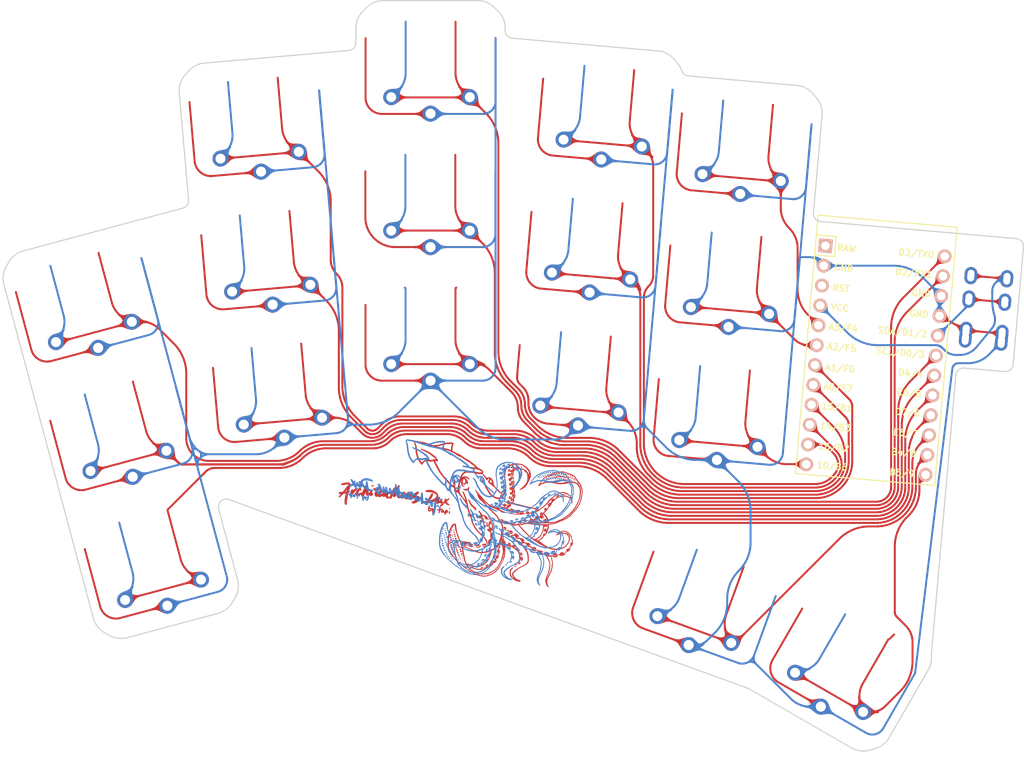
<source format=kicad_pcb>
(kicad_pcb (version 20171130) (host pcbnew "(5.1.10-1-10_14)")
  (title_block (title KEYBOARD_NAME_HERE) (rev VERSION_HERE) (company YOUR_NAME_HERE))
  (layers (0 F.Cu signal) (31 B.Cu signal) (34 B.Paste user) (35 F.Paste user) (36 B.SilkS user) (37 F.SilkS user) (38 B.Mask user) (39 F.Mask user) (44 Edge.Cuts user))
  (net 0 "")
  (net 1 P7)
  (net 2 GND)
  (net 3 P6)
  (net 4 P5)
  (net 5 P4)
  (net 6 P3)
  (net 7 P0)
  (net 8 P1)
  (net 9 P19)
  (net 10 P18)
  (net 11 P15)
  (net 12 P14)
  (net 13 P16)
  (net 14 P10)
  (net 15 P20)
  (net 16 P21)
  (net 17 P8)
  (net 18 P9)
  (net 19 RAW)
  (net 20 RST)
  (net 21 VCC)
  (net 22 P2)
  (module Kicad:BIGSQUID (layer F.Cu) (at 92.075 86.325 350)
    (fp_text reference G*** hide)
    (fp_text value LOGO hide)
    (fp_poly (pts (xy 10.545202 -6.433294) (xy 10.56509 -6.414969) (xy 10.599934 -6.365474) (xy 10.604452 -6.319565) (xy 10.587004 -6.289846) (xy 10.553934 -6.271026) (xy 10.519738 -6.283106) (xy 10.489955 -6.314159) (xy 10.460004 -6.367219) (xy 10.460388 -6.410055) (xy 10.488839 -6.43902) (xy 10.517206 -6.447019) (xy 10.545202 -6.433294)) (layer B.Cu) (width 0.01))
    (fp_poly (pts (xy 10.222154 -6.450447) (xy 10.279562 -6.422085) (xy 10.28712 -6.417103) (xy 10.328026 -6.38188) (xy 10.34375 -6.343945) (xy 10.344696 -6.328144) (xy 10.341088 -6.294534) (xy 10.323566 -6.279064) (xy 10.282728 -6.27282) (xy 10.233765 -6.275119) (xy 10.206566 -6.289764) (xy 10.16933 -6.357109) (xy 10.156636 -6.405956) (xy 10.15912 -6.424582) (xy 10.181544 -6.451306) (xy 10.222154 -6.450447)) (layer B.Cu) (width 0.01))
    (fp_poly (pts (xy 10.804368 -6.397144) (xy 10.842294 -6.375209) (xy 10.873154 -6.342776) (xy 10.888535 -6.305879) (xy 10.885883 -6.281382) (xy 10.861464 -6.258523) (xy 10.821576 -6.254901) (xy 10.779199 -6.271339) (xy 10.775014 -6.274353) (xy 10.744984 -6.311624) (xy 10.733631 -6.355699) (xy 10.740962 -6.385371) (xy 10.767786 -6.402543) (xy 10.804368 -6.397144)) (layer B.Cu) (width 0.01))
    (fp_poly (pts (xy 11.146788 -6.318967) (xy 11.183668 -6.287551) (xy 11.198432 -6.252209) (xy 11.187948 -6.22233) (xy 11.180886 -6.216733) (xy 11.145372 -6.206444) (xy 11.094885 -6.203745) (xy 11.047587 -6.209106) (xy 11.03519 -6.212956) (xy 11.018865 -6.234608) (xy 11.014009 -6.262816) (xy 11.028062 -6.304139) (xy 11.063719 -6.328484) (xy 11.111228 -6.331727) (xy 11.146788 -6.318967)) (layer B.Cu) (width 0.01))
    (fp_poly (pts (xy 10.011831 -6.372057) (xy 10.055797 -6.327897) (xy 10.063144 -6.315547) (xy 10.081137 -6.262377) (xy 10.073692 -6.225709) (xy 10.0461 -6.207759) (xy 10.003655 -6.21074) (xy 9.951648 -6.236869) (xy 9.925317 -6.257857) (xy 9.879856 -6.305461) (xy 9.864423 -6.341585) (xy 9.878506 -6.369437) (xy 9.904957 -6.385416) (xy 9.958238 -6.392693) (xy 10.011831 -6.372057)) (layer B.Cu) (width 0.01))
    (fp_poly (pts (xy 9.662329 -6.348144) (xy 9.708252 -6.322342) (xy 9.744259 -6.291141) (xy 9.74942 -6.284477) (xy 9.773511 -6.239101) (xy 9.770504 -6.203732) (xy 9.750424 -6.177528) (xy 9.716586 -6.154498) (xy 9.681871 -6.158253) (xy 9.638303 -6.18989) (xy 9.634397 -6.193472) (xy 9.604161 -6.232763) (xy 9.583454 -6.280321) (xy 9.575311 -6.325168) (xy 9.582768 -6.356327) (xy 9.588047 -6.361093) (xy 9.618318 -6.362933) (xy 9.662329 -6.348144)) (layer B.Cu) (width 0.01))
    (fp_poly (pts (xy 11.397385 -6.25482) (xy 11.413712 -6.227189) (xy 11.416179 -6.173636) (xy 11.396427 -6.141312) (xy 11.361149 -6.133765) (xy 11.31704 -6.154547) (xy 11.301979 -6.167933) (xy 11.279477 -6.19704) (xy 11.281962 -6.22295) (xy 11.289111 -6.235712) (xy 11.321956 -6.264291) (xy 11.362165 -6.270379) (xy 11.397385 -6.25482)) (layer B.Cu) (width 0.01))
    (fp_poly (pts (xy 9.443207 -6.25816) (xy 9.486378 -6.225246) (xy 9.503039 -6.172484) (xy 9.502628 -6.153526) (xy 9.495791 -6.111788) (xy 9.478627 -6.09298) (xy 9.446313 -6.086577) (xy 9.401522 -6.091241) (xy 9.359777 -6.119179) (xy 9.346768 -6.132072) (xy 9.314606 -6.173011) (xy 9.30641 -6.208447) (xy 9.309283 -6.226048) (xy 9.323781 -6.25707) (xy 9.35357 -6.268575) (xy 9.375405 -6.269513) (xy 9.443207 -6.25816)) (layer B.Cu) (width 0.01))
    (fp_poly (pts (xy 9.172041 -6.143507) (xy 9.195428 -6.130163) (xy 9.234981 -6.096578) (xy 9.248361 -6.063211) (xy 9.247957 -6.049233) (xy 9.231468 -6.013368) (xy 9.192941 -6.002998) (xy 9.132747 -6.018195) (xy 9.118473 -6.024162) (xy 9.080692 -6.045091) (xy 9.068809 -6.067506) (xy 9.071644 -6.08737) (xy 9.079796 -6.121676) (xy 9.08209 -6.136379) (xy 9.095734 -6.154855) (xy 9.128989 -6.157052) (xy 9.172041 -6.143507)) (layer B.Cu) (width 0.01))
    (fp_poly (pts (xy 10.724438 -6.088913) (xy 10.74258 -6.074935) (xy 10.771674 -6.038565) (xy 10.769781 -6.00544) (xy 10.736278 -5.969047) (xy 10.732138 -5.965739) (xy 10.678589 -5.936966) (xy 10.628482 -5.933378) (xy 10.591244 -5.955012) (xy 10.57797 -5.989232) (xy 10.57646 -6.027027) (xy 10.58646 -6.060926) (xy 10.61319 -6.080525) (xy 10.645148 -6.090269) (xy 10.692433 -6.097768) (xy 10.724438 -6.088913)) (layer B.Cu) (width 0.01))
    (fp_poly (pts (xy 11.414534 -6.050161) (xy 11.451481 -6.03003) (xy 11.470886 -5.997521) (xy 11.471514 -5.990038) (xy 11.458597 -5.949865) (xy 11.438739 -5.931216) (xy 11.40737 -5.916709) (xy 11.386085 -5.919843) (xy 11.359812 -5.944075) (xy 11.353562 -5.95076) (xy 11.326392 -5.983336) (xy 11.321738 -6.005945) (xy 11.337492 -6.031905) (xy 11.340193 -6.035303) (xy 11.37309 -6.053417) (xy 11.414534 -6.050161)) (layer B.Cu) (width 0.01))
    (fp_poly (pts (xy 11.223897 -6.054609) (xy 11.245874 -6.023775) (xy 11.238645 -5.979485) (xy 11.231223 -5.965896) (xy 11.199349 -5.929718) (xy 11.16488 -5.924697) (xy 11.143225 -5.933832) (xy 11.111723 -5.964383) (xy 11.095486 -6.004675) (xy 11.099699 -6.040463) (xy 11.102758 -6.044996) (xy 11.130411 -6.059698) (xy 11.173862 -6.066163) (xy 11.175916 -6.066177) (xy 11.223897 -6.054609)) (layer B.Cu) (width 0.01))
    (fp_poly (pts (xy 10.984034 -6.083059) (xy 10.99479 -6.031096) (xy 10.993864 -5.997356) (xy 10.978796 -5.936706) (xy 10.946868 -5.899507) (xy 10.902268 -5.890114) (xy 10.892473 -5.891889) (xy 10.873576 -5.906825) (xy 10.853655 -5.936138) (xy 10.838396 -5.968493) (xy 10.833484 -5.992556) (xy 10.839047 -5.998399) (xy 10.837999 -6.008991) (xy 10.826912 -6.024666) (xy 10.817461 -6.05527) (xy 10.83903 -6.082603) (xy 10.888754 -6.103638) (xy 10.905405 -6.10759) (xy 10.954702 -6.107979) (xy 10.984034 -6.083059)) (layer B.Cu) (width 0.01))
    (fp_poly (pts (xy 10.430535 -6.092828) (xy 10.456606 -6.081747) (xy 10.467877 -6.059016) (xy 10.469411 -6.013936) (xy 10.46932 -6.010818) (xy 10.458651 -5.950525) (xy 10.434363 -5.905547) (xy 10.401942 -5.880565) (xy 10.366875 -5.88026) (xy 10.340573 -5.900967) (xy 10.324256 -5.933649) (xy 10.315397 -5.964509) (xy 10.306265 -6.007088) (xy 10.300415 -6.031157) (xy 10.309 -6.05559) (xy 10.340109 -6.077753) (xy 10.382516 -6.092325) (xy 10.424993 -6.093986) (xy 10.430535 -6.092828)) (layer B.Cu) (width 0.01))
    (fp_poly (pts (xy 8.969211 -5.996903) (xy 9.008336 -5.972696) (xy 9.033011 -5.942693) (xy 9.035751 -5.912271) (xy 9.026993 -5.899014) (xy 8.990804 -5.883442) (xy 8.938638 -5.883792) (xy 8.884361 -5.899923) (xy 8.883222 -5.900467) (xy 8.853745 -5.928053) (xy 8.845383 -5.963886) (xy 8.858821 -5.995173) (xy 8.877545 -6.006414) (xy 8.923119 -6.009935) (xy 8.969211 -5.996903)) (layer B.Cu) (width 0.01))
    (fp_poly (pts (xy 10.167492 -6.077229) (xy 10.19904 -6.049141) (xy 10.213655 -6.00111) (xy 10.210743 -5.959818) (xy 10.189483 -5.901082) (xy 10.157567 -5.868378) (xy 10.120192 -5.863968) (xy 10.082556 -5.890118) (xy 10.074543 -5.900501) (xy 10.051524 -5.955679) (xy 10.053359 -6.011458) (xy 10.079152 -6.055079) (xy 10.125401 -6.080749) (xy 10.167492 -6.077229)) (layer B.Cu) (width 0.01))
    (fp_poly (pts (xy 11.910546 -5.859313) (xy 11.908469 -5.843554) (xy 11.899137 -5.830799) (xy 11.888063 -5.843623) (xy 11.881845 -5.868568) (xy 11.884961 -5.875265) (xy 11.901712 -5.878048) (xy 11.910546 -5.859313)) (layer B.Cu) (width 0.01))
    (fp_poly (pts (xy 11.721076 -5.967072) (xy 11.755407 -5.938566) (xy 11.772078 -5.899151) (xy 11.770277 -5.874173) (xy 11.747713 -5.839141) (xy 11.70924 -5.827767) (xy 11.663469 -5.840317) (xy 11.625518 -5.869715) (xy 11.600461 -5.90278) (xy 11.599223 -5.930235) (xy 11.606215 -5.945966) (xy 11.637072 -5.974889) (xy 11.678495 -5.980552) (xy 11.721076 -5.967072)) (layer B.Cu) (width 0.01))
    (fp_poly (pts (xy 9.939942 -6.025476) (xy 9.945901 -6.016457) (xy 9.959534 -5.973245) (xy 9.964004 -5.920303) (xy 9.959877 -5.869509) (xy 9.947721 -5.832744) (xy 9.936639 -5.822293) (xy 9.889986 -5.812419) (xy 9.852453 -5.818086) (xy 9.837113 -5.833188) (xy 9.815295 -5.903448) (xy 9.802904 -5.948856) (xy 9.799254 -5.976908) (xy 9.803661 -5.9951) (xy 9.81544 -6.010926) (xy 9.820374 -6.016406) (xy 9.861133 -6.043336) (xy 9.905004 -6.046361) (xy 9.939942 -6.025476)) (layer B.Cu) (width 0.01))
    (fp_poly (pts (xy 9.682415 -5.961424) (xy 9.696858 -5.927476) (xy 9.706034 -5.88112) (xy 9.709263 -5.833422) (xy 9.705861 -5.795448) (xy 9.695146 -5.778267) (xy 9.693714 -5.778118) (xy 9.664683 -5.772528) (xy 9.655102 -5.769272) (xy 9.623951 -5.771262) (xy 9.603447 -5.781981) (xy 9.582999 -5.812466) (xy 9.567919 -5.86068) (xy 9.561104 -5.911875) (xy 9.565449 -5.951306) (xy 9.568888 -5.957989) (xy 9.605225 -5.986079) (xy 9.647411 -5.987211) (xy 9.682415 -5.961424)) (layer B.Cu) (width 0.01))
    (fp_poly (pts (xy 8.781635 -5.912758) (xy 8.806951 -5.883405) (xy 8.811207 -5.855704) (xy 8.796147 -5.819057) (xy 8.758296 -5.788941) (xy 8.708649 -5.769242) (xy 8.658203 -5.763849) (xy 8.617953 -5.776649) (xy 8.609654 -5.784443) (xy 8.597917 -5.820088) (xy 8.618794 -5.857339) (xy 8.671186 -5.894368) (xy 8.677981 -5.89792) (xy 8.737225 -5.918046) (xy 8.781635 -5.912758)) (layer B.Cu) (width 0.01))
    (fp_poly (pts (xy 9.402152 -5.905668) (xy 9.438686 -5.890957) (xy 9.455041 -5.871152) (xy 9.455103 -5.869968) (xy 9.464695 -5.848296) (xy 9.472048 -5.845897) (xy 9.484216 -5.831642) (xy 9.488571 -5.797649) (xy 9.485451 -5.757072) (xy 9.475194 -5.723067) (xy 9.468659 -5.713729) (xy 9.432494 -5.694608) (xy 9.390849 -5.707797) (xy 9.390448 -5.708051) (xy 9.363008 -5.737825) (xy 9.337042 -5.783927) (xy 9.321292 -5.829581) (xy 9.319806 -5.843598) (xy 9.330599 -5.88914) (xy 9.362522 -5.908358) (xy 9.402152 -5.905668)) (layer B.Cu) (width 0.01))
    (fp_poly (pts (xy 11.706883 -5.731068) (xy 11.716873 -5.698144) (xy 11.712902 -5.680687) (xy 11.698217 -5.661581) (xy 11.672537 -5.667565) (xy 11.650083 -5.682352) (xy 11.630132 -5.710082) (xy 11.639568 -5.734035) (xy 11.674438 -5.744229) (xy 11.706883 -5.731068)) (layer B.Cu) (width 0.01))
    (fp_poly (pts (xy 11.945605 -5.682398) (xy 11.973239 -5.65749) (xy 11.979853 -5.639172) (xy 11.965614 -5.629961) (xy 11.933069 -5.625929) (xy 11.897477 -5.62757) (xy 11.874094 -5.635376) (xy 11.873704 -5.635746) (xy 11.868841 -5.659337) (xy 11.884956 -5.683411) (xy 11.910498 -5.693395) (xy 11.945605 -5.682398)) (layer B.Cu) (width 0.01))
    (fp_poly (pts (xy 11.441742 -5.76439) (xy 11.460117 -5.730469) (xy 11.456965 -5.687253) (xy 11.446911 -5.666842) (xy 11.413985 -5.635046) (xy 11.378823 -5.627187) (xy 11.351419 -5.644176) (xy 11.345047 -5.657559) (xy 11.344058 -5.698912) (xy 11.35991 -5.741157) (xy 11.386023 -5.77125) (xy 11.405859 -5.778118) (xy 11.441742 -5.76439)) (layer B.Cu) (width 0.01))
    (fp_poly (pts (xy 9.130975 -5.805477) (xy 9.155469 -5.780238) (xy 9.172256 -5.747008) (xy 9.195542 -5.685909) (xy 9.199217 -5.648391) (xy 9.182505 -5.629863) (xy 9.151773 -5.625617) (xy 9.113608 -5.633178) (xy 9.083173 -5.661179) (xy 9.066508 -5.686811) (xy 9.04179 -5.744412) (xy 9.043568 -5.785919) (xy 9.071167 -5.808578) (xy 9.097147 -5.812008) (xy 9.130975 -5.805477)) (layer B.Cu) (width 0.01))
    (fp_poly (pts (xy 11.192681 -5.788646) (xy 11.208793 -5.775169) (xy 11.214155 -5.747115) (xy 11.20892 -5.698253) (xy 11.19641 -5.636421) (xy 11.174704 -5.598969) (xy 11.138244 -5.586122) (xy 11.11114 -5.59393) (xy 11.090417 -5.618934) (xy 11.082165 -5.667573) (xy 11.081788 -5.686128) (xy 11.084858 -5.736033) (xy 11.09744 -5.763927) (xy 11.123069 -5.780709) (xy 11.164586 -5.791193) (xy 11.192681 -5.788646)) (layer B.Cu) (width 0.01))
    (fp_poly (pts (xy 10.903743 -5.732004) (xy 10.957457 -5.714253) (xy 10.988123 -5.672909) (xy 10.993575 -5.617144) (xy 10.984467 -5.580267) (xy 10.959423 -5.564678) (xy 10.936315 -5.561209) (xy 10.889076 -5.565602) (xy 10.863207 -5.581207) (xy 10.850817 -5.613852) (xy 10.847169 -5.661859) (xy 10.847706 -5.671032) (xy 10.853485 -5.713012) (xy 10.867062 -5.730395) (xy 10.896971 -5.732466) (xy 10.903743 -5.732004)) (layer B.Cu) (width 0.01))
    (fp_poly (pts (xy 8.535734 -5.717687) (xy 8.549379 -5.709665) (xy 8.572031 -5.672968) (xy 8.563023 -5.6298) (xy 8.534765 -5.594681) (xy 8.495048 -5.570939) (xy 8.44609 -5.558348) (xy 8.402084 -5.559282) (xy 8.381943 -5.569135) (xy 8.369693 -5.600812) (xy 8.382189 -5.637773) (xy 8.412237 -5.673981) (xy 8.45264 -5.703395) (xy 8.496204 -5.719976) (xy 8.535734 -5.717687)) (layer B.Cu) (width 0.01))
    (fp_poly (pts (xy 10.710979 -5.713604) (xy 10.743063 -5.670637) (xy 10.750717 -5.652433) (xy 10.756 -5.604864) (xy 10.74068 -5.566583) (xy 10.711329 -5.545153) (xy 10.674518 -5.548138) (xy 10.664863 -5.553623) (xy 10.648059 -5.576797) (xy 10.62931 -5.618848) (xy 10.624493 -5.632675) (xy 10.612284 -5.676623) (xy 10.614078 -5.701517) (xy 10.631153 -5.719709) (xy 10.633688 -5.72159) (xy 10.672134 -5.731999) (xy 10.710979 -5.713604)) (layer B.Cu) (width 0.01))
    (fp_poly (pts (xy 8.921962 -5.679104) (xy 8.938318 -5.665532) (xy 8.957378 -5.62851) (xy 8.960393 -5.593833) (xy 8.949231 -5.560443) (xy 8.919168 -5.546341) (xy 8.904403 -5.544383) (xy 8.856736 -5.548207) (xy 8.822073 -5.562448) (xy 8.797926 -5.595275) (xy 8.804299 -5.630678) (xy 8.839079 -5.66209) (xy 8.856911 -5.670658) (xy 8.896817 -5.683583) (xy 8.921962 -5.679104)) (layer B.Cu) (width 0.01))
    (fp_poly (pts (xy 10.419846 -5.739205) (xy 10.460464 -5.709839) (xy 10.49668 -5.656661) (xy 10.521391 -5.59271) (xy 10.533213 -5.545143) (xy 10.532801 -5.518153) (xy 10.519121 -5.500334) (xy 10.512559 -5.495279) (xy 10.484349 -5.477397) (xy 10.461801 -5.477138) (xy 10.430066 -5.495625) (xy 10.420481 -5.502247) (xy 10.357783 -5.558188) (xy 10.324801 -5.616464) (xy 10.322778 -5.67368) (xy 10.342867 -5.714576) (xy 10.379191 -5.741777) (xy 10.419846 -5.739205)) (layer B.Cu) (width 0.01))
    (fp_poly (pts (xy 8.724342 -5.544528) (xy 8.72358 -5.522828) (xy 8.705562 -5.484485) (xy 8.68233 -5.461904) (xy 8.652811 -5.447186) (xy 8.63294 -5.455522) (xy 8.625861 -5.463384) (xy 8.608296 -5.502742) (xy 8.621383 -5.53479) (xy 8.661901 -5.55327) (xy 8.672885 -5.554775) (xy 8.710794 -5.555699) (xy 8.724342 -5.544528)) (layer B.Cu) (width 0.01))
    (fp_poly (pts (xy 10.148262 -5.60375) (xy 10.187429 -5.570076) (xy 10.216773 -5.527834) (xy 10.229346 -5.484716) (xy 10.218287 -5.448512) (xy 10.184337 -5.425191) (xy 10.143059 -5.431289) (xy 10.091137 -5.46742) (xy 10.084666 -5.473223) (xy 10.044764 -5.522667) (xy 10.035118 -5.568133) (xy 10.056184 -5.605691) (xy 10.068243 -5.614631) (xy 10.106217 -5.621166) (xy 10.148262 -5.60375)) (layer B.Cu) (width 0.01))
    (fp_poly (pts (xy 12.181306 -5.600608) (xy 12.231203 -5.566309) (xy 12.274065 -5.524675) (xy 12.319073 -5.471326) (xy 12.346483 -5.427812) (xy 12.354055 -5.398755) (xy 12.339926 -5.388766) (xy 12.31957 -5.396907) (xy 12.279575 -5.417671) (xy 12.238038 -5.441126) (xy 12.165552 -5.49118) (xy 12.126274 -5.537393) (xy 12.120393 -5.579531) (xy 12.122046 -5.584579) (xy 12.144278 -5.606951) (xy 12.181306 -5.600608)) (layer B.Cu) (width 0.01))
    (fp_poly (pts (xy 9.860704 -5.549706) (xy 9.894746 -5.527457) (xy 9.92866 -5.487971) (xy 9.956125 -5.441668) (xy 9.970824 -5.398967) (xy 9.968129 -5.372564) (xy 9.934341 -5.345482) (xy 9.888488 -5.347626) (xy 9.837769 -5.376888) (xy 9.803804 -5.417266) (xy 9.787754 -5.463117) (xy 9.788552 -5.506408) (xy 9.805132 -5.539106) (xy 9.836428 -5.553179) (xy 9.860704 -5.549706)) (layer B.Cu) (width 0.01))
    (fp_poly (pts (xy 8.286804 -5.485555) (xy 8.321302 -5.470737) (xy 8.3336 -5.452032) (xy 8.328046 -5.41973) (xy 8.307505 -5.379473) (xy 8.279994 -5.343254) (xy 8.253532 -5.323068) (xy 8.246644 -5.321951) (xy 8.212301 -5.329346) (xy 8.205437 -5.331836) (xy 8.189821 -5.353968) (xy 8.184844 -5.393816) (xy 8.190178 -5.437028) (xy 8.205495 -5.469253) (xy 8.208648 -5.472265) (xy 8.244544 -5.486827) (xy 8.286804 -5.485555)) (layer B.Cu) (width 0.01))
    (fp_poly (pts (xy 8.514232 -5.426888) (xy 8.529393 -5.393885) (xy 8.518928 -5.346231) (xy 8.515306 -5.338775) (xy 8.483621 -5.301734) (xy 8.443512 -5.284784) (xy 8.40642 -5.291929) (xy 8.398888 -5.298021) (xy 8.386038 -5.331558) (xy 8.395326 -5.373018) (xy 8.420767 -5.411413) (xy 8.456376 -5.435756) (xy 8.47581 -5.439226) (xy 8.514232 -5.426888)) (layer B.Cu) (width 0.01))
    (fp_poly (pts (xy 9.619216 -5.460482) (xy 9.667035 -5.43799) (xy 9.70818 -5.402548) (xy 9.73345 -5.358724) (xy 9.735331 -5.351582) (xy 9.736739 -5.298844) (xy 9.716411 -5.268622) (xy 9.679324 -5.262578) (xy 9.630453 -5.282373) (xy 9.598985 -5.306071) (xy 9.547688 -5.361411) (xy 9.527981 -5.409166) (xy 9.540301 -5.448271) (xy 9.540365 -5.448348) (xy 9.573925 -5.465457) (xy 9.619216 -5.460482)) (layer B.Cu) (width 0.01))
    (fp_poly (pts (xy 9.408825 -5.343764) (xy 9.453468 -5.332473) (xy 9.47394 -5.316696) (xy 9.479252 -5.285043) (xy 9.47894 -5.255106) (xy 9.468081 -5.192019) (xy 9.4402 -5.157898) (xy 9.397338 -5.153691) (xy 9.341536 -5.180346) (xy 9.332255 -5.187006) (xy 9.293623 -5.231807) (xy 9.285657 -5.269118) (xy 9.295854 -5.319572) (xy 9.327665 -5.345588) (xy 9.38292 -5.348277) (xy 9.408825 -5.343764)) (layer B.Cu) (width 0.01))
    (fp_poly (pts (xy 9.016162 -0.306753) (xy 9.055719 -0.266418) (xy 9.094454 -0.208822) (xy 9.128134 -0.14184) (xy 9.152526 -0.073349) (xy 9.163395 -0.011226) (xy 9.162145 0.016945) (xy 9.141513 0.055989) (xy 9.101368 0.087889) (xy 9.055838 0.101418) (xy 9.033343 0.090288) (xy 9.000669 0.062474) (xy 8.993374 0.05507) (xy 8.947411 -0.006148) (xy 8.92127 -0.077224) (xy 8.910933 -0.164009) (xy 8.915019 -0.23843) (xy 8.933498 -0.291766) (xy 8.964287 -0.319255) (xy 8.980016 -0.321948) (xy 9.016162 -0.306753)) (layer B.Cu) (width 0.01))
    (fp_poly (pts (xy 3.471433 4.759551) (xy 3.500432 4.799134) (xy 3.515487 4.84988) (xy 3.515171 4.880358) (xy 3.50263 4.960813) (xy 3.491501 5.015011) (xy 3.479615 5.050393) (xy 3.464804 5.074403) (xy 3.455759 5.084334) (xy 3.409854 5.113517) (xy 3.364751 5.114911) (xy 3.329256 5.089396) (xy 3.319258 5.070681) (xy 3.312269 5.033686) (xy 3.309494 4.9774) (xy 3.310465 4.912) (xy 3.314714 4.847662) (xy 3.321776 4.794566) (xy 3.331182 4.762888) (xy 3.333528 4.759797) (xy 3.371119 4.744473) (xy 3.435088 4.742489) (xy 3.471433 4.759551)) (layer B.Cu) (width 0.01))
    (fp_poly (pts (xy 3.466032 5.410659) (xy 3.479518 5.420121) (xy 3.501926 5.459017) (xy 3.507117 5.517787) (xy 3.496761 5.588166) (xy 3.472528 5.661892) (xy 3.436087 5.7307) (xy 3.409742 5.765411) (xy 3.367288 5.79149) (xy 3.31881 5.788676) (xy 3.279332 5.761778) (xy 3.261937 5.734184) (xy 3.254739 5.69544) (xy 3.255992 5.635108) (xy 3.256617 5.626067) (xy 3.2631 5.565554) (xy 3.27568 5.525323) (xy 3.300374 5.491767) (xy 3.327662 5.465354) (xy 3.384337 5.420344) (xy 3.428675 5.402644) (xy 3.466032 5.410659)) (layer B.Cu) (width 0.01))
    (fp_poly (pts (xy 3.239294 6.09761) (xy 3.26322 6.125211) (xy 3.278088 6.151814) (xy 3.279739 6.175471) (xy 3.266456 6.207665) (xy 3.24533 6.244885) (xy 3.197742 6.309962) (xy 3.144808 6.356436) (xy 3.0922 6.381422) (xy 3.045589 6.382031) (xy 3.015468 6.361895) (xy 3.006174 6.324538) (xy 3.025545 6.269849) (xy 3.073386 6.19826) (xy 3.108896 6.155137) (xy 3.160587 6.104928) (xy 3.203141 6.085929) (xy 3.239294 6.09761)) (layer B.Cu) (width 0.01))
    (fp_poly (pts (xy 3.133535 6.663602) (xy 3.158751 6.674251) (xy 3.159877 6.675706) (xy 3.158853 6.704301) (xy 3.132891 6.745152) (xy 3.08612 6.793087) (xy 3.031335 6.836801) (xy 2.968972 6.87737) (xy 2.925879 6.894487) (xy 2.89804 6.889325) (xy 2.888464 6.878557) (xy 2.883041 6.8405) (xy 2.901599 6.793991) (xy 2.937854 6.74582) (xy 2.98552 6.702779) (xy 3.038311 6.671659) (xy 3.089942 6.659252) (xy 3.091443 6.65924) (xy 3.133535 6.663602)) (layer B.Cu) (width 0.01))
    (fp_poly (pts (xy 2.812336 6.718074) (xy 2.831619 6.758877) (xy 2.834009 6.769948) (xy 2.830753 6.809503) (xy 2.80383 6.851451) (xy 2.750222 6.899542) (xy 2.701524 6.93459) (xy 2.634102 6.971222) (xy 2.580493 6.978799) (xy 2.537683 6.95768) (xy 2.534432 6.95456) (xy 2.512606 6.919644) (xy 2.507805 6.897412) (xy 2.521289 6.865227) (xy 2.556276 6.823862) (xy 2.604563 6.780458) (xy 2.657952 6.742152) (xy 2.708241 6.716084) (xy 2.720949 6.711867) (xy 2.777367 6.703391) (xy 2.812336 6.718074)) (layer B.Cu) (width 0.01))
    (fp_poly (pts (xy 3.673249 4.56351) (xy 3.676984 4.587149) (xy 3.679827 4.604611) (xy 3.693924 4.598383) (xy 3.707972 4.586149) (xy 3.741224 4.5639) (xy 3.776221 4.561829) (xy 3.821883 4.580959) (xy 3.858759 4.60346) (xy 3.928218 4.668136) (xy 3.975341 4.755385) (xy 3.99065 4.812044) (xy 3.993234 4.868608) (xy 3.98477 4.937605) (xy 3.967753 5.011404) (xy 3.94468 5.082373) (xy 3.918045 5.14288) (xy 3.890345 5.185292) (xy 3.864075 5.201977) (xy 3.863135 5.202002) (xy 3.848314 5.21573) (xy 3.846431 5.227419) (xy 3.856109 5.24996) (xy 3.864375 5.252836) (xy 3.874495 5.263216) (xy 3.871848 5.26978) (xy 3.871227 5.285478) (xy 3.875916 5.286725) (xy 3.890503 5.301531) (xy 3.908809 5.33922) (xy 3.926735 5.389701) (xy 3.940184 5.442882) (xy 3.940919 5.446814) (xy 3.938573 5.485974) (xy 3.924561 5.544415) (xy 3.902489 5.611165) (xy 3.875965 5.675252) (xy 3.849886 5.723737) (xy 3.816559 5.760253) (xy 3.774438 5.787456) (xy 3.731815 5.802737) (xy 3.696983 5.803486) (xy 3.678234 5.787095) (xy 3.676984 5.778139) (xy 3.6692 5.75785) (xy 3.640404 5.756093) (xy 3.631419 5.75764) (xy 3.585854 5.76635) (xy 3.647755 5.818832) (xy 3.710102 5.891462) (xy 3.746962 5.977571) (xy 3.756724 6.069116) (xy 3.737777 6.158052) (xy 3.72217 6.190448) (xy 3.688552 6.235525) (xy 3.63603 6.291335) (xy 3.573728 6.349556) (xy 3.510771 6.40187) (xy 3.45628 6.439957) (xy 3.437598 6.449946) (xy 3.407001 6.473933) (xy 3.385663 6.51812) (xy 3.3762 6.553194) (xy 3.347887 6.639916) (xy 3.301501 6.724697) (xy 3.232263 6.815705) (xy 3.203059 6.849081) (xy 3.135448 6.917822) (xy 3.07255 6.96971) (xy 3.018667 7.001985) (xy 2.978102 7.011889) (xy 2.960498 7.004617) (xy 2.966052 6.988027) (xy 2.990077 6.952818) (xy 3.028068 6.905284) (xy 3.048494 6.881582) (xy 3.154329 6.750534) (xy 3.231509 6.63054) (xy 3.263573 6.564513) (xy 3.286439 6.509786) (xy 3.214834 6.537194) (xy 3.158216 6.560937) (xy 3.09059 6.592135) (xy 3.0505 6.611921) (xy 2.991237 6.641267) (xy 2.955731 6.655109) (xy 2.937965 6.654136) (xy 2.931925 6.639033) (xy 2.931421 6.625515) (xy 2.946487 6.591301) (xy 2.98669 6.551894) (xy 3.044533 6.511249) (xy 3.112522 6.473322) (xy 3.183163 6.442067) (xy 3.248959 6.42144) (xy 3.302416 6.415397) (xy 3.322433 6.419174) (xy 3.356136 6.423711) (xy 3.387368 6.40492) (xy 3.400666 6.391471) (xy 3.430585 6.357776) (xy 3.435348 6.345842) (xy 3.413594 6.353295) (xy 3.386351 6.366533) (xy 3.332833 6.381961) (xy 3.295157 6.368059) (xy 3.275081 6.32562) (xy 3.273532 6.315527) (xy 3.279736 6.267512) (xy 3.304053 6.21088) (xy 3.340333 6.154191) (xy 3.382425 6.106002) (xy 3.424178 6.074873) (xy 3.451513 6.067867) (xy 3.522424 6.081169) (xy 3.565379 6.111277) (xy 3.576557 6.134574) (xy 3.587506 6.176318) (xy 3.609392 6.125484) (xy 3.62635 6.070157) (xy 3.634382 6.017311) (xy 3.634878 5.981282) (xy 3.628856 5.974568) (xy 3.616248 5.989017) (xy 3.582106 6.0108) (xy 3.55551 6.012466) (xy 3.531498 6.00524) (xy 3.520053 5.986253) (xy 3.516973 5.946075) (xy 3.517079 5.926248) (xy 3.516216 5.878046) (xy 3.509763 5.856267) (xy 3.494466 5.853524) (xy 3.48604 5.855815) (xy 3.462705 5.857535) (xy 3.458413 5.835916) (xy 3.459555 5.826298) (xy 3.477453 5.791578) (xy 3.520561 5.77029) (xy 3.552171 5.75623) (xy 3.575397 5.73178) (xy 3.592536 5.691247) (xy 3.605884 5.62894) (xy 3.607441 5.617145) (xy 3.778652 5.617145) (xy 3.787124 5.625617) (xy 3.795597 5.617145) (xy 3.787124 5.608673) (xy 3.778652 5.617145) (xy 3.607441 5.617145) (xy 3.617738 5.539166) (xy 3.618556 5.53179) (xy 3.808812 5.53179) (xy 3.814242 5.544814) (xy 3.81727 5.542943) (xy 3.826175 5.516717) (xy 3.826066 5.479416) (xy 3.82177 5.451221) (xy 3.817981 5.452102) (xy 3.812619 5.48414) (xy 3.811201 5.494281) (xy 3.808812 5.53179) (xy 3.618556 5.53179) (xy 3.61923 5.525718) (xy 3.635344 5.440633) (xy 3.657196 5.396865) (xy 3.795597 5.396865) (xy 3.804069 5.405337) (xy 3.812541 5.396865) (xy 3.804069 5.388393) (xy 3.795597 5.396865) (xy 3.657196 5.396865) (xy 3.662607 5.386028) (xy 3.702553 5.359888) (xy 3.74644 5.358364) (xy 3.782635 5.361959) (xy 3.792538 5.354215) (xy 3.777922 5.329322) (xy 3.761707 5.308293) (xy 3.733119 5.257394) (xy 3.732543 5.216159) (xy 3.759882 5.189203) (xy 3.764251 5.187432) (xy 3.790653 5.165907) (xy 3.816867 5.118681) (xy 3.840354 5.056657) (xy 3.870214 4.947908) (xy 3.878401 4.858489) (xy 3.865169 4.781889) (xy 3.85237 4.750025) (xy 3.82614 4.708591) (xy 3.792599 4.672597) (xy 3.760032 4.649253) (xy 3.736726 4.645767) (xy 3.734485 4.647459) (xy 3.740315 4.65896) (xy 3.758608 4.667262) (xy 3.794071 4.69579) (xy 3.820095 4.75401) (xy 3.835278 4.838691) (xy 3.835874 4.845241) (xy 3.833802 4.929027) (xy 3.813287 4.992836) (xy 3.776784 5.033048) (xy 3.726747 5.046042) (xy 3.70214 5.042476) (xy 3.66873 5.018585) (xy 3.642684 4.972166) (xy 3.629375 4.914523) (xy 3.628938 4.888526) (xy 3.625942 4.845258) (xy 3.619201 4.812013) (xy 3.617037 4.777755) (xy 3.635308 4.744864) (xy 3.65889 4.720181) (xy 3.690729 4.684947) (xy 3.697905 4.660955) (xy 3.691228 4.648046) (xy 3.672385 4.634626) (xy 3.646643 4.642482) (xy 3.630761 4.652273) (xy 3.594635 4.671036) (xy 3.579517 4.66372) (xy 3.582642 4.628397) (xy 3.584627 4.620106) (xy 3.603456 4.577447) (xy 3.629587 4.55198) (xy 3.655393 4.546428) (xy 3.673249 4.56351)) (layer B.Cu) (width 0.01))
    (fp_poly (pts (xy 2.840822 6.95157) (xy 2.871303 6.963809) (xy 2.905386 6.990487) (xy 2.913949 7.022756) (xy 2.895921 7.0636) (xy 2.850228 7.116006) (xy 2.8001 7.162136) (xy 2.695951 7.248744) (xy 2.612408 7.308921) (xy 2.549107 7.342858) (xy 2.505682 7.350748) (xy 2.481769 7.332781) (xy 2.480632 7.330087) (xy 2.465535 7.315234) (xy 2.432421 7.31772) (xy 2.41801 7.321535) (xy 2.355876 7.330769) (xy 2.318079 7.319185) (xy 2.306411 7.291264) (xy 2.322663 7.25149) (xy 2.368627 7.204346) (xy 2.370558 7.202806) (xy 2.441563 7.157403) (xy 2.50383 7.138781) (xy 2.553814 7.147041) (xy 2.587968 7.182284) (xy 2.594041 7.19651) (xy 2.608935 7.197035) (xy 2.641063 7.176348) (xy 2.67507 7.147081) (xy 2.74914 7.077797) (xy 2.692015 7.089465) (xy 2.59812 7.106857) (xy 2.534908 7.114237) (xy 2.500708 7.111692) (xy 2.49372 7.099693) (xy 2.514416 7.076262) (xy 2.558313 7.04622) (xy 2.616676 7.014294) (xy 2.68077 6.985209) (xy 2.741857 6.963693) (xy 2.748455 6.961875) (xy 2.803199 6.950219) (xy 2.840822 6.95157)) (layer B.Cu) (width 0.01))
    (fp_poly (pts (xy 2.216357 7.170968) (xy 2.235049 7.199285) (xy 2.231898 7.228497) (xy 2.204507 7.261435) (xy 2.150477 7.300929) (xy 2.067408 7.34981) (xy 2.062493 7.352528) (xy 2.014388 7.377495) (xy 1.984696 7.385417) (xy 1.9627 7.376565) (xy 1.941629 7.355593) (xy 1.923449 7.326006) (xy 1.926461 7.296684) (xy 1.953297 7.264308) (xy 2.006589 7.225555) (xy 2.078554 7.18293) (xy 2.143083 7.155305) (xy 2.191136 7.155131) (xy 2.216357 7.170968)) (layer B.Cu) (width 0.01))
    (fp_poly (pts (xy -2.251641 3.063629) (xy -2.231181 3.094222) (xy -2.220016 3.126528) (xy -2.219747 3.130923) (xy -2.233419 3.14857) (xy -2.260684 3.164914) (xy -2.293081 3.174983) (xy -2.308883 3.163949) (xy -2.311042 3.159014) (xy -2.312689 3.126609) (xy -2.302345 3.088124) (xy -2.285295 3.058152) (xy -2.271596 3.050034) (xy -2.251641 3.063629)) (layer B.Cu) (width 0.01))
    (fp_poly (pts (xy -2.515328 3.143344) (xy -2.4896 3.161315) (xy -2.462796 3.202003) (xy -2.459871 3.245858) (xy -2.480812 3.280767) (xy -2.489747 3.286662) (xy -2.539503 3.303195) (xy -2.572234 3.290434) (xy -2.585138 3.263565) (xy -2.591487 3.202762) (xy -2.579171 3.159464) (xy -2.552386 3.138161) (xy -2.515328 3.143344)) (layer B.Cu) (width 0.01))
    (fp_poly (pts (xy -2.164225 3.319245) (xy -2.142002 3.352145) (xy -2.141669 3.38317) (xy -2.163911 3.415145) (xy -2.200066 3.438779) (xy -2.236273 3.44644) (xy -2.249267 3.442414) (xy -2.270679 3.411809) (xy -2.273885 3.368264) (xy -2.260074 3.326632) (xy -2.238265 3.305045) (xy -2.200031 3.300537) (xy -2.164225 3.319245)) (layer B.Cu) (width 0.01))
    (fp_poly (pts (xy -2.532459 3.486016) (xy -2.509376 3.519035) (xy -2.507806 3.532956) (xy -2.520004 3.565849) (xy -2.54875 3.587529) (xy -2.582268 3.593764) (xy -2.608786 3.580324) (xy -2.613906 3.571081) (xy -2.61495 3.539942) (xy -2.604055 3.503744) (xy -2.586973 3.477891) (xy -2.577516 3.473649) (xy -2.532459 3.486016)) (layer B.Cu) (width 0.01))
    (fp_poly (pts (xy -2.021826 3.572447) (xy -2.005798 3.612978) (xy -2.002667 3.640258) (xy -2.007346 3.703678) (xy -2.028716 3.746092) (xy -2.062052 3.763846) (xy -2.102629 3.753289) (xy -2.125341 3.735081) (xy -2.143536 3.699758) (xy -2.151868 3.648337) (xy -2.151968 3.642208) (xy -2.148553 3.597342) (xy -2.134347 3.574936) (xy -2.110947 3.565667) (xy -2.054956 3.557999) (xy -2.021826 3.572447)) (layer B.Cu) (width 0.01))
    (fp_poly (pts (xy -2.289058 3.78951) (xy -2.267333 3.8169) (xy -2.267895 3.85205) (xy -2.280297 3.870671) (xy -2.309753 3.893724) (xy -2.336016 3.89168) (xy -2.35255 3.882381) (xy -2.370392 3.854592) (xy -2.366961 3.818801) (xy -2.346051 3.789814) (xy -2.326797 3.781861) (xy -2.289058 3.78951)) (layer B.Cu) (width 0.01))
    (fp_poly (pts (xy -2.515288 3.724291) (xy -2.487158 3.757126) (xy -2.47715 3.771682) (xy -2.453032 3.820915) (xy -2.457131 3.858795) (xy -2.491108 3.895021) (xy -2.499333 3.901242) (xy -2.536289 3.912809) (xy -2.583077 3.910851) (xy -2.620019 3.89654) (xy -2.623029 3.893876) (xy -2.641189 3.859613) (xy -2.643363 3.844342) (xy -2.632782 3.812948) (xy -2.607013 3.773317) (xy -2.575015 3.736564) (xy -2.545745 3.713802) (xy -2.535952 3.711084) (xy -2.515288 3.724291)) (layer B.Cu) (width 0.01))
    (fp_poly (pts (xy -1.907811 3.801134) (xy -1.884632 3.825004) (xy -1.882998 3.863043) (xy -1.901438 3.904546) (xy -1.925501 3.929925) (xy -1.963496 3.956971) (xy -1.988221 3.961947) (xy -2.011671 3.945365) (xy -2.022257 3.934056) (xy -2.044347 3.898619) (xy -2.050301 3.874476) (xy -2.035735 3.848715) (xy -2.000412 3.823226) (xy -1.956894 3.804474) (xy -1.917742 3.798924) (xy -1.907811 3.801134)) (layer B.Cu) (width 0.01))
    (fp_poly (pts (xy -2.225499 3.980983) (xy -2.204747 3.9927) (xy -2.176296 4.025453) (xy -2.170685 4.060724) (xy -2.188972 4.087075) (xy -2.195716 4.090316) (xy -2.220782 4.098827) (xy -2.236499 4.093767) (xy -2.25932 4.069793) (xy -2.259482 4.069613) (xy -2.284045 4.028161) (xy -2.283157 3.994776) (xy -2.261935 3.976653) (xy -2.225499 3.980983)) (layer B.Cu) (width 0.01))
    (fp_poly (pts (xy -2.524008 4.092599) (xy -2.510906 4.098941) (xy -2.480163 4.129421) (xy -2.475984 4.165954) (xy -2.495027 4.198655) (xy -2.533949 4.217639) (xy -2.55158 4.219213) (xy -2.586521 4.205208) (xy -2.597455 4.185262) (xy -2.594013 4.146816) (xy -2.577115 4.115228) (xy -2.550851 4.090864) (xy -2.524008 4.092599)) (layer B.Cu) (width 0.01))
    (fp_poly (pts (xy -1.792873 4.048178) (xy -1.757007 4.088413) (xy -1.739294 4.144773) (xy -1.738519 4.159907) (xy -1.749451 4.219426) (xy -1.777588 4.261394) (xy -1.815939 4.282492) (xy -1.857516 4.279404) (xy -1.89533 4.248814) (xy -1.902618 4.237779) (xy -1.927428 4.174579) (xy -1.92912 4.115453) (xy -1.90991 4.067654) (xy -1.872018 4.038431) (xy -1.839909 4.032822) (xy -1.792873 4.048178)) (layer B.Cu) (width 0.01))
    (fp_poly (pts (xy -2.109565 4.21747) (xy -2.105344 4.219796) (xy -2.065439 4.253975) (xy -2.053086 4.292055) (xy -2.070128 4.326686) (xy -2.077114 4.332469) (xy -2.102691 4.349191) (xy -2.123771 4.351336) (xy -2.154414 4.338197) (xy -2.174186 4.327591) (xy -2.20961 4.294437) (xy -2.21529 4.255253) (xy -2.190659 4.218959) (xy -2.181475 4.212471) (xy -2.149551 4.203308) (xy -2.109565 4.21747)) (layer B.Cu) (width 0.01))
    (fp_poly (pts (xy -1.652356 4.313665) (xy -1.613218 4.346275) (xy -1.586871 4.403123) (xy -1.581587 4.427654) (xy -1.582573 4.487076) (xy -1.603596 4.526333) (xy -1.638531 4.541651) (xy -1.681251 4.529254) (xy -1.708864 4.506098) (xy -1.738354 4.458679) (xy -1.754577 4.40174) (xy -1.753182 4.351608) (xy -1.75144 4.346337) (xy -1.728679 4.32276) (xy -1.699525 4.310038) (xy -1.652356 4.313665)) (layer B.Cu) (width 0.01))
    (fp_poly (pts (xy -2.088186 4.436881) (xy -2.049611 4.449121) (xy -2.011242 4.466294) (xy -1.986207 4.482969) (xy -1.982781 4.489229) (xy -1.998144 4.523065) (xy -2.034463 4.542211) (xy -2.080312 4.541959) (xy -2.096898 4.536236) (xy -2.123888 4.511491) (xy -2.135209 4.477022) (xy -2.128593 4.446376) (xy -2.113843 4.435005) (xy -2.088186 4.436881)) (layer B.Cu) (width 0.01))
    (fp_poly (pts (xy -2.384011 4.408445) (xy -2.359372 4.439524) (xy -2.360092 4.475702) (xy -2.363863 4.482718) (xy -2.389313 4.509405) (xy -2.428698 4.539166) (xy -2.432697 4.541729) (xy -2.472221 4.561935) (xy -2.496944 4.560505) (xy -2.504712 4.554422) (xy -2.52398 4.514677) (xy -2.519748 4.468034) (xy -2.497123 4.425223) (xy -2.461209 4.396971) (xy -2.427389 4.391928) (xy -2.384011 4.408445)) (layer B.Cu) (width 0.01))
    (fp_poly (pts (xy -1.454695 4.612252) (xy -1.45321 4.613022) (xy -1.410582 4.640289) (xy -1.392273 4.66926) (xy -1.38946 4.695374) (xy -1.394113 4.730325) (xy -1.405019 4.744497) (xy -1.434382 4.749637) (xy -1.443144 4.752351) (xy -1.473434 4.751489) (xy -1.515323 4.738534) (xy -1.516551 4.738003) (xy -1.572442 4.704495) (xy -1.601389 4.667427) (xy -1.602082 4.631686) (xy -1.573207 4.602155) (xy -1.555253 4.59396) (xy -1.511504 4.59087) (xy -1.454695 4.612252)) (layer B.Cu) (width 0.01))
    (fp_poly (pts (xy -1.882737 4.657528) (xy -1.872795 4.68834) (xy -1.872382 4.702135) (xy -1.875778 4.735853) (xy -1.892601 4.751534) (xy -1.932807 4.757965) (xy -1.935924 4.758228) (xy -1.977606 4.759344) (xy -1.995545 4.749612) (xy -1.999464 4.723516) (xy -1.999467 4.722177) (xy -1.985619 4.674174) (xy -1.948606 4.647907) (xy -1.91144 4.645764) (xy -1.882737 4.657528)) (layer B.Cu) (width 0.01))
    (fp_poly (pts (xy -2.313497 4.651037) (xy -2.281854 4.682065) (xy -2.270625 4.739853) (xy -2.270581 4.744759) (xy -2.275734 4.790703) (xy -2.295786 4.816558) (xy -2.337625 4.827557) (xy -2.381784 4.82922) (xy -2.423146 4.824611) (xy -2.443557 4.805385) (xy -2.450782 4.783796) (xy -2.450831 4.727366) (xy -2.426489 4.679263) (xy -2.384062 4.649801) (xy -2.366453 4.645841) (xy -2.313497 4.651037)) (layer B.Cu) (width 0.01))
    (fp_poly (pts (xy -1.810307 4.808265) (xy -1.803386 4.813285) (xy -1.78129 4.850584) (xy -1.786897 4.892971) (xy -1.79952 4.910554) (xy -1.835413 4.92728) (xy -1.882439 4.92924) (xy -1.92175 4.916238) (xy -1.926975 4.911878) (xy -1.938979 4.881079) (xy -1.919548 4.847779) (xy -1.877584 4.819056) (xy -1.837265 4.803281) (xy -1.810307 4.808265)) (layer B.Cu) (width 0.01))
    (fp_poly (pts (xy -1.333004 4.854245) (xy -1.28617 4.875235) (xy -1.247383 4.904959) (xy -1.23935 4.934146) (xy -1.258139 4.967978) (xy -1.301573 4.997221) (xy -1.361019 5.003284) (xy -1.419766 4.988064) (xy -1.469886 4.957671) (xy -1.487076 4.924324) (xy -1.470923 4.889206) (xy -1.458187 4.877414) (xy -1.399298 4.849621) (xy -1.333004 4.854245)) (layer B.Cu) (width 0.01))
    (fp_poly (pts (xy -1.679716 4.980926) (xy -1.669585 4.99697) (xy -1.670546 5.043145) (xy -1.693959 5.091713) (xy -1.731604 5.130652) (xy -1.772653 5.147735) (xy -1.812346 5.147652) (xy -1.834865 5.140674) (xy -1.848207 5.106834) (xy -1.845546 5.059866) (xy -1.82948 5.014967) (xy -1.809305 4.991155) (xy -1.761359 4.96922) (xy -1.714524 4.965962) (xy -1.679716 4.980926)) (layer B.Cu) (width 0.01))
    (fp_poly (pts (xy -2.184466 4.9955) (xy -2.174931 5.002331) (xy -2.159055 5.036646) (xy -2.174013 5.071248) (xy -2.212207 5.097675) (xy -2.243102 5.120402) (xy -2.253636 5.142332) (xy -2.257257 5.161422) (xy -2.274907 5.164236) (xy -2.30447 5.157179) (xy -2.334771 5.133846) (xy -2.355452 5.092516) (xy -2.360172 5.048923) (xy -2.354957 5.031907) (xy -2.325664 5.006969) (xy -2.277969 4.991025) (xy -2.226145 4.986421) (xy -2.184466 4.9955)) (layer B.Cu) (width 0.01))
    (fp_poly (pts (xy -1.179826 5.064076) (xy -1.130808 5.083494) (xy -1.090108 5.113903) (xy -1.070411 5.148249) (xy -1.070389 5.148398) (xy -1.078357 5.186998) (xy -1.105302 5.219557) (xy -1.139912 5.233058) (xy -1.143763 5.232813) (xy -1.172088 5.228946) (xy -1.207312 5.223754) (xy -1.250875 5.204124) (xy -1.275572 5.168) (xy -1.28031 5.125616) (xy -1.264 5.087202) (xy -1.225551 5.06299) (xy -1.224478 5.062702) (xy -1.179826 5.064076)) (layer B.Cu) (width 0.01))
    (fp_poly (pts (xy -1.551618 5.188494) (xy -1.525845 5.201311) (xy -1.516748 5.218306) (xy -1.515737 5.26027) (xy -1.523721 5.284302) (xy -1.55304 5.313139) (xy -1.600605 5.336669) (xy -1.654618 5.351587) (xy -1.703283 5.354589) (xy -1.734001 5.343207) (xy -1.744633 5.309738) (xy -1.72723 5.260821) (xy -1.710254 5.23427) (xy -1.681219 5.201933) (xy -1.646372 5.187798) (xy -1.601256 5.185057) (xy -1.551618 5.188494)) (layer B.Cu) (width 0.01))
    (fp_poly (pts (xy -2.164037 5.227616) (xy -2.097192 5.248656) (xy -2.057369 5.268412) (xy -2.03821 5.291453) (xy -2.033356 5.321528) (xy -2.045092 5.362506) (xy -2.082817 5.388225) (xy -2.126551 5.398799) (xy -2.150538 5.404141) (xy -2.151968 5.404642) (xy -2.205538 5.416456) (xy -2.240017 5.402378) (xy -2.254071 5.378777) (xy -2.268552 5.313033) (xy -2.259567 5.262033) (xy -2.230016 5.230648) (xy -2.1828 5.223747) (xy -2.164037 5.227616)) (layer B.Cu) (width 0.01))
    (fp_poly (pts (xy -0.953937 5.358863) (xy -0.916728 5.377956) (xy -0.915193 5.3797) (xy -0.900642 5.419792) (xy -0.914393 5.46199) (xy -0.952665 5.497486) (xy -0.969407 5.505962) (xy -1.009895 5.523684) (xy -1.035745 5.535733) (xy -1.037378 5.5366) (xy -1.056134 5.530385) (xy -1.086509 5.506316) (xy -1.092448 5.500554) (xy -1.125705 5.461532) (xy -1.132047 5.431449) (xy -1.112313 5.399797) (xy -1.101401 5.388393) (xy -1.060208 5.364731) (xy -1.006409 5.354671) (xy -0.953937 5.358863)) (layer B.Cu) (width 0.01))
    (fp_poly (pts (xy -1.441476 5.398812) (xy -1.404704 5.418122) (xy -1.389496 5.453815) (xy -1.38946 5.45593) (xy -1.40429 5.485644) (xy -1.441693 5.512046) (xy -1.491042 5.531731) (xy -1.541708 5.541297) (xy -1.583063 5.537338) (xy -1.601362 5.523798) (xy -1.605483 5.488102) (xy -1.582656 5.448662) (xy -1.544448 5.417974) (xy -1.490996 5.398043) (xy -1.441476 5.398812)) (layer B.Cu) (width 0.01))
    (fp_poly (pts (xy -1.982301 5.524242) (xy -1.979461 5.527479) (xy -1.953694 5.581728) (xy -1.952056 5.624911) (xy -1.959022 5.665753) (xy -1.97728 5.683943) (xy -2.011104 5.690153) (xy -2.047507 5.690249) (xy -2.067252 5.675245) (xy -2.081419 5.636274) (xy -2.082274 5.633197) (xy -2.090946 5.583117) (xy -2.081658 5.545445) (xy -2.072924 5.530536) (xy -2.043923 5.49723) (xy -2.016202 5.495213) (xy -1.982301 5.524242)) (layer B.Cu) (width 0.01))
    (fp_poly (pts (xy -0.789486 5.574203) (xy -0.779466 5.58324) (xy -0.76662 5.621638) (xy -0.77974 5.664443) (xy -0.813666 5.702662) (xy -0.861889 5.726932) (xy -0.910596 5.738902) (xy -0.944601 5.740978) (xy -0.981357 5.73397) (xy -0.986229 5.732703) (xy -1.016286 5.709582) (xy -1.029392 5.66964) (xy -1.025003 5.639816) (xy -0.996375 5.60462) (xy -0.94747 5.577916) (xy -0.889327 5.56225) (xy -0.832986 5.560164) (xy -0.789486 5.574203)) (layer B.Cu) (width 0.01))
    (fp_poly (pts (xy -1.34339 5.576139) (xy -1.310137 5.604215) (xy -1.297746 5.639078) (xy -1.314081 5.68082) (xy -1.359171 5.731521) (xy -1.410062 5.768061) (xy -1.452521 5.775623) (xy -1.483029 5.753982) (xy -1.490029 5.739994) (xy -1.4932 5.691354) (xy -1.479297 5.659507) (xy -1.433274 5.599621) (xy -1.38739 5.571642) (xy -1.34339 5.576139)) (layer B.Cu) (width 0.01))
    (fp_poly (pts (xy -1.222165 5.791235) (xy -1.185753 5.822985) (xy -1.16926 5.861969) (xy -1.16918 5.864647) (xy -1.184514 5.900211) (xy -1.224157 5.929817) (xy -1.278565 5.949142) (xy -1.338197 5.953864) (xy -1.359807 5.951017) (xy -1.385398 5.933625) (xy -1.389515 5.901593) (xy -1.376277 5.862496) (xy -1.349803 5.823906) (xy -1.314211 5.793398) (xy -1.273623 5.778546) (xy -1.265772 5.778119) (xy -1.222165 5.791235)) (layer B.Cu) (width 0.01))
    (fp_poly (pts (xy -1.81073 5.769072) (xy -1.789706 5.786178) (xy -1.758877 5.822419) (xy -1.752391 5.857767) (xy -1.755375 5.875137) (xy -1.772642 5.915953) (xy -1.799099 5.948906) (xy -1.825353 5.962846) (xy -1.829023 5.962544) (xy -1.85154 5.957308) (xy -1.872382 5.952249) (xy -1.92232 5.929572) (xy -1.945232 5.889386) (xy -1.948094 5.856531) (xy -1.936345 5.793225) (xy -1.906086 5.756015) (xy -1.86249 5.747198) (xy -1.81073 5.769072)) (layer B.Cu) (width 0.01))
    (fp_poly (pts (xy -0.739978 5.875388) (xy -0.690233 5.909609) (xy -0.660056 5.953621) (xy -0.654588 5.998475) (xy -0.660233 6.014208) (xy -0.692627 6.042889) (xy -0.742235 6.044968) (xy -0.800634 6.022597) (xy -0.838477 5.988811) (xy -0.843576 5.946428) (xy -0.815903 5.895688) (xy -0.815333 5.894982) (xy -0.78829 5.868506) (xy -0.761351 5.866971) (xy -0.739978 5.875388)) (layer B.Cu) (width 0.01))
    (fp_poly (pts (xy -1.070447 6.013792) (xy -1.051661 6.037353) (xy -1.060998 6.070893) (xy -1.077195 6.090384) (xy -1.111232 6.108606) (xy -1.158209 6.116663) (xy -1.205243 6.114463) (xy -1.239452 6.101917) (xy -1.247775 6.091595) (xy -1.250482 6.050354) (xy -1.221919 6.021733) (xy -1.178264 6.008104) (xy -1.113826 6.003084) (xy -1.070447 6.013792)) (layer B.Cu) (width 0.01))
    (fp_poly (pts (xy -1.646884 6.021786) (xy -1.619559 6.044629) (xy -1.605504 6.067052) (xy -1.579464 6.1299) (xy -1.581756 6.177018) (xy -1.596184 6.198346) (xy -1.632614 6.217441) (xy -1.670966 6.203213) (xy -1.708512 6.16049) (xy -1.738274 6.102042) (xy -1.741033 6.056611) (xy -1.71734 6.027647) (xy -1.685991 6.019081) (xy -1.646884 6.021786)) (layer B.Cu) (width 0.01))
    (fp_poly (pts (xy -0.65036 6.157716) (xy -0.625217 6.183377) (xy -0.616737 6.224158) (xy -0.61933 6.241452) (xy -0.63809 6.278515) (xy -0.666108 6.283601) (xy -0.691341 6.266124) (xy -0.70875 6.23188) (xy -0.709175 6.191902) (xy -0.693523 6.16171) (xy -0.684944 6.156524) (xy -0.65036 6.157716)) (layer B.Cu) (width 0.01))
    (fp_poly (pts (xy -1.006347 6.175231) (xy -0.96735 6.195765) (xy -0.959793 6.204979) (xy -0.95226 6.234146) (xy -0.971444 6.266312) (xy -0.973419 6.268521) (xy -1.009489 6.292173) (xy -1.055103 6.303432) (xy -1.094954 6.299596) (xy -1.107049 6.292106) (xy -1.118079 6.261231) (xy -1.113575 6.220105) (xy -1.095822 6.187303) (xy -1.093954 6.185641) (xy -1.054245 6.171035) (xy -1.006347 6.175231)) (layer B.Cu) (width 0.01))
    (fp_poly (pts (xy -1.519897 6.261229) (xy -1.477012 6.28514) (xy -1.440289 6.320331) (xy -1.415501 6.359771) (xy -1.40842 6.396428) (xy -1.42482 6.423271) (xy -1.425292 6.423574) (xy -1.457406 6.436793) (xy -1.489932 6.430395) (xy -1.531903 6.401646) (xy -1.550695 6.385624) (xy -1.591469 6.339684) (xy -1.60657 6.29916) (xy -1.5955 6.269214) (xy -1.563172 6.25563) (xy -1.519897 6.261229)) (layer B.Cu) (width 0.01))
    (fp_poly (pts (xy -0.882718 6.419609) (xy -0.856839 6.455764) (xy -0.854486 6.502346) (xy -0.855907 6.507378) (xy -0.878682 6.535224) (xy -0.91388 6.54072) (xy -0.949246 6.524739) (xy -0.968435 6.499346) (xy -0.979761 6.450201) (xy -0.964499 6.4172) (xy -0.924846 6.405071) (xy -0.924611 6.40507) (xy -0.882718 6.419609)) (layer B.Cu) (width 0.01))
    (fp_poly (pts (xy -0.520062 6.503598) (xy -0.498378 6.534943) (xy -0.497439 6.565829) (xy -0.512749 6.587188) (xy -0.540468 6.585569) (xy -0.554937 6.580239) (xy -0.571394 6.560039) (xy -0.575648 6.52802) (xy -0.568066 6.499603) (xy -0.552776 6.489794) (xy -0.520062 6.503598)) (layer B.Cu) (width 0.01))
    (fp_poly (pts (xy -1.280605 6.529644) (xy -1.252001 6.554335) (xy -1.216842 6.592328) (xy -1.20735 6.623807) (xy -1.210017 6.637493) (xy -1.234177 6.675034) (xy -1.272644 6.681955) (xy -1.30384 6.670485) (xy -1.339797 6.641551) (xy -1.36981 6.603053) (xy -1.387468 6.569065) (xy -1.385761 6.549437) (xy -1.365041 6.531038) (xy -1.335054 6.512152) (xy -1.310622 6.510922) (xy -1.280605 6.529644)) (layer B.Cu) (width 0.01))
    (fp_poly (pts (xy -0.762148 6.615125) (xy -0.740019 6.640875) (xy -0.737092 6.65924) (xy -0.749744 6.693992) (xy -0.779688 6.708328) (xy -0.814901 6.698839) (xy -0.829609 6.685474) (xy -0.842895 6.658491) (xy -0.829609 6.633005) (xy -0.796019 6.611366) (xy -0.762148 6.615125)) (layer B.Cu) (width 0.01))
    (fp_poly (pts (xy -0.42323 6.778363) (xy -0.415235 6.805656) (xy -0.415144 6.811509) (xy -0.426595 6.84781) (xy -0.453911 6.859336) (xy -0.486535 6.842535) (xy -0.491387 6.837167) (xy -0.502776 6.80692) (xy -0.482295 6.784722) (xy -0.449033 6.775032) (xy -0.42323 6.778363)) (layer B.Cu) (width 0.01))
    (fp_poly (pts (xy -1.051923 6.73567) (xy -1.022378 6.777707) (xy -1.009486 6.824053) (xy -1.026318 6.854255) (xy -1.059545 6.866819) (xy -1.106299 6.859812) (xy -1.136191 6.836199) (xy -1.163399 6.790543) (xy -1.15884 6.748735) (xy -1.131054 6.720449) (xy -1.091356 6.71278) (xy -1.051923 6.73567)) (layer B.Cu) (width 0.01))
    (fp_poly (pts (xy -0.615465 6.835745) (xy -0.612181 6.860878) (xy -0.620292 6.886606) (xy -0.642151 6.909707) (xy -0.671017 6.910416) (xy -0.685313 6.897994) (xy -0.688425 6.866458) (xy -0.669086 6.838451) (xy -0.642083 6.828686) (xy -0.615465 6.835745)) (layer B.Cu) (width 0.01))
    (fp_poly (pts (xy -0.795589 6.985529) (xy -0.765456 7.006499) (xy -0.749507 7.036588) (xy -0.751609 7.057223) (xy -0.762413 7.075925) (xy -0.782148 7.079111) (xy -0.816136 7.071453) (xy -0.845689 7.050833) (xy -0.85928 7.018145) (xy -0.854759 6.996603) (xy -0.828994 6.980093) (xy -0.795589 6.985529)) (layer B.Cu) (width 0.01))
    (fp_poly (pts (xy 4.833956 -6.302148) (xy 4.869504 -6.290371) (xy 4.913774 -6.265562) (xy 4.930047 -6.24001) (xy 4.9164 -6.218078) (xy 4.904084 -6.212019) (xy 4.867848 -6.204662) (xy 4.819401 -6.202047) (xy 4.772851 -6.20409) (xy 4.742303 -6.210702) (xy 4.738848 -6.213031) (xy 4.729763 -6.237421) (xy 4.727551 -6.261889) (xy 4.741115 -6.294456) (xy 4.778325 -6.308225) (xy 4.833956 -6.302148)) (layer B.Cu) (width 0.01))
    (fp_poly (pts (xy 4.351739 -6.400609) (xy 4.384461 -6.377915) (xy 4.389001 -6.37054) (xy 4.400718 -6.322782) (xy 4.380928 -6.280913) (xy 4.328966 -6.244294) (xy 4.244168 -6.212288) (xy 4.216282 -6.204544) (xy 4.165072 -6.196659) (xy 4.128013 -6.207056) (xy 4.11885 -6.212894) (xy 4.088495 -6.248294) (xy 4.089525 -6.287074) (xy 4.120051 -6.326191) (xy 4.178185 -6.362599) (xy 4.223165 -6.381047) (xy 4.299034 -6.401586) (xy 4.351739 -6.400609)) (layer B.Cu) (width 0.01))
    (fp_poly (pts (xy 4.374733 -6.16981) (xy 4.426268 -6.155768) (xy 4.461766 -6.128541) (xy 4.473382 -6.092894) (xy 4.457468 -6.050816) (xy 4.409566 -6.018545) (xy 4.329434 -5.995936) (xy 4.302365 -5.991488) (xy 4.247523 -5.987174) (xy 4.210165 -5.99599) (xy 4.183753 -6.013677) (xy 4.156706 -6.039692) (xy 4.153851 -6.062904) (xy 4.168412 -6.093704) (xy 4.204 -6.132615) (xy 4.255589 -6.158255) (xy 4.31517 -6.170646) (xy 4.374733 -6.16981)) (layer B.Cu) (width 0.01))
    (fp_poly (pts (xy 3.417123 -5.723847) (xy 3.431995 -5.709558) (xy 3.449189 -5.686262) (xy 3.455318 -5.659906) (xy 3.451348 -5.619376) (xy 3.44341 -5.578237) (xy 3.418958 -5.498546) (xy 3.383418 -5.446726) (xy 3.379825 -5.443462) (xy 3.337343 -5.413154) (xy 3.3025 -5.409348) (xy 3.263353 -5.430886) (xy 3.261841 -5.432022) (xy 3.234327 -5.472285) (xy 3.22539 -5.530495) (xy 3.234484 -5.596619) (xy 3.261066 -5.660623) (xy 3.275412 -5.682006) (xy 3.323999 -5.729361) (xy 3.371546 -5.743362) (xy 3.417123 -5.723847)) (layer B.Cu) (width 0.01))
    (fp_poly (pts (xy 3.764369 -5.355308) (xy 3.793443 -5.313634) (xy 3.81006 -5.250946) (xy 3.812541 -5.210473) (xy 3.810416 -5.159429) (xy 3.804932 -5.125578) (xy 3.799615 -5.117278) (xy 3.78375 -5.103649) (xy 3.769962 -5.079152) (xy 3.742176 -5.047174) (xy 3.714757 -5.035566) (xy 3.685919 -5.038859) (xy 3.663914 -5.063553) (xy 3.650099 -5.092761) (xy 3.63185 -5.162493) (xy 3.63029 -5.235328) (xy 3.644098 -5.30083) (xy 3.671951 -5.348565) (xy 3.683757 -5.358479) (xy 3.726565 -5.371685) (xy 3.764369 -5.355308)) (layer B.Cu) (width 0.01))
    (fp_poly (pts (xy 3.439322 -5.184523) (xy 3.474357 -5.180261) (xy 3.492581 -5.18612) (xy 3.528842 -5.188379) (xy 3.567319 -5.163488) (xy 3.602007 -5.117178) (xy 3.625886 -5.058916) (xy 3.643787 -4.976236) (xy 3.644224 -4.910286) (xy 3.627217 -4.848763) (xy 3.626213 -4.846314) (xy 3.604545 -4.80715) (xy 3.586383 -4.797317) (xy 3.575481 -4.817741) (xy 3.574027 -4.833455) (xy 3.567368 -4.875524) (xy 3.55291 -4.926418) (xy 3.551486 -4.930438) (xy 3.530234 -4.989295) (xy 3.519455 -4.935404) (xy 3.496963 -4.887633) (xy 3.457004 -4.854144) (xy 3.408228 -4.83655) (xy 3.359283 -4.83646) (xy 3.318821 -4.855486) (xy 3.295851 -4.893759) (xy 3.282401 -4.966493) (xy 3.276501 -5.04131) (xy 3.278669 -5.105535) (xy 3.285811 -5.138888) (xy 3.314013 -5.171217) (xy 3.36075 -5.190787) (xy 3.411755 -5.193358) (xy 3.439322 -5.184523)) (layer B.Cu) (width 0.01))
    (fp_poly (pts (xy 4.005398 -4.830548) (xy 4.041452 -4.789014) (xy 4.07151 -4.729531) (xy 4.092715 -4.66007) (xy 4.102207 -4.5886) (xy 4.097127 -4.52309) (xy 4.090315 -4.500185) (xy 4.075729 -4.47729) (xy 4.057765 -4.480886) (xy 4.034249 -4.512903) (xy 4.003008 -4.575271) (xy 4.001174 -4.579286) (xy 3.958287 -4.677736) (xy 3.931831 -4.750115) (xy 3.921372 -4.799745) (xy 3.926474 -4.829949) (xy 3.946701 -4.84405) (xy 3.966209 -4.846164) (xy 4.005398 -4.830548)) (layer B.Cu) (width 0.01))
    (fp_poly (pts (xy 3.843553 -4.788198) (xy 3.87446 -4.76995) (xy 3.880424 -4.755392) (xy 3.887834 -4.727479) (xy 3.90475 -4.689593) (xy 3.921984 -4.623507) (xy 3.906745 -4.558745) (xy 3.866797 -4.50671) (xy 3.835184 -4.468905) (xy 3.820282 -4.422776) (xy 3.816698 -4.382592) (xy 3.810645 -4.317254) (xy 3.799501 -4.254832) (xy 3.785445 -4.203997) (xy 3.770656 -4.173421) (xy 3.762867 -4.168379) (xy 3.745112 -4.181905) (xy 3.738103 -4.195181) (xy 3.732371 -4.226391) (xy 3.728595 -4.278069) (xy 3.727724 -4.31803) (xy 3.719903 -4.426671) (xy 3.697246 -4.510378) (xy 3.660609 -4.566041) (xy 3.659215 -4.567323) (xy 3.6388 -4.583521) (xy 3.632503 -4.580712) (xy 3.641013 -4.555763) (xy 3.665019 -4.505543) (xy 3.678755 -4.47838) (xy 3.701013 -4.417353) (xy 3.709968 -4.354476) (xy 3.70496 -4.301252) (xy 3.69054 -4.273435) (xy 3.650554 -4.254808) (xy 3.600712 -4.258628) (xy 3.554916 -4.283176) (xy 3.546728 -4.291227) (xy 3.512041 -4.34377) (xy 3.487475 -4.408184) (xy 3.474937 -4.474329) (xy 3.476335 -4.532063) (xy 3.493575 -4.571248) (xy 3.493982 -4.571661) (xy 3.525693 -4.587344) (xy 3.558193 -4.591994) (xy 3.59069 -4.598001) (xy 3.601106 -4.622947) (xy 3.601401 -4.636938) (xy 3.609577 -4.677129) (xy 3.632454 -4.688688) (xy 3.665163 -4.669173) (xy 3.665335 -4.669002) (xy 3.693961 -4.645855) (xy 3.70776 -4.65195) (xy 3.710874 -4.68142) (xy 3.721889 -4.729322) (xy 3.749158 -4.77066) (xy 3.784014 -4.793722) (xy 3.795172 -4.79533) (xy 3.843553 -4.788198)) (layer B.Cu) (width 0.01))
    (fp_poly (pts (xy 4.136792 -4.366125) (xy 4.163496 -4.352551) (xy 4.207955 -4.319172) (xy 4.239248 -4.278162) (xy 4.262942 -4.220134) (xy 4.279914 -4.156229) (xy 4.290308 -4.045918) (xy 4.267875 -3.940582) (xy 4.215277 -3.84216) (xy 4.180041 -3.801325) (xy 4.144385 -3.775477) (xy 4.116817 -3.770226) (xy 4.1113 -3.7736) (xy 4.101314 -3.803226) (xy 4.102827 -3.850849) (xy 4.114561 -3.903082) (xy 4.126452 -3.931995) (xy 4.141377 -3.965532) (xy 4.143831 -3.981719) (xy 4.143006 -3.981988) (xy 4.144386 -3.994056) (xy 4.16067 -4.023135) (xy 4.161013 -4.023661) (xy 4.177021 -4.076544) (xy 4.169668 -4.14131) (xy 4.142181 -4.208826) (xy 4.097786 -4.269958) (xy 4.063168 -4.30066) (xy 4.035009 -4.331115) (xy 4.034476 -4.356087) (xy 4.055386 -4.372379) (xy 4.091553 -4.376792) (xy 4.136792 -4.366125)) (layer B.Cu) (width 0.01))
    (fp_poly (pts (xy 10.784945 -3.79276) (xy 10.827618 -3.790828) (xy 10.875623 -3.785993) (xy 10.898232 -3.774918) (xy 10.903869 -3.75362) (xy 10.898862 -3.734929) (xy 10.879292 -3.721309) (xy 10.838338 -3.709651) (xy 10.785257 -3.699592) (xy 10.680709 -3.684026) (xy 10.606182 -3.678901) (xy 10.559487 -3.684128) (xy 10.546796 -3.689952) (xy 10.521865 -3.72134) (xy 10.518408 -3.757696) (xy 10.531053 -3.778624) (xy 10.556582 -3.788757) (xy 10.605323 -3.794405) (xy 10.680403 -3.795697) (xy 10.784945 -3.79276)) (layer B.Cu) (width 0.01))
    (fp_poly (pts (xy 4.008569 -4.293827) (xy 4.048782 -4.254483) (xy 4.071483 -4.216151) (xy 4.084625 -4.174199) (xy 4.088349 -4.122216) (xy 4.082796 -4.05379) (xy 4.068109 -3.962509) (xy 4.056552 -3.90208) (xy 4.041177 -3.823531) (xy 4.028496 -3.757301) (xy 4.019825 -3.710363) (xy 4.01648 -3.689693) (xy 4.008195 -3.674704) (xy 3.990033 -3.684823) (xy 3.967881 -3.715158) (xy 3.955334 -3.740527) (xy 3.937176 -3.799637) (xy 3.928697 -3.859956) (xy 3.928609 -3.866214) (xy 3.923598 -3.909312) (xy 3.910679 -3.934812) (xy 3.907777 -3.936499) (xy 3.892505 -3.9563) (xy 3.875293 -3.998886) (xy 3.864029 -4.03857) (xy 3.853029 -4.133112) (xy 3.870232 -4.210283) (xy 3.91613 -4.272225) (xy 3.918419 -4.274283) (xy 3.96516 -4.300825) (xy 4.008569 -4.293827)) (layer B.Cu) (width 0.01))
    (fp_poly (pts (xy 3.788014 -4.004223) (xy 3.830613 -3.964323) (xy 3.846673 -3.939626) (xy 3.867804 -3.887609) (xy 3.882754 -3.824644) (xy 3.890116 -3.761859) (xy 3.888481 -3.710381) (xy 3.879034 -3.683908) (xy 3.841604 -3.662001) (xy 3.794446 -3.66989) (xy 3.76151 -3.690682) (xy 3.72946 -3.730359) (xy 3.698531 -3.790851) (xy 3.673944 -3.859332) (xy 3.660924 -3.922975) (xy 3.660054 -3.939786) (xy 3.671567 -3.989513) (xy 3.701435 -4.016824) (xy 3.742603 -4.021726) (xy 3.788014 -4.004223)) (layer B.Cu) (width 0.01))
    (fp_poly (pts (xy 10.138542 -3.509417) (xy 10.142981 -3.506193) (xy 10.16368 -3.470708) (xy 10.154856 -3.426582) (xy 10.118655 -3.377244) (xy 10.057221 -3.326123) (xy 10.012787 -3.298104) (xy 9.941676 -3.265328) (xy 9.882035 -3.253657) (xy 9.838917 -3.26332) (xy 9.818766 -3.289294) (xy 9.821445 -3.334639) (xy 9.854041 -3.384697) (xy 9.913664 -3.435708) (xy 9.948426 -3.457903) (xy 10.03158 -3.499911) (xy 10.095425 -3.5172) (xy 10.138542 -3.509417)) (layer B.Cu) (width 0.01))
    (fp_poly (pts (xy -1.31106 -2.585444) (xy -1.274245 -2.56214) (xy -1.260195 -2.541694) (xy -1.249936 -2.491786) (xy -1.251234 -2.421695) (xy -1.262651 -2.342537) (xy -1.28275 -2.265427) (xy -1.302268 -2.216426) (xy -1.336185 -2.162147) (xy -1.378971 -2.129903) (xy -1.401654 -2.120419) (xy -1.466616 -2.104027) (xy -1.544447 -2.094274) (xy -1.621197 -2.092069) (xy -1.682915 -2.098321) (xy -1.694463 -2.101344) (xy -1.734658 -2.109017) (xy -1.793563 -2.114702) (xy -1.838493 -2.116649) (xy -1.913352 -2.121357) (xy -1.95886 -2.1332) (xy -1.97913 -2.153985) (xy -1.979859 -2.178697) (xy -1.958404 -2.20579) (xy -1.908564 -2.229439) (xy -1.835795 -2.247994) (xy -1.745554 -2.259807) (xy -1.702936 -2.262395) (xy -1.606035 -2.272042) (xy -1.530273 -2.291302) (xy -1.479553 -2.318637) (xy -1.457782 -2.352508) (xy -1.457238 -2.3592) (xy -1.450561 -2.400606) (xy -1.433862 -2.45789) (xy -1.412146 -2.51655) (xy -1.390413 -2.562087) (xy -1.383756 -2.572204) (xy -1.351986 -2.589891) (xy -1.31106 -2.585444)) (layer B.Cu) (width 0.01))
    (fp_poly (pts (xy 4.051302 -2.335447) (xy 4.073421 -2.317178) (xy 4.107617 -2.270112) (xy 4.119093 -2.211274) (xy 4.114732 -2.123214) (xy 4.094584 -2.053596) (xy 4.061602 -2.005793) (xy 4.018735 -1.983183) (xy 3.968934 -1.989142) (xy 3.939562 -2.00589) (xy 3.91967 -2.030434) (xy 3.907374 -2.073517) (xy 3.900676 -2.138057) (xy 3.898272 -2.200012) (xy 3.902775 -2.24059) (xy 3.9171 -2.272069) (xy 3.939374 -2.30108) (xy 3.979764 -2.34136) (xy 4.01404 -2.352451) (xy 4.051302 -2.335447)) (layer B.Cu) (width 0.01))
    (fp_poly (pts (xy 4.210392 -2.334791) (xy 4.238021 -2.316715) (xy 4.268618 -2.276414) (xy 4.296319 -2.224383) (xy 4.315262 -2.171115) (xy 4.320182 -2.138259) (xy 4.326129 -2.111888) (xy 4.336296 -2.108661) (xy 4.368693 -2.111623) (xy 4.401408 -2.081432) (xy 4.433733 -2.018807) (xy 4.439809 -2.003203) (xy 4.459 -1.94987) (xy 4.466361 -1.917197) (xy 4.462149 -1.894182) (xy 4.446622 -1.869824) (xy 4.443041 -1.864981) (xy 4.40245 -1.823198) (xy 4.357369 -1.795628) (xy 4.318561 -1.788425) (xy 4.312129 -1.79011) (xy 4.289301 -1.810742) (xy 4.274765 -1.835137) (xy 4.262893 -1.857549) (xy 4.252198 -1.856113) (xy 4.23539 -1.827921) (xy 4.22982 -1.817204) (xy 4.202986 -1.778244) (xy 4.178359 -1.76168) (xy 4.162364 -1.768323) (xy 4.161424 -1.798989) (xy 4.16382 -1.808839) (xy 4.16853 -1.8424) (xy 4.172431 -1.902207) (xy 4.175186 -1.98062) (xy 4.17646 -2.069999) (xy 4.176503 -2.097567) (xy 4.176582 -2.192441) (xy 4.177618 -2.258481) (xy 4.180333 -2.300739) (xy 4.18545 -2.32427) (xy 4.19369 -2.334128) (xy 4.205775 -2.335365) (xy 4.210392 -2.334791)) (layer B.Cu) (width 0.01))
    (fp_poly (pts (xy 4.34241 -3.798999) (xy 4.379717 -3.759526) (xy 4.406121 -3.690386) (xy 4.406836 -3.68758) (xy 4.416591 -3.62494) (xy 4.419082 -3.552235) (xy 4.414952 -3.480231) (xy 4.404845 -3.419698) (xy 4.389404 -3.381404) (xy 4.388467 -3.380222) (xy 4.380236 -3.359762) (xy 4.390161 -3.332121) (xy 4.420806 -3.289457) (xy 4.451518 -3.24571) (xy 4.470456 -3.209158) (xy 4.473382 -3.19686) (xy 4.484207 -3.166471) (xy 4.492247 -3.158986) (xy 4.509866 -3.137489) (xy 4.533005 -3.096297) (xy 4.544206 -3.072512) (xy 4.564375 -3.015343) (xy 4.570081 -2.958998) (xy 4.565612 -2.901016) (xy 4.556523 -2.844551) (xy 4.545405 -2.80082) (xy 4.537824 -2.784154) (xy 4.537316 -2.760207) (xy 4.552707 -2.723955) (xy 4.576609 -2.687713) (xy 4.601632 -2.663795) (xy 4.612126 -2.660307) (xy 4.624344 -2.646537) (xy 4.625884 -2.63489) (xy 4.634612 -2.612334) (xy 4.642033 -2.609473) (xy 4.665141 -2.594224) (xy 4.685382 -2.555261) (xy 4.699537 -2.502756) (xy 4.704389 -2.446882) (xy 4.702112 -2.419531) (xy 4.684616 -2.355748) (xy 4.654806 -2.286953) (xy 4.619209 -2.22622) (xy 4.586869 -2.188635) (xy 4.572406 -2.157921) (xy 4.572429 -2.112828) (xy 4.586156 -2.069228) (xy 4.59331 -2.058191) (xy 4.605377 -2.028181) (xy 4.617064 -1.975786) (xy 4.626785 -1.912487) (xy 4.632951 -1.849766) (xy 4.633974 -1.799105) (xy 4.631726 -1.780353) (xy 4.613312 -1.738649) (xy 4.581624 -1.695074) (xy 4.545745 -1.660004) (xy 4.514758 -1.643812) (xy 4.512027 -1.643629) (xy 4.488867 -1.657655) (xy 4.475818 -1.679897) (xy 4.470891 -1.717169) (xy 4.473224 -1.771946) (xy 4.477657 -1.804712) (xy 4.481626 -1.866847) (xy 4.477996 -1.949213) (xy 4.468208 -2.03938) (xy 4.453702 -2.124916) (xy 4.435921 -2.193393) (xy 4.43108 -2.206519) (xy 4.433504 -2.238427) (xy 4.465402 -2.278733) (xy 4.469644 -2.28277) (xy 4.507435 -2.3229) (xy 4.535821 -2.361169) (xy 4.539036 -2.366898) (xy 4.553196 -2.413316) (xy 4.557446 -2.46903) (xy 4.552071 -2.520578) (xy 4.537353 -2.554496) (xy 4.535036 -2.55669) (xy 4.521147 -2.561885) (xy 4.511493 -2.545958) (xy 4.50364 -2.503511) (xy 4.500789 -2.480732) (xy 4.487283 -2.400445) (xy 4.467364 -2.347618) (xy 4.438049 -2.315997) (xy 4.417204 -2.305516) (xy 4.373591 -2.296598) (xy 4.344445 -2.310817) (xy 4.327665 -2.351202) (xy 4.321152 -2.420783) (xy 4.32088 -2.444393) (xy 4.320402 -2.506329) (xy 4.317949 -2.539251) (xy 4.311994 -2.548029) (xy 4.301009 -2.537537) (xy 4.294503 -2.52852) (xy 4.265979 -2.496816) (xy 4.247071 -2.49734) (xy 4.237432 -2.530293) (xy 4.235956 -2.562875) (xy 4.23235 -2.608365) (xy 4.223226 -2.667139) (xy 4.213844 -2.713615) (xy 4.329353 -2.713615) (xy 4.329353 -2.580899) (xy 4.375063 -2.614661) (xy 4.408412 -2.636358) (xy 4.432685 -2.637618) (xy 4.464903 -2.619508) (xy 4.509033 -2.590592) (xy 4.46424 -2.658279) (xy 4.419448 -2.725965) (xy 4.447853 -2.869114) (xy 4.461238 -2.940183) (xy 4.467274 -2.987425) (xy 4.466012 -3.020085) (xy 4.457505 -3.047406) (xy 4.448968 -3.065038) (xy 4.426254 -3.103098) (xy 4.411738 -3.116807) (xy 4.408895 -3.104291) (xy 4.414107 -3.083823) (xy 4.415606 -3.048936) (xy 4.407525 -2.997928) (xy 4.392996 -2.941983) (xy 4.37515 -2.892285) (xy 4.357117 -2.860018) (xy 4.349827 -2.854184) (xy 4.337654 -2.831813) (xy 4.330872 -2.776323) (xy 4.329353 -2.713615) (xy 4.213844 -2.713615) (xy 4.210834 -2.72852) (xy 4.197422 -2.781828) (xy 4.185238 -2.816385) (xy 4.181292 -2.822487) (xy 4.177818 -2.810446) (xy 4.174857 -2.772933) (xy 4.173192 -2.72378) (xy 4.169835 -2.661285) (xy 4.160599 -2.622209) (xy 4.142457 -2.596203) (xy 4.133571 -2.588377) (xy 4.08439 -2.567671) (xy 4.032019 -2.578974) (xy 4.000398 -2.601959) (xy 3.980704 -2.638948) (xy 3.96979 -2.695961) (xy 3.968185 -2.76015) (xy 3.97642 -2.818669) (xy 3.990069 -2.852196) (xy 4.032824 -2.896249) (xy 4.080822 -2.909119) (xy 4.114776 -2.899013) (xy 4.136604 -2.891679) (xy 4.148822 -2.904853) (xy 4.157591 -2.944672) (xy 4.165971 -3.002048) (xy 4.166283 -3.032485) (xy 4.157453 -3.042206) (xy 4.141353 -3.038599) (xy 4.127077 -3.036958) (xy 4.120462 -3.050535) (xy 4.120396 -3.08581) (xy 4.124552 -3.136562) (xy 4.127626 -3.204596) (xy 4.124994 -3.26844) (xy 4.119423 -3.304202) (xy 4.104069 -3.363509) (xy 4.102335 -3.308439) (xy 4.099849 -3.260624) (xy 4.094362 -3.233592) (xy 4.082919 -3.214239) (xy 4.08036 -3.211007) (xy 4.060658 -3.185886) (xy 4.035155 -3.152741) (xy 4.014806 -3.128455) (xy 3.995777 -3.120052) (xy 3.966252 -3.126177) (xy 3.927677 -3.14042) (xy 3.859212 -3.182741) (xy 3.816039 -3.246149) (xy 3.799538 -3.327716) (xy 3.805558 -3.399376) (xy 3.829613 -3.459721) (xy 3.873522 -3.492706) (xy 3.936464 -3.497826) (xy 3.958689 -3.493908) (xy 4.024349 -3.479155) (xy 4.024349 -3.560012) (xy 4.02886 -3.617893) (xy 4.046777 -3.659966) (xy 4.074873 -3.693605) (xy 4.11586 -3.729014) (xy 4.15512 -3.741741) (xy 4.183604 -3.741316) (xy 4.225205 -3.732627) (xy 4.248884 -3.708839) (xy 4.262 -3.676984) (xy 4.273249 -3.626262) (xy 4.268334 -3.57437) (xy 4.260123 -3.543313) (xy 4.246478 -3.453625) (xy 4.250478 -3.399284) (xy 4.25775 -3.336416) (xy 4.260448 -3.266389) (xy 4.260151 -3.249132) (xy 4.259764 -3.200603) (xy 4.266295 -3.176972) (xy 4.284733 -3.169304) (xy 4.305087 -3.168645) (xy 4.34341 -3.163196) (xy 4.363242 -3.151701) (xy 4.38449 -3.13541) (xy 4.389127 -3.134756) (xy 4.397628 -3.146991) (xy 4.383502 -3.18303) (xy 4.347215 -3.241871) (xy 4.323116 -3.276452) (xy 4.290674 -3.32347) (xy 4.27509 -3.356514) (xy 4.273342 -3.389057) (xy 4.28241 -3.434575) (xy 4.28513 -3.445898) (xy 4.302183 -3.551526) (xy 4.301099 -3.645771) (xy 4.282077 -3.720412) (xy 4.27832 -3.728202) (xy 4.257353 -3.776202) (xy 4.257687 -3.802332) (xy 4.280108 -3.811698) (xy 4.291227 -3.812002) (xy 4.34241 -3.798999)) (layer B.Cu) (width 0.01))
    (fp_poly (pts (xy 3.962995 -1.800851) (xy 3.997624 -1.771427) (xy 4.022304 -1.735677) (xy 4.027252 -1.704474) (xy 4.026874 -1.703405) (xy 4.024447 -1.685602) (xy 4.043734 -1.691254) (xy 4.046349 -1.692634) (xy 4.087036 -1.698907) (xy 4.119862 -1.678271) (xy 4.134423 -1.63761) (xy 4.134489 -1.634314) (xy 4.143603 -1.600715) (xy 4.160326 -1.592795) (xy 4.184822 -1.578611) (xy 4.202576 -1.549623) (xy 4.207658 -1.500958) (xy 4.193202 -1.447684) (xy 4.164674 -1.39732) (xy 4.12754 -1.357384) (xy 4.087268 -1.335392) (xy 4.049323 -1.338862) (xy 4.049322 -1.338863) (xy 4.020411 -1.345953) (xy 4.012643 -1.337397) (xy 3.993335 -1.324007) (xy 3.954136 -1.313428) (xy 3.909038 -1.307749) (xy 3.872032 -1.309063) (xy 3.859139 -1.314454) (xy 3.846348 -1.346729) (xy 3.855942 -1.380591) (xy 3.876876 -1.396838) (xy 3.899514 -1.416056) (xy 3.929776 -1.457229) (xy 3.961167 -1.511503) (xy 3.961605 -1.512357) (xy 3.992758 -1.577211) (xy 4.010553 -1.623015) (xy 4.014457 -1.646908) (xy 4.003941 -1.646033) (xy 3.981988 -1.62206) (xy 3.958401 -1.587663) (xy 3.948114 -1.563922) (xy 3.948098 -1.563423) (xy 3.934384 -1.536087) (xy 3.901482 -1.505834) (xy 3.86175 -1.482125) (xy 3.831516 -1.474182) (xy 3.775491 -1.485008) (xy 3.738578 -1.513926) (xy 3.727818 -1.548124) (xy 3.737593 -1.583632) (xy 3.762997 -1.635432) (xy 3.798149 -1.693631) (xy 3.837167 -1.748333) (xy 3.867611 -1.783327) (xy 3.902829 -1.806728) (xy 3.9282 -1.813075) (xy 3.962995 -1.800851)) (layer B.Cu) (width 0.01))
    (fp_poly (pts (xy 3.841121 -0.948527) (xy 3.898337 -0.940873) (xy 3.961383 -0.922263) (xy 3.977752 -0.915466) (xy 4.024258 -0.890189) (xy 4.045605 -0.864905) (xy 4.049766 -0.839587) (xy 4.041528 -0.805591) (xy 4.025735 -0.796397) (xy 3.98698 -0.791413) (xy 3.979137 -0.78929) (xy 3.951098 -0.790312) (xy 3.904082 -0.800708) (xy 3.871848 -0.81047) (xy 3.821535 -0.829444) (xy 3.795287 -0.848199) (xy 3.784322 -0.874864) (xy 3.781815 -0.893829) (xy 3.780538 -0.929627) (xy 3.792212 -0.945054) (xy 3.825979 -0.948544) (xy 3.841121 -0.948527)) (layer B.Cu) (width 0.01))
    (fp_poly (pts (xy 3.140691 -0.982221) (xy 3.16268 -0.942659) (xy 3.165488 -0.926489) (xy 3.164111 -0.899136) (xy 3.148531 -0.874581) (xy 3.112749 -0.845731) (xy 3.077343 -0.822294) (xy 3.00896 -0.782799) (xy 2.959243 -0.765627) (xy 2.922248 -0.769802) (xy 2.893896 -0.792161) (xy 2.876818 -0.824946) (xy 2.87666 -0.845761) (xy 2.908457 -0.896186) (xy 2.961256 -0.944082) (xy 3.023093 -0.979053) (xy 3.035129 -0.983462) (xy 3.098672 -0.995604) (xy 3.140691 -0.982221)) (layer B.Cu) (width 0.01))
    (fp_poly (pts (xy 8.424394 -1.041455) (xy 8.467616 -1.018832) (xy 8.485387 -0.978903) (xy 8.477733 -0.926704) (xy 8.444685 -0.867272) (xy 8.423269 -0.841399) (xy 8.359962 -0.787853) (xy 8.291531 -0.756382) (xy 8.225911 -0.749513) (xy 8.18002 -0.763865) (xy 8.156583 -0.795252) (xy 8.150367 -0.833079) (xy 8.165367 -0.883792) (xy 8.204714 -0.936473) (xy 8.259928 -0.984672) (xy 8.322528 -1.021942) (xy 8.384034 -1.041832) (xy 8.424394 -1.041455)) (layer B.Cu) (width 0.01))
    (fp_poly (pts (xy -6.56479 -0.858513) (xy -6.547864 -0.851208) (xy -6.521245 -0.814962) (xy -6.516594 -0.767729) (xy -6.52434 -0.744336) (xy -6.553965 -0.720817) (xy -6.601477 -0.711809) (xy -6.653589 -0.718537) (xy -6.680421 -0.729976) (xy -6.704356 -0.760891) (xy -6.70846 -0.803757) (xy -6.691388 -0.842122) (xy -6.68974 -0.843842) (xy -6.657324 -0.858416) (xy -6.609778 -0.863612) (xy -6.56479 -0.858513)) (layer B.Cu) (width 0.01))
    (fp_poly (pts (xy 2.453769 -0.71143) (xy 2.461207 -0.703202) (xy 2.448806 -0.691933) (xy 2.412573 -0.683184) (xy 2.391663 -0.68096) (xy 2.344566 -0.680259) (xy 2.32539 -0.688055) (xy 2.325297 -0.697905) (xy 2.344681 -0.711836) (xy 2.382001 -0.719102) (xy 2.423087 -0.719151) (xy 2.453769 -0.71143)) (layer B.Cu) (width 0.01))
    (fp_poly (pts (xy 3.320472 -0.822627) (xy 3.333037 -0.783559) (xy 3.313581 -0.736565) (xy 3.262685 -0.682969) (xy 3.256964 -0.678181) (xy 3.201302 -0.639723) (xy 3.158921 -0.629402) (xy 3.124964 -0.646728) (xy 3.111106 -0.66346) (xy 3.096103 -0.700875) (xy 3.107142 -0.738521) (xy 3.146458 -0.781343) (xy 3.174709 -0.804181) (xy 3.235402 -0.839119) (xy 3.285594 -0.844377) (xy 3.320472 -0.822627)) (layer B.Cu) (width 0.01))
    (fp_poly (pts (xy 4.501688 -0.841879) (xy 4.561243 -0.828029) (xy 4.627999 -0.808992) (xy 4.690926 -0.78808) (xy 4.738989 -0.768603) (xy 4.757204 -0.758148) (xy 4.779108 -0.722477) (xy 4.777787 -0.678716) (xy 4.756894 -0.63942) (xy 4.720076 -0.617145) (xy 4.715998 -0.616388) (xy 4.693189 -0.617158) (xy 4.690581 -0.618625) (xy 4.672077 -0.623372) (xy 4.630991 -0.629554) (xy 4.603097 -0.632877) (xy 4.525965 -0.648207) (xy 4.455217 -0.674488) (xy 4.398648 -0.707637) (xy 4.364054 -0.743573) (xy 4.357396 -0.761559) (xy 4.365715 -0.805743) (xy 4.401168 -0.835776) (xy 4.458425 -0.847221) (xy 4.460369 -0.847231) (xy 4.501688 -0.841879)) (layer B.Cu) (width 0.01))
    (fp_poly (pts (xy 5.866965 -0.776328) (xy 5.959481 -0.763781) (xy 6.027406 -0.741233) (xy 6.068512 -0.710452) (xy 6.080573 -0.673208) (xy 6.061362 -0.631271) (xy 6.056564 -0.62569) (xy 6.031249 -0.606469) (xy 5.993631 -0.596964) (xy 5.933738 -0.594874) (xy 5.923758 -0.595027) (xy 5.862402 -0.597427) (xy 5.810846 -0.601595) (xy 5.786591 -0.605323) (xy 5.735884 -0.628542) (xy 5.712772 -0.668882) (xy 5.71034 -0.69473) (xy 5.717894 -0.738809) (xy 5.743709 -0.765436) (xy 5.792516 -0.777074) (xy 5.866965 -0.776328)) (layer B.Cu) (width 0.01))
    (fp_poly (pts (xy 7.986662 -0.495739) (xy 7.987508 -0.494443) (xy 8.000915 -0.455256) (xy 8.008316 -0.400633) (xy 8.007562 -0.348803) (xy 8.005887 -0.33861) (xy 7.982415 -0.300792) (xy 7.931437 -0.262716) (xy 7.859099 -0.22813) (xy 7.786057 -0.204449) (xy 7.729045 -0.190911) (xy 7.693719 -0.188386) (xy 7.669489 -0.19755) (xy 7.65171 -0.213018) (xy 7.628993 -0.24398) (xy 7.629541 -0.276819) (xy 7.644152 -0.310353) (xy 7.680049 -0.361016) (xy 7.731236 -0.409488) (xy 7.791145 -0.452248) (xy 7.85321 -0.485774) (xy 7.910862 -0.506545) (xy 7.957535 -0.51104) (xy 7.986662 -0.495739)) (layer B.Cu) (width 0.01))
    (fp_poly (pts (xy 3.583242 -1.297478) (xy 3.606834 -1.268348) (xy 3.618831 -1.238052) (xy 3.609803 -1.206574) (xy 3.599314 -1.188949) (xy 3.570429 -1.143762) (xy 3.610998 -1.180632) (xy 3.668634 -1.218054) (xy 3.728187 -1.231919) (xy 3.775578 -1.221658) (xy 3.803408 -1.189707) (xy 3.809816 -1.141574) (xy 3.795982 -1.086329) (xy 3.763083 -1.033045) (xy 3.749153 -1.0183) (xy 3.710428 -0.986255) (xy 3.677978 -0.967697) (xy 3.669539 -0.965844) (xy 3.640969 -0.955038) (xy 3.604888 -0.92877) (xy 3.602105 -0.926237) (xy 3.559368 -0.88663) (xy 3.630885 -0.851774) (xy 3.677549 -0.831967) (xy 3.746118 -0.806462) (xy 3.825974 -0.779095) (xy 3.88032 -0.761685) (xy 3.954096 -0.738165) (xy 4.016244 -0.717204) (xy 4.059347 -0.701374) (xy 4.075183 -0.694097) (xy 4.108413 -0.680166) (xy 4.162164 -0.666916) (xy 4.223107 -0.656639) (xy 4.277914 -0.651631) (xy 4.310969 -0.653521) (xy 4.348775 -0.654486) (xy 4.403819 -0.646443) (xy 4.441212 -0.637421) (xy 4.554737 -0.61251) (xy 4.684156 -0.598428) (xy 4.799566 -0.594256) (xy 4.857409 -0.591363) (xy 4.887795 -0.583352) (xy 4.896982 -0.568512) (xy 4.896998 -0.567645) (xy 4.885599 -0.54498) (xy 4.875817 -0.541968) (xy 4.866996 -0.53611) (xy 4.880053 -0.525283) (xy 4.917809 -0.509533) (xy 4.937664 -0.522306) (xy 4.940705 -0.546464) (xy 4.944174 -0.571406) (xy 4.963198 -0.581626) (xy 5.003491 -0.582604) (xy 5.04373 -0.582676) (xy 5.055743 -0.588981) (xy 5.045115 -0.60544) (xy 5.041616 -0.609356) (xy 5.018927 -0.655861) (xy 5.020476 -0.708036) (xy 5.045263 -0.750148) (xy 5.074148 -0.765502) (xy 5.118 -0.769508) (xy 5.182199 -0.761935) (xy 5.272127 -0.742548) (xy 5.283101 -0.739862) (xy 5.331899 -0.72551) (xy 5.356556 -0.708782) (xy 5.366368 -0.681801) (xy 5.368076 -0.667869) (xy 5.36584 -0.623563) (xy 5.34581 -0.594696) (xy 5.303478 -0.578781) (xy 5.234334 -0.573328) (xy 5.19719 -0.573538) (xy 5.135566 -0.574283) (xy 5.103284 -0.572541) (xy 5.095825 -0.567161) (xy 5.108667 -0.556992) (xy 5.115822 -0.552824) (xy 5.157316 -0.539759) (xy 5.221941 -0.531561) (xy 5.279283 -0.529516) (xy 5.36108 -0.527058) (xy 5.411521 -0.519415) (xy 5.432822 -0.506019) (xy 5.430337 -0.49072) (xy 5.435244 -0.476716) (xy 5.470124 -0.465448) (xy 5.536485 -0.456549) (xy 5.588313 -0.452441) (xy 5.644192 -0.451716) (xy 5.678886 -0.457117) (xy 5.688474 -0.466976) (xy 5.669031 -0.479624) (xy 5.659752 -0.482844) (xy 5.632078 -0.50526) (xy 5.625617 -0.526425) (xy 5.632437 -0.54435) (xy 5.655639 -0.555054) (xy 5.699331 -0.558843) (xy 5.767622 -0.55602) (xy 5.864623 -0.546889) (xy 5.879786 -0.545229) (xy 5.997243 -0.540505) (xy 6.103034 -0.555792) (xy 6.142428 -0.566755) (xy 6.171444 -0.566353) (xy 6.193544 -0.539182) (xy 6.197498 -0.530965) (xy 6.212832 -0.49137) (xy 6.218679 -0.465225) (xy 6.202569 -0.431621) (xy 6.157564 -0.401527) (xy 6.088654 -0.377837) (xy 6.055959 -0.370882) (xy 5.991562 -0.356385) (xy 5.932954 -0.33849) (xy 5.905203 -0.327007) (xy 5.859758 -0.30695) (xy 5.806069 -0.287365) (xy 5.754209 -0.271376) (xy 5.714252 -0.262108) (xy 5.696574 -0.262287) (xy 5.678368 -0.260469) (xy 5.638984 -0.248424) (xy 5.606197 -0.236249) (xy 5.536192 -0.216091) (xy 5.459285 -0.204463) (xy 5.433238 -0.203335) (xy 5.360312 -0.200083) (xy 5.280962 -0.191883) (xy 5.251711 -0.187451) (xy 5.205157 -0.182065) (xy 5.133674 -0.177102) (xy 5.04275 -0.172657) (xy 4.937874 -0.168825) (xy 4.824535 -0.165701) (xy 4.708223 -0.16338) (xy 4.594425 -0.161958) (xy 4.488632 -0.16153) (xy 4.39633 -0.16219) (xy 4.323011 -0.164035) (xy 4.274161 -0.167159) (xy 4.257338 -0.170208) (xy 4.222482 -0.188613) (xy 4.221203 -0.202953) (xy 4.253519 -0.213235) (xy 4.319449 -0.219465) (xy 4.401367 -0.221576) (xy 4.479322 -0.222627) (xy 4.546737 -0.224448) (xy 4.595088 -0.226755) (xy 4.613569 -0.228607) (xy 4.640001 -0.231101) (xy 4.693953 -0.23434) (xy 4.769071 -0.238007) (xy 4.859 -0.241784) (xy 4.927044 -0.244311) (xy 5.028081 -0.248672) (xy 5.123087 -0.254246) (xy 5.204344 -0.26047) (xy 5.264134 -0.266784) (xy 5.286724 -0.270431) (xy 5.346421 -0.279363) (xy 5.420832 -0.28554) (xy 5.473962 -0.28732) (xy 5.533426 -0.289986) (xy 5.579533 -0.296219) (xy 5.601047 -0.303957) (xy 5.626528 -0.317392) (xy 5.676552 -0.329236) (xy 5.752701 -0.34024) (xy 5.75368 -0.343246) (xy 5.725107 -0.347821) (xy 5.671263 -0.353587) (xy 5.59643 -0.360165) (xy 5.504889 -0.367178) (xy 5.400922 -0.374247) (xy 5.295196 -0.380634) (xy 5.209901 -0.386518) (xy 5.12875 -0.393936) (xy 5.062849 -0.401784) (xy 5.032555 -0.406773) (xy 4.977503 -0.416821) (xy 4.90396 -0.428703) (xy 4.827055 -0.439985) (xy 4.820747 -0.440852) (xy 4.748385 -0.450849) (xy 4.692367 -0.459081) (xy 4.641714 -0.467408) (xy 4.585449 -0.477692) (xy 4.512593 -0.491792) (xy 4.46491 -0.501172) (xy 4.38361 -0.51646) (xy 4.29917 -0.531169) (xy 4.229466 -0.542192) (xy 4.227685 -0.542448) (xy 4.04212 -0.572068) (xy 3.888799 -0.603273) (xy 3.766098 -0.636454) (xy 3.672392 -0.672002) (xy 3.655226 -0.680321) (xy 3.590336 -0.712399) (xy 3.546254 -0.728731) (xy 3.51369 -0.729145) (xy 3.483355 -0.713471) (xy 3.445957 -0.681536) (xy 3.44028 -0.676353) (xy 3.386544 -0.63169) (xy 3.349591 -0.612792) (xy 3.325654 -0.618479) (xy 3.314443 -0.636926) (xy 3.318396 -0.666984) (xy 3.341553 -0.711541) (xy 3.377592 -0.762802) (xy 3.420195 -0.812972) (xy 3.463039 -0.854256) (xy 3.499806 -0.878859) (xy 3.51353 -0.882458) (xy 3.5352 -0.88589) (xy 3.524483 -0.893679) (xy 3.494173 -0.914514) (xy 3.467281 -0.945526) (xy 3.457243 -0.968782) (xy 3.466455 -0.987414) (xy 3.490829 -1.023746) (xy 3.515898 -1.057741) (xy 3.545989 -1.099147) (xy 3.563536 -1.127284) (xy 3.565348 -1.13529) (xy 3.547847 -1.12543) (xy 3.513292 -1.100091) (xy 3.484973 -1.077589) (xy 3.431026 -1.036929) (xy 3.390716 -1.017343) (xy 3.354203 -1.015466) (xy 3.325383 -1.02297) (xy 3.292652 -1.045871) (xy 3.289866 -1.082524) (xy 3.317156 -1.133363) (xy 3.374652 -1.198824) (xy 3.379651 -1.203807) (xy 3.449656 -1.267549) (xy 3.504673 -1.303769) (xy 3.548076 -1.313426) (xy 3.583242 -1.297478)) (layer B.Cu) (width 0.01))
    (fp_poly (pts (xy -12.975381 -1.4451) (xy -12.852495 -1.432331) (xy -12.733099 -1.411377) (xy -12.623654 -1.383538) (xy -12.530623 -1.350115) (xy -12.46047 -1.31241) (xy -12.428642 -1.284411) (xy -12.39626 -1.239209) (xy -12.388776 -1.204139) (xy -12.404558 -1.168243) (xy -12.410188 -1.16024) (xy -12.423935 -1.144786) (xy -12.44202 -1.136878) (xy -12.472259 -1.13601) (xy -12.522466 -1.141673) (xy -12.575398 -1.149515) (xy -12.699329 -1.165126) (xy -12.831333 -1.176019) (xy -12.962576 -1.181911) (xy -13.08422 -1.182522) (xy -13.187431 -1.17757) (xy -13.243125 -1.170788) (xy -13.371169 -1.139219) (xy -13.476416 -1.093116) (xy -13.556927 -1.034721) (xy -13.610763 -0.966276) (xy -13.635985 -0.890022) (xy -13.630654 -0.808202) (xy -13.607863 -0.749125) (xy -13.574856 -0.700595) (xy -13.521279 -0.638683) (xy -13.453796 -0.570176) (xy -13.379072 -0.501859) (xy -13.307731 -0.443531) (xy -13.264477 -0.414012) (xy -13.210552 -0.382054) (xy -13.154095 -0.351829) (xy -13.103244 -0.327506) (xy -13.066137 -0.313257) (xy -13.05146 -0.312205) (xy -13.055176 -0.329205) (xy -13.069747 -0.370692) (xy -13.09271 -0.429991) (xy -13.115051 -0.484757) (xy -13.170824 -0.630304) (xy -13.213043 -0.765018) (xy -13.24016 -0.88318) (xy -13.250628 -0.97907) (xy -13.250701 -0.986343) (xy -13.248253 -1.037942) (xy -13.237802 -1.066954) (xy -13.214685 -1.084516) (xy -13.208339 -1.087539) (xy -13.153132 -1.096184) (xy -13.10148 -1.073553) (xy -13.058833 -1.022203) (xy -13.055308 -1.015654) (xy -13.039283 -0.979661) (xy -13.015295 -0.919605) (xy -12.986429 -0.843462) (xy -12.955771 -0.759208) (xy -12.951802 -0.748041) (xy -12.915408 -0.647134) (xy -12.874873 -0.537626) (xy -12.835527 -0.43378) (xy -12.80702 -0.360666) (xy -12.738167 -0.187576) (xy -12.642833 -0.159634) (xy -12.54377 -0.134006) (xy -12.442778 -0.11376) (xy -12.349154 -0.100324) (xy -12.272197 -0.095126) (xy -12.234643 -0.096956) (xy -12.189031 -0.099476) (xy -12.163363 -0.08828) (xy -12.150201 -0.069462) (xy -12.140096 -0.019842) (xy -12.160527 0.026762) (xy -12.208199 0.065355) (xy -12.251052 0.083408) (xy -12.294898 0.094507) (xy -12.342031 0.099165) (xy -12.40211 0.097592) (xy -12.484794 0.089997) (xy -12.496371 0.088727) (xy -12.573947 0.080591) (xy -12.62521 0.077205) (xy -12.65747 0.079083) (xy -12.678039 0.086737) (xy -12.694225 0.100681) (xy -12.696174 0.102751) (xy -12.741807 0.132257) (xy -12.789363 0.130254) (xy -12.832621 0.098126) (xy -12.852416 0.067945) (xy -12.870343 0.042985) (xy -12.89968 0.021973) (xy -12.947509 0.001115) (xy -13.020913 -0.023387) (xy -13.025472 -0.024804) (xy -13.150088 -0.06864) (xy -13.278095 -0.122811) (xy -13.39977 -0.182623) (xy -13.505389 -0.243384) (xy -13.568413 -0.286902) (xy -13.657372 -0.355317) (xy -13.657398 -0.292034) (xy -13.670886 -0.206548) (xy -13.708099 -0.139031) (xy -13.764274 -0.093417) (xy -13.834649 -0.073637) (xy -13.911039 -0.082571) (xy -13.960534 -0.104178) (xy -14.020287 -0.13962) (xy -14.064016 -0.171021) (xy -14.113368 -0.207905) (xy -14.145053 -0.224817) (xy -14.166268 -0.224811) (xy -14.176166 -0.218634) (xy -14.207841 -0.201555) (xy -14.256781 -0.18401) (xy -14.275368 -0.178858) (xy -14.349244 -0.1601) (xy -14.282895 -0.061396) (xy -14.241082 0.006079) (xy -14.220782 0.054455) (xy -14.22049 0.089505) (xy -14.236878 0.115224) (xy -14.278412 0.134252) (xy -14.333794 0.123611) (xy -14.396157 0.087306) (xy -14.457698 0.035618) (xy -14.531984 -0.037668) (xy -14.612711 -0.126119) (xy -14.660265 -0.182154) (xy -14.690077 -0.216146) (xy -14.710426 -0.235513) (xy -14.713838 -0.237225) (xy -14.731098 -0.228616) (xy -14.768113 -0.206164) (xy -14.811723 -0.178086) (xy -14.922375 -0.11528) (xy -15.018305 -0.082203) (xy -15.09909 -0.078981) (xy -15.123825 -0.084968) (xy -15.194021 -0.119796) (xy -15.235198 -0.170081) (xy -15.250029 -0.239272) (xy -15.250167 -0.24805) (xy -15.241992 -0.30762) (xy -15.216108 -0.338853) (xy -15.170479 -0.34346) (xy -15.143675 -0.337509) (xy -15.07952 -0.336034) (xy -15.015509 -0.367341) (xy -14.953918 -0.430212) (xy -14.910086 -0.487678) (xy -15.004204 -0.620857) (xy -15.053843 -0.690857) (xy -15.104192 -0.761463) (xy -15.146634 -0.820602) (xy -15.15791 -0.836198) (xy -15.196528 -0.899941) (xy -15.206782 -0.946735) (xy -15.188619 -0.978262) (xy -15.152809 -0.993819) (xy -15.097628 -0.991631) (xy -15.031945 -0.963359) (xy -14.961716 -0.912547) (xy -14.892893 -0.842738) (xy -14.886986 -0.835662) (xy -14.811378 -0.743821) (xy -14.784767 -0.795281) (xy -14.745716 -0.841373) (xy -14.696207 -0.860684) (xy -14.644755 -0.854514) (xy -14.599875 -0.824161) (xy -14.570082 -0.770926) (xy -14.567705 -0.762158) (xy -14.541327 -0.660105) (xy -14.517188 -0.58503) (xy -14.492612 -0.53038) (xy -14.464924 -0.489601) (xy -14.449602 -0.472889) (xy -14.414305 -0.442376) (xy -14.393889 -0.438017) (xy -14.387413 -0.461428) (xy -14.393937 -0.514227) (xy -14.402265 -0.554323) (xy -14.413392 -0.617781) (xy -14.412306 -0.663125) (xy -14.402301 -0.696262) (xy -14.368994 -0.74221) (xy -14.322832 -0.761349) (xy -14.270266 -0.754723) (xy -14.217747 -0.723375) (xy -14.171725 -0.66835) (xy -14.165711 -0.657991) (xy -14.128453 -0.596044) (xy -14.086089 -0.533255) (xy -14.072729 -0.515209) (xy -14.039551 -0.477355) (xy -14.021349 -0.469645) (xy -14.018124 -0.491824) (xy -14.029878 -0.543633) (xy -14.056613 -0.624817) (xy -14.071601 -0.665719) (xy -14.102029 -0.748606) (xy -14.120725 -0.806274) (xy -14.12846 -0.845002) (xy -14.126003 -0.87107) (xy -14.114126 -0.890758) (xy -14.100834 -0.903911) (xy -14.050437 -0.928585) (xy -13.991919 -0.926105) (xy -13.951027 -0.906856) (xy -13.927206 -0.892925) (xy -13.914544 -0.899623) (xy -13.905667 -0.932737) (xy -13.90348 -0.944193) (xy -13.875871 -1.034052) (xy -13.825674 -1.118323) (xy -13.748282 -1.204534) (xy -13.738216 -1.214171) (xy -13.647164 -1.290761) (xy -13.552691 -1.348794) (xy -13.446867 -1.391645) (xy -13.321764 -1.422691) (xy -13.205768 -1.440875) (xy -13.095293 -1.448382) (xy -12.975381 -1.4451)) (layer B.Cu) (width 0.01))
    (fp_poly (pts (xy -1.058208 -1.040223) (xy -1.014284 -1.000966) (xy -0.997078 -0.980798) (xy -0.960592 -0.936573) (xy -0.9302 -0.900954) (xy -0.919246 -0.888813) (xy -0.900992 -0.8622) (xy -0.898066 -0.851497) (xy -0.886914 -0.830212) (xy -0.860084 -0.80016) (xy -0.85994 -0.800023) (xy -0.799934 -0.738276) (xy -0.750161 -0.674527) (xy -0.729284 -0.643896) (xy -0.692168 -0.596869) (xy -0.640781 -0.543261) (xy -0.581798 -0.488751) (xy -0.521897 -0.439016) (xy -0.467751 -0.399735) (xy -0.426038 -0.376584) (xy -0.41052 -0.372782) (xy -0.384276 -0.36383) (xy -0.334319 -0.338612) (xy -0.265186 -0.299584) (xy -0.181413 -0.249201) (xy -0.17574 -0.245697) (xy -0.122591 -0.20764) (xy -0.059781 -0.155149) (xy -0.000224 -0.099068) (xy 0.004055 -0.094709) (xy 0.055386 -0.039231) (xy 0.085552 0.001944) (xy 0.099289 0.036363) (xy 0.101667 0.060818) (xy 0.093788 0.107925) (xy 0.07504 0.142819) (xy 0.052938 0.163004) (xy 0.045387 0.167481) (xy 0.028835 0.162159) (xy 0.012708 0.157766) (xy -0.01242 0.143808) (xy -0.016945 0.134315) (xy -0.029965 0.11916) (xy -0.034568 0.118613) (xy -0.055189 0.107194) (xy -0.089543 0.077809) (xy -0.116668 0.050834) (xy -0.157065 0.013074) (xy -0.19198 -0.011531) (xy -0.207372 -0.016944) (xy -0.235896 -0.030657) (xy -0.243353 -0.042361) (xy -0.265567 -0.064896) (xy -0.278285 -0.067778) (xy -0.307458 -0.078656) (xy -0.34309 -0.104924) (xy -0.344144 -0.105904) (xy -0.377666 -0.132657) (xy -0.430397 -0.169697) (xy -0.492358 -0.210092) (xy -0.508736 -0.22028) (xy -0.65471 -0.326621) (xy -0.781361 -0.45544) (xy -0.889892 -0.605669) (xy -0.927661 -0.664572) (xy -0.959466 -0.711984) (xy -0.980544 -0.740902) (xy -0.985452 -0.746157) (xy -0.999754 -0.766408) (xy -1.019262 -0.805542) (xy -1.024721 -0.818172) (xy -1.044741 -0.857809) (xy -1.062493 -0.879643) (xy -1.066425 -0.88112) (xy -1.082009 -0.895776) (xy -1.097868 -0.93114) (xy -1.109943 -0.974312) (xy -1.114177 -1.01239) (xy -1.11195 -1.025849) (xy -1.091014 -1.048615) (xy -1.058208 -1.040223)) (layer B.Cu) (width 0.01))
    (fp_poly (pts (xy 7.366033 0.007889) (xy 7.398911 0.020904) (xy 7.406504 0.026957) (xy 7.430628 0.066442) (xy 7.438396 0.116226) (xy 7.427284 0.158714) (xy 7.425724 0.160974) (xy 7.392859 0.184526) (xy 7.336524 0.205078) (xy 7.265812 0.221382) (xy 7.189814 0.23219) (xy 7.117623 0.236253) (xy 7.058332 0.232324) (xy 7.021032 0.219153) (xy 7.018465 0.216892) (xy 6.997851 0.177776) (xy 7.007774 0.136479) (xy 7.045374 0.096564) (xy 7.107788 0.061597) (xy 7.157138 0.044127) (xy 7.250607 0.019125) (xy 7.318419 0.007171) (xy 7.366033 0.007889)) (layer B.Cu) (width 0.01))
    (fp_poly (pts (xy -9.433554 -1.352364) (xy -9.403824 -1.344923) (xy -9.377127 -1.326337) (xy -9.351578 -1.292931) (xy -9.325292 -1.241031) (xy -9.296381 -1.166961) (xy -9.262961 -1.067048) (xy -9.226606 -0.949129) (xy -9.193042 -0.839639) (xy -9.166616 -0.758898) (xy -9.145655 -0.70293) (xy -9.128487 -0.667758) (xy -9.113437 -0.649409) (xy -9.098833 -0.643905) (xy -9.098142 -0.643896) (xy -9.093297 -0.659625) (xy -9.091117 -0.702142) (xy -9.09176 -0.764435) (xy -9.094189 -0.819909) (xy -9.098277 -0.898952) (xy -9.09918 -0.950942) (xy -9.095965 -0.982644) (xy -9.087699 -1.000818) (xy -9.073449 -1.012228) (xy -9.067182 -1.015711) (xy -9.017623 -1.027621) (xy -8.970859 -1.00821) (xy -8.926376 -0.956861) (xy -8.883663 -0.872954) (xy -8.842206 -0.755869) (xy -8.836561 -0.737091) (xy -8.810676 -0.648978) (xy -8.790776 -0.587395) (xy -8.772049 -0.546749) (xy -8.749687 -0.521446) (xy -8.71888 -0.505893) (xy -8.674816 -0.494496) (xy -8.617854 -0.48275) (xy -8.547178 -0.468495) (xy -8.50161 -0.461696) (xy -8.473225 -0.462243) (xy -8.454097 -0.470024) (xy -8.441348 -0.480278) (xy -8.39491 -0.502853) (xy -8.337479 -0.506656) (xy -8.28677 -0.490926) (xy -8.281263 -0.487158) (xy -8.259841 -0.460934) (xy -8.232523 -0.414173) (xy -8.20972 -0.366871) (xy -8.178811 -0.302023) (xy -8.145075 -0.239612) (xy -8.124424 -0.2062) (xy -8.101386 -0.175193) (xy -8.087745 -0.166209) (xy -8.082877 -0.181932) (xy -8.086155 -0.225044) (xy -8.096956 -0.29823) (xy -8.099431 -0.313468) (xy -8.108682 -0.389643) (xy -8.105709 -0.440703) (xy -8.089158 -0.473632) (xy -8.064844 -0.491822) (xy -8.014822 -0.502622) (xy -7.966914 -0.480184) (xy -7.920972 -0.424343) (xy -7.876849 -0.334933) (xy -7.845757 -0.248547) (xy -7.828904 -0.216101) (xy -7.79789 -0.171986) (xy -7.758456 -0.122737) (xy -7.716342 -0.074887) (xy -7.677289 -0.034971) (xy -7.64704 -0.009522) (xy -7.631583 -0.004797) (xy -7.635294 -0.021791) (xy -7.650119 -0.062271) (xy -7.673259 -0.118822) (xy -7.684558 -0.145066) (xy -7.72441 -0.253311) (xy -7.74429 -0.347579) (xy -7.744028 -0.424273) (xy -7.725467 -0.474371) (xy -7.519461 -0.474371) (xy -7.513152 -0.46179) (xy -7.492206 -0.428989) (xy -7.466185 -0.390433) (xy -7.432392 -0.333177) (xy -7.398403 -0.26228) (xy -7.368405 -0.188188) (xy -7.346585 -0.121345) (xy -7.33713 -0.072195) (xy -7.337025 -0.068258) (xy -7.327749 -0.035279) (xy -7.308428 -0.000602) (xy -7.279831 0.040226) (xy -7.264492 -0.005791) (xy -7.258991 -0.053866) (xy -7.264695 -0.132212) (xy -7.277164 -0.216139) (xy -7.289743 -0.28666) (xy -7.300949 -0.343569) (xy -7.309232 -0.379306) (xy -7.312237 -0.387531) (xy -7.3296 -0.396438) (xy -7.367907 -0.413459) (xy -7.416616 -0.434177) (xy -7.465186 -0.454175) (xy -7.503074 -0.469035) (xy -7.519461 -0.474371) (xy -7.725467 -0.474371) (xy -7.723456 -0.479796) (xy -7.70292 -0.499866) (xy -7.57425 -0.499866) (xy -7.565777 -0.491394) (xy -7.557305 -0.499866) (xy -7.565777 -0.508339) (xy -7.57425 -0.499866) (xy -7.70292 -0.499866) (xy -7.701305 -0.501444) (xy -7.659405 -0.518908) (xy -7.624834 -0.520308) (xy -7.605148 -0.517099) (xy -7.60554 -0.526637) (xy -7.62718 -0.554655) (xy -7.633336 -0.562001) (xy -7.666511 -0.61318) (xy -7.674097 -0.65466) (xy -7.655456 -0.681493) (xy -7.649115 -0.684444) (xy -7.606017 -0.692422) (xy -7.54457 -0.694406) (xy -7.479707 -0.690791) (xy -7.426359 -0.681975) (xy -7.414379 -0.678204) (xy -7.386477 -0.669779) (xy -7.374126 -0.678109) (xy -7.371 -0.710507) (xy -7.370914 -0.728442) (xy -7.365463 -0.778654) (xy -7.346016 -0.807376) (xy -7.334882 -0.814489) (xy -7.288379 -0.82459) (xy -7.243326 -0.803271) (xy -7.198428 -0.749618) (xy -7.169121 -0.697784) (xy -7.14066 -0.643935) (xy -7.117765 -0.612973) (xy -7.091401 -0.597201) (xy -7.052534 -0.588923) (xy -7.039116 -0.587028) (xy -6.970805 -0.580034) (xy -6.90071 -0.576306) (xy -6.885627 -0.576117) (xy -6.815507 -0.564231) (xy -6.767979 -0.532306) (xy -6.745942 -0.485948) (xy -6.752296 -0.43076) (xy -6.783768 -0.379229) (xy -6.812591 -0.352006) (xy -6.847594 -0.336272) (xy -6.900361 -0.327708) (xy -6.928282 -0.325378) (xy -6.986252 -0.319704) (xy -7.016763 -0.311805) (xy -7.026243 -0.299343) (xy -7.024978 -0.290223) (xy -7.011407 -0.231663) (xy -6.998223 -0.155684) (xy -6.98762 -0.077216) (xy -6.98179 -0.01119) (xy -6.981282 0.007349) (xy -6.994666 0.120159) (xy -7.033685 0.214276) (xy -7.074435 0.266083) (xy -7.115691 0.301729) (xy -7.155653 0.318003) (xy -7.211593 0.321885) (xy -7.212482 0.321885) (xy -7.291659 0.311993) (xy -7.347914 0.289351) (xy -7.385972 0.269591) (xy -7.418477 0.266296) (xy -7.462822 0.27814) (xy -7.468697 0.280147) (xy -7.544936 0.293456) (xy -7.619411 0.278222) (xy -7.696677 0.232977) (xy -7.746273 0.190814) (xy -7.829097 0.113342) (xy -7.866883 0.147919) (xy -7.934175 0.189555) (xy -8.007235 0.198626) (xy -8.082845 0.175241) (xy -8.136745 0.138634) (xy -8.170682 0.114614) (xy -8.192497 0.107651) (xy -8.195712 0.110417) (xy -8.226189 0.169153) (xy -8.273065 0.228061) (xy -8.32339 0.270897) (xy -8.323895 0.271206) (xy -8.402208 0.300288) (xy -8.486455 0.300019) (xy -8.567756 0.271526) (xy -8.620138 0.233558) (xy -8.647192 0.210818) (xy -8.660894 0.211275) (xy -8.669047 0.227513) (xy -8.69793 0.260575) (xy -8.745098 0.277235) (xy -8.79714 0.273086) (xy -8.802257 0.271296) (xy -8.828933 0.255173) (xy -8.852155 0.225751) (xy -8.874009 0.178264) (xy -8.896581 0.107947) (xy -8.921957 0.010033) (xy -8.928423 -0.016944) (xy -8.958726 -0.141315) (xy -8.981022 -0.226446) (xy -8.707836 -0.226446) (xy -8.704305 -0.190192) (xy -8.693637 -0.129084) (xy -8.68412 -0.078996) (xy -8.672252 -0.016274) (xy -8.663345 0.032133) (xy -8.658929 0.057861) (xy -8.658706 0.059823) (xy -8.643632 0.064848) (xy -8.605716 0.070389) (xy -8.586691 0.072317) (xy -8.536966 0.077041) (xy -8.500473 0.080942) (xy -8.494092 0.081763) (xy -8.470634 0.071016) (xy -8.455967 0.051948) (xy -8.442041 0.001796) (xy -8.439243 -0.0681) (xy -8.44802 -0.145325) (xy -8.448749 -0.149048) (xy -8.457971 -0.179961) (xy -8.476159 -0.197369) (xy -8.512959 -0.207558) (xy -8.546181 -0.212578) (xy -8.604678 -0.222346) (xy -8.654597 -0.233663) (xy -8.671415 -0.238911) (xy -8.691811 -0.245523) (xy -8.703812 -0.243129) (xy -8.707836 -0.226446) (xy -8.981022 -0.226446) (xy -8.984109 -0.238229) (xy -9.004133 -0.306183) (xy -9.01836 -0.343672) (xy -9.025533 -0.350496) (xy -9.02564 -0.331342) (xy -9.018231 -0.288982) (xy -9.005859 -0.236407) (xy -8.989541 -0.139299) (xy -8.99726 -0.065895) (xy -9.029225 -0.015806) (xy -9.085642 0.011359) (xy -9.140398 0.016945) (xy -9.193142 0.010749) (xy -9.234214 -0.011149) (xy -9.268203 -0.053719) (xy -9.299702 -0.121927) (xy -9.319028 -0.176359) (xy -9.341181 -0.236863) (xy -9.36342 -0.287888) (xy -9.378871 -0.315235) (xy -9.392267 -0.329752) (xy -9.399721 -0.325056) (xy -9.403075 -0.29607) (xy -9.404103 -0.245697) (xy -9.414848 -0.145595) (xy -9.443433 -0.061677) (xy -9.487239 -0.00001) (xy -9.520709 0.024294) (xy -9.594868 0.046301) (xy -9.681787 0.047006) (xy -9.768072 0.026655) (xy -9.785524 0.019428) (xy -9.833354 0.001025) (xy -9.868507 -0.001066) (xy -9.904136 0.010564) (xy -9.984348 0.031851) (xy -10.065326 0.025213) (xy -10.151767 -0.010392) (xy -10.229689 -0.061687) (xy -10.284127 -0.102428) (xy -10.310351 -0.051716) (xy -10.343457 -0.004561) (xy -10.387877 0.022265) (xy -10.45242 0.03308) (xy -10.48507 0.03389) (xy -10.548526 0.028231) (xy -10.601943 0.006976) (xy -10.640388 -0.018284) (xy -10.682695 -0.048018) (xy -10.706881 -0.059445) (xy -10.722197 -0.05424) (xy -10.736746 -0.035715) (xy -10.777531 -0.002515) (xy -10.837597 0.01867) (xy -10.903411 0.024288) (xy -10.94201 0.018155) (xy -11.017011 -0.015392) (xy -11.102692 -0.074359) (xy -11.193313 -0.15452) (xy -11.235574 -0.197882) (xy -11.327485 -0.296531) (xy -11.47642 -0.288058) (xy -11.625354 -0.279586) (xy -11.573472 -0.197914) (xy -11.499725 -0.099538) (xy -11.411217 -0.009246) (xy -11.317826 0.063589) (xy -11.266157 0.09372) (xy -11.193648 0.132816) (xy -11.147885 0.165579) (xy -11.123662 0.196972) (xy -11.115774 0.231959) (xy -11.115677 0.237225) (xy -11.130224 0.289787) (xy -11.170286 0.326715) (xy -11.230494 0.346331) (xy -11.305481 0.346957) (xy -11.389879 0.326914) (xy -11.395737 0.324792) (xy -11.463961 0.295399) (xy -11.534264 0.258999) (xy -11.556711 0.245647) (xy -11.618569 0.200183) (xy -11.68817 0.138708) (xy -11.757604 0.069331) (xy -11.818961 0.000156) (xy -11.864329 -0.060708) (xy -11.877172 -0.082736) (xy -11.915404 -0.186957) (xy -11.923585 -0.287294) (xy -11.902152 -0.379286) (xy -11.851539 -0.45847) (xy -11.839289 -0.471091) (xy -11.773996 -0.520003) (xy -11.696581 -0.548327) (xy -11.598537 -0.558926) (xy -11.57753 -0.559172) (xy -11.524891 -0.562342) (xy -11.493658 -0.57078) (xy -11.488459 -0.5773) (xy -11.498695 -0.604381) (xy -11.525079 -0.64758) (xy -11.561123 -0.697794) (xy -11.600343 -0.745918) (xy -11.632486 -0.779453) (xy -11.680819 -0.835725) (xy -11.698363 -0.890449) (xy -11.687138 -0.950565) (xy -11.684328 -0.957579) (xy -11.64744 -1.008733) (xy -11.592982 -1.03159) (xy -11.532613 -1.027114) (xy -11.501818 -1.009342) (xy -11.456057 -0.970811) (xy -11.401073 -0.917586) (xy -11.342608 -0.855733) (xy -11.286408 -0.791317) (xy -11.238214 -0.730406) (xy -11.204902 -0.68101) (xy -11.169474 -0.599218) (xy -11.158676 -0.515046) (xy -11.150097 -0.44398) (xy -11.123149 -0.389494) (xy -11.071991 -0.342447) (xy -11.031967 -0.316754) (xy -10.997542 -0.297606) (xy -10.98333 -0.296167) (xy -10.980652 -0.312436) (xy -10.980716 -0.316754) (xy -10.984548 -0.348623) (xy -10.993954 -0.401471) (xy -11.005537 -0.457505) (xy -11.026377 -0.57425) (xy -11.030761 -0.662817) (xy -11.018203 -0.724916) (xy -10.988215 -0.76226) (xy -10.940308 -0.776562) (xy -10.914774 -0.776114) (xy -10.886469 -0.772274) (xy -10.864666 -0.762529) (xy -10.844471 -0.741175) (xy -10.820991 -0.702511) (xy -10.789334 -0.640834) (xy -10.776536 -0.61502) (xy -10.734506 -0.535158) (xy -10.693771 -0.466919) (xy -10.657624 -0.415024) (xy -10.629362 -0.384193) (xy -10.612279 -0.379148) (xy -10.612058 -0.379358) (xy -10.612998 -0.397565) (xy -10.621125 -0.440417) (xy -10.634835 -0.49983) (xy -10.640366 -0.521908) (xy -10.663725 -0.62343) (xy -10.674237 -0.697854) (xy -10.671795 -0.749484) (xy -10.656292 -0.782625) (xy -10.63345 -0.799164) (xy -10.584021 -0.804249) (xy -10.531855 -0.776629) (xy -10.477798 -0.717298) (xy -10.422696 -0.62725) (xy -10.367397 -0.507478) (xy -10.351888 -0.468482) (xy -10.323463 -0.402263) (xy -10.293943 -0.345611) (xy -10.268624 -0.308403) (xy -10.263051 -0.302849) (xy -10.226265 -0.276701) (xy -10.177445 -0.247963) (xy -10.126006 -0.221392) (xy -10.081361 -0.201746) (xy -10.052925 -0.193784) (xy -10.048718 -0.194521) (xy -10.051318 -0.211494) (xy -10.066987 -0.2524) (xy -10.093152 -0.311111) (xy -10.127238 -0.381499) (xy -10.12735 -0.381723) (xy -10.174269 -0.480905) (xy -10.20326 -0.55746) (xy -10.215558 -0.616718) (xy -10.212394 -0.664003) (xy -10.200071 -0.695843) (xy -10.169692 -0.720029) (xy -10.119814 -0.728732) (xy -10.061352 -0.721422) (xy -10.017671 -0.704715) (xy -9.948848 -0.652686) (xy -9.885538 -0.575203) (xy -9.832935 -0.480698) (xy -9.796231 -0.377605) (xy -9.78592 -0.328395) (xy -9.771003 -0.275313) (xy -9.743797 -0.245281) (xy -9.732777 -0.239436) (xy -9.700049 -0.225343) (xy -9.685191 -0.22028) (xy -9.682357 -0.236089) (xy -9.678858 -0.27901) (xy -9.675159 -0.342286) (xy -9.672051 -0.410907) (xy -9.665264 -0.519578) (xy -9.654551 -0.5978) (xy -9.639436 -0.648839) (xy -9.636621 -0.654619) (xy -9.595055 -0.702085) (xy -9.538739 -0.724093) (xy -9.48689 -0.719479) (xy -9.463261 -0.716843) (xy -9.459989 -0.736395) (xy -9.462247 -0.748448) (xy -9.487805 -0.885561) (xy -9.504979 -1.016554) (xy -9.513317 -1.134936) (xy -9.512372 -1.234217) (xy -9.501693 -1.307905) (xy -9.50112 -1.310003) (xy -9.486877 -1.342957) (xy -9.461525 -1.353517) (xy -9.433554 -1.352364)) (layer B.Cu) (width 0.01))
    (fp_poly (pts (xy 6.548834 0.254069) (xy 6.582564 0.275863) (xy 6.588399 0.307987) (xy 6.56873 0.343296) (xy 6.52754 0.376478) (xy 6.476694 0.399571) (xy 6.443195 0.405433) (xy 6.415591 0.399964) (xy 6.405725 0.374687) (xy 6.40507 0.356991) (xy 6.419673 0.306102) (xy 6.456668 0.267702) (xy 6.505832 0.24911) (xy 6.548834 0.254069)) (layer B.Cu) (width 0.01))
    (fp_poly (pts (xy 6.732384 0.354479) (xy 6.732318 0.375564) (xy 6.709584 0.407927) (xy 6.670359 0.445059) (xy 6.620821 0.480454) (xy 6.602968 0.490805) (xy 6.541342 0.51565) (xy 6.47038 0.53138) (xy 6.400863 0.53695) (xy 6.343567 0.531317) (xy 6.314622 0.518737) (xy 6.287148 0.485646) (xy 6.291501 0.458188) (xy 6.325754 0.438965) (xy 6.379653 0.430899) (xy 6.438768 0.423074) (xy 6.513669 0.406493) (xy 6.588554 0.384678) (xy 6.591461 0.3837) (xy 6.652764 0.365131) (xy 6.701729 0.354336) (xy 6.729707 0.353106) (xy 6.732384 0.354479)) (layer B.Cu) (width 0.01))
    (fp_poly (pts (xy -3.761708 0.567645) (xy -3.77018 0.576118) (xy -3.778653 0.567645) (xy -3.77018 0.559173) (xy -3.761708 0.567645)) (layer B.Cu) (width 0.01))
    (fp_poly (pts (xy -5.945881 -0.874501) (xy -5.913482 -0.848203) (xy -5.883361 -0.795344) (xy -5.853736 -0.713595) (xy -5.822822 -0.60063) (xy -5.820154 -0.589823) (xy -5.798117 -0.503317) (xy -5.77002 -0.397839) (xy -5.739516 -0.286887) (xy -5.710965 -0.186391) (xy -5.68498 -0.096225) (xy -5.660767 -0.011188) (xy -5.640745 0.060157) (xy -5.627332 0.109247) (xy -5.625659 0.115629) (xy -5.612104 0.159694) (xy -5.599464 0.175801) (xy -5.583272 0.169452) (xy -5.582485 0.168807) (xy -5.550711 0.156443) (xy -5.50596 0.164186) (xy -5.444587 0.193313) (xy -5.362946 0.245098) (xy -5.36142 0.246142) (xy -5.291955 0.291677) (xy -5.2454 0.315975) (xy -5.218324 0.319122) (xy -5.207297 0.301205) (xy -5.208888 0.262309) (xy -5.210754 0.249934) (xy -5.222346 0.201433) (xy -5.242222 0.139157) (xy -5.26695 0.071792) (xy -5.293103 0.008022) (xy -5.317251 -0.043467) (xy -5.335963 -0.073989) (xy -5.340195 -0.07788) (xy -5.363612 -0.075531) (xy -5.388829 -0.058911) (xy -5.426738 -0.036927) (xy -5.454605 -0.046263) (xy -5.470251 -0.085274) (xy -5.472866 -0.122316) (xy -5.461352 -0.205267) (xy -5.429771 -0.26711) (xy -5.381611 -0.304507) (xy -5.32036 -0.314119) (xy -5.281082 -0.305937) (xy -5.230838 -0.278317) (xy -5.172295 -0.229528) (xy -5.113943 -0.167839) (xy -5.064273 -0.101517) (xy -5.053938 -0.084723) (xy -5.002 0.020136) (xy -4.962602 0.132158) (xy -4.936981 0.244146) (xy -4.926373 0.3489) (xy -4.932016 0.439223) (xy -4.952852 0.503816) (xy -5.002869 0.563479) (xy -5.072659 0.5989) (xy -5.156609 0.608288) (xy -5.235891 0.594162) (xy -5.346434 0.545673) (xy -5.452923 0.471414) (xy -5.496505 0.431441) (xy -5.574783 0.353162) (xy -5.575322 0.426514) (xy -5.583797 0.495361) (xy -5.611345 0.542701) (xy -5.654157 0.57335) (xy -5.720912 0.593959) (xy -5.780519 0.582705) (xy -5.830903 0.541231) (xy -5.869988 0.471182) (xy -5.894111 0.383301) (xy -5.93862 0.230216) (xy -6.015695 0.083246) (xy -6.03169 0.059307) (xy -6.066709 0.008473) (xy -6.055905 0.103628) (xy -6.054507 0.205357) (xy -6.074687 0.286057) (xy -6.115045 0.343361) (xy -6.174184 0.374903) (xy -6.219611 0.380484) (xy -6.265801 0.375374) (xy -6.305734 0.355757) (xy -6.352472 0.315199) (xy -6.352751 0.314926) (xy -6.419889 0.249368) (xy -6.473086 0.294131) (xy -6.540208 0.331072) (xy -6.612402 0.337947) (xy -6.683457 0.316646) (xy -6.747163 0.269059) (xy -6.79731 0.197077) (xy -6.798253 0.195153) (xy -6.822957 0.124017) (xy -6.821008 0.069539) (xy -6.793053 0.033961) (xy -6.747893 0.020108) (xy -6.693129 0.014798) (xy -6.693129 -0.161451) (xy -6.692579 -0.24119) (xy -6.690115 -0.293778) (xy -6.684514 -0.325947) (xy -6.674552 -0.344428) (xy -6.659007 -0.355952) (xy -6.657662 -0.356682) (xy -6.604167 -0.367981) (xy -6.551336 -0.351239) (xy -6.516437 -0.317442) (xy -6.500906 -0.28456) (xy -6.480219 -0.228683) (xy -6.457876 -0.159581) (xy -6.448301 -0.127084) (xy -6.420489 -0.039758) (xy -6.393899 0.020333) (xy -6.365558 0.059584) (xy -6.358329 0.066469) (xy -6.311875 0.107521) (xy -6.30213 -0.043671) (xy -6.294119 -0.134931) (xy -6.282087 -0.198804) (xy -6.263328 -0.241769) (xy -6.235138 -0.270303) (xy -6.199691 -0.288905) (xy -6.161931 -0.301152) (xy -6.129871 -0.298712) (xy -6.087915 -0.279734) (xy -6.078279 -0.274513) (xy -6.011039 -0.237682) (xy -6.023321 -0.326412) (xy -6.038936 -0.440796) (xy -6.050225 -0.528149) (xy -6.057865 -0.594961) (xy -6.062531 -0.647719) (xy -6.064899 -0.692912) (xy -6.065623 -0.732464) (xy -6.064038 -0.79003) (xy -6.056085 -0.824591) (xy -6.038213 -0.846912) (xy -6.024646 -0.856718) (xy -5.982341 -0.876563) (xy -5.945881 -0.874501)) (layer B.Cu) (width 0.01))
    (fp_poly (pts (xy -15.179087 0.438674) (xy -15.14134 0.476754) (xy -15.118969 0.527213) (xy -15.117711 0.579409) (xy -15.12842 0.605516) (xy -15.16156 0.629983) (xy -15.209831 0.637922) (xy -15.258233 0.628326) (xy -15.278981 0.615641) (xy -15.310069 0.579399) (xy -15.325242 0.549127) (xy -15.321863 0.507644) (xy -15.296717 0.464991) (xy -15.259259 0.433183) (xy -15.226474 0.423616) (xy -15.179087 0.438674)) (layer B.Cu) (width 0.01))
    (fp_poly (pts (xy -4.94841 -0.269207) (xy -4.885607 -0.22996) (xy -4.813171 -0.165919) (xy -4.733022 -0.078172) (xy -4.680413 -0.01249) (xy -4.618588 0.068215) (xy -4.596887 0.026799) (xy -4.561002 -0.017129) (xy -4.51936 -0.030506) (xy -4.477123 -0.014861) (xy -4.43945 0.028274) (xy -4.416456 0.080326) (xy -4.400375 0.139503) (xy -4.383366 0.217118) (xy -4.366604 0.305692) (xy -4.351263 0.397743) (xy -4.338519 0.485793) (xy -4.329547 0.562362) (xy -4.325522 0.61997) (xy -4.327067 0.649294) (xy -4.350912 0.690381) (xy -4.388063 0.719839) (xy -4.438456 0.740581) (xy -4.479586 0.740579) (xy -4.518039 0.725749) (xy -4.554319 0.69617) (xy -4.570449 0.671826) (xy -4.663523 0.474594) (xy -4.762208 0.290127) (xy -4.873418 0.106193) (xy -4.98597 -0.063246) (xy -5.029212 -0.12944) (xy -5.053475 -0.176178) (xy -5.06165 -0.209887) (xy -5.059844 -0.227326) (xy -5.037447 -0.268976) (xy -4.999663 -0.282574) (xy -4.94841 -0.269207)) (layer B.Cu) (width 0.01))
    (fp_poly (pts (xy 6.04302 0.631409) (xy 6.091708 0.647213) (xy 6.113119 0.674676) (xy 6.110116 0.715775) (xy 6.107433 0.724117) (xy 6.093406 0.75129) (xy 6.068424 0.770778) (xy 6.023993 0.787653) (xy 5.98122 0.799478) (xy 5.886257 0.819098) (xy 5.800069 0.827579) (xy 5.73057 0.824583) (xy 5.689159 0.811985) (xy 5.662272 0.781452) (xy 5.662178 0.742572) (xy 5.68524 0.701916) (xy 5.727821 0.666055) (xy 5.782975 0.642434) (xy 5.839797 0.63223) (xy 5.911912 0.626133) (xy 5.964193 0.625292) (xy 6.04302 0.631409)) (layer B.Cu) (width 0.01))
    (fp_poly (pts (xy 3.574907 0.745112) (xy 3.654238 0.766189) (xy 3.720902 0.794946) (xy 3.755868 0.820072) (xy 3.780933 0.854219) (xy 3.77945 0.88873) (xy 3.777595 0.89383) (xy 3.765236 0.915365) (xy 3.743436 0.926874) (xy 3.703032 0.931369) (xy 3.661586 0.931955) (xy 3.605933 0.929321) (xy 3.564991 0.922492) (xy 3.5499 0.91501) (xy 3.526867 0.90255) (xy 3.492122 0.898066) (xy 3.441027 0.892225) (xy 3.391454 0.879463) (xy 3.353195 0.859868) (xy 3.339115 0.830332) (xy 3.338092 0.812281) (xy 3.348511 0.768334) (xy 3.367745 0.747844) (xy 3.420976 0.733952) (xy 3.493591 0.733704) (xy 3.574907 0.745112)) (layer B.Cu) (width 0.01))
    (fp_poly (pts (xy 5.207212 0.827504) (xy 5.258635 0.846759) (xy 5.265543 0.851643) (xy 5.28016 0.878941) (xy 5.2867 0.92236) (xy 5.286724 0.925122) (xy 5.280677 0.968096) (xy 5.256212 0.996106) (xy 5.232212 1.010108) (xy 5.177634 1.028634) (xy 5.107506 1.039865) (xy 5.03545 1.042843) (xy 4.975084 1.036614) (xy 4.953404 1.029684) (xy 4.917512 0.996354) (xy 4.904136 0.946408) (xy 4.915296 0.893388) (xy 4.945987 0.862444) (xy 5.000224 0.839227) (xy 5.068307 0.824894) (xy 5.140536 0.820601) (xy 5.207212 0.827504)) (layer B.Cu) (width 0.01))
    (fp_poly (pts (xy -3.47203 0.825123) (xy -3.433071 0.854584) (xy -3.384147 0.894314) (xy -3.330379 0.940232) (xy -3.276888 0.988254) (xy -3.257788 1.00612) (xy -3.216541 1.0492) (xy -3.201593 1.076081) (xy -3.206954 1.087546) (xy -3.240777 1.099969) (xy -3.276702 1.089552) (xy -3.310828 1.065938) (xy -3.343923 1.032597) (xy -3.387702 0.978598) (xy -3.435739 0.912539) (xy -3.481612 0.843016) (xy -3.499573 0.813343) (xy -3.495904 0.810015) (xy -3.47203 0.825123)) (layer B.Cu) (width 0.01))
    (fp_poly (pts (xy 0.327553 0.791722) (xy 0.377293 0.825209) (xy 0.427535 0.87606) (xy 0.473708 0.941563) (xy 0.495055 0.981477) (xy 0.519198 1.042449) (xy 0.522169 1.084667) (xy 0.50495 1.114957) (xy 0.463752 1.134229) (xy 0.411148 1.123632) (xy 0.350245 1.083919) (xy 0.339931 1.074907) (xy 0.287404 1.01483) (xy 0.248152 0.945552) (xy 0.226732 0.877257) (xy 0.227054 0.82255) (xy 0.247862 0.787682) (xy 0.282885 0.77831) (xy 0.327553 0.791722)) (layer B.Cu) (width 0.01))
    (fp_poly (pts (xy -15.25897 0.773199) (xy -15.236816 0.797831) (xy -15.218938 0.847472) (xy -15.206048 0.913426) (xy -15.198859 0.987) (xy -15.198082 1.059501) (xy -15.204429 1.122234) (xy -15.21861 1.166506) (xy -15.22596 1.176442) (xy -15.266321 1.20104) (xy -15.30784 1.192645) (xy -15.312649 1.189756) (xy -15.340516 1.153787) (xy -15.359494 1.0897) (xy -15.368307 1.002399) (xy -15.368779 0.974011) (xy -15.362384 0.880044) (xy -15.34376 0.813535) (xy -15.313748 0.776026) (xy -15.273192 0.769057) (xy -15.25897 0.773199)) (layer B.Cu) (width 0.01))
    (fp_poly (pts (xy 0.509782 0.164149) (xy 0.553071 0.195537) (xy 0.607676 0.241336) (xy 0.667854 0.296216) (xy 0.727863 0.354846) (xy 0.781959 0.411897) (xy 0.8244 0.462039) (xy 0.839398 0.482767) (xy 0.898761 0.572201) (xy 1.029734 0.584137) (xy 1.194142 0.603702) (xy 1.335678 0.630012) (xy 1.451424 0.662303) (xy 1.538461 0.699809) (xy 1.580584 0.728619) (xy 1.646167 0.788072) (xy 1.694687 0.83853) (xy 1.736272 0.891228) (xy 1.765653 0.93392) (xy 1.81936 1.01936) (xy 1.851636 1.081411) (xy 1.862095 1.119265) (xy 1.858732 1.129171) (xy 1.832664 1.132401) (xy 1.788224 1.112628) (xy 1.729389 1.07232) (xy 1.660138 1.013948) (xy 1.634158 0.989692) (xy 1.583898 0.942344) (xy 1.543278 0.905453) (xy 1.518112 0.884233) (xy 1.513051 0.881121) (xy 1.518758 0.892639) (xy 1.541449 0.922383) (xy 1.566058 0.95195) (xy 1.60598 1.00221) (xy 1.623463 1.036588) (xy 1.620786 1.062386) (xy 1.606351 1.081068) (xy 1.577174 1.098497) (xy 1.541053 1.095231) (xy 1.493527 1.069512) (xy 1.430134 1.019585) (xy 1.413638 1.005197) (xy 1.34714 0.940113) (xy 1.310845 0.888566) (xy 1.304365 0.849509) (xy 1.327313 0.821896) (xy 1.342862 0.814494) (xy 1.361762 0.805955) (xy 1.366208 0.798149) (xy 1.352168 0.789117) (xy 1.31561 0.776901) (xy 1.252505 0.759544) (xy 1.203068 0.746587) (xy 1.132578 0.727915) (xy 1.067002 0.710004) (xy 1.019868 0.696552) (xy 1.0178 0.695931) (xy 0.978299 0.68558) (xy 0.955994 0.682723) (xy 0.954752 0.683229) (xy 0.959554 0.699401) (xy 0.97691 0.736678) (xy 0.999555 0.780371) (xy 1.026724 0.839362) (xy 1.045045 0.895387) (xy 1.049894 0.926276) (xy 1.055272 0.961036) (xy 1.07478 0.99159) (xy 1.114981 1.026874) (xy 1.134526 1.041535) (xy 1.193671 1.089055) (xy 1.245721 1.138237) (xy 1.284466 1.182513) (xy 1.303695 1.215316) (xy 1.304736 1.221518) (xy 1.289676 1.231856) (xy 1.250481 1.235715) (xy 1.196126 1.233829) (xy 1.135588 1.226934) (xy 1.077844 1.215765) (xy 1.03187 1.20106) (xy 1.026847 1.198742) (xy 0.964847 1.163962) (xy 0.926004 1.128073) (xy 0.90068 1.081428) (xy 0.895404 1.067161) (xy 0.881257 1.033128) (xy 0.867523 1.026917) (xy 0.848177 1.041239) (xy 0.80209 1.065349) (xy 0.756493 1.056212) (xy 0.719932 1.02171) (xy 0.685981 0.977949) (xy 0.645669 0.929073) (xy 0.63859 0.920824) (xy 0.606936 0.870051) (xy 0.593859 0.818276) (xy 0.597198 0.771872) (xy 0.61479 0.737215) (xy 0.644476 0.720677) (xy 0.684092 0.728633) (xy 0.700351 0.738708) (xy 0.735198 0.771261) (xy 0.755416 0.802726) (xy 0.771556 0.840198) (xy 0.794389 0.882126) (xy 0.817928 0.918855) (xy 0.836186 0.940733) (xy 0.842188 0.942647) (xy 0.840919 0.92335) (xy 0.828961 0.880417) (xy 0.809033 0.821336) (xy 0.783856 0.753595) (xy 0.756149 0.68468) (xy 0.728633 0.62208) (xy 0.716755 0.597398) (xy 0.693022 0.551426) (xy 0.671753 0.517256) (xy 0.64589 0.486534) (xy 0.608375 0.450902) (xy 0.55215 0.402006) (xy 0.550552 0.400634) (xy 0.50151 0.351291) (xy 0.457538 0.295277) (xy 0.444389 0.274304) (xy 0.422 0.231282) (xy 0.416338 0.20581) (xy 0.426074 0.186762) (xy 0.433039 0.179388) (xy 0.464582 0.157632) (xy 0.483552 0.152502) (xy 0.509782 0.164149)) (layer B.Cu) (width 0.01))
    (fp_poly (pts (xy 9.189508 0.919769) (xy 9.200832 0.93858) (xy 9.200934 0.941928) (xy 9.20317 0.961215) (xy 9.215579 0.957153) (xy 9.233609 0.941526) (xy 9.274531 0.919202) (xy 9.310494 0.926952) (xy 9.339241 0.961066) (xy 9.358511 1.017837) (xy 9.366047 1.093557) (xy 9.363273 1.154416) (xy 9.353119 1.221456) (xy 9.336539 1.264396) (xy 9.315178 1.288855) (xy 9.264892 1.318092) (xy 9.224003 1.315182) (xy 9.193673 1.280852) (xy 9.175063 1.215828) (xy 9.172927 1.199877) (xy 9.165207 1.145267) (xy 9.158709 1.123991) (xy 9.153796 1.135504) (xy 9.150829 1.179263) (xy 9.1501 1.234134) (xy 9.149207 1.297399) (xy 9.145216 1.333948) (xy 9.136155 1.350934) (xy 9.120053 1.355512) (xy 9.116646 1.355571) (xy 9.083694 1.340104) (xy 9.055499 1.30202) (xy 9.036248 1.240455) (xy 9.032359 1.16788) (xy 9.041778 1.092269) (xy 9.051911 1.057628) (xy 9.168382 1.057628) (xy 9.171497 1.079605) (xy 9.177282 1.079867) (xy 9.181327 1.057189) (xy 9.17862 1.04739) (xy 9.171096 1.040972) (xy 9.168382 1.057628) (xy 9.051911 1.057628) (xy 9.062453 1.021593) (xy 9.078141 0.991261) (xy 9.183989 0.991261) (xy 9.192461 0.999733) (xy 9.200934 0.991261) (xy 9.192461 0.982789) (xy 9.183989 0.991261) (xy 9.078141 0.991261) (xy 9.092332 0.963824) (xy 9.129362 0.926936) (xy 9.154336 0.918121) (xy 9.189508 0.919769)) (layer B.Cu) (width 0.01))
    (fp_poly (pts (xy -13.947582 0.642187) (xy -13.921952 0.68681) (xy -13.911701 0.759198) (xy -13.911541 0.771431) (xy -13.908698 0.808116) (xy -13.894049 0.828399) (xy -13.858418 0.84187) (xy -13.839527 0.846692) (xy -13.755326 0.872924) (xy -13.702522 0.90306) (xy -13.67871 0.938559) (xy -13.677396 0.945066) (xy -13.686015 0.98246) (xy -13.720963 1.005698) (xy -13.776928 1.012758) (xy -13.834939 1.005019) (xy -13.910445 0.987741) (xy -13.915229 1.16742) (xy -13.917692 1.247162) (xy -13.920985 1.299219) (xy -13.92661 1.329787) (xy -13.936065 1.345062) (xy -13.950851 1.351241) (xy -13.960093 1.352769) (xy -13.998272 1.350581) (xy -14.01747 1.341143) (xy -14.025973 1.318142) (xy -14.035875 1.268908) (xy -14.045867 1.200989) (xy -14.053641 1.132327) (xy -14.072515 0.940807) (xy -14.174183 0.912769) (xy -14.234143 0.895835) (xy -14.28488 0.88081) (xy -14.30974 0.872855) (xy -14.329321 0.86857) (xy -14.324598 0.875286) (xy -14.304094 0.897291) (xy -14.274496 0.936174) (xy -14.261056 0.9555) (xy -14.226852 1.026135) (xy -14.216382 1.096232) (xy -14.230044 1.157142) (xy -14.250434 1.186124) (xy -14.299526 1.213484) (xy -14.360616 1.218157) (xy -14.42045 1.200054) (xy -14.439833 1.187396) (xy -14.480905 1.165723) (xy -14.50566 1.170191) (xy -14.536512 1.179498) (xy -14.586191 1.185129) (xy -14.610507 1.185865) (xy -14.690994 1.186124) (xy -14.690994 1.284403) (xy -14.694317 1.341398) (xy -14.702892 1.385671) (xy -14.711328 1.403016) (xy -14.750242 1.42197) (xy -14.79135 1.414049) (xy -14.807486 1.400488) (xy -14.821272 1.371535) (xy -14.835917 1.32229) (xy -14.84357 1.287404) (xy -14.853727 1.237072) (xy -14.861721 1.20322) (xy -14.864796 1.194668) (xy -14.88051 1.185582) (xy -14.916703 1.164794) (xy -14.950462 1.145442) (xy -15.028391 1.08853) (xy -15.077001 1.02568) (xy -15.095215 0.960482) (xy -14.924641 0.960482) (xy -14.918223 0.981429) (xy -14.90328 0.999206) (xy -14.879771 1.024324) (xy -14.869689 1.033623) (xy -14.869828 1.018781) (xy -14.873285 0.982142) (xy -14.874355 0.972725) (xy -14.880507 0.934215) (xy -14.889684 0.924219) (xy -14.907064 0.93743) (xy -14.907945 0.938308) (xy -14.924641 0.960482) (xy -15.095215 0.960482) (xy -15.095302 0.960172) (xy -15.082307 0.895289) (xy -15.042595 0.839698) (xy -14.972342 0.78926) (xy -14.897988 0.768469) (xy -14.825566 0.774863) (xy -14.761111 0.805981) (xy -14.710653 0.859359) (xy -14.680228 0.932535) (xy -14.67405 0.990118) (xy -14.665497 1.041256) (xy -14.640241 1.063162) (xy -14.59889 1.055393) (xy -14.590651 1.051276) (xy -14.582473 1.042609) (xy -14.398553 1.042609) (xy -14.39516 1.04944) (xy -14.379003 1.066958) (xy -14.37603 1.054604) (xy -14.380144 1.041364) (xy -14.392619 1.022911) (xy -14.398253 1.023292) (xy -14.398553 1.042609) (xy -14.582473 1.042609) (xy -14.563021 1.021996) (xy -14.555437 0.975512) (xy -14.544572 0.926553) (xy -14.516998 0.878045) (xy -14.480251 0.838891) (xy -14.441865 0.817993) (xy -14.42189 0.817727) (xy -14.398626 0.817383) (xy -14.398387 0.795018) (xy -14.392203 0.766973) (xy -14.356263 0.75272) (xy -14.291847 0.752444) (xy -14.200238 0.766331) (xy -14.199995 0.76638) (xy -14.080143 0.790459) (xy -14.07092 0.74683) (xy -14.052761 0.680658) (xy -14.030473 0.642839) (xy -14.000214 0.627838) (xy -13.987736 0.626952) (xy -13.947582 0.642187)) (layer B.Cu) (width 0.01))
    (fp_poly (pts (xy -12.583624 0.564542) (xy -12.566763 0.583124) (xy -12.554555 0.618628) (xy -12.546345 0.674764) (xy -12.541481 0.755243) (xy -12.53931 0.863776) (xy -12.539026 0.938452) (xy -12.539026 1.230802) (xy -12.594527 1.293186) (xy -12.638202 1.33479) (xy -12.678485 1.353029) (xy -12.706342 1.355571) (xy -12.780912 1.341687) (xy -12.858061 1.304639) (xy -12.928467 1.251331) (xy -12.982808 1.188666) (xy -13.010113 1.130593) (xy -13.024425 1.075984) (xy -13.035659 1.14527) (xy -13.053193 1.20192) (xy -13.081806 1.251714) (xy -13.087317 1.258173) (xy -13.111279 1.290333) (xy -13.123017 1.327866) (xy -13.125919 1.383365) (xy -13.125678 1.400696) (xy -13.125498 1.456231) (xy -13.130197 1.486414) (xy -13.143188 1.499751) (xy -13.167428 1.504693) (xy -13.207241 1.500772) (xy -13.229429 1.487748) (xy -13.254156 1.443752) (xy -13.280177 1.373938) (xy -13.305686 1.286237) (xy -13.328874 1.188579) (xy -13.347936 1.088894) (xy -13.354889 1.039225) (xy -12.859906 1.039225) (xy -12.853475 1.088869) (xy -12.818216 1.145986) (xy -12.795189 1.171173) (xy -12.755407 1.207739) (xy -12.72325 1.231624) (xy -12.710466 1.236958) (xy -12.698252 1.221726) (xy -12.69189 1.182591) (xy -12.691528 1.168584) (xy -12.700546 1.106981) (xy -12.724104 1.05282) (xy -12.756957 1.012168) (xy -12.793862 0.991096) (xy -12.829575 0.995673) (xy -12.83664 1.000632) (xy -12.859906 1.039225) (xy -13.354889 1.039225) (xy -13.361065 0.995111) (xy -13.366454 0.915161) (xy -13.366011 0.888321) (xy -13.361662 0.831564) (xy -13.353819 0.800381) (xy -13.33911 0.786461) (xy -13.323149 0.782568) (xy -13.286793 0.793322) (xy -13.252267 0.831581) (xy -13.223787 0.891044) (xy -13.20707 0.955952) (xy -13.1953 1.02515) (xy -13.173796 0.952599) (xy -13.147731 0.883156) (xy -13.118366 0.843704) (xy -13.082706 0.830346) (xy -13.079776 0.830287) (xy -13.045676 0.845596) (xy -13.021777 0.885647) (xy -13.013476 0.937619) (xy -13.012293 0.961476) (xy -13.004565 0.966028) (xy -12.984023 0.949552) (xy -12.955864 0.921788) (xy -12.895055 0.876879) (xy -12.832403 0.864869) (xy -12.76267 0.884941) (xy -12.752549 0.890001) (xy -12.717629 0.906048) (xy -12.698673 0.910667) (xy -12.698169 0.910355) (xy -12.694522 0.892237) (xy -12.689345 0.848473) (xy -12.683557 0.787219) (xy -12.681447 0.761786) (xy -12.67254 0.673309) (xy -12.661324 0.61379) (xy -12.645958 0.578302) (xy -12.624602 0.561917) (xy -12.605789 0.559173) (xy -12.583624 0.564542)) (layer B.Cu) (width 0.01))
    (fp_poly (pts (xy 1.214139 1.271824) (xy 1.238601 1.2888) (xy 1.314994 1.354487) (xy 1.369265 1.402344) (xy 1.405059 1.436553) (xy 1.426025 1.461296) (xy 1.435808 1.480754) (xy 1.438055 1.499108) (xy 1.436847 1.51611) (xy 1.427969 1.552987) (xy 1.40361 1.568733) (xy 1.378562 1.572553) (xy 1.343387 1.5706) (xy 1.305388 1.554854) (xy 1.256099 1.521146) (xy 1.226061 1.497457) (xy 1.154006 1.437251) (xy 1.106159 1.392031) (xy 1.078756 1.357646) (xy 1.068037 1.329944) (xy 1.067511 1.322478) (xy 1.081148 1.282507) (xy 1.116094 1.259567) (xy 1.163405 1.255419) (xy 1.214139 1.271824)) (layer B.Cu) (width 0.01))
    (fp_poly (pts (xy 0.893753 1.303684) (xy 0.952881 1.338879) (xy 1.02064 1.406087) (xy 1.05039 1.44209) (xy 1.095119 1.504892) (xy 1.115279 1.551235) (xy 1.112376 1.586308) (xy 1.098012 1.606351) (xy 1.057105 1.624547) (xy 1.001534 1.613695) (xy 0.948899 1.584901) (xy 0.8596 1.519217) (xy 0.801437 1.462116) (xy 0.773309 1.411722) (xy 0.774117 1.366158) (xy 0.798429 1.327991) (xy 0.842516 1.300166) (xy 0.893753 1.303684)) (layer B.Cu) (width 0.01))
    (fp_poly (pts (xy 2.093023 1.26202) (xy 2.130784 1.279952) (xy 2.158664 1.31407) (xy 2.185178 1.37077) (xy 2.206398 1.438843) (xy 2.218398 1.507078) (xy 2.219746 1.533939) (xy 2.207357 1.586638) (xy 2.175739 1.626587) (xy 2.133215 1.643564) (xy 2.130398 1.643629) (xy 2.099561 1.63273) (xy 2.06301 1.606418) (xy 2.06202 1.605504) (xy 2.027372 1.560789) (xy 1.998201 1.500618) (xy 1.976514 1.433529) (xy 1.964315 1.368061) (xy 1.963611 1.312753) (xy 1.976407 1.276144) (xy 1.983223 1.270055) (xy 2.03422 1.255152) (xy 2.093023 1.26202)) (layer B.Cu) (width 0.01))
    (fp_poly (pts (xy -3.907304 -0.626895) (xy -3.795117 -0.603467) (xy -3.702402 -0.575949) (xy -3.583074 -0.534418) (xy -3.4804 -0.492774) (xy -3.397982 -0.452857) (xy -3.339423 -0.416507) (xy -3.308327 -0.385566) (xy -3.304203 -0.372569) (xy -3.312163 -0.349911) (xy -3.337903 -0.34033) (xy -3.384212 -0.344231) (xy -3.453882 -0.362018) (xy -3.549702 -0.394095) (xy -3.612645 -0.417254) (xy -3.718868 -0.455218) (xy -3.802159 -0.480017) (xy -3.869927 -0.493581) (xy -3.921983 -0.497741) (xy -3.978835 -0.497763) (xy -4.011182 -0.492561) (xy -4.028357 -0.478793) (xy -4.038686 -0.455954) (xy -4.045955 -0.411778) (xy -4.045139 -0.354281) (xy -4.042878 -0.335075) (xy -4.0327 -0.286152) (xy -4.016927 -0.26098) (xy -3.988833 -0.249442) (xy -3.985482 -0.248729) (xy -3.968828 -0.242647) (xy -3.951879 -0.228913) (xy -3.932331 -0.203696) (xy -3.90788 -0.163167) (xy -3.876225 -0.103495) (xy -3.83506 -0.020851) (xy -3.782083 0.088597) (xy -3.779925 0.09309) (xy -3.713324 0.228601) (xy -3.658603 0.333148) (xy -3.615867 0.406543) (xy -3.585223 0.448597) (xy -3.576589 0.45645) (xy -3.538946 0.474806) (xy -3.479753 0.494785) (xy -3.410892 0.512458) (xy -3.400961 0.514564) (xy -3.311392 0.535046) (xy -3.251599 0.554159) (xy -3.217624 0.57378) (xy -3.205508 0.595783) (xy -3.206124 0.606914) (xy -3.225246 0.623439) (xy -3.269226 0.633909) (xy -3.329602 0.63845) (xy -3.39791 0.63719) (xy -3.465688 0.630257) (xy -3.524475 0.617778) (xy -3.563301 0.601535) (xy -3.601324 0.580725) (xy -3.653405 0.556235) (xy -3.711511 0.531299) (xy -3.76761 0.509148) (xy -3.813667 0.493016) (xy -3.841649 0.486134) (xy -3.846431 0.487606) (xy -3.836474 0.506132) (xy -3.816778 0.531059) (xy -3.79961 0.551539) (xy -3.799053 0.558668) (xy -3.820006 0.552651) (xy -3.86737 0.53369) (xy -3.868562 0.533204) (xy -3.876094 0.535866) (xy -3.881422 0.553379) (xy -3.884708 0.589407) (xy -3.886113 0.647613) (xy -3.885799 0.731661) (xy -3.883926 0.845215) (xy -3.883411 0.870278) (xy -3.882327 1.086326) (xy -3.888723 1.272708) (xy -3.902509 1.428756) (xy -3.923597 1.553806) (xy -3.951896 1.64719) (xy -3.987318 1.708244) (xy -3.996818 1.717966) (xy -4.050513 1.749571) (xy -4.107728 1.756551) (xy -4.157364 1.738111) (xy -4.166614 1.730118) (xy -4.189175 1.693752) (xy -4.201026 1.647827) (xy -4.201059 1.604457) (xy -4.18817 1.575756) (xy -4.181088 1.571633) (xy -4.171655 1.556805) (xy -4.164034 1.517414) (xy -4.157909 1.450681) (xy -4.152962 1.353828) (xy -4.151435 1.311816) (xy -4.148659 1.202887) (xy -4.148128 1.099008) (xy -4.150086 0.992851) (xy -4.154773 0.877084) (xy -4.162432 0.744378) (xy -4.173306 0.587402) (xy -4.177059 0.536771) (xy -4.18921 0.374698) (xy -4.255046 0.329074) (xy -4.297759 0.292321) (xy -4.319546 0.258304) (xy -4.320881 0.250011) (xy -4.315608 0.227986) (xy -4.293561 0.221215) (xy -4.261575 0.223496) (xy -4.218502 0.223978) (xy -4.202592 0.211043) (xy -4.202268 0.207406) (xy -4.192133 0.193311) (xy -4.183326 0.196098) (xy -4.175393 0.191512) (xy -4.172009 0.162998) (xy -4.173099 0.107395) (xy -4.17859 0.021544) (xy -4.17909 0.014944) (xy -4.1857 -0.089441) (xy -4.012095 -0.089441) (xy -4.010987 -0.049141) (xy -4.009736 -0.040148) (xy -4.003377 0.005964) (xy -3.994614 0.074146) (xy -3.984922 0.152805) (xy -3.9805 0.1898) (xy -3.968546 0.276931) (xy -3.9541 0.336588) (xy -3.932768 0.375135) (xy -3.900152 0.398935) (xy -3.851856 0.414349) (xy -3.820872 0.420819) (xy -3.747517 0.43207) (xy -3.703956 0.431469) (xy -3.688195 0.418911) (xy -3.688368 0.413878) (xy -3.69842 0.391169) (xy -3.722677 0.346595) (xy -3.75759 0.285971) (xy -3.79961 0.215115) (xy -3.845189 0.139841) (xy -3.890779 0.065966) (xy -3.932832 -0.000695) (xy -3.967799 -0.054325) (xy -3.992132 -0.089108) (xy -4.00155 -0.099454) (xy -4.012095 -0.089441) (xy -4.1857 -0.089441) (xy -4.189666 -0.15206) (xy -4.193405 -0.287518) (xy -4.190257 -0.393087) (xy -4.180172 -0.470425) (xy -4.163265 -0.520887) (xy -4.121627 -0.578132) (xy -4.067276 -0.61462) (xy -3.996929 -0.630744) (xy -3.907304 -0.626895)) (layer B.Cu) (width 0.01))
    (fp_poly (pts (xy 4.157306 1.635243) (xy 4.220428 1.667018) (xy 4.267341 1.709414) (xy 4.290194 1.75818) (xy 4.291227 1.770838) (xy 4.282956 1.813861) (xy 4.255814 1.837753) (xy 4.206307 1.843624) (xy 4.13094 1.832584) (xy 4.110996 1.828102) (xy 4.026832 1.801217) (xy 3.96483 1.767354) (xy 3.92663 1.730019) (xy 3.913871 1.692715) (xy 3.928196 1.658948) (xy 3.971244 1.632223) (xy 4.01385 1.620579) (xy 4.085829 1.618346) (xy 4.157306 1.635243)) (layer B.Cu) (width 0.01))
    (fp_poly (pts (xy 1.796828 1.710377) (xy 1.852509 1.744828) (xy 1.858064 1.749533) (xy 1.925533 1.808562) (xy 1.97114 1.849879) (xy 1.998457 1.878168) (xy 2.011058 1.898117) (xy 2.012512 1.91441) (xy 2.006392 1.931732) (xy 2.00286 1.939479) (xy 1.971476 1.972987) (xy 1.923726 1.981176) (xy 1.866343 1.963524) (xy 1.845967 1.95163) (xy 1.7709 1.897936) (xy 1.70896 1.844927) (xy 1.665174 1.797525) (xy 1.644569 1.760651) (xy 1.643629 1.753541) (xy 1.656863 1.715878) (xy 1.691687 1.696039) (xy 1.740781 1.694159) (xy 1.796828 1.710377)) (layer B.Cu) (width 0.01))
    (fp_poly (pts (xy 4.07671 1.862174) (xy 4.150052 1.88788) (xy 4.208564 1.913705) (xy 4.278007 1.951478) (xy 4.314239 1.982676) (xy 4.317286 2.007334) (xy 4.294077 2.023071) (xy 4.256558 2.031965) (xy 4.215035 2.027721) (xy 4.159906 2.008522) (xy 4.1176 1.989671) (xy 4.037359 1.948013) (xy 3.987772 1.91145) (xy 3.966354 1.877993) (xy 3.965043 1.867525) (xy 3.979139 1.851035) (xy 4.018051 1.849572) (xy 4.07671 1.862174)) (layer B.Cu) (width 0.01))
    (fp_poly (pts (xy 1.440157 1.759455) (xy 1.499478 1.801242) (xy 1.50309 1.804603) (xy 1.541683 1.838548) (xy 1.571088 1.860009) (xy 1.580336 1.86391) (xy 1.599614 1.875394) (xy 1.631062 1.904263) (xy 1.644584 1.91852) (xy 1.684109 1.977556) (xy 1.694529 2.029737) (xy 1.680558 2.070454) (xy 1.646905 2.095095) (xy 1.598281 2.099049) (xy 1.539399 2.077704) (xy 1.505617 2.054537) (xy 1.454816 2.010404) (xy 1.403217 1.960805) (xy 1.394178 1.951435) (xy 1.34814 1.889388) (xy 1.328064 1.83332) (xy 1.330588 1.787762) (xy 1.352351 1.757245) (xy 1.389995 1.746299) (xy 1.440157 1.759455)) (layer B.Cu) (width 0.01))
    (fp_poly (pts (xy 4.877252 1.906371) (xy 4.942389 1.92805) (xy 5.011902 1.961551) (xy 5.078353 2.002348) (xy 5.134305 2.045913) (xy 5.172319 2.08772) (xy 5.185056 2.120812) (xy 5.18022 2.165231) (xy 5.162338 2.190653) (xy 5.126347 2.19883) (xy 5.067187 2.191514) (xy 5.015216 2.179608) (xy 4.942573 2.155195) (xy 4.873332 2.12119) (xy 4.815739 2.082731) (xy 4.778035 2.044953) (xy 4.768677 2.025991) (xy 4.760906 1.961593) (xy 4.776554 1.92078) (xy 4.816304 1.902007) (xy 4.823929 1.90104) (xy 4.877252 1.906371)) (layer B.Cu) (width 0.01))
    (fp_poly (pts (xy 4.51887 1.932865) (xy 4.549815 1.939199) (xy 4.558105 1.948101) (xy 4.570263 1.958037) (xy 4.580426 1.955948) (xy 4.604314 1.961671) (xy 4.643169 1.985308) (xy 4.677858 2.012711) (xy 4.779448 2.094108) (xy 4.88915 2.166991) (xy 5.018317 2.238766) (xy 5.046282 2.253033) (xy 5.107124 2.285156) (xy 5.154402 2.312864) (xy 5.181337 2.332049) (xy 5.185056 2.33718) (xy 5.169925 2.352488) (xy 5.131783 2.364826) (xy 5.081509 2.371065) (xy 5.066444 2.371289) (xy 5.030854 2.364522) (xy 4.975435 2.347082) (xy 4.911132 2.322487) (xy 4.899888 2.317756) (xy 4.832487 2.285621) (xy 4.770813 2.250456) (xy 4.727254 2.219384) (xy 4.724414 2.216816) (xy 4.689948 2.18691) (xy 4.665919 2.170189) (xy 4.662003 2.168913) (xy 4.645108 2.156763) (xy 4.619722 2.127429) (xy 4.618941 2.126393) (xy 4.575665 2.082186) (xy 4.521389 2.044319) (xy 4.468572 2.020603) (xy 4.443542 2.016411) (xy 4.41021 2.004779) (xy 4.397891 1.978032) (xy 4.410316 1.950698) (xy 4.436417 1.938838) (xy 4.476836 1.932819) (xy 4.51887 1.932865)) (layer B.Cu) (width 0.01))
    (fp_poly (pts (xy 1.763839 0.650488) (xy 1.801026 0.679662) (xy 1.840976 0.722655) (xy 1.878957 0.768097) (xy 1.909827 0.804373) (xy 1.923685 0.820087) (xy 1.948236 0.8486) (xy 1.986315 0.895123) (xy 2.030842 0.950762) (xy 2.074741 1.006621) (xy 2.110932 1.053806) (xy 2.126551 1.075021) (xy 2.162087 1.123925) (xy 2.194329 1.167073) (xy 2.251055 1.24416) (xy 2.288012 1.300409) (xy 2.303921 1.333835) (xy 2.304469 1.33794) (xy 2.314066 1.354974) (xy 2.317396 1.355571) (xy 2.334726 1.370009) (xy 2.357649 1.40714) (xy 2.380511 1.457687) (xy 2.381958 1.461475) (xy 2.398264 1.486415) (xy 2.408113 1.491128) (xy 2.422639 1.504099) (xy 2.423082 1.508219) (xy 2.432347 1.530866) (xy 2.455979 1.569665) (xy 2.473365 1.594724) (xy 2.513107 1.660496) (xy 2.552355 1.743302) (xy 2.584659 1.828091) (xy 2.603224 1.897799) (xy 2.612929 1.939266) (xy 2.628931 1.995418) (xy 2.637207 2.021745) (xy 2.650568 2.070193) (xy 2.655537 2.104364) (xy 2.653708 2.113382) (xy 2.653391 2.133145) (xy 2.658894 2.141937) (xy 2.672454 2.169933) (xy 2.692098 2.228726) (xy 2.718083 2.319153) (xy 2.745757 2.423082) (xy 2.757769 2.484265) (xy 2.760865 2.535425) (xy 2.755046 2.568149) (xy 2.745744 2.575584) (xy 2.728552 2.562157) (xy 2.702595 2.527879) (xy 2.686438 2.502081) (xy 2.661475 2.456079) (xy 2.645927 2.420873) (xy 2.643362 2.410297) (xy 2.633643 2.388212) (xy 2.630653 2.386369) (xy 2.616657 2.366936) (xy 2.597401 2.323836) (xy 2.576204 2.266187) (xy 2.556384 2.203109) (xy 2.541262 2.143719) (xy 2.539831 2.136829) (xy 2.526484 2.0859) (xy 2.510938 2.047339) (xy 2.505788 2.039398) (xy 2.494128 2.02018) (xy 2.496178 2.016411) (xy 2.499887 2.002071) (xy 2.492363 1.963714) (xy 2.476033 1.908342) (xy 2.453324 1.842952) (xy 2.426662 1.774545) (xy 2.398475 1.710118) (xy 2.37185 1.657835) (xy 2.34039 1.600685) (xy 2.316775 1.554679) (xy 2.305064 1.527821) (xy 2.304469 1.524912) (xy 2.29211 1.505443) (xy 2.291687 1.505248) (xy 2.278601 1.488357) (xy 2.255458 1.448696) (xy 2.226761 1.394098) (xy 2.220213 1.380988) (xy 2.183426 1.309607) (xy 2.144867 1.239651) (xy 2.109067 1.178885) (xy 2.080554 1.135076) (xy 2.067031 1.118346) (xy 2.039285 1.088155) (xy 1.99928 1.039428) (xy 1.95121 0.977862) (xy 1.899272 0.909155) (xy 1.847661 0.839004) (xy 1.800574 0.773107) (xy 1.762206 0.717161) (xy 1.736754 0.676863) (xy 1.728352 0.658476) (xy 1.738021 0.642518) (xy 1.763839 0.650488)) (layer B.Cu) (width 0.01))
    (fp_poly (pts (xy 12.767208 1.6514) (xy 12.802674 1.69812) (xy 12.805419 1.702936) (xy 12.836548 1.759499) (xy 12.853352 1.795412) (xy 12.858208 1.819512) (xy 12.853492 1.840636) (xy 12.846683 1.856379) (xy 12.838196 1.884265) (xy 12.845525 1.909348) (xy 12.872956 1.942308) (xy 12.886817 1.956402) (xy 12.915898 1.988014) (xy 12.93539 2.018891) (xy 12.946324 2.055751) (xy 12.949732 2.105312) (xy 12.946648 2.174294) (xy 12.938102 2.269416) (xy 12.936846 2.282038) (xy 12.924671 2.350738) (xy 12.903528 2.419882) (xy 12.876485 2.483973) (xy 12.84661 2.53751) (xy 12.816972 2.574995) (xy 12.79064 2.590929) (xy 12.770686 2.57982) (xy 12.763832 2.550365) (xy 12.764369 2.509942) (xy 12.771179 2.475404) (xy 12.778369 2.464135) (xy 12.789169 2.442108) (xy 12.792507 2.409374) (xy 12.791818 2.363776) (xy 12.744675 2.418846) (xy 12.708537 2.453244) (xy 12.67536 2.47246) (xy 12.667189 2.473916) (xy 12.649534 2.470028) (xy 12.643456 2.452778) (xy 12.647224 2.413792) (xy 12.650555 2.393429) (xy 12.658459 2.323279) (xy 12.661189 2.248161) (xy 12.660766 2.229763) (xy 12.666478 2.153535) (xy 12.689358 2.099122) (xy 12.727205 2.070576) (xy 12.749149 2.067245) (xy 12.78803 2.073297) (xy 12.812064 2.094201) (xy 12.822146 2.134083) (xy 12.819169 2.197067) (xy 12.804028 2.287278) (xy 12.800545 2.30447) (xy 12.794193 2.344272) (xy 12.796638 2.355117) (xy 12.805932 2.340188) (xy 12.820126 2.302667) (xy 12.837271 2.245738) (xy 12.837884 2.243492) (xy 12.858566 2.143825) (xy 12.859067 2.066973) (xy 12.839064 2.008287) (xy 12.819705 1.982603) (xy 12.770256 1.906166) (xy 12.75098 1.818473) (xy 12.738839 1.777589) (xy 12.71926 1.747856) (xy 12.69748 1.708791) (xy 12.695434 1.669886) (xy 12.71171 1.642108) (xy 12.733742 1.635157) (xy 12.767208 1.6514)) (layer B.Cu) (width 0.01))
    (fp_poly (pts (xy 11.691794 0.785653) (xy 11.817219 0.799227) (xy 11.920829 0.82166) (xy 12.014162 0.855802) (xy 12.055444 0.875523) (xy 12.113883 0.905267) (xy 12.168528 0.933082) (xy 12.191661 0.944856) (xy 12.23888 0.972904) (xy 12.276384 1.000922) (xy 12.319288 1.028177) (xy 12.358367 1.043051) (xy 12.401846 1.066806) (xy 12.447216 1.112621) (xy 12.456387 1.124795) (xy 12.489794 1.170896) (xy 12.517837 1.208563) (xy 12.526905 1.220251) (xy 12.549856 1.254166) (xy 12.571542 1.292265) (xy 12.592855 1.324869) (xy 12.610592 1.338624) (xy 12.61073 1.338626) (xy 12.624538 1.352925) (xy 12.646153 1.389706) (xy 12.671285 1.439794) (xy 12.695645 1.494012) (xy 12.714943 1.543185) (xy 12.724891 1.578139) (xy 12.725417 1.583951) (xy 12.717113 1.609553) (xy 12.695456 1.609964) (xy 12.665331 1.588558) (xy 12.631621 1.548707) (xy 12.601476 1.498335) (xy 12.572723 1.452543) (xy 12.533216 1.401996) (xy 12.520841 1.388194) (xy 12.480966 1.342661) (xy 12.446989 1.299095) (xy 12.439253 1.2878) (xy 12.382134 1.211376) (xy 12.321493 1.15795) (xy 12.276384 1.131359) (xy 12.233471 1.107747) (xy 12.205004 1.088815) (xy 12.200133 1.084018) (xy 12.177774 1.066601) (xy 12.131573 1.040532) (xy 12.06929 1.009403) (xy 11.998683 0.976806) (xy 11.927511 0.946334) (xy 11.863532 0.921579) (xy 11.817705 0.906944) (xy 11.707344 0.885099) (xy 11.610444 0.883567) (xy 11.513767 0.903413) (xy 11.419376 0.938968) (xy 11.345486 0.973315) (xy 11.27272 1.010995) (xy 11.215156 1.04466) (xy 11.208406 1.049109) (xy 11.163575 1.078123) (xy 11.130311 1.097377) (xy 11.119063 1.102011) (xy 11.09953 1.112289) (xy 11.065901 1.137027) (xy 11.056371 1.144773) (xy 11.005537 1.186926) (xy 11.124149 1.142389) (xy 11.2136 1.109443) (xy 11.285764 1.085474) (xy 11.349283 1.069045) (xy 11.412798 1.058718) (xy 11.484951 1.053057) (xy 11.574384 1.050623) (xy 11.679585 1.049998) (xy 11.804777 1.050927) (xy 11.902029 1.055337) (xy 11.977239 1.064807) (xy 12.036303 1.080916) (xy 12.085118 1.105244) (xy 12.12958 1.13937) (xy 12.172999 1.182135) (xy 12.216788 1.222783) (xy 12.258338 1.252358) (xy 12.278373 1.26136) (xy 12.314111 1.282995) (xy 12.343459 1.320322) (xy 12.370051 1.364012) (xy 12.395434 1.395949) (xy 12.42079 1.439529) (xy 12.440717 1.509992) (xy 12.45478 1.600702) (xy 12.462545 1.705025) (xy 12.463576 1.816323) (xy 12.45744 1.927962) (xy 12.443701 2.033305) (xy 12.438845 2.058773) (xy 12.419121 2.137542) (xy 12.389856 2.233759) (xy 12.355537 2.334021) (xy 12.320655 2.424927) (xy 12.301279 2.469495) (xy 12.281512 2.513638) (xy 12.269546 2.543427) (xy 12.267912 2.54945) (xy 12.258066 2.571154) (xy 12.232621 2.610614) (xy 12.197713 2.659586) (xy 12.159478 2.709826) (xy 12.124052 2.753089) (xy 12.097571 2.781132) (xy 12.092378 2.785283) (xy 12.06116 2.809552) (xy 12.015743 2.848247) (xy 11.971381 2.888057) (xy 11.887312 2.958331) (xy 11.785935 3.032391) (xy 11.681076 3.100642) (xy 11.595038 3.149231) (xy 11.545133 3.173489) (xy 11.51429 3.183228) (xy 11.491849 3.18021) (xy 11.472322 3.169504) (xy 11.459573 3.154901) (xy 11.46918 3.134323) (xy 11.489267 3.112954) (xy 11.531933 3.076901) (xy 11.573182 3.050003) (xy 11.62129 3.020561) (xy 11.687776 2.973832) (xy 11.76582 2.91519) (xy 11.848605 2.850013) (xy 11.929313 2.783677) (xy 12.001125 2.721558) (xy 12.057224 2.669032) (xy 12.060528 2.66571) (xy 12.119593 2.592363) (xy 12.179681 2.493621) (xy 12.236913 2.377622) (xy 12.287406 2.252505) (xy 12.327281 2.126407) (xy 12.337861 2.08419) (xy 12.345149 2.035076) (xy 12.350779 1.963073) (xy 12.354058 1.879168) (xy 12.354583 1.819267) (xy 12.352523 1.722857) (xy 12.346594 1.650087) (xy 12.335463 1.590805) (xy 12.317798 1.534856) (xy 12.316983 1.532668) (xy 12.288124 1.470914) (xy 12.251401 1.413271) (xy 12.212908 1.367588) (xy 12.178742 1.341715) (xy 12.166314 1.338626) (xy 12.146496 1.32746) (xy 12.112392 1.298772) (xy 12.086082 1.273451) (xy 12.049435 1.239411) (xy 12.01199 1.213139) (xy 11.969084 1.193865) (xy 11.916053 1.180813) (xy 11.848235 1.173213) (xy 11.760965 1.17029) (xy 11.64958 1.171273) (xy 11.509418 1.175389) (xy 11.496931 1.175827) (xy 11.401738 1.186788) (xy 11.294137 1.211642) (xy 11.180834 1.247543) (xy 11.068534 1.29164) (xy 10.963942 1.341087) (xy 10.873764 1.393034) (xy 10.804706 1.444635) (xy 10.768059 1.48542) (xy 10.740336 1.512128) (xy 10.708219 1.524338) (xy 10.682918 1.519942) (xy 10.675116 1.50289) (xy 10.680272 1.476307) (xy 10.69375 1.42842) (xy 10.711514 1.372983) (xy 10.737823 1.307285) (xy 10.771706 1.251371) (xy 10.821197 1.193139) (xy 10.85154 1.162121) (xy 10.914869 1.102756) (xy 10.980187 1.047676) (xy 11.042413 1.000444) (xy 11.096466 0.964618) (xy 11.137266 0.943759) (xy 11.159733 0.941428) (xy 11.162031 0.944535) (xy 11.177957 0.950627) (xy 11.214893 0.933372) (xy 11.239895 0.917105) (xy 11.291816 0.886933) (xy 11.361425 0.853517) (xy 11.4341 0.823847) (xy 11.437625 0.822561) (xy 11.510832 0.798131) (xy 11.569306 0.785568) (xy 11.629087 0.782544) (xy 11.691794 0.785653)) (layer B.Cu) (width 0.01))
    (fp_poly (pts (xy 10.246543 -6.62957) (xy 10.257055 -6.62646) (xy 10.296619 -6.616726) (xy 10.357103 -6.607664) (xy 10.425561 -6.601204) (xy 10.42697 -6.601111) (xy 10.50161 -6.59315) (xy 10.574386 -6.580295) (xy 10.626018 -6.566428) (xy 10.669228 -6.555597) (xy 10.738157 -6.543627) (xy 10.824714 -6.531701) (xy 10.92081 -6.521) (xy 10.964626 -6.516933) (xy 11.068702 -6.506506) (xy 11.160286 -6.49465) (xy 11.232805 -6.482365) (xy 11.279685 -6.470651) (xy 11.286574 -6.467954) (xy 11.343196 -6.444996) (xy 11.405198 -6.423313) (xy 11.412208 -6.421126) (xy 11.530474 -6.376287) (xy 11.64245 -6.317914) (xy 11.739017 -6.251474) (xy 11.811053 -6.182435) (xy 11.811744 -6.181597) (xy 11.877852 -6.104132) (xy 11.947612 -6.027351) (xy 12.015783 -5.956561) (xy 12.077124 -5.897071) (xy 12.126394 -5.854185) (xy 12.153686 -5.835352) (xy 12.184611 -5.8134) (xy 12.231751 -5.773055) (xy 12.288063 -5.720576) (xy 12.33314 -5.675938) (xy 12.388147 -5.621657) (xy 12.435768 -5.577795) (xy 12.470409 -5.549311) (xy 12.485491 -5.540894) (xy 12.502902 -5.527214) (xy 12.505136 -5.515477) (xy 12.514398 -5.492929) (xy 12.522292 -5.49006) (xy 12.539626 -5.47681) (xy 12.567941 -5.442233) (xy 12.598056 -5.398438) (xy 12.63036 -5.35015) (xy 12.656639 -5.314837) (xy 12.670104 -5.301007) (xy 12.686252 -5.283683) (xy 12.713518 -5.244953) (xy 12.746783 -5.193155) (xy 12.78093 -5.13663) (xy 12.81084 -5.083717) (xy 12.831393 -5.042756) (xy 12.836289 -5.030247) (xy 12.853733 -4.990128) (xy 12.880889 -4.941246) (xy 12.887257 -4.931109) (xy 12.915843 -4.876413) (xy 12.935918 -4.81982) (xy 12.937632 -4.812275) (xy 12.949546 -4.767389) (xy 12.962668 -4.736836) (xy 12.963963 -4.735053) (xy 12.984363 -4.693067) (xy 13.003502 -4.622494) (xy 13.020599 -4.528634) (xy 13.034873 -4.416784) (xy 13.045543 -4.292246) (xy 13.051828 -4.160317) (xy 13.052469 -4.134489) (xy 13.05277 -4.057069) (xy 13.051174 -3.957811) (xy 13.047986 -3.843551) (xy 13.043512 -3.721128) (xy 13.038056 -3.597379) (xy 13.031925 -3.479143) (xy 13.025423 -3.373257) (xy 13.018856 -3.286558) (xy 13.012528 -3.225885) (xy 13.011623 -3.219479) (xy 12.999702 -3.160556) (xy 12.978986 -3.078691) (xy 12.952162 -2.982827) (xy 12.921914 -2.881908) (xy 12.890927 -2.784877) (xy 12.861889 -2.700678) (xy 12.837483 -2.638253) (xy 12.836255 -2.635464) (xy 12.819585 -2.595319) (xy 12.795797 -2.534833) (xy 12.769394 -2.465499) (xy 12.763048 -2.448499) (xy 12.734964 -2.377126) (xy 12.706054 -2.310457) (xy 12.681724 -2.26083) (xy 12.677648 -2.253635) (xy 12.654654 -2.21358) (xy 12.620764 -2.153173) (xy 12.581244 -2.081847) (xy 12.554627 -2.033355) (xy 12.515797 -1.964556) (xy 12.469366 -1.885764) (xy 12.418669 -1.802247) (xy 12.367042 -1.719272) (xy 12.31782 -1.642106) (xy 12.274337 -1.576015) (xy 12.239931 -1.526267) (xy 12.217935 -1.498128) (xy 12.213049 -1.493951) (xy 12.200961 -1.474442) (xy 12.200133 -1.466373) (xy 12.188269 -1.437267) (xy 12.177459 -1.425625) (xy 12.157985 -1.397759) (xy 12.138866 -1.353006) (xy 12.135672 -1.343016) (xy 12.113715 -1.301305) (xy 12.069625 -1.242392) (xy 12.007561 -1.170454) (xy 11.931686 -1.089669) (xy 11.846161 -1.004214) (xy 11.755146 -0.918265) (xy 11.662803 -0.836001) (xy 11.573293 -0.761597) (xy 11.503305 -0.708206) (xy 11.449506 -0.667937) (xy 11.386054 -0.618624) (xy 11.342303 -0.583589) (xy 11.290779 -0.544413) (xy 11.24411 -0.513677) (xy 11.215115 -0.499159) (xy 11.174944 -0.480277) (xy 11.154864 -0.465223) (xy 11.130419 -0.445313) (xy 11.088154 -0.414873) (xy 11.035996 -0.379162) (xy 10.981875 -0.343438) (xy 10.933719 -0.31296) (xy 10.899456 -0.292985) (xy 10.887751 -0.288058) (xy 10.869345 -0.278853) (xy 10.834908 -0.256268) (xy 10.795068 -0.227847) (xy 10.76045 -0.201136) (xy 10.742895 -0.185211) (xy 10.723792 -0.1714) (xy 10.686826 -0.149291) (xy 10.675116 -0.142753) (xy 10.63539 -0.120028) (xy 10.610154 -0.103964) (xy 10.607338 -0.101667) (xy 10.586852 -0.086036) (xy 10.547225 -0.059047) (xy 10.496447 -0.025801) (xy 10.442509 0.0086) (xy 10.393402 0.039055) (xy 10.357117 0.060462) (xy 10.341927 0.067779) (xy 10.322145 0.074671) (xy 10.28018 0.09294) (xy 10.224247 0.118974) (xy 10.210403 0.125616) (xy 10.093745 0.177979) (xy 9.998863 0.211489) (xy 9.920609 0.22787) (xy 9.900041 0.229678) (xy 9.854979 0.236982) (xy 9.82379 0.250096) (xy 9.798607 0.263187) (xy 9.75014 0.283001) (xy 9.687384 0.305941) (xy 9.664577 0.313751) (xy 9.526685 0.360152) (xy 9.535556 0.430009) (xy 9.543993 0.480589) (xy 9.553897 0.519195) (xy 9.556311 0.525284) (xy 9.564344 0.56238) (xy 9.568162 0.625211) (xy 9.568238 0.707167) (xy 9.565047 0.801639) (xy 9.559063 0.902019) (xy 9.550758 1.001697) (xy 9.540607 1.094064) (xy 9.529083 1.172512) (xy 9.516661 1.230431) (xy 9.503813 1.261212) (xy 9.503535 1.261528) (xy 9.492646 1.289323) (xy 9.488992 1.32407) (xy 9.483403 1.361923) (xy 9.472048 1.380988) (xy 9.456736 1.405384) (xy 9.455103 1.417523) (xy 9.447563 1.445814) (xy 9.427395 1.496295) (xy 9.398274 1.561446) (xy 9.363875 1.633747) (xy 9.327876 1.70568) (xy 9.293951 1.769724) (xy 9.265776 1.81836) (xy 9.247028 1.844068) (xy 9.246269 1.844729) (xy 9.208042 1.859951) (xy 9.183857 1.858965) (xy 9.147807 1.863676) (xy 9.133404 1.880389) (xy 9.098397 1.916417) (xy 9.05239 1.922006) (xy 9.02819 1.912979) (xy 9.006766 1.896033) (xy 8.999552 1.86919) (xy 9.003516 1.821016) (xy 9.003619 1.820262) (xy 9.017371 1.762503) (xy 9.041325 1.698829) (xy 9.070743 1.638891) (xy 9.100884 1.592341) (xy 9.127009 1.568831) (xy 9.127104 1.568794) (xy 9.176978 1.559112) (xy 9.215286 1.568847) (xy 9.229049 1.585244) (xy 9.242212 1.593224) (xy 9.2615 1.574734) (xy 9.283335 1.535774) (xy 9.304137 1.482345) (xy 9.316321 1.438902) (xy 9.342291 1.333836) (xy 9.367135 1.242417) (xy 9.389029 1.17097) (xy 9.406146 1.125823) (xy 9.407412 1.123224) (xy 9.413378 1.094602) (xy 9.418281 1.039194) (xy 9.422028 0.964093) (xy 9.424526 0.876388) (xy 9.425681 0.78317) (xy 9.425402 0.691529) (xy 9.423596 0.608556) (xy 9.420169 0.541342) (xy 9.415567 0.499867) (xy 9.408706 0.456354) (xy 9.405437 0.427709) (xy 9.398856 0.414941) (xy 9.376109 0.424047) (xy 9.37038 0.427548) (xy 9.350596 0.446387) (xy 9.340079 0.477565) (xy 9.336204 0.530459) (xy 9.335952 0.550541) (xy 9.330091 0.629029) (xy 9.311954 0.679719) (xy 9.279219 0.707203) (xy 9.253211 0.714237) (xy 9.214764 0.704658) (xy 9.174295 0.671415) (xy 9.13922 0.623393) (xy 9.116956 0.569477) (xy 9.11315 0.546465) (xy 9.106729 0.508951) (xy 9.096661 0.491545) (xy 9.095662 0.491395) (xy 9.086272 0.506006) (xy 9.082714 0.5416) (xy 9.084765 0.585813) (xy 9.0922 0.626285) (xy 9.098396 0.642271) (xy 9.109125 0.68701) (xy 9.096521 0.724718) (xy 9.065114 0.744629) (xy 9.054928 0.745564) (xy 9.023863 0.741004) (xy 9.014166 0.732856) (xy 9.004142 0.7121) (xy 8.980406 0.679342) (xy 8.979139 0.677785) (xy 8.956625 0.651046) (xy 8.952426 0.650177) (xy 8.963656 0.674462) (xy 8.969916 0.692614) (xy 8.973969 0.719747) (xy 8.975748 0.759739) (xy 8.975188 0.81647) (xy 8.972221 0.893817) (xy 8.966783 0.995658) (xy 8.958806 1.125872) (xy 8.954931 1.186124) (xy 8.947676 1.263464) (xy 8.936677 1.344397) (xy 8.928656 1.38946) (xy 8.914789 1.456944) (xy 8.90112 1.523323) (xy 8.895526 1.550434) (xy 8.880781 1.606373) (xy 8.856472 1.682875) (xy 8.826282 1.769767) (xy 8.793896 1.856875) (xy 8.763 1.934027) (xy 8.737279 1.99105) (xy 8.732788 1.999686) (xy 8.700639 2.049038) (xy 8.65787 2.102772) (xy 8.641643 2.120576) (xy 8.600704 2.166524) (xy 8.557694 2.219841) (xy 8.518298 2.272799) (xy 8.488201 2.317665) (xy 8.473088 2.346712) (xy 8.472315 2.350805) (xy 8.458689 2.368965) (xy 8.424731 2.395039) (xy 8.380822 2.422616) (xy 8.337341 2.445282) (xy 8.304666 2.456626) (xy 8.300477 2.456972) (xy 8.267959 2.464236) (xy 8.264776 2.479799) (xy 8.291328 2.494318) (xy 8.298805 2.496006) (xy 8.339913 2.506493) (xy 8.398276 2.524384) (xy 8.445921 2.540473) (xy 8.546612 2.575999) (xy 8.58995 2.5274) (xy 8.619914 2.493898) (xy 8.66527 2.443302) (xy 8.71875 2.383718) (xy 8.751901 2.346816) (xy 8.802962 2.28908) (xy 8.846249 2.238435) (xy 8.876145 2.201548) (xy 8.88601 2.187636) (xy 8.90467 2.160061) (xy 8.912321 2.151968) (xy 8.927229 2.133258) (xy 8.951344 2.096797) (xy 8.959925 2.082905) (xy 9.014737 2.003716) (xy 9.063408 1.956553) (xy 9.105412 1.941891) (xy 9.114376 1.943243) (xy 9.144062 1.964739) (xy 9.1501 1.985717) (xy 9.142549 2.015773) (xy 9.123643 2.059329) (xy 9.098998 2.106019) (xy 9.074233 2.145475) (xy 9.054963 2.16733) (xy 9.050835 2.168913) (xy 9.035611 2.181305) (xy 9.006078 2.21395) (xy 8.968347 2.260053) (xy 8.964524 2.264928) (xy 8.915828 2.324764) (xy 8.85691 2.393447) (xy 8.794787 2.463173) (xy 8.736476 2.526137) (xy 8.688995 2.574535) (xy 8.671414 2.590916) (xy 8.648337 2.615157) (xy 8.647613 2.633281) (xy 8.672682 2.650768) (xy 8.721728 2.671099) (xy 8.783493 2.696299) (xy 8.843291 2.723179) (xy 8.860868 2.731807) (xy 8.904544 2.751392) (xy 8.937512 2.76157) (xy 8.941875 2.761975) (xy 8.962038 2.771166) (xy 8.963709 2.776864) (xy 8.977828 2.792409) (xy 9.012451 2.811045) (xy 9.018779 2.813661) (xy 9.054724 2.8292) (xy 9.113425 2.855939) (xy 9.187139 2.8903) (xy 9.268125 2.928705) (xy 9.279006 2.933915) (xy 9.365565 2.973728) (xy 9.451331 3.010258) (xy 9.526627 3.039558) (xy 9.581775 3.05768) (xy 9.583543 3.058147) (xy 9.65775 3.077832) (xy 9.704658 3.091846) (xy 9.729846 3.102731) (xy 9.738893 3.11303) (xy 9.73738 3.125283) (xy 9.736447 3.127815) (xy 9.734769 3.148958) (xy 9.739457 3.152014) (xy 9.760637 3.155051) (xy 9.806663 3.162886) (xy 9.869078 3.174062) (xy 9.895663 3.178942) (xy 9.973103 3.192407) (xy 10.048165 3.20404) (xy 10.106896 3.211707) (xy 10.115944 3.212623) (xy 10.181763 3.220407) (xy 10.254664 3.231384) (xy 10.276918 3.235281) (xy 10.325326 3.242895) (xy 10.380179 3.248522) (xy 10.448644 3.252612) (xy 10.537889 3.255615) (xy 10.632755 3.257601) (xy 10.76002 3.249535) (xy 10.913525 3.221511) (xy 11.092294 3.173764) (xy 11.295353 3.106534) (xy 11.378662 3.075935) (xy 11.438095 3.054991) (xy 11.472281 3.047219) (xy 11.486813 3.05174) (xy 11.488459 3.058676) (xy 11.477138 3.08748) (xy 11.449226 3.126353) (xy 11.413795 3.165164) (xy 11.379919 3.193781) (xy 11.359619 3.202535) (xy 11.338199 3.2108) (xy 11.335957 3.216877) (xy 11.320865 3.229011) (xy 11.28003 3.248614) (xy 11.220111 3.273227) (xy 11.147767 3.300392) (xy 11.069657 3.327652) (xy 10.992441 3.352548) (xy 10.922778 3.372622) (xy 10.895397 3.379491) (xy 10.801507 3.394404) (xy 10.684518 3.402014) (xy 10.554427 3.40232) (xy 10.421226 3.39532) (xy 10.294912 3.381015) (xy 10.28539 3.379552) (xy 10.200423 3.366228) (xy 10.110963 3.352218) (xy 10.035101 3.340354) (xy 10.029031 3.339406) (xy 9.964513 3.328012) (xy 9.908412 3.315817) (xy 9.876529 3.306667) (xy 9.836815 3.295863) (xy 9.77936 3.284916) (xy 9.743162 3.279644) (xy 9.686835 3.269292) (xy 9.610265 3.250947) (xy 9.525271 3.227583) (xy 9.472048 3.211412) (xy 9.356937 3.175951) (xy 9.262736 3.149072) (xy 9.193688 3.13195) (xy 9.167044 3.126982) (xy 9.146496 3.118165) (xy 9.141627 3.115309) (xy 9.114545 3.104876) (xy 9.071046 3.093357) (xy 9.065933 3.092233) (xy 9.018407 3.07992) (xy 8.982771 3.067156) (xy 8.98121 3.066389) (xy 8.954224 3.055661) (xy 8.903612 3.037964) (xy 8.838134 3.016313) (xy 8.802735 3.005001) (xy 8.733544 2.98171) (xy 8.675449 2.959505) (xy 8.637015 2.941782) (xy 8.627842 2.935657) (xy 8.593265 2.917014) (xy 8.577008 2.914413) (xy 8.544356 2.905907) (xy 8.500786 2.885063) (xy 8.493086 2.880524) (xy 8.477452 2.872115) (xy 8.811207 2.872115) (xy 8.819679 2.880587) (xy 8.828152 2.872115) (xy 8.819679 2.863643) (xy 8.811207 2.872115) (xy 8.477452 2.872115) (xy 8.451713 2.858272) (xy 8.420591 2.846631) (xy 8.416835 2.846166) (xy 8.391832 2.838755) (xy 8.346784 2.819901) (xy 8.294827 2.795332) (xy 8.240172 2.769598) (xy 8.196189 2.751463) (xy 8.173391 2.74503) (xy 8.1502 2.735281) (xy 8.147542 2.731055) (xy 8.131393 2.719311) (xy 8.093043 2.697734) (xy 8.041095 2.670614) (xy 7.984154 2.642244) (xy 7.930824 2.616916) (xy 7.926435 2.614995) (xy 8.22392 2.614995) (xy 8.233293 2.625824) (xy 8.265734 2.645914) (xy 8.31312 2.67127) (xy 8.36733 2.697898) (xy 8.420241 2.721802) (xy 8.463732 2.738989) (xy 8.4892 2.745462) (xy 8.515954 2.752745) (xy 8.563477 2.771613) (xy 8.622341 2.798265) (xy 8.633289 2.803536) (xy 8.693185 2.831247) (xy 8.743402 2.851957) (xy 8.774509 2.86183) (xy 8.777318 2.862158) (xy 8.77519 2.855778) (xy 8.747873 2.83789) (xy 8.700666 2.811789) (xy 8.67565 2.798902) (xy 8.612319 2.766651) (xy 8.557274 2.738192) (xy 8.520234 2.718562) (xy 8.514676 2.715483) (xy 8.476377 2.697102) (xy 8.422657 2.675306) (xy 8.362225 2.653104) (xy 8.303791 2.633506) (xy 8.256064 2.619523) (xy 8.227754 2.614165) (xy 8.22392 2.614995) (xy 7.926435 2.614995) (xy 7.904563 2.605422) (xy 8.157716 2.605422) (xy 8.174371 2.608136) (xy 8.196349 2.60502) (xy 8.196611 2.599236) (xy 8.173933 2.595191) (xy 8.164134 2.597898) (xy 8.157716 2.605422) (xy 7.904563 2.605422) (xy 7.889709 2.598921) (xy 7.869845 2.592529) (xy 7.852563 2.584443) (xy 7.851863 2.584056) (xy 8.116477 2.584056) (xy 8.12495 2.592529) (xy 8.133422 2.584056) (xy 8.12495 2.575584) (xy 8.116477 2.584056) (xy 7.851863 2.584056) (xy 7.82119 2.567112) (xy 8.065643 2.567112) (xy 8.074116 2.575584) (xy 8.082588 2.567112) (xy 8.074116 2.558639) (xy 8.065643 2.567112) (xy 7.82119 2.567112) (xy 7.813557 2.562896) (xy 7.760109 2.531953) (xy 7.739171 2.519557) (xy 7.668601 2.478532) (xy 7.596445 2.438185) (xy 7.537134 2.406567) (xy 7.531888 2.403905) (xy 7.465796 2.369704) (xy 7.396849 2.33268) (xy 7.370914 2.318298) (xy 7.309266 2.283602) (xy 7.245942 2.247974) (xy 7.226884 2.237255) (xy 7.181673 2.209809) (xy 7.122782 2.171357) (xy 7.058675 2.127759) (xy 6.99782 2.084873) (xy 6.948682 2.048556) (xy 6.919883 2.02482) (xy 6.897233 2.007461) (xy 6.854097 1.977923) (xy 6.798803 1.941868) (xy 6.784326 1.932671) (xy 6.713593 1.887373) (xy 6.639739 1.839128) (xy 6.578621 1.798298) (xy 6.578039 1.797902) (xy 6.525938 1.762958) (xy 6.481429 1.734053) (xy 6.458109 1.719773) (xy 6.419518 1.693015) (xy 6.401393 1.677411) (xy 6.368826 1.649875) (xy 6.327165 1.618741) (xy 6.32646 1.618248) (xy 6.289223 1.588879) (xy 6.23929 1.545214) (xy 6.190545 1.499636) (xy 6.135129 1.446407) (xy 6.088646 1.403354) (xy 6.041372 1.361856) (xy 5.983581 1.31329) (xy 5.936741 1.274647) (xy 5.89066 1.238245) (xy 5.854603 1.212472) (xy 5.836818 1.203069) (xy 5.817558 1.193132) (xy 5.781701 1.167572) (xy 5.752386 1.144411) (xy 5.711489 1.113663) (xy 5.681573 1.096274) (xy 5.67165 1.094905) (xy 5.649307 1.103785) (xy 5.622877 1.108485) (xy 5.574196 1.118169) (xy 5.51336 1.135562) (xy 5.456255 1.155685) (xy 5.422281 1.171356) (xy 5.384367 1.190685) (xy 5.371447 1.196141) (xy 5.339335 1.20898) (xy 5.293741 1.227681) (xy 5.286536 1.230671) (xy 5.196269 1.252321) (xy 5.092318 1.251406) (xy 4.985688 1.228574) (xy 4.936735 1.209999) (xy 4.897158 1.19637) (xy 4.848647 1.188351) (xy 4.783121 1.18518) (xy 4.692497 1.186096) (xy 4.68519 1.186288) (xy 4.546446 1.189591) (xy 4.436665 1.190977) (xy 4.350964 1.190249) (xy 4.28446 1.187209) (xy 4.232271 1.181661) (xy 4.189513 1.173407) (xy 4.159906 1.165071) (xy 4.094728 1.146169) (xy 4.029544 1.130064) (xy 4.007405 1.125506) (xy 3.957635 1.115612) (xy 3.919671 1.106967) (xy 3.914209 1.105482) (xy 3.886894 1.101899) (xy 3.837002 1.099021) (xy 3.772475 1.096926) (xy 3.701251 1.095695) (xy 3.63127 1.095406) (xy 3.570471 1.096141) (xy 3.526793 1.097978) (xy 3.508176 1.100997) (xy 3.507999 1.101401) (xy 3.51867 1.117378) (xy 3.546188 1.151065) (xy 3.584091 1.194597) (xy 3.622509 1.239781) (xy 3.649789 1.27597) (xy 3.659883 1.29493) (xy 3.670273 1.319077) (xy 3.684147 1.337292) (xy 3.701063 1.362382) (xy 3.729173 1.410769) (xy 3.76453 1.47543) (xy 3.802262 1.54753) (xy 3.845219 1.634102) (xy 3.874964 1.703021) (xy 3.895381 1.765894) (xy 3.910359 1.834327) (xy 3.921398 1.903367) (xy 3.93128 1.983037) (xy 3.939539 2.072194) (xy 3.945893 2.164153) (xy 3.950063 2.252229) (xy 3.951767 2.329738) (xy 3.950723 2.389995) (xy 3.946652 2.426315) (xy 3.943666 2.433163) (xy 3.931845 2.426461) (xy 3.915038 2.397752) (xy 3.897815 2.357544) (xy 3.884749 2.316344) (xy 3.88032 2.287586) (xy 3.874899 2.252929) (xy 3.861463 2.204331) (xy 3.857403 2.192224) (xy 3.843913 2.143959) (xy 3.828826 2.075265) (xy 3.814975 1.999316) (xy 3.812386 1.983006) (xy 3.798436 1.910405) (xy 3.777941 1.837486) (xy 3.748698 1.759196) (xy 3.708505 1.670484) (xy 3.655158 1.566298) (xy 3.586455 1.441584) (xy 3.543229 1.365725) (xy 3.516651 1.324686) (xy 3.477621 1.270271) (xy 3.433557 1.212196) (xy 3.391879 1.160175) (xy 3.360006 1.123924) (xy 3.354311 1.118346) (xy 3.339713 1.101867) (xy 3.31 1.066524) (xy 3.271423 1.019757) (xy 3.268904 1.016678) (xy 3.133233 0.857906) (xy 2.991401 0.705004) (xy 2.848459 0.562843) (xy 2.709456 0.436295) (xy 2.579443 0.33023) (xy 2.49348 0.268779) (xy 2.424686 0.22421) (xy 2.365036 0.18754) (xy 2.320702 0.162428) (xy 2.297855 0.152532) (xy 2.297334 0.152502) (xy 2.272398 0.141078) (xy 2.23968 0.113262) (xy 2.236691 0.11014) (xy 2.205084 0.081385) (xy 2.181235 0.067917) (xy 2.179714 0.067779) (xy 2.160033 0.058102) (xy 2.11967 0.03184) (xy 2.064745 -0.006855) (xy 2.008985 -0.048073) (xy 1.926181 -0.109507) (xy 1.83019 -0.179138) (xy 1.735917 -0.246209) (xy 1.689714 -0.278447) (xy 1.616984 -0.330146) (xy 1.548059 -0.381674) (xy 1.491615 -0.426405) (xy 1.460962 -0.453144) (xy 1.411065 -0.496921) (xy 1.349121 -0.546118) (xy 1.307001 -0.576981) (xy 1.244781 -0.622279) (xy 1.181341 -0.671162) (xy 1.146027 -0.699969) (xy 1.055452 -0.776016) (xy 0.987219 -0.831638) (xy 0.938438 -0.869038) (xy 0.906223 -0.890419) (xy 0.887685 -0.897982) (xy 0.886233 -0.898065) (xy 0.863577 -0.908649) (xy 0.824892 -0.936303) (xy 0.781773 -0.972255) (xy 0.719963 -1.021135) (xy 0.650041 -1.067766) (xy 0.607525 -1.091567) (xy 0.540544 -1.127115) (xy 0.471456 -1.167162) (xy 0.44056 -1.186531) (xy 0.384534 -1.221751) (xy 0.329829 -1.253956) (xy 0.309239 -1.265221) (xy 0.273242 -1.286715) (xy 0.254803 -1.302881) (xy 0.254169 -1.304843) (xy 0.243303 -1.321656) (xy 0.214859 -1.355221) (xy 0.176274 -1.396914) (xy 0.097379 -1.490467) (xy 0.043785 -1.567378) (xy 0.457505 -1.567378) (xy 0.465977 -1.558906) (xy 0.474449 -1.567378) (xy 0.465977 -1.57585) (xy 0.457505 -1.567378) (xy 0.043785 -1.567378) (xy 0.018143 -1.604174) (xy -0.053127 -1.725425) (xy -0.092284 -1.804603) (xy -0.140224 -1.906587) (xy -0.184256 -1.988069) (xy -0.230895 -2.058222) (xy -0.286658 -2.126221) (xy -0.358058 -2.20124) (xy -0.410908 -2.253235) (xy -0.457498 -2.304343) (xy -0.485555 -2.347712) (xy -0.491395 -2.368714) (xy -0.482386 -2.399459) (xy -0.455108 -2.402876) (xy -0.409182 -2.378838) (xy -0.344227 -2.327217) (xy -0.330109 -2.314647) (xy -0.281693 -2.273008) (xy -0.242628 -2.243232) (xy -0.219604 -2.230297) (xy -0.216895 -2.230399) (xy -0.200821 -2.223505) (xy -0.187527 -2.204925) (xy -0.165129 -2.176845) (xy -0.121512 -2.132902) (xy -0.062291 -2.077932) (xy 0.006922 -2.016775) (xy 0.080514 -1.95427) (xy 0.152874 -1.895254) (xy 0.218387 -1.844567) (xy 0.271441 -1.807047) (xy 0.281199 -1.800845) (xy 0.440537 -1.692398) (xy 0.612193 -1.55637) (xy 0.776557 -1.410602) (xy 0.840221 -1.352165) (xy 0.898189 -1.300291) (xy 0.944243 -1.260457) (xy 0.972163 -1.238143) (xy 0.972935 -1.23761) (xy 1.08337 -1.163045) (xy 1.167222 -1.107799) (xy 1.225362 -1.07132) (xy 1.258658 -1.053053) (xy 1.266561 -1.050567) (xy 1.286513 -1.041515) (xy 1.326849 -1.017334) (xy 1.380296 -0.982481) (xy 1.404742 -0.965844) (xy 1.461636 -0.927836) (xy 1.508599 -0.898653) (xy 1.5383 -0.882759) (xy 1.543827 -0.88112) (xy 1.566709 -0.875011) (xy 1.610773 -0.859294) (xy 1.666125 -0.837884) (xy 1.722873 -0.814698) (xy 1.771124 -0.793651) (xy 1.797327 -0.780781) (xy 1.838319 -0.761148) (xy 1.897551 -0.73637) (xy 1.964491 -0.710436) (xy 2.028606 -0.687331) (xy 2.079363 -0.671041) (xy 2.100919 -0.665884) (xy 2.200092 -0.65281) (xy 2.299726 -0.642721) (xy 2.393324 -0.635957) (xy 2.474391 -0.632858) (xy 2.536429 -0.633765) (xy 2.572943 -0.639019) (xy 2.577127 -0.640927) (xy 2.607058 -0.650188) (xy 2.656623 -0.65658) (xy 2.716715 -0.660014) (xy 2.77823 -0.6604) (xy 2.832061 -0.65765) (xy 2.869102 -0.651674) (xy 2.880587 -0.643896) (xy 2.895821 -0.634204) (xy 2.934748 -0.628071) (xy 2.964778 -0.626951) (xy 3.01894 -0.6221) (xy 3.040696 -0.608293) (xy 3.029996 -0.58665) (xy 2.986789 -0.558293) (xy 2.968235 -0.549003) (xy 2.906004 -0.519271) (xy 3.007671 -0.472278) (xy 3.06593 -0.447681) (xy 3.116541 -0.430363) (xy 3.14539 -0.42445) (xy 3.183976 -0.413304) (xy 3.201005 -0.400042) (xy 3.231826 -0.379459) (xy 3.266622 -0.368568) (xy 3.305119 -0.360249) (xy 3.364319 -0.345565) (xy 3.432343 -0.327479) (xy 3.442009 -0.324812) (xy 3.51401 -0.306085) (xy 3.582529 -0.290339) (xy 3.633669 -0.280748) (xy 3.636873 -0.280305) (xy 3.69009 -0.272598) (xy 3.734529 -0.265062) (xy 3.738994 -0.264179) (xy 3.778221 -0.257073) (xy 3.832946 -0.248167) (xy 3.853579 -0.24501) (xy 3.910539 -0.232007) (xy 3.942837 -0.214985) (xy 3.946246 -0.196382) (xy 3.943511 -0.1931) (xy 3.923373 -0.186906) (xy 3.881032 -0.180066) (xy 3.852855 -0.17682) (xy 3.785741 -0.168387) (xy 3.709339 -0.156417) (xy 3.67498 -0.150196) (xy 3.564121 -0.138774) (xy 3.452672 -0.144705) (xy 3.352996 -0.166822) (xy 3.309257 -0.184666) (xy 3.261231 -0.206111) (xy 3.222855 -0.218801) (xy 3.212668 -0.22028) (xy 3.181721 -0.233226) (xy 3.173724 -0.242516) (xy 3.151358 -0.256599) (xy 3.101807 -0.275482) (xy 3.031126 -0.297368) (xy 2.945373 -0.32046) (xy 2.850602 -0.342961) (xy 2.795864 -0.354631) (xy 2.729278 -0.371217) (xy 2.659048 -0.392995) (xy 2.643362 -0.398613) (xy 2.49556 -0.445435) (xy 2.360639 -0.469726) (xy 2.268701 -0.474449) (xy 2.137453 -0.486353) (xy 2.015646 -0.520183) (xy 1.916755 -0.570935) (xy 1.874854 -0.595777) (xy 1.841871 -0.609223) (xy 1.836127 -0.610006) (xy 1.815139 -0.619962) (xy 1.813075 -0.626951) (xy 1.800169 -0.64339) (xy 1.796047 -0.643896) (xy 1.772443 -0.650801) (xy 1.729303 -0.668629) (xy 1.691208 -0.686257) (xy 1.637549 -0.70966) (xy 1.592403 -0.725045) (xy 1.572679 -0.728619) (xy 1.546915 -0.736365) (xy 1.541961 -0.745563) (xy 1.528167 -0.760429) (xy 1.515513 -0.762508) (xy 1.491666 -0.771387) (xy 1.446255 -0.795565) (xy 1.38579 -0.831356) (xy 1.316777 -0.875071) (xy 1.316413 -0.875309) (xy 1.246863 -0.91983) (xy 1.185481 -0.957433) (xy 1.138958 -0.984129) (xy 1.114109 -0.995898) (xy 1.088989 -1.009534) (xy 1.084456 -1.018654) (xy 1.071593 -1.033285) (xy 1.068158 -1.033622) (xy 1.044936 -1.04594) (xy 0.999279 -1.082521) (xy 0.931822 -1.142804) (xy 0.843202 -1.226229) (xy 0.779487 -1.287792) (xy 0.68 -1.383854) (xy 0.603654 -1.455918) (xy 0.550179 -1.504491) (xy 0.519304 -1.53008) (xy 0.510759 -1.533189) (xy 0.524275 -1.514326) (xy 0.559582 -1.473997) (xy 0.61641 -1.412708) (xy 0.694489 -1.330966) (xy 0.793549 -1.229277) (xy 0.830919 -1.191304) (xy 0.957447 -1.063698) (xy 1.062962 -0.958817) (xy 1.149606 -0.874638) (xy 1.219518 -0.809137) (xy 1.27484 -0.760293) (xy 1.31771 -0.726082) (xy 1.338446 -0.711674) (xy 1.372298 -0.687528) (xy 1.416763 -0.653033) (xy 1.461464 -0.616579) (xy 1.496025 -0.586554) (xy 1.508072 -0.574539) (xy 1.528414 -0.556057) (xy 1.567116 -0.52504) (xy 1.61683 -0.486947) (xy 1.670206 -0.447233) (xy 1.719898 -0.411358) (xy 1.758557 -0.384778) (xy 1.778834 -0.372951) (xy 1.779727 -0.372782) (xy 1.802714 -0.362402) (xy 1.816101 -0.351601) (xy 1.854887 -0.318879) (xy 1.911882 -0.275428) (xy 1.976783 -0.228838) (xy 2.039288 -0.186696) (xy 2.044766 -0.183175) (xy 2.093766 -0.149599) (xy 2.134896 -0.117636) (xy 2.146878 -0.106757) (xy 2.172616 -0.086681) (xy 2.221028 -0.05375) (xy 2.285564 -0.01226) (xy 2.359671 0.033489) (xy 2.372415 0.041179) (xy 2.507279 0.124905) (xy 2.620846 0.20199) (xy 2.722753 0.279634) (xy 2.822636 0.365037) (xy 2.893796 0.430722) (xy 2.998112 0.530119) (xy 3.083588 0.613727) (xy 3.156696 0.688292) (xy 3.223904 0.76056) (xy 3.291686 0.837276) (xy 3.355036 0.911558) (xy 3.414343 0.98189) (xy 3.583789 0.970956) (xy 3.707653 0.964305) (xy 3.805628 0.962548) (xy 3.885403 0.965992) (xy 3.954668 0.974949) (xy 4.015877 0.988365) (xy 4.109072 1.012367) (xy 4.122604 0.947625) (xy 4.137807 0.901659) (xy 4.164237 0.877139) (xy 4.209521 0.87001) (xy 4.261574 0.87377) (xy 4.348452 0.8849) (xy 4.407547 0.895638) (xy 4.444899 0.907705) (xy 4.466548 0.922822) (xy 4.474743 0.934498) (xy 4.48721 0.981697) (xy 4.469604 1.017085) (xy 4.424034 1.039468) (xy 4.352609 1.04765) (xy 4.282073 1.043607) (xy 4.193796 1.033653) (xy 4.286991 1.060355) (xy 4.33346 1.072365) (xy 4.373779 1.078003) (xy 4.418199 1.077199) (xy 4.476973 1.069885) (xy 4.545072 1.058638) (xy 4.697055 1.041115) (xy 4.830288 1.043615) (xy 4.941109 1.065944) (xy 4.981721 1.08195) (xy 5.06804 1.105881) (xy 5.166105 1.105961) (xy 5.264087 1.082684) (xy 5.296809 1.068804) (xy 5.33961 1.048436) (xy 5.763306 1.048436) (xy 5.772131 1.055938) (xy 5.801561 1.074439) (xy 5.812008 1.083353) (xy 5.832224 1.096886) (xy 5.868221 1.114612) (xy 5.938271 1.151483) (xy 6.022762 1.205078) (xy 6.111886 1.268448) (xy 6.195837 1.334643) (xy 6.26104 1.393006) (xy 6.318618 1.446717) (xy 6.377095 1.497159) (xy 6.425045 1.534534) (xy 6.430487 1.538315) (xy 6.475702 1.570218) (xy 6.511316 1.597448) (xy 6.520716 1.605564) (xy 6.546853 1.6267) (xy 6.589932 1.658231) (xy 6.622384 1.680828) (xy 6.66672 1.712684) (xy 6.697891 1.738121) (xy 6.707249 1.748547) (xy 6.726656 1.761966) (xy 6.730228 1.762242) (xy 6.75326 1.771728) (xy 6.791182 1.795664) (xy 6.809369 1.80884) (xy 6.853531 1.841259) (xy 6.890274 1.866772) (xy 6.89904 1.872382) (xy 6.924602 1.889919) (xy 6.969135 1.922321) (xy 7.024739 1.963803) (xy 7.049467 1.982522) (xy 7.152045 2.057314) (xy 7.254829 2.124916) (xy 7.366937 2.19085) (xy 7.497488 2.260642) (xy 7.565777 2.295328) (xy 7.644283 2.335072) (xy 7.71739 2.372737) (xy 7.776562 2.403887) (xy 7.811474 2.423044) (xy 7.850907 2.44128) (xy 7.897067 2.451493) (xy 7.960289 2.45535) (xy 8.011571 2.455294) (xy 8.0776 2.455633) (xy 8.129967 2.458266) (xy 8.159963 2.462672) (xy 8.163419 2.464376) (xy 8.176948 2.460232) (xy 8.18667 2.442466) (xy 8.206565 2.416442) (xy 8.246501 2.380955) (xy 8.293391 2.346756) (xy 8.351758 2.301913) (xy 8.405182 2.250663) (xy 8.434353 2.214814) (xy 8.47232 2.164454) (xy 8.522451 2.105834) (xy 8.561274 2.06459) (xy 8.601881 2.022261) (xy 8.630808 1.989336) (xy 8.641761 1.973008) (xy 8.65123 1.953668) (xy 8.674169 1.92126) (xy 8.67565 1.919367) (xy 8.699622 1.880512) (xy 8.709539 1.847863) (xy 8.716592 1.815417) (xy 8.734226 1.768744) (xy 8.741553 1.752716) (xy 8.759339 1.707665) (xy 8.781381 1.640234) (xy 8.804336 1.56107) (xy 8.817804 1.509802) (xy 8.834005 1.442083) (xy 8.845727 1.382492) (xy 8.853677 1.323216) (xy 8.858565 1.256439) (xy 8.861099 1.174348) (xy 8.861987 1.069128) (xy 8.862041 1.021969) (xy 8.86054 0.879024) (xy 8.854547 0.766881) (xy 8.841826 0.682526) (xy 8.820142 0.622948) (xy 8.787259 0.585134) (xy 8.740942 0.566072) (xy 8.678956 0.562748) (xy 8.599065 0.572151) (xy 8.536757 0.583604) (xy 8.459768 0.599851) (xy 8.385017 0.617296) (xy 8.32686 0.632562) (xy 8.319813 0.634649) (xy 8.273241 0.644355) (xy 8.202318 0.653781) (xy 8.116574 0.66187) (xy 8.025537 0.66756) (xy 8.022835 0.667682) (xy 7.928547 0.673028) (xy 7.836109 0.680248) (xy 7.756286 0.688386) (xy 7.700887 0.696289) (xy 7.630346 0.70491) (xy 7.559297 0.706672) (xy 7.523415 0.703857) (xy 7.49502 0.699624) (xy 7.471882 0.696521) (xy 7.448692 0.694507) (xy 7.420144 0.693542) (xy 7.38093 0.693587) (xy 7.325743 0.6946) (xy 7.249275 0.696542) (xy 7.146219 0.699373) (xy 7.0998 0.70065) (xy 6.983676 0.704498) (xy 6.895233 0.70925) (xy 6.828262 0.715582) (xy 6.776554 0.724172) (xy 6.733901 0.735693) (xy 6.714454 0.742603) (xy 6.649709 0.764538) (xy 6.585056 0.782238) (xy 6.557942 0.787863) (xy 6.496574 0.806026) (xy 6.437891 0.834928) (xy 6.433382 0.837889) (xy 6.33627 0.899137) (xy 6.242351 0.949847) (xy 6.158743 0.986594) (xy 6.092566 1.005948) (xy 6.080953 1.007542) (xy 6.026597 1.012706) (xy 5.953758 1.019469) (xy 5.877706 1.026413) (xy 5.873798 1.026767) (xy 5.808092 1.033755) (xy 5.77251 1.04062) (xy 5.763306 1.048436) (xy 5.33961 1.048436) (xy 5.376339 1.030958) (xy 5.43425 1.005171) (xy 5.47915 0.988186) (xy 5.519649 0.976745) (xy 5.564204 0.967617) (xy 5.615176 0.954409) (xy 5.651765 0.937871) (xy 5.660981 0.929508) (xy 5.680935 0.917698) (xy 5.726459 0.908574) (xy 5.800665 0.901665) (xy 5.867338 0.898066) (xy 5.954296 0.893464) (xy 6.017334 0.887236) (xy 6.066416 0.877227) (xy 6.111509 0.861283) (xy 6.162576 0.83725) (xy 6.172997 0.831988) (xy 6.227477 0.802546) (xy 6.267661 0.777435) (xy 6.286041 0.76142) (xy 6.286457 0.759974) (xy 6.299622 0.74619) (xy 6.305022 0.745564) (xy 6.330898 0.736556) (xy 6.367599 0.714817) (xy 6.368565 0.714146) (xy 6.431703 0.680917) (xy 6.506527 0.656594) (xy 6.532154 0.651635) (xy 6.562291 0.64345) (xy 6.574516 0.638971) (xy 6.602166 0.628877) (xy 6.651993 0.611457) (xy 6.714049 0.590183) (xy 6.724845 0.586519) (xy 6.729848 0.58459) (xy 6.981187 0.58459) (xy 6.989659 0.593062) (xy 6.998132 0.58459) (xy 6.989659 0.576118) (xy 6.981187 0.58459) (xy 6.729848 0.58459) (xy 6.776058 0.566775) (xy 7.006604 0.566775) (xy 7.218412 0.578825) (xy 7.304691 0.584734) (xy 7.38298 0.591912) (xy 7.444652 0.599453) (xy 7.481054 0.606441) (xy 7.53247 0.616424) (xy 7.574249 0.617387) (xy 7.613387 0.613228) (xy 7.67226 0.60709) (xy 7.726751 0.601472) (xy 7.791421 0.594347) (xy 7.848089 0.587254) (xy 7.879253 0.582592) (xy 7.915095 0.578178) (xy 7.974172 0.572944) (xy 8.045873 0.567792) (xy 8.074116 0.566049) (xy 8.152198 0.558941) (xy 8.17368 0.555723) (xy 8.92269 0.555723) (xy 8.92491 0.576118) (xy 8.934747 0.603492) (xy 8.940268 0.610007) (xy 8.945555 0.595748) (xy 8.946764 0.576118) (xy 8.940326 0.548573) (xy 8.931406 0.542228) (xy 8.92269 0.555723) (xy 8.17368 0.555723) (xy 8.225872 0.547905) (xy 8.282377 0.534978) (xy 8.294396 0.530911) (xy 8.417465 0.489843) (xy 8.538957 0.46422) (xy 8.673075 0.451413) (xy 8.734956 0.449256) (xy 8.834857 0.445228) (xy 8.910813 0.43707) (xy 8.972661 0.423368) (xy 9.014543 0.409057) (xy 9.081906 0.388308) (xy 9.151487 0.375183) (xy 9.185216 0.372791) (xy 9.267609 0.36038) (xy 9.354662 0.323097) (xy 9.421855 0.292199) (xy 9.502661 0.262562) (xy 9.565243 0.244372) (xy 9.62641 0.228111) (xy 9.675223 0.212778) (xy 9.701627 0.201551) (xy 9.702263 0.201089) (xy 9.735092 0.183627) (xy 9.787923 0.162863) (xy 9.847775 0.143279) (xy 9.901667 0.129358) (xy 9.918609 0.126384) (xy 9.968632 0.117458) (xy 10.003333 0.108968) (xy 10.048776 0.091779) (xy 10.114468 0.062444) (xy 10.191185 0.025547) (xy 10.269706 -0.014324) (xy 10.34081 -0.052581) (xy 10.395275 -0.084638) (xy 10.404002 -0.090332) (xy 10.457481 -0.126228) (xy 10.507216 -0.159653) (xy 10.526165 -0.172406) (xy 10.560523 -0.19371) (xy 10.581382 -0.203294) (xy 10.581958 -0.203335) (xy 10.600297 -0.212702) (xy 10.635719 -0.236509) (xy 10.679615 -0.26832) (xy 10.723379 -0.301695) (xy 10.758403 -0.330197) (xy 10.776078 -0.347388) (xy 10.776784 -0.349053) (xy 10.76461 -0.347124) (xy 10.734828 -0.330403) (xy 10.730114 -0.327338) (xy 10.688649 -0.30024) (xy 10.656398 -0.279586) (xy 10.627114 -0.260567) (xy 10.58238 -0.230824) (xy 10.554803 -0.212277) (xy 10.465665 -0.158395) (xy 10.363704 -0.106548) (xy 10.264947 -0.064593) (xy 10.226084 -0.051116) (xy 10.179697 -0.034306) (xy 10.14717 -0.018545) (xy 10.142208 -0.014897) (xy 10.111136 -0.00066) (xy 10.103898 0) (xy 10.075944 0.006707) (xy 10.031233 0.023634) (xy 10.009855 0.033044) (xy 9.957357 0.052483) (xy 9.885913 0.072933) (xy 9.810074 0.090274) (xy 9.802468 0.091743) (xy 9.7296 0.10635) (xy 9.661907 0.121316) (xy 9.612522 0.133718) (xy 9.607605 0.135146) (xy 9.558146 0.147556) (xy 9.49184 0.161218) (xy 9.440521 0.170267) (xy 9.362468 0.187341) (xy 9.277474 0.212579) (xy 9.228713 0.230575) (xy 9.182695 0.249522) (xy 9.145874 0.263643) (xy 9.111706 0.274226) (xy 9.073644 0.282563) (xy 9.025143 0.289944) (xy 8.959659 0.297659) (xy 8.870646 0.306998) (xy 8.808919 0.313333) (xy 8.747989 0.320244) (xy 8.695323 0.327324) (xy 8.673362 0.330966) (xy 8.590884 0.344166) (xy 8.482196 0.357252) (xy 8.354973 0.369578) (xy 8.216889 0.380498) (xy 8.07562 0.389367) (xy 7.938841 0.395537) (xy 7.887725 0.39709) (xy 7.735583 0.40475) (xy 7.582556 0.419347) (xy 7.435352 0.439769) (xy 7.300678 0.464902) (xy 7.185244 0.493633) (xy 7.095756 0.524848) (xy 7.082855 0.530676) (xy 7.006604 0.566775) (xy 6.776058 0.566775) (xy 6.78962 0.561547) (xy 6.844881 0.534849) (xy 6.87981 0.511731) (xy 6.882229 0.509334) (xy 6.917579 0.479978) (xy 6.9674 0.448037) (xy 6.98607 0.4379) (xy 7.027555 0.413068) (xy 7.037911 0.397299) (xy 7.032021 0.393313) (xy 6.996572 0.375012) (xy 6.967785 0.349041) (xy 6.955748 0.325324) (xy 6.956599 0.321948) (xy 7.594847 0.321948) (xy 7.65741 0.321948) (xy 7.702925 0.318197) (xy 7.733522 0.308978) (xy 7.73607 0.307093) (xy 7.757665 0.301382) (xy 7.807112 0.295074) (xy 7.878397 0.288731) (xy 7.965502 0.282915) (xy 8.031754 0.279499) (xy 8.130449 0.27486) (xy 8.221517 0.270319) (xy 8.297691 0.266257) (xy 8.351703 0.263056) (xy 8.370647 0.261691) (xy 8.431663 0.257629) (xy 8.487353 0.255395) (xy 8.544753 0.25417) (xy 8.478881 0.202986) (xy 8.431171 0.164799) (xy 8.3888 0.129069) (xy 8.376731 0.118263) (xy 8.346507 0.094037) (xy 8.327496 0.084723) (xy 8.306733 0.075396) (xy 8.271566 0.052283) (xy 8.262106 0.045329) (xy 8.215603 0.013821) (xy 8.152451 -0.022557) (xy 8.066437 -0.067305) (xy 8.029711 -0.085627) (xy 7.989149 -0.089097) (xy 7.932358 -0.072986) (xy 7.866705 -0.042042) (xy 7.799556 -0.001009) (xy 7.738279 0.045364) (xy 7.690238 0.092333) (xy 7.662802 0.13515) (xy 7.659111 0.153155) (xy 7.651305 0.196202) (xy 7.632178 0.248146) (xy 7.62691 0.259059) (xy 7.594847 0.321948) (xy 6.956599 0.321948) (xy 6.95717 0.319684) (xy 6.976875 0.313601) (xy 7.022942 0.308748) (xy 7.087852 0.30572) (xy 7.142586 0.305004) (xy 7.247615 0.3031) (xy 7.324815 0.295157) (xy 7.380138 0.277827) (xy 7.419538 0.247761) (xy 7.448967 0.201611) (xy 7.474378 0.136028) (xy 7.481353 0.114457) (xy 7.501199 0.046694) (xy 7.516 -0.013257) (xy 7.523135 -0.054504) (xy 7.523415 -0.060181) (xy 7.52912 -0.091607) (xy 7.539764 -0.101667) (xy 7.561997 -0.086774) (xy 7.580915 -0.050127) (xy 7.590799 -0.003778) (xy 7.591194 0.006753) (xy 7.591194 0.049623) (xy 7.629319 0.012103) (xy 7.654517 -0.014878) (xy 7.656368 -0.03173) (xy 7.635744 -0.052028) (xy 7.633555 -0.053867) (xy 7.613477 -0.077021) (xy 7.617647 -0.096318) (xy 7.649118 -0.11505) (xy 7.709806 -0.136162) (xy 7.820685 -0.178903) (xy 7.823159 -0.18023) (xy 8.098302 -0.18023) (xy 8.107083 -0.165256) (xy 8.137335 -0.146734) (xy 8.15877 -0.137889) (xy 8.208315 -0.116056) (xy 8.276139 -0.08114) (xy 8.352273 -0.038784) (xy 8.426749 0.005371) (xy 8.489601 0.045681) (xy 8.515333 0.063965) (xy 8.557772 0.104152) (xy 8.598739 0.15538) (xy 8.606732 0.167602) (xy 8.638873 0.209174) (xy 8.667533 0.227747) (xy 8.674013 0.227925) (xy 8.704773 0.221863) (xy 8.755797 0.211213) (xy 8.798499 0.202068) (xy 8.850406 0.189826) (xy 8.885749 0.179563) (xy 8.89593 0.174473) (xy 8.886919 0.160974) (xy 9.353435 0.160974) (xy 9.361908 0.169447) (xy 9.37038 0.160974) (xy 9.361908 0.152502) (xy 9.353435 0.160974) (xy 8.886919 0.160974) (xy 8.885611 0.159015) (xy 8.860293 0.12958) (xy 8.855505 0.124371) (xy 8.822679 0.076819) (xy 8.795018 0.014821) (xy 8.774418 -0.05315) (xy 8.762777 -0.118624) (xy 8.761991 -0.173128) (xy 8.773957 -0.208192) (xy 8.779888 -0.213396) (xy 8.803395 -0.21089) (xy 8.828988 -0.183627) (xy 8.850203 -0.13964) (xy 8.856141 -0.118612) (xy 8.867759 -0.082377) (xy 8.889278 -0.027055) (xy 8.916179 0.03577) (xy 8.917902 0.039607) (xy 8.941286 0.090664) (xy 8.961617 0.124828) (xy 8.985203 0.143483) (xy 9.018351 0.148012) (xy 9.067368 0.1398) (xy 9.138561 0.120231) (xy 9.200934 0.101715) (xy 9.271905 0.080189) (xy 9.314782 0.065101) (xy 9.334052 0.053571) (xy 9.334206 0.042721) (xy 9.319731 0.02967) (xy 9.316709 0.027442) (xy 9.297166 0.00432) (xy 9.266989 -0.041563) (xy 9.230878 -0.102749) (xy 9.205474 -0.149023) (xy 9.166713 -0.219266) (xy 9.129586 -0.282205) (xy 9.099355 -0.32912) (xy 9.086345 -0.34638) (xy 9.051052 -0.393523) (xy 9.025362 -0.436021) (xy 8.991853 -0.484999) (xy 8.935046 -0.549732) (xy 8.858978 -0.625939) (xy 8.768029 -0.709036) (xy 8.708583 -0.760204) (xy 8.667753 -0.789951) (xy 8.638884 -0.799436) (xy 8.61532 -0.789818) (xy 8.590405 -0.762256) (xy 8.575675 -0.742534) (xy 8.523801 -0.671996) (xy 8.579225 -0.634334) (xy 8.628365 -0.592329) (xy 8.673058 -0.539459) (xy 8.706873 -0.485103) (xy 8.723377 -0.438641) (xy 8.723605 -0.42377) (xy 8.705795 -0.389574) (xy 8.67123 -0.359061) (xy 8.647589 -0.346281) (xy 8.62495 -0.340785) (xy 8.596206 -0.343828) (xy 8.554251 -0.356667) (xy 8.491978 -0.380556) (xy 8.446898 -0.398696) (xy 8.442376 -0.395534) (xy 8.460331 -0.375006) (xy 8.497006 -0.341198) (xy 8.51044 -0.329634) (xy 8.569062 -0.276405) (xy 8.599633 -0.239205) (xy 8.602816 -0.21606) (xy 8.579271 -0.204996) (xy 8.552747 -0.203335) (xy 8.510034 -0.213512) (xy 8.453549 -0.239531) (xy 8.394767 -0.274626) (xy 8.34516 -0.312033) (xy 8.31807 -0.341713) (xy 8.30029 -0.341223) (xy 8.264175 -0.315658) (xy 8.21903 -0.273612) (xy 8.174314 -0.23097) (xy 8.137774 -0.199895) (xy 8.116676 -0.186519) (xy 8.11567 -0.186391) (xy 8.098302 -0.18023) (xy 7.823159 -0.18023) (xy 7.92621 -0.235491) (xy 8.020263 -0.301328) (xy 8.096728 -0.371816) (xy 8.149488 -0.442357) (xy 8.166053 -0.47911) (xy 8.192321 -0.527836) (xy 8.201961 -0.534521) (xy 8.330924 -0.534521) (xy 8.33175 -0.517414) (xy 8.346093 -0.519487) (xy 8.367833 -0.530866) (xy 8.370647 -0.534568) (xy 8.359542 -0.548796) (xy 8.339256 -0.545065) (xy 8.330924 -0.534521) (xy 8.201961 -0.534521) (xy 8.223106 -0.549184) (xy 8.248573 -0.55872) (xy 8.243229 -0.569459) (xy 8.230854 -0.57723) (xy 8.20089 -0.606704) (xy 8.203914 -0.639218) (xy 8.239285 -0.673615) (xy 8.302868 -0.707244) (xy 8.354814 -0.731925) (xy 8.391458 -0.753663) (xy 8.404536 -0.76715) (xy 8.415779 -0.786589) (xy 8.445069 -0.821267) (xy 8.480787 -0.85836) (xy 8.520921 -0.902766) (xy 8.548544 -0.94258) (xy 8.557038 -0.965632) (xy 8.563611 -0.996793) (xy 8.571157 -1.006459) (xy 8.579108 -1.027678) (xy 8.578111 -1.064005) (xy 8.57815 -1.095686) (xy 8.592558 -1.124685) (xy 8.626904 -1.160082) (xy 8.648715 -1.179127) (xy 8.69015 -1.217545) (xy 8.718361 -1.249615) (xy 8.726484 -1.2654) (xy 8.737204 -1.293922) (xy 8.747862 -1.307762) (xy 8.767549 -1.335818) (xy 8.789582 -1.376514) (xy 8.806454 -1.414951) (xy 8.811207 -1.433481) (xy 8.799334 -1.429866) (xy 8.769574 -1.410569) (xy 8.756137 -1.400761) (xy 8.692478 -1.360425) (xy 8.643036 -1.347009) (xy 8.603103 -1.359317) (xy 8.600352 -1.36125) (xy 8.580005 -1.384893) (xy 8.576974 -1.420607) (xy 8.580828 -1.446053) (xy 8.592236 -1.486211) (xy 8.600864 -1.499599) (xy 8.845096 -1.499599) (xy 8.853569 -1.491127) (xy 8.862041 -1.499599) (xy 8.853569 -1.508072) (xy 8.845096 -1.499599) (xy 8.600864 -1.499599) (xy 8.605757 -1.507191) (xy 8.608639 -1.508072) (xy 8.623562 -1.521532) (xy 8.624816 -1.529961) (xy 8.636167 -1.552713) (xy 8.665637 -1.589572) (xy 8.698838 -1.624497) (xy 8.746665 -1.667308) (xy 8.783208 -1.688125) (xy 8.817653 -1.691964) (xy 8.821687 -1.691567) (xy 8.851442 -1.685549) (xy 8.865746 -1.670014) (xy 8.870214 -1.635253) (xy 8.870513 -1.607137) (xy 8.872078 -1.560012) (xy 8.878716 -1.540088) (xy 8.893341 -1.540742) (xy 8.898597 -1.54335) (xy 8.917963 -1.56309) (xy 8.948367 -1.603828) (xy 8.984559 -1.657306) (xy 9.021286 -1.71527) (xy 9.053296 -1.769465) (xy 9.075339 -1.811634) (xy 9.082321 -1.832166) (xy 9.068566 -1.845304) (xy 9.056904 -1.846964) (xy 9.034247 -1.85665) (xy 9.03813 -1.884151) (xy 9.067849 -1.927128) (xy 9.087764 -1.949126) (xy 9.118991 -1.988514) (xy 9.150056 -2.038376) (xy 9.176423 -2.089669) (xy 9.193555 -2.133351) (xy 9.196915 -2.160378) (xy 9.195229 -2.16332) (xy 9.183545 -2.154238) (xy 9.161285 -2.123246) (xy 9.14421 -2.09554) (xy 9.09534 -2.03353) (xy 9.039149 -2.003353) (xy 9.010307 -1.999697) (xy 8.990238 -2.010319) (xy 8.963709 -2.033355) (xy 8.936408 -2.077884) (xy 8.931896 -2.126122) (xy 8.951066 -2.165236) (xy 8.954308 -2.168142) (xy 8.973732 -2.195485) (xy 8.981135 -2.211274) (xy 9.200934 -2.211274) (xy 9.209406 -2.202802) (xy 9.217878 -2.211274) (xy 9.209406 -2.219746) (xy 9.200934 -2.211274) (xy 8.981135 -2.211274) (xy 8.99565 -2.242229) (xy 9.006055 -2.270534) (xy 9.038465 -2.337456) (xy 9.081909 -2.384647) (xy 9.130074 -2.405639) (xy 9.138405 -2.406137) (xy 9.173276 -2.390968) (xy 9.203348 -2.352303) (xy 9.220875 -2.30041) (xy 9.221503 -2.295997) (xy 9.226073 -2.276535) (xy 9.231562 -2.28718) (xy 9.238589 -2.329563) (xy 9.240852 -2.346831) (xy 9.25343 -2.428431) (xy 9.26822 -2.481517) (xy 9.287945 -2.511462) (xy 9.315328 -2.523637) (xy 9.331044 -2.52475) (xy 9.361295 -2.527803) (xy 9.362146 -2.539126) (xy 9.356824 -2.545083) (xy 9.338184 -2.577511) (xy 9.348531 -2.612942) (xy 9.381332 -2.649681) (xy 9.426174 -2.69126) (xy 9.368624 -2.688492) (xy 9.333287 -2.688572) (xy 9.315765 -2.699188) (xy 9.314936 -2.702668) (xy 9.438158 -2.702668) (xy 9.446631 -2.694196) (xy 9.455103 -2.702668) (xy 9.446631 -2.71114) (xy 9.438158 -2.702668) (xy 9.314936 -2.702668) (xy 9.308621 -2.729158) (xy 9.306052 -2.762712) (xy 9.307627 -2.822388) (xy 9.324388 -2.864745) (xy 9.57787 -2.864745) (xy 9.580188 -2.863642) (xy 9.595651 -2.875571) (xy 9.599132 -2.880587) (xy 9.60345 -2.896428) (xy 9.601132 -2.897531) (xy 9.585669 -2.885603) (xy 9.582188 -2.880587) (xy 9.57787 -2.864745) (xy 9.324388 -2.864745) (xy 9.324438 -2.864871) (xy 9.336626 -2.880742) (xy 9.410548 -2.946097) (xy 9.490054 -2.978452) (xy 9.528704 -2.982143) (xy 9.574376 -2.978074) (xy 9.596847 -2.962546) (xy 9.602931 -2.947464) (xy 9.610122 -2.932215) (xy 9.623316 -2.933428) (xy 9.647543 -2.954227) (xy 9.687835 -2.997737) (xy 9.692713 -3.0032) (xy 9.746325 -3.058416) (xy 9.80451 -3.110865) (xy 9.847239 -3.143846) (xy 9.890539 -3.174136) (xy 9.921142 -3.197212) (xy 9.929553 -3.204803) (xy 9.947984 -3.218387) (xy 9.986714 -3.242131) (xy 10.022748 -3.26271) (xy 10.082868 -3.296214) (xy 10.141577 -3.32909) (xy 10.166778 -3.343277) (xy 10.243618 -3.386386) (xy 10.341191 -3.440596) (xy 10.440962 -3.495714) (xy 10.499726 -3.523821) (xy 10.558119 -3.545128) (xy 10.580755 -3.550799) (xy 10.620294 -3.56145) (xy 10.640536 -3.573227) (xy 10.641227 -3.575349) (xy 10.655977 -3.586864) (xy 10.691927 -3.597259) (xy 10.696297 -3.598055) (xy 10.743976 -3.606249) (xy 10.808124 -3.617234) (xy 10.853035 -3.624907) (xy 10.980087 -3.636037) (xy 11.121789 -3.630806) (xy 11.268531 -3.610946) (xy 11.410699 -3.578186) (xy 11.538682 -3.534257) (xy 11.638877 -3.483436) (xy 11.680969 -3.45792) (xy 11.710138 -3.442188) (xy 11.716874 -3.43976) (xy 11.714453 -3.450339) (xy 11.692617 -3.477994) (xy 11.656656 -3.516604) (xy 11.617368 -3.55493) (xy 11.576753 -3.59291) (xy 11.525495 -3.640871) (xy 11.493474 -3.670845) (xy 11.436722 -3.716005) (xy 11.373307 -3.754971) (xy 11.339148 -3.770658) (xy 11.289103 -3.790807) (xy 11.251488 -3.808527) (xy 11.241081 -3.814877) (xy 11.215361 -3.825631) (xy 11.168023 -3.838983) (xy 11.110913 -3.852199) (xy 11.05588 -3.862542) (xy 11.014772 -3.867278) (xy 11.014009 -3.867301) (xy 10.977722 -3.877841) (xy 10.9689 -3.883469) (xy 10.942874 -3.892612) (xy 10.893737 -3.901604) (xy 10.833343 -3.908384) (xy 10.771728 -3.916275) (xy 10.723654 -3.927741) (xy 10.699759 -3.939937) (xy 10.669944 -3.951783) (xy 10.616152 -3.948582) (xy 10.543676 -3.932368) (xy 10.457811 -3.905177) (xy 10.363849 -3.869041) (xy 10.267085 -3.825994) (xy 10.172811 -3.778071) (xy 10.08632 -3.727306) (xy 10.01361 -3.676285) (xy 9.958471 -3.62934) (xy 9.887765 -3.5639) (xy 9.808092 -3.486621) (xy 9.726052 -3.404154) (xy 9.648243 -3.323156) (xy 9.581266 -3.250278) (xy 9.531719 -3.192177) (xy 9.525131 -3.183762) (xy 9.476064 -3.120331) (xy 9.42348 -3.053056) (xy 9.391496 -3.012556) (xy 9.310545 -2.90922) (xy 9.244877 -2.821305) (xy 9.187412 -2.738773) (xy 9.131071 -2.651581) (xy 9.090522 -2.585714) (xy 9.0438 -2.509389) (xy 8.998013 -2.435699) (xy 8.95908 -2.37411) (xy 8.937056 -2.340229) (xy 8.902703 -2.286965) (xy 8.872313 -2.236967) (xy 8.862041 -2.21881) (xy 8.835249 -2.178378) (xy 8.79607 -2.129102) (xy 8.775217 -2.105609) (xy 8.727531 -2.049005) (xy 8.68089 -1.98563) (xy 8.666973 -1.964387) (xy 8.604538 -1.874892) (xy 8.522653 -1.776182) (xy 8.418899 -1.665625) (xy 8.290857 -1.540595) (xy 8.196964 -1.453514) (xy 8.16659 -1.423213) (xy 8.150939 -1.402553) (xy 8.150367 -1.400371) (xy 8.140742 -1.382157) (xy 8.116301 -1.34659) (xy 8.083694 -1.302541) (xy 8.049572 -1.258881) (xy 8.020582 -1.224482) (xy 8.010856 -1.214263) (xy 7.988402 -1.19537) (xy 7.94598 -1.161982) (xy 7.890856 -1.119771) (xy 7.859289 -1.095994) (xy 7.802684 -1.052814) (xy 7.757305 -1.01671) (xy 7.72941 -0.992737) (xy 7.723732 -0.98644) (xy 7.705901 -0.972994) (xy 7.662057 -0.94829) (xy 7.597204 -0.914724) (xy 7.516346 -0.874692) (xy 7.424487 -0.830591) (xy 7.326631 -0.784816) (xy 7.227783 -0.739763) (xy 7.132945 -0.69783) (xy 7.047123 -0.661411) (xy 7.032021 -0.65522) (xy 6.931427 -0.614884) (xy 6.855593 -0.586165) (xy 6.798293 -0.566956) (xy 6.7533 -0.555151) (xy 6.718545 -0.549163) (xy 6.669234 -0.538827) (xy 6.633822 -0.526443) (xy 6.579835 -0.507218) (xy 6.5166 -0.494151) (xy 6.452428 -0.487628) (xy 6.395627 -0.488037) (xy 6.354508 -0.495765) (xy 6.337377 -0.5112) (xy 6.337291 -0.51263) (xy 6.349527 -0.535841) (xy 6.365762 -0.550838) (xy 6.383755 -0.567957) (xy 6.374389 -0.58162) (xy 6.35729 -0.591427) (xy 6.326979 -0.614328) (xy 6.324953 -0.632023) (xy 6.345742 -0.642304) (xy 6.383872 -0.642962) (xy 6.433874 -0.631789) (xy 6.446328 -0.62737) (xy 6.480501 -0.619321) (xy 6.489793 -0.628957) (xy 6.475646 -0.647325) (xy 6.455718 -0.655979) (xy 6.424703 -0.679788) (xy 6.40739 -0.72415) (xy 6.407805 -0.77219) (xy 6.42657 -0.796133) (xy 6.466791 -0.819549) (xy 6.481321 -0.82523) (xy 6.569651 -0.84643) (xy 6.646433 -0.846245) (xy 6.706956 -0.826199) (xy 6.746508 -0.787813) (xy 6.760374 -0.735043) (xy 6.760907 -0.68216) (xy 6.832922 -0.695667) (xy 6.880565 -0.705919) (xy 6.928489 -0.719695) (xy 6.983154 -0.739464) (xy 7.051023 -0.767697) (xy 7.138558 -0.806861) (xy 7.20994 -0.839758) (xy 7.278446 -0.870902) (xy 7.351685 -0.903262) (xy 7.377711 -0.914481) (xy 7.424629 -0.935585) (xy 7.444609 -0.949651) (xy 7.442257 -0.96202) (xy 7.428571 -0.973426) (xy 7.407783 -0.99512) (xy 7.415052 -1.011061) (xy 7.452328 -1.022486) (xy 7.518122 -1.030354) (xy 7.614457 -1.038343) (xy 7.556434 -1.057163) (xy 7.511083 -1.079371) (xy 7.491782 -1.104182) (xy 7.499554 -1.12535) (xy 7.53542 -1.13663) (xy 7.543354 -1.137085) (xy 7.626333 -1.136721) (xy 7.686928 -1.130145) (xy 7.718279 -1.118884) (xy 7.740754 -1.120145) (xy 7.77216 -1.141158) (xy 7.774117 -1.142997) (xy 7.81301 -1.180284) (xy 7.7487 -1.207314) (xy 7.704828 -1.220466) (xy 7.637564 -1.23447) (xy 7.557288 -1.247358) (xy 7.499306 -1.254618) (xy 7.418212 -1.264299) (xy 7.34491 -1.274483) (xy 7.288893 -1.283775) (xy 7.264321 -1.289204) (xy 7.227794 -1.294979) (xy 7.158319 -1.30095) (xy 7.056837 -1.307071) (xy 6.924288 -1.313295) (xy 6.761614 -1.319577) (xy 6.569755 -1.32587) (xy 6.447431 -1.329451) (xy 6.357956 -1.334201) (xy 6.257961 -1.34284) (xy 6.176317 -1.352549) (xy 5.96848 -1.377439) (xy 5.749881 -1.393925) (xy 5.670557 -1.397864) (xy 5.584023 -1.402434) (xy 5.483804 -1.408862) (xy 5.389959 -1.41585) (xy 5.37992 -1.416678) (xy 5.302014 -1.42218) (xy 5.228467 -1.425645) (xy 5.171954 -1.426525) (xy 5.159639 -1.426177) (xy 5.097945 -1.428248) (xy 5.006619 -1.438529) (xy 4.888783 -1.456534) (xy 4.747563 -1.48178) (xy 4.586081 -1.513781) (xy 4.561302 -1.518926) (xy 4.481436 -1.534677) (xy 4.414022 -1.546235) (xy 4.365707 -1.552583) (xy 4.343138 -1.552707) (xy 4.342538 -1.552322) (xy 4.344629 -1.533857) (xy 4.360522 -1.511078) (xy 4.383348 -1.471147) (xy 4.386636 -1.431264) (xy 4.370018 -1.40365) (xy 4.363864 -1.400515) (xy 4.345716 -1.378207) (xy 4.339484 -1.343632) (xy 4.336148 -1.291515) (xy 4.328467 -1.241194) (xy 4.323188 -1.203725) (xy 4.333026 -1.188755) (xy 4.361319 -1.186124) (xy 4.396739 -1.176196) (xy 4.404482 -1.151592) (xy 4.38226 -1.120079) (xy 4.381059 -1.11907) (xy 4.349382 -1.105129) (xy 4.300247 -1.095178) (xy 4.283628 -1.093547) (xy 4.236482 -1.089953) (xy 4.205139 -1.087083) (xy 4.20015 -1.086425) (xy 4.192046 -1.070287) (xy 4.189559 -1.043583) (xy 4.19641 -1.013624) (xy 4.223177 -0.997472) (xy 4.246748 -0.991981) (xy 4.288934 -0.976104) (xy 4.302959 -0.953954) (xy 4.287461 -0.932339) (xy 4.260791 -0.921771) (xy 4.216998 -0.917432) (xy 4.153396 -0.91862) (xy 4.083465 -0.924509) (xy 4.020686 -0.934274) (xy 4.007405 -0.937294) (xy 3.96435 -0.948113) (xy 3.928144 -0.957311) (xy 3.891617 -0.972378) (xy 3.873859 -0.998979) (xy 3.871428 -1.045281) (xy 3.875411 -1.082369) (xy 3.884746 -1.127928) (xy 3.900173 -1.148276) (xy 3.921344 -1.152235) (xy 3.948518 -1.159799) (xy 3.957136 -1.188584) (xy 3.957239 -1.198832) (xy 3.960657 -1.229877) (xy 3.978605 -1.244505) (xy 4.020113 -1.250689) (xy 4.067111 -1.260685) (xy 4.083652 -1.27975) (xy 4.083655 -1.280098) (xy 4.099271 -1.299666) (xy 4.141109 -1.318176) (xy 4.158758 -1.323159) (xy 4.204059 -1.335936) (xy 4.222826 -1.348441) (xy 4.221593 -1.36782) (xy 4.214628 -1.384281) (xy 4.204606 -1.418787) (xy 4.218794 -1.443429) (xy 4.23238 -1.454573) (xy 4.257866 -1.483455) (xy 4.264816 -1.52435) (xy 4.263526 -1.546728) (xy 4.257119 -1.591031) (xy 4.248712 -1.619035) (xy 4.246922 -1.621567) (xy 4.23621 -1.64803) (xy 4.2403 -1.677939) (xy 4.256373 -1.694232) (xy 4.258971 -1.694463) (xy 4.289001 -1.687294) (xy 4.331017 -1.669883) (xy 4.33414 -1.668344) (xy 4.377314 -1.653388) (xy 4.440767 -1.639013) (xy 4.510978 -1.628268) (xy 4.512926 -1.628047) (xy 4.587599 -1.617212) (xy 4.660169 -1.602636) (xy 4.713107 -1.588037) (xy 4.778137 -1.569573) (xy 4.857986 -1.553107) (xy 4.942478 -1.540047) (xy 5.021438 -1.531801) (xy 5.084691 -1.529774) (xy 5.11349 -1.532657) (xy 5.148421 -1.535334) (xy 5.209382 -1.535016) (xy 5.28867 -1.531929) (xy 5.378579 -1.526297) (xy 5.407539 -1.524059) (xy 5.503129 -1.516491) (xy 5.594267 -1.509571) (xy 5.671898 -1.503967) (xy 5.726966 -1.500347) (xy 5.735757 -1.499851) (xy 5.785141 -1.49658) (xy 5.858705 -1.490909) (xy 5.946887 -1.483607) (xy 6.040126 -1.475445) (xy 6.049233 -1.474622) (xy 6.155094 -1.465953) (xy 6.269121 -1.45812) (xy 6.376839 -1.452043) (xy 6.455904 -1.448847) (xy 6.708816 -1.439582) (xy 6.958231 -1.426477) (xy 7.192642 -1.410198) (xy 7.328552 -1.398506) (xy 7.416331 -1.390411) (xy 7.493222 -1.383564) (xy 7.55231 -1.378562) (xy 7.586684 -1.376003) (xy 7.591194 -1.375801) (xy 7.618033 -1.372434) (xy 7.669481 -1.363771) (xy 7.736947 -1.351306) (xy 7.781054 -1.342722) (xy 7.945497 -1.310118) (xy 8.107189 -1.48111) (xy 8.200919 -1.580522) (xy 8.274871 -1.659719) (xy 8.332815 -1.722857) (xy 8.37852 -1.774093) (xy 8.415756 -1.817584) (xy 8.446898 -1.855736) (xy 8.480687 -1.897695) (xy 8.507416 -1.93019) (xy 8.514676 -1.938702) (xy 8.545879 -1.976118) (xy 8.580657 -2.020671) (xy 8.612513 -2.063637) (xy 8.634948 -2.09629) (xy 8.641761 -2.10934) (xy 8.651231 -2.127063) (xy 8.676018 -2.163563) (xy 8.709539 -2.209304) (xy 8.744161 -2.257612) (xy 8.768589 -2.296377) (xy 8.777318 -2.316432) (xy 8.786984 -2.340776) (xy 8.810366 -2.375792) (xy 8.81157 -2.377333) (xy 8.83932 -2.421807) (xy 8.865685 -2.478176) (xy 8.871208 -2.49283) (xy 8.897678 -2.552652) (xy 8.930905 -2.609253) (xy 8.937961 -2.619018) (xy 8.97195 -2.671749) (xy 9.00271 -2.732221) (xy 9.007247 -2.74303) (xy 9.026851 -2.785167) (xy 9.043706 -2.809997) (xy 9.048598 -2.812808) (xy 9.065145 -2.825974) (xy 9.089135 -2.858557) (xy 9.094891 -2.867878) (xy 9.129146 -2.915934) (xy 9.183901 -2.981465) (xy 9.254449 -3.059298) (xy 9.336078 -3.14426) (xy 9.42408 -3.231179) (xy 9.436495 -3.24307) (xy 9.495113 -3.30021) (xy 9.55255 -3.358226) (xy 9.598143 -3.406308) (xy 9.605404 -3.414343) (xy 9.728487 -3.546179) (xy 9.847992 -3.662212) (xy 9.960498 -3.759553) (xy 10.062586 -3.835314) (xy 10.150837 -3.886605) (xy 10.178613 -3.898543) (xy 10.214925 -3.913825) (xy 10.269343 -3.938365) (xy 10.324451 -3.964184) (xy 10.445709 -4.00955) (xy 10.578586 -4.038368) (xy 10.707607 -4.04764) (xy 10.746393 -4.045923) (xy 10.819816 -4.037145) (xy 10.908046 -4.022087) (xy 11.002261 -4.00276) (xy 11.09364 -3.981176) (xy 11.173361 -3.959346) (xy 11.232601 -3.939281) (xy 11.251234 -3.930834) (xy 11.300376 -3.905276) (xy 11.363024 -3.873484) (xy 11.403736 -3.853179) (xy 11.463495 -3.819384) (xy 11.51776 -3.781628) (xy 11.543676 -3.758988) (xy 11.577156 -3.728262) (xy 11.602194 -3.711767) (xy 11.606062 -3.710874) (xy 11.626009 -3.699309) (xy 11.66139 -3.669273) (xy 11.705271 -3.627756) (xy 11.750719 -3.581749) (xy 11.7908 -3.538239) (xy 11.818582 -3.504217) (xy 11.827351 -3.487789) (xy 11.834182 -3.462832) (xy 11.851827 -3.418509) (xy 11.869543 -3.379261) (xy 11.893773 -3.313919) (xy 11.917102 -3.22551) (xy 11.936762 -3.124806) (xy 11.939651 -3.106512) (xy 11.956701 -2.992026) (xy 11.968391 -2.906383) (xy 11.975038 -2.845018) (xy 11.976961 -2.803364) (xy 11.974476 -2.776855) (xy 11.967904 -2.760924) (xy 11.964033 -2.756321) (xy 11.941691 -2.749266) (xy 11.92257 -2.775415) (xy 11.906993 -2.834207) (xy 11.90226 -2.863642) (xy 11.890861 -2.918565) (xy 11.875382 -2.963939) (xy 11.870073 -2.974069) (xy 11.85667 -3.007447) (xy 11.841758 -3.062687) (xy 11.82848 -3.128086) (xy 11.828017 -3.130807) (xy 11.816562 -3.190067) (xy 11.805367 -3.233576) (xy 11.796622 -3.253036) (xy 11.795707 -3.253369) (xy 11.777193 -3.263833) (xy 11.744194 -3.290199) (xy 11.728505 -3.304119) (xy 11.684244 -3.338392) (xy 11.641788 -3.361819) (xy 11.631533 -3.365262) (xy 11.600288 -3.377541) (xy 11.590126 -3.388492) (xy 11.574229 -3.401173) (xy 11.528423 -3.421526) (xy 11.455538 -3.448466) (xy 11.358403 -3.480906) (xy 11.307356 -3.497065) (xy 11.243252 -3.510301) (xy 11.156304 -3.519232) (xy 11.057309 -3.523614) (xy 10.957069 -3.523205) (xy 10.866383 -3.517761) (xy 10.802201 -3.508429) (xy 10.746556 -3.496803) (xy 10.676736 -3.482662) (xy 10.632755 -3.473955) (xy 10.56128 -3.45488) (xy 10.489572 -3.427833) (xy 10.454836 -3.410688) (xy 10.403025 -3.382301) (xy 10.333817 -3.34581) (xy 10.260231 -3.308053) (xy 10.243028 -3.299394) (xy 10.124264 -3.236295) (xy 10.029259 -3.176961) (xy 9.94927 -3.11557) (xy 9.901221 -3.071838) (xy 9.8562 -3.025041) (xy 9.811889 -2.973585) (xy 9.774348 -2.925178) (xy 9.749636 -2.887528) (xy 9.743162 -2.870754) (xy 9.733234 -2.851961) (xy 9.70767 -2.816371) (xy 9.683856 -2.786285) (xy 9.650981 -2.743293) (xy 9.629445 -2.709623) (xy 9.624549 -2.696901) (xy 9.612628 -2.677038) (xy 9.582114 -2.644757) (xy 9.557587 -2.622575) (xy 9.493553 -2.548745) (xy 9.443672 -2.453176) (xy 9.413519 -2.346916) (xy 9.411301 -2.332627) (xy 9.398768 -2.275844) (xy 9.376617 -2.205462) (xy 9.348241 -2.129608) (xy 9.317033 -2.056407) (xy 9.286386 -1.993986) (xy 9.259691 -1.950472) (xy 9.245672 -1.935918) (xy 9.223789 -1.911654) (xy 9.192405 -1.86396) (xy 9.155609 -1.800451) (xy 9.11749 -1.728741) (xy 9.082138 -1.656446) (xy 9.05364 -1.59118) (xy 9.03924 -1.551472) (xy 9.014478 -1.487272) (xy 8.983871 -1.428393) (xy 8.963242 -1.39897) (xy 8.931437 -1.359266) (xy 8.909225 -1.326651) (xy 8.906597 -1.321681) (xy 8.873036 -1.260749) (xy 8.830029 -1.205685) (xy 8.782873 -1.157572) (xy 8.740007 -1.111641) (xy 8.718791 -1.073392) (xy 8.712933 -1.031333) (xy 8.712928 -1.029847) (xy 8.709948 -0.978632) (xy 8.702728 -0.937248) (xy 8.702244 -0.935662) (xy 8.701805 -0.908061) (xy 8.728067 -0.892923) (xy 8.733513 -0.891469) (xy 8.769667 -0.874794) (xy 8.817802 -0.843174) (xy 8.850575 -0.817488) (xy 8.910668 -0.767971) (xy 8.976462 -0.715552) (xy 9.003361 -0.69473) (xy 9.045691 -0.659128) (xy 9.07417 -0.6289) (xy 9.08168 -0.614633) (xy 9.095076 -0.591236) (xy 9.124683 -0.566087) (xy 9.155118 -0.540357) (xy 9.167337 -0.519098) (xy 9.178851 -0.49468) (xy 9.205463 -0.46393) (xy 9.245097 -0.416254) (xy 9.288476 -0.348056) (xy 9.331627 -0.267752) (xy 9.370577 -0.183756) (xy 9.401353 -0.104485) (xy 9.41998 -0.038353) (xy 9.423564 -0.002005) (xy 9.424602 0.022751) (xy 9.437521 0.032225) (xy 9.471179 0.030056) (xy 9.493234 0.026613) (xy 9.546076 0.019137) (xy 9.617933 0.010418) (xy 9.694066 0.002234) (xy 9.7008 0.001568) (xy 9.788908 -0.012008) (xy 9.885575 -0.03436) (xy 9.963442 -0.058462) (xy 10.036385 -0.084856) (xy 10.108273 -0.110174) (xy 10.164217 -0.129176) (xy 10.166778 -0.130013) (xy 10.330339 -0.198615) (xy 10.446364 -0.27178) (xy 10.501178 -0.31058) (xy 10.557111 -0.346737) (xy 10.573449 -0.356409) (xy 10.615289 -0.381588) (xy 10.629958 -0.390829) (xy 10.848717 -0.390829) (xy 10.851035 -0.389726) (xy 10.866498 -0.401655) (xy 10.86998 -0.406671) (xy 10.874298 -0.422512) (xy 10.87198 -0.423615) (xy 10.856516 -0.411687) (xy 10.853035 -0.406671) (xy 10.848717 -0.390829) (xy 10.629958 -0.390829) (xy 10.674426 -0.418842) (xy 10.683906 -0.42498) (xy 10.902119 -0.42498) (xy 10.923797 -0.430366) (xy 10.952973 -0.442855) (xy 10.987711 -0.465196) (xy 11.004073 -0.485217) (xy 11.009445 -0.502816) (xy 11.002936 -0.50498) (xy 10.979053 -0.48988) (xy 10.946231 -0.465977) (xy 10.909599 -0.436843) (xy 10.902119 -0.42498) (xy 10.683906 -0.42498) (xy 10.740039 -0.461324) (xy 10.75984 -0.474376) (xy 10.824287 -0.51577) (xy 10.826006 -0.516811) (xy 11.030954 -0.516811) (xy 11.039426 -0.508339) (xy 11.047898 -0.516811) (xy 11.039426 -0.525283) (xy 11.030954 -0.516811) (xy 10.826006 -0.516811) (xy 10.884847 -0.552439) (xy 10.931191 -0.578198) (xy 10.941636 -0.583264) (xy 10.986878 -0.609825) (xy 11.039323 -0.649047) (xy 11.062921 -0.669574) (xy 11.114277 -0.714889) (xy 11.166848 -0.757968) (xy 11.186128 -0.77264) (xy 11.216937 -0.798836) (xy 11.266602 -0.8453) (xy 11.330758 -0.907617) (xy 11.405042 -0.981372) (xy 11.485087 -1.062148) (xy 11.566528 -1.145532) (xy 11.645002 -1.227108) (xy 11.716142 -1.302461) (xy 11.775585 -1.367176) (xy 11.79124 -1.38471) (xy 11.885526 -1.500967) (xy 11.958525 -1.614344) (xy 11.983158 -1.660573) (xy 12.006561 -1.696987) (xy 12.026094 -1.716485) (xy 12.045644 -1.738808) (xy 12.047631 -1.747269) (xy 12.057039 -1.770883) (xy 12.080394 -1.808014) (xy 12.087961 -1.818442) (xy 12.113392 -1.857136) (xy 12.14828 -1.916361) (xy 12.186961 -1.986317) (xy 12.207315 -2.024883) (xy 12.242353 -2.092076) (xy 12.272807 -2.149703) (xy 12.29452 -2.189937) (xy 12.301821 -2.202802) (xy 12.32585 -2.247398) (xy 12.357053 -2.312379) (xy 12.391657 -2.389015) (xy 12.425892 -2.468577) (xy 12.455985 -2.542334) (xy 12.478165 -2.601557) (xy 12.487846 -2.633346) (xy 12.500407 -2.679412) (xy 12.521477 -2.746567) (xy 12.547637 -2.824178) (xy 12.564766 -2.872482) (xy 12.592794 -2.954406) (xy 12.617821 -3.035653) (xy 12.636251 -3.104169) (xy 12.642391 -3.132717) (xy 12.654535 -3.189789) (xy 12.667696 -3.236299) (xy 12.674609 -3.253418) (xy 12.691249 -3.294791) (xy 12.704728 -3.352809) (xy 12.715517 -3.431327) (xy 12.724087 -3.534203) (xy 12.730907 -3.665292) (xy 12.733628 -3.737328) (xy 12.736929 -3.88212) (xy 12.736247 -4.004015) (xy 12.731659 -4.099139) (xy 12.725382 -4.152471) (xy 12.714841 -4.218187) (xy 12.702176 -4.303647) (xy 12.689411 -4.39496) (xy 12.68346 -4.439733) (xy 12.669035 -4.545153) (xy 12.656418 -4.622842) (xy 12.644279 -4.678812) (xy 12.631286 -4.719075) (xy 12.616105 -4.749645) (xy 12.61406 -4.752968) (xy 12.595879 -4.790613) (xy 12.576625 -4.84293) (xy 12.571636 -4.859073) (xy 12.55366 -4.907808) (xy 12.533972 -4.943344) (xy 12.527811 -4.950108) (xy 12.508088 -4.973903) (xy 12.505136 -4.983542) (xy 12.493417 -5.003155) (xy 12.461862 -5.040048) (xy 12.415881 -5.088891) (xy 12.360882 -5.144352) (xy 12.302272 -5.2011) (xy 12.24546 -5.253803) (xy 12.195853 -5.29713) (xy 12.15886 -5.32575) (xy 12.156261 -5.32747) (xy 12.106043 -5.356278) (xy 12.060324 -5.37652) (xy 12.046121 -5.380637) (xy 11.971421 -5.392927) (xy 11.874977 -5.404784) (xy 11.768929 -5.415101) (xy 11.665416 -5.422771) (xy 11.576576 -5.426687) (xy 11.539293 -5.426856) (xy 11.464837 -5.418586) (xy 11.370831 -5.398008) (xy 11.267907 -5.368219) (xy 11.1667 -5.332318) (xy 11.077843 -5.293401) (xy 11.073315 -5.291128) (xy 11.015508 -5.262066) (xy 10.961925 -5.235455) (xy 10.939627 -5.224549) (xy 10.896076 -5.206345) (xy 10.829453 -5.181759) (xy 10.749212 -5.153936) (xy 10.664802 -5.126021) (xy 10.585676 -5.101158) (xy 10.521285 -5.082491) (xy 10.488726 -5.074526) (xy 10.444196 -5.063087) (xy 10.414257 -5.051091) (xy 10.412475 -5.049894) (xy 10.385298 -5.038514) (xy 10.341515 -5.027556) (xy 10.336224 -5.026565) (xy 10.278167 -5.015265) (xy 10.215367 -5.001907) (xy 10.209139 -5.000506) (xy 10.150553 -4.987615) (xy 10.081182 -4.972878) (xy 10.052638 -4.966969) (xy 10.005544 -4.961029) (xy 9.928562 -4.955884) (xy 9.825686 -4.951613) (xy 9.70091 -4.948295) (xy 9.558229 -4.946008) (xy 9.401636 -4.94483) (xy 9.235124 -4.94484) (xy 9.062689 -4.946116) (xy 9.018579 -4.946649) (xy 8.934084 -4.947063) (xy 8.861706 -4.946121) (xy 8.808245 -4.944005) (xy 8.780504 -4.9409) (xy 8.778642 -4.940177) (xy 8.754232 -4.933455) (xy 8.708113 -4.926396) (xy 8.672938 -4.922642) (xy 8.600868 -4.914714) (xy 8.524617 -4.903972) (xy 8.452119 -4.891833) (xy 8.391307 -4.87971) (xy 8.350115 -4.869021) (xy 8.336758 -4.862657) (xy 8.317239 -4.852112) (xy 8.274879 -4.835919) (xy 8.226617 -4.820041) (xy 8.155703 -4.792935) (xy 8.084249 -4.757465) (xy 8.04822 -4.735228) (xy 7.991434 -4.698336) (xy 7.921148 -4.656327) (xy 7.8634 -4.624166) (xy 7.79618 -4.586623) (xy 7.739513 -4.549866) (xy 7.685501 -4.507619) (xy 7.626243 -4.453607) (xy 7.553841 -4.381554) (xy 7.539281 -4.366674) (xy 7.486467 -4.313368) (xy 7.450719 -4.280922) (xy 7.425805 -4.265585) (xy 7.405495 -4.263606) (xy 7.383558 -4.271233) (xy 7.381947 -4.271963) (xy 7.345318 -4.298548) (xy 7.339407 -4.334505) (xy 7.352041 -4.367708) (xy 7.363139 -4.393156) (xy 7.383893 -4.44404) (xy 7.411822 -4.514157) (xy 7.421429 -4.538644) (xy 7.509894 -4.538644) (xy 7.516991 -4.538032) (xy 7.540734 -4.560478) (xy 7.553631 -4.573873) (xy 7.598427 -4.613978) (xy 7.659496 -4.660098) (xy 7.726815 -4.705537) (xy 7.790364 -4.743601) (xy 7.840121 -4.767595) (xy 7.847252 -4.77003) (xy 7.889842 -4.788158) (xy 7.913142 -4.802896) (xy 7.954632 -4.831802) (xy 8.005235 -4.861097) (xy 8.053411 -4.884709) (xy 8.087621 -4.896568) (xy 8.092029 -4.896998) (xy 8.11397 -4.904987) (xy 8.116477 -4.91126) (xy 8.131154 -4.924221) (xy 8.168182 -4.94029) (xy 8.188492 -4.946899) (xy 8.237124 -4.963468) (xy 8.272772 -4.979397) (xy 8.279672 -4.983873) (xy 8.310551 -4.998909) (xy 8.362235 -5.015491) (xy 8.421968 -5.030445) (xy 8.476997 -5.040596) (xy 8.514568 -5.042769) (xy 8.515685 -5.042622) (xy 8.551083 -5.043974) (xy 8.603191 -5.052906) (xy 8.629357 -5.059169) (xy 8.681139 -5.072799) (xy 8.711659 -5.080052) (xy 8.732494 -5.082926) (xy 8.755219 -5.083415) (xy 8.769846 -5.083389) (xy 8.799238 -5.088907) (xy 8.802274 -5.101078) (xy 8.802273 -5.128772) (xy 8.821293 -5.163006) (xy 8.850186 -5.191475) (xy 8.877302 -5.202001) (xy 8.917734 -5.187538) (xy 8.941086 -5.151994) (xy 8.94144 -5.115692) (xy 8.939385 -5.090062) (xy 8.95869 -5.087441) (xy 8.969093 -5.089954) (xy 9.012984 -5.097179) (xy 9.061737 -5.100102) (xy 9.098418 -5.102375) (xy 9.107975 -5.112973) (xy 9.098817 -5.13506) (xy 9.086376 -5.178831) (xy 9.085513 -5.215547) (xy 9.095107 -5.248509) (xy 9.120831 -5.260353) (xy 9.141627 -5.261307) (xy 9.174118 -5.257519) (xy 9.194801 -5.24042) (xy 9.212278 -5.201408) (xy 9.217878 -5.185056) (xy 9.235806 -5.137716) (xy 9.252102 -5.105143) (xy 9.25773 -5.098266) (xy 9.282605 -5.092986) (xy 9.334994 -5.09017) (xy 9.408631 -5.089575) (xy 9.497247 -5.090959) (xy 9.594577 -5.094082) (xy 9.694353 -5.0987) (xy 9.790308 -5.104571) (xy 9.876175 -5.111455) (xy 9.945687 -5.119109) (xy 9.98932 -5.126509) (xy 10.070763 -5.145169) (xy 10.15916 -5.165251) (xy 10.217611 -5.178419) (xy 10.293368 -5.199033) (xy 10.371893 -5.226008) (xy 10.417174 -5.244907) (xy 10.471054 -5.267867) (xy 10.515958 -5.283101) (xy 10.535786 -5.286829) (xy 10.571147 -5.294498) (xy 10.613511 -5.312246) (xy 10.655102 -5.330156) (xy 10.686611 -5.337558) (xy 10.71487 -5.344237) (xy 10.761645 -5.361438) (xy 10.799051 -5.377489) (xy 10.878148 -5.410719) (xy 10.969871 -5.445041) (xy 11.0649 -5.477386) (xy 11.153916 -5.504688) (xy 11.227599 -5.523879) (xy 11.264992 -5.530836) (xy 11.313507 -5.538683) (xy 11.347539 -5.54714) (xy 11.353543 -5.549762) (xy 11.375212 -5.553133) (xy 11.423354 -5.555845) (xy 11.490556 -5.557854) (xy 11.569406 -5.559116) (xy 11.652493 -5.559586) (xy 11.732405 -5.55922) (xy 11.80173 -5.557973) (xy 11.853057 -5.555802) (xy 11.878185 -5.552902) (xy 11.909541 -5.541739) (xy 11.955225 -5.522938) (xy 11.9666 -5.517965) (xy 12.017322 -5.499723) (xy 12.061954 -5.49038) (xy 12.068571 -5.49006) (xy 12.107395 -5.480796) (xy 12.155006 -5.45781) (xy 12.166547 -5.450525) (xy 12.219571 -5.417736) (xy 12.281591 -5.383045) (xy 12.301801 -5.37257) (xy 12.365405 -5.330016) (xy 12.433311 -5.267181) (xy 12.500376 -5.191005) (xy 12.561458 -5.108425) (xy 12.611415 -5.026381) (xy 12.645105 -4.951811) (xy 12.657383 -4.892762) (xy 12.664129 -4.867588) (xy 12.671439 -4.863108) (xy 12.688184 -4.848999) (xy 12.710928 -4.813928) (xy 12.734087 -4.768784) (xy 12.752074 -4.724452) (xy 12.759306 -4.691831) (xy 12.767098 -4.648003) (xy 12.774274 -4.62989) (xy 12.795929 -4.582938) (xy 12.811498 -4.53578) (xy 12.822703 -4.479914) (xy 12.831266 -4.406843) (xy 12.838614 -4.312408) (xy 12.845883 -4.152291) (xy 12.84709 -3.98234) (xy 12.842664 -3.809367) (xy 12.833036 -3.640185) (xy 12.818638 -3.481608) (xy 12.799901 -3.340447) (xy 12.777254 -3.223517) (xy 12.767351 -3.18559) (xy 12.750491 -3.123606) (xy 12.736577 -3.066734) (xy 12.731343 -3.041757) (xy 12.716943 -2.988405) (xy 12.701027 -2.948561) (xy 12.685918 -2.911725) (xy 12.665605 -2.85401) (xy 12.644185 -2.787125) (xy 12.641699 -2.778919) (xy 12.608839 -2.670237) (xy 12.583179 -2.586882) (xy 12.562375 -2.521664) (xy 12.544086 -2.46739) (xy 12.52597 -2.416871) (xy 12.509237 -2.372248) (xy 12.473435 -2.28449) (xy 12.431426 -2.19126) (xy 12.389488 -2.106038) (xy 12.360938 -2.053918) (xy 12.343895 -2.025102) (xy 12.315659 -1.977457) (xy 12.282341 -1.921295) (xy 12.282313 -1.921248) (xy 12.249357 -1.863107) (xy 12.22257 -1.811125) (xy 12.208005 -1.777219) (xy 12.192758 -1.744197) (xy 12.164083 -1.693111) (xy 12.127627 -1.63295) (xy 12.08904 -1.5727) (xy 12.05397 -1.52135) (xy 12.028065 -1.487888) (xy 12.022894 -1.482655) (xy 11.999215 -1.456435) (xy 11.976203 -1.425761) (xy 11.948946 -1.391825) (xy 11.901622 -1.338775) (xy 11.838566 -1.271017) (xy 11.764113 -1.192955) (xy 11.682596 -1.108992) (xy 11.59835 -1.023535) (xy 11.51571 -0.940986) (xy 11.43901 -0.86575) (xy 11.372584 -0.802233) (xy 11.320767 -0.754838) (xy 11.293595 -0.732135) (xy 11.219519 -0.674581) (xy 11.158753 -0.625423) (xy 11.114987 -0.587803) (xy 11.091906 -0.56486) (xy 11.090512 -0.559172) (xy 11.11085 -0.566106) (xy 11.147899 -0.58313) (xy 11.154644 -0.586489) (xy 11.199097 -0.613177) (xy 11.253586 -0.651616) (xy 11.285123 -0.676267) (xy 11.340059 -0.719925) (xy 11.395509 -0.761923) (xy 11.42068 -0.78003) (xy 11.464851 -0.811238) (xy 11.501947 -0.839151) (xy 11.537689 -0.868857) (xy 11.577796 -0.905444) (xy 11.627991 -0.954002) (xy 11.693992 -1.019618) (xy 11.725522 -1.051201) (xy 11.793959 -1.119181) (xy 11.859217 -1.182858) (xy 11.915097 -1.236263) (xy 11.955401 -1.273425) (xy 11.96408 -1.280981) (xy 12.009844 -1.329579) (xy 12.05116 -1.389171) (xy 12.061325 -1.40816) (xy 12.084189 -1.451006) (xy 12.120693 -1.514414) (xy 12.16615 -1.590439) (xy 12.215873 -1.671135) (xy 12.225364 -1.686257) (xy 12.271267 -1.760407) (xy 12.30981 -1.825033) (xy 12.337701 -1.874434) (xy 12.351651 -1.902911) (xy 12.352635 -1.906752) (xy 12.361886 -1.931452) (xy 12.384737 -1.969116) (xy 12.39076 -1.977647) (xy 12.426447 -2.027688) (xy 12.454039 -2.069554) (xy 12.479855 -2.113846) (xy 12.510209 -2.171164) (xy 12.53502 -2.219746) (xy 12.574552 -2.296334) (xy 12.617367 -2.377279) (xy 12.654502 -2.445647) (xy 12.65603 -2.448398) (xy 12.689635 -2.514439) (xy 12.719108 -2.582028) (xy 12.734821 -2.626316) (xy 12.752996 -2.689022) (xy 12.773939 -2.761884) (xy 12.783642 -2.795864) (xy 12.802554 -2.850492) (xy 12.823146 -2.892453) (xy 12.835575 -2.907872) (xy 12.856907 -2.939492) (xy 12.860974 -2.961157) (xy 12.865837 -2.994237) (xy 12.87859 -3.047908) (xy 12.89648 -3.110584) (xy 12.896591 -3.110944) (xy 12.91562 -3.183425) (xy 12.925618 -3.254429) (xy 12.928127 -3.337982) (xy 12.92708 -3.388079) (xy 12.926153 -3.483277) (xy 12.928246 -3.592286) (xy 12.93291 -3.695206) (xy 12.934551 -3.719346) (xy 12.940911 -3.805972) (xy 12.947178 -3.893162) (xy 12.952339 -3.966752) (xy 12.953951 -3.99046) (xy 12.959655 -4.065516) (xy 12.967155 -4.151372) (xy 12.972453 -4.205954) (xy 12.976476 -4.287078) (xy 12.970804 -4.348971) (xy 12.965639 -4.366928) (xy 12.953457 -4.412336) (xy 12.943996 -4.472808) (xy 12.941488 -4.500592) (xy 12.932396 -4.560846) (xy 12.915859 -4.613978) (xy 12.90685 -4.63137) (xy 12.884591 -4.672276) (xy 12.858531 -4.72986) (xy 12.842678 -4.769634) (xy 12.816097 -4.830571) (xy 12.785868 -4.885433) (xy 12.768399 -4.910114) (xy 12.73423 -4.959256) (xy 12.705094 -5.014544) (xy 12.704031 -5.017047) (xy 12.680906 -5.061048) (xy 12.644225 -5.119044) (xy 12.601794 -5.178717) (xy 12.600426 -5.18052) (xy 12.562913 -5.231802) (xy 12.535193 -5.273422) (xy 12.522402 -5.297586) (xy 12.522081 -5.299449) (xy 12.510698 -5.321622) (xy 12.488192 -5.34603) (xy 12.462704 -5.376918) (xy 12.454303 -5.399519) (xy 12.441461 -5.421079) (xy 12.408242 -5.453251) (xy 12.373816 -5.480212) (xy 12.317562 -5.526584) (xy 12.2643 -5.57996) (xy 12.242495 -5.606279) (xy 12.199366 -5.653459) (xy 12.141419 -5.70365) (xy 12.098465 -5.734477) (xy 12.041531 -5.776781) (xy 11.975714 -5.834094) (xy 11.913677 -5.895262) (xy 11.903602 -5.906135) (xy 11.813015 -6.005039) (xy 11.740188 -6.082279) (xy 11.680399 -6.141547) (xy 11.628923 -6.186537) (xy 11.581038 -6.22094) (xy 11.532019 -6.248449) (xy 11.477142 -6.272756) (xy 11.411684 -6.297553) (xy 11.395263 -6.303488) (xy 11.330031 -6.328131) (xy 11.264811 -6.354544) (xy 11.242762 -6.364048) (xy 11.205386 -6.380339) (xy 11.173988 -6.392126) (xy 11.14156 -6.400618) (xy 11.101089 -6.40702) (xy 11.045566 -6.412539) (xy 10.967981 -6.418382) (xy 10.899559 -6.42312) (xy 10.810117 -6.430797) (xy 10.727895 -6.440617) (xy 10.661461 -6.451375) (xy 10.619382 -6.461865) (xy 10.616643 -6.462936) (xy 10.571716 -6.476016) (xy 10.505792 -6.488498) (xy 10.43172 -6.498033) (xy 10.417618 -6.499332) (xy 10.347859 -6.506417) (xy 10.288006 -6.514512) (xy 10.248628 -6.522132) (xy 10.243028 -6.523859) (xy 10.201703 -6.528938) (xy 10.136419 -6.52539) (xy 10.055659 -6.51438) (xy 9.967908 -6.497076) (xy 9.88165 -6.474643) (xy 9.878719 -6.473766) (xy 9.807141 -6.453064) (xy 9.720031 -6.429026) (xy 9.634758 -6.406435) (xy 9.624549 -6.403811) (xy 9.554998 -6.385595) (xy 9.494951 -6.369103) (xy 9.454362 -6.357097) (xy 9.446631 -6.354479) (xy 9.417425 -6.341876) (xy 9.36673 -6.318195) (xy 9.300769 -6.286517) (xy 9.225764 -6.249921) (xy 9.147939 -6.211486) (xy 9.073517 -6.174293) (xy 9.008721 -6.141421) (xy 8.959774 -6.11595) (xy 8.932899 -6.10096) (xy 8.92982 -6.098715) (xy 8.911225 -6.086872) (xy 8.870818 -6.065442) (xy 8.819679 -6.040199) (xy 8.763102 -6.011043) (xy 8.71662 -5.983414) (xy 8.692595 -5.965299) (xy 8.661418 -5.940958) (xy 8.615553 -5.913058) (xy 8.602669 -5.906251) (xy 8.551323 -5.876318) (xy 8.506794 -5.844284) (xy 8.500117 -5.838472) (xy 8.462877 -5.806515) (xy 8.41435 -5.767585) (xy 8.395781 -5.753303) (xy 8.350578 -5.717863) (xy 8.313377 -5.686675) (xy 8.302911 -5.677052) (xy 8.272511 -5.650334) (xy 8.229794 -5.616082) (xy 8.217586 -5.606762) (xy 8.074584 -5.4813) (xy 7.943584 -5.331737) (xy 7.832818 -5.16765) (xy 7.818634 -5.142695) (xy 7.753186 -5.029295) (xy 7.686844 -4.925084) (xy 7.669655 -4.899531) (xy 7.637769 -4.849566) (xy 7.615536 -4.809047) (xy 7.608138 -4.788482) (xy 7.601145 -4.762717) (xy 7.583177 -4.718373) (xy 7.567377 -4.684281) (xy 7.541926 -4.629119) (xy 7.521755 -4.580417) (xy 7.514907 -4.560783) (xy 7.509894 -4.538644) (xy 7.421429 -4.538644) (xy 7.444445 -4.597301) (xy 7.463612 -4.64665) (xy 7.502282 -4.742157) (xy 7.543007 -4.835236) (xy 7.58178 -4.917195) (xy 7.614592 -4.979346) (xy 7.624859 -4.996264) (xy 7.665578 -5.060719) (xy 7.705639 -5.12648) (xy 7.73125 -5.170361) (xy 7.795719 -5.28287) (xy 7.848331 -5.369862) (xy 7.892348 -5.436149) (xy 7.931032 -5.486543) (xy 7.967644 -5.525857) (xy 7.980072 -5.537439) (xy 8.01817 -5.572272) (xy 8.066421 -5.617064) (xy 8.09106 -5.640164) (xy 8.147037 -5.690175) (xy 8.209915 -5.742572) (xy 8.23492 -5.762231) (xy 8.280085 -5.797814) (xy 8.315176 -5.827261) (xy 8.328115 -5.839499) (xy 8.356008 -5.863282) (xy 8.406461 -5.899801) (xy 8.472756 -5.94473) (xy 8.548175 -5.993739) (xy 8.626 -6.042502) (xy 8.699512 -6.086689) (xy 8.761992 -6.121973) (xy 8.78579 -6.134327) (xy 8.842952 -6.16324) (xy 8.887434 -6.186696) (xy 8.911225 -6.200446) (xy 8.912875 -6.201734) (xy 8.931202 -6.212556) (xy 8.973332 -6.234494) (xy 9.032428 -6.26419) (xy 9.101649 -6.298287) (xy 9.174157 -6.333426) (xy 9.243113 -6.36625) (xy 9.301677 -6.393402) (xy 9.320311 -6.401767) (xy 9.415595 -6.44004) (xy 9.518747 -6.475104) (xy 9.615853 -6.502513) (xy 9.675321 -6.515199) (xy 9.733301 -6.528495) (xy 9.804074 -6.549478) (xy 9.852585 -6.566355) (xy 9.936984 -6.593352) (xy 10.027453 -6.614491) (xy 10.115119 -6.628453) (xy 10.191107 -6.633918) (xy 10.246543 -6.62957)) (layer B.Cu) (width 0.01))
    (fp_poly (pts (xy 12.71769 2.549408) (xy 12.726881 2.570666) (xy 12.73651 2.63604) (xy 12.729947 2.694452) (xy 12.723407 2.766337) (xy 12.730366 2.830009) (xy 12.739804 2.928378) (xy 12.721227 3.032785) (xy 12.676504 3.133289) (xy 12.671866 3.140843) (xy 12.635855 3.190771) (xy 12.58929 3.245295) (xy 12.538685 3.297951) (xy 12.490555 3.342276) (xy 12.451413 3.371808) (xy 12.430346 3.380454) (xy 12.405693 3.388661) (xy 12.403469 3.390879) (xy 12.382158 3.403649) (xy 12.356871 3.413201) (xy 12.32695 3.416525) (xy 12.318746 3.399501) (xy 12.331225 3.369347) (xy 12.348399 3.351762) (xy 12.383515 3.320215) (xy 12.399035 3.302705) (xy 12.408516 3.284904) (xy 12.395685 3.276526) (xy 12.357923 3.273456) (xy 12.307335 3.265302) (xy 12.303394 3.261842) (xy 12.437358 3.261842) (xy 12.44583 3.270314) (xy 12.454303 3.261842) (xy 12.44583 3.253369) (xy 12.437358 3.261842) (xy 12.303394 3.261842) (xy 12.279665 3.241014) (xy 12.276725 3.227952) (xy 12.454303 3.227952) (xy 12.462775 3.236425) (xy 12.471247 3.227952) (xy 12.462775 3.21948) (xy 12.454303 3.227952) (xy 12.276725 3.227952) (xy 12.268998 3.193634) (xy 12.268705 3.184487) (xy 12.509291 3.184487) (xy 12.511609 3.185591) (xy 12.527072 3.173662) (xy 12.530553 3.168646) (xy 12.534871 3.152805) (xy 12.532553 3.151701) (xy 12.51709 3.16363) (xy 12.513609 3.168646) (xy 12.509291 3.184487) (xy 12.268705 3.184487) (xy 12.268171 3.167849) (xy 12.272854 3.133654) (xy 12.54318 3.133654) (xy 12.545498 3.134757) (xy 12.560961 3.122828) (xy 12.564443 3.117812) (xy 12.56876 3.101971) (xy 12.566443 3.100868) (xy 12.550979 3.112796) (xy 12.547498 3.117812) (xy 12.54318 3.133654) (xy 12.272854 3.133654) (xy 12.274299 3.123112) (xy 12.297436 3.082502) (xy 12.332168 3.045) (xy 12.371265 3.009636) (xy 12.401955 2.986881) (xy 12.412874 2.982255) (xy 12.431496 2.968545) (xy 12.446048 2.94413) (xy 12.475919 2.911764) (xy 12.519482 2.899433) (xy 12.562617 2.909025) (xy 12.582292 2.92592) (xy 12.6034 2.973477) (xy 12.601556 3.02109) (xy 12.586753 3.046362) (xy 12.574106 3.068223) (xy 12.576063 3.075774) (xy 12.588271 3.068227) (xy 12.607426 3.038005) (xy 12.614214 3.024463) (xy 12.627721 2.986868) (xy 12.636446 2.937463) (xy 12.641147 2.869204) (xy 12.642584 2.775046) (xy 12.642572 2.761424) (xy 12.642853 2.674928) (xy 12.644744 2.616171) (xy 12.649162 2.579009) (xy 12.657027 2.557298) (xy 12.669254 2.544896) (xy 12.675466 2.541222) (xy 12.700994 2.533348) (xy 12.71769 2.549408)) (layer B.Cu) (width 0.01))
    (fp_poly (pts (xy 5.06554 3.551871) (xy 5.143846 3.587547) (xy 5.155248 3.595168) (xy 5.192353 3.634894) (xy 5.202299 3.676586) (xy 5.184886 3.712147) (xy 5.158536 3.728238) (xy 5.128969 3.737883) (xy 5.099816 3.741485) (xy 5.060241 3.739125) (xy 4.999408 3.730886) (xy 4.990193 3.72951) (xy 4.9078 3.704844) (xy 4.85189 3.659341) (xy 4.829895 3.619456) (xy 4.818824 3.578375) (xy 4.82842 3.553987) (xy 4.8639 3.539405) (xy 4.895178 3.533263) (xy 4.977009 3.532434) (xy 5.06554 3.551871)) (layer B.Cu) (width 0.01))
    (fp_poly (pts (xy 11.961055 3.518362) (xy 12.009158 3.554309) (xy 12.021126 3.573212) (xy 12.035322 3.608775) (xy 12.030906 3.638489) (xy 12.013446 3.669506) (xy 11.987284 3.699066) (xy 11.945659 3.734367) (xy 11.896569 3.770036) (xy 11.848009 3.800702) (xy 11.807977 3.820994) (xy 11.784469 3.825541) (xy 11.782777 3.82445) (xy 11.761378 3.822289) (xy 11.734156 3.829487) (xy 11.700848 3.837266) (xy 11.685412 3.834401) (xy 11.66315 3.826328) (xy 11.622918 3.8204) (xy 11.621156 3.820256) (xy 11.574666 3.806325) (xy 11.537769 3.778091) (xy 11.522355 3.744725) (xy 11.522348 3.744031) (xy 11.536407 3.705841) (xy 11.573823 3.6599) (xy 11.627456 3.61323) (xy 11.690164 3.572857) (xy 11.703154 3.566163) (xy 11.806591 3.524257) (xy 11.893045 3.508334) (xy 11.961055 3.518362)) (layer B.Cu) (width 0.01))
    (fp_poly (pts (xy 5.598772 3.664448) (xy 5.637067 3.674134) (xy 5.738112 3.710177) (xy 5.810784 3.756281) (xy 5.841262 3.790582) (xy 5.855332 3.818035) (xy 5.849929 3.840605) (xy 5.8228 3.871069) (xy 5.773477 3.905966) (xy 5.721082 3.910069) (xy 5.693395 3.902341) (xy 5.63288 3.877245) (xy 5.573204 3.847408) (xy 5.528005 3.819816) (xy 5.519713 3.813369) (xy 5.493846 3.776905) (xy 5.498432 3.73443) (xy 5.523067 3.694315) (xy 5.544251 3.669904) (xy 5.565511 3.660652) (xy 5.598772 3.664448)) (layer B.Cu) (width 0.01))
    (fp_poly (pts (xy 12.245159 3.333094) (xy 12.250649 3.363114) (xy 12.246355 3.405156) (xy 12.232373 3.449038) (xy 12.228526 3.456941) (xy 12.214795 3.512884) (xy 12.218267 3.54431) (xy 12.222798 3.603047) (xy 12.213398 3.6745) (xy 12.193308 3.742606) (xy 12.169303 3.787084) (xy 12.117705 3.843653) (xy 12.058757 3.888405) (xy 11.987255 3.923302) (xy 11.897992 3.950308) (xy 11.785764 3.971385) (xy 11.645364 3.988494) (xy 11.631332 3.98989) (xy 11.580091 3.987579) (xy 11.522374 3.975247) (xy 11.514466 3.972684) (xy 11.448859 3.942953) (xy 11.412491 3.906182) (xy 11.400739 3.856671) (xy 11.401728 3.833723) (xy 11.417192 3.816061) (xy 11.451889 3.814733) (xy 11.495671 3.829178) (xy 11.514525 3.839943) (xy 11.560657 3.855426) (xy 11.629873 3.860868) (xy 11.713054 3.856776) (xy 11.801076 3.843653) (xy 11.884818 3.822005) (xy 11.893902 3.818943) (xy 11.984013 3.775385) (xy 12.058396 3.715456) (xy 12.112837 3.644818) (xy 12.143121 3.569135) (xy 12.145031 3.49407) (xy 12.142915 3.484408) (xy 12.146192 3.443933) (xy 12.16672 3.394659) (xy 12.196881 3.350539) (xy 12.229059 3.325526) (xy 12.229786 3.325278) (xy 12.245159 3.333094)) (layer B.Cu) (width 0.01))
    (fp_poly (pts (xy 11.095737 3.822644) (xy 11.128022 3.828872) (xy 11.184517 3.845256) (xy 11.228649 3.864788) (xy 11.246117 3.878171) (xy 11.264787 3.926693) (xy 11.26218 3.982551) (xy 11.245872 4.018362) (xy 11.205282 4.050278) (xy 11.140973 4.077681) (xy 11.063056 4.098046) (xy 10.981644 4.108845) (xy 10.906847 4.107552) (xy 10.895397 4.105928) (xy 10.829052 4.090206) (xy 10.763913 4.066915) (xy 10.710371 4.040474) (xy 10.678815 4.015302) (xy 10.677374 4.013196) (xy 10.667906 3.970015) (xy 10.686044 3.925604) (xy 10.726733 3.887782) (xy 10.771382 3.867737) (xy 10.878229 3.839031) (xy 10.96228 3.82256) (xy 11.031971 3.817404) (xy 11.095737 3.822644)) (layer B.Cu) (width 0.01))
    (fp_poly (pts (xy -4.331595 -7.790472) (xy -4.289994 -7.778828) (xy -4.244527 -7.751101) (xy -4.211645 -7.71728) (xy -4.198488 -7.692738) (xy -4.194143 -7.665967) (xy -4.198705 -7.626983) (xy -4.212267 -7.565803) (xy -4.213118 -7.562256) (xy -4.225875 -7.487765) (xy -4.234962 -7.392074) (xy -4.240132 -7.285577) (xy -4.241137 -7.178669) (xy -4.237731 -7.081744) (xy -4.229667 -7.005196) (xy -4.226722 -6.989659) (xy -4.217552 -6.927764) (xy -4.213114 -6.858699) (xy -4.213042 -6.84271) (xy -4.211972 -6.793936) (xy -4.201877 -6.76687) (xy -4.174855 -6.749348) (xy -4.144616 -6.73737) (xy -4.079584 -6.715288) (xy -4.005354 -6.693724) (xy -3.932608 -6.675399) (xy -3.87203 -6.663033) (xy -3.837788 -6.659239) (xy -3.798949 -6.650018) (xy -3.782042 -6.638906) (xy -3.765001 -6.628221) (xy -3.761708 -6.632508) (xy -3.751583 -6.635862) (xy -3.739922 -6.628363) (xy -3.714375 -6.616858) (xy -3.664426 -6.601349) (xy -3.598906 -6.584449) (xy -3.56624 -6.576986) (xy -3.487526 -6.558484) (xy -3.411542 -6.538511) (xy -3.351479 -6.520594) (xy -3.338092 -6.515986) (xy -3.285785 -6.498596) (xy -3.213811 -6.47674) (xy -3.135328 -6.454372) (xy -3.112233 -6.448087) (xy -3.042327 -6.427492) (xy -2.982834 -6.406661) (xy -2.943032 -6.388978) (xy -2.934314 -6.383213) (xy -2.906483 -6.365194) (xy -2.854026 -6.336536) (xy -2.783313 -6.300302) (xy -2.700713 -6.259559) (xy -2.612593 -6.217372) (xy -2.525324 -6.176806) (xy -2.445274 -6.140926) (xy -2.378812 -6.112799) (xy -2.346826 -6.100454) (xy -2.281964 -6.077578) (xy -2.199954 -6.049469) (xy -2.115906 -6.02129) (xy -2.094607 -6.014268) (xy -2.026334 -5.990821) (xy -1.969415 -5.969355) (xy -1.932275 -5.953134) (xy -1.92383 -5.948075) (xy -1.890643 -5.931494) (xy -1.868468 -5.925931) (xy -1.827769 -5.912317) (xy -1.810077 -5.901273) (xy -1.781158 -5.884905) (xy -1.733174 -5.864548) (xy -1.70252 -5.853471) (xy -1.653285 -5.834988) (xy -1.618887 -5.818657) (xy -1.60974 -5.811727) (xy -1.591138 -5.798639) (xy -1.550007 -5.776478) (xy -1.494848 -5.749794) (xy -1.488634 -5.746936) (xy -1.43292 -5.720031) (xy -1.390801 -5.697055) (xy -1.370559 -5.682562) (xy -1.370022 -5.681679) (xy -1.352352 -5.668164) (xy -1.312635 -5.647107) (xy -1.270848 -5.628051) (xy -1.155343 -5.576958) (xy -1.068502 -5.534783) (xy -1.006816 -5.499804) (xy -0.998023 -5.494078) (xy -0.930642 -5.448667) (xy -0.884251 -5.416011) (xy -0.851383 -5.390459) (xy -0.824576 -5.366359) (xy -0.808959 -5.350916) (xy -0.775393 -5.320628) (xy -0.750489 -5.304487) (xy -0.746829 -5.303669) (xy -0.726341 -5.292317) (xy -0.725633 -5.29096) (xy -0.706423 -5.267071) (xy -0.671387 -5.234479) (xy -0.632006 -5.202797) (xy -0.599764 -5.181639) (xy -0.590886 -5.178156) (xy -0.561325 -5.17292) (xy -0.51228 -5.16467) (xy -0.483204 -5.159892) (xy -0.419701 -5.146495) (xy -0.359718 -5.129051) (xy -0.341579 -5.122241) (xy -0.302041 -5.108746) (xy -0.277645 -5.106017) (xy -0.275691 -5.107053) (xy -0.257096 -5.104881) (xy -0.218451 -5.090062) (xy -0.184891 -5.074156) (xy -0.134944 -5.050724) (xy -0.095446 -5.035526) (xy -0.081051 -5.032316) (xy -0.051298 -5.019655) (xy -0.010098 -4.987608) (xy 0.034316 -4.944374) (xy 0.073705 -4.898155) (xy 0.099836 -4.857149) (xy 0.103301 -4.848762) (xy 0.122395 -4.812362) (xy 0.143879 -4.795476) (xy 0.145687 -4.79533) (xy 0.165338 -4.783699) (xy 0.166301 -4.75403) (xy 0.151776 -4.71416) (xy 0.12496 -4.671924) (xy 0.089052 -4.635158) (xy 0.076613 -4.626121) (xy 0.03203 -4.596876) (xy 0.08803 -4.574535) (xy 0.144268 -4.546818) (xy 0.216523 -4.503876) (xy 0.294854 -4.452272) (xy 0.369318 -4.398567) (xy 0.429972 -4.349321) (xy 0.431881 -4.347617) (xy 0.48264 -4.306655) (xy 0.534221 -4.271944) (xy 0.55473 -4.260798) (xy 0.591248 -4.238709) (xy 0.609522 -4.21833) (xy 0.610006 -4.215593) (xy 0.616696 -4.204638) (xy 0.62057 -4.207183) (xy 0.639229 -4.204634) (xy 0.672944 -4.185395) (xy 0.685148 -4.176548) (xy 0.72244 -4.151359) (xy 0.745915 -4.147018) (xy 0.763543 -4.158334) (xy 0.802174 -4.182103) (xy 0.863726 -4.206815) (xy 0.937482 -4.229316) (xy 1.012722 -4.246452) (xy 1.07873 -4.255067) (xy 1.093724 -4.255522) (xy 1.183327 -4.243366) (xy 1.271508 -4.2056) (xy 1.361169 -4.140274) (xy 1.455209 -4.045441) (xy 1.516544 -3.971535) (xy 1.577521 -3.88112) (xy 1.624403 -3.785967) (xy 1.651452 -3.698056) (xy 1.653557 -3.685457) (xy 1.667978 -3.624665) (xy 1.691189 -3.560982) (xy 1.69645 -3.549609) (xy 1.727148 -3.496107) (xy 1.773596 -3.426315) (xy 1.829165 -3.349395) (xy 1.887228 -3.274507) (xy 1.941159 -3.210815) (xy 1.942929 -3.208859) (xy 1.972455 -3.181793) (xy 2.019793 -3.144212) (xy 2.078054 -3.100943) (xy 2.140347 -3.056815) (xy 2.199785 -3.016657) (xy 2.249478 -2.985298) (xy 2.282537 -2.967564) (xy 2.290422 -2.96531) (xy 2.309635 -2.95653) (xy 2.347212 -2.934203) (xy 2.393849 -2.904345) (xy 2.440239 -2.872973) (xy 2.477076 -2.846104) (xy 2.486036 -2.838837) (xy 2.517128 -2.812526) (xy 2.531919 -2.8001) (xy 2.56467 -2.782012) (xy 2.580387 -2.778919) (xy 2.607009 -2.767431) (xy 2.64056 -2.739482) (xy 2.643362 -2.736557) (xy 2.67481 -2.707818) (xy 2.69832 -2.694338) (xy 2.69982 -2.694196) (xy 2.720754 -2.684557) (xy 2.759902 -2.659238) (xy 2.808944 -2.623636) (xy 2.810854 -2.622181) (xy 2.877991 -2.570839) (xy 2.925736 -2.53393) (xy 2.961707 -2.505427) (xy 2.993528 -2.4793) (xy 3.025189 -2.4526) (xy 3.08023 -2.405868) (xy 3.124709 -2.490933) (xy 3.181893 -2.61904) (xy 3.221668 -2.747526) (xy 3.226693 -2.770447) (xy 3.237504 -2.82334) (xy 3.245847 -2.863642) (xy 3.249308 -2.894738) (xy 3.253064 -2.952804) (xy 3.256767 -3.030928) (xy 3.260068 -3.122196) (xy 3.261628 -3.177118) (xy 3.268558 -3.448232) (xy 3.202032 -3.643095) (xy 3.176109 -3.721244) (xy 3.154843 -3.789572) (xy 3.140445 -3.840674) (xy 3.135131 -3.867019) (xy 3.129981 -3.900653) (xy 3.117522 -3.950106) (xy 3.11195 -3.968687) (xy 3.094161 -4.02677) (xy 3.072941 -4.098044) (xy 3.059853 -4.142962) (xy 3.039243 -4.207809) (xy 3.010823 -4.288716) (xy 2.979966 -4.370523) (xy 2.972773 -4.388659) (xy 2.914365 -4.559345) (xy 2.869643 -4.747888) (xy 2.837456 -4.959789) (xy 2.823689 -5.100333) (xy 2.813824 -5.262869) (xy 2.813376 -5.399322) (xy 2.822976 -5.516344) (xy 2.843257 -5.620582) (xy 2.87485 -5.718687) (xy 2.884847 -5.743652) (xy 2.911817 -5.805785) (xy 2.936029 -5.856649) (xy 2.953147 -5.887266) (xy 2.955828 -5.890723) (xy 2.977275 -5.916189) (xy 3.008041 -5.955104) (xy 3.016144 -5.965654) (xy 3.052584 -6.01124) (xy 3.097497 -6.064383) (xy 3.14436 -6.11774) (xy 3.186651 -6.163966) (xy 3.217847 -6.195719) (xy 3.228478 -6.204736) (xy 3.25111 -6.222307) (xy 3.287726 -6.253179) (xy 3.304729 -6.268008) (xy 3.343863 -6.299154) (xy 3.374561 -6.317773) (xy 3.382615 -6.320076) (xy 3.40851 -6.332096) (xy 3.422815 -6.345764) (xy 3.456615 -6.367148) (xy 3.47872 -6.37118) (xy 3.510589 -6.380456) (xy 3.558195 -6.404553) (xy 3.602027 -6.43213) (xy 3.691517 -6.484714) (xy 3.796286 -6.528416) (xy 3.921612 -6.564919) (xy 4.072773 -6.595905) (xy 4.159906 -6.609886) (xy 4.280824 -6.624371) (xy 4.408679 -6.633585) (xy 4.53745 -6.637664) (xy 4.661114 -6.636745) (xy 4.773646 -6.630963) (xy 4.869026 -6.620455) (xy 4.941229 -6.605355) (xy 4.975912 -6.591471) (xy 5.012622 -6.572785) (xy 5.072281 -6.545171) (xy 5.146437 -6.512445) (xy 5.221609 -6.480516) (xy 5.297167 -6.448123) (xy 5.361679 -6.41874) (xy 5.408401 -6.395557) (xy 5.430586 -6.381766) (xy 5.430754 -6.381585) (xy 5.45492 -6.36376) (xy 5.49829 -6.338729) (xy 5.529407 -6.322784) (xy 5.577125 -6.296095) (xy 5.610835 -6.27098) (xy 5.62018 -6.259241) (xy 5.641437 -6.237881) (xy 5.651974 -6.235623) (xy 5.679473 -6.225172) (xy 5.715483 -6.199783) (xy 5.718125 -6.197498) (xy 5.759229 -6.162312) (xy 5.809043 -6.120833) (xy 5.824079 -6.108539) (xy 5.888389 -6.051694) (xy 5.946649 -5.99195) (xy 5.993535 -5.935607) (xy 6.023724 -5.888961) (xy 6.032288 -5.862162) (xy 6.040646 -5.834961) (xy 6.061213 -5.794814) (xy 6.065737 -5.787302) (xy 6.086984 -5.742355) (xy 6.109306 -5.678665) (xy 6.126153 -5.616906) (xy 6.142089 -5.553794) (xy 6.157795 -5.500751) (xy 6.169696 -5.469655) (xy 6.179371 -5.432527) (xy 6.184767 -5.372659) (xy 6.185984 -5.300915) (xy 6.183123 -5.228161) (xy 6.176284 -5.165262) (xy 6.166522 -5.12533) (xy 6.154184 -5.08427) (xy 6.140214 -5.02197) (xy 6.127336 -4.950797) (xy 6.125551 -4.939359) (xy 6.111913 -4.865066) (xy 6.091465 -4.772015) (xy 6.067335 -4.673847) (xy 6.049801 -4.608939) (xy 6.024434 -4.519705) (xy 6.005246 -4.454551) (xy 5.98926 -4.404927) (xy 5.973502 -4.362285) (xy 5.954996 -4.318073) (xy 5.930767 -4.263744) (xy 5.925962 -4.253102) (xy 5.894593 -4.183322) (xy 5.859333 -4.104399) (xy 5.838819 -4.058239) (xy 5.812972 -4.001517) (xy 5.790484 -3.954976) (xy 5.777652 -3.931154) (xy 5.75915 -3.899959) (xy 5.734152 -3.855552) (xy 5.729147 -3.846431) (xy 5.680815 -3.775771) (xy 5.612345 -3.698833) (xy 5.533359 -3.625553) (xy 5.464643 -3.573228) (xy 5.404401 -3.530791) (xy 5.343937 -3.48547) (xy 5.315726 -3.462999) (xy 5.260177 -3.423738) (xy 5.200199 -3.39168) (xy 5.144158 -3.370167) (xy 5.10042 -3.362541) (xy 5.07981 -3.368782) (xy 5.078959 -3.389072) (xy 5.102428 -3.426156) (xy 5.146362 -3.476636) (xy 5.203645 -3.540013) (xy 5.265075 -3.611018) (xy 5.305746 -3.66004) (xy 5.3491 -3.713517) (xy 5.388673 -3.761886) (xy 5.414315 -3.792784) (xy 5.450137 -3.835232) (xy 5.485803 -3.877507) (xy 5.511678 -3.913886) (xy 5.523803 -3.94216) (xy 5.523928 -3.944028) (xy 5.535761 -3.970311) (xy 5.557838 -3.994392) (xy 5.583553 -4.022295) (xy 5.592161 -4.040824) (xy 5.600936 -4.063256) (xy 5.623399 -4.104561) (xy 5.651467 -4.150649) (xy 5.68205 -4.202011) (xy 5.703336 -4.244174) (xy 5.71034 -4.265975) (xy 5.717496 -4.292008) (xy 5.736237 -4.338024) (xy 5.761915 -4.392842) (xy 5.790264 -4.463217) (xy 5.814218 -4.547321) (xy 5.832487 -4.636722) (xy 5.843781 -4.722986) (xy 5.846808 -4.79768) (xy 5.84028 -4.852371) (xy 5.834488 -4.867153) (xy 5.82014 -4.90976) (xy 5.812816 -4.964071) (xy 5.812608 -4.971928) (xy 5.801549 -5.096525) (xy 5.772343 -5.237423) (xy 5.727884 -5.384353) (xy 5.671066 -5.52705) (xy 5.635497 -5.6002) (xy 5.617005 -5.642375) (xy 5.608799 -5.674641) (xy 5.608777 -5.675603) (xy 5.603898 -5.690887) (xy 5.588339 -5.67984) (xy 5.546548 -5.661319) (xy 5.485353 -5.667184) (xy 5.437059 -5.684025) (xy 5.373159 -5.719422) (xy 5.315052 -5.770743) (xy 5.255827 -5.844637) (xy 5.228477 -5.884732) (xy 5.194057 -5.935674) (xy 5.171731 -5.962348) (xy 5.155464 -5.969116) (xy 5.139219 -5.960342) (xy 5.13228 -5.954279) (xy 5.092613 -5.937525) (xy 5.030875 -5.932951) (xy 4.956269 -5.939685) (xy 4.878001 -5.956856) (xy 4.805274 -5.983593) (xy 4.800942 -5.985649) (xy 4.718759 -6.025295) (xy 4.650714 -5.973722) (xy 4.602956 -5.94496) (xy 4.53463 -5.912996) (xy 4.457922 -5.883335) (xy 4.430594 -5.874279) (xy 4.361151 -5.851915) (xy 4.302304 -5.832037) (xy 4.262795 -5.81764) (xy 4.253102 -5.813473) (xy 4.219832 -5.80667) (xy 4.172307 -5.807225) (xy 4.166559 -5.807844) (xy 4.12842 -5.810671) (xy 4.108911 -5.801547) (xy 4.098905 -5.772169) (xy 4.093699 -5.741565) (xy 4.083036 -5.698686) (xy 4.062374 -5.659779) (xy 4.025826 -5.61597) (xy 3.980102 -5.570386) (xy 3.878241 -5.472793) (xy 3.910568 -5.426357) (xy 3.9321 -5.383325) (xy 3.95508 -5.318812) (xy 3.97612 -5.244879) (xy 3.991835 -5.173587) (xy 3.998838 -5.116998) (xy 3.998932 -5.111629) (xy 3.989914 -5.060678) (xy 3.967242 -4.999206) (xy 3.937492 -4.943882) (xy 3.927199 -4.929763) (xy 3.888063 -4.897451) (xy 3.831981 -4.867948) (xy 3.775519 -4.849122) (xy 3.751228 -4.846164) (xy 3.713045 -4.859154) (xy 3.694616 -4.878769) (xy 3.687488 -4.901229) (xy 3.700806 -4.91652) (xy 3.740618 -4.931852) (xy 3.812247 -4.966691) (xy 3.856259 -5.018242) (xy 3.876022 -5.085853) (xy 3.877182 -5.131276) (xy 3.87207 -5.188038) (xy 3.862495 -5.246509) (xy 3.85027 -5.297058) (xy 3.837208 -5.330057) (xy 3.828665 -5.337558) (xy 3.817817 -5.352363) (xy 3.806825 -5.388899) (xy 3.804954 -5.398108) (xy 3.794666 -5.436681) (xy 3.781784 -5.446247) (xy 3.771705 -5.440492) (xy 3.735009 -5.423383) (xy 3.681948 -5.412614) (xy 3.626248 -5.40942) (xy 3.581634 -5.415035) (xy 3.56708 -5.422085) (xy 3.546347 -5.432505) (xy 3.541427 -5.426169) (xy 3.528459 -5.404548) (xy 3.499381 -5.399256) (xy 3.468929 -5.412591) (xy 3.466866 -5.41454) (xy 3.454467 -5.432667) (xy 3.455852 -5.455966) (xy 3.472815 -5.493895) (xy 3.486823 -5.519724) (xy 3.516152 -5.569511) (xy 3.542355 -5.608904) (xy 3.553403 -5.622591) (xy 3.572117 -5.648334) (xy 3.575317 -5.65874) (xy 3.589657 -5.673712) (xy 3.622288 -5.683847) (xy 3.657619 -5.685193) (xy 3.668836 -5.682454) (xy 3.697192 -5.655999) (xy 3.701539 -5.614491) (xy 3.692223 -5.588539) (xy 3.681979 -5.564143) (xy 3.691957 -5.5624) (xy 3.69652 -5.564339) (xy 3.732738 -5.579244) (xy 3.748573 -5.585109) (xy 3.766555 -5.594873) (xy 3.759724 -5.609129) (xy 3.74099 -5.625264) (xy 3.718231 -5.647831) (xy 3.712724 -5.672601) (xy 3.714421 -5.680011) (xy 3.902131 -5.680011) (xy 3.912813 -5.676451) (xy 3.934414 -5.687918) (xy 3.96976 -5.717554) (xy 4.000167 -5.747572) (xy 4.037564 -5.787742) (xy 4.054035 -5.810953) (xy 4.052038 -5.824772) (xy 4.034034 -5.836769) (xy 4.029872 -5.839003) (xy 4.00523 -5.848784) (xy 3.987981 -5.840951) (xy 3.969878 -5.809647) (xy 3.960906 -5.790038) (xy 3.937726 -5.742353) (xy 3.916879 -5.706037) (xy 3.911503 -5.698607) (xy 3.902131 -5.680011) (xy 3.714421 -5.680011) (xy 3.722063 -5.713369) (xy 3.724324 -5.720831) (xy 3.747747 -5.770882) (xy 3.785907 -5.827776) (xy 3.812862 -5.859849) (xy 3.854209 -5.901306) (xy 3.8842 -5.921374) (xy 3.912596 -5.925165) (xy 3.931622 -5.922045) (xy 3.966867 -5.917414) (xy 3.980181 -5.929677) (xy 3.981988 -5.953826) (xy 3.98037 -5.980827) (xy 3.969429 -5.988364) (xy 3.940029 -5.97906) (xy 3.921201 -5.971271) (xy 3.875305 -5.956246) (xy 3.84634 -5.959252) (xy 3.836478 -5.965738) (xy 3.817744 -5.975271) (xy 3.812565 -5.95549) (xy 3.812541 -5.952359) (xy 3.797731 -5.920023) (xy 3.76891 -5.899235) (xy 3.723637 -5.887325) (xy 3.69856 -5.901137) (xy 3.693929 -5.923148) (xy 3.682116 -5.944095) (xy 3.655225 -5.944502) (xy 3.631772 -5.929464) (xy 3.604278 -5.919031) (xy 3.559146 -5.916109) (xy 3.547896 -5.916756) (xy 3.504163 -5.923562) (xy 3.483834 -5.939284) (xy 3.476898 -5.967312) (xy 3.47924 -5.989926) (xy 3.744763 -5.989926) (xy 3.753235 -5.981454) (xy 3.761707 -5.989926) (xy 3.753235 -5.998399) (xy 3.744763 -5.989926) (xy 3.47924 -5.989926) (xy 3.480346 -6.000599) (xy 3.50165 -6.037615) (xy 3.545442 -6.08623) (xy 3.548935 -6.089737) (xy 3.629456 -6.160505) (xy 3.698568 -6.200674) (xy 3.755696 -6.210142) (xy 3.800262 -6.188808) (xy 3.830631 -6.139415) (xy 3.838786 -6.1011) (xy 3.826343 -6.065859) (xy 3.812369 -6.045376) (xy 3.776698 -5.997127) (xy 3.83905 -6.02318) (xy 3.891844 -6.040528) (xy 3.940116 -6.049137) (xy 3.945932 -6.04934) (xy 3.987088 -6.061504) (xy 4.020046 -6.101429) (xy 4.051266 -6.139601) (xy 4.079352 -6.147391) (xy 4.097204 -6.138954) (xy 4.105203 -6.118476) (xy 4.103971 -6.079237) (xy 4.094133 -6.014517) (xy 4.092525 -6.005402) (xy 4.080209 -5.936154) (xy 4.170892 -5.939527) (xy 4.233077 -5.945197) (xy 4.289006 -5.955812) (xy 4.309737 -5.962353) (xy 4.349921 -5.9753) (xy 4.410919 -5.991286) (xy 4.480241 -6.007062) (xy 4.48732 -6.008538) (xy 4.57299 -6.027921) (xy 4.629772 -6.045458) (xy 4.662432 -6.063255) (xy 4.675742 -6.08342) (xy 4.676718 -6.09219) (xy 4.684916 -6.111694) (xy 4.712474 -6.115053) (xy 4.763839 -6.102329) (xy 4.789347 -6.093705) (xy 4.864351 -6.073619) (xy 4.949041 -6.060671) (xy 5.030855 -6.055994) (xy 5.09723 -6.060721) (xy 5.113392 -6.064474) (xy 5.143059 -6.07134) (xy 5.167631 -6.068422) (xy 5.195294 -6.051624) (xy 5.234238 -6.016851) (xy 5.261658 -5.990312) (xy 5.306178 -5.945285) (xy 5.339462 -5.908658) (xy 5.355383 -5.887243) (xy 5.355937 -5.88549) (xy 5.370686 -5.862385) (xy 5.405241 -5.83001) (xy 5.449923 -5.795794) (xy 5.49505 -5.767169) (xy 5.530176 -5.751751) (xy 5.550543 -5.748626) (xy 5.552965 -5.755991) (xy 5.535128 -5.777449) (xy 5.494718 -5.816601) (xy 5.479247 -5.831035) (xy 5.404908 -5.901865) (xy 5.354867 -5.954512) (xy 5.327119 -5.992158) (xy 5.319657 -6.017986) (xy 5.330473 -6.035176) (xy 5.3456 -6.04294) (xy 5.38525 -6.041365) (xy 5.434909 -6.014981) (xy 5.488783 -5.968955) (xy 5.541075 -5.908456) (xy 5.585989 -5.838651) (xy 5.595518 -5.820081) (xy 5.620743 -5.774473) (xy 5.642231 -5.754579) (xy 5.667034 -5.753983) (xy 5.66793 -5.754203) (xy 5.699519 -5.751604) (xy 5.737983 -5.726054) (xy 5.767424 -5.697835) (xy 5.832711 -5.620404) (xy 5.887256 -5.531272) (xy 5.935836 -5.421845) (xy 5.963048 -5.34603) (xy 5.997264 -5.244363) (xy 5.997831 -5.338405) (xy 5.995676 -5.39329) (xy 5.989526 -5.434441) (xy 5.983788 -5.448545) (xy 5.972669 -5.472197) (xy 5.957422 -5.518928) (xy 5.941297 -5.57874) (xy 5.940911 -5.580316) (xy 5.908741 -5.68781) (xy 5.866357 -5.779105) (xy 5.807813 -5.864009) (xy 5.72716 -5.952328) (xy 5.698245 -5.980497) (xy 5.631794 -6.039961) (xy 5.553456 -6.103741) (xy 5.468586 -6.168148) (xy 5.382541 -6.229491) (xy 5.300677 -6.284081) (xy 5.22835 -6.328227) (xy 5.170918 -6.358241) (xy 5.133737 -6.370431) (xy 5.132061 -6.370521) (xy 5.098438 -6.383262) (xy 5.083389 -6.396597) (xy 5.055266 -6.418093) (xy 5.040325 -6.422014) (xy 5.011338 -6.429809) (xy 4.972575 -6.448457) (xy 4.936488 -6.470858) (xy 4.915529 -6.489912) (xy 4.914049 -6.494029) (xy 4.898334 -6.499824) (xy 4.856407 -6.504526) (xy 4.795944 -6.507417) (xy 4.765677 -6.507928) (xy 4.694486 -6.50987) (xy 4.633532 -6.514011) (xy 4.592864 -6.51958) (xy 4.585234 -6.521744) (xy 4.554367 -6.525035) (xy 4.500093 -6.52283) (xy 4.432351 -6.515667) (xy 4.407315 -6.512092) (xy 4.329518 -6.501311) (xy 4.254345 -6.492766) (xy 4.195617 -6.487986) (xy 4.185976 -6.487583) (xy 4.119856 -6.480278) (xy 4.040746 -6.463859) (xy 3.960867 -6.441646) (xy 3.892444 -6.416963) (xy 3.85346 -6.39721) (xy 3.812304 -6.377511) (xy 3.781874 -6.37118) (xy 3.747459 -6.359233) (xy 3.717736 -6.335268) (xy 3.686805 -6.310572) (xy 3.635294 -6.278878) (xy 3.573743 -6.24661) (xy 3.566844 -6.243316) (xy 3.497442 -6.206293) (xy 3.430209 -6.163437) (xy 3.380453 -6.124663) (xy 3.2988 -6.048846) (xy 3.237192 -5.990031) (xy 3.190585 -5.942441) (xy 3.153934 -5.900299) (xy 3.122193 -5.857827) (xy 3.090318 -5.809249) (xy 3.055631 -5.752701) (xy 3.027787 -5.701689) (xy 3.002982 -5.647928) (xy 2.986329 -5.603218) (xy 2.982255 -5.583255) (xy 2.976181 -5.554173) (xy 2.961313 -5.510986) (xy 2.958842 -5.504838) (xy 2.949683 -5.463144) (xy 2.943528 -5.395171) (xy 2.940324 -5.308391) (xy 2.940017 -5.210275) (xy 2.942555 -5.108295) (xy 2.947884 -5.009922) (xy 2.955951 -4.922629) (xy 2.963354 -4.871231) (xy 2.974908 -4.804632) (xy 2.985472 -4.74181) (xy 2.990513 -4.710607) (xy 3.019013 -4.562999) (xy 3.054503 -4.436725) (xy 3.083223 -4.363242) (xy 3.095303 -4.330949) (xy 3.112956 -4.276883) (xy 3.132651 -4.211917) (xy 3.135458 -4.202268) (xy 3.157031 -4.12859) (xy 3.178583 -4.056441) (xy 3.195531 -4.001164) (xy 3.19585 -4.00015) (xy 3.210221 -3.948801) (xy 3.2186 -3.907801) (xy 3.219479 -3.897575) (xy 3.224615 -3.870823) (xy 3.238507 -3.819955) (xy 3.258879 -3.752898) (xy 3.277576 -3.695142) (xy 3.326826 -3.515993) (xy 3.355879 -3.332111) (xy 3.3656 -3.135261) (xy 3.357914 -2.931421) (xy 3.351181 -2.84414) (xy 3.34444 -2.766871) (xy 3.338393 -2.707047) (xy 3.333745 -2.672099) (xy 3.333037 -2.668713) (xy 3.307498 -2.572098) (xy 3.28296 -2.497737) (xy 3.255412 -2.434367) (xy 3.237018 -2.399197) (xy 3.177354 -2.27251) (xy 3.13689 -2.147217) (xy 3.1266 -2.096901) (xy 3.11345 -2.050741) (xy 3.087298 -2.007708) (xy 3.044277 -1.964387) (xy 2.98052 -1.917361) (xy 2.892159 -1.863213) (xy 2.81015 -1.817363) (xy 2.73657 -1.783501) (xy 2.659095 -1.762847) (xy 2.581397 -1.75254) (xy 2.499051 -1.745062) (xy 2.441207 -1.741103) (xy 2.398661 -1.740644) (xy 2.36221 -1.743665) (xy 2.322653 -1.750146) (xy 2.312942 -1.751972) (xy 2.25115 -1.762976) (xy 2.190988 -1.772599) (xy 2.185857 -1.773344) (xy 2.125669 -1.787147) (xy 2.045532 -1.812509) (xy 1.95562 -1.845462) (xy 1.866104 -1.882036) (xy 1.787159 -1.918261) (xy 1.728958 -1.950168) (xy 1.723505 -1.953752) (xy 1.685063 -1.976744) (xy 1.656627 -1.988668) (xy 1.655726 -1.988827) (xy 1.626269 -2.002437) (xy 1.578598 -2.034409) (xy 1.519077 -2.079769) (xy 1.454066 -2.133541) (xy 1.389927 -2.190752) (xy 1.356004 -2.223184) (xy 1.309592 -2.266561) (xy 1.272233 -2.29709) (xy 1.250202 -2.309791) (xy 1.247456 -2.309319) (xy 1.237683 -2.311559) (xy 1.236958 -2.317717) (xy 1.226295 -2.341637) (xy 1.200026 -2.376271) (xy 1.193903 -2.38307) (xy 1.154405 -2.428024) (xy 1.11218 -2.479343) (xy 1.104943 -2.488551) (xy 1.023321 -2.590879) (xy 0.949638 -2.67698) (xy 0.884181 -2.747903) (xy 0.837282 -2.800621) (xy 0.794849 -2.854141) (xy 0.772959 -2.886034) (xy 0.722839 -2.968448) (xy 0.671396 -3.05297) (xy 0.622101 -3.133904) (xy 0.578424 -3.205557) (xy 0.543837 -3.262232) (xy 0.52181 -3.298235) (xy 0.516889 -3.306226) (xy 0.4974 -3.339096) (xy 0.471796 -3.383938) (xy 0.467868 -3.390949) (xy 0.403944 -3.485106) (xy 0.31634 -3.584503) (xy 0.212486 -3.680939) (xy 0.183458 -3.704741) (xy 0.117197 -3.761529) (xy 0.07953 -3.804014) (xy 0.069306 -3.834125) (xy 0.08537 -3.853793) (xy 0.092496 -3.856979) (xy 0.122201 -3.8583) (xy 0.164079 -3.850064) (xy 0.205203 -3.836208) (xy 0.232646 -3.820664) (xy 0.237225 -3.812938) (xy 0.250894 -3.797391) (xy 0.285355 -3.77448) (xy 0.303849 -3.764292) (xy 0.35252 -3.73204) (xy 0.407902 -3.685426) (xy 0.443642 -3.649785) (xy 0.48482 -3.605063) (xy 0.518387 -3.568925) (xy 0.534884 -3.551479) (xy 0.555991 -3.52498) (xy 0.582934 -3.485532) (xy 0.585106 -3.482121) (xy 0.615469 -3.437814) (xy 0.655104 -3.384504) (xy 0.672936 -3.361764) (xy 0.704371 -3.320292) (xy 0.724562 -3.289386) (xy 0.728619 -3.279594) (xy 0.737387 -3.257686) (xy 0.760088 -3.216578) (xy 0.791317 -3.164903) (xy 0.825668 -3.111291) (xy 0.857737 -3.064374) (xy 0.882118 -3.032783) (xy 0.885357 -3.029306) (xy 0.908399 -2.997377) (xy 0.91501 -2.97628) (xy 0.926495 -2.954372) (xy 0.956962 -2.916756) (xy 1.000431 -2.870643) (xy 1.012441 -2.858814) (xy 1.073187 -2.796668) (xy 1.136645 -2.726728) (xy 1.186124 -2.667765) (xy 1.241258 -2.602895) (xy 1.315044 -2.523045) (xy 1.400447 -2.43534) (xy 1.49043 -2.346903) (xy 1.577959 -2.26486) (xy 1.628577 -2.219746) (xy 1.684483 -2.177634) (xy 1.758844 -2.130297) (xy 1.838878 -2.085651) (xy 1.870602 -2.069849) (xy 1.939601 -2.036756) (xy 1.999733 -2.007631) (xy 2.042647 -1.986535) (xy 2.056702 -1.979394) (xy 2.085723 -1.969675) (xy 2.137409 -1.957273) (xy 2.203482 -1.943661) (xy 2.275662 -1.930315) (xy 2.345671 -1.918706) (xy 2.405229 -1.91031) (xy 2.446057 -1.9066) (xy 2.459321 -1.907723) (xy 2.481621 -1.912863) (xy 2.526653 -1.918383) (xy 2.568021 -1.921859) (xy 2.652877 -1.936078) (xy 2.711646 -1.963271) (xy 2.757967 -1.991194) (xy 2.801941 -2.008851) (xy 2.842698 -2.025987) (xy 2.865022 -2.04349) (xy 2.892361 -2.064009) (xy 2.905452 -2.067245) (xy 2.936626 -2.081408) (xy 2.965572 -2.114949) (xy 2.981545 -2.154445) (xy 2.982255 -2.163186) (xy 2.98748 -2.196742) (xy 2.993867 -2.208766) (xy 3.006803 -2.231465) (xy 3.023043 -2.271568) (xy 3.024972 -2.277076) (xy 3.044463 -2.333773) (xy 2.955641 -2.386899) (xy 2.907343 -2.414923) (xy 2.871404 -2.434175) (xy 2.857282 -2.440026) (xy 2.839803 -2.448701) (xy 2.800947 -2.471943) (xy 2.747574 -2.505581) (xy 2.717963 -2.52475) (xy 2.658822 -2.562153) (xy 2.609519 -2.591116) (xy 2.577432 -2.607401) (xy 2.570343 -2.609473) (xy 2.549619 -2.619143) (xy 2.509432 -2.644986) (xy 2.456972 -2.682251) (xy 2.432724 -2.700382) (xy 2.366984 -2.749201) (xy 2.300643 -2.796704) (xy 2.246005 -2.834115) (xy 2.236691 -2.840175) (xy 2.185812 -2.874636) (xy 2.142043 -2.907383) (xy 2.126551 -2.920535) (xy 2.089726 -2.950682) (xy 2.042396 -2.984641) (xy 2.033355 -2.990629) (xy 1.980679 -3.030212) (xy 1.929831 -3.076252) (xy 1.924281 -3.082002) (xy 1.890343 -3.114567) (xy 1.864774 -3.133118) (xy 1.859528 -3.134756) (xy 1.836537 -3.145522) (xy 1.819127 -3.160173) (xy 1.782737 -3.181445) (xy 1.760435 -3.18559) (xy 1.721312 -3.194701) (xy 1.687366 -3.211664) (xy 1.653377 -3.229961) (xy 1.632892 -3.235074) (xy 1.592355 -3.236521) (xy 1.576003 -3.258257) (xy 1.57585 -3.261601) (xy 1.560613 -3.289035) (xy 1.51833 -3.323695) (xy 1.454146 -3.36221) (xy 1.373204 -3.401207) (xy 1.344419 -3.413312) (xy 1.274583 -3.445071) (xy 1.204266 -3.482362) (xy 1.164111 -3.507014) (xy 1.11987 -3.535604) (xy 1.087415 -3.55425) (xy 1.076992 -3.558372) (xy 1.058751 -3.569212) (xy 1.028668 -3.595732) (xy 1.02438 -3.599963) (xy 1.003616 -3.624047) (xy 0.991184 -3.651127) (xy 0.985013 -3.690302) (xy 0.983249 -3.744143) (xy 1.136575 -3.744143) (xy 1.144895 -3.718276) (xy 1.168985 -3.710874) (xy 1.207318 -3.700157) (xy 1.237141 -3.681221) (xy 1.297511 -3.645401) (xy 1.357332 -3.62784) (xy 1.375206 -3.637144) (xy 1.406398 -3.662286) (xy 1.414057 -3.669237) (xy 1.444777 -3.711426) (xy 1.448846 -3.758618) (xy 1.425256 -3.813278) (xy 1.373001 -3.877873) (xy 1.300827 -3.946365) (xy 1.266935 -3.974108) (xy 1.242741 -3.983939) (xy 1.222909 -3.972497) (xy 1.202099 -3.936421) (xy 1.174972 -3.872349) (xy 1.172142 -3.865352) (xy 1.145633 -3.791998) (xy 1.136575 -3.744143) (xy 0.983249 -3.744143) (xy 0.983035 -3.750673) (xy 0.982954 -3.782118) (xy 0.985353 -3.864046) (xy 0.993989 -3.925885) (xy 1.011362 -3.981227) (xy 1.025557 -4.013845) (xy 1.067995 -4.105009) (xy 1.000969 -4.094291) (xy 0.94501 -4.082882) (xy 0.895813 -4.068985) (xy 0.890588 -4.067089) (xy 0.857182 -4.043929) (xy 0.847432 -4.01481) (xy 0.864176 -3.99046) (xy 0.877614 -3.966945) (xy 0.88112 -3.941252) (xy 0.867412 -3.893387) (xy 0.832522 -3.861888) (xy 0.785802 -3.848421) (xy 0.736604 -3.854649) (xy 0.694281 -3.882238) (xy 0.678313 -3.905153) (xy 0.64917 -3.950112) (xy 0.618479 -3.98379) (xy 0.591879 -4.008261) (xy 0.548901 -4.050049) (xy 0.496644 -4.10203) (xy 0.442207 -4.15708) (xy 0.392689 -4.208076) (xy 0.355188 -4.247896) (xy 0.35426 -4.248913) (xy 0.282291 -4.321627) (xy 0.205085 -4.389229) (xy 0.130174 -4.445826) (xy 0.065089 -4.485528) (xy 0.035563 -4.498243) (xy -0.010643 -4.512275) (xy -0.044634 -4.515744) (xy -0.080046 -4.507364) (xy -0.130516 -4.485854) (xy -0.139468 -4.481763) (xy -0.233922 -4.438521) (xy -0.638009 -4.44761) (xy -0.755841 -4.450309) (xy -0.866014 -4.452921) (xy -0.962789 -4.455303) (xy -1.040424 -4.457313) (xy -1.093179 -4.458807) (xy -1.109874 -4.459372) (xy -1.161893 -4.458207) (xy -1.22948 -4.452352) (xy -1.303635 -4.443137) (xy -1.375357 -4.431898) (xy -1.435647 -4.419967) (xy -1.475504 -4.408677) (xy -1.484781 -4.403839) (xy -1.51142 -4.396672) (xy -1.559017 -4.395499) (xy -1.594998 -4.398222) (xy -1.686671 -4.398589) (xy -1.791894 -4.383014) (xy -1.9019 -4.354418) (xy -2.00792 -4.315723) (xy -2.101186 -4.26985) (xy -2.17293 -4.219722) (xy -2.194107 -4.198594) (xy -2.255627 -4.119466) (xy -2.308159 -4.035928) (xy -2.347393 -3.956135) (xy -2.369018 -3.88824) (xy -2.371876 -3.862378) (xy -2.381986 -3.814955) (xy -2.397127 -3.786127) (xy -2.412546 -3.755174) (xy -2.4219 -3.717935) (xy -2.422983 -3.68757) (xy -2.415422 -3.676984) (xy -2.398921 -3.686014) (xy -2.361949 -3.709981) (xy -2.311665 -3.744205) (xy -2.297306 -3.754198) (xy -2.180042 -3.821821) (xy -2.06389 -3.857916) (xy -1.942318 -3.863973) (xy -1.862097 -3.853437) (xy -1.793322 -3.83716) (xy -1.728838 -3.81664) (xy -1.690411 -3.800135) (xy -1.635922 -3.766864) (xy -1.585133 -3.729036) (xy -1.545889 -3.693243) (xy -1.526035 -3.66608) (xy -1.525017 -3.661134) (xy -1.514977 -3.643782) (xy -1.511211 -3.643095) (xy -1.49755 -3.629647) (xy -1.477003 -3.597493) (xy -1.456396 -3.558919) (xy -1.442554 -3.526211) (xy -1.440294 -3.515435) (xy -1.453118 -3.506253) (xy -1.486427 -3.513414) (xy -1.532476 -3.534516) (xy -1.564921 -3.554136) (xy -1.618491 -3.587458) (xy -1.670145 -3.616147) (xy -1.685991 -3.623878) (xy -1.729722 -3.644818) (xy -1.762242 -3.662044) (xy -1.814681 -3.688021) (xy -1.869046 -3.70184) (xy -1.937479 -3.705768) (xy -1.988802 -3.70439) (xy -2.076069 -3.696189) (xy -2.134347 -3.680193) (xy -2.154094 -3.668866) (xy -2.177778 -3.649826) (xy -2.174133 -3.647134) (xy -2.160441 -3.65189) (xy -2.081131 -3.666994) (xy -1.997066 -3.652501) (xy -1.906466 -3.607684) (xy -1.80755 -3.531815) (xy -1.761316 -3.488782) (xy -1.700136 -3.425427) (xy -1.656837 -3.369087) (xy -1.622308 -3.306286) (xy -1.595116 -3.242929) (xy -1.5612 -3.147582) (xy -1.538477 -3.060978) (xy -1.52767 -2.988393) (xy -1.529503 -2.935106) (xy -1.544699 -2.906396) (xy -1.548732 -2.904312) (xy -1.584392 -2.907313) (xy -1.623492 -2.936627) (xy -1.659202 -2.986275) (xy -1.671612 -3.011908) (xy -1.690245 -3.048403) (xy -1.705677 -3.066368) (xy -1.707399 -3.066764) (xy -1.720467 -3.052572) (xy -1.742928 -3.015495) (xy -1.770014 -2.963438) (xy -1.771053 -2.961307) (xy -1.822611 -2.873583) (xy -1.878969 -2.816635) (xy -1.944574 -2.78735) (xy -2.023872 -2.782618) (xy -2.026155 -2.782794) (xy -2.11909 -2.806611) (xy -2.199949 -2.860363) (xy -2.264158 -2.940936) (xy -2.267799 -2.947298) (xy -2.302409 -3.026103) (xy -2.329567 -3.119827) (xy -2.345967 -3.214042) (xy -2.348303 -3.294321) (xy -2.348025 -3.297368) (xy -2.347289 -3.338561) (xy -2.209805 -3.338561) (xy -2.209574 -3.317082) (xy -2.205294 -3.205498) (xy -2.1943 -3.118634) (xy -2.174736 -3.047672) (xy -2.144749 -2.983792) (xy -2.136505 -2.969708) (xy -2.105897 -2.924982) (xy -2.078212 -2.903533) (xy -2.04282 -2.897575) (xy -2.037956 -2.897531) (xy -2.000143 -2.902703) (xy -1.97018 -2.923281) (xy -1.937127 -2.966857) (xy -1.936346 -2.968035) (xy -1.89898 -3.054504) (xy -1.890168 -3.155089) (xy -1.90971 -3.265967) (xy -1.95741 -3.383312) (xy -1.957838 -3.384137) (xy -1.984519 -3.432117) (xy -2.007527 -3.457429) (xy -2.037749 -3.468007) (xy -2.07748 -3.471354) (xy -2.13951 -3.473196) (xy -2.178573 -3.466894) (xy -2.199852 -3.446392) (xy -2.208534 -3.405633) (xy -2.209805 -3.338561) (xy -2.347289 -3.338561) (xy -2.347189 -3.344135) (xy -2.354615 -3.360947) (xy -2.366882 -3.349661) (xy -2.38057 -3.312134) (xy -2.388462 -3.275411) (xy -2.391868 -3.205684) (xy -2.377186 -3.128224) (xy -2.342683 -3.035033) (xy -2.33045 -3.007671) (xy -2.303816 -2.947944) (xy -2.279834 -2.891275) (xy -2.270839 -2.868637) (xy -2.250257 -2.831555) (xy -2.215299 -2.784438) (xy -2.171905 -2.73358) (xy -2.126014 -2.685274) (xy -2.083567 -2.645815) (xy -2.050503 -2.621496) (xy -2.033912 -2.617602) (xy -2.006119 -2.619417) (xy -1.967647 -2.60717) (xy -1.932582 -2.587248) (xy -1.915009 -2.566038) (xy -1.914743 -2.563571) (xy -1.930026 -2.537452) (xy -1.969273 -2.517345) (xy -2.022585 -2.507988) (xy -2.031273 -2.507805) (xy -2.102587 -2.52376) (xy -2.175698 -2.569257) (xy -2.245112 -2.64074) (xy -2.253388 -2.651504) (xy -2.286898 -2.693313) (xy -2.313375 -2.721129) (xy -2.32414 -2.728085) (xy -2.338886 -2.742967) (xy -2.361678 -2.782977) (xy -2.389647 -2.841158) (xy -2.419922 -2.910554) (xy -2.449634 -2.984211) (xy -2.475913 -3.055172) (xy -2.49589 -3.116481) (xy -2.506693 -3.161184) (xy -2.507806 -3.173244) (xy -2.510714 -3.205878) (xy -2.517781 -3.215049) (xy -2.518451 -3.214482) (xy -2.521943 -3.195062) (xy -2.525569 -3.14696) (xy -2.529084 -3.075381) (xy -2.532244 -2.985528) (xy -2.534805 -2.882607) (xy -2.535331 -2.854985) (xy -2.541564 -2.506134) (xy -2.499268 -2.463838) (xy -2.471125 -2.433441) (xy -2.457271 -2.414059) (xy -2.456972 -2.412709) (xy -2.44763 -2.394944) (xy -2.424278 -2.361246) (xy -2.41461 -2.348337) (xy -2.380914 -2.293735) (xy -2.375962 -2.253666) (xy -2.399772 -2.224689) (xy -2.4152 -2.216394) (xy -2.442429 -2.199728) (xy -2.452414 -2.175584) (xy -2.449958 -2.131552) (xy -2.449494 -2.127798) (xy -2.442801 -2.070849) (xy -2.435063 -1.999947) (xy -2.430662 -1.957303) (xy -2.423242 -1.902006) (xy -2.414336 -1.861735) (xy -2.40745 -1.847163) (xy -2.394182 -1.825785) (xy -2.383125 -1.792363) (xy -2.361866 -1.745757) (xy -2.334648 -1.711586) (xy -2.300469 -1.671607) (xy -2.279783 -1.636936) (xy -2.247692 -1.583739) (xy -2.19223 -1.513966) (xy -2.116889 -1.431702) (xy -2.034256 -1.349679) (xy -1.974181 -1.291935) (xy -1.913765 -1.233185) (xy -1.864298 -1.18442) (xy -1.856337 -1.176456) (xy -1.809317 -1.132482) (xy -1.747106 -1.078604) (xy -1.681702 -1.025151) (xy -1.669374 -1.015482) (xy -1.583276 -0.94437) (xy -1.509685 -0.87552) (xy -1.455092 -0.815223) (xy -1.436979 -0.790295) (xy -1.418391 -0.78136) (xy -1.412053 -0.785101) (xy -1.411045 -0.804019) (xy -1.417523 -0.810027) (xy -1.434311 -0.831601) (xy -1.462304 -0.882471) (xy -1.501858 -0.963344) (xy -1.553334 -1.074925) (xy -1.565276 -1.101401) (xy -1.587573 -1.142048) (xy -1.605504 -1.166153) (xy -1.623889 -1.195911) (xy -1.626685 -1.208985) (xy -1.63847 -1.234539) (xy -1.660574 -1.258443) (xy -1.686267 -1.28827) (xy -1.694463 -1.309848) (xy -1.705205 -1.338193) (xy -1.725906 -1.365985) (xy -1.748736 -1.398583) (xy -1.777828 -1.45098) (xy -1.805575 -1.508973) (xy -1.853928 -1.607211) (xy -1.909692 -1.695215) (xy -1.982444 -1.788017) (xy -1.986218 -1.792484) (xy -2.021773 -1.844341) (xy -2.032879 -1.884569) (xy -2.019276 -1.909094) (xy -1.993992 -1.914743) (xy -1.955142 -1.900779) (xy -1.904198 -1.862096) (xy -1.845691 -1.803504) (xy -1.784152 -1.729816) (xy -1.724113 -1.645843) (xy -1.690916 -1.592898) (xy -1.650276 -1.525785) (xy -1.612266 -1.465364) (xy -1.582596 -1.420608) (xy -1.572359 -1.406507) (xy -1.522184 -1.336198) (xy -1.473597 -1.257899) (xy -1.432736 -1.182319) (xy -1.405735 -1.120169) (xy -1.402414 -1.109873) (xy -1.381167 -1.053111) (xy -1.350933 -0.989274) (xy -1.337705 -0.965232) (xy -1.283455 -0.861531) (xy -1.224521 -0.72946) (xy -1.163047 -0.57384) (xy -1.160734 -0.567645) (xy -1.136906 -0.505475) (xy -1.115632 -0.453055) (xy -1.101236 -0.421005) (xy -1.100494 -0.419609) (xy -1.08682 -0.384144) (xy -1.084457 -0.368524) (xy -1.076904 -0.34084) (xy -1.058048 -0.298125) (xy -1.050567 -0.283633) (xy -1.029352 -0.239703) (xy -1.017546 -0.206819) (xy -1.016678 -0.200796) (xy -1.009508 -0.17657) (xy -0.991022 -0.132248) (xy -0.965758 -0.077687) (xy -0.938251 -0.022744) (xy -0.916466 0.016945) (xy -0.902311 0.043998) (xy -0.878584 0.092098) (xy -0.850041 0.151582) (xy -0.845597 0.160974) (xy -0.814663 0.224596) (xy -0.785525 0.281312) (xy -0.764067 0.319705) (xy -0.762664 0.321948) (xy -0.742045 0.36056) (xy -0.71622 0.41719) (xy -0.696179 0.465978) (xy -0.634186 0.598739) (xy -0.560867 0.710766) (xy -0.540939 0.734932) (xy -0.51844 0.763242) (xy -0.494625 0.799167) (xy -0.466547 0.847937) (xy -0.431262 0.914783) (xy -0.385824 1.004934) (xy -0.363221 1.050567) (xy -0.309382 1.159957) (xy -0.268926 1.243115) (xy -0.240024 1.304094) (xy -0.220849 1.346946) (xy -0.209571 1.375723) (xy -0.204362 1.394477) (xy -0.203336 1.404889) (xy -0.195957 1.429003) (xy -0.176679 1.474191) (xy -0.14979 1.531754) (xy -0.119575 1.59299) (xy -0.090323 1.649201) (xy -0.06632 1.691686) (xy -0.052287 1.711408) (xy -0.029797 1.736591) (xy 0.005262 1.782782) (xy 0.047575 1.842203) (xy 0.091826 1.907076) (xy 0.132702 1.969622) (xy 0.164886 2.022064) (xy 0.18218 2.054537) (xy 0.201846 2.087636) (xy 0.219917 2.101134) (xy 0.236674 2.112841) (xy 0.237225 2.116742) (xy 0.248845 2.134689) (xy 0.280907 2.171724) (xy 0.329207 2.223671) (xy 0.389545 2.286355) (xy 0.457717 2.3556) (xy 0.529522 2.427229) (xy 0.600759 2.497066) (xy 0.667225 2.560937) (xy 0.724718 2.614664) (xy 0.769037 2.654072) (xy 0.79598 2.674985) (xy 0.801217 2.677252) (xy 0.828973 2.690963) (xy 0.836512 2.702923) (xy 0.859013 2.728966) (xy 0.884922 2.74395) (xy 0.912066 2.759953) (xy 0.959267 2.79297) (xy 1.020383 2.838519) (xy 1.089276 2.892114) (xy 1.105029 2.90467) (xy 1.172258 2.957673) (xy 1.230482 3.002024) (xy 1.27444 3.033832) (xy 1.298872 3.049205) (xy 1.301502 3.050034) (xy 1.322897 3.061384) (xy 1.347098 3.083923) (xy 1.377466 3.109372) (xy 1.399258 3.117812) (xy 1.425317 3.128006) (xy 1.462527 3.153213) (xy 1.471092 3.160174) (xy 1.506962 3.187556) (xy 1.532583 3.202177) (xy 1.535935 3.202909) (xy 1.554987 3.213755) (xy 1.590732 3.241769) (xy 1.633504 3.27916) (xy 1.67904 3.317979) (xy 1.716926 3.345335) (xy 1.737996 3.355037) (xy 1.761872 3.36487) (xy 1.765065 3.369919) (xy 1.781518 3.387707) (xy 1.816389 3.415143) (xy 1.834253 3.427618) (xy 1.883203 3.467119) (xy 1.935169 3.518664) (xy 1.957117 3.544058) (xy 1.9995 3.59478) (xy 2.041086 3.641618) (xy 2.058788 3.660223) (xy 2.087242 3.693922) (xy 2.10092 3.720169) (xy 2.101134 3.722354) (xy 2.110776 3.745196) (xy 2.114564 3.747588) (xy 2.139328 3.772603) (xy 2.16624 3.822873) (xy 2.192821 3.890082) (xy 2.216593 3.965913) (xy 2.235078 4.042048) (xy 2.245796 4.110172) (xy 2.246268 4.161968) (xy 2.24264 4.177316) (xy 2.220338 4.199871) (xy 2.189535 4.195486) (xy 2.173468 4.181088) (xy 2.158555 4.150572) (xy 2.140321 4.097175) (xy 2.121948 4.031273) (xy 2.106616 3.963245) (xy 2.106475 3.962515) (xy 2.091109 3.930311) (xy 2.057545 3.882864) (xy 2.011924 3.828514) (xy 1.991828 3.806867) (xy 1.941398 3.751053) (xy 1.898641 3.698091) (xy 1.870525 3.65682) (xy 1.865271 3.646384) (xy 1.838996 3.605221) (xy 1.807694 3.579481) (xy 1.778995 3.561739) (xy 1.731863 3.527978) (xy 1.673955 3.483808) (xy 1.636966 3.454435) (xy 1.536931 3.37596) (xy 1.451053 3.313053) (xy 1.382268 3.267689) (xy 1.333514 3.241844) (xy 1.312972 3.236425) (xy 1.290548 3.229162) (xy 1.287792 3.223133) (xy 1.274551 3.206811) (xy 1.241807 3.183278) (xy 1.232722 3.177812) (xy 1.194588 3.154135) (xy 1.171049 3.136753) (xy 1.169179 3.13476) (xy 1.148989 3.11576) (xy 1.108326 3.082183) (xy 1.054137 3.039365) (xy 0.993374 2.99264) (xy 0.932985 2.947344) (xy 0.87992 2.908812) (xy 0.841128 2.882377) (xy 0.837353 2.88002) (xy 0.742171 2.814797) (xy 0.636227 2.72881) (xy 0.516248 2.619293) (xy 0.438348 2.543318) (xy 0.376108 2.481886) (xy 0.311063 2.41846) (xy 0.255043 2.364559) (xy 0.243484 2.353591) (xy 0.173987 2.28437) (xy 0.122399 2.225552) (xy 0.091882 2.181002) (xy 0.084723 2.159389) (xy 0.073232 2.134677) (xy 0.050834 2.109607) (xy 0.02539 2.079303) (xy 0.016944 2.057614) (xy 0.007353 2.035782) (xy -0.018531 1.993797) (xy -0.056369 1.938392) (xy -0.087619 1.895266) (xy -0.154411 1.798933) (xy -0.215207 1.699559) (xy -0.265667 1.605066) (xy -0.30145 1.523376) (xy -0.314827 1.480701) (xy -0.328296 1.442532) (xy -0.354136 1.383485) (xy -0.388426 1.311275) (xy -0.427249 1.233617) (xy -0.466684 1.158226) (xy -0.502813 1.092816) (xy -0.531716 1.045104) (xy -0.545712 1.026191) (xy -0.568621 0.996032) (xy -0.576118 0.977628) (xy -0.585648 0.956704) (xy -0.610364 0.917451) (xy -0.644455 0.868137) (xy -0.682109 0.817033) (xy -0.717515 0.772409) (xy -0.73218 0.755528) (xy -0.755953 0.721165) (xy -0.790808 0.659235) (xy -0.834841 0.573473) (xy -0.886151 0.467614) (xy -0.942835 0.345395) (xy -0.956924 0.314272) (xy -0.987087 0.249775) (xy -1.014606 0.195201) (xy -1.034862 0.159573) (xy -1.039339 0.153298) (xy -1.053159 0.128644) (xy -1.075265 0.08076) (xy -1.102463 0.017541) (xy -1.131556 -0.053119) (xy -1.159347 -0.123325) (xy -1.182641 -0.185183) (xy -1.198242 -0.230797) (xy -1.203069 -0.251128) (xy -1.215079 -0.296654) (xy -1.248004 -0.357197) (xy -1.297186 -0.425539) (xy -1.357967 -0.494458) (xy -1.364043 -0.50064) (xy -1.424281 -0.56319) (xy -1.486969 -0.631232) (xy -1.539158 -0.690691) (xy -1.541962 -0.694023) (xy -1.638873 -0.802652) (xy -1.753393 -0.919928) (xy -1.874985 -1.035616) (xy -1.993114 -1.139483) (xy -2.03983 -1.177651) (xy -2.088961 -1.217455) (xy -2.134774 -1.255757) (xy -2.146673 -1.26603) (xy -2.186185 -1.297173) (xy -2.239318 -1.334892) (xy -2.269503 -1.354878) (xy -2.328364 -1.402361) (xy -2.384298 -1.463167) (xy -2.404423 -1.491016) (xy -2.435722 -1.536185) (xy -2.460928 -1.566957) (xy -2.472528 -1.57585) (xy -2.491336 -1.586725) (xy -2.524602 -1.614428) (xy -2.545777 -1.634233) (xy -2.582121 -1.668232) (xy -2.603806 -1.681064) (xy -2.620265 -1.675397) (xy -2.635726 -1.65965) (xy -2.680746 -1.632922) (xy -2.724339 -1.626684) (xy -2.754099 -1.629627) (xy -2.782522 -1.641454) (xy -2.815894 -1.666666) (xy -2.860499 -1.709764) (xy -2.903867 -1.755212) (xy -2.956156 -1.81434) (xy -3.012826 -1.884141) (xy -3.069766 -1.958839) (xy -3.122867 -2.03266) (xy -3.168019 -2.099828) (xy -3.201113 -2.154569) (xy -3.218039 -2.191109) (xy -3.219383 -2.198565) (xy -3.235087 -2.213631) (xy -3.278224 -2.2197) (xy -3.283022 -2.21974) (xy -3.32414 -2.227014) (xy -3.383518 -2.245826) (xy -3.45 -2.271646) (xy -3.512427 -2.299947) (xy -3.559643 -2.326201) (xy -3.575317 -2.338359) (xy -3.597801 -2.356439) (xy -3.636031 -2.38362) (xy -3.680292 -2.413427) (xy -3.720865 -2.439387) (xy -3.748037 -2.455026) (xy -3.753333 -2.456971) (xy -3.776279 -2.468256) (xy -3.819328 -2.499972) (xy -3.878301 -2.54891) (xy -3.915106 -2.581197) (xy -3.957138 -2.617182) (xy -3.992619 -2.645039) (xy -4.002509 -2.651834) (xy -4.027325 -2.668578) (xy -4.072303 -2.700056) (xy -4.13015 -2.741137) (xy -4.171043 -2.770447) (xy -4.231455 -2.813534) (xy -4.281919 -2.848838) (xy -4.315934 -2.871848) (xy -4.326406 -2.878198) (xy -4.346931 -2.893014) (xy -4.379786 -2.921874) (xy -4.387393 -2.929032) (xy -4.457871 -2.993888) (xy -4.522456 -3.049053) (xy -4.574496 -3.089007) (xy -4.598658 -3.104321) (xy -4.619587 -3.117256) (xy -4.64697 -3.138082) (xy -4.684541 -3.170063) (xy -4.736033 -3.216465) (xy -4.805176 -3.280555) (xy -4.875469 -3.34653) (xy -4.929847 -3.395776) (xy -4.979938 -3.43773) (xy -5.017157 -3.465304) (xy -5.024921 -3.469919) (xy -5.055596 -3.494146) (xy -5.066445 -3.516552) (xy -5.075448 -3.538756) (xy -5.082798 -3.541427) (xy -5.101083 -3.55267) (xy -5.137135 -3.582948) (xy -5.185013 -3.627081) (xy -5.218946 -3.66004) (xy -5.270759 -3.710208) (xy -5.313899 -3.749871) (xy -5.342641 -3.773879) (xy -5.350858 -3.778653) (xy -5.368803 -3.791147) (xy -5.39666 -3.821544) (xy -5.426057 -3.859213) (xy -5.448618 -3.893524) (xy -5.456171 -3.912343) (xy -5.468614 -3.934261) (xy -5.489079 -3.952282) (xy -5.515668 -3.978146) (xy -5.551893 -4.022362) (xy -5.584533 -4.067619) (xy -5.625492 -4.12411) (xy -5.667288 -4.175568) (xy -5.693894 -4.203941) (xy -5.733452 -4.248213) (xy -5.765095 -4.295077) (xy -5.766183 -4.297136) (xy -5.796864 -4.342983) (xy -5.836942 -4.387854) (xy -5.839958 -4.390673) (xy -5.890227 -4.439232) (xy -5.936919 -4.488412) (xy -5.973999 -4.531406) (xy -5.995434 -4.561407) (xy -5.998399 -4.569411) (xy -6.007715 -4.588308) (xy -6.032879 -4.628138) (xy -6.069715 -4.682496) (xy -6.101531 -4.727608) (xy -6.148867 -4.79538) (xy -6.191979 -4.860107) (xy -6.224729 -4.912434) (xy -6.236705 -4.933696) (xy -6.26998 -4.983489) (xy -6.30996 -5.024863) (xy -6.315994 -5.029455) (xy -6.363242 -5.063098) (xy -6.481588 -5.008014) (xy -6.549965 -4.977833) (xy -6.610637 -4.95612) (xy -6.671383 -4.941644) (xy -6.739983 -4.933173) (xy -6.824213 -4.929475) (xy -6.931855 -4.929318) (xy -6.975202 -4.929854) (xy -7.084293 -4.9301) (xy -7.163483 -4.927327) (xy -7.21138 -4.921618) (xy -7.226136 -4.915154) (xy -7.249777 -4.90178) (xy -7.284598 -4.896998) (xy -7.326561 -4.887571) (xy -7.368483 -4.864665) (xy -7.398045 -4.836337) (xy -7.404804 -4.818356) (xy -7.415861 -4.799969) (xy -7.445367 -4.764129) (xy -7.487818 -4.717361) (xy -7.506471 -4.697799) (xy -7.552598 -4.648836) (xy -7.588199 -4.608701) (xy -7.607694 -4.583784) (xy -7.609723 -4.57959) (xy -7.611259 -4.556184) (xy -7.613357 -4.511572) (xy -7.614422 -4.485186) (xy -7.627836 -4.418689) (xy -7.660129 -4.37959) (xy -7.708535 -4.369214) (xy -7.770288 -4.388883) (xy -7.79089 -4.40077) (xy -7.853681 -4.444016) (xy -7.919635 -4.495334) (xy -7.982485 -4.549117) (xy -8.035962 -4.599761) (xy -8.073796 -4.641659) (xy -8.089417 -4.667726) (xy -8.105724 -4.699773) (xy -8.124677 -4.710607) (xy -8.151421 -4.724048) (xy -8.167196 -4.74428) (xy -8.18856 -4.775203) (xy -8.224325 -4.818892) (xy -8.252304 -4.850184) (xy -8.288541 -4.891186) (xy -8.312986 -4.922646) (xy -8.319602 -4.935123) (xy -8.333461 -4.946667) (xy -8.343254 -4.947832) (xy -8.367548 -4.961793) (xy -8.376099 -4.977485) (xy -8.39187 -5.014127) (xy -8.411139 -5.049499) (xy -8.427896 -5.08051) (xy -8.455834 -5.135746) (xy -8.491828 -5.20871) (xy -8.532755 -5.292905) (xy -8.575489 -5.381835) (xy -8.616907 -5.469002) (xy -8.653884 -5.547909) (xy -8.683297 -5.61206) (xy -8.700395 -5.651034) (xy -8.721723 -5.701946) (xy -8.739622 -5.744641) (xy -8.743004 -5.752701) (xy -8.755162 -5.788935) (xy -8.769903 -5.842514) (xy -8.776933 -5.871314) (xy -8.799404 -5.96693) (xy -8.816278 -6.035612) (xy -8.829277 -6.083517) (xy -8.840123 -6.1168) (xy -8.850538 -6.141618) (xy -8.855149 -6.1509) (xy -8.868033 -6.186797) (xy -8.883296 -6.245479) (xy -8.898253 -6.316224) (xy -8.902787 -6.341093) (xy -8.942332 -6.495997) (xy -8.985773 -6.595262) (xy -9.016693 -6.656525) (xy -9.041845 -6.713184) (xy -9.055301 -6.751388) (xy -9.07168 -6.793331) (xy -9.091037 -6.819167) (xy -9.108959 -6.847378) (xy -9.12652 -6.897731) (xy -9.141141 -6.95855) (xy -9.146662 -6.994722) (xy -9.027315 -6.994722) (xy -9.024157 -6.974183) (xy -9.013133 -6.935332) (xy -9.001321 -6.914251) (xy -8.987839 -6.895516) (xy -8.964173 -6.854841) (xy -8.935194 -6.800643) (xy -8.932187 -6.794796) (xy -8.898369 -6.733144) (xy -8.864339 -6.678141) (xy -8.837944 -6.642295) (xy -8.819015 -6.617939) (xy -8.802583 -6.587662) (xy -8.786599 -6.54555) (xy -8.769011 -6.48569) (xy -8.74777 -6.40217) (xy -8.732193 -6.337291) (xy -8.716472 -6.275748) (xy -8.702197 -6.22815) (xy -8.692033 -6.203217) (xy -8.690752 -6.201734) (xy -8.680232 -6.181654) (xy -8.664213 -6.137722) (xy -8.645405 -6.078968) (xy -8.626518 -6.01442) (xy -8.610259 -5.953108) (xy -8.599339 -5.904059) (xy -8.596996 -5.889283) (xy -8.58555 -5.842315) (xy -8.564507 -5.785965) (xy -8.556995 -5.769557) (xy -8.536337 -5.721119) (xy -8.524357 -5.681877) (xy -8.523149 -5.672101) (xy -8.514398 -5.642228) (xy -8.50701 -5.634587) (xy -8.492829 -5.615535) (xy -8.46906 -5.573433) (xy -8.440032 -5.516128) (xy -8.429365 -5.493793) (xy -8.393019 -5.417577) (xy -8.354579 -5.338691) (xy -8.321803 -5.273041) (xy -8.31908 -5.267708) (xy -8.295047 -5.217203) (xy -8.280576 -5.179628) (xy -8.278621 -5.164119) (xy -8.271086 -5.149357) (xy -8.244173 -5.116047) (xy -8.202472 -5.069601) (xy -8.165468 -5.030655) (xy -8.108472 -4.970673) (xy -8.055555 -4.912762) (xy -8.014488 -4.865526) (xy -7.999749 -4.847188) (xy -7.958878 -4.797968) (xy -7.91146 -4.747858) (xy -7.86285 -4.701556) (xy -7.818403 -4.663762) (xy -7.783474 -4.639175) (xy -7.763418 -4.632493) (xy -7.760641 -4.637371) (xy -7.748514 -4.66687) (xy -7.714896 -4.71311) (xy -7.663924 -4.77066) (xy -7.641098 -4.794133) (xy -7.595521 -4.84288) (xy -7.544092 -4.90214) (xy -7.515272 -4.937372) (xy -7.459961 -4.996486) (xy -7.395738 -5.042564) (xy -7.317877 -5.077125) (xy -7.22165 -5.101687) (xy -7.10233 -5.117769) (xy -6.955188 -5.12689) (xy -6.921882 -5.128016) (xy -6.818372 -5.131559) (xy -6.743291 -5.135437) (xy -6.691179 -5.140302) (xy -6.656577 -5.146804) (xy -6.634026 -5.155595) (xy -6.622122 -5.16376) (xy -6.589872 -5.181236) (xy -6.549005 -5.194955) (xy -6.506737 -5.211647) (xy -6.451964 -5.241167) (xy -6.414672 -5.264925) (xy -6.373848 -5.291912) (xy -6.340686 -5.308465) (xy -6.305127 -5.316777) (xy -6.25711 -5.319042) (xy -6.186577 -5.317453) (xy -6.175436 -5.317085) (xy -6.019794 -5.311897) (xy -6.157362 -5.409245) (xy -6.238486 -5.46287) (xy -6.331361 -5.518551) (xy -6.41896 -5.566199) (xy -6.43896 -5.576118) (xy -6.506118 -5.60876) (xy -6.564776 -5.637675) (xy -6.606012 -5.658447) (xy -6.616878 -5.664164) (xy -6.657364 -5.685645) (xy -6.698612 -5.706848) (xy -6.735248 -5.730992) (xy -6.755495 -5.754564) (xy -6.77647 -5.775878) (xy -6.786764 -5.778118) (xy -6.816773 -5.785465) (xy -6.856966 -5.802868) (xy -6.907315 -5.827683) (xy -6.968087 -5.855979) (xy -7.030925 -5.884085) (xy -7.087476 -5.908332) (xy -7.129384 -5.925048) (xy -7.147758 -5.93062) (xy -7.168902 -5.936496) (xy -7.212393 -5.951841) (xy -7.269237 -5.973229) (xy -7.33044 -5.997232) (xy -7.387007 -6.020426) (xy -7.413276 -6.031769) (xy -7.444133 -6.042504) (xy -7.498985 -6.058861) (xy -7.57043 -6.078895) (xy -7.651064 -6.100657) (xy -7.733483 -6.122203) (xy -7.810285 -6.141585) (xy -7.874066 -6.156858) (xy -7.917422 -6.166076) (xy -7.931085 -6.167898) (xy -7.964878 -6.177592) (xy -7.990391 -6.192723) (xy -8.033462 -6.213075) (xy -8.063028 -6.21814) (xy -8.099466 -6.227078) (xy -8.142304 -6.248265) (xy -8.179786 -6.274451) (xy -8.200158 -6.298388) (xy -8.201201 -6.303345) (xy -8.189326 -6.330456) (xy -8.162828 -6.352783) (xy -8.1354 -6.360349) (xy -8.127391 -6.35713) (xy -8.09321 -6.342988) (xy -8.082589 -6.341945) (xy -8.05571 -6.338565) (xy -8.004418 -6.32946) (xy -7.937386 -6.316227) (xy -7.896198 -6.307607) (xy -7.824143 -6.292789) (xy -7.762968 -6.28125) (xy -7.721345 -6.274575) (xy -7.709807 -6.273552) (xy -7.680555 -6.269802) (xy -7.628912 -6.259609) (xy -7.563827 -6.245126) (xy -7.494246 -6.228504) (xy -7.429115 -6.211895) (xy -7.377383 -6.19745) (xy -7.347996 -6.187322) (xy -7.345497 -6.185942) (xy -7.320533 -6.175816) (xy -7.274191 -6.162156) (xy -7.235357 -6.152415) (xy -7.167807 -6.134007) (xy -7.101383 -6.11185) (xy -7.074383 -6.101117) (xy -6.896731 -6.025953) (xy -6.739727 -5.962666) (xy -6.688726 -5.940357) (xy -6.653457 -5.920592) (xy -6.642295 -5.909145) (xy -6.630006 -5.899519) (xy -6.621114 -5.901139) (xy -6.5939 -5.895929) (xy -6.574517 -5.881079) (xy -6.541559 -5.855972) (xy -6.488664 -5.825563) (xy -6.427788 -5.796003) (xy -6.370889 -5.773445) (xy -6.356882 -5.769103) (xy -6.319368 -5.752479) (xy -6.265349 -5.721498) (xy -6.205086 -5.682591) (xy -6.148839 -5.642187) (xy -6.128396 -5.625915) (xy -6.059497 -5.56476) (xy -5.988109 -5.494591) (xy -5.918565 -5.420469) (xy -5.855199 -5.347455) (xy -5.802343 -5.280609) (xy -5.764332 -5.224992) (xy -5.745498 -5.185663) (xy -5.74423 -5.177296) (xy -5.747853 -5.155942) (xy -5.76338 -5.154926) (xy -5.797796 -5.174413) (xy -5.804421 -5.178722) (xy -5.832907 -5.195644) (xy -5.840239 -5.192765) (xy -5.836559 -5.180436) (xy -5.836069 -5.15497) (xy -5.859819 -5.137906) (xy -5.911014 -5.128016) (xy -5.983444 -5.124231) (xy -6.043832 -5.121414) (xy -6.091474 -5.116193) (xy -6.114765 -5.110194) (xy -6.145929 -5.10596) (xy -6.155137 -5.109097) (xy -6.159351 -5.107445) (xy -6.141414 -5.089074) (xy -6.138192 -5.0862) (xy -6.11097 -5.057881) (xy -6.100049 -5.038311) (xy -6.089099 -5.019847) (xy -6.060331 -4.984772) (xy -6.019839 -4.940489) (xy -6.017506 -4.938052) (xy -5.966234 -4.879135) (xy -5.917615 -4.814274) (xy -5.888677 -4.768605) (xy -5.851369 -4.710127) (xy -5.808728 -4.655504) (xy -5.788686 -4.634356) (xy -5.735863 -4.580348) (xy -5.678468 -4.515361) (xy -5.623786 -4.448299) (xy -5.579099 -4.388068) (xy -5.553055 -4.346297) (xy -5.522976 -4.300601) (xy -5.482381 -4.253333) (xy -5.474628 -4.245695) (xy -5.442268 -4.211788) (xy -5.423877 -4.186429) (xy -5.422282 -4.181344) (xy -5.411238 -4.160388) (xy -5.384603 -4.130111) (xy -5.38392 -4.129444) (xy -5.346992 -4.085524) (xy -5.32175 -4.04553) (xy -5.299464 -4.012708) (xy -5.279151 -3.998933) (xy -5.279043 -3.998932) (xy -5.258018 -3.985741) (xy -5.233217 -3.953848) (xy -5.232303 -3.952335) (xy -5.199119 -3.907318) (xy -5.14414 -3.844899) (xy -5.071665 -3.769303) (xy -4.98599 -3.684752) (xy -4.891412 -3.595473) (xy -4.79223 -3.505688) (xy -4.69274 -3.419623) (xy -4.676718 -3.406178) (xy -4.603712 -3.34514) (xy -4.551559 -3.301361) (xy -4.515057 -3.270431) (xy -4.489005 -3.247938) (xy -4.468201 -3.229474) (xy -4.466511 -3.227952) (xy -4.42201 -3.193865) (xy -4.382064 -3.169316) (xy -4.343002 -3.141878) (xy -4.318973 -3.114246) (xy -4.298465 -3.089294) (xy -4.286241 -3.083922) (xy -4.26478 -3.073109) (xy -4.230555 -3.045961) (xy -4.216546 -3.033088) (xy -4.179521 -3.001744) (xy -4.150202 -2.983856) (xy -4.143619 -2.982255) (xy -4.120361 -2.970911) (xy -4.086371 -2.942593) (xy -4.075184 -2.931421) (xy -4.041729 -2.899672) (xy -4.017143 -2.881933) (xy -4.012707 -2.880587) (xy -3.991111 -2.870084) (xy -3.96759 -2.850934) (xy -3.888617 -2.783849) (xy -3.813336 -2.736968) (xy -3.778567 -2.715138) (xy -3.761947 -2.697133) (xy -3.761708 -2.695598) (xy -3.747353 -2.681009) (xy -3.719347 -2.670293) (xy -3.687611 -2.656686) (xy -3.676985 -2.643039) (xy -3.663256 -2.628291) (xy -3.651568 -2.626417) (xy -3.629019 -2.617268) (xy -3.626151 -2.609473) (xy -3.61239 -2.594526) (xy -3.600202 -2.592528) (xy -3.571929 -2.578819) (xy -3.5645 -2.567111) (xy -3.541158 -2.544643) (xy -3.526907 -2.541583) (xy -3.494778 -2.532362) (xy -3.45317 -2.50998) (xy -3.448232 -2.506686) (xy -3.402288 -2.478216) (xy -3.360807 -2.457019) (xy -3.359273 -2.456383) (xy -3.329935 -2.438135) (xy -3.321148 -2.423501) (xy -3.30846 -2.406709) (xy -3.304134 -2.406137) (xy -3.296724 -2.42266) (xy -3.294091 -2.471204) (xy -3.296284 -2.550232) (xy -3.298415 -2.588292) (xy -3.306147 -2.747207) (xy -3.308845 -2.889481) (xy -3.306675 -3.012013) (xy -3.299803 -3.111704) (xy -3.288394 -3.18545) (xy -3.272615 -3.230153) (xy -3.263512 -3.240401) (xy -3.22412 -3.2526) (xy -3.191902 -3.232433) (xy -3.167232 -3.180735) (xy -3.150483 -3.098339) (xy -3.142027 -2.986078) (xy -3.141512 -2.967402) (xy -3.13874 -2.880789) (xy -3.134576 -2.795022) (xy -3.129717 -2.723263) (xy -3.127193 -2.696288) (xy -3.11949 -2.620215) (xy -3.11194 -2.537205) (xy -3.109158 -2.503422) (xy -3.098368 -2.433738) (xy -3.079393 -2.364948) (xy -3.067303 -2.335029) (xy -3.046732 -2.288862) (xy -3.034475 -2.254429) (xy -3.032986 -2.246217) (xy -3.023093 -2.217164) (xy -2.996739 -2.172347) (xy -2.958581 -2.117478) (xy -2.913275 -2.058264) (xy -2.865476 -2.000417) (xy -2.819842 -1.949645) (xy -2.781029 -1.911659) (xy -2.753693 -1.892167) (xy -2.744249 -1.892157) (xy -2.737751 -1.913922) (xy -2.730747 -1.962009) (xy -2.724162 -2.02888) (xy -2.719708 -2.092661) (xy -2.714817 -2.194888) (xy -2.710906 -2.311766) (xy -2.70803 -2.436673) (xy -2.706245 -2.562983) (xy -2.705605 -2.684075) (xy -2.706167 -2.793323) (xy -2.707986 -2.884104) (xy -2.711117 -2.949795) (xy -2.712422 -2.964601) (xy -2.713175 -3.024072) (xy -2.706853 -3.109814) (xy -2.694544 -3.215208) (xy -2.686539 -3.270313) (xy -2.52475 -3.270313) (xy -2.51855 -3.256366) (xy -2.513454 -3.259017) (xy -2.511426 -3.279126) (xy -2.513454 -3.28161) (xy -2.523527 -3.279284) (xy -2.52475 -3.270313) (xy -2.686539 -3.270313) (xy -2.679154 -3.321147) (xy -2.507806 -3.321147) (xy -2.501606 -3.3072) (xy -2.496509 -3.309851) (xy -2.494481 -3.32996) (xy -2.496509 -3.332444) (xy -2.506583 -3.330118) (xy -2.507806 -3.321147) (xy -2.679154 -3.321147) (xy -2.677339 -3.333633) (xy -2.669459 -3.380453) (xy -2.490861 -3.380453) (xy -2.482389 -3.371981) (xy -2.473916 -3.380453) (xy -2.482389 -3.388926) (xy -2.490861 -3.380453) (xy -2.669459 -3.380453) (xy -2.656326 -3.458469) (xy -2.63569 -3.566844) (xy -2.321415 -3.566844) (xy -2.312942 -3.558372) (xy -2.30447 -3.566844) (xy -2.312942 -3.575317) (xy -2.321415 -3.566844) (xy -2.63569 -3.566844) (xy -2.632595 -3.583097) (xy -2.625151 -3.617678) (xy -2.253636 -3.617678) (xy -2.245164 -3.609206) (xy -2.236691 -3.617678) (xy -2.245164 -3.62615) (xy -2.253636 -3.617678) (xy -2.625151 -3.617678) (xy -2.621504 -3.634623) (xy -2.219747 -3.634623) (xy -2.211274 -3.62615) (xy -2.202802 -3.634623) (xy -2.211274 -3.643095) (xy -2.219747 -3.634623) (xy -2.621504 -3.634623) (xy -2.607236 -3.700897) (xy -2.581337 -3.805248) (xy -2.564528 -3.863375) (xy -2.54856 -3.915794) (xy -2.537534 -3.954349) (xy -2.534334 -3.967867) (xy -2.52293 -3.989273) (xy -2.520514 -3.991872) (xy -2.510234 -4.01757) (xy -2.507806 -4.041833) (xy -2.497542 -4.081524) (xy -2.473916 -4.122168) (xy -2.450473 -4.154969) (xy -2.440059 -4.175469) (xy -2.440027 -4.175974) (xy -2.426912 -4.208883) (xy -2.391574 -4.255289) (xy -2.340022 -4.309945) (xy -2.278269 -4.367605) (xy -2.212323 -4.423021) (xy -2.148195 -4.470946) (xy -2.091895 -4.506133) (xy -2.049434 -4.523335) (xy -2.041125 -4.524216) (xy -2.014031 -4.533691) (xy -2.009352 -4.538875) (xy -1.986702 -4.551601) (xy -1.938489 -4.565643) (xy -1.872912 -4.579421) (xy -1.798174 -4.591356) (xy -1.722475 -4.599868) (xy -1.677519 -4.602781) (xy -1.599487 -4.607224) (xy -1.536762 -4.613163) (xy -1.495738 -4.619839) (xy -1.482655 -4.625884) (xy -1.466836 -4.634092) (xy -1.423879 -4.641813) (xy -1.360535 -4.648692) (xy -1.283556 -4.654375) (xy -1.199693 -4.658507) (xy -1.115697 -4.660734) (xy -1.038318 -4.660701) (xy -0.97431 -4.658054) (xy -0.940427 -4.654353) (xy -0.885873 -4.648748) (xy -0.815359 -4.64565) (xy -0.762509 -4.645512) (xy -0.682243 -4.646754) (xy -0.607896 -4.647106) (xy -0.527249 -4.646533) (xy -0.428083 -4.644999) (xy -0.398172 -4.644446) (xy -0.329608 -4.645729) (xy -0.270223 -4.654486) (xy -0.206089 -4.673667) (xy -0.140881 -4.69896) (xy -0.002228 -4.755717) (xy -0.044161 -4.80094) (xy -0.078061 -4.831066) (xy -0.106404 -4.845855) (xy -0.109414 -4.846164) (xy -0.134367 -4.854398) (xy -0.138381 -4.859599) (xy -0.156537 -4.870235) (xy -0.199939 -4.886528) (xy -0.260881 -4.90621) (xy -0.331658 -4.927016) (xy -0.404567 -4.946679) (xy -0.471901 -4.962932) (xy -0.525284 -4.973405) (xy -0.56565 -4.977035) (xy -0.633318 -4.980099) (xy -0.721701 -4.98243) (xy -0.824215 -4.98386) (xy -0.934273 -4.984222) (xy -0.9489 -4.984182) (xy -1.101708 -4.985027) (xy -1.22401 -4.989134) (xy -1.319083 -4.997083) (xy -1.390204 -5.009454) (xy -1.44065 -5.026825) (xy -1.473697 -5.049776) (xy -1.492622 -5.078887) (xy -1.493235 -5.08046) (xy -1.500509 -5.121907) (xy -1.493307 -5.138821) (xy -1.470024 -5.146034) (xy -1.419921 -5.152491) (xy -1.350062 -5.157971) (xy -1.267512 -5.162256) (xy -1.179335 -5.165126) (xy -1.092596 -5.16636) (xy -1.01436 -5.16574) (xy -0.95169 -5.163046) (xy -0.911653 -5.158057) (xy -0.907814 -5.15703) (xy -0.900283 -5.160548) (xy -0.916489 -5.180917) (xy -0.941703 -5.204156) (xy -0.980636 -5.239025) (xy -1.007311 -5.265559) (xy -1.013854 -5.274016) (xy -1.033367 -5.285798) (xy -1.042297 -5.286724) (xy -1.073171 -5.297748) (xy -1.087482 -5.308822) (xy -1.109671 -5.323463) (xy -1.156761 -5.349864) (xy -1.223146 -5.385032) (xy -1.303217 -5.425979) (xy -1.364043 -5.456299) (xy -1.448988 -5.498647) (xy -1.522922 -5.536351) (xy -1.580623 -5.566679) (xy -1.61687 -5.586902) (xy -1.626776 -5.593705) (xy -1.645505 -5.606143) (xy -1.687449 -5.628371) (xy -1.744733 -5.656699) (xy -1.809478 -5.687437) (xy -1.873809 -5.716895) (xy -1.929848 -5.741382) (xy -1.969717 -5.757208) (xy -1.984249 -5.761174) (xy -2.011527 -5.768588) (xy -2.047686 -5.785086) (xy -2.086767 -5.803811) (xy -2.136383 -5.825091) (xy -2.183718 -5.843702) (xy -2.215952 -5.854422) (xy -2.219747 -5.855203) (xy -2.239087 -5.862222) (xy -2.277734 -5.878432) (xy -2.295998 -5.886424) (xy -2.358619 -5.913014) (xy -2.423394 -5.938927) (xy -2.431555 -5.94204) (xy -2.517121 -5.97515) (xy -2.575895 -5.999801) (xy -2.609473 -6.016138) (xy -2.720946 -6.074233) (xy -2.814145 -6.116308) (xy -2.898533 -6.145816) (xy -2.983572 -6.16621) (xy -3.050881 -6.177241) (xy -3.197317 -6.203168) (xy -3.328461 -6.239458) (xy -3.45939 -6.290863) (xy -3.536048 -6.327327) (xy -3.321148 -6.327327) (xy -3.314511 -6.320157) (xy -3.29152 -6.308546) (xy -3.247552 -6.290518) (xy -3.177987 -6.264093) (xy -3.143229 -6.251199) (xy -3.07944 -6.229003) (xy -3.045672 -6.220807) (xy -3.041103 -6.226569) (xy -3.064912 -6.246246) (xy -3.066315 -6.247233) (xy -3.096442 -6.262809) (xy -3.143331 -6.281386) (xy -3.198 -6.30014) (xy -3.251468 -6.316249) (xy -3.294753 -6.32689) (xy -3.318874 -6.329241) (xy -3.321148 -6.327327) (xy -3.536048 -6.327327) (xy -3.553601 -6.335676) (xy -3.574033 -6.345764) (xy -3.355037 -6.345764) (xy -3.346565 -6.337291) (xy -3.338092 -6.345764) (xy -3.346565 -6.354236) (xy -3.355037 -6.345764) (xy -3.574033 -6.345764) (xy -3.622254 -6.369571) (xy -3.686933 -6.400554) (xy -3.736032 -6.42309) (xy -3.744763 -6.426861) (xy -3.803896 -6.452114) (xy -3.863112 -6.477828) (xy -3.863376 -6.477944) (xy -3.906305 -6.493338) (xy -3.971305 -6.512611) (xy -4.047303 -6.53258) (xy -4.083656 -6.541295) (xy -4.154562 -6.558678) (xy -4.21342 -6.574886) (xy -4.252064 -6.587577) (xy -4.26199 -6.5924) (xy -4.304014 -6.614451) (xy -4.373913 -6.638015) (xy -4.465811 -6.661576) (xy -4.573829 -6.683615) (xy -4.68519 -6.701643) (xy -4.740867 -6.709799) (xy -4.789505 -6.717302) (xy -4.795331 -6.718249) (xy -4.822184 -6.720223) (xy -4.878526 -6.722566) (xy -4.959959 -6.725156) (xy -5.062087 -6.727871) (xy -5.180513 -6.730592) (xy -5.31084 -6.733197) (xy -5.388393 -6.734576) (xy -5.526467 -6.73721) (xy -5.657748 -6.740252) (xy -5.777308 -6.743549) (xy -5.88022 -6.746944) (xy -5.961556 -6.750284) (xy -6.016389 -6.753412) (xy -6.032289 -6.754844) (xy -6.091058 -6.761487) (xy -6.140197 -6.766637) (xy -6.159373 -6.768391) (xy -6.192757 -6.772396) (xy -6.247645 -6.78035) (xy -6.311875 -6.790487) (xy -6.391342 -6.802966) (xy -6.483875 -6.816692) (xy -6.566044 -6.828226) (xy -6.640798 -6.838341) (xy -6.711883 -6.848012) (xy -6.765136 -6.855311) (xy -6.76938 -6.855898) (xy -6.834973 -6.864091) (xy -6.901559 -6.871151) (xy -6.904937 -6.871463) (xy -7.002569 -6.88061) (xy -7.072286 -6.88793) (xy -7.119954 -6.894286) (xy -7.15144 -6.900539) (xy -7.172611 -6.907555) (xy -7.18243 -6.912288) (xy -7.227202 -6.926027) (xy -7.255266 -6.927841) (xy -7.305748 -6.928766) (xy -7.375672 -6.934744) (xy -7.451263 -6.944128) (xy -7.518743 -6.955272) (xy -7.555538 -6.963736) (xy -7.59135 -6.972157) (xy -7.607991 -6.972425) (xy -7.608139 -6.971951) (xy -7.621692 -6.97252) (xy -7.654327 -6.983486) (xy -7.654737 -6.983649) (xy -7.688838 -6.995256) (xy -6.273327 -6.995256) (xy -6.255138 -6.983436) (xy -6.203614 -6.972977) (xy -6.201157 -6.972635) (xy -6.109927 -6.960381) (xy -6.040897 -6.952098) (xy -5.982752 -6.946733) (xy -5.924178 -6.943229) (xy -5.858753 -6.940693) (xy -5.795405 -6.93751) (xy -5.746243 -6.933059) (xy -5.720188 -6.928196) (xy -5.718495 -6.927212) (xy -5.69773 -6.924405) (xy -5.65641 -6.928173) (xy -5.638009 -6.931186) (xy -5.591171 -6.937565) (xy -5.559228 -6.937925) (xy -5.553911 -6.936398) (xy -5.533364 -6.933177) (xy -5.485128 -6.929489) (xy -5.415395 -6.925697) (xy -5.330355 -6.922161) (xy -5.28265 -6.920559) (xy -5.125868 -6.915455) (xy -4.998096 -6.91058) (xy -4.894459 -6.905553) (xy -4.810083 -6.899992) (xy -4.740093 -6.893516) (xy -4.679616 -6.885744) (xy -4.623776 -6.876295) (xy -4.5677 -6.864787) (xy -4.566578 -6.864541) (xy -4.498191 -6.849708) (xy -4.442526 -6.837964) (xy -4.407748 -6.831016) (xy -4.400784 -6.829878) (xy -4.395078 -6.844319) (xy -4.394574 -6.882728) (xy -4.397391 -6.917645) (xy -4.405361 -6.982558) (xy -4.414112 -7.044232) (xy -4.417639 -7.06591) (xy -4.422359 -7.112288) (xy -4.424664 -7.176968) (xy -4.424777 -7.251485) (xy -4.422924 -7.327371) (xy -4.419328 -7.396159) (xy -4.414214 -7.449381) (xy -4.407805 -7.478572) (xy -4.406659 -7.480466) (xy -4.395779 -7.50776) (xy -4.386706 -7.552859) (xy -4.385384 -7.563369) (xy -4.378093 -7.628739) (xy -4.479978 -7.617212) (xy -4.539159 -7.608756) (xy -4.58697 -7.598792) (xy -4.60811 -7.591664) (xy -4.624721 -7.584311) (xy -4.64862 -7.5776) (xy -4.686445 -7.570232) (xy -4.744831 -7.560909) (xy -4.826656 -7.548873) (xy -4.921749 -7.529288) (xy -5.032261 -7.497396) (xy -5.144149 -7.45764) (xy -5.227419 -7.422125) (xy -5.292978 -7.393127) (xy -5.357739 -7.367334) (xy -5.396865 -7.353796) (xy -5.434008 -7.339303) (xy -5.494691 -7.311973) (xy -5.572513 -7.274847) (xy -5.661076 -7.230966) (xy -5.7365 -7.192448) (xy -5.840671 -7.139282) (xy -5.921657 -7.10016) (xy -5.985828 -7.072543) (xy -6.039551 -7.053891) (xy -6.089198 -7.041666) (xy -6.132785 -7.034453) (xy -6.211661 -7.021206) (xy -6.258672 -7.007993) (xy -6.273327 -6.995256) (xy -7.688838 -6.995256) (xy -7.701251 -6.999481) (xy -7.735224 -7.00779) (xy -7.769553 -7.013552) (xy -7.824212 -7.022842) (xy -7.875217 -7.031567) (xy -7.952392 -7.041555) (xy -8.034822 -7.047366) (xy -8.078552 -7.048027) (xy -8.12701 -7.048154) (xy -8.201814 -7.049578) (xy -8.295456 -7.052099) (xy -8.400425 -7.055517) (xy -8.497732 -7.059171) (xy -8.631084 -7.064446) (xy -8.73488 -7.068237) (xy -8.813423 -7.070453) (xy -8.871018 -7.071004) (xy -8.911969 -7.069798) (xy -8.940579 -7.066745) (xy -8.961154 -7.061755) (xy -8.977997 -7.054735) (xy -8.989428 -7.048804) (xy -9.020792 -7.025575) (xy -9.027315 -6.994722) (xy -9.146662 -6.994722) (xy -9.15024 -7.018162) (xy -9.151238 -7.064891) (xy -9.148373 -7.07856) (xy -9.120877 -7.119251) (xy -9.07385 -7.161679) (xy -9.019768 -7.196441) (xy -8.971108 -7.214136) (xy -8.967954 -7.21452) (xy -8.927126 -7.216883) (xy -8.859873 -7.218876) (xy -8.771298 -7.220493) (xy -8.666505 -7.221731) (xy -8.550596 -7.222585) (xy -8.428674 -7.22305) (xy -8.305841 -7.223122) (xy -8.187202 -7.222797) (xy -8.077858 -7.222069) (xy -7.982913 -7.220935) (xy -7.907469 -7.219391) (xy -7.85663 -7.21743) (xy -7.836892 -7.215512) (xy -7.692432 -7.183466) (xy -7.560427 -7.157327) (xy -7.446955 -7.13819) (xy -7.358096 -7.127148) (xy -7.337025 -7.12557) (xy -7.264152 -7.118771) (xy -7.191795 -7.108004) (xy -7.150634 -7.099266) (xy -7.096741 -7.088491) (xy -7.01939 -7.077061) (xy -6.928967 -7.066084) (xy -6.835857 -7.056671) (xy -6.750444 -7.049932) (xy -6.683115 -7.046978) (xy -6.662833 -7.047128) (xy -6.615511 -7.056028) (xy -6.556036 -7.076647) (xy -6.522404 -7.091975) (xy -6.47329 -7.1139) (xy -6.435726 -7.125295) (xy -6.42173 -7.12504) (xy -6.395665 -7.124296) (xy -6.372436 -7.133017) (xy -6.339939 -7.144818) (xy -6.285202 -7.15937) (xy -6.219393 -7.17374) (xy -6.211569 -7.175259) (xy -6.140839 -7.192377) (xy -6.063761 -7.216742) (xy -5.988431 -7.245095) (xy -5.922939 -7.27418) (xy -5.875382 -7.30074) (xy -5.855244 -7.318665) (xy -5.830414 -7.334341) (xy -5.81242 -7.337024) (xy -5.783251 -7.344178) (xy -5.775295 -7.352431) (xy -5.758669 -7.365026) (xy -5.718051 -7.388003) (xy -5.660423 -7.417989) (xy -5.592766 -7.451613) (xy -5.522062 -7.485504) (xy -5.455292 -7.51629) (xy -5.399437 -7.5406) (xy -5.361481 -7.555063) (xy -5.350401 -7.557612) (xy -5.325063 -7.565512) (xy -5.280886 -7.585714) (xy -5.23742 -7.608445) (xy -5.183771 -7.635428) (xy -5.138337 -7.653761) (xy -5.115571 -7.658972) (xy -5.08474 -7.666719) (xy -5.075739 -7.674587) (xy -5.055139 -7.684117) (xy -5.010455 -7.694044) (xy -4.95189 -7.702155) (xy -4.882118 -7.712161) (xy -4.816521 -7.72605) (xy -4.776658 -7.73821) (xy -4.733573 -7.75295) (xy -4.703905 -7.759034) (xy -4.700407 -7.758786) (xy -4.672405 -7.761197) (xy -4.659773 -7.765164) (xy -4.586189 -7.78523) (xy -4.498656 -7.796444) (xy -4.409638 -7.798344) (xy -4.331595 -7.790472)) (layer B.Cu) (width 0.01))
    (fp_poly (pts (xy 2.01853 4.145267) (xy 2.06684 4.159572) (xy 2.097313 4.190268) (xy 2.110105 4.214186) (xy 2.126297 4.263976) (xy 2.128923 4.30812) (xy 2.128048 4.312476) (xy 2.102832 4.346597) (xy 2.048352 4.375384) (xy 1.968997 4.397481) (xy 1.869157 4.411534) (xy 1.793455 4.415763) (xy 1.719145 4.416545) (xy 1.670256 4.413414) (xy 1.638415 4.405025) (xy 1.61525 4.390032) (xy 1.6113 4.386476) (xy 1.585688 4.36023) (xy 1.57585 4.345767) (xy 1.586951 4.325694) (xy 1.612762 4.295855) (xy 1.642044 4.267878) (xy 1.663557 4.253393) (xy 1.665404 4.253102) (xy 1.688053 4.245923) (xy 1.730232 4.227377) (xy 1.768253 4.208792) (xy 1.85205 4.169589) (xy 1.917775 4.147928) (xy 1.974778 4.141435) (xy 2.01853 4.145267)) (layer B.Cu) (width 0.01))
    (fp_poly (pts (xy 1.238056 4.390969) (xy 1.268131 4.400767) (xy 1.290714 4.417948) (xy 1.2917 4.418926) (xy 1.318127 4.461637) (xy 1.313524 4.502494) (xy 1.280746 4.539271) (xy 1.222652 4.569739) (xy 1.142096 4.591671) (xy 1.056909 4.602015) (xy 0.992264 4.603628) (xy 0.94936 4.596922) (xy 0.916627 4.579815) (xy 0.911406 4.575853) (xy 0.877901 4.534126) (xy 0.877457 4.486668) (xy 0.898901 4.446097) (xy 0.921628 4.420551) (xy 0.95082 4.403792) (xy 0.99387 4.393847) (xy 1.058167 4.388744) (xy 1.120355 4.386985) (xy 1.19172 4.38692) (xy 1.238056 4.390969)) (layer B.Cu) (width 0.01))
    (fp_poly (pts (xy 1.523425 1.395182) (xy 1.581598 1.421039) (xy 1.59825 1.430332) (xy 1.646519 1.45411) (xy 1.715368 1.482928) (xy 1.792958 1.511954) (xy 1.826239 1.523357) (xy 1.930206 1.561188) (xy 2.005523 1.597274) (xy 2.05706 1.634858) (xy 2.089685 1.677186) (xy 2.102641 1.707504) (xy 2.123101 1.761796) (xy 2.145246 1.810478) (xy 2.163069 1.85878) (xy 2.169254 1.897799) (xy 2.173939 1.935191) (xy 2.185704 1.992711) (xy 2.202013 2.057987) (xy 2.202228 2.058773) (xy 2.234652 2.177385) (xy 2.235671 2.100287) (xy 2.242567 2.036467) (xy 2.264073 1.999509) (xy 2.304551 1.983974) (xy 2.330105 1.982522) (xy 2.388991 1.999031) (xy 2.441838 2.047406) (xy 2.487085 2.125923) (xy 2.507047 2.177956) (xy 2.528997 2.247717) (xy 2.538434 2.294407) (xy 2.535154 2.326529) (xy 2.518954 2.352589) (xy 2.502477 2.369295) (xy 2.451697 2.400836) (xy 2.400549 2.399179) (xy 2.347291 2.364135) (xy 2.334312 2.351068) (xy 2.28278 2.295998) (xy 2.327387 2.384143) (xy 2.394369 2.48553) (xy 2.490921 2.585788) (xy 2.558742 2.641531) (xy 2.595923 2.677703) (xy 2.60443 2.710341) (xy 2.603292 2.716002) (xy 2.604256 2.747721) (xy 2.614886 2.800734) (xy 2.632992 2.864588) (xy 2.636965 2.876692) (xy 2.662448 2.965002) (xy 2.671882 3.033313) (xy 2.669842 3.073335) (xy 2.66501 3.11373) (xy 2.666761 3.12367) (xy 2.675967 3.106107) (xy 2.678087 3.101184) (xy 2.685822 3.064992) (xy 2.690515 3.006047) (xy 2.691407 2.935406) (xy 2.690863 2.914794) (xy 2.686637 2.839009) (xy 2.679502 2.790075) (xy 2.667993 2.760981) (xy 2.65607 2.748306) (xy 2.629361 2.714388) (xy 2.635492 2.680994) (xy 2.661443 2.659699) (xy 2.704757 2.651685) (xy 2.74283 2.674624) (xy 2.774543 2.72583) (xy 2.798779 2.802617) (xy 2.814421 2.902302) (xy 2.820352 3.022199) (xy 2.820336 3.041561) (xy 2.812029 3.15279) (xy 2.787715 3.238395) (xy 2.745675 3.303485) (xy 2.725577 3.323135) (xy 2.70124 3.351446) (xy 2.694196 3.369589) (xy 2.6813 3.392571) (xy 2.660307 3.409803) (xy 2.635775 3.429567) (xy 2.628618 3.453377) (xy 2.638695 3.490332) (xy 2.658364 3.534009) (xy 2.677069 3.587263) (xy 2.687998 3.65654) (xy 2.6925 3.750474) (xy 2.692542 3.753236) (xy 2.692739 3.82823) (xy 2.689551 3.878383) (xy 2.681282 3.912703) (xy 2.666232 3.940195) (xy 2.654363 3.955776) (xy 2.608584 3.995275) (xy 2.545966 4.028062) (xy 2.531226 4.033446) (xy 2.448499 4.061076) (xy 2.438016 4.157202) (xy 2.409926 4.265067) (xy 2.352501 4.360338) (xy 2.269046 4.439551) (xy 2.162862 4.499245) (xy 2.087456 4.524829) (xy 2.01007 4.545645) (xy 1.920763 4.570052) (xy 1.847305 4.590415) (xy 1.770979 4.61105) (xy 1.72142 4.621952) (xy 1.693048 4.62349) (xy 1.68028 4.616036) (xy 1.677518 4.601693) (xy 1.692384 4.582134) (xy 1.731996 4.555728) (xy 1.788875 4.526119) (xy 1.855542 4.49695) (xy 1.924518 4.471864) (xy 1.97209 4.458208) (xy 2.050866 4.433609) (xy 2.126797 4.40095) (xy 2.188851 4.365493) (xy 2.219881 4.339982) (xy 2.260711 4.291471) (xy 2.287134 4.24538) (xy 2.301658 4.192673) (xy 2.306792 4.12431) (xy 2.305105 4.032822) (xy 2.304099 3.988705) (xy 2.30368 3.93139) (xy 2.303703 3.915654) (xy 2.302485 3.899265) (xy 2.507805 3.899265) (xy 2.518245 3.908452) (xy 2.52475 3.905737) (xy 2.541062 3.883291) (xy 2.541694 3.87832) (xy 2.531254 3.869134) (xy 2.52475 3.871848) (xy 2.508438 3.894295) (xy 2.507805 3.899265) (xy 2.302485 3.899265) (xy 2.299909 3.864622) (xy 2.290593 3.828418) (xy 2.544265 3.828418) (xy 2.548692 3.84192) (xy 2.558639 3.837959) (xy 2.57178 3.814413) (xy 2.574392 3.790361) (xy 2.572413 3.764399) (xy 2.565676 3.771231) (xy 2.558639 3.787125) (xy 2.544265 3.828418) (xy 2.290593 3.828418) (xy 2.290062 3.826357) (xy 2.285568 3.818657) (xy 2.276735 3.784258) (xy 2.2854 3.732233) (xy 2.308033 3.671533) (xy 2.341105 3.611111) (xy 2.381086 3.559916) (xy 2.391615 3.549727) (xy 2.431848 3.516105) (xy 2.463279 3.494684) (xy 2.473964 3.490594) (xy 2.486569 3.476066) (xy 2.49086 3.447333) (xy 2.500286 3.40638) (xy 2.523835 3.356654) (xy 2.53339 3.341485) (xy 2.575919 3.278898) (xy 2.535955 3.265577) (xy 2.50558 3.244897) (xy 2.592528 3.244897) (xy 2.601 3.253369) (xy 2.609473 3.244897) (xy 2.601 3.236425) (xy 2.592528 3.244897) (xy 2.50558 3.244897) (xy 2.499507 3.240763) (xy 2.474504 3.206215) (xy 2.45643 3.168646) (xy 2.643362 3.168646) (xy 2.649562 3.182593) (xy 2.654658 3.179942) (xy 2.656686 3.159833) (xy 2.654658 3.15735) (xy 2.644585 3.159676) (xy 2.643362 3.168646) (xy 2.45643 3.168646) (xy 2.452219 3.159893) (xy 2.435268 3.126296) (xy 2.426692 3.094987) (xy 2.41852 3.039347) (xy 2.412002 2.968926) (xy 2.409745 2.931) (xy 2.406929 2.85283) (xy 2.408019 2.801425) (xy 2.413763 2.769805) (xy 2.424909 2.750992) (xy 2.429492 2.746742) (xy 2.442701 2.731289) (xy 2.437076 2.715675) (xy 2.408308 2.693256) (xy 2.384976 2.678103) (xy 2.336929 2.641446) (xy 2.29884 2.601793) (xy 2.288554 2.586356) (xy 2.265128 2.554257) (xy 2.235318 2.547643) (xy 2.217776 2.5506) (xy 2.159362 2.548297) (xy 2.091862 2.516852) (xy 2.013498 2.455345) (xy 1.989492 2.432733) (xy 1.940318 2.377167) (xy 1.916684 2.331974) (xy 1.915002 2.319568) (xy 1.926293 2.264178) (xy 1.957872 2.234974) (xy 2.007614 2.232727) (xy 2.073392 2.258205) (xy 2.077818 2.260641) (xy 2.119968 2.28328) (xy 2.14683 2.295942) (xy 2.151968 2.296935) (xy 2.146813 2.279386) (xy 2.135995 2.247423) (xy 2.253635 2.247423) (xy 2.26199 2.272269) (xy 2.278731 2.281946) (xy 2.284983 2.278771) (xy 2.282644 2.261362) (xy 2.273687 2.249965) (xy 2.256627 2.240412) (xy 2.253635 2.247423) (xy 2.135995 2.247423) (xy 2.13375 2.240791) (xy 2.12561 2.217641) (xy 2.118419 2.19433) (xy 2.236691 2.19433) (xy 2.245163 2.202802) (xy 2.253635 2.19433) (xy 2.245163 2.185858) (xy 2.236691 2.19433) (xy 2.118419 2.19433) (xy 2.108216 2.161261) (xy 2.089267 2.088555) (xy 2.07492 2.024884) (xy 2.044346 1.891852) (xy 2.014004 1.791809) (xy 1.984004 1.725068) (xy 1.958599 1.694571) (xy 1.906456 1.663608) (xy 1.831406 1.627306) (xy 1.743002 1.590062) (xy 1.681189 1.566821) (xy 1.617282 1.537694) (xy 1.556422 1.499942) (xy 1.532924 1.481056) (xy 1.489688 1.434712) (xy 1.475203 1.403778) (xy 1.487204 1.390015) (xy 1.523425 1.395182)) (layer B.Cu) (width 0.01))
    (fp_poly (pts (xy -0.394813 4.510932) (xy -0.367315 4.519093) (xy -0.350597 4.531878) (xy -0.327347 4.562946) (xy -0.325846 4.595358) (xy -0.346362 4.640027) (xy -0.353552 4.652085) (xy -0.383047 4.687532) (xy -0.425769 4.71064) (xy -0.473394 4.7241) (xy -0.526878 4.735132) (xy -0.567903 4.741239) (xy -0.581647 4.741648) (xy -0.610751 4.738096) (xy -0.656564 4.73305) (xy -0.665077 4.732153) (xy -0.705938 4.724027) (xy -0.727582 4.712214) (xy -0.728619 4.709165) (xy -0.742627 4.691725) (xy -0.770981 4.676718) (xy -0.805183 4.651523) (xy -0.813343 4.616018) (xy -0.80827 4.584444) (xy -0.790388 4.580353) (xy -0.787046 4.581516) (xy -0.769553 4.5827) (xy -0.771121 4.574825) (xy -0.765231 4.558287) (xy -0.736601 4.541308) (xy -0.695939 4.528917) (xy -0.666468 4.525669) (xy -0.634985 4.524049) (xy -0.580821 4.52019) (xy -0.515046 4.514886) (xy -0.507334 4.514228) (xy -0.438615 4.509634) (xy -0.394813 4.510932)) (layer B.Cu) (width 0.01))
    (fp_poly (pts (xy 0.697059 4.43405) (xy 0.75168 4.454726) (xy 0.762607 4.460602) (xy 0.816905 4.503739) (xy 0.861656 4.559309) (xy 0.865813 4.566506) (xy 0.911683 4.642059) (xy 0.954696 4.690479) (xy 1.001961 4.717026) (xy 1.060584 4.72696) (xy 1.08339 4.727489) (xy 1.182787 4.714181) (xy 1.261246 4.674594) (xy 1.315201 4.613985) (xy 1.344692 4.573899) (xy 1.383824 4.530163) (xy 1.424469 4.490785) (xy 1.458496 4.463772) (xy 1.475125 4.456438) (xy 1.492513 4.468168) (xy 1.490828 4.499645) (xy 1.47353 4.545302) (xy 1.444076 4.59957) (xy 1.405926 4.656881) (xy 1.362537 4.711668) (xy 1.317367 4.758361) (xy 1.273876 4.791394) (xy 1.2637 4.79685) (xy 1.196323 4.819135) (xy 1.12265 4.828149) (xy 1.060145 4.821792) (xy 1.059039 4.821467) (xy 1.033155 4.813705) (xy 0.98917 4.800508) (xy 0.973576 4.795829) (xy 0.922647 4.770314) (xy 0.875536 4.730074) (xy 0.841664 4.684832) (xy 0.830287 4.647988) (xy 0.817029 4.621877) (xy 0.783669 4.587143) (xy 0.739828 4.551448) (xy 0.695127 4.522449) (xy 0.659187 4.507806) (xy 0.653529 4.507272) (xy 0.615167 4.498292) (xy 0.582669 4.476939) (xy 0.566343 4.451593) (xy 0.568489 4.438127) (xy 0.594741 4.424509) (xy 0.641172 4.423564) (xy 0.697059 4.43405)) (layer B.Cu) (width 0.01))
    (fp_poly (pts (xy 0.277833 4.483558) (xy 0.310407 4.488038) (xy 0.375005 4.498069) (xy 0.426697 4.507755) (xy 0.456158 4.515305) (xy 0.458734 4.516504) (xy 0.4742 4.543687) (xy 0.467478 4.585717) (xy 0.440789 4.633934) (xy 0.423179 4.655001) (xy 0.376234 4.694346) (xy 0.320399 4.715185) (xy 0.288023 4.720684) (xy 0.2355 4.730647) (xy 0.21494 4.741199) (xy 0.224483 4.750837) (xy 0.262266 4.758062) (xy 0.326428 4.761375) (xy 0.338592 4.761441) (xy 0.404783 4.759647) (xy 0.44894 4.752204) (xy 0.482822 4.736021) (xy 0.507754 4.716971) (xy 0.548346 4.687891) (xy 0.569715 4.686258) (xy 0.572907 4.712879) (xy 0.561992 4.758711) (xy 0.538956 4.809255) (xy 0.49976 4.84218) (xy 0.477732 4.853157) (xy 0.416569 4.871893) (xy 0.337886 4.884487) (xy 0.257771 4.889151) (xy 0.194863 4.884585) (xy 0.126171 4.866881) (xy 0.057436 4.840825) (xy -0.001728 4.810904) (xy -0.041709 4.78161) (xy -0.050888 4.769812) (xy -0.061444 4.7332) (xy 0.15815 4.7332) (xy 0.160476 4.743274) (xy 0.169446 4.744497) (xy 0.183393 4.738297) (xy 0.180742 4.7332) (xy 0.160633 4.731172) (xy 0.15815 4.7332) (xy -0.061444 4.7332) (xy -0.064199 4.723646) (xy -0.056578 4.702135) (xy 0.033889 4.702135) (xy 0.042361 4.710607) (xy 0.050834 4.702135) (xy 0.042361 4.693663) (xy 0.033889 4.702135) (xy -0.056578 4.702135) (xy -0.052341 4.690178) (xy -0.018028 4.676736) (xy -0.016412 4.676718) (xy 0.01207 4.666374) (xy 0.016058 4.647065) (xy 0.014377 4.589698) (xy 0.028249 4.552442) (xy 0.064306 4.523878) (xy 0.09737 4.507089) (xy 0.140889 4.488231) (xy 0.177652 4.478722) (xy 0.219389 4.477514) (xy 0.277833 4.483558)) (layer B.Cu) (width 0.01))
    (fp_poly (pts (xy -0.813343 4.769591) (xy -0.800305 4.792138) (xy -0.75989 4.807893) (xy -0.690148 4.817279) (xy -0.589128 4.820715) (xy -0.576118 4.820747) (xy -0.487487 4.817928) (xy -0.422726 4.808486) (xy -0.372209 4.790948) (xy -0.36794 4.788876) (xy -0.317855 4.769872) (xy -0.290891 4.771328) (xy -0.286955 4.789012) (xy -0.305956 4.818694) (xy -0.347799 4.856145) (xy -0.369755 4.87159) (xy -0.435043 4.900676) (xy -0.520933 4.91951) (xy -0.615287 4.926583) (xy -0.705966 4.920388) (xy -0.728619 4.916164) (xy -0.804798 4.891369) (xy -0.853568 4.857395) (xy -0.872707 4.816535) (xy -0.863519 4.777158) (xy -0.841055 4.749929) (xy -0.821402 4.747376) (xy -0.813343 4.769591)) (layer B.Cu) (width 0.01))
    (fp_poly (pts (xy 7.017888 5.130891) (xy 7.033033 5.162302) (xy 7.037884 5.20159) (xy 7.032556 5.257602) (xy 7.019426 5.322238) (xy 7.000869 5.387397) (xy 6.979262 5.44498) (xy 6.956979 5.486885) (xy 6.936397 5.505012) (xy 6.932515 5.505039) (xy 6.908702 5.499543) (xy 6.891266 5.495139) (xy 6.859061 5.471289) (xy 6.840627 5.427993) (xy 6.84074 5.378481) (xy 6.844555 5.365804) (xy 6.857806 5.320945) (xy 6.868906 5.267614) (xy 6.869093 5.266448) (xy 6.888622 5.182659) (xy 6.915966 5.130304) (xy 6.946176 5.109162) (xy 6.988087 5.106068) (xy 7.017888 5.130891)) (layer B.Cu) (width 0.01))
    (fp_poly (pts (xy 4.797459 3.692775) (xy 4.85026 3.713382) (xy 4.899258 3.742884) (xy 4.911075 3.752468) (xy 4.938219 3.770725) (xy 4.974383 3.78179) (xy 5.028486 3.787518) (xy 5.088993 3.789476) (xy 5.177552 3.791145) (xy 5.237698 3.792995) (xy 5.274907 3.795621) (xy 5.294653 3.799617) (xy 5.302411 3.805577) (xy 5.303669 3.812791) (xy 5.290519 3.832242) (xy 5.258266 3.857479) (xy 5.252267 3.861244) (xy 5.200866 3.892503) (xy 5.280049 3.903356) (xy 5.350038 3.912413) (xy 5.391241 3.91472) (xy 5.408419 3.90833) (xy 5.406335 3.891296) (xy 5.389749 3.861672) (xy 5.388206 3.85914) (xy 5.364728 3.806592) (xy 5.354726 3.754248) (xy 5.359934 3.714223) (xy 5.366138 3.704887) (xy 5.382281 3.710814) (xy 5.415065 3.736772) (xy 5.45835 3.777705) (xy 5.473655 3.793389) (xy 5.574263 3.88792) (xy 5.669414 3.954237) (xy 5.764789 3.996135) (xy 5.786723 4.002548) (xy 5.838057 4.020818) (xy 5.858525 4.040679) (xy 5.858812 4.049189) (xy 5.867131 4.076317) (xy 5.892525 4.110485) (xy 5.924122 4.139563) (xy 5.950474 4.151435) (xy 5.953776 4.138566) (xy 5.942322 4.107027) (xy 5.939528 4.101442) (xy 5.918829 4.048164) (xy 5.915388 4.006595) (xy 5.92923 3.984048) (xy 5.939092 3.981988) (xy 5.962128 3.98892) (xy 5.965269 3.994697) (xy 5.976181 4.012884) (xy 6.004026 4.048229) (xy 6.041937 4.092128) (xy 6.117847 4.176852) (xy 6.106847 4.121824) (xy 6.106812 4.065612) (xy 6.13002 4.03003) (xy 6.17182 4.016463) (xy 6.227562 4.026295) (xy 6.292594 4.060908) (xy 6.298195 4.064888) (xy 6.370651 4.125566) (xy 6.417381 4.182635) (xy 6.437193 4.233193) (xy 6.428897 4.27434) (xy 6.395335 4.301428) (xy 6.357561 4.312134) (xy 6.321065 4.302387) (xy 6.302139 4.292023) (xy 6.268621 4.268702) (xy 6.252762 4.250741) (xy 6.252568 4.249449) (xy 6.239221 4.236932) (xy 6.232479 4.236158) (xy 6.206912 4.225422) (xy 6.173456 4.19958) (xy 6.173173 4.199315) (xy 6.14616 4.179329) (xy 6.134083 4.181753) (xy 6.133956 4.183455) (xy 6.145476 4.203391) (xy 6.176561 4.240519) (xy 6.222001 4.288912) (xy 6.259443 4.326202) (xy 6.316703 4.384104) (xy 6.3679 4.440074) (xy 6.405741 4.485937) (xy 6.418672 4.504649) (xy 6.441289 4.539482) (xy 6.455307 4.547932) (xy 6.467891 4.533618) (xy 6.469714 4.530419) (xy 6.484631 4.509629) (xy 6.501251 4.513399) (xy 6.519391 4.528805) (xy 6.55166 4.553654) (xy 6.568802 4.551473) (xy 6.577388 4.521268) (xy 6.577574 4.51998) (xy 6.596318 4.487595) (xy 6.635559 4.475375) (xy 6.687737 4.484475) (xy 6.718304 4.498477) (xy 6.75608 4.528603) (xy 6.799118 4.575906) (xy 6.825955 4.612345) (xy 6.859181 4.667776) (xy 6.873626 4.709228) (xy 6.873049 4.748024) (xy 6.872337 4.75205) (xy 6.85248 4.818289) (xy 6.822817 4.853141) (xy 6.781828 4.858081) (xy 6.767151 4.85397) (xy 6.726266 4.830309) (xy 6.701961 4.802494) (xy 6.682004 4.770382) (xy 6.652424 4.730633) (xy 6.621014 4.692781) (xy 6.595566 4.666362) (xy 6.585325 4.659773) (xy 6.571972 4.673377) (xy 6.572539 4.70793) (xy 6.585843 4.754046) (xy 6.60136 4.786858) (xy 6.622603 4.829451) (xy 6.64302 4.881198) (xy 6.664883 4.948857) (xy 6.690463 5.039188) (xy 6.70677 5.100334) (xy 6.722361 5.15964) (xy 6.759041 5.079902) (xy 6.796559 5.010848) (xy 6.833232 4.96567) (xy 6.866024 4.946503) (xy 6.891898 4.95548) (xy 6.9038 4.978141) (xy 6.90424 5.015159) (xy 6.892778 5.074465) (xy 6.872296 5.147939) (xy 6.845678 5.227458) (xy 6.815807 5.304901) (xy 6.785565 5.372145) (xy 6.757837 5.42107) (xy 6.739256 5.441656) (xy 6.728109 5.463555) (xy 6.718157 5.507536) (xy 6.714062 5.539232) (xy 6.690002 5.637597) (xy 6.652833 5.713563) (xy 6.611593 5.774897) (xy 6.580314 5.804997) (xy 6.557871 5.804656) (xy 6.547166 5.787664) (xy 6.54761 5.757514) (xy 6.560091 5.709875) (xy 6.572574 5.67721) (xy 6.596395 5.603501) (xy 6.607175 5.517888) (xy 6.608405 5.466536) (xy 6.610883 5.398219) (xy 6.617401 5.338397) (xy 6.626589 5.299332) (xy 6.62729 5.297706) (xy 6.635629 5.267174) (xy 6.633424 5.227666) (xy 6.619709 5.169822) (xy 6.611 5.140171) (xy 6.59145 5.073791) (xy 6.574576 5.013236) (xy 6.564423 4.973249) (xy 6.549276 4.927888) (xy 6.53181 4.896998) (xy 6.51271 4.86821) (xy 6.485954 4.820956) (xy 6.466339 4.783248) (xy 6.431364 4.721508) (xy 6.391392 4.662284) (xy 6.371212 4.636981) (xy 6.349333 4.60894) (xy 6.557571 4.60894) (xy 6.563771 4.622887) (xy 6.568868 4.620236) (xy 6.570896 4.600127) (xy 6.568868 4.597643) (xy 6.558794 4.599969) (xy 6.557571 4.60894) (xy 6.349333 4.60894) (xy 6.340408 4.597503) (xy 6.322332 4.565842) (xy 6.320347 4.557677) (xy 6.308831 4.537276) (xy 6.277909 4.500088) (xy 6.233015 4.452377) (xy 6.20406 4.423651) (xy 6.123267 4.351721) (xy 6.048136 4.300204) (xy 5.971071 4.262569) (xy 5.91194 4.236518) (xy 5.864664 4.21291) (xy 5.838586 4.196448) (xy 5.837425 4.19529) (xy 5.810161 4.17493) (xy 5.773882 4.155827) (xy 5.740799 4.136045) (xy 5.727285 4.117909) (xy 5.712919 4.104301) (xy 5.689159 4.100346) (xy 5.640593 4.09284) (xy 5.579967 4.074625) (xy 5.524865 4.051413) (xy 5.507004 4.041157) (xy 5.479753 4.031799) (xy 5.427718 4.020627) (xy 5.359816 4.009416) (xy 5.320613 4.004087) (xy 5.239847 3.99317) (xy 5.162308 3.981409) (xy 5.100688 3.970772) (xy 5.083389 3.967284) (xy 5.035729 3.959869) (xy 4.964331 3.952316) (xy 4.879327 3.945566) (xy 4.801169 3.941032) (xy 4.705775 3.936199) (xy 4.63834 3.931282) (xy 4.592958 3.924908) (xy 4.563722 3.9157) (xy 4.544729 3.902286) (xy 4.53007 3.883289) (xy 4.526075 3.877001) (xy 4.514525 3.839326) (xy 4.534552 3.813826) (xy 4.586176 3.800491) (xy 4.669415 3.799311) (xy 4.68519 3.800219) (xy 4.738928 3.80308) (xy 4.772037 3.803539) (xy 4.77841 3.801542) (xy 4.7766 3.801007) (xy 4.746682 3.781297) (xy 4.724207 3.747092) (xy 4.715716 3.711657) (xy 4.722821 3.691882) (xy 4.751448 3.684472) (xy 4.797459 3.692775)) (layer B.Cu) (width 0.01))
    (fp_poly (pts (xy 6.816627 5.763327) (xy 6.8274 5.799906) (xy 6.809733 5.845063) (xy 6.790047 5.867849) (xy 6.718696 5.933096) (xy 6.663206 5.973924) (xy 6.618643 5.992669) (xy 6.580074 5.991673) (xy 6.553335 5.980097) (xy 6.528564 5.951154) (xy 6.523682 5.930712) (xy 6.536562 5.899823) (xy 6.569667 5.85841) (xy 6.614702 5.814244) (xy 6.663366 5.775101) (xy 6.707363 5.748752) (xy 6.724075 5.742997) (xy 6.780992 5.742099) (xy 6.816627 5.763327)) (layer B.Cu) (width 0.01))
    (fp_poly (pts (xy 6.415313 5.918921) (xy 6.420712 5.940862) (xy 6.417092 5.971331) (xy 6.39923 6.032787) (xy 6.369407 6.088677) (xy 6.332929 6.133225) (xy 6.295103 6.160654) (xy 6.261235 6.165188) (xy 6.24692 6.156549) (xy 6.239544 6.133617) (xy 6.235757 6.091434) (xy 6.235623 6.081532) (xy 6.240638 6.036551) (xy 6.260699 6.001314) (xy 6.29879 5.965744) (xy 6.342831 5.934713) (xy 6.381617 5.916081) (xy 6.394203 5.913676) (xy 6.415313 5.918921)) (layer B.Cu) (width 0.01))
    (fp_poly (pts (xy 6.256665 6.24094) (xy 6.276518 6.267828) (xy 6.268553 6.309396) (xy 6.232543 6.362991) (xy 6.221497 6.375417) (xy 6.180261 6.412053) (xy 6.148043 6.419472) (xy 6.118943 6.398885) (xy 6.117194 6.396818) (xy 6.102663 6.356082) (xy 6.112 6.309095) (xy 6.139489 6.266134) (xy 6.179413 6.237477) (xy 6.209219 6.231388) (xy 6.256665 6.24094)) (layer B.Cu) (width 0.01))
    (fp_poly (pts (xy 5.641167 2.187458) (xy 5.69984 2.222071) (xy 5.705185 2.226482) (xy 5.752036 2.260749) (xy 5.808653 2.295571) (xy 5.82329 2.303501) (xy 5.890621 2.345664) (xy 5.949311 2.39524) (xy 5.99271 2.445434) (xy 6.014171 2.489453) (xy 6.015343 2.499758) (xy 6.001183 2.54661) (xy 5.963374 2.577563) (xy 5.908924 2.591166) (xy 5.844838 2.585966) (xy 5.778125 2.560512) (xy 5.763594 2.551924) (xy 5.689763 2.505087) (xy 5.721232 2.547562) (xy 5.757894 2.582023) (xy 5.81152 2.616139) (xy 5.869959 2.643721) (xy 5.921064 2.658579) (xy 5.940457 2.659255) (xy 5.981957 2.661484) (xy 5.999056 2.666615) (xy 6.049744 2.673403) (xy 6.103355 2.658313) (xy 6.122546 2.6458) (xy 6.14448 2.635185) (xy 6.175026 2.639157) (xy 6.224419 2.659062) (xy 6.224839 2.659254) (xy 6.271677 2.683076) (xy 6.30467 2.704425) (xy 6.312616 2.712341) (xy 6.329193 2.715372) (xy 6.348917 2.694836) (xy 6.375067 2.6707) (xy 6.41505 2.662252) (xy 6.44458 2.662625) (xy 6.504386 2.67462) (xy 6.573494 2.702216) (xy 6.644838 2.740744) (xy 6.711351 2.785535) (xy 6.765965 2.831919) (xy 6.801615 2.875225) (xy 6.811741 2.905257) (xy 6.797497 2.946691) (xy 6.762197 2.987121) (xy 6.716986 3.014987) (xy 6.701601 3.019493) (xy 6.695614 3.027728) (xy 6.715702 3.042285) (xy 6.755239 3.060595) (xy 6.807597 3.080091) (xy 6.86615 3.098206) (xy 6.924269 3.112372) (xy 6.955299 3.117786) (xy 7.014607 3.122468) (xy 7.050624 3.115081) (xy 7.06326 3.105939) (xy 7.099017 3.087227) (xy 7.135035 3.102375) (xy 7.171342 3.151396) (xy 7.175267 3.158688) (xy 7.20994 3.224818) (xy 7.218412 3.167526) (xy 7.235557 3.115079) (xy 7.269593 3.087772) (xy 7.323412 3.084623) (xy 7.399904 3.104652) (xy 7.401784 3.105318) (xy 7.49597 3.145885) (xy 7.57138 3.192457) (xy 7.62526 3.241831) (xy 7.654858 3.290804) (xy 7.65742 3.336174) (xy 7.63206 3.373223) (xy 7.58662 3.390593) (xy 7.522601 3.387975) (xy 7.447401 3.367146) (xy 7.368417 3.329885) (xy 7.318964 3.297993) (xy 7.314318 3.296777) (xy 7.331006 3.314366) (xy 7.35144 3.333856) (xy 7.390928 3.36656) (xy 7.42333 3.386292) (xy 7.433043 3.388926) (xy 7.453732 3.397994) (xy 7.455637 3.404058) (xy 7.469187 3.422351) (xy 7.48529 3.431452) (xy 7.530729 3.445291) (xy 7.598001 3.46016) (xy 7.675194 3.473987) (xy 7.750395 3.484702) (xy 7.811689 3.490235) (xy 7.825425 3.490574) (xy 7.871392 3.492881) (xy 7.891234 3.501998) (xy 7.892751 3.520247) (xy 7.902724 3.548663) (xy 7.942592 3.588082) (xy 7.980468 3.616887) (xy 8.028523 3.652565) (xy 8.064224 3.681515) (xy 8.079764 3.697374) (xy 8.099223 3.710438) (xy 8.104115 3.710874) (xy 8.106182 3.700313) (xy 8.088339 3.673999) (xy 8.07977 3.664276) (xy 8.035711 3.60326) (xy 8.022944 3.552014) (xy 8.039775 3.512526) (xy 8.084512 3.486784) (xy 8.155462 3.476776) (xy 8.23487 3.482091) (xy 8.292095 3.495308) (xy 8.340265 3.515438) (xy 8.354366 3.525059) (xy 8.384602 3.549823) (xy 8.401867 3.561719) (xy 8.415999 3.578491) (xy 8.438768 3.614907) (xy 8.44989 3.634717) (xy 8.47188 3.693194) (xy 8.465123 3.734194) (xy 8.43001 3.757543) (xy 8.366929 3.763071) (xy 8.276271 3.750604) (xy 8.218145 3.736896) (xy 8.16712 3.724083) (xy 8.144059 3.720619) (xy 8.144308 3.72667) (xy 8.158839 3.739006) (xy 8.206977 3.769382) (xy 8.270065 3.800278) (xy 8.332732 3.824775) (xy 8.372361 3.835133) (xy 8.416477 3.832941) (xy 8.465974 3.819031) (xy 8.46606 3.818995) (xy 8.508876 3.806796) (xy 8.572738 3.795135) (xy 8.64485 3.786289) (xy 8.654969 3.785397) (xy 8.722866 3.780342) (xy 8.765939 3.780179) (xy 8.793104 3.786571) (xy 8.813271 3.801183) (xy 8.828542 3.81782) (xy 8.855048 3.846261) (xy 8.87139 3.850781) (xy 8.889631 3.833035) (xy 8.894621 3.826896) (xy 8.916355 3.807928) (xy 8.949548 3.796092) (xy 9.002728 3.789162) (xy 9.050077 3.786326) (xy 9.16463 3.788565) (xy 9.254553 3.808151) (xy 9.325102 3.846455) (xy 9.344832 3.863253) (xy 9.379651 3.912982) (xy 9.383967 3.964037) (xy 9.358912 4.00798) (xy 9.333838 4.024759) (xy 9.297876 4.029393) (xy 9.244535 4.024163) (xy 9.187528 4.016106) (xy 9.140035 4.009487) (xy 9.124552 4.007375) (xy 9.087334 3.998011) (xy 9.03742 3.980458) (xy 9.024519 3.975236) (xy 8.982822 3.95938) (xy 8.956783 3.952429) (xy 8.953318 3.952842) (xy 8.959653 3.967532) (xy 8.982008 3.996567) (xy 8.985573 4.000678) (xy 9.041163 4.042467) (xy 9.121422 4.074097) (xy 9.218074 4.093343) (xy 9.32284 4.097982) (xy 9.343893 4.09697) (xy 9.407775 4.091097) (xy 9.459946 4.083086) (xy 9.48964 4.074614) (xy 9.490439 4.074148) (xy 9.538097 4.056119) (xy 9.602191 4.046317) (xy 9.670509 4.04497) (xy 9.730835 4.052306) (xy 9.770956 4.068551) (xy 9.771404 4.068915) (xy 9.790691 4.082897) (xy 9.788734 4.071896) (xy 9.781828 4.058239) (xy 9.773661 4.010164) (xy 9.791267 3.962811) (xy 9.822693 3.934395) (xy 9.852803 3.927778) (xy 9.907047 3.92372) (xy 9.975726 3.922799) (xy 10.005804 3.923463) (xy 10.079965 3.925875) (xy 10.145921 3.927998) (xy 10.192846 3.929483) (xy 10.203229 3.929802) (xy 10.241645 3.941408) (xy 10.275286 3.977999) (xy 10.284589 3.992909) (xy 10.309251 4.043559) (xy 10.308975 4.077937) (xy 10.281619 4.104847) (xy 10.253682 4.119931) (xy 10.216664 4.132953) (xy 10.170789 4.137613) (xy 10.106008 4.134522) (xy 10.070678 4.131052) (xy 9.991636 4.123536) (xy 9.943554 4.121955) (xy 9.923894 4.127106) (xy 9.930119 4.139786) (xy 9.95969 4.160794) (xy 9.965158 4.164203) (xy 10.05088 4.206425) (xy 10.135231 4.228707) (xy 10.209351 4.229213) (xy 10.239103 4.221015) (xy 10.283841 4.205343) (xy 10.347406 4.186155) (xy 10.412475 4.168536) (xy 10.478963 4.150304) (xy 10.538311 4.131723) (xy 10.576919 4.117127) (xy 10.6066 4.107163) (xy 10.639998 4.106872) (xy 10.687236 4.117227) (xy 10.737893 4.132581) (xy 10.810721 4.152784) (xy 10.884728 4.168521) (xy 10.936006 4.175566) (xy 10.996851 4.175523) (xy 11.053266 4.167756) (xy 11.095883 4.154383) (xy 11.115335 4.137522) (xy 11.115677 4.13495) (xy 11.130323 4.12288) (xy 11.165757 4.111774) (xy 11.167645 4.111388) (xy 11.208943 4.093468) (xy 11.258337 4.058839) (xy 11.287277 4.03265) (xy 11.33487 3.988831) (xy 11.364199 3.972336) (xy 11.375434 3.983546) (xy 11.368746 4.022846) (xy 11.344303 4.090619) (xy 11.329135 4.126852) (xy 11.308045 4.166135) (xy 11.278289 4.198323) (xy 11.231704 4.230686) (xy 11.179233 4.260294) (xy 11.119075 4.291898) (xy 11.074979 4.310469) (xy 11.034298 4.318635) (xy 10.984381 4.319024) (xy 10.917665 4.314641) (xy 10.834201 4.305841) (xy 10.773552 4.292204) (xy 10.724709 4.270934) (xy 10.709183 4.261687) (xy 10.665834 4.236379) (xy 10.633509 4.221179) (xy 10.625461 4.219213) (xy 10.60411 4.206275) (xy 10.594199 4.192725) (xy 10.580032 4.17507) (xy 10.563863 4.185184) (xy 10.55707 4.193115) (xy 10.544687 4.216563) (xy 10.548179 4.246908) (xy 10.562252 4.283145) (xy 10.582875 4.332991) (xy 10.608836 4.399044) (xy 10.630563 4.456438) (xy 10.653861 4.51652) (xy 10.686388 4.596745) (xy 10.723685 4.686254) (xy 10.758275 4.767239) (xy 10.801913 4.876889) (xy 10.836368 4.985618) (xy 10.862794 5.099908) (xy 10.882342 5.226238) (xy 10.896167 5.37109) (xy 10.905422 5.540945) (xy 10.907798 5.607629) (xy 10.90705 5.826618) (xy 10.891265 6.035427) (xy 10.861248 6.226501) (xy 10.827171 6.362709) (xy 10.806991 6.431111) (xy 10.783046 6.514732) (xy 10.760348 6.596056) (xy 10.759285 6.599934) (xy 10.736754 6.680659) (xy 10.712655 6.7646) (xy 10.692022 6.834238) (xy 10.691132 6.837158) (xy 10.637092 7.029295) (xy 10.600411 7.196327) (xy 10.580708 7.342029) (xy 10.577602 7.470169) (xy 10.590713 7.584521) (xy 10.608419 7.65543) (xy 10.635322 7.732065) (xy 10.669619 7.814501) (xy 10.70678 7.893123) (xy 10.742274 7.958321) (xy 10.770438 7.9992) (xy 10.789709 8.03006) (xy 10.793729 8.045778) (xy 10.804766 8.067962) (xy 10.833262 8.104527) (xy 10.861507 8.135446) (xy 10.898115 8.174194) (xy 10.922726 8.202206) (xy 10.929286 8.211717) (xy 10.91646 8.220429) (xy 10.884015 8.213986) (xy 10.841004 8.195307) (xy 10.800376 8.170179) (xy 10.750574 8.138555) (xy 10.703476 8.115636) (xy 10.689177 8.110922) (xy 10.637047 8.082693) (xy 10.579376 8.024477) (xy 10.518178 7.939324) (xy 10.455467 7.830284) (xy 10.393258 7.700406) (xy 10.351457 7.599667) (xy 10.329015 7.529192) (xy 10.32093 7.479642) (xy 10.456174 7.479642) (xy 10.459289 7.50162) (xy 10.465074 7.501882) (xy 10.469119 7.479204) (xy 10.466411 7.469405) (xy 10.458887 7.462987) (xy 10.456174 7.479642) (xy 10.32093 7.479642) (xy 10.316708 7.453769) (xy 10.315977 7.43022) (xy 10.437892 7.43022) (xy 10.446364 7.438693) (xy 10.454836 7.43022) (xy 10.446364 7.421748) (xy 10.437892 7.43022) (xy 10.315977 7.43022) (xy 10.313953 7.365047) (xy 10.320171 7.254678) (xy 10.324304 7.20994) (xy 10.334624 7.130521) (xy 10.351083 7.030832) (xy 10.371307 6.923405) (xy 10.392919 6.820772) (xy 10.413546 6.735467) (xy 10.415834 6.727018) (xy 10.433219 6.660228) (xy 10.44884 6.594317) (xy 10.454846 6.566044) (xy 10.46605 6.510537) (xy 10.480432 6.440875) (xy 10.48972 6.396598) (xy 10.499493 6.327865) (xy 10.506537 6.229789) (xy 10.510783 6.106813) (xy 10.512162 5.96338) (xy 10.510605 5.80393) (xy 10.506043 5.632906) (xy 10.502824 5.549367) (xy 10.497821 5.445917) (xy 10.492059 5.368336) (xy 10.484286 5.308606) (xy 10.47325 5.258711) (xy 10.457698 5.210634) (xy 10.444584 5.176585) (xy 10.416384 5.109526) (xy 10.38846 5.053046) (xy 10.355516 4.998579) (xy 10.312256 4.937558) (xy 10.253386 4.861417) (xy 10.237005 4.840769) (xy 10.196711 4.788152) (xy 10.166285 4.744652) (xy 10.150804 4.71766) (xy 10.149833 4.713853) (xy 10.139096 4.692324) (xy 10.136403 4.690839) (xy 10.120316 4.67404) (xy 10.095051 4.638021) (xy 10.082183 4.617412) (xy 10.046263 4.563183) (xy 9.997302 4.496325) (xy 9.94242 4.425852) (xy 9.888737 4.360777) (xy 9.867583 4.337152) (xy 10.011836 4.337152) (xy 10.02893 4.36226) (xy 10.053242 4.392878) (xy 10.090505 4.441926) (xy 10.13704 4.507294) (xy 10.184087 4.576606) (xy 10.194184 4.591995) (xy 10.233442 4.650875) (xy 10.267585 4.699519) (xy 10.291198 4.730312) (xy 10.296596 4.736024) (xy 10.320501 4.764186) (xy 10.35532 4.81439) (xy 10.396194 4.878687) (xy 10.438262 4.949127) (xy 10.476664 5.017757) (xy 10.506541 5.076629) (xy 10.511605 5.087748) (xy 10.564024 5.241976) (xy 10.59428 5.414559) (xy 10.599399 5.480129) (xy 10.60715 5.620237) (xy 10.614521 5.740717) (xy 10.621282 5.838388) (xy 10.627205 5.910066) (xy 10.632062 5.952572) (xy 10.633923 5.961601) (xy 10.634706 5.986533) (xy 10.631558 6.037892) (xy 10.625274 6.108543) (xy 10.616647 6.191355) (xy 10.606472 6.279195) (xy 10.595542 6.36493) (xy 10.584653 6.441427) (xy 10.574597 6.501554) (xy 10.572758 6.510974) (xy 10.55907 6.578483) (xy 10.545058 6.647184) (xy 10.541719 6.663476) (xy 10.521437 6.767474) (xy 10.502029 6.876552) (xy 10.484126 6.986008) (xy 10.468355 7.091142) (xy 10.455348 7.187253) (xy 10.445732 7.26964) (xy 10.440139 7.333602) (xy 10.439198 7.374438) (xy 10.443537 7.387447) (xy 10.444886 7.386513) (xy 10.453009 7.366447) (xy 10.465364 7.322861) (xy 10.478566 7.268254) (xy 10.496756 7.191232) (xy 10.52166 7.091016) (xy 10.550835 6.977041) (xy 10.581837 6.858741) (xy 10.612223 6.74555) (xy 10.638459 6.650767) (xy 10.690066 6.461428) (xy 10.730374 6.296795) (xy 10.76051 6.150047) (xy 10.781602 6.014361) (xy 10.794776 5.882916) (xy 10.801159 5.748888) (xy 10.802201 5.659507) (xy 10.80054 5.52909) (xy 10.795859 5.400282) (xy 10.788613 5.277972) (xy 10.779257 5.167053) (xy 10.768245 5.072414) (xy 10.756031 4.998946) (xy 10.74307 4.95154) (xy 10.735118 4.937635) (xy 10.715087 4.90802) (xy 10.694454 4.864086) (xy 10.693005 4.860316) (xy 10.674219 4.811422) (xy 10.658148 4.771045) (xy 10.657682 4.769914) (xy 10.636424 4.716095) (xy 10.608013 4.640914) (xy 10.576381 4.55503) (xy 10.545461 4.469106) (xy 10.522421 4.403258) (xy 10.501533 4.344747) (xy 10.486003 4.312363) (xy 10.470703 4.300005) (xy 10.450507 4.301575) (xy 10.439661 4.304814) (xy 10.397268 4.318291) (xy 10.339871 4.336524) (xy 10.310943 4.345709) (xy 10.204087 4.363176) (xy 10.091752 4.352452) (xy 10.034308 4.335499) (xy 10.014145 4.329799) (xy 10.011836 4.337152) (xy 9.867583 4.337152) (xy 9.843372 4.310115) (xy 9.825746 4.292743) (xy 9.783077 4.264784) (xy 9.727479 4.241173) (xy 9.713509 4.23702) (xy 9.663659 4.220792) (xy 9.64396 4.204403) (xy 9.650914 4.183669) (xy 9.660258 4.173338) (xy 9.66638 4.154344) (xy 9.64189 4.134702) (xy 9.641696 4.134598) (xy 9.610372 4.124058) (xy 9.587625 4.139244) (xy 9.579542 4.15007) (xy 9.525619 4.199018) (xy 9.44685 4.232007) (xy 9.348757 4.248118) (xy 9.236864 4.246433) (xy 9.119252 4.226656) (xy 9.052324 4.208804) (xy 8.994787 4.190537) (xy 8.957625 4.175396) (xy 8.954318 4.173508) (xy 8.928718 4.151045) (xy 8.889228 4.108936) (xy 8.842514 4.054475) (xy 8.818761 4.025182) (xy 8.768545 3.964113) (xy 8.731871 3.925868) (xy 8.70286 3.9055) (xy 8.675631 3.89806) (xy 8.667178 3.897613) (xy 8.621953 3.891957) (xy 8.591709 3.881162) (xy 8.566328 3.878675) (xy 8.532534 3.902349) (xy 8.519547 3.915311) (xy 8.485594 3.947315) (xy 8.45966 3.965678) (xy 8.455223 3.967162) (xy 8.362937 3.970929) (xy 8.286077 3.958677) (xy 8.277451 3.955789) (xy 8.19732 3.923302) (xy 8.140177 3.892974) (xy 8.111399 3.867969) (xy 8.087103 3.848322) (xy 8.07751 3.846373) (xy 8.057295 3.835511) (xy 8.018512 3.806182) (xy 7.967226 3.763196) (xy 7.923252 3.724019) (xy 7.789333 3.601723) (xy 7.669082 3.599346) (xy 7.570351 3.594644) (xy 7.494003 3.583019) (xy 7.428756 3.561448) (xy 7.363331 3.526908) (xy 7.337024 3.510368) (xy 7.275721 3.466107) (xy 7.212433 3.412946) (xy 7.154043 3.357539) (xy 7.107436 3.306541) (xy 7.079497 3.266605) (xy 7.077488 3.261842) (xy 7.252301 3.261842) (xy 7.260774 3.270314) (xy 7.269246 3.261842) (xy 7.260774 3.253369) (xy 7.252301 3.261842) (xy 7.077488 3.261842) (xy 7.075823 3.257896) (xy 7.06736 3.243863) (xy 7.048454 3.235205) (xy 7.012573 3.230866) (xy 6.953186 3.229786) (xy 6.904985 3.230244) (xy 6.832688 3.232828) (xy 6.772282 3.237865) (xy 6.732452 3.24449) (xy 6.722624 3.248373) (xy 6.694184 3.263006) (xy 6.647837 3.280873) (xy 6.628737 3.287199) (xy 6.579218 3.305788) (xy 6.550096 3.322591) (xy 6.545454 3.334393) (xy 6.564083 3.338092) (xy 6.592656 3.350835) (xy 6.613926 3.37291) (xy 6.639772 3.400065) (xy 6.684205 3.437939) (xy 6.737661 3.478385) (xy 6.738263 3.478814) (xy 6.797826 3.525696) (xy 6.86689 3.586813) (xy 6.93276 3.650793) (xy 6.947825 3.666525) (xy 7.033374 3.756637) (xy 7.104711 3.82935) (xy 7.17003 3.89269) (xy 7.237524 3.954686) (xy 7.284596 3.996441) (xy 7.332723 4.041074) (xy 7.368887 4.079105) (xy 7.386906 4.103886) (xy 7.387858 4.107479) (xy 7.397274 4.132076) (xy 7.421256 4.172025) (xy 7.438304 4.19641) (xy 7.488023 4.273965) (xy 7.538695 4.369514) (xy 7.582923 4.468209) (xy 7.607908 4.536925) (xy 7.624034 4.580267) (xy 7.638461 4.605932) (xy 7.64296 4.60894) (xy 7.652999 4.623871) (xy 7.662309 4.660907) (xy 7.6641 4.672482) (xy 7.674611 4.733575) (xy 7.688665 4.797845) (xy 7.690166 4.803803) (xy 7.713776 4.896884) (xy 7.730301 4.965223) (xy 7.74144 5.016808) (xy 7.748899 5.059628) (xy 7.754379 5.101669) (xy 7.75518 5.108806) (xy 7.765575 5.169084) (xy 7.780924 5.222699) (xy 7.788009 5.239286) (xy 7.808054 5.310523) (xy 7.80817 5.402266) (xy 7.788769 5.507912) (xy 7.766935 5.57801) (xy 7.702936 5.710461) (xy 7.611552 5.834917) (xy 7.499287 5.94364) (xy 7.4022 6.012068) (xy 7.362889 6.038754) (xy 7.339684 6.060519) (xy 7.337024 6.066424) (xy 7.323545 6.0827) (xy 7.288835 6.108442) (xy 7.256537 6.128525) (xy 7.204315 6.160923) (xy 7.159895 6.191906) (xy 7.143202 6.20549) (xy 7.114228 6.228136) (xy 7.097815 6.235624) (xy 7.077447 6.246361) (xy 7.055643 6.265277) (xy 7.024354 6.292609) (xy 6.978663 6.328238) (xy 6.954685 6.345764) (xy 6.869968 6.411854) (xy 6.774836 6.495519) (xy 6.675287 6.590576) (xy 6.577323 6.690843) (xy 6.486942 6.790136) (xy 6.410143 6.882273) (xy 6.352928 6.961073) (xy 6.344339 6.974727) (xy 6.308677 7.027081) (xy 6.269702 7.075919) (xy 6.266938 7.078994) (xy 6.199487 7.167463) (xy 6.163497 7.252486) (xy 6.157605 7.339056) (xy 6.174882 7.416504) (xy 6.216162 7.501566) (xy 6.28145 7.591889) (xy 6.363417 7.679829) (xy 6.454735 7.757741) (xy 6.548075 7.817981) (xy 6.570562 7.829241) (xy 6.633957 7.859338) (xy 6.691293 7.887193) (xy 6.73034 7.906865) (xy 6.730834 7.907125) (xy 6.765908 7.924229) (xy 6.785678 7.931262) (xy 6.785727 7.931261) (xy 6.807808 7.935779) (xy 6.815799 7.938303) (xy 6.877887 7.953141) (xy 6.960515 7.964365) (xy 7.050404 7.97056) (xy 7.12098 7.970868) (xy 7.184141 7.970336) (xy 7.219812 7.974702) (xy 7.234184 7.985083) (xy 7.235357 7.991481) (xy 7.221674 8.018351) (xy 7.20994 8.025627) (xy 7.187223 8.049021) (xy 7.183984 8.063221) (xy 7.173748 8.098037) (xy 7.157783 8.12495) (xy 7.143667 8.139556) (xy 7.123345 8.149225) (xy 7.09034 8.154918) (xy 7.038177 8.157593) (xy 6.960381 8.158212) (xy 6.933806 8.15815) (xy 6.723379 8.144195) (xy 6.533869 8.103814) (xy 6.366291 8.037635) (xy 6.307257 8.007957) (xy 6.27035 7.989393) (xy 6.591461 7.989393) (xy 6.599933 7.997866) (xy 6.608405 7.989393) (xy 6.599933 7.980921) (xy 6.591461 7.989393) (xy 6.27035 7.989393) (xy 6.25219 7.980259) (xy 6.227151 7.967657) (xy 6.203603 7.953906) (xy 6.511764 7.953906) (xy 6.523682 7.963976) (xy 6.550719 7.979216) (xy 6.554322 7.973477) (xy 6.549099 7.963976) (xy 6.524353 7.947866) (xy 6.518446 7.947291) (xy 6.511764 7.953906) (xy 6.203603 7.953906) (xy 6.155078 7.925571) (xy 6.073596 7.868985) (xy 5.99263 7.805643) (xy 5.922105 7.743289) (xy 5.873731 7.691914) (xy 5.831733 7.637449) (xy 5.798757 7.587863) (xy 5.769489 7.533481) (xy 5.738615 7.464628) (xy 5.708805 7.391668) (xy 5.686268 7.331295) (xy 5.671545 7.27822) (xy 5.662842 7.221606) (xy 5.658367 7.150614) (xy 5.656627 7.076283) (xy 5.655719 6.992699) (xy 5.657058 6.934362) (xy 5.662265 6.892633) (xy 5.672962 6.858875) (xy 5.690772 6.82445) (xy 5.70984 6.792887) (xy 5.751026 6.734309) (xy 5.80583 6.667295) (xy 5.86263 6.606022) (xy 5.864498 6.60417) (xy 5.925105 6.548666) (xy 5.970899 6.515879) (xy 5.999901 6.506642) (xy 6.010127 6.521785) (xy 6.005839 6.544864) (xy 5.981506 6.605844) (xy 5.944989 6.678095) (xy 5.904543 6.745855) (xy 5.888226 6.76938) (xy 5.841849 6.839889) (xy 5.813059 6.906643) (xy 5.798169 6.981816) (xy 5.793492 7.077584) (xy 5.793464 7.082264) (xy 5.794116 7.147521) (xy 5.798161 7.202044) (xy 5.807689 7.253315) (xy 5.824792 7.308814) (xy 5.851562 7.376022) (xy 5.89009 7.462419) (xy 5.914599 7.515544) (xy 5.937865 7.55403) (xy 5.97504 7.603432) (xy 6.019972 7.656914) (xy 6.06651 7.70764) (xy 6.108502 7.748772) (xy 6.139795 7.773476) (xy 6.150407 7.777585) (xy 6.17331 7.788363) (xy 6.191599 7.80376) (xy 6.217514 7.822022) (xy 6.262567 7.847067) (xy 6.318492 7.875059) (xy 6.377028 7.902162) (xy 6.429909 7.924538) (xy 6.468872 7.938353) (xy 6.485386 7.940142) (xy 6.476565 7.929496) (xy 6.444834 7.912295) (xy 6.428082 7.904949) (xy 6.394005 7.883931) (xy 6.346355 7.845746) (xy 6.29094 7.796141) (xy 6.233566 7.74086) (xy 6.18004 7.685649) (xy 6.136168 7.636254) (xy 6.107759 7.598418) (xy 6.100066 7.580408) (xy 6.086666 7.557258) (xy 6.078453 7.552637) (xy 6.0628 7.533161) (xy 6.043092 7.49041) (xy 6.024905 7.437736) (xy 6.007653 7.373083) (xy 6.002077 7.326291) (xy 6.007252 7.283762) (xy 6.012937 7.262062) (xy 6.0275 7.21036) (xy 6.038798 7.167989) (xy 6.040624 7.160594) (xy 6.055634 7.130899) (xy 6.086555 7.087355) (xy 6.117121 7.050454) (xy 6.167618 6.989489) (xy 6.21937 6.921092) (xy 6.242479 6.887963) (xy 6.300714 6.809651) (xy 6.37591 6.724578) (xy 6.47015 6.630839) (xy 6.585519 6.526529) (xy 6.724098 6.409744) (xy 6.887972 6.278578) (xy 7.025726 6.171921) (xy 7.093038 6.120057) (xy 7.162777 6.065773) (xy 7.221098 6.019853) (xy 7.226884 6.015247) (xy 7.290023 5.965345) (xy 7.360369 5.910386) (xy 7.400054 5.879696) (xy 7.449367 5.838538) (xy 7.489069 5.799571) (xy 7.50825 5.774795) (xy 7.535774 5.733005) (xy 7.560259 5.703266) (xy 7.582866 5.667527) (xy 7.606052 5.613207) (xy 7.618239 5.575114) (xy 7.63774 5.510164) (xy 7.658949 5.448249) (xy 7.66932 5.421735) (xy 7.681475 5.387837) (xy 7.685945 5.354605) (xy 7.682603 5.311769) (xy 7.671322 5.249055) (xy 7.666923 5.2275) (xy 7.650564 5.157112) (xy 7.632719 5.094022) (xy 7.616849 5.050258) (xy 7.614643 5.045695) (xy 7.597129 4.997209) (xy 7.585192 4.938046) (xy 7.583954 4.926455) (xy 7.574995 4.866793) (xy 7.56083 4.811923) (xy 7.557882 4.803803) (xy 7.544491 4.767703) (xy 7.539013 4.749094) (xy 7.539041 4.748781) (xy 7.534083 4.730131) (xy 7.519074 4.688195) (xy 7.497136 4.630913) (xy 7.471387 4.566224) (xy 7.44495 4.502066) (xy 7.420944 4.446379) (xy 7.415018 4.433243) (xy 7.377792 4.358692) (xy 7.338024 4.290272) (xy 7.299748 4.233826) (xy 7.266996 4.195198) (xy 7.243802 4.18023) (xy 7.240653 4.180594) (xy 7.233743 4.181574) (xy 7.22455 4.178359) (xy 7.210591 4.168458) (xy 7.189381 4.149376) (xy 7.16588 4.126018) (xy 7.235357 4.126018) (xy 7.243829 4.13449) (xy 7.252301 4.126018) (xy 7.243829 4.117545) (xy 7.235357 4.126018) (xy 7.16588 4.126018) (xy 7.158436 4.11862) (xy 7.115271 4.073697) (xy 7.057404 4.012112) (xy 6.982348 3.931374) (xy 6.887621 3.828988) (xy 6.852855 3.791361) (xy 6.787225 3.720969) (xy 6.729397 3.660173) (xy 6.6833 3.613006) (xy 6.652866 3.583502) (xy 6.642326 3.575317) (xy 6.625516 3.564928) (xy 6.58962 3.537087) (xy 6.540943 3.496789) (xy 6.51399 3.473708) (xy 6.460873 3.428999) (xy 6.416872 3.394308) (xy 6.388496 3.374656) (xy 6.382269 3.37204) (xy 6.360341 3.362904) (xy 6.32414 3.340361) (xy 6.314877 3.333856) (xy 6.255978 3.295906) (xy 6.17392 3.248935) (xy 6.076302 3.196724) (xy 5.970721 3.143056) (xy 5.864777 3.09171) (xy 5.766066 3.046468) (xy 5.682187 3.011111) (xy 5.625617 2.990855) (xy 5.556226 2.968226) (xy 5.485528 2.942661) (xy 5.45617 2.931032) (xy 5.392931 2.906621) (xy 5.328509 2.884466) (xy 5.312141 2.879432) (xy 5.261563 2.86308) (xy 5.221271 2.847588) (xy 5.214939 2.844618) (xy 5.172482 2.831589) (xy 5.153466 2.829753) (xy 5.117886 2.823199) (xy 5.069214 2.806905) (xy 5.055805 2.801371) (xy 5.008745 2.784992) (xy 4.940595 2.766107) (xy 4.863651 2.748027) (xy 4.837691 2.742655) (xy 4.703489 2.715763) (xy 4.607075 2.695968) (xy 5.076383 2.695968) (xy 5.076676 2.697043) (xy 5.096735 2.709244) (xy 5.137473 2.72427) (xy 5.156115 2.729749) (xy 5.250828 2.75771) (xy 5.344134 2.788694) (xy 5.421338 2.817779) (xy 5.430754 2.821731) (xy 5.511209 2.855501) (xy 5.569711 2.87817) (xy 5.615072 2.892842) (xy 5.656106 2.902625) (xy 5.665449 2.904433) (xy 5.727665 2.920425) (xy 5.789478 2.942522) (xy 5.792534 2.943847) (xy 5.843975 2.967308) (xy 5.911033 2.998997) (xy 5.982948 3.033705) (xy 6.048958 3.066223) (xy 6.098304 3.091342) (xy 6.108539 3.096814) (xy 6.1408 3.113063) (xy 6.192704 3.137806) (xy 6.252568 3.165483) (xy 6.3129 3.194395) (xy 6.364624 3.221721) (xy 6.396157 3.241285) (xy 6.420792 3.255908) (xy 6.443299 3.252108) (xy 6.476582 3.227406) (xy 6.47901 3.225368) (xy 6.526556 3.194217) (xy 6.575697 3.174416) (xy 6.579336 3.173613) (xy 6.630259 3.163428) (xy 6.567258 3.131107) (xy 6.510796 3.095219) (xy 6.455595 3.043946) (xy 6.411231 2.990727) (xy 6.608405 2.990727) (xy 6.616878 2.9992) (xy 6.62535 2.990727) (xy 6.616878 2.982255) (xy 6.608405 2.990727) (xy 6.411231 2.990727) (xy 6.394026 2.970088) (xy 6.387203 2.961153) (xy 6.35674 2.928718) (xy 6.308156 2.885097) (xy 6.250956 2.83873) (xy 6.23963 2.830104) (xy 6.12736 2.745574) (xy 6.074977 2.776481) (xy 6.030565 2.796214) (xy 5.992568 2.802867) (xy 5.989892 2.802588) (xy 5.952768 2.806225) (xy 5.937653 2.814004) (xy 5.905599 2.824933) (xy 5.886242 2.82415) (xy 5.813851 2.806895) (xy 5.757266 2.786715) (xy 5.731603 2.771926) (xy 5.698132 2.740969) (xy 5.650785 2.693278) (xy 5.597978 2.637643) (xy 5.548127 2.582855) (xy 5.523916 2.554969) (xy 5.470598 2.491992) (xy 5.382897 2.539951) (xy 5.319221 2.57264) (xy 5.242552 2.609027) (xy 5.181868 2.635895) (xy 5.128047 2.660772) (xy 5.090503 2.682181) (xy 5.076383 2.695968) (xy 4.607075 2.695968) (xy 4.597996 2.694104) (xy 4.516616 2.676653) (xy 4.454752 2.662381) (xy 4.407806 2.650262) (xy 4.371184 2.639268) (xy 4.363242 2.636622) (xy 4.312645 2.620251) (xy 4.24393 2.599061) (xy 4.171573 2.577514) (xy 4.168379 2.576582) (xy 4.077713 2.549425) (xy 4.015135 2.528441) (xy 3.975877 2.511498) (xy 3.955171 2.496466) (xy 3.948249 2.481213) (xy 3.948098 2.478129) (xy 3.952472 2.466213) (xy 3.967952 2.459881) (xy 3.998074 2.459614) (xy 4.046374 2.46589) (xy 4.116389 2.47919) (xy 4.211655 2.499992) (xy 4.335708 2.528777) (xy 4.35477 2.53328) (xy 4.430376 2.550326) (xy 4.519039 2.5691) (xy 4.594433 2.584145) (xy 4.663447 2.598453) (xy 4.724847 2.613093) (xy 4.766414 2.625128) (xy 4.769218 2.626154) (xy 4.849942 2.64417) (xy 4.920847 2.630949) (xy 4.987585 2.585412) (xy 4.989029 2.584056) (xy 5.03108 2.549685) (xy 5.068059 2.528279) (xy 5.082002 2.52475) (xy 5.116046 2.514144) (xy 5.151167 2.490861) (xy 5.191079 2.465715) (xy 5.225775 2.455804) (xy 5.269351 2.452663) (xy 5.312141 2.447876) (xy 5.366067 2.447704) (xy 5.418677 2.456324) (xy 5.474379 2.471533) (xy 5.440115 2.434599) (xy 5.383619 2.371125) (xy 5.350425 2.325828) (xy 5.338752 2.2941) (xy 5.346816 2.271332) (xy 5.370333 2.254232) (xy 5.394096 2.24251) (xy 5.413259 2.240265) (xy 5.435517 2.250914) (xy 5.468564 2.277877) (xy 5.511966 2.317163) (xy 5.550407 2.351264) (xy 5.572432 2.368818) (xy 5.574242 2.366862) (xy 5.571726 2.363729) (xy 5.533112 2.305078) (xy 5.520525 2.254496) (xy 5.535103 2.216975) (xy 5.537712 2.214475) (xy 5.588332 2.185012) (xy 5.641167 2.187458)) (layer B.Cu) (width 0.01))
    (fp_poly (pts (xy 3.739499 2.033676) (xy 3.756195 2.067362) (xy 3.77559 2.122987) (xy 3.795821 2.194885) (xy 3.815024 2.277389) (xy 3.823492 2.319962) (xy 3.839567 2.360492) (xy 3.868693 2.405335) (xy 3.872684 2.410222) (xy 3.899772 2.446933) (xy 3.913708 2.47465) (xy 3.914209 2.478118) (xy 3.924505 2.504991) (xy 3.937939 2.523416) (xy 3.956192 2.552255) (xy 3.981046 2.601909) (xy 4.006563 2.660307) (xy 4.03927 2.737086) (xy 4.0767 2.819983) (xy 4.101527 2.872115) (xy 4.133092 2.943649) (xy 4.161645 3.020799) (xy 4.175828 3.067799) (xy 4.198734 3.137639) (xy 4.230946 3.211476) (xy 4.268306 3.282111) (xy 4.306656 3.342347) (xy 4.341835 3.384987) (xy 4.369402 3.402794) (xy 4.409961 3.421278) (xy 4.455277 3.459166) (xy 4.494634 3.505713) (xy 4.517314 3.550172) (xy 4.517641 3.551429) (xy 4.516483 3.596187) (xy 4.494738 3.630692) (xy 4.462835 3.643096) (xy 4.450572 3.644683) (xy 4.443685 3.652846) (xy 4.442631 3.672686) (xy 4.447864 3.709303) (xy 4.459839 3.767799) (xy 4.479012 3.853273) (xy 4.483247 3.871848) (xy 4.504042 3.966694) (xy 4.524885 4.068019) (xy 4.542657 4.160402) (xy 4.55007 4.202268) (xy 4.563881 4.27997) (xy 4.578447 4.355232) (xy 4.591015 4.413959) (xy 4.593064 4.422549) (xy 4.607745 4.483568) (xy 4.617234 4.528953) (xy 4.623612 4.571967) (xy 4.628962 4.625872) (xy 4.633392 4.679447) (xy 4.640146 4.752078) (xy 4.64903 4.82345) (xy 4.661535 4.903692) (xy 4.679151 5.002931) (xy 4.687827 5.0495) (xy 4.698022 5.141304) (xy 4.699012 5.247884) (xy 4.691517 5.355905) (xy 4.676254 5.452036) (xy 4.663642 5.498533) (xy 4.643465 5.571764) (xy 4.626267 5.657616) (xy 4.617581 5.72134) (xy 4.608302 5.789213) (xy 4.595377 5.849579) (xy 4.581974 5.888487) (xy 4.564495 5.932426) (xy 4.558105 5.966447) (xy 4.550626 5.992912) (xy 4.54116 5.998399) (xy 4.528597 6.012948) (xy 4.524216 6.042389) (xy 4.518732 6.087493) (xy 4.504334 6.152627) (xy 4.484101 6.226126) (xy 4.461112 6.296323) (xy 4.448607 6.32882) (xy 4.433173 6.371074) (xy 4.413128 6.432526) (xy 4.393288 6.498266) (xy 4.368269 6.576056) (xy 4.335916 6.664976) (xy 4.303993 6.743963) (xy 4.271468 6.819654) (xy 4.238258 6.897861) (xy 4.211347 6.962137) (xy 4.210476 6.964243) (xy 4.169552 7.060932) (xy 4.134666 7.135747) (xy 4.100195 7.198633) (xy 4.060516 7.259536) (xy 4.010004 7.328401) (xy 3.989092 7.355747) (xy 3.952315 7.405908) (xy 3.925598 7.446858) (xy 3.914289 7.470349) (xy 3.914209 7.471295) (xy 3.899742 7.489128) (xy 3.862543 7.492293) (xy 3.860743 7.492068) (xy 3.844846 7.503469) (xy 3.8172 7.534054) (xy 3.801722 7.553604) (xy 3.741822 7.630661) (xy 3.691745 7.689529) (xy 3.642022 7.739884) (xy 3.583187 7.7914) (xy 3.515695 7.845902) (xy 3.466817 7.881008) (xy 3.401974 7.922582) (xy 3.327907 7.966876) (xy 3.251356 8.010146) (xy 3.179061 8.048645) (xy 3.117763 8.078627) (xy 3.074202 8.096346) (xy 3.059329 8.099533) (xy 3.039726 8.108344) (xy 3.002542 8.130841) (xy 2.976835 8.147871) (xy 2.869677 8.206827) (xy 2.742369 8.254005) (xy 2.607889 8.284769) (xy 2.584056 8.288188) (xy 2.479451 8.300679) (xy 2.385443 8.309893) (xy 2.30742 8.315469) (xy 2.250771 8.317044) (xy 2.220883 8.314256) (xy 2.218167 8.312779) (xy 2.198233 8.308715) (xy 2.151428 8.30525) (xy 2.084771 8.302752) (xy 2.00636 8.301599) (xy 1.860036 8.295886) (xy 1.71086 8.279221) (xy 1.549559 8.250248) (xy 1.372515 8.209048) (xy 1.262718 8.178732) (xy 1.146492 8.141297) (xy 1.018777 8.094841) (xy 0.874509 8.037464) (xy 0.708628 7.967265) (xy 0.58901 7.914831) (xy 0.541244 7.894601) (xy 0.506772 7.881712) (xy 0.496928 7.879253) (xy 0.475673 7.872601) (xy 0.435864 7.855832) (xy 0.416257 7.84682) (xy 0.277794 7.783661) (xy 0.151311 7.730675) (xy 0.083998 7.704484) (xy 0.013918 7.675388) (xy -0.075557 7.633802) (xy -0.186528 7.578664) (xy -0.3211 7.508915) (xy -0.481373 7.423493) (xy -0.593062 7.363018) (xy -0.712742 7.296755) (xy -0.806705 7.241887) (xy -0.879855 7.195289) (xy -0.937095 7.153835) (xy -0.983331 7.114401) (xy -0.983667 7.114088) (xy -1.024329 7.080463) (xy -1.076398 7.043075) (xy -1.130989 7.007608) (xy -1.179218 6.979747) (xy -1.212202 6.965174) (xy -1.217857 6.964243) (xy -1.246231 6.954965) (xy -1.288112 6.932175) (xy -1.330471 6.903434) (xy -1.348838 6.888212) (xy -1.369903 6.869207) (xy -1.410612 6.832749) (xy -1.465287 6.783905) (xy -1.52825 6.727745) (xy -1.59382 6.669335) (xy -1.656321 6.613743) (xy -1.669046 6.602438) (xy -1.716584 6.563259) (xy -1.761373 6.531219) (xy -1.779186 6.520716) (xy -1.816752 6.497078) (xy -1.867987 6.459423) (xy -1.921525 6.416574) (xy -1.965998 6.377353) (xy -1.97405 6.369471) (xy -2.09605 6.243739) (xy -2.196167 6.134423) (xy -2.278649 6.036363) (xy -2.347746 5.944399) (xy -2.407707 5.85337) (xy -2.430949 5.814586) (xy -2.449836 5.784244) (xy -2.479078 5.739262) (xy -2.494572 5.71593) (xy -2.53174 5.649073) (xy -2.57242 5.557092) (xy -2.613894 5.448174) (xy -2.653444 5.330507) (xy -2.688353 5.212278) (xy -2.715903 5.101675) (xy -2.733377 5.006885) (xy -2.735463 4.990194) (xy -2.743881 4.927328) (xy -2.756782 4.84505) (xy -2.771949 4.757165) (xy -2.778995 4.71908) (xy -2.793615 4.638898) (xy -2.805236 4.566103) (xy -2.814716 4.49291) (xy -2.822915 4.411531) (xy -2.830689 4.314181) (xy -2.838896 4.193072) (xy -2.841541 4.151435) (xy -2.849036 4.018251) (xy -2.851816 3.938013) (xy -2.702827 3.938013) (xy -2.700199 4.090969) (xy -2.689912 4.231754) (xy -2.688475 4.24463) (xy -2.680573 4.318466) (xy -2.672274 4.404325) (xy -2.666954 4.46491) (xy -2.658891 4.53731) (xy -2.645917 4.626991) (xy -2.630392 4.718137) (xy -2.624852 4.747158) (xy -2.610621 4.825896) (xy -2.599587 4.899694) (xy -2.593349 4.957222) (xy -2.592529 4.975947) (xy -2.586934 5.025752) (xy -2.571533 5.099739) (xy -2.548398 5.190347) (xy -2.519603 5.290021) (xy -2.487221 5.3912) (xy -2.453326 5.486327) (xy -2.450478 5.493794) (xy -2.413417 5.575694) (xy -2.360748 5.666572) (xy -2.288993 5.772132) (xy -2.240951 5.837425) (xy -2.224552 5.860532) (xy -2.196895 5.90061) (xy -2.179317 5.926385) (xy -2.148865 5.967371) (xy -2.12445 5.993455) (xy -2.115775 5.998399) (xy -2.10217 6.011833) (xy -2.101134 6.019672) (xy -2.089562 6.0435) (xy -2.057998 6.085424) (xy -2.011171 6.140357) (xy -1.95381 6.203213) (xy -1.890642 6.268905) (xy -1.826397 6.332348) (xy -1.765803 6.388456) (xy -1.729172 6.419763) (xy -1.691276 6.452618) (xy -1.635224 6.50369) (xy -1.567002 6.567411) (xy -1.492594 6.63821) (xy -1.444498 6.684657) (xy -1.357219 6.767004) (xy -1.279803 6.835202) (xy -1.21632 6.885852) (xy -1.170841 6.915551) (xy -1.164434 6.918604) (xy -1.106762 6.947222) (xy -1.052699 6.979736) (xy -1.042437 6.986957) (xy -0.993352 7.019065) (xy -0.945068 7.044782) (xy -0.943413 7.04551) (xy -0.899868 7.069407) (xy -0.848908 7.103966) (xy -0.833273 7.115958) (xy -0.78208 7.152337) (xy -0.717914 7.19215) (xy -0.677786 7.21448) (xy -0.61897 7.246037) (xy -0.544244 7.287107) (xy -0.467057 7.330278) (xy -0.444338 7.343152) (xy -0.378652 7.379991) (xy -0.320361 7.41174) (xy -0.278304 7.433623) (xy -0.26642 7.439246) (xy -0.225402 7.458933) (xy -0.203336 7.471209) (xy -0.1797 7.483609) (xy -0.132636 7.506808) (xy -0.069452 7.537332) (xy 0.002544 7.571706) (xy 0.076044 7.606455) (xy 0.14374 7.638105) (xy 0.198323 7.663181) (xy 0.228752 7.676648) (xy 0.264581 7.691908) (xy 0.315648 7.71374) (xy 0.338892 7.723697) (xy 0.387426 7.744307) (xy 0.456444 7.77337) (xy 0.535134 7.806341) (xy 0.584589 7.826982) (xy 0.657674 7.857541) (xy 0.721849 7.884573) (xy 0.768935 7.904622) (xy 0.787925 7.912909) (xy 1.094332 8.034739) (xy 1.402966 8.123601) (xy 1.717382 8.180389) (xy 1.931687 8.200855) (xy 2.190825 8.209923) (xy 2.420791 8.202637) (xy 2.581083 8.185471) (xy 2.645943 8.172439) (xy 2.718658 8.152319) (xy 2.791959 8.127862) (xy 2.858579 8.10182) (xy 2.911249 8.076945) (xy 2.942702 8.055988) (xy 2.948365 8.046431) (xy 2.961955 8.033069) (xy 2.971497 8.031755) (xy 3.000981 8.02214) (xy 3.035039 8.001139) (xy 3.069857 7.979844) (xy 3.12521 7.951355) (xy 3.190226 7.92121) (xy 3.202535 7.915855) (xy 3.281081 7.876435) (xy 3.358614 7.828218) (xy 3.414343 7.785332) (xy 3.462631 7.744742) (xy 3.505188 7.713539) (xy 3.530827 7.69936) (xy 3.559708 7.681217) (xy 3.60354 7.643375) (xy 3.655786 7.592338) (xy 3.709905 7.534611) (xy 3.75936 7.476699) (xy 3.775841 7.455637) (xy 3.808422 7.415837) (xy 3.835788 7.387672) (xy 3.842114 7.38277) (xy 3.870819 7.35389) (xy 3.911153 7.298093) (xy 3.960846 7.219372) (xy 4.017626 7.121716) (xy 4.079222 7.009118) (xy 4.143362 6.885567) (xy 4.207776 6.755055) (xy 4.249026 6.667712) (xy 4.287188 6.578285) (xy 4.328924 6.468943) (xy 4.370079 6.351651) (xy 4.406496 6.23837) (xy 4.434019 6.141066) (xy 4.43888 6.121248) (xy 4.456301 6.065392) (xy 4.47518 6.035709) (xy 4.483544 6.032288) (xy 4.503119 6.020022) (xy 4.506013 5.995754) (xy 4.490792 5.978631) (xy 4.484825 5.959543) (xy 4.489481 5.913492) (xy 4.498458 5.869693) (xy 4.513509 5.792452) (xy 4.525396 5.708761) (xy 4.529407 5.666357) (xy 4.538205 5.59316) (xy 4.55372 5.509817) (xy 4.566775 5.456171) (xy 4.583733 5.38603) (xy 4.593746 5.318065) (xy 4.596705 5.245481) (xy 4.5925 5.161482) (xy 4.581022 5.059275) (xy 4.56216 4.932064) (xy 4.557889 4.905471) (xy 4.548023 4.827079) (xy 4.541399 4.741673) (xy 4.539986 4.702135) (xy 4.535242 4.632734) (xy 4.524639 4.565275) (xy 4.516218 4.532689) (xy 4.49388 4.46491) (xy 4.49274 4.549633) (xy 4.494426 4.603476) (xy 4.49989 4.678831) (xy 4.508164 4.763657) (xy 4.513848 4.812275) (xy 4.522472 4.887299) (xy 4.528291 4.950207) (xy 4.530664 4.993168) (xy 4.529822 5.007521) (xy 4.526476 5.031137) (xy 4.522692 5.080165) (xy 4.519061 5.146145) (xy 4.517387 5.18544) (xy 4.513109 5.251545) (xy 4.505162 5.33435) (xy 4.494488 5.427129) (xy 4.48203 5.523153) (xy 4.468731 5.615693) (xy 4.455533 5.698021) (xy 4.443378 5.76341) (xy 4.433209 5.80513) (xy 4.429209 5.814939) (xy 4.420132 5.839428) (xy 4.406985 5.886206) (xy 4.394703 5.936299) (xy 4.379066 6.003136) (xy 4.363926 6.066153) (xy 4.355504 6.100067) (xy 4.342477 6.151339) (xy 4.325957 6.216663) (xy 4.316697 6.25339) (xy 4.298668 6.310325) (xy 4.269882 6.385274) (xy 4.235141 6.466142) (xy 4.215814 6.507559) (xy 4.176763 6.590316) (xy 4.137343 6.676779) (xy 4.103812 6.753121) (xy 4.092006 6.78123) (xy 4.064207 6.84304) (xy 4.036088 6.896034) (xy 4.01373 6.928755) (xy 4.0137 6.928787) (xy 3.990217 6.958606) (xy 3.981988 6.976815) (xy 3.972556 7.000118) (xy 3.947542 7.042942) (xy 3.911869 7.097825) (xy 3.870458 7.157305) (xy 3.828232 7.21392) (xy 3.812541 7.23369) (xy 3.755536 7.299427) (xy 3.685629 7.373262) (xy 3.609703 7.44858) (xy 3.534643 7.518768) (xy 3.467331 7.577211) (xy 3.414652 7.617293) (xy 3.410563 7.619967) (xy 3.371636 7.647072) (xy 3.319558 7.686034) (xy 3.278604 7.718089) (xy 3.150114 7.804122) (xy 2.995192 7.879506) (xy 2.820273 7.941866) (xy 2.631789 7.988822) (xy 2.479966 8.013169) (xy 2.399182 8.025965) (xy 2.320519 8.043437) (xy 2.257712 8.062397) (xy 2.243806 8.06799) (xy 2.189354 8.089041) (xy 2.15006 8.094438) (xy 2.112046 8.086005) (xy 2.110594 8.085491) (xy 2.051841 8.075548) (xy 1.975224 8.078395) (xy 1.965577 8.07961) (xy 1.865852 8.088347) (xy 1.759079 8.087286) (xy 1.632881 8.076281) (xy 1.626684 8.075566) (xy 1.563492 8.068218) (xy 1.505882 8.061536) (xy 1.482655 8.058852) (xy 1.375656 8.042349) (xy 1.264749 8.018196) (xy 1.163119 7.989609) (xy 1.092928 7.963815) (xy 1.062565 7.950817) (xy 1.010206 7.928557) (xy 0.945077 7.900954) (xy 0.915275 7.888346) (xy 0.713069 7.790048) (xy 0.517016 7.670375) (xy 0.33873 7.536692) (xy 0.27983 7.485369) (xy 0.245178 7.456105) (xy 0.221101 7.439906) (xy 0.217402 7.438771) (xy 0.201061 7.427324) (xy 0.16826 7.39714) (xy 0.125579 7.354331) (xy 0.118048 7.346483) (xy 0.04954 7.268619) (xy 0.045561 7.262905) (xy 0.220146 7.262905) (xy 0.236632 7.29031) (xy 0.27666 7.331148) (xy 0.322035 7.371559) (xy 0.381462 7.421726) (xy 0.447272 7.475491) (xy 0.511799 7.526693) (xy 0.567374 7.569173) (xy 0.606329 7.596773) (xy 0.610953 7.599667) (xy 0.641007 7.618646) (xy 0.686338 7.64816) (xy 0.713487 7.666108) (xy 0.772179 7.700466) (xy 0.843664 7.735996) (xy 0.889593 7.755759) (xy 0.948544 7.779427) (xy 0.998815 7.800283) (xy 1.02515 7.811826) (xy 1.064315 7.828078) (xy 1.123208 7.85016) (xy 1.191328 7.874409) (xy 1.258178 7.897159) (xy 1.313258 7.914746) (xy 1.343958 7.923104) (xy 1.378579 7.929178) (xy 1.435089 7.938064) (xy 1.501808 7.947933) (xy 1.507806 7.948791) (xy 1.570991 7.958741) (xy 1.621183 7.968372) (xy 1.648782 7.97581) (xy 1.65036 7.976609) (xy 1.672879 7.981272) (xy 1.721973 7.986552) (xy 1.790344 7.991994) (xy 1.870693 7.997142) (xy 1.955723 8.001541) (xy 2.038135 8.004735) (xy 2.110633 8.006268) (xy 2.126551 8.006338) (xy 2.217222 7.994039) (xy 2.303404 7.95974) (xy 2.367552 7.932954) (xy 2.429619 7.916256) (xy 2.459142 7.913142) (xy 2.503241 7.908945) (xy 2.530986 7.898581) (xy 2.533393 7.895921) (xy 2.553614 7.886092) (xy 2.559672 7.888364) (xy 2.583577 7.889126) (xy 2.62813 7.88125) (xy 2.682164 7.867771) (xy 2.734512 7.851726) (xy 2.774006 7.836151) (xy 2.788851 7.826057) (xy 2.811171 7.814299) (xy 2.834989 7.811367) (xy 2.872369 7.802627) (xy 2.930388 7.779228) (xy 3.001407 7.74519) (xy 3.077786 7.704533) (xy 3.151888 7.661276) (xy 3.216074 7.619438) (xy 3.253323 7.591233) (xy 3.299662 7.555453) (xy 3.338382 7.530879) (xy 3.358113 7.523416) (xy 3.3814 7.511102) (xy 3.422213 7.477087) (xy 3.47645 7.42576) (xy 3.540011 7.361509) (xy 3.608794 7.288726) (xy 3.678697 7.211797) (xy 3.745619 7.135114) (xy 3.805459 7.063065) (xy 3.854114 7.000039) (xy 3.874949 6.970318) (xy 3.937644 6.873317) (xy 3.984435 6.793515) (xy 4.020368 6.721472) (xy 4.050493 6.647752) (xy 4.056996 6.629943) (xy 4.073731 6.586698) (xy 4.099937 6.522797) (xy 4.13134 6.448559) (xy 4.150146 6.40507) (xy 4.215572 6.230411) (xy 4.270466 6.033837) (xy 4.312193 5.826389) (xy 4.338116 5.619111) (xy 4.338281 5.617145) (xy 4.346536 5.527344) (xy 4.355612 5.443556) (xy 4.364434 5.374895) (xy 4.371928 5.330475) (xy 4.372241 5.329086) (xy 4.381416 5.264671) (xy 4.386377 5.175258) (xy 4.387118 5.069479) (xy 4.38363 4.955962) (xy 4.375908 4.843338) (xy 4.372669 4.810105) (xy 4.355281 4.702236) (xy 4.324821 4.573791) (xy 4.28805 4.447966) (xy 4.473382 4.447966) (xy 4.481854 4.456438) (xy 4.490327 4.447966) (xy 4.481854 4.439493) (xy 4.473382 4.447966) (xy 4.28805 4.447966) (xy 4.284018 4.434172) (xy 4.274236 4.405604) (xy 4.473382 4.405604) (xy 4.479582 4.419551) (xy 4.484678 4.4169) (xy 4.486706 4.396791) (xy 4.484678 4.394308) (xy 4.474605 4.396634) (xy 4.473382 4.405604) (xy 4.274236 4.405604) (xy 4.235604 4.292782) (xy 4.229396 4.277107) (xy 4.457775 4.277107) (xy 4.46089 4.299085) (xy 4.466675 4.299347) (xy 4.47072 4.276669) (xy 4.468012 4.26687) (xy 4.460488 4.260452) (xy 4.457775 4.277107) (xy 4.229396 4.277107) (xy 4.206463 4.219213) (xy 4.439493 4.219213) (xy 4.445692 4.23316) (xy 4.450789 4.23051) (xy 4.452817 4.2104) (xy 4.450789 4.207917) (xy 4.440716 4.210243) (xy 4.439493 4.219213) (xy 4.206463 4.219213) (xy 4.186326 4.168379) (xy 4.156629 4.093113) (xy 4.129803 4.015272) (xy 4.111403 3.951039) (xy 4.110718 3.948099) (xy 4.09559 3.892884) (xy 4.080022 3.864497) (xy 4.05999 3.856064) (xy 4.056858 3.856075) (xy 4.020426 3.858721) (xy 3.968255 3.864039) (xy 3.910026 3.870832) (xy 3.855419 3.877903) (xy 3.814115 3.884057) (xy 3.795793 3.888097) (xy 3.795597 3.888358) (xy 3.802837 3.904201) (xy 3.821994 3.942399) (xy 3.84922 3.995307) (xy 3.854903 4.006228) (xy 3.889998 4.080909) (xy 3.908433 4.142339) (xy 3.914179 4.20415) (xy 3.914209 4.209842) (xy 3.905521 4.300219) (xy 3.881746 4.384531) (xy 3.846323 4.456488) (xy 3.802689 4.509802) (xy 3.754279 4.538186) (xy 3.73312 4.541161) (xy 3.701452 4.530766) (xy 3.695682 4.501233) (xy 3.715607 4.45504) (xy 3.743371 4.415827) (xy 3.79004 4.331077) (xy 3.808306 4.234498) (xy 3.797911 4.133141) (xy 3.758597 4.034058) (xy 3.75746 4.032054) (xy 3.732463 3.992071) (xy 3.713332 3.968162) (xy 3.70845 3.965174) (xy 3.691436 3.978624) (xy 3.68805 4.011866) (xy 3.698937 4.053387) (xy 3.70303 4.061951) (xy 3.72531 4.133557) (xy 3.719129 4.212821) (xy 3.700965 4.268697) (xy 3.665482 4.331348) (xy 3.621396 4.371229) (xy 3.574449 4.385656) (xy 3.530387 4.371945) (xy 3.513426 4.356344) (xy 3.49341 4.336278) (xy 3.477272 4.337956) (xy 3.453377 4.363671) (xy 3.448968 4.369052) (xy 3.416847 4.415494) (xy 3.386222 4.470458) (xy 3.382575 4.47812) (xy 3.355773 4.524169) (xy 3.326473 4.557976) (xy 3.320114 4.562683) (xy 3.294009 4.587572) (xy 3.287258 4.604963) (xy 3.273155 4.626501) (xy 3.244896 4.642829) (xy 3.213474 4.660525) (xy 3.202535 4.676299) (xy 3.189127 4.692698) (xy 3.181354 4.694063) (xy 3.159675 4.706949) (xy 3.128209 4.739299) (xy 3.110325 4.761842) (xy 3.078278 4.800904) (xy 3.052269 4.825221) (xy 3.043595 4.82922) (xy 3.01967 4.838098) (xy 2.981953 4.860043) (xy 2.973033 4.866002) (xy 2.919352 4.902785) (xy 2.924098 5.090519) (xy 2.919871 5.307637) (xy 2.895679 5.499314) (xy 2.872021 5.6002) (xy 2.858583 5.653417) (xy 2.841698 5.728304) (xy 2.823935 5.813184) (xy 2.813414 5.866713) (xy 2.775697 6.025065) (xy 2.725363 6.176915) (xy 2.66556 6.314599) (xy 2.599432 6.43045) (xy 2.560165 6.483719) (xy 2.523123 6.529557) (xy 2.489878 6.572108) (xy 2.486241 6.576914) (xy 2.449506 6.622694) (xy 2.400836 6.679067) (xy 2.345196 6.740785) (xy 2.287552 6.8026) (xy 2.23287 6.859263) (xy 2.186116 6.905528) (xy 2.152256 6.936147) (xy 2.137011 6.945984) (xy 2.10773 6.958566) (xy 2.085938 6.976952) (xy 2.059779 7.001951) (xy 2.027059 7.025711) (xy 1.980932 7.052347) (xy 1.91455 7.085973) (xy 1.863909 7.110376) (xy 1.786561 7.147086) (xy 1.729887 7.172658) (xy 1.683929 7.190459) (xy 1.638733 7.203854) (xy 1.584341 7.216208) (xy 1.510798 7.230888) (xy 1.50274 7.232469) (xy 1.424537 7.246096) (xy 1.348651 7.254971) (xy 1.265696 7.259665) (xy 1.166289 7.260749) (xy 1.062179 7.259265) (xy 0.887951 7.252925) (xy 0.742125 7.241437) (xy 0.619485 7.223925) (xy 0.514816 7.199516) (xy 0.4229 7.167335) (xy 0.370474 7.143318) (xy 0.312967 7.11599) (xy 0.267869 7.09726) (xy 0.242901 7.090246) (xy 0.240563 7.090813) (xy 0.244492 7.107728) (xy 0.270262 7.135495) (xy 0.310221 7.168268) (xy 0.356719 7.200204) (xy 0.402104 7.225459) (xy 0.431532 7.236688) (xy 0.484288 7.252044) (xy 0.552443 7.274194) (xy 0.610006 7.294321) (xy 0.684601 7.320995) (xy 0.738355 7.338634) (xy 0.782085 7.350295) (xy 0.826607 7.359036) (xy 0.8556 7.363745) (xy 0.911425 7.376299) (xy 0.960159 7.393316) (xy 0.96574 7.395992) (xy 0.990115 7.407121) (xy 1.018766 7.416827) (xy 1.055786 7.42573) (xy 1.105267 7.434446) (xy 1.171304 7.443594) (xy 1.257988 7.453793) (xy 1.369412 7.46566) (xy 1.509669 7.479814) (xy 1.541906 7.483009) (xy 1.596314 7.483382) (xy 1.669025 7.477364) (xy 1.745332 7.466229) (xy 1.753714 7.46467) (xy 1.843192 7.44903) (xy 1.943576 7.433618) (xy 2.026569 7.422593) (xy 2.102345 7.411616) (xy 2.174845 7.397697) (xy 2.229678 7.383641) (xy 2.234326 7.3821) (xy 2.287301 7.369034) (xy 2.314432 7.376255) (xy 2.317645 7.40462) (xy 2.314141 7.417664) (xy 2.289241 7.445497) (xy 2.235135 7.473218) (xy 2.156462 7.499016) (xy 2.057864 7.52108) (xy 2.041828 7.523924) (xy 1.973805 7.536731) (xy 1.912125 7.550269) (xy 1.872381 7.560946) (xy 1.820296 7.5713) (xy 1.742311 7.578374) (xy 1.646267 7.582096) (xy 1.540002 7.582394) (xy 1.431354 7.579197) (xy 1.328163 7.572431) (xy 1.270847 7.566473) (xy 1.147966 7.547738) (xy 1.022177 7.522158) (xy 0.904054 7.492265) (xy 0.804168 7.460588) (xy 0.766169 7.445649) (xy 0.720261 7.429303) (xy 0.683563 7.421745) (xy 0.681446 7.421685) (xy 0.647562 7.413156) (xy 0.604635 7.392524) (xy 0.601534 7.390668) (xy 0.556795 7.368335) (xy 0.495446 7.343619) (xy 0.451305 7.328487) (xy 0.387018 7.304967) (xy 0.327462 7.277704) (xy 0.298027 7.260696) (xy 0.258564 7.238231) (xy 0.234293 7.237464) (xy 0.22505 7.244571) (xy 0.220146 7.262905) (xy 0.045561 7.262905) (xy 0.004082 7.203355) (xy -0.008603 7.172436) (xy 0.189122 7.172436) (xy 0.193245 7.181905) (xy 0.210306 7.200096) (xy 0.220115 7.196364) (xy 0.22028 7.193996) (xy 0.208244 7.179664) (xy 0.200717 7.174433) (xy 0.189122 7.172436) (xy -0.008603 7.172436) (xy -0.016257 7.153783) (xy -0.017172 7.144461) (xy -0.027149 7.118665) (xy -0.050868 7.083356) (xy -0.051266 7.082856) (xy -0.07714 7.047569) (xy -0.113394 6.994528) (xy -0.152507 6.934757) (xy -0.155318 6.930354) (xy -0.194064 6.869967) (xy -0.229937 6.814767) (xy -0.255568 6.776087) (xy -0.256781 6.774302) (xy -0.278537 6.737154) (xy -0.288043 6.710597) (xy -0.288059 6.709984) (xy -0.295533 6.685535) (xy -0.31468 6.642895) (xy -0.330421 6.612001) (xy -0.354644 6.562098) (xy -0.370233 6.521564) (xy -0.373321 6.506873) (xy -0.383471 6.47379) (xy -0.398738 6.448429) (xy -0.418519 6.405224) (xy -0.423679 6.372179) (xy -0.432451 6.327054) (xy -0.453504 6.278694) (xy -0.453922 6.277986) (xy -0.474515 6.237166) (xy -0.500885 6.176571) (xy -0.527736 6.10845) (xy -0.530843 6.100067) (xy -0.558125 6.028607) (xy -0.586017 5.959922) (xy -0.608797 5.90807) (xy -0.610162 5.905204) (xy -0.632538 5.856107) (xy -0.65432 5.804311) (xy -0.671351 5.760193) (xy -0.679476 5.734128) (xy -0.679645 5.731757) (xy -0.684417 5.714911) (xy -0.697057 5.677139) (xy -0.703871 5.657612) (xy -0.719383 5.606547) (xy -0.727997 5.564401) (xy -0.728619 5.555524) (xy -0.730117 5.538968) (xy -0.735992 5.516601) (xy -0.748317 5.483109) (xy -0.769166 5.433177) (xy -0.800612 5.361492) (xy -0.830186 5.295197) (xy -0.854646 5.236559) (xy -0.880651 5.168408) (xy -0.885393 5.155078) (xy -0.734486 5.155078) (xy -0.733775 5.179333) (xy -0.725685 5.205074) (xy -0.708749 5.248704) (xy -0.693153 5.27878) (xy -0.692182 5.280097) (xy -0.677979 5.307413) (xy -0.658096 5.356088) (xy -0.636522 5.414999) (xy -0.61725 5.473026) (xy -0.604272 5.519047) (xy -0.601614 5.532422) (xy -0.593294 5.565874) (xy -0.576686 5.618455) (xy -0.559288 5.667979) (xy -0.5332 5.739522) (xy -0.503073 5.823002) (xy -0.479737 5.888259) (xy -0.452469 5.959284) (xy -0.416441 6.045505) (xy -0.37804 6.131804) (xy -0.365153 6.159373) (xy -0.332713 6.229418) (xy -0.305103 6.292208) (xy -0.286237 6.338684) (xy -0.280944 6.354236) (xy -0.258553 6.421573) (xy -0.222911 6.512167) (xy -0.17665 6.61934) (xy -0.175647 6.621578) (xy -0.153857 6.672652) (xy -0.139297 6.711513) (xy -0.135557 6.726281) (xy -0.125818 6.752499) (xy -0.099535 6.79786) (xy -0.061108 6.856403) (xy -0.014939 6.922165) (xy 0.034572 6.989186) (xy 0.083024 7.051504) (xy 0.126015 7.103157) (xy 0.159146 7.138183) (xy 0.177702 7.150634) (xy 0.17735 7.137437) (xy 0.165517 7.106416) (xy 0.154313 7.071552) (xy 0.164778 7.049098) (xy 0.177591 7.038638) (xy 0.216104 7.019609) (xy 0.24012 7.015077) (xy 0.276434 7.0215) (xy 0.330612 7.037836) (xy 0.389799 7.059685) (xy 0.44114 7.082649) (xy 0.447791 7.086146) (xy 0.492196 7.101037) (xy 0.566832 7.114989) (xy 0.668044 7.127525) (xy 0.792178 7.138171) (xy 0.898065 7.144627) (xy 0.975671 7.14917) (xy 1.039976 7.153938) (xy 1.083954 7.158344) (xy 1.100436 7.161586) (xy 1.119942 7.163617) (xy 1.164292 7.162529) (xy 1.224648 7.158935) (xy 1.29217 7.153448) (xy 1.358019 7.146683) (xy 1.406404 7.140337) (xy 1.532035 7.112799) (xy 1.668184 7.06857) (xy 1.804025 7.012191) (xy 1.92873 6.948202) (xy 2.031475 6.881145) (xy 2.039857 6.874656) (xy 2.081437 6.83938) (xy 2.133133 6.791892) (xy 2.189506 6.737663) (xy 2.245118 6.682163) (xy 2.294531 6.630865) (xy 2.332306 6.589237) (xy 2.353006 6.562751) (xy 2.355303 6.557329) (xy 2.367676 6.537957) (xy 2.368012 6.537803) (xy 2.393524 6.516639) (xy 2.431422 6.473484) (xy 2.47658 6.415362) (xy 2.523873 6.349296) (xy 2.568176 6.282311) (xy 2.604364 6.221431) (xy 2.617847 6.195405) (xy 2.669067 6.081561) (xy 2.703801 5.984305) (xy 2.725447 5.89278) (xy 2.735226 5.820481) (xy 2.744239 5.748829) (xy 2.756222 5.676992) (xy 2.763454 5.642562) (xy 2.777352 5.569927) (xy 2.788627 5.48345) (xy 2.797132 5.388981) (xy 2.802718 5.292371) (xy 2.805239 5.199471) (xy 2.804547 5.11613) (xy 2.800495 5.048199) (xy 2.792935 5.001528) (xy 2.78172 4.981969) (xy 2.780099 4.981721) (xy 2.76032 4.993003) (xy 2.736557 5.015611) (xy 2.705681 5.041098) (xy 2.683097 5.0495) (xy 2.662278 5.058833) (xy 2.660307 5.065204) (xy 2.646356 5.082415) (xy 2.61281 5.104) (xy 2.572125 5.12333) (xy 2.536759 5.133775) (xy 2.530618 5.134223) (xy 2.509783 5.143506) (xy 2.507805 5.149854) (xy 2.493432 5.165129) (xy 2.458275 5.181854) (xy 2.452735 5.183773) (xy 2.40496 5.202399) (xy 2.345152 5.229282) (xy 2.314306 5.244394) (xy 2.258584 5.268558) (xy 2.207605 5.283884) (xy 2.185784 5.286725) (xy 2.145321 5.291979) (xy 2.087452 5.305568) (xy 2.04039 5.31957) (xy 1.979397 5.338634) (xy 1.925472 5.353918) (xy 1.897798 5.360528) (xy 1.854117 5.37387) (xy 1.802798 5.395887) (xy 1.79613 5.399247) (xy 1.740389 5.416883) (xy 1.656688 5.428667) (xy 1.550416 5.434787) (xy 1.426958 5.43543) (xy 1.291703 5.430784) (xy 1.150038 5.421038) (xy 1.007349 5.406378) (xy 0.869026 5.386992) (xy 0.740454 5.363068) (xy 0.737091 5.362344) (xy 0.714222 5.356349) (xy 0.666936 5.343329) (xy 0.603401 5.325584) (xy 0.531782 5.305414) (xy 0.460243 5.285119) (xy 0.39695 5.267) (xy 0.350069 5.253358) (xy 0.347365 5.252556) (xy 0.307469 5.243558) (xy 0.245108 5.23264) (xy 0.171491 5.221701) (xy 0.144029 5.218078) (xy 0.072805 5.206293) (xy -0.011273 5.188195) (xy -0.100404 5.165958) (xy -0.186786 5.141757) (xy -0.262618 5.117767) (xy -0.320098 5.096161) (xy -0.349882 5.080405) (xy -0.37955 5.072788) (xy -0.432362 5.072499) (xy -0.498648 5.07841) (xy -0.568734 5.089392) (xy -0.63295 5.104318) (xy -0.673073 5.118114) (xy -0.716309 5.138073) (xy -0.734486 5.155078) (xy -0.885393 5.155078) (xy -0.889799 5.142695) (xy -0.915607 5.077022) (xy -0.946087 5.011506) (xy -0.957472 4.990194) (xy -1.011795 4.894054) (xy -1.054886 4.817119) (xy -1.092411 4.749222) (xy -1.122035 4.694942) (xy -1.156811 4.634623) (xy -1.192885 4.577723) (xy -1.212935 4.549313) (xy -1.238908 4.513072) (xy -1.253041 4.489095) (xy -1.253903 4.486009) (xy -1.261777 4.467369) (xy -1.282205 4.428092) (xy -1.310402 4.376655) (xy -1.341577 4.321537) (xy -1.370945 4.271216) (xy -1.393716 4.234168) (xy -1.404575 4.219213) (xy -1.450779 4.170987) (xy -1.507706 4.094466) (xy -1.573357 3.992765) (xy -1.64573 3.869) (xy -1.722826 3.726284) (xy -1.729692 3.71307) (xy -1.77248 3.63089) (xy -1.804372 3.571016) (xy -1.829822 3.525542) (xy -1.853284 3.486562) (xy -1.879212 3.446168) (xy -1.88509 3.437217) (xy -1.906149 3.397946) (xy -1.914743 3.367722) (xy -1.925171 3.338199) (xy -1.949094 3.303671) (xy -1.978009 3.259784) (xy -1.993638 3.220591) (xy -2.012496 3.176674) (xy -2.042033 3.134757) (xy -2.069551 3.089051) (xy -2.088763 3.029384) (xy -2.091154 3.015694) (xy -2.103724 2.956264) (xy -2.121603 2.902569) (xy -2.127022 2.890909) (xy -2.145253 2.84484) (xy -2.152543 2.806636) (xy -2.160147 2.769002) (xy -2.178448 2.718915) (xy -2.185858 2.702669) (xy -2.20655 2.65291) (xy -2.218633 2.610597) (xy -2.219781 2.601001) (xy -2.230984 2.565206) (xy -2.256669 2.52358) (xy -2.259495 2.520041) (xy -2.298025 2.47297) (xy -2.343609 2.52413) (xy -2.372529 2.560459) (xy -2.388245 2.587735) (xy -2.389193 2.592235) (xy -2.398796 2.614031) (xy -2.423602 2.652683) (xy -2.448499 2.686875) (xy -2.481166 2.73422) (xy -2.50298 2.774526) (xy -2.508445 2.792926) (xy -2.517018 2.879592) (xy -2.536607 2.95978) (xy -2.557772 3.008918) (xy -2.591754 3.086271) (xy -2.622328 3.191655) (xy -2.648888 3.319326) (xy -2.670825 3.46354) (xy -2.687532 3.618555) (xy -2.698402 3.778627) (xy -2.702827 3.938013) (xy -2.851816 3.938013) (xy -2.852855 3.90805) (xy -2.85295 3.810121) (xy -2.849274 3.71375) (xy -2.841778 3.608226) (xy -2.838965 3.575317) (xy -2.832621 3.496653) (xy -2.828009 3.426763) (xy -2.82569 3.374988) (xy -2.825702 3.355037) (xy -2.822171 3.308048) (xy -2.81098 3.258597) (xy -2.7988 3.207405) (xy -2.788838 3.144192) (xy -2.786582 3.12304) (xy -2.779099 3.066898) (xy -2.76876 3.020439) (xy -2.764261 3.007672) (xy -2.733419 2.933181) (xy -2.71446 2.872507) (xy -2.702614 2.809954) (xy -2.701292 2.800452) (xy -2.686513 2.733732) (xy -2.66316 2.667346) (xy -2.655902 2.651835) (xy -2.63549 2.609292) (xy -2.62412 2.580802) (xy -2.6232 2.575584) (xy -2.614311 2.556506) (xy -2.587293 2.517404) (xy -2.546193 2.46388) (xy -2.512961 2.422945) (xy -2.471421 2.385365) (xy -2.412645 2.346911) (xy -2.348294 2.313821) (xy -2.290031 2.29233) (xy -2.259774 2.287525) (xy -2.217773 2.300241) (xy -2.175331 2.331381) (xy -2.144102 2.370438) (xy -2.135024 2.400018) (xy -2.128229 2.43207) (xy -2.110974 2.480306) (xy -2.099608 2.506692) (xy -2.075526 2.5594) (xy -2.055205 2.604045) (xy -2.048912 2.617946) (xy -2.037558 2.651163) (xy -2.022448 2.705753) (xy -2.006842 2.769932) (xy -2.006758 2.770299) (xy -1.991793 2.831275) (xy -1.977852 2.879601) (xy -1.967829 2.905295) (xy -1.967446 2.905857) (xy -1.956749 2.930905) (xy -1.942432 2.977214) (xy -1.932406 3.015431) (xy -1.910959 3.086491) (xy -1.882774 3.159585) (xy -1.869913 3.187339) (xy -1.847226 3.235635) (xy -1.832775 3.27241) (xy -1.83002 3.284273) (xy -1.81926 3.310217) (xy -1.807961 3.324174) (xy -1.788075 3.351934) (xy -1.761919 3.397794) (xy -1.747375 3.426573) (xy -1.716237 3.486508) (xy -1.682768 3.544091) (xy -1.670583 3.562968) (xy -1.644435 3.605569) (xy -1.610268 3.666675) (xy -1.574769 3.734259) (xy -1.569046 3.745601) (xy -1.536983 3.808939) (xy -1.5085 3.864082) (xy -1.488706 3.901168) (xy -1.485742 3.906415) (xy -1.450219 3.9654) (xy -1.41116 4.02668) (xy -1.373947 4.082203) (xy -1.34396 4.123919) (xy -1.327647 4.142962) (xy -1.309257 4.166257) (xy -1.282051 4.209531) (xy -1.25754 4.253102) (xy -1.197037 4.364152) (xy -1.150214 4.44549) (xy -1.116412 4.49811) (xy -1.09497 4.523007) (xy -1.085228 4.521173) (xy -1.084457 4.513757) (xy -1.069268 4.488819) (xy -1.028259 4.458318) (xy -0.968269 4.425743) (xy -0.896133 4.394588) (xy -0.818691 4.368344) (xy -0.779453 4.357999) (xy -0.690111 4.341011) (xy -0.586403 4.327871) (xy -0.473116 4.318509) (xy -0.355041 4.312856) (xy -0.236966 4.310843) (xy -0.12368 4.312401) (xy -0.019972 4.317459) (xy 0.069369 4.325948) (xy 0.139554 4.3378) (xy 0.185794 4.352945) (xy 0.2033 4.371313) (xy 0.203335 4.372232) (xy 0.188539 4.386987) (xy 0.143744 4.401977) (xy 0.068335 4.41729) (xy -0.038299 4.43301) (xy -0.176771 4.449226) (xy -0.347695 4.466023) (xy -0.551682 4.483489) (xy -0.626952 4.48946) (xy -0.737941 4.500208) (xy -0.822346 4.514203) (xy -0.88746 4.533704) (xy -0.940574 4.560973) (xy -0.988979 4.598269) (xy -0.994782 4.603493) (xy -1.012175 4.626244) (xy -1.012735 4.653467) (xy -0.994731 4.692657) (xy -0.962814 4.742039) (xy -0.900108 4.834322) (xy -0.854653 4.903009) (xy -0.824025 4.952101) (xy -0.805802 4.985595) (xy -0.79756 5.00749) (xy -0.796398 5.016636) (xy -0.79079 5.04644) (xy -0.77048 5.053902) (xy -0.730241 5.039821) (xy -0.710169 5.029788) (xy -0.638831 5.003277) (xy -0.548754 4.984532) (xy -0.454582 4.975463) (xy -0.370955 4.977983) (xy -0.345722 4.982212) (xy -0.285993 4.998982) (xy -0.219134 5.022602) (xy -0.197339 5.031494) (xy -0.1471 5.049677) (xy -0.079208 5.068165) (xy 0.010337 5.087836) (xy 0.125535 5.109569) (xy 0.270388 5.134243) (xy 0.271114 5.134362) (xy 0.324645 5.144481) (xy 0.400747 5.160598) (xy 0.489121 5.180462) (xy 0.576117 5.201008) (xy 0.721797 5.233852) (xy 0.857311 5.258457) (xy 0.994975 5.276576) (xy 1.147105 5.28996) (xy 1.24543 5.296164) (xy 1.364078 5.301981) (xy 1.456865 5.304008) (xy 1.531654 5.301768) (xy 1.596311 5.294786) (xy 1.6587 5.282586) (xy 1.715991 5.267713) (xy 1.793172 5.246251) (xy 1.885129 5.220851) (xy 1.973937 5.196462) (xy 1.987221 5.19283) (xy 2.093815 5.162886) (xy 2.178528 5.136575) (xy 2.252478 5.109809) (xy 2.32678 5.078498) (xy 2.412552 5.038554) (xy 2.431554 5.029415) (xy 2.513522 4.988046) (xy 2.592489 4.944997) (xy 2.661701 4.904258) (xy 2.714404 4.869817) (xy 2.743843 4.845666) (xy 2.74503 4.844248) (xy 2.763464 4.831098) (xy 2.802731 4.807815) (xy 2.844469 4.784783) (xy 2.900173 4.74943) (xy 2.966967 4.699041) (xy 3.032519 4.643077) (xy 3.047804 4.628811) (xy 3.101701 4.577591) (xy 3.149524 4.532507) (xy 3.183637 4.500744) (xy 3.191872 4.493254) (xy 3.216017 4.465735) (xy 3.251018 4.418587) (xy 3.292421 4.358691) (xy 3.335771 4.292931) (xy 3.376614 4.228189) (xy 3.410496 4.171347) (xy 3.432963 4.12929) (xy 3.43976 4.110203) (xy 3.450944 4.080702) (xy 3.458106 4.074317) (xy 3.475283 4.052936) (xy 3.497755 4.011783) (xy 3.508338 3.988594) (xy 3.529946 3.945017) (xy 3.548863 3.918246) (xy 3.555568 3.91421) (xy 3.568497 3.899373) (xy 3.584445 3.861534) (xy 3.593041 3.833723) (xy 3.608283 3.785265) (xy 3.622279 3.752121) (xy 3.624173 3.749521) (xy 3.778667 3.749521) (xy 3.794282 3.751247) (xy 3.835763 3.752546) (xy 3.89509 3.753199) (xy 3.914227 3.753236) (xy 3.977182 3.752993) (xy 4.024584 3.752349) (xy 4.048413 3.751427) (xy 4.049769 3.75113) (xy 4.044359 3.732439) (xy 4.030917 3.693544) (xy 4.013601 3.645864) (xy 3.996572 3.600816) (xy 3.983988 3.569816) (xy 3.982629 3.566845) (xy 3.965847 3.52965) (xy 3.944036 3.479172) (xy 3.938128 3.465177) (xy 3.920148 3.424353) (xy 3.909736 3.411754) (xy 3.901715 3.424203) (xy 3.896696 3.43976) (xy 3.886548 3.488722) (xy 3.882009 3.536192) (xy 3.876514 3.57653) (xy 3.865568 3.599357) (xy 3.86513 3.59965) (xy 3.851126 3.617275) (xy 3.828637 3.652995) (xy 3.80451 3.694943) (xy 3.78559 3.731255) (xy 3.778667 3.749521) (xy 3.624173 3.749521) (xy 3.627744 3.744621) (xy 3.638439 3.722659) (xy 3.6509 3.674893) (xy 3.663777 3.609263) (xy 3.675716 3.53371) (xy 3.685368 3.456175) (xy 3.691379 3.384599) (xy 3.692267 3.36557) (xy 3.694047 3.338011) (xy 3.910037 3.338011) (xy 3.91624 3.358276) (xy 3.932624 3.35957) (xy 3.932699 3.35955) (xy 3.959725 3.369276) (xy 3.994083 3.407842) (xy 4.033763 3.471515) (xy 4.076754 3.556558) (xy 4.121046 3.659238) (xy 4.164627 3.775819) (xy 4.177991 3.815139) (xy 4.222945 3.947488) (xy 4.259201 4.04736) (xy 4.286862 4.115003) (xy 4.306032 4.150665) (xy 4.316812 4.154597) (xy 4.31767 4.152593) (xy 4.316822 4.142962) (xy 4.422548 4.142962) (xy 4.43102 4.151435) (xy 4.439493 4.142962) (xy 4.43102 4.13449) (xy 4.422548 4.142962) (xy 4.316822 4.142962) (xy 4.315566 4.128715) (xy 4.304469 4.083622) (xy 4.290271 4.037777) (xy 4.268242 3.970825) (xy 4.247282 3.904961) (xy 4.237145 3.871848) (xy 4.35477 3.871848) (xy 4.363242 3.880321) (xy 4.371714 3.871848) (xy 4.363242 3.863376) (xy 4.35477 3.871848) (xy 4.237145 3.871848) (xy 4.220416 3.819845) (xy 4.204518 3.776836) (xy 4.201659 3.77018) (xy 4.188545 3.739042) (xy 4.167209 3.686194) (xy 4.141633 3.621539) (xy 4.133919 3.601807) (xy 4.102809 3.529921) (xy 4.068199 3.462084) (xy 4.036723 3.411107) (xy 4.03174 3.404506) (xy 4.002403 3.365555) (xy 3.984533 3.338147) (xy 3.981988 3.331827) (xy 3.973987 3.312173) (xy 3.954297 3.276526) (xy 3.949923 3.26924) (xy 3.917858 3.216513) (xy 3.911797 3.291561) (xy 3.910037 3.338011) (xy 3.694047 3.338011) (xy 3.69649 3.300201) (xy 3.703445 3.243795) (xy 3.711027 3.210603) (xy 3.716545 3.181454) (xy 3.722646 3.124863) (xy 3.728804 3.047261) (xy 3.734492 2.955078) (xy 3.738225 2.878123) (xy 3.739862 2.839415) (xy 3.91695 2.839415) (xy 3.920563 2.865761) (xy 3.927993 2.921062) (xy 3.931153 2.980612) (xy 3.931154 2.98151) (xy 3.937484 3.030657) (xy 3.960099 3.059644) (xy 3.969279 3.065333) (xy 4.017162 3.10649) (xy 4.069546 3.178747) (xy 4.120074 3.270314) (xy 4.144041 3.315913) (xy 4.162986 3.34745) (xy 4.169134 3.355037) (xy 4.184453 3.374881) (xy 4.205155 3.409257) (xy 4.222254 3.442452) (xy 4.22728 3.456705) (xy 4.23329 3.476887) (xy 4.246739 3.514092) (xy 4.247469 3.516011) (xy 4.261858 3.556937) (xy 4.28194 3.618053) (xy 4.303695 3.68708) (xy 4.30658 3.696461) (xy 4.329591 3.765171) (xy 4.345451 3.800964) (xy 4.352829 3.804311) (xy 4.350398 3.775678) (xy 4.336829 3.715536) (xy 4.329543 3.688356) (xy 4.313376 3.631852) (xy 4.297823 3.583706) (xy 4.279215 3.534168) (xy 4.253888 3.473485) (xy 4.218172 3.391908) (xy 4.217462 3.390302) (xy 4.195555 3.33961) (xy 4.180382 3.302297) (xy 4.175778 3.288634) (xy 4.168503 3.268818) (xy 4.151151 3.229258) (xy 4.138777 3.202535) (xy 4.109535 3.138856) (xy 4.077973 3.067786) (xy 4.066635 3.041561) (xy 4.043158 2.988872) (xy 4.022628 2.946574) (xy 4.014193 2.931421) (xy 3.993647 2.898999) (xy 3.968794 2.859514) (xy 3.940383 2.822624) (xy 3.922263 2.816033) (xy 3.91695 2.839415) (xy 3.739862 2.839415) (xy 3.743211 2.760257) (xy 3.746704 2.671497) (xy 3.748729 2.607094) (xy 3.749308 2.562299) (xy 3.748465 2.532362) (xy 3.746223 2.512535) (xy 3.742603 2.498067) (xy 3.740103 2.490861) (xy 3.719602 2.427075) (xy 3.708049 2.366729) (xy 3.704019 2.297677) (xy 3.706088 2.207771) (xy 3.706313 2.202802) (xy 3.710875 2.131597) (xy 3.717027 2.073264) (xy 3.723778 2.036051) (xy 3.727364 2.027598) (xy 3.739499 2.033676)) (layer B.Cu) (width 0.01))
    (fp_poly (pts (xy 11.663548 -6.433294) (xy 11.683436 -6.414969) (xy 11.71828 -6.365474) (xy 11.722798 -6.319565) (xy 11.70535 -6.289846) (xy 11.67228 -6.271026) (xy 11.638084 -6.283106) (xy 11.608301 -6.314159) (xy 11.57835 -6.367219) (xy 11.578735 -6.410055) (xy 11.607185 -6.43902) (xy 11.635552 -6.447019) (xy 11.663548 -6.433294)) (layer F.Cu) (width 0.01))
    (fp_poly (pts (xy 11.353827 -6.445376) (xy 11.40352 -6.418789) (xy 11.430391 -6.396934) (xy 11.461391 -6.359831) (xy 11.466993 -6.324097) (xy 11.464677 -6.312353) (xy 11.4511 -6.282637) (xy 11.423134 -6.270917) (xy 11.394692 -6.269513) (xy 11.349808 -6.275537) (xy 11.318873 -6.299689) (xy 11.301883 -6.324583) (xy 11.276493 -6.371409) (xy 11.270033 -6.403328) (xy 11.280579 -6.432144) (xy 11.283564 -6.437016) (xy 11.31106 -6.452211) (xy 11.353827 -6.445376)) (layer F.Cu) (width 0.01))
    (fp_poly (pts (xy 11.926683 -6.396705) (xy 11.967573 -6.370376) (xy 11.985114 -6.350782) (xy 12.006664 -6.315788) (xy 12.00621 -6.291797) (xy 11.997448 -6.278768) (xy 11.960508 -6.25675) (xy 11.915977 -6.25699) (xy 11.884495 -6.275695) (xy 11.858982 -6.319885) (xy 11.852682 -6.364772) (xy 11.859308 -6.385371) (xy 11.887205 -6.402636) (xy 11.926683 -6.396705)) (layer F.Cu) (width 0.01))
    (fp_poly (pts (xy 12.265134 -6.318967) (xy 12.302014 -6.287551) (xy 12.316778 -6.252209) (xy 12.306294 -6.22233) (xy 12.299233 -6.216733) (xy 12.263718 -6.206444) (xy 12.213231 -6.203745) (xy 12.165933 -6.209106) (xy 12.153536 -6.212956) (xy 12.137211 -6.234608) (xy 12.132355 -6.262816) (xy 12.146408 -6.304139) (xy 12.182065 -6.328484) (xy 12.229574 -6.331727) (xy 12.265134 -6.318967)) (layer F.Cu) (width 0.01))
    (fp_poly (pts (xy 11.127044 -6.372413) (xy 11.168951 -6.334629) (xy 11.193348 -6.286746) (xy 11.192569 -6.237643) (xy 11.169019 -6.207385) (xy 11.129981 -6.202097) (xy 11.081897 -6.220912) (xy 11.03519 -6.258787) (xy 10.993677 -6.310522) (xy 10.982794 -6.34971) (xy 11.002395 -6.377986) (xy 11.023434 -6.388487) (xy 11.07581 -6.392799) (xy 11.127044 -6.372413)) (layer F.Cu) (width 0.01))
    (fp_poly (pts (xy 10.734423 -6.357038) (xy 10.809502 -6.329895) (xy 10.86598 -6.279706) (xy 10.874999 -6.266135) (xy 10.892128 -6.232007) (xy 10.889103 -6.208753) (xy 10.870758 -6.185648) (xy 10.838105 -6.157978) (xy 10.806994 -6.155512) (xy 10.769396 -6.179401) (xy 10.74329 -6.203946) (xy 10.707191 -6.247971) (xy 10.694819 -6.288954) (xy 10.695389 -6.30985) (xy 10.703531 -6.346798) (xy 10.722133 -6.358034) (xy 10.734423 -6.357038)) (layer F.Cu) (width 0.01))
    (fp_poly (pts (xy 12.510617 -6.262498) (xy 12.529554 -6.235955) (xy 12.532059 -6.227189) (xy 12.534555 -6.173631) (xy 12.514846 -6.141336) (xy 12.479589 -6.13381) (xy 12.435443 -6.154554) (xy 12.420026 -6.168233) (xy 12.397696 -6.207226) (xy 12.405137 -6.241989) (xy 12.438415 -6.264782) (xy 12.471521 -6.269513) (xy 12.510617 -6.262498)) (layer F.Cu) (width 0.01))
    (fp_poly (pts (xy 10.547388 -6.260503) (xy 10.589986 -6.239361) (xy 10.614335 -6.212724) (xy 10.619996 -6.179533) (xy 10.615394 -6.146166) (xy 10.603985 -6.104158) (xy 10.585404 -6.086377) (xy 10.557789 -6.083122) (xy 10.508365 -6.098094) (xy 10.464366 -6.132853) (xy 10.432523 -6.173709) (xy 10.42482 -6.209475) (xy 10.427629 -6.226048) (xy 10.441651 -6.256626) (xy 10.470378 -6.268329) (xy 10.495644 -6.269513) (xy 10.547388 -6.260503)) (layer F.Cu) (width 0.01))
    (fp_poly (pts (xy 10.292432 -6.148149) (xy 10.316549 -6.127131) (xy 10.31928 -6.116415) (xy 10.333013 -6.101908) (xy 10.344697 -6.100066) (xy 10.364193 -6.087061) (xy 10.369851 -6.057694) (xy 10.36189 -6.026442) (xy 10.343311 -6.008684) (xy 10.305287 -5.999509) (xy 10.268529 -6.007027) (xy 10.223161 -6.031304) (xy 10.185273 -6.067389) (xy 10.178664 -6.106253) (xy 10.203512 -6.141616) (xy 10.219729 -6.152033) (xy 10.255289 -6.158192) (xy 10.292432 -6.148149)) (layer F.Cu) (width 0.01))
    (fp_poly (pts (xy 11.84108 -6.088645) (xy 11.871991 -6.056607) (xy 11.890182 -6.024276) (xy 11.887501 -6.002827) (xy 11.868086 -5.980768) (xy 11.825172 -5.951943) (xy 11.775194 -5.937307) (xy 11.731134 -5.939449) (xy 11.712976 -5.949828) (xy 11.697165 -5.981945) (xy 11.691795 -6.019152) (xy 11.701424 -6.060257) (xy 11.735259 -6.083541) (xy 11.796737 -6.098781) (xy 11.84108 -6.088645)) (layer F.Cu) (width 0.01))
    (fp_poly (pts (xy 12.527048 -6.050638) (xy 12.568679 -6.027766) (xy 12.588328 -5.994491) (xy 12.582154 -5.956511) (xy 12.557085 -5.931216) (xy 12.517069 -5.915584) (xy 12.489051 -5.924926) (xy 12.46422 -5.95621) (xy 12.446936 -6.00188) (xy 12.456105 -6.035896) (xy 12.485039 -6.053676) (xy 12.527048 -6.050638)) (layer F.Cu) (width 0.01))
    (fp_poly (pts (xy 12.340569 -6.050832) (xy 12.353115 -6.040183) (xy 12.366079 -6.013786) (xy 12.356965 -5.981365) (xy 12.352807 -5.973303) (xy 12.321978 -5.93272) (xy 12.287475 -5.923925) (xy 12.261571 -5.933832) (xy 12.230069 -5.964383) (xy 12.213832 -6.004675) (xy 12.218045 -6.040463) (xy 12.221105 -6.044996) (xy 12.25382 -6.062579) (xy 12.299271 -6.064319) (xy 12.340569 -6.050832)) (layer F.Cu) (width 0.01))
    (fp_poly (pts (xy 12.099895 -6.084792) (xy 12.111923 -6.034138) (xy 12.112203 -6.028119) (xy 12.105874 -5.955315) (xy 12.081738 -5.908587) (xy 12.041133 -5.88973) (xy 12.010819 -5.892211) (xy 11.991939 -5.906977) (xy 11.972008 -5.936173) (xy 11.956726 -5.968467) (xy 11.951797 -5.992525) (xy 11.957393 -5.998399) (xy 11.956466 -6.008946) (xy 11.945964 -6.023816) (xy 11.935704 -6.055378) (xy 11.956082 -6.083269) (xy 12.003848 -6.10368) (xy 12.016549 -6.106558) (xy 12.069196 -6.108036) (xy 12.099895 -6.084792)) (layer F.Cu) (width 0.01))
    (fp_poly (pts (xy 11.572993 -6.071679) (xy 11.586835 -6.024693) (xy 11.587249 -6.001038) (xy 11.575851 -5.942022) (xy 11.549343 -5.900209) (xy 11.513734 -5.880291) (xy 11.47503 -5.886954) (xy 11.457959 -5.90012) (xy 11.440982 -5.933155) (xy 11.437625 -5.956037) (xy 11.429016 -5.994289) (xy 11.418431 -6.010815) (xy 11.405342 -6.040497) (xy 11.422392 -6.067594) (xy 11.465899 -6.087339) (xy 11.479919 -6.090463) (xy 11.538285 -6.092827) (xy 11.572993 -6.071679)) (layer F.Cu) (width 0.01))
    (fp_poly (pts (xy 10.06741 -6.001798) (xy 10.111188 -5.980651) (xy 10.143113 -5.952801) (xy 10.155711 -5.922891) (xy 10.145339 -5.899014) (xy 10.107454 -5.882578) (xy 10.053677 -5.884715) (xy 9.996072 -5.90484) (xy 9.993096 -5.906423) (xy 9.95865 -5.93627) (xy 9.947336 -5.970043) (xy 9.961022 -5.997958) (xy 9.97419 -6.005399) (xy 10.019253 -6.011596) (xy 10.06741 -6.001798)) (layer F.Cu) (width 0.01))
    (fp_poly (pts (xy 11.302913 -6.068506) (xy 11.325278 -6.029027) (xy 11.328621 -5.971236) (xy 11.326237 -5.95534) (xy 11.305696 -5.901003) (xy 11.273065 -5.870797) (xy 11.23497 -5.867447) (xy 11.198038 -5.893677) (xy 11.192889 -5.900501) (xy 11.169954 -5.955317) (xy 11.172218 -6.009247) (xy 11.196264 -6.053593) (xy 11.238671 -6.079658) (xy 11.264681 -6.083122) (xy 11.302913 -6.068506)) (layer F.Cu) (width 0.01))
    (fp_poly (pts (xy 13.028892 -5.859313) (xy 13.026816 -5.843554) (xy 13.017483 -5.830799) (xy 13.006409 -5.843623) (xy 13.000191 -5.868568) (xy 13.003307 -5.875265) (xy 13.020058 -5.878048) (xy 13.028892 -5.859313)) (layer F.Cu) (width 0.01))
    (fp_poly (pts (xy 12.853482 -5.956953) (xy 12.88756 -5.920306) (xy 12.892255 -5.879125) (xy 12.87453 -5.849286) (xy 12.834068 -5.830138) (xy 12.785972 -5.839232) (xy 12.741646 -5.872075) (xy 12.715398 -5.906552) (xy 12.713651 -5.932969) (xy 12.719242 -5.94409) (xy 12.755021 -5.97265) (xy 12.804415 -5.976539) (xy 12.853482 -5.956953)) (layer F.Cu) (width 0.01))
    (fp_poly (pts (xy 11.033081 -6.042538) (xy 11.06307 -6.010993) (xy 11.065263 -6.005768) (xy 11.078771 -5.949251) (xy 11.080364 -5.891528) (xy 11.070336 -5.845979) (xy 11.061455 -5.832341) (xy 11.022992 -5.812793) (xy 10.981519 -5.817104) (xy 10.951245 -5.843045) (xy 10.94797 -5.850133) (xy 10.923428 -5.928902) (xy 10.91888 -5.98399) (xy 10.934172 -6.018964) (xy 10.940387 -6.024469) (xy 10.989508 -6.047431) (xy 11.033081 -6.042538)) (layer F.Cu) (width 0.01))
    (fp_poly (pts (xy 10.787608 -5.969866) (xy 10.794987 -5.963252) (xy 10.812029 -5.933117) (xy 10.823721 -5.888749) (xy 10.829056 -5.84106) (xy 10.827029 -5.800961) (xy 10.816632 -5.779364) (xy 10.81206 -5.778118) (xy 10.782745 -5.772886) (xy 10.773934 -5.770102) (xy 10.74118 -5.771116) (xy 10.723645 -5.778336) (xy 10.701366 -5.807002) (xy 10.685206 -5.855038) (xy 10.678628 -5.90803) (xy 10.683244 -5.946476) (xy 10.707961 -5.978639) (xy 10.746673 -5.987025) (xy 10.787608 -5.969866)) (layer F.Cu) (width 0.01))
    (fp_poly (pts (xy 9.899981 -5.912758) (xy 9.925297 -5.883405) (xy 9.929553 -5.855704) (xy 9.915689 -5.82224) (xy 9.880533 -5.7933) (xy 9.833742 -5.772072) (xy 9.784972 -5.761741) (xy 9.743879 -5.765493) (xy 9.720119 -5.786515) (xy 9.72009 -5.786591) (xy 9.717777 -5.828149) (xy 9.745992 -5.866072) (xy 9.796327 -5.89792) (xy 9.855571 -5.918046) (xy 9.899981 -5.912758)) (layer F.Cu) (width 0.01))
    (fp_poly (pts (xy 10.533668 -5.899376) (xy 10.570789 -5.863103) (xy 10.596391 -5.814797) (xy 10.605646 -5.764396) (xy 10.593724 -5.721841) (xy 10.587005 -5.713729) (xy 10.550015 -5.69509) (xy 10.511282 -5.700401) (xy 10.494336 -5.714576) (xy 10.46026 -5.773938) (xy 10.4438 -5.830276) (xy 10.44511 -5.876737) (xy 10.464344 -5.90647) (xy 10.489858 -5.913675) (xy 10.533668 -5.899376)) (layer F.Cu) (width 0.01))
    (fp_poly (pts (xy 12.823846 -5.731956) (xy 12.834543 -5.704253) (xy 12.822372 -5.678515) (xy 12.795037 -5.660864) (xy 12.769923 -5.673101) (xy 12.759922 -5.684181) (xy 12.748082 -5.716145) (xy 12.765371 -5.738722) (xy 12.792383 -5.744229) (xy 12.823846 -5.731956)) (layer F.Cu) (width 0.01))
    (fp_poly (pts (xy 13.060968 -5.684133) (xy 13.084408 -5.663377) (xy 13.089941 -5.64167) (xy 13.086756 -5.636766) (xy 13.060615 -5.627502) (xy 13.022766 -5.626538) (xy 12.994053 -5.634097) (xy 12.992051 -5.635746) (xy 12.987094 -5.659341) (xy 13.003473 -5.683249) (xy 13.030159 -5.693395) (xy 13.060968 -5.684133)) (layer F.Cu) (width 0.01))
    (fp_poly (pts (xy 12.542646 -5.766987) (xy 12.572325 -5.742236) (xy 12.589298 -5.716831) (xy 12.58986 -5.7129) (xy 12.581077 -5.691465) (xy 12.563482 -5.663276) (xy 12.529896 -5.63337) (xy 12.494647 -5.627701) (xy 12.46811 -5.646861) (xy 12.463393 -5.657559) (xy 12.462424 -5.695079) (xy 12.475356 -5.736562) (xy 12.496397 -5.768505) (xy 12.515119 -5.778118) (xy 12.542646 -5.766987)) (layer F.Cu) (width 0.01))
    (fp_poly (pts (xy 10.246743 -5.797866) (xy 10.282812 -5.753257) (xy 10.283717 -5.751733) (xy 10.313626 -5.690246) (xy 10.317828 -5.649766) (xy 10.296186 -5.629062) (xy 10.269828 -5.625617) (xy 10.230217 -5.633761) (xy 10.198145 -5.663427) (xy 10.183881 -5.684666) (xy 10.159683 -5.739717) (xy 10.159936 -5.782419) (xy 10.183625 -5.807544) (xy 10.208608 -5.812008) (xy 10.246743 -5.797866)) (layer F.Cu) (width 0.01))
    (fp_poly (pts (xy 12.293206 -5.791466) (xy 12.314127 -5.781502) (xy 12.324063 -5.755355) (xy 12.323964 -5.707152) (xy 12.316834 -5.645408) (xy 12.299312 -5.60466) (xy 12.267275 -5.586055) (xy 12.230601 -5.595044) (xy 12.228415 -5.59662) (xy 12.209475 -5.626279) (xy 12.197928 -5.673026) (xy 12.19707 -5.682527) (xy 12.205078 -5.741731) (xy 12.234829 -5.779987) (xy 12.28207 -5.792478) (xy 12.293206 -5.791466)) (layer F.Cu) (width 0.01))
    (fp_poly (pts (xy 12.047114 -5.730738) (xy 12.085086 -5.708767) (xy 12.099957 -5.690608) (xy 12.111563 -5.648574) (xy 12.112219 -5.61207) (xy 12.101481 -5.578041) (xy 12.072691 -5.563979) (xy 12.056104 -5.561896) (xy 12.012871 -5.56289) (xy 11.984871 -5.570886) (xy 11.969453 -5.597258) (xy 11.9612 -5.641686) (xy 11.961172 -5.68889) (xy 11.970431 -5.723589) (xy 11.973944 -5.728153) (xy 12.005224 -5.738643) (xy 12.047114 -5.730738)) (layer F.Cu) (width 0.01))
    (fp_poly (pts (xy 9.651316 -5.719743) (xy 9.668569 -5.702466) (xy 9.681604 -5.660034) (xy 9.662557 -5.610786) (xy 9.644765 -5.587491) (xy 9.611173 -5.566386) (xy 9.566344 -5.557985) (xy 9.523688 -5.562573) (xy 9.496618 -5.580429) (xy 9.494706 -5.584336) (xy 9.493883 -5.629146) (xy 9.520488 -5.672151) (xy 9.568682 -5.705065) (xy 9.583878 -5.710897) (xy 9.626898 -5.72264) (xy 9.651316 -5.719743)) (layer F.Cu) (width 0.01))
    (fp_poly (pts (xy 11.818975 -5.721719) (xy 11.850249 -5.689497) (xy 11.871224 -5.647635) (xy 11.875855 -5.603911) (xy 11.866156 -5.576396) (xy 11.832317 -5.547577) (xy 11.790901 -5.550724) (xy 11.77302 -5.561585) (xy 11.747147 -5.596762) (xy 11.733267 -5.645144) (xy 11.73335 -5.692811) (xy 11.749368 -5.725842) (xy 11.749721 -5.726139) (xy 11.78345 -5.736526) (xy 11.818975 -5.721719)) (layer F.Cu) (width 0.01))
    (fp_poly (pts (xy 10.040308 -5.679104) (xy 10.056664 -5.665532) (xy 10.075725 -5.62851) (xy 10.078739 -5.593833) (xy 10.067577 -5.560443) (xy 10.037514 -5.546341) (xy 10.022749 -5.544383) (xy 9.975082 -5.548207) (xy 9.940419 -5.562448) (xy 9.916272 -5.595275) (xy 9.922645 -5.630678) (xy 9.957425 -5.66209) (xy 9.975257 -5.670658) (xy 10.015163 -5.683583) (xy 10.040308 -5.679104)) (layer F.Cu) (width 0.01))
    (fp_poly (pts (xy 11.563462 -5.721957) (xy 11.601653 -5.677772) (xy 11.632513 -5.615133) (xy 11.639737 -5.59271) (xy 11.651559 -5.545143) (xy 11.651148 -5.518153) (xy 11.637467 -5.500334) (xy 11.630905 -5.495279) (xy 11.602918 -5.477566) (xy 11.580086 -5.477388) (xy 11.545361 -5.494668) (xy 11.544952 -5.494896) (xy 11.485595 -5.542437) (xy 11.449914 -5.601342) (xy 11.441048 -5.664038) (xy 11.455166 -5.711454) (xy 11.485192 -5.742032) (xy 11.522966 -5.744455) (xy 11.563462 -5.721957)) (layer F.Cu) (width 0.01))
    (fp_poly (pts (xy 9.843165 -5.541362) (xy 9.84483 -5.525983) (xy 9.831819 -5.491215) (xy 9.807171 -5.465604) (xy 9.767886 -5.442926) (xy 9.744739 -5.444518) (xy 9.732725 -5.463653) (xy 9.7268 -5.511531) (xy 9.750167 -5.543031) (xy 9.789899 -5.554676) (xy 9.828223 -5.554736) (xy 9.843165 -5.541362)) (layer F.Cu) (width 0.01))
    (fp_poly (pts (xy 11.236491 -5.616111) (xy 11.28173 -5.592468) (xy 11.319512 -5.554983) (xy 11.343303 -5.511314) (xy 11.346565 -5.469116) (xy 11.335945 -5.447683) (xy 11.308983 -5.430198) (xy 11.273977 -5.42276) (xy 11.244608 -5.42646) (xy 11.23429 -5.439589) (xy 11.220549 -5.458582) (xy 11.191928 -5.476198) (xy 11.160623 -5.499721) (xy 11.149897 -5.538908) (xy 11.149567 -5.551763) (xy 11.154794 -5.593205) (xy 11.175205 -5.613311) (xy 11.190332 -5.618258) (xy 11.236491 -5.616111)) (layer F.Cu) (width 0.01))
    (fp_poly (pts (xy 13.314294 -5.588495) (xy 13.368871 -5.544864) (xy 13.377462 -5.536657) (xy 13.419525 -5.490531) (xy 13.450858 -5.446527) (xy 13.467853 -5.411163) (xy 13.466903 -5.39096) (xy 13.459414 -5.388552) (xy 13.437975 -5.396604) (xy 13.39821 -5.417038) (xy 13.369313 -5.433427) (xy 13.302182 -5.475212) (xy 13.260696 -5.508234) (xy 13.239629 -5.537716) (xy 13.233756 -5.568881) (xy 13.233756 -5.568937) (xy 13.243713 -5.601211) (xy 13.271567 -5.607503) (xy 13.314294 -5.588495)) (layer F.Cu) (width 0.01))
    (fp_poly (pts (xy 10.993718 -5.537741) (xy 11.032034 -5.502042) (xy 11.063434 -5.451703) (xy 11.065188 -5.447748) (xy 11.08124 -5.388939) (xy 11.072878 -5.351222) (xy 11.044058 -5.337154) (xy 10.998736 -5.34929) (xy 10.956115 -5.377272) (xy 10.921031 -5.420988) (xy 10.905484 -5.473416) (xy 10.911654 -5.522393) (xy 10.92612 -5.544505) (xy 10.955932 -5.553623) (xy 10.993718 -5.537741)) (layer F.Cu) (width 0.01))
    (fp_poly (pts (xy 9.434249 -5.477886) (xy 9.438136 -5.44936) (xy 9.438159 -5.444019) (xy 9.429258 -5.396275) (xy 9.407215 -5.352688) (xy 9.379026 -5.324924) (xy 9.364186 -5.320613) (xy 9.334073 -5.329955) (xy 9.312933 -5.342576) (xy 9.293663 -5.364516) (xy 9.292234 -5.396795) (xy 9.297966 -5.423063) (xy 9.312374 -5.462745) (xy 9.336346 -5.48066) (xy 9.375597 -5.486846) (xy 9.416724 -5.488107) (xy 9.434249 -5.477886)) (layer F.Cu) (width 0.01))
    (fp_poly (pts (xy 9.626144 -5.417527) (xy 9.640162 -5.383384) (xy 9.632072 -5.33663) (xy 9.625018 -5.321488) (xy 9.596425 -5.295594) (xy 9.556287 -5.286275) (xy 9.518539 -5.294185) (xy 9.498506 -5.315539) (xy 9.500149 -5.352581) (xy 9.52362 -5.391653) (xy 9.559628 -5.421363) (xy 9.592489 -5.430754) (xy 9.626144 -5.417527)) (layer F.Cu) (width 0.01))
    (fp_poly (pts (xy 10.73363 -5.458646) (xy 10.789212 -5.435448) (xy 10.829619 -5.399071) (xy 10.850196 -5.347074) (xy 10.845912 -5.293462) (xy 10.842839 -5.286199) (xy 10.815693 -5.26135) (xy 10.775416 -5.263305) (xy 10.728233 -5.291049) (xy 10.710099 -5.307824) (xy 10.662997 -5.365385) (xy 10.646209 -5.411609) (xy 10.65896 -5.448646) (xy 10.659165 -5.448894) (xy 10.688139 -5.464803) (xy 10.73363 -5.458646)) (layer F.Cu) (width 0.01))
    (fp_poly (pts (xy 10.526656 -5.343873) (xy 10.571504 -5.332576) (xy 10.592157 -5.316942) (xy 10.59759 -5.285691) (xy 10.597286 -5.255106) (xy 10.586825 -5.191899) (xy 10.559814 -5.157948) (xy 10.517779 -5.153846) (xy 10.46225 -5.180185) (xy 10.442128 -5.194945) (xy 10.399385 -5.239437) (xy 10.389733 -5.280779) (xy 10.412811 -5.321238) (xy 10.420752 -5.328908) (xy 10.449005 -5.347594) (xy 10.483537 -5.35106) (xy 10.526656 -5.343873)) (layer F.Cu) (width 0.01))
    (fp_poly (pts (xy 10.141946 -0.292398) (xy 10.174126 -0.260324) (xy 10.220867 -0.195287) (xy 10.252649 -0.122773) (xy 10.268159 -0.050555) (xy 10.266084 0.013593) (xy 10.245114 0.061896) (xy 10.230786 0.07529) (xy 10.191508 0.097208) (xy 10.160256 0.095517) (xy 10.125336 0.068215) (xy 10.112712 0.05507) (xy 10.068247 0.000401) (xy 10.041492 -0.054413) (xy 10.026126 -0.123858) (xy 10.022583 -0.151534) (xy 10.019503 -0.217611) (xy 10.029558 -0.263439) (xy 10.03916 -0.28115) (xy 10.069177 -0.313451) (xy 10.101851 -0.317445) (xy 10.141946 -0.292398)) (layer F.Cu) (width 0.01))
    (fp_poly (pts (xy 4.577902 4.756388) (xy 4.615789 4.794899) (xy 4.622496 4.809839) (xy 4.626874 4.850806) (xy 4.621624 4.909216) (xy 4.609161 4.974375) (xy 4.591902 5.035591) (xy 4.572263 5.08217) (xy 4.556554 5.101651) (xy 4.511184 5.11603) (xy 4.465163 5.110044) (xy 4.440884 5.093537) (xy 4.430511 5.06169) (xy 4.425594 4.99976) (xy 4.426101 4.920305) (xy 4.429183 4.847991) (xy 4.433974 4.802045) (xy 4.442476 4.774952) (xy 4.456691 4.759191) (xy 4.471262 4.750802) (xy 4.52574 4.740133) (xy 4.577902 4.756388)) (layer F.Cu) (width 0.01))
    (fp_poly (pts (xy 4.594445 5.416027) (xy 4.619329 5.45967) (xy 4.625075 5.521621) (xy 4.613181 5.593306) (xy 4.585146 5.66615) (xy 4.542468 5.731581) (xy 4.538481 5.736221) (xy 4.489533 5.780379) (xy 4.445754 5.792645) (xy 4.402855 5.773669) (xy 4.386722 5.759237) (xy 4.365617 5.731933) (xy 4.356734 5.698155) (xy 4.357421 5.645803) (xy 4.35857 5.630864) (xy 4.366717 5.571346) (xy 4.384084 5.529366) (xy 4.418404 5.488608) (xy 4.432522 5.474792) (xy 4.48997 5.424682) (xy 4.533241 5.400227) (xy 4.567781 5.399451) (xy 4.594445 5.416027)) (layer F.Cu) (width 0.01))
    (fp_poly (pts (xy 4.344494 6.087554) (xy 4.374127 6.124087) (xy 4.375485 6.126992) (xy 4.381987 6.178835) (xy 4.36321 6.237162) (xy 4.324717 6.294413) (xy 4.272074 6.34303) (xy 4.210843 6.375453) (xy 4.188042 6.381652) (xy 4.146405 6.382912) (xy 4.126477 6.371925) (xy 4.120939 6.331241) (xy 4.142144 6.27202) (xy 4.189501 6.195753) (xy 4.205061 6.174588) (xy 4.259902 6.112822) (xy 4.306399 6.083805) (xy 4.344494 6.087554)) (layer F.Cu) (width 0.01))
    (fp_poly (pts (xy 4.247452 6.662691) (xy 4.274539 6.67123) (xy 4.276956 6.673655) (xy 4.273942 6.697994) (xy 4.250178 6.735834) (xy 4.211722 6.779945) (xy 4.16463 6.823096) (xy 4.130702 6.848243) (xy 4.078203 6.880734) (xy 4.043902 6.893985) (xy 4.019442 6.889812) (xy 4.002322 6.876131) (xy 3.987262 6.856981) (xy 3.986101 6.837118) (xy 4.001779 6.809831) (xy 4.037237 6.768411) (xy 4.060558 6.743237) (xy 4.106677 6.69686) (xy 4.141761 6.671315) (xy 4.175713 6.660788) (xy 4.203587 6.65924) (xy 4.247452 6.662691)) (layer F.Cu) (width 0.01))
    (fp_poly (pts (xy 3.914323 6.713625) (xy 3.920897 6.719181) (xy 3.947317 6.764749) (xy 3.940266 6.815174) (xy 3.899727 6.870493) (xy 3.825682 6.930742) (xy 3.820062 6.93459) (xy 3.750039 6.971147) (xy 3.691621 6.978899) (xy 3.647277 6.9577) (xy 3.636862 6.945353) (xy 3.621166 6.912575) (xy 3.62534 6.879994) (xy 3.652052 6.84027) (xy 3.689635 6.800221) (xy 3.752836 6.747775) (xy 3.81571 6.714332) (xy 3.871719 6.702185) (xy 3.914323 6.713625)) (layer F.Cu) (width 0.01))
    (fp_poly (pts (xy 4.785277 4.566371) (xy 4.785437 4.566578) (xy 4.807269 4.588541) (xy 4.822698 4.583003) (xy 4.827079 4.576993) (xy 4.855221 4.561544) (xy 4.898677 4.567712) (xy 4.950308 4.591729) (xy 5.002973 4.629829) (xy 5.049536 4.678243) (xy 5.067526 4.703885) (xy 5.091673 4.768342) (xy 5.100425 4.850869) (xy 5.095268 4.942182) (xy 5.077687 5.032995) (xy 5.04917 5.114023) (xy 5.011202 5.175983) (xy 4.988554 5.197339) (xy 4.960539 5.220221) (xy 4.958037 5.237467) (xy 4.977647 5.261605) (xy 5.00969 5.304596) (xy 5.033491 5.359798) (xy 5.050052 5.419749) (xy 5.054448 5.464178) (xy 5.045464 5.516983) (xy 5.022831 5.584951) (xy 4.998975 5.645312) (xy 4.976776 5.696407) (xy 4.962082 5.725303) (xy 4.930478 5.760575) (xy 4.889775 5.786836) (xy 4.847981 5.80189) (xy 4.813106 5.803543) (xy 4.793159 5.789599) (xy 4.791837 5.771958) (xy 4.788018 5.747544) (xy 4.763922 5.749707) (xy 4.74937 5.757804) (xy 4.737458 5.779486) (xy 4.739342 5.809348) (xy 4.751641 5.83262) (xy 4.767347 5.836346) (xy 4.787565 5.844783) (xy 4.816053 5.874448) (xy 4.82922 5.892589) (xy 4.856371 5.942902) (xy 4.8683 5.996568) (xy 4.869766 6.051593) (xy 4.864633 6.11099) (xy 4.853391 6.159245) (xy 4.844349 6.177782) (xy 4.810236 6.21709) (xy 4.76118 6.267606) (xy 4.704448 6.322522) (xy 4.647306 6.375029) (xy 4.597021 6.418319) (xy 4.560859 6.445585) (xy 4.554629 6.449228) (xy 4.516394 6.482732) (xy 4.497276 6.536433) (xy 4.480574 6.590979) (xy 4.451113 6.657628) (xy 4.416114 6.721825) (xy 4.382799 6.769016) (xy 4.380759 6.771261) (xy 4.360258 6.795285) (xy 4.328508 6.834447) (xy 4.312409 6.854773) (xy 4.270268 6.900447) (xy 4.220499 6.942741) (xy 4.169251 6.978051) (xy 4.122676 7.00277) (xy 4.086921 7.013294) (xy 4.068139 7.006017) (xy 4.066711 6.998817) (xy 4.077735 6.978628) (xy 4.106145 6.943738) (xy 4.133138 6.914788) (xy 4.18933 6.851183) (xy 4.250119 6.772355) (xy 4.307833 6.68916) (xy 4.354802 6.612458) (xy 4.376082 6.570904) (xy 4.404461 6.507986) (xy 4.358435 6.527174) (xy 4.32101 6.543348) (xy 4.263979 6.568636) (xy 4.198554 6.598058) (xy 4.18677 6.603401) (xy 4.111299 6.63419) (xy 4.062083 6.646561) (xy 4.039839 6.640856) (xy 4.045286 6.61742) (xy 4.07914 6.576597) (xy 4.096055 6.559952) (xy 4.153777 6.514468) (xy 4.2229 6.473965) (xy 4.295127 6.441793) (xy 4.36216 6.421301) (xy 4.4157 6.415841) (xy 4.438701 6.421591) (xy 4.467861 6.434747) (xy 4.47907 6.436012) (xy 4.490809 6.420929) (xy 4.517311 6.38931) (xy 4.532689 6.371361) (xy 4.555163 6.343311) (xy 4.557983 6.334949) (xy 4.548521 6.341592) (xy 4.505904 6.366312) (xy 4.459921 6.381499) (xy 4.421015 6.385203) (xy 4.400154 6.370779) (xy 4.389111 6.346953) (xy 4.385878 6.291357) (xy 4.412582 6.221803) (xy 4.468778 6.139343) (xy 4.48542 6.119144) (xy 4.518666 6.083722) (xy 4.547315 6.069666) (xy 4.586949 6.071117) (xy 4.605355 6.074045) (xy 4.653727 6.086305) (xy 4.678548 6.106223) (xy 4.687656 6.129276) (xy 4.698488 6.172432) (xy 4.720006 6.132226) (xy 4.733558 6.098527) (xy 4.734261 6.08027) (xy 4.738491 6.062088) (xy 4.742629 6.058859) (xy 4.751572 6.036816) (xy 4.749308 6.01497) (xy 4.73746 5.991991) (xy 4.717943 5.999343) (xy 4.682934 6.014298) (xy 4.647822 6.010335) (xy 4.625068 5.990898) (xy 4.622572 5.972974) (xy 4.631548 5.907437) (xy 4.633212 5.869154) (xy 4.626759 5.85212) (xy 4.611386 5.850331) (xy 4.606292 5.8515) (xy 4.580552 5.848795) (xy 4.57505 5.829441) (xy 4.589666 5.789818) (xy 4.626219 5.766332) (xy 4.664517 5.764609) (xy 4.696798 5.76244) (xy 4.705288 5.745422) (xy 4.708204 5.717348) (xy 4.71399 5.667979) (xy 4.863109 5.667979) (xy 4.871581 5.676451) (xy 4.880054 5.667979) (xy 4.871581 5.659507) (xy 4.863109 5.667979) (xy 4.71399 5.667979) (xy 4.71434 5.665) (xy 4.718129 5.63409) (xy 4.880054 5.63409) (xy 4.888526 5.642562) (xy 4.896998 5.63409) (xy 4.888526 5.625617) (xy 4.880054 5.63409) (xy 4.718129 5.63409) (xy 4.722589 5.597718) (xy 4.726449 5.566998) (xy 4.741641 5.473787) (xy 4.76095 5.410292) (xy 4.786543 5.372395) (xy 4.820585 5.355982) (xy 4.838243 5.354503) (xy 4.880945 5.366376) (xy 4.906992 5.403807) (xy 4.918137 5.469519) (xy 4.918547 5.479171) (xy 4.923992 5.525285) (xy 4.933592 5.545505) (xy 4.942952 5.537707) (xy 4.94768 5.499762) (xy 4.947728 5.493296) (xy 4.945322 5.464859) (xy 4.93623 5.433169) (xy 4.917443 5.391082) (xy 4.88595 5.331455) (xy 4.859496 5.283919) (xy 4.837616 5.241158) (xy 4.83315 5.217194) (xy 4.844653 5.202669) (xy 4.846735 5.201306) (xy 4.877208 5.190385) (xy 4.888526 5.191041) (xy 4.905373 5.180943) (xy 4.924676 5.14965) (xy 4.940752 5.108864) (xy 4.947915 5.070288) (xy 4.947937 5.068735) (xy 4.955566 5.034551) (xy 4.973353 4.992493) (xy 4.99192 4.941258) (xy 4.998666 4.895404) (xy 4.989944 4.833746) (xy 4.967038 4.769314) (xy 4.934837 4.710643) (xy 4.898229 4.666271) (xy 4.862104 4.644734) (xy 4.854637 4.643908) (xy 4.852682 4.650484) (xy 4.867346 4.661131) (xy 4.90671 4.701665) (xy 4.93393 4.763954) (xy 4.947637 4.83762) (xy 4.946459 4.912286) (xy 4.929029 4.977575) (xy 4.912713 5.004853) (xy 4.869222 5.04375) (xy 4.827828 5.050805) (xy 4.79118 5.028062) (xy 4.76193 4.977564) (xy 4.742729 4.901356) (xy 4.739058 4.871005) (xy 4.734016 4.809306) (xy 4.735028 4.771034) (xy 4.744776 4.745892) (xy 4.765939 4.723588) (xy 4.780711 4.711058) (xy 4.812783 4.681424) (xy 4.820615 4.662623) (xy 4.807944 4.646266) (xy 4.777378 4.634811) (xy 4.745542 4.639544) (xy 4.727995 4.657497) (xy 4.727552 4.661586) (xy 4.714604 4.67629) (xy 4.710607 4.676718) (xy 4.695414 4.664034) (xy 4.696308 4.633043) (xy 4.711678 4.594337) (xy 4.726453 4.572691) (xy 4.750399 4.546009) (xy 4.765759 4.544342) (xy 4.785277 4.566371)) (layer F.Cu) (width 0.01))
    (fp_poly (pts (xy 3.982953 6.961263) (xy 4.012902 6.995123) (xy 4.024177 7.036829) (xy 4.017852 7.062222) (xy 3.995761 7.088902) (xy 3.95326 7.129431) (xy 3.897461 7.177882) (xy 3.835476 7.228329) (xy 3.774416 7.274845) (xy 3.721393 7.311504) (xy 3.710874 7.318043) (xy 3.658086 7.345789) (xy 3.623949 7.351747) (xy 3.601711 7.336561) (xy 3.596852 7.328884) (xy 3.581464 7.313998) (xy 3.553278 7.313428) (xy 3.51653 7.322099) (xy 3.471386 7.331893) (xy 3.445563 7.32779) (xy 3.429222 7.311649) (xy 3.415538 7.281202) (xy 3.424325 7.251772) (xy 3.458703 7.218247) (xy 3.506292 7.185323) (xy 3.576239 7.147489) (xy 3.629916 7.13596) (xy 3.67198 7.150387) (xy 3.693567 7.171339) (xy 3.724054 7.208989) (xy 3.789479 7.143823) (xy 3.854904 7.078658) (xy 3.795597 7.09054) (xy 3.708602 7.106583) (xy 3.650818 7.113684) (xy 3.618827 7.112058) (xy 3.609206 7.102244) (xy 3.624185 7.078686) (xy 3.663848 7.049519) (xy 3.720292 7.01842) (xy 3.78561 6.989067) (xy 3.851895 6.965138) (xy 3.911243 6.950312) (xy 3.942255 6.947299) (xy 3.982953 6.961263)) (layer F.Cu) (width 0.01))
    (fp_poly (pts (xy 3.321914 7.164286) (xy 3.339738 7.197142) (xy 3.336504 7.237052) (xy 3.323507 7.258483) (xy 3.287046 7.290609) (xy 3.261841 7.306003) (xy 3.224442 7.324656) (xy 3.176509 7.349835) (xy 3.168646 7.354078) (xy 3.124271 7.37722) (xy 3.09849 7.384582) (xy 3.080061 7.376455) (xy 3.061132 7.356872) (xy 3.0394 7.326611) (xy 3.033089 7.308991) (xy 3.047463 7.281483) (xy 3.084808 7.247226) (xy 3.136459 7.211621) (xy 3.19375 7.180069) (xy 3.248018 7.157973) (xy 3.287129 7.150634) (xy 3.321914 7.164286)) (layer F.Cu) (width 0.01))
    (fp_poly (pts (xy -1.138786 3.065961) (xy -1.120727 3.093745) (xy -1.118345 3.110557) (xy -1.12874 3.142953) (xy -1.152706 3.168872) (xy -1.179414 3.179078) (xy -1.192368 3.173698) (xy -1.201803 3.145785) (xy -1.200248 3.10494) (xy -1.188746 3.070641) (xy -1.165226 3.056124) (xy -1.138786 3.065961)) (layer F.Cu) (width 0.01))
    (fp_poly (pts (xy -1.384782 3.15771) (xy -1.362351 3.197023) (xy -1.357661 3.241936) (xy -1.366424 3.266972) (xy -1.400168 3.297517) (xy -1.437737 3.299195) (xy -1.468672 3.272748) (xy -1.475164 3.259261) (xy -1.48404 3.207103) (xy -1.472261 3.164455) (xy -1.443823 3.140005) (xy -1.41929 3.137836) (xy -1.384782 3.15771)) (layer F.Cu) (width 0.01))
    (fp_poly (pts (xy -1.056124 3.311846) (xy -1.027701 3.333964) (xy -1.023462 3.369032) (xy -1.041875 3.40781) (xy -1.07638 3.436829) (xy -1.078217 3.437695) (xy -1.111708 3.452447) (xy -1.128527 3.453958) (xy -1.143313 3.441955) (xy -1.148846 3.436371) (xy -1.166404 3.400379) (xy -1.167205 3.355621) (xy -1.152391 3.317975) (xy -1.139526 3.306802) (xy -1.100071 3.300767) (xy -1.056124 3.311846)) (layer F.Cu) (width 0.01))
    (fp_poly (pts (xy -1.417267 3.492844) (xy -1.400761 3.510354) (xy -1.392981 3.543654) (xy -1.405225 3.565425) (xy -1.439182 3.588195) (xy -1.475802 3.588934) (xy -1.501432 3.567764) (xy -1.502828 3.564542) (xy -1.504504 3.525393) (xy -1.483847 3.496702) (xy -1.45129 3.484006) (xy -1.417267 3.492844)) (layer F.Cu) (width 0.01))
    (fp_poly (pts (xy -0.924521 3.56577) (xy -0.901454 3.578706) (xy -0.884865 3.615123) (xy -0.882551 3.665519) (xy -0.893849 3.713456) (xy -0.907748 3.735081) (xy -0.947458 3.759292) (xy -0.988138 3.750794) (xy -1.016678 3.727819) (xy -1.042213 3.684714) (xy -1.049841 3.63345) (xy -1.038201 3.588998) (xy -1.030233 3.578706) (xy -0.998548 3.563048) (xy -0.965844 3.558373) (xy -0.924521 3.56577)) (layer F.Cu) (width 0.01))
    (fp_poly (pts (xy -1.170142 3.78653) (xy -1.153302 3.81351) (xy -1.158042 3.849082) (xy -1.18192 3.877934) (xy -1.18501 3.879724) (xy -1.215647 3.894509) (xy -1.233135 3.892588) (xy -1.250513 3.876932) (xy -1.270259 3.839764) (xy -1.261308 3.805488) (xy -1.229448 3.785853) (xy -1.190954 3.781883) (xy -1.170142 3.78653)) (layer F.Cu) (width 0.01))
    (fp_poly (pts (xy -1.391227 3.736785) (xy -1.373669 3.760088) (xy -1.346201 3.804836) (xy -1.341626 3.837359) (xy -1.359348 3.869856) (xy -1.367808 3.880127) (xy -1.401894 3.902274) (xy -1.4485 3.914062) (xy -1.492293 3.913094) (xy -1.51372 3.902913) (xy -1.526075 3.869393) (xy -1.520146 3.822399) (xy -1.498725 3.774993) (xy -1.481885 3.754006) (xy -1.444331 3.720976) (xy -1.417554 3.715042) (xy -1.391227 3.736785)) (layer F.Cu) (width 0.01))
    (fp_poly (pts (xy -0.803332 3.80164) (xy -0.782842 3.815931) (xy -0.764911 3.843747) (xy -0.770873 3.874143) (xy -0.802549 3.915355) (xy -0.805555 3.918619) (xy -0.850187 3.956271) (xy -0.885993 3.962307) (xy -0.910305 3.943863) (xy -0.935944 3.897338) (xy -0.930748 3.859281) (xy -0.903481 3.83011) (xy -0.848907 3.799875) (xy -0.803332 3.80164)) (layer F.Cu) (width 0.01))
    (fp_poly (pts (xy -1.113207 3.975805) (xy -1.086466 4.00263) (xy -1.071219 4.038364) (xy -1.070846 4.054788) (xy -1.085872 4.089215) (xy -1.115204 4.093186) (xy -1.141821 4.078699) (xy -1.161796 4.048968) (xy -1.165987 4.010664) (xy -1.154439 3.978954) (xy -1.141493 3.969851) (xy -1.113207 3.975805)) (layer F.Cu) (width 0.01))
    (fp_poly (pts (xy -1.419261 4.093401) (xy -1.389081 4.114445) (xy -1.363557 4.141075) (xy -1.363655 4.166924) (xy -1.370855 4.182223) (xy -1.399184 4.209347) (xy -1.437209 4.219081) (xy -1.471331 4.21018) (xy -1.485414 4.192716) (xy -1.486517 4.160613) (xy -1.475151 4.122208) (xy -1.457046 4.09207) (xy -1.442534 4.083656) (xy -1.419261 4.093401)) (layer F.Cu) (width 0.01))
    (fp_poly (pts (xy -0.708272 4.035498) (xy -0.668277 4.067792) (xy -0.637601 4.106813) (xy -0.628924 4.144823) (xy -0.632248 4.177513) (xy -0.644202 4.225343) (xy -0.660158 4.260527) (xy -0.662095 4.263087) (xy -0.699056 4.28479) (xy -0.742958 4.280835) (xy -0.780678 4.252877) (xy -0.784381 4.24766) (xy -0.809625 4.188552) (xy -0.814213 4.127584) (xy -0.799709 4.074039) (xy -0.767679 4.037198) (xy -0.74742 4.028398) (xy -0.708272 4.035498)) (layer F.Cu) (width 0.01))
    (fp_poly (pts (xy -0.975251 4.223079) (xy -0.948029 4.253245) (xy -0.942168 4.290439) (xy -0.958647 4.32229) (xy -0.98913 4.347881) (xy -1.021392 4.350416) (xy -1.063275 4.334089) (xy -1.092578 4.305798) (xy -1.102642 4.266971) (xy -1.093023 4.23058) (xy -1.067511 4.210741) (xy -1.017267 4.206668) (xy -0.975251 4.223079)) (layer F.Cu) (width 0.01))
    (fp_poly (pts (xy -0.507901 4.332718) (xy -0.500827 4.341596) (xy -0.480632 4.392386) (xy -0.474635 4.456047) (xy -0.484572 4.513933) (xy -0.484735 4.514358) (xy -0.508342 4.537893) (xy -0.544976 4.538685) (xy -0.584189 4.518435) (xy -0.606275 4.494563) (xy -0.641968 4.427957) (xy -0.647291 4.372872) (xy -0.63259 4.338922) (xy -0.594625 4.309671) (xy -0.549014 4.307685) (xy -0.507901 4.332718)) (layer F.Cu) (width 0.01))
    (fp_poly (pts (xy -0.967317 4.43148) (xy -0.934061 4.446876) (xy -0.89856 4.47157) (xy -0.881409 4.495944) (xy -0.88112 4.498638) (xy -0.895508 4.528025) (xy -0.930561 4.543918) (xy -0.974111 4.541226) (xy -0.978928 4.539566) (xy -1.017703 4.513144) (xy -1.029272 4.478245) (xy -1.012629 4.445127) (xy -0.991555 4.42961) (xy -0.967317 4.43148)) (layer F.Cu) (width 0.01))
    (fp_poly (pts (xy -1.266522 4.405499) (xy -1.254559 4.421321) (xy -1.244953 4.46686) (xy -1.264582 4.502856) (xy -1.289357 4.516241) (xy -1.31588 4.530676) (xy -1.321681 4.54049) (xy -1.335283 4.559273) (xy -1.366355 4.564104) (xy -1.394719 4.555499) (xy -1.41994 4.525198) (xy -1.416433 4.481488) (xy -1.38823 4.433306) (xy -1.347358 4.399288) (xy -1.303539 4.389727) (xy -1.266522 4.405499)) (layer F.Cu) (width 0.01))
    (fp_poly (pts (xy -0.382707 4.595748) (xy -0.334409 4.611931) (xy -0.294767 4.638378) (xy -0.272889 4.6728) (xy -0.271114 4.686305) (xy -0.284057 4.72521) (xy -0.303889 4.7439) (xy -0.327894 4.756326) (xy -0.345324 4.758676) (xy -0.370511 4.750046) (xy -0.398205 4.737957) (xy -0.456043 4.702877) (xy -0.486013 4.661934) (xy -0.488468 4.631677) (xy -0.468844 4.603333) (xy -0.430555 4.592119) (xy -0.382707 4.595748)) (layer F.Cu) (width 0.01))
    (fp_poly (pts (xy -0.792326 4.649604) (xy -0.760618 4.669396) (xy -0.748723 4.700441) (xy -0.756032 4.723634) (xy -0.78474 4.747053) (xy -0.825225 4.758076) (xy -0.863789 4.75531) (xy -0.88673 4.737363) (xy -0.886898 4.736937) (xy -0.889116 4.692584) (xy -0.861796 4.659699) (xy -0.835456 4.648958) (xy -0.792326 4.649604)) (layer F.Cu) (width 0.01))
    (fp_poly (pts (xy -1.197226 4.653897) (xy -1.189007 4.657992) (xy -1.168881 4.686772) (xy -1.158314 4.732356) (xy -1.159401 4.778491) (xy -1.170068 4.804874) (xy -1.204056 4.824297) (xy -1.252297 4.829847) (xy -1.300434 4.822246) (xy -1.334111 4.802213) (xy -1.338029 4.796444) (xy -1.353972 4.746701) (xy -1.340497 4.701949) (xy -1.330426 4.687298) (xy -1.293601 4.661014) (xy -1.243351 4.648668) (xy -1.197226 4.653897)) (layer F.Cu) (width 0.01))
    (fp_poly (pts (xy -0.688277 4.816023) (xy -0.667881 4.850675) (xy -0.669729 4.889163) (xy -0.687419 4.908416) (xy -0.725264 4.924586) (xy -0.771313 4.930753) (xy -0.809314 4.925535) (xy -0.81899 4.919591) (xy -0.830976 4.887898) (xy -0.81503 4.853034) (xy -0.776709 4.824449) (xy -0.723504 4.806815) (xy -0.688277 4.816023)) (layer F.Cu) (width 0.01))
    (fp_poly (pts (xy -0.228169 4.852182) (xy -0.177322 4.87353) (xy -0.143119 4.908) (xy -0.136991 4.942851) (xy -0.153466 4.973654) (xy -0.187075 4.995982) (xy -0.232344 5.005404) (xy -0.283805 4.997495) (xy -0.313475 4.983732) (xy -0.356797 4.947313) (xy -0.369419 4.909905) (xy -0.35025 4.875466) (xy -0.344617 4.870841) (xy -0.2911 4.849529) (xy -0.228169 4.852182)) (layer F.Cu) (width 0.01))
    (fp_poly (pts (xy -0.598638 4.967686) (xy -0.569857 4.985859) (xy -0.561902 5.019648) (xy -0.571308 5.061036) (xy -0.594609 5.102007) (xy -0.628342 5.134543) (xy -0.669042 5.15063) (xy -0.677939 5.151168) (xy -0.715832 5.14694) (xy -0.734975 5.137647) (xy -0.739461 5.108534) (xy -0.734712 5.063098) (xy -0.722555 5.01705) (xy -0.720275 5.011228) (xy -0.69218 4.982513) (xy -0.644823 4.966874) (xy -0.598638 4.967686)) (layer F.Cu) (width 0.01))
    (fp_poly (pts (xy -1.071024 4.995098) (xy -1.066075 5.00041) (xy -1.051948 5.039838) (xy -1.067672 5.072855) (xy -1.098918 5.096347) (xy -1.132208 5.120239) (xy -1.148145 5.138806) (xy -1.14834 5.139871) (xy -1.155387 5.157789) (xy -1.178446 5.156759) (xy -1.198325 5.149926) (xy -1.232167 5.122547) (xy -1.248989 5.080842) (xy -1.244902 5.038852) (xy -1.233745 5.022081) (xy -1.197967 5.000431) (xy -1.150276 4.9876) (xy -1.10364 4.985264) (xy -1.071024 4.995098)) (layer F.Cu) (width 0.01))
    (fp_poly (pts (xy -0.057418 5.070257) (xy -0.008121 5.086855) (xy 0.029252 5.118594) (xy 0.035001 5.127827) (xy 0.048874 5.161292) (xy 0.040617 5.18425) (xy 0.018905 5.203822) (xy -0.012446 5.225841) (xy -0.03153 5.233352) (xy -0.054784 5.229162) (xy -0.088774 5.223772) (xy -0.136299 5.203658) (xy -0.167932 5.166259) (xy -0.175346 5.122006) (xy -0.174216 5.116743) (xy -0.15073 5.084658) (xy -0.108376 5.069343) (xy -0.057418 5.070257)) (layer F.Cu) (width 0.01))
    (fp_poly (pts (xy -0.434173 5.186477) (xy -0.413064 5.195908) (xy -0.407003 5.221106) (xy -0.406671 5.245228) (xy -0.411027 5.287568) (xy -0.430542 5.312455) (xy -0.465433 5.329951) (xy -0.535701 5.351387) (xy -0.591545 5.352704) (xy -0.627505 5.334251) (xy -0.635928 5.319024) (xy -0.635108 5.283736) (xy -0.608001 5.242917) (xy -0.600011 5.234301) (xy -0.558623 5.200148) (xy -0.512222 5.186505) (xy -0.479752 5.185057) (xy -0.434173 5.186477)) (layer F.Cu) (width 0.01))
    (fp_poly (pts (xy -1.014424 5.238261) (xy -0.968243 5.253605) (xy -0.957726 5.259517) (xy -0.926897 5.289966) (xy -0.91501 5.320614) (xy -0.929108 5.354177) (xy -0.962467 5.384022) (xy -1.001678 5.400566) (xy -1.025019 5.39926) (xy -1.046918 5.398842) (xy -1.050567 5.405869) (xy -1.063155 5.42042) (xy -1.091933 5.42025) (xy -1.123426 5.407018) (xy -1.136604 5.395281) (xy -1.151455 5.361097) (xy -1.158428 5.313439) (xy -1.156568 5.267876) (xy -1.146055 5.241008) (xy -1.11655 5.230663) (xy -1.068266 5.23018) (xy -1.014424 5.238261)) (layer F.Cu) (width 0.01))
    (fp_poly (pts (xy 0.173012 5.368752) (xy 0.199464 5.402257) (xy 0.203336 5.425567) (xy 0.196204 5.465117) (xy 0.168296 5.488603) (xy 0.152502 5.495247) (xy 0.117441 5.512154) (xy 0.10173 5.526989) (xy 0.101668 5.527665) (xy 0.09023 5.540994) (xy 0.062817 5.535919) (xy 0.029777 5.515376) (xy 0.017605 5.50381) (xy -0.012533 5.45597) (xy -0.009391 5.413361) (xy 0.020715 5.380881) (xy 0.075106 5.355977) (xy 0.128715 5.352629) (xy 0.173012 5.368752)) (layer F.Cu) (width 0.01))
    (fp_poly (pts (xy -0.32366 5.402279) (xy -0.313475 5.403219) (xy -0.29023 5.417187) (xy -0.28681 5.446589) (xy -0.300956 5.481155) (xy -0.330411 5.510611) (xy -0.338051 5.515042) (xy -0.388963 5.53359) (xy -0.439782 5.54011) (xy -0.479493 5.534278) (xy -0.496165 5.519713) (xy -0.492985 5.48408) (xy -0.466746 5.446437) (xy -0.42668 5.415048) (xy -0.382022 5.398181) (xy -0.360073 5.397889) (xy -0.32366 5.402279)) (layer F.Cu) (width 0.01))
    (fp_poly (pts (xy -0.904313 5.496071) (xy -0.873036 5.523058) (xy -0.86713 5.529278) (xy -0.836423 5.57866) (xy -0.830991 5.627511) (xy -0.848666 5.667608) (xy -0.887283 5.690724) (xy -0.910346 5.693396) (xy -0.94832 5.679057) (xy -0.966263 5.649931) (xy -0.981741 5.584129) (xy -0.97043 5.534955) (xy -0.956161 5.516688) (xy -0.928278 5.494477) (xy -0.904313 5.496071)) (layer F.Cu) (width 0.01))
    (fp_poly (pts (xy 0.310482 5.565341) (xy 0.34601 5.587273) (xy 0.350848 5.622771) (xy 0.32448 5.670972) (xy 0.317628 5.67945) (xy 0.271941 5.713555) (xy 0.211633 5.733629) (xy 0.151106 5.736424) (xy 0.114377 5.725308) (xy 0.08727 5.696071) (xy 0.086611 5.659394) (xy 0.107733 5.621272) (xy 0.14597 5.587697) (xy 0.196654 5.564661) (xy 0.244783 5.557839) (xy 0.310482 5.565341)) (layer F.Cu) (width 0.01))
    (fp_poly (pts (xy -0.232173 5.573483) (xy -0.190957 5.59807) (xy -0.180374 5.630425) (xy -0.200472 5.6729) (xy -0.235063 5.712166) (xy -0.282029 5.754606) (xy -0.318046 5.773463) (xy -0.352218 5.77247) (xy -0.368545 5.766897) (xy -0.387415 5.742795) (xy -0.383791 5.697509) (xy -0.363022 5.645073) (xy -0.323669 5.589521) (xy -0.277278 5.566967) (xy -0.232173 5.573483)) (layer F.Cu) (width 0.01))
    (fp_poly (pts (xy -0.092599 5.805485) (xy -0.057534 5.841801) (xy -0.055712 5.881105) (xy -0.08244 5.916262) (xy -0.121978 5.936512) (xy -0.176987 5.950485) (xy -0.229785 5.954563) (xy -0.252317 5.951007) (xy -0.270265 5.929944) (xy -0.270908 5.89263) (xy -0.256402 5.85056) (xy -0.228902 5.815225) (xy -0.226467 5.813238) (xy -0.179661 5.784284) (xy -0.138933 5.782324) (xy -0.092599 5.805485)) (layer F.Cu) (width 0.01))
    (fp_poly (pts (xy -0.719845 5.755766) (xy -0.677912 5.787312) (xy -0.649863 5.831532) (xy -0.644155 5.86156) (xy -0.654977 5.917528) (xy -0.687027 5.947391) (xy -0.740916 5.951543) (xy -0.773382 5.94488) (xy -0.819288 5.920952) (xy -0.837454 5.887426) (xy -0.838022 5.834705) (xy -0.818284 5.786128) (xy -0.784362 5.753541) (xy -0.764927 5.74707) (xy -0.719845 5.755766)) (layer F.Cu) (width 0.01))
    (fp_poly (pts (xy 0.348636 5.870092) (xy 0.392327 5.890166) (xy 0.4316 5.927092) (xy 0.454786 5.968782) (xy 0.456942 5.982302) (xy 0.445096 6.023612) (xy 0.409518 6.043318) (xy 0.353479 6.040294) (xy 0.318749 6.029884) (xy 0.27761 6.00279) (xy 0.266616 5.961678) (xy 0.283133 5.909209) (xy 0.30671 5.875822) (xy 0.337674 5.868573) (xy 0.348636 5.870092)) (layer F.Cu) (width 0.01))
    (fp_poly (pts (xy 0.016358 6.005029) (xy 0.052052 6.023648) (xy 0.062156 6.05614) (xy 0.058427 6.070833) (xy 0.032315 6.097109) (xy -0.013553 6.112717) (xy -0.066359 6.116347) (xy -0.113288 6.106688) (xy -0.136263 6.090744) (xy -0.145788 6.060046) (xy -0.125337 6.032516) (xy -0.078818 6.011677) (xy -0.039753 6.003815) (xy 0.016358 6.005029)) (layer F.Cu) (width 0.01))
    (fp_poly (pts (xy -0.527783 6.034621) (xy -0.495137 6.068128) (xy -0.474401 6.11105) (xy -0.467483 6.155301) (xy -0.476289 6.192795) (xy -0.502725 6.215446) (xy -0.523253 6.218679) (xy -0.558403 6.206629) (xy -0.579786 6.189026) (xy -0.620887 6.130574) (xy -0.638394 6.07986) (xy -0.632567 6.041625) (xy -0.603667 6.020605) (xy -0.570433 6.018614) (xy -0.527783 6.034621)) (layer F.Cu) (width 0.01))
    (fp_poly (pts (xy 0.464175 6.156337) (xy 0.483742 6.178338) (xy 0.490369 6.215288) (xy 0.485053 6.253968) (xy 0.468794 6.281158) (xy 0.45434 6.286458) (xy 0.424193 6.271301) (xy 0.405556 6.241162) (xy 0.400744 6.197804) (xy 0.416814 6.165307) (xy 0.447385 6.152903) (xy 0.464175 6.156337)) (layer F.Cu) (width 0.01))
    (fp_poly (pts (xy 0.120019 6.172938) (xy 0.140041 6.193771) (xy 0.146205 6.212844) (xy 0.143312 6.2568) (xy 0.115256 6.288164) (xy 0.069738 6.302632) (xy 0.014455 6.295904) (xy 0.004236 6.29218) (xy -0.012973 6.269641) (xy -0.015503 6.232407) (xy -0.003224 6.19639) (xy 0.003389 6.188179) (xy 0.033649 6.173935) (xy 0.078355 6.167849) (xy 0.079317 6.167846) (xy 0.120019 6.172938)) (layer F.Cu) (width 0.01))
    (fp_poly (pts (xy -0.407467 6.263419) (xy -0.360146 6.29126) (xy -0.322223 6.329027) (xy -0.300254 6.369653) (xy -0.300789 6.406074) (xy -0.306577 6.415439) (xy -0.332497 6.435167) (xy -0.365983 6.433089) (xy -0.408479 6.413595) (xy -0.451473 6.380922) (xy -0.481162 6.341049) (xy -0.495253 6.301491) (xy -0.491453 6.269765) (xy -0.467465 6.253386) (xy -0.457635 6.252569) (xy -0.407467 6.263419)) (layer F.Cu) (width 0.01))
    (fp_poly (pts (xy 0.208505 6.4112) (xy 0.250386 6.4347) (xy 0.263785 6.473274) (xy 0.253513 6.507966) (xy 0.223149 6.536361) (xy 0.184684 6.538311) (xy 0.149574 6.515042) (xy 0.13739 6.495522) (xy 0.129056 6.448901) (xy 0.148052 6.417631) (xy 0.189039 6.408039) (xy 0.208505 6.4112)) (layer F.Cu) (width 0.01))
    (fp_poly (pts (xy 0.598087 6.503524) (xy 0.619947 6.53478) (xy 0.620907 6.565829) (xy 0.60371 6.588618) (xy 0.575881 6.584248) (xy 0.551186 6.568495) (xy 0.531285 6.539841) (xy 0.533492 6.509441) (xy 0.555401 6.490967) (xy 0.565039 6.489794) (xy 0.598087 6.503524)) (layer F.Cu) (width 0.01))
    (fp_poly (pts (xy -0.201003 6.511754) (xy -0.159745 6.535526) (xy -0.152939 6.540316) (xy -0.110108 6.582541) (xy -0.096232 6.624877) (xy -0.112827 6.662154) (xy -0.116214 6.665398) (xy -0.14036 6.680663) (xy -0.169122 6.678503) (xy -0.198509 6.667427) (xy -0.242609 6.636055) (xy -0.265967 6.593506) (xy -0.264442 6.549889) (xy -0.253987 6.531935) (xy -0.229153 6.510827) (xy -0.201003 6.511754)) (layer F.Cu) (width 0.01))
    (fp_poly (pts (xy 0.356394 6.626081) (xy 0.36431 6.65924) (xy 0.354997 6.694146) (xy 0.326109 6.707026) (xy 0.290366 6.700871) (xy 0.277698 6.685845) (xy 0.273926 6.643895) (xy 0.294226 6.616536) (xy 0.326109 6.611454) (xy 0.356394 6.626081)) (layer F.Cu) (width 0.01))
    (fp_poly (pts (xy 0.687005 6.78001) (xy 0.69204 6.784845) (xy 0.707607 6.816698) (xy 0.706051 6.835845) (xy 0.682804 6.857923) (xy 0.648644 6.860476) (xy 0.620211 6.84371) (xy 0.615194 6.834708) (xy 0.618971 6.80204) (xy 0.636136 6.783708) (xy 0.664349 6.769262) (xy 0.687005 6.78001)) (layer F.Cu) (width 0.01))
    (fp_poly (pts (xy 0.030706 6.719045) (xy 0.07244 6.744692) (xy 0.098188 6.786721) (xy 0.101668 6.810157) (xy 0.088968 6.850104) (xy 0.056116 6.868343) (xy 0.010985 6.862219) (xy -0.013866 6.849098) (xy -0.042511 6.815571) (xy -0.051609 6.77413) (xy -0.04095 6.737103) (xy -0.016115 6.718283) (xy 0.030706 6.719045)) (layer F.Cu) (width 0.01))
    (fp_poly (pts (xy 0.487446 6.841902) (xy 0.488337 6.865484) (xy 0.474679 6.898418) (xy 0.452891 6.909966) (xy 0.433131 6.895779) (xy 0.430596 6.890213) (xy 0.429329 6.852907) (xy 0.453191 6.830897) (xy 0.468156 6.828686) (xy 0.487446 6.841902)) (layer F.Cu) (width 0.01))
    (fp_poly (pts (xy 0.33623 7.002164) (xy 0.362958 7.026182) (xy 0.369172 7.046525) (xy 0.352962 7.072643) (xy 0.317394 7.073642) (xy 0.292295 7.065323) (xy 0.261679 7.041513) (xy 0.255413 7.011354) (xy 0.27273 6.988662) (xy 0.30152 6.986877) (xy 0.33623 7.002164)) (layer F.Cu) (width 0.01))
    (fp_poly (pts (xy 5.948785 -6.30231) (xy 5.987701 -6.288168) (xy 6.033436 -6.261961) (xy 6.046866 -6.238509) (xy 6.029562 -6.21954) (xy 5.983091 -6.206782) (xy 5.90944 -6.201966) (xy 5.867734 -6.204233) (xy 5.849877 -6.216528) (xy 5.845913 -6.246469) (xy 5.845898 -6.250593) (xy 5.85815 -6.29122) (xy 5.893267 -6.308676) (xy 5.948785 -6.30231)) (layer F.Cu) (width 0.01))
    (fp_poly (pts (xy 5.483078 -6.395397) (xy 5.501654 -6.368669) (xy 5.506745 -6.31883) (xy 5.498172 -6.285342) (xy 5.468984 -6.257485) (xy 5.414642 -6.232266) (xy 5.341005 -6.209493) (xy 5.292299 -6.198726) (xy 5.260451 -6.201431) (xy 5.230549 -6.219282) (xy 5.226629 -6.222328) (xy 5.197254 -6.25161) (xy 5.185057 -6.276028) (xy 5.200244 -6.304991) (xy 5.240429 -6.336609) (xy 5.29755 -6.36609) (xy 5.363547 -6.388642) (xy 5.381603 -6.392871) (xy 5.445051 -6.402287) (xy 5.483078 -6.395397)) (layer F.Cu) (width 0.01))
    (fp_poly (pts (xy 5.516155 -6.158752) (xy 5.558603 -6.136277) (xy 5.584584 -6.106276) (xy 5.589403 -6.073152) (xy 5.568363 -6.041311) (xy 5.546181 -6.026994) (xy 5.487512 -6.005911) (xy 5.418351 -5.993228) (xy 5.352915 -5.990629) (xy 5.307906 -5.998727) (xy 5.27756 -6.026338) (xy 5.270605 -6.066982) (xy 5.287896 -6.108381) (xy 5.299433 -6.120433) (xy 5.334504 -6.140632) (xy 5.385304 -6.159369) (xy 5.400643 -6.163503) (xy 5.461937 -6.169295) (xy 5.516155 -6.158752)) (layer F.Cu) (width 0.01))
    (fp_poly (pts (xy 4.53073 -5.722863) (xy 4.563516 -5.684447) (xy 4.566813 -5.675709) (xy 4.569523 -5.626463) (xy 4.556403 -5.563359) (xy 4.531573 -5.499932) (xy 4.499154 -5.449718) (xy 4.497446 -5.447839) (xy 4.457069 -5.413875) (xy 4.419762 -5.408553) (xy 4.385105 -5.423257) (xy 4.356554 -5.457778) (xy 4.344521 -5.511514) (xy 4.347561 -5.574942) (xy 4.364227 -5.638538) (xy 4.393076 -5.69278) (xy 4.431263 -5.727414) (xy 4.482702 -5.73869) (xy 4.53073 -5.722863)) (layer F.Cu) (width 0.01))
    (fp_poly (pts (xy 4.856283 -5.364678) (xy 4.893803 -5.336898) (xy 4.922404 -5.289051) (xy 4.931401 -5.224051) (xy 4.920727 -5.152432) (xy 4.895325 -5.092829) (xy 4.858467 -5.047159) (xy 4.821678 -5.03536) (xy 4.784807 -5.057418) (xy 4.767626 -5.079152) (xy 4.744672 -5.133755) (xy 4.736205 -5.200037) (xy 4.741736 -5.266014) (xy 4.760774 -5.319706) (xy 4.778342 -5.34093) (xy 4.820634 -5.367064) (xy 4.856283 -5.364678)) (layer F.Cu) (width 0.01))
    (fp_poly (pts (xy 4.680845 -5.166139) (xy 4.714206 -5.120375) (xy 4.738996 -5.057568) (xy 4.742391 -5.043818) (xy 4.752331 -4.972518) (xy 4.751588 -4.904244) (xy 4.741461 -4.846788) (xy 4.723249 -4.807941) (xy 4.700993 -4.79533) (xy 4.682791 -4.809825) (xy 4.675634 -4.854585) (xy 4.675527 -4.858872) (xy 4.671298 -4.910566) (xy 4.662555 -4.952287) (xy 4.661389 -4.955511) (xy 4.651757 -4.973464) (xy 4.644349 -4.963685) (xy 4.637733 -4.93506) (xy 4.611764 -4.883706) (xy 4.56356 -4.848272) (xy 4.503286 -4.834733) (xy 4.472455 -4.837895) (xy 4.437932 -4.851816) (xy 4.416649 -4.88125) (xy 4.40433 -4.918675) (xy 4.389137 -4.996514) (xy 4.385087 -5.069273) (xy 4.392035 -5.1277) (xy 4.408142 -5.160967) (xy 4.441739 -5.177839) (xy 4.491693 -5.187561) (xy 4.54104 -5.188089) (xy 4.568961 -5.180348) (xy 4.595791 -5.179287) (xy 4.608813 -5.184978) (xy 4.644014 -5.18947) (xy 4.680845 -5.166139)) (layer F.Cu) (width 0.01))
    (fp_poly (pts (xy 5.124303 -4.827668) (xy 5.143349 -4.811552) (xy 5.186213 -4.739658) (xy 5.207353 -4.644103) (xy 5.209299 -4.578246) (xy 5.20514 -4.515929) (xy 5.19613 -4.482533) (xy 5.180837 -4.478662) (xy 5.157826 -4.504924) (xy 5.125664 -4.561924) (xy 5.093798 -4.627066) (xy 5.062021 -4.698022) (xy 5.037873 -4.759206) (xy 5.024008 -4.803388) (xy 5.02225 -4.82208) (xy 5.045414 -4.842316) (xy 5.08359 -4.843817) (xy 5.124303 -4.827668)) (layer F.Cu) (width 0.01))
    (fp_poly (pts (xy 4.957832 -4.77712) (xy 4.995631 -4.738893) (xy 5.007035 -4.716713) (xy 5.029968 -4.639947) (xy 5.025975 -4.577802) (xy 4.994195 -4.523243) (xy 4.981721 -4.509878) (xy 4.948353 -4.469413) (xy 4.933145 -4.426106) (xy 4.929598 -4.377254) (xy 4.92368 -4.310592) (xy 4.909908 -4.248105) (xy 4.891159 -4.199333) (xy 4.870311 -4.173815) (xy 4.86795 -4.172816) (xy 4.857371 -4.185651) (xy 4.848215 -4.230019) (xy 4.840938 -4.303577) (xy 4.840111 -4.315823) (xy 4.835406 -4.385351) (xy 4.831089 -4.44293) (xy 4.827862 -4.479424) (xy 4.827042 -4.48602) (xy 4.81573 -4.509151) (xy 4.794731 -4.532825) (xy 4.773584 -4.548497) (xy 4.761827 -4.547623) (xy 4.761441 -4.544787) (xy 4.772362 -4.519933) (xy 4.77549 -4.517533) (xy 4.790958 -4.493229) (xy 4.805505 -4.447117) (xy 4.816889 -4.391253) (xy 4.822867 -4.337692) (xy 4.821195 -4.298491) (xy 4.817906 -4.28957) (xy 4.784586 -4.264436) (xy 4.736166 -4.256282) (xy 4.687294 -4.265847) (xy 4.662434 -4.281712) (xy 4.632322 -4.324225) (xy 4.60886 -4.382394) (xy 4.593741 -4.44662) (xy 4.588657 -4.507302) (xy 4.5953 -4.554841) (xy 4.610374 -4.577077) (xy 4.643624 -4.586885) (xy 4.687289 -4.587697) (xy 4.722198 -4.586442) (xy 4.730067 -4.595537) (xy 4.722741 -4.610346) (xy 4.711646 -4.648049) (xy 4.724082 -4.675635) (xy 4.754772 -4.68308) (xy 4.760405 -4.681898) (xy 4.788422 -4.668514) (xy 4.79533 -4.657797) (xy 4.808283 -4.643251) (xy 4.812275 -4.642828) (xy 4.824416 -4.65749) (xy 4.82922 -4.691036) (xy 4.841403 -4.746011) (xy 4.872427 -4.779482) (xy 4.914 -4.79025) (xy 4.957832 -4.77712)) (layer F.Cu) (width 0.01))
    (fp_poly (pts (xy 5.230063 -4.378229) (xy 5.281225 -4.351645) (xy 5.330268 -4.306659) (xy 5.369692 -4.249743) (xy 5.38818 -4.204048) (xy 5.405446 -4.088909) (xy 5.390248 -3.980066) (xy 5.356254 -3.897683) (xy 5.312399 -3.825334) (xy 5.273637 -3.782864) (xy 5.241221 -3.771347) (xy 5.222465 -3.782884) (xy 5.209652 -3.815216) (xy 5.213953 -3.864181) (xy 5.236143 -3.934051) (xy 5.260501 -3.992645) (xy 5.30632 -4.096497) (xy 5.262322 -4.183322) (xy 5.23213 -4.235194) (xy 5.201464 -4.275893) (xy 5.184746 -4.291118) (xy 5.156637 -4.321606) (xy 5.154755 -4.354262) (xy 5.179156 -4.378065) (xy 5.184285 -4.379941) (xy 5.230063 -4.378229)) (layer F.Cu) (width 0.01))
    (fp_poly (pts (xy 11.78499 -3.797538) (xy 11.878725 -3.793759) (xy 11.94382 -3.790461) (xy 11.985492 -3.786672) (xy 12.008959 -3.781415) (xy 12.019439 -3.773718) (xy 12.022149 -3.762605) (xy 12.022215 -3.753235) (xy 12.017765 -3.735055) (xy 11.999939 -3.721953) (xy 11.962021 -3.711077) (xy 11.897297 -3.699572) (xy 11.89513 -3.699229) (xy 11.802613 -3.685789) (xy 11.737618 -3.679556) (xy 11.694602 -3.680305) (xy 11.668023 -3.687814) (xy 11.664425 -3.689952) (xy 11.644453 -3.715129) (xy 11.634064 -3.73916) (xy 11.635371 -3.769893) (xy 11.663583 -3.78914) (xy 11.72076 -3.797698) (xy 11.78499 -3.797538)) (layer F.Cu) (width 0.01))
    (fp_poly (pts (xy 5.111288 -4.302068) (xy 5.14899 -4.274888) (xy 5.178982 -4.225037) (xy 5.197611 -4.156201) (xy 5.201938 -4.097364) (xy 5.199213 -4.04307) (xy 5.19211 -4.003641) (xy 5.185057 -3.99046) (xy 5.173363 -3.96781) (xy 5.168132 -3.92719) (xy 5.168112 -3.924508) (xy 5.164956 -3.875728) (xy 5.156798 -3.817557) (xy 5.145601 -3.759483) (xy 5.133329 -3.710998) (xy 5.121947 -3.681591) (xy 5.116888 -3.676984) (xy 5.099613 -3.689683) (xy 5.07603 -3.720024) (xy 5.057864 -3.763765) (xy 5.046119 -3.821834) (xy 5.044429 -3.8426) (xy 5.034431 -3.907431) (xy 5.01275 -3.950618) (xy 5.011375 -3.952061) (xy 4.987948 -3.989309) (xy 4.981721 -4.016991) (xy 4.973597 -4.061788) (xy 4.964388 -4.084382) (xy 4.959403 -4.123752) (xy 4.972095 -4.177544) (xy 4.998566 -4.234042) (xy 5.027355 -4.273662) (xy 5.069526 -4.302888) (xy 5.111288 -4.302068)) (layer F.Cu) (width 0.01))
    (fp_poly (pts (xy 4.90274 -4.004243) (xy 4.946482 -3.960575) (xy 4.981308 -3.896329) (xy 5.002991 -3.815873) (xy 5.004296 -3.806936) (xy 5.007136 -3.730787) (xy 4.991583 -3.682711) (xy 4.957976 -3.663029) (xy 4.906655 -3.672065) (xy 4.87705 -3.68603) (xy 4.844005 -3.717895) (xy 4.815888 -3.769695) (xy 4.794654 -3.832525) (xy 4.782257 -3.897477) (xy 4.780654 -3.955646) (xy 4.791798 -3.998125) (xy 4.805418 -4.012376) (xy 4.854309 -4.022966) (xy 4.90274 -4.004243)) (layer F.Cu) (width 0.01))
    (fp_poly (pts (xy 11.241343 -3.516949) (xy 11.26052 -3.506863) (xy 11.281352 -3.474483) (xy 11.282231 -3.438403) (xy 11.263184 -3.413487) (xy 11.260352 -3.412245) (xy 11.234756 -3.389308) (xy 11.225321 -3.370416) (xy 11.210416 -3.34388) (xy 11.200011 -3.338092) (xy 11.177867 -3.329282) (xy 11.139855 -3.307106) (xy 11.122538 -3.29573) (xy 11.070995 -3.269805) (xy 11.01524 -3.255152) (xy 10.967013 -3.253776) (xy 10.940583 -3.264665) (xy 10.926435 -3.299825) (xy 10.939215 -3.343991) (xy 10.975162 -3.391788) (xy 11.03052 -3.437837) (xy 11.082785 -3.468125) (xy 11.155925 -3.501273) (xy 11.206771 -3.517111) (xy 11.241343 -3.516949)) (layer F.Cu) (width 0.01))
    (fp_poly (pts (xy -0.161371 -2.566787) (xy -0.142506 -2.516474) (xy -0.142139 -2.440196) (xy -0.149182 -2.392214) (xy -0.165877 -2.304882) (xy -0.179907 -2.244197) (xy -0.194645 -2.203455) (xy -0.21346 -2.175955) (xy -0.239724 -2.154996) (xy -0.276808 -2.133875) (xy -0.279995 -2.132165) (xy -0.356426 -2.102593) (xy -0.442221 -2.087044) (xy -0.524272 -2.086853) (xy -0.584589 -2.101134) (xy -0.618762 -2.108891) (xy -0.674091 -2.114614) (xy -0.73078 -2.116887) (xy -0.812338 -2.123548) (xy -0.861986 -2.141481) (xy -0.879788 -2.17072) (xy -0.875904 -2.191955) (xy -0.854638 -2.208632) (xy -0.808528 -2.226563) (xy -0.746448 -2.243608) (xy -0.677273 -2.257628) (xy -0.609877 -2.266483) (xy -0.559173 -2.268307) (xy -0.496087 -2.271948) (xy -0.435723 -2.284908) (xy -0.387095 -2.30414) (xy -0.359214 -2.326595) (xy -0.355837 -2.337074) (xy -0.34928 -2.380122) (xy -0.332404 -2.435698) (xy -0.309396 -2.493806) (xy -0.284447 -2.54445) (xy -0.261745 -2.577635) (xy -0.25204 -2.584732) (xy -0.198096 -2.589939) (xy -0.161371 -2.566787)) (layer F.Cu) (width 0.01))
    (fp_poly (pts (xy 5.151327 -2.343741) (xy 5.18533 -2.315872) (xy 5.21462 -2.28192) (xy 5.22946 -2.25211) (xy 5.229037 -2.24327) (xy 5.227499 -2.209575) (xy 5.234551 -2.180908) (xy 5.237569 -2.135612) (xy 5.222079 -2.082142) (xy 5.193939 -2.031874) (xy 5.159009 -1.996189) (xy 5.134208 -1.986039) (xy 5.088169 -1.991232) (xy 5.059979 -2.004376) (xy 5.039222 -2.035917) (xy 5.023811 -2.089313) (xy 5.015688 -2.152702) (xy 5.016795 -2.21422) (xy 5.02136 -2.240345) (xy 5.040307 -2.281852) (xy 5.071286 -2.321949) (xy 5.104479 -2.349461) (xy 5.122348 -2.355303) (xy 5.151327 -2.343741)) (layer F.Cu) (width 0.01))
    (fp_poly (pts (xy 5.345631 -2.326708) (xy 5.379953 -2.290839) (xy 5.405495 -2.232977) (xy 5.415443 -2.185602) (xy 5.425713 -2.131797) (xy 5.438887 -2.108466) (xy 5.449177 -2.107829) (xy 5.483856 -2.105519) (xy 5.516359 -2.077416) (xy 5.543178 -2.031592) (xy 5.560806 -1.976117) (xy 5.565733 -1.919061) (xy 5.554454 -1.868496) (xy 5.553802 -1.867107) (xy 5.525027 -1.828686) (xy 5.485859 -1.801576) (xy 5.444724 -1.788006) (xy 5.410048 -1.790205) (xy 5.390257 -1.8104) (xy 5.388393 -1.82336) (xy 5.38232 -1.844781) (xy 5.363285 -1.836755) (xy 5.334531 -1.804603) (xy 5.302301 -1.770016) (xy 5.283176 -1.765754) (xy 5.276543 -1.792361) (xy 5.281783 -1.850384) (xy 5.281905 -1.8512) (xy 5.28766 -1.911762) (xy 5.291193 -1.993891) (xy 5.292442 -2.0857) (xy 5.291344 -2.1753) (xy 5.287837 -2.250802) (xy 5.284193 -2.286996) (xy 5.28814 -2.322894) (xy 5.306864 -2.334635) (xy 5.345631 -2.326708)) (layer F.Cu) (width 0.01))
    (fp_poly (pts (xy 5.459242 -3.796846) (xy 5.497514 -3.752926) (xy 5.524035 -3.68553) (xy 5.536842 -3.599407) (xy 5.535258 -3.512453) (xy 5.527403 -3.45194) (xy 5.516531 -3.403405) (xy 5.506401 -3.379726) (xy 5.498612 -3.357191) (xy 5.511758 -3.32558) (xy 5.529116 -3.300728) (xy 5.563129 -3.249594) (xy 5.597914 -3.188617) (xy 5.608036 -3.168645) (xy 5.636037 -3.111983) (xy 5.662874 -3.059355) (xy 5.671187 -3.043591) (xy 5.685996 -3.006012) (xy 5.688985 -2.962806) (xy 5.681042 -2.900699) (xy 5.680845 -2.899561) (xy 5.669807 -2.84244) (xy 5.658968 -2.796736) (xy 5.65319 -2.77874) (xy 5.657125 -2.748274) (xy 5.686055 -2.705217) (xy 5.69314 -2.697207) (xy 5.724151 -2.659968) (xy 5.742286 -2.631836) (xy 5.74423 -2.625372) (xy 5.756392 -2.609778) (xy 5.759335 -2.609473) (xy 5.774217 -2.595204) (xy 5.793956 -2.559268) (xy 5.802031 -2.540514) (xy 5.819039 -2.485379) (xy 5.818549 -2.436144) (xy 5.810567 -2.40072) (xy 5.773492 -2.29645) (xy 5.725416 -2.2131) (xy 5.710176 -2.194329) (xy 5.696788 -2.177029) (xy 5.690329 -2.157872) (xy 5.691185 -2.12946) (xy 5.699741 -2.084397) (xy 5.716383 -2.015289) (xy 5.720332 -1.999466) (xy 5.741624 -1.900004) (xy 5.74817 -1.824097) (xy 5.739237 -1.764445) (xy 5.714088 -1.713744) (xy 5.688355 -1.681754) (xy 5.649054 -1.649476) (xy 5.615926 -1.64868) (xy 5.591536 -1.669277) (xy 5.580586 -1.691238) (xy 5.579519 -1.725003) (xy 5.588349 -1.779824) (xy 5.591728 -1.796131) (xy 5.603822 -1.876804) (xy 5.600805 -1.943184) (xy 5.595371 -1.969583) (xy 5.581301 -2.028804) (xy 5.565007 -2.100502) (xy 5.556317 -2.140061) (xy 5.535097 -2.238294) (xy 5.588916 -2.28745) (xy 5.627486 -2.329496) (xy 5.655669 -2.372142) (xy 5.659593 -2.380947) (xy 5.673461 -2.438399) (xy 5.674922 -2.496036) (xy 5.664419 -2.54132) (xy 5.653382 -2.55669) (xy 5.639454 -2.56191) (xy 5.629798 -2.545945) (xy 5.62196 -2.503393) (xy 5.619227 -2.481512) (xy 5.601938 -2.398589) (xy 5.57396 -2.338542) (xy 5.538178 -2.304094) (xy 5.497477 -2.297965) (xy 5.45474 -2.322876) (xy 5.452947 -2.324638) (xy 5.433729 -2.348712) (xy 5.425373 -2.377714) (xy 5.426018 -2.422627) (xy 5.429847 -2.460863) (xy 5.44675 -2.550425) (xy 5.473458 -2.608283) (xy 5.509718 -2.634133) (xy 5.555276 -2.627673) (xy 5.56513 -2.622674) (xy 5.582897 -2.614431) (xy 5.58437 -2.6228) (xy 5.569626 -2.653872) (xy 5.565624 -2.661635) (xy 5.55181 -2.696931) (xy 5.545917 -2.738749) (xy 5.548242 -2.793537) (xy 5.559083 -2.867738) (xy 5.578735 -2.967799) (xy 5.579994 -2.973782) (xy 5.576003 -3.007215) (xy 5.557582 -3.058524) (xy 5.528945 -3.12012) (xy 5.49431 -3.184414) (xy 5.457893 -3.24382) (xy 5.423911 -3.290747) (xy 5.396579 -3.317609) (xy 5.38698 -3.321147) (xy 5.381056 -3.306001) (xy 5.377527 -3.267728) (xy 5.377096 -3.245759) (xy 5.378837 -3.198926) (xy 5.388207 -3.176055) (xy 5.411425 -3.167247) (xy 5.427667 -3.165272) (xy 5.481762 -3.144026) (xy 5.513012 -3.113391) (xy 5.531854 -3.086114) (xy 5.539171 -3.063105) (xy 5.535139 -3.033063) (xy 5.519932 -2.984684) (xy 5.515224 -2.970809) (xy 5.494452 -2.91604) (xy 5.474468 -2.87364) (xy 5.462946 -2.856618) (xy 5.451477 -2.825726) (xy 5.450166 -2.76631) (xy 5.451922 -2.742258) (xy 5.453936 -2.672574) (xy 5.442866 -2.616071) (xy 5.422991 -2.568576) (xy 5.392491 -2.514939) (xy 5.368926 -2.494463) (xy 5.352228 -2.507149) (xy 5.342328 -2.552999) (xy 5.340785 -2.571465) (xy 5.336498 -2.62734) (xy 5.33187 -2.673537) (xy 5.330239 -2.685724) (xy 5.324519 -2.733047) (xy 5.322777 -2.7545) (xy 5.310878 -2.797926) (xy 5.299433 -2.818379) (xy 5.2883 -2.828748) (xy 5.282238 -2.818351) (xy 5.280208 -2.78249) (xy 5.280753 -2.733949) (xy 5.277381 -2.652842) (xy 5.26129 -2.601079) (xy 5.229917 -2.575674) (xy 5.180697 -2.573639) (xy 5.148956 -2.580357) (xy 5.109528 -2.603999) (xy 5.094118 -2.630468) (xy 5.085015 -2.692246) (xy 5.085111 -2.762942) (xy 5.093796 -2.826274) (xy 5.10246 -2.853069) (xy 5.135649 -2.892655) (xy 5.181127 -2.907545) (xy 5.227492 -2.894985) (xy 5.239154 -2.886106) (xy 5.262534 -2.866751) (xy 5.267188 -2.873687) (xy 5.261205 -2.900379) (xy 5.258902 -2.938243) (xy 5.268407 -2.955989) (xy 5.282815 -2.980177) (xy 5.286725 -3.007085) (xy 5.281005 -3.035862) (xy 5.258089 -3.039181) (xy 5.250906 -3.037494) (xy 5.225019 -3.035506) (xy 5.222896 -3.054254) (xy 5.224524 -3.060261) (xy 5.239334 -3.133662) (xy 5.245298 -3.213894) (xy 5.241528 -3.284455) (xy 5.237645 -3.304202) (xy 5.227629 -3.340766) (xy 5.222923 -3.34623) (xy 5.220918 -3.322445) (xy 5.220681 -3.316236) (xy 5.211157 -3.26774) (xy 5.1896 -3.213142) (xy 5.161961 -3.164317) (xy 5.134195 -3.133141) (xy 5.126843 -3.129048) (xy 5.09645 -3.128743) (xy 5.049112 -3.139328) (xy 5.024933 -3.14738) (xy 4.979941 -3.166251) (xy 4.954673 -3.187487) (xy 4.939968 -3.222403) (xy 4.930404 -3.264169) (xy 4.920519 -3.348416) (xy 4.921404 -3.355036) (xy 5.371448 -3.355036) (xy 5.377648 -3.341089) (xy 5.382744 -3.34374) (xy 5.384772 -3.363849) (xy 5.382744 -3.366333) (xy 5.372671 -3.364007) (xy 5.371448 -3.355036) (xy 4.921404 -3.355036) (xy 4.930055 -3.419723) (xy 4.951259 -3.46987) (xy 4.985223 -3.495479) (xy 5.038862 -3.500138) (xy 5.076146 -3.495584) (xy 5.113871 -3.491248) (xy 5.13022 -3.50061) (xy 5.134135 -3.532203) (xy 5.134223 -3.551008) (xy 5.145595 -3.618454) (xy 5.175616 -3.678674) (xy 5.218142 -3.723302) (xy 5.26703 -3.743973) (xy 5.276321 -3.744503) (xy 5.329272 -3.738565) (xy 5.361015 -3.715905) (xy 5.383075 -3.668512) (xy 5.391066 -3.610664) (xy 5.378667 -3.558372) (xy 5.362077 -3.49851) (xy 5.356198 -3.445086) (xy 5.36165 -3.408158) (xy 5.368845 -3.399007) (xy 5.378659 -3.409798) (xy 5.391272 -3.446474) (xy 5.404154 -3.501453) (xy 5.405669 -3.509295) (xy 5.416882 -3.57644) (xy 5.419545 -3.623996) (xy 5.413261 -3.665269) (xy 5.399716 -3.707785) (xy 5.380458 -3.763762) (xy 5.373854 -3.795118) (xy 5.380684 -3.808976) (xy 5.401727 -3.812456) (xy 5.411183 -3.812541) (xy 5.459242 -3.796846)) (layer F.Cu) (width 0.01))
    (fp_poly (pts (xy 5.062478 -1.803179) (xy 5.10725 -1.770226) (xy 5.126604 -1.732231) (xy 5.142356 -1.696813) (xy 5.157955 -1.692083) (xy 5.162911 -1.696039) (xy 5.189998 -1.703464) (xy 5.223361 -1.692802) (xy 5.247617 -1.671111) (xy 5.251367 -1.655452) (xy 5.252301 -1.611361) (xy 5.270812 -1.593559) (xy 5.278798 -1.592795) (xy 5.305045 -1.5779) (xy 5.322433 -1.540915) (xy 5.326219 -1.493387) (xy 5.324525 -1.481419) (xy 5.308967 -1.446436) (xy 5.277978 -1.401781) (xy 5.260554 -1.381346) (xy 5.222847 -1.344281) (xy 5.196236 -1.330707) (xy 5.17305 -1.335983) (xy 5.135129 -1.341716) (xy 5.109563 -1.328611) (xy 5.061025 -1.309678) (xy 5.002111 -1.30777) (xy 4.969013 -1.315958) (xy 4.949142 -1.336705) (xy 4.957274 -1.366242) (xy 4.988678 -1.39538) (xy 5.012628 -1.419922) (xy 5.041743 -1.461687) (xy 5.071115 -1.511676) (xy 5.095837 -1.560886) (xy 5.111001 -1.600317) (xy 5.111699 -1.620967) (xy 5.111683 -1.620983) (xy 5.098647 -1.612779) (xy 5.073329 -1.583182) (xy 5.049675 -1.550688) (xy 5.016416 -1.505599) (xy 4.990341 -1.483006) (xy 4.9612 -1.476346) (xy 4.935382 -1.477483) (xy 4.88987 -1.488424) (xy 4.859187 -1.508289) (xy 4.857383 -1.510812) (xy 4.849598 -1.552639) (xy 4.863865 -1.610048) (xy 4.885278 -1.652101) (xy 5.117278 -1.652101) (xy 5.125751 -1.643629) (xy 5.134223 -1.652101) (xy 5.125751 -1.660573) (xy 5.117278 -1.652101) (xy 4.885278 -1.652101) (xy 4.897287 -1.675685) (xy 4.946967 -1.742196) (xy 4.949791 -1.745374) (xy 4.98892 -1.786744) (xy 5.016087 -1.806448) (xy 5.040558 -1.809241) (xy 5.062478 -1.803179)) (layer F.Cu) (width 0.01))
    (fp_poly (pts (xy 5.014309 -0.941926) (xy 5.072001 -0.925692) (xy 5.122815 -0.902073) (xy 5.157711 -0.873492) (xy 5.168112 -0.84764) (xy 5.15243 -0.812913) (xy 5.124648 -0.795978) (xy 5.09569 -0.785498) (xy 5.073113 -0.782087) (xy 5.046276 -0.787072) (xy 5.004539 -0.801783) (xy 4.969013 -0.815409) (xy 4.913434 -0.840481) (xy 4.886219 -0.865193) (xy 4.882552 -0.896076) (xy 4.890339 -0.922096) (xy 4.91444 -0.942551) (xy 4.958776 -0.948354) (xy 5.014309 -0.941926)) (layer F.Cu) (width 0.01))
    (fp_poly (pts (xy 4.256004 -0.989637) (xy 4.281854 -0.958836) (xy 4.286992 -0.927355) (xy 4.275488 -0.890191) (xy 4.248834 -0.858717) (xy 4.221835 -0.847231) (xy 4.200673 -0.836719) (xy 4.199444 -0.834523) (xy 4.178545 -0.814829) (xy 4.138923 -0.791766) (xy 4.09419 -0.772111) (xy 4.057959 -0.762639) (xy 4.054777 -0.762508) (xy 4.016798 -0.772687) (xy 4.002322 -0.782842) (xy 3.983772 -0.818619) (xy 3.995928 -0.860431) (xy 4.032483 -0.904316) (xy 4.096039 -0.955989) (xy 4.157925 -0.987746) (xy 4.21297 -0.999118) (xy 4.256004 -0.989637)) (layer F.Cu) (width 0.01))
    (fp_poly (pts (xy 9.54785 -1.03691) (xy 9.583133 -1.005197) (xy 9.592434 -0.958126) (xy 9.576131 -0.901642) (xy 9.535591 -0.842791) (xy 9.468446 -0.783748) (xy 9.399867 -0.752234) (xy 9.334815 -0.749899) (xy 9.298366 -0.763865) (xy 9.274716 -0.796077) (xy 9.268713 -0.836483) (xy 9.276196 -0.879839) (xy 9.303066 -0.919898) (xy 9.33223 -0.948063) (xy 9.410677 -1.008844) (xy 9.476124 -1.040122) (xy 9.530642 -1.042749) (xy 9.54785 -1.03691)) (layer F.Cu) (width 0.01))
    (fp_poly (pts (xy 3.555728 -0.722924) (xy 3.572147 -0.709607) (xy 3.559035 -0.694316) (xy 3.517217 -0.682699) (xy 3.501993 -0.680998) (xy 3.458956 -0.681056) (xy 3.441329 -0.692698) (xy 3.43976 -0.702179) (xy 3.449612 -0.720152) (xy 3.483398 -0.727856) (xy 3.508951 -0.728619) (xy 3.555728 -0.722924)) (layer F.Cu) (width 0.01))
    (fp_poly (pts (xy 4.421168 -0.83638) (xy 4.437214 -0.818016) (xy 4.443773 -0.78063) (xy 4.423055 -0.736382) (xy 4.37337 -0.681884) (xy 4.365772 -0.674851) (xy 4.310184 -0.637143) (xy 4.260172 -0.628484) (xy 4.222602 -0.647285) (xy 4.203841 -0.681861) (xy 4.213981 -0.722021) (xy 4.254113 -0.770949) (xy 4.270096 -0.785953) (xy 4.329408 -0.828921) (xy 4.381249 -0.846015) (xy 4.421168 -0.83638)) (layer F.Cu) (width 0.01))
    (fp_poly (pts (xy 5.693492 -0.824284) (xy 5.751729 -0.806652) (xy 5.829958 -0.775396) (xy 5.876832 -0.74254) (xy 5.89486 -0.705235) (xy 5.886553 -0.660633) (xy 5.884518 -0.655986) (xy 5.864717 -0.629061) (xy 5.831921 -0.617761) (xy 5.777464 -0.619677) (xy 5.761174 -0.621705) (xy 5.681119 -0.637481) (xy 5.603657 -0.661374) (xy 5.538394 -0.689722) (xy 5.494939 -0.718865) (xy 5.488905 -0.725464) (xy 5.462762 -0.763521) (xy 5.459518 -0.789638) (xy 5.478383 -0.816114) (xy 5.482798 -0.820604) (xy 5.527682 -0.842011) (xy 5.598366 -0.843214) (xy 5.693492 -0.824284)) (layer F.Cu) (width 0.01))
    (fp_poly (pts (xy 7.040259 -0.772968) (xy 7.11152 -0.755477) (xy 7.16388 -0.729374) (xy 7.193633 -0.697311) (xy 7.197074 -0.661941) (xy 7.170494 -0.625915) (xy 7.169328 -0.62496) (xy 7.126699 -0.606184) (xy 7.062829 -0.595678) (xy 6.989458 -0.593931) (xy 6.918328 -0.601429) (xy 6.875284 -0.612756) (xy 6.842756 -0.628392) (xy 6.828468 -0.651108) (xy 6.827084 -0.692197) (xy 6.828545 -0.711674) (xy 6.837089 -0.747565) (xy 6.859809 -0.768221) (xy 6.903789 -0.777461) (xy 6.953805 -0.779193) (xy 7.040259 -0.772968)) (layer F.Cu) (width 0.01))
    (fp_poly (pts (xy 6.262815 -0.769088) (xy 6.328163 -0.75461) (xy 6.354236 -0.748574) (xy 6.418664 -0.732768) (xy 6.457121 -0.719543) (xy 6.476825 -0.70462) (xy 6.484993 -0.683726) (xy 6.486981 -0.669929) (xy 6.481092 -0.622211) (xy 6.453092 -0.590349) (xy 6.422283 -0.569308) (xy 6.40507 -0.562215) (xy 6.38507 -0.564816) (xy 6.341087 -0.569373) (xy 6.286458 -0.574547) (xy 6.226234 -0.581758) (xy 6.178356 -0.590608) (xy 6.155137 -0.598298) (xy 6.138885 -0.62614) (xy 6.13471 -0.670879) (xy 6.1421 -0.717949) (xy 6.160541 -0.752783) (xy 6.160583 -0.752825) (xy 6.177048 -0.767693) (xy 6.194648 -0.775467) (xy 6.220774 -0.775986) (xy 6.262815 -0.769088)) (layer F.Cu) (width 0.01))
    (fp_poly (pts (xy -12.26422 -0.708071) (xy -12.2319 -0.694911) (xy -12.221928 -0.68417) (xy -12.200396 -0.633039) (xy -12.208868 -0.586598) (xy -12.243465 -0.550074) (xy -12.300306 -0.528694) (xy -12.33988 -0.525283) (xy -12.384963 -0.529326) (xy -12.409586 -0.546332) (xy -12.422375 -0.571881) (xy -12.431286 -0.629595) (xy -12.410284 -0.673707) (xy -12.361646 -0.701211) (xy -12.31882 -0.708589) (xy -12.26422 -0.708071)) (layer F.Cu) (width 0.01))
    (fp_poly (pts (xy 9.09378 -0.494822) (xy 9.112053 -0.466801) (xy 9.118835 -0.44056) (xy 9.124672 -0.388382) (xy 9.121908 -0.343531) (xy 9.121554 -0.342003) (xy 9.096807 -0.302432) (xy 9.046202 -0.262869) (xy 8.977415 -0.228233) (xy 8.909608 -0.206147) (xy 8.846141 -0.191818) (xy 8.806077 -0.187684) (xy 8.780489 -0.193781) (xy 8.763763 -0.206724) (xy 8.746751 -0.244701) (xy 8.755341 -0.292398) (xy 8.784596 -0.34484) (xy 8.829582 -0.397051) (xy 8.885362 -0.444053) (xy 8.947002 -0.480872) (xy 9.009567 -0.50253) (xy 9.059873 -0.505292) (xy 9.09378 -0.494822)) (layer F.Cu) (width 0.01))
    (fp_poly (pts (xy 4.690311 -1.298906) (xy 4.722916 -1.270604) (xy 4.734035 -1.234675) (xy 4.73126 -1.222179) (xy 4.730557 -1.206152) (xy 4.743402 -1.210864) (xy 4.781516 -1.224574) (xy 4.830826 -1.231366) (xy 4.874745 -1.22977) (xy 4.891852 -1.224017) (xy 4.905472 -1.199943) (xy 4.914848 -1.156039) (xy 4.916302 -1.139812) (xy 4.914858 -1.089159) (xy 4.898371 -1.052008) (xy 4.866533 -1.017401) (xy 4.826442 -0.985486) (xy 4.790727 -0.967387) (xy 4.781596 -0.965844) (xy 4.749639 -0.953771) (xy 4.714721 -0.924541) (xy 4.713158 -0.922773) (xy 4.675709 -0.879702) (xy 4.773645 -0.836266) (xy 4.832827 -0.811762) (xy 4.88561 -0.792869) (xy 4.913943 -0.785144) (xy 4.950731 -0.775627) (xy 5.007305 -0.757895) (xy 5.071743 -0.735694) (xy 5.074917 -0.734548) (xy 5.198625 -0.693117) (xy 5.300802 -0.66586) (xy 5.378504 -0.653451) (xy 5.421895 -0.654832) (xy 5.463769 -0.655177) (xy 5.521566 -0.646178) (xy 5.558204 -0.636885) (xy 5.617478 -0.623512) (xy 5.696636 -0.611281) (xy 5.781682 -0.602225) (xy 5.811079 -0.600131) (xy 5.899815 -0.594315) (xy 5.959229 -0.588738) (xy 5.993861 -0.582273) (xy 6.008251 -0.573796) (xy 6.006939 -0.562179) (xy 6.000455 -0.553177) (xy 5.990578 -0.526309) (xy 6.01096 -0.510727) (xy 6.033526 -0.508339) (xy 6.054961 -0.517729) (xy 6.054197 -0.542022) (xy 6.05726 -0.574289) (xy 6.085789 -0.588095) (xy 6.136412 -0.582773) (xy 6.182996 -0.567388) (xy 6.244008 -0.549601) (xy 6.319249 -0.53652) (xy 6.371181 -0.532086) (xy 6.433214 -0.529727) (xy 6.484564 -0.527715) (xy 6.510974 -0.52662) (xy 6.536103 -0.513674) (xy 6.540627 -0.500189) (xy 6.546817 -0.483449) (xy 6.56905 -0.47113) (xy 6.612824 -0.461601) (xy 6.683637 -0.453228) (xy 6.705643 -0.451175) (xy 6.75777 -0.449588) (xy 6.793338 -0.454128) (xy 6.807382 -0.462851) (xy 6.794941 -0.473809) (xy 6.777662 -0.479409) (xy 6.749235 -0.502154) (xy 6.743963 -0.526208) (xy 6.745406 -0.54466) (xy 6.754243 -0.555116) (xy 6.777237 -0.558803) (xy 6.821149 -0.55695) (xy 6.883756 -0.551595) (xy 7.008152 -0.542521) (xy 7.103743 -0.540636) (xy 7.174861 -0.546027) (xy 7.224699 -0.558341) (xy 7.271441 -0.573349) (xy 7.295148 -0.571315) (xy 7.302874 -0.550792) (xy 7.303136 -0.542228) (xy 7.310232 -0.514693) (xy 7.32008 -0.508339) (xy 7.335379 -0.496006) (xy 7.334585 -0.467082) (xy 7.319624 -0.433679) (xy 7.305626 -0.417397) (xy 7.272127 -0.398809) (xy 7.218542 -0.380582) (xy 7.174305 -0.370254) (xy 7.098088 -0.3519) (xy 7.017015 -0.326362) (xy 6.981188 -0.312685) (xy 6.917162 -0.289005) (xy 6.854135 -0.270434) (xy 6.823111 -0.263886) (xy 6.770645 -0.252398) (xy 6.727556 -0.237373) (xy 6.723498 -0.235341) (xy 6.685702 -0.223585) (xy 6.619162 -0.211911) (xy 6.529024 -0.200852) (xy 6.420431 -0.190939) (xy 6.298526 -0.182705) (xy 6.168453 -0.176683) (xy 6.150901 -0.17608) (xy 5.960916 -0.170161) (xy 5.794043 -0.16565) (xy 5.652165 -0.162577) (xy 5.537167 -0.16097) (xy 5.450933 -0.160858) (xy 5.395349 -0.16227) (xy 5.375684 -0.16418) (xy 5.345904 -0.178328) (xy 5.337559 -0.193513) (xy 5.338362 -0.198622) (xy 5.342673 -0.203012) (xy 5.35334 -0.206868) (xy 5.373213 -0.210377) (xy 5.405141 -0.213725) (xy 5.451973 -0.217099) (xy 5.51656 -0.220685) (xy 5.60175 -0.22467) (xy 5.710392 -0.229239) (xy 5.845337 -0.23458) (xy 6.009434 -0.240878) (xy 6.133956 -0.245607) (xy 6.213569 -0.250007) (xy 6.288518 -0.256538) (xy 6.346677 -0.264059) (xy 6.362836 -0.26716) (xy 6.414115 -0.275354) (xy 6.484446 -0.282229) (xy 6.55899 -0.286351) (xy 6.562143 -0.286447) (xy 6.633961 -0.291534) (xy 6.696845 -0.301299) (xy 6.738624 -0.313823) (xy 6.739934 -0.314483) (xy 6.790786 -0.332596) (xy 6.845631 -0.341581) (xy 6.855841 -0.343785) (xy 6.836325 -0.347577) (xy 6.79119 -0.352606) (xy 6.724544 -0.358521) (xy 6.640494 -0.36497) (xy 6.543149 -0.371601) (xy 6.436614 -0.378063) (xy 6.388126 -0.380749) (xy 6.304253 -0.3864) (xy 6.224267 -0.393775) (xy 6.159774 -0.401712) (xy 6.133956 -0.406134) (xy 6.077597 -0.416761) (xy 6.003863 -0.429266) (xy 5.930621 -0.440653) (xy 5.870939 -0.449633) (xy 5.816102 -0.458476) (xy 5.75827 -0.468595) (xy 5.6896 -0.481406) (xy 5.602252 -0.498323) (xy 5.507005 -0.517078) (xy 5.438532 -0.529425) (xy 5.377325 -0.538394) (xy 5.335791 -0.542188) (xy 5.333566 -0.542214) (xy 5.286915 -0.546022) (xy 5.229091 -0.555452) (xy 5.214953 -0.558447) (xy 5.085525 -0.587984) (xy 4.984146 -0.612387) (xy 4.905621 -0.633107) (xy 4.844758 -0.651596) (xy 4.796362 -0.669307) (xy 4.758782 -0.68597) (xy 4.685492 -0.716717) (xy 4.632835 -0.726398) (xy 4.594907 -0.715021) (xy 4.568136 -0.686257) (xy 4.540953 -0.655813) (xy 4.516766 -0.643896) (xy 4.491042 -0.63179) (xy 4.486487 -0.623902) (xy 4.470133 -0.610574) (xy 4.446401 -0.618471) (xy 4.427109 -0.640891) (xy 4.422549 -0.660165) (xy 4.435891 -0.695709) (xy 4.456438 -0.715607) (xy 4.483158 -0.73867) (xy 4.490824 -0.753876) (xy 4.504331 -0.783583) (xy 4.536494 -0.820725) (xy 4.576753 -0.855558) (xy 4.614552 -0.87834) (xy 4.629881 -0.882194) (xy 4.668246 -0.883269) (xy 4.630627 -0.898406) (xy 4.592505 -0.928936) (xy 4.580092 -0.97379) (xy 4.594544 -1.023932) (xy 4.61155 -1.047433) (xy 4.66068 -1.103606) (xy 4.686196 -1.136182) (xy 4.688297 -1.145678) (xy 4.667181 -1.132612) (xy 4.634356 -1.106791) (xy 4.569455 -1.056002) (xy 4.522469 -1.02566) (xy 4.48688 -1.012732) (xy 4.456166 -1.014185) (xy 4.443729 -1.018134) (xy 4.410008 -1.043357) (xy 4.406436 -1.082418) (xy 4.43311 -1.135646) (xy 4.490125 -1.203371) (xy 4.500863 -1.214361) (xy 4.557215 -1.267496) (xy 4.599723 -1.297855) (xy 4.63489 -1.309763) (xy 4.645196 -1.310384) (xy 4.690311 -1.298906)) (layer F.Cu) (width 0.01))
    (fp_poly (pts (xy 0.037696 -1.043076) (xy 0.068401 -1.022106) (xy 0.109318 -0.981549) (xy 0.163215 -0.918907) (xy 0.232862 -0.831683) (xy 0.257105 -0.800524) (xy 0.339148 -0.696047) (xy 0.406005 -0.614636) (xy 0.462003 -0.551654) (xy 0.511472 -0.502461) (xy 0.558739 -0.462418) (xy 0.601535 -0.431347) (xy 0.644703 -0.404714) (xy 0.697586 -0.375875) (xy 0.750822 -0.349439) (xy 0.795052 -0.330016) (xy 0.820916 -0.322216) (xy 0.822806 -0.322376) (xy 0.840942 -0.31385) (xy 0.871938 -0.289147) (xy 0.878468 -0.283173) (xy 0.925972 -0.24588) (xy 0.979798 -0.212811) (xy 0.982789 -0.211283) (xy 1.024305 -0.183831) (xy 1.076901 -0.140101) (xy 1.129424 -0.089391) (xy 1.131054 -0.087678) (xy 1.1916 -0.012309) (xy 1.220177 0.052634) (xy 1.216908 0.107608) (xy 1.193386 0.142819) (xy 1.171565 0.161866) (xy 1.151095 0.165838) (xy 1.120197 0.154258) (xy 1.089773 0.138603) (xy 1.047955 0.108793) (xy 1.019554 0.074965) (xy 1.018436 0.072705) (xy 0.993367 0.042038) (xy 0.950511 0.008608) (xy 0.930335 -0.003546) (xy 0.868628 -0.037928) (xy 0.827937 -0.062604) (xy 0.799286 -0.083644) (xy 0.773696 -0.107119) (xy 0.766431 -0.114376) (xy 0.734777 -0.141138) (xy 0.711192 -0.152498) (xy 0.71096 -0.152501) (xy 0.682943 -0.162255) (xy 0.672834 -0.169187) (xy 0.649806 -0.185925) (xy 0.606616 -0.215724) (xy 0.551397 -0.252993) (xy 0.533756 -0.264759) (xy 0.477827 -0.303227) (xy 0.433057 -0.336383) (xy 0.406932 -0.358602) (xy 0.403753 -0.36245) (xy 0.386437 -0.384926) (xy 0.354376 -0.422191) (xy 0.330184 -0.449032) (xy 0.290583 -0.496148) (xy 0.258853 -0.540799) (xy 0.24838 -0.559493) (xy 0.228459 -0.595909) (xy 0.196383 -0.647705) (xy 0.164938 -0.69505) (xy 0.093327 -0.801442) (xy 0.041282 -0.884249) (xy 0.007329 -0.946449) (xy -0.01001 -0.991021) (xy -0.01221 -1.020944) (xy -0.004152 -1.036248) (xy 0.014435 -1.046957) (xy 0.037696 -1.043076)) (layer F.Cu) (width 0.01))
    (fp_poly (pts (xy 8.504181 0.010524) (xy 8.525312 0.030259) (xy 8.530094 0.036851) (xy 8.552747 0.086783) (xy 8.554045 0.13402) (xy 8.535857 0.16497) (xy 8.493065 0.188129) (xy 8.432281 0.20801) (xy 8.361318 0.223642) (xy 8.287992 0.234052) (xy 8.220116 0.238265) (xy 8.165505 0.235309) (xy 8.131974 0.22421) (xy 8.125761 0.216044) (xy 8.115054 0.180294) (xy 8.111925 0.169447) (xy 8.118587 0.135246) (xy 8.154118 0.10029) (xy 8.213653 0.067069) (xy 8.292329 0.038075) (xy 8.385281 0.015799) (xy 8.42419 0.009494) (xy 8.474567 0.004659) (xy 8.504181 0.010524)) (layer F.Cu) (width 0.01))
    (fp_poly (pts (xy 7.656131 0.252991) (xy 7.692899 0.274979) (xy 7.702358 0.308664) (xy 7.684873 0.346183) (xy 7.650501 0.374401) (xy 7.58919 0.401187) (xy 7.543543 0.401642) (xy 7.516309 0.375868) (xy 7.513829 0.369272) (xy 7.517323 0.330781) (xy 7.544577 0.293068) (xy 7.586177 0.263825) (xy 7.63271 0.250745) (xy 7.656131 0.252991)) (layer F.Cu) (width 0.01))
    (fp_poly (pts (xy -4.717169 -1.398639) (xy -4.669905 -1.381625) (xy -4.636106 -1.357504) (xy -4.596883 -1.333957) (xy -4.532052 -1.317663) (xy -4.513672 -1.31515) (xy -4.363148 -1.284548) (xy -4.224583 -1.231346) (xy -4.101417 -1.158666) (xy -3.997086 -1.069633) (xy -3.915028 -0.967373) (xy -3.858681 -0.855008) (xy -3.831483 -0.735665) (xy -3.829486 -0.693325) (xy -3.828082 -0.640116) (xy -3.824436 -0.60376) (xy -3.820335 -0.593062) (xy -3.804615 -0.604341) (xy -3.773589 -0.633462) (xy -3.745303 -0.662317) (xy -3.692801 -0.708519) (xy -3.651017 -0.724041) (xy -3.617422 -0.709394) (xy -3.603001 -0.691071) (xy -3.596247 -0.667242) (xy -3.600128 -0.628727) (xy -3.615682 -0.569128) (xy -3.630337 -0.522758) (xy -3.654804 -0.43953) (xy -3.663848 -0.386029) (xy -3.659478 -0.363632) (xy -3.651232 -0.334592) (xy -3.653312 -0.290574) (xy -3.654093 -0.286248) (xy -3.66046 -0.248605) (xy -3.655971 -0.239536) (xy -3.636281 -0.254354) (xy -3.629805 -0.260065) (xy -3.597838 -0.279129) (xy -3.57513 -0.279471) (xy -3.548244 -0.281144) (xy -3.513507 -0.309211) (xy -3.475664 -0.358605) (xy -3.439459 -0.424257) (xy -3.439351 -0.424489) (xy -3.399656 -0.487904) (xy -3.355352 -0.521116) (xy -3.308987 -0.522626) (xy -3.288871 -0.51304) (xy -3.275118 -0.498682) (xy -3.266789 -0.47312) (xy -3.263503 -0.430887) (xy -3.264879 -0.366516) (xy -3.270535 -0.274537) (xy -3.271391 -0.262641) (xy -3.278786 -0.160974) (xy -3.219097 -0.162565) (xy -3.166892 -0.173197) (xy -3.107113 -0.19834) (xy -3.086263 -0.21033) (xy -3.013119 -0.256504) (xy -3.025579 -0.217211) (xy -3.059627 -0.144404) (xy -3.110932 -0.072973) (xy -3.168243 -0.0184) (xy -3.171945 -0.01578) (xy -3.208886 0.009852) (xy -3.232002 0.026096) (xy -3.234602 0.027993) (xy -3.233255 0.043118) (xy -3.214107 0.063735) (xy -3.18913 0.07914) (xy -3.175089 0.081214) (xy -3.15347 0.06505) (xy -3.119275 0.027558) (xy -3.07793 -0.023876) (xy -3.034857 -0.081866) (xy -2.995481 -0.139025) (xy -2.965226 -0.187966) (xy -2.949515 -0.221305) (xy -2.948446 -0.227418) (xy -2.959368 -0.266907) (xy -2.972455 -0.286724) (xy -2.984496 -0.307948) (xy -2.989103 -0.34156) (xy -2.986747 -0.39549) (xy -2.98181 -0.44426) (xy -2.969901 -0.531643) (xy -2.955721 -0.590045) (xy -2.936608 -0.62437) (xy -2.909899 -0.639525) (xy -2.875225 -0.640649) (xy -2.832233 -0.628391) (xy -2.802155 -0.595547) (xy -2.792564 -0.577901) (xy -2.769755 -0.534874) (xy -2.74986 -0.510795) (xy -2.727669 -0.506905) (xy -2.697971 -0.524445) (xy -2.655555 -0.564658) (xy -2.599807 -0.623837) (xy -2.533362 -0.692444) (xy -2.483805 -0.736476) (xy -2.447868 -0.758605) (xy -2.430086 -0.762508) (xy -2.397232 -0.753575) (xy -2.389193 -0.730501) (xy -2.398581 -0.702936) (xy -2.424112 -0.654411) (xy -2.461835 -0.591255) (xy -2.507801 -0.5198) (xy -2.558059 -0.446374) (xy -2.608658 -0.377308) (xy -2.613709 -0.370725) (xy -2.642392 -0.326618) (xy -2.658806 -0.288011) (xy -2.660307 -0.277933) (xy -2.648685 -0.249632) (xy -2.618471 -0.206908) (xy -2.576642 -0.157583) (xy -2.530174 -0.109477) (xy -2.486043 -0.070411) (xy -2.458387 -0.051591) (xy -2.416706 -0.039646) (xy -2.36249 -0.036196) (xy -2.351711 -0.036801) (xy -2.295822 -0.031464) (xy -2.263632 -0.008621) (xy -2.25467 0.025484) (xy -2.268463 0.064604) (xy -2.304538 0.102493) (xy -2.362423 0.132904) (xy -2.364599 0.133673) (xy -2.448297 0.145098) (xy -2.543342 0.12567) (xy -2.64819 0.075882) (xy -2.737463 0.015004) (xy -2.849781 -0.071083) (xy -2.937199 0.02659) (xy -2.995123 0.092096) (xy -3.032957 0.137689) (xy -3.053746 0.168217) (xy -3.060538 0.18853) (xy -3.05638 0.203475) (xy -3.052053 0.209374) (xy -3.049246 0.227345) (xy -3.066007 0.256016) (xy -3.1052 0.299593) (xy -3.13107 0.325332) (xy -3.209428 0.396246) (xy -3.272574 0.44011) (xy -3.323849 0.458233) (xy -3.366595 0.451925) (xy -3.397413 0.429652) (xy -3.415074 0.399609) (xy -3.413462 0.360053) (xy -3.391235 0.30629) (xy -3.347053 0.233628) (xy -3.33721 0.218981) (xy -3.304126 0.169311) (xy -3.28021 0.131586) (xy -3.270351 0.113536) (xy -3.270313 0.113236) (xy -3.285204 0.106266) (xy -3.322272 0.097842) (xy -3.335543 0.095569) (xy -3.391942 0.079004) (xy -3.441955 0.052622) (xy -3.445624 0.049858) (xy -3.490475 0.014579) (xy -3.563522 0.074436) (xy -3.65844 0.139993) (xy -3.754226 0.183891) (xy -3.842673 0.202511) (xy -3.854903 0.2029) (xy -3.938663 0.188028) (xy -4.007222 0.145683) (xy -4.05622 0.0805) (xy -4.081298 -0.002886) (xy -4.083656 -0.040312) (xy -4.083656 -0.098658) (xy -4.198032 -0.021296) (xy -4.273867 0.02571) (xy -4.366121 0.076221) (xy -4.468673 0.127557) (xy -4.575405 0.177041) (xy -4.680197 0.221996) (xy -4.776929 0.259743) (xy -4.85948 0.287604) (xy -4.921732 0.302902) (xy -4.943697 0.305004) (xy -4.965603 0.318419) (xy -4.993056 0.351882) (xy -5.001169 0.364748) (xy -5.048448 0.425977) (xy -5.09796 0.45428) (xy -5.148538 0.449325) (xy -5.191279 0.418934) (xy -5.224966 0.393075) (xy -5.261585 0.388917) (xy -5.28794 0.393784) (xy -5.350479 0.403652) (xy -5.429652 0.409643) (xy -5.516441 0.411836) (xy -5.601825 0.41031) (xy -5.676784 0.405144) (xy -5.7323 0.396416) (xy -5.752086 0.389727) (xy -5.807961 0.347362) (xy -5.838273 0.293353) (xy -5.839282 0.234971) (xy -5.83646 0.22567) (xy -5.826919 0.20248) (xy -5.813278 0.188215) (xy -5.788014 0.180525) (xy -5.743603 0.177057) (xy -5.676046 0.175517) (xy -5.587334 0.170584) (xy -5.491066 0.159914) (xy -5.40762 0.145785) (xy -5.405337 0.14529) (xy -5.311426 0.124666) (xy -5.244651 0.108492) (xy -5.199164 0.093439) (xy -5.169117 0.076174) (xy -5.148661 0.053369) (xy -5.131948 0.021693) (xy -5.113735 -0.02077) (xy -5.073513 -0.118644) (xy -5.025448 -0.241487) (xy -4.972289 -0.382078) (xy -4.916785 -0.533194) (xy -4.886363 -0.617879) (xy -4.841936 -0.73848) (xy -4.804147 -0.830116) (xy -4.770523 -0.896463) (xy -4.73859 -0.941196) (xy -4.705873 -0.967993) (xy -4.6699 -0.980529) (xy -4.640798 -0.982788) (xy -4.591681 -0.976128) (xy -4.560859 -0.953085) (xy -4.546036 -0.909062) (xy -4.544912 -0.839464) (xy -4.548332 -0.797899) (xy -4.562192 -0.717168) (xy -4.588443 -0.614466) (xy -4.624401 -0.498171) (xy -4.667381 -0.376663) (xy -4.714702 -0.258323) (xy -4.738133 -0.205185) (xy -4.764776 -0.145123) (xy -4.784802 -0.096688) (xy -4.794795 -0.068252) (xy -4.79533 -0.065047) (xy -4.781993 -0.063171) (xy -4.747996 -0.074964) (xy -4.723315 -0.086524) (xy -4.551744 -0.182118) (xy -4.407275 -0.2827) (xy -4.29111 -0.385008) (xy -4.196339 -0.48988) (xy -4.133403 -0.586302) (xy -4.101638 -0.675429) (xy -4.097211 -0.721003) (xy -4.093611 -0.758878) (xy -4.080574 -0.769457) (xy -4.071533 -0.767235) (xy -4.054428 -0.76618) (xy -4.055474 -0.787854) (xy -4.05843 -0.79807) (xy -4.095583 -0.883094) (xy -4.152323 -0.952738) (xy -4.234475 -1.013296) (xy -4.281913 -1.039583) (xy -4.328662 -1.061566) (xy -4.348036 -1.064624) (xy -4.341062 -1.04832) (xy -4.319598 -1.023596) (xy -4.278519 -0.97968) (xy -4.376601 -1.022951) (xy -4.469363 -1.053131) (xy -4.587122 -1.075074) (xy -4.721967 -1.088625) (xy -4.865984 -1.093627) (xy -5.011259 -1.089926) (xy -5.149879 -1.077364) (xy -5.27393 -1.055786) (xy -5.327565 -1.041704) (xy -5.410206 -1.021289) (xy -5.469181 -1.018356) (xy -5.510133 -1.033375) (xy -5.533899 -1.058916) (xy -5.553331 -1.114489) (xy -5.540907 -1.169584) (xy -5.498598 -1.221666) (xy -5.428376 -1.268202) (xy -5.344095 -1.302871) (xy -5.279474 -1.3208) (xy -5.195742 -1.339316) (xy -5.100452 -1.357267) (xy -5.001152 -1.373498) (xy -4.905395 -1.386856) (xy -4.820732 -1.396188) (xy -4.754712 -1.40034) (xy -4.717169 -1.398639)) (layer F.Cu) (width 0.01))
    (fp_poly (pts (xy 7.854762 0.363601) (xy 7.843926 0.38986) (xy 7.808213 0.428272) (xy 7.744604 0.474432) (xy 7.667338 0.510134) (xy 7.585848 0.532965) (xy 7.509571 0.540509) (xy 7.447942 0.530352) (xy 7.434457 0.523927) (xy 7.410369 0.494277) (xy 7.40482 0.469372) (xy 7.408461 0.447419) (xy 7.424913 0.435837) (xy 7.462503 0.430916) (xy 7.493779 0.429742) (xy 7.555178 0.422757) (xy 7.631811 0.406648) (xy 7.707437 0.384848) (xy 7.709807 0.384044) (xy 7.787704 0.360694) (xy 7.836022 0.35388) (xy 7.854762 0.363601)) (layer F.Cu) (width 0.01))
    (fp_poly (pts (xy -2.123456 0.466406) (xy -2.095807 0.494041) (xy -2.08447 0.532341) (xy -2.093351 0.570236) (xy -2.116965 0.592466) (xy -2.158093 0.608426) (xy -2.187028 0.600277) (xy -2.203642 0.583578) (xy -2.215472 0.547161) (xy -2.207225 0.504515) (xy -2.183781 0.470615) (xy -2.163512 0.460507) (xy -2.123456 0.466406)) (layer F.Cu) (width 0.01))
    (fp_poly (pts (xy -8.96109 -1.275775) (xy -8.950141 -1.266443) (xy -8.932464 -1.224992) (xy -8.922247 -1.155422) (xy -8.919633 -1.062704) (xy -8.924768 -0.951812) (xy -8.937445 -0.830395) (xy -8.948842 -0.745977) (xy -8.959622 -0.670981) (xy -8.968595 -0.613368) (xy -8.974574 -0.581103) (xy -8.974731 -0.580461) (xy -8.97751 -0.555747) (xy -8.963641 -0.544845) (xy -8.925015 -0.542244) (xy -8.918482 -0.542228) (xy -8.860243 -0.535172) (xy -8.815599 -0.511833) (xy -8.783073 -0.468949) (xy -8.761185 -0.403262) (xy -8.748455 -0.311511) (xy -8.743404 -0.190436) (xy -8.743169 -0.155903) (xy -8.742009 -0.066834) (xy -8.73766 -0.00763) (xy -8.728322 0.025703) (xy -8.712194 0.037161) (xy -8.687475 0.030739) (xy -8.664725 0.018129) (xy -8.626571 -0.014132) (xy -8.606386 -0.059577) (xy -8.601245 -0.085472) (xy -8.573211 -0.196595) (xy -8.527814 -0.301306) (xy -8.469071 -0.394606) (xy -8.400994 -0.471495) (xy -8.3276 -0.526972) (xy -8.252901 -0.556038) (xy -8.220893 -0.559172) (xy -8.15844 -0.546977) (xy -8.11896 -0.511337) (xy -8.102396 -0.45367) (xy -8.108693 -0.375394) (xy -8.137796 -0.277929) (xy -8.189647 -0.162691) (xy -8.240097 -0.071107) (xy -8.270787 -0.016824) (xy -8.293151 0.026662) (xy -8.302776 0.050715) (xy -8.302868 0.051742) (xy -8.29079 0.066963) (xy -8.258656 0.064294) (xy -8.212616 0.047332) (xy -8.158819 0.019674) (xy -8.103416 -0.015082) (xy -8.052555 -0.053339) (xy -8.012387 -0.091499) (xy -7.989062 -0.125964) (xy -7.986667 -0.13323) (xy -7.969127 -0.187222) (xy -7.939544 -0.260689) (xy -7.902575 -0.343616) (xy -7.862874 -0.425989) (xy -7.825099 -0.497792) (xy -7.793904 -0.54901) (xy -7.792361 -0.551186) (xy -7.735292 -0.615989) (xy -7.680336 -0.647779) (xy -7.626189 -0.647261) (xy -7.618989 -0.6448) (xy -7.578327 -0.615427) (xy -7.559129 -0.56519) (xy -7.561181 -0.492209) (xy -7.584272 -0.394608) (xy -7.58906 -0.379225) (xy -7.60888 -0.309914) (xy -7.625439 -0.239691) (xy -7.632091 -0.203335) (xy -7.643368 -0.127084) (xy -7.583026 -0.193873) (xy -7.489837 -0.321559) (xy -7.42039 -0.470735) (xy -7.413526 -0.49064) (xy -7.378222 -0.563128) (xy -7.331653 -0.609778) (xy -7.278421 -0.628518) (xy -7.223126 -0.617273) (xy -7.187718 -0.592402) (xy -7.162269 -0.550961) (xy -7.151051 -0.485861) (xy -7.153988 -0.394848) (xy -7.171004 -0.275668) (xy -7.176053 -0.248442) (xy -7.191691 -0.16137) (xy -7.199408 -0.102704) (xy -7.199413 -0.067953) (xy -7.191912 -0.052622) (xy -7.185158 -0.050834) (xy -7.164606 -0.060853) (xy -7.126548 -0.087094) (xy -7.080216 -0.123084) (xy -6.991584 -0.195335) (xy -6.996008 -0.290825) (xy -6.99222 -0.364618) (xy -6.971996 -0.437433) (xy -6.932618 -0.514674) (xy -6.871367 -0.601749) (xy -6.791769 -0.696999) (xy -6.715137 -0.780095) (xy -6.652422 -0.838321) (xy -6.598853 -0.875079) (xy -6.549658 -0.89377) (xy -6.50986 -0.898002) (xy -6.442509 -0.888736) (xy -6.398042 -0.858028) (xy -6.372029 -0.80744) (xy -6.362265 -0.749961) (xy -6.376067 -0.697246) (xy -6.416325 -0.641786) (xy -6.447993 -0.610006) (xy -6.492479 -0.562837) (xy -6.536686 -0.507163) (xy -6.574667 -0.451584) (xy -6.600477 -0.404704) (xy -6.608405 -0.377936) (xy -6.596622 -0.364675) (xy -6.558623 -0.357567) (xy -6.502501 -0.355742) (xy -6.391318 -0.348694) (xy -6.303994 -0.326149) (xy -6.233116 -0.285668) (xy -6.199741 -0.256163) (xy -6.138636 -0.172062) (xy -6.106366 -0.073211) (xy -6.103994 0.035715) (xy -6.117555 0.104646) (xy -6.156494 0.196136) (xy -6.221561 0.293888) (xy -6.307176 0.392204) (xy -6.407758 0.485389) (xy -6.517724 0.567746) (xy -6.631495 0.633579) (xy -6.639658 0.637517) (xy -6.747729 0.6827) (xy -6.835786 0.704854) (xy -6.908226 0.704457) (xy -6.969447 0.681985) (xy -6.981187 0.674576) (xy -7.030168 0.625751) (xy -7.047545 0.569195) (xy -7.032188 0.508663) (xy -7.031528 0.507417) (xy -7.006759 0.482349) (xy -6.960414 0.451423) (xy -6.902426 0.421248) (xy -6.901211 0.420695) (xy -6.82767 0.378276) (xy -6.744921 0.316155) (xy -6.661123 0.241961) (xy -6.584434 0.163324) (xy -6.523013 0.087875) (xy -6.491793 0.03781) (xy -6.456358 -0.031648) (xy -6.629356 -0.037005) (xy -6.802354 -0.042361) (xy -6.952901 0.105276) (xy -7.018069 0.166299) (xy -7.082188 0.221338) (xy -7.137607 0.26411) (xy -7.174752 0.28743) (xy -7.267167 0.317584) (xy -7.355687 0.319267) (xy -7.434386 0.293485) (xy -7.49734 0.241243) (xy -7.504909 0.231394) (xy -7.524965 0.20949) (xy -7.540408 0.215158) (xy -7.547547 0.22413) (xy -7.57263 0.249029) (xy -7.613645 0.281449) (xy -7.63196 0.294355) (xy -7.687738 0.324526) (xy -7.747705 0.33735) (xy -7.789018 0.338893) (xy -7.874892 0.329446) (xy -7.938226 0.298784) (xy -7.985357 0.24343) (xy -7.995143 0.22573) (xy -8.024517 0.168473) (xy -8.094784 0.228619) (xy -8.172812 0.282636) (xy -8.25825 0.321017) (xy -8.338589 0.338405) (xy -8.35225 0.338893) (xy -8.397006 0.331126) (xy -8.449677 0.311967) (xy -8.459477 0.307229) (xy -8.521583 0.275566) (xy -8.617949 0.324174) (xy -8.700869 0.359263) (xy -8.770021 0.371431) (xy -8.835366 0.361954) (xy -8.856702 0.354709) (xy -8.935236 0.307543) (xy -8.994488 0.234482) (xy -9.032773 0.138595) (xy -9.048406 0.022947) (xy -9.048692 0.005166) (xy -9.049423 -0.046447) (xy -9.052588 -0.077015) (xy -9.060053 -0.084703) (xy -9.073689 -0.067678) (xy -9.095362 -0.024105) (xy -9.126943 0.047848) (xy -9.151842 0.106391) (xy -9.184375 0.177793) (xy -9.216468 0.238946) (xy -9.243736 0.281948) (xy -9.257605 0.297018) (xy -9.296913 0.3128) (xy -9.350988 0.321411) (xy -9.366981 0.321948) (xy -9.424261 0.315968) (xy -9.467576 0.293052) (xy -9.490296 0.272418) (xy -9.516764 0.24227) (xy -9.533351 0.210832) (xy -9.5399 0.172545) (xy -9.536255 0.12185) (xy -9.522259 0.053189) (xy -9.497757 -0.038999) (xy -9.479767 -0.101667) (xy -9.47402 -0.129448) (xy -9.482564 -0.129613) (xy -9.487956 -0.124968) (xy -9.499662 -0.101798) (xy -9.516466 -0.052687) (xy -9.536145 0.015217) (xy -9.556475 0.094768) (xy -9.556942 0.096721) (xy -9.597 0.256074) (xy -9.633468 0.383545) (xy -9.666995 0.480875) (xy -9.698229 0.549805) (xy -9.727818 0.592075) (xy -9.746574 0.606127) (xy -9.805926 0.620257) (xy -9.858615 0.607433) (xy -9.895637 0.570436) (xy -9.901149 0.558383) (xy -9.918794 0.511634) (xy -9.952436 0.554401) (xy -10.010831 0.603479) (xy -10.088036 0.634067) (xy -10.173563 0.644713) (xy -10.256928 0.633965) (xy -10.320606 0.605368) (xy -10.368717 0.564227) (xy -10.415492 0.510461) (xy -10.450125 0.457218) (xy -10.458762 0.437255) (xy -10.475278 0.434174) (xy -10.511661 0.450484) (xy -10.533779 0.464164) (xy -10.624242 0.509637) (xy -10.709649 0.524333) (xy -10.786913 0.508241) (xy -10.849091 0.4653) (xy -10.892817 0.421575) (xy -10.965243 0.500147) (xy -11.054213 0.579573) (xy -11.144247 0.626639) (xy -11.23398 0.640882) (xy -11.322048 0.62184) (xy -11.323093 0.621406) (xy -11.365586 0.606376) (xy -11.398048 0.606594) (xy -11.438291 0.623031) (xy -11.448643 0.62825) (xy -11.515618 0.65044) (xy -11.595982 0.660197) (xy -11.674666 0.656822) (xy -11.732712 0.641471) (xy -11.767657 0.615841) (xy -11.806676 0.573538) (xy -11.822117 0.552512) (xy -11.846844 0.510775) (xy -11.862087 0.468322) (xy -11.87073 0.413802) (xy -11.875336 0.343126) (xy -11.875517 0.254948) (xy -11.869557 0.159621) (xy -11.858681 0.068431) (xy -11.844112 -0.007338) (xy -11.833545 -0.04219) (xy -11.833933 -0.058069) (xy -11.855326 -0.065798) (xy -11.902334 -0.067778) (xy -11.998033 -0.078915) (xy -12.073012 -0.110743) (xy -12.124047 -0.160894) (xy -12.147917 -0.226997) (xy -12.149299 -0.249467) (xy -12.138067 -0.309173) (xy -12.102851 -0.348667) (xy -12.041368 -0.369673) (xy -11.984089 -0.374266) (xy -11.911849 -0.377275) (xy -11.83818 -0.383248) (xy -11.806995 -0.386974) (xy -11.765185 -0.394274) (xy -11.736685 -0.406506) (xy -11.713381 -0.430801) (xy -11.687162 -0.474287) (xy -11.668893 -0.508339) (xy -11.619598 -0.591331) (xy -11.574737 -0.643897) (xy -11.531148 -0.668639) (xy -11.485668 -0.668157) (xy -11.477506 -0.665749) (xy -11.446873 -0.651319) (xy -11.431453 -0.627301) (xy -11.424755 -0.582423) (xy -11.424086 -0.572961) (xy -11.41902 -0.496203) (xy -11.259223 -0.504562) (xy -11.183223 -0.507762) (xy -11.134445 -0.507266) (xy -11.106354 -0.502328) (xy -11.092411 -0.492207) (xy -11.08878 -0.485174) (xy -11.08568 -0.432315) (xy -11.113964 -0.37684) (xy -11.17145 -0.320801) (xy -11.255956 -0.266252) (xy -11.3653 -0.215248) (xy -11.382982 -0.208309) (xy -11.455819 -0.176961) (xy -11.498634 -0.14987) (xy -11.514298 -0.127084) (xy -11.532834 -0.037351) (xy -11.546912 0.05381) (xy -11.556168 0.140389) (xy -11.560239 0.216378) (xy -11.558762 0.275769) (xy -11.551374 0.312552) (xy -11.541411 0.321689) (xy -11.518923 0.313165) (xy -11.498945 0.28558) (xy -11.479049 0.234114) (xy -11.456806 0.153945) (xy -11.456686 0.153469) (xy -11.415678 0.025564) (xy -11.361933 -0.088567) (xy -11.298658 -0.184465) (xy -11.229057 -0.257674) (xy -11.156337 -0.303734) (xy -11.119621 -0.315228) (xy -11.077402 -0.317196) (xy -11.041908 -0.298868) (xy -11.0214 -0.280045) (xy -10.996222 -0.251733) (xy -10.983715 -0.223918) (xy -10.981002 -0.184865) (xy -10.984604 -0.129886) (xy -10.999789 -0.043167) (xy -11.032856 0.055047) (xy -11.063418 0.125315) (xy -11.092409 0.189981) (xy -11.113984 0.24233) (xy -11.125389 0.275426) (xy -11.126115 0.283269) (xy -11.111582 0.275569) (xy -11.078384 0.248976) (xy -11.065379 0.237497) (xy -10.180087 0.237497) (xy -10.179958 0.290817) (xy -10.17494 0.324224) (xy -10.151414 0.376604) (xy -10.123151 0.400448) (xy -10.104963 0.399581) (xy -10.075691 0.392379) (xy -10.026841 0.383868) (xy -9.998929 0.379867) (xy -9.915391 0.368785) (xy -9.898015 0.26488) (xy -9.886364 0.193076) (xy -9.875201 0.120858) (xy -9.86974 0.083536) (xy -9.858841 0.006098) (xy -9.991628 0.030132) (xy -10.056735 0.042172) (xy -10.109734 0.052444) (xy -10.141063 0.059081) (xy -10.144131 0.059878) (xy -10.156235 0.078718) (xy -10.167048 0.12134) (xy -10.175391 0.177635) (xy -10.180087 0.237497) (xy -11.065379 0.237497) (xy -11.032182 0.208196) (xy -11.000777 0.179069) (xy -10.932031 0.109049) (xy -10.888486 0.052857) (xy -10.872709 0.017884) (xy -10.855082 -0.04258) (xy -10.826667 -0.11173) (xy -10.792428 -0.1799) (xy -10.757329 -0.237421) (xy -10.726333 -0.274624) (xy -10.720072 -0.279445) (xy -10.669415 -0.296994) (xy -10.623634 -0.286193) (xy -10.588315 -0.252574) (xy -10.569048 -0.201669) (xy -10.571421 -0.13901) (xy -10.57273 -0.133591) (xy -10.582753 -0.08415) (xy -10.592707 -0.018551) (xy -10.597922 0.025417) (xy -10.608367 0.127085) (xy -10.572026 0.084723) (xy -10.548705 0.051281) (xy -10.516033 -0.003606) (xy -10.479299 -0.070817) (xy -10.459223 -0.109843) (xy -10.423948 -0.176808) (xy -10.391138 -0.233366) (xy -10.36544 -0.27178) (xy -10.355256 -0.282986) (xy -10.305326 -0.3024) (xy -10.246088 -0.300764) (xy -10.193757 -0.279324) (xy -10.182324 -0.269716) (xy -10.154891 -0.248454) (xy -10.122043 -0.241089) (xy -10.070655 -0.24495) (xy -10.064642 -0.245761) (xy -9.99974 -0.257493) (xy -9.924465 -0.275014) (xy -9.883885 -0.286134) (xy -9.847206 -0.296446) (xy -9.82031 -0.305591) (xy -9.800303 -0.318556) (xy -9.784288 -0.340331) (xy -9.769369 -0.375903) (xy -9.752651 -0.430262) (xy -9.731238 -0.508395) (xy -9.710629 -0.584589) (xy -9.66986 -0.708326) (xy -9.623616 -0.801332) (xy -9.572537 -0.862887) (xy -9.517267 -0.89227) (xy -9.458446 -0.88876) (xy -9.44474 -0.883342) (xy -9.399121 -0.862557) (xy -9.409781 -0.652239) (xy -9.413739 -0.56369) (xy -9.414796 -0.5041) (xy -9.412637 -0.468639) (xy -9.406945 -0.452475) (xy -9.397406 -0.450776) (xy -9.39664 -0.451053) (xy -9.377814 -0.472856) (xy -9.353092 -0.523843) (xy -9.323912 -0.600114) (xy -9.29171 -0.697769) (xy -9.257924 -0.812906) (xy -9.242798 -0.868585) (xy -9.209766 -0.981608) (xy -9.173893 -1.084609) (xy -9.137783 -1.171091) (xy -9.104043 -1.234553) (xy -9.086687 -1.258138) (xy -9.049246 -1.280732) (xy -9.002089 -1.286932) (xy -8.96109 -1.275775)) (layer F.Cu) (width 0.01))
    (fp_poly (pts (xy 7.116794 0.627674) (xy 7.178035 0.636731) (xy 7.217723 0.653664) (xy 7.220612 0.656263) (xy 7.233384 0.689711) (xy 7.222703 0.729852) (xy 7.193393 0.764704) (xy 7.17203 0.776904) (xy 7.087967 0.804003) (xy 7.000515 0.821372) (xy 6.918347 0.828292) (xy 6.850134 0.82404) (xy 6.804548 0.807895) (xy 6.804009 0.807507) (xy 6.783205 0.773169) (xy 6.787774 0.724421) (xy 6.808916 0.681115) (xy 6.840083 0.659113) (xy 6.895644 0.642213) (xy 6.96641 0.63097) (xy 7.043189 0.625939) (xy 7.116794 0.627674)) (layer F.Cu) (width 0.01))
    (fp_poly (pts (xy 4.610977 0.735152) (xy 4.701514 0.74842) (xy 4.777702 0.770278) (xy 4.837278 0.797895) (xy 4.877977 0.82844) (xy 4.897535 0.859082) (xy 4.89369 0.886991) (xy 4.864176 0.909335) (xy 4.806731 0.923283) (xy 4.763843 0.926313) (xy 4.709543 0.925491) (xy 4.67189 0.920529) (xy 4.659773 0.913604) (xy 4.645031 0.902737) (xy 4.60946 0.898069) (xy 4.608395 0.898066) (xy 4.544593 0.889958) (xy 4.490022 0.8687) (xy 4.453822 0.838891) (xy 4.444315 0.815506) (xy 4.455912 0.77386) (xy 4.49565 0.746164) (xy 4.56009 0.734077) (xy 4.610977 0.735152)) (layer F.Cu) (width 0.01))
    (fp_poly (pts (xy -13.015404 -0.715241) (xy -12.981906 -0.698102) (xy -12.978704 -0.693882) (xy -12.966913 -0.653099) (xy -12.962413 -0.580352) (xy -12.965156 -0.476759) (xy -12.975092 -0.343441) (xy -12.992172 -0.181519) (xy -13.006259 -0.067778) (xy -13.018358 0.025417) (xy -12.982715 -0.00624) (xy -12.926813 -0.036784) (xy -12.859013 -0.047485) (xy -12.793297 -0.037629) (xy -12.755653 -0.017826) (xy -12.719193 0.022693) (xy -12.69447 0.080131) (xy -12.680121 0.159599) (xy -12.674786 0.266208) (xy -12.674677 0.285994) (xy -12.674583 0.427959) (xy -12.619513 0.385716) (xy -12.590496 0.359224) (xy -12.568539 0.326098) (xy -12.549387 0.277699) (xy -12.528783 0.205389) (xy -12.526689 0.197323) (xy -12.487194 0.064485) (xy -12.445652 -0.035225) (xy -12.401506 -0.102533) (xy -12.3542 -0.138167) (xy -12.303178 -0.142854) (xy -12.274068 -0.132862) (xy -12.22555 -0.109533) (xy -12.22555 0.303513) (xy -12.157772 0.308494) (xy -12.113156 0.31469) (xy -12.090193 0.331113) (xy -12.076652 0.367638) (xy -12.074642 0.375602) (xy -12.071368 0.452316) (xy -12.099966 0.530792) (xy -12.145834 0.595922) (xy -12.217516 0.659779) (xy -12.295628 0.691214) (xy -12.376664 0.689967) (xy -12.45712 0.655779) (xy -12.500562 0.622199) (xy -12.538348 0.587791) (xy -12.622684 0.666678) (xy -12.673125 0.710784) (xy -12.711876 0.734876) (xy -12.749532 0.744469) (xy -12.774225 0.745564) (xy -12.846701 0.730274) (xy -12.905606 0.687478) (xy -12.948188 0.621783) (xy -12.971696 0.537799) (xy -12.973378 0.440133) (xy -12.970479 0.416816) (xy -12.965069 0.371023) (xy -12.964566 0.343004) (xy -12.966373 0.338893) (xy -12.97907 0.35174) (xy -13.004961 0.385371) (xy -13.03742 0.431044) (xy -13.091974 0.523562) (xy -13.129262 0.621564) (xy -13.153589 0.737199) (xy -13.158468 0.772826) (xy -13.181396 0.86201) (xy -13.22334 0.929065) (xy -13.281175 0.97044) (xy -13.343315 0.982789) (xy -13.422475 0.972696) (xy -13.477077 0.940903) (xy -13.509249 0.885142) (xy -13.521121 0.803142) (xy -13.521275 0.793015) (xy -13.521814 0.696436) (xy -13.627718 0.803324) (xy -13.696518 0.867537) (xy -13.760915 0.913626) (xy -13.835533 0.951512) (xy -13.863765 0.963445) (xy -13.952277 0.996265) (xy -14.020023 1.012097) (xy -14.07512 1.011678) (xy -14.125688 0.995744) (xy -14.140293 0.988522) (xy -14.210942 0.942408) (xy -14.255497 0.888459) (xy -14.281692 0.816817) (xy -14.284298 0.804988) (xy -14.292889 0.694096) (xy -14.278497 0.568589) (xy -14.243831 0.435951) (xy -14.1916 0.303665) (xy -14.124515 0.179215) (xy -14.045285 0.070085) (xy -14.001041 0.022706) (xy -13.923627 -0.036157) (xy -13.847702 -0.064854) (xy -13.777716 -0.065112) (xy -13.718118 -0.038654) (xy -13.673358 0.012794) (xy -13.647887 0.087509) (xy -13.64428 0.160974) (xy -13.648704 0.211669) (xy -13.658166 0.237717) (xy -13.677761 0.248361) (xy -13.693858 0.250901) (xy -13.740558 0.242629) (xy -13.764395 0.219588) (xy -13.789972 0.183072) (xy -13.815978 0.222857) (xy -13.846667 0.277972) (xy -13.877809 0.347657) (xy -13.907143 0.424772) (xy -13.93241 0.502177) (xy -13.951349 0.572731) (xy -13.961699 0.629294) (xy -13.9612 0.664726) (xy -13.957851 0.671013) (xy -13.936949 0.669469) (xy -13.936579 0.669313) (xy -13.521814 0.669313) (xy -13.513342 0.677785) (xy -13.50487 0.669313) (xy -13.513342 0.660841) (xy -13.521814 0.669313) (xy -13.936579 0.669313) (xy -13.892793 0.65087) (xy -13.829926 0.617543) (xy -13.752894 0.571814) (xy -13.705763 0.541978) (xy -13.627145 0.497003) (xy -13.568559 0.477286) (xy -13.527902 0.482426) (xy -13.507038 0.503864) (xy -13.499067 0.517566) (xy -13.492896 0.521419) (xy -13.48661 0.510501) (xy -13.478299 0.479892) (xy -13.46605 0.424671) (xy -13.453593 0.366313) (xy -13.437517 0.301183) (xy -13.415939 0.226157) (xy -13.40329 0.186654) (xy -13.386104 0.131257) (xy -13.36393 0.05353) (xy -13.339719 -0.03591) (xy -13.317947 -0.120353) (xy -13.282464 -0.257378) (xy -13.247793 -0.382923) (xy -13.215259 -0.492713) (xy -13.186182 -0.582474) (xy -13.161887 -0.647932) (xy -13.143694 -0.684812) (xy -13.143016 -0.685764) (xy -13.110144 -0.708371) (xy -13.062878 -0.71843) (xy -13.015404 -0.715241)) (layer F.Cu) (width 0.01))
    (fp_poly (pts (xy 6.323837 0.829799) (xy 6.341658 0.835952) (xy 6.385413 0.860435) (xy 6.403359 0.891927) (xy 6.399658 0.940249) (xy 6.394592 0.960836) (xy 6.370103 0.992666) (xy 6.320884 1.018645) (xy 6.255864 1.036852) (xy 6.183976 1.045366) (xy 6.114147 1.042267) (xy 6.06816 1.03104) (xy 6.035592 1.002933) (xy 6.020094 0.956921) (xy 6.025074 0.90611) (xy 6.031691 0.89071) (xy 6.064263 0.86084) (xy 6.120043 0.837998) (xy 6.188751 0.824) (xy 6.260109 0.820662) (xy 6.323837 0.829799)) (layer F.Cu) (width 0.01))
    (fp_poly (pts (xy 1.455327 0.803334) (xy 1.507049 0.848201) (xy 1.564775 0.916599) (xy 1.606698 0.98433) (xy 1.629714 1.044871) (xy 1.630718 1.091702) (xy 1.627165 1.100503) (xy 1.595028 1.131793) (xy 1.550108 1.133828) (xy 1.49557 1.107254) (xy 1.444624 1.063276) (xy 1.380756 0.986366) (xy 1.342731 0.914018) (xy 1.332375 0.850364) (xy 1.338318 0.822625) (xy 1.365076 0.786371) (xy 1.404825 0.780054) (xy 1.455327 0.803334)) (layer F.Cu) (width 0.01))
    (fp_poly (pts (xy -14.173725 -0.023562) (xy -14.135095 -0.00028) (xy -14.121892 0.025189) (xy -14.118876 0.054772) (xy -14.126964 0.087426) (xy -14.149186 0.129336) (xy -14.188575 0.186689) (xy -14.224698 0.235024) (xy -14.279077 0.311012) (xy -14.340393 0.404137) (xy -14.405436 0.50875) (xy -14.470999 0.6192) (xy -14.53387 0.729837) (xy -14.590842 0.83501) (xy -14.638703 0.929068) (xy -14.674246 1.006362) (xy -14.694261 1.061241) (xy -14.694503 1.062159) (xy -14.720054 1.102298) (xy -14.769376 1.138372) (xy -14.819459 1.159179) (xy -14.863394 1.155915) (xy -14.911065 1.13129) (xy -14.941418 1.110317) (xy -14.964516 1.090915) (xy -14.980512 1.068833) (xy -14.989565 1.039823) (xy -14.99183 0.999634) (xy -14.987464 0.944016) (xy -14.976621 0.86872) (xy -14.959459 0.769495) (xy -14.936134 0.642092) (xy -14.930218 0.610007) (xy -14.9105 0.50496) (xy -14.894713 0.427944) (xy -14.881081 0.373584) (xy -14.867828 0.336506) (xy -14.85318 0.311336) (xy -14.835362 0.292698) (xy -14.821892 0.282028) (xy -14.785011 0.260089) (xy -14.753355 0.26026) (xy -14.732948 0.268217) (xy -14.695678 0.298529) (xy -14.671586 0.338675) (xy -14.653973 0.389201) (xy -14.582385 0.292032) (xy -14.515292 0.207148) (xy -14.444137 0.127662) (xy -14.375246 0.059967) (xy -14.31494 0.010459) (xy -14.286156 -0.007524) (xy -14.226985 -0.026556) (xy -14.173725 -0.023562)) (layer F.Cu) (width 0.01))
    (fp_poly (pts (xy -2.06497 0.829037) (xy -2.046241 0.871738) (xy -2.036067 0.934878) (xy -2.035383 0.994872) (xy -2.035681 1.047225) (xy -2.031967 1.084732) (xy -2.02796 1.0955) (xy -2.018335 1.125277) (xy -2.030667 1.160923) (xy -2.057925 1.190749) (xy -2.092662 1.203069) (xy -2.122431 1.191959) (xy -2.142285 1.176442) (xy -2.156054 1.15027) (xy -2.165317 1.110191) (xy -2.169487 1.066379) (xy -2.167981 1.029008) (xy -2.160211 1.008253) (xy -2.151968 1.008206) (xy -2.140604 1.000793) (xy -2.13505 0.965637) (xy -2.134792 0.954136) (xy -2.129497 0.878623) (xy -2.114791 0.830846) (xy -2.091486 0.813375) (xy -2.090266 0.813343) (xy -2.06497 0.829037)) (layer F.Cu) (width 0.01))
    (fp_poly (pts (xy 1.631187 0.163333) (xy 1.660721 0.184942) (xy 1.704874 0.222425) (xy 1.757252 0.269722) (xy 1.811458 0.320776) (xy 1.861098 0.36953) (xy 1.899776 0.409924) (xy 1.921096 0.435901) (xy 1.92311 0.439845) (xy 1.939156 0.46874) (xy 1.968677 0.508325) (xy 1.978204 0.519605) (xy 2.007273 0.548883) (xy 2.03833 0.566702) (xy 2.082295 0.577351) (xy 2.143496 0.584497) (xy 2.263902 0.598649) (xy 2.379524 0.617232) (xy 2.482876 0.638712) (xy 2.566476 0.661556) (xy 2.617946 0.681665) (xy 2.683338 0.725211) (xy 2.755986 0.79066) (xy 2.828034 0.869585) (xy 2.891623 0.953556) (xy 2.929792 1.016186) (xy 2.956282 1.068957) (xy 2.973396 1.10914) (xy 2.977654 1.128504) (xy 2.977412 1.128837) (xy 2.949822 1.133448) (xy 2.903939 1.113904) (xy 2.843065 1.072166) (xy 2.770503 1.010198) (xy 2.757896 0.99841) (xy 2.697087 0.942551) (xy 2.652241 0.904598) (xy 2.62519 0.885535) (xy 2.617766 0.886345) (xy 2.631801 0.90801) (xy 2.667831 0.950081) (xy 2.710078 1.007059) (xy 2.725106 1.052603) (xy 2.712765 1.083947) (xy 2.675838 1.098018) (xy 2.632756 1.090618) (xy 2.581116 1.056995) (xy 2.565698 1.043723) (xy 2.51916 1.00277) (xy 2.476635 0.96647) (xy 2.461351 0.953911) (xy 2.427125 0.912012) (xy 2.419479 0.868183) (xy 2.426033 0.855704) (xy 2.575584 0.855704) (xy 2.584056 0.864176) (xy 2.592529 0.855704) (xy 2.584056 0.847232) (xy 2.575584 0.855704) (xy 2.426033 0.855704) (xy 2.438823 0.831354) (xy 2.455203 0.820066) (xy 2.474177 0.808663) (xy 2.475591 0.79913) (xy 2.455036 0.788113) (xy 2.4081 0.772259) (xy 2.381404 0.763952) (xy 2.32018 0.746178) (xy 2.26917 0.733404) (xy 2.239315 0.728366) (xy 2.239143 0.728364) (xy 2.206038 0.722814) (xy 2.157964 0.709311) (xy 2.143496 0.704464) (xy 2.100578 0.691159) (xy 2.073541 0.68591) (xy 2.06983 0.686601) (xy 2.072845 0.703793) (xy 2.087942 0.738381) (xy 2.091011 0.744391) (xy 2.119525 0.799175) (xy 2.14516 0.848427) (xy 2.161504 0.893196) (xy 2.164237 0.930866) (xy 2.16385 0.932539) (xy 2.168195 0.960311) (xy 2.196845 0.99565) (xy 2.234201 1.028187) (xy 2.309387 1.090397) (xy 2.360474 1.13675) (xy 2.391024 1.170964) (xy 2.404601 1.196761) (xy 2.406138 1.207697) (xy 2.401725 1.224362) (xy 2.383478 1.232796) (xy 2.343882 1.234904) (xy 2.303235 1.233788) (xy 2.247558 1.229609) (xy 2.206999 1.222862) (xy 2.192094 1.216397) (xy 2.170317 1.205342) (xy 2.150128 1.203069) (xy 2.116947 1.190651) (xy 2.074426 1.159438) (xy 2.032528 1.118489) (xy 2.001216 1.076862) (xy 1.993278 1.060442) (xy 1.979448 1.039048) (xy 1.961633 1.047734) (xy 1.926272 1.068427) (xy 1.886631 1.061404) (xy 1.84003 1.025353) (xy 1.785903 0.961753) (xy 1.732385 0.881963) (xy 1.706478 0.818547) (xy 1.707593 0.769087) (xy 1.730651 0.735011) (xy 1.755495 0.717082) (xy 1.778545 0.719908) (xy 1.803284 0.734669) (xy 1.840024 0.769459) (xy 1.871038 0.815681) (xy 1.871877 0.81739) (xy 1.900602 0.869103) (xy 1.931691 0.91501) (xy 1.954574 0.940564) (xy 1.964084 0.939065) (xy 1.965201 0.928719) (xy 1.957392 0.89857) (xy 1.949936 0.890399) (xy 1.935844 0.868509) (xy 1.922989 0.828602) (xy 1.922376 0.825857) (xy 1.902696 0.762412) (xy 1.870515 0.686099) (xy 1.831326 0.607762) (xy 1.790622 0.538248) (xy 1.753894 0.488402) (xy 1.748699 0.482922) (xy 1.705584 0.440602) (xy 1.653506 0.390569) (xy 1.628397 0.36682) (xy 1.590082 0.32688) (xy 1.564843 0.292991) (xy 1.558906 0.277861) (xy 1.549182 0.256442) (xy 1.541962 0.25417) (xy 1.528243 0.239962) (xy 1.525017 0.219917) (xy 1.539571 0.187163) (xy 1.573778 0.163863) (xy 1.613454 0.157576) (xy 1.631187 0.163333)) (layer F.Cu) (width 0.01))
    (fp_poly (pts (xy -3.340677 0.64232) (xy -3.314479 0.68465) (xy -3.304236 0.748277) (xy -3.304203 0.752526) (xy -3.304203 0.79117) (xy -3.181378 0.767946) (xy -3.088402 0.754681) (xy -3.020698 0.754389) (xy -2.980298 0.766802) (xy -2.969236 0.79165) (xy -2.970098 0.795934) (xy -2.968943 0.817998) (xy -2.946903 0.81787) (xy -2.912262 0.824454) (xy -2.874149 0.854128) (xy -2.840095 0.897928) (xy -2.817629 0.946889) (xy -2.812808 0.977497) (xy -2.802858 1.026842) (xy -2.777595 1.051276) (xy -2.733629 1.063874) (xy -2.705624 1.04674) (xy -2.694386 1.000455) (xy -2.694295 0.996027) (xy -2.507805 0.996027) (xy -2.507805 1.041154) (xy -2.470338 1.003687) (xy -2.446182 0.972347) (xy -2.44907 0.950358) (xy -2.451917 0.947175) (xy -2.478378 0.93589) (xy -2.499023 0.953191) (xy -2.507787 0.993774) (xy -2.507805 0.996027) (xy -2.694295 0.996027) (xy -2.694196 0.991249) (xy -2.68195 0.904254) (xy -2.647094 0.83565) (xy -2.592453 0.790669) (xy -2.583773 0.786715) (xy -2.508912 0.769517) (xy -2.436301 0.783197) (xy -2.361968 0.828758) (xy -2.338962 0.848588) (xy -2.297752 0.888737) (xy -2.277779 0.918123) (xy -2.273773 0.947098) (xy -2.277126 0.970062) (xy -2.30199 1.039426) (xy -2.349605 1.09582) (xy -2.42525 1.145264) (xy -2.435422 1.150492) (xy -2.484986 1.177099) (xy -2.511282 1.199054) (xy -2.521837 1.225851) (xy -2.524103 1.262375) (xy -2.533396 1.330689) (xy -2.555887 1.383205) (xy -2.587288 1.415337) (xy -2.623308 1.422499) (xy -2.656268 1.403665) (xy -2.668126 1.375331) (xy -2.675647 1.324713) (xy -2.677251 1.284403) (xy -2.677251 1.186124) (xy -2.757738 1.185865) (xy -2.810971 1.182601) (xy -2.852091 1.174659) (xy -2.862585 1.170191) (xy -2.895066 1.167742) (xy -2.928413 1.187396) (xy -2.982737 1.213579) (xy -3.044411 1.219434) (xy -3.10029 1.2051) (xy -3.127047 1.185282) (xy -3.149732 1.142866) (xy -3.158479 1.093424) (xy -3.153227 1.058422) (xy -2.990658 1.058422) (xy -2.980199 1.055277) (xy -2.9794 1.054491) (xy -2.967455 1.025198) (xy -2.968906 1.014362) (xy -2.977637 1.010428) (xy -2.986809 1.032264) (xy -2.990658 1.058422) (xy -3.153227 1.058422) (xy -3.152178 1.051434) (xy -3.136372 1.00189) (xy -3.115704 0.95561) (xy -3.09482 0.923411) (xy -3.081882 0.91501) (xy -3.06658 0.901744) (xy -3.061775 0.892004) (xy -3.065259 0.882285) (xy -3.08999 0.883397) (xy -3.140167 0.895861) (xy -3.174338 0.905972) (xy -3.29573 0.942947) (xy -3.314283 1.119606) (xy -3.324997 1.214276) (xy -3.335127 1.280038) (xy -3.346557 1.321781) (xy -3.361168 1.344395) (xy -3.380841 1.352771) (xy -3.403799 1.352251) (xy -3.448232 1.347098) (xy -3.453011 1.167928) (xy -3.45779 0.988757) (xy -3.551118 1.005673) (xy -3.625315 1.011804) (xy -3.671997 0.998253) (xy -3.691284 0.964949) (xy -3.687984 0.927521) (xy -3.676353 0.903094) (xy -3.650781 0.884363) (xy -3.603577 0.866802) (xy -3.567175 0.856427) (xy -3.456704 0.826524) (xy -3.456704 0.759513) (xy -3.44844 0.686327) (xy -3.423464 0.642306) (xy -3.3815 0.626975) (xy -3.379438 0.626952) (xy -3.340677 0.64232)) (layer F.Cu) (width 0.01))
    (fp_poly (pts (xy -4.73236 0.572787) (xy -4.721581 0.594437) (xy -4.709738 0.641707) (xy -4.698658 0.706449) (xy -4.693687 0.745346) (xy -4.685375 0.814725) (xy -4.677896 0.870011) (xy -4.67233 0.903549) (xy -4.670448 0.909983) (xy -4.653571 0.906655) (xy -4.618629 0.891807) (xy -4.61075 0.887957) (xy -4.541065 0.870164) (xy -4.471601 0.880963) (xy -4.411586 0.916767) (xy -4.370247 0.973991) (xy -4.366736 0.982789) (xy -4.360775 0.984231) (xy -4.356646 0.958072) (xy -4.355848 0.940427) (xy -4.349027 0.87696) (xy -4.330543 0.842149) (xy -4.297772 0.831988) (xy -4.285499 0.833041) (xy -4.243642 0.855284) (xy -4.215584 0.906662) (xy -4.202419 0.984893) (xy -4.201585 1.008206) (xy -4.200402 1.092929) (xy -4.167485 0.967222) (xy -4.139237 0.876827) (xy -4.109343 0.817796) (xy -4.076087 0.787602) (xy -4.042229 0.782944) (xy -4.018002 0.794301) (xy -4.005453 0.82524) (xy -4.001557 0.855704) (xy -4.002357 0.921355) (xy -4.012287 1.009707) (xy -4.029396 1.111438) (xy -4.051732 1.217222) (xy -4.077343 1.317735) (xy -4.104276 1.403654) (xy -4.12838 1.461475) (xy -4.157632 1.494229) (xy -4.195283 1.508607) (xy -4.229763 1.502624) (xy -4.247276 1.481868) (xy -4.251551 1.449828) (xy -4.250534 1.399814) (xy -4.248495 1.377263) (xy -4.245689 1.324369) (xy -4.254268 1.292166) (xy -4.272433 1.272146) (xy -4.299105 1.23892) (xy -4.32369 1.190459) (xy -4.327994 1.178872) (xy -4.35078 1.112314) (xy -4.376679 1.161927) (xy -4.42945 1.235219) (xy -4.500661 1.296189) (xy -4.580732 1.338417) (xy -4.660085 1.355484) (xy -4.665648 1.355571) (xy -4.712126 1.348172) (xy -4.752466 1.32114) (xy -4.775294 1.297196) (xy -4.804805 1.254648) (xy -4.689583 1.254648) (xy -4.636553 1.221848) (xy -4.589821 1.184419) (xy -4.547916 1.137781) (xy -4.545397 1.134246) (xy -4.516468 1.086759) (xy -4.509364 1.052401) (xy -4.522725 1.019582) (xy -4.530634 1.00815) (xy -4.549304 0.98737) (xy -4.568677 0.987652) (xy -4.597816 1.004911) (xy -4.637618 1.037769) (xy -4.662123 1.078886) (xy -4.676476 1.138713) (xy -4.680914 1.173789) (xy -4.689583 1.254648) (xy -4.804805 1.254648) (xy -4.805389 1.253807) (xy -4.826618 1.199525) (xy -4.839716 1.129369) (xy -4.845419 1.038354) (xy -4.844463 0.921499) (xy -4.841551 0.848306) (xy -4.833962 0.73302) (xy -4.823059 0.649056) (xy -4.807855 0.593923) (xy -4.787364 0.565134) (xy -4.7606 0.560199) (xy -4.73236 0.572787)) (layer F.Cu) (width 0.01))
    (fp_poly (pts (xy 2.29121 1.260677) (xy 2.352733 1.293632) (xy 2.422511 1.347515) (xy 2.485311 1.402237) (xy 2.525406 1.441978) (xy 2.546799 1.472612) (xy 2.553494 1.500017) (xy 2.549497 1.530067) (xy 2.548814 1.532849) (xy 2.525865 1.565841) (xy 2.483776 1.576257) (xy 2.42962 1.563002) (xy 2.411763 1.55407) (xy 2.380915 1.532842) (xy 2.334676 1.496568) (xy 2.282804 1.452916) (xy 2.280442 1.450857) (xy 2.220127 1.39112) (xy 2.189739 1.342319) (xy 2.188158 1.301794) (xy 2.206191 1.274236) (xy 2.243218 1.254501) (xy 2.29121 1.260677)) (layer F.Cu) (width 0.01))
    (fp_poly (pts (xy 1.984086 1.302239) (xy 1.990586 1.304581) (xy 2.074728 1.349102) (xy 2.144382 1.416065) (xy 2.170959 1.45174) (xy 2.208582 1.521315) (xy 2.218158 1.574811) (xy 2.202789 1.609089) (xy 2.165576 1.621007) (xy 2.109618 1.607425) (xy 2.0503 1.573946) (xy 1.964985 1.510106) (xy 1.909907 1.455823) (xy 1.883665 1.408502) (xy 1.884861 1.365549) (xy 1.912096 1.324368) (xy 1.91444 1.321985) (xy 1.947569 1.298981) (xy 1.984086 1.302239)) (layer F.Cu) (width 0.01))
    (fp_poly (pts (xy 3.223811 1.267295) (xy 3.25274 1.283875) (xy 3.280856 1.322795) (xy 3.304267 1.383615) (xy 3.320479 1.454415) (xy 3.326997 1.523278) (xy 3.321326 1.578286) (xy 3.316886 1.59028) (xy 3.282846 1.627672) (xy 3.235662 1.64038) (xy 3.188031 1.625351) (xy 3.183831 1.622282) (xy 3.148691 1.581799) (xy 3.117162 1.522573) (xy 3.091936 1.453864) (xy 3.075706 1.384934) (xy 3.071165 1.325042) (xy 3.081007 1.283449) (xy 3.084051 1.279166) (xy 3.119887 1.259178) (xy 3.171178 1.255353) (xy 3.223811 1.267295)) (layer F.Cu) (width 0.01))
    (fp_poly (pts (xy 5.269361 1.636773) (xy 5.333592 1.667361) (xy 5.381082 1.707645) (xy 5.404239 1.753729) (xy 5.405337 1.766043) (xy 5.394678 1.813609) (xy 5.361728 1.839405) (xy 5.305027 1.843825) (xy 5.223116 1.827263) (xy 5.202002 1.820979) (xy 5.11765 1.790523) (xy 5.062408 1.759906) (xy 5.031587 1.726496) (xy 5.030647 1.724787) (xy 5.02279 1.682483) (xy 5.045544 1.648133) (xy 5.095934 1.625179) (xy 5.121043 1.620255) (xy 5.195981 1.619773) (xy 5.269361 1.636773)) (layer F.Cu) (width 0.01))
    (fp_poly (pts (xy 2.887221 1.701473) (xy 2.933284 1.720508) (xy 2.98577 1.757504) (xy 3.037339 1.805034) (xy 3.08065 1.855675) (xy 3.108362 1.901999) (xy 3.114339 1.931209) (xy 3.09667 1.965117) (xy 3.058916 1.978798) (xy 3.008616 1.971655) (xy 2.954391 1.943858) (xy 2.871769 1.884897) (xy 2.813659 1.841073) (xy 2.776442 1.80863) (xy 2.756498 1.78381) (xy 2.750206 1.762853) (xy 2.753949 1.742002) (xy 2.7556 1.73747) (xy 2.783473 1.709056) (xy 2.834394 1.69734) (xy 2.887221 1.701473)) (layer F.Cu) (width 0.01))
    (fp_poly (pts (xy 5.188107 1.858824) (xy 5.252333 1.884151) (xy 5.262672 1.889256) (xy 5.312099 1.912794) (xy 5.350213 1.92818) (xy 5.363973 1.931617) (xy 5.390295 1.941208) (xy 5.414807 1.957105) (xy 5.437624 1.977486) (xy 5.43342 1.992626) (xy 5.414807 2.007939) (xy 5.366513 2.030175) (xy 5.309524 2.024157) (xy 5.303669 2.022307) (xy 5.238664 1.995725) (xy 5.176572 1.961585) (xy 5.125055 1.925131) (xy 5.091774 1.891608) (xy 5.083389 1.87152) (xy 5.097177 1.851869) (xy 5.134235 1.847851) (xy 5.188107 1.858824)) (layer F.Cu) (width 0.01))
    (fp_poly (pts (xy 2.531036 1.750675) (xy 2.585346 1.777205) (xy 2.653865 1.829722) (xy 2.738721 1.909304) (xy 2.749081 1.919693) (xy 2.792157 1.968624) (xy 2.810147 2.007417) (xy 2.805873 2.045156) (xy 2.795268 2.068359) (xy 2.763071 2.098476) (xy 2.714869 2.099112) (xy 2.651159 2.070387) (xy 2.577123 2.016342) (xy 2.50871 1.950174) (xy 2.463203 1.886269) (xy 2.442688 1.828862) (xy 2.449247 1.78219) (xy 2.456525 1.771252) (xy 2.488805 1.74905) (xy 2.531036 1.750675)) (layer F.Cu) (width 0.01))
    (fp_poly (pts (xy 5.957653 1.907506) (xy 6.023003 1.917867) (xy 6.093413 1.943773) (xy 6.162363 1.980738) (xy 6.223331 2.024278) (xy 6.269796 2.069907) (xy 6.295236 2.113141) (xy 6.296755 2.140725) (xy 6.288758 2.175354) (xy 6.286689 2.190094) (xy 6.271531 2.199226) (xy 6.23206 2.199534) (xy 6.176528 2.191563) (xy 6.125423 2.179408) (xy 6.017365 2.14069) (xy 5.939172 2.093765) (xy 5.89194 2.039624) (xy 5.876767 1.979257) (xy 5.87918 1.957105) (xy 5.888879 1.924474) (xy 5.908056 1.910251) (xy 5.947884 1.907373) (xy 5.957653 1.907506)) (layer F.Cu) (width 0.01))
    (fp_poly (pts (xy -15.342504 -0.500623) (xy -15.267036 -0.476223) (xy -15.198309 -0.431179) (xy -15.149363 -0.374216) (xy -15.146876 -0.369749) (xy -15.115301 -0.289057) (xy -15.093637 -0.190309) (xy -15.083413 -0.086587) (xy -15.08616 0.009027) (xy -15.09626 0.062881) (xy -15.103007 0.100069) (xy -15.110282 0.162767) (xy -15.117265 0.242624) (xy -15.123136 0.331287) (xy -15.123774 0.343003) (xy -15.135747 0.568941) (xy -15.065872 0.562277) (xy -15.021013 0.560306) (xy -15.000647 0.567924) (xy -14.995997 0.587125) (xy -15.008633 0.614294) (xy -15.041197 0.651082) (xy -15.072101 0.677864) (xy -15.11561 0.716437) (xy -15.146601 0.752679) (xy -15.155924 0.770981) (xy -15.162892 0.817035) (xy -15.169938 0.89139) (xy -15.176798 0.988461) (xy -15.183209 1.102661) (xy -15.188907 1.228404) (xy -15.19363 1.360104) (xy -15.197114 1.492175) (xy -15.199095 1.61903) (xy -15.199454 1.694714) (xy -15.199195 1.81632) (xy -15.198235 1.909082) (xy -15.196157 1.978047) (xy -15.192547 2.02826) (xy -15.18699 2.064765) (xy -15.17907 2.092608) (xy -15.168372 2.116835) (xy -15.164038 2.125127) (xy -15.139987 2.195119) (xy -15.141809 2.260521) (xy -15.168595 2.313195) (xy -15.186835 2.3294) (xy -15.240537 2.352602) (xy -15.297899 2.346157) (xy -15.345901 2.322632) (xy -15.394447 2.274209) (xy -15.435053 2.193165) (xy -15.467577 2.079859) (xy -15.488031 1.963744) (xy -15.494375 1.898145) (xy -15.499442 1.805932) (xy -15.503182 1.694357) (xy -15.505545 1.570673) (xy -15.506481 1.442134) (xy -15.505939 1.315991) (xy -15.503868 1.199498) (xy -15.500219 1.099907) (xy -15.494941 1.024471) (xy -15.494576 1.020914) (xy -15.489724 0.966244) (xy -15.488048 0.928074) (xy -15.489654 0.915229) (xy -15.511918 0.920692) (xy -15.556236 0.934328) (xy -15.612766 0.952852) (xy -15.67167 0.972977) (xy -15.723108 0.991416) (xy -15.754518 1.003695) (xy -15.792277 1.028663) (xy -15.835063 1.075146) (xy -15.886625 1.147394) (xy -15.901529 1.170295) (xy -15.980778 1.290461) (xy -16.052158 1.392013) (xy -16.113455 1.472029) (xy -16.162451 1.527586) (xy -16.191298 1.552454) (xy -16.247482 1.57133) (xy -16.277273 1.568402) (xy -16.306972 1.556782) (xy -16.316113 1.534904) (xy -16.312536 1.499896) (xy -16.298257 1.454169) (xy -16.271049 1.395707) (xy -16.246198 1.352475) (xy -16.205483 1.286927) (xy -16.16345 1.217376) (xy -16.142226 1.181308) (xy -16.09529 1.100241) (xy -16.202248 1.111057) (xy -16.264219 1.115654) (xy -16.304558 1.112596) (xy -16.335047 1.099884) (xy -16.355804 1.08499) (xy -16.39336 1.038241) (xy -16.400566 0.987349) (xy -16.378816 0.940034) (xy -16.329506 0.904014) (xy -16.322562 0.901113) (xy -16.284831 0.889859) (xy -16.224276 0.875594) (xy -16.151522 0.860738) (xy -16.119689 0.854871) (xy -16.048317 0.840615) (xy -15.987972 0.825716) (xy -15.947725 0.812537) (xy -15.93825 0.80755) (xy -15.915183 0.780292) (xy -15.879673 0.725319) (xy -15.873038 0.713897) (xy -15.622948 0.713897) (xy -15.609227 0.716953) (xy -15.575781 0.710503) (xy -15.534189 0.698024) (xy -15.496031 0.682996) (xy -15.472886 0.668895) (xy -15.472786 0.668789) (xy -15.463992 0.644871) (xy -15.454842 0.596875) (xy -15.447135 0.534543) (xy -15.446279 0.525284) (xy -15.435023 0.398199) (xy -15.469679 0.453679) (xy -15.491942 0.491371) (xy -15.503759 0.515379) (xy -15.504336 0.51789) (xy -15.513083 0.535428) (xy -15.535871 0.572424) (xy -15.563642 0.614685) (xy -15.594603 0.662311) (xy -15.616063 0.698475) (xy -15.622948 0.713897) (xy -15.873038 0.713897) (xy -15.833425 0.645713) (xy -15.778143 0.544554) (xy -15.715533 0.424923) (xy -15.647299 0.289901) (xy -15.610732 0.215795) (xy -15.562453 0.118146) (xy -15.525569 0.046679) (xy -15.497143 -0.003135) (xy -15.474237 -0.035822) (xy -15.453915 -0.05591) (xy -15.433237 -0.067927) (xy -15.424364 -0.071431) (xy -15.386857 -0.089431) (xy -15.371467 -0.115305) (xy -15.368779 -0.153831) (xy -15.374182 -0.199731) (xy -15.387443 -0.231166) (xy -15.390004 -0.233745) (xy -15.419915 -0.242867) (xy -15.47318 -0.238617) (xy -15.551745 -0.220584) (xy -15.657556 -0.188359) (xy -15.741561 -0.159715) (xy -15.830153 -0.128612) (xy -15.922283 -0.096329) (xy -16.004138 -0.067705) (xy -16.04093 -0.054871) (xy -16.129681 -0.029143) (xy -16.194277 -0.023268) (xy -16.238289 -0.037609) (xy -16.265288 -0.072528) (xy -16.267471 -0.0779) (xy -16.278948 -0.127598) (xy -16.269198 -0.169762) (xy -16.234878 -0.209499) (xy -16.172642 -0.251915) (xy -16.142209 -0.269124) (xy -16.030242 -0.324609) (xy -15.907071 -0.375888) (xy -15.779319 -0.421046) (xy -15.653609 -0.458163) (xy -15.536566 -0.485324) (xy -15.434812 -0.50061) (xy -15.354971 -0.502105) (xy -15.342504 -0.500623)) (layer F.Cu) (width 0.01))
    (fp_poly (pts (xy 5.646807 1.935186) (xy 5.673835 1.942801) (xy 5.676451 1.947704) (xy 5.68559 1.963412) (xy 5.68916 1.963571) (xy 5.720989 1.964447) (xy 5.755384 1.980653) (xy 5.800948 2.016723) (xy 5.816623 2.030767) (xy 5.873557 2.077968) (xy 5.941503 2.127537) (xy 6.011041 2.173252) (xy 6.07275 2.208889) (xy 6.114122 2.227302) (xy 6.142998 2.242511) (xy 6.150901 2.254778) (xy 6.164446 2.26921) (xy 6.173714 2.270581) (xy 6.203291 2.277748) (xy 6.245973 2.295323) (xy 6.252585 2.298546) (xy 6.287871 2.317882) (xy 6.296142 2.331215) (xy 6.281272 2.34649) (xy 6.277367 2.349379) (xy 6.222478 2.369477) (xy 6.150277 2.365296) (xy 6.068563 2.337987) (xy 6.020921 2.31806) (xy 5.984826 2.305968) (xy 5.975368 2.304307) (xy 5.952857 2.294554) (xy 5.913184 2.269371) (xy 5.864066 2.234589) (xy 5.813221 2.196035) (xy 5.768368 2.159538) (xy 5.737223 2.130928) (xy 5.727285 2.116942) (xy 5.7134 2.097643) (xy 5.678634 2.071389) (xy 5.633321 2.044419) (xy 5.587792 2.022975) (xy 5.556384 2.013718) (xy 5.522681 1.997832) (xy 5.515477 1.97405) (xy 5.520908 1.95281) (xy 5.542733 1.941284) (xy 5.589249 1.935447) (xy 5.595964 1.934996) (xy 5.646807 1.935186)) (layer F.Cu) (width 0.01))
    (fp_poly (pts (xy 13.914483 2.083146) (xy 13.937054 2.111995) (xy 13.942142 2.161842) (xy 13.931403 2.237525) (xy 13.930899 2.240021) (xy 13.908417 2.319621) (xy 13.877175 2.38903) (xy 13.841254 2.441532) (xy 13.804739 2.470412) (xy 13.7887 2.473916) (xy 13.769091 2.470753) (xy 13.761768 2.455567) (xy 13.764629 2.419812) (xy 13.768901 2.393429) (xy 13.776805 2.323279) (xy 13.779535 2.248161) (xy 13.779112 2.229763) (xy 13.78443 2.152639) (xy 13.806574 2.099155) (xy 13.843736 2.072385) (xy 13.872768 2.070458) (xy 13.914483 2.083146)) (layer F.Cu) (width 0.01))
    (fp_poly (pts (xy 2.873474 0.650207) (xy 2.900198 0.669218) (xy 2.936654 0.705652) (xy 2.987382 0.763691) (xy 3.007672 0.78787) (xy 3.05509 0.84439) (xy 3.100012 0.897346) (xy 3.133185 0.935835) (xy 3.134757 0.937624) (xy 3.172462 0.983519) (xy 3.21879 1.044457) (xy 3.269775 1.11466) (xy 3.321455 1.188351) (xy 3.369863 1.259755) (xy 3.411035 1.323093) (xy 3.441006 1.37259) (xy 3.455813 1.402467) (xy 3.456705 1.406734) (xy 3.466699 1.422942) (xy 3.469513 1.423349) (xy 3.48453 1.437157) (xy 3.503204 1.470543) (xy 3.503925 1.472156) (xy 3.530583 1.519548) (xy 3.565563 1.567492) (xy 3.567347 1.569588) (xy 3.594606 1.605073) (xy 3.608667 1.63078) (xy 3.609186 1.633823) (xy 3.619192 1.65832) (xy 3.632171 1.676184) (xy 3.649371 1.707201) (xy 3.671927 1.76304) (xy 3.697224 1.835586) (xy 3.722648 1.916723) (xy 3.745583 1.998336) (xy 3.763413 2.072309) (xy 3.769109 2.101134) (xy 3.779674 2.1471) (xy 3.794871 2.200344) (xy 3.795653 2.202802) (xy 3.826221 2.306257) (xy 3.852555 2.41003) (xy 3.870755 2.498675) (xy 3.871567 2.503569) (xy 3.874927 2.554368) (xy 3.864905 2.575206) (xy 3.843536 2.566304) (xy 3.812853 2.527883) (xy 3.793206 2.49508) (xy 3.734462 2.374284) (xy 3.680752 2.235544) (xy 3.638148 2.094789) (xy 3.633388 2.075717) (xy 3.617236 2.011624) (xy 3.602362 1.956984) (xy 3.591951 1.923488) (xy 3.591849 1.923216) (xy 3.579247 1.885191) (xy 3.563975 1.833187) (xy 3.560289 1.819751) (xy 3.537532 1.758722) (xy 3.505498 1.697528) (xy 3.499117 1.687678) (xy 3.473303 1.646429) (xy 3.45827 1.616195) (xy 3.456705 1.60974) (xy 3.447886 1.587344) (xy 3.425693 1.549168) (xy 3.414343 1.531877) (xy 3.388381 1.489049) (xy 3.373421 1.45552) (xy 3.371982 1.447814) (xy 3.363637 1.423786) (xy 3.359273 1.420525) (xy 3.344955 1.403251) (xy 3.322513 1.365444) (xy 3.308512 1.338626) (xy 3.264968 1.254733) (xy 3.224543 1.186394) (xy 3.178692 1.120357) (xy 3.11887 1.043369) (xy 3.115102 1.038674) (xy 3.044264 0.949069) (xy 2.978505 0.863172) (xy 2.921915 0.786529) (xy 2.878583 0.724685) (xy 2.852602 0.683183) (xy 2.85198 0.682022) (xy 2.840312 0.653285) (xy 2.848903 0.644483) (xy 2.851939 0.644435) (xy 2.873474 0.650207)) (layer F.Cu) (width 0.01))
    (fp_poly (pts (xy 13.86947 1.635397) (xy 13.900478 1.660961) (xy 13.917707 1.699112) (xy 13.917784 1.699624) (xy 13.931659 1.731953) (xy 13.953935 1.762278) (xy 13.974903 1.792904) (xy 13.974673 1.825062) (xy 13.966596 1.849524) (xy 13.956507 1.884803) (xy 13.962965 1.910608) (xy 13.99051 1.940804) (xy 13.999065 1.948697) (xy 14.045977 2.013788) (xy 14.06823 2.098036) (xy 14.064491 2.196015) (xy 14.062506 2.207038) (xy 14.053246 2.267141) (xy 14.048123 2.323851) (xy 14.047836 2.333215) (xy 14.03866 2.376783) (xy 14.01526 2.435718) (xy 13.98698 2.489953) (xy 13.949157 2.550557) (xy 13.922025 2.583204) (xy 13.902257 2.590795) (xy 13.887039 2.577064) (xy 13.882425 2.546886) (xy 13.887236 2.494816) (xy 13.900116 2.431093) (xy 13.911884 2.389193) (xy 13.946609 2.272682) (xy 13.968348 2.18226) (xy 13.977444 2.112862) (xy 13.974246 2.05942) (xy 13.959099 2.016869) (xy 13.939277 1.988058) (xy 13.889214 1.906715) (xy 13.869396 1.82132) (xy 13.869337 1.81979) (xy 13.856666 1.779626) (xy 13.838979 1.755037) (xy 13.816396 1.717271) (xy 13.811135 1.675092) (xy 13.823453 1.641704) (xy 13.836604 1.632308) (xy 13.86947 1.635397)) (layer F.Cu) (width 0.01))
    (fp_poly (pts (xy 12.842484 0.785999) (xy 12.947167 0.80361) (xy 13.050881 0.829247) (xy 13.140102 0.859873) (xy 13.170897 0.873948) (xy 13.229831 0.904003) (xy 13.284838 0.932038) (xy 13.310007 0.944856) (xy 13.357196 0.97267) (xy 13.39473 1.00023) (xy 13.438466 1.028575) (xy 13.470981 1.042042) (xy 13.521348 1.070685) (xy 13.574917 1.125142) (xy 13.620134 1.190361) (xy 13.642994 1.222655) (xy 13.660478 1.236922) (xy 13.661025 1.236958) (xy 13.673135 1.250567) (xy 13.674316 1.260065) (xy 13.685346 1.287367) (xy 13.712059 1.321862) (xy 13.71374 1.323607) (xy 13.750646 1.37261) (xy 13.788604 1.440573) (xy 13.820497 1.513567) (xy 13.836133 1.563142) (xy 13.836463 1.598979) (xy 13.819089 1.610806) (xy 13.791072 1.59775) (xy 13.767682 1.571615) (xy 13.739347 1.531205) (xy 13.706294 1.48388) (xy 13.703348 1.479653) (xy 13.601785 1.3412) (xy 13.511522 1.233589) (xy 13.432829 1.15712) (xy 13.379939 1.11945) (xy 13.226178 1.034476) (xy 13.094998 0.969199) (xy 12.982126 0.922641) (xy 12.883287 0.893827) (xy 12.794209 0.881783) (xy 12.710617 0.885531) (xy 12.628238 0.904098) (xy 12.55509 0.93118) (xy 12.477998 0.966659) (xy 12.393734 1.009762) (xy 12.310549 1.055813) (xy 12.236695 1.100134) (xy 12.180426 1.13805) (xy 12.158202 1.156091) (xy 12.145813 1.170213) (xy 12.153172 1.173058) (xy 12.184102 1.164001) (xy 12.242426 1.142418) (xy 12.242738 1.142299) (xy 12.331397 1.109033) (xy 12.403134 1.084827) (xy 12.46654 1.068239) (xy 12.530207 1.057827) (xy 12.602727 1.05215) (xy 12.692692 1.049766) (xy 12.797414 1.049244) (xy 12.925397 1.050588) (xy 13.024958 1.055681) (xy 13.101465 1.065696) (xy 13.160285 1.081802) (xy 13.206788 1.105169) (xy 13.246341 1.136968) (xy 13.259173 1.149923) (xy 13.297975 1.19074) (xy 13.326283 1.220376) (xy 13.363775 1.24977) (xy 13.394541 1.263842) (xy 13.424512 1.284236) (xy 13.461951 1.327815) (xy 13.501215 1.386516) (xy 13.536662 1.452272) (xy 13.55343 1.49093) (xy 13.564888 1.540178) (xy 13.572878 1.614297) (xy 13.577329 1.704443) (xy 13.57817 1.801768) (xy 13.575331 1.897426) (xy 13.568741 1.982572) (xy 13.558332 2.048358) (xy 13.557874 2.050301) (xy 13.519402 2.190594) (xy 13.472545 2.328867) (xy 13.420088 2.458751) (xy 13.364816 2.573876) (xy 13.309515 2.667872) (xy 13.260174 2.731084) (xy 13.21296 2.777827) (xy 13.155159 2.831348) (xy 13.092448 2.886844) (xy 13.030502 2.939511) (xy 12.974999 2.984545) (xy 12.931614 3.017142) (xy 12.906026 3.0325) (xy 12.903279 3.033089) (xy 12.882672 3.042) (xy 12.848678 3.063591) (xy 12.846645 3.065027) (xy 12.802845 3.093806) (xy 12.749989 3.125344) (xy 12.697344 3.154518) (xy 12.654173 3.17621) (xy 12.62974 3.185299) (xy 12.628961 3.185331) (xy 12.604174 3.176913) (xy 12.58986 3.16892) (xy 12.578075 3.155119) (xy 12.586688 3.135493) (xy 12.618963 3.102864) (xy 12.620559 3.101401) (xy 12.657115 3.070361) (xy 12.683751 3.052088) (xy 12.689612 3.050034) (xy 12.708763 3.040383) (xy 12.746903 3.015095) (xy 12.796531 2.979669) (xy 12.850143 2.939601) (xy 12.900237 2.900389) (xy 12.939311 2.86753) (xy 12.942059 2.865047) (xy 12.973069 2.84015) (xy 12.99336 2.829754) (xy 12.993391 2.829753) (xy 13.010303 2.81878) (xy 13.045584 2.789253) (xy 13.093324 2.74626) (xy 13.126267 2.715377) (xy 13.201134 2.638361) (xy 13.257637 2.564411) (xy 13.306492 2.479188) (xy 13.314072 2.464038) (xy 13.383426 2.310689) (xy 13.431462 2.172009) (xy 13.460557 2.038444) (xy 13.473092 1.900435) (xy 13.473836 1.822342) (xy 13.463823 1.676651) (xy 13.438754 1.553459) (xy 13.399545 1.455281) (xy 13.347114 1.384635) (xy 13.302816 1.352801) (xy 13.264735 1.327388) (xy 13.218345 1.288579) (xy 13.197535 1.268739) (xy 13.160173 1.234966) (xy 13.120666 1.208999) (xy 13.074381 1.190101) (xy 13.01669 1.177534) (xy 12.942963 1.170563) (xy 12.848568 1.16845) (xy 12.728876 1.170458) (xy 12.606805 1.174736) (xy 12.519618 1.185373) (xy 12.419105 1.209213) (xy 12.311555 1.243518) (xy 12.203258 1.285547) (xy 12.100503 1.332562) (xy 12.009582 1.381822) (xy 11.936782 1.430588) (xy 11.888395 1.476121) (xy 11.877517 1.492377) (xy 11.84856 1.518912) (xy 11.82487 1.525017) (xy 11.802601 1.521235) (xy 11.795846 1.503636) (xy 11.801138 1.46284) (xy 11.801388 1.461475) (xy 11.841906 1.33445) (xy 11.914768 1.216831) (xy 11.952483 1.173021) (xy 11.999277 1.127571) (xy 12.055744 1.079504) (xy 12.116069 1.032896) (xy 12.174438 0.991825) (xy 12.225034 0.960366) (xy 12.262043 0.942597) (xy 12.279649 0.942592) (xy 12.280023 0.943417) (xy 12.297335 0.947866) (xy 12.336914 0.92915) (xy 12.357868 0.915793) (xy 12.428582 0.876069) (xy 12.51503 0.838623) (xy 12.605823 0.807412) (xy 12.689572 0.786391) (xy 12.750353 0.779453) (xy 12.842484 0.785999)) (layer F.Cu) (width 0.01))
    (fp_poly (pts (xy 11.374903 -6.626548) (xy 11.420104 -6.616201) (xy 11.484512 -6.606801) (xy 11.547765 -6.600886) (xy 11.621882 -6.592635) (xy 11.69488 -6.579087) (xy 11.742629 -6.565848) (xy 11.786504 -6.554826) (xy 11.85604 -6.542766) (xy 11.943082 -6.530854) (xy 12.039475 -6.520277) (xy 12.082906 -6.516338) (xy 12.176826 -6.507336) (xy 12.26114 -6.497265) (xy 12.328968 -6.487098) (xy 12.373432 -6.477808) (xy 12.385005 -6.473662) (xy 12.424393 -6.456476) (xy 12.479144 -6.436993) (xy 12.502744 -6.429628) (xy 12.584587 -6.400665) (xy 12.672447 -6.361974) (xy 12.757148 -6.318345) (xy 12.829515 -6.274566) (xy 12.880371 -6.235427) (xy 12.886391 -6.229395) (xy 12.926114 -6.185414) (xy 12.974126 -6.12985) (xy 13.005004 -6.092931) (xy 13.082426 -6.005554) (xy 13.16598 -5.922632) (xy 13.245914 -5.85351) (xy 13.28459 -5.824908) (xy 13.319925 -5.796725) (xy 13.371694 -5.750328) (xy 13.434141 -5.691429) (xy 13.501509 -5.625739) (xy 13.56804 -5.558969) (xy 13.627978 -5.496831) (xy 13.675564 -5.445037) (xy 13.705043 -5.409296) (xy 13.708206 -5.404661) (xy 13.740368 -5.360824) (xy 13.767969 -5.328843) (xy 13.797911 -5.291651) (xy 13.836454 -5.236184) (xy 13.877572 -5.172078) (xy 13.91524 -5.108974) (xy 13.943431 -5.056509) (xy 13.954635 -5.030247) (xy 13.972079 -4.990128) (xy 13.999235 -4.941246) (xy 14.005603 -4.931109) (xy 14.033967 -4.877495) (xy 14.053825 -4.823018) (xy 14.055618 -4.815369) (xy 14.07154 -4.760187) (xy 14.090965 -4.713702) (xy 14.111757 -4.660932) (xy 14.122236 -4.617411) (xy 14.128512 -4.575381) (xy 14.137879 -4.512953) (xy 14.14837 -4.443239) (xy 14.148935 -4.439493) (xy 14.161282 -4.340966) (xy 14.168782 -4.237414) (xy 14.171582 -4.121916) (xy 14.169831 -3.987548) (xy 14.163677 -3.827388) (xy 14.16255 -3.804069) (xy 14.157238 -3.696087) (xy 14.151674 -3.582546) (xy 14.14647 -3.475952) (xy 14.142238 -3.388812) (xy 14.141721 -3.378131) (xy 14.136868 -3.288583) (xy 14.130972 -3.220463) (xy 14.12194 -3.162065) (xy 14.107677 -3.101686) (xy 14.086089 -3.027621) (xy 14.069388 -2.973782) (xy 14.024894 -2.83459) (xy 13.987275 -2.723859) (xy 13.954943 -2.637236) (xy 13.926307 -2.570367) (xy 13.910117 -2.537688) (xy 13.896881 -2.502864) (xy 13.894597 -2.487968) (xy 13.892014 -2.472869) (xy 13.882849 -2.446633) (xy 13.864975 -2.404149) (xy 13.836263 -2.340305) (xy 13.804138 -2.27058) (xy 13.786379 -2.236351) (xy 13.774847 -2.219746) (xy 13.763418 -2.202342) (xy 13.739469 -2.161246) (xy 13.706515 -2.102619) (xy 13.668473 -2.033355) (xy 13.627746 -1.958488) (xy 13.596895 -1.902503) (xy 13.57107 -1.857367) (xy 13.545421 -1.815047) (xy 13.515097 -1.767511) (xy 13.475247 -1.706725) (xy 13.428725 -1.636315) (xy 13.377188 -1.558108) (xy 13.339925 -1.500567) (xy 13.312419 -1.456155) (xy 13.290151 -1.417337) (xy 13.268604 -1.376577) (xy 13.245166 -1.330153) (xy 13.213741 -1.276903) (xy 13.16864 -1.217259) (xy 13.106814 -1.147855) (xy 13.025211 -1.065329) (xy 12.920781 -0.966317) (xy 12.886391 -0.93459) (xy 12.813105 -0.86748) (xy 12.759162 -0.818728) (xy 12.719045 -0.783655) (xy 12.687239 -0.757584) (xy 12.658229 -0.735839) (xy 12.626499 -0.713742) (xy 12.623749 -0.711867) (xy 12.569978 -0.673252) (xy 12.517109 -0.632379) (xy 12.511792 -0.628031) (xy 12.466776 -0.591001) (xy 12.42582 -0.55748) (xy 12.421512 -0.553971) (xy 12.375607 -0.522973) (xy 12.338606 -0.503694) (xy 12.29791 -0.481256) (xy 12.247404 -0.447276) (xy 12.225551 -0.430818) (xy 12.169219 -0.390156) (xy 12.103289 -0.347445) (xy 12.073049 -0.329529) (xy 12.015054 -0.294793) (xy 11.955646 -0.256285) (xy 11.903841 -0.220145) (xy 11.868655 -0.192516) (xy 11.861241 -0.185211) (xy 11.842152 -0.171333) (xy 11.805293 -0.149127) (xy 11.793971 -0.142753) (xy 11.751679 -0.118414) (xy 11.721447 -0.099465) (xy 11.71772 -0.096786) (xy 11.677049 -0.068035) (xy 11.621949 -0.032083) (xy 11.561091 0.005779) (xy 11.503145 0.04026) (xy 11.456785 0.066072) (xy 11.431892 0.077591) (xy 11.396549 0.091754) (xy 11.345418 0.116057) (xy 11.310541 0.134093) (xy 11.212524 0.179424) (xy 11.114291 0.212338) (xy 11.028619 0.228625) (xy 11.022253 0.229112) (xy 10.974058 0.238918) (xy 10.917701 0.259147) (xy 10.903641 0.265643) (xy 10.849217 0.289238) (xy 10.780209 0.315032) (xy 10.732188 0.330932) (xy 10.676188 0.349478) (xy 10.646797 0.364084) (xy 10.637823 0.379333) (xy 10.64215 0.397557) (xy 10.657804 0.447576) (xy 10.66879 0.51079) (xy 10.675561 0.592461) (xy 10.678572 0.697852) (xy 10.678427 0.818663) (xy 10.676184 0.930694) (xy 10.671578 1.016834) (xy 10.663797 1.085047) (xy 10.652031 1.143296) (xy 10.641574 1.180521) (xy 10.623995 1.242747) (xy 10.611643 1.296616) (xy 10.607338 1.32855) (xy 10.601326 1.365668) (xy 10.59311 1.381835) (xy 10.578091 1.407556) (xy 10.559723 1.449777) (xy 10.556893 1.457238) (xy 10.534093 1.513198) (xy 10.503262 1.581504) (xy 10.468125 1.654746) (xy 10.432405 1.725519) (xy 10.399827 1.786412) (xy 10.374116 1.830019) (xy 10.360465 1.847941) (xy 10.32519 1.86057) (xy 10.302298 1.85899) (xy 10.263687 1.864469) (xy 10.246669 1.880799) (xy 10.209224 1.912029) (xy 10.165911 1.91805) (xy 10.128311 1.898633) (xy 10.117275 1.883341) (xy 10.113581 1.848866) (xy 10.123231 1.794462) (xy 10.14318 1.729861) (xy 10.170383 1.664797) (xy 10.201793 1.609002) (xy 10.204205 1.605504) (xy 10.241175 1.572642) (xy 10.285975 1.558426) (xy 10.326974 1.56452) (xy 10.34902 1.58478) (xy 10.3605 1.59207) (xy 10.375451 1.573715) (xy 10.396511 1.52633) (xy 10.398518 1.521237) (xy 10.437822 1.414925) (xy 10.460846 1.338279) (xy 10.467589 1.291309) (xy 10.45805 1.274031) (xy 10.432226 1.286456) (xy 10.423953 1.293544) (xy 10.379928 1.318192) (xy 10.340913 1.311801) (xy 10.310241 1.277179) (xy 10.291245 1.217135) (xy 10.28716 1.178291) (xy 10.283285 1.133847) (xy 10.277748 1.106341) (xy 10.276145 1.103452) (xy 10.271238 1.113482) (xy 10.26711 1.146104) (xy 10.264556 1.190024) (xy 10.264372 1.233944) (xy 10.265559 1.253903) (xy 10.262295 1.307213) (xy 10.24389 1.343942) (xy 10.218603 1.355571) (xy 10.189166 1.3399) (xy 10.167238 1.297005) (xy 10.154596 1.233062) (xy 10.153016 1.154248) (xy 10.154561 1.132915) (xy 10.168079 1.057628) (xy 10.286728 1.057628) (xy 10.289844 1.079605) (xy 10.295628 1.079867) (xy 10.299673 1.057189) (xy 10.296966 1.04739) (xy 10.289442 1.040972) (xy 10.286728 1.057628) (xy 10.168079 1.057628) (xy 10.171307 1.039653) (xy 10.201415 0.970531) (xy 10.243044 0.928815) (xy 10.275683 0.917911) (xy 10.308898 0.916997) (xy 10.317616 0.931731) (xy 10.312666 0.960273) (xy 10.301709 1.008206) (xy 10.331364 0.961608) (xy 10.368597 0.922948) (xy 10.409821 0.917894) (xy 10.432596 0.928323) (xy 10.461453 0.965201) (xy 10.478945 1.028513) (xy 10.483767 1.112331) (xy 10.481748 1.151627) (xy 10.477523 1.208753) (xy 10.477149 1.235403) (xy 10.481373 1.234849) (xy 10.490942 1.21036) (xy 10.493497 1.203069) (xy 10.511039 1.157561) (xy 10.526737 1.12442) (xy 10.528298 1.121859) (xy 10.532155 1.099486) (xy 10.53524 1.049929) (xy 10.537523 0.979886) (xy 10.538973 0.896056) (xy 10.539559 0.805136) (xy 10.539249 0.713824) (xy 10.538015 0.628817) (xy 10.535823 0.556814) (xy 10.532645 0.504511) (xy 10.531199 0.491395) (xy 10.526156 0.450151) (xy 10.524027 0.427709) (xy 10.51725 0.41494) (xy 10.494408 0.424076) (xy 10.488726 0.427548) (xy 10.469171 0.445966) (xy 10.458791 0.476228) (xy 10.455048 0.527662) (xy 10.454837 0.552151) (xy 10.44876 0.62888) (xy 10.428639 0.678692) (xy 10.391637 0.70665) (xy 10.363977 0.714382) (xy 10.331365 0.705067) (xy 10.294663 0.672897) (xy 10.261048 0.626979) (xy 10.237695 0.576419) (xy 10.231481 0.546259) (xy 10.224057 0.510545) (xy 10.211436 0.496543) (xy 10.209756 0.49685) (xy 10.199922 0.515796) (xy 10.198212 0.554643) (xy 10.203878 0.600589) (xy 10.216171 0.640827) (xy 10.218441 0.645393) (xy 10.229481 0.690757) (xy 10.21572 0.724623) (xy 10.185736 0.741364) (xy 10.148105 0.735351) (xy 10.11866 0.710873) (xy 10.103859 0.694678) (xy 10.095389 0.695304) (xy 10.091432 0.717862) (xy 10.09017 0.767463) (xy 10.090033 0.79136) (xy 10.080783 1.065432) (xy 10.055005 1.313774) (xy 10.01194 1.540653) (xy 9.950827 1.750336) (xy 9.893164 1.897799) (xy 9.862854 1.965855) (xy 9.839072 2.013186) (xy 9.815369 2.050377) (xy 9.785299 2.088008) (xy 9.758964 2.118079) (xy 9.720391 2.161687) (xy 9.694246 2.192595) (xy 9.672019 2.22179) (xy 9.645203 2.260259) (xy 9.618953 2.298873) (xy 9.575145 2.352354) (xy 9.52236 2.401046) (xy 9.469502 2.437976) (xy 9.425478 2.456168) (xy 9.417067 2.456972) (xy 9.386799 2.466122) (xy 9.378853 2.473916) (xy 9.382484 2.488593) (xy 9.393694 2.490861) (xy 9.427132 2.497119) (xy 9.466709 2.510717) (xy 9.513536 2.527879) (xy 9.572445 2.546579) (xy 9.590661 2.55182) (xy 9.638179 2.563531) (xy 9.666667 2.562529) (xy 9.689499 2.546018) (xy 9.705856 2.527728) (xy 9.733839 2.495879) (xy 9.777671 2.446814) (xy 9.83035 2.388347) (xy 9.864661 2.350497) (xy 9.923875 2.28254) (xy 9.98216 2.21091) (xy 10.030469 2.146906) (xy 10.047763 2.121744) (xy 10.111451 2.030785) (xy 10.163228 1.971299) (xy 10.203276 1.943102) (xy 10.225124 1.942137) (xy 10.249975 1.967112) (xy 10.252173 2.010265) (xy 10.233464 2.066253) (xy 10.195593 2.129731) (xy 10.143495 2.192068) (xy 10.113185 2.22566) (xy 10.072085 2.273788) (xy 10.039693 2.313042) (xy 9.994653 2.366033) (xy 9.936799 2.430662) (xy 9.877244 2.494565) (xy 9.866011 2.50627) (xy 9.819092 2.556146) (xy 9.782828 2.597135) (xy 9.762573 2.623067) (xy 9.760107 2.628259) (xy 9.774514 2.640783) (xy 9.811345 2.659302) (xy 9.840074 2.671099) (xy 9.901839 2.696299) (xy 9.961637 2.723179) (xy 9.979214 2.731807) (xy 10.02289 2.751392) (xy 10.055858 2.76157) (xy 10.060221 2.761975) (xy 10.080384 2.771166) (xy 10.082055 2.776864) (xy 10.096173 2.792415) (xy 10.130791 2.811068) (xy 10.137125 2.81369) (xy 10.172365 2.828907) (xy 10.230817 2.855427) (xy 10.30515 2.889874) (xy 10.38803 2.928871) (xy 10.412475 2.940481) (xy 10.495845 2.979314) (xy 10.572355 3.013397) (xy 10.63487 3.039662) (xy 10.676256 3.05504) (xy 10.683589 3.057096) (xy 10.76407 3.076463) (xy 10.81631 3.09139) (xy 10.84533 3.103934) (xy 10.85615 3.116152) (xy 10.854983 3.127319) (xy 10.853075 3.148772) (xy 10.857804 3.152014) (xy 10.878983 3.15505) (xy 10.925011 3.162881) (xy 10.987425 3.174051) (xy 11.01401 3.178928) (xy 11.089622 3.192241) (xy 11.161068 3.203705) (xy 11.215352 3.211262) (xy 11.22436 3.212263) (xy 11.280644 3.219133) (xy 11.349737 3.229092) (xy 11.385334 3.234774) (xy 11.460749 3.244679) (xy 11.541815 3.251454) (xy 11.573182 3.252803) (xy 11.638939 3.255099) (xy 11.701148 3.258402) (xy 11.725684 3.260213) (xy 11.769569 3.25918) (xy 11.837132 3.25206) (xy 11.919031 3.240378) (xy 12.00592 3.225654) (xy 12.088455 3.209412) (xy 12.15729 3.193174) (xy 12.183189 3.185679) (xy 12.229911 3.171173) (xy 12.265312 3.160815) (xy 12.267912 3.160118) (xy 12.294785 3.151263) (xy 12.344125 3.133514) (xy 12.406785 3.110184) (xy 12.428886 3.101803) (xy 12.507791 3.072748) (xy 12.560305 3.056331) (xy 12.591092 3.051621) (xy 12.604818 3.057692) (xy 12.606805 3.066389) (xy 12.595313 3.091721) (xy 12.567102 3.127908) (xy 12.53157 3.165021) (xy 12.498112 3.193131) (xy 12.477965 3.202535) (xy 12.456546 3.2108) (xy 12.454303 3.216877) (xy 12.439212 3.229011) (xy 12.398376 3.248614) (xy 12.338457 3.273227) (xy 12.266113 3.300392) (xy 12.188003 3.327652) (xy 12.110787 3.352548) (xy 12.041124 3.372622) (xy 12.013743 3.379491) (xy 11.921981 3.394095) (xy 11.807238 3.401768) (xy 11.67971 3.40249) (xy 11.549594 3.396238) (xy 11.427085 3.382991) (xy 11.412208 3.380748) (xy 11.322708 3.366818) (xy 11.222796 3.35138) (xy 11.141549 3.338914) (xy 11.074645 3.327554) (xy 11.018898 3.316003) (xy 10.984384 3.3064) (xy 10.980575 3.304726) (xy 10.949829 3.295074) (xy 10.898857 3.284945) (xy 10.861508 3.279489) (xy 10.805184 3.269204) (xy 10.728616 3.250911) (xy 10.643626 3.227579) (xy 10.590394 3.211412) (xy 10.478034 3.176772) (xy 10.386014 3.150426) (xy 10.318365 3.133477) (xy 10.282566 3.127241) (xy 10.261178 3.116004) (xy 10.258562 3.113576) (xy 10.232434 3.102817) (xy 10.213113 3.100868) (xy 10.175034 3.094133) (xy 10.128357 3.077869) (xy 10.126977 3.077264) (xy 10.086801 3.061611) (xy 10.024979 3.03991) (xy 9.95231 3.0159) (xy 9.921081 3.006004) (xy 9.85437 2.983991) (xy 9.801185 2.964244) (xy 9.768983 2.949643) (xy 9.762931 2.944884) (xy 9.743534 2.931647) (xy 9.740354 2.931421) (xy 9.716548 2.924738) (xy 9.66929 2.906732) (xy 9.605814 2.880467) (xy 9.586578 2.872115) (xy 9.929553 2.872115) (xy 9.938026 2.880587) (xy 9.946498 2.872115) (xy 9.938026 2.863643) (xy 9.929553 2.872115) (xy 9.586578 2.872115) (xy 9.533353 2.849007) (xy 9.459139 2.815416) (xy 9.396707 2.785837) (xy 9.346031 2.763016) (xy 9.305846 2.748206) (xy 9.290803 2.74503) (xy 9.270456 2.736325) (xy 9.268713 2.730798) (xy 9.254194 2.717229) (xy 9.217774 2.700202) (xy 9.200934 2.694196) (xy 9.159187 2.678106) (xy 9.135321 2.664425) (xy 9.133156 2.660999) (xy 9.11882 2.649082) (xy 9.083081 2.632655) (xy 9.069613 2.627631) (xy 9.026653 2.60928) (xy 9.338796 2.60928) (xy 9.34328 2.621869) (xy 9.351274 2.631952) (xy 9.37816 2.655014) (xy 9.393636 2.660378) (xy 9.418635 2.66763) (xy 9.461989 2.686137) (xy 9.493604 2.701476) (xy 9.550494 2.727596) (xy 9.603829 2.747685) (xy 9.624461 2.753483) (xy 9.666537 2.766963) (xy 9.724363 2.790648) (xy 9.772352 2.813063) (xy 9.827207 2.838537) (xy 9.872425 2.856406) (xy 9.895664 2.862401) (xy 9.893526 2.855945) (xy 9.866169 2.838064) (xy 9.818902 2.81205) (xy 9.793996 2.799294) (xy 9.732047 2.767778) (xy 9.679827 2.740497) (xy 9.646359 2.722186) (xy 9.641495 2.71926) (xy 9.613936 2.706136) (xy 9.563777 2.68582) (xy 9.500546 2.661897) (xy 9.433772 2.637951) (xy 9.372985 2.617567) (xy 9.361908 2.614085) (xy 9.338796 2.60928) (xy 9.026653 2.60928) (xy 9.021116 2.606915) (xy 9.018136 2.605422) (xy 9.276062 2.605422) (xy 9.292718 2.608136) (xy 9.314695 2.60502) (xy 9.314957 2.599236) (xy 9.292279 2.595191) (xy 9.28248 2.597898) (xy 9.276062 2.605422) (xy 9.018136 2.605422) (xy 8.969841 2.581232) (xy 9.223527 2.581232) (xy 9.225853 2.591306) (xy 9.234823 2.592529) (xy 9.248771 2.586329) (xy 9.24612 2.581232) (xy 9.226011 2.579204) (xy 9.223527 2.581232) (xy 8.969841 2.581232) (xy 8.958582 2.575593) (xy 8.943305 2.567112) (xy 9.18399 2.567112) (xy 9.192462 2.575584) (xy 9.200934 2.567112) (xy 9.192462 2.558639) (xy 9.18399 2.567112) (xy 8.943305 2.567112) (xy 8.91278 2.550167) (xy 9.1501 2.550167) (xy 9.158573 2.558639) (xy 9.167045 2.550167) (xy 9.158573 2.541695) (xy 9.1501 2.550167) (xy 8.91278 2.550167) (xy 8.904403 2.545517) (xy 8.850117 2.514769) (xy 8.775104 2.473713) (xy 8.688814 2.427459) (xy 8.6007 2.381116) (xy 8.590928 2.376038) (xy 8.514029 2.335725) (xy 8.448354 2.300518) (xy 8.399581 2.27352) (xy 8.373386 2.257834) (xy 8.370647 2.255648) (xy 8.351537 2.241408) (xy 8.314557 2.219031) (xy 8.302869 2.212478) (xy 8.262891 2.187726) (xy 8.205697 2.148925) (xy 8.140924 2.102702) (xy 8.11027 2.080049) (xy 8.03353 2.02481) (xy 7.942951 1.962862) (xy 7.853926 1.904643) (xy 7.822212 1.884745) (xy 7.75331 1.841007) (xy 7.691191 1.799433) (xy 7.644197 1.765717) (xy 7.625257 1.750295) (xy 7.590696 1.72362) (xy 7.563869 1.711478) (xy 7.562556 1.711408) (xy 7.535934 1.698737) (xy 7.528494 1.68982) (xy 7.505489 1.666526) (xy 7.467737 1.638881) (xy 7.46411 1.636591) (xy 7.426571 1.608664) (xy 7.376296 1.565392) (xy 7.323937 1.515957) (xy 7.322118 1.514149) (xy 7.277872 1.470833) (xy 7.243651 1.43875) (xy 7.225758 1.423775) (xy 7.224726 1.423349) (xy 7.210052 1.41266) (xy 7.179194 1.38526) (xy 7.154909 1.36243) (xy 7.109664 1.323188) (xy 7.047983 1.274957) (xy 6.981923 1.227098) (xy 6.970613 1.219324) (xy 6.912266 1.178706) (xy 6.862762 1.142624) (xy 6.830448 1.117215) (xy 6.825096 1.112335) (xy 6.793401 1.097157) (xy 6.777173 1.101821) (xy 6.751132 1.110977) (xy 6.743524 1.109602) (xy 6.72073 1.110522) (xy 6.674956 1.122058) (xy 6.614363 1.141462) (xy 6.547114 1.165984) (xy 6.48137 1.192876) (xy 6.440788 1.211555) (xy 6.383408 1.236103) (xy 6.331437 1.252388) (xy 6.305231 1.256376) (xy 6.200064 1.24924) (xy 6.103939 1.229298) (xy 6.06459 1.215521) (xy 5.965102 1.188318) (xy 5.838766 1.178031) (xy 5.688182 1.184805) (xy 5.629673 1.191303) (xy 5.555061 1.199277) (xy 5.49208 1.203277) (xy 5.448864 1.20294) (xy 5.43481 1.199981) (xy 5.401102 1.188756) (xy 5.37763 1.186384) (xy 5.340261 1.181543) (xy 5.28667 1.169562) (xy 5.259017 1.161988) (xy 5.110221 1.124098) (xy 4.97178 1.102316) (xy 4.82583 1.093986) (xy 4.79958 1.09372) (xy 4.727507 1.09416) (xy 4.670062 1.095975) (xy 4.634323 1.09885) (xy 4.626007 1.101401) (xy 4.636238 1.117659) (xy 4.662837 1.151714) (xy 4.69635 1.191834) (xy 4.724012 1.224515) (xy 4.746938 1.253543) (xy 4.768369 1.284293) (xy 4.791545 1.322138) (xy 4.819708 1.372452) (xy 4.856099 1.440608) (xy 4.903958 1.53198) (xy 4.919704 1.562168) (xy 4.969785 1.664978) (xy 5.004947 1.751863) (xy 5.023018 1.817354) (xy 5.024098 1.824809) (xy 5.031918 1.888539) (xy 5.039503 1.949526) (xy 5.041526 1.965577) (xy 5.048458 2.03275) (xy 5.054128 2.111271) (xy 5.058352 2.194291) (xy 5.060951 2.274959) (xy 5.061742 2.346427) (xy 5.060545 2.401843) (xy 5.057177 2.434359) (xy 5.054092 2.440027) (xy 5.041572 2.425032) (xy 5.024629 2.385828) (xy 5.007901 2.334123) (xy 4.989515 2.269864) (xy 4.972551 2.211587) (xy 4.962857 2.179093) (xy 4.951492 2.12612) (xy 4.947832 2.084485) (xy 4.943833 2.046418) (xy 4.936045 2.027217) (xy 4.923606 2.001581) (xy 4.920283 1.986268) (xy 4.907338 1.905407) (xy 4.890805 1.838195) (xy 4.866367 1.770634) (xy 4.829708 1.688725) (xy 4.826345 1.681614) (xy 4.79014 1.607853) (xy 4.75343 1.537419) (xy 4.722239 1.48172) (xy 4.71239 1.465711) (xy 4.681247 1.414834) (xy 4.655412 1.368221) (xy 4.649211 1.355571) (xy 4.626619 1.31922) (xy 4.580947 1.258387) (xy 4.512156 1.173021) (xy 4.420207 1.063073) (xy 4.323751 0.95018) (xy 4.262063 0.87874) (xy 4.210208 0.819565) (xy 4.163431 0.767726) (xy 4.116979 0.718296) (xy 4.066097 0.666345) (xy 4.006032 0.606946) (xy 3.932031 0.535172) (xy 3.839338 0.446093) (xy 3.814777 0.422545) (xy 3.749325 0.36713) (xy 3.659231 0.301638) (xy 3.550595 0.230259) (xy 3.429515 0.157182) (xy 3.422513 0.153138) (xy 3.366186 0.119823) (xy 3.311831 0.08545) (xy 3.252323 0.045193) (xy 3.180539 -0.005776) (xy 3.089353 -0.072284) (xy 3.083957 -0.076251) (xy 3.000431 -0.137372) (xy 2.912156 -0.201476) (xy 2.830067 -0.260645) (xy 2.769161 -0.304097) (xy 2.702924 -0.352554) (xy 2.639615 -0.401598) (xy 2.589888 -0.442887) (xy 2.577506 -0.454113) (xy 2.532656 -0.492864) (xy 2.472162 -0.540581) (xy 2.40856 -0.587401) (xy 2.404049 -0.590576) (xy 2.280107 -0.681902) (xy 2.161107 -0.779631) (xy 2.09067 -0.841919) (xy 2.043697 -0.877328) (xy 1.996817 -0.902041) (xy 1.982475 -0.906548) (xy 1.940382 -0.926992) (xy 1.899003 -0.963664) (xy 1.892682 -0.971422) (xy 1.855194 -1.007227) (xy 1.795736 -1.049029) (xy 1.723796 -1.090215) (xy 1.717986 -1.093184) (xy 1.644705 -1.132051) (xy 1.571792 -1.173622) (xy 1.513012 -1.209993) (xy 1.504413 -1.215777) (xy 1.459092 -1.245655) (xy 1.42534 -1.265655) (xy 1.413095 -1.270847) (xy 1.39425 -1.283151) (xy 1.35963 -1.316191) (xy 1.314529 -1.36416) (xy 1.26424 -1.421248) (xy 1.214058 -1.481649) (xy 1.174038 -1.533131) (xy 1.148404 -1.570993) (xy 1.578582 -1.570993) (xy 1.582705 -1.561524) (xy 1.599767 -1.543333) (xy 1.609575 -1.547064) (xy 1.60974 -1.549433) (xy 1.597705 -1.563765) (xy 1.590177 -1.568996) (xy 1.578582 -1.570993) (xy 1.148404 -1.570993) (xy 1.126125 -1.603899) (xy 1.078535 -1.684704) (xy 1.047851 -1.744939) (xy 0.998109 -1.851466) (xy 0.956268 -1.934378) (xy 0.917345 -2.001409) (xy 0.876361 -2.060289) (xy 0.828333 -2.118751) (xy 0.76828 -2.184526) (xy 0.756871 -2.196618) (xy 0.685428 -2.275351) (xy 0.639431 -2.334146) (xy 0.618096 -2.374523) (xy 0.620637 -2.398003) (xy 0.646271 -2.406106) (xy 0.648787 -2.406137) (xy 0.67295 -2.395643) (xy 0.712379 -2.369036) (xy 0.757849 -2.333627) (xy 0.800135 -2.296728) (xy 0.830012 -2.26565) (xy 0.835365 -2.258256) (xy 0.862255 -2.239852) (xy 0.880821 -2.236691) (xy 0.912307 -2.222929) (xy 0.922601 -2.207038) (xy 0.940226 -2.180453) (xy 0.975733 -2.142062) (xy 1.010792 -2.109606) (xy 1.065685 -2.061755) (xy 1.130642 -2.004643) (xy 1.184313 -1.957104) (xy 1.243171 -1.908605) (xy 1.31805 -1.852315) (xy 1.395924 -1.797894) (xy 1.423448 -1.779805) (xy 1.533598 -1.705572) (xy 1.638916 -1.626833) (xy 1.747513 -1.537107) (xy 1.867503 -1.429911) (xy 1.906271 -1.393995) (xy 2.027873 -1.285545) (xy 2.142803 -1.194914) (xy 2.264155 -1.112394) (xy 2.38089 -1.042094) (xy 2.446858 -1.004058) (xy 2.504329 -0.970922) (xy 2.54525 -0.947329) (xy 2.558371 -0.939765) (xy 2.595774 -0.915738) (xy 2.611902 -0.903848) (xy 2.642221 -0.887275) (xy 2.689045 -0.868811) (xy 2.702669 -0.864337) (xy 2.749065 -0.8476) (xy 2.781593 -0.831878) (xy 2.786545 -0.82824) (xy 2.81697 -0.814546) (xy 2.828906 -0.813238) (xy 2.861793 -0.805651) (xy 2.904261 -0.787533) (xy 2.904652 -0.787329) (xy 2.96429 -0.758495) (xy 3.034398 -0.727908) (xy 3.104601 -0.699739) (xy 3.164527 -0.678159) (xy 3.202535 -0.667553) (xy 3.235501 -0.662944) (xy 3.293928 -0.655931) (xy 3.369557 -0.647467) (xy 3.453992 -0.638519) (xy 3.546236 -0.62976) (xy 3.610723 -0.625752) (xy 3.653251 -0.626491) (xy 3.679618 -0.631974) (xy 3.691216 -0.638366) (xy 3.719117 -0.6482) (xy 3.767451 -0.655281) (xy 3.82717 -0.659445) (xy 3.889225 -0.66053) (xy 3.944568 -0.658374) (xy 3.984152 -0.652814) (xy 3.998933 -0.643896) (xy 4.014095 -0.633868) (xy 4.052528 -0.627789) (xy 4.076596 -0.626951) (xy 4.12791 -0.622447) (xy 4.14664 -0.608879) (xy 4.132785 -0.586163) (xy 4.086348 -0.554218) (xy 4.077741 -0.549283) (xy 4.015155 -0.513976) (xy 4.138365 -0.46787) (xy 4.20561 -0.442067) (xy 4.267027 -0.417401) (xy 4.310112 -0.398902) (xy 4.312409 -0.397832) (xy 4.353545 -0.38202) (xy 4.415285 -0.362339) (xy 4.485246 -0.342699) (xy 4.495024 -0.340167) (xy 4.558194 -0.323484) (xy 4.608251 -0.309309) (xy 4.636425 -0.300154) (xy 4.639054 -0.298924) (xy 4.66178 -0.292737) (xy 4.706121 -0.285302) (xy 4.736024 -0.281393) (xy 4.845142 -0.26697) (xy 4.932987 -0.251574) (xy 5.006711 -0.234446) (xy 5.047481 -0.222167) (xy 5.059767 -0.211643) (xy 5.048351 -0.198162) (xy 5.045606 -0.196115) (xy 5.013321 -0.183824) (xy 4.960919 -0.174569) (xy 4.921856 -0.171452) (xy 4.859774 -0.166256) (xy 4.805038 -0.157174) (xy 4.782319 -0.150776) (xy 4.727411 -0.139569) (xy 4.653575 -0.136661) (xy 4.573998 -0.141299) (xy 4.501866 -0.152729) (xy 4.451348 -0.169668) (xy 4.401447 -0.193509) (xy 4.355892 -0.211096) (xy 4.35477 -0.21144) (xy 4.311732 -0.22996) (xy 4.286992 -0.246253) (xy 4.261076 -0.258662) (xy 4.210461 -0.275831) (xy 4.143606 -0.295532) (xy 4.068971 -0.315536) (xy 3.995018 -0.333616) (xy 3.930208 -0.347542) (xy 3.882999 -0.355087) (xy 3.871001 -0.355819) (xy 3.834702 -0.36245) (xy 3.820167 -0.370469) (xy 3.779595 -0.394073) (xy 3.713907 -0.41786) (xy 3.631802 -0.43978) (xy 3.541979 -0.457782) (xy 3.453139 -0.469816) (xy 3.381657 -0.473846) (xy 3.311368 -0.476986) (xy 3.245526 -0.484561) (xy 3.203738 -0.493508) (xy 3.155465 -0.511437) (xy 3.097552 -0.536816) (xy 3.038104 -0.565549) (xy 2.985226 -0.593533) (xy 2.94702 -0.616671) (xy 2.931593 -0.630862) (xy 2.931564 -0.631187) (xy 2.917867 -0.642883) (xy 2.909176 -0.643896) (xy 2.882516 -0.650874) (xy 2.837128 -0.668872) (xy 2.799118 -0.686257) (xy 2.748565 -0.709355) (xy 2.709766 -0.724741) (xy 2.694881 -0.728619) (xy 2.666426 -0.738168) (xy 2.61094 -0.766486) (xy 2.529273 -0.813075) (xy 2.422275 -0.877441) (xy 2.290797 -0.959088) (xy 2.185857 -1.025489) (xy 2.151661 -1.051305) (xy 2.09827 -1.096517) (xy 2.030553 -1.156658) (xy 1.953381 -1.227261) (xy 1.871623 -1.30386) (xy 1.790149 -1.381988) (xy 1.713829 -1.457179) (xy 1.699582 -1.471501) (xy 1.661831 -1.507331) (xy 1.635488 -1.527996) (xy 1.626685 -1.529471) (xy 1.638366 -1.511673) (xy 1.671104 -1.473926) (xy 1.721436 -1.419681) (xy 1.785901 -1.352386) (xy 1.861037 -1.27549) (xy 1.943384 -1.192442) (xy 2.029478 -1.10669) (xy 2.11586 -1.021683) (xy 2.199068 -0.94087) (xy 2.27564 -0.8677) (xy 2.342114 -0.805621) (xy 2.39503 -0.758083) (xy 2.429503 -0.729594) (xy 2.48579 -0.686608) (xy 2.533492 -0.648977) (xy 2.564574 -0.62308) (xy 2.569717 -0.618294) (xy 2.595442 -0.595103) (xy 2.637357 -0.559737) (xy 2.673436 -0.530309) (xy 2.717323 -0.494491) (xy 2.749752 -0.466995) (xy 2.761975 -0.455569) (xy 2.77966 -0.44134) (xy 2.817043 -0.414892) (xy 2.857258 -0.38779) (xy 2.960162 -0.319497) (xy 3.039903 -0.265775) (xy 3.101815 -0.222854) (xy 3.151232 -0.186965) (xy 3.19349 -0.154339) (xy 3.230655 -0.123942) (xy 3.276148 -0.087023) (xy 3.311097 -0.060742) (xy 3.327832 -0.050834) (xy 3.346128 -0.042678) (xy 3.383245 -0.022094) (xy 3.429452 0.00509) (xy 3.475014 0.033048) (xy 3.510202 0.055955) (xy 3.524531 0.066929) (xy 3.543318 0.079786) (xy 3.581629 0.1021) (xy 3.606975 0.116009) (xy 3.659906 0.14769) (xy 3.724248 0.190668) (xy 3.778878 0.23028) (xy 3.827585 0.270261) (xy 3.890495 0.326318) (xy 3.963998 0.394803) (xy 4.044484 0.472067) (xy 4.128345 0.55446) (xy 4.211969 0.638333) (xy 4.291748 0.720038) (xy 4.364071 0.795925) (xy 4.42533 0.862345) (xy 4.471913 0.91565) (xy 4.500213 0.952189) (xy 4.507272 0.966615) (xy 4.521442 0.978244) (xy 4.552886 0.98734) (xy 4.585001 0.990367) (xy 4.599767 0.986314) (xy 4.620646 0.980772) (xy 4.667146 0.975136) (xy 4.731003 0.969944) (xy 4.803956 0.965736) (xy 4.877741 0.96305) (xy 4.944096 0.962427) (xy 4.961335 0.962723) (xy 5.034623 0.969564) (xy 5.112417 0.984054) (xy 5.138093 0.990841) (xy 5.187489 1.005236) (xy 5.221443 1.014616) (xy 5.230494 1.016678) (xy 5.234322 1.001947) (xy 5.235891 0.967055) (xy 5.241997 0.921079) (xy 5.262839 0.890653) (xy 5.302198 0.874787) (xy 5.363857 0.872495) (xy 5.451598 0.882788) (xy 5.515477 0.89405) (xy 5.559666 0.905521) (xy 5.580454 0.923695) (xy 5.588218 0.958041) (xy 5.588482 0.960677) (xy 5.583737 1.005979) (xy 5.556907 1.034256) (xy 5.504941 1.046995) (xy 5.424787 1.045681) (xy 5.415589 1.044879) (xy 5.312142 1.035369) (xy 5.405027 1.061207) (xy 5.452849 1.073053) (xy 5.494483 1.078187) (xy 5.540756 1.076508) (xy 5.602496 1.067914) (xy 5.654411 1.058866) (xy 5.816909 1.039862) (xy 5.959595 1.04461) (xy 6.080443 1.072996) (xy 6.109926 1.085089) (xy 6.168215 1.106771) (xy 6.225003 1.115414) (xy 6.28643 1.109886) (xy 6.358631 1.08906) (xy 6.447744 1.051806) (xy 6.458234 1.046712) (xy 6.876037 1.046712) (xy 6.881979 1.057126) (xy 6.88974 1.063492) (xy 6.927305 1.086901) (xy 6.976062 1.111211) (xy 6.981188 1.113442) (xy 7.029429 1.138223) (xy 7.087859 1.173817) (xy 7.12102 1.196357) (xy 7.166524 1.227393) (xy 7.20113 1.248286) (xy 7.214598 1.253903) (xy 7.232191 1.264755) (xy 7.267479 1.293614) (xy 7.313793 1.33493) (xy 7.328935 1.349013) (xy 7.419437 1.43053) (xy 7.521611 1.516976) (xy 7.623978 1.598921) (xy 7.71506 1.66694) (xy 7.722024 1.671855) (xy 7.822634 1.742253) (xy 7.898382 1.794752) (xy 7.951968 1.831176) (xy 7.98609 1.853346) (xy 8.003445 1.863086) (xy 8.006313 1.86391) (xy 8.022486 1.873879) (xy 8.058551 1.900623) (xy 8.108223 1.9394) (xy 8.137826 1.963135) (xy 8.198577 2.010888) (xy 8.25556 2.053285) (xy 8.299502 2.08351) (xy 8.311341 2.09066) (xy 8.35854 2.117991) (xy 8.414112 2.15156) (xy 8.429954 2.161394) (xy 8.472942 2.186491) (xy 8.53692 2.221626) (xy 8.612535 2.261741) (xy 8.675651 2.294288) (xy 8.753662 2.334123) (xy 8.827565 2.372162) (xy 8.888073 2.403609) (xy 8.921005 2.421017) (xy 8.964303 2.440312) (xy 9.011831 2.451133) (xy 9.074684 2.455303) (xy 9.129574 2.455304) (xy 9.195686 2.455637) (xy 9.248142 2.458259) (xy 9.278246 2.462654) (xy 9.281765 2.464376) (xy 9.295294 2.460232) (xy 9.305016 2.442466) (xy 9.324898 2.416478) (xy 9.364845 2.380986) (xy 9.412162 2.346474) (xy 9.472365 2.299515) (xy 9.529014 2.243832) (xy 9.560134 2.205) (xy 9.60113 2.149496) (xy 9.653252 2.08574) (xy 9.694681 2.039053) (xy 9.735321 1.993028) (xy 9.768479 1.948184) (xy 9.797655 1.897714) (xy 9.826351 1.834806) (xy 9.858068 1.752652) (xy 9.89366 1.652102) (xy 9.931852 1.525587) (xy 9.958066 1.397551) (xy 9.973675 1.258403) (xy 9.980054 1.098556) (xy 9.980373 1.047165) (xy 9.977758 0.896951) (xy 9.969696 0.777987) (xy 9.955892 0.688029) (xy 9.944696 0.652369) (xy 10.06511 0.652369) (xy 10.073583 0.660841) (xy 10.082055 0.652369) (xy 10.073583 0.643896) (xy 10.06511 0.652369) (xy 9.944696 0.652369) (xy 9.93605 0.624832) (xy 9.921373 0.599164) (xy 9.886772 0.578297) (xy 9.825496 0.568867) (xy 9.742705 0.570683) (xy 9.643557 0.583554) (xy 9.533209 0.60729) (xy 9.505938 0.614498) (xy 9.37672 0.643636) (xy 9.23925 0.661238) (xy 9.141628 0.667393) (xy 9.045539 0.672827) (xy 8.946363 0.680557) (xy 8.857656 0.689425) (xy 8.807489 0.695923) (xy 8.72243 0.705087) (xy 8.649672 0.706055) (xy 8.612626 0.701691) (xy 8.564215 0.693438) (xy 8.527382 0.691057) (xy 8.523149 0.691439) (xy 8.498396 0.693051) (xy 8.445927 0.695176) (xy 8.371908 0.697606) (xy 8.282505 0.700136) (xy 8.209673 0.701959) (xy 8.095485 0.705343) (xy 8.008804 0.709793) (xy 7.943253 0.715998) (xy 7.892452 0.724644) (xy 7.850022 0.73642) (xy 7.8328 0.742603) (xy 7.76824 0.764498) (xy 7.703945 0.782139) (xy 7.676944 0.787752) (xy 7.64208 0.795639) (xy 7.605561 0.80931) (xy 7.560561 0.832185) (xy 7.500255 0.867684) (xy 7.43022 0.911377) (xy 7.37421 0.94479) (xy 7.322237 0.969847) (xy 7.266904 0.988494) (xy 7.200809 1.002679) (xy 7.116555 1.014347) (xy 7.006743 1.025446) (xy 6.991408 1.02684) (xy 6.925775 1.033364) (xy 6.888977 1.03939) (xy 6.876037 1.046712) (xy 6.458234 1.046712) (xy 6.543466 1.005324) (xy 6.588999 0.988687) (xy 6.647793 0.974844) (xy 6.66639 0.97187) (xy 6.722399 0.958443) (xy 6.769404 0.937593) (xy 6.78052 0.929642) (xy 6.805041 0.913867) (xy 6.839469 0.904189) (xy 6.89174 0.899282) (xy 6.969791 0.897821) (xy 6.971072 0.897819) (xy 7.056907 0.89473) (xy 7.134023 0.886608) (xy 7.190476 0.874758) (xy 7.194564 0.873405) (xy 7.244335 0.853128) (xy 7.301458 0.825708) (xy 7.354972 0.796888) (xy 7.393916 0.77241) (xy 7.404803 0.763265) (xy 7.441579 0.735168) (xy 7.498157 0.704093) (xy 7.561672 0.676066) (xy 7.619253 0.65711) (xy 7.640103 0.653108) (xy 7.672834 0.648096) (xy 7.68439 0.644532) (xy 7.697907 0.63806) (xy 7.709807 0.634494) (xy 7.802303 0.605372) (xy 7.853769 0.58459) (xy 8.099533 0.58459) (xy 8.108006 0.593062) (xy 8.116478 0.58459) (xy 8.108006 0.576118) (xy 8.099533 0.58459) (xy 7.853769 0.58459) (xy 7.889527 0.570151) (xy 7.89682 0.566408) (xy 8.135797 0.566408) (xy 8.154101 0.569183) (xy 8.199463 0.572829) (xy 8.265078 0.576874) (xy 8.344139 0.580848) (xy 8.34523 0.580897) (xy 8.428908 0.585907) (xy 8.503601 0.592627) (xy 8.560817 0.600152) (xy 8.590928 0.60709) (xy 8.640193 0.61792) (xy 8.684123 0.618374) (xy 8.728262 0.613564) (xy 8.790937 0.606925) (xy 8.845097 0.601291) (xy 8.909764 0.594152) (xy 8.966431 0.587086) (xy 8.997599 0.582471) (xy 9.033441 0.578117) (xy 9.092519 0.572938) (xy 9.16422 0.567827) (xy 9.192462 0.566095) (xy 9.247101 0.560894) (xy 10.034771 0.560894) (xy 10.040222 0.588095) (xy 10.051316 0.609321) (xy 10.057939 0.598869) (xy 10.060758 0.5875) (xy 10.062318 0.556701) (xy 10.058136 0.54655) (xy 10.041993 0.542512) (xy 10.034771 0.560894) (xy 9.247101 0.560894) (xy 9.273617 0.55837) (xy 9.353326 0.545794) (xy 9.41726 0.530749) (xy 9.429687 0.526671) (xy 9.5219 0.494495) (xy 9.594389 0.472816) (xy 9.658842 0.459417) (xy 9.726948 0.452078) (xy 9.810395 0.448581) (xy 9.84483 0.447864) (xy 9.944993 0.444401) (xy 10.020748 0.437311) (xy 10.081497 0.425313) (xy 10.132889 0.408579) (xy 10.200339 0.388082) (xy 10.269989 0.375132) (xy 10.303562 0.372791) (xy 10.38611 0.360337) (xy 10.473009 0.323129) (xy 10.540244 0.291263) (xy 10.612117 0.263812) (xy 10.6497 0.252688) (xy 10.708593 0.235696) (xy 10.783025 0.210754) (xy 10.85733 0.183124) (xy 10.860458 0.181887) (xy 10.924748 0.15759) (xy 10.9805 0.13868) (xy 11.017345 0.128629) (xy 11.021432 0.127999) (xy 11.064604 0.118314) (xy 11.125619 0.098298) (xy 11.197934 0.070836) (xy 11.275006 0.038813) (xy 11.350292 0.005114) (xy 11.417249 -0.027375) (xy 11.469334 -0.055769) (xy 11.500003 -0.077182) (xy 11.505404 -0.085422) (xy 11.519198 -0.100122) (xy 11.554237 -0.122508) (xy 11.577419 -0.134879) (xy 11.633614 -0.163888) (xy 11.679615 -0.190114) (xy 11.726898 -0.220648) (xy 11.786937 -0.262583) (xy 11.805572 -0.275884) (xy 11.861499 -0.317121) (xy 11.889179 -0.340722) (xy 11.889006 -0.347164) (xy 11.861375 -0.336925) (xy 11.852901 -0.333062) (xy 11.821874 -0.314595) (xy 11.810539 -0.300767) (xy 11.796769 -0.289213) (xy 11.787065 -0.288058) (xy 11.757234 -0.276109) (xy 11.743056 -0.263156) (xy 11.712441 -0.237325) (xy 11.659042 -0.202557) (xy 11.591144 -0.163438) (xy 11.517037 -0.12456) (xy 11.445006 -0.090509) (xy 11.392803 -0.069226) (xy 11.334149 -0.047525) (xy 11.284298 -0.028565) (xy 11.259707 -0.018777) (xy 11.122136 0.034786) (xy 11.000062 0.072512) (xy 10.911707 0.09268) (xy 10.833215 0.108833) (xy 10.752604 0.126775) (xy 10.692062 0.141435) (xy 10.622735 0.157704) (xy 10.552084 0.171754) (xy 10.522615 0.176588) (xy 10.464319 0.189594) (xy 10.393701 0.211594) (xy 10.344697 0.230241) (xy 10.281134 0.256348) (xy 10.234964 0.272679) (xy 10.192453 0.282852) (xy 10.139863 0.290487) (xy 10.097336 0.295401) (xy 10.024253 0.3036) (xy 9.94765 0.312184) (xy 9.921081 0.315157) (xy 9.797614 0.330452) (xy 9.697063 0.346354) (xy 9.692328 0.347213) (xy 9.638631 0.354759) (xy 9.559904 0.362993) (xy 9.464982 0.371256) (xy 9.362699 0.378895) (xy 9.261888 0.385252) (xy 9.171383 0.38967) (xy 9.100017 0.391495) (xy 9.096083 0.391508) (xy 8.996013 0.394657) (xy 8.875599 0.403067) (xy 8.745489 0.41558) (xy 8.616328 0.431035) (xy 8.498764 0.448271) (xy 8.403444 0.466129) (xy 8.396064 0.467786) (xy 8.333699 0.484122) (xy 8.269339 0.50433) (xy 8.210373 0.52561) (xy 8.164188 0.545161) (xy 8.138173 0.560186) (xy 8.135797 0.566408) (xy 7.89682 0.566408) (xy 7.961338 0.533298) (xy 7.999524 0.506813) (xy 8.051142 0.468036) (xy 8.105593 0.43475) (xy 8.115874 0.429568) (xy 8.152915 0.411041) (xy 8.162024 0.400428) (xy 8.145878 0.391096) (xy 8.133297 0.386364) (xy 8.087644 0.359138) (xy 8.066483 0.323772) (xy 8.065903 0.317712) (xy 8.081503 0.312601) (xy 8.717407 0.312601) (xy 8.729722 0.320135) (xy 8.769774 0.321947) (xy 8.771855 0.321948) (xy 8.818601 0.318414) (xy 8.850633 0.309661) (xy 8.854417 0.307093) (xy 8.876011 0.301394) (xy 8.92546 0.29512) (xy 8.996746 0.288829) (xy 9.083853 0.283077) (xy 9.1501 0.279711) (xy 9.247955 0.275153) (xy 9.337372 0.270665) (xy 9.411339 0.266625) (xy 9.462845 0.263408) (xy 9.480521 0.261982) (xy 9.536579 0.257689) (xy 9.586717 0.255474) (xy 9.64208 0.25417) (xy 9.588879 0.207572) (xy 9.543926 0.166969) (xy 9.502778 0.127908) (xy 9.497684 0.122849) (xy 9.467339 0.096239) (xy 9.446634 0.084735) (xy 9.446288 0.084723) (xy 9.425406 0.075287) (xy 9.390002 0.051805) (xy 9.378845 0.043504) (xy 9.334296 0.013947) (xy 9.273452 -0.02098) (xy 9.221143 -0.047928) (xy 9.164663 -0.074249) (xy 9.126723 -0.08691) (xy 9.095677 -0.087655) (xy 9.059878 -0.078227) (xy 9.047266 -0.07395) (xy 8.997502 -0.050381) (xy 8.936425 -0.012559) (xy 8.881419 0.028086) (xy 8.828136 0.074431) (xy 8.795661 0.112717) (xy 8.776466 0.153475) (xy 8.767167 0.187941) (xy 8.751903 0.241641) (xy 8.734515 0.283951) (xy 8.726967 0.29595) (xy 8.717407 0.312601) (xy 8.081503 0.312601) (xy 8.081589 0.312573) (xy 8.124285 0.30843) (xy 8.187118 0.30576) (xy 8.249432 0.305004) (xy 8.358657 0.301965) (xy 8.440021 0.291947) (xy 8.499082 0.2736) (xy 8.541398 0.245572) (xy 8.555501 0.230605) (xy 8.567757 0.204588) (xy 8.584453 0.154383) (xy 8.602754 0.088903) (xy 8.61065 0.057274) (xy 8.627333 -0.009851) (xy 8.641702 -0.06355) (xy 8.6516 -0.095945) (xy 8.654152 -0.101641) (xy 8.668576 -0.099709) (xy 8.686165 -0.075335) (xy 8.701548 -0.038872) (xy 8.709353 -0.000673) (xy 8.70954 0.005116) (xy 8.70954 0.054589) (xy 8.74207 0.014586) (xy 8.763102 -0.015992) (xy 8.761827 -0.037235) (xy 8.748883 -0.054002) (xy 8.733182 -0.086767) (xy 8.743716 -0.111604) (xy 8.767516 -0.118612) (xy 8.792986 -0.124757) (xy 8.840207 -0.141007) (xy 8.899791 -0.164088) (xy 8.910982 -0.168665) (xy 8.918827 -0.17254) (xy 9.218609 -0.17254) (xy 9.233075 -0.160292) (xy 9.27106 -0.137533) (xy 9.325509 -0.108373) (xy 9.34993 -0.096031) (xy 9.464138 -0.037646) (xy 9.551786 0.011371) (xy 9.617709 0.054413) (xy 9.666744 0.094875) (xy 9.703725 0.136151) (xy 9.724949 0.167217) (xy 9.752907 0.205749) (xy 9.776695 0.227054) (xy 9.784255 0.228675) (xy 9.809517 0.222853) (xy 9.857082 0.212899) (xy 9.908373 0.202613) (xy 9.962859 0.1909) (xy 10.001083 0.180801) (xy 10.014276 0.174895) (xy 10.00398 0.159038) (xy 9.979269 0.130613) (xy 9.942255 0.080192) (xy 9.911563 0.018374) (xy 9.888647 -0.047943) (xy 9.874961 -0.111861) (xy 9.871958 -0.166482) (xy 9.881093 -0.204909) (xy 9.903819 -0.220243) (xy 9.905318 -0.22028) (xy 9.927312 -0.205006) (xy 9.95288 -0.164109) (xy 9.977926 -0.104977) (xy 9.989875 -0.067778) (xy 10.010285 -0.009914) (xy 10.03721 0.049449) (xy 10.066046 0.101905) (xy 10.09219 0.13905) (xy 10.110503 0.152502) (xy 10.135579 0.148154) (xy 10.183081 0.136736) (xy 10.244254 0.120682) (xy 10.31034 0.102429) (xy 10.372584 0.084411) (xy 10.422229 0.069067) (xy 10.450519 0.05883) (xy 10.4536 0.057059) (xy 10.448322 0.043056) (xy 10.433922 0.029478) (xy 10.414954 0.006453) (xy 10.384778 -0.039321) (xy 10.347976 -0.100605) (xy 10.318723 -0.152501) (xy 10.281456 -0.218574) (xy 10.249036 -0.27261) (xy 10.225421 -0.308215) (xy 10.215552 -0.319124) (xy 10.201944 -0.338591) (xy 10.200667 -0.348777) (xy 10.192571 -0.370425) (xy 10.186443 -0.372782) (xy 10.169668 -0.386434) (xy 10.15344 -0.413995) (xy 10.117862 -0.472576) (xy 10.064733 -0.537247) (xy 10.017521 -0.583798) (xy 9.982879 -0.614952) (xy 9.936027 -0.657622) (xy 9.90483 -0.686257) (xy 9.842493 -0.743325) (xy 9.799338 -0.779617) (xy 9.76939 -0.797066) (xy 9.746674 -0.797601) (xy 9.725213 -0.783152) (xy 9.699031 -0.75565) (xy 9.696973 -0.753402) (xy 9.664653 -0.716475) (xy 9.644655 -0.690454) (xy 9.641495 -0.684104) (xy 9.65289 -0.66501) (xy 9.676972 -0.641202) (xy 9.698585 -0.627284) (xy 9.700801 -0.626951) (xy 9.724967 -0.61336) (xy 9.757745 -0.578775) (xy 9.792519 -0.53248) (xy 9.822677 -0.483757) (xy 9.841603 -0.441889) (xy 9.84483 -0.424812) (xy 9.830404 -0.392524) (xy 9.795386 -0.361795) (xy 9.752169 -0.341966) (xy 9.73105 -0.339058) (xy 9.699935 -0.346028) (xy 9.650637 -0.363894) (xy 9.607605 -0.382533) (xy 9.51441 -0.425843) (xy 9.590281 -0.361187) (xy 9.660058 -0.300145) (xy 9.704229 -0.25673) (xy 9.724236 -0.228158) (xy 9.721522 -0.211642) (xy 9.697531 -0.204395) (xy 9.672058 -0.203335) (xy 9.617752 -0.215564) (xy 9.549642 -0.249355) (xy 9.475773 -0.300365) (xy 9.444832 -0.325998) (xy 9.420486 -0.344634) (xy 9.402625 -0.343567) (xy 9.379666 -0.319732) (xy 9.368581 -0.305821) (xy 9.337258 -0.272551) (xy 9.310991 -0.255084) (xy 9.306838 -0.254323) (xy 9.287838 -0.240606) (xy 9.285657 -0.229894) (xy 9.271545 -0.205733) (xy 9.251768 -0.194863) (xy 9.22478 -0.181475) (xy 9.218609 -0.17254) (xy 8.918827 -0.17254) (xy 9.024981 -0.224969) (xy 9.126176 -0.292907) (xy 9.208164 -0.367322) (xy 9.264539 -0.443059) (xy 9.273327 -0.46038) (xy 9.298081 -0.506297) (xy 9.321173 -0.535994) (xy 9.332156 -0.542228) (xy 9.332661 -0.542504) (xy 9.446802 -0.542504) (xy 9.450484 -0.527768) (xy 9.462576 -0.525283) (xy 9.485814 -0.529213) (xy 9.488993 -0.532756) (xy 9.476576 -0.548572) (xy 9.454234 -0.548924) (xy 9.446802 -0.542504) (xy 9.332661 -0.542504) (xy 9.351504 -0.552791) (xy 9.347818 -0.574291) (xy 9.336491 -0.584589) (xy 9.322221 -0.608506) (xy 9.319547 -0.627707) (xy 9.332324 -0.654265) (xy 9.372681 -0.685083) (xy 9.420055 -0.711089) (xy 9.484658 -0.749679) (xy 9.53322 -0.790292) (xy 9.54994 -0.811557) (xy 9.582331 -0.851996) (xy 9.618878 -0.879313) (xy 9.648725 -0.89851) (xy 9.658439 -0.913543) (xy 9.664365 -0.939724) (xy 9.67786 -0.977449) (xy 9.691229 -1.02796) (xy 9.693831 -1.068854) (xy 9.700832 -1.106176) (xy 9.731083 -1.146627) (xy 9.756856 -1.170827) (xy 9.80973 -1.229043) (xy 9.864956 -1.310349) (xy 9.916154 -1.405093) (xy 9.926707 -1.427809) (xy 9.917024 -1.426694) (xy 9.88599 -1.410776) (xy 9.847991 -1.388192) (xy 9.79679 -1.358731) (xy 9.763001 -1.347026) (xy 9.737003 -1.350393) (xy 9.727892 -1.354674) (xy 9.698909 -1.386851) (xy 9.695422 -1.435312) (xy 9.705811 -1.46571) (xy 9.929553 -1.46571) (xy 9.938026 -1.457238) (xy 9.946498 -1.46571) (xy 9.938026 -1.474182) (xy 9.929553 -1.46571) (xy 9.705811 -1.46571) (xy 9.716059 -1.49569) (xy 9.759446 -1.56362) (xy 9.812407 -1.623264) (xy 9.859279 -1.665943) (xy 9.895256 -1.686961) (xy 9.930027 -1.691579) (xy 9.937238 -1.691043) (xy 9.971253 -1.684081) (xy 9.987316 -1.665084) (xy 9.993984 -1.623422) (xy 9.994252 -1.620215) (xy 9.993405 -1.573265) (xy 9.984493 -1.54029) (xy 9.981543 -1.536339) (xy 9.965065 -1.511088) (xy 9.963443 -1.5033) (xy 9.973848 -1.506201) (xy 10.00086 -1.528899) (xy 10.031221 -1.558906) (xy 10.067969 -1.599561) (xy 10.092584 -1.631404) (xy 10.099 -1.644423) (xy 10.107455 -1.665999) (xy 10.129242 -1.705792) (xy 10.149833 -1.739553) (xy 10.183017 -1.794367) (xy 10.197586 -1.827014) (xy 10.194792 -1.842783) (xy 10.175886 -1.846963) (xy 10.17525 -1.846964) (xy 10.1533 -1.855189) (xy 10.156023 -1.880969) (xy 10.183929 -1.925963) (xy 10.209724 -1.958924) (xy 10.255149 -2.021979) (xy 10.291723 -2.086941) (xy 10.314286 -2.143719) (xy 10.318991 -2.172604) (xy 10.311345 -2.171327) (xy 10.29176 -2.146106) (xy 10.269171 -2.110183) (xy 10.219308 -2.04154) (xy 10.170335 -2.005684) (xy 10.123156 -2.002877) (xy 10.078681 -2.033382) (xy 10.064696 -2.050881) (xy 10.041657 -2.08623) (xy 10.037886 -2.11017) (xy 10.052454 -2.138509) (xy 10.058974 -2.148313) (xy 10.084106 -2.19188) (xy 10.093612 -2.211274) (xy 10.31928 -2.211274) (xy 10.327752 -2.202802) (xy 10.336224 -2.211274) (xy 10.327752 -2.219746) (xy 10.31928 -2.211274) (xy 10.093612 -2.211274) (xy 10.112278 -2.249354) (xy 10.124084 -2.276325) (xy 10.162584 -2.346272) (xy 10.205675 -2.388486) (xy 10.249329 -2.402117) (xy 10.289516 -2.386317) (xy 10.322209 -2.340234) (xy 10.330152 -2.319789) (xy 10.349496 -2.262108) (xy 10.360296 -2.346831) (xy 10.372025 -2.425055) (xy 10.385301 -2.475838) (xy 10.403232 -2.505591) (xy 10.428931 -2.520725) (xy 10.446737 -2.525007) (xy 10.478615 -2.534731) (xy 10.477182 -2.54652) (xy 10.476018 -2.54729) (xy 10.456184 -2.575265) (xy 10.468039 -2.613331) (xy 10.501435 -2.651478) (xy 10.548032 -2.694854) (xy 10.494525 -2.684247) (xy 10.449241 -2.685761) (xy 10.429574 -2.702668) (xy 10.556505 -2.702668) (xy 10.564977 -2.694196) (xy 10.573449 -2.702668) (xy 10.564977 -2.71114) (xy 10.556505 -2.702668) (xy 10.429574 -2.702668) (xy 10.422868 -2.708432) (xy 10.413656 -2.746557) (xy 10.419857 -2.794429) (xy 10.439719 -2.846343) (xy 10.456013 -2.872114) (xy 10.692062 -2.872114) (xy 10.700534 -2.863642) (xy 10.709006 -2.872114) (xy 10.700534 -2.880587) (xy 10.692062 -2.872114) (xy 10.456013 -2.872114) (xy 10.471493 -2.896595) (xy 10.51343 -2.93948) (xy 10.56378 -2.969291) (xy 10.58394 -2.975803) (xy 10.644942 -2.981894) (xy 10.687541 -2.967069) (xy 10.706082 -2.934638) (xy 10.710935 -2.918377) (xy 10.721998 -2.917038) (xy 10.743696 -2.933574) (xy 10.780456 -2.970935) (xy 10.812527 -3.005605) (xy 10.86703 -3.06153) (xy 10.921918 -3.11199) (xy 10.967291 -3.148024) (xy 10.976426 -3.153995) (xy 11.017011 -3.180044) (xy 11.043739 -3.199772) (xy 11.047899 -3.203938) (xy 11.069357 -3.220753) (xy 11.118478 -3.25152) (xy 11.192747 -3.294768) (xy 11.289651 -3.349023) (xy 11.378319 -3.397488) (xy 11.483725 -3.454274) (xy 11.563651 -3.496445) (xy 11.62217 -3.525965) (xy 11.66336 -3.544797) (xy 11.691295 -3.554907) (xy 11.710052 -3.558259) (xy 11.711976 -3.558301) (xy 11.741942 -3.566206) (xy 11.749944 -3.573444) (xy 11.771653 -3.586465) (xy 11.81163 -3.597526) (xy 11.814486 -3.598036) (xy 11.862264 -3.606242) (xy 11.926483 -3.617237) (xy 11.971381 -3.624907) (xy 12.086454 -3.635658) (xy 12.216687 -3.633543) (xy 12.348239 -3.619687) (xy 12.467266 -3.595217) (xy 12.513609 -3.580845) (xy 12.573586 -3.559919) (xy 12.621657 -3.543815) (xy 12.648387 -3.535685) (xy 12.649686 -3.5354) (xy 12.673257 -3.525466) (xy 12.714839 -3.503598) (xy 12.745899 -3.485909) (xy 12.794942 -3.458826) (xy 12.828409 -3.4434) (xy 12.842302 -3.440793) (xy 12.832624 -3.452168) (xy 12.813911 -3.466137) (xy 12.785788 -3.493413) (xy 12.776251 -3.515022) (xy 12.763298 -3.539617) (xy 12.733541 -3.565514) (xy 12.698307 -3.592345) (xy 12.650779 -3.633189) (xy 12.611897 -3.669131) (xy 12.569176 -3.708132) (xy 12.535406 -3.735442) (xy 12.518967 -3.744763) (xy 12.497211 -3.751712) (xy 12.455419 -3.769687) (xy 12.416095 -3.788281) (xy 12.348328 -3.816628) (xy 12.275642 -3.839918) (xy 12.242495 -3.847647) (xy 12.18601 -3.858219) (xy 12.138942 -3.867039) (xy 12.123883 -3.869865) (xy 12.081369 -3.881258) (xy 12.047632 -3.893192) (xy 12.017378 -3.904867) (xy 11.99312 -3.911145) (xy 11.962715 -3.913701) (xy 11.914019 -3.914207) (xy 11.89513 -3.914209) (xy 11.842479 -3.91673) (xy 11.816561 -3.925728) (xy 11.810407 -3.940768) (xy 11.799038 -3.959968) (xy 11.780754 -3.95888) (xy 11.748642 -3.951134) (xy 11.696121 -3.939803) (xy 11.649433 -3.930309) (xy 11.583669 -3.911159) (xy 11.498677 -3.877697) (xy 11.403469 -3.83435) (xy 11.307056 -3.785546) (xy 11.218448 -3.73571) (xy 11.146657 -3.689268) (xy 11.124316 -3.67235) (xy 11.087532 -3.640324) (xy 11.036459 -3.592763) (xy 10.975501 -3.534101) (xy 10.909057 -3.468772) (xy 10.841532 -3.401211) (xy 10.777325 -3.33585) (xy 10.72084 -3.277125) (xy 10.676478 -3.229469) (xy 10.648641 -3.197315) (xy 10.641228 -3.185744) (xy 10.630423 -3.166085) (xy 10.60273 -3.131614) (xy 10.579706 -3.10631) (xy 10.53284 -3.05242) (xy 10.487928 -2.993673) (xy 10.474397 -2.973782) (xy 10.437414 -2.920305) (xy 10.391749 -2.85923) (xy 10.367236 -2.828313) (xy 10.332466 -2.781817) (xy 10.28696 -2.715539) (xy 10.237073 -2.638958) (xy 10.196764 -2.574144) (xy 10.119584 -2.448851) (xy 10.046736 -2.334199) (xy 9.980651 -2.23379) (xy 9.923761 -2.151227) (xy 9.878499 -2.090112) (xy 9.847295 -2.054047) (xy 9.843127 -2.0503) (xy 9.828922 -2.032087) (xy 9.803895 -1.994945) (xy 9.787144 -1.968703) (xy 9.749487 -1.913648) (xy 9.709119 -1.861917) (xy 9.695652 -1.846667) (xy 9.652799 -1.798255) (xy 9.610385 -1.746691) (xy 9.607605 -1.743127) (xy 9.586807 -1.716473) (xy 9.56898 -1.695039) (xy 9.548825 -1.673575) (xy 9.521044 -1.646832) (xy 9.480338 -1.609561) (xy 9.42141 -1.556514) (xy 9.398287 -1.535752) (xy 9.344204 -1.485593) (xy 9.301191 -1.442663) (xy 9.274632 -1.412519) (xy 9.268713 -1.402022) (xy 9.258484 -1.38229) (xy 9.232114 -1.345327) (xy 9.196081 -1.29914) (xy 9.15686 -1.251733) (xy 9.120928 -1.211115) (xy 9.094762 -1.185292) (xy 9.091172 -1.182539) (xy 9.063675 -1.163498) (xy 9.042149 -1.148649) (xy 9.013046 -1.127001) (xy 8.967812 -1.091648) (xy 8.918709 -1.052241) (xy 8.764253 -0.944497) (xy 8.58206 -0.849159) (xy 8.573983 -0.845519) (xy 8.515747 -0.819008) (xy 8.445193 -0.786312) (xy 8.396064 -0.763232) (xy 8.276664 -0.708654) (xy 8.159216 -0.658531) (xy 8.049656 -0.615138) (xy 7.953924 -0.580749) (xy 7.877956 -0.557639) (xy 7.836892 -0.548993) (xy 7.791389 -0.540298) (xy 7.760641 -0.530657) (xy 7.716896 -0.516739) (xy 7.654119 -0.503402) (xy 7.586493 -0.492972) (xy 7.528205 -0.487775) (xy 7.502235 -0.488283) (xy 7.46664 -0.501336) (xy 7.4565 -0.523386) (xy 7.474591 -0.54513) (xy 7.483981 -0.549478) (xy 7.501094 -0.559793) (xy 7.492059 -0.573863) (xy 7.475508 -0.586141) (xy 7.447947 -0.610861) (xy 7.438693 -0.627912) (xy 7.452887 -0.640093) (xy 7.486937 -0.643316) (xy 7.528047 -0.637691) (xy 7.557391 -0.626905) (xy 7.589558 -0.619137) (xy 7.599712 -0.627025) (xy 7.595392 -0.645726) (xy 7.57956 -0.655488) (xy 7.547178 -0.674054) (xy 7.536384 -0.685021) (xy 7.528727 -0.709767) (xy 7.524388 -0.748152) (xy 7.523941 -0.786374) (xy 7.527957 -0.810635) (xy 7.531061 -0.813342) (xy 7.550295 -0.817281) (xy 7.592224 -0.827479) (xy 7.634432 -0.838275) (xy 7.693781 -0.851743) (xy 7.734802 -0.854169) (xy 7.771164 -0.845683) (xy 7.786396 -0.839709) (xy 7.844842 -0.800702) (xy 7.875414 -0.746131) (xy 7.879253 -0.715063) (xy 7.883318 -0.694535) (xy 7.901653 -0.688986) (xy 7.942795 -0.695429) (xy 8.002441 -0.709536) (xy 8.064291 -0.728479) (xy 8.134653 -0.754684) (xy 8.219833 -0.790574) (xy 8.326137 -0.838575) (xy 8.37912 -0.863172) (xy 8.440513 -0.891375) (xy 8.496822 -0.916467) (xy 8.529687 -0.930456) (xy 8.561882 -0.945352) (xy 8.565687 -0.957342) (xy 8.546658 -0.973616) (xy 8.523316 -0.997269) (xy 8.528935 -1.014233) (xy 8.565007 -1.025385) (xy 8.633025 -1.031608) (xy 8.645998 -1.032167) (xy 8.718012 -1.034949) (xy 8.662942 -1.058884) (xy 8.62618 -1.081606) (xy 8.608223 -1.10594) (xy 8.607872 -1.109055) (xy 8.621905 -1.129641) (xy 8.662942 -1.137085) (xy 8.743749 -1.136879) (xy 8.79879 -1.130534) (xy 8.824425 -1.118508) (xy 8.825368 -1.116662) (xy 8.841044 -1.11515) (xy 8.87262 -1.131028) (xy 8.880989 -1.136716) (xy 8.930921 -1.172271) (xy 8.871947 -1.202338) (xy 8.824701 -1.219271) (xy 8.758243 -1.234429) (xy 8.689241 -1.244261) (xy 8.58558 -1.254897) (xy 8.506998 -1.264833) (xy 8.44474 -1.275346) (xy 8.390055 -1.287717) (xy 8.387592 -1.288348) (xy 8.351763 -1.293822) (xy 8.288742 -1.299634) (xy 8.205214 -1.305324) (xy 8.107866 -1.310428) (xy 8.01481 -1.314112) (xy 7.903505 -1.317845) (xy 7.793106 -1.321558) (xy 7.692399 -1.324956) (xy 7.610167 -1.327742) (xy 7.565777 -1.329256) (xy 7.478765 -1.334137) (xy 7.379362 -1.342528) (xy 7.288649 -1.352642) (xy 7.286191 -1.352965) (xy 7.133437 -1.371609) (xy 6.992934 -1.384929) (xy 6.845144 -1.39467) (xy 6.786324 -1.39764) (xy 6.693148 -1.402755) (xy 6.589929 -1.409503) (xy 6.497583 -1.416508) (xy 6.489793 -1.417166) (xy 6.413401 -1.422607) (xy 6.341058 -1.425905) (xy 6.286167 -1.426488) (xy 6.277986 -1.426206) (xy 6.216358 -1.428311) (xy 6.123796 -1.438843) (xy 6.002119 -1.457522) (xy 5.853145 -1.484069) (xy 5.682979 -1.517338) (xy 5.58567 -1.536861) (xy 5.517397 -1.549729) (xy 5.474013 -1.556163) (xy 5.451371 -1.556386) (xy 5.445323 -1.550619) (xy 5.451721 -1.539083) (xy 5.460013 -1.529253) (xy 5.492868 -1.478271) (xy 5.49803 -1.434657) (xy 5.475219 -1.403785) (xy 5.452142 -1.380486) (xy 5.457955 -1.352236) (xy 5.463567 -1.309319) (xy 5.453314 -1.283555) (xy 5.43357 -1.233003) (xy 5.441187 -1.200912) (xy 5.471718 -1.186124) (xy 5.509902 -1.171036) (xy 5.519386 -1.150673) (xy 5.504082 -1.128981) (xy 5.467901 -1.109908) (xy 5.414753 -1.097401) (xy 5.381212 -1.094788) (xy 5.336974 -1.091067) (xy 5.316496 -1.078766) (xy 5.309706 -1.051323) (xy 5.309431 -1.048002) (xy 5.311887 -1.016468) (xy 5.331981 -1.000129) (xy 5.364119 -0.992164) (xy 5.408423 -0.979099) (xy 5.420307 -0.961094) (xy 5.401158 -0.935614) (xy 5.396978 -0.932048) (xy 5.36509 -0.921803) (xy 5.309446 -0.918613) (xy 5.239238 -0.921599) (xy 5.163658 -0.929888) (xy 5.091898 -0.942602) (xy 5.03315 -0.958866) (xy 5.009831 -0.968945) (xy 4.990847 -0.98567) (xy 4.984336 -1.014946) (xy 4.987592 -1.064698) (xy 4.993074 -1.112092) (xy 4.996811 -1.142577) (xy 4.997608 -1.147998) (xy 5.012794 -1.151494) (xy 5.03143 -1.152235) (xy 5.058602 -1.164275) (xy 5.069555 -1.198832) (xy 5.077851 -1.230292) (xy 5.100105 -1.245114) (xy 5.138459 -1.250689) (xy 5.185457 -1.260685) (xy 5.201998 -1.27975) (xy 5.202002 -1.280098) (xy 5.217699 -1.299621) (xy 5.260092 -1.31828) (xy 5.279353 -1.323725) (xy 5.326615 -1.338778) (xy 5.342623 -1.35291) (xy 5.338659 -1.361248) (xy 5.321424 -1.398897) (xy 5.332378 -1.439517) (xy 5.353964 -1.461731) (xy 5.377157 -1.488963) (xy 5.382695 -1.532091) (xy 5.381618 -1.548567) (xy 5.373378 -1.59497) (xy 5.360482 -1.626974) (xy 5.358065 -1.629901) (xy 5.347243 -1.658762) (xy 5.35959 -1.685536) (xy 5.382329 -1.694463) (xy 5.413792 -1.685661) (xy 5.446653 -1.668173) (xy 5.481886 -1.654251) (xy 5.54003 -1.640507) (xy 5.610183 -1.629373) (xy 5.630981 -1.627005) (xy 5.703934 -1.617279) (xy 5.769351 -1.60469) (xy 5.815638 -1.591572) (xy 5.82325 -1.588293) (xy 5.863854 -1.574645) (xy 5.926424 -1.560801) (xy 6.001453 -1.548056) (xy 6.079435 -1.537709) (xy 6.150866 -1.531055) (xy 6.20624 -1.529392) (xy 6.232421 -1.532472) (xy 6.261456 -1.535175) (xy 6.31707 -1.534945) (xy 6.392102 -1.531998) (xy 6.479388 -1.526546) (xy 6.509967 -1.524209) (xy 6.606409 -1.516618) (xy 6.699395 -1.509521) (xy 6.779479 -1.503624) (xy 6.837217 -1.499632) (xy 6.845631 -1.499102) (xy 6.898546 -1.495431) (xy 6.975259 -1.48956) (xy 7.065808 -1.482274) (xy 7.160232 -1.474359) (xy 7.167579 -1.473729) (xy 7.276035 -1.465364) (xy 7.395134 -1.457722) (xy 7.509327 -1.451727) (xy 7.591194 -1.448606) (xy 8.065344 -1.426776) (xy 8.361309 -1.404605) (xy 8.450472 -1.396896) (xy 8.53634 -1.389489) (xy 8.608149 -1.383312) (xy 8.649368 -1.379783) (xy 8.704825 -1.37329) (xy 8.78064 -1.362106) (xy 8.863942 -1.348189) (xy 8.900083 -1.341623) (xy 9.06521 -1.310759) (xy 9.230504 -1.489448) (xy 9.294662 -1.558581) (xy 9.355034 -1.623227) (xy 9.40573 -1.67711) (xy 9.440861 -1.713949) (xy 9.446631 -1.719872) (xy 9.489539 -1.767129) (xy 9.535022 -1.822386) (xy 9.547685 -1.838939) (xy 9.581803 -1.883336) (xy 9.610671 -1.918633) (xy 9.619726 -1.928688) (xy 9.639437 -1.952658) (xy 9.67213 -1.996111) (xy 9.711525 -2.050649) (xy 9.721132 -2.064245) (xy 9.763751 -2.123999) (xy 9.803575 -2.178405) (xy 9.832978 -2.217073) (xy 9.836317 -2.221241) (xy 9.857592 -2.253147) (xy 9.889456 -2.30793) (xy 9.927658 -2.378001) (xy 9.967941 -2.455772) (xy 9.969299 -2.458466) (xy 10.028835 -2.574993) (xy 10.079912 -2.671526) (xy 10.121003 -2.74531) (xy 10.150579 -2.793592) (xy 10.165882 -2.812808) (xy 10.181631 -2.831017) (xy 10.207782 -2.866374) (xy 10.217713 -2.880587) (xy 10.26124 -2.936636) (xy 10.325774 -3.010002) (xy 10.406737 -3.09577) (xy 10.499553 -3.189028) (xy 10.555074 -3.242762) (xy 10.610611 -3.296795) (xy 10.662033 -3.348557) (xy 10.700311 -3.388916) (xy 10.707575 -3.39708) (xy 10.857824 -3.561127) (xy 10.998634 -3.695909) (xy 11.129155 -3.80069) (xy 11.248539 -3.874733) (xy 11.272269 -3.88638) (xy 11.34347 -3.91955) (xy 11.419405 -3.954871) (xy 11.45866 -3.973103) (xy 11.564802 -4.011043) (xy 11.68663 -4.03685) (xy 11.807179 -4.047481) (xy 11.86474 -4.045923) (xy 11.938162 -4.037145) (xy 12.026392 -4.022087) (xy 12.120607 -4.00276) (xy 12.211987 -3.981176) (xy 12.291707 -3.959346) (xy 12.350947 -3.939281) (xy 12.36958 -3.930834) (xy 12.418722 -3.905276) (xy 12.48137 -3.873484) (xy 12.522082 -3.853179) (xy 12.581841 -3.819384) (xy 12.636106 -3.781628) (xy 12.662022 -3.758988) (xy 12.695649 -3.728246) (xy 12.721008 -3.711759) (xy 12.724959 -3.710874) (xy 12.743945 -3.699276) (xy 12.778436 -3.669127) (xy 12.821637 -3.627396) (xy 12.866755 -3.581051) (xy 12.906994 -3.53706) (xy 12.93556 -3.502391) (xy 12.945697 -3.484491) (xy 12.952475 -3.461329) (xy 12.969941 -3.418553) (xy 12.986522 -3.382088) (xy 13.011759 -3.321413) (xy 13.030879 -3.262372) (xy 13.036651 -3.236424) (xy 13.058976 -3.090442) (xy 13.075253 -2.974905) (xy 13.085757 -2.886965) (xy 13.090763 -2.823772) (xy 13.090545 -2.782477) (xy 13.085379 -2.760232) (xy 13.082905 -2.756847) (xy 13.064997 -2.747201) (xy 13.049285 -2.760022) (xy 13.033729 -2.798889) (xy 13.016287 -2.867381) (xy 13.01398 -2.87772) (xy 13.000264 -2.93289) (xy 12.987035 -2.974913) (xy 12.979641 -2.990727) (xy 12.970583 -3.014872) (xy 12.958969 -3.062661) (xy 12.94717 -3.124207) (xy 12.946107 -3.13052) (xy 12.934845 -3.18987) (xy 12.923903 -3.233481) (xy 12.915414 -3.253057) (xy 12.914513 -3.253408) (xy 12.896094 -3.263586) (xy 12.862338 -3.289294) (xy 12.84403 -3.304659) (xy 12.799343 -3.338324) (xy 12.758017 -3.361659) (xy 12.746598 -3.365763) (xy 12.716966 -3.378234) (xy 12.708473 -3.388492) (xy 12.692575 -3.401173) (xy 12.646769 -3.421526) (xy 12.573884 -3.448466) (xy 12.476749 -3.480906) (xy 12.425702 -3.497065) (xy 12.361599 -3.510301) (xy 12.27465 -3.519232) (xy 12.175655 -3.523614) (xy 12.075415 -3.523205) (xy 11.984729 -3.517761) (xy 11.920547 -3.508429) (xy 11.864902 -3.496803) (xy 11.795082 -3.482662) (xy 11.751101 -3.473955) (xy 11.679628 -3.454906) (xy 11.607921 -3.427924) (xy 11.573182 -3.41083) (xy 11.505242 -3.373231) (xy 11.434411 -3.335547) (xy 11.367664 -3.301307) (xy 11.311976 -3.274042) (xy 11.274323 -3.257281) (xy 11.26268 -3.253686) (xy 11.240567 -3.243205) (xy 11.200001 -3.21593) (xy 11.148026 -3.177391) (xy 11.091684 -3.133118) (xy 11.03802 -3.088643) (xy 10.994076 -3.049495) (xy 10.967335 -3.021764) (xy 10.929649 -2.974384) (xy 10.889643 -2.924025) (xy 10.886848 -2.920502) (xy 10.859965 -2.883153) (xy 10.845412 -2.856169) (xy 10.844563 -2.852084) (xy 10.834391 -2.83107) (xy 10.808715 -2.795636) (xy 10.794418 -2.778279) (xy 10.764033 -2.739518) (xy 10.745825 -2.710112) (xy 10.743584 -2.703039) (xy 10.731591 -2.683029) (xy 10.701641 -2.64987) (xy 10.677618 -2.626788) (xy 10.59795 -2.531763) (xy 10.547096 -2.419199) (xy 10.529743 -2.336581) (xy 10.521046 -2.282334) (xy 10.511266 -2.241621) (xy 10.505624 -2.228219) (xy 10.492765 -2.20218) (xy 10.476231 -2.158392) (xy 10.471733 -2.144875) (xy 10.447756 -2.083195) (xy 10.416809 -2.020138) (xy 10.385178 -1.967521) (xy 10.362819 -1.94016) (xy 10.343971 -1.915876) (xy 10.31499 -1.870478) (xy 10.280181 -1.811683) (xy 10.243845 -1.74721) (xy 10.210287 -1.684778) (xy 10.183809 -1.632106) (xy 10.168716 -1.596912) (xy 10.166778 -1.588529) (xy 10.15818 -1.548301) (xy 10.136588 -1.495055) (xy 10.108303 -1.44129) (xy 10.079628 -1.399506) (xy 10.064103 -1.384898) (xy 10.037947 -1.35932) (xy 10.031221 -1.341009) (xy 10.02058 -1.315527) (xy 9.993122 -1.273927) (xy 9.955546 -1.224494) (xy 9.914548 -1.175516) (xy 9.876826 -1.135278) (xy 9.849078 -1.112065) (xy 9.844377 -1.109858) (xy 9.827136 -1.092815) (xy 9.823516 -1.052908) (xy 9.824797 -1.035558) (xy 9.824416 -0.983458) (xy 9.815329 -0.940818) (xy 9.813027 -0.935852) (xy 9.804621 -0.911098) (xy 9.819711 -0.898269) (xy 9.84379 -0.892342) (xy 9.883157 -0.875463) (xy 9.932703 -0.84237) (xy 9.966153 -0.814282) (xy 10.007084 -0.777744) (xy 10.037976 -0.752878) (xy 10.050106 -0.745775) (xy 10.067999 -0.735399) (xy 10.101062 -0.709452) (xy 10.117884 -0.695) (xy 10.155069 -0.664452) (xy 10.182025 -0.646309) (xy 10.187959 -0.644166) (xy 10.199966 -0.63054) (xy 10.200667 -0.624029) (xy 10.211144 -0.602423) (xy 10.238824 -0.563557) (xy 10.278087 -0.515218) (xy 10.284978 -0.507229) (xy 10.339945 -0.435899) (xy 10.395718 -0.349616) (xy 10.447727 -0.256998) (xy 10.491399 -0.166662) (xy 10.522162 -0.087226) (xy 10.534451 -0.036994) (xy 10.544684 0.037664) (xy 10.614137 0.02627) (xy 10.665568 0.018954) (xy 10.736298 0.010304) (xy 10.811874 0.002079) (xy 10.819146 0.001347) (xy 10.907251 -0.012317) (xy 11.003915 -0.03468) (xy 11.081788 -0.058725) (xy 11.165217 -0.089032) (xy 11.259591 -0.122948) (xy 11.340646 -0.151772) (xy 11.407652 -0.177795) (xy 11.466114 -0.204717) (xy 11.505289 -0.227496) (xy 11.510092 -0.23131) (xy 11.548124 -0.261232) (xy 11.598123 -0.296489) (xy 11.615544 -0.307958) (xy 11.657475 -0.335023) (xy 11.718957 -0.374809) (xy 11.743677 -0.390829) (xy 11.967063 -0.390829) (xy 11.969381 -0.389726) (xy 11.984845 -0.401655) (xy 11.988326 -0.406671) (xy 11.992644 -0.422512) (xy 11.990326 -0.423615) (xy 11.974862 -0.411687) (xy 11.971381 -0.406671) (xy 11.967063 -0.390829) (xy 11.743677 -0.390829) (xy 11.791121 -0.421574) (xy 11.797019 -0.425401) (xy 12.023339 -0.425401) (xy 12.02645 -0.423615) (xy 12.050941 -0.433999) (xy 12.086423 -0.459572) (xy 12.093285 -0.465442) (xy 12.12469 -0.495501) (xy 12.130083 -0.506372) (xy 12.11141 -0.498018) (xy 12.070617 -0.470403) (xy 12.064577 -0.465977) (xy 12.033952 -0.440503) (xy 12.023339 -0.425401) (xy 11.797019 -0.425401) (xy 11.852769 -0.46157) (xy 11.922353 -0.505798) (xy 11.984323 -0.543464) (xy 12.03166 -0.57041) (xy 12.056469 -0.582228) (xy 12.091034 -0.600401) (xy 12.133056 -0.631814) (xy 12.141855 -0.639573) (xy 12.186139 -0.677906) (xy 12.241093 -0.722745) (xy 12.268575 -0.744236) (xy 12.303993 -0.774424) (xy 12.35786 -0.824159) (xy 12.425112 -0.888581) (xy 12.500683 -0.962834) (xy 12.57951 -1.042058) (xy 12.586565 -1.049239) (xy 12.688886 -1.153614) (xy 12.769854 -1.236532) (xy 12.831931 -1.30065) (xy 12.877579 -1.348624) (xy 12.909259 -1.383109) (xy 12.929433 -1.406762) (xy 12.940561 -1.422238) (xy 12.945106 -1.432193) (xy 12.945697 -1.436733) (xy 12.959111 -1.45722) (xy 12.968667 -1.462426) (xy 12.98629 -1.479761) (xy 13.014509 -1.517829) (xy 13.047537 -1.567697) (xy 13.079589 -1.62043) (xy 13.10488 -1.667094) (xy 13.113437 -1.68599) (xy 13.128541 -1.709696) (xy 13.130393 -1.711407) (xy 13.150731 -1.735917) (xy 13.182877 -1.783089) (xy 13.222444 -1.845817) (xy 13.265043 -1.916995) (xy 13.306289 -1.989517) (xy 13.334378 -2.041828) (xy 13.367561 -2.105396) (xy 13.396044 -2.159373) (xy 13.415327 -2.195255) (xy 13.419553 -2.202802) (xy 13.446155 -2.253052) (xy 13.479102 -2.321736) (xy 13.514633 -2.400208) (xy 13.548984 -2.479823) (xy 13.578394 -2.551934) (xy 13.599101 -2.607897) (xy 13.606123 -2.631564) (xy 13.619041 -2.68008) (xy 13.639572 -2.748593) (xy 13.664076 -2.825135) (xy 13.674124 -2.85517) (xy 13.702091 -2.940254) (xy 13.730304 -3.030438) (xy 13.753674 -3.109358) (xy 13.758404 -3.126284) (xy 13.779206 -3.20151) (xy 13.800683 -3.278263) (xy 13.815833 -3.331676) (xy 13.828987 -3.397471) (xy 13.839576 -3.489588) (xy 13.847423 -3.600545) (xy 13.852352 -3.722859) (xy 13.854184 -3.849046) (xy 13.852743 -3.971625) (xy 13.847852 -4.083113) (xy 13.839333 -4.176025) (xy 13.836327 -4.197349) (xy 13.8214 -4.294433) (xy 13.80465 -4.404919) (xy 13.789124 -4.508673) (xy 13.785519 -4.533042) (xy 13.762383 -4.654752) (xy 13.733229 -4.74932) (xy 13.7174 -4.783872) (xy 13.693074 -4.834056) (xy 13.677452 -4.874796) (xy 13.674316 -4.890108) (xy 13.665914 -4.919082) (xy 13.639364 -4.961195) (xy 13.592652 -5.019031) (xy 13.523762 -5.095171) (xy 13.470981 -5.150678) (xy 13.367217 -5.251456) (xy 13.277277 -5.324214) (xy 13.202065 -5.368275) (xy 13.164467 -5.380637) (xy 13.092717 -5.392391) (xy 12.998868 -5.403886) (xy 12.894699 -5.414054) (xy 12.791993 -5.421827) (xy 12.702528 -5.426138) (xy 12.657639 -5.426586) (xy 12.585849 -5.41879) (xy 12.494363 -5.399183) (xy 12.39393 -5.370838) (xy 12.295298 -5.33683) (xy 12.209218 -5.300231) (xy 12.200134 -5.295757) (xy 12.045343 -5.223855) (xy 11.880359 -5.159073) (xy 11.698893 -5.099295) (xy 11.494652 -5.042406) (xy 11.319013 -4.999496) (xy 11.249604 -4.983744) (xy 11.189433 -4.971486) (xy 11.132783 -4.962295) (xy 11.073936 -4.955744) (xy 11.007174 -4.951408) (xy 10.926779 -4.94886) (xy 10.827035 -4.947673) (xy 10.702224 -4.947422) (xy 10.621966 -4.947527) (xy 10.49673 -4.947752) (xy 10.373454 -4.947965) (xy 10.259236 -4.948155) (xy 10.161169 -4.948308) (xy 10.08635 -4.948415) (xy 10.059884 -4.948447) (xy 9.991309 -4.947563) (xy 9.935739 -4.945065) (xy 9.901835 -4.941416) (xy 9.896198 -4.939689) (xy 9.872272 -4.933249) (xy 9.826511 -4.926373) (xy 9.791284 -4.922642) (xy 9.711759 -4.9139) (xy 9.630111 -4.902259) (xy 9.554398 -4.88917) (xy 9.492682 -4.876088) (xy 9.453021 -4.864464) (xy 9.444574 -4.860141) (xy 9.418413 -4.847386) (xy 9.371823 -4.830334) (xy 9.336752 -4.819255) (xy 9.269107 -4.792892) (xy 9.19792 -4.755821) (xy 9.167482 -4.736331) (xy 9.108748 -4.697477) (xy 9.048559 -4.661363) (xy 9.021135 -4.64657) (xy 8.963719 -4.617354) (xy 8.907525 -4.588352) (xy 8.899342 -4.584078) (xy 8.865578 -4.560857) (xy 8.814983 -4.519285) (xy 8.754408 -4.465253) (xy 8.690807 -4.404753) (xy 8.627027 -4.342704) (xy 8.582033 -4.301435) (xy 8.550835 -4.277572) (xy 8.528446 -4.267744) (xy 8.509878 -4.268578) (xy 8.496768 -4.273569) (xy 8.465899 -4.296071) (xy 8.45537 -4.317581) (xy 8.462074 -4.347807) (xy 8.480493 -4.402724) (xy 8.508089 -4.476279) (xy 8.535619 -4.545549) (xy 8.624817 -4.545549) (xy 8.635676 -4.549097) (xy 8.663173 -4.570742) (xy 8.679887 -4.585778) (xy 8.717828 -4.61756) (xy 8.768595 -4.655559) (xy 8.824185 -4.69436) (xy 8.876596 -4.728548) (xy 8.917825 -4.752708) (xy 8.939468 -4.761441) (xy 8.959013 -4.76937) (xy 8.999858 -4.790416) (xy 9.054123 -4.820467) (xy 9.069406 -4.829219) (xy 9.127447 -4.861142) (xy 9.175871 -4.884977) (xy 9.205994 -4.896522) (xy 9.209483 -4.896998) (xy 9.234 -4.905047) (xy 9.237648 -4.909706) (xy 9.257608 -4.925048) (xy 9.302025 -4.94661) (xy 9.362719 -4.971484) (xy 9.431511 -4.996761) (xy 9.50022 -5.019531) (xy 9.560668 -5.036886) (xy 9.604674 -5.045916) (xy 9.620676 -5.045921) (xy 9.641693 -5.046773) (xy 9.684372 -5.05162) (xy 9.736963 -5.058819) (xy 9.78771 -5.066725) (xy 9.824861 -5.073693) (xy 9.832122 -5.075503) (xy 9.857344 -5.079051) (xy 9.888192 -5.081271) (xy 9.917407 -5.08844) (xy 9.92062 -5.101078) (xy 9.92062 -5.128772) (xy 9.939639 -5.163006) (xy 9.968532 -5.191475) (xy 9.995648 -5.202001) (xy 10.03608 -5.187538) (xy 10.059432 -5.151994) (xy 10.059786 -5.115692) (xy 10.057731 -5.090062) (xy 10.077036 -5.087441) (xy 10.087439 -5.089954) (xy 10.131014 -5.097102) (xy 10.181435 -5.100102) (xy 10.218929 -5.101833) (xy 10.228492 -5.111252) (xy 10.216079 -5.135349) (xy 10.214099 -5.138459) (xy 10.196817 -5.18751) (xy 10.204658 -5.231481) (xy 10.234472 -5.260676) (xy 10.255737 -5.266604) (xy 10.287326 -5.26511) (xy 10.308998 -5.24598) (xy 10.327964 -5.207352) (xy 10.34352 -5.160059) (xy 10.348766 -5.122488) (xy 10.347912 -5.11595) (xy 10.348522 -5.106639) (xy 10.358775 -5.099909) (xy 10.382914 -5.095471) (xy 10.425179 -5.093033) (xy 10.489813 -5.092304) (xy 10.581057 -5.092991) (xy 10.664741 -5.094186) (xy 10.820836 -5.098271) (xy 10.946015 -5.105244) (xy 11.043143 -5.115317) (xy 11.107205 -5.1268) (xy 11.187456 -5.145328) (xy 11.273488 -5.165044) (xy 11.33132 -5.178199) (xy 11.408393 -5.199331) (xy 11.490339 -5.227317) (xy 11.532528 -5.244399) (xy 11.58733 -5.266928) (xy 11.632057 -5.28228) (xy 11.653217 -5.286724) (xy 11.685326 -5.293214) (xy 11.729048 -5.308944) (xy 11.731596 -5.310045) (xy 11.7779 -5.328997) (xy 11.847368 -5.355914) (xy 11.931188 -5.387536) (xy 12.020547 -5.420601) (xy 12.106633 -5.45185) (xy 12.180634 -5.478022) (xy 12.233738 -5.495856) (xy 12.234023 -5.495946) (xy 12.356153 -5.527836) (xy 12.487701 -5.548079) (xy 12.637674 -5.557801) (xy 12.738442 -5.559059) (xy 12.838973 -5.55852) (xy 12.912142 -5.557038) (xy 12.964475 -5.553831) (xy 13.002497 -5.548116) (xy 13.032736 -5.539112) (xy 13.061717 -5.526034) (xy 13.076177 -5.518565) (xy 13.127828 -5.498695) (xy 13.177696 -5.490071) (xy 13.179062 -5.49006) (xy 13.224126 -5.47927) (xy 13.277442 -5.451503) (xy 13.29428 -5.439697) (xy 13.337443 -5.410095) (xy 13.371964 -5.391742) (xy 13.382618 -5.388863) (xy 13.419106 -5.377315) (xy 13.467565 -5.342825) (xy 13.530101 -5.283599) (xy 13.60882 -5.197842) (xy 13.614537 -5.191318) (xy 13.672305 -5.123063) (xy 13.711104 -5.070491) (xy 13.735969 -5.025361) (xy 13.751934 -4.979433) (xy 13.757245 -4.957704) (xy 13.770682 -4.906626) (xy 13.783558 -4.872279) (xy 13.791 -4.863108) (xy 13.807163 -4.849009) (xy 13.829427 -4.81398) (xy 13.852274 -4.768929) (xy 13.870187 -4.724762) (xy 13.877647 -4.692387) (xy 13.877652 -4.691831) (xy 13.885444 -4.648003) (xy 13.89262 -4.62989) (xy 13.914275 -4.582938) (xy 13.929844 -4.53578) (xy 13.941049 -4.479914) (xy 13.949612 -4.406843) (xy 13.95696 -4.312408) (xy 13.964396 -4.147397) (xy 13.965427 -3.972905) (xy 13.960497 -3.795921) (xy 13.95005 -3.62344) (xy 13.93453 -3.462451) (xy 13.91438 -3.319947) (xy 13.890046 -3.202919) (xy 13.885393 -3.18559) (xy 13.869681 -3.128503) (xy 13.857151 -3.081265) (xy 13.852322 -3.061795) (xy 13.844218 -3.033607) (xy 13.827812 -2.981518) (xy 13.805719 -2.913712) (xy 13.787325 -2.85846) (xy 13.759302 -2.773688) (xy 13.731804 -2.688219) (xy 13.708923 -2.61487) (xy 13.699707 -2.584056) (xy 13.650755 -2.431699) (xy 13.594251 -2.288742) (xy 13.525521 -2.144755) (xy 13.439886 -1.989312) (xy 13.41096 -1.94016) (xy 13.37321 -1.875293) (xy 13.342962 -1.820473) (xy 13.323945 -1.782633) (xy 13.319298 -1.769767) (xy 13.310135 -1.748824) (xy 13.286487 -1.707235) (xy 13.252989 -1.652332) (xy 13.214279 -1.591446) (xy 13.174992 -1.53191) (xy 13.139765 -1.481057) (xy 13.11985 -1.454356) (xy 13.082418 -1.410017) (xy 13.027421 -1.349093) (xy 12.958844 -1.275627) (xy 12.880671 -1.193665) (xy 12.796889 -1.107251) (xy 12.711481 -1.02043) (xy 12.628434 -0.937247) (xy 12.551732 -0.861746) (xy 12.485359 -0.797971) (xy 12.433302 -0.749968) (xy 12.399544 -0.721781) (xy 12.394997 -0.718659) (xy 12.3443 -0.682943) (xy 12.28348 -0.63292) (xy 12.206363 -0.563486) (xy 12.199303 -0.556939) (xy 12.177931 -0.535906) (xy 12.177867 -0.532915) (xy 12.182359 -0.536017) (xy 12.21356 -0.555458) (xy 12.259891 -0.580877) (xy 12.276385 -0.589345) (xy 12.331472 -0.621833) (xy 12.38202 -0.659044) (xy 12.39074 -0.666742) (xy 12.43217 -0.701701) (xy 12.486424 -0.743089) (xy 12.517442 -0.765145) (xy 12.568148 -0.800658) (xy 12.611853 -0.832335) (xy 12.630392 -0.84646) (xy 12.660657 -0.873136) (xy 12.707756 -0.917669) (xy 12.767242 -0.975568) (xy 12.834669 -1.042339) (xy 12.905593 -1.113489) (xy 12.975566 -1.184526) (xy 13.040143 -1.250955) (xy 13.094879 -1.308286) (xy 13.135328 -1.352023) (xy 13.157043 -1.377675) (xy 13.158985 -1.380663) (xy 13.19979 -1.454881) (xy 13.239306 -1.522703) (xy 13.284494 -1.59572) (xy 13.339425 -1.681082) (xy 13.385848 -1.754927) (xy 13.430181 -1.829767) (xy 13.465663 -1.894008) (xy 13.478068 -1.918735) (xy 13.507333 -1.974844) (xy 13.537011 -2.022792) (xy 13.55306 -2.043558) (xy 13.582193 -2.08361) (xy 13.597105 -2.115053) (xy 13.609711 -2.14372) (xy 13.635408 -2.1946) (xy 13.670453 -2.260496) (xy 13.711001 -2.334031) (xy 13.757235 -2.421628) (xy 13.801071 -2.51402) (xy 13.839607 -2.604084) (xy 13.869938 -2.684698) (xy 13.88916 -2.748738) (xy 13.894597 -2.784332) (xy 13.901858 -2.811691) (xy 13.920084 -2.854946) (xy 13.928654 -2.872444) (xy 13.949655 -2.920362) (xy 13.97515 -2.988232) (xy 14.000452 -3.06338) (xy 14.006615 -3.083183) (xy 14.029228 -3.164625) (xy 14.041832 -3.234002) (xy 14.046433 -3.307102) (xy 14.045409 -3.38851) (xy 14.044489 -3.48347) (xy 14.046586 -3.592288) (xy 14.05125 -3.695111) (xy 14.052897 -3.719346) (xy 14.059278 -3.805973) (xy 14.065601 -3.893164) (xy 14.070843 -3.966754) (xy 14.072494 -3.99046) (xy 14.077988 -4.063171) (xy 14.085151 -4.148788) (xy 14.09111 -4.214588) (xy 14.095318 -4.289125) (xy 14.092044 -4.33993) (xy 14.085272 -4.358617) (xy 14.074341 -4.385947) (xy 14.063268 -4.435631) (xy 14.055463 -4.488946) (xy 14.041563 -4.563322) (xy 14.019179 -4.636284) (xy 14.002742 -4.673625) (xy 13.979365 -4.72153) (xy 13.964793 -4.758979) (xy 13.962375 -4.770734) (xy 13.953446 -4.795042) (xy 13.93018 -4.837279) (xy 13.901792 -4.88195) (xy 13.865514 -4.939056) (xy 13.834402 -4.993558) (xy 13.819163 -5.024739) (xy 13.797868 -5.064524) (xy 13.762721 -5.119244) (xy 13.721115 -5.177429) (xy 13.718772 -5.18052) (xy 13.681259 -5.231802) (xy 13.653539 -5.273422) (xy 13.640748 -5.297586) (xy 13.640427 -5.299449) (xy 13.629044 -5.321622) (xy 13.606538 -5.34603) (xy 13.581054 -5.376865) (xy 13.572649 -5.399384) (xy 13.559876 -5.421525) (xy 13.527187 -5.453423) (xy 13.500995 -5.473974) (xy 13.451605 -5.514575) (xy 13.394075 -5.568821) (xy 13.346698 -5.618603) (xy 13.297546 -5.669208) (xy 13.248541 -5.712291) (xy 13.210781 -5.738231) (xy 13.182091 -5.758054) (xy 13.138917 -5.794043) (xy 13.087291 -5.840423) (xy 13.033243 -5.891422) (xy 12.982804 -5.941265) (xy 12.942006 -5.984178) (xy 12.91688 -6.014389) (xy 12.911808 -6.024444) (xy 12.90056 -6.04033) (xy 12.871639 -6.072034) (xy 12.832279 -6.112393) (xy 12.789714 -6.154245) (xy 12.751178 -6.190427) (xy 12.723905 -6.213776) (xy 12.715636 -6.218679) (xy 12.696113 -6.22509) (xy 12.657119 -6.241309) (xy 12.635528 -6.250913) (xy 12.507799 -6.307122) (xy 12.401403 -6.349275) (xy 12.308016 -6.37971) (xy 12.219308 -6.400759) (xy 12.126953 -6.414761) (xy 12.022624 -6.424049) (xy 12.016849 -6.424438) (xy 11.927348 -6.431891) (xy 11.845203 -6.441449) (xy 11.778907 -6.451944) (xy 11.736949 -6.462209) (xy 11.733934 -6.463377) (xy 11.689563 -6.476235) (xy 11.624093 -6.488552) (xy 11.550268 -6.498015) (xy 11.535964 -6.499332) (xy 11.465695 -6.506579) (xy 11.404841 -6.515074) (xy 11.364228 -6.523245) (xy 11.358451 -6.525074) (xy 11.317239 -6.530267) (xy 11.252754 -6.526942) (xy 11.174164 -6.51639) (xy 11.090635 -6.499903) (xy 11.011333 -6.478771) (xy 10.997065 -6.474193) (xy 10.925928 -6.452022) (xy 10.851005 -6.430783) (xy 10.819146 -6.422569) (xy 10.767357 -6.409894) (xy 10.728813 -6.400437) (xy 10.717479 -6.39764) (xy 10.689916 -6.390846) (xy 10.6497 -6.380984) (xy 10.600912 -6.36754) (xy 10.564977 -6.355682) (xy 10.537173 -6.343419) (xy 10.486814 -6.319617) (xy 10.419548 -6.287082) (xy 10.341024 -6.248623) (xy 10.256892 -6.207046) (xy 10.172802 -6.165159) (xy 10.094401 -6.125769) (xy 10.027341 -6.091682) (xy 9.977269 -6.065707) (xy 9.949835 -6.05065) (xy 9.946498 -6.04835) (xy 9.927045 -6.035922) (xy 9.888638 -6.016155) (xy 9.87346 -6.008944) (xy 9.830788 -5.984644) (xy 9.803195 -5.960726) (xy 9.799632 -5.954757) (xy 9.777253 -5.93304) (xy 9.765503 -5.93062) (xy 9.741593 -5.920598) (xy 9.698214 -5.893728) (xy 9.641978 -5.854802) (xy 9.579496 -5.808614) (xy 9.517377 -5.759958) (xy 9.462235 -5.713626) (xy 9.445686 -5.698735) (xy 9.398502 -5.657782) (xy 9.343498 -5.613392) (xy 9.327073 -5.600825) (xy 9.231547 -5.523358) (xy 9.15 -5.442971) (xy 9.073663 -5.350053) (xy 8.994939 -5.236783) (xy 8.95075 -5.168291) (xy 8.914318 -5.109861) (xy 8.889224 -5.067381) (xy 8.879049 -5.046737) (xy 8.878986 -5.046196) (xy 8.869802 -5.02609) (xy 8.846035 -4.98806) (xy 8.821176 -4.952107) (xy 8.796412 -4.912548) (xy 8.764541 -4.85461) (xy 8.729205 -4.78583) (xy 8.694043 -4.713744) (xy 8.662697 -4.645892) (xy 8.638807 -4.58981) (xy 8.626013 -4.553036) (xy 8.624817 -4.545549) (xy 8.535619 -4.545549) (xy 8.542323 -4.562417) (xy 8.580657 -4.655084) (xy 8.620552 -4.748225) (xy 8.659471 -4.835786) (xy 8.694875 -4.911712) (xy 8.724225 -4.96995) (xy 8.740927 -4.998665) (xy 8.780215 -5.060337) (xy 8.817571 -5.122543) (xy 8.838331 -5.159639) (xy 8.881841 -5.240972) (xy 8.920882 -5.31026) (xy 8.958699 -5.371014) (xy 8.998536 -5.426748) (xy 9.043636 -5.480973) (xy 9.097245 -5.5372) (xy 9.162606 -5.598943) (xy 9.242963 -5.669712) (xy 9.34156 -5.75302) (xy 9.461643 -5.852378) (xy 9.530588 -5.909037) (xy 9.571848 -5.938729) (xy 9.598366 -5.954628) (xy 9.632036 -5.974732) (xy 9.679902 -6.005838) (xy 9.709273 -6.025799) (xy 9.746371 -6.048524) (xy 9.808197 -6.083138) (xy 9.889018 -6.126686) (xy 9.983098 -6.17621) (xy 10.084701 -6.228754) (xy 10.188093 -6.281361) (xy 10.287539 -6.331075) (xy 10.377303 -6.374938) (xy 10.451651 -6.409994) (xy 10.474703 -6.420406) (xy 10.52885 -6.440907) (xy 10.602518 -6.464216) (xy 10.682077 -6.486104) (xy 10.703455 -6.491378) (xy 10.783135 -6.511929) (xy 10.861654 -6.53463) (xy 10.924914 -6.555346) (xy 10.937392 -6.560001) (xy 11.015243 -6.585405) (xy 11.10382 -6.606684) (xy 11.194022 -6.622456) (xy 11.276745 -6.631336) (xy 11.342889 -6.631939) (xy 11.374903 -6.626548)) (layer F.Cu) (width 0.01))
    (fp_poly (pts (xy 13.834064 2.543383) (xy 13.847119 2.583945) (xy 13.849593 2.656636) (xy 13.8441 2.736558) (xy 13.843851 2.784897) (xy 13.849108 2.846027) (xy 13.852348 2.868754) (xy 13.853614 2.968061) (xy 13.824516 3.070291) (xy 13.776574 3.160216) (xy 13.729746 3.222195) (xy 13.669291 3.285766) (xy 13.604043 3.342973) (xy 13.542841 3.385861) (xy 13.506578 3.403294) (xy 13.463221 3.417577) (xy 13.443136 3.420703) (xy 13.437382 3.412039) (xy 13.437092 3.398359) (xy 13.44953 3.369189) (xy 13.466745 3.351762) (xy 13.501861 3.320215) (xy 13.517381 3.302705) (xy 13.526967 3.284702) (xy 13.513861 3.276382) (xy 13.478422 3.273537) (xy 13.426974 3.268923) (xy 13.41232 3.261842) (xy 13.555704 3.261842) (xy 13.564176 3.270314) (xy 13.572649 3.261842) (xy 13.564176 3.253369) (xy 13.555704 3.261842) (xy 13.41232 3.261842) (xy 13.399376 3.255588) (xy 13.386212 3.227952) (xy 13.572649 3.227952) (xy 13.581121 3.236425) (xy 13.589593 3.227952) (xy 13.581121 3.21948) (xy 13.572649 3.227952) (xy 13.386212 3.227952) (xy 13.385648 3.22677) (xy 13.381513 3.20788) (xy 13.381203 3.184487) (xy 13.627637 3.184487) (xy 13.629955 3.185591) (xy 13.645418 3.173662) (xy 13.6489 3.168646) (xy 13.653217 3.152805) (xy 13.6509 3.151701) (xy 13.635436 3.16363) (xy 13.631955 3.168646) (xy 13.627637 3.184487) (xy 13.381203 3.184487) (xy 13.380746 3.150038) (xy 13.3914 3.126284) (xy 13.657372 3.126284) (xy 13.665844 3.134757) (xy 13.674316 3.126284) (xy 13.665844 3.117812) (xy 13.657372 3.126284) (xy 13.3914 3.126284) (xy 13.404789 3.096436) (xy 13.454351 3.041561) (xy 13.501153 2.996697) (xy 13.546195 2.951391) (xy 13.553125 2.94413) (xy 13.602088 2.908314) (xy 13.651353 2.899141) (xy 13.692854 2.917532) (xy 13.701563 2.927185) (xy 13.719863 2.96675) (xy 13.723572 3.008881) (xy 13.711829 3.038752) (xy 13.708206 3.041561) (xy 13.691858 3.066202) (xy 13.691261 3.071749) (xy 13.698969 3.075256) (xy 13.714985 3.057592) (xy 13.735635 3.00877) (xy 13.74999 2.93544) (xy 13.757241 2.846536) (xy 13.756581 2.750993) (xy 13.749649 2.674548) (xy 13.745506 2.621805) (xy 13.753171 2.587874) (xy 13.775833 2.558791) (xy 13.776146 2.558478) (xy 13.810412 2.534908) (xy 13.834064 2.543383)) (layer F.Cu) (width 0.01))
    (fp_poly (pts (xy 6.158956 3.544557) (xy 6.232983 3.571979) (xy 6.277108 3.601404) (xy 6.307344 3.640665) (xy 6.320498 3.681014) (xy 6.313662 3.711417) (xy 6.30751 3.716808) (xy 6.270527 3.728175) (xy 6.212479 3.734234) (xy 6.14588 3.734221) (xy 6.096846 3.729625) (xy 6.027311 3.708044) (xy 5.971778 3.669285) (xy 5.937715 3.619872) (xy 5.930621 3.584406) (xy 5.936191 3.557335) (xy 5.958904 3.541938) (xy 5.99889 3.532873) (xy 6.076387 3.530404) (xy 6.158956 3.544557)) (layer F.Cu) (width 0.01))
    (fp_poly (pts (xy 9.315983 3.481226) (xy 9.390184 3.493616) (xy 9.454842 3.515345) (xy 9.487514 3.53525) (xy 9.536738 3.587822) (xy 9.57108 3.645869) (xy 9.585299 3.699322) (xy 9.583571 3.71987) (xy 9.573351 3.745394) (xy 9.552896 3.757404) (xy 9.512081 3.760403) (xy 9.492906 3.760193) (xy 9.425444 3.754325) (xy 9.351813 3.741408) (xy 9.328019 3.735569) (xy 9.238725 3.695799) (xy 9.187166 3.651453) (xy 9.146629 3.594972) (xy 9.138356 3.548252) (xy 9.162369 3.510618) (xy 9.192095 3.49221) (xy 9.245524 3.480112) (xy 9.315983 3.481226)) (layer F.Cu) (width 0.01))
    (fp_poly (pts (xy 13.088578 3.522659) (xy 13.133002 3.561715) (xy 13.138589 3.571295) (xy 13.153423 3.608179) (xy 13.148681 3.639081) (xy 13.134814 3.665206) (xy 13.099139 3.70686) (xy 13.04463 3.750876) (xy 12.982834 3.789639) (xy 12.925299 3.815533) (xy 12.897455 3.821738) (xy 12.853351 3.827715) (xy 12.827085 3.834076) (xy 12.794879 3.835679) (xy 12.747843 3.82842) (xy 12.737777 3.825936) (xy 12.680324 3.79989) (xy 12.652019 3.762524) (xy 12.651572 3.717414) (xy 12.677689 3.668134) (xy 12.729081 3.618259) (xy 12.804453 3.571365) (xy 12.835009 3.556869) (xy 12.938107 3.520167) (xy 13.023122 3.508787) (xy 13.088578 3.522659)) (layer F.Cu) (width 0.01))
    (fp_poly (pts (xy 6.765598 3.676495) (xy 6.830179 3.700482) (xy 6.891817 3.732285) (xy 6.900701 3.737878) (xy 6.948086 3.78065) (xy 6.964594 3.82497) (xy 6.949521 3.866754) (xy 6.926584 3.887832) (xy 6.886368 3.907953) (xy 6.841985 3.910318) (xy 6.784584 3.894254) (xy 6.735491 3.873334) (xy 6.681044 3.844441) (xy 6.635554 3.813639) (xy 6.618881 3.798493) (xy 6.598094 3.770855) (xy 6.598673 3.747884) (xy 6.615632 3.71887) (xy 6.644261 3.684269) (xy 6.669971 3.665301) (xy 6.708665 3.663658) (xy 6.765598 3.676495)) (layer F.Cu) (width 0.01))
    (fp_poly (pts (xy 13.362863 3.335223) (xy 13.368937 3.370633) (xy 13.362264 3.417154) (xy 13.346872 3.456941) (xy 13.333151 3.512421) (xy 13.336558 3.544102) (xy 13.341294 3.609682) (xy 13.328178 3.687046) (xy 13.300095 3.761175) (xy 13.292047 3.775808) (xy 13.230501 3.847717) (xy 13.140412 3.905804) (xy 13.024804 3.948575) (xy 12.89028 3.974121) (xy 12.806402 3.98363) (xy 12.747902 3.988614) (xy 12.706567 3.989029) (xy 12.674183 3.984828) (xy 12.642536 3.975965) (xy 12.632812 3.972684) (xy 12.567205 3.942953) (xy 12.530837 3.906182) (xy 12.519085 3.856671) (xy 12.520074 3.833723) (xy 12.535542 3.816075) (xy 12.570223 3.814715) (xy 12.613916 3.829097) (xy 12.632578 3.839751) (xy 12.680176 3.855777) (xy 12.751138 3.860819) (xy 12.836928 3.855332) (xy 12.929007 3.839767) (xy 13.002136 3.820149) (xy 13.09641 3.777703) (xy 13.173832 3.718638) (xy 13.229967 3.648231) (xy 13.260381 3.571756) (xy 13.263187 3.509537) (xy 13.265179 3.45809) (xy 13.279782 3.403538) (xy 13.30256 3.356191) (xy 13.329078 3.326361) (xy 13.344241 3.321148) (xy 13.362863 3.335223)) (layer F.Cu) (width 0.01))
    (fp_poly (pts (xy 12.223326 3.825675) (xy 12.23062 3.827174) (xy 12.31217 3.854069) (xy 12.363943 3.890715) (xy 12.387253 3.933383) (xy 12.383415 3.978347) (xy 12.353745 4.021877) (xy 12.299557 4.060245) (xy 12.222168 4.089724) (xy 12.132355 4.105714) (xy 12.075034 4.108865) (xy 12.024935 4.107504) (xy 12.013743 4.106113) (xy 11.946789 4.090056) (xy 11.88146 4.066581) (xy 11.828063 4.040082) (xy 11.796902 4.014949) (xy 11.79572 4.013196) (xy 11.786252 3.970015) (xy 11.80439 3.925604) (xy 11.845079 3.887782) (xy 11.889728 3.867737) (xy 11.999758 3.838556) (xy 12.086792 3.822442) (xy 12.158693 3.81846) (xy 12.223326 3.825675)) (layer F.Cu) (width 0.01))
    (fp_poly (pts (xy -3.271468 -7.802154) (xy -3.195352 -7.78149) (xy -3.137099 -7.748175) (xy -3.130683 -7.742229) (xy -3.109285 -7.718175) (xy -3.096035 -7.692905) (xy -3.09085 -7.660267) (xy -3.093648 -7.614103) (xy -3.104347 -7.54826) (xy -3.122866 -7.456582) (xy -3.126637 -7.438692) (xy -3.142256 -7.311033) (xy -3.138317 -7.165017) (xy -3.114677 -6.996265) (xy -3.111915 -6.981569) (xy -3.099883 -6.901348) (xy -3.097798 -6.841761) (xy -3.102263 -6.816541) (xy -3.10742 -6.786359) (xy -3.089166 -6.76526) (xy -3.070725 -6.754991) (xy -3.009949 -6.730074) (xy -2.925952 -6.703384) (xy -2.829065 -6.677921) (xy -2.736557 -6.65799) (xy -2.67957 -6.645438) (xy -2.635562 -6.632659) (xy -2.617198 -6.624335) (xy -2.593459 -6.614151) (xy -2.545438 -6.599341) (xy -2.481959 -6.582535) (xy -2.456224 -6.576316) (xy -2.354287 -6.552121) (xy -2.280404 -6.534025) (xy -2.229566 -6.520675) (xy -2.196767 -6.510722) (xy -2.176999 -6.502815) (xy -2.170524 -6.499261) (xy -2.146089 -6.489467) (xy -2.097874 -6.473804) (xy -2.034842 -6.455129) (xy -2.011788 -6.448645) (xy -1.933683 -6.423622) (xy -1.856069 -6.393228) (xy -1.794162 -6.363498) (xy -1.787658 -6.359758) (xy -1.656804 -6.287058) (xy -1.514826 -6.218106) (xy -1.356102 -6.150501) (xy -1.175012 -6.081844) (xy -0.974471 -6.012571) (xy -0.906129 -5.988909) (xy -0.849361 -5.967543) (xy -0.812384 -5.951647) (xy -0.803695 -5.94659) (xy -0.771842 -5.931006) (xy -0.752546 -5.926301) (xy -0.714647 -5.913008) (xy -0.678091 -5.892075) (xy -0.64164 -5.870958) (xy -0.616037 -5.862842) (xy -0.592691 -5.855336) (xy -0.547648 -5.835507) (xy -0.48889 -5.807384) (xy -0.424403 -5.775) (xy -0.362168 -5.742384) (xy -0.310171 -5.713567) (xy -0.276394 -5.692582) (xy -0.271663 -5.688973) (xy -0.211643 -5.650365) (xy -0.118965 -5.607241) (xy -0.036579 -5.575125) (xy 0.019184 -5.55189) (xy 0.061045 -5.529358) (xy 0.079611 -5.512832) (xy 0.100038 -5.492047) (xy 0.109361 -5.49006) (xy 0.136187 -5.479738) (xy 0.170331 -5.455404) (xy 0.213526 -5.421772) (xy 0.262798 -5.3883) (xy 0.264438 -5.387282) (xy 0.302759 -5.358763) (xy 0.326561 -5.332174) (xy 0.328207 -5.328743) (xy 0.350946 -5.306418) (xy 0.363778 -5.303669) (xy 0.386697 -5.296902) (xy 0.389727 -5.29096) (xy 0.402842 -5.270935) (xy 0.435485 -5.241809) (xy 0.477601 -5.211017) (xy 0.519136 -5.185996) (xy 0.546878 -5.174729) (xy 0.590293 -5.166351) (xy 0.642703 -5.157548) (xy 0.643896 -5.157364) (xy 0.700815 -5.144804) (xy 0.761842 -5.126134) (xy 0.76886 -5.123568) (xy 0.811541 -5.110099) (xy 0.839176 -5.106123) (xy 0.843036 -5.107434) (xy 0.861323 -5.104796) (xy 0.898743 -5.088711) (xy 0.926246 -5.074254) (xy 0.974975 -5.049914) (xy 1.014936 -5.03489) (xy 1.028045 -5.032555) (xy 1.058429 -5.021105) (xy 1.091988 -4.994429) (xy 1.132576 -4.955249) (xy 1.174418 -4.918291) (xy 1.205577 -4.882647) (xy 1.219909 -4.847189) (xy 1.220014 -4.84469) (xy 1.234502 -4.810779) (xy 1.253903 -4.80024) (xy 1.281365 -4.787123) (xy 1.287792 -4.777105) (xy 1.277461 -4.741597) (xy 1.252109 -4.695061) (xy 1.220198 -4.650904) (xy 1.190272 -4.622585) (xy 1.171237 -4.609213) (xy 1.168951 -4.597626) (xy 1.187569 -4.582764) (xy 1.231246 -4.559568) (xy 1.249578 -4.550367) (xy 1.300824 -4.523685) (xy 1.345055 -4.497369) (xy 1.390633 -4.465637) (xy 1.445924 -4.422705) (xy 1.510993 -4.369638) (xy 1.5633 -4.329547) (xy 1.625612 -4.28587) (xy 1.655022 -4.266658) (xy 1.702117 -4.235042) (xy 1.73716 -4.208105) (xy 1.749274 -4.195913) (xy 1.760518 -4.186104) (xy 1.761982 -4.18995) (xy 1.774087 -4.191445) (xy 1.80225 -4.176835) (xy 1.828891 -4.162577) (xy 1.855036 -4.160905) (xy 1.892798 -4.172677) (xy 1.923429 -4.185415) (xy 1.975302 -4.206286) (xy 2.017385 -4.220847) (xy 2.031686 -4.224437) (xy 2.069982 -4.236655) (xy 2.080548 -4.242251) (xy 2.120849 -4.253806) (xy 2.181363 -4.256482) (xy 2.249854 -4.251182) (xy 2.314085 -4.238808) (xy 2.359348 -4.2217) (xy 2.423971 -4.184451) (xy 2.463813 -4.158497) (xy 2.484275 -4.139722) (xy 2.49076 -4.124012) (xy 2.490861 -4.121522) (xy 2.504964 -4.099983) (xy 2.533222 -4.083655) (xy 2.564684 -4.065099) (xy 2.575584 -4.047695) (xy 2.585639 -4.024191) (xy 2.611397 -3.985554) (xy 2.632544 -3.958316) (xy 2.711443 -3.836013) (xy 2.765712 -3.693245) (xy 2.777081 -3.64603) (xy 2.80225 -3.553287) (xy 2.83426 -3.486497) (xy 2.848918 -3.466244) (xy 2.865087 -3.446012) (xy 2.89714 -3.40572) (xy 2.939909 -3.351869) (xy 2.973376 -3.309688) (xy 3.036648 -3.234619) (xy 3.098258 -3.173784) (xy 3.169393 -3.117156) (xy 3.248799 -3.062811) (xy 3.316579 -3.018823) (xy 3.375626 -2.981178) (xy 3.419218 -2.954119) (xy 3.43976 -2.942285) (xy 3.507984 -2.904689) (xy 3.579854 -2.857544) (xy 3.640078 -2.811083) (xy 3.652235 -2.8001) (xy 3.677377 -2.78194) (xy 3.686884 -2.778919) (xy 3.706957 -2.769499) (xy 3.742087 -2.745975) (xy 3.754742 -2.736557) (xy 3.792706 -2.709952) (xy 3.81972 -2.695216) (xy 3.82412 -2.694175) (xy 3.845238 -2.684116) (xy 3.878454 -2.659574) (xy 3.882646 -2.65605) (xy 3.94879 -2.600949) (xy 4.009508 -2.552717) (xy 4.057605 -2.516945) (xy 4.081712 -2.501301) (xy 4.112628 -2.479737) (xy 4.150933 -2.447482) (xy 4.154024 -2.444639) (xy 4.198974 -2.402953) (xy 4.211476 -2.442343) (xy 4.231065 -2.485519) (xy 4.255424 -2.524422) (xy 4.28912 -2.589218) (xy 4.318083 -2.683526) (xy 4.341659 -2.803215) (xy 4.359197 -2.944153) (xy 4.370045 -3.10221) (xy 4.373552 -3.273049) (xy 4.37189 -3.371609) (xy 4.366601 -3.44606) (xy 4.356509 -3.506095) (xy 4.340437 -3.561405) (xy 4.33755 -3.56958) (xy 4.31842 -3.627646) (xy 4.29463 -3.706975) (xy 4.269589 -3.795915) (xy 4.252077 -3.861765) (xy 4.19843 -4.053798) (xy 4.134567 -4.251948) (xy 4.05784 -4.46491) (xy 4.024802 -4.569326) (xy 3.993821 -4.698534) (xy 3.966703 -4.843435) (xy 3.945251 -4.994934) (xy 3.936786 -5.074916) (xy 3.930221 -5.171706) (xy 3.92713 -5.276135) (xy 3.927324 -5.380576) (xy 3.93062 -5.477402) (xy 3.936829 -5.558983) (xy 3.945767 -5.617693) (xy 3.950432 -5.634089) (xy 3.967606 -5.676502) (xy 3.991705 -5.730899) (xy 4.018267 -5.787837) (xy 4.042827 -5.837872) (xy 4.060919 -5.871561) (xy 4.066583 -5.879786) (xy 4.080312 -5.896578) (xy 4.108574 -5.933126) (xy 4.145647 -5.982015) (xy 4.151477 -5.989772) (xy 4.199058 -6.050563) (xy 4.248667 -6.109879) (xy 4.286992 -6.152142) (xy 4.341528 -6.203612) (xy 4.404103 -6.255759) (xy 4.467728 -6.303534) (xy 4.525416 -6.34189) (xy 4.570178 -6.365775) (xy 4.590136 -6.37118) (xy 4.620873 -6.380056) (xy 4.669377 -6.403424) (xy 4.725612 -6.4364) (xy 4.730419 -6.439484) (xy 4.852934 -6.505448) (xy 4.995121 -6.556906) (xy 5.159546 -6.594349) (xy 5.348774 -6.618268) (xy 5.565372 -6.629155) (xy 5.722644 -6.629468) (xy 5.834695 -6.62753) (xy 5.918316 -6.62495) (xy 5.978967 -6.621159) (xy 6.022107 -6.615586) (xy 6.053195 -6.607664) (xy 6.077691 -6.596823) (xy 6.086954 -6.591488) (xy 6.130181 -6.56671) (xy 6.164234 -6.549566) (xy 6.167845 -6.54808) (xy 6.242548 -6.518205) (xy 6.32201 -6.484601) (xy 6.397159 -6.451292) (xy 6.458921 -6.422298) (xy 6.498221 -6.401644) (xy 6.498266 -6.401617) (xy 6.542721 -6.376567) (xy 6.601662 -6.345647) (xy 6.639282 -6.326853) (xy 6.689435 -6.299323) (xy 6.725918 -6.273604) (xy 6.738527 -6.259238) (xy 6.758832 -6.237895) (xy 6.768718 -6.235623) (xy 6.795081 -6.225315) (xy 6.83083 -6.200223) (xy 6.834043 -6.197498) (xy 6.875724 -6.162096) (xy 6.925644 -6.120413) (xy 6.940027 -6.108539) (xy 6.986849 -6.069206) (xy 7.029197 -6.032335) (xy 7.039618 -6.022907) (xy 7.064625 -5.991494) (xy 7.097201 -5.939364) (xy 7.13289 -5.875173) (xy 7.167238 -5.80758) (xy 7.195789 -5.745242) (xy 7.214087 -5.696815) (xy 7.218413 -5.675489) (xy 7.226664 -5.643872) (xy 7.235357 -5.634089) (xy 7.249679 -5.610148) (xy 7.252302 -5.59132) (xy 7.257609 -5.556386) (xy 7.27103 -5.505312) (xy 7.278897 -5.480689) (xy 7.296142 -5.404528) (xy 7.303795 -5.314591) (xy 7.301786 -5.224127) (xy 7.290047 -5.146385) (xy 7.280773 -5.117075) (xy 7.2654 -5.066484) (xy 7.2517 -5.000042) (xy 7.245496 -4.956304) (xy 7.232208 -4.876633) (xy 7.208537 -4.774137) (xy 7.17701 -4.657325) (xy 7.140156 -4.534705) (xy 7.100502 -4.414788) (xy 7.060575 -4.30608) (xy 7.031585 -4.236157) (xy 6.967065 -4.093316) (xy 6.91163 -3.977429) (xy 6.862137 -3.883845) (xy 6.815442 -3.807912) (xy 6.768403 -3.744979) (xy 6.717877 -3.690394) (xy 6.660721 -3.639506) (xy 6.593792 -3.587662) (xy 6.593028 -3.587097) (xy 6.534891 -3.543264) (xy 6.479188 -3.499816) (xy 6.443827 -3.471024) (xy 6.397194 -3.437876) (xy 6.338348 -3.404393) (xy 6.278414 -3.376047) (xy 6.228515 -3.35831) (xy 6.208053 -3.355036) (xy 6.190001 -3.35781) (xy 6.184343 -3.368179) (xy 6.193135 -3.389221) (xy 6.218434 -3.424008) (xy 6.262295 -3.475616) (xy 6.326776 -3.547121) (xy 6.362492 -3.585984) (xy 6.401453 -3.631007) (xy 6.428958 -3.668084) (xy 6.438779 -3.688281) (xy 6.4481 -3.711248) (xy 6.45178 -3.713698) (xy 6.471486 -3.730797) (xy 6.504934 -3.767464) (xy 6.545827 -3.815944) (xy 6.587863 -3.868476) (xy 6.624743 -3.917305) (xy 6.650167 -3.954672) (xy 6.655895 -3.965043) (xy 6.680264 -4.012221) (xy 6.712161 -4.064528) (xy 6.753432 -4.126017) (xy 6.784793 -4.179282) (xy 6.811153 -4.236063) (xy 6.811189 -4.236157) (xy 6.831481 -4.28644) (xy 6.858179 -4.349464) (xy 6.873692 -4.384925) (xy 6.895465 -4.437908) (xy 6.909891 -4.480564) (xy 6.913409 -4.498301) (xy 6.92235 -4.525893) (xy 6.927934 -4.531193) (xy 6.936611 -4.552309) (xy 6.943988 -4.598356) (xy 6.9496 -4.660386) (xy 6.952981 -4.729452) (xy 6.953665 -4.796606) (xy 6.951186 -4.852899) (xy 6.946364 -4.885072) (xy 6.938061 -4.924176) (xy 6.926792 -4.987226) (xy 6.914214 -5.064591) (xy 6.904985 -5.12575) (xy 6.892639 -5.204739) (xy 6.880304 -5.273828) (xy 6.869586 -5.32453) (xy 6.863306 -5.34603) (xy 6.849481 -5.376792) (xy 6.82565 -5.428428) (xy 6.796322 -5.491187) (xy 6.787899 -5.509087) (xy 6.75979 -5.571817) (xy 6.738551 -5.625107) (xy 6.727714 -5.659884) (xy 6.727018 -5.665461) (xy 6.722113 -5.682964) (xy 6.70134 -5.680455) (xy 6.684667 -5.673372) (xy 6.624598 -5.663746) (xy 6.555704 -5.68208) (xy 6.482811 -5.725315) (xy 6.410743 -5.790393) (xy 6.344326 -5.874256) (xy 6.328284 -5.899241) (xy 6.299709 -5.943868) (xy 6.280395 -5.964076) (xy 6.262467 -5.964683) (xy 6.24116 -5.952555) (xy 6.192968 -5.936935) (xy 6.12417 -5.934608) (xy 6.044854 -5.944507) (xy 5.965113 -5.965566) (xy 5.912642 -5.987268) (xy 5.864698 -6.010171) (xy 5.836699 -6.018393) (xy 5.818498 -6.012842) (xy 5.802394 -5.997137) (xy 5.763546 -5.96794) (xy 5.699863 -5.934638) (xy 5.619648 -5.900223) (xy 5.531202 -5.867685) (xy 5.442828 -5.840018) (xy 5.362829 -5.820213) (xy 5.299508 -5.811262) (xy 5.286129 -5.811101) (xy 5.249784 -5.810086) (xy 5.228903 -5.79855) (xy 5.214805 -5.768106) (xy 5.204694 -5.732439) (xy 5.183946 -5.677351) (xy 5.149202 -5.625683) (xy 5.093357 -5.567027) (xy 5.08883 -5.562727) (xy 5.041527 -5.517006) (xy 5.015489 -5.487164) (xy 5.006933 -5.466252) (xy 5.012074 -5.447323) (xy 5.019399 -5.435195) (xy 5.054077 -5.364261) (xy 5.081994 -5.274567) (xy 5.099171 -5.181128) (xy 5.102668 -5.120893) (xy 5.087762 -5.024679) (xy 5.047339 -4.94602) (xy 4.984126 -4.889138) (xy 4.93936 -4.86822) (xy 4.877698 -4.853656) (xy 4.83125 -4.854514) (xy 4.803781 -4.867132) (xy 4.799055 -4.887847) (xy 4.820837 -4.912999) (xy 4.868403 -4.937245) (xy 4.935119 -4.979066) (xy 4.978054 -5.04182) (xy 4.995758 -5.120947) (xy 4.986781 -5.211889) (xy 4.971478 -5.261307) (xy 4.950179 -5.320345) (xy 4.931102 -5.377708) (xy 4.928641 -5.385687) (xy 4.914247 -5.423023) (xy 4.895768 -5.434669) (xy 4.866126 -5.429235) (xy 4.821622 -5.42106) (xy 4.76207 -5.41561) (xy 4.736024 -5.414622) (xy 4.682045 -5.410972) (xy 4.640494 -5.403458) (xy 4.628494 -5.398722) (xy 4.5979 -5.39742) (xy 4.579784 -5.410285) (xy 4.567217 -5.427663) (xy 4.567363 -5.449069) (xy 4.582236 -5.483167) (xy 4.606828 -5.526667) (xy 4.64741 -5.594146) (xy 4.67729 -5.637821) (xy 4.701625 -5.663834) (xy 4.725574 -5.678331) (xy 4.737933 -5.68284) (xy 4.777165 -5.681292) (xy 4.803339 -5.654266) (xy 4.809636 -5.609595) (xy 4.808447 -5.601868) (xy 4.805875 -5.573512) (xy 4.819994 -5.570679) (xy 4.840459 -5.579127) (xy 4.867438 -5.594953) (xy 4.866037 -5.611766) (xy 4.854753 -5.625488) (xy 4.850667 -5.634089) (xy 4.947832 -5.634089) (xy 4.956304 -5.625617) (xy 4.964777 -5.634089) (xy 4.956304 -5.642561) (xy 4.947832 -5.634089) (xy 4.850667 -5.634089) (xy 4.831523 -5.674383) (xy 4.832903 -5.685142) (xy 5.029583 -5.685142) (xy 5.02963 -5.676451) (xy 5.04854 -5.687623) (xy 5.082477 -5.716549) (xy 5.114194 -5.747124) (xy 5.152659 -5.786849) (xy 5.1698 -5.80991) (xy 5.168237 -5.823628) (xy 5.150584 -5.835327) (xy 5.146487 -5.837477) (xy 5.117329 -5.851829) (xy 5.106608 -5.855763) (xy 5.09453 -5.838278) (xy 5.076403 -5.80226) (xy 5.056614 -5.757923) (xy 5.039545 -5.71548) (xy 5.029583 -5.685142) (xy 4.832903 -5.685142) (xy 4.83917 -5.733996) (xy 4.877039 -5.802623) (xy 4.944476 -5.878564) (xy 4.956465 -5.889891) (xy 5.007291 -5.922949) (xy 5.043518 -5.925997) (xy 5.073756 -5.926172) (xy 5.083151 -5.948602) (xy 5.083389 -5.957382) (xy 5.081023 -5.98319) (xy 5.067561 -5.986507) (xy 5.036791 -5.972081) (xy 4.985904 -5.951179) (xy 4.955358 -5.951163) (xy 4.947832 -5.965509) (xy 4.937556 -5.975852) (xy 4.931628 -5.973439) (xy 4.921453 -5.951166) (xy 4.923162 -5.942786) (xy 4.916586 -5.920786) (xy 4.88906 -5.902055) (xy 4.853456 -5.89197) (xy 4.822647 -5.895907) (xy 4.818116 -5.898915) (xy 4.804225 -5.923478) (xy 4.806639 -5.935209) (xy 4.80354 -5.945287) (xy 4.776799 -5.939995) (xy 4.692207 -5.919266) (xy 4.633167 -5.919031) (xy 4.598241 -5.939292) (xy 4.597604 -5.940143) (xy 4.579591 -5.970099) (xy 4.57505 -5.984294) (xy 4.587241 -6.00686) (xy 4.619013 -6.043481) (xy 4.663161 -6.087449) (xy 4.712483 -6.132053) (xy 4.759776 -6.170585) (xy 4.797837 -6.196337) (xy 4.807939 -6.201205) (xy 4.865163 -6.210253) (xy 4.910304 -6.193672) (xy 4.939662 -6.158673) (xy 4.949535 -6.112464) (xy 4.936222 -6.062254) (xy 4.901234 -6.0195) (xy 4.854637 -5.980022) (xy 4.925976 -6.014627) (xy 4.981254 -6.036107) (xy 5.033789 -6.048234) (xy 5.0479 -6.049233) (xy 5.091311 -6.058551) (xy 5.119125 -6.092373) (xy 5.120719 -6.095623) (xy 5.150568 -6.133921) (xy 5.187234 -6.149677) (xy 5.22073 -6.138841) (xy 5.222697 -6.136983) (xy 5.228593 -6.108403) (xy 5.214407 -6.053793) (xy 5.209978 -6.041821) (xy 5.194865 -5.994559) (xy 5.189515 -5.96095) (xy 5.19163 -5.952288) (xy 5.222976 -5.94064) (xy 5.277143 -5.938917) (xy 5.344732 -5.946546) (xy 5.41634 -5.962955) (xy 5.428725 -5.966731) (xy 5.485994 -5.983632) (xy 5.532754 -5.995121) (xy 5.554698 -5.998399) (xy 5.584545 -6.00279) (xy 5.634609 -6.014154) (xy 5.679576 -6.026048) (xy 5.73797 -6.045212) (xy 5.768805 -6.06349) (xy 5.778109 -6.084511) (xy 5.778119 -6.085355) (xy 5.787785 -6.109492) (xy 5.818801 -6.115817) (xy 5.874198 -6.104457) (xy 5.914866 -6.091174) (xy 5.989761 -6.072953) (xy 6.079651 -6.062849) (xy 6.169263 -6.061751) (xy 6.243324 -6.070547) (xy 6.248332 -6.07176) (xy 6.290249 -6.077673) (xy 6.303403 -6.067794) (xy 6.315087 -6.049204) (xy 6.346291 -6.013675) (xy 6.391234 -5.966822) (xy 6.444141 -5.914259) (xy 6.499233 -5.861598) (xy 6.550732 -5.814455) (xy 6.592862 -5.778443) (xy 6.619844 -5.759176) (xy 6.622098 -5.758129) (xy 6.652669 -5.747887) (xy 6.6628 -5.751054) (xy 6.651166 -5.769839) (xy 6.616438 -5.806453) (xy 6.561332 -5.859306) (xy 6.493863 -5.927021) (xy 6.452762 -5.978286) (xy 6.43896 -6.011808) (xy 6.445769 -6.041202) (xy 6.456746 -6.049233) (xy 6.501595 -6.035888) (xy 6.55652 -6.000458) (xy 6.614045 -5.949845) (xy 6.66669 -5.890951) (xy 6.70698 -5.83068) (xy 6.717723 -5.808305) (xy 6.741215 -5.765501) (xy 6.764109 -5.753724) (xy 6.769515 -5.755098) (xy 6.801574 -5.751807) (xy 6.845494 -5.728985) (xy 6.89234 -5.693858) (xy 6.933177 -5.653653) (xy 6.959069 -5.615597) (xy 6.963708 -5.598038) (xy 6.975967 -5.572083) (xy 6.989473 -5.557993) (xy 7.006761 -5.534972) (xy 7.006605 -5.523949) (xy 7.010956 -5.503969) (xy 7.023736 -5.489905) (xy 7.045247 -5.456008) (xy 7.048966 -5.435476) (xy 7.055787 -5.396868) (xy 7.072257 -5.34996) (xy 7.072864 -5.348591) (xy 7.091882 -5.304389) (xy 7.105077 -5.270762) (xy 7.105416 -5.26978) (xy 7.110768 -5.268916) (xy 7.114533 -5.29557) (xy 7.115407 -5.317438) (xy 7.1106 -5.374037) (xy 7.096786 -5.444295) (xy 7.082452 -5.495356) (xy 7.060974 -5.564171) (xy 7.041368 -5.632239) (xy 7.031171 -5.671452) (xy 7.014824 -5.722026) (xy 6.994902 -5.760745) (xy 6.989212 -5.767673) (xy 6.968557 -5.797212) (xy 6.964243 -5.812836) (xy 6.95193 -5.835664) (xy 6.918424 -5.874995) (xy 6.868874 -5.926008) (xy 6.808428 -5.983885) (xy 6.742236 -6.043806) (xy 6.675446 -6.100954) (xy 6.613207 -6.150507) (xy 6.571057 -6.180839) (xy 6.486464 -6.236409) (xy 6.405536 -6.287313) (xy 6.335414 -6.329207) (xy 6.283236 -6.35775) (xy 6.269513 -6.364229) (xy 6.160666 -6.413475) (xy 6.082913 -6.453168) (xy 6.04906 -6.473906) (xy 6.024266 -6.48634) (xy 5.987347 -6.495725) (xy 5.932746 -6.5028) (xy 5.854903 -6.508306) (xy 5.758565 -6.512602) (xy 5.665329 -6.51493) (xy 5.579707 -6.514903) (xy 5.509567 -6.512678) (xy 5.462778 -6.50841) (xy 5.453735 -6.506561) (xy 5.40741 -6.497453) (xy 5.341872 -6.488671) (xy 5.275339 -6.482447) (xy 5.197472 -6.472364) (xy 5.117824 -6.454977) (xy 5.063531 -6.437655) (xy 5.001495 -6.413136) (xy 4.942588 -6.390271) (xy 4.916747 -6.380455) (xy 4.866148 -6.356321) (xy 4.823652 -6.327907) (xy 4.823551 -6.32782) (xy 4.783762 -6.29888) (xy 4.732062 -6.267777) (xy 4.679376 -6.240352) (xy 4.636631 -6.222446) (xy 4.619372 -6.218679) (xy 4.595508 -6.208196) (xy 4.556746 -6.181165) (xy 4.525087 -6.155136) (xy 4.368428 -6.006393) (xy 4.244424 -5.862637) (xy 4.15237 -5.722882) (xy 4.09156 -5.586142) (xy 4.073867 -5.523904) (xy 4.063264 -5.453436) (xy 4.057009 -5.357703) (xy 4.054902 -5.245024) (xy 4.056739 -5.123715) (xy 4.06232 -5.002095) (xy 4.071441 -4.888481) (xy 4.0839 -4.791192) (xy 4.092807 -4.744496) (xy 4.109057 -4.67183) (xy 4.124292 -4.602275) (xy 4.135278 -4.550602) (xy 4.135478 -4.549633) (xy 4.147125 -4.504587) (xy 4.167202 -4.438234) (xy 4.192443 -4.361076) (xy 4.209257 -4.312408) (xy 4.238584 -4.224005) (xy 4.271027 -4.1176) (xy 4.302124 -4.008221) (xy 4.32207 -3.932512) (xy 4.34326 -3.850533) (xy 4.362786 -3.779029) (xy 4.378597 -3.725252) (xy 4.388638 -3.696459) (xy 4.389217 -3.695287) (xy 4.417891 -3.62203) (xy 4.442239 -3.522107) (xy 4.46132 -3.402571) (xy 4.474192 -3.270477) (xy 4.479914 -3.132878) (xy 4.478748 -3.024616) (xy 4.467297 -2.848441) (xy 4.445687 -2.697133) (xy 4.412251 -2.56275) (xy 4.365321 -2.437353) (xy 4.347104 -2.397665) (xy 4.308971 -2.316931) (xy 4.282966 -2.258241) (xy 4.265954 -2.213383) (xy 4.254801 -2.174143) (xy 4.246854 -2.135023) (xy 4.228808 -2.069693) (xy 4.197189 -2.012403) (xy 4.147827 -1.95909) (xy 4.076552 -1.905695) (xy 3.979193 -1.848157) (xy 3.920177 -1.816951) (xy 3.807536 -1.774093) (xy 3.675597 -1.748667) (xy 3.534685 -1.741642) (xy 3.395122 -1.753985) (xy 3.347714 -1.76324) (xy 3.140059 -1.821229) (xy 2.947461 -1.896618) (xy 2.776079 -1.986677) (xy 2.654549 -2.070458) (xy 2.607355 -2.104726) (xy 2.568095 -2.128138) (xy 2.548645 -2.135023) (xy 2.527064 -2.142727) (xy 2.52475 -2.148493) (xy 2.513383 -2.165107) (xy 2.48253 -2.199978) (xy 2.437068 -2.247801) (xy 2.388472 -2.296758) (xy 2.324723 -2.362528) (xy 2.262622 -2.431265) (xy 2.210894 -2.493094) (xy 2.18707 -2.52475) (xy 2.139662 -2.58738) (xy 2.081549 -2.656975) (xy 2.033124 -2.71016) (xy 1.910186 -2.85355) (xy 1.811077 -3.002103) (xy 1.797533 -3.026432) (xy 1.762365 -3.08975) (xy 1.728505 -3.14574) (xy 1.686026 -3.210934) (xy 1.622651 -3.31464) (xy 1.573418 -3.40587) (xy 1.538688 -3.459751) (xy 1.486346 -3.524973) (xy 1.425275 -3.591747) (xy 1.364358 -3.650282) (xy 1.318479 -3.686834) (xy 1.24135 -3.744507) (xy 1.195984 -3.790811) (xy 1.182268 -3.82588) (xy 1.188188 -3.840445) (xy 1.219883 -3.860665) (xy 1.235368 -3.863375) (xy 1.267356 -3.853679) (xy 1.317957 -3.827854) (xy 1.379201 -3.790794) (xy 1.443122 -3.747393) (xy 1.501751 -3.702545) (xy 1.51402 -3.692221) (xy 1.558299 -3.649215) (xy 1.608779 -3.592844) (xy 1.658555 -3.531722) (xy 1.700724 -3.474464) (xy 1.72838 -3.429684) (xy 1.733344 -3.418579) (xy 1.750624 -3.393584) (xy 1.76171 -3.388926) (xy 1.778593 -3.376382) (xy 1.779186 -3.37202) (xy 1.788368 -3.349959) (xy 1.81211 -3.310442) (xy 1.836464 -3.274589) (xy 1.876412 -3.214541) (xy 1.914126 -3.151623) (xy 1.929541 -3.122956) (xy 1.95538 -3.077438) (xy 1.979027 -3.04513) (xy 1.986639 -3.038233) (xy 2.007917 -3.015079) (xy 2.033493 -2.975117) (xy 2.038782 -2.96531) (xy 2.072045 -2.917693) (xy 2.118463 -2.869406) (xy 2.135515 -2.85517) (xy 2.176237 -2.820024) (xy 2.204453 -2.7888) (xy 2.210659 -2.778019) (xy 2.227676 -2.750932) (xy 2.26019 -2.712441) (xy 2.278598 -2.693296) (xy 2.312861 -2.657045) (xy 2.334277 -2.630258) (xy 2.337821 -2.622925) (xy 2.349214 -2.606042) (xy 2.378922 -2.572074) (xy 2.421064 -2.527664) (xy 2.431555 -2.517017) (xy 2.475629 -2.471089) (xy 2.508499 -2.433981) (xy 2.524303 -2.412387) (xy 2.524908 -2.410369) (xy 2.537399 -2.395114) (xy 2.570978 -2.364035) (xy 2.62002 -2.322163) (xy 2.660466 -2.289181) (xy 2.716967 -2.242696) (xy 2.761907 -2.203412) (xy 2.789666 -2.176381) (xy 2.795864 -2.167466) (xy 2.810156 -2.155303) (xy 2.848408 -2.132713) (xy 2.903689 -2.103198) (xy 2.969064 -2.07026) (xy 3.037601 -2.0374) (xy 3.102366 -2.008121) (xy 3.151701 -1.987726) (xy 3.210727 -1.969288) (xy 3.28895 -1.950498) (xy 3.374589 -1.933594) (xy 3.455862 -1.920811) (xy 3.520988 -1.914388) (xy 3.539518 -1.914091) (xy 3.590989 -1.915337) (xy 3.632694 -1.91627) (xy 3.634623 -1.91631) (xy 3.688237 -1.921897) (xy 3.748206 -1.934624) (xy 3.802668 -1.951238) (xy 3.839761 -1.968489) (xy 3.846763 -1.974449) (xy 3.876358 -1.994476) (xy 3.916526 -2.008447) (xy 3.955448 -2.023533) (xy 3.976474 -2.043425) (xy 3.998984 -2.063305) (xy 4.018623 -2.067245) (xy 4.044808 -2.079032) (xy 4.072 -2.117191) (xy 4.091427 -2.15723) (xy 4.12234 -2.232587) (xy 4.136168 -2.285719) (xy 4.132492 -2.32391) (xy 4.110892 -2.354444) (xy 4.078609 -2.37949) (xy 4.038122 -2.405572) (xy 4.00998 -2.421146) (xy 4.004109 -2.423082) (xy 3.986249 -2.43166) (xy 3.946898 -2.454663) (xy 3.892945 -2.48799) (xy 3.86177 -2.507805) (xy 3.802199 -2.544963) (xy 3.752785 -2.573832) (xy 3.720778 -2.590267) (xy 3.713555 -2.592528) (xy 3.693945 -2.601947) (xy 3.653553 -2.627413) (xy 3.598784 -2.66474) (xy 3.55153 -2.698432) (xy 3.481857 -2.748547) (xy 3.413823 -2.796689) (xy 3.357368 -2.83586) (xy 3.333743 -2.851779) (xy 3.23354 -2.921904) (xy 3.12734 -3.002862) (xy 3.050034 -3.066366) (xy 2.981418 -3.123409) (xy 2.931857 -3.160051) (xy 2.896246 -3.179657) (xy 2.869478 -3.185588) (xy 2.868976 -3.18559) (xy 2.831215 -3.195051) (xy 2.799605 -3.211989) (xy 2.766474 -3.228241) (xy 2.745846 -3.228456) (xy 2.725984 -3.233858) (xy 2.69417 -3.258943) (xy 2.677724 -3.275726) (xy 2.6329 -3.315026) (xy 2.572367 -3.355889) (xy 2.528613 -3.379762) (xy 2.459329 -3.413246) (xy 2.379512 -3.451894) (xy 2.322028 -3.479776) (xy 2.255365 -3.516481) (xy 2.19138 -3.558841) (xy 2.149681 -3.592603) (xy 2.086861 -3.652252) (xy 2.091797 -3.735129) (xy 2.25521 -3.735129) (xy 2.261094 -3.715577) (xy 2.28073 -3.710881) (xy 2.282165 -3.710874) (xy 2.318873 -3.69977) (xy 2.349534 -3.678723) (xy 2.413476 -3.639789) (xy 2.467369 -3.628116) (xy 2.490652 -3.637862) (xy 2.52426 -3.664447) (xy 2.531917 -3.671827) (xy 2.562456 -3.712515) (xy 2.569232 -3.753765) (xy 2.550805 -3.800185) (xy 2.505734 -3.856378) (xy 2.460033 -3.901677) (xy 2.432127 -3.92935) (xy 2.401907 -3.960807) (xy 2.373682 -3.98763) (xy 2.355712 -3.998931) (xy 2.355625 -3.998932) (xy 2.34058 -3.984312) (xy 2.319648 -3.946741) (xy 2.29692 -3.895658) (xy 2.276485 -3.840501) (xy 2.262434 -3.790706) (xy 2.260133 -3.778591) (xy 2.25521 -3.735129) (xy 2.091797 -3.735129) (xy 2.095419 -3.795939) (xy 2.105307 -3.893816) (xy 2.123166 -3.96948) (xy 2.144106 -4.020113) (xy 2.164995 -4.064301) (xy 2.170351 -4.089701) (xy 2.155784 -4.099183) (xy 2.116902 -4.095613) (xy 2.049495 -4.0819) (xy 1.999086 -4.069862) (xy 1.974799 -4.057976) (xy 1.969438 -4.040204) (xy 1.973769 -4.018357) (xy 1.98507 -3.939695) (xy 1.973054 -3.884491) (xy 1.938032 -3.853443) (xy 1.89711 -3.846431) (xy 1.835059 -3.853431) (xy 1.801643 -3.873858) (xy 1.796131 -3.891981) (xy 1.784311 -3.912428) (xy 1.751643 -3.951596) (xy 1.702317 -4.005369) (xy 1.640523 -4.069628) (xy 1.570451 -4.140256) (xy 1.49629 -4.213135) (xy 1.422231 -4.284149) (xy 1.352463 -4.34918) (xy 1.291176 -4.404111) (xy 1.242559 -4.444823) (xy 1.210803 -4.4672) (xy 1.210801 -4.467201) (xy 1.145858 -4.499643) (xy 1.097003 -4.514292) (xy 1.051973 -4.51193) (xy 0.998506 -4.493334) (xy 0.973646 -4.482274) (xy 0.942526 -4.468369) (xy 0.914562 -4.457851) (xy 0.884698 -4.450331) (xy 0.847877 -4.445421) (xy 0.799045 -4.442735) (xy 0.733143 -4.441883) (xy 0.645116 -4.442478) (xy 0.529908 -4.444132) (xy 0.485656 -4.444835) (xy 0.371325 -4.447098) (xy 0.266378 -4.450003) (xy 0.176231 -4.453335) (xy 0.106299 -4.456877) (xy 0.061999 -4.460413) (xy 0.050834 -4.462193) (xy 0.015944 -4.464472) (xy -0.041584 -4.461327) (xy -0.112916 -4.453998) (xy -0.189218 -4.443725) (xy -0.261657 -4.431747) (xy -0.321397 -4.419305) (xy -0.359606 -4.407638) (xy -0.366745 -4.403582) (xy -0.397167 -4.394763) (xy -0.447838 -4.395631) (xy -0.462891 -4.397554) (xy -0.549803 -4.400864) (xy -0.652986 -4.390064) (xy -0.759083 -4.367495) (xy -0.854737 -4.335498) (xy -0.878905 -4.324649) (xy -0.929658 -4.298627) (xy -0.966379 -4.277008) (xy -0.979964 -4.26581) (xy -0.999478 -4.253905) (xy -1.007459 -4.253102) (xy -1.033556 -4.240137) (xy -1.071214 -4.206395) (xy -1.113667 -4.159607) (xy -1.154149 -4.107502) (xy -1.185893 -4.057809) (xy -1.195565 -4.038201) (xy -1.221938 -3.9732) (xy -1.249215 -3.899982) (xy -1.274901 -3.826073) (xy -1.296498 -3.759002) (xy -1.311509 -3.706297) (xy -1.317438 -3.675485) (xy -1.317111 -3.671746) (xy -1.302597 -3.668428) (xy -1.277122 -3.686516) (xy -1.169938 -3.769385) (xy -1.050269 -3.82627) (xy -0.923602 -3.856958) (xy -0.795425 -3.861233) (xy -0.671225 -3.838884) (xy -0.556488 -3.789695) (xy -0.461627 -3.718275) (xy -0.422456 -3.674773) (xy -0.384666 -3.623621) (xy -0.354862 -3.574827) (xy -0.339645 -3.538402) (xy -0.338892 -3.532203) (xy -0.344679 -3.513021) (xy -0.364855 -3.510588) (xy -0.403645 -3.525915) (xy -0.465271 -3.560014) (xy -0.472233 -3.564128) (xy -0.56665 -3.619162) (xy -0.639431 -3.658351) (xy -0.697464 -3.684152) (xy -0.747635 -3.699023) (xy -0.796829 -3.705422) (xy -0.851932 -3.705808) (xy -0.867578 -3.705247) (xy -0.958028 -3.696381) (xy -1.024906 -3.678919) (xy -1.042094 -3.670657) (xy -1.072976 -3.651901) (xy -1.07544 -3.646565) (xy -1.050781 -3.651774) (xy -1.050567 -3.651828) (xy -0.974184 -3.665254) (xy -0.910187 -3.660474) (xy -0.852521 -3.641218) (xy -0.817128 -3.625276) (xy -0.78644 -3.607709) (xy -0.753799 -3.583382) (xy -0.712547 -3.547158) (xy -0.656024 -3.493901) (xy -0.633293 -3.472103) (xy -0.575624 -3.404489) (xy -0.521958 -3.319548) (xy -0.475556 -3.225268) (xy -0.43968 -3.129637) (xy -0.41759 -3.040642) (xy -0.412549 -2.966271) (xy -0.416403 -2.940908) (xy -0.434917 -2.904644) (xy -0.462654 -2.898405) (xy -0.496939 -2.92048) (xy -0.535098 -2.96916) (xy -0.573916 -3.041561) (xy -0.597254 -3.092395) (xy -0.654795 -2.969721) (xy -0.688716 -2.902563) (xy -0.718407 -2.858738) (xy -0.750754 -2.829564) (xy -0.779109 -2.812984) (xy -0.869215 -2.782809) (xy -0.954782 -2.784163) (xy -1.033338 -2.814751) (xy -1.102408 -2.872275) (xy -1.159517 -2.954439) (xy -1.202193 -3.058946) (xy -1.227961 -3.183499) (xy -1.232706 -3.234075) (xy -1.239149 -3.305194) (xy -1.247031 -3.342519) (xy -1.25645 -3.346123) (xy -1.267505 -3.316074) (xy -1.277881 -3.266257) (xy -1.27802 -3.182768) (xy -1.252831 -3.085154) (xy -1.208157 -2.987466) (xy -1.18494 -2.940577) (xy -1.17099 -2.903571) (xy -1.169179 -2.893326) (xy -1.157385 -2.859621) (xy -1.126467 -2.811575) (xy -1.083125 -2.756744) (xy -1.034058 -2.702688) (xy -0.985964 -2.656962) (xy -0.945543 -2.627126) (xy -0.92678 -2.619857) (xy -0.857337 -2.606341) (xy -0.813221 -2.586541) (xy -0.796871 -2.562817) (xy -0.810726 -2.537532) (xy -0.829173 -2.525346) (xy -0.89122 -2.50909) (xy -0.963554 -2.515801) (xy -1.012403 -2.533629) (xy -1.044745 -2.556713) (xy -1.089813 -2.597344) (xy -1.140258 -2.647808) (xy -1.188728 -2.700391) (xy -1.227875 -2.747378) (xy -1.250348 -2.781054) (xy -1.252091 -2.78521) (xy -1.26191 -2.808755) (xy -1.282101 -2.854386) (xy -1.308813 -2.913432) (xy -1.317044 -2.931421) (xy -1.348511 -3.004507) (xy -1.377049 -3.078533) (xy -1.396933 -3.138567) (xy -1.398226 -3.143229) (xy -1.406985 -3.174174) (xy -1.413219 -3.189439) (xy -1.417408 -3.185722) (xy -1.420034 -3.159723) (xy -1.421578 -3.108141) (xy -1.422522 -3.027674) (xy -1.422932 -2.973782) (xy -1.424001 -2.874808) (xy -1.425678 -2.779034) (xy -1.427759 -2.695753) (xy -1.430037 -2.634259) (xy -1.430733 -2.621358) (xy -1.432091 -2.560775) (xy -1.42494 -2.5205) (xy -1.406176 -2.487386) (xy -1.396145 -2.474883) (xy -1.369562 -2.43995) (xy -1.356012 -2.415613) (xy -1.35557 -2.413091) (xy -1.345021 -2.392688) (xy -1.319213 -2.360688) (xy -1.315112 -2.35623) (xy -1.283367 -2.314655) (xy -1.263051 -2.274567) (xy -1.262841 -2.273887) (xy -1.259846 -2.244742) (xy -1.278507 -2.225885) (xy -1.303638 -2.214974) (xy -1.337955 -2.195625) (xy -1.348617 -2.175521) (xy -1.348197 -2.174138) (xy -1.343001 -2.148034) (xy -1.336571 -2.098036) (xy -1.33015 -2.034053) (xy -1.329043 -2.021243) (xy -1.315192 -1.929994) (xy -1.290923 -1.841212) (xy -1.259582 -1.764113) (xy -1.224515 -1.707911) (xy -1.209902 -1.693103) (xy -1.189389 -1.666174) (xy -1.186124 -1.653392) (xy -1.174621 -1.629556) (xy -1.14288 -1.586991) (xy -1.095053 -1.530496) (xy -1.035288 -1.464873) (xy -0.967738 -1.394922) (xy -0.931954 -1.359445) (xy -0.832658 -1.262759) (xy -0.754089 -1.186904) (xy -0.692938 -1.128821) (xy -0.645895 -1.085452) (xy -0.609653 -1.053738) (xy -0.580902 -1.030619) (xy -0.559581 -1.015237) (xy -0.518625 -0.983513) (xy -0.464792 -0.936823) (xy -0.408805 -0.884519) (xy -0.401364 -0.877241) (xy -0.351131 -0.829134) (xy -0.31334 -0.795529) (xy -0.291014 -0.778721) (xy -0.28718 -0.781009) (xy -0.303188 -0.802682) (xy -0.319949 -0.829133) (xy -0.345397 -0.876199) (xy -0.374037 -0.933716) (xy -0.374175 -0.934003) (xy -0.402628 -0.992917) (xy -0.427275 -1.042966) (xy -0.442614 -1.072991) (xy -0.460533 -1.106773) (xy -0.485765 -1.15511) (xy -0.495886 -1.174658) (xy -0.52261 -1.222293) (xy -0.546967 -1.259079) (xy -0.554272 -1.267821) (xy -0.573186 -1.298449) (xy -0.576117 -1.31264) (xy -0.587463 -1.338928) (xy -0.615034 -1.372462) (xy -0.617599 -1.374972) (xy -0.646611 -1.412766) (xy -0.678086 -1.468556) (xy -0.697983 -1.512788) (xy -0.727477 -1.576378) (xy -0.761927 -1.635708) (xy -0.783546 -1.665289) (xy -0.812435 -1.701634) (xy -0.828838 -1.727205) (xy -0.830247 -1.731715) (xy -0.840751 -1.750792) (xy -0.866581 -1.782591) (xy -0.872648 -1.789259) (xy -0.904694 -1.835235) (xy -0.915334 -1.876248) (xy -0.904387 -1.905106) (xy -0.875828 -1.914743) (xy -0.84481 -1.902242) (xy -0.800448 -1.869225) (xy -0.749554 -1.822419) (xy -0.698938 -1.768551) (xy -0.655414 -1.71435) (xy -0.626979 -1.668961) (xy -0.603264 -1.629757) (xy -0.581006 -1.605075) (xy -0.580381 -1.604661) (xy -0.562024 -1.577624) (xy -0.559173 -1.560538) (xy -0.548539 -1.528255) (xy -0.522352 -1.488094) (xy -0.516329 -1.480893) (xy -0.479043 -1.43754) (xy -0.454934 -1.406432) (xy -0.434635 -1.374511) (xy -0.414296 -1.338625) (xy -0.390993 -1.298915) (xy -0.374 -1.273676) (xy -0.371417 -1.270847) (xy -0.35917 -1.25164) (xy -0.33899 -1.212214) (xy -0.326711 -1.186124) (xy -0.306162 -1.141965) (xy -0.274901 -1.075734) (xy -0.236939 -0.995885) (xy -0.196282 -0.910872) (xy -0.190135 -0.898065) (xy -0.150718 -0.814212) (xy -0.115094 -0.735195) (xy -0.086785 -0.669048) (xy -0.069313 -0.623804) (xy -0.067584 -0.618479) (xy -0.051059 -0.572052) (xy -0.035454 -0.539525) (xy -0.031842 -0.534603) (xy -0.018371 -0.504358) (xy -0.016944 -0.491188) (xy -0.009877 -0.45991) (xy 0.007908 -0.413425) (xy 0.016945 -0.393727) (xy 0.03755 -0.345844) (xy 0.049569 -0.307787) (xy 0.050834 -0.298349) (xy 0.059671 -0.269925) (xy 0.065902 -0.263802) (xy 0.080959 -0.241796) (xy 0.092092 -0.210171) (xy 0.104067 -0.177053) (xy 0.127356 -0.122811) (xy 0.157791 -0.056209) (xy 0.191204 0.013987) (xy 0.223426 0.079013) (xy 0.250289 0.130105) (xy 0.267121 0.157848) (xy 0.283087 0.186445) (xy 0.302266 0.230295) (xy 0.304954 0.237225) (xy 0.325769 0.283894) (xy 0.346696 0.319291) (xy 0.3488 0.321948) (xy 0.365144 0.349952) (xy 0.387934 0.399457) (xy 0.41237 0.459994) (xy 0.413472 0.46292) (xy 0.448526 0.540427) (xy 0.494691 0.622359) (xy 0.5314 0.676471) (xy 0.577571 0.742469) (xy 0.627574 0.822093) (xy 0.670739 0.89834) (xy 0.671509 0.899809) (xy 0.702782 0.958368) (xy 0.728629 1.004549) (xy 0.744729 1.030708) (xy 0.747142 1.033623) (xy 0.759416 1.053753) (xy 0.780908 1.098108) (xy 0.808467 1.159364) (xy 0.838942 1.230195) (xy 0.869183 1.303275) (xy 0.896038 1.371279) (xy 0.916355 1.426882) (xy 0.91655 1.427454) (xy 0.944529 1.498506) (xy 0.979139 1.571619) (xy 0.997751 1.605372) (xy 1.033011 1.662554) (xy 1.073252 1.724954) (xy 1.113557 1.785299) (xy 1.149008 1.836315) (xy 1.174689 1.870726) (xy 1.18396 1.880854) (xy 1.201478 1.901668) (xy 1.228459 1.941424) (xy 1.25796 1.98941) (xy 1.2803 2.029561) (xy 1.31086 2.077001) (xy 1.358007 2.137517) (xy 1.413481 2.20114) (xy 1.469022 2.257901) (xy 1.471241 2.259994) (xy 1.503437 2.291135) (xy 1.553384 2.340518) (xy 1.615104 2.402186) (xy 1.68262 2.470185) (xy 1.707222 2.495097) (xy 1.770657 2.558547) (xy 1.826134 2.612379) (xy 1.869181 2.652383) (xy 1.895328 2.674349) (xy 1.900645 2.677252) (xy 1.920191 2.686675) (xy 1.957881 2.710922) (xy 2.005145 2.743964) (xy 2.053416 2.77977) (xy 2.094125 2.812309) (xy 2.101134 2.818359) (xy 2.129721 2.841578) (xy 2.172752 2.874531) (xy 2.193993 2.890315) (xy 2.259532 2.939028) (xy 2.305335 2.97461) (xy 2.339395 3.003408) (xy 2.35785 3.020381) (xy 2.385484 3.042889) (xy 2.400148 3.050034) (xy 2.41824 3.058633) (xy 2.455171 3.080527) (xy 2.501821 3.109857) (xy 2.549072 3.140765) (xy 2.587803 3.167392) (xy 2.608895 3.183881) (xy 2.609473 3.184501) (xy 2.629462 3.198629) (xy 2.660727 3.216092) (xy 2.698946 3.241103) (xy 2.745817 3.278764) (xy 2.7655 3.296552) (xy 2.803733 3.330266) (xy 2.832623 3.351513) (xy 2.841331 3.355264) (xy 2.868462 3.367387) (xy 2.912348 3.399731) (xy 2.967339 3.447091) (xy 3.027785 3.504265) (xy 3.088035 3.566046) (xy 3.14244 3.62723) (xy 3.160174 3.648949) (xy 3.239558 3.758304) (xy 3.294207 3.858039) (xy 3.327653 3.957226) (xy 3.343429 4.064937) (xy 3.345805 4.125647) (xy 3.339745 4.178289) (xy 3.322893 4.200295) (xy 3.299536 4.191378) (xy 3.273959 4.151252) (xy 3.26572 4.130998) (xy 3.245815 4.070607) (xy 3.229725 4.01146) (xy 3.227005 3.999102) (xy 3.212455 3.952815) (xy 3.185105 3.903805) (xy 3.140836 3.846118) (xy 3.075531 3.7738) (xy 3.059696 3.757174) (xy 3.019934 3.712299) (xy 2.991995 3.674278) (xy 2.982255 3.652607) (xy 2.969422 3.633909) (xy 2.934354 3.599857) (xy 2.882197 3.555065) (xy 2.818096 3.504146) (xy 2.808573 3.496876) (xy 2.739751 3.444179) (xy 2.678284 3.396358) (xy 2.630589 3.358456) (xy 2.603086 3.335518) (xy 2.602042 3.334565) (xy 2.569246 3.311484) (xy 2.546972 3.304203) (xy 2.526524 3.296396) (xy 2.52475 3.291395) (xy 2.510821 3.276843) (xy 2.476602 3.25774) (xy 2.46968 3.254627) (xy 2.430574 3.235787) (xy 2.407338 3.221207) (xy 2.406138 3.219943) (xy 2.387396 3.20505) (xy 2.351031 3.181042) (xy 2.33807 3.173045) (xy 2.2874 3.137422) (xy 2.242116 3.09803) (xy 2.237685 3.093453) (xy 2.206998 3.064398) (xy 2.185437 3.050289) (xy 2.183777 3.050034) (xy 2.163981 3.03947) (xy 2.131513 3.013319) (xy 2.123188 3.00573) (xy 2.088094 2.97699) (xy 2.033489 2.936789) (xy 1.968526 2.89175) (xy 1.934081 2.868872) (xy 1.867089 2.823275) (xy 1.805642 2.77824) (xy 1.759007 2.740699) (xy 1.744025 2.726785) (xy 1.709513 2.695524) (xy 1.68289 2.678374) (xy 1.67809 2.677252) (xy 1.66101 2.667744) (xy 1.6604 2.664543) (xy 1.649687 2.648117) (xy 1.622427 2.615439) (xy 1.585707 2.574217) (xy 1.546609 2.53216) (xy 1.51222 2.496976) (xy 1.489623 2.476375) (xy 1.485203 2.473916) (xy 1.471385 2.462988) (xy 1.43903 2.433724) (xy 1.39391 2.391401) (xy 1.369427 2.368012) (xy 1.241104 2.228124) (xy 1.13569 2.074441) (xy 1.103959 2.01803) (xy 1.071625 1.964412) (xy 1.027901 1.900164) (xy 0.989465 1.848584) (xy 0.952531 1.798728) (xy 0.925892 1.757413) (xy 0.91505 1.733213) (xy 0.915021 1.732589) (xy 0.905011 1.712895) (xy 0.899207 1.711408) (xy 0.882558 1.69729) (xy 0.871532 1.673282) (xy 0.857453 1.636262) (xy 0.834564 1.58368) (xy 0.819556 1.551499) (xy 0.797053 1.499797) (xy 0.782673 1.457596) (xy 0.779825 1.441359) (xy 0.772794 1.415307) (xy 0.754192 1.369666) (xy 0.72832 1.313219) (xy 0.699476 1.254745) (xy 0.67196 1.203028) (xy 0.65007 1.166848) (xy 0.63966 1.155059) (xy 0.627732 1.135546) (xy 0.626952 1.127736) (xy 0.617056 1.102473) (xy 0.591964 1.06312) (xy 0.576118 1.042095) (xy 0.546267 1.001747) (xy 0.527984 0.971667) (xy 0.525284 0.963609) (xy 0.515769 0.944581) (xy 0.490169 0.905177) (xy 0.452902 0.852002) (xy 0.426353 0.815661) (xy 0.375181 0.742492) (xy 0.325143 0.663944) (xy 0.284789 0.593646) (xy 0.274822 0.574105) (xy 0.23139 0.483737) (xy 0.190772 0.397241) (xy 0.155631 0.320483) (xy 0.128633 0.25933) (xy 0.112442 0.219648) (xy 0.109153 0.209329) (xy 0.095045 0.183784) (xy 0.071261 0.155984) (xy 0.043549 0.11498) (xy 0.025186 0.065268) (xy 0.012803 0.021138) (xy -0.00069 -0.008594) (xy -0.001456 -0.009605) (xy -0.013903 -0.033727) (xy -0.033114 -0.080318) (xy -0.05512 -0.139703) (xy -0.057039 -0.145162) (xy -0.082365 -0.217292) (xy -0.107775 -0.289232) (xy -0.12597 -0.340369) (xy -0.172318 -0.42267) (xy -0.217147 -0.465741) (xy -0.267504 -0.509769) (xy -0.318578 -0.563628) (xy -0.334376 -0.582877) (xy -0.379801 -0.638629) (xy -0.431863 -0.698637) (xy -0.452538 -0.721303) (xy -0.49866 -0.77122) (xy -0.543223 -0.820156) (xy -0.560938 -0.839915) (xy -0.604915 -0.885701) (xy -0.66522 -0.94326) (xy -0.737471 -1.008924) (xy -0.817286 -1.079025) (xy -0.900285 -1.149892) (xy -0.982084 -1.217857) (xy -1.058304 -1.279252) (xy -1.124563 -1.330406) (xy -1.176479 -1.367652) (xy -1.209672 -1.387319) (xy -1.217191 -1.389459) (xy -1.233899 -1.402975) (xy -1.254564 -1.435532) (xy -1.25483 -1.436057) (xy -1.277589 -1.468955) (xy -1.317907 -1.51645) (xy -1.368472 -1.570121) (xy -1.388504 -1.590043) (xy -1.498577 -1.697432) (xy -1.52838 -1.660627) (xy -1.557224 -1.63577) (xy -1.595677 -1.629862) (xy -1.621211 -1.632316) (xy -1.657739 -1.641746) (xy -1.694937 -1.662976) (xy -1.739777 -1.700986) (xy -1.795254 -1.756595) (xy -1.851451 -1.817963) (xy -1.904613 -1.880753) (xy -1.945763 -1.934212) (xy -1.955603 -1.948632) (xy -1.995178 -2.009167) (xy -2.036664 -2.071693) (xy -2.050758 -2.092661) (xy -2.080633 -2.140678) (xy -2.102507 -2.18268) (xy -2.107389 -2.195156) (xy -2.122626 -2.219185) (xy -2.154206 -2.225081) (xy -2.173208 -2.223529) (xy -2.22641 -2.224662) (xy -2.27058 -2.235472) (xy -2.321258 -2.259685) (xy -2.384598 -2.293158) (xy -2.451008 -2.330436) (xy -2.510895 -2.366064) (xy -2.554666 -2.394584) (xy -2.567111 -2.404127) (xy -2.601309 -2.430337) (xy -2.650206 -2.464099) (xy -2.677251 -2.481652) (xy -2.722703 -2.512629) (xy -2.755792 -2.539246) (xy -2.765479 -2.549929) (xy -2.785715 -2.570454) (xy -2.824093 -2.600652) (xy -2.850202 -2.61901) (xy -2.9104 -2.661454) (xy -2.973686 -2.708773) (xy -2.992472 -2.723489) (xy -3.033773 -2.754781) (xy -3.064243 -2.77488) (xy -3.073674 -2.778919) (xy -3.095542 -2.788501) (xy -3.105818 -2.796115) (xy -3.130057 -2.815213) (xy -3.171283 -2.846579) (xy -3.206771 -2.873142) (xy -3.249879 -2.907718) (xy -3.279088 -2.935992) (xy -3.287258 -2.949141) (xy -3.300701 -2.96454) (xy -3.308439 -2.965867) (xy -3.331357 -2.977396) (xy -3.367998 -3.006502) (xy -3.396943 -3.033646) (xy -3.436966 -3.070617) (xy -3.469136 -3.095033) (xy -3.48231 -3.100867) (xy -3.502983 -3.111632) (xy -3.540144 -3.139911) (xy -3.585902 -3.179679) (xy -3.587724 -3.181354) (xy -3.728543 -3.310421) (xy -3.855258 -3.425083) (xy -3.94757 -3.507538) (xy -4.027267 -3.580391) (xy -4.111917 -3.661282) (xy -4.195913 -3.744518) (xy -4.27365 -3.824402) (xy -4.339519 -3.895241) (xy -4.387914 -3.951339) (xy -4.40067 -3.96776) (xy -4.441753 -4.022072) (xy -4.491627 -4.086291) (xy -4.527755 -4.131833) (xy -4.575296 -4.191859) (xy -4.623244 -4.253705) (xy -4.65285 -4.292807) (xy -4.690868 -4.34047) (xy -4.742058 -4.400191) (xy -4.795929 -4.459767) (xy -4.800744 -4.46491) (xy -4.845091 -4.514583) (xy -4.878589 -4.556801) (xy -4.895589 -4.584283) (xy -4.896627 -4.588467) (xy -4.907644 -4.616022) (xy -4.930535 -4.646354) (xy -4.960675 -4.682621) (xy -4.997087 -4.731562) (xy -5.010974 -4.751549) (xy -5.040126 -4.793433) (xy -5.061728 -4.822439) (xy -5.067673 -4.829219) (xy -5.08141 -4.848348) (xy -5.10338 -4.885362) (xy -5.109826 -4.896998) (xy -5.151157 -4.962086) (xy -5.194723 -5.013118) (xy -5.23442 -5.043666) (xy -5.254632 -5.049499) (xy -5.2906 -5.042291) (xy -5.331949 -5.026154) (xy -5.421058 -4.984802) (xy -5.490901 -4.957551) (xy -5.551093 -4.940769) (xy -5.566311 -4.937681) (xy -5.596134 -4.932742) (xy -5.628333 -4.929386) (xy -5.668691 -4.927511) (xy -5.722988 -4.927019) (xy -5.797008 -4.927807) (xy -5.896532 -4.929778) (xy -5.950857 -4.931015) (xy -6.015557 -4.931089) (xy -6.067606 -4.928511) (xy -6.097252 -4.923819) (xy -6.099402 -4.922825) (xy -6.128867 -4.911672) (xy -6.163888 -4.903632) (xy -6.22046 -4.891553) (xy -6.255236 -4.875044) (xy -6.280193 -4.84683) (xy -6.293329 -4.825005) (xy -6.325251 -4.779175) (xy -6.368958 -4.728635) (xy -6.386951 -4.710607) (xy -6.447912 -4.647228) (xy -6.490773 -4.591169) (xy -6.512617 -4.546934) (xy -6.51081 -4.519382) (xy -6.503231 -4.48665) (xy -6.50966 -4.443944) (xy -6.536368 -4.396) (xy -6.581283 -4.375466) (xy -6.641515 -4.383227) (xy -6.669927 -4.394775) (xy -6.719721 -4.424349) (xy -6.780695 -4.468899) (xy -6.845016 -4.521669) (xy -6.904856 -4.575904) (xy -6.952382 -4.624851) (xy -6.979764 -4.661753) (xy -6.980025 -4.662267) (xy -7.00292 -4.695911) (xy -7.024817 -4.710584) (xy -7.025481 -4.710607) (xy -7.047779 -4.724552) (xy -7.056227 -4.740681) (xy -7.071729 -4.765967) (xy -7.105046 -4.807979) (xy -7.150172 -4.859342) (xy -7.171745 -4.882502) (xy -7.227557 -4.947131) (xy -7.280193 -5.017945) (xy -7.320001 -5.081738) (xy -7.326259 -5.093889) (xy -7.354267 -5.151054) (xy -7.378399 -5.199738) (xy -7.391596 -5.225825) (xy -7.44728 -5.335122) (xy -7.488349 -5.42062) (xy -7.51399 -5.480534) (xy -7.523386 -5.513083) (xy -7.523415 -5.514104) (xy -7.531487 -5.537531) (xy -7.539046 -5.540894) (xy -7.553569 -5.555427) (xy -7.570408 -5.591598) (xy -7.574796 -5.604436) (xy -7.596649 -5.662184) (xy -7.622412 -5.716188) (xy -7.624117 -5.719225) (xy -7.644512 -5.768303) (xy -7.660806 -5.830232) (xy -7.664528 -5.852255) (xy -7.684526 -5.950856) (xy -7.716509 -6.058263) (xy -7.754459 -6.154568) (xy -7.758407 -6.16294) (xy -7.773026 -6.201602) (xy -7.775065 -6.226162) (xy -7.773898 -6.228014) (xy -7.772463 -6.249086) (xy -7.781559 -6.289301) (xy -7.787349 -6.307064) (xy -7.802984 -6.363061) (xy -7.811137 -6.415075) (xy -7.811474 -6.424136) (xy -7.819234 -6.467581) (xy -7.838985 -6.523629) (xy -7.852783 -6.553326) (xy -7.885937 -6.619661) (xy -7.920981 -6.692307) (xy -7.93327 -6.718545) (xy -7.957351 -6.767341) (xy -7.977495 -6.802467) (xy -7.985997 -6.813261) (xy -7.999801 -6.836293) (xy -8.016385 -6.88099) (xy -8.032337 -6.935697) (xy -8.044243 -6.988759) (xy -8.045886 -7.003002) (xy -7.925368 -7.003002) (xy -7.924228 -6.976245) (xy -7.919938 -6.968288) (xy -7.903951 -6.939968) (xy -7.877445 -6.890773) (xy -7.845392 -6.829968) (xy -7.835902 -6.811741) (xy -7.798952 -6.745251) (xy -7.760891 -6.684339) (xy -7.728892 -6.640346) (xy -7.723817 -6.634539) (xy -7.687033 -6.577718) (xy -7.666919 -6.515926) (xy -7.653228 -6.44367) (xy -7.636479 -6.376316) (xy -7.619386 -6.323562) (xy -7.605282 -6.295777) (xy -7.593462 -6.26661) (xy -7.591089 -6.244943) (xy -7.583232 -6.204293) (xy -7.567421 -6.165041) (xy -7.553248 -6.128696) (xy -7.535124 -6.06938) (xy -7.516052 -5.99729) (xy -7.50757 -5.961706) (xy -7.481606 -5.857865) (xy -7.455134 -5.775113) (xy -7.423669 -5.700884) (xy -7.393726 -5.642561) (xy -7.374824 -5.605715) (xy -7.347645 -5.550295) (xy -7.318906 -5.49006) (xy -7.261806 -5.369761) (xy -7.21502 -5.274733) (xy -7.17508 -5.199286) (xy -7.138519 -5.137729) (xy -7.10187 -5.084374) (xy -7.061667 -5.033529) (xy -7.014442 -4.979504) (xy -6.994418 -4.957486) (xy -6.888607 -4.843545) (xy -6.802919 -4.754839) (xy -6.737652 -4.691656) (xy -6.693101 -4.654284) (xy -6.670489 -4.642944) (xy -6.64931 -4.655896) (xy -6.620589 -4.688066) (xy -6.611662 -4.700493) (xy -6.578645 -4.743839) (xy -6.532704 -4.797959) (xy -6.493049 -4.84127) (xy -6.447997 -4.890168) (xy -6.409532 -4.934848) (xy -6.388125 -4.962657) (xy -6.354716 -4.993869) (xy -6.298127 -5.028738) (xy -6.228037 -5.062612) (xy -6.15412 -5.090841) (xy -6.086053 -5.108771) (xy -6.083122 -5.109289) (xy -6.034546 -5.115282) (xy -5.962754 -5.12125) (xy -5.878409 -5.126406) (xy -5.812008 -5.129313) (xy -5.709417 -5.133042) (xy -5.635409 -5.1362) (xy -5.584698 -5.139385) (xy -5.551998 -5.143197) (xy -5.532023 -5.148232) (xy -5.519487 -5.155089) (xy -5.51003 -5.163472) (xy -5.478012 -5.183416) (xy -5.463433 -5.187174) (xy -5.429524 -5.19056) (xy -5.422279 -5.191411) (xy -5.39957 -5.202551) (xy -5.362573 -5.228042) (xy -5.346754 -5.24027) (xy -5.294353 -5.278437) (xy -5.245312 -5.303273) (xy -5.190772 -5.316811) (xy -5.121871 -5.32108) (xy -5.02975 -5.318114) (xy -5.011772 -5.317074) (xy -4.96213 -5.315607) (xy -4.931854 -5.317723) (xy -4.927049 -5.321845) (xy -4.997822 -5.377241) (xy -5.085355 -5.437433) (xy -5.181446 -5.49757) (xy -5.27789 -5.5528) (xy -5.366482 -5.598272) (xy -5.439019 -5.629135) (xy -5.456171 -5.634745) (xy -5.501979 -5.655) (xy -5.538943 -5.678782) (xy -5.575088 -5.70156) (xy -5.601889 -5.71034) (xy -5.626973 -5.723733) (xy -5.642561 -5.744229) (xy -5.670515 -5.771377) (xy -5.693992 -5.778118) (xy -5.721209 -5.784775) (xy -5.727285 -5.793749) (xy -5.741856 -5.808128) (xy -5.778109 -5.824574) (xy -5.790827 -5.828772) (xy -5.85161 -5.851) (xy -5.911422 -5.878154) (xy -5.913676 -5.879328) (xy -5.958374 -5.899657) (xy -6.022884 -5.925193) (xy -6.094672 -5.951024) (xy -6.108539 -5.955706) (xy -6.178638 -5.979863) (xy -6.242443 -6.0032) (xy -6.288285 -6.021419) (xy -6.29493 -6.024372) (xy -6.331933 -6.038291) (xy -6.392654 -6.057772) (xy -6.467973 -6.079994) (xy -6.532155 -6.097728) (xy -6.635596 -6.125359) (xy -6.711093 -6.145293) (xy -6.763413 -6.158679) (xy -6.797325 -6.166663) (xy -6.8176 -6.170393) (xy -6.829005 -6.171016) (xy -6.833851 -6.170315) (xy -6.856573 -6.17675) (xy -6.884219 -6.192952) (xy -6.923967 -6.212832) (xy -6.95191 -6.218679) (xy -7.003407 -6.229216) (xy -7.04909 -6.255721) (xy -7.078032 -6.290529) (xy -7.082855 -6.310497) (xy -7.072572 -6.343618) (xy -7.049168 -6.363236) (xy -7.023813 -6.36248) (xy -7.014155 -6.352744) (xy -6.989886 -6.339653) (xy -6.978911 -6.341204) (xy -6.94958 -6.341642) (xy -6.902395 -6.333406) (xy -6.879519 -6.327501) (xy -6.805048 -6.308771) (xy -6.720036 -6.292797) (xy -6.613247 -6.27749) (xy -6.604106 -6.276318) (xy -6.548319 -6.266108) (xy -6.463499 -6.246261) (xy -6.35285 -6.217597) (xy -6.219576 -6.180933) (xy -6.125483 -6.154108) (xy -6.047587 -6.130394) (xy -5.976529 -6.105431) (xy -5.900189 -6.074615) (xy -5.806447 -6.033341) (xy -5.800229 -6.030533) (xy -5.754562 -6.01123) (xy -5.721712 -5.999769) (xy -5.714441 -5.998399) (xy -5.692429 -5.991376) (xy -5.650259 -5.973153) (xy -5.607607 -5.952821) (xy -5.556835 -5.929158) (xy -5.518382 -5.913912) (xy -5.502768 -5.91046) (xy -5.490205 -5.901509) (xy -5.49006 -5.899395) (xy -5.476191 -5.884416) (xy -5.440576 -5.861286) (xy -5.409573 -5.844553) (xy -5.362789 -5.820059) (xy -5.329801 -5.801081) (xy -5.320613 -5.794467) (xy -5.300415 -5.784224) (xy -5.259859 -5.769903) (xy -5.242137 -5.764507) (xy -5.193337 -5.745951) (xy -5.157274 -5.72467) (xy -5.151103 -5.718734) (xy -5.123474 -5.697307) (xy -5.109032 -5.693395) (xy -5.090086 -5.682009) (xy -5.052239 -5.6507) (xy -5.000315 -5.603745) (xy -4.939139 -5.545417) (xy -4.913012 -5.519713) (xy -4.836811 -5.443923) (xy -4.78066 -5.387314) (xy -4.740504 -5.345246) (xy -4.712289 -5.313077) (xy -4.691962 -5.286167) (xy -4.675468 -5.259875) (xy -4.658753 -5.22956) (xy -4.657489 -5.227203) (xy -4.636828 -5.180819) (xy -4.634441 -5.155407) (xy -4.650015 -5.154219) (xy -4.6636 -5.163067) (xy -4.702673 -5.186949) (xy -4.727779 -5.189834) (xy -4.733225 -5.171231) (xy -4.732702 -5.169033) (xy -4.731865 -5.151438) (xy -4.742576 -5.138327) (xy -4.768924 -5.128988) (xy -4.814996 -5.122711) (xy -4.884879 -5.118784) (xy -4.98266 -5.116496) (xy -5.038706 -5.115792) (xy -5.052377 -5.115398) (xy -5.05839 -5.111793) (xy -5.053782 -5.100825) (xy -5.035587 -5.078342) (xy -5.000839 -5.040193) (xy -4.946574 -4.982224) (xy -4.932951 -4.967709) (xy -4.901134 -4.930635) (xy -4.882277 -4.902544) (xy -4.880053 -4.895694) (xy -4.866627 -4.881185) (xy -4.858654 -4.880053) (xy -4.834182 -4.866704) (xy -4.820529 -4.848368) (xy -4.772323 -4.762105) (xy -4.725515 -4.691976) (xy -4.670153 -4.624202) (xy -4.61698 -4.566577) (xy -4.559516 -4.503251) (xy -4.504211 -4.43722) (xy -4.460349 -4.379731) (xy -4.449115 -4.363242) (xy -4.410423 -4.308219) (xy -4.370461 -4.25855) (xy -4.349362 -4.236157) (xy -4.319581 -4.203821) (xy -4.304612 -4.179353) (xy -4.304208 -4.176851) (xy -4.293797 -4.153925) (xy -4.268496 -4.118944) (xy -4.262038 -4.111237) (xy -4.231376 -4.07038) (xy -4.211389 -4.034398) (xy -4.210083 -4.03075) (xy -4.192908 -4.004347) (xy -4.179945 -3.998757) (xy -4.156756 -3.986252) (xy -4.127789 -3.956156) (xy -4.126017 -3.953853) (xy -4.090605 -3.912122) (xy -4.035091 -3.852703) (xy -3.964572 -3.780567) (xy -3.884146 -3.700685) (xy -3.798911 -3.618028) (xy -3.713964 -3.537567) (xy -3.634404 -3.464274) (xy -3.565328 -3.40312) (xy -3.535308 -3.377819) (xy -3.470925 -3.324879) (xy -3.413326 -3.277523) (xy -3.369202 -3.24125) (xy -3.346564 -3.222647) (xy -3.313843 -3.196574) (xy -3.266951 -3.160111) (xy -3.236424 -3.136704) (xy -3.193199 -3.103036) (xy -3.161898 -3.077308) (xy -3.151701 -3.067733) (xy -3.133418 -3.052162) (xy -3.097927 -3.026341) (xy -3.083922 -3.016718) (xy -3.022575 -2.973955) (xy -2.955815 -2.925446) (xy -2.8899 -2.875983) (xy -2.831088 -2.830359) (xy -2.785634 -2.793368) (xy -2.759797 -2.769802) (xy -2.756896 -2.766211) (xy -2.729736 -2.746781) (xy -2.718914 -2.74503) (xy -2.691521 -2.73197) (xy -2.673319 -2.71114) (xy -2.649699 -2.684597) (xy -2.633623 -2.677251) (xy -2.611295 -2.668104) (xy -2.570372 -2.644092) (xy -2.519606 -2.610363) (xy -2.518334 -2.609473) (xy -2.46851 -2.575719) (xy -2.429545 -2.551441) (xy -2.409598 -2.541709) (xy -2.409318 -2.541694) (xy -2.388982 -2.532933) (xy -2.35216 -2.510868) (xy -2.334719 -2.499333) (xy -2.290544 -2.473219) (xy -2.254188 -2.45831) (xy -2.24553 -2.456971) (xy -2.216421 -2.443252) (xy -2.208967 -2.431651) (xy -2.196163 -2.409238) (xy -2.187809 -2.419632) (xy -2.183995 -2.462036) (xy -2.18481 -2.535651) (xy -2.188596 -2.612225) (xy -2.195424 -2.728008) (xy -2.20001 -2.816992) (xy -2.202425 -2.886188) (xy -2.202741 -2.942608) (xy -2.201031 -2.993264) (xy -2.197365 -3.045167) (xy -2.193474 -3.08811) (xy -2.181606 -3.172338) (xy -2.164354 -3.2253) (xy -2.140489 -3.249363) (xy -2.110708 -3.247664) (xy -2.075516 -3.219501) (xy -2.049924 -3.164554) (xy -2.033392 -3.080893) (xy -2.02538 -2.966587) (xy -2.024753 -2.939893) (xy -2.021638 -2.841232) (xy -2.015934 -2.737981) (xy -2.008252 -2.636323) (xy -1.999204 -2.542444) (xy -1.989401 -2.462525) (xy -1.979455 -2.40275) (xy -1.969978 -2.369304) (xy -1.968022 -2.3661) (xy -1.953613 -2.336547) (xy -1.941295 -2.294151) (xy -1.919507 -2.235986) (xy -1.877342 -2.161163) (xy -1.819076 -2.076276) (xy -1.748988 -1.987917) (xy -1.72384 -1.958948) (xy -1.635157 -1.859124) (xy -1.621711 -1.942004) (xy -1.618252 -1.979144) (xy -1.614785 -2.045356) (xy -1.611452 -2.135822) (xy -1.608397 -2.245723) (xy -1.605762 -2.370241) (xy -1.603691 -2.50456) (xy -1.602896 -2.575583) (xy -1.599631 -2.785476) (xy -1.594226 -2.971925) (xy -1.5868 -3.133061) (xy -1.577472 -3.267016) (xy -1.575329 -3.287258) (xy -1.406404 -3.287258) (xy -1.400204 -3.273311) (xy -1.395108 -3.275961) (xy -1.39308 -3.296071) (xy -1.395108 -3.298554) (xy -1.405181 -3.296228) (xy -1.406404 -3.287258) (xy -1.575329 -3.287258) (xy -1.569048 -3.346564) (xy -1.389459 -3.346564) (xy -1.380987 -3.338092) (xy -1.372515 -3.346564) (xy -1.380987 -3.355036) (xy -1.101401 -3.355036) (xy -1.100725 -3.231454) (xy -1.081419 -3.111377) (xy -1.045761 -3.004204) (xy -0.996032 -2.91933) (xy -0.99554 -2.918712) (xy -0.959374 -2.897137) (xy -0.913225 -2.900585) (xy -0.867213 -2.926796) (xy -0.843815 -2.952601) (xy -0.805084 -3.009863) (xy -0.783734 -3.053198) (xy -0.776367 -3.095449) (xy -0.779584 -3.149461) (xy -0.783513 -3.18053) (xy -0.801959 -3.266664) (xy -0.831483 -3.346991) (xy -0.868014 -3.41302) (xy -0.907479 -3.456257) (xy -0.91918 -3.463465) (xy -0.960917 -3.47374) (xy -1.014834 -3.474827) (xy -1.02515 -3.473773) (xy -1.092928 -3.465176) (xy -1.101401 -3.355036) (xy -1.380987 -3.355036) (xy -1.389459 -3.346564) (xy -1.569048 -3.346564) (xy -1.566362 -3.371921) (xy -1.553589 -3.445908) (xy -1.545566 -3.473649) (xy -1.53577 -3.511308) (xy -1.531596 -3.536993) (xy -1.524866 -3.573112) (xy -1.511939 -3.628689) (xy -1.510409 -3.634623) (xy -1.118345 -3.634623) (xy -1.109873 -3.62615) (xy -1.101401 -3.634623) (xy -1.109873 -3.643095) (xy -1.118345 -3.634623) (xy -1.510409 -3.634623) (xy -1.498442 -3.681023) (xy -1.482338 -3.743775) (xy -1.469568 -3.799096) (xy -1.463804 -3.829486) (xy -1.449395 -3.892199) (xy -1.423361 -3.972605) (xy -1.390304 -4.058646) (xy -1.354827 -4.138265) (xy -1.324306 -4.194991) (xy -1.25222 -4.292133) (xy -1.16046 -4.378948) (xy -1.053721 -4.454894) (xy -0.940329 -4.520414) (xy -0.835671 -4.563927) (xy -0.726752 -4.589429) (xy -0.600575 -4.600918) (xy -0.576117 -4.601775) (xy -0.507667 -4.605047) (xy -0.447546 -4.610213) (xy -0.408149 -4.616192) (xy -0.406671 -4.616565) (xy -0.354593 -4.629343) (xy -0.321948 -4.636646) (xy -0.2741 -4.643735) (xy -0.203819 -4.650646) (xy -0.122556 -4.656614) (xy -0.041762 -4.660872) (xy 0.027113 -4.662654) (xy 0.059306 -4.662157) (xy 0.242455 -4.654577) (xy 0.407606 -4.649254) (xy 0.552197 -4.646199) (xy 0.673671 -4.645427) (xy 0.769467 -4.646947) (xy 0.837025 -4.650774) (xy 0.873786 -4.656918) (xy 0.876887 -4.658246) (xy 0.933522 -4.685934) (xy 0.994356 -4.712156) (xy 1.049011 -4.732792) (xy 1.087106 -4.743721) (xy 1.094181 -4.744496) (xy 1.105795 -4.750788) (xy 1.093755 -4.772232) (xy 1.073239 -4.79533) (xy 1.038202 -4.827383) (xy 1.009647 -4.844996) (xy 1.004025 -4.846164) (xy 0.984302 -4.856844) (xy 0.982789 -4.863108) (xy 0.968695 -4.87717) (xy 0.95103 -4.880053) (xy 0.916125 -4.885642) (xy 0.865852 -4.8997) (xy 0.845126 -4.906757) (xy 0.77455 -4.930456) (xy 0.706153 -4.949003) (xy 0.634296 -4.963041) (xy 0.553335 -4.973212) (xy 0.457631 -4.980156) (xy 0.341542 -4.984517) (xy 0.199427 -4.986936) (xy 0.135557 -4.987493) (xy 0.010122 -4.988626) (xy -0.08634 -4.990286) (xy -0.158748 -4.992875) (xy -0.212017 -4.996792) (xy -0.251064 -5.002439) (xy -0.280807 -5.010215) (xy -0.306162 -5.020523) (xy -0.313475 -5.024082) (xy -0.361144 -5.054322) (xy -0.383157 -5.087663) (xy -0.386616 -5.104569) (xy -0.388911 -5.12652) (xy -0.386015 -5.140937) (xy -0.372297 -5.149239) (xy -0.342126 -5.152844) (xy -0.289872 -5.153172) (xy -0.209902 -5.15164) (xy -0.200531 -5.151447) (xy -0.129376 -5.152113) (xy -0.068128 -5.156511) (xy -0.027048 -5.163776) (xy -0.019615 -5.166682) (xy 0.026339 -5.176498) (xy 0.100943 -5.172938) (xy 0.117104 -5.170886) (xy 0.219742 -5.15685) (xy 0.149186 -5.217551) (xy 0.112045 -5.24871) (xy 0.076779 -5.275705) (xy 0.03801 -5.30172) (xy -0.009638 -5.329939) (xy -0.071544 -5.363547) (xy -0.153086 -5.405728) (xy -0.259642 -5.459665) (xy -0.260106 -5.459899) (xy -0.342331 -5.501673) (xy -0.413492 -5.538502) (xy -0.468238 -5.567563) (xy -0.501219 -5.586032) (xy -0.508339 -5.590862) (xy -0.531363 -5.606825) (xy -0.578034 -5.631706) (xy -0.640488 -5.661957) (xy -0.710857 -5.694028) (xy -0.781278 -5.724368) (xy -0.843885 -5.74943) (xy -0.890812 -5.765663) (xy -0.902301 -5.768651) (xy -0.93604 -5.781159) (xy -0.948899 -5.795386) (xy -0.963102 -5.808868) (xy -0.982973 -5.812008) (xy -1.018907 -5.818781) (xy -1.068909 -5.835811) (xy -1.088877 -5.844236) (xy -1.191429 -5.890026) (xy -1.267172 -5.923257) (xy -1.320064 -5.945577) (xy -1.354061 -5.958638) (xy -1.373121 -5.96409) (xy -1.377356 -5.964509) (xy -1.398283 -5.97162) (xy -1.443496 -5.991133) (xy -1.506955 -6.020316) (xy -1.582624 -6.056442) (xy -1.607678 -6.068653) (xy -1.702349 -6.112968) (xy -1.781824 -6.146075) (xy -1.841092 -6.166028) (xy -1.871762 -6.171194) (xy -1.918836 -6.174224) (xy -1.987221 -6.183908) (xy -2.065505 -6.198089) (xy -2.142273 -6.214611) (xy -2.206115 -6.231318) (xy -2.228219 -6.238551) (xy -2.263404 -6.253085) (xy -2.32092 -6.278713) (xy -2.391415 -6.311187) (xy -2.161729 -6.311187) (xy -2.140411 -6.299344) (xy -2.090367 -6.277166) (xy -2.075717 -6.270911) (xy -2.007049 -6.242243) (xy -1.963841 -6.225922) (xy -1.940691 -6.220294) (xy -1.932198 -6.223706) (xy -1.931688 -6.226807) (xy -1.946261 -6.241528) (xy -1.983324 -6.261634) (xy -2.032887 -6.28283) (xy -2.084963 -6.300817) (xy -2.127339 -6.310971) (xy -2.156609 -6.314471) (xy -2.161729 -6.311187) (xy -2.391415 -6.311187) (xy -2.392607 -6.311736) (xy -2.428787 -6.328819) (xy -2.219746 -6.328819) (xy -2.211274 -6.320347) (xy -2.202802 -6.328819) (xy -2.211274 -6.337291) (xy -2.219746 -6.328819) (xy -2.428787 -6.328819) (xy -2.465443 -6.346126) (xy -2.577728 -6.399467) (xy -2.666191 -6.440347) (xy -2.737425 -6.471247) (xy -2.798024 -6.494654) (xy -2.85458 -6.51305) (xy -2.913688 -6.52892) (xy -2.981941 -6.544747) (xy -3.007672 -6.550401) (xy -3.073092 -6.565837) (xy -3.126308 -6.580544) (xy -3.158054 -6.591896) (xy -3.161726 -6.594034) (xy -3.207165 -6.617465) (xy -3.279377 -6.641451) (xy -3.371321 -6.664303) (xy -3.475957 -6.684332) (xy -3.586244 -6.699849) (xy -3.616067 -6.703045) (xy -3.666794 -6.709286) (xy -3.702603 -6.715884) (xy -3.711374 -6.718855) (xy -3.730583 -6.720871) (xy -3.77976 -6.723238) (xy -3.854987 -6.725845) (xy -3.952347 -6.728581) (xy -4.067923 -6.731334) (xy -4.197795 -6.733993) (xy -4.322993 -6.736204) (xy -4.46502 -6.738953) (xy -4.598592 -6.742346) (xy -4.719346 -6.746212) (xy -4.822919 -6.750378) (xy -4.904951 -6.754672) (xy -4.961079 -6.758922) (xy -4.984873 -6.762294) (xy -5.028838 -6.771861) (xy -5.058113 -6.774815) (xy -5.061124 -6.774349) (xy -5.083625 -6.774865) (xy -5.129762 -6.780215) (xy -5.189815 -6.789258) (xy -5.193529 -6.789873) (xy -5.325915 -6.810896) (xy -5.463998 -6.831043) (xy -5.597752 -6.848963) (xy -5.717156 -6.863306) (xy -5.803535 -6.871997) (xy -5.857597 -6.878101) (xy -5.927513 -6.887861) (xy -5.981454 -6.89641) (xy -6.060628 -6.909385) (xy -6.127277 -6.919163) (xy -6.197074 -6.927875) (xy -6.280823 -6.937132) (xy -6.34864 -6.946086) (xy -6.415975 -6.957565) (xy -6.437561 -6.962042) (xy -6.480016 -6.970041) (xy -6.504426 -6.971658) (xy -6.506738 -6.970317) (xy -6.519205 -6.971328) (xy -6.539993 -6.980848) (xy -6.582684 -6.997063) (xy -6.583566 -6.997263) (xy -5.17236 -6.997263) (xy -5.157598 -6.986317) (xy -5.110342 -6.975126) (xy -5.030097 -6.963172) (xy -4.949909 -6.95361) (xy -4.906677 -6.949719) (xy -4.843075 -6.94512) (xy -4.767627 -6.940298) (xy -4.688859 -6.935737) (xy -4.615296 -6.931922) (xy -4.555462 -6.929339) (xy -4.517884 -6.928473) (xy -4.511507 -6.92867) (xy -4.490988 -6.930014) (xy -4.467468 -6.930644) (xy -4.435306 -6.93044) (xy -4.38886 -6.929283) (xy -4.322489 -6.927054) (xy -4.230552 -6.923632) (xy -4.176851 -6.921576) (xy -4.071198 -6.917568) (xy -3.965103 -6.913639) (xy -3.868704 -6.910158) (xy -3.792141 -6.907495) (xy -3.77018 -6.906768) (xy -3.696785 -6.902152) (xy -3.618511 -6.8936) (xy -3.543272 -6.882433) (xy -3.478981 -6.869971) (xy -3.433551 -6.857533) (xy -3.415408 -6.84758) (xy -3.395845 -6.840355) (xy -3.355523 -6.835449) (xy -3.34329 -6.834841) (xy -3.277755 -6.832525) (xy -3.298995 -6.970398) (xy -3.310843 -7.071222) (xy -3.317019 -7.177099) (xy -3.317612 -7.279645) (xy -3.31271 -7.370481) (xy -3.302403 -7.441223) (xy -3.293711 -7.470415) (xy -3.277341 -7.525022) (xy -3.270318 -7.577473) (xy -3.270313 -7.578502) (xy -3.270313 -7.629449) (xy -3.359273 -7.617836) (xy -3.432295 -7.605652) (xy -3.509131 -7.588973) (xy -3.532955 -7.582792) (xy -3.601771 -7.566307) (xy -3.673366 -7.552895) (xy -3.695612 -7.549731) (xy -3.774395 -7.535148) (xy -3.870651 -7.510297) (xy -3.971431 -7.479157) (xy -4.063784 -7.445711) (xy -4.130922 -7.415939) (xy -4.193325 -7.387281) (xy -4.257601 -7.362932) (xy -4.280408 -7.355962) (xy -4.311007 -7.345964) (xy -4.351825 -7.329315) (xy -4.40619 -7.304392) (xy -4.477429 -7.269576) (xy -4.568869 -7.223243) (xy -4.683838 -7.163773) (xy -4.806732 -7.099487) (xy -4.881543 -7.068749) (xy -4.973225 -7.043654) (xy -5.026636 -7.033804) (xy -5.106384 -7.020488) (xy -5.155123 -7.00848) (xy -5.17236 -6.997263) (xy -6.583566 -6.997263) (xy -6.62048 -7.005624) (xy -6.662823 -7.012342) (xy -6.723413 -7.022491) (xy -6.772709 -7.031008) (xy -6.847695 -7.041072) (xy -6.926182 -7.046932) (xy -6.967572 -7.047603) (xy -7.0139 -7.047718) (xy -7.086604 -7.049162) (xy -7.178205 -7.051728) (xy -7.281222 -7.055212) (xy -7.370914 -7.058689) (xy -7.511951 -7.064402) (xy -7.623115 -7.068481) (xy -7.70839 -7.070745) (xy -7.771761 -7.071017) (xy -7.817212 -7.069117) (xy -7.848729 -7.064867) (xy -7.870295 -7.058089) (xy -7.885896 -7.048603) (xy -7.899515 -7.03623) (xy -7.900827 -7.034922) (xy -7.925368 -7.003002) (xy -8.045886 -7.003002) (xy -8.048699 -7.027372) (xy -8.032984 -7.088056) (xy -7.990644 -7.143816) (xy -7.928888 -7.187777) (xy -7.854925 -7.213061) (xy -7.853836 -7.21325) (xy -7.822146 -7.215787) (xy -7.762163 -7.217983) (xy -7.679102 -7.219825) (xy -7.578174 -7.221299) (xy -7.464595 -7.222393) (xy -7.343577 -7.223093) (xy -7.220334 -7.223387) (xy -7.100081 -7.223261) (xy -6.98803 -7.222702) (xy -6.889395 -7.221698) (xy -6.80939 -7.220235) (xy -6.753228 -7.2183) (xy -6.727018 -7.216075) (xy -6.675372 -7.205552) (xy -6.609833 -7.191748) (xy -6.574516 -7.184147) (xy -6.504609 -7.168971) (xy -6.433537 -7.153561) (xy -6.40507 -7.147396) (xy -6.34438 -7.137101) (xy -6.269956 -7.128293) (xy -6.222393 -7.124478) (xy -6.142832 -7.116373) (xy -6.055923 -7.102669) (xy -6.010585 -7.093268) (xy -5.939861 -7.079922) (xy -5.849326 -7.067427) (xy -5.750946 -7.056978) (xy -5.656682 -7.049768) (xy -5.578497 -7.046994) (xy -5.552188 -7.04749) (xy -5.507213 -7.056709) (xy -5.452133 -7.077135) (xy -5.433576 -7.085999) (xy -5.381011 -7.109422) (xy -5.33343 -7.124869) (xy -5.320613 -7.127265) (xy -5.269721 -7.135531) (xy -5.20288 -7.149477) (xy -5.128123 -7.167039) (xy -5.053483 -7.186148) (xy -4.986991 -7.20474) (xy -4.936682 -7.220748) (xy -4.910586 -7.232106) (xy -4.909503 -7.233018) (xy -4.877986 -7.250495) (xy -4.865956 -7.252301) (xy -4.837091 -7.260766) (xy -4.794573 -7.281902) (xy -4.780385 -7.290328) (xy -4.740769 -7.313917) (xy -4.714645 -7.327653) (xy -4.710607 -7.329016) (xy -4.692595 -7.337794) (xy -4.65636 -7.359361) (xy -4.633519 -7.373779) (xy -4.5768 -7.406406) (xy -4.508463 -7.44057) (xy -4.472545 -7.456547) (xy -4.417767 -7.481068) (xy -4.373434 -7.503726) (xy -4.35477 -7.51551) (xy -4.319933 -7.534211) (xy -4.278519 -7.547874) (xy -4.233886 -7.562566) (xy -4.176047 -7.586761) (xy -4.142962 -7.602523) (xy -4.025198 -7.655041) (xy -3.917373 -7.687527) (xy -3.828782 -7.70203) (xy -3.763228 -7.711792) (xy -3.701147 -7.725047) (xy -3.676984 -7.731975) (xy -3.633323 -7.745519) (xy -3.60328 -7.753111) (xy -3.600734 -7.753482) (xy -3.560477 -7.76079) (xy -3.502733 -7.774684) (xy -3.442324 -7.791515) (xy -3.426799 -7.796305) (xy -3.352825 -7.80786) (xy -3.271468 -7.802154)) (layer F.Cu) (width 0.01))
    (fp_poly (pts (xy 3.14249 4.14595) (xy 3.196518 4.17304) (xy 3.228968 4.22534) (xy 3.239151 4.302659) (xy 3.2383 4.323524) (xy 3.220379 4.349482) (xy 3.173372 4.373125) (xy 3.10207 4.393094) (xy 3.011263 4.408031) (xy 2.911155 4.416328) (xy 2.835218 4.419519) (xy 2.785779 4.419527) (xy 2.755501 4.415086) (xy 2.737045 4.404931) (xy 2.723074 4.387794) (xy 2.720143 4.383374) (xy 2.703746 4.345117) (xy 2.703365 4.316705) (xy 2.7221 4.298184) (xy 2.764177 4.269871) (xy 2.822289 4.23644) (xy 2.857845 4.217863) (xy 2.972463 4.16817) (xy 3.067575 4.144263) (xy 3.14249 4.14595)) (layer F.Cu) (width 0.01))
    (fp_poly (pts (xy 2.304905 4.39761) (xy 2.355316 4.400018) (xy 2.385763 4.405814) (xy 2.403208 4.416458) (xy 2.414612 4.433409) (xy 2.416283 4.436688) (xy 2.429747 4.487858) (xy 2.412187 4.528712) (xy 2.362483 4.561489) (xy 2.351555 4.566101) (xy 2.289013 4.584642) (xy 2.215659 4.596932) (xy 2.14247 4.602158) (xy 2.080426 4.599512) (xy 2.041828 4.588978) (xy 1.995841 4.549351) (xy 1.983002 4.503854) (xy 2.00362 4.454724) (xy 2.020601 4.435257) (xy 2.041351 4.417626) (xy 2.066172 4.406426) (xy 2.102816 4.400231) (xy 2.159033 4.397612) (xy 2.22757 4.397132) (xy 2.304905 4.39761)) (layer F.Cu) (width 0.01))
    (fp_poly (pts (xy 2.676097 1.418962) (xy 2.683439 1.424579) (xy 2.713143 1.444941) (xy 2.727768 1.449075) (xy 2.728086 1.447921) (xy 2.738587 1.44575) (xy 2.749266 1.452256) (xy 2.774083 1.464293) (xy 2.8228 1.483024) (xy 2.886896 1.50527) (xy 2.920991 1.51638) (xy 2.997594 1.544225) (xy 3.070208 1.576484) (xy 3.126538 1.607514) (xy 3.139712 1.616718) (xy 3.177474 1.651533) (xy 3.208991 1.695635) (xy 3.236528 1.754394) (xy 3.262355 1.833181) (xy 3.288737 1.937365) (xy 3.303908 2.005591) (xy 3.320292 2.076864) (xy 3.334445 2.129842) (xy 3.345139 2.161526) (xy 3.351147 2.168913) (xy 3.351242 2.149005) (xy 3.34564 2.107645) (xy 3.34605 2.043912) (xy 3.371601 2.002851) (xy 3.422688 1.983978) (xy 3.447936 1.982522) (xy 3.505298 1.998608) (xy 3.55689 2.043431) (xy 3.597219 2.111842) (xy 3.603676 2.128536) (xy 3.629323 2.201991) (xy 3.644303 2.251533) (xy 3.649704 2.285034) (xy 3.646612 2.310366) (xy 3.636116 2.335401) (xy 3.63307 2.341363) (xy 3.595015 2.389778) (xy 3.549584 2.406447) (xy 3.499893 2.391845) (xy 3.449061 2.346449) (xy 3.422128 2.30913) (xy 3.39502 2.268482) (xy 3.376811 2.245197) (xy 3.371982 2.243188) (xy 3.379668 2.266434) (xy 3.399506 2.308015) (xy 3.426663 2.359299) (xy 3.456309 2.411653) (xy 3.48361 2.456445) (xy 3.503736 2.485044) (xy 3.510612 2.490861) (xy 3.523143 2.504519) (xy 3.524483 2.514722) (xy 3.537769 2.536917) (xy 3.571651 2.56703) (xy 3.596498 2.584264) (xy 3.647562 2.621383) (xy 3.6888 2.659904) (xy 3.715191 2.693914) (xy 3.721715 2.717497) (xy 3.715012 2.723882) (xy 3.704135 2.734094) (xy 3.70578 2.757643) (xy 3.721257 2.8006) (xy 3.741588 2.846698) (xy 3.75836 2.904645) (xy 3.767928 2.983875) (xy 3.769427 3.027842) (xy 3.771748 3.090258) (xy 3.777375 3.127133) (xy 3.785676 3.134345) (xy 3.785775 3.134248) (xy 3.794345 3.108352) (xy 3.798882 3.057863) (xy 3.799759 2.991794) (xy 3.797347 2.919154) (xy 3.792018 2.848953) (xy 3.784145 2.790202) (xy 3.774099 2.751912) (xy 3.769683 2.744481) (xy 3.745877 2.703281) (xy 3.750184 2.671295) (xy 3.777008 2.654249) (xy 3.820753 2.657868) (xy 3.8446 2.667833) (xy 3.870935 2.685768) (xy 3.888601 2.712405) (xy 3.901975 2.756832) (xy 3.911858 2.807506) (xy 3.923856 2.895297) (xy 3.930807 2.988279) (xy 3.9323 3.075057) (xy 3.927925 3.144232) (xy 3.924686 3.16331) (xy 3.908218 3.213579) (xy 3.878015 3.267502) (xy 3.829357 3.332858) (xy 3.801056 3.367038) (xy 3.726408 3.455289) (xy 3.763352 3.527706) (xy 3.793867 3.617779) (xy 3.808192 3.727825) (xy 3.810847 3.800373) (xy 3.806829 3.851747) (xy 3.794352 3.894308) (xy 3.779638 3.925459) (xy 3.752883 3.968294) (xy 3.719819 3.997749) (xy 3.669176 4.022711) (xy 3.643778 4.032567) (xy 3.589632 4.053753) (xy 3.560277 4.07067) (xy 3.548666 4.090652) (xy 3.547748 4.121031) (xy 3.548407 4.13177) (xy 3.539905 4.22765) (xy 3.500609 4.309731) (xy 3.47123 4.344072) (xy 3.440663 4.377773) (xy 3.423905 4.402102) (xy 3.422815 4.406005) (xy 3.407886 4.425645) (xy 3.368034 4.451827) (xy 3.310668 4.480929) (xy 3.243193 4.509326) (xy 3.173018 4.533395) (xy 3.147995 4.540441) (xy 3.07053 4.561035) (xy 2.990565 4.582729) (xy 2.931421 4.599142) (xy 2.865397 4.616734) (xy 2.824356 4.624167) (xy 2.801143 4.622026) (xy 2.788599 4.610893) (xy 2.788537 4.610793) (xy 2.795149 4.59259) (xy 2.826839 4.567167) (xy 2.876586 4.53817) (xy 2.937368 4.509242) (xy 3.002162 4.484029) (xy 3.063948 4.466175) (xy 3.069447 4.464986) (xy 3.165647 4.436374) (xy 3.253795 4.394517) (xy 3.324651 4.344539) (xy 3.362485 4.302445) (xy 3.388686 4.257789) (xy 3.404124 4.221692) (xy 3.405871 4.212104) (xy 3.414708 4.183986) (xy 3.420697 4.178161) (xy 3.43252 4.154688) (xy 3.434814 4.117023) (xy 3.42772 4.083454) (xy 3.419884 4.073372) (xy 3.412782 4.052236) (xy 3.41304 4.009949) (xy 3.4157 3.987316) (xy 3.417918 3.908649) (xy 3.415782 3.897381) (xy 3.624614 3.897381) (xy 3.625454 3.913793) (xy 3.627359 3.91421) (xy 3.644741 3.900154) (xy 3.660934 3.869498) (xy 3.672953 3.830891) (xy 3.669545 3.821953) (xy 3.652319 3.843059) (xy 3.639329 3.86447) (xy 3.624614 3.897381) (xy 3.415782 3.897381) (xy 3.406463 3.848225) (xy 3.394491 3.790055) (xy 3.401006 3.730074) (xy 3.405204 3.71335) (xy 3.42927 3.656661) (xy 3.468281 3.596646) (xy 3.514203 3.543369) (xy 3.559 3.506894) (xy 3.576635 3.498648) (xy 3.601097 3.479027) (xy 3.609155 3.436434) (xy 3.609206 3.431146) (xy 3.613817 3.38932) (xy 3.625039 3.364345) (xy 3.626272 3.363435) (xy 3.645596 3.341909) (xy 3.668137 3.304929) (xy 3.668188 3.304831) (xy 3.683453 3.27237) (xy 3.680912 3.261829) (xy 3.661904 3.264917) (xy 3.630971 3.257801) (xy 3.615337 3.244897) (xy 3.710874 3.244897) (xy 3.719346 3.253369) (xy 3.727819 3.244897) (xy 3.719346 3.236425) (xy 3.710874 3.244897) (xy 3.615337 3.244897) (xy 3.596967 3.229735) (xy 3.571602 3.194063) (xy 3.744763 3.194063) (xy 3.753236 3.202535) (xy 3.761708 3.194063) (xy 3.753236 3.185591) (xy 3.744763 3.194063) (xy 3.571602 3.194063) (xy 3.569549 3.191176) (xy 3.558373 3.152805) (xy 3.548887 3.11802) (xy 3.541392 3.107609) (xy 3.532679 3.08315) (xy 3.526419 3.035447) (xy 3.522675 2.973252) (xy 3.521511 2.905321) (xy 3.52299 2.840408) (xy 3.527176 2.787267) (xy 3.534133 2.754651) (xy 3.538793 2.748733) (xy 3.557505 2.73287) (xy 3.544889 2.710133) (xy 3.507205 2.685551) (xy 3.464991 2.654845) (xy 3.421417 2.610117) (xy 3.409317 2.594597) (xy 3.378007 2.555784) (xy 3.355508 2.541846) (xy 3.334156 2.548045) (xy 3.334093 2.548084) (xy 3.306676 2.555399) (xy 3.266882 2.545656) (xy 3.228644 2.528683) (xy 3.184562 2.504149) (xy 3.156724 2.482661) (xy 3.151701 2.474136) (xy 3.138231 2.458368) (xy 3.129471 2.456972) (xy 3.103354 2.443063) (xy 3.071931 2.408242) (xy 3.04296 2.362864) (xy 3.0242 2.317288) (xy 3.023873 2.316011) (xy 3.023755 2.312942) (xy 3.253369 2.312942) (xy 3.261841 2.321415) (xy 3.270314 2.312942) (xy 3.261841 2.30447) (xy 3.253369 2.312942) (xy 3.023755 2.312942) (xy 3.022519 2.280831) (xy 3.044644 2.253426) (xy 3.059253 2.243116) (xy 3.08931 2.225614) (xy 3.11363 2.222765) (xy 3.145814 2.235425) (xy 3.173621 2.250309) (xy 3.215244 2.271357) (xy 3.242585 2.281895) (xy 3.247661 2.281937) (xy 3.246213 2.263997) (xy 3.236241 2.224295) (xy 3.229724 2.202802) (xy 3.355037 2.202802) (xy 3.361237 2.21675) (xy 3.366333 2.214099) (xy 3.368361 2.193989) (xy 3.366333 2.191506) (xy 3.35626 2.193832) (xy 3.355037 2.202802) (xy 3.229724 2.202802) (xy 3.226717 2.192887) (xy 3.210063 2.137725) (xy 3.197831 2.091353) (xy 3.194599 2.075717) (xy 3.171843 1.949065) (xy 3.147616 1.851333) (xy 3.119658 1.77756) (xy 3.085712 1.722786) (xy 3.043518 1.682051) (xy 3.003961 1.657117) (xy 2.942958 1.62727) (xy 2.881402 1.601358) (xy 2.857768 1.592978) (xy 2.783625 1.564436) (xy 2.713187 1.528891) (xy 2.653318 1.490776) (xy 2.610883 1.454524) (xy 2.592746 1.424569) (xy 2.592529 1.421675) (xy 2.602767 1.39464) (xy 2.631577 1.393766) (xy 2.676097 1.418962)) (layer F.Cu) (width 0.01))
    (fp_poly (pts (xy 0.721109 4.516313) (xy 0.759864 4.534155) (xy 0.777422 4.564686) (xy 0.779453 4.585233) (xy 0.770836 4.639878) (xy 0.741388 4.67877) (xy 0.685716 4.707613) (xy 0.654053 4.717861) (xy 0.597332 4.733517) (xy 0.557283 4.740209) (xy 0.518157 4.73884) (xy 0.464205 4.730311) (xy 0.457505 4.72912) (xy 0.391964 4.709809) (xy 0.336451 4.679749) (xy 0.299236 4.644513) (xy 0.288166 4.615016) (xy 0.304498 4.581615) (xy 0.352278 4.553502) (xy 0.429366 4.531462) (xy 0.533622 4.51628) (xy 0.564654 4.513573) (xy 0.657319 4.509879) (xy 0.721109 4.516313)) (layer F.Cu) (width 0.01))
    (fp_poly (pts (xy 1.814575 4.434777) (xy 1.88934 4.473222) (xy 1.957932 4.537292) (xy 1.99093 4.582279) (xy 2.034879 4.648597) (xy 2.069303 4.690957) (xy 2.101734 4.714684) (xy 2.139704 4.725104) (xy 2.190745 4.727542) (xy 2.196382 4.727552) (xy 2.29304 4.716869) (xy 2.365732 4.684058) (xy 2.413399 4.633827) (xy 2.444937 4.590704) (xy 2.484162 4.543776) (xy 2.524013 4.500671) (xy 2.557432 4.469017) (xy 2.57736 4.456442) (xy 2.577556 4.456438) (xy 2.590833 4.469884) (xy 2.59031 4.504318) (xy 2.578238 4.550882) (xy 2.55687 4.600716) (xy 2.530162 4.642829) (xy 2.475728 4.709875) (xy 2.434242 4.7551) (xy 2.399509 4.784653) (xy 2.368849 4.802959) (xy 2.307122 4.821177) (xy 2.228883 4.826918) (xy 2.149515 4.819161) (xy 2.143496 4.817908) (xy 2.085741 4.797278) (xy 2.028997 4.763974) (xy 1.981973 4.724716) (xy 1.953374 4.686219) (xy 1.948653 4.667606) (xy 1.934554 4.63152) (xy 1.89804 4.589306) (xy 1.847677 4.54857) (xy 1.79203 4.516919) (xy 1.769057 4.508137) (xy 1.714832 4.485284) (xy 1.688272 4.461923) (xy 1.690657 4.441659) (xy 1.723267 4.428095) (xy 1.739814 4.425804) (xy 1.814575 4.434777)) (layer F.Cu) (width 0.01))
    (fp_poly (pts (xy 1.440132 4.491326) (xy 1.508219 4.502195) (xy 1.549968 4.5124) (xy 1.572721 4.525057) (xy 1.583818 4.543282) (xy 1.586828 4.553582) (xy 1.581366 4.595385) (xy 1.550677 4.639824) (xy 1.502097 4.680144) (xy 1.442963 4.70959) (xy 1.407242 4.718938) (xy 1.357815 4.730561) (xy 1.340467 4.742112) (xy 1.353415 4.752102) (xy 1.394879 4.759038) (xy 1.458009 4.761441) (xy 1.52358 4.759996) (xy 1.565909 4.753768) (xy 1.595584 4.739922) (xy 1.621062 4.71777) (xy 1.65812 4.689915) (xy 1.680547 4.691661) (xy 1.685396 4.720798) (xy 1.675871 4.758884) (xy 1.640151 4.812523) (xy 1.578677 4.852952) (xy 1.497538 4.878559) (xy 1.402824 4.887733) (xy 1.300625 4.878859) (xy 1.257803 4.869587) (xy 1.163052 4.839722) (xy 1.094291 4.80601) (xy 1.05532 4.770348) (xy 1.053625 4.767507) (xy 1.045267 4.7332) (xy 1.276496 4.7332) (xy 1.278822 4.743274) (xy 1.287792 4.744497) (xy 1.301739 4.738297) (xy 1.299089 4.7332) (xy 1.278979 4.731172) (xy 1.276496 4.7332) (xy 1.045267 4.7332) (xy 1.043814 4.727238) (xy 1.05518 4.692898) (xy 1.083258 4.676844) (xy 1.086433 4.676718) (xy 1.10903 4.668825) (xy 1.117713 4.639562) (xy 1.118346 4.620038) (xy 1.133007 4.560046) (xy 1.175788 4.516682) (xy 1.244884 4.490669) (xy 1.33849 4.482729) (xy 1.440132 4.491326)) (layer F.Cu) (width 0.01))
    (fp_poly (pts (xy 0.304993 4.767208) (xy 0.305004 4.768179) (xy 0.318116 4.79169) (xy 0.358741 4.807993) (xy 0.428812 4.81753) (xy 0.530262 4.820744) (xy 0.534305 4.820747) (xy 0.629813 4.816583) (xy 0.702354 4.803052) (xy 0.742049 4.788443) (xy 0.795364 4.768772) (xy 0.821646 4.768949) (xy 0.8203 4.787615) (xy 0.790731 4.823413) (xy 0.767135 4.845573) (xy 0.682025 4.900148) (xy 0.579305 4.927366) (xy 0.457852 4.927408) (xy 0.359772 4.911071) (xy 0.30217 4.888842) (xy 0.260809 4.855122) (xy 0.241393 4.816508) (xy 0.248074 4.781919) (xy 0.273094 4.754781) (xy 0.295143 4.749134) (xy 0.304993 4.767208)) (layer F.Cu) (width 0.01))
    (fp_poly (pts (xy 5.913403 3.694342) (xy 5.96579 3.714093) (xy 6.015173 3.741172) (xy 6.038383 3.758893) (xy 6.066646 3.774674) (xy 6.112865 3.784127) (xy 6.183994 3.788486) (xy 6.207829 3.788942) (xy 6.296581 3.79037) (xy 6.356867 3.792293) (xy 6.39411 3.795316) (xy 6.413733 3.800043) (xy 6.421158 3.807077) (xy 6.422015 3.812791) (xy 6.408864 3.832234) (xy 6.376601 3.857483) (xy 6.37052 3.861301) (xy 6.319025 3.892616) (xy 6.383229 3.903227) (xy 6.43987 3.910523) (xy 6.491216 3.913985) (xy 6.49464 3.914023) (xy 6.541849 3.91421) (xy 6.498877 3.85097) (xy 6.466445 3.794825) (xy 6.457601 3.752185) (xy 6.470645 3.713996) (xy 6.472575 3.710874) (xy 6.486461 3.698887) (xy 6.506049 3.707535) (xy 6.53842 3.73974) (xy 6.570329 3.776167) (xy 6.59099 3.802674) (xy 6.594023 3.807808) (xy 6.618334 3.837573) (xy 6.665234 3.875838) (xy 6.726286 3.917467) (xy 6.793055 3.957323) (xy 6.857107 3.990269) (xy 6.910003 4.011167) (xy 6.935704 4.015878) (xy 6.960083 4.029226) (xy 6.964243 4.043588) (xy 6.974191 4.06866) (xy 6.998024 4.100389) (xy 7.026721 4.129258) (xy 7.051264 4.145753) (xy 7.060697 4.145352) (xy 7.059995 4.126196) (xy 7.050339 4.103166) (xy 7.038114 4.067736) (xy 7.032471 4.0271) (xy 7.034194 3.994227) (xy 7.043005 3.981988) (xy 7.058931 3.993541) (xy 7.091308 4.024174) (xy 7.133838 4.067852) (xy 7.144684 4.07942) (xy 7.189765 4.12738) (xy 7.216011 4.152652) (xy 7.227583 4.157438) (xy 7.228641 4.143942) (xy 7.224786 4.121824) (xy 7.224011 4.065143) (xy 7.244804 4.02998) (xy 7.282833 4.015998) (xy 7.333765 4.022861) (xy 7.393268 4.050231) (xy 7.457008 4.097773) (xy 7.502288 4.143392) (xy 7.54332 4.199401) (xy 7.55465 4.24353) (xy 7.536588 4.279641) (xy 7.514602 4.297246) (xy 7.490666 4.310958) (xy 7.469319 4.313525) (xy 7.441634 4.302538) (xy 7.398685 4.275587) (xy 7.374809 4.259511) (xy 7.324179 4.225705) (xy 7.284336 4.199949) (xy 7.263813 4.187759) (xy 7.263715 4.187716) (xy 7.258448 4.192843) (xy 7.26823 4.214523) (xy 7.286905 4.242873) (xy 7.30832 4.26801) (xy 7.319381 4.277104) (xy 7.35512 4.305414) (xy 7.401541 4.349828) (xy 7.451087 4.40212) (xy 7.496198 4.454062) (xy 7.529317 4.49743) (xy 7.541577 4.518944) (xy 7.55495 4.548851) (xy 7.567175 4.549636) (xy 7.583044 4.530961) (xy 7.601788 4.510291) (xy 7.617179 4.513319) (xy 7.639367 4.539197) (xy 7.671018 4.579594) (xy 7.689531 4.526488) (xy 7.709268 4.488257) (xy 7.739111 4.474306) (xy 7.755989 4.473383) (xy 7.804461 4.481321) (xy 7.849187 4.508182) (xy 7.895957 4.558535) (xy 7.937018 4.616208) (xy 7.969778 4.667285) (xy 7.986103 4.701762) (xy 7.988794 4.730939) (xy 7.980656 4.766115) (xy 7.977083 4.777729) (xy 7.95675 4.823276) (xy 7.93227 4.852469) (xy 7.925074 4.856228) (xy 7.886883 4.853556) (xy 7.843414 4.831618) (xy 7.808885 4.798866) (xy 7.799608 4.781635) (xy 7.78173 4.750431) (xy 7.751023 4.711392) (xy 7.745896 4.705726) (xy 7.716872 4.676788) (xy 7.701454 4.67157) (xy 7.691728 4.687616) (xy 7.691303 4.688782) (xy 7.692655 4.722131) (xy 7.709863 4.774721) (xy 7.726984 4.812275) (xy 7.757786 4.885009) (xy 7.784435 4.966702) (xy 7.79437 5.007138) (xy 7.810557 5.080182) (xy 7.824186 5.121546) (xy 7.837726 5.133065) (xy 7.853646 5.116572) (xy 7.874415 5.073904) (xy 7.876804 5.068383) (xy 7.917804 4.995479) (xy 7.963853 4.955875) (xy 7.999165 4.947832) (xy 8.010284 4.958435) (xy 8.013148 4.993317) (xy 8.008987 5.049737) (xy 7.998336 5.151641) (xy 8.040331 5.124124) (xy 8.087825 5.105532) (xy 8.125003 5.119164) (xy 8.15153 5.162698) (xy 8.158476 5.193838) (xy 8.156005 5.23355) (xy 8.142955 5.290197) (xy 8.125879 5.347702) (xy 8.098294 5.426702) (xy 8.07277 5.475694) (xy 8.046143 5.498156) (xy 8.01525 5.497565) (xy 7.996838 5.48951) (xy 7.963159 5.453853) (xy 7.952703 5.400354) (xy 7.964069 5.345787) (xy 7.978719 5.294666) (xy 7.989634 5.23515) (xy 7.990513 5.227836) (xy 7.99804 5.15964) (xy 7.961605 5.235891) (xy 7.935961 5.290519) (xy 7.91374 5.339444) (xy 7.907179 5.354503) (xy 7.885078 5.397346) (xy 7.867417 5.42346) (xy 7.851882 5.454855) (xy 7.836176 5.505761) (xy 7.828762 5.539087) (xy 7.796438 5.655392) (xy 7.749116 5.746295) (xy 7.725247 5.775831) (xy 7.689244 5.806429) (xy 7.667016 5.806534) (xy 7.659089 5.776162) (xy 7.659077 5.773883) (xy 7.666977 5.731909) (xy 7.685704 5.684924) (xy 7.701904 5.633485) (xy 7.712858 5.55388) (xy 7.717065 5.481003) (xy 7.722106 5.40047) (xy 7.731007 5.335789) (xy 7.742555 5.295302) (xy 7.744564 5.291632) (xy 7.758471 5.254689) (xy 7.748423 5.214111) (xy 7.747365 5.21176) (xy 7.733009 5.172127) (xy 7.715844 5.113355) (xy 7.702399 5.059914) (xy 7.679657 4.984799) (xy 7.647991 4.907249) (xy 7.625771 4.864274) (xy 7.598234 4.815297) (xy 7.579539 4.777693) (xy 7.57425 4.762299) (xy 7.564164 4.742173) (xy 7.538187 4.70578) (xy 7.51391 4.675481) (xy 7.474771 4.625406) (xy 7.468269 4.616) (xy 7.677255 4.616) (xy 7.680371 4.637977) (xy 7.686155 4.63824) (xy 7.6902 4.615561) (xy 7.687493 4.605762) (xy 7.679969 4.599344) (xy 7.677255 4.616) (xy 7.468269 4.616) (xy 7.441783 4.577685) (xy 7.429729 4.557155) (xy 7.396357 4.507955) (xy 7.345571 4.45052) (xy 7.284989 4.391747) (xy 7.222231 4.338532) (xy 7.164917 4.297772) (xy 7.120667 4.276364) (xy 7.119056 4.275955) (xy 7.070279 4.260095) (xy 7.019326 4.237309) (xy 6.976088 4.212833) (xy 6.950455 4.191907) (xy 6.947298 4.184979) (xy 6.933741 4.169877) (xy 6.924167 4.168379) (xy 6.89489 4.158612) (xy 6.860624 4.136945) (xy 6.814886 4.111659) (xy 6.761167 4.094658) (xy 6.760599 4.094552) (xy 6.703561 4.078435) (xy 6.645687 4.054112) (xy 6.641986 4.05218) (xy 6.595149 4.034763) (xy 6.528717 4.019126) (xy 6.456948 4.008614) (xy 6.455904 4.008513) (xy 6.374755 3.998731) (xy 6.289777 3.985437) (xy 6.227152 3.973165) (xy 6.168776 3.963119) (xy 6.087819 3.953452) (xy 5.995578 3.945344) (xy 5.914719 3.940469) (xy 5.804303 3.933301) (xy 5.723967 3.922537) (xy 5.66999 3.90697) (xy 5.638648 3.885393) (xy 5.626217 3.856602) (xy 5.625617 3.846808) (xy 5.641293 3.819897) (xy 5.685652 3.802822) (xy 5.754691 3.796471) (xy 5.834117 3.800605) (xy 5.877602 3.804301) (xy 5.898189 3.804335) (xy 5.894946 3.801894) (xy 5.864414 3.781093) (xy 5.842092 3.746236) (xy 5.834336 3.710534) (xy 5.841745 3.691305) (xy 5.868543 3.685539) (xy 5.913403 3.694342)) (layer F.Cu) (width 0.01))
    (fp_poly (pts (xy 7.914866 5.745295) (xy 7.933717 5.774317) (xy 7.930815 5.816587) (xy 7.908386 5.861408) (xy 7.885607 5.885825) (xy 7.840017 5.924796) (xy 7.797258 5.961815) (xy 7.796173 5.962764) (xy 7.746454 5.993268) (xy 7.698373 5.992395) (xy 7.671681 5.980097) (xy 7.644899 5.949381) (xy 7.649605 5.907271) (xy 7.685609 5.854404) (xy 7.720388 5.819399) (xy 7.786076 5.769251) (xy 7.847181 5.74148) (xy 7.89771 5.738373) (xy 7.914866 5.745295)) (layer F.Cu) (width 0.01))
    (fp_poly (pts (xy 7.534031 5.919351) (xy 7.538065 5.94274) (xy 7.534846 5.962429) (xy 7.518849 6.010967) (xy 7.491887 6.064865) (xy 7.459804 6.115033) (xy 7.428446 6.152379) (xy 7.403658 6.167812) (xy 7.402765 6.167846) (xy 7.369041 6.155709) (xy 7.354124 6.142614) (xy 7.338986 6.10012) (xy 7.348851 6.047817) (xy 7.380599 5.994809) (xy 7.416618 5.960274) (xy 7.461342 5.931688) (xy 7.500716 5.915241) (xy 7.511318 5.913676) (xy 7.534031 5.919351)) (layer F.Cu) (width 0.01))
    (fp_poly (pts (xy 7.375011 6.24094) (xy 7.394865 6.267828) (xy 7.3869 6.309396) (xy 7.35089 6.362991) (xy 7.339843 6.375417) (xy 7.298607 6.412053) (xy 7.266389 6.419472) (xy 7.237289 6.398885) (xy 7.23554 6.396818) (xy 7.221009 6.356082) (xy 7.230346 6.309095) (xy 7.257835 6.266134) (xy 7.297759 6.237477) (xy 7.327565 6.231388) (xy 7.375011 6.24094)) (layer F.Cu) (width 0.01))
    (fp_poly (pts (xy 6.772299 2.198647) (xy 6.83644 2.237144) (xy 6.876582 2.266194) (xy 6.921308 2.297178) (xy 6.957122 2.317214) (xy 6.9706 2.321415) (xy 7.001303 2.334448) (xy 7.040878 2.367346) (xy 7.080937 2.410808) (xy 7.113097 2.455534) (xy 7.12897 2.492221) (xy 7.129453 2.49761) (xy 7.123667 2.535266) (xy 7.101586 2.560965) (xy 7.056129 2.581003) (xy 7.025524 2.590025) (xy 6.983809 2.598809) (xy 6.951188 2.595143) (xy 6.913634 2.575722) (xy 6.885731 2.557084) (xy 6.841487 2.530009) (xy 6.815995 2.52071) (xy 6.812627 2.528717) (xy 6.834752 2.553562) (xy 6.845115 2.562738) (xy 6.899616 2.601219) (xy 6.960764 2.632202) (xy 7.017532 2.651014) (xy 7.058361 2.653117) (xy 7.09286 2.652093) (xy 7.108852 2.661246) (xy 7.133995 2.673856) (xy 7.175224 2.672588) (xy 7.218484 2.659054) (xy 7.238802 2.646353) (xy 7.259073 2.634758) (xy 7.284136 2.635719) (xy 7.323476 2.650911) (xy 7.357338 2.667285) (xy 7.408263 2.691473) (xy 7.438191 2.700803) (xy 7.455893 2.696617) (xy 7.467375 2.684124) (xy 7.500408 2.665472) (xy 7.553959 2.663246) (xy 7.620111 2.675441) (xy 7.690945 2.700047) (xy 7.758542 2.735059) (xy 7.805775 2.769922) (xy 7.831769 2.791384) (xy 7.870354 2.82171) (xy 7.87779 2.827425) (xy 7.914615 2.865566) (xy 7.930034 2.903042) (xy 7.930087 2.904958) (xy 7.915825 2.946645) (xy 7.880479 2.987172) (xy 7.835208 3.014949) (xy 7.819947 3.01935) (xy 7.816081 3.027324) (xy 7.837696 3.042069) (xy 7.877732 3.060882) (xy 7.929133 3.081057) (xy 7.984842 3.099889) (xy 8.0378 3.114675) (xy 8.08095 3.12271) (xy 8.091485 3.123412) (xy 8.138512 3.117843) (xy 8.17337 3.102871) (xy 8.173418 3.102831) (xy 8.213714 3.086078) (xy 8.252725 3.102534) (xy 8.289032 3.151522) (xy 8.293556 3.160401) (xy 8.326659 3.227952) (xy 8.335945 3.169093) (xy 8.35329 3.116123) (xy 8.386662 3.088399) (xy 8.439282 3.084818) (xy 8.514371 3.104277) (xy 8.519744 3.106183) (xy 8.61526 3.147461) (xy 8.691245 3.194283) (xy 8.745059 3.243594) (xy 8.774062 3.292335) (xy 8.775612 3.337451) (xy 8.750406 3.373223) (xy 8.705329 3.390448) (xy 8.642193 3.388119) (xy 8.569012 3.368331) (xy 8.493802 3.33318) (xy 8.430246 3.28952) (xy 8.407304 3.271356) (xy 8.408087 3.276281) (xy 8.421773 3.294418) (xy 8.448842 3.320437) (xy 8.494418 3.355873) (xy 8.542226 3.388792) (xy 8.600213 3.421088) (xy 8.666373 3.446344) (xy 8.747319 3.466226) (xy 8.849667 3.482402) (xy 8.963709 3.494993) (xy 8.996551 3.506964) (xy 9.006071 3.52427) (xy 9.01963 3.547079) (xy 9.056758 3.583355) (xy 9.112126 3.628857) (xy 9.180408 3.679343) (xy 9.256278 3.730572) (xy 9.298086 3.756783) (xy 9.380765 3.802328) (xy 9.44805 3.826536) (xy 9.509069 3.831461) (xy 9.572953 3.819154) (xy 9.574013 3.818839) (xy 9.659255 3.798022) (xy 9.743616 3.785488) (xy 9.820803 3.781218) (xy 9.884522 3.785194) (xy 9.928478 3.797397) (xy 9.94638 3.81781) (xy 9.946498 3.819925) (xy 9.957292 3.845672) (xy 9.982948 3.847966) (xy 10.013377 3.826287) (xy 10.015724 3.823491) (xy 10.037457 3.804708) (xy 10.070788 3.79341) (xy 10.124409 3.787409) (xy 10.166403 3.785551) (xy 10.264243 3.789711) (xy 10.350342 3.807011) (xy 10.421122 3.834863) (xy 10.473004 3.87068) (xy 10.502409 3.911873) (xy 10.505758 3.955857) (xy 10.479471 4.000042) (xy 10.472447 4.006803) (xy 10.444209 4.024939) (xy 10.407406 4.029606) (xy 10.358071 4.024136) (xy 10.302272 4.015594) (xy 10.255919 4.008857) (xy 10.242898 4.007111) (xy 10.205604 3.997907) (xy 10.155768 3.980465) (xy 10.143397 3.975459) (xy 10.094775 3.955835) (xy 10.073235 3.951159) (xy 10.07468 3.963094) (xy 10.095016 3.993302) (xy 10.09601 3.994697) (xy 10.143205 4.035722) (xy 10.216077 4.068052) (xy 10.307062 4.089585) (xy 10.408595 4.098221) (xy 10.463898 4.096864) (xy 10.527381 4.090992) (xy 10.579139 4.082949) (xy 10.608298 4.07444) (xy 10.608785 4.074148) (xy 10.656443 4.056119) (xy 10.720537 4.046317) (xy 10.788855 4.04497) (xy 10.849182 4.052306) (xy 10.889302 4.068551) (xy 10.88975 4.068915) (xy 10.909072 4.082889) (xy 10.907197 4.071788) (xy 10.900461 4.058239) (xy 10.890252 4.01079) (xy 10.910884 3.962238) (xy 10.924149 3.945523) (xy 10.94132 3.93233) (xy 10.969301 3.924611) (xy 11.015052 3.921539) (xy 11.085532 3.922287) (xy 11.112565 3.923134) (xy 11.189041 3.925713) (xy 11.257182 3.927952) (xy 11.306796 3.929517) (xy 11.321575 3.929947) (xy 11.360944 3.94197) (xy 11.394993 3.97991) (xy 11.401515 3.990501) (xy 11.425174 4.044854) (xy 11.422646 4.085353) (xy 11.392607 4.112789) (xy 11.333736 4.127957) (xy 11.244709 4.131647) (xy 11.171346 4.128354) (xy 11.005537 4.117132) (xy 11.074829 4.159037) (xy 11.169035 4.205653) (xy 11.256833 4.229284) (xy 11.331989 4.228564) (xy 11.357449 4.221015) (xy 11.402145 4.205257) (xy 11.46565 4.185826) (xy 11.530821 4.167834) (xy 11.599021 4.149041) (xy 11.661817 4.129944) (xy 11.703828 4.115336) (xy 11.746917 4.102951) (xy 11.784949 4.10812) (xy 11.816609 4.121523) (xy 11.874952 4.143049) (xy 11.94834 4.161612) (xy 12.024128 4.174859) (xy 12.089671 4.180438) (xy 12.122886 4.178486) (xy 12.189225 4.163073) (xy 12.226628 4.146546) (xy 12.234023 4.135466) (xy 12.248673 4.123036) (xy 12.284116 4.111772) (xy 12.285991 4.111388) (xy 12.327623 4.093165) (xy 12.377941 4.057439) (xy 12.408839 4.029276) (xy 12.44824 3.990726) (xy 12.470341 3.974391) (xy 12.480853 3.977609) (xy 12.484951 3.99379) (xy 12.480467 4.028782) (xy 12.463321 4.079509) (xy 12.447459 4.114333) (xy 12.418391 4.163794) (xy 12.383742 4.201699) (xy 12.333617 4.237415) (xy 12.291573 4.261928) (xy 12.235069 4.292713) (xy 12.193186 4.310824) (xy 12.153691 4.31879) (xy 12.104353 4.319142) (xy 12.036611 4.314686) (xy 11.949569 4.305239) (xy 11.886268 4.290451) (xy 11.836686 4.267879) (xy 11.831429 4.264685) (xy 11.785136 4.237525) (xy 11.746623 4.217714) (xy 11.738393 4.214271) (xy 11.713408 4.197208) (xy 11.708739 4.186387) (xy 11.69634 4.176608) (xy 11.683322 4.179196) (xy 11.662495 4.202999) (xy 11.660026 4.243431) (xy 11.676163 4.288478) (xy 11.680911 4.29593) (xy 11.700736 4.333914) (xy 11.72062 4.385512) (xy 11.72429 4.397132) (xy 11.739492 4.440652) (xy 11.764713 4.505477) (xy 11.796119 4.58198) (xy 11.822124 4.642829) (xy 11.856502 4.721932) (xy 11.888902 4.796734) (xy 11.915135 4.857549) (xy 11.9284 4.888526) (xy 11.940855 4.928887) (xy 11.956064 4.995149) (xy 11.972471 5.0796) (xy 11.988522 5.174526) (xy 11.995962 5.223738) (xy 12.012534 5.346683) (xy 12.022992 5.450112) (xy 12.028111 5.547693) (xy 12.028663 5.65309) (xy 12.026169 5.757494) (xy 12.022478 5.853944) (xy 12.017391 5.939265) (xy 12.009906 6.018611) (xy 11.999025 6.09714) (xy 11.983746 6.180005) (xy 11.96307 6.272363) (xy 11.935997 6.37937) (xy 11.901525 6.50618) (xy 11.858656 6.65795) (xy 11.836437 6.735491) (xy 11.784205 6.923347) (xy 11.743884 7.083068) (xy 11.715001 7.218061) (xy 11.697081 7.331735) (xy 11.689653 7.427501) (xy 11.692241 7.508766) (xy 11.704374 7.57894) (xy 11.714569 7.612967) (xy 11.730794 7.663082) (xy 11.740927 7.700602) (xy 11.742629 7.711485) (xy 11.750444 7.74135) (xy 11.770728 7.790668) (xy 11.798738 7.8497) (xy 11.829732 7.908706) (xy 11.858966 7.957946) (xy 11.87121 7.975554) (xy 11.897354 8.014405) (xy 11.911341 8.043648) (xy 11.912075 8.048134) (xy 11.923216 8.070117) (xy 11.951573 8.105197) (xy 11.971381 8.12608) (xy 12.014385 8.175225) (xy 12.029934 8.206717) (xy 12.020329 8.219128) (xy 11.987866 8.21103) (xy 11.934845 8.180996) (xy 11.910381 8.163968) (xy 11.86223 8.13279) (xy 11.820188 8.111999) (xy 11.802776 8.107243) (xy 11.76131 8.088929) (xy 11.712076 8.042253) (xy 11.65765 7.971127) (xy 11.600605 7.879462) (xy 11.543517 7.771169) (xy 11.48896 7.65016) (xy 11.468654 7.599667) (xy 11.442928 7.497999) (xy 11.573182 7.497999) (xy 11.581655 7.506471) (xy 11.590127 7.497999) (xy 11.581655 7.489527) (xy 11.573182 7.497999) (xy 11.442928 7.497999) (xy 11.440579 7.488718) (xy 11.439043 7.46411) (xy 11.573182 7.46411) (xy 11.581655 7.472582) (xy 11.590127 7.46411) (xy 11.581655 7.455637) (xy 11.573182 7.46411) (xy 11.439043 7.46411) (xy 11.436397 7.421748) (xy 11.556238 7.421748) (xy 11.562438 7.435695) (xy 11.567534 7.433045) (xy 11.569562 7.412935) (xy 11.567534 7.410452) (xy 11.557461 7.412778) (xy 11.556238 7.421748) (xy 11.436397 7.421748) (xy 11.431936 7.350342) (xy 11.44273 7.184457) (xy 11.472966 6.990985) (xy 11.52265 6.769846) (xy 11.524919 6.760908) (xy 11.557901 6.619168) (xy 11.590888 6.454413) (xy 11.621736 6.277448) (xy 11.625722 6.252569) (xy 11.632307 6.185402) (xy 11.63542 6.095154) (xy 11.634847 5.992476) (xy 11.632302 5.922148) (xy 11.627524 5.816913) (xy 11.623016 5.702801) (xy 11.61935 5.59508) (xy 11.617411 5.52395) (xy 11.614401 5.442631) (xy 11.609552 5.367723) (xy 11.603643 5.309701) (xy 11.599772 5.286725) (xy 11.564308 5.182104) (xy 11.50289 5.061132) (xy 11.417265 4.926977) (xy 11.352608 4.838337) (xy 11.302381 4.771653) (xy 11.260601 4.71466) (xy 11.231108 4.672712) (xy 11.217745 4.651164) (xy 11.217345 4.649784) (xy 11.207243 4.627824) (xy 11.18025 4.586571) (xy 11.141334 4.532627) (xy 11.095465 4.472597) (xy 11.047611 4.413083) (xy 11.002742 4.360689) (xy 10.986213 4.342639) (xy 10.977551 4.334546) (xy 11.122906 4.334546) (xy 11.134335 4.349994) (xy 11.157346 4.3776) (xy 11.168009 4.388659) (xy 11.181897 4.40618) (xy 11.208475 4.443718) (xy 11.240096 4.490327) (xy 11.278264 4.546356) (xy 11.314203 4.597068) (xy 11.335803 4.625884) (xy 11.359527 4.661655) (xy 11.369618 4.688465) (xy 11.36962 4.688585) (xy 11.382497 4.715118) (xy 11.391324 4.722474) (xy 11.404617 4.732816) (xy 11.420781 4.750667) (xy 11.44355 4.781057) (xy 11.476657 4.829018) (xy 11.523835 4.899579) (xy 11.533108 4.913557) (xy 11.61866 5.067564) (xy 11.677204 5.232743) (xy 11.710514 5.414792) (xy 11.717915 5.507005) (xy 11.722561 5.586803) (xy 11.727999 5.66563) (xy 11.733164 5.728262) (xy 11.733893 5.735757) (xy 11.74392 5.878852) (xy 11.744693 6.023934) (xy 11.735658 6.176468) (xy 11.716262 6.341919) (xy 11.685951 6.525752) (xy 11.644172 6.733431) (xy 11.623161 6.828686) (xy 11.610666 6.894213) (xy 11.597169 6.981342) (xy 11.583872 7.080173) (xy 11.571981 7.180808) (xy 11.562702 7.27335) (xy 11.557239 7.347898) (xy 11.556296 7.377975) (xy 11.559115 7.39283) (xy 11.566595 7.379734) (xy 11.576923 7.344002) (xy 11.588288 7.290949) (xy 11.590967 7.276241) (xy 11.602172 7.217926) (xy 11.612842 7.171008) (xy 11.618897 7.150634) (xy 11.626612 7.125859) (xy 11.640944 7.074741) (xy 11.660125 7.003772) (xy 11.682387 6.919444) (xy 11.692769 6.87952) (xy 11.720622 6.773336) (xy 11.750898 6.660256) (xy 11.780146 6.553034) (xy 11.804917 6.464424) (xy 11.807351 6.455904) (xy 11.84755 6.295679) (xy 11.880865 6.123146) (xy 11.905899 5.948517) (xy 11.921259 5.782005) (xy 11.92555 5.633822) (xy 11.924599 5.597539) (xy 11.919919 5.505477) (xy 11.913288 5.4055) (xy 11.905255 5.303185) (xy 11.89637 5.204107) (xy 11.887181 5.113844) (xy 11.878237 5.037971) (xy 11.870088 4.982063) (xy 11.863282 4.951698) (xy 11.86063 4.947832) (xy 11.847321 4.932283) (xy 11.824991 4.887831) (xy 11.7952 4.817769) (xy 11.776356 4.769914) (xy 11.763568 4.73842) (xy 11.741713 4.686197) (xy 11.715146 4.623635) (xy 11.710606 4.613027) (xy 11.685428 4.550775) (xy 11.666689 4.497808) (xy 11.65782 4.463984) (xy 11.657533 4.460525) (xy 11.650542 4.427575) (xy 11.633408 4.379699) (xy 11.625019 4.360226) (xy 11.592876 4.289432) (xy 11.47198 4.331475) (xy 11.360223 4.359994) (xy 11.25884 4.361873) (xy 11.157403 4.337224) (xy 11.15128 4.334976) (xy 11.123594 4.326296) (xy 11.122906 4.334546) (xy 10.977551 4.334546) (xy 10.921826 4.282485) (xy 10.863177 4.247128) (xy 10.831855 4.236517) (xy 10.779274 4.217995) (xy 10.760507 4.198362) (xy 10.775584 4.177648) (xy 10.778029 4.176082) (xy 10.780578 4.159594) (xy 10.758437 4.138378) (xy 10.728837 4.121637) (xy 10.70865 4.128466) (xy 10.693326 4.145665) (xy 10.626714 4.201879) (xy 10.537435 4.237345) (xy 10.430269 4.251193) (xy 10.309993 4.242556) (xy 10.240355 4.228001) (xy 10.148923 4.202101) (xy 10.077949 4.176939) (xy 10.031667 4.154257) (xy 10.01431 4.135793) (xy 10.014276 4.135095) (xy 10.003867 4.116405) (xy 9.976078 4.079164) (xy 9.936068 4.030127) (xy 9.917868 4.008805) (xy 9.862954 3.94892) (xy 9.82176 3.913379) (xy 9.789351 3.898235) (xy 9.778075 3.897006) (xy 9.73497 3.890991) (xy 9.710418 3.881387) (xy 9.684759 3.879627) (xy 9.645892 3.901838) (xy 9.619191 3.923338) (xy 9.572818 3.958622) (xy 9.534947 3.973575) (xy 9.49194 3.973524) (xy 9.490961 3.97341) (xy 9.394559 3.957609) (xy 9.330735 3.936722) (xy 9.305925 3.919954) (xy 9.275307 3.900476) (xy 9.260442 3.897265) (xy 9.235775 3.889045) (xy 9.231999 3.884133) (xy 9.215075 3.867276) (xy 9.180599 3.842563) (xy 9.172704 3.837535) (xy 9.135163 3.810278) (xy 9.082914 3.767483) (xy 9.025622 3.717155) (xy 9.009834 3.702657) (xy 8.900613 3.601244) (xy 8.783895 3.599441) (xy 8.671392 3.592953) (xy 8.581657 3.575431) (xy 8.504537 3.543891) (xy 8.429954 3.495405) (xy 8.383586 3.460415) (xy 8.341083 3.428398) (xy 8.339492 3.427201) (xy 8.307358 3.397829) (xy 8.26524 3.352685) (xy 8.232716 3.314287) (xy 8.190345 3.261842) (xy 8.370647 3.261842) (xy 8.37912 3.270314) (xy 8.387592 3.261842) (xy 8.37912 3.253369) (xy 8.370647 3.261842) (xy 8.190345 3.261842) (xy 8.165568 3.231175) (xy 8.013078 3.231271) (xy 7.933877 3.233518) (xy 7.875259 3.239685) (xy 7.843344 3.249076) (xy 7.841115 3.25084) (xy 7.810732 3.268394) (xy 7.799069 3.270314) (xy 7.769395 3.276513) (xy 7.725342 3.291782) (xy 7.716668 3.295312) (xy 7.656839 3.32031) (xy 7.712976 3.368262) (xy 7.754269 3.401682) (xy 7.811807 3.445935) (xy 7.874178 3.492269) (xy 7.883489 3.499034) (xy 7.935872 3.53815) (xy 7.975637 3.570101) (xy 7.996325 3.589611) (xy 7.997865 3.592462) (xy 8.009311 3.609693) (xy 8.0401 3.64481) (xy 8.084911 3.692455) (xy 8.138426 3.747272) (xy 8.195322 3.803906) (xy 8.25028 3.856999) (xy 8.297978 3.901195) (xy 8.333097 3.931137) (xy 8.337817 3.934706) (xy 8.386779 3.979561) (xy 8.445128 4.046731) (xy 8.507232 4.128149) (xy 8.567455 4.215751) (xy 8.620165 4.301471) (xy 8.659727 4.377246) (xy 8.67636 4.419341) (xy 8.697019 4.477014) (xy 8.722873 4.539213) (xy 8.727826 4.55004) (xy 8.751243 4.608118) (xy 8.768914 4.665643) (xy 8.77132 4.67638) (xy 8.786365 4.730773) (xy 8.805447 4.777642) (xy 8.820777 4.824327) (xy 8.827973 4.880295) (xy 8.828048 4.885404) (xy 8.833131 4.938265) (xy 8.84542 4.982014) (xy 8.847304 4.985845) (xy 8.860175 5.023697) (xy 8.871 5.078924) (xy 8.874466 5.10758) (xy 8.882264 5.163831) (xy 8.893012 5.209517) (xy 8.898643 5.223876) (xy 8.908862 5.26194) (xy 8.914632 5.321997) (xy 8.91569 5.392408) (xy 8.911769 5.461536) (xy 8.9051 5.507005) (xy 8.875289 5.595758) (xy 8.824086 5.693554) (xy 8.75782 5.791821) (xy 8.682822 5.881986) (xy 8.60542 5.955476) (xy 8.542103 5.998622) (xy 8.487388 6.034253) (xy 8.436549 6.077303) (xy 8.432878 6.081041) (xy 8.388371 6.119467) (xy 8.341684 6.148647) (xy 8.335446 6.151444) (xy 8.301052 6.169893) (xy 8.285955 6.18631) (xy 8.285924 6.186846) (xy 8.272497 6.200747) (xy 8.264743 6.201816) (xy 8.240435 6.212354) (xy 8.202568 6.239044) (xy 8.181183 6.256886) (xy 8.127909 6.301636) (xy 8.067415 6.349396) (xy 8.045626 6.365773) (xy 7.988973 6.40953) (xy 7.932141 6.456503) (xy 7.913142 6.473181) (xy 7.860939 6.519224) (xy 7.803922 6.568031) (xy 7.789305 6.580257) (xy 7.741992 6.624904) (xy 7.689915 6.681926) (xy 7.660168 6.718546) (xy 7.616938 6.773369) (xy 7.573872 6.825036) (xy 7.549955 6.851886) (xy 7.511779 6.897858) (xy 7.471877 6.953577) (xy 7.461004 6.970498) (xy 7.426085 7.022923) (xy 7.390529 7.070402) (xy 7.380039 7.082856) (xy 7.330477 7.147569) (xy 7.290653 7.216214) (xy 7.266705 7.27751) (xy 7.262869 7.298222) (xy 7.270911 7.367643) (xy 7.303783 7.448835) (xy 7.357186 7.536253) (xy 7.426819 7.624353) (xy 7.508382 7.707589) (xy 7.597574 7.780417) (xy 7.67469 7.829192) (xy 7.727943 7.855863) (xy 7.772343 7.874023) (xy 7.79415 7.879253) (xy 7.829523 7.889721) (xy 7.83976 7.897372) (xy 7.871462 7.917237) (xy 7.881275 7.92023) (xy 7.918438 7.930925) (xy 7.930087 7.93528) (xy 7.986183 7.950837) (xy 8.063696 7.963083) (xy 8.150204 7.970584) (xy 8.233286 7.971905) (xy 8.243803 7.971521) (xy 8.305228 7.970386) (xy 8.339417 7.974574) (xy 8.352765 7.985235) (xy 8.353703 7.991267) (xy 8.340017 8.01833) (xy 8.328286 8.025627) (xy 8.306582 8.0488) (xy 8.302869 8.066227) (xy 8.290361 8.097424) (xy 8.260074 8.13071) (xy 8.258222 8.132193) (xy 8.205577 8.155953) (xy 8.12675 8.168092) (xy 8.027301 8.168862) (xy 7.912789 8.158514) (xy 7.788772 8.137303) (xy 7.660811 8.105481) (xy 7.658973 8.104949) (xy 7.557979 8.069506) (xy 7.450034 8.021119) (xy 7.389963 7.989393) (xy 7.709807 7.989393) (xy 7.718279 7.997866) (xy 7.726751 7.989393) (xy 7.718279 7.980921) (xy 7.709807 7.989393) (xy 7.389963 7.989393) (xy 7.340567 7.963305) (xy 7.329008 7.956327) (xy 7.632129 7.956327) (xy 7.633676 7.96417) (xy 7.651799 7.978217) (xy 7.671221 7.980574) (xy 7.675918 7.974261) (xy 7.662626 7.963379) (xy 7.649621 7.957511) (xy 7.632129 7.956327) (xy 7.329008 7.956327) (xy 7.235005 7.899583) (xy 7.138779 7.833471) (xy 7.057315 7.768488) (xy 6.996043 7.708152) (xy 6.960391 7.655982) (xy 6.958212 7.650753) (xy 6.94031 7.628144) (xy 6.930886 7.625084) (xy 6.913997 7.613056) (xy 6.913409 7.6089) (xy 6.906731 7.586326) (xy 6.889209 7.54257) (xy 6.864609 7.48703) (xy 6.864158 7.486051) (xy 6.82478 7.397204) (xy 6.798487 7.325558) (xy 6.782231 7.258511) (xy 6.772963 7.183459) (xy 6.767638 7.087801) (xy 6.767595 7.086709) (xy 6.765145 7.005129) (xy 6.766301 6.947855) (xy 6.772343 6.905383) (xy 6.784555 6.868209) (xy 6.80209 6.831014) (xy 6.828765 6.788132) (xy 6.869413 6.73403) (xy 6.918544 6.674784) (xy 6.970674 6.616465) (xy 7.020314 6.56515) (xy 7.061978 6.526912) (xy 7.09018 6.507824) (xy 7.095014 6.506738) (xy 7.119632 6.516006) (xy 7.12246 6.519447) (xy 7.119978 6.541983) (xy 7.103684 6.584888) (xy 7.077717 6.639786) (xy 7.046218 6.698303) (xy 7.013327 6.752063) (xy 6.993896 6.779533) (xy 6.965475 6.821784) (xy 6.948976 6.856284) (xy 6.947298 6.865022) (xy 6.936121 6.897936) (xy 6.926162 6.910823) (xy 6.91442 6.939963) (xy 6.906246 6.99697) (xy 6.902588 7.07095) (xy 6.90305 7.146624) (xy 6.909509 7.205886) (xy 6.924903 7.263689) (xy 6.95217 7.334988) (xy 6.95652 7.345497) (xy 6.996516 7.439826) (xy 7.028573 7.509566) (xy 7.056756 7.561819) (xy 7.085132 7.603688) (xy 7.117769 7.642274) (xy 7.139649 7.665329) (xy 7.25217 7.767765) (xy 7.365305 7.842852) (xy 7.438693 7.877933) (xy 7.491588 7.901265) (xy 7.532066 7.921589) (xy 7.547986 7.931842) (xy 7.578296 7.945262) (xy 7.590347 7.946266) (xy 7.59273 7.939074) (xy 7.569952 7.921538) (xy 7.54673 7.908141) (xy 7.497487 7.877977) (xy 7.445788 7.840364) (xy 7.399435 7.801785) (xy 7.366232 7.768719) (xy 7.35397 7.748029) (xy 7.34254 7.72996) (xy 7.312925 7.697138) (xy 7.281069 7.66578) (xy 7.224851 7.602965) (xy 7.177626 7.532097) (xy 7.147325 7.465609) (xy 7.142906 7.449252) (xy 7.13302 7.418191) (xy 7.125602 7.399626) (xy 7.120053 7.363445) (xy 7.121654 7.309379) (xy 7.128929 7.252318) (xy 7.140404 7.20715) (xy 7.14579 7.195827) (xy 7.160108 7.160445) (xy 7.161665 7.152835) (xy 7.173872 7.127233) (xy 7.200674 7.087149) (xy 7.234098 7.043043) (xy 7.266171 7.00537) (xy 7.288918 6.98459) (xy 7.290597 6.983746) (xy 7.306067 6.967474) (xy 7.333669 6.9301) (xy 7.36773 6.879356) (xy 7.371425 6.873606) (xy 7.442158 6.779137) (xy 7.540994 6.671902) (xy 7.665611 6.55406) (xy 7.813685 6.427771) (xy 7.982895 6.295193) (xy 8.038037 6.25407) (xy 8.091563 6.213596) (xy 8.137185 6.177336) (xy 8.165225 6.152986) (xy 8.165622 6.152591) (xy 8.194703 6.127608) (xy 8.240322 6.092566) (xy 8.277582 6.065677) (xy 8.336219 6.022385) (xy 8.394115 5.976233) (xy 8.421236 5.952883) (xy 8.472546 5.909504) (xy 8.526067 5.868502) (xy 8.538629 5.859688) (xy 8.580477 5.826089) (xy 8.610946 5.792712) (xy 8.614755 5.786647) (xy 8.637609 5.751772) (xy 8.670859 5.708029) (xy 8.679051 5.69805) (xy 8.712189 5.645732) (xy 8.734325 5.588117) (xy 8.736182 5.579382) (xy 8.750159 5.523575) (xy 8.771789 5.459186) (xy 8.780746 5.436663) (xy 8.813942 5.357848) (xy 8.776294 5.20791) (xy 8.75778 5.137549) (xy 8.740377 5.077262) (xy 8.726873 5.036491) (xy 8.723003 5.027396) (xy 8.711987 4.994698) (xy 8.69951 4.941381) (xy 8.690652 4.893077) (xy 8.680063 4.835343) (xy 8.669488 4.790514) (xy 8.662566 4.771152) (xy 8.649161 4.73743) (xy 8.647807 4.730654) (xy 8.638954 4.702881) (xy 8.620357 4.657889) (xy 8.609205 4.633407) (xy 8.588688 4.587811) (xy 8.575991 4.555845) (xy 8.573983 4.548143) (xy 8.566921 4.524516) (xy 8.547218 4.47585) (xy 8.517098 4.407557) (xy 8.508479 4.388659) (xy 8.487243 4.347793) (xy 8.45735 4.296226) (xy 8.446433 4.278519) (xy 8.41882 4.233518) (xy 8.398577 4.198587) (xy 8.39393 4.189657) (xy 8.376507 4.175853) (xy 8.369222 4.177732) (xy 8.345726 4.179734) (xy 8.312077 4.160513) (xy 8.2745 4.126018) (xy 8.353703 4.126018) (xy 8.362175 4.13449) (xy 8.370647 4.126018) (xy 8.362175 4.117545) (xy 8.353703 4.126018) (xy 8.2745 4.126018) (xy 8.265722 4.11796) (xy 8.20411 4.049964) (xy 8.17909 4.020504) (xy 8.079761 3.906484) (xy 7.974792 3.793726) (xy 7.868543 3.686351) (xy 7.765378 3.588479) (xy 7.669659 3.50423) (xy 7.585749 3.437726) (xy 7.518009 3.393087) (xy 7.510635 3.389114) (xy 7.463876 3.361851) (xy 7.428606 3.336198) (xy 7.420827 3.328511) (xy 7.392787 3.307642) (xy 7.378724 3.304203) (xy 7.354534 3.295958) (xy 7.351145 3.291495) (xy 7.334134 3.277637) (xy 7.295579 3.254388) (xy 7.252302 3.23119) (xy 7.189843 3.198932) (xy 7.113418 3.158954) (xy 7.038915 3.119571) (xy 7.03455 3.117247) (xy 6.953347 3.077467) (xy 6.861319 3.037543) (xy 6.780381 3.006834) (xy 6.695072 2.977184) (xy 6.600295 2.943272) (xy 6.523683 2.915084) (xy 6.45094 2.88876) (xy 6.379207 2.864398) (xy 6.323253 2.847002) (xy 6.320347 2.846185) (xy 6.258469 2.827845) (xy 6.186394 2.804929) (xy 6.150901 2.793056) (xy 6.086525 2.773716) (xy 6.005723 2.753156) (xy 5.925502 2.73569) (xy 5.922148 2.73504) (xy 5.838329 2.718866) (xy 5.789005 2.709318) (xy 6.166297 2.709318) (xy 6.180554 2.708405) (xy 6.203859 2.712343) (xy 6.240963 2.725349) (xy 6.284995 2.739866) (xy 6.317214 2.745402) (xy 6.349389 2.752372) (xy 6.396959 2.769496) (xy 6.417779 2.778463) (xy 6.459937 2.796184) (xy 6.485861 2.804353) (xy 6.489793 2.803722) (xy 6.503805 2.806043) (xy 6.540303 2.819496) (xy 6.584604 2.838221) (xy 6.650146 2.864886) (xy 6.715977 2.888045) (xy 6.749814 2.89795) (xy 6.835628 2.923691) (xy 6.934313 2.961475) (xy 7.043663 3.009615) (xy 7.092842 3.031578) (xy 7.128432 3.046257) (xy 7.140343 3.050034) (xy 7.158451 3.058716) (xy 7.193834 3.080608) (xy 7.211552 3.092395) (xy 7.256189 3.118542) (xy 7.293458 3.13344) (xy 7.302429 3.134757) (xy 7.330146 3.143164) (xy 7.376846 3.165337) (xy 7.433014 3.196702) (xy 7.439857 3.200817) (xy 7.498005 3.234379) (xy 7.534352 3.250336) (xy 7.554729 3.250706) (xy 7.562383 3.243179) (xy 7.58623 3.219204) (xy 7.62509 3.194065) (xy 7.626423 3.19337) (xy 7.664994 3.178114) (xy 7.690969 3.176094) (xy 7.692189 3.176702) (xy 7.71321 3.175536) (xy 7.716187 3.172032) (xy 7.708892 3.155458) (xy 7.679828 3.132249) (xy 7.67076 3.126751) (xy 7.630895 3.0988) (xy 7.586491 3.060452) (xy 7.545607 3.019681) (xy 7.521511 2.990727) (xy 7.726751 2.990727) (xy 7.735224 2.9992) (xy 7.743696 2.990727) (xy 7.735224 2.982255) (xy 7.726751 2.990727) (xy 7.521511 2.990727) (xy 7.516296 2.984461) (xy 7.506471 2.964149) (xy 7.493542 2.946105) (xy 7.459733 2.915101) (xy 7.412513 2.87675) (xy 7.35935 2.836662) (xy 7.307713 2.800448) (xy 7.265069 2.773721) (xy 7.238888 2.762092) (xy 7.237395 2.761975) (xy 7.202612 2.771314) (xy 7.170563 2.788903) (xy 7.133746 2.805742) (xy 7.107286 2.806303) (xy 7.07427 2.805782) (xy 7.039456 2.816365) (xy 6.990641 2.823786) (xy 6.930185 2.813625) (xy 6.873171 2.789143) (xy 6.855257 2.776527) (xy 6.831886 2.756954) (xy 6.794394 2.725267) (xy 6.777852 2.711231) (xy 6.740073 2.681046) (xy 6.713035 2.662905) (xy 6.706979 2.660578) (xy 6.693096 2.646473) (xy 6.685129 2.627905) (xy 6.671239 2.599656) (xy 6.647364 2.563225) (xy 6.6197 2.52652) (xy 6.594445 2.497451) (xy 6.577798 2.483926) (xy 6.574517 2.486752) (xy 6.560063 2.500934) (xy 6.520911 2.525477) (xy 6.463374 2.557078) (xy 6.393767 2.592434) (xy 6.318403 2.62824) (xy 6.243596 2.661195) (xy 6.231388 2.666276) (xy 6.192877 2.684727) (xy 6.169317 2.700619) (xy 6.166297 2.709318) (xy 5.789005 2.709318) (xy 5.749134 2.7016) (xy 5.67423 2.68705) (xy 5.600003 2.670833) (xy 5.524871 2.651657) (xy 5.479367 2.638179) (xy 5.420365 2.619619) (xy 5.345031 2.596911) (xy 5.26978 2.575001) (xy 5.203338 2.555537) (xy 5.145473 2.53763) (xy 5.107486 2.524793) (xy 5.10457 2.523668) (xy 5.075172 2.502282) (xy 5.067674 2.477256) (xy 5.082985 2.459599) (xy 5.099054 2.456972) (xy 5.131441 2.460724) (xy 5.188532 2.470822) (xy 5.262118 2.485531) (xy 5.343993 2.503116) (xy 5.425948 2.521838) (xy 5.499776 2.539964) (xy 5.532422 2.54863) (xy 5.598398 2.565113) (xy 5.688021 2.585171) (xy 5.791523 2.606754) (xy 5.899131 2.627808) (xy 5.97942 2.642506) (xy 6.026486 2.64879) (xy 6.050452 2.644414) (xy 6.061005 2.627277) (xy 6.061726 2.624666) (xy 6.080674 2.598125) (xy 6.118046 2.566794) (xy 6.161254 2.53955) (xy 6.197712 2.525271) (xy 6.203389 2.52475) (xy 6.226993 2.515438) (xy 6.263475 2.492538) (xy 6.270247 2.487639) (xy 6.279334 2.482389) (xy 6.777852 2.482389) (xy 6.786324 2.490861) (xy 6.794797 2.482389) (xy 6.786324 2.473916) (xy 6.777852 2.482389) (xy 6.279334 2.482389) (xy 6.307641 2.466035) (xy 6.353221 2.454375) (xy 6.41843 2.450062) (xy 6.436835 2.449839) (xy 6.553228 2.44915) (xy 6.525747 2.406743) (xy 6.50652 2.380721) (xy 6.693129 2.380721) (xy 6.701601 2.389193) (xy 6.710074 2.380721) (xy 6.701601 2.372248) (xy 6.693129 2.380721) (xy 6.50652 2.380721) (xy 6.493166 2.362649) (xy 6.46589 2.33168) (xy 6.444613 2.307154) (xy 6.44728 2.289893) (xy 6.472003 2.267858) (xy 6.504454 2.245098) (xy 6.531039 2.240509) (xy 6.5608 2.256351) (xy 6.602779 2.294888) (xy 6.610399 2.302476) (xy 6.651138 2.342187) (xy 6.670836 2.357393) (xy 6.671732 2.348215) (xy 6.656064 2.314778) (xy 6.650887 2.304702) (xy 6.634754 2.250087) (xy 6.648663 2.20901) (xy 6.682778 2.186734) (xy 6.722769 2.182537) (xy 6.772299 2.198647)) (layer F.Cu) (width 0.01))
    (fp_poly (pts (xy 4.849056 2.026883) (xy 4.867437 2.065575) (xy 4.890436 2.137764) (xy 4.911912 2.218624) (xy 4.932288 2.288595) (xy 4.955017 2.349302) (xy 4.976073 2.390416) (xy 4.981693 2.397635) (xy 5.006281 2.429064) (xy 5.015611 2.450536) (xy 5.024941 2.473669) (xy 5.048269 2.511151) (xy 5.057972 2.52475) (xy 5.08459 2.565957) (xy 5.099307 2.598705) (xy 5.100334 2.605112) (xy 5.107324 2.633493) (xy 5.124934 2.67809) (xy 5.134223 2.698198) (xy 5.154575 2.743171) (xy 5.166664 2.77539) (xy 5.168112 2.782466) (xy 5.176519 2.804302) (xy 5.197666 2.842546) (xy 5.208301 2.85977) (xy 5.237286 2.916314) (xy 5.262482 2.983518) (xy 5.26925 3.007672) (xy 5.286052 3.060816) (xy 5.313683 3.132244) (xy 5.347424 3.210127) (xy 5.364746 3.247041) (xy 5.401065 3.319619) (xy 5.428574 3.366742) (xy 5.451581 3.394204) (xy 5.474392 3.407797) (xy 5.486771 3.411144) (xy 5.53059 3.429595) (xy 5.575549 3.462298) (xy 5.580673 3.467216) (xy 5.612243 3.513558) (xy 5.624739 3.563924) (xy 5.618157 3.608628) (xy 5.59249 3.637988) (xy 5.58079 3.642427) (xy 5.544435 3.651568) (xy 5.575122 3.771792) (xy 5.592693 3.846321) (xy 5.608082 3.921448) (xy 5.617085 3.975128) (xy 5.627609 4.037894) (xy 5.640631 4.096697) (xy 5.645342 4.113596) (xy 5.656167 4.15681) (xy 5.669442 4.221068) (xy 5.682624 4.293893) (xy 5.685037 4.308459) (xy 5.698122 4.383974) (xy 5.711912 4.455836) (xy 5.723738 4.51025) (xy 5.725309 4.51657) (xy 5.73646 4.571765) (xy 5.746912 4.642627) (xy 5.752562 4.694488) (xy 5.75958 4.76011) (xy 5.770356 4.845361) (xy 5.783094 4.936439) (xy 5.789928 4.981721) (xy 5.80674 5.098796) (xy 5.8159 5.192216) (xy 5.817101 5.271408) (xy 5.81004 5.345802) (xy 5.794412 5.424823) (xy 5.772963 5.507005) (xy 5.7565 5.575368) (xy 5.740382 5.657182) (xy 5.730451 5.718813) (xy 5.715841 5.796901) (xy 5.694954 5.877734) (xy 5.677201 5.930621) (xy 5.654875 5.995245) (xy 5.637711 6.05908) (xy 5.63201 6.089886) (xy 5.618251 6.159931) (xy 5.59466 6.245186) (xy 5.565641 6.330105) (xy 5.559539 6.345764) (xy 5.548074 6.377882) (xy 5.530205 6.431646) (xy 5.50949 6.49631) (xy 5.506216 6.506738) (xy 5.484405 6.572257) (xy 5.463366 6.628504) (xy 5.447179 6.664673) (xy 5.445413 6.667712) (xy 5.4279 6.703452) (xy 5.406934 6.756341) (xy 5.396503 6.786325) (xy 5.373309 6.849138) (xy 5.342481 6.923054) (xy 5.319195 6.974055) (xy 5.294213 7.027666) (xy 5.276444 7.068728) (xy 5.26978 7.088176) (xy 5.261612 7.107073) (xy 5.240994 7.144719) (xy 5.213755 7.191326) (xy 5.185722 7.237107) (xy 5.162725 7.272274) (xy 5.151866 7.286191) (xy 5.137432 7.304389) (xy 5.11216 7.340315) (xy 5.100183 7.35809) (xy 5.072192 7.396299) (xy 5.050643 7.418959) (xy 5.045264 7.421632) (xy 5.034023 7.435556) (xy 5.032555 7.447584) (xy 5.018413 7.472472) (xy 4.991711 7.48895) (xy 4.956619 7.511859) (xy 4.916754 7.551067) (xy 4.902752 7.568289) (xy 4.847858 7.63443) (xy 4.779632 7.706741) (xy 4.70461 7.779264) (xy 4.629328 7.84604) (xy 4.560323 7.901113) (xy 4.504129 7.938524) (xy 4.487364 7.946927) (xy 4.445994 7.966642) (xy 4.422549 7.979643) (xy 4.397285 7.99341) (xy 4.349215 8.018106) (xy 4.286005 8.049828) (xy 4.236158 8.07447) (xy 4.166732 8.10948) (xy 4.107056 8.14124) (xy 4.064837 8.165551) (xy 4.049767 8.17592) (xy 4.014643 8.196423) (xy 3.956563 8.220135) (xy 3.885824 8.243734) (xy 3.812722 8.263894) (xy 3.747555 8.277293) (xy 3.727819 8.279841) (xy 3.67548 8.286478) (xy 3.635017 8.294094) (xy 3.626151 8.296667) (xy 3.587655 8.303693) (xy 3.520772 8.308376) (xy 3.430926 8.310655) (xy 3.323544 8.310468) (xy 3.204049 8.307755) (xy 3.083923 8.302765) (xy 2.950656 8.293522) (xy 2.825068 8.278948) (xy 2.69615 8.257309) (xy 2.552891 8.226873) (xy 2.456972 8.204035) (xy 2.363634 8.177309) (xy 2.246973 8.137778) (xy 2.11387 8.087999) (xy 1.971207 8.03053) (xy 1.846965 7.97728) (xy 1.779176 7.947455) (xy 1.731699 7.926892) (xy 1.693854 7.911138) (xy 1.654964 7.895735) (xy 1.609782 7.878315) (xy 1.556495 7.856874) (xy 1.51559 7.83863) (xy 1.499642 7.829931) (xy 1.474879 7.817308) (xy 1.430057 7.798787) (xy 1.397932 7.786747) (xy 1.346927 7.76676) (xy 1.308888 7.748973) (xy 1.297112 7.741468) (xy 1.266154 7.727511) (xy 1.258057 7.726751) (xy 1.228819 7.719126) (xy 1.175285 7.698018) (xy 1.102959 7.666078) (xy 1.017346 7.625956) (xy 0.923952 7.580305) (xy 0.828282 7.531774) (xy 0.735842 7.483015) (xy 0.652136 7.436679) (xy 0.634092 7.426291) (xy 0.567511 7.388477) (xy 0.502364 7.3529) (xy 0.451974 7.326822) (xy 0.449033 7.32539) (xy 0.390123 7.29593) (xy 0.340579 7.268047) (xy 0.291471 7.235909) (xy 0.233868 7.193682) (xy 0.161155 7.137348) (xy 0.086867 7.082786) (xy 0.005508 7.028875) (xy -0.069151 6.984568) (xy -0.093195 6.971965) (xy -0.181945 6.91896) (xy -0.288654 6.839428) (xy -0.406671 6.739083) (xy -0.479826 6.674924) (xy -0.549508 6.615889) (xy -0.609414 6.567174) (xy -0.653244 6.533972) (xy -0.665272 6.525945) (xy -0.736762 6.477438) (xy -0.809269 6.417993) (xy -0.888974 6.342106) (xy -0.982059 6.244271) (xy -0.984355 6.241775) (xy -1.088727 6.126439) (xy -1.171419 6.030762) (xy -1.23534 5.951079) (xy -1.283395 5.883725) (xy -1.318493 5.825035) (xy -1.325222 5.812008) (xy -1.348246 5.771929) (xy -1.380902 5.721542) (xy -1.393807 5.702949) (xy -1.42688 5.645912) (xy -1.456979 5.576958) (xy -1.467835 5.544566) (xy -1.490176 5.475422) (xy -1.516287 5.405125) (xy -1.527809 5.377554) (xy -1.549318 5.32559) (xy -1.564956 5.281805) (xy -1.56849 5.269059) (xy -1.579032 5.224519) (xy -1.585789 5.197765) (xy -1.603867 5.115717) (xy -1.62043 5.018407) (xy -1.632323 4.924425) (xy -1.63252 4.922415) (xy -1.639253 4.86782) (xy -1.647039 4.824973) (xy -1.650667 4.812275) (xy -1.656604 4.793557) (xy -1.66276 4.7651) (xy -1.67006 4.721227) (xy -1.679429 4.656266) (xy -1.691793 4.564542) (xy -1.694881 4.541161) (xy -1.717052 4.359267) (xy -1.733449 4.195108) (xy -1.743531 4.054558) (xy -1.74637 3.981988) (xy -1.748129 3.89516) (xy -1.748432 3.861852) (xy -1.593405 3.861852) (xy -1.592935 3.988064) (xy -1.586486 4.133256) (xy -1.574582 4.290345) (xy -1.557749 4.452243) (xy -1.53651 4.611866) (xy -1.514651 4.744497) (xy -1.500993 4.826323) (xy -1.489067 4.91001) (xy -1.481171 4.979234) (xy -1.480478 4.987337) (xy -1.471754 5.044828) (xy -1.454373 5.123927) (xy -1.431128 5.214347) (xy -1.404813 5.3058) (xy -1.378222 5.387999) (xy -1.355445 5.447699) (xy -1.339007 5.491719) (xy -1.328999 5.52395) (xy -1.316382 5.550786) (xy -1.289406 5.598065) (xy -1.252452 5.65895) (xy -1.209902 5.726602) (xy -1.166135 5.79418) (xy -1.125533 5.854848) (xy -1.092475 5.901767) (xy -1.071344 5.928097) (xy -1.068495 5.930621) (xy -1.053472 5.947135) (xy -1.023477 5.984003) (xy -0.983923 6.034506) (xy -0.966114 6.057705) (xy -0.878598 6.162897) (xy -0.771158 6.276933) (xy -0.652647 6.390756) (xy -0.566123 6.466911) (xy -0.5231 6.505128) (xy -0.463391 6.560684) (xy -0.394137 6.626818) (xy -0.32248 6.69677) (xy -0.305003 6.714086) (xy -0.230715 6.785355) (xy -0.164066 6.844387) (xy -0.109982 6.887055) (xy -0.073389 6.909232) (xy -0.071037 6.910111) (xy -0.02352 6.931219) (xy 0.033728 6.963143) (xy 0.061134 6.980647) (xy 0.105694 7.009279) (xy 0.138817 7.027929) (xy 0.149755 7.032022) (xy 0.169097 7.042138) (xy 0.203449 7.06769) (xy 0.220921 7.082167) (xy 0.260812 7.112683) (xy 0.292637 7.130857) (xy 0.300767 7.133001) (xy 0.320488 7.143113) (xy 0.321948 7.148578) (xy 0.336036 7.164213) (xy 0.370591 7.183103) (xy 0.377018 7.185813) (xy 0.41584 7.204232) (xy 0.473936 7.234954) (xy 0.541577 7.272751) (xy 0.576118 7.292776) (xy 0.635636 7.326488) (xy 0.711761 7.367735) (xy 0.799361 7.413934) (xy 0.893305 7.4625) (xy 0.988461 7.51085) (xy 1.079698 7.5564) (xy 1.161885 7.596567) (xy 1.229889 7.628768) (xy 1.278579 7.650419) (xy 1.302824 7.658935) (xy 1.303463 7.658973) (xy 1.333146 7.666539) (xy 1.351564 7.675042) (xy 1.391746 7.695341) (xy 1.447361 7.721391) (xy 1.510022 7.749525) (xy 1.571342 7.776077) (xy 1.622932 7.79738) (xy 1.656405 7.809769) (xy 1.663706 7.811475) (xy 1.689706 7.819057) (xy 1.725738 7.836272) (xy 1.824962 7.885204) (xy 1.949226 7.937577) (xy 2.09026 7.990601) (xy 2.239793 8.041486) (xy 2.389552 8.087444) (xy 2.531268 8.125685) (xy 2.656669 8.15342) (xy 2.677252 8.157147) (xy 2.73139 8.167215) (xy 2.778678 8.177035) (xy 2.77892 8.17709) (xy 2.823538 8.18382) (xy 2.894313 8.190551) (xy 2.983511 8.196888) (xy 3.083401 8.202433) (xy 3.186253 8.206792) (xy 3.284334 8.209566) (xy 3.369912 8.210361) (xy 3.414343 8.209655) (xy 3.503882 8.205064) (xy 3.599989 8.197265) (xy 3.683817 8.187826) (xy 3.69393 8.186401) (xy 3.773792 8.17234) (xy 3.84388 8.153344) (xy 3.913824 8.125667) (xy 3.993258 8.085564) (xy 4.079908 8.036286) (xy 4.136808 8.003363) (xy 4.181563 7.978288) (xy 4.20697 7.965064) (xy 4.209991 7.963976) (xy 4.239321 7.955489) (xy 4.288454 7.933186) (xy 4.348833 7.901809) (xy 4.411902 7.866095) (xy 4.469104 7.830784) (xy 4.511885 7.800617) (xy 4.524216 7.789918) (xy 4.571463 7.748482) (xy 4.619497 7.713799) (xy 4.634356 7.705154) (xy 4.667377 7.681401) (xy 4.71503 7.638961) (xy 4.769792 7.584786) (xy 4.803803 7.548585) (xy 4.862076 7.484686) (xy 4.919666 7.421541) (xy 4.967767 7.368806) (xy 4.985958 7.348866) (xy 5.021081 7.307257) (xy 5.044158 7.273953) (xy 5.0495 7.260677) (xy 5.060371 7.233596) (xy 5.070567 7.221068) (xy 5.094114 7.18945) (xy 5.128853 7.132134) (xy 5.17204 7.054312) (xy 5.220932 6.961178) (xy 5.272788 6.857924) (xy 5.324863 6.749743) (xy 5.362359 6.66862) (xy 5.398983 6.580852) (xy 5.440166 6.47079) (xy 5.482258 6.349023) (xy 5.521611 6.226137) (xy 5.554577 6.112719) (xy 5.556847 6.104303) (xy 5.574897 6.056914) (xy 5.595473 6.033504) (xy 5.600881 6.032288) (xy 5.621177 6.019985) (xy 5.624537 5.995654) (xy 5.609441 5.978631) (xy 5.601699 5.958978) (xy 5.606627 5.913776) (xy 5.608453 5.905204) (xy 5.617647 5.853138) (xy 5.626933 5.782823) (xy 5.634031 5.712432) (xy 5.643144 5.637064) (xy 5.656746 5.562936) (xy 5.67076 5.509858) (xy 5.686262 5.442852) (xy 5.697093 5.353346) (xy 5.702745 5.252473) (xy 5.702712 5.151364) (xy 5.696487 5.061152) (xy 5.692479 5.032555) (xy 5.681007 4.960853) (xy 5.671657 4.89403) (xy 5.662972 4.820441) (xy 5.653496 4.728441) (xy 5.65006 4.693226) (xy 5.640398 4.609773) (xy 5.631151 4.556756) (xy 5.623356 4.534746) (xy 5.618052 4.544315) (xy 5.616275 4.586035) (xy 5.619064 4.660477) (xy 5.620086 4.676718) (xy 5.624732 4.771536) (xy 5.627411 4.880175) (xy 5.628227 4.995708) (xy 5.627283 5.111211) (xy 5.624683 5.219759) (xy 5.620529 5.314424) (xy 5.614925 5.388282) (xy 5.608835 5.430754) (xy 5.598215 5.48764) (xy 5.587585 5.557902) (xy 5.582706 5.596516) (xy 5.573264 5.657629) (xy 5.557552 5.737819) (xy 5.538323 5.823496) (xy 5.529527 5.859157) (xy 5.509894 5.938193) (xy 5.492218 6.012872) (xy 5.479143 6.071865) (xy 5.475108 6.092214) (xy 5.464686 6.139764) (xy 5.454206 6.173306) (xy 5.451818 6.178125) (xy 5.439352 6.210297) (xy 5.424242 6.271727) (xy 5.410471 6.340186) (xy 5.391943 6.387807) (xy 5.369062 6.420673) (xy 5.348205 6.445706) (xy 5.344508 6.455904) (xy 5.341838 6.469672) (xy 5.326897 6.505772) (xy 5.302915 6.556404) (xy 5.302807 6.556622) (xy 5.27729 6.610128) (xy 5.259281 6.651855) (xy 5.252835 6.672051) (xy 5.246096 6.695304) (xy 5.229177 6.736147) (xy 5.221176 6.753489) (xy 5.192522 6.814188) (xy 5.163613 6.875874) (xy 5.159939 6.883756) (xy 5.138223 6.92334) (xy 5.119652 6.945553) (xy 5.115348 6.947299) (xy 5.100713 6.960205) (xy 5.100334 6.963914) (xy 5.091116 6.988) (xy 5.067104 7.030833) (xy 5.033764 7.083994) (xy 4.99656 7.139062) (xy 4.960957 7.187616) (xy 4.935193 7.218372) (xy 4.897209 7.263829) (xy 4.866965 7.307372) (xy 4.844857 7.33952) (xy 4.829587 7.353915) (xy 4.829077 7.35397) (xy 4.813491 7.364937) (xy 4.779157 7.394544) (xy 4.731667 7.437849) (xy 4.692937 7.474288) (xy 4.631406 7.530819) (xy 4.570716 7.583084) (xy 4.520003 7.623358) (xy 4.500001 7.637391) (xy 4.447971 7.673685) (xy 4.400318 7.711429) (xy 4.389861 7.720754) (xy 4.342654 7.755983) (xy 4.272102 7.797989) (xy 4.186881 7.842461) (xy 4.095673 7.88509) (xy 4.007153 7.921567) (xy 3.937318 7.945468) (xy 3.866667 7.963494) (xy 3.776652 7.98243) (xy 3.681588 7.999396) (xy 3.632315 8.006848) (xy 3.545977 8.021126) (xy 3.462075 8.038878) (xy 3.392481 8.057412) (xy 3.361198 8.068331) (xy 3.279952 8.092261) (xy 3.215451 8.089026) (xy 3.163865 8.058388) (xy 3.161359 8.055936) (xy 3.141067 8.038311) (xy 3.135048 8.045891) (xy 3.134757 8.055961) (xy 3.124871 8.074064) (xy 3.091037 8.082668) (xy 3.062742 8.084186) (xy 2.948295 8.086031) (xy 2.862592 8.0857) (xy 2.800549 8.083082) (xy 2.757084 8.078066) (xy 2.753503 8.077417) (xy 2.708175 8.070382) (xy 2.645571 8.062465) (xy 2.601001 8.057616) (xy 2.508529 8.045009) (xy 2.410609 8.026215) (xy 2.319171 8.003913) (xy 2.246145 7.980783) (xy 2.230184 7.974333) (xy 2.125999 7.929295) (xy 2.049464 7.896904) (xy 1.997348 7.875846) (xy 1.966422 7.864808) (xy 1.954849 7.862309) (xy 1.927974 7.85299) (xy 1.879317 7.827431) (xy 1.814576 7.78923) (xy 1.739446 7.741981) (xy 1.659624 7.689283) (xy 1.580806 7.634732) (xy 1.508688 7.581925) (xy 1.498635 7.57425) (xy 1.360937 7.46397) (xy 1.25254 7.367045) (xy 1.172193 7.28217) (xy 1.156416 7.26033) (xy 1.334426 7.26033) (xy 1.340248 7.279085) (xy 1.367825 7.311324) (xy 1.377243 7.321093) (xy 1.42589 7.367657) (xy 1.477085 7.411795) (xy 1.489756 7.421748) (xy 1.535655 7.457759) (xy 1.591119 7.502788) (xy 1.621009 7.527652) (xy 1.664744 7.562063) (xy 1.699509 7.585138) (xy 1.714229 7.591194) (xy 1.737771 7.60101) (xy 1.774371 7.625417) (xy 1.785213 7.633811) (xy 1.823507 7.664324) (xy 1.851559 7.686471) (xy 1.855437 7.689485) (xy 1.884307 7.706746) (xy 1.929848 7.729361) (xy 1.980523 7.752153) (xy 2.024795 7.769946) (xy 2.051128 7.777564) (xy 2.051791 7.777585) (xy 2.07901 7.784229) (xy 2.120021 7.800406) (xy 2.12399 7.802214) (xy 2.177256 7.825145) (xy 2.244034 7.851629) (xy 2.314689 7.878118) (xy 2.379587 7.901063) (xy 2.429091 7.916914) (xy 2.448499 7.92174) (xy 2.479149 7.926982) (xy 2.534179 7.936438) (xy 2.604573 7.94856) (xy 2.651835 7.956709) (xy 2.746929 7.970801) (xy 2.857591 7.983708) (xy 2.965512 7.993401) (xy 3.007672 7.996139) (xy 3.089813 8.000742) (xy 3.164757 8.005136) (xy 3.222741 8.008739) (xy 3.248711 8.010531) (xy 3.303222 8.003504) (xy 3.374503 7.977701) (xy 3.403309 7.963933) (xy 3.486199 7.929392) (xy 3.558628 7.913712) (xy 3.572177 7.913142) (xy 3.617878 7.909493) (xy 3.647385 7.900394) (xy 3.651111 7.896938) (xy 3.673309 7.886972) (xy 3.682244 7.888837) (xy 3.708394 7.887826) (xy 3.755314 7.877082) (xy 3.80455 7.861701) (xy 3.867571 7.840444) (xy 3.925441 7.822076) (xy 3.956571 7.813056) (xy 4.019064 7.790667) (xy 4.098978 7.753678) (xy 4.18634 7.707439) (xy 4.271175 7.657298) (xy 4.34351 7.608605) (xy 4.357575 7.597983) (xy 4.408058 7.561072) (xy 4.450226 7.534369) (xy 4.475394 7.523342) (xy 4.476188 7.523298) (xy 4.494516 7.511673) (xy 4.531351 7.479958) (xy 4.582009 7.432774) (xy 4.641808 7.374743) (xy 4.706064 7.310487) (xy 4.770093 7.244626) (xy 4.829213 7.181783) (xy 4.878738 7.12658) (xy 4.881758 7.123082) (xy 4.925022 7.067963) (xy 4.973697 6.998191) (xy 5.023977 6.920203) (xy 5.072057 6.840438) (xy 5.114131 6.765334) (xy 5.146392 6.701328) (xy 5.165037 6.654858) (xy 5.168112 6.638666) (xy 5.174716 6.612193) (xy 5.191316 6.568827) (xy 5.199484 6.550213) (xy 5.253919 6.428041) (xy 5.295496 6.327857) (xy 5.32718 6.241681) (xy 5.351938 6.161533) (xy 5.36989 6.091595) (xy 5.388148 6.015468) (xy 5.405612 5.944384) (xy 5.419368 5.890151) (xy 5.422917 5.876782) (xy 5.430637 5.836216) (xy 5.439455 5.770585) (xy 5.448331 5.688647) (xy 5.456226 5.599159) (xy 5.456878 5.590701) (xy 5.463847 5.506551) (xy 5.470871 5.43457) (xy 5.477212 5.38153) (xy 5.482131 5.354199) (xy 5.482868 5.352432) (xy 5.485836 5.331475) (xy 5.48846 5.282457) (xy 5.490558 5.211203) (xy 5.491949 5.123541) (xy 5.49243 5.045451) (xy 5.49138 4.91217) (xy 5.486936 4.805426) (xy 5.478075 4.717949) (xy 5.463775 4.642472) (xy 5.443012 4.571724) (xy 5.415824 4.500966) (xy 5.398296 4.451607) (xy 5.393571 4.431021) (xy 5.595031 4.431021) (xy 5.596863 4.459959) (xy 5.602167 4.462507) (xy 5.602843 4.460997) (xy 5.606195 4.427358) (xy 5.603471 4.410163) (xy 5.598077 4.403253) (xy 5.595143 4.425759) (xy 5.595031 4.431021) (xy 5.393571 4.431021) (xy 5.388897 4.41066) (xy 5.388393 4.40335) (xy 5.381696 4.369786) (xy 5.364639 4.320043) (xy 5.352532 4.291043) (xy 5.331993 4.24463) (xy 5.557839 4.24463) (xy 5.566311 4.253102) (xy 5.574783 4.24463) (xy 5.566311 4.236158) (xy 5.557839 4.24463) (xy 5.331993 4.24463) (xy 5.317276 4.211374) (xy 5.292149 4.15181) (xy 5.273132 4.101662) (xy 5.256209 4.05024) (xy 5.237362 3.986854) (xy 5.234517 3.977026) (xy 5.215016 3.911899) (xy 5.200291 3.873319) (xy 5.186253 3.855123) (xy 5.168816 3.851149) (xy 5.152581 3.853494) (xy 5.111134 3.860196) (xy 5.051905 3.868228) (xy 5.011375 3.873117) (xy 4.959122 3.880246) (xy 4.92376 3.887311) (xy 4.913943 3.891683) (xy 4.921319 3.909172) (xy 4.940806 3.948537) (xy 4.968444 4.001818) (xy 4.973249 4.010896) (xy 5.019538 4.125133) (xy 5.033571 4.235109) (xy 5.015799 4.345433) (xy 5.008297 4.368431) (xy 4.976957 4.434117) (xy 4.936056 4.488287) (xy 4.891282 4.526317) (xy 4.848321 4.543584) (xy 4.812862 4.535464) (xy 4.808011 4.531248) (xy 4.806108 4.510435) (xy 4.81446 4.475416) (xy 4.828084 4.441247) (xy 4.842 4.422988) (xy 4.843969 4.422549) (xy 4.858323 4.409048) (xy 4.880531 4.37523) (xy 4.888909 4.360284) (xy 4.918207 4.270962) (xy 4.916532 4.172346) (xy 4.884103 4.068402) (xy 4.871514 4.042617) (xy 4.844159 3.99284) (xy 4.826221 3.969299) (xy 4.812827 3.967502) (xy 4.802131 3.978668) (xy 4.790688 4.011979) (xy 4.798408 4.028058) (xy 4.813402 4.057507) (xy 4.828232 4.103423) (xy 4.830552 4.112829) (xy 4.834312 4.167758) (xy 4.825348 4.229544) (xy 4.806883 4.287736) (xy 4.782135 4.33188) (xy 4.757205 4.350944) (xy 4.732084 4.364574) (xy 4.727552 4.373691) (xy 4.714918 4.387645) (xy 4.684866 4.386514) (xy 4.649166 4.372428) (xy 4.626525 4.355411) (xy 4.608645 4.339356) (xy 4.594063 4.336938) (xy 4.576947 4.352365) (xy 4.551468 4.389844) (xy 4.529093 4.425712) (xy 4.416527 4.576642) (xy 4.303306 4.686587) (xy 4.263899 4.723477) (xy 4.221187 4.768367) (xy 4.214846 4.775546) (xy 4.180966 4.809233) (xy 4.153043 4.82824) (xy 4.147068 4.829755) (xy 4.120707 4.84057) (xy 4.085512 4.866059) (xy 4.083424 4.867881) (xy 4.065389 4.885491) (xy 4.053267 4.905049) (xy 4.045825 4.933309) (xy 4.041829 4.977029) (xy 4.040047 5.042963) (xy 4.039436 5.108806) (xy 4.035749 5.234711) (xy 4.026996 5.356854) (xy 4.014056 5.467604) (xy 3.99781 5.559334) (xy 3.980237 5.621597) (xy 3.956908 5.699362) (xy 3.935083 5.804392) (xy 3.916137 5.930066) (xy 3.916066 5.930621) (xy 3.891962 6.04048) (xy 3.847745 6.164422) (xy 3.787538 6.292839) (xy 3.715462 6.416121) (xy 3.694396 6.447432) (xy 3.641581 6.519664) (xy 3.579862 6.597983) (xy 3.513278 6.677923) (xy 3.445866 6.755018) (xy 3.381664 6.824804) (xy 3.324711 6.882814) (xy 3.279044 6.924582) (xy 3.248703 6.945645) (xy 3.242378 6.947299) (xy 3.221495 6.957312) (xy 3.21948 6.964243) (xy 3.205755 6.979276) (xy 3.194063 6.981188) (xy 3.171419 6.988085) (xy 3.168539 6.993896) (xy 3.155319 7.009976) (xy 3.122739 7.033713) (xy 3.113469 7.03943) (xy 2.96691 7.11882) (xy 2.822764 7.178745) (xy 2.673773 7.220922) (xy 2.512678 7.247071) (xy 2.332219 7.258908) (xy 2.183636 7.259491) (xy 1.992606 7.25269) (xy 1.831078 7.238651) (xy 1.695313 7.216751) (xy 1.581576 7.186366) (xy 1.486129 7.146874) (xy 1.475298 7.141265) (xy 1.421121 7.114385) (xy 1.379168 7.097016) (xy 1.357599 7.09248) (xy 1.356743 7.09298) (xy 1.358042 7.112141) (xy 1.383932 7.140344) (xy 1.427906 7.173167) (xy 1.483456 7.206188) (xy 1.544071 7.234986) (xy 1.590041 7.251482) (xy 1.660225 7.273602) (xy 1.72721 7.296735) (xy 1.773724 7.314744) (xy 1.820865 7.33324) (xy 1.857696 7.34467) (xy 1.86391 7.345842) (xy 1.991822 7.36972) (xy 2.105819 7.404611) (xy 2.174412 7.423602) (xy 2.258154 7.439371) (xy 2.334572 7.448114) (xy 2.403775 7.453588) (xy 2.464621 7.459837) (xy 2.505051 7.465604) (xy 2.507805 7.46617) (xy 2.63465 7.481683) (xy 2.773136 7.47777) (xy 2.863643 7.464477) (xy 2.945904 7.449771) (xy 3.041828 7.435121) (xy 3.131324 7.423585) (xy 3.135335 7.423137) (xy 3.212616 7.412575) (xy 3.286498 7.399057) (xy 3.343219 7.385169) (xy 3.351565 7.382481) (xy 3.406388 7.369345) (xy 3.434569 7.376982) (xy 3.436295 7.405463) (xy 3.433615 7.413322) (xy 3.407077 7.44215) (xy 3.353103 7.471099) (xy 3.278036 7.497556) (xy 3.188218 7.518912) (xy 3.168646 7.522408) (xy 3.098924 7.535218) (xy 3.03577 7.548629) (xy 2.992288 7.559849) (xy 2.990727 7.560346) (xy 2.921141 7.57461) (xy 2.825574 7.582465) (xy 2.711252 7.58428) (xy 2.5854 7.580426) (xy 2.455242 7.571272) (xy 2.328002 7.557188) (xy 2.210906 7.538543) (xy 2.111178 7.515707) (xy 2.109607 7.515266) (xy 2.045797 7.497354) (xy 1.987442 7.481117) (xy 1.957105 7.472778) (xy 1.898746 7.454948) (xy 1.82369 7.429177) (xy 1.738743 7.39813) (xy 1.650711 7.364472) (xy 1.5664 7.330868) (xy 1.492615 7.299982) (xy 1.436164 7.274481) (xy 1.403851 7.257028) (xy 1.401423 7.2552) (xy 1.364912 7.242116) (xy 1.347379 7.24774) (xy 1.334426 7.26033) (xy 1.156416 7.26033) (xy 1.120015 7.20994) (xy 1.338626 7.20994) (xy 1.347098 7.218413) (xy 1.355571 7.20994) (xy 1.347098 7.201468) (xy 1.338626 7.20994) (xy 1.120015 7.20994) (xy 1.118642 7.20804) (xy 1.09313 7.152098) (xy 1.077402 7.119039) (xy 1.04732 7.068673) (xy 1.00883 7.010833) (xy 1.000906 6.999597) (xy 0.959429 6.938742) (xy 0.923168 6.88089) (xy 0.899144 6.837317) (xy 0.897123 6.832922) (xy 0.878618 6.796502) (xy 0.864578 6.77832) (xy 0.863102 6.777852) (xy 0.852596 6.763342) (xy 0.833046 6.724669) (xy 0.808038 6.669117) (xy 0.79845 6.646531) (xy 0.769587 6.578743) (xy 0.742526 6.517313) (xy 0.722239 6.473486) (xy 0.719137 6.46724) (xy 0.701478 6.421805) (xy 0.69473 6.384823) (xy 0.68692 6.348011) (xy 0.667571 6.30012) (xy 0.661786 6.288765) (xy 0.635926 6.23703) (xy 0.606622 6.173302) (xy 0.577394 6.105941) (xy 0.55176 6.043311) (xy 0.53324 5.993773) (xy 0.525352 5.965689) (xy 0.525284 5.964411) (xy 0.518526 5.940153) (xy 0.500721 5.894756) (xy 0.475571 5.837591) (xy 0.472844 5.831694) (xy 0.441883 5.756889) (xy 0.414199 5.676087) (xy 0.398276 5.617145) (xy 0.380639 5.54553) (xy 0.358414 5.476365) (xy 0.327797 5.399196) (xy 0.284982 5.303566) (xy 0.281098 5.295197) (xy 0.25306 5.229364) (xy 0.230309 5.167941) (xy 0.372782 5.167941) (xy 0.38041 5.192231) (xy 0.399209 5.231433) (xy 0.403659 5.239612) (xy 0.421608 5.278986) (xy 0.445604 5.341246) (xy 0.472076 5.416781) (xy 0.490392 5.473116) (xy 0.517224 5.556335) (xy 0.544509 5.637187) (xy 0.568349 5.704293) (xy 0.580027 5.734841) (xy 0.606174 5.804755) (xy 0.631472 5.880169) (xy 0.638812 5.904288) (xy 0.657578 5.958316) (xy 0.686632 6.030429) (xy 0.720969 6.108468) (xy 0.73688 6.142429) (xy 0.770996 6.216293) (xy 0.801379 6.286829) (xy 0.823466 6.343234) (xy 0.829957 6.362709) (xy 0.847994 6.414609) (xy 0.874654 6.481027) (xy 0.899158 6.53657) (xy 0.926195 6.598121) (xy 0.948181 6.65399) (xy 0.959503 6.689072) (xy 0.975678 6.728165) (xy 1.007989 6.78653) (xy 1.051594 6.856826) (xy 1.101652 6.93171) (xy 1.153319 7.003839) (xy 1.201754 7.06587) (xy 1.227455 7.09541) (xy 1.263873 7.134141) (xy 1.289646 7.160335) (xy 1.297998 7.167579) (xy 1.295419 7.153802) (xy 1.283985 7.120411) (xy 1.283118 7.118103) (xy 1.27423 7.066024) (xy 1.291658 7.032325) (xy 1.332569 7.018095) (xy 1.394133 7.024426) (xy 1.464306 7.048364) (xy 1.508476 7.06552) (xy 1.536606 7.073031) (xy 1.541962 7.071706) (xy 1.552574 7.072609) (xy 1.568832 7.084062) (xy 1.605447 7.100674) (xy 1.673089 7.115122) (xy 1.772539 7.127515) (xy 1.904582 7.137961) (xy 1.999467 7.143322) (xy 2.078818 7.147765) (xy 2.146582 7.15245) (xy 2.195062 7.156789) (xy 2.215786 7.159891) (xy 2.25009 7.162791) (xy 2.30944 7.160052) (xy 2.38566 7.152726) (xy 2.470574 7.141867) (xy 2.556007 7.128526) (xy 2.633783 7.113757) (xy 2.695726 7.098613) (xy 2.698854 7.097687) (xy 2.768599 7.073767) (xy 2.848519 7.041705) (xy 2.930543 7.005284) (xy 3.006605 6.968287) (xy 3.068635 6.934497) (xy 3.108564 6.907697) (xy 3.113365 6.903333) (xy 3.138755 6.883528) (xy 3.149691 6.87952) (xy 3.167164 6.868285) (xy 3.200328 6.838989) (xy 3.23744 6.802562) (xy 3.284724 6.754809) (xy 3.328812 6.7113) (xy 3.35299 6.688186) (xy 3.379586 6.660726) (xy 3.421963 6.613844) (xy 3.47423 6.554171) (xy 3.528995 6.490112) (xy 3.63712 6.347509) (xy 3.724645 6.201682) (xy 3.788655 6.058408) (xy 3.826235 5.923466) (xy 3.831252 5.89097) (xy 3.842869 5.814892) (xy 3.85951 5.724952) (xy 3.877662 5.640083) (xy 3.878431 5.6368) (xy 3.895734 5.542452) (xy 3.907754 5.436237) (xy 3.911935 5.349714) (xy 3.913476 5.280893) (xy 3.916767 5.224747) (xy 3.921209 5.190113) (xy 3.923175 5.18426) (xy 3.925637 5.159561) (xy 3.921083 5.113595) (xy 3.91426 5.075161) (xy 3.895065 4.982697) (xy 3.828386 5.026822) (xy 3.789021 5.055726) (xy 3.765081 5.078805) (xy 3.761708 5.085641) (xy 3.747497 5.097585) (xy 3.727819 5.100334) (xy 3.700284 5.10743) (xy 3.69393 5.117278) (xy 3.679833 5.131333) (xy 3.662115 5.134223) (xy 3.624676 5.14653) (xy 3.609206 5.15964) (xy 3.580101 5.181185) (xy 3.564287 5.185057) (xy 3.537661 5.192321) (xy 3.491473 5.211297) (xy 3.43976 5.235891) (xy 3.382766 5.262201) (xy 3.333662 5.280568) (xy 3.305513 5.286725) (xy 3.265967 5.291947) (xy 3.200895 5.30655) (xy 3.116832 5.328934) (xy 3.037012 5.352372) (xy 2.997479 5.364278) (xy 2.974686 5.370864) (xy 2.973777 5.371091) (xy 2.954749 5.378505) (xy 2.916731 5.394813) (xy 2.902076 5.40128) (xy 2.870098 5.412478) (xy 2.828736 5.420455) (xy 2.772243 5.425689) (xy 2.694873 5.42866) (xy 2.590881 5.429846) (xy 2.558639 5.429921) (xy 2.438899 5.428803) (xy 2.326301 5.425438) (xy 2.225543 5.420182) (xy 2.14132 5.41339) (xy 2.078326 5.405417) (xy 2.041259 5.396618) (xy 2.033251 5.390195) (xy 2.017978 5.383905) (xy 1.97925 5.379455) (xy 1.952764 5.378366) (xy 1.89745 5.372181) (xy 1.824599 5.357244) (xy 1.748458 5.336562) (xy 1.735981 5.332616) (xy 1.593041 5.288733) (xy 1.464544 5.255384) (xy 1.335429 5.229176) (xy 1.190632 5.206716) (xy 1.157031 5.202185) (xy 1.084356 5.188376) (xy 0.995751 5.16544) (xy 0.906484 5.137491) (xy 0.87523 5.126286) (xy 0.7979 5.098384) (xy 0.741188 5.081683) (xy 0.694479 5.074241) (xy 0.647155 5.074115) (xy 0.607792 5.077359) (xy 0.539035 5.088647) (xy 0.473112 5.106898) (xy 0.418151 5.128978) (xy 0.38228 5.151756) (xy 0.372782 5.167941) (xy 0.230309 5.167941) (xy 0.227595 5.160614) (xy 0.21914 5.134223) (xy 0.195066 5.069637) (xy 0.163786 5.005465) (xy 0.156356 4.992807) (xy 0.128776 4.946076) (xy 0.0925 4.881893) (xy 0.054597 4.812803) (xy 0.04818 4.800876) (xy 0.004605 4.722809) (xy -0.047418 4.634254) (xy -0.09748 4.55288) (xy -0.103082 4.544093) (xy -0.139831 4.485369) (xy -0.168298 4.437277) (xy -0.18433 4.406958) (xy -0.186388 4.400821) (xy -0.195833 4.378046) (xy -0.220604 4.336183) (xy -0.255366 4.283005) (xy -0.294783 4.226286) (xy -0.333517 4.173798) (xy -0.366232 4.133315) (xy -0.380166 4.118567) (xy -0.409344 4.086754) (xy -0.423391 4.062785) (xy -0.423615 4.060856) (xy -0.433766 4.035358) (xy -0.447031 4.017212) (xy -0.465008 3.991102) (xy -0.493188 3.944021) (xy -0.527719 3.883112) (xy -0.564749 3.815518) (xy -0.600426 3.74838) (xy -0.630898 3.688843) (xy -0.652314 3.644047) (xy -0.660823 3.621137) (xy -0.66084 3.620729) (xy -0.671198 3.595247) (xy -0.68577 3.575856) (xy -0.708725 3.544268) (xy -0.736986 3.497285) (xy -0.764822 3.445609) (xy -0.7865 3.399938) (xy -0.796292 3.370975) (xy -0.796397 3.369295) (xy -0.8065 3.345758) (xy -0.831512 3.309988) (xy -0.838759 3.301113) (xy -0.866502 3.260697) (xy -0.880655 3.225521) (xy -0.88112 3.220491) (xy -0.892342 3.187817) (xy -0.919438 3.150806) (xy -0.920429 3.149776) (xy -0.948723 3.105953) (xy -0.97328 3.041372) (xy -0.981783 3.00819) (xy -0.997521 2.943703) (xy -1.014694 2.88481) (xy -1.02507 2.855688) (xy -1.040621 2.814281) (xy -1.061812 2.753005) (xy -1.084323 2.684386) (xy -1.086565 2.677337) (xy -1.119312 2.585697) (xy -1.149772 2.525769) (xy -1.179123 2.495557) (xy -1.196413 2.490861) (xy -1.217808 2.504014) (xy -1.245176 2.535415) (xy -1.26938 2.572976) (xy -1.281039 2.602825) (xy -1.292137 2.626541) (xy -1.317067 2.666219) (xy -1.334827 2.691642) (xy -1.374682 2.764355) (xy -1.3974 2.841832) (xy -1.397472 2.842319) (xy -1.413688 2.908391) (xy -1.440177 2.977987) (xy -1.450991 2.999846) (xy -1.476392 3.053123) (xy -1.493681 3.101165) (xy -1.497372 3.118459) (xy -1.507728 3.166004) (xy -1.522014 3.207779) (xy -1.537162 3.252743) (xy -1.548805 3.30959) (xy -1.557936 3.385091) (xy -1.565553 3.486016) (xy -1.567336 3.516011) (xy -1.572974 3.60009) (xy -1.580238 3.688989) (xy -1.587372 3.761708) (xy -1.593405 3.861852) (xy -1.748432 3.861852) (xy -1.748694 3.833233) (xy -1.747851 3.787232) (xy -1.745387 3.748182) (xy -1.741088 3.70711) (xy -1.739515 3.69393) (xy -1.734381 3.642815) (xy -1.7284 3.570118) (xy -1.722545 3.488093) (xy -1.720104 3.449649) (xy -1.715035 3.377124) (xy -1.709613 3.317577) (xy -1.704628 3.278943) (xy -1.702067 3.26891) (xy -1.69617 3.246301) (xy -1.689033 3.200945) (xy -1.683814 3.157353) (xy -1.674145 3.095041) (xy -1.660409 3.040564) (xy -1.650721 3.016144) (xy -1.631561 2.966022) (xy -1.610004 2.882626) (xy -1.585988 2.765713) (xy -1.582575 2.747458) (xy -1.571384 2.709833) (xy -1.550644 2.655896) (xy -1.525374 2.597207) (xy -1.500592 2.545324) (xy -1.481317 2.511807) (xy -1.478917 2.508729) (xy -1.451998 2.477213) (xy -1.418815 2.43831) (xy -1.418687 2.43816) (xy -1.377862 2.401015) (xy -1.320352 2.361512) (xy -1.256639 2.325526) (xy -1.197207 2.298929) (xy -1.152537 2.287597) (xy -1.149867 2.287525) (xy -1.119797 2.289472) (xy -1.094786 2.29799) (xy -1.07239 2.317097) (xy -1.050167 2.350813) (xy -1.025674 2.403153) (xy -0.996468 2.478137) (xy -0.960107 2.579782) (xy -0.943842 2.626418) (xy -0.928297 2.672946) (xy -0.9059 2.742286) (xy -0.879719 2.824844) (xy -0.854379 2.906004) (xy -0.827165 2.991099) (xy -0.800147 3.07076) (xy -0.776519 3.135842) (xy -0.760018 3.176065) (xy -0.740575 3.221694) (xy -0.729555 3.25592) (xy -0.728619 3.262739) (xy -0.718873 3.288854) (xy -0.695222 3.325116) (xy -0.693304 3.327584) (xy -0.660617 3.375802) (xy -0.616187 3.452454) (xy -0.559517 3.558439) (xy -0.490112 3.694656) (xy -0.48548 3.703914) (xy -0.444303 3.782231) (xy -0.395073 3.86966) (xy -0.342561 3.958327) (xy -0.291538 4.040362) (xy -0.246777 4.107892) (xy -0.213743 4.152224) (xy -0.188438 4.188075) (xy -0.15427 4.244058) (xy -0.117397 4.309925) (xy -0.105803 4.331857) (xy -0.068662 4.398519) (xy -0.032644 4.455044) (xy -0.001289 4.496849) (xy 0.021865 4.519352) (xy 0.033279 4.51797) (xy 0.03389 4.512752) (xy 0.047032 4.495113) (xy 0.080961 4.467057) (xy 0.114467 4.443823) (xy 0.171364 4.415103) (xy 0.250223 4.385675) (xy 0.339674 4.358737) (xy 0.428346 4.337493) (xy 0.504871 4.325142) (xy 0.542228 4.323384) (xy 0.574015 4.323029) (xy 0.632251 4.321133) (xy 0.709547 4.317981) (xy 0.798513 4.313858) (xy 0.830287 4.312277) (xy 0.978516 4.308121) (xy 1.102883 4.311637) (xy 1.200849 4.322584) (xy 1.269875 4.340718) (xy 1.298998 4.357039) (xy 1.314636 4.374112) (xy 1.308648 4.386593) (xy 1.27652 4.398483) (xy 1.242537 4.407064) (xy 1.20007 4.414697) (xy 1.130722 4.424393) (xy 1.041385 4.435431) (xy 0.938951 4.447092) (xy 0.830314 4.458655) (xy 0.722367 4.469399) (xy 0.622001 4.478604) (xy 0.536111 4.485549) (xy 0.471589 4.489515) (xy 0.44749 4.490165) (xy 0.334117 4.502096) (xy 0.227715 4.534973) (xy 0.143334 4.582904) (xy 0.084861 4.627504) (xy 0.122918 4.696692) (xy 0.151463 4.748579) (xy 0.176884 4.79477) (xy 0.18308 4.806023) (xy 0.204348 4.835741) (xy 0.220063 4.846164) (xy 0.23601 4.860262) (xy 0.246886 4.88429) (xy 0.266501 4.926487) (xy 0.29039 4.962826) (xy 0.313443 5.002423) (xy 0.321948 5.03484) (xy 0.32505 5.058771) (xy 0.33877 5.063769) (xy 0.369727 5.049622) (xy 0.398469 5.032389) (xy 0.446719 5.011735) (xy 0.516408 4.993298) (xy 0.584616 4.981718) (xy 0.649459 4.974485) (xy 0.698759 4.97325) (xy 0.744799 4.97953) (xy 0.799862 4.994843) (xy 0.862971 5.016106) (xy 0.938896 5.039445) (xy 1.035668 5.064932) (xy 1.140659 5.08943) (xy 1.237997 5.109209) (xy 1.329464 5.12634) (xy 1.415936 5.142929) (xy 1.488359 5.157214) (xy 1.53768 5.167432) (xy 1.541962 5.168378) (xy 1.598602 5.181042) (xy 1.64806 5.192073) (xy 1.659779 5.19468) (xy 1.695716 5.202764) (xy 1.753531 5.215874) (xy 1.822065 5.231481) (xy 1.837698 5.235049) (xy 1.920466 5.25192) (xy 2.008119 5.266605) (xy 2.082125 5.276012) (xy 2.08419 5.276203) (xy 2.17808 5.284022) (xy 2.279508 5.291269) (xy 2.380553 5.297503) (xy 2.473292 5.302283) (xy 2.549803 5.305167) (xy 2.602164 5.305713) (xy 2.609473 5.305484) (xy 2.681391 5.298833) (xy 2.760813 5.286231) (xy 2.835935 5.270045) (xy 2.894953 5.252646) (xy 2.914727 5.244234) (xy 2.951485 5.22973) (xy 3.010374 5.211255) (xy 3.080437 5.192168) (xy 3.101838 5.186863) (xy 3.254797 5.145758) (xy 3.387358 5.100366) (xy 3.513005 5.045955) (xy 3.537462 5.034083) (xy 3.592383 5.007964) (xy 3.635576 4.989199) (xy 3.657955 4.98173) (xy 3.658235 4.981721) (xy 3.679826 4.970106) (xy 3.695396 4.954538) (xy 3.718455 4.935484) (xy 3.76418 4.904115) (xy 3.825794 4.8649) (xy 3.891559 4.825218) (xy 4.004522 4.752672) (xy 4.102053 4.678052) (xy 4.16067 4.623649) (xy 4.207438 4.577359) (xy 4.246995 4.542552) (xy 4.272456 4.525159) (xy 4.276098 4.524216) (xy 4.294784 4.510774) (xy 4.323289 4.475827) (xy 4.350207 4.435257) (xy 4.385793 4.379238) (xy 4.420298 4.328775) (xy 4.43899 4.303936) (xy 4.481438 4.248033) (xy 4.518945 4.191744) (xy 4.546224 4.143661) (xy 4.557986 4.112378) (xy 4.558106 4.110395) (xy 4.570028 4.081381) (xy 4.583523 4.066711) (xy 4.605086 4.037232) (xy 4.60894 4.021092) (xy 4.617921 3.99352) (xy 4.640782 3.950809) (xy 4.656752 3.925735) (xy 4.691473 3.862698) (xy 4.727215 3.778569) (xy 4.737603 3.748516) (xy 4.897076 3.748516) (xy 4.912721 3.750722) (xy 4.954226 3.752406) (xy 5.013561 3.753284) (xy 5.032633 3.753346) (xy 5.09557 3.752838) (xy 5.142954 3.75139) (xy 5.166763 3.749283) (xy 5.168112 3.748599) (xy 5.161979 3.730777) (xy 5.145908 3.690244) (xy 5.123391 3.635405) (xy 5.097921 3.574664) (xy 5.072991 3.516424) (xy 5.052092 3.469091) (xy 5.050545 3.465691) (xy 5.019847 3.398427) (xy 5.007191 3.474164) (xy 4.992139 3.531901) (xy 4.966687 3.600868) (xy 4.945767 3.646849) (xy 4.920681 3.697417) (xy 4.903107 3.734179) (xy 4.897076 3.748516) (xy 4.737603 3.748516) (xy 4.75933 3.685666) (xy 4.783171 3.59631) (xy 4.785782 3.583789) (xy 4.791134 3.541452) (xy 4.795561 3.47856) (xy 4.798132 3.408448) (xy 4.79818 3.405871) (xy 4.802636 3.33459) (xy 5.027676 3.33459) (xy 5.037222 3.35219) (xy 5.053434 3.355037) (xy 5.084705 3.36903) (xy 5.094969 3.38469) (xy 5.115174 3.424295) (xy 5.12613 3.43976) (xy 5.142869 3.464455) (xy 5.167422 3.504982) (xy 5.194225 3.551549) (xy 5.217713 3.594366) (xy 5.232322 3.623642) (xy 5.234541 3.63053) (xy 5.236678 3.641482) (xy 5.24572 3.670132) (xy 5.263306 3.721433) (xy 5.286402 3.787125) (xy 5.309769 3.855547) (xy 5.334757 3.932141) (xy 5.345088 3.965044) (xy 5.367085 4.03109) (xy 5.390116 4.091745) (xy 5.410897 4.139162) (xy 5.426145 4.165494) (xy 5.430183 4.168379) (xy 5.430299 4.159907) (xy 5.540894 4.159907) (xy 5.549366 4.168379) (xy 5.557839 4.159907) (xy 5.549366 4.151435) (xy 5.540894 4.159907) (xy 5.430299 4.159907) (xy 5.430382 4.153924) (xy 5.423104 4.117925) (xy 5.4198 4.104837) (xy 5.389976 4.000867) (xy 5.353506 3.888652) (xy 5.347526 3.871848) (xy 5.473116 3.871848) (xy 5.481588 3.880321) (xy 5.49006 3.871848) (xy 5.481588 3.863376) (xy 5.473116 3.871848) (xy 5.347526 3.871848) (xy 5.312782 3.774221) (xy 5.270194 3.6636) (xy 5.228134 3.562819) (xy 5.188992 3.477906) (xy 5.155159 3.414889) (xy 5.134399 3.385271) (xy 5.114212 3.357709) (xy 5.086462 3.314526) (xy 5.076053 3.297255) (xy 5.036896 3.231001) (xy 5.029656 3.293019) (xy 5.027676 3.33459) (xy 4.802636 3.33459) (xy 4.802732 3.333069) (xy 4.81249 3.264405) (xy 4.825329 3.21478) (xy 4.840207 3.154477) (xy 4.839955 3.099474) (xy 4.839907 3.099236) (xy 4.837118 3.049167) (xy 4.843071 2.989282) (xy 4.845919 2.974878) (xy 4.856331 2.906926) (xy 4.862503 2.821306) (xy 4.863243 2.787392) (xy 5.028175 2.787392) (xy 5.039227 2.913154) (xy 5.04782 2.985265) (xy 5.059556 3.030714) (xy 5.076531 3.056713) (xy 5.08226 3.061316) (xy 5.116179 3.093584) (xy 5.157724 3.144437) (xy 5.198712 3.202484) (xy 5.230962 3.256335) (xy 5.244537 3.287258) (xy 5.26454 3.329712) (xy 5.295443 3.375004) (xy 5.297516 3.377518) (xy 5.323883 3.412678) (xy 5.337175 3.43749) (xy 5.337559 3.439957) (xy 5.343534 3.464774) (xy 5.35732 3.502199) (xy 5.37188 3.538521) (xy 5.378948 3.558373) (xy 5.38451 3.577424) (xy 5.39764 3.620559) (xy 5.415813 3.67951) (xy 5.421599 3.698166) (xy 5.444138 3.767369) (xy 5.460657 3.811398) (xy 5.470154 3.828453) (xy 5.471628 3.816736) (xy 5.464076 3.774447) (xy 5.464069 3.774417) (xy 5.439951 3.684204) (xy 5.401881 3.571179) (xy 5.352349 3.442165) (xy 5.293844 3.303984) (xy 5.286208 3.28682) (xy 5.249593 3.204076) (xy 5.215232 3.124878) (xy 5.187118 3.058518) (xy 5.169951 3.016144) (xy 5.141546 2.955978) (xy 5.103101 2.890759) (xy 5.08441 2.863643) (xy 5.028175 2.787392) (xy 4.863243 2.787392) (xy 4.864561 2.727043) (xy 4.862632 2.633159) (xy 4.856843 2.548678) (xy 4.847319 2.482623) (xy 4.83859 2.452394) (xy 4.825627 2.412133) (xy 4.818596 2.362134) (xy 4.81685 2.2942) (xy 4.819337 2.20915) (xy 4.823264 2.134744) (xy 4.827786 2.073783) (xy 4.832272 2.033662) (xy 4.835278 2.021649) (xy 4.849056 2.026883)) (layer F.Cu) (width 0.01))
  )
  (module PG1350 (layer F.Cu) (at 52.402636 93.153449 195)
    (fp_text reference S2 hide)
    (fp_text value "" hide)
    (pad "" np_thru_hole circle (at 0 0) (size 3.429 3.429) (drill 3.429) (layers *.Cu *.Mask))
    (pad "" np_thru_hole circle (at 5.5 0) (size 1.7018 1.7018) (drill 1.7018) (layers *.Cu *.Mask))
    (pad "" np_thru_hole circle (at -5.5 0) (size 1.7018 1.7018) (drill 1.7018) (layers *.Cu *.Mask))
    (pad 1 thru_hole circle (at 5 -3.8) (size 2.032 2.032) (drill 1.27) (layers *.Cu *.Mask) (net 1 P7))
    (pad 2 thru_hole circle (at 0 -5.9) (size 2.032 2.032) (drill 1.27) (layers *.Cu *.Mask) (net 2 GND))
    (pad 1 thru_hole circle (at -5 -3.8) (size 2.032 2.032) (drill 1.27) (layers *.Cu *.Mask) (net 1 P7))
    (pad 2 thru_hole circle (at 0 -5.9) (size 2.032 2.032) (drill 1.27) (layers *.Cu *.Mask) (net 2 GND))
  )
  (module PG1350 (layer F.Cu) (at 48.002735 76.732649 195)
    (fp_text reference S4 hide)
    (fp_text value "" hide)
    (pad "" np_thru_hole circle (at 0 0) (size 3.429 3.429) (drill 3.429) (layers *.Cu *.Mask))
    (pad "" np_thru_hole circle (at 5.5 0) (size 1.7018 1.7018) (drill 1.7018) (layers *.Cu *.Mask))
    (pad "" np_thru_hole circle (at -5.5 0) (size 1.7018 1.7018) (drill 1.7018) (layers *.Cu *.Mask))
    (pad 1 thru_hole circle (at 5 -3.8) (size 2.032 2.032) (drill 1.27) (layers *.Cu *.Mask) (net 3 P6))
    (pad 2 thru_hole circle (at 0 -5.9) (size 2.032 2.032) (drill 1.27) (layers *.Cu *.Mask) (net 2 GND))
    (pad 1 thru_hole circle (at -5 -3.8) (size 2.032 2.032) (drill 1.27) (layers *.Cu *.Mask) (net 3 P6))
    (pad 2 thru_hole circle (at 0 -5.9) (size 2.032 2.032) (drill 1.27) (layers *.Cu *.Mask) (net 2 GND))
  )
  (module PG1350 (layer F.Cu) (at 43.602735 60.311949 195)
    (fp_text reference S6 hide)
    (fp_text value "" hide)
    (pad "" np_thru_hole circle (at 0 0) (size 3.429 3.429) (drill 3.429) (layers *.Cu *.Mask))
    (pad "" np_thru_hole circle (at 5.5 0) (size 1.7018 1.7018) (drill 1.7018) (layers *.Cu *.Mask))
    (pad "" np_thru_hole circle (at -5.5 0) (size 1.7018 1.7018) (drill 1.7018) (layers *.Cu *.Mask))
    (pad 1 thru_hole circle (at 5 -3.8) (size 2.032 2.032) (drill 1.27) (layers *.Cu *.Mask) (net 4 P5))
    (pad 2 thru_hole circle (at 0 -5.9) (size 2.032 2.032) (drill 1.27) (layers *.Cu *.Mask) (net 2 GND))
    (pad 1 thru_hole circle (at -5 -3.8) (size 2.032 2.032) (drill 1.27) (layers *.Cu *.Mask) (net 4 P5))
    (pad 2 thru_hole circle (at 0 -5.9) (size 2.032 2.032) (drill 1.27) (layers *.Cu *.Mask) (net 2 GND))
  )
  (module PG1350 (layer F.Cu) (at 68.307636 71.559348 185)
    (fp_text reference S8 hide)
    (fp_text value "" hide)
    (pad "" np_thru_hole circle (at 0 0) (size 3.429 3.429) (drill 3.429) (layers *.Cu *.Mask))
    (pad "" np_thru_hole circle (at 5.5 0) (size 1.7018 1.7018) (drill 1.7018) (layers *.Cu *.Mask))
    (pad "" np_thru_hole circle (at -5.5 0) (size 1.7018 1.7018) (drill 1.7018) (layers *.Cu *.Mask))
    (pad 1 thru_hole circle (at 5 -3.8) (size 2.032 2.032) (drill 1.27) (layers *.Cu *.Mask) (net 5 P4))
    (pad 2 thru_hole circle (at 0 -5.9) (size 2.032 2.032) (drill 1.27) (layers *.Cu *.Mask) (net 2 GND))
    (pad 1 thru_hole circle (at -5 -3.8) (size 2.032 2.032) (drill 1.27) (layers *.Cu *.Mask) (net 5 P4))
    (pad 2 thru_hole circle (at 0 -5.9) (size 2.032 2.032) (drill 1.27) (layers *.Cu *.Mask) (net 2 GND))
  )
  (module PG1350 (layer F.Cu) (at 66.825935 54.624049 185)
    (fp_text reference S10 hide)
    (fp_text value "" hide)
    (pad "" np_thru_hole circle (at 0 0) (size 3.429 3.429) (drill 3.429) (layers *.Cu *.Mask))
    (pad "" np_thru_hole circle (at 5.5 0) (size 1.7018 1.7018) (drill 1.7018) (layers *.Cu *.Mask))
    (pad "" np_thru_hole circle (at -5.5 0) (size 1.7018 1.7018) (drill 1.7018) (layers *.Cu *.Mask))
    (pad 1 thru_hole circle (at 5 -3.8) (size 2.032 2.032) (drill 1.27) (layers *.Cu *.Mask) (net 6 P3))
    (pad 2 thru_hole circle (at 0 -5.9) (size 2.032 2.032) (drill 1.27) (layers *.Cu *.Mask) (net 2 GND))
    (pad 1 thru_hole circle (at -5 -3.8) (size 2.032 2.032) (drill 1.27) (layers *.Cu *.Mask) (net 6 P3))
    (pad 2 thru_hole circle (at 0 -5.9) (size 2.032 2.032) (drill 1.27) (layers *.Cu *.Mask) (net 2 GND))
  )
  (module PG1350 (layer F.Cu) (at 65.344335 37.688747 185)
    (fp_text reference S12 hide)
    (fp_text value "" hide)
    (pad "" np_thru_hole circle (at 0 0) (size 3.429 3.429) (drill 3.429) (layers *.Cu *.Mask))
    (pad "" np_thru_hole circle (at 5.5 0) (size 1.7018 1.7018) (drill 1.7018) (layers *.Cu *.Mask))
    (pad "" np_thru_hole circle (at -5.5 0) (size 1.7018 1.7018) (drill 1.7018) (layers *.Cu *.Mask))
    (pad 1 thru_hole circle (at 5 -3.8) (size 2.032 2.032) (drill 1.27) (layers *.Cu *.Mask) (net 7 P0))
    (pad 2 thru_hole circle (at 0 -5.9) (size 2.032 2.032) (drill 1.27) (layers *.Cu *.Mask) (net 2 GND))
    (pad 1 thru_hole circle (at -5 -3.8) (size 2.032 2.032) (drill 1.27) (layers *.Cu *.Mask) (net 7 P0))
    (pad 2 thru_hole circle (at 0 -5.9) (size 2.032 2.032) (drill 1.27) (layers *.Cu *.Mask) (net 2 GND))
  )
  (module PG1350 (layer F.Cu) (at 87.426936 64.280747 180)
    (fp_text reference S14 hide)
    (fp_text value "" hide)
    (pad "" np_thru_hole circle (at 0 0) (size 3.429 3.429) (drill 3.429) (layers *.Cu *.Mask))
    (pad "" np_thru_hole circle (at 5.5 0) (size 1.7018 1.7018) (drill 1.7018) (layers *.Cu *.Mask))
    (pad "" np_thru_hole circle (at -5.5 0) (size 1.7018 1.7018) (drill 1.7018) (layers *.Cu *.Mask))
    (pad 1 thru_hole circle (at 5 -3.8) (size 2.032 2.032) (drill 1.27) (layers *.Cu *.Mask) (net 8 P1))
    (pad 2 thru_hole circle (at 0 -5.9) (size 2.032 2.032) (drill 1.27) (layers *.Cu *.Mask) (net 2 GND))
    (pad 1 thru_hole circle (at -5 -3.8) (size 2.032 2.032) (drill 1.27) (layers *.Cu *.Mask) (net 8 P1))
    (pad 2 thru_hole circle (at 0 -5.9) (size 2.032 2.032) (drill 1.27) (layers *.Cu *.Mask) (net 2 GND))
  )
  (module PG1350 (layer F.Cu) (at 87.426935 47.280747 180)
    (fp_text reference S16 hide)
    (fp_text value "" hide)
    (pad "" np_thru_hole circle (at 0 0) (size 3.429 3.429) (drill 3.429) (layers *.Cu *.Mask))
    (pad "" np_thru_hole circle (at 5.5 0) (size 1.7018 1.7018) (drill 1.7018) (layers *.Cu *.Mask))
    (pad "" np_thru_hole circle (at -5.5 0) (size 1.7018 1.7018) (drill 1.7018) (layers *.Cu *.Mask))
    (pad 1 thru_hole circle (at 5 -3.8) (size 2.032 2.032) (drill 1.27) (layers *.Cu *.Mask) (net 9 P19))
    (pad 2 thru_hole circle (at 0 -5.9) (size 2.032 2.032) (drill 1.27) (layers *.Cu *.Mask) (net 2 GND))
    (pad 1 thru_hole circle (at -5 -3.8) (size 2.032 2.032) (drill 1.27) (layers *.Cu *.Mask) (net 9 P19))
    (pad 2 thru_hole circle (at 0 -5.9) (size 2.032 2.032) (drill 1.27) (layers *.Cu *.Mask) (net 2 GND))
  )
  (module PG1350 (layer F.Cu) (at 87.426936 30.280749 180)
    (fp_text reference S18 hide)
    (fp_text value "" hide)
    (pad "" np_thru_hole circle (at 0 0) (size 3.429 3.429) (drill 3.429) (layers *.Cu *.Mask))
    (pad "" np_thru_hole circle (at 5.5 0) (size 1.7018 1.7018) (drill 1.7018) (layers *.Cu *.Mask))
    (pad "" np_thru_hole circle (at -5.5 0) (size 1.7018 1.7018) (drill 1.7018) (layers *.Cu *.Mask))
    (pad 1 thru_hole circle (at 5 -3.8) (size 2.032 2.032) (drill 1.27) (layers *.Cu *.Mask) (net 10 P18))
    (pad 2 thru_hole circle (at 0 -5.9) (size 2.032 2.032) (drill 1.27) (layers *.Cu *.Mask) (net 2 GND))
    (pad 1 thru_hole circle (at -5 -3.8) (size 2.032 2.032) (drill 1.27) (layers *.Cu *.Mask) (net 10 P18))
    (pad 2 thru_hole circle (at 0 -5.9) (size 2.032 2.032) (drill 1.27) (layers *.Cu *.Mask) (net 2 GND))
  )
  (module PG1350 (layer F.Cu) (at 106.708534 70.012148 175)
    (fp_text reference S20 hide)
    (fp_text value "" hide)
    (pad "" np_thru_hole circle (at 0 0) (size 3.429 3.429) (drill 3.429) (layers *.Cu *.Mask))
    (pad "" np_thru_hole circle (at 5.5 0) (size 1.7018 1.7018) (drill 1.7018) (layers *.Cu *.Mask))
    (pad "" np_thru_hole circle (at -5.5 0) (size 1.7018 1.7018) (drill 1.7018) (layers *.Cu *.Mask))
    (pad 1 thru_hole circle (at 5 -3.8) (size 2.032 2.032) (drill 1.27) (layers *.Cu *.Mask) (net 11 P15))
    (pad 2 thru_hole circle (at 0 -5.9) (size 2.032 2.032) (drill 1.27) (layers *.Cu *.Mask) (net 2 GND))
    (pad 1 thru_hole circle (at -5 -3.8) (size 2.032 2.032) (drill 1.27) (layers *.Cu *.Mask) (net 11 P15))
    (pad 2 thru_hole circle (at 0 -5.9) (size 2.032 2.032) (drill 1.27) (layers *.Cu *.Mask) (net 2 GND))
  )
  (module PG1350 (layer F.Cu) (at 108.190235 53.076848 175)
    (fp_text reference S22 hide)
    (fp_text value "" hide)
    (pad "" np_thru_hole circle (at 0 0) (size 3.429 3.429) (drill 3.429) (layers *.Cu *.Mask))
    (pad "" np_thru_hole circle (at 5.5 0) (size 1.7018 1.7018) (drill 1.7018) (layers *.Cu *.Mask))
    (pad "" np_thru_hole circle (at -5.5 0) (size 1.7018 1.7018) (drill 1.7018) (layers *.Cu *.Mask))
    (pad 1 thru_hole circle (at 5 -3.8) (size 2.032 2.032) (drill 1.27) (layers *.Cu *.Mask) (net 12 P14))
    (pad 2 thru_hole circle (at 0 -5.9) (size 2.032 2.032) (drill 1.27) (layers *.Cu *.Mask) (net 2 GND))
    (pad 1 thru_hole circle (at -5 -3.8) (size 2.032 2.032) (drill 1.27) (layers *.Cu *.Mask) (net 12 P14))
    (pad 2 thru_hole circle (at 0 -5.9) (size 2.032 2.032) (drill 1.27) (layers *.Cu *.Mask) (net 2 GND))
  )
  (module PG1350 (layer F.Cu) (at 109.671836 36.141448 175)
    (fp_text reference S24 hide)
    (fp_text value "" hide)
    (pad "" np_thru_hole circle (at 0 0) (size 3.429 3.429) (drill 3.429) (layers *.Cu *.Mask))
    (pad "" np_thru_hole circle (at 5.5 0) (size 1.7018 1.7018) (drill 1.7018) (layers *.Cu *.Mask))
    (pad "" np_thru_hole circle (at -5.5 0) (size 1.7018 1.7018) (drill 1.7018) (layers *.Cu *.Mask))
    (pad 1 thru_hole circle (at 5 -3.8) (size 2.032 2.032) (drill 1.27) (layers *.Cu *.Mask) (net 13 P16))
    (pad 2 thru_hole circle (at 0 -5.9) (size 2.032 2.032) (drill 1.27) (layers *.Cu *.Mask) (net 2 GND))
    (pad 1 thru_hole circle (at -5 -3.8) (size 2.032 2.032) (drill 1.27) (layers *.Cu *.Mask) (net 13 P16))
    (pad 2 thru_hole circle (at 0 -5.9) (size 2.032 2.032) (drill 1.27) (layers *.Cu *.Mask) (net 2 GND))
  )
  (module PG1350 (layer F.Cu) (at 124.393135 74.403448 175)
    (fp_text reference S26 hide)
    (fp_text value "" hide)
    (pad "" np_thru_hole circle (at 0 0) (size 3.429 3.429) (drill 3.429) (layers *.Cu *.Mask))
    (pad "" np_thru_hole circle (at 5.5 0) (size 1.7018 1.7018) (drill 1.7018) (layers *.Cu *.Mask))
    (pad "" np_thru_hole circle (at -5.5 0) (size 1.7018 1.7018) (drill 1.7018) (layers *.Cu *.Mask))
    (pad 1 thru_hole circle (at 5 -3.8) (size 2.032 2.032) (drill 1.27) (layers *.Cu *.Mask) (net 14 P10))
    (pad 2 thru_hole circle (at 0 -5.9) (size 2.032 2.032) (drill 1.27) (layers *.Cu *.Mask) (net 2 GND))
    (pad 1 thru_hole circle (at -5 -3.8) (size 2.032 2.032) (drill 1.27) (layers *.Cu *.Mask) (net 14 P10))
    (pad 2 thru_hole circle (at 0 -5.9) (size 2.032 2.032) (drill 1.27) (layers *.Cu *.Mask) (net 2 GND))
  )
  (module PG1350 (layer F.Cu) (at 125.874735 57.468148 175)
    (fp_text reference S28 hide)
    (fp_text value "" hide)
    (pad "" np_thru_hole circle (at 0 0) (size 3.429 3.429) (drill 3.429) (layers *.Cu *.Mask))
    (pad "" np_thru_hole circle (at 5.5 0) (size 1.7018 1.7018) (drill 1.7018) (layers *.Cu *.Mask))
    (pad "" np_thru_hole circle (at -5.5 0) (size 1.7018 1.7018) (drill 1.7018) (layers *.Cu *.Mask))
    (pad 1 thru_hole circle (at 5 -3.8) (size 2.032 2.032) (drill 1.27) (layers *.Cu *.Mask) (net 15 P20))
    (pad 2 thru_hole circle (at 0 -5.9) (size 2.032 2.032) (drill 1.27) (layers *.Cu *.Mask) (net 2 GND))
    (pad 1 thru_hole circle (at -5 -3.8) (size 2.032 2.032) (drill 1.27) (layers *.Cu *.Mask) (net 15 P20))
    (pad 2 thru_hole circle (at 0 -5.9) (size 2.032 2.032) (drill 1.27) (layers *.Cu *.Mask) (net 2 GND))
  )
  (module PG1350 (layer F.Cu) (at 127.356436 40.532848 175)
    (fp_text reference S30 hide)
    (fp_text value "" hide)
    (pad "" np_thru_hole circle (at 0 0) (size 3.429 3.429) (drill 3.429) (layers *.Cu *.Mask))
    (pad "" np_thru_hole circle (at 5.5 0) (size 1.7018 1.7018) (drill 1.7018) (layers *.Cu *.Mask))
    (pad "" np_thru_hole circle (at -5.5 0) (size 1.7018 1.7018) (drill 1.7018) (layers *.Cu *.Mask))
    (pad 1 thru_hole circle (at 5 -3.8) (size 2.032 2.032) (drill 1.27) (layers *.Cu *.Mask) (net 16 P21))
    (pad 2 thru_hole circle (at 0 -5.9) (size 2.032 2.032) (drill 1.27) (layers *.Cu *.Mask) (net 2 GND))
    (pad 1 thru_hole circle (at -5 -3.8) (size 2.032 2.032) (drill 1.27) (layers *.Cu *.Mask) (net 16 P21))
    (pad 2 thru_hole circle (at 0 -5.9) (size 2.032 2.032) (drill 1.27) (layers *.Cu *.Mask) (net 2 GND))
  )
  (module PG1350 (layer F.Cu) (at 122.301335 98.312149 160)
    (fp_text reference S32 hide)
    (fp_text value "" hide)
    (pad "" np_thru_hole circle (at 0 0) (size 3.429 3.429) (drill 3.429) (layers *.Cu *.Mask))
    (pad "" np_thru_hole circle (at 5.5 0) (size 1.7018 1.7018) (drill 1.7018) (layers *.Cu *.Mask))
    (pad "" np_thru_hole circle (at -5.5 0) (size 1.7018 1.7018) (drill 1.7018) (layers *.Cu *.Mask))
    (pad 1 thru_hole circle (at 5 -3.8) (size 2.032 2.032) (drill 1.27) (layers *.Cu *.Mask) (net 17 P8))
    (pad 2 thru_hole circle (at 0 -5.9) (size 2.032 2.032) (drill 1.27) (layers *.Cu *.Mask) (net 2 GND))
    (pad 1 thru_hole circle (at -5 -3.8) (size 2.032 2.032) (drill 1.27) (layers *.Cu *.Mask) (net 17 P8))
    (pad 2 thru_hole circle (at 0 -5.9) (size 2.032 2.032) (drill 1.27) (layers *.Cu *.Mask) (net 2 GND))
  )
  (module PG1350 (layer F.Cu) (at 140.053535 106.590147 150)
    (fp_text reference S34 hide)
    (fp_text value "" hide)
    (pad "" np_thru_hole circle (at 0 0) (size 3.429 3.429) (drill 3.429) (layers *.Cu *.Mask))
    (pad "" np_thru_hole circle (at 5.5 0) (size 1.7018 1.7018) (drill 1.7018) (layers *.Cu *.Mask))
    (pad "" np_thru_hole circle (at -5.5 0) (size 1.7018 1.7018) (drill 1.7018) (layers *.Cu *.Mask))
    (pad 1 thru_hole circle (at 5 -3.8) (size 2.032 2.032) (drill 1.27) (layers *.Cu *.Mask) (net 18 P9))
    (pad 2 thru_hole circle (at 0 -5.9) (size 2.032 2.032) (drill 1.27) (layers *.Cu *.Mask) (net 2 GND))
    (pad 1 thru_hole circle (at -5 -3.8) (size 2.032 2.032) (drill 1.27) (layers *.Cu *.Mask) (net 18 P9))
    (pad 2 thru_hole circle (at 0 -5.9) (size 2.032 2.032) (drill 1.27) (layers *.Cu *.Mask) (net 2 GND))
  )
  (module ProMicro (layer F.Cu) (at 144.061535 67.591748 265)
    (fp_text reference C1 hide)
    (fp_text value "" hide)
    (fp_text user RAW (at -13.904557 6.196978 355) (layer F.SilkS) (effects (font (size 0.8 0.8)) (justify left)))
    (fp_text user GND (at -11.379208 6.377567 355) (layer F.SilkS) (effects (font (size 0.8 0.8)) (justify left)))
    (fp_text user RST (at -8.754506 6.348699 355) (layer F.SilkS) (effects (font (size 0.8 0.8)) (justify left)))
    (fp_text user VCC (at -6.263752 6.33155 355) (layer F.SilkS) (effects (font (size 0.8 0.8)) (justify left)))
    (fp_text user A3/F4 (at -3.747119 6.41252 355) (layer F.SilkS) (effects (font (size 0.8 0.8)) (justify left)))
    (fp_text user A2/F5 (at -1.239201 6.393869 355) (layer F.SilkS) (effects (font (size 0.8 0.8)) (justify left)))
    (fp_text user A1/F6 (at 1.406757 6.363142 355) (layer F.SilkS) (effects (font (size 0.8 0.8)) (justify left)))
    (fp_text user A0/F7 (at 3.880612 6.397662 355) (layer F.SilkS) (effects (font (size 0.8 0.8)) (justify left)))
    (fp_text user 15/B1 (at 6.392888 6.428822 355) (layer F.SilkS) (effects (font (size 0.8 0.8)) (justify left)))
    (fp_text user 14/B3 (at 8.900805 6.410171 355) (layer F.SilkS) (effects (font (size 0.8 0.8)) (justify left)))
    (fp_text user 16/B2 (at 11.508343 6.382805 355) (layer F.SilkS) (effects (font (size 0.8 0.8)) (justify left)))
    (fp_text user 10/B6 (at 13.916641 6.37287 355) (layer F.SilkS) (effects (font (size 0.8 0.8)) (justify left)))
    (fp_text user D3/TX0 (at -13.997809 -6.342611 355) (layer F.SilkS) (effects (font (size 0.8 0.8)) (justify right)))
    (fp_text user D2/RX1 (at -11.489891 -6.361262 355) (layer F.SilkS) (effects (font (size 0.8 0.8)) (justify right)))
    (fp_text user GND (at -8.981973 -6.379912 355) (layer F.SilkS) (effects (font (size 0.8 0.8)) (justify right)))
    (fp_text user GND (at -6.36572 -6.307658 355) (layer F.SilkS) (effects (font (size 0.8 0.8)) (justify right)))
    (fp_text user SDA/D1/2 (at -3.857802 -6.326309 355) (layer F.SilkS) (effects (font (size 0.8 0.8)) (justify right)))
    (fp_text user SCL/D0/3 (at -1.241549 -6.254055 355) (layer F.SilkS) (effects (font (size 0.8 0.8)) (justify right)))
    (fp_text user D4/4 (at 1.266369 -6.272706 355) (layer F.SilkS) (effects (font (size 0.8 0.8)) (justify right)))
    (fp_text user C6/5 (at 3.774286 -6.291356 355) (layer F.SilkS) (effects (font (size 0.8 0.8)) (justify right)))
    (fp_text user D7/6 (at 6.282204 -6.310007 355) (layer F.SilkS) (effects (font (size 0.8 0.8)) (justify right)))
    (fp_text user E6/7 (at 8.898457 -6.237753 355) (layer F.SilkS) (effects (font (size 0.8 0.8)) (justify right)))
    (fp_text user B4/8 (at 11.406375 -6.256404 355) (layer F.SilkS) (effects (font (size 0.8 0.8)) (justify right)))
    (fp_text user B5/9 (at 14.013913 -6.28377 355) (layer F.SilkS) (effects (font (size 0.8 0.8)) (justify right)))
    (pad 1 thru_hole rect (at -13.97 7.62 265) (size 1.7526 1.7526) (drill 1.0922) (layers *.Cu *.SilkS *.Mask) (net 19 RAW))
    (pad 2 thru_hole circle (at -11.43 7.62) (size 1.7526 1.7526) (drill 1.0922) (layers *.Cu *.SilkS *.Mask) (net 2 GND))
    (pad 3 thru_hole circle (at -8.89 7.62) (size 1.7526 1.7526) (drill 1.0922) (layers *.Cu *.SilkS *.Mask) (net 20 RST))
    (pad 4 thru_hole circle (at -6.35 7.62) (size 1.7526 1.7526) (drill 1.0922) (layers *.Cu *.SilkS *.Mask) (net 21 VCC))
    (pad 5 thru_hole circle (at -3.81 7.62) (size 1.7526 1.7526) (drill 1.0922) (layers *.Cu *.SilkS *.Mask) (net 16 P21))
    (pad 6 thru_hole circle (at -1.27 7.62) (size 1.7526 1.7526) (drill 1.0922) (layers *.Cu *.SilkS *.Mask) (net 15 P20))
    (pad 7 thru_hole circle (at 1.27 7.62) (size 1.7526 1.7526) (drill 1.0922) (layers *.Cu *.SilkS *.Mask) (net 9 P19))
    (pad 8 thru_hole circle (at 3.81 7.62) (size 1.7526 1.7526) (drill 1.0922) (layers *.Cu *.SilkS *.Mask) (net 10 P18))
    (pad 9 thru_hole circle (at 6.35 7.62) (size 1.7526 1.7526) (drill 1.0922) (layers *.Cu *.SilkS *.Mask) (net 11 P15))
    (pad 10 thru_hole circle (at 8.89 7.62) (size 1.7526 1.7526) (drill 1.0922) (layers *.Cu *.SilkS *.Mask) (net 12 P14))
    (pad 11 thru_hole circle (at 11.43 7.62) (size 1.7526 1.7526) (drill 1.0922) (layers *.Cu *.SilkS *.Mask) (net 13 P16))
    (pad 12 thru_hole circle (at 13.97 7.62) (size 1.7526 1.7526) (drill 1.0922) (layers *.Cu *.SilkS *.Mask) (net 14 P10))
    (pad 13 thru_hole circle (at -13.97 -7.62) (size 1.7526 1.7526) (drill 1.0922) (layers *.Cu *.SilkS *.Mask) (net 8 P1))
    (pad 14 thru_hole circle (at -11.43 -7.62) (size 1.7526 1.7526) (drill 1.0922) (layers *.Cu *.SilkS *.Mask) (net 7 P0))
    (pad 15 thru_hole circle (at -8.89 -7.62) (size 1.7526 1.7526) (drill 1.0922) (layers *.Cu *.SilkS *.Mask) (net 2 GND))
    (pad 16 thru_hole circle (at -6.35 -7.62) (size 1.7526 1.7526) (drill 1.0922) (layers *.Cu *.SilkS *.Mask) (net 2 GND))
    (pad 17 thru_hole circle (at -3.81 -7.62) (size 1.7526 1.7526) (drill 1.0922) (layers *.Cu *.SilkS *.Mask) (net 22 P2))
    (pad 18 thru_hole circle (at -1.27 -7.62) (size 1.7526 1.7526) (drill 1.0922) (layers *.Cu *.SilkS *.Mask) (net 6 P3))
    (pad 19 thru_hole circle (at 1.27 -7.62) (size 1.7526 1.7526) (drill 1.0922) (layers *.Cu *.SilkS *.Mask) (net 5 P4))
    (pad 20 thru_hole circle (at 3.81 -7.62) (size 1.7526 1.7526) (drill 1.0922) (layers *.Cu *.SilkS *.Mask) (net 4 P5))
    (pad 21 thru_hole circle (at 6.35 -7.62) (size 1.7526 1.7526) (drill 1.0922) (layers *.Cu *.SilkS *.Mask) (net 3 P6))
    (pad 22 thru_hole circle (at 8.89 -7.62) (size 1.7526 1.7526) (drill 1.0922) (layers *.Cu *.SilkS *.Mask) (net 1 P7))
    (pad 23 thru_hole circle (at 11.43 -7.62) (size 1.7526 1.7526) (drill 1.0922) (layers *.Cu *.SilkS *.Mask) (net 17 P8))
    (pad 24 thru_hole circle (at 13.97 -7.62) (size 1.7526 1.7526) (drill 1.0922) (layers *.Cu *.SilkS *.Mask) (net 18 P9))
  )
  (module TRRS-PJ-320A-dual (layer F.Cu) (at 161.059035 54.021558 355)
    (fp_text reference T1 hide)
    (fp_text value "" hide)
    (pad "" np_thru_hole circle (at -2.3 8.6) (size 1.5 1.5) (drill 1.5) (layers *.Cu *.Mask))
    (pad "" np_thru_hole circle (at -2.3 1.6) (size 1.5 1.5) (drill 1.5) (layers *.Cu *.Mask))
    (pad 1 thru_hole oval (at 0 11.3 355) (size 1.6 2.2) (drill oval 0.9 1.5) (layers *.Cu *.Mask) (net 2 GND))
    (pad 2 thru_hole oval (at -4.6 10.2 355) (size 1.6 2.2) (drill oval 0.9 1.5) (layers *.Cu *.Mask) (net 2 GND))
    (pad 3 thru_hole oval (at -4.6 6.2 355) (size 1.6 2.2) (drill oval 0.9 1.5) (layers *.Cu *.Mask) (net 22 P2))
    (pad 4 thru_hole oval (at -4.6 3.2 355) (size 1.6 2.2) (drill oval 0.9 1.5) (layers *.Cu *.Mask) (net 21 VCC))
    (pad 1 thru_hole oval (at -4.6 11.3 355) (size 1.6 2.2) (drill oval 0.9 1.5) (layers *.Cu *.Mask) (net 2 GND))
    (pad 2 thru_hole oval (at 0 10.2 355) (size 1.6 2.2) (drill oval 0.9 1.5) (layers *.Cu *.Mask) (net 2 GND))
    (pad 3 thru_hole oval (at 0 6.2 355) (size 1.6 2.2) (drill oval 0.9 1.5) (layers *.Cu *.Mask) (net 22 P2))
    (pad 4 thru_hole oval (at 0 3.2 355) (size 1.6 2.2) (drill oval 0.9 1.5) (layers *.Cu *.Mask) (net 21 VCC))
  )
  (gr_line (start 46.52989 102.616604) (end 45.918859 102.263826) (angle 90) (layer Edge.Cuts) (width 0.15))
  (gr_arc (start 47.41819 99.665362) (end 44.520411 100.441818) (angle -45) (layer Edge.Cuts) (width 0.15))
  (gr_line (start 33.132373 57.941083) (end 44.520411 100.441818) (angle 90) (layer Edge.Cuts) (width 0.15))
  (gr_line (start 60.46148 86.52434) (end 62.873002 95.524257) (angle 90) (layer Edge.Cuts) (width 0.15))
  (gr_arc (start 59.975223 96.300714) (end 62.5733 97.800714) (angle -45) (layer Edge.Cuts) (width 0.15))
  (gr_line (start 62.572915 97.801385) (end 62.220135 98.412416) (angle 90) (layer Edge.Cuts) (width 0.15))
  (gr_arc (start 59.621671 96.913087) (end 60.398128 99.810864) (angle -45) (layer Edge.Cuts) (width 0.15))
  (gr_line (start 60.398128 99.810864) (end 48.807018 102.916693) (angle 90) (layer Edge.Cuts) (width 0.15))
  (gr_arc (start 48.03056 100.018915) (end 46.530562 102.616991) (angle -44.99999992) (layer Edge.Cuts) (width 0.15))
  (gr_arc (start 36.030151 57.164627) (end 33.432075 55.664625) (angle -44.99999992) (layer Edge.Cuts) (width 0.15))
  (gr_line (start 33.432462 55.663956) (end 33.785241 55.052926) (angle 90) (layer Edge.Cuts) (width 0.15))
  (gr_arc (start 36.383704 56.552252) (end 35.607249 53.654478) (angle -45) (layer Edge.Cuts) (width 0.15))
  (gr_line (start 35.607249 53.654478) (end 55.899654 48.21714) (angle 90) (layer Edge.Cuts) (width 0.15))
  (gr_line (start 55.444705 33.535743) (end 56.637028 47.164062) (angle 90) (layer Edge.Cuts) (width 0.15))
  (gr_arc (start 58.43329 33.274274) (end 56.135156 31.345912) (angle -45) (layer Edge.Cuts) (width 0.15))
  (gr_line (start 56.135652 31.345319) (end 56.589176 30.80483) (angle 90) (layer Edge.Cuts) (width 0.15))
  (gr_arc (start 58.887808 32.7326) (end 58.626343 29.744017) (angle -45) (layer Edge.Cuts) (width 0.15))
  (gr_line (start 58.626343 29.744017) (end 77.014054 28.135301) (angle 90) (layer Edge.Cuts) (width 0.15))
  (gr_line (start 77.926898 27.139105) (end 77.926897 25.28076) (angle 90) (layer Edge.Cuts) (width 0.15))
  (gr_arc (start 80.926898 25.28076) (end 78.80558 23.159438) (angle -45) (layer Edge.Cuts) (width 0.15))
  (gr_line (start 78.806126 23.158891) (end 79.30503 22.659987) (angle 90) (layer Edge.Cuts) (width 0.15))
  (gr_arc (start 81.426898 24.78076) (end 81.426898 21.78076) (angle -45) (layer Edge.Cuts) (width 0.15))
  (gr_line (start 81.426898 21.78076) (end 93.4269 21.78076) (angle 90) (layer Edge.Cuts) (width 0.15))
  (gr_arc (start 93.426899 24.780761) (end 95.54822 22.65944) (angle -45) (layer Edge.Cuts) (width 0.15))
  (gr_line (start 95.548767 22.659987) (end 96.047674 23.158892) (angle 90) (layer Edge.Cuts) (width 0.15))
  (gr_arc (start 93.926898 25.280761) (end 96.926898 25.28076) (angle -45) (layer Edge.Cuts) (width 0.15))
  (gr_line (start 96.926898 25.28076) (end 96.926899 25.577658) (angle 90) (layer Edge.Cuts) (width 0.15))
  (gr_line (start 97.839742 26.573854) (end 116.389833 28.196775) (angle 90) (layer Edge.Cuts) (width 0.15))
  (gr_arc (start 116.128367 31.185361) (end 118.426499 29.256998) (angle -45) (layer Edge.Cuts) (width 0.15))
  (gr_line (start 118.426999 29.257589) (end 118.880522 29.798079) (angle 90) (layer Edge.Cuts) (width 0.15))
  (gr_arc (start 116.582886 31.727035) (end 119.408631 30.719481) (angle -20.37568221) (layer Edge.Cuts) (width 0.15))
  (gr_line (start 151.171633 105.07703) (end 154.285092 69.490032) (angle 90) (layer Edge.Cuts) (width 0.15))
  (gr_line (start 137.075625 49.915643) (end 161.980492 52.094535) (angle 90) (layer Edge.Cuts) (width 0.15))
  (gr_line (start 161.582196 68.120806) (end 162.889532 53.177886) (angle 90) (layer Edge.Cuts) (width 0.15))
  (gr_line (start 160.498845 69.029846) (end 155.368442 68.580993) (angle 90) (layer Edge.Cuts) (width 0.15))
  (gr_line (start 120.26339 31.379825) (end 134.074397 32.588131) (angle 90) (layer Edge.Cuts) (width 0.15))
  (gr_arc (start 133.812928 35.576714) (end 136.111062 33.648352) (angle -45) (layer Edge.Cuts) (width 0.15))
  (gr_line (start 136.111559 33.648947) (end 136.565084 34.189433) (angle 90) (layer Edge.Cuts) (width 0.15))
  (gr_arc (start 134.26745 36.11839) (end 137.256033 36.379858) (angle -45) (layer Edge.Cuts) (width 0.15))
  (gr_line (start 136.166587 48.83229) (end 137.256033 36.379858) (angle 90) (layer Edge.Cuts) (width 0.15))
  (gr_line (start 61.769427 85.325829) (end 127.851435 109.377713) (angle 90) (layer Edge.Cuts) (width 0.15))
  (gr_arc (start 148.182809 105.510037) (end 150.780883 107.010038) (angle -34.9601627) (layer Edge.Cuts) (width 0.15))
  (gr_line (start 150.780884 107.010038) (end 145.780885 115.670291) (angle 90) (layer Edge.Cuts) (width 0.15))
  (gr_arc (start 143.182808 114.170292) (end 143.959265 117.06807) (angle -45) (layer Edge.Cuts) (width 0.15))
  (gr_line (start 143.958516 117.068269) (end 143.277001 117.250882) (angle 90) (layer Edge.Cuts) (width 0.15))
  (gr_arc (start 142.499796 114.353304) (end 140.999795 116.951382) (angle -45) (layer Edge.Cuts) (width 0.15))
  (gr_line (start 128.009414 109.45138) (end 140.999795 116.951382) (angle 90) (layer Edge.Cuts) (width 0.15))
  (gr_arc (start 55.640834 47.251216) (end 55.899654 48.21714) (angle -79.99999966) (layer Edge.Cuts) (width 0.15))
  (gr_arc (start 76.926899 27.139107) (end 77.014054 28.135301) (angle -85.00000245) (layer Edge.Cuts) (width 0.15))
  (gr_arc (start 97.9269 25.577659) (end 96.926899 25.577658) (angle -85.00000245) (layer Edge.Cuts) (width 0.15))
  (gr_arc (start 120.350545 30.38363) (end 119.408631 30.719481) (angle -65.37568466) (layer Edge.Cuts) (width 0.15))
  (gr_arc (start 137.16278 48.919447) (end 136.166587 48.83229) (angle -90) (layer Edge.Cuts) (width 0.15))
  (gr_arc (start 161.893338 53.09073) (end 162.889532 53.177886) (angle -90) (layer Edge.Cuts) (width 0.15))
  (gr_arc (start 160.586 68.033651) (end 160.498845 69.029846) (angle -90) (layer Edge.Cuts) (width 0.15))
  (gr_arc (start 155.281286 69.577188) (end 155.368442 68.580993) (angle -90) (layer Edge.Cuts) (width 0.15))
  (gr_arc (start 152.167827 105.164185) (end 151.171633 105.07703) (angle -9.960160253) (layer Edge.Cuts) (width 0.15))
  (gr_arc (start 127.509413 110.317406) (end 128.009414 109.45138) (angle -10.00000203) (layer Edge.Cuts) (width 0.15))
  (gr_arc (start 61.427407 86.265522) (end 61.769427 85.325829) (angle -124.999996) (layer Edge.Cuts) (width 0.15))
  (segment (start 49.392061 96.544363) (end 49.265729 96.823185) (width 0.25) (layer B.Cu) (net 1))
  (segment (start 49.559965 95.956392) (end 49.490456 96.254501) (width 0.25) (layer B.Cu) (net 1))
  (segment (start 49.540053 94.739492) (end 49.589916 95.04151) (width 0.25) (layer B.Cu) (net 1))
  (segment (start 49.609936 95.346962) (end 49.59992 95.652904) (width 0.25) (layer B.Cu) (net 1))
  (segment (start 115.928576 87.98807) (end 116.440238 88.143281) (width 0.25) (layer F.Cu) (net 1))
  (segment (start 144.832498 88.255776) (end 144.383478 88.3) (width 0.25) (layer F.Cu) (net 1))
  (segment (start 57.332855 95.137501) (end 57.358686 95.293964) (width 0.25) (layer F.Cu) (net 1))
  (segment (start 114.105146 86.895149) (end 114.518463 87.23435) (width 0.25) (layer F.Cu) (net 1))
  (segment (start 72.336184 79.207245) (end 71.966748 79.404712) (width 0.25) (layer F.Cu) (net 1))
  (segment (start 59.879675 81.30002) (end 59.720299 81.315718) (width 0.25) (layer F.Cu) (net 1))
  (segment (start 102.161377 81.03772) (end 102.54071 81.07508) (width 0.25) (layer F.Cu) (net 1))
  (segment (start 149.687684 78.302086) (end 149.46128 78.57796) (width 0.25) (layer F.Cu) (net 1))
  (segment (start 58.031439 82.553189) (end 57.91209 82.672538) (width 0.25) (layer F.Cu) (net 1))
  (segment (start 70.998427 80.199393) (end 70.674614 80.465139) (width 0.25) (layer F.Cu) (net 1))
  (segment (start 57.154312 94.879532) (end 57.262717 94.995275) (width 0.25) (layer F.Cu) (net 1))
  (segment (start 145.706785 88.036779) (end 145.27502 88.167753) (width 0.25) (layer F.Cu) (net 1))
  (segment (start 56.325061 94.238239) (end 56.489987 94.414328) (width 0.25) (layer F.Cu) (net 1))
  (segment (start 81.665313 78.365785) (end 81.397343 78.509018) (width 0.25) (layer F.Cu) (net 1))
  (segment (start 100.734462 80.527162) (end 101.070622 80.706844) (width 0.25) (layer F.Cu) (net 1))
  (segment (start 82.152829 78.004219) (end 81.917952 78.196977) (width 0.25) (layer F.Cu) (net 1))
  (segment (start 57.167981 95.714859) (end 57.033315 95.798601) (width 0.25) (layer F.Cu) (net 1))
  (segment (start 148.314112 85.673635) (end 148.101421 86.071551) (width 0.25) (layer F.Cu) (net 1))
  (segment (start 108.360488 81.591629) (end 108.832038 81.843678) (width 0.25) (layer F.Cu) (net 1))
  (segment (start 90.250323 77.080086) (end 90.541087 77.168289) (width 0.25) (layer F.Cu) (net 1))
  (segment (start 91.792147 78.004221) (end 92.027024 78.19698) (width 0.25) (layer F.Cu) (net 1))
  (segment (start 109.276613 82.140733) (end 109.689931 82.479934) (width 0.25) (layer F.Cu) (net 1))
  (segment (start 56.671379 94.573405) (end 56.867489 94.713935) (width 0.25) (layer F.Cu) (net 1))
  (segment (start 59.563228 81.346961) (end 59.409977 81.39345) (width 0.25) (layer F.Cu) (net 1))
  (segment (start 146.521549 87.651425) (end 146.123632 87.864115) (width 0.25) (layer F.Cu) (net 1))
  (segment (start 148.958201 79.519155) (end 148.854604 79.86067) (width 0.25) (layer F.Cu) (net 1))
  (segment (start 92.828354 78.6253) (end 93.119118 78.713502) (width 0.25) (layer F.Cu) (net 1))
  (segment (start 149.263007 78.874697) (end 149.094774 79.189439) (width 0.25) (layer F.Cu) (net 1))
  (segment (start 106.830428 81.127489) (end 106.298317 81.07508) (width 0.25) (layer F.Cu) (net 1))
  (segment (start 81.116625 78.625295) (end 80.825861 78.713497) (width 0.25) (layer F.Cu) (net 1))
  (segment (start 92.279665 78.365789) (end 92.547635 78.509022) (width 0.25) (layer F.Cu) (net 1))
  (segment (start 58.743994 81.840634) (end 58.627005 81.957623) (width 0.25) (layer F.Cu) (net 1))
  (segment (start 148.75 83.933479) (end 148.705775 84.3825) (width 0.25) (layer F.Cu) (net 1))
  (segment (start 84.295046 76.991025) (end 83.992662 77.020808) (width 0.25) (layer F.Cu) (net 1))
  (segment (start 148.617751 84.825023) (end 148.486777 85.256788) (width 0.25) (layer F.Cu) (net 1))
  (segment (start 59.262021 81.454735) (end 59.120784 81.530228) (width 0.25) (layer F.Cu) (net 1))
  (segment (start 55.916893 93.657017) (end 56.078538 93.916963) (width 0.25) (layer F.Cu) (net 1))
  (segment (start 148.78498 80.210695) (end 148.75 80.565859) (width 0.25) (layer F.Cu) (net 1))
  (segment (start 83.12317 77.284566) (end 82.8552 77.427798) (width 0.25) (layer F.Cu) (net 1))
  (segment (start 98.905619 79.170799) (end 99.241779 79.350481) (width 0.25) (layer F.Cu) (net 1))
  (segment (start 80.527852 78.772774) (end 80.225468 78.802556) (width 0.25) (layer F.Cu) (net 1))
  (segment (start 101.422777 80.85271) (end 101.787532 80.963357) (width 0.25) (layer F.Cu) (net 1))
  (segment (start 100.122884 80.073585) (end 100.417531 80.315396) (width 0.25) (layer F.Cu) (net 1))
  (segment (start 114.963038 87.531405) (end 115.434589 87.783454) (width 0.25) (layer F.Cu) (net 1))
  (segment (start 147.245478 87.114522) (end 146.896702 87.400755) (width 0.25) (layer F.Cu) (net 1))
  (segment (start 69.569866 81.055639) (end 69.169005 81.177239) (width 0.25) (layer F.Cu) (net 1))
  (segment (start 58.510017 82.074611) (end 58.393028 82.1916) (width 0.25) (layer F.Cu) (net 1))
  (segment (start 116.964651 88.247592) (end 117.496762 88.3) (width 0.25) (layer F.Cu) (net 1))
  (segment (start 89.952313 77.020808) (end 89.649928 76.991025) (width 0.25) (layer F.Cu) (net 1))
  (segment (start 147.850752 86.446705) (end 147.564519 86.795481) (width 0.25) (layer F.Cu) (net 1))
  (segment (start 82.602561 77.596607) (end 82.367683 77.789365) (width 0.25) (layer F.Cu) (net 1))
  (segment (start 97.814864 78.839922) (end 97.435531 78.80256) (width 0.25) (layer F.Cu) (net 1))
  (segment (start 83.694653 77.080086) (end 83.403889 77.168288) (width 0.25) (layer F.Cu) (net 1))
  (segment (start 98.188709 78.914284) (end 98.553464 79.024932) (width 0.25) (layer F.Cu) (net 1))
  (segment (start 71.618447 79.63744) (end 71.294634 79.903186) (width 0.25) (layer F.Cu) (net 1))
  (segment (start 68.758155 81.258961) (end 68.341274 81.30002) (width 0.25) (layer F.Cu) (net 1))
  (segment (start 58.987626 81.619202) (end 58.86383 81.720798) (width 0.25) (layer F.Cu) (net 1))
  (segment (start 73.951787 78.802556) (end 73.534906 78.843616) (width 0.25) (layer F.Cu) (net 1))
  (segment (start 57.337988 95.451187) (end 57.272541 95.595632) (width 0.25) (layer F.Cu) (net 1))
  (segment (start 73.124056 78.925339) (end 72.723195 79.046939) (width 0.25) (layer F.Cu) (net 1))
  (segment (start 91.342417 77.596609) (end 91.577295 77.789368) (width 0.25) (layer F.Cu) (net 1))
  (segment (start 90.821806 77.284566) (end 91.089776 77.427799) (width 0.25) (layer F.Cu) (net 1))
  (segment (start 107.35484 81.231801) (end 107.866502 81.387012) (width 0.25) (layer F.Cu) (net 1))
  (segment (start 99.558709 79.562247) (end 99.853356 79.804058) (width 0.25) (layer F.Cu) (net 1))
  (segment (start 58.270138 82.31449) (end 58.150789 82.433839) (width 0.25) (layer F.Cu) (net 1))
  (segment (start 93.417129 78.772779) (end 93.719514 78.80256) (width 0.25) (layer F.Cu) (net 1))
  (segment (start 55.67368 93.095991) (end 55.781506 93.382478) (width 0.25) (layer F.Cu) (net 1))
  (segment (start 70.326313 80.697867) (end 69.956877 80.895334) (width 0.25) (layer F.Cu) (net 1))
  (segment (start 49.392061 96.544363) (end 49.490456 96.254501) (width 0.25) (layer B.Cu) (net 1))
  (segment (start 49.589916 95.04151) (end 49.609936 95.346962) (width 0.25) (layer B.Cu) (net 1))
  (segment (start 81.665313 78.365785) (end 81.917952 78.196977) (width 0.25) (layer F.Cu) (net 1))
  (segment (start 69.169005 81.177239) (end 68.758155 81.258961) (width 0.25) (layer F.Cu) (net 1))
  (segment (start 149.46128 78.57796) (end 149.263007 78.874697) (width 0.25) (layer F.Cu) (net 1))
  (segment (start 73.534906 78.843616) (end 73.124056 78.925339) (width 0.25) (layer F.Cu) (net 1))
  (segment (start 70.674614 80.465139) (end 70.326313 80.697867) (width 0.25) (layer F.Cu) (net 1))
  (segment (start 91.342417 77.596609) (end 91.089776 77.427799) (width 0.25) (layer F.Cu) (net 1))
  (segment (start 57.167981 95.714859) (end 57.272541 95.595632) (width 0.25) (layer F.Cu) (net 1))
  (segment (start 148.101421 86.071551) (end 147.850752 86.446705) (width 0.25) (layer F.Cu) (net 1))
  (segment (start 148.705775 84.3825) (end 148.617751 84.825023) (width 0.25) (layer F.Cu) (net 1))
  (segment (start 114.518463 87.23435) (end 114.963038 87.531405) (width 0.25) (layer F.Cu) (net 1))
  (segment (start 83.992662 77.020808) (end 83.694653 77.080086) (width 0.25) (layer F.Cu) (net 1))
  (segment (start 59.720299 81.315718) (end 59.563228 81.346961) (width 0.25) (layer F.Cu) (net 1))
  (segment (start 146.521549 87.651425) (end 146.896702 87.400755) (width 0.25) (layer F.Cu) (net 1))
  (segment (start 82.8552 77.427798) (end 82.602561 77.596607) (width 0.25) (layer F.Cu) (net 1))
  (segment (start 116.440238 88.143281) (end 116.964651 88.247592) (width 0.25) (layer F.Cu) (net 1))
  (segment (start 148.854604 79.86067) (end 148.78498 80.210695) (width 0.25) (layer F.Cu) (net 1))
  (segment (start 71.966748 79.404712) (end 71.618447 79.63744) (width 0.25) (layer F.Cu) (net 1))
  (segment (start 80.825861 78.713497) (end 80.527852 78.772774) (width 0.25) (layer F.Cu) (net 1))
  (segment (start 144.832498 88.255776) (end 145.27502 88.167753) (width 0.25) (layer F.Cu) (net 1))
  (segment (start 90.250323 77.080086) (end 89.952313 77.020808) (width 0.25) (layer F.Cu) (net 1))
  (segment (start 93.119118 78.713502) (end 93.417129 78.772779) (width 0.25) (layer F.Cu) (net 1))
  (segment (start 97.814864 78.839922) (end 98.188709 78.914284) (width 0.25) (layer F.Cu) (net 1))
  (segment (start 102.161377 81.03772) (end 101.787532 80.963357) (width 0.25) (layer F.Cu) (net 1))
  (segment (start 99.241779 79.350481) (end 99.558709 79.562247) (width 0.25) (layer F.Cu) (net 1))
  (segment (start 108.832038 81.843678) (end 109.276613 82.140733) (width 0.25) (layer F.Cu) (net 1))
  (segment (start 59.120784 81.530228) (end 58.987626 81.619202) (width 0.25) (layer F.Cu) (net 1))
  (segment (start 56.489987 94.414328) (end 56.671379 94.573405) (width 0.25) (layer F.Cu) (net 1))
  (segment (start 106.830428 81.127489) (end 107.35484 81.231801) (width 0.25) (layer F.Cu) (net 1))
  (segment (start 57.332855 95.137501) (end 57.262717 94.995275) (width 0.25) (layer F.Cu) (net 1))
  (segment (start 58.031439 82.553189) (end 58.150789 82.433839) (width 0.25) (layer F.Cu) (net 1))
  (segment (start 55.916893 93.657017) (end 55.781506 93.382478) (width 0.25) (layer F.Cu) (net 1))
  (segment (start 58.627005 81.957623) (end 58.510017 82.074611) (width 0.25) (layer F.Cu) (net 1))
  (segment (start 100.734462 80.527162) (end 100.417531 80.315396) (width 0.25) (layer F.Cu) (net 1))
  (segment (start 92.027024 78.19698) (end 92.279665 78.365789) (width 0.25) (layer F.Cu) (net 1))
  (segment (start 49.559965 95.956392) (end 49.59992 95.652904) (width 0.25) (layer B.Cu) (net 1))
  (segment (start 148.958201 79.519155) (end 149.094774 79.189439) (width 0.25) (layer F.Cu) (net 1))
  (segment (start 145.706785 88.036779) (end 146.123632 87.864115) (width 0.25) (layer F.Cu) (net 1))
  (segment (start 98.905619 79.170799) (end 98.553464 79.024932) (width 0.25) (layer F.Cu) (net 1))
  (segment (start 115.928576 87.98807) (end 115.434589 87.783454) (width 0.25) (layer F.Cu) (net 1))
  (segment (start 72.336184 79.207245) (end 72.723195 79.046939) (width 0.25) (layer F.Cu) (net 1))
  (segment (start 81.397343 78.509018) (end 81.116625 78.625295) (width 0.25) (layer F.Cu) (net 1))
  (segment (start 57.358686 95.293964) (end 57.337988 95.451187) (width 0.25) (layer F.Cu) (net 1))
  (segment (start 83.12317 77.284566) (end 83.403889 77.168288) (width 0.25) (layer F.Cu) (net 1))
  (segment (start 148.314112 85.673635) (end 148.486777 85.256788) (width 0.25) (layer F.Cu) (net 1))
  (segment (start 69.569866 81.055639) (end 69.956877 80.895334) (width 0.25) (layer F.Cu) (net 1))
  (segment (start 101.070622 80.706844) (end 101.422777 80.85271) (width 0.25) (layer F.Cu) (net 1))
  (segment (start 56.325061 94.238239) (end 56.078538 93.916963) (width 0.25) (layer F.Cu) (net 1))
  (segment (start 108.360488 81.591629) (end 107.866502 81.387012) (width 0.25) (layer F.Cu) (net 1))
  (segment (start 92.828354 78.6253) (end 92.547635 78.509022) (width 0.25) (layer F.Cu) (net 1))
  (segment (start 59.409977 81.39345) (end 59.262021 81.454735) (width 0.25) (layer F.Cu) (net 1))
  (segment (start 90.541087 77.168289) (end 90.821806 77.284566) (width 0.25) (layer F.Cu) (net 1))
  (segment (start 58.393028 82.1916) (end 58.270138 82.31449) (width 0.25) (layer F.Cu) (net 1))
  (segment (start 57.033315 95.798601) (end 48.543969 98.073315) (width 0.25) (layer F.Cu) (net 1))
  (segment (start 49.265729 96.823185) (end 48.543969 98.073315) (width 0.25) (layer B.Cu) (net 1))
  (segment (start 49.540053 94.739492) (end 47.80918 88.279787) (width 0.25) (layer B.Cu) (net 1))
  (segment (start 57.154312 94.879532) (end 56.867489 94.713935) (width 0.25) (layer F.Cu) (net 1))
  (segment (start 55.67368 93.095991) (end 53.942808 86.636286) (width 0.25) (layer F.Cu) (net 1))
  (segment (start 149.687684 78.302086) (end 150.877724 77.112046) (width 0.25) (layer F.Cu) (net 1))
  (segment (start 84.295046 76.991025) (end 89.649928 76.991025) (width 0.25) (layer F.Cu) (net 1))
  (segment (start 97.435531 78.80256) (end 93.719514 78.80256) (width 0.25) (layer F.Cu) (net 1))
  (segment (start 148.75 83.933479) (end 148.75 80.565859) (width 0.25) (layer F.Cu) (net 1))
  (segment (start 91.792147 78.004221) (end 91.577295 77.789368) (width 0.25) (layer F.Cu) (net 1))
  (segment (start 100.122884 80.073585) (end 99.853356 79.804058) (width 0.25) (layer F.Cu) (net 1))
  (segment (start 102.54071 81.07508) (end 106.298317 81.07508) (width 0.25) (layer F.Cu) (net 1))
  (segment (start 114.105146 86.895149) (end 109.689931 82.479934) (width 0.25) (layer F.Cu) (net 1))
  (segment (start 144.383478 88.3) (end 117.496762 88.3) (width 0.25) (layer F.Cu) (net 1))
  (segment (start 147.245478 87.114522) (end 147.564519 86.795481) (width 0.25) (layer F.Cu) (net 1))
  (segment (start 82.152829 78.004219) (end 82.367683 77.789365) (width 0.25) (layer F.Cu) (net 1))
  (segment (start 80.225468 78.802556) (end 73.951787 78.802556) (width 0.25) (layer F.Cu) (net 1))
  (segment (start 58.743994 81.840634) (end 58.86383 81.720798) (width 0.25) (layer F.Cu) (net 1))
  (segment (start 59.879675 81.30002) (end 68.341274 81.30002) (width 0.25) (layer F.Cu) (net 1))
  (segment (start 70.998427 80.199393) (end 71.294634 79.903186) (width 0.25) (layer F.Cu) (net 1))
  (segment (start 57.91209 82.672538) (end 54.02607 86.558558) (width 0.25) (layer F.Cu) (net 1))
  (segment (start 154.168031 68.101834) (end 154.113021 68.146979) (width 0.25) (layer B.Cu) (net 2))
  (segment (start 124.870449 81.34665) (end 125.283767 81.685851) (width 0.25) (layer B.Cu) (net 2))
  (segment (start 128.566611 105.699229) (end 128.506388 105.624546) (width 0.25) (layer B.Cu) (net 2))
  (segment (start 128.557424 105.610572) (end 128.566611 105.699229) (width 0.25) (layer B.Cu) (net 2))
  (segment (start 128.506388 105.624546) (end 128.557424 105.610572) (width 0.25) (layer B.Cu) (net 2))
  (segment (start 158.356492 66.996241) (end 158.072946 67.228941) (width 0.25) (layer B.Cu) (net 2))
  (segment (start 104.715333 77.244553) (end 104.451243 77.385712) (width 0.25) (layer B.Cu) (net 2))
  (segment (start 57.764217 81.191036) (end 57.65275 80.775037) (width 0.25) (layer B.Cu) (net 2))
  (segment (start 57.756325 80.869401) (end 57.764217 81.191036) (width 0.25) (layer B.Cu) (net 2))
  (segment (start 57.65275 80.775037) (end 57.756325 80.869401) (width 0.25) (layer B.Cu) (net 2))
  (segment (start 132.058924 80.103993) (end 131.972215 80.236878) (width 0.25) (layer B.Cu) (net 2))
  (segment (start 92.916555 75.670369) (end 93.273182 76.026996) (width 0.25) (layer B.Cu) (net 2))
  (segment (start 73.004407 42.8603) (end 72.857159 42.919419) (width 0.25) (layer B.Cu) (net 2))
  (segment (start 60.575391 97.007482) (end 60.426889 97.063375) (width 0.25) (layer B.Cu) (net 2))
  (segment (start 126.619329 106.153493) (end 126.773034 106.192885) (width 0.25) (layer B.Cu) (net 2))
  (segment (start 58.156078 80.001486) (end 58.231698 79.708143) (width 0.25) (layer B.Cu) (net 2))
  (segment (start 58.367849 79.822209) (end 58.156078 80.001486) (width 0.25) (layer B.Cu) (net 2))
  (segment (start 58.231698 79.708143) (end 58.367849 79.822209) (width 0.25) (layer B.Cu) (net 2))
  (segment (start 114.93169 76.194914) (end 114.787098 76.106557) (width 0.25) (layer B.Cu) (net 2))
  (segment (start 114.846366 76.090071) (end 114.93169 76.194914) (width 0.25) (layer B.Cu) (net 2))
  (segment (start 114.787098 76.106557) (end 114.846366 76.090071) (width 0.25) (layer B.Cu) (net 2))
  (segment (start 127.848067 84.980659) (end 128.003279 85.492321) (width 0.25) (layer B.Cu) (net 2))
  (segment (start 95.655426 68.958694) (end 95.609366 69.110534) (width 0.25) (layer B.Cu) (net 2))
  (segment (start 66.42433 79.348778) (end 66.084175 79.451963) (width 0.25) (layer B.Cu) (net 2))
  (segment (start 127.391402 84.015123) (end 127.643451 84.486673) (width 0.25) (layer B.Cu) (net 2))
  (segment (start 125.19 98.765303) (end 125.138437 99.288826) (width 0.25) (layer B.Cu) (net 2))
  (segment (start 117.151339 42.101968) (end 117.040372 42.215383) (width 0.25) (layer B.Cu) (net 2))
  (segment (start 133.109075 63.559282) (end 132.978114 63.64887) (width 0.25) (layer B.Cu) (net 2))
  (segment (start 95.365693 52.518995) (end 95.265033 52.64165) (width 0.25) (layer B.Cu) (net 2))
  (segment (start 72.704826 42.96382) (end 72.548874 42.993076) (width 0.25) (layer B.Cu) (net 2))
  (segment (start 74.499503 59.834586) (end 74.352256 59.893705) (width 0.25) (layer B.Cu) (net 2))
  (segment (start 81.404261 75.472914) (end 80.892599 75.628125) (width 0.25) (layer B.Cu) (net 2))
  (segment (start 80.368187 75.732436) (end 79.836076 75.784844) (width 0.25) (layer B.Cu) (net 2))
  (segment (start 148.644173 56.057665) (end 149.115723 56.309714) (width 0.25) (layer B.Cu) (net 2))
  (segment (start 76.612609 76.233828) (end 76.719055 76.059575) (width 0.25) (layer B.Cu) (net 2))
  (segment (start 76.725247 76.126124) (end 76.612609 76.233828) (width 0.25) (layer B.Cu) (net 2))
  (segment (start 76.719055 76.059575) (end 76.725247 76.126124) (width 0.25) (layer B.Cu) (net 2))
  (segment (start 131.64038 80.576031) (end 131.509419 80.665619) (width 0.25) (layer B.Cu) (net 2))
  (segment (start 96.249352 77.62715) (end 96.735194 77.675) (width 0.25) (layer B.Cu) (net 2))
  (segment (start 122.948676 80.437718) (end 123.460338 80.59293) (width 0.25) (layer B.Cu) (net 2))
  (segment (start 132.19131 79.816) (end 132.132191 79.963248) (width 0.25) (layer B.Cu) (net 2))
  (segment (start 117.337364 41.845338) (end 117.250655 41.978223) (width 0.25) (layer B.Cu) (net 2))
  (segment (start 113.939464 76.25686) (end 113.808502 76.346447) (width 0.25) (layer B.Cu) (net 2))
  (segment (start 133.955163 111.221012) (end 134.248846 111.377988) (width 0.25) (layer B.Cu) (net 2))
  (segment (start 75.340509 58.926779) (end 75.278192 59.072702) (width 0.25) (layer B.Cu) (net 2))
  (segment (start 75.201872 59.211815) (end 75.112284 59.342776) (width 0.25) (layer B.Cu) (net 2))
  (segment (start 127.678742 92.970256) (end 127.443912 93.40959) (width 0.25) (layer B.Cu) (net 2))
  (segment (start 52.325349 63.922889) (end 52.209539 64.031356) (width 0.25) (layer B.Cu) (net 2))
  (segment (start 76.87296 76.013064) (end 76.887392 75.941224) (width 0.25) (layer B.Cu) (net 2))
  (segment (start 76.94966 75.965963) (end 76.87296 76.013064) (width 0.25) (layer B.Cu) (net 2))
  (segment (start 76.887392 75.941224) (end 76.94966 75.965963) (width 0.25) (layer B.Cu) (net 2))
  (segment (start 52.780148 62.771992) (end 52.774957 62.930579) (width 0.25) (layer B.Cu) (net 2))
  (segment (start 114.700553 75.951386) (end 114.720085 75.881315) (width 0.25) (layer B.Cu) (net 2))
  (segment (start 114.763366 75.963415) (end 114.700553 75.951386) (width 0.25) (layer B.Cu) (net 2))
  (segment (start 114.720085 75.881315) (end 114.763366 75.963415) (width 0.25) (layer B.Cu) (net 2))
  (segment (start 134.310191 46.909424) (end 134.164268 46.971741) (width 0.25) (layer B.Cu) (net 2))
  (segment (start 120.472427 80.22859) (end 121.004538 80.280997) (width 0.25) (layer B.Cu) (net 2))
  (segment (start 52.522392 63.674616) (end 52.429969 63.803592) (width 0.25) (layer B.Cu) (net 2))
  (segment (start 115.166228 59.428557) (end 115.020305 59.490874) (width 0.25) (layer B.Cu) (net 2))
  (segment (start 95.182834 35.793849) (end 95.060179 35.894509) (width 0.25) (layer B.Cu) (net 2))
  (segment (start 133.660004 62.799254) (end 133.600885 62.946501) (width 0.25) (layer B.Cu) (net 2))
  (segment (start 137.28013 55.278919) (end 137.440995 55.364903) (width 0.25) (layer B.Cu) (net 2))
  (segment (start 52.667213 63.392673) (end 52.601728 63.537202) (width 0.25) (layer B.Cu) (net 2))
  (segment (start 57.034875 79.770293) (end 56.96939 79.914822) (width 0.25) (layer B.Cu) (net 2))
  (segment (start 133.733661 62.490969) (end 133.704405 62.646921) (width 0.25) (layer B.Cu) (net 2))
  (segment (start 65.735543 79.521309) (end 65.381794 79.55615) (width 0.25) (layer B.Cu) (net 2))
  (segment (start 73.278036 42.700324) (end 73.145151 42.787033) (width 0.25) (layer B.Cu) (net 2))
  (segment (start 124.141546 101.695529) (end 123.80782 102.102176) (width 0.25) (layer B.Cu) (net 2))
  (segment (start 114.642253 75.68106) (end 114.572438 75.61613) (width 0.25) (layer B.Cu) (net 2))
  (segment (start 114.618324 75.596997) (end 114.642253 75.68106) (width 0.25) (layer B.Cu) (net 2))
  (segment (start 114.572438 75.61613) (end 114.618324 75.596997) (width 0.25) (layer B.Cu) (net 2))
  (segment (start 77.382593 75.808326) (end 77.417719 75.759678) (width 0.25) (layer B.Cu) (net 2))
  (segment (start 77.542211 75.784844) (end 77.382593 75.808326) (width 0.25) (layer B.Cu) (net 2))
  (segment (start 77.417719 75.759678) (end 77.542211 75.784844) (width 0.25) (layer B.Cu) (net 2))
  (segment (start 75.439877 58.303784) (end 75.438147 58.462447) (width 0.25) (layer B.Cu) (net 2))
  (segment (start 153.858382 68.575435) (end 153.843695 68.646197) (width 0.25) (layer B.Cu) (net 2))
  (segment (start 95.395692 35.558996) (end 95.295032 35.681651) (width 0.25) (layer B.Cu) (net 2))
  (segment (start 132.839002 63.72519) (end 132.693079 63.787507) (width 0.25) (layer B.Cu) (net 2))
  (segment (start 73.706777 42.237528) (end 73.617189 42.368489) (width 0.25) (layer B.Cu) (net 2))
  (segment (start 77.028899 75.529721) (end 77.063746 75.491336) (width 0.25) (layer B.Cu) (net 2))
  (segment (start 77.113653 75.55877) (end 77.028899 75.529721) (width 0.25) (layer B.Cu) (net 2))
  (segment (start 77.063746 75.491336) (end 77.113653 75.55877) (width 0.25) (layer B.Cu) (net 2))
  (segment (start 152.344696 59.473853) (end 152.327565 59.499492) (width 0.25) (layer B.Cu) (net 2))
  (segment (start 117.543407 41.249063) (end 117.51415 41.405014) (width 0.25) (layer B.Cu) (net 2))
  (segment (start 74.199923 59.938106) (end 74.043971 59.967362) (width 0.25) (layer B.Cu) (net 2))
  (segment (start 128.167374 105.971724) (end 128.213681 105.917122) (width 0.25) (layer B.Cu) (net 2))
  (segment (start 128.261491 105.974188) (end 128.167374 105.971724) (width 0.25) (layer B.Cu) (net 2))
  (segment (start 128.213681 105.917122) (end 128.261491 105.974188) (width 0.25) (layer B.Cu) (net 2))
  (segment (start 57.111587 78.834727) (end 57.137434 78.99128) (width 0.25) (layer B.Cu) (net 2))
  (segment (start 154.061851 68.198149) (end 154.015436 68.252984) (width 0.25) (layer B.Cu) (net 2))
  (segment (start 67.066221 79.045186) (end 66.752733 79.212749) (width 0.25) (layer B.Cu) (net 2))
  (segment (start 83.22769 74.379993) (end 82.814373 74.719194) (width 0.25) (layer B.Cu) (net 2))
  (segment (start 125.238827 97.22527) (end 125.19 97.721028) (width 0.25) (layer B.Cu) (net 2))
  (segment (start 88.279493 70.829558) (end 88.381097 70.705799) (width 0.25) (layer B.Cu) (net 2))
  (segment (start 88.368028 70.887122) (end 88.279493 70.829558) (width 0.25) (layer B.Cu) (net 2))
  (segment (start 88.381097 70.705799) (end 88.368028 70.887122) (width 0.25) (layer B.Cu) (net 2))
  (segment (start 115.436301 59.262651) (end 115.30534 59.352238) (width 0.25) (layer B.Cu) (net 2))
  (segment (start 147.114113 55.593525) (end 146.582002 55.541116) (width 0.25) (layer B.Cu) (net 2))
  (segment (start 95.681935 51.635162) (end 95.666382 51.793071) (width 0.25) (layer B.Cu) (net 2))
  (segment (start 104.174589 77.500305) (end 103.888035 77.587231) (width 0.25) (layer B.Cu) (net 2))
  (segment (start 75.010292 59.464326) (end 74.896877 59.575294) (width 0.25) (layer B.Cu) (net 2))
  (segment (start 73.845414 41.952493) (end 73.783097 42.098416) (width 0.25) (layer B.Cu) (net 2))
  (segment (start 143.995553 115.218558) (end 143.839 115.244405) (width 0.25) (layer B.Cu) (net 2))
  (segment (start 87.906582 71.009226) (end 88.125979 70.932132) (width 0.25) (layer B.Cu) (net 2))
  (segment (start 88.10589 71.047565) (end 87.906582 71.009226) (width 0.25) (layer B.Cu) (net 2))
  (segment (start 88.125979 70.932132) (end 88.10589 71.047565) (width 0.25) (layer B.Cu) (net 2))
  (segment (start 76.937021 75.329671) (end 76.9376 75.193343) (width 0.25) (layer B.Cu) (net 2))
  (segment (start 76.992694 75.355604) (end 76.937021 75.329671) (width 0.25) (layer B.Cu) (net 2))
  (segment (start 76.9376 75.193343) (end 76.992694 75.355604) (width 0.25) (layer B.Cu) (net 2))
  (segment (start 132.541752 63.83522) (end 132.386476 63.867872) (width 0.25) (layer B.Cu) (net 2))
  (segment (start 144.29732 115.121599) (end 144.148818 115.177491) (width 0.25) (layer B.Cu) (net 2))
  (segment (start 91.464857 74.21867) (end 91.828681 74.582495) (width 0.25) (layer B.Cu) (net 2))
  (segment (start 114.647741 76.048508) (end 114.564732 76.028215) (width 0.25) (layer B.Cu) (net 2))
  (segment (start 114.650031 75.995753) (end 114.647741 76.048508) (width 0.25) (layer B.Cu) (net 2))
  (segment (start 114.564732 76.028215) (end 114.650031 75.995753) (width 0.25) (layer B.Cu) (net 2))
  (segment (start 131.073054 80.851969) (end 130.917777 80.88462) (width 0.25) (layer B.Cu) (net 2))
  (segment (start 135.201772 111.667056) (end 135.533172 111.699697) (width 0.25) (layer B.Cu) (net 2))
  (segment (start 114.535143 75.340516) (end 114.564502 75.183358) (width 0.25) (layer B.Cu) (net 2))
  (segment (start 114.58086 75.391573) (end 114.535143 75.340516) (width 0.25) (layer B.Cu) (net 2))
  (segment (start 114.564502 75.183358) (end 114.58086 75.391573) (width 0.25) (layer B.Cu) (net 2))
  (segment (start 131.370306 80.741938) (end 131.224383 80.804255) (width 0.25) (layer B.Cu) (net 2))
  (segment (start 128.802957 106.206841) (end 128.652535 106.107231) (width 0.25) (layer B.Cu) (net 2))
  (segment (start 128.716894 106.092431) (end 128.802957 106.206841) (width 0.25) (layer B.Cu) (net 2))
  (segment (start 128.652535 106.107231) (end 128.716894 106.092431) (width 0.25) (layer B.Cu) (net 2))
  (segment (start 123.954324 80.797546) (end 124.425875 81.049595) (width 0.25) (layer B.Cu) (net 2))
  (segment (start 154.289962 68.028751) (end 154.227201 68.062297) (width 0.25) (layer B.Cu) (net 2))
  (segment (start 116.060888 58.194335) (end 116.031631 58.350287) (width 0.25) (layer B.Cu) (net 2))
  (segment (start 127.707707 106.105972) (end 127.558021 106.158612) (width 0.25) (layer B.Cu) (net 2))
  (segment (start 82.369798 75.016249) (end 81.898247 75.268298) (width 0.25) (layer B.Cu) (net 2))
  (segment (start 95.711934 34.675163) (end 95.696381 34.833072) (width 0.25) (layer B.Cu) (net 2))
  (segment (start 95.701935 68.645162) (end 95.686382 68.803071) (width 0.25) (layer B.Cu) (net 2))
  (segment (start 121.8893 103.733847) (end 121.688384 103.794794) (width 0.25) (layer B.Cu) (net 2))
  (segment (start 128.167449 105.817991) (end 128.232689 105.756784) (width 0.25) (layer B.Cu) (net 2))
  (segment (start 128.20749 105.849973) (end 128.167449 105.817991) (width 0.25) (layer B.Cu) (net 2))
  (segment (start 128.232689 105.756784) (end 128.20749 105.849973) (width 0.25) (layer B.Cu) (net 2))
  (segment (start 125.906084 95.360405) (end 125.671255 95.79974) (width 0.25) (layer B.Cu) (net 2))
  (segment (start 56.890054 80.052235) (end 56.797632 80.181211) (width 0.25) (layer B.Cu) (net 2))
  (segment (start 95.385694 69.528995) (end 95.285034 69.65165) (width 0.25) (layer B.Cu) (net 2))
  (segment (start 52.743923 62.457107) (end 52.769771 62.61366) (width 0.25) (layer B.Cu) (net 2))
  (segment (start 94.918249 69.952663) (end 94.778313 70.02746) (width 0.25) (layer B.Cu) (net 2))
  (segment (start 130.601385 80.903624) (end 130.760048 80.901894) (width 0.25) (layer B.Cu) (net 2))
  (segment (start 149.560298 56.606769) (end 149.973616 56.94597) (width 0.25) (layer B.Cu) (net 2))
  (segment (start 95.152835 52.753848) (end 95.03018 52.854509) (width 0.25) (layer B.Cu) (net 2))
  (segment (start 52.083656 64.127949) (end 51.948911 64.211739) (width 0.25) (layer B.Cu) (net 2))
  (segment (start 135.131195 45.983489) (end 135.072076 46.130736) (width 0.25) (layer B.Cu) (net 2))
  (segment (start 126.498872 94.561123) (end 126.182845 94.946204) (width 0.25) (layer B.Cu) (net 2))
  (segment (start 116.351496 42.593314) (end 116.19622 42.625966) (width 0.25) (layer B.Cu) (net 2))
  (segment (start 114.868978 59.538587) (end 114.713702 59.571239) (width 0.25) (layer B.Cu) (net 2))
  (segment (start 77.225008 75.731713) (end 77.20793 75.652829) (width 0.25) (layer B.Cu) (net 2))
  (segment (start 77.290176 75.706101) (end 77.225008 75.731713) (width 0.25) (layer B.Cu) (net 2))
  (segment (start 77.20793 75.652829) (end 77.290176 75.706101) (width 0.25) (layer B.Cu) (net 2))
  (segment (start 88.491174 71.244988) (end 88.295918 71.124017) (width 0.25) (layer B.Cu) (net 2))
  (segment (start 88.402017 71.074004) (end 88.491174 71.244988) (width 0.25) (layer B.Cu) (net 2))
  (segment (start 88.295918 71.124017) (end 88.402017 71.074004) (width 0.25) (layer B.Cu) (net 2))
  (segment (start 137.962962 55.523238) (end 138.144486 55.541116) (width 0.25) (layer B.Cu) (net 2))
  (segment (start 133.541273 47.07111) (end 133.699936 47.06938) (width 0.25) (layer B.Cu) (net 2))
  (segment (start 132.264967 79.507715) (end 132.235711 79.663667) (width 0.25) (layer B.Cu) (net 2))
  (segment (start 86.163537 71.444146) (end 86.615159 71.117737) (width 0.25) (layer B.Cu) (net 2))
  (segment (start 86.486116 71.230302) (end 86.163537 71.444146) (width 0.25) (layer B.Cu) (net 2))
  (segment (start 86.615159 71.117737) (end 86.486116 71.230302) (width 0.25) (layer B.Cu) (net 2))
  (segment (start 94.421789 76.973238) (end 94.852336 77.20337) (width 0.25) (layer B.Cu) (net 2))
  (segment (start 152.259638 59.581753) (end 152.243337 59.612249) (width 0.25) (layer B.Cu) (net 2))
  (segment (start 136.987468 55.061866) (end 137.128468 55.177581) (width 0.25) (layer B.Cu) (net 2))
  (segment (start 143.210238 115.192849) (end 143.364765 115.22888) (width 0.25) (layer B.Cu) (net 2))
  (segment (start 127.403897 106.196326) (end 127.246818 106.218752) (width 0.25) (layer B.Cu) (net 2))
  (segment (start 133.527618 63.087244) (end 133.440909 63.220129) (width 0.25) (layer B.Cu) (net 2))
  (segment (start 114.448475 75.609224) (end 114.481982 75.523793) (width 0.25) (layer B.Cu) (net 2))
  (segment (start 114.513867 75.590726) (end 114.448475 75.609224) (width 0.25) (layer B.Cu) (net 2))
  (segment (start 114.481982 75.523793) (end 114.513867 75.590726) (width 0.25) (layer B.Cu) (net 2))
  (segment (start 57.12191 79.465514) (end 57.085879 79.620042) (width 0.25) (layer B.Cu) (net 2))
  (segment (start 61.523035 95.813459) (end 61.487004 95.967986) (width 0.25) (layer B.Cu) (net 2))
  (segment (start 116.648746 42.483284) (end 116.502823 42.545601) (width 0.25) (layer B.Cu) (net 2))
  (segment (start 115.879828 42.64497) (end 116.038491 42.64324) (width 0.25) (layer B.Cu) (net 2))
  (segment (start 93.638493 76.392306) (end 94.015871 76.702012) (width 0.25) (layer B.Cu) (net 2))
  (segment (start 57.835126 80.498596) (end 57.757514 80.338911) (width 0.25) (layer B.Cu) (net 2))
  (segment (start 57.919846 80.309349) (end 57.835126 80.498596) (width 0.25) (layer B.Cu) (net 2))
  (segment (start 57.757514 80.338911) (end 57.919846 80.309349) (width 0.25) (layer B.Cu) (net 2))
  (segment (start 136.717489 54.817172) (end 136.858489 54.932887) (width 0.25) (layer B.Cu) (net 2))
  (segment (start 95.172835 69.763849) (end 95.05018 69.864509) (width 0.25) (layer B.Cu) (net 2))
  (segment (start 57.171551 78.97919) (end 57.111308 78.754361) (width 0.25) (layer B.Cu) (net 2))
  (segment (start 57.277699 78.866994) (end 57.171551 78.97919) (width 0.25) (layer B.Cu) (net 2))
  (segment (start 57.111308 78.754361) (end 57.277699 78.866994) (width 0.25) (layer B.Cu) (net 2))
  (segment (start 154.423807 67.980859) (end 154.355708 68.001517) (width 0.25) (layer B.Cu) (net 2))
  (segment (start 75.997588 76.728305) (end 75.85034 76.787424) (width 0.25) (layer B.Cu) (net 2))
  (segment (start 61.548937 95.497556) (end 61.543746 95.656143) (width 0.25) (layer B.Cu) (net 2))
  (segment (start 103.59434 77.64565) (end 103.296334 77.675) (width 0.25) (layer B.Cu) (net 2))
  (segment (start 94.304256 53.155196) (end 94.146347 53.170748) (width 0.25) (layer B.Cu) (net 2))
  (segment (start 152.356496 59.354046) (end 152.362513 59.384288) (width 0.25) (layer B.Cu) (net 2))
  (segment (start 88.336348 70.28937) (end 88.45828 70.254239) (width 0.25) (layer B.Cu) (net 2))
  (segment (start 88.414424 70.329917) (end 88.336348 70.28937) (width 0.25) (layer B.Cu) (net 2))
  (segment (start 88.45828 70.254239) (end 88.414424 70.329917) (width 0.25) (layer B.Cu) (net 2))
  (segment (start 113.372137 76.532797) (end 113.21686 76.565448) (width 0.25) (layer B.Cu) (net 2))
  (segment (start 128.502252 106.033886) (end 128.411731 106.003725) (width 0.25) (layer B.Cu) (net 2))
  (segment (start 128.510464 105.977049) (end 128.502252 106.033886) (width 0.25) (layer B.Cu) (net 2))
  (segment (start 128.411731 106.003725) (end 128.510464 105.977049) (width 0.25) (layer B.Cu) (net 2))
  (segment (start 134.812784 46.528109) (end 134.701817 46.641524) (width 0.25) (layer B.Cu) (net 2))
  (segment (start 67.636552 78.6222) (end 67.361777 78.847702) (width 0.25) (layer B.Cu) (net 2))
  (segment (start 143.522081 115.249591) (end 143.680668 115.254783) (width 0.25) (layer B.Cu) (net 2))
  (segment (start 73.925778 41.64589) (end 73.893127 41.801166) (width 0.25) (layer B.Cu) (net 2))
  (segment (start 88.451707 70.535332) (end 88.447789 70.41348) (width 0.25) (layer B.Cu) (net 2))
  (segment (start 88.519679 70.443639) (end 88.451707 70.535332) (width 0.25) (layer B.Cu) (net 2))
  (segment (start 88.447789 70.41348) (end 88.519679 70.443639) (width 0.25) (layer B.Cu) (net 2))
  (segment (start 114.39731 59.590243) (end 114.555973 59.588513) (width 0.25) (layer B.Cu) (net 2))
  (segment (start 133.420865 110.824749) (end 133.678281 111.036005) (width 0.25) (layer B.Cu) (net 2))
  (segment (start 128.524211 105.366978) (end 128.590174 105.228402) (width 0.25) (layer B.Cu) (net 2))
  (segment (start 128.561255 105.423096) (end 128.524211 105.366978) (width 0.25) (layer B.Cu) (net 2))
  (segment (start 128.590174 105.228402) (end 128.561255 105.423096) (width 0.25) (layer B.Cu) (net 2))
  (segment (start 152.209617 59.722098) (end 152.205978 59.759051) (width 0.25) (layer B.Cu) (net 2))
  (segment (start 92.203301 74.957115) (end 92.559928 75.313742) (width 0.25) (layer B.Cu) (net 2))
  (segment (start 156.394808 67.924048) (end 156.029768 67.96) (width 0.25) (layer B.Cu) (net 2))
  (segment (start 56.45132 80.505568) (end 56.316575 80.589358) (width 0.25) (layer B.Cu) (net 2))
  (segment (start 73.944782 41.329498) (end 73.943052 41.488161) (width 0.25) (layer B.Cu) (net 2))
  (segment (start 114.336176 76.027458) (end 114.370021 75.966814) (width 0.25) (layer B.Cu) (net 2))
  (segment (start 114.430909 76.016097) (end 114.336176 76.027458) (width 0.25) (layer B.Cu) (net 2))
  (segment (start 114.370021 75.966814) (end 114.430909 76.016097) (width 0.25) (layer B.Cu) (net 2))
  (segment (start 51.806602 64.281918) (end 51.6581 64.337811) (width 0.25) (layer B.Cu) (net 2))
  (segment (start 134.580266 46.743517) (end 134.449304 46.833105) (width 0.25) (layer B.Cu) (net 2))
  (segment (start 124.681788 100.794191) (end 124.433807 101.25813) (width 0.25) (layer B.Cu) (net 2))
  (segment (start 76.810026 75.874222) (end 76.841023 75.793984) (width 0.25) (layer B.Cu) (net 2))
  (segment (start 76.856856 75.886597) (end 76.810026 75.874222) (width 0.25) (layer B.Cu) (net 2))
  (segment (start 76.841023 75.793984) (end 76.856856 75.886597) (width 0.25) (layer B.Cu) (net 2))
  (segment (start 128.107591 86.016733) (end 128.16 86.548844) (width 0.25) (layer B.Cu) (net 2))
  (segment (start 61.512712 95.182671) (end 61.53856 95.339224) (width 0.25) (layer B.Cu) (net 2))
  (segment (start 137.609515 55.434705) (end 137.784063 55.487653) (width 0.25) (layer B.Cu) (net 2))
  (segment (start 95.635426 51.948694) (end 95.589366 52.100534) (width 0.25) (layer B.Cu) (net 2))
  (segment (start 112.900468 76.584452) (end 113.059131 76.582722) (width 0.25) (layer B.Cu) (net 2))
  (segment (start 115.668819 59.047243) (end 115.557851 59.160658) (width 0.25) (layer B.Cu) (net 2))
  (segment (start 136.404961 54.629849) (end 136.565827 54.715834) (width 0.25) (layer B.Cu) (net 2))
  (segment (start 121.482463 103.835755) (end 121.273517 103.856335) (width 0.25) (layer B.Cu) (net 2))
  (segment (start 126.755146 83.15723) (end 127.094347 83.570548) (width 0.25) (layer B.Cu) (net 2))
  (segment (start 73.515197 42.490039) (end 73.401782 42.601007) (width 0.25) (layer B.Cu) (net 2))
  (segment (start 128.16 91.048973) (end 128.111171 91.544731) (width 0.25) (layer B.Cu) (net 2))
  (segment (start 154.564424 67.96) (end 154.493604 67.966976) (width 0.25) (layer B.Cu) (net 2))
  (segment (start 119.436352 79.969067) (end 119.948014 80.124278) (width 0.25) (layer B.Cu) (net 2))
  (segment (start 75.698007 76.831825) (end 75.542055 76.861081) (width 0.25) (layer B.Cu) (net 2))
  (segment (start 134.012941 47.019454) (end 133.857665 47.052105) (width 0.25) (layer B.Cu) (net 2))
  (segment (start 128.376521 105.597003) (end 128.432389 105.520196) (width 0.25) (layer B.Cu) (net 2))
  (segment (start 128.448446 105.58979) (end 128.376521 105.597003) (width 0.25) (layer B.Cu) (net 2))
  (segment (start 128.432389 105.520196) (end 128.448446 105.58979) (width 0.25) (layer B.Cu) (net 2))
  (segment (start 95.548645 69.257128) (end 95.473848 69.397064) (width 0.25) (layer B.Cu) (net 2))
  (segment (start 105.195792 76.88822) (end 104.964315 77.078188) (width 0.25) (layer B.Cu) (net 2))
  (segment (start 157.767958 67.432727) (end 157.444463 67.605639) (width 0.25) (layer B.Cu) (net 2))
  (segment (start 94.641717 36.118181) (end 94.489877 36.164241) (width 0.25) (layer B.Cu) (net 2))
  (segment (start 114.29925 75.880562) (end 114.34747 75.804159) (width 0.25) (layer B.Cu) (net 2))
  (segment (start 114.346528 75.901662) (end 114.29925 75.880562) (width 0.25) (layer B.Cu) (net 2))
  (segment (start 114.34747 75.804159) (end 114.346528 75.901662) (width 0.25) (layer B.Cu) (net 2))
  (segment (start 95.558644 35.287129) (end 95.483846 35.427065) (width 0.25) (layer B.Cu) (net 2))
  (segment (start 117.469749 41.557348) (end 117.410631 41.704595) (width 0.25) (layer B.Cu) (net 2))
  (segment (start 116.918821 42.317376) (end 116.787859 42.406964) (width 0.25) (layer B.Cu) (net 2))
  (segment (start 125.035808 99.804773) (end 124.883102 100.308177) (width 0.25) (layer B.Cu) (net 2))
  (segment (start 131.872898 80.360624) (end 131.76193 80.474039) (width 0.25) (layer B.Cu) (net 2))
  (segment (start 144.574373 114.967631) (end 144.439629 115.051421) (width 0.25) (layer B.Cu) (net 2))
  (segment (start 57.147812 79.149612) (end 57.142621 79.308199) (width 0.25) (layer B.Cu) (net 2))
  (segment (start 135.204852 45.675204) (end 135.175596 45.831156) (width 0.25) (layer B.Cu) (net 2))
  (segment (start 128.571143 105.933758) (end 128.602485 105.857878) (width 0.25) (layer B.Cu) (net 2))
  (segment (start 128.640185 105.953403) (end 128.571143 105.933758) (width 0.25) (layer B.Cu) (net 2))
  (segment (start 128.602485 105.857878) (end 128.640185 105.953403) (width 0.25) (layer B.Cu) (net 2))
  (segment (start 117.612922 78.876146) (end 118.026239 79.215347) (width 0.25) (layer B.Cu) (net 2))
  (segment (start 122.60531 103.304687) (end 122.443012 103.437881) (width 0.25) (layer B.Cu) (net 2))
  (segment (start 157.105579 67.746009) (end 156.754567 67.852488) (width 0.25) (layer B.Cu) (net 2))
  (segment (start 136.061894 54.507097) (end 136.236442 54.560046) (width 0.25) (layer B.Cu) (net 2))
  (segment (start 115.98723 58.50262) (end 115.928112 58.649868) (width 0.25) (layer B.Cu) (net 2))
  (segment (start 76.271217 76.568329) (end 76.138332 76.655038) (width 0.25) (layer B.Cu) (net 2))
  (segment (start 57.431414 78.859721) (end 57.514029 78.765308) (width 0.25) (layer B.Cu) (net 2))
  (segment (start 57.670621 78.921441) (end 57.431414 78.859721) (width 0.25) (layer B.Cu) (net 2))
  (segment (start 57.514029 78.765308) (end 57.670621 78.921441) (width 0.25) (layer B.Cu) (net 2))
  (segment (start 134.998809 46.271479) (end 134.9121 46.404364) (width 0.25) (layer B.Cu) (net 2))
  (segment (start 58.216649 79.478224) (end 58.096178 79.247981) (width 0.25) (layer B.Cu) (net 2))
  (segment (start 58.376331 79.389729) (end 58.216649 79.478224) (width 0.25) (layer B.Cu) (net 2))
  (segment (start 58.096178 79.247981) (end 58.376331 79.389729) (width 0.25) (layer B.Cu) (net 2))
  (segment (start 152.362513 59.415123) (end 152.356497 59.445365) (width 0.25) (layer B.Cu) (net 2))
  (segment (start 95.665425 34.988695) (end 95.619365 35.140535) (width 0.25) (layer B.Cu) (net 2))
  (segment (start 126.929859 106.217023) (end 127.088296 106.225673) (width 0.25) (layer B.Cu) (net 2))
  (segment (start 153.973725 68.311476) (end 153.937005 68.373223) (width 0.25) (layer B.Cu) (net 2))
  (segment (start 122.424264 80.333406) (end 121.892153 80.280997) (width 0.25) (layer B.Cu) (net 2))
  (segment (start 114.092574 76.128386) (end 114.201136 76.009231) (width 0.25) (layer B.Cu) (net 2))
  (segment (start 114.203496 76.068182) (end 114.092574 76.128386) (width 0.25) (layer B.Cu) (net 2))
  (segment (start 114.201136 76.009231) (end 114.203496 76.068182) (width 0.25) (layer B.Cu) (net 2))
  (segment (start 86.949455 71.041649) (end 87.102165 70.916835) (width 0.25) (layer B.Cu) (net 2))
  (segment (start 87.114442 71.009226) (end 86.949455 71.041649) (width 0.25) (layer B.Cu) (net 2))
  (segment (start 87.102165 70.916835) (end 87.114442 71.009226) (width 0.25) (layer B.Cu) (net 2))
  (segment (start 95.528644 52.247128) (end 95.453847 52.387064) (width 0.25) (layer B.Cu) (net 2))
  (segment (start 144.816066 114.76257) (end 144.700257 114.871037) (width 0.25) (layer B.Cu) (net 2))
  (segment (start 147.638525 55.697838) (end 148.150187 55.853049) (width 0.25) (layer B.Cu) (net 2))
  (segment (start 87.16629 70.787464) (end 87.318325 70.711048) (width 0.25) (layer B.Cu) (net 2))
  (segment (start 87.149999 70.856361) (end 87.16629 70.787464) (width 0.25) (layer B.Cu) (net 2))
  (segment (start 87.318325 70.711048) (end 87.149999 70.856361) (width 0.25) (layer B.Cu) (net 2))
  (segment (start 56.693012 80.300508) (end 56.577203 80.408975) (width 0.25) (layer B.Cu) (net 2))
  (segment (start 52.754246 63.087895) (end 52.718216 63.242422) (width 0.25) (layer B.Cu) (net 2))
  (segment (start 58.65042 79.67362) (end 58.706055 79.500032) (width 0.25) (layer B.Cu) (net 2))
  (segment (start 59.052153 79.55615) (end 58.65042 79.67362) (width 0.25) (layer B.Cu) (net 2))
  (segment (start 58.706055 79.500032) (end 59.052153 79.55615) (width 0.25) (layer B.Cu) (net 2))
  (segment (start 132.070084 63.886876) (end 132.228747 63.885146) (width 0.25) (layer B.Cu) (net 2))
  (segment (start 88.729655 70.202454) (end 88.962352 70.180749) (width 0.25) (layer B.Cu) (net 2))
  (segment (start 88.699237 70.29782) (end 88.729655 70.202454) (width 0.25) (layer B.Cu) (net 2))
  (segment (start 88.962352 70.180749) (end 88.699237 70.29782) (width 0.25) (layer B.Cu) (net 2))
  (segment (start 60.852445 96.853513) (end 60.7177 96.937303) (width 0.25) (layer B.Cu) (net 2))
  (segment (start 125.480619 96.259978) (end 125.336012 96.736684) (width 0.25) (layer B.Cu) (net 2))
  (segment (start 61.094137 96.648453) (end 60.978328 96.75692) (width 0.25) (layer B.Cu) (net 2))
  (segment (start 94.324258 70.165197) (end 94.16635 70.180749) (width 0.25) (layer B.Cu) (net 2))
  (segment (start 127.872129 106.029302) (end 128.024394 105.930306) (width 0.25) (layer B.Cu) (net 2))
  (segment (start 128.007427 105.990797) (end 127.872129 106.029302) (width 0.25) (layer B.Cu) (net 2))
  (segment (start 128.024394 105.930306) (end 128.007427 105.990797) (width 0.25) (layer B.Cu) (net 2))
  (segment (start 90.737208 73.491021) (end 91.101033 73.854846) (width 0.25) (layer B.Cu) (net 2))
  (segment (start 95.303368 77.390194) (end 95.770539 77.531908) (width 0.25) (layer B.Cu) (net 2))
  (segment (start 94.611719 53.078181) (end 94.459879 53.124241) (width 0.25) (layer B.Cu) (net 2))
  (segment (start 115.854845 58.790612) (end 115.768136 58.923497) (width 0.25) (layer B.Cu) (net 2))
  (segment (start 122.26844 103.554527) (end 122.083275 103.6535) (width 0.25) (layer B.Cu) (net 2))
  (segment (start 75.420873 58.620176) (end 75.388222 58.775452) (width 0.25) (layer B.Cu) (net 2))
  (segment (start 127.167152 93.823792) (end 126.851124 94.208872) (width 0.25) (layer B.Cu) (net 2))
  (segment (start 133.341593 63.343875) (end 133.230625 63.45729) (width 0.25) (layer B.Cu) (net 2))
  (segment (start 94.928247 35.982663) (end 94.788311 36.05746) (width 0.25) (layer B.Cu) (net 2))
  (segment (start 74.773131 59.67461) (end 74.640246 59.761319) (width 0.25) (layer B.Cu) (net 2))
  (segment (start 61.291179 96.40018) (end 61.198757 96.529156) (width 0.25) (layer B.Cu) (net 2))
  (segment (start 77.140641 75.877404) (end 77.202696 75.799435) (width 0.25) (layer B.Cu) (net 2))
  (segment (start 77.227703 75.846595) (end 77.140641 75.877404) (width 0.25) (layer B.Cu) (net 2))
  (segment (start 77.202696 75.799435) (end 77.227703 75.846595) (width 0.25) (layer B.Cu) (net 2))
  (segment (start 56.960299 78.190787) (end 56.837779 77.733539) (width 0.25) (layer B.Cu) (net 2))
  (segment (start 57.139181 78.276213) (end 56.960299 78.190787) (width 0.25) (layer B.Cu) (net 2))
  (segment (start 56.837779 77.733539) (end 57.139181 78.276213) (width 0.25) (layer B.Cu) (net 2))
  (segment (start 152.300785 59.526272) (end 152.278849 59.553002) (width 0.25) (layer B.Cu) (net 2))
  (segment (start 135.882995 54.471511) (end 135.701471 54.453632) (width 0.25) (layer B.Cu) (net 2))
  (segment (start 76.508379 76.358044) (end 76.394963 76.469012) (width 0.25) (layer B.Cu) (net 2))
  (segment (start 153.905055 68.438771) (end 153.878882 68.506135) (width 0.25) (layer B.Cu) (net 2))
  (segment (start 152.227639 59.650148) (end 152.21686 59.685681) (width 0.25) (layer B.Cu) (net 2))
  (segment (start 56.174266 80.659537) (end 56.025764 80.71543) (width 0.25) (layer B.Cu) (net 2))
  (segment (start 94.89825 52.942662) (end 94.758314 53.017459) (width 0.25) (layer B.Cu) (net 2))
  (segment (start 134.556502 111.505424) (end 134.875166 111.60209) (width 0.25) (layer B.Cu) (net 2))
  (segment (start 61.436001 96.118237) (end 61.370516 96.262766) (width 0.25) (layer B.Cu) (net 2))
  (segment (start 94.334254 36.195196) (end 94.176345 36.210748) (width 0.25) (layer B.Cu) (net 2))
  (segment (start 76.905725 75.572585) (end 76.922177 75.48309) (width 0.25) (layer B.Cu) (net 2))
  (segment (start 76.963196 75.531488) (end 76.905725 75.572585) (width 0.25) (layer B.Cu) (net 2))
  (segment (start 76.922177 75.48309) (end 76.963196 75.531488) (width 0.25) (layer B.Cu) (net 2))
  (segment (start 142.915458 115.076361) (end 143.059987 115.141846) (width 0.25) (layer B.Cu) (net 2))
  (segment (start 152.327565 59.299919) (end 152.344696 59.325558) (width 0.25) (layer B.Cu) (net 2))
  (segment (start 145.013109 114.514298) (end 144.920686 114.643274) (width 0.25) (layer B.Cu) (net 2))
  (segment (start 113.669389 76.422766) (end 113.523466 76.485083) (width 0.25) (layer B.Cu) (net 2))
  (segment (start 94.63172 70.088182) (end 94.479881 70.134242) (width 0.25) (layer B.Cu) (net 2))
  (segment (start 118.470814 79.512402) (end 118.942365 79.764451) (width 0.25) (layer B.Cu) (net 2))
  (segment (start 57.527246 80.306652) (end 57.474371 80.109323) (width 0.25) (layer B.Cu) (net 2))
  (segment (start 57.628026 80.273834) (end 57.527246 80.306652) (width 0.25) (layer B.Cu) (net 2))
  (segment (start 57.474371 80.109323) (end 57.628026 80.273834) (width 0.25) (layer B.Cu) (net 2))
  (segment (start 128.013986 92.033314) (end 127.869378 92.510019) (width 0.25) (layer B.Cu) (net 2))
  (segment (start 79.832716 69.644333) (end 79.990533 69.773851) (width 0.25) (layer F.Cu) (net 2))
  (segment (start 59.179599 60.07488) (end 59.291166 60.245861) (width 0.25) (layer F.Cu) (net 2))
  (segment (start 79.161935 34.234939) (end 79.181945 34.438117) (width 0.25) (layer F.Cu) (net 2))
  (segment (start 79.131934 49.536613) (end 79.16874 49.910321) (width 0.25) (layer F.Cu) (net 2))
  (segment (start 62.348919 77.995242) (end 62.553067 77.997469) (width 0.25) (layer F.Cu) (net 2))
  (segment (start 59.009261 59.704327) (end 59.085328 59.893788) (width 0.25) (layer F.Cu) (net 2))
  (segment (start 80.986611 52.630958) (end 81.317786 52.807974) (width 0.25) (layer F.Cu) (net 2))
  (segment (start 57.514165 42.73004) (end 57.590232 42.919501) (width 0.25) (layer F.Cu) (net 2))
  (segment (start 156.800697 63.863311) (end 157.271253 63.929135) (width 0.25) (layer F.Cu) (net 2))
  (segment (start 113.845114 101.37731) (end 114.008431 101.49982) (width 0.25) (layer F.Cu) (net 2))
  (segment (start 37.038226 67.024866) (end 37.177788 67.173875) (width 0.25) (layer F.Cu) (net 2))
  (segment (start 45.807011 99.75043) (end 45.946574 99.899439) (width 0.25) (layer F.Cu) (net 2))
  (segment (start 100.377397 74.566405) (end 100.533016 74.756027) (width 0.25) (layer F.Cu) (net 2))
  (segment (start 101.119206 39.775183) (end 101.161218 39.974974) (width 0.25) (layer F.Cu) (net 2))
  (segment (start 45.412702 99.040904) (end 45.484618 99.23198) (width 0.25) (layer F.Cu) (net 2))
  (segment (start 130.684283 107.046355) (end 130.717539 107.247788) (width 0.25) (layer F.Cu) (net 2))
  (segment (start 120.351624 45.897078) (end 120.552284 45.934721) (width 0.25) (layer F.Cu) (net 2))
  (segment (start 101.540488 75.46117) (end 101.773632 75.546027) (width 0.25) (layer F.Cu) (net 2))
  (segment (start 119.308936 45.287475) (end 119.454865 45.430255) (width 0.25) (layer F.Cu) (net 2))
  (segment (start 36.643916 66.315341) (end 36.715832 66.506415) (width 0.25) (layer F.Cu) (net 2))
  (segment (start 117.591244 61.77834) (end 117.706515 61.946846) (width 0.25) (layer F.Cu) (net 2))
  (segment (start 58.914488 59.307663) (end 58.952131 59.508323) (width 0.25) (layer F.Cu) (net 2))
  (segment (start 58.223034 43.707956) (end 58.39154 43.823227) (width 0.25) (layer F.Cu) (net 2))
  (segment (start 99.256608 71.081612) (end 99.409177 71.267518) (width 0.25) (layer F.Cu) (net 2))
  (segment (start 101.952642 41.131905) (end 102.123623 41.243472) (width 0.25) (layer F.Cu) (net 2))
  (segment (start 119.96616 45.763882) (end 120.155621 45.839948) (width 0.25) (layer F.Cu) (net 2))
  (segment (start 98.454668 69.905077) (end 98.464548 70.005403) (width 0.25) (layer F.Cu) (net 2))
  (segment (start 59.355738 44.127237) (end 59.559886 44.129464) (width 0.25) (layer F.Cu) (net 2))
  (segment (start 116.369051 79.119991) (end 116.51498 79.262771) (width 0.25) (layer F.Cu) (net 2))
  (segment (start 36.80613 66.689521) (end 36.91394 66.862894) (width 0.25) (layer F.Cu) (net 2))
  (segment (start 102.304716 41.337743) (end 102.494177 41.41381) (width 0.25) (layer F.Cu) (net 2))
  (segment (start 80.538959 36.091645) (end 80.734329 36.15091) (width 0.25) (layer F.Cu) (net 2))
  (segment (start 113.102196 99.968983) (end 113.13105 100.171094) (width 0.25) (layer F.Cu) (net 2))
  (segment (start 47.223359 100.477943) (end 47.42741 100.484622) (width 0.25) (layer F.Cu) (net 2))
  (segment (start 42.822234 84.129997) (end 43.026285 84.136677) (width 0.25) (layer F.Cu) (net 2))
  (segment (start 41.405886 83.402484) (end 41.545448 83.551494) (width 0.25) (layer F.Cu) (net 2))
  (segment (start 79.494709 50.984897) (end 79.671725 51.316072) (width 0.25) (layer F.Cu) (net 2))
  (segment (start 115.944169 78.428339) (end 116.02435 78.616095) (width 0.25) (layer F.Cu) (net 2))
  (segment (start 130.932593 107.819175) (end 131.040403 107.992548) (width 0.25) (layer F.Cu) (net 2))
  (segment (start 60.448096 61.037286) (end 60.647887 61.079297) (width 0.25) (layer F.Cu) (net 2))
  (segment (start 60.065628 60.895712) (end 60.253384 60.975893) (width 0.25) (layer F.Cu) (net 2))
  (segment (start 117.41174 79.729595) (end 117.6124 79.767237) (width 0.25) (layer F.Cu) (net 2))
  (segment (start 113.10442 99.561161) (end 113.093291 99.765018) (width 0.25) (layer F.Cu) (net 2))
  (segment (start 79.151934 68.204939) (end 79.171945 68.408117) (width 0.25) (layer F.Cu) (net 2))
  (segment (start 118.780649 44.201323) (end 118.822661 44.401114) (width 0.25) (layer F.Cu) (net 2))
  (segment (start 102.013285 75.610241) (end 102.257622 75.653325) (width 0.25) (layer F.Cu) (net 2))
  (segment (start 98.472036 69.271007) (end 98.466247 69.377033) (width 0.25) (layer F.Cu) (net 2))
  (segment (start 117.412864 61.411591) (end 117.493046 61.599347) (width 0.25) (layer F.Cu) (net 2))
  (segment (start 60.677683 76.968599) (end 60.78925 77.13958) (width 0.25) (layer F.Cu) (net 2))
  (segment (start 80.924566 70.160739) (end 81.127744 70.180749) (width 0.25) (layer F.Cu) (net 2))
  (segment (start 119.614087 45.558044) (end 119.785067 45.669611) (width 0.25) (layer F.Cu) (net 2))
  (segment (start 59.418955 60.405082) (end 59.561735 60.551011) (width 0.25) (layer F.Cu) (net 2))
  (segment (start 37.674043 67.529486) (end 37.860005 67.613745) (width 0.25) (layer F.Cu) (net 2))
  (segment (start 60.850834 61.101523) (end 61.054982 61.10375) (width 0.25) (layer F.Cu) (net 2))
  (segment (start 99.960395 73.684728) (end 100.031603 73.91947) (width 0.25) (layer F.Cu) (net 2))
  (segment (start 100.125478 74.146102) (end 100.241113 74.362441) (width 0.25) (layer F.Cu) (net 2))
  (segment (start 45.574916 99.415086) (end 45.682727 99.588459) (width 0.25) (layer F.Cu) (net 2))
  (segment (start 130.900502 105.858052) (end 130.816243 106.044014) (width 0.25) (layer F.Cu) (net 2))
  (segment (start 118.880436 62.712845) (end 119.081096 62.750488) (width 0.25) (layer F.Cu) (net 2))
  (segment (start 61.946181 77.931004) (end 62.145972 77.973015) (width 0.25) (layer F.Cu) (net 2))
  (segment (start 115.840765 78.033836) (end 115.882777 78.233627) (width 0.25) (layer F.Cu) (net 2))
  (segment (start 117.026275 79.596398) (end 117.215736 79.672465) (width 0.25) (layer F.Cu) (net 2))
  (segment (start 115.816312 77.626741) (end 115.818539 77.830889) (width 0.25) (layer F.Cu) (net 2))
  (segment (start 117.285007 60.609993) (end 117.287234 60.814141) (width 0.25) (layer F.Cu) (net 2))
  (segment (start 101.100207 75.232108) (end 101.314134 75.355619) (width 0.25) (layer F.Cu) (net 2))
  (segment (start 155.872929 63.659191) (end 156.334174 63.773249) (width 0.25) (layer F.Cu) (net 2))
  (segment (start 79.880351 51.628302) (end 80.118575 51.918579) (width 0.25) (layer F.Cu) (net 2))
  (segment (start 57.684503 43.100594) (end 57.79607 43.271575) (width 0.25) (layer F.Cu) (net 2))
  (segment (start 98.552058 70.293888) (end 98.599581 70.382797) (width 0.25) (layer F.Cu) (net 2))
  (segment (start 131.164688 108.154519) (end 131.304251 108.303528) (width 0.25) (layer F.Cu) (net 2))
  (segment (start 99.74009 57.114957) (end 99.820271 57.302713) (width 0.25) (layer F.Cu) (net 2))
  (segment (start 58.953 44.063) (end 59.152791 44.105011) (width 0.25) (layer F.Cu) (net 2))
  (segment (start 99.888496 73.200014) (end 99.912539 73.444137) (width 0.25) (layer F.Cu) (net 2))
  (segment (start 57.419392 42.333377) (end 57.457035 42.534037) (width 0.25) (layer F.Cu) (net 2))
  (segment (start 130.67761 106.638581) (end 130.67093 106.842632) (width 0.25) (layer F.Cu) (net 2))
  (segment (start 60.917039 77.298801) (end 61.059819 77.44473) (width 0.25) (layer F.Cu) (net 2))
  (segment (start 79.359167 35.022343) (end 79.455407 35.202397) (width 0.25) (layer F.Cu) (net 2))
  (segment (start 99.542789 71.467482) (end 99.656158 71.679579) (width 0.25) (layer F.Cu) (net 2))
  (segment (start 47.832566 100.438012) (end 47.631133 100.471269) (width 0.25) (layer F.Cu) (net 2))
  (segment (start 79.349168 68.992343) (end 79.445408 69.172397) (width 0.25) (layer F.Cu) (net 2))
  (segment (start 101.094753 39.368088) (end 101.09698 39.572236) (width 0.25) (layer F.Cu) (net 2))
  (segment (start 118.494971 62.579648) (end 118.684432 62.655715) (width 0.25) (layer F.Cu) (net 2))
  (segment (start 100.822198 58.283015) (end 101.011659 58.359082) (width 0.25) (layer F.Cu) (net 2))
  (segment (start 118.884053 44.595825) (end 118.964234 44.783581) (width 0.25) (layer F.Cu) (net 2))
  (segment (start 99.864922 72.367783) (end 99.888496 72.60712) (width 0.25) (layer F.Cu) (net 2))
  (segment (start 80.170286 35.917276) (end 80.35034 36.013516) (width 0.25) (layer F.Cu) (net 2))
  (segment (start 42.041705 83.907106) (end 42.227667 83.991364) (width 0.25) (layer F.Cu) (net 2))
  (segment (start 80.384105 52.184108) (end 80.674381 52.422332) (width 0.25) (layer F.Cu) (net 2))
  (segment (start 82.392362 53.133942) (end 82.76607 53.170748) (width 0.25) (layer F.Cu) (net 2))
  (segment (start 38.454572 67.752379) (end 38.658623 67.759059) (width 0.25) (layer F.Cu) (net 2))
  (segment (start 113.333589 100.747035) (end 113.437592 100.922719) (width 0.25) (layer F.Cu) (net 2))
  (segment (start 60.507345 76.598046) (end 60.583412 76.787507) (width 0.25) (layer F.Cu) (net 2))
  (segment (start 57.923859 43.430796) (end 58.066639 43.576725) (width 0.25) (layer F.Cu) (net 2))
  (segment (start 80.160286 69.887276) (end 80.34034 69.983517) (width 0.25) (layer F.Cu) (net 2))
  (segment (start 113.179576 100.369404) (end 113.247306 100.562002) (width 0.25) (layer F.Cu) (net 2))
  (segment (start 101.207663 58.416211) (end 101.408323 58.453854) (width 0.25) (layer F.Cu) (net 2))
  (segment (start 79.242 50.278621) (end 79.351006 50.637966) (width 0.25) (layer F.Cu) (net 2))
  (segment (start 101.647492 40.861336) (end 101.793421 41.004116) (width 0.25) (layer F.Cu) (net 2))
  (segment (start 100.164974 57.806608) (end 100.310904 57.949388) (width 0.25) (layer F.Cu) (net 2))
  (segment (start 130.750618 106.23734) (end 130.704258 106.436167) (width 0.25) (layer F.Cu) (net 2))
  (segment (start 79.842715 35.674333) (end 80.000533 35.80385) (width 0.25) (layer F.Cu) (net 2))
  (segment (start 98.487081 69.059175) (end 98.478981 69.16505) (width 0.25) (layer F.Cu) (net 2))
  (segment (start 101.22261 40.169685) (end 101.302791 40.357441) (width 0.25) (layer F.Cu) (net 2))
  (segment (start 117.309461 61.017088) (end 117.351472 61.216879) (width 0.25) (layer F.Cu) (net 2))
  (segment (start 114.182971 101.605734) (end 114.367051 101.694029) (width 0.25) (layer F.Cu) (net 2))
  (segment (start 42.420993 84.056989) (end 42.61982 84.103349) (width 0.25) (layer F.Cu) (net 2))
  (segment (start 41.698945 83.686107) (end 41.864896 83.805025) (width 0.25) (layer F.Cu) (net 2))
  (segment (start 98.65559 70.466619) (end 98.719544 70.544548) (width 0.25) (layer F.Cu) (net 2))
  (segment (start 37.331283 67.308487) (end 37.497234 67.427406) (width 0.25) (layer F.Cu) (net 2))
  (segment (start 99.748192 71.901769) (end 99.818004 72.131908) (width 0.25) (layer F.Cu) (net 2))
  (segment (start 118.142899 62.373811) (end 118.313879 62.485378) (width 0.25) (layer F.Cu) (net 2))
  (segment (start 43.431441 84.090067) (end 43.230008 84.123324) (width 0.25) (layer F.Cu) (net 2))
  (segment (start 41.011577 82.692958) (end 41.083493 82.884034) (width 0.25) (layer F.Cu) (net 2))
  (segment (start 99.636686 56.720454) (end 99.678698 56.920245) (width 0.25) (layer F.Cu) (net 2))
  (segment (start 46.822118 100.404934) (end 47.020945 100.451294) (width 0.25) (layer F.Cu) (net 2))
  (segment (start 113.558314 101.087363) (end 113.694592 101.239381) (width 0.25) (layer F.Cu) (net 2))
  (segment (start 119.062433 44.962573) (end 119.177704 45.131079) (width 0.25) (layer F.Cu) (net 2))
  (segment (start 61.216215 77.575961) (end 61.384721 77.691232) (width 0.25) (layer F.Cu) (net 2))
  (segment (start 98.484215 70.104278) (end 98.513479 70.200749) (width 0.25) (layer F.Cu) (net 2))
  (segment (start 79.211775 68.608354) (end 79.27104 68.803724) (width 0.25) (layer F.Cu) (net 2))
  (segment (start 98.455803 69.694362) (end 98.454668 69.798463) (width 0.25) (layer F.Cu) (net 2))
  (segment (start 117.837747 62.103242) (end 117.983677 62.246022) (width 0.25) (layer F.Cu) (net 2))
  (segment (start 101.40099 40.536434) (end 101.516261 40.70494) (width 0.25) (layer F.Cu) (net 2))
  (segment (start 41.173791 83.06714) (end 41.281602 83.240513) (width 0.25) (layer F.Cu) (net 2))
  (segment (start 80.528959 70.061645) (end 80.724329 70.120909) (width 0.25) (layer F.Cu) (net 2))
  (segment (start 61.563714 77.789431) (end 61.75147 77.869612) (width 0.25) (layer F.Cu) (net 2))
  (segment (start 116.12255 78.795089) (end 116.23782 78.963595) (width 0.25) (layer F.Cu) (net 2))
  (segment (start 79.221775 34.638354) (end 79.281039 34.833724) (width 0.25) (layer F.Cu) (net 2))
  (segment (start 98.46148 69.486227) (end 98.458074 69.590279) (width 0.25) (layer F.Cu) (net 2))
  (segment (start 39.063779 67.712448) (end 38.862346 67.745705) (width 0.25) (layer F.Cu) (net 2))
  (segment (start 99.612233 56.313359) (end 99.61446 56.517507) (width 0.25) (layer F.Cu) (net 2))
  (segment (start 102.690182 41.47094) (end 102.890843 41.508583) (width 0.25) (layer F.Cu) (net 2))
  (segment (start 100.708629 74.93164) (end 100.897858 75.090423) (width 0.25) (layer F.Cu) (net 2))
  (segment (start 79.568833 35.37215) (end 79.698351 35.529969) (width 0.25) (layer F.Cu) (net 2))
  (segment (start 58.570532 43.921425) (end 58.758288 44.001607) (width 0.25) (layer F.Cu) (net 2))
  (segment (start 59.71813 60.682242) (end 59.886636 60.797513) (width 0.25) (layer F.Cu) (net 2))
  (segment (start 113.186165 99.161608) (end 113.135478 99.359377) (width 0.25) (layer F.Cu) (net 2))
  (segment (start 46.44283 100.255051) (end 46.628792 100.33931) (width 0.25) (layer F.Cu) (net 2))
  (segment (start 79.558834 69.342151) (end 79.688352 69.499969) (width 0.25) (layer F.Cu) (net 2))
  (segment (start 99.91847 57.481706) (end 100.033741 57.650212) (width 0.25) (layer F.Cu) (net 2))
  (segment (start 116.674203 79.39056) (end 116.845183 79.502127) (width 0.25) (layer F.Cu) (net 2))
  (segment (start 80.934566 36.190739) (end 81.137744 36.210749) (width 0.25) (layer F.Cu) (net 2))
  (segment (start 100.470126 58.077177) (end 100.641106 58.188744) (width 0.25) (layer F.Cu) (net 2))
  (segment (start 130.77038 107.444993) (end 130.842295 107.636069) (width 0.25) (layer F.Cu) (net 2))
  (segment (start 118.756196 43.794228) (end 118.758423 43.998376) (width 0.25) (layer F.Cu) (net 2))
  (segment (start 46.10007 100.034052) (end 46.266021 100.152971) (width 0.25) (layer F.Cu) (net 2))
  (segment (start 154.105134 62.970041) (end 154.533117 63.176406) (width 0.25) (layer F.Cu) (net 2))
  (segment (start 38.053331 67.67937) (end 38.252158 67.72573) (width 0.25) (layer F.Cu) (net 2))
  (segment (start 131.457747 108.438141) (end 131.623698 108.55706) (width 0.25) (layer F.Cu) (net 2))
  (segment (start 81.664717 52.951677) (end 82.024062 53.060683) (width 0.25) (layer F.Cu) (net 2))
  (segment (start 60.412573 76.201382) (end 60.450216 76.402042) (width 0.25) (layer F.Cu) (net 2))
  (segment (start 154.971195 63.36037) (end 155.418198 63.521442) (width 0.25) (layer F.Cu) (net 2))
  (segment (start 154.015436 68.252984) (end 153.973725 68.311476) (width 0.25) (layer B.Cu) (net 2))
  (segment (start 152.344696 59.473853) (end 152.356497 59.445365) (width 0.25) (layer B.Cu) (net 2))
  (segment (start 95.395692 35.558996) (end 95.483846 35.427065) (width 0.25) (layer B.Cu) (net 2))
  (segment (start 136.717489 54.817172) (end 136.565827 54.715834) (width 0.25) (layer B.Cu) (net 2))
  (segment (start 124.870449 81.34665) (end 124.425875 81.049595) (width 0.25) (layer B.Cu) (net 2))
  (segment (start 156.394808 67.924048) (end 156.754567 67.852488) (width 0.25) (layer B.Cu) (net 2))
  (segment (start 116.648746 42.483284) (end 116.787859 42.406964) (width 0.25) (layer B.Cu) (net 2))
  (segment (start 76.719055 76.059575) (end 76.810026 75.874222) (width 0.25) (layer B.Cu) (net 2))
  (segment (start 76.725247 76.126124) (end 76.87296 76.013064) (width 0.25) (layer B.Cu) (net 2))
  (segment (start 76.887392 75.941224) (end 76.856856 75.886597) (width 0.25) (layer B.Cu) (net 2))
  (segment (start 95.385694 69.528995) (end 95.473848 69.397064) (width 0.25) (layer B.Cu) (net 2))
  (segment (start 56.797632 80.181211) (end 56.693012 80.300508) (width 0.25) (layer B.Cu) (net 2))
  (segment (start 67.066221 79.045186) (end 67.361777 78.847702) (width 0.25) (layer B.Cu) (net 2))
  (segment (start 117.151339 42.101968) (end 117.250655 41.978223) (width 0.25) (layer B.Cu) (net 2))
  (segment (start 73.278036 42.700324) (end 73.401782 42.601007) (width 0.25) (layer B.Cu) (net 2))
  (segment (start 143.839 115.244405) (end 143.680668 115.254783) (width 0.25) (layer B.Cu) (net 2))
  (segment (start 57.111308 78.754361) (end 56.960299 78.190787) (width 0.25) (layer B.Cu) (net 2))
  (segment (start 57.277699 78.866994) (end 57.431414 78.859721) (width 0.25) (layer B.Cu) (net 2))
  (segment (start 57.514029 78.765308) (end 57.139181 78.276213) (width 0.25) (layer B.Cu) (net 2))
  (segment (start 114.535143 75.340516) (end 114.481982 75.523793) (width 0.25) (layer B.Cu) (net 2))
  (segment (start 114.572438 75.61613) (end 114.513867 75.590726) (width 0.25) (layer B.Cu) (net 2))
  (segment (start 114.618324 75.596997) (end 114.58086 75.391573) (width 0.25) (layer B.Cu) (net 2))
  (segment (start 60.575391 97.007482) (end 60.7177 96.937303) (width 0.25) (layer B.Cu) (net 2))
  (segment (start 125.238827 97.22527) (end 125.336012 96.736684) (width 0.25) (layer B.Cu) (net 2))
  (segment (start 153.858382 68.575435) (end 153.878882 68.506135) (width 0.25) (layer B.Cu) (net 2))
  (segment (start 95.03018 52.854509) (end 94.89825 52.942662) (width 0.25) (layer B.Cu) (net 2))
  (segment (start 94.324258 70.165197) (end 94.479881 70.134242) (width 0.25) (layer B.Cu) (net 2))
  (segment (start 115.166228 59.428557) (end 115.30534 59.352238) (width 0.25) (layer B.Cu) (net 2))
  (segment (start 152.209617 59.722098) (end 152.21686 59.685681) (width 0.25) (layer B.Cu) (net 2))
  (segment (start 154.168031 68.101834) (end 154.227201 68.062297) (width 0.25) (layer B.Cu) (net 2))
  (segment (start 95.696381 34.833072) (end 95.665425 34.988695) (width 0.25) (layer B.Cu) (net 2))
  (segment (start 122.948676 80.437718) (end 122.424264 80.333406) (width 0.25) (layer B.Cu) (net 2))
  (segment (start 61.094137 96.648453) (end 61.198757 96.529156) (width 0.25) (layer B.Cu) (net 2))
  (segment (start 58.231698 79.708143) (end 58.216649 79.478224) (width 0.25) (layer B.Cu) (net 2))
  (segment (start 58.367849 79.822209) (end 58.65042 79.67362) (width 0.25) (layer B.Cu) (net 2))
  (segment (start 58.376331 79.389729) (end 58.706055 79.500032) (width 0.25) (layer B.Cu) (net 2))
  (segment (start 76.937021 75.329671) (end 76.922177 75.48309) (width 0.25) (layer B.Cu) (net 2))
  (segment (start 77.028899 75.529721) (end 76.963196 75.531488) (width 0.25) (layer B.Cu) (net 2))
  (segment (start 77.063746 75.491336) (end 76.992694 75.355604) (width 0.25) (layer B.Cu) (net 2))
  (segment (start 94.918249 69.952663) (end 95.05018 69.864509) (width 0.25) (layer B.Cu) (net 2))
  (segment (start 75.438147 58.462447) (end 75.420873 58.620176) (width 0.25) (layer B.Cu) (net 2))
  (segment (start 113.808502 76.346447) (end 113.669389 76.422766) (width 0.25) (layer B.Cu) (net 2))
  (segment (start 120.472427 80.22859) (end 119.948014 80.124278) (width 0.25) (layer B.Cu) (net 2))
  (segment (start 134.812784 46.528109) (end 134.9121 46.404364) (width 0.25) (layer B.Cu) (net 2))
  (segment (start 51.948911 64.211739) (end 51.806602 64.281918) (width 0.25) (layer B.Cu) (net 2))
  (segment (start 76.271217 76.568329) (end 76.394963 76.469012) (width 0.25) (layer B.Cu) (net 2))
  (segment (start 74.352256 59.893705) (end 74.199923 59.938106) (width 0.25) (layer B.Cu) (net 2))
  (segment (start 75.85034 76.787424) (end 75.698007 76.831825) (width 0.25) (layer B.Cu) (net 2))
  (segment (start 144.816066 114.76257) (end 144.920686 114.643274) (width 0.25) (layer B.Cu) (net 2))
  (segment (start 133.660004 62.799254) (end 133.704405 62.646921) (width 0.25) (layer B.Cu) (net 2))
  (segment (start 152.356496 59.354046) (end 152.344696 59.325558) (width 0.25) (layer B.Cu) (net 2))
  (segment (start 52.780148 62.771992) (end 52.769771 62.61366) (width 0.25) (layer B.Cu) (net 2))
  (segment (start 95.655426 68.958694) (end 95.686382 68.803071) (width 0.25) (layer B.Cu) (net 2))
  (segment (start 117.51415 41.405014) (end 117.469749 41.557348) (width 0.25) (layer B.Cu) (net 2))
  (segment (start 57.137434 78.99128) (end 57.147812 79.149612) (width 0.25) (layer B.Cu) (net 2))
  (segment (start 121.688384 103.794794) (end 121.482463 103.835755) (width 0.25) (layer B.Cu) (net 2))
  (segment (start 134.310191 46.909424) (end 134.449304 46.833105) (width 0.25) (layer B.Cu) (net 2))
  (segment (start 137.28013 55.278919) (end 137.128468 55.177581) (width 0.25) (layer B.Cu) (net 2))
  (segment (start 133.955163 111.221012) (end 133.678281 111.036005) (width 0.25) (layer B.Cu) (net 2))
  (segment (start 66.084175 79.451963) (end 65.735543 79.521309) (width 0.25) (layer B.Cu) (net 2))
  (segment (start 116.19622 42.625966) (end 116.038491 42.64324) (width 0.25) (layer B.Cu) (net 2))
  (segment (start 128.111171 91.544731) (end 128.013986 92.033314) (width 0.25) (layer B.Cu) (net 2))
  (segment (start 56.316575 80.589358) (end 56.174266 80.659537) (width 0.25) (layer B.Cu) (net 2))
  (segment (start 118.026239 79.215347) (end 118.470814 79.512402) (width 0.25) (layer B.Cu) (net 2))
  (segment (start 124.141546 101.695529) (end 124.433807 101.25813) (width 0.25) (layer B.Cu) (net 2))
  (segment (start 86.615159 71.117737) (end 87.16629 70.787464) (width 0.25) (layer B.Cu) (net 2))
  (segment (start 86.486116 71.230302) (end 86.949455 71.041649) (width 0.25) (layer B.Cu) (net 2))
  (segment (start 87.102165 70.916835) (end 87.149999 70.856361) (width 0.25) (layer B.Cu) (net 2))
  (segment (start 61.487004 95.967986) (end 61.436001 96.118237) (width 0.25) (layer B.Cu) (net 2))
  (segment (start 57.65275 80.775037) (end 57.527246 80.306652) (width 0.25) (layer B.Cu) (net 2))
  (segment (start 57.756325 80.869401) (end 57.835126 80.498596) (width 0.25) (layer B.Cu) (net 2))
  (segment (start 57.757514 80.338911) (end 57.628026 80.273834) (width 0.25) (layer B.Cu) (net 2))
  (segment (start 96.249352 77.62715) (end 95.770539 77.531908) (width 0.25) (layer B.Cu) (net 2))
  (segment (start 80.892599 75.628125) (end 80.368187 75.732436) (width 0.25) (layer B.Cu) (net 2))
  (segment (start 126.773034 106.192885) (end 126.929859 106.217023) (width 0.25) (layer B.Cu) (net 2))
  (segment (start 92.916555 75.670369) (end 92.559928 75.313742) (width 0.25) (layer B.Cu) (net 2))
  (segment (start 127.391402 84.015123) (end 127.094347 83.570548) (width 0.25) (layer B.Cu) (net 2))
  (segment (start 82.814373 74.719194) (end 82.369798 75.016249) (width 0.25) (layer B.Cu) (net 2))
  (segment (start 147.114113 55.593525) (end 147.638525 55.697838) (width 0.25) (layer B.Cu) (net 2))
  (segment (start 135.201772 111.667056) (end 134.875166 111.60209) (width 0.25) (layer B.Cu) (net 2))
  (segment (start 61.548937 95.497556) (end 61.53856 95.339224) (width 0.25) (layer B.Cu) (net 2))
  (segment (start 128.524211 105.366978) (end 128.432389 105.520196) (width 0.25) (layer B.Cu) (net 2))
  (segment (start 128.506388 105.624546) (end 128.448446 105.58979) (width 0.25) (layer B.Cu) (net 2))
  (segment (start 128.557424 105.610572) (end 128.561255 105.423096) (width 0.25) (layer B.Cu) (net 2))
  (segment (start 132.386476 63.867872) (end 132.228747 63.885146) (width 0.25) (layer B.Cu) (net 2))
  (segment (start 115.668819 59.047243) (end 115.768136 58.923497) (width 0.25) (layer B.Cu) (net 2))
  (segment (start 104.715333 77.244553) (end 104.964315 77.078188) (width 0.25) (layer B.Cu) (net 2))
  (segment (start 95.365693 52.518995) (end 95.453847 52.387064) (width 0.25) (layer B.Cu) (net 2))
  (segment (start 73.925778 41.64589) (end 73.943052 41.488161) (width 0.25) (layer B.Cu) (net 2))
  (segment (start 88.45828 70.254239) (end 88.729655 70.202454) (width 0.25) (layer B.Cu) (net 2))
  (segment (start 88.414424 70.329917) (end 88.447789 70.41348) (width 0.25) (layer B.Cu) (net 2))
  (segment (start 88.519679 70.443639) (end 88.699237 70.29782) (width 0.25) (layer B.Cu) (net 2))
  (segment (start 94.421789 76.973238) (end 94.015871 76.702012) (width 0.25) (layer B.Cu) (net 2))
  (segment (start 128.003279 85.492321) (end 128.107591 86.016733) (width 0.25) (layer B.Cu) (net 2))
  (segment (start 154.423807 67.980859) (end 154.493604 67.966976) (width 0.25) (layer B.Cu) (net 2))
  (segment (start 152.259638 59.581753) (end 152.278849 59.553002) (width 0.25) (layer B.Cu) (net 2))
  (segment (start 125.138437 99.288826) (end 125.035808 99.804773) (width 0.25) (layer B.Cu) (net 2))
  (segment (start 95.666382 51.793071) (end 95.635426 51.948694) (width 0.25) (layer B.Cu) (net 2))
  (segment (start 144.29732 115.121599) (end 144.439629 115.051421) (width 0.25) (layer B.Cu) (net 2))
  (segment (start 94.304256 53.155196) (end 94.459879 53.124241) (width 0.25) (layer B.Cu) (net 2))
  (segment (start 113.21686 76.565448) (end 113.059131 76.582722) (width 0.25) (layer B.Cu) (net 2))
  (segment (start 128.652535 106.107231) (end 128.502252 106.033886) (width 0.25) (layer B.Cu) (net 2))
  (segment (start 128.716894 106.092431) (end 128.640185 105.953403) (width 0.25) (layer B.Cu) (net 2))
  (segment (start 128.510464 105.977049) (end 128.571143 105.933758) (width 0.25) (layer B.Cu) (net 2))
  (segment (start 127.558021 106.158612) (end 127.403897 106.196326) (width 0.25) (layer B.Cu) (net 2))
  (segment (start 114.713702 59.571239) (end 114.555973 59.588513) (width 0.25) (layer B.Cu) (net 2))
  (segment (start 94.489877 36.164241) (end 94.334254 36.195196) (width 0.25) (layer B.Cu) (net 2))
  (segment (start 116.031631 58.350287) (end 115.98723 58.50262) (width 0.25) (layer B.Cu) (net 2))
  (segment (start 125.906084 95.360405) (end 126.182845 94.946204) (width 0.25) (layer B.Cu) (net 2))
  (segment (start 132.978114 63.64887) (end 132.839002 63.72519) (width 0.25) (layer B.Cu) (net 2))
  (segment (start 132.19131 79.816) (end 132.235711 79.663667) (width 0.25) (layer B.Cu) (net 2))
  (segment (start 88.279493 70.829558) (end 88.125979 70.932132) (width 0.25) (layer B.Cu) (net 2))
  (segment (start 88.10589 71.047565) (end 88.295918 71.124017) (width 0.25) (layer B.Cu) (net 2))
  (segment (start 88.368028 70.887122) (end 88.402017 71.074004) (width 0.25) (layer B.Cu) (net 2))
  (segment (start 75.278192 59.072702) (end 75.201872 59.211815) (width 0.25) (layer B.Cu) (net 2))
  (segment (start 122.443012 103.437881) (end 122.26844 103.554527) (width 0.25) (layer B.Cu) (net 2))
  (segment (start 143.210238 115.192849) (end 143.059987 115.141846) (width 0.25) (layer B.Cu) (net 2))
  (segment (start 158.072946 67.228941) (end 157.767958 67.432727) (width 0.25) (layer B.Cu) (net 2))
  (segment (start 114.787098 76.106557) (end 114.647741 76.048508) (width 0.25) (layer B.Cu) (net 2))
  (segment (start 114.846366 76.090071) (end 114.763366 75.963415) (width 0.25) (layer B.Cu) (net 2))
  (segment (start 114.700553 75.951386) (end 114.650031 75.995753) (width 0.25) (layer B.Cu) (net 2))
  (segment (start 133.699936 47.06938) (end 133.857665 47.052105) (width 0.25) (layer B.Cu) (net 2))
  (segment (start 74.896877 59.575294) (end 74.773131 59.67461) (width 0.25) (layer B.Cu) (net 2))
  (segment (start 131.509419 80.665619) (end 131.370306 80.741938) (width 0.25) (layer B.Cu) (net 2))
  (segment (start 133.440909 63.220129) (end 133.341593 63.343875) (width 0.25) (layer B.Cu) (net 2))
  (segment (start 131.972215 80.236878) (end 131.872898 80.360624) (width 0.25) (layer B.Cu) (net 2))
  (segment (start 149.115723 56.309714) (end 149.560298 56.606769) (width 0.25) (layer B.Cu) (net 2))
  (segment (start 72.857159 42.919419) (end 72.704826 42.96382) (width 0.25) (layer B.Cu) (net 2))
  (segment (start 57.034875 79.770293) (end 57.085879 79.620042) (width 0.25) (layer B.Cu) (net 2))
  (segment (start 137.962962 55.523238) (end 137.784063 55.487653) (width 0.25) (layer B.Cu) (net 2))
  (segment (start 52.667213 63.392673) (end 52.718216 63.242422) (width 0.25) (layer B.Cu) (net 2))
  (segment (start 128.167449 105.817991) (end 128.024394 105.930306) (width 0.25) (layer B.Cu) (net 2))
  (segment (start 128.167374 105.971724) (end 128.007427 105.990797) (width 0.25) (layer B.Cu) (net 2))
  (segment (start 128.213681 105.917122) (end 128.20749 105.849973) (width 0.25) (layer B.Cu) (net 2))
  (segment (start 136.061894 54.507097) (end 135.882995 54.471511) (width 0.25) (layer B.Cu) (net 2))
  (segment (start 135.131195 45.983489) (end 135.175596 45.831156) (width 0.25) (layer B.Cu) (net 2))
  (segment (start 95.060179 35.894509) (end 94.928247 35.982663) (width 0.25) (layer B.Cu) (net 2))
  (segment (start 77.225008 75.731713) (end 77.202696 75.799435) (width 0.25) (layer B.Cu) (net 2))
  (segment (start 77.382593 75.808326) (end 77.227703 75.846595) (width 0.25) (layer B.Cu) (net 2))
  (segment (start 77.417719 75.759678) (end 77.290176 75.706101) (width 0.25) (layer B.Cu) (net 2))
  (segment (start 73.706777 42.237528) (end 73.783097 42.098416) (width 0.25) (layer B.Cu) (net 2))
  (segment (start 114.29925 75.880562) (end 114.201136 76.009231) (width 0.25) (layer B.Cu) (net 2))
  (segment (start 114.336176 76.027458) (end 114.203496 76.068182) (width 0.25) (layer B.Cu) (net 2))
  (segment (start 114.370021 75.966814) (end 114.346528 75.901662) (width 0.25) (layer B.Cu) (net 2))
  (segment (start 127.443912 93.40959) (end 127.167152 93.823792) (width 0.25) (layer B.Cu) (net 2))
  (segment (start 103.888035 77.587231) (end 103.59434 77.64565) (width 0.25) (layer B.Cu) (net 2))
  (segment (start 91.464857 74.21867) (end 91.101033 73.854846) (width 0.25) (layer B.Cu) (net 2))
  (segment (start 130.917777 80.88462) (end 130.760048 80.901894) (width 0.25) (layer B.Cu) (net 2))
  (segment (start 52.325349 63.922889) (end 52.429969 63.803592) (width 0.25) (layer B.Cu) (net 2))
  (segment (start 98.464548 70.005403) (end 98.484215 70.104278) (width 0.25) (layer F.Cu) (net 2))
  (segment (start 101.011659 58.359082) (end 101.207663 58.416211) (width 0.25) (layer F.Cu) (net 2))
  (segment (start 98.472036 69.271007) (end 98.478981 69.16505) (width 0.25) (layer F.Cu) (net 2))
  (segment (start 99.409177 71.267518) (end 99.542789 71.467482) (width 0.25) (layer F.Cu) (net 2))
  (segment (start 102.494177 41.41381) (end 102.690182 41.47094) (width 0.25) (layer F.Cu) (net 2))
  (segment (start 119.454865 45.430255) (end 119.614087 45.558044) (width 0.25) (layer F.Cu) (net 2))
  (segment (start 116.02435 78.616095) (end 116.12255 78.795089) (width 0.25) (layer F.Cu) (net 2))
  (segment (start 60.507345 76.598046) (end 60.450216 76.402042) (width 0.25) (layer F.Cu) (net 2))
  (segment (start 80.734329 36.15091) (end 80.934566 36.190739) (width 0.25) (layer F.Cu) (net 2))
  (segment (start 79.455407 35.202397) (end 79.568833 35.37215) (width 0.25) (layer F.Cu) (net 2))
  (segment (start 45.946574 99.899439) (end 46.10007 100.034052) (width 0.25) (layer F.Cu) (net 2))
  (segment (start 38.658623 67.759059) (end 38.862346 67.745705) (width 0.25) (layer F.Cu) (net 2))
  (segment (start 59.355738 44.127237) (end 59.152791 44.105011) (width 0.25) (layer F.Cu) (net 2))
  (segment (start 59.009261 59.704327) (end 58.952131 59.508323) (width 0.25) (layer F.Cu) (net 2))
  (segment (start 118.142899 62.373811) (end 117.983677 62.246022) (width 0.25) (layer F.Cu) (net 2))
  (segment (start 41.545448 83.551494) (end 41.698945 83.686107) (width 0.25) (layer F.Cu) (net 2))
  (segment (start 118.780649 44.201323) (end 118.758423 43.998376) (width 0.25) (layer F.Cu) (net 2))
  (segment (start 99.820271 57.302713) (end 99.91847 57.481706) (width 0.25) (layer F.Cu) (net 2))
  (segment (start 117.41174 79.729595) (end 117.215736 79.672465) (width 0.25) (layer F.Cu) (net 2))
  (segment (start 60.647887 61.079297) (end 60.850834 61.101523) (width 0.25) (layer F.Cu) (net 2))
  (segment (start 61.384721 77.691232) (end 61.563714 77.789431) (width 0.25) (layer F.Cu) (net 2))
  (segment (start 41.083493 82.884034) (end 41.173791 83.06714) (width 0.25) (layer F.Cu) (net 2))
  (segment (start 116.51498 79.262771) (end 116.674203 79.39056) (width 0.25) (layer F.Cu) (net 2))
  (segment (start 98.455803 69.694362) (end 98.458074 69.590279) (width 0.25) (layer F.Cu) (net 2))
  (segment (start 115.840765 78.033836) (end 115.818539 77.830889) (width 0.25) (layer F.Cu) (net 2))
  (segment (start 101.302791 40.357441) (end 101.40099 40.536434) (width 0.25) (layer F.Cu) (net 2))
  (segment (start 113.13105 100.171094) (end 113.179576 100.369404) (width 0.25) (layer F.Cu) (net 2))
  (segment (start 118.964234 44.783581) (end 119.062433 44.962573) (width 0.25) (layer F.Cu) (net 2))
  (segment (start 79.445408 69.172397) (end 79.558834 69.342151) (width 0.25) (layer F.Cu) (net 2))
  (segment (start 82.392362 53.133942) (end 82.024062 53.060683) (width 0.25) (layer F.Cu) (net 2))
  (segment (start 114.008431 101.49982) (end 114.182971 101.605734) (width 0.25) (layer F.Cu) (net 2))
  (segment (start 101.100207 75.232108) (end 100.897858 75.090423) (width 0.25) (layer F.Cu) (net 2))
  (segment (start 79.990533 69.773851) (end 80.160286 69.887276) (width 0.25) (layer F.Cu) (net 2))
  (segment (start 57.79607 43.271575) (end 57.923859 43.430796) (width 0.25) (layer F.Cu) (net 2))
  (segment (start 113.10442 99.561161) (end 113.135478 99.359377) (width 0.25) (layer F.Cu) (net 2))
  (segment (start 45.484618 99.23198) (end 45.574916 99.415086) (width 0.25) (layer F.Cu) (net 2))
  (segment (start 131.304251 108.303528) (end 131.457747 108.438141) (width 0.25) (layer F.Cu) (net 2))
  (segment (start 120.351624 45.897078) (end 120.155621 45.839948) (width 0.25) (layer F.Cu) (net 2))
  (segment (start 79.671725 51.316072) (end 79.880351 51.628302) (width 0.25) (layer F.Cu) (net 2))
  (segment (start 130.932593 107.819175) (end 130.842295 107.636069) (width 0.25) (layer F.Cu) (net 2))
  (segment (start 100.377397 74.566405) (end 100.241113 74.362441) (width 0.25) (layer F.Cu) (net 2))
  (segment (start 101.952642 41.131905) (end 101.793421 41.004116) (width 0.25) (layer F.Cu) (net 2))
  (segment (start 42.227667 83.991364) (end 42.420993 84.056989) (width 0.25) (layer F.Cu) (net 2))
  (segment (start 113.437592 100.922719) (end 113.558314 101.087363) (width 0.25) (layer F.Cu) (net 2))
  (segment (start 59.291166 60.245861) (end 59.418955 60.405082) (width 0.25) (layer F.Cu) (net 2))
  (segment (start 36.715832 66.506415) (end 36.80613 66.689521) (width 0.25) (layer F.Cu) (net 2))
  (segment (start 154.533117 63.176406) (end 154.971195 63.36037) (width 0.25) (layer F.Cu) (net 2))
  (segment (start 62.348919 77.995242) (end 62.145972 77.973015) (width 0.25) (layer F.Cu) (net 2))
  (segment (start 79.171945 68.408117) (end 79.211775 68.608354) (width 0.25) (layer F.Cu) (net 2))
  (segment (start 100.310904 57.949388) (end 100.470126 58.077177) (width 0.25) (layer F.Cu) (net 2))
  (segment (start 80.986611 52.630958) (end 80.674381 52.422332) (width 0.25) (layer F.Cu) (net 2))
  (segment (start 99.864922 72.367783) (end 99.818004 72.131908) (width 0.25) (layer F.Cu) (net 2))
  (segment (start 46.822118 100.404934) (end 46.628792 100.33931) (width 0.25) (layer F.Cu) (net 2))
  (segment (start 79.16874 49.910321) (end 79.242 50.278621) (width 0.25) (layer F.Cu) (net 2))
  (segment (start 47.42741 100.484622) (end 47.631133 100.471269) (width 0.25) (layer F.Cu) (net 2))
  (segment (start 37.177788 67.173875) (end 37.331283 67.308487) (width 0.25) (layer F.Cu) (net 2))
  (segment (start 99.960395 73.684728) (end 99.912539 73.444137) (width 0.25) (layer F.Cu) (net 2))
  (segment (start 58.39154 43.823227) (end 58.570532 43.921425) (width 0.25) (layer F.Cu) (net 2))
  (segment (start 118.880436 62.712845) (end 118.684432 62.655715) (width 0.25) (layer F.Cu) (net 2))
  (segment (start 101.119206 39.775183) (end 101.09698 39.572236) (width 0.25) (layer F.Cu) (net 2))
  (segment (start 117.287234 60.814141) (end 117.309461 61.017088) (width 0.25) (layer F.Cu) (net 2))
  (segment (start 98.599581 70.382797) (end 98.65559 70.466619) (width 0.25) (layer F.Cu) (net 2))
  (segment (start 99.636686 56.720454) (end 99.61446 56.517507) (width 0.25) (layer F.Cu) (net 2))
  (segment (start 37.860005 67.613745) (end 38.053331 67.67937) (width 0.25) (layer F.Cu) (net 2))
  (segment (start 130.816243 106.044014) (end 130.750618 106.23734) (width 0.25) (layer F.Cu) (net 2))
  (segment (start 156.800697 63.863311) (end 156.334174 63.773249) (width 0.25) (layer F.Cu) (net 2))
  (segment (start 60.065628 60.895712) (end 59.886636 60.797513) (width 0.25) (layer F.Cu) (net 2))
  (segment (start 80.924566 70.160739) (end 80.724329 70.120909) (width 0.25) (layer F.Cu) (net 2))
  (segment (start 79.181945 34.438117) (end 79.221775 34.638354) (width 0.25) (layer F.Cu) (net 2))
  (segment (start 43.026285 84.136677) (end 43.230008 84.123324) (width 0.25) (layer F.Cu) (net 2))
  (segment (start 101.773632 75.546027) (end 102.013285 75.610241) (width 0.25) (layer F.Cu) (net 2))
  (segment (start 80.170286 35.917276) (end 80.000533 35.80385) (width 0.25) (layer F.Cu) (net 2))
  (segment (start 117.591244 61.77834) (end 117.493046 61.599347) (width 0.25) (layer F.Cu) (net 2))
  (segment (start 60.78925 77.13958) (end 60.917039 77.298801) (width 0.25) (layer F.Cu) (net 2))
  (segment (start 57.514165 42.73004) (end 57.457035 42.534037) (width 0.25) (layer F.Cu) (net 2))
  (segment (start 130.684283 107.046355) (end 130.67093 106.842632) (width 0.25) (layer F.Cu) (net 2))
  (segment (start 154.289962 68.028751) (end 154.355708 68.001517) (width 0.25) (layer B.Cu) (net 2))
  (segment (start 57.171551 78.97919) (end 57.474371 80.109323) (width 0.25) (layer B.Cu) (net 2))
  (segment (start 58.156078 80.001486) (end 57.919846 80.309349) (width 0.25) (layer B.Cu) (net 2))
  (segment (start 57.670621 78.921441) (end 58.096178 79.247981) (width 0.25) (layer B.Cu) (net 2))
  (segment (start 95.609366 69.110534) (end 95.548645 69.257128) (width 0.25) (layer B.Cu) (net 2))
  (segment (start 114.448475 75.609224) (end 114.34747 75.804159) (width 0.25) (layer B.Cu) (net 2))
  (segment (start 114.564732 76.028215) (end 114.430909 76.016097) (width 0.25) (layer B.Cu) (net 2))
  (segment (start 114.720085 75.881315) (end 114.642253 75.68106) (width 0.25) (layer B.Cu) (net 2))
  (segment (start 95.558644 35.287129) (end 95.619365 35.140535) (width 0.25) (layer B.Cu) (net 2))
  (segment (start 128.232689 105.756784) (end 128.376521 105.597003) (width 0.25) (layer B.Cu) (net 2))
  (segment (start 128.261491 105.974188) (end 128.411731 106.003725) (width 0.25) (layer B.Cu) (net 2))
  (segment (start 128.566611 105.699229) (end 128.602485 105.857878) (width 0.25) (layer B.Cu) (net 2))
  (segment (start 123.460338 80.59293) (end 123.954324 80.797546) (width 0.25) (layer B.Cu) (net 2))
  (segment (start 152.243337 59.612249) (end 152.227639 59.650148) (width 0.25) (layer B.Cu) (net 2))
  (segment (start 74.499503 59.834586) (end 74.640246 59.761319) (width 0.25) (layer B.Cu) (net 2))
  (segment (start 113.372137 76.532797) (end 113.523466 76.485083) (width 0.25) (layer B.Cu) (net 2))
  (segment (start 75.997588 76.728305) (end 76.138332 76.655038) (width 0.25) (layer B.Cu) (net 2))
  (segment (start 125.671255 95.79974) (end 125.480619 96.259978) (width 0.25) (layer B.Cu) (net 2))
  (segment (start 148.644173 56.057665) (end 148.150187 55.853049) (width 0.25) (layer B.Cu) (net 2))
  (segment (start 144.574373 114.967631) (end 144.700257 114.871037) (width 0.25) (layer B.Cu) (net 2))
  (segment (start 95.589366 52.100534) (end 95.528644 52.247128) (width 0.25) (layer B.Cu) (net 2))
  (segment (start 153.937005 68.373223) (end 153.905055 68.438771) (width 0.25) (layer B.Cu) (net 2))
  (segment (start 116.351496 42.593314) (end 116.502823 42.545601) (width 0.25) (layer B.Cu) (net 2))
  (segment (start 115.928112 58.649868) (end 115.854845 58.790612) (width 0.25) (layer B.Cu) (net 2))
  (segment (start 124.681788 100.794191) (end 124.883102 100.308177) (width 0.25) (layer B.Cu) (net 2))
  (segment (start 121.8893 103.733847) (end 122.083275 103.6535) (width 0.25) (layer B.Cu) (net 2))
  (segment (start 56.45132 80.505568) (end 56.577203 80.408975) (width 0.25) (layer B.Cu) (net 2))
  (segment (start 132.058924 80.103993) (end 132.132191 79.963248) (width 0.25) (layer B.Cu) (net 2))
  (segment (start 152.362513 59.384288) (end 152.362513 59.415123) (width 0.25) (layer B.Cu) (net 2))
  (segment (start 132.693079 63.787507) (end 132.541752 63.83522) (width 0.25) (layer B.Cu) (net 2))
  (segment (start 94.641717 36.118181) (end 94.788311 36.05746) (width 0.25) (layer B.Cu) (net 2))
  (segment (start 133.600885 62.946501) (end 133.527618 63.087244) (width 0.25) (layer B.Cu) (net 2))
  (segment (start 127.678742 92.970256) (end 127.869378 92.510019) (width 0.25) (layer B.Cu) (net 2))
  (segment (start 94.611719 53.078181) (end 94.758314 53.017459) (width 0.25) (layer B.Cu) (net 2))
  (segment (start 127.848067 84.980659) (end 127.643451 84.486673) (width 0.25) (layer B.Cu) (net 2))
  (segment (start 66.42433 79.348778) (end 66.752733 79.212749) (width 0.25) (layer B.Cu) (net 2))
  (segment (start 134.164268 46.971741) (end 134.012941 47.019454) (width 0.25) (layer B.Cu) (net 2))
  (segment (start 127.246818 106.218752) (end 127.088296 106.225673) (width 0.25) (layer B.Cu) (net 2))
  (segment (start 94.852336 77.20337) (end 95.303368 77.390194) (width 0.25) (layer B.Cu) (net 2))
  (segment (start 73.004407 42.8603) (end 73.145151 42.787033) (width 0.25) (layer B.Cu) (net 2))
  (segment (start 52.209539 64.031356) (end 52.083656 64.127949) (width 0.25) (layer B.Cu) (net 2))
  (segment (start 91.828681 74.582495) (end 92.203301 74.957115) (width 0.25) (layer B.Cu) (net 2))
  (segment (start 60.852445 96.853513) (end 60.978328 96.75692) (width 0.25) (layer B.Cu) (net 2))
  (segment (start 104.451243 77.385712) (end 104.174589 77.500305) (width 0.25) (layer B.Cu) (net 2))
  (segment (start 73.845414 41.952493) (end 73.893127 41.801166) (width 0.25) (layer B.Cu) (net 2))
  (segment (start 143.364765 115.22888) (end 143.522081 115.249591) (width 0.25) (layer B.Cu) (net 2))
  (segment (start 115.020305 59.490874) (end 114.868978 59.538587) (width 0.25) (layer B.Cu) (net 2))
  (segment (start 61.523035 95.813459) (end 61.543746 95.656143) (width 0.25) (layer B.Cu) (net 2))
  (segment (start 88.336348 70.28937) (end 87.318325 70.711048) (width 0.25) (layer B.Cu) (net 2))
  (segment (start 87.906582 71.009226) (end 87.114442 71.009226) (width 0.25) (layer B.Cu) (net 2))
  (segment (start 88.381097 70.705799) (end 88.451707 70.535332) (width 0.25) (layer B.Cu) (net 2))
  (segment (start 119.436352 79.969067) (end 118.942365 79.764451) (width 0.25) (layer B.Cu) (net 2))
  (segment (start 81.404261 75.472914) (end 81.898247 75.268298) (width 0.25) (layer B.Cu) (net 2))
  (segment (start 157.444463 67.605639) (end 157.105579 67.746009) (width 0.25) (layer B.Cu) (net 2))
  (segment (start 135.072076 46.130736) (end 134.998809 46.271479) (width 0.25) (layer B.Cu) (net 2))
  (segment (start 57.12191 79.465514) (end 57.142621 79.308199) (width 0.25) (layer B.Cu) (net 2))
  (segment (start 136.404961 54.629849) (end 136.236442 54.560046) (width 0.25) (layer B.Cu) (net 2))
  (segment (start 94.778313 70.02746) (end 94.63172 70.088182) (width 0.25) (layer B.Cu) (net 2))
  (segment (start 134.248846 111.377988) (end 134.556502 111.505424) (width 0.25) (layer B.Cu) (net 2))
  (segment (start 76.841023 75.793984) (end 76.905725 75.572585) (width 0.25) (layer B.Cu) (net 2))
  (segment (start 76.94966 75.965963) (end 77.140641 75.877404) (width 0.25) (layer B.Cu) (net 2))
  (segment (start 77.113653 75.55877) (end 77.20793 75.652829) (width 0.25) (layer B.Cu) (net 2))
  (segment (start 117.337364 41.845338) (end 117.410631 41.704595) (width 0.25) (layer B.Cu) (net 2))
  (segment (start 137.440995 55.364903) (end 137.609515 55.434705) (width 0.25) (layer B.Cu) (net 2))
  (segment (start 52.774957 62.930579) (end 52.754246 63.087895) (width 0.25) (layer B.Cu) (net 2))
  (segment (start 131.073054 80.851969) (end 131.224383 80.804255) (width 0.25) (layer B.Cu) (net 2))
  (segment (start 75.340509 58.926779) (end 75.388222 58.775452) (width 0.25) (layer B.Cu) (net 2))
  (segment (start 117.412864 61.411591) (end 117.351472 61.216879) (width 0.25) (layer F.Cu) (net 2))
  (segment (start 130.67761 106.638581) (end 130.704258 106.436167) (width 0.25) (layer F.Cu) (net 2))
  (segment (start 98.466247 69.377033) (end 98.46148 69.486227) (width 0.25) (layer F.Cu) (net 2))
  (segment (start 101.161218 39.974974) (end 101.22261 40.169685) (width 0.25) (layer F.Cu) (net 2))
  (segment (start 37.038226 67.024866) (end 36.91394 66.862894) (width 0.25) (layer F.Cu) (net 2))
  (segment (start 60.448096 61.037286) (end 60.253384 60.975893) (width 0.25) (layer F.Cu) (net 2))
  (segment (start 155.872929 63.659191) (end 155.418198 63.521442) (width 0.25) (layer F.Cu) (net 2))
  (segment (start 113.845114 101.37731) (end 113.694592 101.239381) (width 0.25) (layer F.Cu) (net 2))
  (segment (start 41.405886 83.402484) (end 41.281602 83.240513) (width 0.25) (layer F.Cu) (net 2))
  (segment (start 79.494709 50.984897) (end 79.351006 50.637966) (width 0.25) (layer F.Cu) (net 2))
  (segment (start 118.822661 44.401114) (end 118.884053 44.595825) (width 0.25) (layer F.Cu) (net 2))
  (segment (start 58.953 44.063) (end 58.758288 44.001607) (width 0.25) (layer F.Cu) (net 2))
  (segment (start 57.590232 42.919501) (end 57.684503 43.100594) (width 0.25) (layer F.Cu) (net 2))
  (segment (start 131.040403 107.992548) (end 131.164688 108.154519) (width 0.25) (layer F.Cu) (net 2))
  (segment (start 99.74009 57.114957) (end 99.678698 56.920245) (width 0.25) (layer F.Cu) (net 2))
  (segment (start 80.538959 36.091645) (end 80.35034 36.013516) (width 0.25) (layer F.Cu) (net 2))
  (segment (start 81.317786 52.807974) (end 81.664717 52.951677) (width 0.25) (layer F.Cu) (net 2))
  (segment (start 119.96616 45.763882) (end 119.785067 45.669611) (width 0.25) (layer F.Cu) (net 2))
  (segment (start 117.026275 79.596398) (end 116.845183 79.502127) (width 0.25) (layer F.Cu) (net 2))
  (segment (start 80.34034 69.983517) (end 80.528959 70.061645) (width 0.25) (layer F.Cu) (net 2))
  (segment (start 79.349168 68.992343) (end 79.27104 68.803724) (width 0.25) (layer F.Cu) (net 2))
  (segment (start 60.677683 76.968599) (end 60.583412 76.787507) (width 0.25) (layer F.Cu) (net 2))
  (segment (start 113.102196 99.968983) (end 113.093291 99.765018) (width 0.25) (layer F.Cu) (net 2))
  (segment (start 61.946181 77.931004) (end 61.75147 77.869612) (width 0.25) (layer F.Cu) (net 2))
  (segment (start 115.944169 78.428339) (end 115.882777 78.233627) (width 0.25) (layer F.Cu) (net 2))
  (segment (start 47.223359 100.477943) (end 47.020945 100.451294) (width 0.25) (layer F.Cu) (net 2))
  (segment (start 100.822198 58.283015) (end 100.641106 58.188744) (width 0.25) (layer F.Cu) (net 2))
  (segment (start 99.656158 71.679579) (end 99.748192 71.901769) (width 0.25) (layer F.Cu) (net 2))
  (segment (start 118.494971 62.579648) (end 118.313879 62.485378) (width 0.25) (layer F.Cu) (net 2))
  (segment (start 59.179599 60.07488) (end 59.085328 59.893788) (width 0.25) (layer F.Cu) (net 2))
  (segment (start 98.552058 70.293888) (end 98.513479 70.200749) (width 0.25) (layer F.Cu) (net 2))
  (segment (start 45.807011 99.75043) (end 45.682727 99.588459) (width 0.25) (layer F.Cu) (net 2))
  (segment (start 42.822234 84.129997) (end 42.61982 84.103349) (width 0.25) (layer F.Cu) (net 2))
  (segment (start 38.454572 67.752379) (end 38.252158 67.72573) (width 0.25) (layer F.Cu) (net 2))
  (segment (start 101.540488 75.46117) (end 101.314134 75.355619) (width 0.25) (layer F.Cu) (net 2))
  (segment (start 102.123623 41.243472) (end 102.304716 41.337743) (width 0.25) (layer F.Cu) (net 2))
  (segment (start 100.031603 73.91947) (end 100.125478 74.146102) (width 0.25) (layer F.Cu) (net 2))
  (segment (start 79.359167 35.022343) (end 79.281039 34.833724) (width 0.25) (layer F.Cu) (net 2))
  (segment (start 73.944782 41.329498) (end 73.237566 33.24596) (width 0.25) (layer B.Cu) (net 2))
  (segment (start 72.548874 42.993076) (end 65.835108 43.580453) (width 0.25) (layer B.Cu) (net 2))
  (segment (start 73.617189 42.368489) (end 73.515197 42.490039) (width 0.25) (layer B.Cu) (net 2))
  (segment (start 57.419392 42.333377) (end 56.750544 34.688387) (width 0.25) (layer F.Cu) (net 2))
  (segment (start 58.223034 43.707956) (end 58.066639 43.576725) (width 0.25) (layer F.Cu) (net 2))
  (segment (start 59.559886 44.129464) (end 65.835108 43.580453) (width 0.25) (layer F.Cu) (net 2))
  (segment (start 75.439877 58.303784) (end 74.732662 50.220246) (width 0.25) (layer B.Cu) (net 2))
  (segment (start 74.043971 59.967362) (end 67.330204 60.554739) (width 0.25) (layer B.Cu) (net 2))
  (segment (start 75.112284 59.342776) (end 75.010292 59.464326) (width 0.25) (layer B.Cu) (net 2))
  (segment (start 58.914488 59.307663) (end 58.24564 51.662674) (width 0.25) (layer F.Cu) (net 2))
  (segment (start 59.561735 60.551011) (end 59.71813 60.682242) (width 0.25) (layer F.Cu) (net 2))
  (segment (start 61.054982 61.10375) (end 67.330204 60.554739) (width 0.25) (layer F.Cu) (net 2))
  (segment (start 76.9376 75.193343) (end 76.230747 67.113965) (width 0.25) (layer B.Cu) (net 2))
  (segment (start 75.542055 76.861081) (end 68.828289 77.448458) (width 0.25) (layer B.Cu) (net 2))
  (segment (start 76.612609 76.233828) (end 76.508379 76.358044) (width 0.25) (layer B.Cu) (net 2))
  (segment (start 60.412573 76.201382) (end 59.743725 68.556393) (width 0.25) (layer F.Cu) (net 2))
  (segment (start 61.059819 77.44473) (end 61.216215 77.575961) (width 0.25) (layer F.Cu) (net 2))
  (segment (start 62.553067 77.997469) (end 68.828289 77.448458) (width 0.25) (layer F.Cu) (net 2))
  (segment (start 52.743923 62.457107) (end 50.643761 54.619185) (width 0.25) (layer B.Cu) (net 2))
  (segment (start 51.6581 64.337811) (end 45.148329 66.082097) (width 0.25) (layer B.Cu) (net 2))
  (segment (start 52.522392 63.674616) (end 52.601728 63.537202) (width 0.25) (layer B.Cu) (net 2))
  (segment (start 36.643916 66.315341) (end 34.657688 58.90264) (width 0.25) (layer F.Cu) (net 2))
  (segment (start 37.674043 67.529486) (end 37.497234 67.427406) (width 0.25) (layer F.Cu) (net 2))
  (segment (start 39.063779 67.712448) (end 45.148329 66.082097) (width 0.25) (layer F.Cu) (net 2))
  (segment (start 57.111587 78.834727) (end 55.011425 70.996804) (width 0.25) (layer B.Cu) (net 2))
  (segment (start 56.025764 80.71543) (end 49.515993 82.459716) (width 0.25) (layer B.Cu) (net 2))
  (segment (start 56.96939 79.914822) (end 56.890054 80.052235) (width 0.25) (layer B.Cu) (net 2))
  (segment (start 41.011577 82.692958) (end 39.025353 75.280259) (width 0.25) (layer F.Cu) (net 2))
  (segment (start 42.041705 83.907106) (end 41.864896 83.805025) (width 0.25) (layer F.Cu) (net 2))
  (segment (start 43.431441 84.090067) (end 49.515993 82.459716) (width 0.25) (layer F.Cu) (net 2))
  (segment (start 61.512712 95.182671) (end 59.41255 87.344752) (width 0.25) (layer B.Cu) (net 2))
  (segment (start 60.426889 97.063375) (end 53.917118 98.807664) (width 0.25) (layer B.Cu) (net 2))
  (segment (start 61.291179 96.40018) (end 61.370516 96.262766) (width 0.25) (layer B.Cu) (net 2))
  (segment (start 45.412702 99.040904) (end 43.426478 91.628207) (width 0.25) (layer F.Cu) (net 2))
  (segment (start 46.44283 100.255051) (end 46.266021 100.152971) (width 0.25) (layer F.Cu) (net 2))
  (segment (start 47.832566 100.438012) (end 53.917118 98.807664) (width 0.25) (layer F.Cu) (net 2))
  (segment (start 132.264967 79.507715) (end 132.972185 71.424181) (width 0.25) (layer B.Cu) (net 2))
  (segment (start 130.601385 80.903624) (end 123.887621 80.316245) (width 0.25) (layer B.Cu) (net 2))
  (segment (start 131.64038 80.576031) (end 131.76193 80.474039) (width 0.25) (layer B.Cu) (net 2))
  (segment (start 115.816312 77.626741) (end 116.485163 69.981753) (width 0.25) (layer F.Cu) (net 2))
  (segment (start 116.369051 79.119991) (end 116.23782 78.963595) (width 0.25) (layer F.Cu) (net 2))
  (segment (start 117.6124 79.767237) (end 123.887621 80.316245) (width 0.25) (layer F.Cu) (net 2))
  (segment (start 133.733661 62.490969) (end 134.440881 54.407432) (width 0.25) (layer B.Cu) (net 2))
  (segment (start 132.070084 63.886876) (end 125.356316 63.299496) (width 0.25) (layer B.Cu) (net 2))
  (segment (start 133.109075 63.559282) (end 133.230625 63.45729) (width 0.25) (layer B.Cu) (net 2))
  (segment (start 117.285007 60.609993) (end 117.953858 52.965004) (width 0.25) (layer F.Cu) (net 2))
  (segment (start 117.706515 61.946846) (end 117.837747 62.103242) (width 0.25) (layer F.Cu) (net 2))
  (segment (start 119.081096 62.750488) (end 125.356316 63.299496) (width 0.25) (layer F.Cu) (net 2))
  (segment (start 135.204852 45.675204) (end 135.91207 37.591665) (width 0.25) (layer B.Cu) (net 2))
  (segment (start 133.541273 47.07111) (end 126.827506 46.483731) (width 0.25) (layer B.Cu) (net 2))
  (segment (start 134.701817 46.641524) (end 134.580266 46.743517) (width 0.25) (layer B.Cu) (net 2))
  (segment (start 118.756196 43.794228) (end 119.425047 36.149238) (width 0.25) (layer F.Cu) (net 2))
  (segment (start 119.308936 45.287475) (end 119.177704 45.131079) (width 0.25) (layer F.Cu) (net 2))
  (segment (start 120.552284 45.934721) (end 126.827506 46.483731) (width 0.25) (layer F.Cu) (net 2))
  (segment (start 117.543407 41.249063) (end 118.250625 33.165526) (width 0.25) (layer B.Cu) (net 2))
  (segment (start 115.879828 42.64497) (end 109.166061 42.057591) (width 0.25) (layer B.Cu) (net 2))
  (segment (start 117.040372 42.215383) (end 116.918821 42.317376) (width 0.25) (layer B.Cu) (net 2))
  (segment (start 101.094753 39.368088) (end 101.763604 31.723099) (width 0.25) (layer F.Cu) (net 2))
  (segment (start 101.647492 40.861336) (end 101.516261 40.70494) (width 0.25) (layer F.Cu) (net 2))
  (segment (start 102.890843 41.508583) (end 109.166061 42.057591) (width 0.25) (layer F.Cu) (net 2))
  (segment (start 116.060888 58.194335) (end 116.768106 50.110797) (width 0.25) (layer B.Cu) (net 2))
  (segment (start 114.39731 59.590243) (end 107.683542 59.002863) (width 0.25) (layer B.Cu) (net 2))
  (segment (start 115.436301 59.262651) (end 115.557851 59.160658) (width 0.25) (layer B.Cu) (net 2))
  (segment (start 99.612233 56.313359) (end 100.281084 48.66837) (width 0.25) (layer F.Cu) (net 2))
  (segment (start 100.164974 57.806608) (end 100.033741 57.650212) (width 0.25) (layer F.Cu) (net 2))
  (segment (start 101.408323 58.453854) (end 107.683542 59.002863) (width 0.25) (layer F.Cu) (net 2))
  (segment (start 114.564502 75.183358) (end 115.271268 67.105008) (width 0.25) (layer B.Cu) (net 2))
  (segment (start 112.900468 76.584452) (end 106.186703 75.997072) (width 0.25) (layer B.Cu) (net 2))
  (segment (start 113.939464 76.25686) (end 114.092574 76.128386) (width 0.25) (layer B.Cu) (net 2))
  (segment (start 145.013109 114.514298) (end 149.070318 107.487011) (width 0.25) (layer B.Cu) (net 2))
  (segment (start 142.915458 115.076361) (end 137.078958 111.706657) (width 0.25) (layer B.Cu) (net 2))
  (segment (start 143.995553 115.218558) (end 144.148818 115.177491) (width 0.25) (layer B.Cu) (net 2))
  (segment (start 130.900502 105.858052) (end 134.737598 99.212012) (width 0.25) (layer F.Cu) (net 2))
  (segment (start 130.717539 107.247788) (end 130.77038 107.444993) (width 0.25) (layer F.Cu) (net 2))
  (segment (start 131.623698 108.55706) (end 137.078958 111.706657) (width 0.25) (layer F.Cu) (net 2))
  (segment (start 128.590174 105.228402) (end 131.362805 97.610663) (width 0.25) (layer B.Cu) (net 2))
  (segment (start 126.619329 106.153493) (end 120.286354 103.84848) (width 0.25) (layer B.Cu) (net 2))
  (segment (start 127.707707 106.105972) (end 127.872129 106.029302) (width 0.25) (layer B.Cu) (net 2))
  (segment (start 113.186165 99.161608) (end 115.810893 91.950229) (width 0.25) (layer F.Cu) (net 2))
  (segment (start 113.333589 100.747035) (end 113.247306 100.562002) (width 0.25) (layer F.Cu) (net 2))
  (segment (start 114.367051 101.694029) (end 120.286354 103.84848) (width 0.25) (layer F.Cu) (net 2))
  (segment (start 95.711934 34.675163) (end 95.711934 26.560747) (width 0.25) (layer B.Cu) (net 2))
  (segment (start 94.176345 36.210748) (end 87.436936 36.210748) (width 0.25) (layer B.Cu) (net 2))
  (segment (start 95.182834 35.793849) (end 95.295032 35.681651) (width 0.25) (layer B.Cu) (net 2))
  (segment (start 79.161935 34.234939) (end 79.161937 26.560749) (width 0.25) (layer F.Cu) (net 2))
  (segment (start 79.842715 35.674333) (end 79.698351 35.529969) (width 0.25) (layer F.Cu) (net 2))
  (segment (start 81.137744 36.210749) (end 87.436936 36.210748) (width 0.25) (layer F.Cu) (net 2))
  (segment (start 95.681935 51.635162) (end 95.681935 43.520749) (width 0.25) (layer B.Cu) (net 2))
  (segment (start 94.146347 53.170748) (end 87.406936 53.170748) (width 0.25) (layer B.Cu) (net 2))
  (segment (start 95.265033 52.64165) (end 95.152835 52.753848) (width 0.25) (layer B.Cu) (net 2))
  (segment (start 79.151934 68.204939) (end 79.151934 60.530748) (width 0.25) (layer F.Cu) (net 2))
  (segment (start 81.127744 70.180749) (end 87.426935 70.180749) (width 0.25) (layer F.Cu) (net 2))
  (segment (start 79.832716 69.644333) (end 79.688352 69.499969) (width 0.25) (layer F.Cu) (net 2))
  (segment (start 95.701935 68.645162) (end 95.701936 60.530748) (width 0.25) (layer B.Cu) (net 2))
  (segment (start 88.962352 70.180749) (end 94.16635 70.180749) (width 0.25) (layer B.Cu) (net 2))
  (segment (start 95.285034 69.65165) (end 95.172835 69.763849) (width 0.25) (layer B.Cu) (net 2))
  (segment (start 157.271253 63.929135) (end 160.170046 64.182744) (width 0.25) (layer F.Cu) (net 2))
  (segment (start 154.105134 62.970041) (end 152.205978 61.930038) (width 0.25) (layer F.Cu) (net 2))
  (segment (start 73.261012 33.231803) (end 76.224313 67.102404) (width 0.25) (layer B.Cu) (net 2))
  (segment (start 95.701936 26.530749) (end 95.701936 60.530747) (width 0.25) (layer B.Cu) (net 2))
  (segment (start 118.242181 33.126932) (end 115.278879 66.997632) (width 0.25) (layer B.Cu) (net 2))
  (segment (start 135.926781 37.518332) (end 132.96348 71.388932) (width 0.25) (layer B.Cu) (net 2))
  (segment (start 67.636552 78.6222) (end 68.821855 77.436897) (width 0.25) (layer B.Cu) (net 2))
  (segment (start 65.381794 79.55615) (end 59.052153 79.55615) (width 0.25) (layer B.Cu) (net 2))
  (segment (start 56.837779 77.733539) (end 50.6252 54.548) (width 0.25) (layer B.Cu) (net 2))
  (segment (start 57.764217 81.191036) (end 59.425101 87.3895) (width 0.25) (layer B.Cu) (net 2))
  (segment (start 83.22769 74.379993) (end 86.163537 71.444146) (width 0.25) (layer B.Cu) (net 2))
  (segment (start 79.836076 75.784844) (end 77.542211 75.784844) (width 0.25) (layer B.Cu) (net 2))
  (segment (start 114.93169 76.194914) (end 117.612922 78.876146) (width 0.25) (layer B.Cu) (net 2))
  (segment (start 121.004538 80.280997) (end 121.892153 80.280997) (width 0.25) (layer B.Cu) (net 2))
  (segment (start 136.987468 55.061866) (end 136.858489 54.932887) (width 0.25) (layer B.Cu) (net 2))
  (segment (start 135.701471 54.453632) (end 134.44508 54.453632) (width 0.25) (layer B.Cu) (net 2))
  (segment (start 149.973616 56.94597) (end 152.327565 59.299919) (width 0.25) (layer B.Cu) (net 2))
  (segment (start 146.582002 55.541116) (end 138.144486 55.541116) (width 0.25) (layer B.Cu) (net 2))
  (segment (start 152.327565 59.499492) (end 152.300785 59.526272) (width 0.25) (layer B.Cu) (net 2))
  (segment (start 152.205978 59.759051) (end 152.205978 61.930038) (width 0.25) (layer B.Cu) (net 2))
  (segment (start 121.273517 103.856335) (end 120.283416 103.856335) (width 0.25) (layer B.Cu) (net 2))
  (segment (start 123.80782 102.102176) (end 122.60531 103.304687) (width 0.25) (layer B.Cu) (net 2))
  (segment (start 125.19 98.765303) (end 125.19 97.721028) (width 0.25) (layer B.Cu) (net 2))
  (segment (start 126.498872 94.561123) (end 126.851124 94.208872) (width 0.25) (layer B.Cu) (net 2))
  (segment (start 125.283767 81.685851) (end 126.755146 83.15723) (width 0.25) (layer B.Cu) (net 2))
  (segment (start 128.16 86.548844) (end 128.16 91.048973) (width 0.25) (layer B.Cu) (net 2))
  (segment (start 128.802957 106.206841) (end 133.420865 110.824749) (width 0.25) (layer B.Cu) (net 2))
  (segment (start 135.533172 111.699697) (end 137.103535 111.699697) (width 0.25) (layer B.Cu) (net 2))
  (segment (start 158.356492 66.996241) (end 160.074175 65.278558) (width 0.25) (layer B.Cu) (net 2))
  (segment (start 156.029768 67.96) (end 154.564424 67.96) (width 0.25) (layer B.Cu) (net 2))
  (segment (start 154.113021 68.146979) (end 154.061851 68.198149) (width 0.25) (layer B.Cu) (net 2))
  (segment (start 153.843695 68.646197) (end 149.094895 107.480052) (width 0.25) (layer B.Cu) (net 2))
  (segment (start 82.76607 53.170748) (end 87.406936 53.170748) (width 0.25) (layer F.Cu) (net 2))
  (segment (start 80.118575 51.918579) (end 80.384105 52.184108) (width 0.25) (layer F.Cu) (net 2))
  (segment (start 79.131934 49.536613) (end 79.131934 43.52075) (width 0.25) (layer F.Cu) (net 2))
  (segment (start 105.195792 76.88822) (end 106.194315 75.889697) (width 0.25) (layer B.Cu) (net 2))
  (segment (start 93.273182 76.026996) (end 93.638493 76.392306) (width 0.25) (layer B.Cu) (net 2))
  (segment (start 96.735194 77.675) (end 103.296334 77.675) (width 0.25) (layer B.Cu) (net 2))
  (segment (start 88.491174 71.244988) (end 90.737208 73.491021) (width 0.25) (layer B.Cu) (net 2))
  (segment (start 102.257622 75.653325) (end 106.186703 75.997072) (width 0.25) (layer F.Cu) (net 2))
  (segment (start 98.454668 69.905077) (end 98.454668 69.798463) (width 0.25) (layer F.Cu) (net 2))
  (segment (start 98.487081 69.059175) (end 98.784247 65.662581) (width 0.25) (layer F.Cu) (net 2))
  (segment (start 99.888496 73.200014) (end 99.888496 72.60712) (width 0.25) (layer F.Cu) (net 2))
  (segment (start 99.256608 71.081612) (end 98.719544 70.544548) (width 0.25) (layer F.Cu) (net 2))
  (segment (start 100.533016 74.756027) (end 100.708629 74.93164) (width 0.25) (layer F.Cu) (net 2))
  (segment (start 45.138928 78.391547) (end 45.188791 78.693565) (width 0.25) (layer B.Cu) (net 3))
  (segment (start 44.990936 80.196418) (end 44.864604 80.47524) (width 0.25) (layer B.Cu) (net 3))
  (segment (start 45.208811 78.999017) (end 45.198795 79.304959) (width 0.25) (layer B.Cu) (net 3))
  (segment (start 45.158841 79.608447) (end 45.089331 79.906556) (width 0.25) (layer B.Cu) (net 3))
  (segment (start 55.392889 80.68609) (end 55.384428 80.677628) (width 0.25) (layer F.Cu) (net 3))
  (segment (start 55.396981 80.687751) (end 55.392889 80.68609) (width 0.25) (layer F.Cu) (net 3))
  (segment (start 55.390498 80.677052) (end 55.396981 80.687751) (width 0.25) (layer F.Cu) (net 3))
  (segment (start 55.384428 80.677628) (end 55.390498 80.677052) (width 0.25) (layer F.Cu) (net 3))
  (segment (start 114.291546 86.445139) (end 114.704863 86.78434) (width 0.25) (layer F.Cu) (net 3))
  (segment (start 68.713688 80.85001) (end 68.744869 80.84694) (width 0.25) (layer F.Cu) (net 3))
  (segment (start 68.698022 80.85001) (end 68.713688 80.85001) (width 0.25) (layer F.Cu) (net 3))
  (segment (start 68.744869 80.84694) (end 68.698022 80.85001) (width 0.25) (layer F.Cu) (net 3))
  (segment (start 148.346008 78.658112) (end 148.29999 79.125345) (width 0.25) (layer F.Cu) (net 3))
  (segment (start 81.478914 77.915776) (end 81.210944 78.059009) (width 0.25) (layer F.Cu) (net 3))
  (segment (start 149.533552 76.147259) (end 149.235708 76.510183) (width 0.25) (layer F.Cu) (net 3))
  (segment (start 93.014754 78.17529) (end 93.305518 78.263492) (width 0.25) (layer F.Cu) (net 3))
  (segment (start 99.745109 79.112237) (end 100.039757 79.354048) (width 0.25) (layer F.Cu) (net 3))
  (segment (start 93.603529 78.322769) (end 93.905914 78.35255) (width 0.25) (layer F.Cu) (net 3))
  (segment (start 55.36944 80.662639) (end 55.356207 80.649406) (width 0.25) (layer F.Cu) (net 3))
  (segment (start 55.376056 80.669256) (end 55.36944 80.662639) (width 0.25) (layer F.Cu) (net 3))
  (segment (start 55.356207 80.649406) (end 55.376056 80.669256) (width 0.25) (layer F.Cu) (net 3))
  (segment (start 116.114976 87.53806) (end 116.626638 87.693271) (width 0.25) (layer F.Cu) (net 3))
  (segment (start 90.436723 76.630076) (end 90.727487 76.718279) (width 0.25) (layer F.Cu) (net 3))
  (segment (start 146.942906 86.780684) (end 146.628309 87.038867) (width 0.25) (layer F.Cu) (net 3))
  (segment (start 82.416162 77.146597) (end 82.181284 77.339356) (width 0.25) (layer F.Cu) (net 3))
  (segment (start 52.766857 79.366913) (end 52.632191 79.450655) (width 0.25) (layer F.Cu) (net 3))
  (segment (start 68.628872 80.81646) (end 68.654492 80.809108) (width 0.25) (layer F.Cu) (net 3))
  (segment (start 68.626585 80.827984) (end 68.628872 80.81646) (width 0.25) (layer F.Cu) (net 3))
  (segment (start 68.654492 80.809108) (end 68.626585 80.827984) (width 0.25) (layer F.Cu) (net 3))
  (segment (start 55.392503 80.668031) (end 55.389555 80.659659) (width 0.25) (layer F.Cu) (net 3))
  (segment (start 55.399249 80.665804) (end 55.392503 80.668031) (width 0.25) (layer F.Cu) (net 3))
  (segment (start 55.389555 80.659659) (end 55.399249 80.665804) (width 0.25) (layer F.Cu) (net 3))
  (segment (start 145.554998 87.612564) (end 145.165545 87.730703) (width 0.25) (layer F.Cu) (net 3))
  (segment (start 52.936862 79.103242) (end 52.871416 79.247686) (width 0.25) (layer F.Cu) (net 3))
  (segment (start 108.546888 81.141619) (end 109.018438 81.393668) (width 0.25) (layer F.Cu) (net 3))
  (segment (start 55.87112 80.85001) (end 55.887561 80.847569) (width 0.25) (layer F.Cu) (net 3))
  (segment (start 55.924607 80.85001) (end 55.87112 80.85001) (width 0.25) (layer F.Cu) (net 3))
  (segment (start 55.887561 80.847569) (end 55.924607 80.85001) (width 0.25) (layer F.Cu) (net 3))
  (segment (start 99.092018 78.720789) (end 99.428179 78.900471) (width 0.25) (layer F.Cu) (net 3))
  (segment (start 147.488864 86.178312) (end 147.230681 86.492909) (width 0.25) (layer F.Cu) (net 3))
  (segment (start 144.766388 87.8101) (end 144.36137 87.84999) (width 0.25) (layer F.Cu) (net 3))
  (segment (start 100.309284 79.623576) (end 100.603931 79.865387) (width 0.25) (layer F.Cu) (net 3))
  (segment (start 51.923935 77.890294) (end 52.088861 78.066384) (width 0.25) (layer F.Cu) (net 3))
  (segment (start 55.281787 80.574988) (end 55.280151 80.573352) (width 0.25) (layer F.Cu) (net 3))
  (segment (start 55.280696 80.573897) (end 55.281787 80.574988) (width 0.25) (layer F.Cu) (net 3))
  (segment (start 55.280151 80.573352) (end 55.280696 80.573897) (width 0.25) (layer F.Cu) (net 3))
  (segment (start 91.008207 76.834556) (end 91.276177 76.97779) (width 0.25) (layer F.Cu) (net 3))
  (segment (start 55.70372 80.835772) (end 55.669822 80.821745) (width 0.25) (layer F.Cu) (net 3))
  (segment (start 55.720593 80.837119) (end 55.70372 80.835772) (width 0.25) (layer F.Cu) (net 3))
  (segment (start 55.669822 80.821745) (end 55.720593 80.837119) (width 0.25) (layer F.Cu) (net 3))
  (segment (start 115.149438 87.081395) (end 115.620989 87.333444) (width 0.25) (layer F.Cu) (net 3))
  (segment (start 70.481585 80.003619) (end 70.81153 79.74988) (width 0.25) (layer F.Cu) (net 3))
  (segment (start 70.316213 80.117507) (end 70.481585 80.003619) (width 0.25) (layer F.Cu) (net 3))
  (segment (start 70.81153 79.74988) (end 70.316213 80.117507) (width 0.25) (layer F.Cu) (net 3))
  (segment (start 55.212349 80.50555) (end 55.184792 80.477993) (width 0.25) (layer F.Cu) (net 3))
  (segment (start 55.226127 80.519328) (end 55.212349 80.50555) (width 0.25) (layer F.Cu) (net 3))
  (segment (start 55.184792 80.477993) (end 55.226127 80.519328) (width 0.25) (layer F.Cu) (net 3))
  (segment (start 91.528817 77.146599) (end 91.763694 77.339358) (width 0.25) (layer F.Cu) (net 3))
  (segment (start 148.573888 77.748363) (end 148.437601 78.197641) (width 0.25) (layer F.Cu) (net 3))
  (segment (start 55.28397 80.577169) (end 55.282332 80.575533) (width 0.25) (layer F.Cu) (net 3))
  (segment (start 55.284514 80.577715) (end 55.28397 80.577169) (width 0.25) (layer F.Cu) (net 3))
  (segment (start 55.282877 80.576078) (end 55.284514 80.577715) (width 0.25) (layer F.Cu) (net 3))
  (segment (start 55.282333 80.575532) (end 55.282877 80.576078) (width 0.25) (layer F.Cu) (net 3))
  (segment (start 55.282332 80.575533) (end 55.282333 80.575532) (width 0.25) (layer F.Cu) (net 3))
  (segment (start 100.920862 80.077152) (end 101.257022 80.256834) (width 0.25) (layer F.Cu) (net 3))
  (segment (start 91.978547 77.554211) (end 92.213425 77.74697) (width 0.25) (layer F.Cu) (net 3))
  (segment (start 55.800211 80.85001) (end 55.80595 80.848849) (width 0.25) (layer F.Cu) (net 3))
  (segment (start 55.804557 80.85001) (end 55.800211 80.85001) (width 0.25) (layer F.Cu) (net 3))
  (segment (start 55.80595 80.848849) (end 55.804557 80.85001) (width 0.25) (layer F.Cu) (net 3))
  (segment (start 55.766178 80.85001) (end 55.748022 80.847624) (width 0.25) (layer F.Cu) (net 3))
  (segment (start 55.775335 80.85001) (end 55.766178 80.85001) (width 0.25) (layer F.Cu) (net 3))
  (segment (start 55.748022 80.847624) (end 55.775335 80.85001) (width 0.25) (layer F.Cu) (net 3))
  (segment (start 146.289919 87.264972) (end 145.930997 87.45682) (width 0.25) (layer F.Cu) (net 3))
  (segment (start 52.93173 78.789557) (end 52.957561 78.946018) (width 0.25) (layer F.Cu) (net 3))
  (segment (start 148.1807 84.715548) (end 148.062561 85.105001) (width 0.25) (layer F.Cu) (net 3))
  (segment (start 68.821374 80.829622) (end 68.881733 80.813453) (width 0.25) (layer F.Cu) (net 3))
  (segment (start 68.792987 80.837368) (end 68.821374 80.829622) (width 0.25) (layer F.Cu) (net 3))
  (segment (start 68.881733 80.813453) (end 68.792987 80.837368) (width 0.25) (layer F.Cu) (net 3))
  (segment (start 52.753188 78.531589) (end 52.861592 78.64733) (width 0.25) (layer F.Cu) (net 3))
  (segment (start 72.149782 78.757236) (end 71.780347 78.954703) (width 0.25) (layer F.Cu) (net 3))
  (segment (start 147.906817 85.481) (end 147.714969 85.839922) (width 0.25) (layer F.Cu) (net 3))
  (segment (start 72.937654 78.47533) (end 72.536794 78.59693) (width 0.25) (layer F.Cu) (net 3))
  (segment (start 98.001264 78.389912) (end 97.621931 78.35255) (width 0.25) (layer F.Cu) (net 3))
  (segment (start 102.347777 80.58771) (end 102.72711 80.62507) (width 0.25) (layer F.Cu) (net 3))
  (segment (start 55.074564 80.367764) (end 55.047007 80.340207) (width 0.25) (layer F.Cu) (net 3))
  (segment (start 55.088342 80.381542) (end 55.074564 80.367764) (width 0.25) (layer F.Cu) (net 3))
  (segment (start 55.047007 80.340207) (end 55.088342 80.381542) (width 0.25) (layer F.Cu) (net 3))
  (segment (start 55.501218 80.751277) (end 55.450332 80.728173) (width 0.25) (layer F.Cu) (net 3))
  (segment (start 55.466504 80.735295) (end 55.501218 80.751277) (width 0.25) (layer F.Cu) (net 3))
  (segment (start 55.450332 80.728173) (end 55.466504 80.735295) (width 0.25) (layer F.Cu) (net 3))
  (segment (start 107.54124 80.781792) (end 108.052902 80.937003) (width 0.25) (layer F.Cu) (net 3))
  (segment (start 68.650894 80.85001) (end 68.69584 80.84616) (width 0.25) (layer F.Cu) (net 3))
  (segment (start 68.682318 80.85001) (end 68.650894 80.85001) (width 0.25) (layer F.Cu) (net 3))
  (segment (start 68.69584 80.84616) (end 68.682318 80.85001) (width 0.25) (layer F.Cu) (net 3))
  (segment (start 92.466065 77.915779) (end 92.734035 78.059012) (width 0.25) (layer F.Cu) (net 3))
  (segment (start 73.765385 78.352547) (end 73.348504 78.393607) (width 0.25) (layer F.Cu) (net 3))
  (segment (start 55.283424 80.576623) (end 55.283423 80.576623) (width 0.25) (layer F.Cu) (net 3))
  (segment (start 55.283424 80.576623) (end 55.283424 80.576623) (width 0.25) (layer F.Cu) (net 3))
  (segment (start 55.283425 80.576623) (end 55.283424 80.576623) (width 0.25) (layer F.Cu) (net 3))
  (segment (start 55.283424 80.576624) (end 55.283425 80.576623) (width 0.25) (layer F.Cu) (net 3))
  (segment (start 55.283424 80.576622) (end 55.283424 80.576624) (width 0.25) (layer F.Cu) (net 3))
  (segment (start 55.283423 80.576623) (end 55.283424 80.576622) (width 0.25) (layer F.Cu) (net 3))
  (segment (start 55.283423 80.576623) (end 55.283423 80.576623) (width 0.25) (layer F.Cu) (net 3))
  (segment (start 69.503886 80.555749) (end 69.762201 80.421158) (width 0.25) (layer F.Cu) (net 3))
  (segment (start 69.686178 80.474406) (end 69.503886 80.555749) (width 0.25) (layer F.Cu) (net 3))
  (segment (start 69.762201 80.421158) (end 69.686178 80.474406) (width 0.25) (layer F.Cu) (net 3))
  (segment (start 71.432046 79.187431) (end 71.108233 79.453177) (width 0.25) (layer F.Cu) (net 3))
  (segment (start 148.974872 76.900552) (end 148.753555 77.314607) (width 0.25) (layer F.Cu) (net 3))
  (segment (start 69.86185 80.378695) (end 70.040545 80.291733) (width 0.25) (layer F.Cu) (net 3))
  (segment (start 69.785067 80.427033) (end 69.86185 80.378695) (width 0.25) (layer F.Cu) (net 3))
  (segment (start 70.040545 80.291733) (end 69.785067 80.427033) (width 0.25) (layer F.Cu) (net 3))
  (segment (start 107.016828 80.677479) (end 106.484717 80.62507) (width 0.25) (layer F.Cu) (net 3))
  (segment (start 98.375109 78.464274) (end 98.739864 78.574922) (width 0.25) (layer F.Cu) (net 3))
  (segment (start 90.138713 76.570798) (end 89.836328 76.541015) (width 0.25) (layer F.Cu) (net 3))
  (segment (start 54.843168 80.136367) (end 54.843168 80.136368) (width 0.25) (layer F.Cu) (net 3))
  (segment (start 82.936771 76.834556) (end 82.668801 76.977788) (width 0.25) (layer F.Cu) (net 3))
  (segment (start 117.151051 87.797582) (end 117.683162 87.84999) (width 0.25) (layer F.Cu) (net 3))
  (segment (start 51.515768 77.309072) (end 51.677413 77.569019) (width 0.25) (layer F.Cu) (net 3))
  (segment (start 52.270254 78.22546) (end 52.466365 78.365991) (width 0.25) (layer F.Cu) (net 3))
  (segment (start 55.423354 80.713022) (end 55.402294 80.695494) (width 0.25) (layer F.Cu) (net 3))
  (segment (start 55.408766 80.701966) (end 55.423354 80.713022) (width 0.25) (layer F.Cu) (net 3))
  (segment (start 55.402294 80.695494) (end 55.408766 80.701966) (width 0.25) (layer F.Cu) (net 3))
  (segment (start 55.38929 80.682489) (end 55.389289 80.682488) (width 0.25) (layer F.Cu) (net 3))
  (segment (start 55.38929 80.682489) (end 55.38929 80.682489) (width 0.25) (layer F.Cu) (net 3))
  (segment (start 55.38929 80.68249) (end 55.38929 80.682489) (width 0.25) (layer F.Cu) (net 3))
  (segment (start 55.38929 80.68249) (end 55.38929 80.68249) (width 0.25) (layer F.Cu) (net 3))
  (segment (start 55.38929 80.682488) (end 55.38929 80.68249) (width 0.25) (layer F.Cu) (net 3))
  (segment (start 55.389289 80.682488) (end 55.38929 80.682488) (width 0.25) (layer F.Cu) (net 3))
  (segment (start 55.317384 80.608381) (end 55.2966 80.5898) (width 0.25) (layer F.Cu) (net 3))
  (segment (start 55.303176 80.596376) (end 55.317384 80.608381) (width 0.25) (layer F.Cu) (net 3))
  (segment (start 55.2966 80.5898) (end 55.303176 80.596376) (width 0.25) (layer F.Cu) (net 3))
  (segment (start 54.978114 80.271314) (end 54.923 80.216199) (width 0.25) (layer F.Cu) (net 3))
  (segment (start 55.005671 80.298871) (end 54.978114 80.271314) (width 0.25) (layer F.Cu) (net 3))
  (segment (start 54.923 80.216199) (end 55.005671 80.298871) (width 0.25) (layer F.Cu) (net 3))
  (segment (start 68.589423 80.85001) (end 68.61731 80.836714) (width 0.25) (layer F.Cu) (net 3))
  (segment (start 68.616459 80.85001) (end 68.589423 80.85001) (width 0.25) (layer F.Cu) (net 3))
  (segment (start 68.61731 80.836714) (end 68.616459 80.85001) (width 0.25) (layer F.Cu) (net 3))
  (segment (start 68.443931 80.85001) (end 68.531995 80.837701) (width 0.25) (layer F.Cu) (net 3))
  (segment (start 68.507688 80.85001) (end 68.443931 80.85001) (width 0.25) (layer F.Cu) (net 3))
  (segment (start 68.531995 80.837701) (end 68.507688 80.85001) (width 0.25) (layer F.Cu) (net 3))
  (segment (start 81.966431 77.554209) (end 81.731553 77.746967) (width 0.25) (layer F.Cu) (net 3))
  (segment (start 101.609177 80.4027) (end 101.973932 80.513347) (width 0.25) (layer F.Cu) (net 3))
  (segment (start 80.930225 78.175286) (end 80.639461 78.263488) (width 0.25) (layer F.Cu) (net 3))
  (segment (start 51.272555 76.748046) (end 51.380381 77.034533) (width 0.25) (layer F.Cu) (net 3))
  (segment (start 55.78974 80.85001) (end 55.791588 80.849634) (width 0.25) (layer F.Cu) (net 3))
  (segment (start 55.795892 80.85001) (end 55.78974 80.85001) (width 0.25) (layer F.Cu) (net 3))
  (segment (start 55.791588 80.849634) (end 55.795892 80.85001) (width 0.25) (layer F.Cu) (net 3))
  (segment (start 148.29999 83.911373) (end 148.260098 84.316391) (width 0.25) (layer F.Cu) (net 3))
  (segment (start 55.260574 80.553775) (end 55.246795 80.539996) (width 0.25) (layer F.Cu) (net 3))
  (segment (start 55.267463 80.560664) (end 55.260574 80.553775) (width 0.25) (layer F.Cu) (net 3))
  (segment (start 55.246795 80.539996) (end 55.267463 80.560664) (width 0.25) (layer F.Cu) (net 3))
  (segment (start 83.508253 76.630076) (end 83.217489 76.718278) (width 0.25) (layer F.Cu) (net 3))
  (segment (start 80.341452 78.322765) (end 80.039068 78.352547) (width 0.25) (layer F.Cu) (net 3))
  (segment (start 55.129678 80.422878) (end 55.088343 80.381543) (width 0.25) (layer F.Cu) (net 3))
  (segment (start 55.102121 80.395321) (end 55.129678 80.422878) (width 0.25) (layer F.Cu) (net 3))
  (segment (start 55.088343 80.381543) (end 55.102121 80.395321) (width 0.25) (layer F.Cu) (net 3))
  (segment (start 109.463013 81.690723) (end 109.876331 82.029924) (width 0.25) (layer F.Cu) (net 3))
  (segment (start 55.820651 80.844051) (end 55.824682 80.838212) (width 0.25) (layer F.Cu) (net 3))
  (segment (start 55.840172 80.841299) (end 55.820651 80.844051) (width 0.25) (layer F.Cu) (net 3))
  (segment (start 55.824682 80.838212) (end 55.840172 80.841299) (width 0.25) (layer F.Cu) (net 3))
  (segment (start 84.108646 76.541015) (end 83.806262 76.570798) (width 0.25) (layer F.Cu) (net 3))
  (segment (start 45.188791 78.693565) (end 45.208811 78.999017) (width 0.25) (layer B.Cu) (net 3))
  (segment (start 44.990936 80.196418) (end 45.089331 79.906556) (width 0.25) (layer B.Cu) (net 3))
  (segment (start 149.235708 76.510183) (end 148.974872 76.900552) (width 0.25) (layer F.Cu) (net 3))
  (segment (start 145.165545 87.730703) (end 144.766388 87.8101) (width 0.25) (layer F.Cu) (net 3))
  (segment (start 68.744869 80.84694) (end 68.792987 80.837368) (width 0.25) (layer F.Cu) (net 3))
  (segment (start 68.698022 80.85001) (end 68.682318 80.85001) (width 0.25) (layer F.Cu) (net 3))
  (segment (start 68.821374 80.829622) (end 68.69584 80.84616) (width 0.25) (layer F.Cu) (net 3))
  (segment (start 52.766857 79.366913) (end 52.871416 79.247686) (width 0.25) (layer F.Cu) (net 3))
  (segment (start 55.212349 80.50555) (end 55.246795 80.539996) (width 0.25) (layer F.Cu) (net 3))
  (segment (start 55.280151 80.573352) (end 55.260574 80.553775) (width 0.25) (layer F.Cu) (net 3))
  (segment (start 55.280696 80.573897) (end 55.226127 80.519328) (width 0.25) (layer F.Cu) (net 3))
  (segment (start 54.73578 80.028978) (end 54.73578 80.028978) (width 0.25) (layer F.Cu) (net 3))
  (segment (start 107.54124 80.781792) (end 107.016828 80.677479) (width 0.25) (layer F.Cu) (net 3))
  (segment (start 147.488864 86.178312) (end 147.714969 85.839922) (width 0.25) (layer F.Cu) (net 3))
  (segment (start 70.316213 80.117507) (end 70.040545 80.291733) (width 0.25) (layer F.Cu) (net 3))
  (segment (start 69.686178 80.474406) (end 69.785067 80.427033) (width 0.25) (layer F.Cu) (net 3))
  (segment (start 70.481585 80.003619) (end 69.762201 80.421158) (width 0.25) (layer F.Cu) (net 3))
  (segment (start 102.347777 80.58771) (end 101.973932 80.513347) (width 0.25) (layer F.Cu) (net 3))
  (segment (start 100.603931 79.865387) (end 100.920862 80.077152) (width 0.25) (layer F.Cu) (net 3))
  (segment (start 68.628872 80.81646) (end 68.531995 80.837701) (width 0.25) (layer F.Cu) (net 3))
  (segment (start 68.589423 80.85001) (end 68.507688 80.85001) (width 0.25) (layer F.Cu) (net 3))
  (segment (start 68.626585 80.827984) (end 68.61731 80.836714) (width 0.25) (layer F.Cu) (net 3))
  (segment (start 55.396981 80.687751) (end 55.466504 80.735295) (width 0.25) (layer F.Cu) (net 3))
  (segment (start 55.450332 80.728173) (end 55.423354 80.713022) (width 0.25) (layer F.Cu) (net 3))
  (segment (start 55.392889 80.68609) (end 55.402294 80.695494) (width 0.25) (layer F.Cu) (net 3))
  (segment (start 81.478914 77.915776) (end 81.731553 77.746967) (width 0.25) (layer F.Cu) (net 3))
  (segment (start 71.780347 78.954703) (end 71.432046 79.187431) (width 0.25) (layer F.Cu) (net 3))
  (segment (start 80.639461 78.263488) (end 80.341452 78.322765) (width 0.25) (layer F.Cu) (net 3))
  (segment (start 116.626638 87.693271) (end 117.151051 87.797582) (width 0.25) (layer F.Cu) (net 3))
  (segment (start 82.416162 77.146597) (end 82.668801 76.977788) (width 0.25) (layer F.Cu) (net 3))
  (segment (start 146.628309 87.038867) (end 146.289919 87.264972) (width 0.25) (layer F.Cu) (net 3))
  (segment (start 55.047007 80.340207) (end 55.005671 80.298871) (width 0.25) (layer F.Cu) (net 3))
  (segment (start 55.074564 80.367764) (end 55.088343 80.381543) (width 0.25) (layer F.Cu) (net 3))
  (segment (start 54.978114 80.271314) (end 55.102121 80.395321) (width 0.25) (layer F.Cu) (net 3))
  (segment (start 98.001264 78.389912) (end 98.375109 78.464274) (width 0.25) (layer F.Cu) (net 3))
  (segment (start 109.018438 81.393668) (end 109.463013 81.690723) (width 0.25) (layer F.Cu) (net 3))
  (segment (start 148.1807 84.715548) (end 148.260098 84.316391) (width 0.25) (layer F.Cu) (net 3))
  (segment (start 93.305518 78.263492) (end 93.603529 78.322769) (width 0.25) (layer F.Cu) (net 3))
  (segment (start 114.704863 86.78434) (end 115.149438 87.081395) (width 0.25) (layer F.Cu) (net 3))
  (segment (start 92.213425 77.74697) (end 92.466065 77.915779) (width 0.25) (layer F.Cu) (net 3))
  (segment (start 52.93173 78.789557) (end 52.861592 78.64733) (width 0.25) (layer F.Cu) (net 3))
  (segment (start 90.436723 76.630076) (end 90.138713 76.570798) (width 0.25) (layer F.Cu) (net 3))
  (segment (start 83.508253 76.630076) (end 83.806262 76.570798) (width 0.25) (layer F.Cu) (net 3))
  (segment (start 99.745109 79.112237) (end 99.428179 78.900471) (width 0.25) (layer F.Cu) (net 3))
  (segment (start 52.088861 78.066384) (end 52.270254 78.22546) (width 0.25) (layer F.Cu) (net 3))
  (segment (start 91.276177 76.97779) (end 91.528817 77.146599) (width 0.25) (layer F.Cu) (net 3))
  (segment (start 148.346008 78.658112) (end 148.437601 78.197641) (width 0.25) (layer F.Cu) (net 3))
  (segment (start 51.515768 77.309072) (end 51.380381 77.034533) (width 0.25) (layer F.Cu) (net 3))
  (segment (start 72.937654 78.47533) (end 73.348504 78.393607) (width 0.25) (layer F.Cu) (net 3))
  (segment (start 55.80595 80.848849) (end 55.820651 80.844051) (width 0.25) (layer F.Cu) (net 3))
  (segment (start 55.87112 80.85001) (end 55.804557 80.85001) (width 0.25) (layer F.Cu) (net 3))
  (segment (start 55.887561 80.847569) (end 55.840172 80.841299) (width 0.25) (layer F.Cu) (net 3))
  (segment (start 55.70372 80.835772) (end 55.748022 80.847624) (width 0.25) (layer F.Cu) (net 3))
  (segment (start 55.775335 80.85001) (end 55.78974 80.85001) (width 0.25) (layer F.Cu) (net 3))
  (segment (start 55.720593 80.837119) (end 55.791588 80.849634) (width 0.25) (layer F.Cu) (net 3))
  (segment (start 55.356207 80.649406) (end 55.284514 80.577715) (width 0.25) (layer F.Cu) (net 3))
  (segment (start 55.384428 80.677628) (end 55.376056 80.669256) (width 0.25) (layer F.Cu) (net 3))
  (segment (start 55.390498 80.677052) (end 55.392503 80.668031) (width 0.25) (layer F.Cu) (net 3))
  (segment (start 55.389555 80.659659) (end 55.317384 80.608381) (width 0.25) (layer F.Cu) (net 3))
  (segment (start 55.28397 80.577169) (end 55.303176 80.596376) (width 0.25) (layer F.Cu) (net 3))
  (segment (start 55.283424 80.576623) (end 55.283424 80.576623) (width 0.25) (layer F.Cu) (net 3))
  (segment (start 55.283424 80.576623) (end 55.283424 80.576623) (width 0.25) (layer F.Cu) (net 3))
  (segment (start 45.198795 79.304959) (end 45.158841 79.608447) (width 0.25) (layer B.Cu) (net 3))
  (segment (start 82.936771 76.834556) (end 83.217489 76.718278) (width 0.25) (layer F.Cu) (net 3))
  (segment (start 68.881733 80.813453) (end 69.503886 80.555749) (width 0.25) (layer F.Cu) (net 3))
  (segment (start 68.650894 80.85001) (end 68.616459 80.85001) (width 0.25) (layer F.Cu) (net 3))
  (segment (start 68.654492 80.809108) (end 69.86185 80.378695) (width 0.25) (layer F.Cu) (net 3))
  (segment (start 93.014754 78.17529) (end 92.734035 78.059012) (width 0.25) (layer F.Cu) (net 3))
  (segment (start 90.727487 76.718279) (end 91.008207 76.834556) (width 0.25) (layer F.Cu) (net 3))
  (segment (start 72.149782 78.757236) (end 72.536794 78.59693) (width 0.25) (layer F.Cu) (net 3))
  (segment (start 99.092018 78.720789) (end 98.739864 78.574922) (width 0.25) (layer F.Cu) (net 3))
  (segment (start 148.573888 77.748363) (end 148.753555 77.314607) (width 0.25) (layer F.Cu) (net 3))
  (segment (start 55.184792 80.477993) (end 55.129678 80.422878) (width 0.25) (layer F.Cu) (net 3))
  (segment (start 55.281787 80.574988) (end 55.282877 80.576078) (width 0.25) (layer F.Cu) (net 3))
  (segment (start 55.088342 80.381542) (end 55.2966 80.5898) (width 0.25) (layer F.Cu) (net 3))
  (segment (start 145.554998 87.612564) (end 145.930997 87.45682) (width 0.25) (layer F.Cu) (net 3))
  (segment (start 148.062561 85.105001) (end 147.906817 85.481) (width 0.25) (layer F.Cu) (net 3))
  (segment (start 55.399249 80.665804) (end 55.669822 80.821745) (width 0.25) (layer F.Cu) (net 3))
  (segment (start 55.800211 80.85001) (end 55.795892 80.85001) (width 0.25) (layer F.Cu) (net 3))
  (segment (start 55.501218 80.751277) (end 55.824682 80.838212) (width 0.25) (layer F.Cu) (net 3))
  (segment (start 55.36944 80.662639) (end 55.408766 80.701966) (width 0.25) (layer F.Cu) (net 3))
  (segment (start 55.336358 80.629555) (end 55.336358 80.629555) (width 0.25) (layer F.Cu) (net 3))
  (segment (start 101.257022 80.256834) (end 101.609177 80.4027) (width 0.25) (layer F.Cu) (net 3))
  (segment (start 81.210944 78.059009) (end 80.930225 78.175286) (width 0.25) (layer F.Cu) (net 3))
  (segment (start 108.546888 81.141619) (end 108.052902 80.937003) (width 0.25) (layer F.Cu) (net 3))
  (segment (start 54.465889 79.759085) (end 54.465889 79.759085) (width 0.25) (layer F.Cu) (net 3))
  (segment (start 52.936862 79.103242) (end 52.957561 78.946018) (width 0.25) (layer F.Cu) (net 3))
  (segment (start 51.923935 77.890294) (end 51.677413 77.569019) (width 0.25) (layer F.Cu) (net 3))
  (segment (start 116.114976 87.53806) (end 115.620989 87.333444) (width 0.25) (layer F.Cu) (net 3))
  (segment (start 52.632191 79.450655) (end 44.142844 81.725367) (width 0.25) (layer F.Cu) (net 3))
  (segment (start 44.864604 80.47524) (end 44.142844 81.725367) (width 0.25) (layer B.Cu) (net 3))
  (segment (start 45.138928 78.391547) (end 43.408055 71.931839) (width 0.25) (layer B.Cu) (net 3))
  (segment (start 52.753188 78.531589) (end 52.466365 78.365991) (width 0.25) (layer F.Cu) (net 3))
  (segment (start 51.272555 76.748046) (end 49.541683 70.288339) (width 0.25) (layer F.Cu) (net 3))
  (segment (start 54.843168 80.136368) (end 54.923 80.216199) (width 0.25) (layer F.Cu) (net 3))
  (segment (start 55.282332 80.575533) (end 55.267463 80.560664) (width 0.25) (layer F.Cu) (net 3))
  (segment (start 55.924607 80.85001) (end 68.443931 80.85001) (width 0.25) (layer F.Cu) (net 3))
  (segment (start 55.38929 80.682489) (end 55.38929 80.682489) (width 0.25) (layer F.Cu) (net 3))
  (segment (start 149.533552 76.147259) (end 151.0991 74.581711) (width 0.25) (layer F.Cu) (net 3))
  (segment (start 148.29999 79.125345) (end 148.29999 83.911373) (width 0.25) (layer F.Cu) (net 3))
  (segment (start 146.942906 86.780684) (end 147.230681 86.492909) (width 0.25) (layer F.Cu) (net 3))
  (segment (start 144.36137 87.84999) (end 117.683162 87.84999) (width 0.25) (layer F.Cu) (net 3))
  (segment (start 114.291546 86.445139) (end 109.876331 82.029924) (width 0.25) (layer F.Cu) (net 3))
  (segment (start 102.72711 80.62507) (end 106.484717 80.62507) (width 0.25) (layer F.Cu) (net 3))
  (segment (start 91.763694 77.339358) (end 91.978547 77.554211) (width 0.25) (layer F.Cu) (net 3))
  (segment (start 100.039757 79.354048) (end 100.309284 79.623576) (width 0.25) (layer F.Cu) (net 3))
  (segment (start 93.905914 78.35255) (end 97.621931 78.35255) (width 0.25) (layer F.Cu) (net 3))
  (segment (start 89.836328 76.541015) (end 84.108646 76.541015) (width 0.25) (layer F.Cu) (net 3))
  (segment (start 82.181284 77.339356) (end 81.966431 77.554209) (width 0.25) (layer F.Cu) (net 3))
  (segment (start 68.713688 80.85001) (end 55.766178 80.85001) (width 0.25) (layer F.Cu) (net 3))
  (segment (start 55.282333 80.575532) (end 54.843168 80.136367) (width 0.25) (layer F.Cu) (net 3))
  (segment (start 70.81153 79.74988) (end 71.108233 79.453177) (width 0.25) (layer F.Cu) (net 3))
  (segment (start 73.765385 78.352547) (end 80.039068 78.352547) (width 0.25) (layer F.Cu) (net 3))
  (segment (start 40.791176 63.230829) (end 40.721667 63.528938) (width 0.25) (layer B.Cu) (net 4))
  (segment (start 40.623272 63.8188) (end 40.49694 64.097622) (width 0.25) (layer B.Cu) (net 4))
  (segment (start 40.841147 62.621399) (end 40.831131 62.927341) (width 0.25) (layer B.Cu) (net 4))
  (segment (start 40.771264 62.013929) (end 40.821127 62.315947) (width 0.25) (layer B.Cu) (net 4))
  (segment (start 92.652465 77.465769) (end 92.920435 77.609002) (width 0.25) (layer F.Cu) (net 4))
  (segment (start 148.618575 74.974913) (end 148.366526 75.446464) (width 0.25) (layer F.Cu) (net 4))
  (segment (start 148.16191 75.94045) (end 148.006699 76.452112) (width 0.25) (layer F.Cu) (net 4))
  (segment (start 47.148104 60.931453) (end 47.309749 61.1914) (width 0.25) (layer F.Cu) (net 4))
  (segment (start 71.96338 78.307227) (end 71.593945 78.504694) (width 0.25) (layer F.Cu) (net 4))
  (segment (start 115.335838 86.631385) (end 115.807389 86.883434) (width 0.25) (layer F.Cu) (net 4))
  (segment (start 52.541965 63.294097) (end 52.776898 63.486901) (width 0.25) (layer F.Cu) (net 4))
  (segment (start 80.155052 77.872757) (end 79.852668 77.902538) (width 0.25) (layer F.Cu) (net 4))
  (segment (start 57.282421 79.657424) (end 57.500893 79.836719) (width 0.25) (layer F.Cu) (net 4))
  (segment (start 70.625627 79.299373) (end 70.301815 79.565119) (width 0.25) (layer F.Cu) (net 4))
  (segment (start 47.902589 61.847842) (end 48.0987 61.988373) (width 0.25) (layer F.Cu) (net 4))
  (segment (start 52.021234 62.981982) (end 52.289266 63.125248) (width 0.25) (layer F.Cu) (net 4))
  (segment (start 56.422838 78.223296) (end 56.50488 78.493751) (width 0.25) (layer F.Cu) (net 4))
  (segment (start 146.640333 86.446847) (end 146.359914 86.676981) (width 0.25) (layer F.Cu) (net 4))
  (segment (start 56.903281 79.239107) (end 57.082576 79.457579) (width 0.25) (layer F.Cu) (net 4))
  (segment (start 92.164947 77.104201) (end 92.399825 77.296959) (width 0.25) (layer F.Cu) (net 4))
  (segment (start 101.107261 79.627143) (end 101.443422 79.806824) (width 0.25) (layer F.Cu) (net 4))
  (segment (start 48.564066 62.411938) (end 48.589897 62.568399) (width 0.25) (layer F.Cu) (net 4))
  (segment (start 82.229761 76.696588) (end 81.994883 76.889347) (width 0.25) (layer F.Cu) (net 4))
  (segment (start 51.449617 62.777454) (end 51.740449 62.865677) (width 0.25) (layer F.Cu) (net 4))
  (segment (start 69.197067 80.155619) (end 68.796206 80.277219) (width 0.25) (layer F.Cu) (net 4))
  (segment (start 146.058289 86.878521) (end 145.738361 87.049526) (width 0.25) (layer F.Cu) (net 4))
  (segment (start 81.292514 77.465767) (end 81.024544 77.609) (width 0.25) (layer F.Cu) (net 4))
  (segment (start 69.953514 79.797847) (end 69.584078 79.995314) (width 0.25) (layer F.Cu) (net 4))
  (segment (start 81.780031 77.104199) (end 81.545153 77.296958) (width 0.25) (layer F.Cu) (net 4))
  (segment (start 48.399193 62.989294) (end 48.264527 63.073036) (width 0.25) (layer F.Cu) (net 4))
  (segment (start 91.194606 76.384547) (end 91.462576 76.52778) (width 0.25) (layer F.Cu) (net 4))
  (segment (start 99.931509 78.662227) (end 100.226157 78.904038) (width 0.25) (layer F.Cu) (net 4))
  (segment (start 99.278418 78.270779) (end 99.614579 78.450461) (width 0.25) (layer F.Cu) (net 4))
  (segment (start 83.321853 76.180066) (end 83.031089 76.268269) (width 0.25) (layer F.Cu) (net 4))
  (segment (start 90.325113 76.120788) (end 90.022728 76.091005) (width 0.25) (layer F.Cu) (net 4))
  (segment (start 73.578984 77.902538) (end 73.162103 77.943598) (width 0.25) (layer F.Cu) (net 4))
  (segment (start 82.75037 76.384546) (end 82.4824 76.527779) (width 0.25) (layer F.Cu) (net 4))
  (segment (start 116.301376 87.08805) (end 116.813038 87.243261) (width 0.25) (layer F.Cu) (net 4))
  (segment (start 98.561509 78.014265) (end 98.926264 78.124912) (width 0.25) (layer F.Cu) (net 4))
  (segment (start 147.84998 83.889267) (end 147.814422 84.250282) (width 0.25) (layer F.Cu) (net 4))
  (segment (start 114.477946 85.995129) (end 114.891264 86.33433) (width 0.25) (layer F.Cu) (net 4))
  (segment (start 108.733288 80.691609) (end 109.204838 80.943658) (width 0.25) (layer F.Cu) (net 4))
  (segment (start 147.499523 85.288365) (end 147.328518 85.608292) (width 0.25) (layer F.Cu) (net 4))
  (segment (start 149.254831 74.117021) (end 148.91563 74.530339) (width 0.25) (layer F.Cu) (net 4))
  (segment (start 56.287591 68.504652) (end 56.34 69.036763) (width 0.25) (layer F.Cu) (net 4))
  (segment (start 80.743825 77.725277) (end 80.453061 77.813479) (width 0.25) (layer F.Cu) (net 4))
  (segment (start 47.556271 61.512674) (end 47.721197 61.688765) (width 0.25) (layer F.Cu) (net 4))
  (segment (start 55.571402 66.503042) (end 55.823451 66.974592) (width 0.25) (layer F.Cu) (net 4))
  (segment (start 107.203228 80.227469) (end 106.671117 80.17506) (width 0.25) (layer F.Cu) (net 4))
  (segment (start 48.385524 62.15397) (end 48.493928 62.269711) (width 0.25) (layer F.Cu) (net 4))
  (segment (start 48.569199 62.725623) (end 48.503752 62.870067) (width 0.25) (layer F.Cu) (net 4))
  (segment (start 91.715217 76.696589) (end 91.950095 76.889348) (width 0.25) (layer F.Cu) (net 4))
  (segment (start 57.735886 79.993737) (end 57.985138 80.126965) (width 0.25) (layer F.Cu) (net 4))
  (segment (start 107.72764 80.331781) (end 108.239302 80.486992) (width 0.25) (layer F.Cu) (net 4))
  (segment (start 56.34 77.664839) (end 56.367701 77.946102) (width 0.25) (layer F.Cu) (net 4))
  (segment (start 147.126978 85.909917) (end 146.896844 86.190336) (width 0.25) (layer F.Cu) (net 4))
  (segment (start 58.246249 80.235121) (end 58.516704 80.317162) (width 0.25) (layer F.Cu) (net 4))
  (segment (start 93.789929 77.872759) (end 94.092314 77.90254) (width 0.25) (layer F.Cu) (net 4))
  (segment (start 147.902388 76.976524) (end 147.84998 77.508635) (width 0.25) (layer F.Cu) (net 4))
  (segment (start 71.245644 78.737422) (end 70.921832 79.003168) (width 0.25) (layer F.Cu) (net 4))
  (segment (start 145.403213 87.188348) (end 145.056071 87.293653) (width 0.25) (layer F.Cu) (net 4))
  (segment (start 98.187664 77.939902) (end 97.808331 77.90254) (width 0.25) (layer F.Cu) (net 4))
  (segment (start 46.904891 60.370427) (end 47.012717 60.656914) (width 0.25) (layer F.Cu) (net 4))
  (segment (start 109.649413 81.240713) (end 110.062731 81.579914) (width 0.25) (layer F.Cu) (net 4))
  (segment (start 51.151538 62.718162) (end 50.849083 62.688372) (width 0.25) (layer F.Cu) (net 4))
  (segment (start 147.743651 84.606074) (end 147.638346 84.953216) (width 0.25) (layer F.Cu) (net 4))
  (segment (start 56.028067 67.468578) (end 56.183278 67.98024) (width 0.25) (layer F.Cu) (net 4))
  (segment (start 58.793898 80.372299) (end 59.075161 80.4) (width 0.25) (layer F.Cu) (net 4))
  (segment (start 144.700279 87.364424) (end 144.339264 87.39998) (width 0.25) (layer F.Cu) (net 4))
  (segment (start 90.623123 76.180066) (end 90.913887 76.268269) (width 0.25) (layer F.Cu) (net 4))
  (segment (start 102.534177 80.1377) (end 102.91351 80.17506) (width 0.25) (layer F.Cu) (net 4))
  (segment (start 100.495684 79.173566) (end 100.790331 79.415377) (width 0.25) (layer F.Cu) (net 4))
  (segment (start 83.922248 76.091005) (end 83.619863 76.120788) (width 0.25) (layer F.Cu) (net 4))
  (segment (start 56.613035 78.754861) (end 56.746263 79.004114) (width 0.25) (layer F.Cu) (net 4))
  (segment (start 68.385356 80.358941) (end 67.968475 80.4) (width 0.25) (layer F.Cu) (net 4))
  (segment (start 101.795577 79.95269) (end 102.160332 80.063337) (width 0.25) (layer F.Cu) (net 4))
  (segment (start 54.935146 65.645149) (end 55.274347 66.058467) (width 0.25) (layer F.Cu) (net 4))
  (segment (start 72.751253 78.025321) (end 72.350392 78.146921) (width 0.25) (layer F.Cu) (net 4))
  (segment (start 93.201154 77.725279) (end 93.491918 77.813481) (width 0.25) (layer F.Cu) (net 4))
  (segment (start 117.337451 87.347572) (end 117.869562 87.39998) (width 0.25) (layer F.Cu) (net 4))
  (segment (start 40.841147 62.621399) (end 40.821127 62.315947) (width 0.25) (layer B.Cu) (net 4))
  (segment (start 40.721667 63.528938) (end 40.623272 63.8188) (width 0.25) (layer B.Cu) (net 4))
  (segment (start 73.162103 77.943598) (end 72.751253 78.025321) (width 0.25) (layer F.Cu) (net 4))
  (segment (start 91.462576 76.52778) (end 91.715217 76.696589) (width 0.25) (layer F.Cu) (net 4))
  (segment (start 68.796206 80.277219) (end 68.385356 80.358941) (width 0.25) (layer F.Cu) (net 4))
  (segment (start 48.399193 62.989294) (end 48.503752 62.870067) (width 0.25) (layer F.Cu) (net 4))
  (segment (start 47.902589 61.847842) (end 47.721197 61.688765) (width 0.25) (layer F.Cu) (net 4))
  (segment (start 109.204838 80.943658) (end 109.649413 81.240713) (width 0.25) (layer F.Cu) (net 4))
  (segment (start 101.107261 79.627143) (end 100.790331 79.415377) (width 0.25) (layer F.Cu) (net 4))
  (segment (start 99.931509 78.662227) (end 99.614579 78.450461) (width 0.25) (layer F.Cu) (net 4))
  (segment (start 80.155052 77.872757) (end 80.453061 77.813479) (width 0.25) (layer F.Cu) (net 4))
  (segment (start 48.564066 62.411938) (end 48.493928 62.269711) (width 0.25) (layer F.Cu) (net 4))
  (segment (start 148.618575 74.974913) (end 148.91563 74.530339) (width 0.25) (layer F.Cu) (net 4))
  (segment (start 115.335838 86.631385) (end 114.891264 86.33433) (width 0.25) (layer F.Cu) (net 4))
  (segment (start 47.148104 60.931453) (end 47.012717 60.656914) (width 0.25) (layer F.Cu) (net 4))
  (segment (start 116.813038 87.243261) (end 117.337451 87.347572) (width 0.25) (layer F.Cu) (net 4))
  (segment (start 58.516704 80.317162) (end 58.793898 80.372299) (width 0.25) (layer F.Cu) (net 4))
  (segment (start 51.449617 62.777454) (end 51.151538 62.718162) (width 0.25) (layer F.Cu) (net 4))
  (segment (start 56.287591 68.504652) (end 56.183278 67.98024) (width 0.25) (layer F.Cu) (net 4))
  (segment (start 98.561509 78.014265) (end 98.187664 77.939902) (width 0.25) (layer F.Cu) (net 4))
  (segment (start 83.321853 76.180066) (end 83.619863 76.120788) (width 0.25) (layer F.Cu) (net 4))
  (segment (start 70.301815 79.565119) (end 69.953514 79.797847) (width 0.25) (layer F.Cu) (net 4))
  (segment (start 52.541965 63.294097) (end 52.289266 63.125248) (width 0.25) (layer F.Cu) (net 4))
  (segment (start 93.789929 77.872759) (end 93.491918 77.813481) (width 0.25) (layer F.Cu) (net 4))
  (segment (start 147.328518 85.608292) (end 147.126978 85.909917) (width 0.25) (layer F.Cu) (net 4))
  (segment (start 56.903281 79.239107) (end 56.746263 79.004114) (width 0.25) (layer F.Cu) (net 4))
  (segment (start 82.229761 76.696588) (end 82.4824 76.527779) (width 0.25) (layer F.Cu) (net 4))
  (segment (start 57.500893 79.836719) (end 57.735886 79.993737) (width 0.25) (layer F.Cu) (net 4))
  (segment (start 147.814422 84.250282) (end 147.743651 84.606074) (width 0.25) (layer F.Cu) (net 4))
  (segment (start 92.652465 77.465769) (end 92.399825 77.296959) (width 0.25) (layer F.Cu) (net 4))
  (segment (start 71.593945 78.504694) (end 71.245644 78.737422) (width 0.25) (layer F.Cu) (net 4))
  (segment (start 55.571402 66.503042) (end 55.274347 66.058467) (width 0.25) (layer F.Cu) (net 4))
  (segment (start 146.359914 86.676981) (end 146.058289 86.878521) (width 0.25) (layer F.Cu) (net 4))
  (segment (start 148.006699 76.452112) (end 147.902388 76.976524) (width 0.25) (layer F.Cu) (net 4))
  (segment (start 102.534177 80.1377) (end 102.160332 80.063337) (width 0.25) (layer F.Cu) (net 4))
  (segment (start 145.056071 87.293653) (end 144.700279 87.364424) (width 0.25) (layer F.Cu) (net 4))
  (segment (start 56.422838 78.223296) (end 56.367701 77.946102) (width 0.25) (layer F.Cu) (net 4))
  (segment (start 81.292514 77.465767) (end 81.545153 77.296958) (width 0.25) (layer F.Cu) (net 4))
  (segment (start 90.325113 76.120788) (end 90.623123 76.180066) (width 0.25) (layer F.Cu) (net 4))
  (segment (start 107.203228 80.227469) (end 107.72764 80.331781) (width 0.25) (layer F.Cu) (net 4))
  (segment (start 40.791176 63.230829) (end 40.831131 62.927341) (width 0.25) (layer B.Cu) (net 4))
  (segment (start 115.807389 86.883434) (end 116.301376 87.08805) (width 0.25) (layer F.Cu) (net 4))
  (segment (start 48.589897 62.568399) (end 48.569199 62.725623) (width 0.25) (layer F.Cu) (net 4))
  (segment (start 92.920435 77.609002) (end 93.201154 77.725279) (width 0.25) (layer F.Cu) (net 4))
  (segment (start 47.309749 61.1914) (end 47.556271 61.512674) (width 0.25) (layer F.Cu) (net 4))
  (segment (start 69.197067 80.155619) (end 69.584078 79.995314) (width 0.25) (layer F.Cu) (net 4))
  (segment (start 81.024544 77.609) (end 80.743825 77.725277) (width 0.25) (layer F.Cu) (net 4))
  (segment (start 101.443422 79.806824) (end 101.795577 79.95269) (width 0.25) (layer F.Cu) (net 4))
  (segment (start 91.194606 76.384547) (end 90.913887 76.268269) (width 0.25) (layer F.Cu) (net 4))
  (segment (start 55.823451 66.974592) (end 56.028067 67.468578) (width 0.25) (layer F.Cu) (net 4))
  (segment (start 108.733288 80.691609) (end 108.239302 80.486992) (width 0.25) (layer F.Cu) (net 4))
  (segment (start 83.031089 76.268269) (end 82.75037 76.384546) (width 0.25) (layer F.Cu) (net 4))
  (segment (start 145.738361 87.049526) (end 145.403213 87.188348) (width 0.25) (layer F.Cu) (net 4))
  (segment (start 57.985138 80.126965) (end 58.246249 80.235121) (width 0.25) (layer F.Cu) (net 4))
  (segment (start 148.366526 75.446464) (end 148.16191 75.94045) (width 0.25) (layer F.Cu) (net 4))
  (segment (start 99.278418 78.270779) (end 98.926264 78.124912) (width 0.25) (layer F.Cu) (net 4))
  (segment (start 71.96338 78.307227) (end 72.350392 78.146921) (width 0.25) (layer F.Cu) (net 4))
  (segment (start 147.499523 85.288365) (end 147.638346 84.953216) (width 0.25) (layer F.Cu) (net 4))
  (segment (start 56.50488 78.493751) (end 56.613035 78.754861) (width 0.25) (layer F.Cu) (net 4))
  (segment (start 52.021234 62.981982) (end 51.740449 62.865677) (width 0.25) (layer F.Cu) (net 4))
  (segment (start 48.264527 63.073036) (end 39.77518 65.347748) (width 0.25) (layer F.Cu) (net 4))
  (segment (start 40.49694 64.097622) (end 39.77518 65.347748) (width 0.25) (layer B.Cu) (net 4))
  (segment (start 40.771264 62.013929) (end 39.040391 55.55422) (width 0.25) (layer B.Cu) (net 4))
  (segment (start 48.0987 61.988373) (end 48.385524 62.15397) (width 0.25) (layer F.Cu) (net 4))
  (segment (start 46.904891 60.370427) (end 45.174018 53.910719) (width 0.25) (layer F.Cu) (net 4))
  (segment (start 149.254831 74.117021) (end 151.320475 72.051377) (width 0.25) (layer F.Cu) (net 4))
  (segment (start 147.84998 83.889267) (end 147.84998 77.508635) (width 0.25) (layer F.Cu) (net 4))
  (segment (start 146.640333 86.446847) (end 146.896844 86.190336) (width 0.25) (layer F.Cu) (net 4))
  (segment (start 144.339264 87.39998) (end 117.869562 87.39998) (width 0.25) (layer F.Cu) (net 4))
  (segment (start 114.477946 85.995129) (end 110.062731 81.579914) (width 0.25) (layer F.Cu) (net 4))
  (segment (start 94.092314 77.90254) (end 97.808331 77.90254) (width 0.25) (layer F.Cu) (net 4))
  (segment (start 106.671117 80.17506) (end 102.91351 80.17506) (width 0.25) (layer F.Cu) (net 4))
  (segment (start 100.226157 78.904038) (end 100.495684 79.173566) (width 0.25) (layer F.Cu) (net 4))
  (segment (start 79.852668 77.902538) (end 73.578984 77.902538) (width 0.25) (layer F.Cu) (net 4))
  (segment (start 81.994883 76.889347) (end 81.780031 77.104199) (width 0.25) (layer F.Cu) (net 4))
  (segment (start 90.022728 76.091005) (end 83.922248 76.091005) (width 0.25) (layer F.Cu) (net 4))
  (segment (start 92.164947 77.104201) (end 91.950095 76.889348) (width 0.25) (layer F.Cu) (net 4))
  (segment (start 50.849083 62.688372) (end 49.415877 62.688372) (width 0.25) (layer F.Cu) (net 4))
  (segment (start 52.776898 63.486901) (end 54.935146 65.645149) (width 0.25) (layer F.Cu) (net 4))
  (segment (start 56.34 69.036763) (end 56.34 77.664839) (width 0.25) (layer F.Cu) (net 4))
  (segment (start 57.282421 79.657424) (end 57.082576 79.457579) (width 0.25) (layer F.Cu) (net 4))
  (segment (start 59.075161 80.4) (end 67.968475 80.4) (width 0.25) (layer F.Cu) (net 4))
  (segment (start 70.625627 79.299373) (end 70.921832 79.003168) (width 0.25) (layer F.Cu) (net 4))
  (segment (start 65.187487 73.2924) (end 65.124497 73.591955) (width 0.25) (layer B.Cu) (net 5))
  (segment (start 65.224152 72.682024) (end 65.220812 72.988112) (width 0.25) (layer B.Cu) (net 5))
  (segment (start 65.032449 73.883895) (end 64.912229 74.165406) (width 0.25) (layer B.Cu) (net 5))
  (segment (start 64.764996 74.433777) (end 64.592166 74.686425) (width 0.25) (layer B.Cu) (net 5))
  (segment (start 93.387554 77.27527) (end 93.678318 77.363472) (width 0.25) (layer F.Cu) (net 5))
  (segment (start 147.092228 85.095728) (end 146.942066 85.376661) (width 0.25) (layer F.Cu) (net 5))
  (segment (start 79.095828 77.194142) (end 79.254356 77.278876) (width 0.25) (layer F.Cu) (net 5))
  (segment (start 92.838865 77.015759) (end 93.106835 77.158992) (width 0.25) (layer F.Cu) (net 5))
  (segment (start 81.267578 76.980242) (end 81.128628 77.094275) (width 0.25) (layer F.Cu) (net 5))
  (segment (start 114.664346 85.545119) (end 115.077663 85.88432) (width 0.25) (layer F.Cu) (net 5))
  (segment (start 93.976329 77.422749) (end 94.278714 77.45253) (width 0.25) (layer F.Cu) (net 5))
  (segment (start 146.765091 85.641523) (end 146.563007 85.887763) (width 0.25) (layer F.Cu) (net 5))
  (segment (start 145.251426 86.764133) (end 144.946596 86.856603) (width 0.25) (layer F.Cu) (net 5))
  (segment (start 71.993122 73.36659) (end 72.124965 73.568644) (width 0.25) (layer F.Cu) (net 5))
  (segment (start 148.168565 73.115964) (end 147.916516 73.587515) (width 0.25) (layer F.Cu) (net 5))
  (segment (start 107.91404 79.881772) (end 108.425702 80.036983) (width 0.25) (layer F.Cu) (net 5))
  (segment (start 72.275978 73.756802) (end 72.444706 73.929253) (width 0.25) (layer F.Cu) (net 5))
  (segment (start 92.351347 76.654191) (end 92.586225 76.846949) (width 0.25) (layer F.Cu) (net 5))
  (segment (start 117.523851 86.897563) (end 118.055962 86.94997) (width 0.25) (layer F.Cu) (net 5))
  (segment (start 91.901616 76.246579) (end 92.136494 76.439338) (width 0.25) (layer F.Cu) (net 5))
  (segment (start 147.3066 84.496599) (end 147.214131 84.801429) (width 0.25) (layer F.Cu) (net 5))
  (segment (start 107.389628 79.777459) (end 106.857517 79.72505) (width 0.25) (layer F.Cu) (net 5))
  (segment (start 100.682084 78.723556) (end 100.976731 78.965367) (width 0.25) (layer F.Cu) (net 5))
  (segment (start 101.981976 79.502681) (end 102.346732 79.613328) (width 0.25) (layer F.Cu) (net 5))
  (segment (start 91.381007 75.934537) (end 91.648977 76.077769) (width 0.25) (layer F.Cu) (net 5))
  (segment (start 90.809523 75.730056) (end 91.100287 75.818259) (width 0.25) (layer F.Cu) (net 5))
  (segment (start 72.698416 74.14214) (end 72.785074 74.274947) (width 0.25) (layer F.Cu) (net 5))
  (segment (start 80.306261 77.434911) (end 80.127375 77.452529) (width 0.25) (layer F.Cu) (net 5))
  (segment (start 116.487776 86.63804) (end 116.999438 86.793251) (width 0.25) (layer F.Cu) (net 5))
  (segment (start 82.043361 76.246578) (end 81.808483 76.439337) (width 0.25) (layer F.Cu) (net 5))
  (segment (start 108.919688 80.241599) (end 109.391238 80.493648) (width 0.25) (layer F.Cu) (net 5))
  (segment (start 80.654572 77.347664) (end 80.48256 77.399843) (width 0.25) (layer F.Cu) (net 5))
  (segment (start 71.549985 72.128585) (end 71.606425 72.429444) (width 0.25) (layer F.Cu) (net 5))
  (segment (start 78.80742 76.980243) (end 78.94637 77.094277) (width 0.25) (layer F.Cu) (net 5))
  (segment (start 144.634169 86.918748) (end 144.317156 86.94997) (width 0.25) (layer F.Cu) (net 5))
  (segment (start 80.979169 77.19414) (end 80.820642 77.278875) (width 0.25) (layer F.Cu) (net 5))
  (segment (start 98.374064 77.489892) (end 97.994731 77.45253) (width 0.25) (layer F.Cu) (net 5))
  (segment (start 83.135453 75.730056) (end 82.844689 75.818259) (width 0.25) (layer F.Cu) (net 5))
  (segment (start 77.421727 75.645787) (end 77.707451 75.880274) (width 0.25) (layer F.Cu) (net 5))
  (segment (start 82.56397 75.934536) (end 82.296 76.077769) (width 0.25) (layer F.Cu) (net 5))
  (segment (start 71.692083 72.723322) (end 71.806134 73.007389) (width 0.25) (layer F.Cu) (net 5))
  (segment (start 83.735848 75.640995) (end 83.433463 75.670778) (width 0.25) (layer F.Cu) (net 5))
  (segment (start 146.337761 86.113009) (end 146.091521 86.315093) (width 0.25) (layer F.Cu) (net 5))
  (segment (start 72.82945 74.427192) (end 72.82772 74.585762) (width 0.25) (layer F.Cu) (net 5))
  (segment (start 148.804821 72.258072) (end 148.46562 72.67139) (width 0.25) (layer F.Cu) (net 5))
  (segment (start 109.835813 80.790703) (end 110.249131 81.129904) (width 0.25) (layer F.Cu) (net 5))
  (segment (start 147.7119 74.081501) (end 147.556689 74.593163) (width 0.25) (layer F.Cu) (net 5))
  (segment (start 76.788417 75.266195) (end 77.114396 75.440434) (width 0.25) (layer F.Cu) (net 5))
  (segment (start 72.780034 74.737004) (end 72.690499 74.867889) (width 0.25) (layer F.Cu) (net 5))
  (segment (start 75.730699 74.945339) (end 75.362855 74.909109) (width 0.25) (layer F.Cu) (net 5))
  (segment (start 101.293662 79.177132) (end 101.629822 79.356814) (width 0.25) (layer F.Cu) (net 5))
  (segment (start 147.452378 75.117575) (end 147.39997 75.649686) (width 0.25) (layer F.Cu) (net 5))
  (segment (start 90.511513 75.670778) (end 90.209128 75.640995) (width 0.25) (layer F.Cu) (net 5))
  (segment (start 147.39997 83.867159) (end 147.368746 84.184172) (width 0.25) (layer F.Cu) (net 5))
  (segment (start 99.464818 77.820769) (end 99.800979 78.000451) (width 0.25) (layer F.Cu) (net 5))
  (segment (start 145.826658 86.492069) (end 145.545725 86.642231) (width 0.25) (layer F.Cu) (net 5))
  (segment (start 79.768737 77.434911) (end 79.947623 77.452529) (width 0.25) (layer F.Cu) (net 5))
  (segment (start 98.747909 77.564254) (end 99.112664 77.674902) (width 0.25) (layer F.Cu) (net 5))
  (segment (start 72.566825 74.967149) (end 72.419663 75.026233) (width 0.25) (layer F.Cu) (net 5))
  (segment (start 102.720577 79.68769) (end 103.09991 79.72505) (width 0.25) (layer F.Cu) (net 5))
  (segment (start 76.093222 75.01745) (end 76.44693 75.124746) (width 0.25) (layer F.Cu) (net 5))
  (segment (start 79.420426 77.347664) (end 79.592438 77.399843) (width 0.25) (layer F.Cu) (net 5))
  (segment (start 115.522238 86.181375) (end 115.993789 86.433424) (width 0.25) (layer F.Cu) (net 5))
  (segment (start 100.11791 78.212217) (end 100.412557 78.454028) (width 0.25) (layer F.Cu) (net 5))
  (segment (start 65.187487 73.2924) (end 65.220812 72.988112) (width 0.25) (layer B.Cu) (net 5))
  (segment (start 64.912229 74.165406) (end 64.764996 74.433777) (width 0.25) (layer B.Cu) (net 5))
  (segment (start 100.976731 78.965367) (end 101.293662 79.177132) (width 0.25) (layer F.Cu) (net 5))
  (segment (start 83.135453 75.730056) (end 83.433463 75.670778) (width 0.25) (layer F.Cu) (net 5))
  (segment (start 90.809523 75.730056) (end 90.511513 75.670778) (width 0.25) (layer F.Cu) (net 5))
  (segment (start 79.095828 77.194142) (end 78.94637 77.094277) (width 0.25) (layer F.Cu) (net 5))
  (segment (start 107.91404 79.881772) (end 107.389628 79.777459) (width 0.25) (layer F.Cu) (net 5))
  (segment (start 71.606425 72.429444) (end 71.692083 72.723322) (width 0.25) (layer F.Cu) (net 5))
  (segment (start 99.800979 78.000451) (end 100.11791 78.212217) (width 0.25) (layer F.Cu) (net 5))
  (segment (start 93.678318 77.363472) (end 93.976329 77.422749) (width 0.25) (layer F.Cu) (net 5))
  (segment (start 144.946596 86.856603) (end 144.634169 86.918748) (width 0.25) (layer F.Cu) (net 5))
  (segment (start 146.942066 85.376661) (end 146.765091 85.641523) (width 0.25) (layer F.Cu) (net 5))
  (segment (start 91.901616 76.246579) (end 91.648977 76.077769) (width 0.25) (layer F.Cu) (net 5))
  (segment (start 98.374064 77.489892) (end 98.747909 77.564254) (width 0.25) (layer F.Cu) (net 5))
  (segment (start 102.346732 79.613328) (end 102.720577 79.68769) (width 0.25) (layer F.Cu) (net 5))
  (segment (start 146.091521 86.315093) (end 145.826658 86.492069) (width 0.25) (layer F.Cu) (net 5))
  (segment (start 75.730699 74.945339) (end 76.093222 75.01745) (width 0.25) (layer F.Cu) (net 5))
  (segment (start 82.043361 76.246578) (end 82.296 76.077769) (width 0.25) (layer F.Cu) (net 5))
  (segment (start 72.124965 73.568644) (end 72.275978 73.756802) (width 0.25) (layer F.Cu) (net 5))
  (segment (start 79.768737 77.434911) (end 79.592438 77.399843) (width 0.25) (layer F.Cu) (net 5))
  (segment (start 115.077663 85.88432) (end 115.522238 86.181375) (width 0.25) (layer F.Cu) (net 5))
  (segment (start 148.168565 73.115964) (end 148.46562 72.67139) (width 0.25) (layer F.Cu) (net 5))
  (segment (start 81.128628 77.094275) (end 80.979169 77.19414) (width 0.25) (layer F.Cu) (net 5))
  (segment (start 147.556689 74.593163) (end 147.452378 75.117575) (width 0.25) (layer F.Cu) (net 5))
  (segment (start 77.421727 75.645787) (end 77.114396 75.440434) (width 0.25) (layer F.Cu) (net 5))
  (segment (start 72.785074 74.274947) (end 72.82945 74.427192) (width 0.25) (layer F.Cu) (net 5))
  (segment (start 80.306261 77.434911) (end 80.48256 77.399843) (width 0.25) (layer F.Cu) (net 5))
  (segment (start 72.690499 74.867889) (end 72.566825 74.967149) (width 0.25) (layer F.Cu) (net 5))
  (segment (start 117.523851 86.897563) (end 116.999438 86.793251) (width 0.25) (layer F.Cu) (net 5))
  (segment (start 147.3066 84.496599) (end 147.368746 84.184172) (width 0.25) (layer F.Cu) (net 5))
  (segment (start 92.838865 77.015759) (end 92.586225 76.846949) (width 0.25) (layer F.Cu) (net 5))
  (segment (start 109.391238 80.493648) (end 109.835813 80.790703) (width 0.25) (layer F.Cu) (net 5))
  (segment (start 65.124497 73.591955) (end 65.032449 73.883895) (width 0.25) (layer B.Cu) (net 5))
  (segment (start 93.387554 77.27527) (end 93.106835 77.158992) (width 0.25) (layer F.Cu) (net 5))
  (segment (start 116.487776 86.63804) (end 115.993789 86.433424) (width 0.25) (layer F.Cu) (net 5))
  (segment (start 147.092228 85.095728) (end 147.214131 84.801429) (width 0.25) (layer F.Cu) (net 5))
  (segment (start 71.993122 73.36659) (end 71.806134 73.007389) (width 0.25) (layer F.Cu) (net 5))
  (segment (start 72.82772 74.585762) (end 72.780034 74.737004) (width 0.25) (layer F.Cu) (net 5))
  (segment (start 99.464818 77.820769) (end 99.112664 77.674902) (width 0.25) (layer F.Cu) (net 5))
  (segment (start 108.425702 80.036983) (end 108.919688 80.241599) (width 0.25) (layer F.Cu) (net 5))
  (segment (start 91.381007 75.934537) (end 91.100287 75.818259) (width 0.25) (layer F.Cu) (net 5))
  (segment (start 147.916516 73.587515) (end 147.7119 74.081501) (width 0.25) (layer F.Cu) (net 5))
  (segment (start 82.844689 75.818259) (end 82.56397 75.934536) (width 0.25) (layer F.Cu) (net 5))
  (segment (start 80.654572 77.347664) (end 80.820642 77.278875) (width 0.25) (layer F.Cu) (net 5))
  (segment (start 145.251426 86.764133) (end 145.545725 86.642231) (width 0.25) (layer F.Cu) (net 5))
  (segment (start 101.981976 79.502681) (end 101.629822 79.356814) (width 0.25) (layer F.Cu) (net 5))
  (segment (start 79.254356 77.278876) (end 79.420426 77.347664) (width 0.25) (layer F.Cu) (net 5))
  (segment (start 76.788417 75.266195) (end 76.44693 75.124746) (width 0.25) (layer F.Cu) (net 5))
  (segment (start 72.419663 75.026233) (end 63.664288 75.792227) (width 0.25) (layer F.Cu) (net 5))
  (segment (start 64.592166 74.686425) (end 63.664288 75.792227) (width 0.25) (layer B.Cu) (net 5))
  (segment (start 65.224152 72.682024) (end 64.641292 66.01989) (width 0.25) (layer B.Cu) (net 5))
  (segment (start 72.444706 73.929253) (end 72.698416 74.14214) (width 0.25) (layer F.Cu) (net 5))
  (segment (start 71.549985 72.128585) (end 70.967126 65.466451) (width 0.25) (layer F.Cu) (net 5))
  (segment (start 148.804821 72.258072) (end 151.541851 69.521042) (width 0.25) (layer F.Cu) (net 5))
  (segment (start 75.362855 74.909109) (end 73.619801 74.909109) (width 0.25) (layer F.Cu) (net 5))
  (segment (start 80.127375 77.452529) (end 79.947623 77.452529) (width 0.25) (layer F.Cu) (net 5))
  (segment (start 92.351347 76.654191) (end 92.136494 76.439338) (width 0.25) (layer F.Cu) (net 5))
  (segment (start 78.80742 76.980243) (end 77.707451 75.880274) (width 0.25) (layer F.Cu) (net 5))
  (segment (start 83.735848 75.640995) (end 90.209128 75.640995) (width 0.25) (layer F.Cu) (net 5))
  (segment (start 81.267578 76.980242) (end 81.808483 76.439337) (width 0.25) (layer F.Cu) (net 5))
  (segment (start 100.682084 78.723556) (end 100.412557 78.454028) (width 0.25) (layer F.Cu) (net 5))
  (segment (start 94.278714 77.45253) (end 97.994731 77.45253) (width 0.25) (layer F.Cu) (net 5))
  (segment (start 106.857517 79.72505) (end 103.09991 79.72505) (width 0.25) (layer F.Cu) (net 5))
  (segment (start 114.664346 85.545119) (end 110.249131 81.129904) (width 0.25) (layer F.Cu) (net 5))
  (segment (start 118.055962 86.94997) (end 144.317156 86.94997) (width 0.25) (layer F.Cu) (net 5))
  (segment (start 146.563007 85.887763) (end 146.337761 86.113009) (width 0.25) (layer F.Cu) (net 5))
  (segment (start 147.39997 75.649686) (end 147.39997 83.867159) (width 0.25) (layer F.Cu) (net 5))
  (segment (start 63.689402 56.398681) (end 63.626412 56.698236) (width 0.25) (layer B.Cu) (net 6))
  (segment (start 63.726067 55.788305) (end 63.722727 56.094393) (width 0.25) (layer B.Cu) (net 6))
  (segment (start 63.26691 57.540058) (end 63.094081 57.792706) (width 0.25) (layer B.Cu) (net 6))
  (segment (start 63.534364 56.990176) (end 63.414144 57.271687) (width 0.25) (layer B.Cu) (net 6))
  (segment (start 147.26189 72.222551) (end 147.106679 72.734213) (width 0.25) (layer F.Cu) (net 6))
  (segment (start 98.934309 77.114245) (end 99.299064 77.224892) (width 0.25) (layer F.Cu) (net 6))
  (segment (start 108.1248 79.431762) (end 108.636462 79.586973) (width 0.25) (layer F.Cu) (net 6))
  (segment (start 75.448067 62.014288) (end 75.603278 62.52595) (width 0.25) (layer F.Cu) (net 6))
  (segment (start 71.068739 58.07343) (end 70.921577 58.132514) (width 0.25) (layer F.Cu) (net 6))
  (segment (start 146.86955 84.387123) (end 146.789915 84.649643) (width 0.25) (layer F.Cu) (net 6))
  (segment (start 102.168376 79.052671) (end 102.533132 79.163318) (width 0.25) (layer F.Cu) (net 6))
  (segment (start 76.276546 73.371821) (end 76.528595 73.843372) (width 0.25) (layer F.Cu) (net 6))
  (segment (start 144.568059 86.473071) (end 144.295048 86.49996) (width 0.25) (layer F.Cu) (net 6))
  (segment (start 70.777892 56.863083) (end 70.94662 57.035534) (width 0.25) (layer F.Cu) (net 6))
  (segment (start 71.281948 57.843285) (end 71.192413 57.97417) (width 0.25) (layer F.Cu) (net 6))
  (segment (start 116.698536 86.18803) (end 117.210198 86.343241) (width 0.25) (layer F.Cu) (net 6))
  (segment (start 146.684933 84.903093) (end 146.555614 85.145031) (width 0.25) (layer F.Cu) (net 6))
  (segment (start 100.304309 77.762207) (end 100.598956 78.004018) (width 0.25) (layer F.Cu) (net 6))
  (segment (start 146.403203 85.37313) (end 146.229169 85.585191) (width 0.25) (layer F.Cu) (net 6))
  (segment (start 80.747538 76.80769) (end 80.628005 76.871582) (width 0.25) (layer F.Cu) (net 6))
  (segment (start 70.0519 55.234866) (end 70.10834 55.535725) (width 0.25) (layer F.Cu) (net 6))
  (segment (start 74.355146 60.190859) (end 74.694347 60.604177) (width 0.25) (layer F.Cu) (net 6))
  (segment (start 90.995923 75.280046) (end 91.286687 75.368249) (width 0.25) (layer F.Cu) (net 6))
  (segment (start 98.560464 77.039882) (end 98.181131 77.00252) (width 0.25) (layer F.Cu) (net 6))
  (segment (start 75.76 71.309648) (end 75.812407 71.841759) (width 0.25) (layer F.Cu) (net 6))
  (segment (start 147.718555 71.257014) (end 147.466506 71.728565) (width 0.25) (layer F.Cu) (net 6))
  (segment (start 93.025265 76.565749) (end 93.293235 76.708982) (width 0.25) (layer F.Cu) (net 6))
  (segment (start 117.734611 86.447552) (end 118.266722 86.49996) (width 0.25) (layer F.Cu) (net 6))
  (segment (start 91.567406 75.484526) (end 91.835376 75.62776) (width 0.25) (layer F.Cu) (net 6))
  (segment (start 147.002368 73.258625) (end 146.94996 73.790736) (width 0.25) (layer F.Cu) (net 6))
  (segment (start 70.495036 56.472871) (end 70.626879 56.674925) (width 0.25) (layer F.Cu) (net 6))
  (segment (start 71.200329 57.24842) (end 71.286988 57.381229) (width 0.25) (layer F.Cu) (net 6))
  (segment (start 75.707591 63.050362) (end 75.76 63.582473) (width 0.25) (layer F.Cu) (net 6))
  (segment (start 81.85696 75.796569) (end 81.622082 75.989328) (width 0.25) (layer F.Cu) (net 6))
  (segment (start 94.162729 76.972739) (end 94.465114 77.00252) (width 0.25) (layer F.Cu) (net 6))
  (segment (start 146.94996 83.845051) (end 146.92307 84.118062) (width 0.25) (layer F.Cu) (net 6))
  (segment (start 90.697913 75.220768) (end 90.395528 75.190985) (width 0.25) (layer F.Cu) (net 6))
  (segment (start 92.088017 75.796569) (end 92.322894 75.989328) (width 0.25) (layer F.Cu) (net 6))
  (segment (start 71.331364 57.533474) (end 71.329635 57.692044) (width 0.25) (layer F.Cu) (net 6))
  (segment (start 107.600388 79.327449) (end 107.068277 79.27504) (width 0.25) (layer F.Cu) (net 6))
  (segment (start 99.651219 77.370759) (end 99.987379 77.550441) (width 0.25) (layer F.Cu) (net 6))
  (segment (start 101.480062 78.727122) (end 101.816222 78.906804) (width 0.25) (layer F.Cu) (net 6))
  (segment (start 79.327459 76.807691) (end 79.446993 76.871583) (width 0.25) (layer F.Cu) (net 6))
  (segment (start 79.109993 76.646406) (end 79.214765 76.73239) (width 0.25) (layer F.Cu) (net 6))
  (segment (start 74.991402 61.048751) (end 75.243451 61.520302) (width 0.25) (layer F.Cu) (net 6))
  (segment (start 100.868484 78.273545) (end 101.163131 78.515356) (width 0.25) (layer F.Cu) (net 6))
  (segment (start 148.354811 70.399122) (end 148.01561 70.81244) (width 0.25) (layer F.Cu) (net 6))
  (segment (start 80.502784 76.92345) (end 80.373084 76.962794) (width 0.25) (layer F.Cu) (net 6))
  (segment (start 76.82565 74.287946) (end 77.164851 74.701264) (width 0.25) (layer F.Cu) (net 6))
  (segment (start 109.130448 79.791589) (end 109.601998 80.043638) (width 0.25) (layer F.Cu) (net 6))
  (segment (start 102.906977 79.23768) (end 103.28631 79.27504) (width 0.25) (layer F.Cu) (net 6))
  (segment (start 80.965005 76.646405) (end 80.860233 76.732389) (width 0.25) (layer F.Cu) (net 6))
  (segment (start 145.09964 86.339918) (end 144.83712 86.419552) (width 0.25) (layer F.Cu) (net 6))
  (segment (start 80.240151 76.989236) (end 80.105267 77.00252) (width 0.25) (layer F.Cu) (net 6))
  (segment (start 70.193998 55.829603) (end 70.308048 56.113669) (width 0.25) (layer F.Cu) (net 6))
  (segment (start 79.572214 76.92345) (end 79.701914 76.962794) (width 0.25) (layer F.Cu) (net 6))
  (segment (start 75.916719 72.366172) (end 76.07193 72.877834) (width 0.25) (layer F.Cu) (net 6))
  (segment (start 115.732998 85.731365) (end 116.204549 85.983414) (width 0.25) (layer F.Cu) (net 6))
  (segment (start 145.595028 86.105617) (end 145.35309 86.234936) (width 0.25) (layer F.Cu) (net 6))
  (segment (start 92.537747 76.20418) (end 92.772625 76.396939) (width 0.25) (layer F.Cu) (net 6))
  (segment (start 110.046573 80.340693) (end 110.459891 80.679894) (width 0.25) (layer F.Cu) (net 6))
  (segment (start 83.549449 75.190985) (end 83.247064 75.220768) (width 0.25) (layer F.Cu) (net 6))
  (segment (start 93.573954 76.825259) (end 93.864718 76.913461) (width 0.25) (layer F.Cu) (net 6))
  (segment (start 82.949054 75.280046) (end 82.65829 75.368249) (width 0.25) (layer F.Cu) (net 6))
  (segment (start 146.035188 85.779172) (end 145.823127 85.953206) (width 0.25) (layer F.Cu) (net 6))
  (segment (start 82.377571 75.484526) (end 82.109601 75.627759) (width 0.25) (layer F.Cu) (net 6))
  (segment (start 114.875106 85.095109) (end 115.288424 85.43431) (width 0.25) (layer F.Cu) (net 6))
  (segment (start 79.834847 76.989236) (end 79.969731 77.00252) (width 0.25) (layer F.Cu) (net 6))
  (segment (start 63.689402 56.398681) (end 63.722727 56.094393) (width 0.25) (layer B.Cu) (net 6))
  (segment (start 63.26691 57.540058) (end 63.414144 57.271687) (width 0.25) (layer B.Cu) (net 6))
  (segment (start 75.812407 71.841759) (end 75.916719 72.366172) (width 0.25) (layer F.Cu) (net 6))
  (segment (start 94.162729 76.972739) (end 93.864718 76.913461) (width 0.25) (layer F.Cu) (net 6))
  (segment (start 108.1248 79.431762) (end 107.600388 79.327449) (width 0.25) (layer F.Cu) (net 6))
  (segment (start 115.732998 85.731365) (end 115.288424 85.43431) (width 0.25) (layer F.Cu) (net 6))
  (segment (start 79.327459 76.807691) (end 79.214765 76.73239) (width 0.25) (layer F.Cu) (net 6))
  (segment (start 98.934309 77.114245) (end 98.560464 77.039882) (width 0.25) (layer F.Cu) (net 6))
  (segment (start 70.10834 55.535725) (end 70.193998 55.829603) (width 0.25) (layer F.Cu) (net 6))
  (segment (start 71.068739 58.07343) (end 71.192413 57.97417) (width 0.25) (layer F.Cu) (net 6))
  (segment (start 70.777892 56.863083) (end 70.626879 56.674925) (width 0.25) (layer F.Cu) (net 6))
  (segment (start 75.603278 62.52595) (end 75.707591 63.050362) (width 0.25) (layer F.Cu) (net 6))
  (segment (start 79.701914 76.962794) (end 79.834847 76.989236) (width 0.25) (layer F.Cu) (net 6))
  (segment (start 146.86955 84.387123) (end 146.92307 84.118062) (width 0.25) (layer F.Cu) (net 6))
  (segment (start 91.835376 75.62776) (end 92.088017 75.796569) (width 0.25) (layer F.Cu) (net 6))
  (segment (start 93.025265 76.565749) (end 92.772625 76.396939) (width 0.25) (layer F.Cu) (net 6))
  (segment (start 117.210198 86.343241) (end 117.734611 86.447552) (width 0.25) (layer F.Cu) (net 6))
  (segment (start 147.718555 71.257014) (end 148.01561 70.81244) (width 0.25) (layer F.Cu) (net 6))
  (segment (start 74.694347 60.604177) (end 74.991402 61.048751) (width 0.25) (layer F.Cu) (net 6))
  (segment (start 81.85696 75.796569) (end 82.109601 75.627759) (width 0.25) (layer F.Cu) (net 6))
  (segment (start 83.247064 75.220768) (end 82.949054 75.280046) (width 0.25) (layer F.Cu) (net 6))
  (segment (start 144.568059 86.473071) (end 144.83712 86.419552) (width 0.25) (layer F.Cu) (net 6))
  (segment (start 145.595028 86.105617) (end 145.823127 85.953206) (width 0.25) (layer F.Cu) (net 6))
  (segment (start 102.533132 79.163318) (end 102.906977 79.23768) (width 0.25) (layer F.Cu) (net 6))
  (segment (start 90.995923 75.280046) (end 90.697913 75.220768) (width 0.25) (layer F.Cu) (net 6))
  (segment (start 100.304309 77.762207) (end 99.987379 77.550441) (width 0.25) (layer F.Cu) (net 6))
  (segment (start 80.373084 76.962794) (end 80.240151 76.989236) (width 0.25) (layer F.Cu) (net 6))
  (segment (start 146.555614 85.145031) (end 146.403203 85.37313) (width 0.25) (layer F.Cu) (net 6))
  (segment (start 76.528595 73.843372) (end 76.82565 74.287946) (width 0.25) (layer F.Cu) (net 6))
  (segment (start 71.286988 57.381229) (end 71.331364 57.533474) (width 0.25) (layer F.Cu) (net 6))
  (segment (start 109.601998 80.043638) (end 110.046573 80.340693) (width 0.25) (layer F.Cu) (net 6))
  (segment (start 80.747538 76.80769) (end 80.860233 76.732389) (width 0.25) (layer F.Cu) (net 6))
  (segment (start 101.480062 78.727122) (end 101.163131 78.515356) (width 0.25) (layer F.Cu) (net 6))
  (segment (start 147.106679 72.734213) (end 147.002368 73.258625) (width 0.25) (layer F.Cu) (net 6))
  (segment (start 63.626412 56.698236) (end 63.534364 56.990176) (width 0.25) (layer B.Cu) (net 6))
  (segment (start 70.495036 56.472871) (end 70.308048 56.113669) (width 0.25) (layer F.Cu) (net 6))
  (segment (start 79.446993 76.871583) (end 79.572214 76.92345) (width 0.25) (layer F.Cu) (net 6))
  (segment (start 147.26189 72.222551) (end 147.466506 71.728565) (width 0.25) (layer F.Cu) (net 6))
  (segment (start 146.789915 84.649643) (end 146.684933 84.903093) (width 0.25) (layer F.Cu) (net 6))
  (segment (start 102.168376 79.052671) (end 101.816222 78.906804) (width 0.25) (layer F.Cu) (net 6))
  (segment (start 75.448067 62.014288) (end 75.243451 61.520302) (width 0.25) (layer F.Cu) (net 6))
  (segment (start 71.281948 57.843285) (end 71.329635 57.692044) (width 0.25) (layer F.Cu) (net 6))
  (segment (start 116.698536 86.18803) (end 116.204549 85.983414) (width 0.25) (layer F.Cu) (net 6))
  (segment (start 82.65829 75.368249) (end 82.377571 75.484526) (width 0.25) (layer F.Cu) (net 6))
  (segment (start 145.09964 86.339918) (end 145.35309 86.234936) (width 0.25) (layer F.Cu) (net 6))
  (segment (start 93.293235 76.708982) (end 93.573954 76.825259) (width 0.25) (layer F.Cu) (net 6))
  (segment (start 99.299064 77.224892) (end 99.651219 77.370759) (width 0.25) (layer F.Cu) (net 6))
  (segment (start 108.636462 79.586973) (end 109.130448 79.791589) (width 0.25) (layer F.Cu) (net 6))
  (segment (start 91.286687 75.368249) (end 91.567406 75.484526) (width 0.25) (layer F.Cu) (net 6))
  (segment (start 80.628005 76.871582) (end 80.502784 76.92345) (width 0.25) (layer F.Cu) (net 6))
  (segment (start 76.276546 73.371821) (end 76.07193 72.877834) (width 0.25) (layer F.Cu) (net 6))
  (segment (start 70.921577 58.132514) (end 62.166203 58.898508) (width 0.25) (layer F.Cu) (net 6))
  (segment (start 63.094081 57.792706) (end 62.166203 58.898508) (width 0.25) (layer B.Cu) (net 6))
  (segment (start 63.726067 55.788305) (end 63.143207 49.126171) (width 0.25) (layer B.Cu) (net 6))
  (segment (start 70.94662 57.035534) (end 71.200329 57.24842) (width 0.25) (layer F.Cu) (net 6))
  (segment (start 70.0519 55.234866) (end 69.469041 48.572733) (width 0.25) (layer F.Cu) (net 6))
  (segment (start 146.94996 73.790736) (end 146.94996 83.845051) (width 0.25) (layer F.Cu) (net 6))
  (segment (start 144.295048 86.49996) (end 118.266722 86.49996) (width 0.25) (layer F.Cu) (net 6))
  (segment (start 80.105267 77.00252) (end 79.969731 77.00252) (width 0.25) (layer F.Cu) (net 6))
  (segment (start 81.622082 75.989328) (end 80.965005 76.646405) (width 0.25) (layer F.Cu) (net 6))
  (segment (start 90.395528 75.190985) (end 83.549449 75.190985) (width 0.25) (layer F.Cu) (net 6))
  (segment (start 92.322894 75.989328) (end 92.537747 76.20418) (width 0.25) (layer F.Cu) (net 6))
  (segment (start 98.181131 77.00252) (end 94.465114 77.00252) (width 0.25) (layer F.Cu) (net 6))
  (segment (start 148.354811 70.399122) (end 151.763226 66.990707) (width 0.25) (layer F.Cu) (net 6))
  (segment (start 110.459891 80.679894) (end 114.875106 85.095109) (width 0.25) (layer F.Cu) (net 6))
  (segment (start 100.598956 78.004018) (end 100.868484 78.273545) (width 0.25) (layer F.Cu) (net 6))
  (segment (start 107.068277 79.27504) (end 103.28631 79.27504) (width 0.25) (layer F.Cu) (net 6))
  (segment (start 146.229169 85.585191) (end 146.035188 85.779172) (width 0.25) (layer F.Cu) (net 6))
  (segment (start 74.355146 60.190859) (end 72.1381 57.97381) (width 0.25) (layer F.Cu) (net 6))
  (segment (start 75.76 71.309648) (end 75.76 63.582473) (width 0.25) (layer F.Cu) (net 6))
  (segment (start 79.109993 76.646406) (end 77.164851 74.701264) (width 0.25) (layer F.Cu) (net 6))
  (segment (start 62.230971 38.814019) (end 62.227631 39.120107) (width 0.25) (layer B.Cu) (net 7))
  (segment (start 62.039268 40.01589) (end 61.919048 40.297401) (width 0.25) (layer B.Cu) (net 7))
  (segment (start 62.194307 39.424395) (end 62.131317 39.72395) (width 0.25) (layer B.Cu) (net 7))
  (segment (start 61.771815 40.565772) (end 61.598985 40.81842) (width 0.25) (layer B.Cu) (net 7))
  (segment (start 116.884936 85.73802) (end 117.396598 85.893231) (width 0.25) (layer F.Cu) (net 7))
  (segment (start 74.725 54.899481) (end 74.749413 55.147362) (width 0.25) (layer F.Cu) (net 7))
  (segment (start 75.555566 56.65557) (end 75.713581 56.848112) (width 0.25) (layer F.Cu) (net 7))
  (segment (start 69.573644 41.099144) (end 69.426482 41.158228) (width 0.25) (layer F.Cu) (net 7))
  (segment (start 146.4325 84.277648) (end 146.365701 84.497856) (width 0.25) (layer F.Cu) (net 7))
  (segment (start 79.900956 76.543561) (end 79.991837 76.552511) (width 0.25) (layer F.Cu) (net 7))
  (segment (start 82.19117 75.034518) (end 81.9232 75.17775) (width 0.25) (layer F.Cu) (net 7))
  (segment (start 76.064697 57.505003) (end 76.137002 57.743358) (width 0.25) (layer F.Cu) (net 7))
  (segment (start 103.093377 78.78767) (end 103.47271 78.82503) (width 0.25) (layer F.Cu) (net 7))
  (segment (start 80.662429 76.312571) (end 80.591836 76.370505) (width 0.25) (layer F.Cu) (net 7))
  (segment (start 82.762653 74.830037) (end 82.471889 74.91824) (width 0.25) (layer F.Cu) (net 7))
  (segment (start 79.724001 76.499237) (end 79.811389 76.525745) (width 0.25) (layer F.Cu) (net 7))
  (segment (start 75.221426 56.286902) (end 75.379441 56.479444) (width 0.25) (layer F.Cu) (net 7))
  (segment (start 80.515906 76.42124) (end 80.435367 76.464289) (width 0.25) (layer F.Cu) (net 7))
  (segment (start 91.182323 74.830037) (end 91.473087 74.91824) (width 0.25) (layer F.Cu) (net 7))
  (segment (start 99.120709 76.664235) (end 99.485464 76.774882) (width 0.25) (layer F.Cu) (net 7))
  (segment (start 90.884313 74.770759) (end 90.581928 74.740976) (width 0.25) (layer F.Cu) (net 7))
  (segment (start 80.350996 76.499236) (end 80.263608 76.525746) (width 0.25) (layer F.Cu) (net 7))
  (segment (start 74.798006 55.391655) (end 74.870309 55.63001) (width 0.25) (layer F.Cu) (net 7))
  (segment (start 91.753807 75.034517) (end 92.021777 75.17775) (width 0.25) (layer F.Cu) (net 7))
  (segment (start 76.366729 72.179772) (end 76.52194 72.691434) (width 0.25) (layer F.Cu) (net 7))
  (segment (start 69.786853 40.868999) (end 69.697318 40.999884) (width 0.25) (layer F.Cu) (net 7))
  (segment (start 109.316848 79.341579) (end 109.788398 79.593628) (width 0.25) (layer F.Cu) (net 7))
  (segment (start 92.724147 75.754171) (end 92.959025 75.94693) (width 0.25) (layer F.Cu) (net 7))
  (segment (start 99.837619 76.920749) (end 100.173779 77.100431) (width 0.25) (layer F.Cu) (net 7))
  (segment (start 110.232973 79.890683) (end 110.646291 80.229884) (width 0.25) (layer F.Cu) (net 7))
  (segment (start 107.786788 78.877439) (end 107.254677 78.82503) (width 0.25) (layer F.Cu) (net 7))
  (segment (start 117.921011 85.997542) (end 118.453122 86.04995) (width 0.25) (layer F.Cu) (net 7))
  (segment (start 146.041316 85.104737) (end 145.895332 85.282618) (width 0.25) (layer F.Cu) (net 7))
  (segment (start 115.061506 84.645099) (end 115.474823 84.9843) (width 0.25) (layer F.Cu) (net 7))
  (segment (start 75.851963 57.055213) (end 75.969378 57.274882) (width 0.25) (layer F.Cu) (net 7))
  (segment (start 74.413067 45.525586) (end 74.568278 46.037248) (width 0.25) (layer F.Cu) (net 7))
  (segment (start 145.363398 85.719165) (end 145.160453 85.827641) (width 0.25) (layer F.Cu) (net 7))
  (segment (start 74.672591 46.56166) (end 74.725 47.093771) (width 0.25) (layer F.Cu) (net 7))
  (segment (start 69.836269 40.559188) (end 69.83454 40.717758) (width 0.25) (layer F.Cu) (net 7))
  (segment (start 146.277639 84.710456) (end 146.169162 84.913401) (width 0.25) (layer F.Cu) (net 7))
  (segment (start 146.49995 83.822944) (end 146.477394 84.051953) (width 0.25) (layer F.Cu) (net 7))
  (segment (start 79.559091 76.421241) (end 79.63963 76.464289) (width 0.25) (layer F.Cu) (net 7))
  (segment (start 108.3112 78.981751) (end 108.822862 79.136962) (width 0.25) (layer F.Cu) (net 7))
  (segment (start 92.274417 75.346559) (end 92.509295 75.539318) (width 0.25) (layer F.Cu) (net 7))
  (segment (start 77.27566 74.101547) (end 77.614861 74.514864) (width 0.25) (layer F.Cu) (net 7))
  (segment (start 115.919398 85.281355) (end 116.390949 85.533404) (width 0.25) (layer F.Cu) (net 7))
  (segment (start 101.054884 77.823535) (end 101.349531 78.065346) (width 0.25) (layer F.Cu) (net 7))
  (segment (start 69.282797 39.888797) (end 69.451525 40.061248) (width 0.25) (layer F.Cu) (net 7))
  (segment (start 68.999941 39.498585) (end 69.131784 39.700639) (width 0.25) (layer F.Cu) (net 7))
  (segment (start 145.732615 85.445335) (end 145.554734 85.591319) (width 0.25) (layer F.Cu) (net 7))
  (segment (start 144.50195 86.027395) (end 144.272941 86.04995) (width 0.25) (layer F.Cu) (net 7))
  (segment (start 147.904801 61.613297) (end 147.5656 62.026614) (width 0.25) (layer F.Cu) (net 7))
  (segment (start 68.556804 38.26058) (end 68.613244 38.561439) (width 0.25) (layer F.Cu) (net 7))
  (segment (start 144.947853 85.915703) (end 144.727645 85.982502) (width 0.25) (layer F.Cu) (net 7))
  (segment (start 81.670559 75.34656) (end 81.435681 75.539319) (width 0.25) (layer F.Cu) (net 7))
  (segment (start 74.965628 55.860131) (end 75.083044 56.0798) (width 0.25) (layer F.Cu) (net 7))
  (segment (start 80.174041 76.543561) (end 80.08316 76.552511) (width 0.25) (layer F.Cu) (net 7))
  (segment (start 100.490709 77.312197) (end 100.785356 77.554008) (width 0.25) (layer F.Cu) (net 7))
  (segment (start 93.760354 76.37525) (end 94.051118 76.463452) (width 0.25) (layer F.Cu) (net 7))
  (segment (start 79.412568 76.312571) (end 79.483161 76.370505) (width 0.25) (layer F.Cu) (net 7))
  (segment (start 76.21001 71.123248) (end 76.262418 71.655359) (width 0.25) (layer F.Cu) (net 7))
  (segment (start 69.705234 40.274134) (end 69.791894 40.406942) (width 0.25) (layer F.Cu) (net 7))
  (segment (start 102.354776 78.602661) (end 102.719532 78.713307) (width 0.25) (layer F.Cu) (net 7))
  (segment (start 68.698902 38.855317) (end 68.812953 39.139384) (width 0.25) (layer F.Cu) (net 7))
  (segment (start 73.956402 44.56005) (end 74.208451 45.0316) (width 0.25) (layer F.Cu) (net 7))
  (segment (start 76.726556 73.185421) (end 76.978605 73.656972) (width 0.25) (layer F.Cu) (net 7))
  (segment (start 73.320146 43.702157) (end 73.659347 44.115475) (width 0.25) (layer F.Cu) (net 7))
  (segment (start 94.349129 76.522729) (end 94.651514 76.55251) (width 0.25) (layer F.Cu) (net 7))
  (segment (start 101.666462 78.277112) (end 102.002622 78.456794) (width 0.25) (layer F.Cu) (net 7))
  (segment (start 93.211665 76.115739) (end 93.479635 76.258972) (width 0.25) (layer F.Cu) (net 7))
  (segment (start 98.746864 76.589872) (end 98.367531 76.55251) (width 0.25) (layer F.Cu) (net 7))
  (segment (start 146.81188 63.436726) (end 146.656669 63.948388) (width 0.25) (layer F.Cu) (net 7))
  (segment (start 83.363048 74.740976) (end 83.060663 74.770759) (width 0.25) (layer F.Cu) (net 7))
  (segment (start 146.552358 64.4728) (end 146.49995 65.004911) (width 0.25) (layer F.Cu) (net 7))
  (segment (start 76.185595 57.987651) (end 76.21001 58.235532) (width 0.25) (layer F.Cu) (net 7))
  (segment (start 147.268545 62.471189) (end 147.016496 62.94274) (width 0.25) (layer F.Cu) (net 7))
  (segment (start 61.919048 40.297401) (end 61.771815 40.565772) (width 0.25) (layer B.Cu) (net 7))
  (segment (start 62.227631 39.120107) (end 62.194307 39.424395) (width 0.25) (layer B.Cu) (net 7))
  (segment (start 69.836269 40.559188) (end 69.791894 40.406942) (width 0.25) (layer F.Cu) (net 7))
  (segment (start 146.041316 85.104737) (end 146.169162 84.913401) (width 0.25) (layer F.Cu) (net 7))
  (segment (start 146.656669 63.948388) (end 146.552358 64.4728) (width 0.25) (layer F.Cu) (net 7))
  (segment (start 99.120709 76.664235) (end 98.746864 76.589872) (width 0.25) (layer F.Cu) (net 7))
  (segment (start 91.182323 74.830037) (end 90.884313 74.770759) (width 0.25) (layer F.Cu) (net 7))
  (segment (start 77.27566 74.101547) (end 76.978605 73.656972) (width 0.25) (layer F.Cu) (net 7))
  (segment (start 144.50195 86.027395) (end 144.727645 85.982502) (width 0.25) (layer F.Cu) (net 7))
  (segment (start 103.093377 78.78767) (end 102.719532 78.713307) (width 0.25) (layer F.Cu) (net 7))
  (segment (start 94.051118 76.463452) (end 94.349129 76.522729) (width 0.25) (layer F.Cu) (net 7))
  (segment (start 68.613244 38.561439) (end 68.698902 38.855317) (width 0.25) (layer F.Cu) (net 7))
  (segment (start 76.137002 57.743358) (end 76.185595 57.987651) (width 0.25) (layer F.Cu) (net 7))
  (segment (start 80.263608 76.525746) (end 80.174041 76.543561) (width 0.25) (layer F.Cu) (net 7))
  (segment (start 75.713581 56.848112) (end 75.851963 57.055213) (width 0.25) (layer F.Cu) (net 7))
  (segment (start 100.173779 77.100431) (end 100.490709 77.312197) (width 0.25) (layer F.Cu) (net 7))
  (segment (start 109.788398 79.593628) (end 110.232973 79.890683) (width 0.25) (layer F.Cu) (net 7))
  (segment (start 74.749413 55.147362) (end 74.798006 55.391655) (width 0.25) (layer F.Cu) (net 7))
  (segment (start 115.474823 84.9843) (end 115.919398 85.281355) (width 0.25) (layer F.Cu) (net 7))
  (segment (start 81.9232 75.17775) (end 81.670559 75.34656) (width 0.25) (layer F.Cu) (net 7))
  (segment (start 76.366729 72.179772) (end 76.262418 71.655359) (width 0.25) (layer F.Cu) (net 7))
  (segment (start 145.363398 85.719165) (end 145.554734 85.591319) (width 0.25) (layer F.Cu) (net 7))
  (segment (start 79.559091 76.421241) (end 79.483161 76.370505) (width 0.25) (layer F.Cu) (net 7))
  (segment (start 79.900956 76.543561) (end 79.811389 76.525745) (width 0.25) (layer F.Cu) (net 7))
  (segment (start 75.221426 56.286902) (end 75.083044 56.0798) (width 0.25) (layer F.Cu) (net 7))
  (segment (start 92.959025 75.94693) (end 93.211665 76.115739) (width 0.25) (layer F.Cu) (net 7))
  (segment (start 69.573644 41.099144) (end 69.697318 40.999884) (width 0.25) (layer F.Cu) (net 7))
  (segment (start 69.282797 39.888797) (end 69.131784 39.700639) (width 0.25) (layer F.Cu) (net 7))
  (segment (start 101.349531 78.065346) (end 101.666462 78.277112) (width 0.25) (layer F.Cu) (net 7))
  (segment (start 146.4325 84.277648) (end 146.477394 84.051953) (width 0.25) (layer F.Cu) (net 7))
  (segment (start 80.591836 76.370505) (end 80.515906 76.42124) (width 0.25) (layer F.Cu) (net 7))
  (segment (start 92.021777 75.17775) (end 92.274417 75.346559) (width 0.25) (layer F.Cu) (net 7))
  (segment (start 117.396598 85.893231) (end 117.921011 85.997542) (width 0.25) (layer F.Cu) (net 7))
  (segment (start 74.568278 46.037248) (end 74.672591 46.56166) (width 0.25) (layer F.Cu) (net 7))
  (segment (start 147.5656 62.026614) (end 147.268545 62.471189) (width 0.25) (layer F.Cu) (net 7))
  (segment (start 82.762653 74.830037) (end 83.060663 74.770759) (width 0.25) (layer F.Cu) (net 7))
  (segment (start 73.956402 44.56005) (end 73.659347 44.115475) (width 0.25) (layer F.Cu) (net 7))
  (segment (start 107.786788 78.877439) (end 108.3112 78.981751) (width 0.25) (layer F.Cu) (net 7))
  (segment (start 62.039268 40.01589) (end 62.131317 39.72395) (width 0.25) (layer B.Cu) (net 7))
  (segment (start 102.354776 78.602661) (end 102.002622 78.456794) (width 0.25) (layer F.Cu) (net 7))
  (segment (start 93.760354 76.37525) (end 93.479635 76.258972) (width 0.25) (layer F.Cu) (net 7))
  (segment (start 79.724001 76.499237) (end 79.63963 76.464289) (width 0.25) (layer F.Cu) (net 7))
  (segment (start 68.999941 39.498585) (end 68.812953 39.139384) (width 0.25) (layer F.Cu) (net 7))
  (segment (start 82.19117 75.034518) (end 82.471889 74.91824) (width 0.25) (layer F.Cu) (net 7))
  (segment (start 69.786853 40.868999) (end 69.83454 40.717758) (width 0.25) (layer F.Cu) (net 7))
  (segment (start 145.160453 85.827641) (end 144.947853 85.915703) (width 0.25) (layer F.Cu) (net 7))
  (segment (start 91.473087 74.91824) (end 91.753807 75.034517) (width 0.25) (layer F.Cu) (net 7))
  (segment (start 74.870309 55.63001) (end 74.965628 55.860131) (width 0.25) (layer F.Cu) (net 7))
  (segment (start 109.316848 79.341579) (end 108.822862 79.136962) (width 0.25) (layer F.Cu) (net 7))
  (segment (start 74.413067 45.525586) (end 74.208451 45.0316) (width 0.25) (layer F.Cu) (net 7))
  (segment (start 146.81188 63.436726) (end 147.016496 62.94274) (width 0.25) (layer F.Cu) (net 7))
  (segment (start 76.064697 57.505003) (end 75.969378 57.274882) (width 0.25) (layer F.Cu) (net 7))
  (segment (start 76.52194 72.691434) (end 76.726556 73.185421) (width 0.25) (layer F.Cu) (net 7))
  (segment (start 80.435367 76.464289) (end 80.350996 76.499236) (width 0.25) (layer F.Cu) (net 7))
  (segment (start 146.365701 84.497856) (end 146.277639 84.710456) (width 0.25) (layer F.Cu) (net 7))
  (segment (start 116.884936 85.73802) (end 116.390949 85.533404) (width 0.25) (layer F.Cu) (net 7))
  (segment (start 99.485464 76.774882) (end 99.837619 76.920749) (width 0.25) (layer F.Cu) (net 7))
  (segment (start 69.426482 41.158228) (end 60.671107 41.924222) (width 0.25) (layer F.Cu) (net 7))
  (segment (start 61.598985 40.81842) (end 60.671107 41.924222) (width 0.25) (layer B.Cu) (net 7))
  (segment (start 62.230971 38.814019) (end 61.648111 32.151885) (width 0.25) (layer B.Cu) (net 7))
  (segment (start 69.451525 40.061248) (end 69.705234 40.274134) (width 0.25) (layer F.Cu) (net 7))
  (segment (start 68.556804 38.26058) (end 67.973945 31.598446) (width 0.25) (layer F.Cu) (net 7))
  (segment (start 73.320146 43.702157) (end 70.6565 41.038508) (width 0.25) (layer F.Cu) (net 7))
  (segment (start 75.555566 56.65557) (end 75.379441 56.479444) (width 0.25) (layer F.Cu) (net 7))
  (segment (start 76.21001 71.123248) (end 76.21001 58.235532) (width 0.25) (layer F.Cu) (net 7))
  (segment (start 147.904801 61.613297) (end 152.648729 56.869369) (width 0.25) (layer F.Cu) (net 7))
  (segment (start 146.49995 83.822944) (end 146.49995 65.004911) (width 0.25) (layer F.Cu) (net 7))
  (segment (start 145.895332 85.282618) (end 145.732615 85.445335) (width 0.25) (layer F.Cu) (net 7))
  (segment (start 80.662429 76.312571) (end 81.435681 75.539319) (width 0.25) (layer F.Cu) (net 7))
  (segment (start 118.453122 86.04995) (end 144.272941 86.04995) (width 0.25) (layer F.Cu) (net 7))
  (segment (start 90.581928 74.740976) (end 83.363048 74.740976) (width 0.25) (layer F.Cu) (net 7))
  (segment (start 110.646291 80.229884) (end 115.061506 84.645099) (width 0.25) (layer F.Cu) (net 7))
  (segment (start 103.47271 78.82503) (end 107.254677 78.82503) (width 0.25) (layer F.Cu) (net 7))
  (segment (start 101.054884 77.823535) (end 100.785356 77.554008) (width 0.25) (layer F.Cu) (net 7))
  (segment (start 74.725 54.899481) (end 74.725 47.093771) (width 0.25) (layer F.Cu) (net 7))
  (segment (start 94.651514 76.55251) (end 98.367531 76.55251) (width 0.25) (layer F.Cu) (net 7))
  (segment (start 92.724147 75.754171) (end 92.509295 75.539318) (width 0.25) (layer F.Cu) (net 7))
  (segment (start 79.991837 76.552511) (end 80.08316 76.552511) (width 0.25) (layer F.Cu) (net 7))
  (segment (start 77.614861 74.514864) (end 79.412568 76.312571) (width 0.25) (layer F.Cu) (net 7))
  (segment (start 84.207866 58.386679) (end 84.218506 58.399646) (width 0.25) (layer B.Cu) (net 8))
  (segment (start 84.250291 58.476383) (end 84.251936 58.493076) (width 0.25) (layer B.Cu) (net 8))
  (segment (start 83.641851 66.823401) (end 83.447659 67.060024) (width 0.25) (layer B.Cu) (net 8))
  (segment (start 84.251936 65.118333) (end 84.221931 65.422965) (width 0.25) (layer B.Cu) (net 8))
  (segment (start 84.162212 65.72319) (end 84.073354 66.016115) (width 0.25) (layer B.Cu) (net 8))
  (segment (start 83.956212 66.298921) (end 83.811914 66.568882) (width 0.25) (layer B.Cu) (net 8))
  (segment (start 84.242149 58.443881) (end 84.247019 58.459931) (width 0.25) (layer B.Cu) (net 8))
  (segment (start 84.227825 58.413593) (end 84.235731 58.428385) (width 0.25) (layer B.Cu) (net 8))
  (segment (start 100.837928 76.970169) (end 101.251245 77.30937) (width 0.25) (layer F.Cu) (net 8))
  (segment (start 98.538467 73.686002) (end 98.564441 73.949733) (width 0.25) (layer F.Cu) (net 8))
  (segment (start 146.36187 61.577777) (end 146.206659 62.089439) (width 0.25) (layer F.Cu) (net 8))
  (segment (start 91.985005 67.881253) (end 92.016164 67.803428) (width 0.25) (layer F.Cu) (net 8))
  (segment (start 92.052043 67.843444) (end 91.985005 67.881253) (width 0.25) (layer F.Cu) (net 8))
  (segment (start 92.016164 67.803428) (end 92.052043 67.843444) (width 0.25) (layer F.Cu) (net 8))
  (segment (start 98.616141 74.209649) (end 98.693069 74.463246) (width 0.25) (layer F.Cu) (net 8))
  (segment (start 98.794483 74.708082) (end 98.919407 74.941799) (width 0.25) (layer F.Cu) (net 8))
  (segment (start 91.732331 68.080748) (end 91.616952 68.080748) (width 0.25) (layer F.Cu) (net 8))
  (segment (start 91.758002 68.038743) (end 91.732331 68.080748) (width 0.25) (layer F.Cu) (net 8))
  (segment (start 91.616952 68.080748) (end 91.758002 68.038743) (width 0.25) (layer F.Cu) (net 8))
  (segment (start 145.870343 84.517821) (end 145.78271 84.681771) (width 0.25) (layer F.Cu) (net 8))
  (segment (start 94.569138 68.495831) (end 94.73013 68.627953) (width 0.25) (layer F.Cu) (net 8))
  (segment (start 94.212298 68.281949) (end 94.395972 68.380124) (width 0.25) (layer F.Cu) (net 8))
  (segment (start 92.887651 68.080748) (end 92.972698 68.060324) (width 0.25) (layer F.Cu) (net 8))
  (segment (start 93.174588 68.080747) (end 92.887651 68.080748) (width 0.25) (layer F.Cu) (net 8))
  (segment (start 92.972698 68.060324) (end 93.174588 68.080747) (width 0.25) (layer F.Cu) (net 8))
  (segment (start 107.973188 78.427429) (end 107.441077 78.37502) (width 0.25) (layer F.Cu) (net 8))
  (segment (start 145.99545 84.168173) (end 145.941486 84.346069) (width 0.25) (layer F.Cu) (net 8))
  (segment (start 146.818535 60.61224) (end 146.566486 61.083791) (width 0.25) (layer F.Cu) (net 8))
  (segment (start 118.107411 85.547533) (end 118.639522 85.59994) (width 0.25) (layer F.Cu) (net 8))
  (segment (start 91.870218 68.080748) (end 91.904221 68.046753) (width 0.25) (layer F.Cu) (net 8))
  (segment (start 91.933222 68.080748) (end 91.870218 68.080748) (width 0.25) (layer F.Cu) (net 8))
  (segment (start 91.904221 68.046753) (end 91.933222 68.080748) (width 0.25) (layer F.Cu) (net 8))
  (segment (start 109.503248 78.891569) (end 109.974798 79.143618) (width 0.25) (layer F.Cu) (net 8))
  (segment (start 90.691654 65.72319) (end 90.780512 66.016115) (width 0.25) (layer F.Cu) (net 8))
  (segment (start 98.157524 72.165198) (end 98.282448 72.398915) (width 0.25) (layer F.Cu) (net 8))
  (segment (start 98.512491 73.157263) (end 98.538467 73.420994) (width 0.25) (layer F.Cu) (net 8))
  (segment (start 90.601933 65.118333) (end 90.631936 65.422965) (width 0.25) (layer F.Cu) (net 8))
  (segment (start 108.4976 78.531742) (end 109.009262 78.686953) (width 0.25) (layer F.Cu) (net 8))
  (segment (start 92.62026 68.027732) (end 92.63366 67.982344) (width 0.25) (layer F.Cu) (net 8))
  (segment (start 92.717254 68.008174) (end 92.62026 68.027732) (width 0.25) (layer F.Cu) (net 8))
  (segment (start 92.63366 67.982344) (end 92.717254 68.008174) (width 0.25) (layer F.Cu) (net 8))
  (segment (start 91.212015 66.823402) (end 91.406207 67.060025) (width 0.25) (layer F.Cu) (net 8))
  (segment (start 92.144137 67.822638) (end 92.173759 67.777052) (width 0.25) (layer F.Cu) (net 8))
  (segment (start 92.266986 67.827) (end 92.144137 67.822638) (width 0.25) (layer F.Cu) (net 8))
  (segment (start 92.173759 67.777052) (end 92.266986 67.827) (width 0.25) (layer F.Cu) (net 8))
  (segment (start 92.021223 67.723529) (end 91.993155 67.646971) (width 0.25) (layer F.Cu) (net 8))
  (segment (start 92.072626 67.710063) (end 92.021223 67.723529) (width 0.25) (layer F.Cu) (net 8))
  (segment (start 91.993155 67.646971) (end 92.072626 67.710063) (width 0.25) (layer F.Cu) (net 8))
  (segment (start 110.419373 79.440673) (end 110.832691 79.779874) (width 0.25) (layer F.Cu) (net 8))
  (segment (start 92.477063 68.080748) (end 92.582371 68.047963) (width 0.25) (layer F.Cu) (net 8))
  (segment (start 92.564223 68.080748) (end 92.477063 68.080748) (width 0.25) (layer F.Cu) (net 8))
  (segment (start 92.582371 68.047963) (end 92.564223 68.080748) (width 0.25) (layer F.Cu) (net 8))
  (segment (start 93.820589 68.141793) (end 94.019886 68.202249) (width 0.25) (layer F.Cu) (net 8))
  (segment (start 144.796066 85.491488) (end 144.61817 85.545452) (width 0.25) (layer F.Cu) (net 8))
  (segment (start 102.661358 78.06309) (end 103.17302 78.218301) (width 0.25) (layer F.Cu) (net 8))
  (segment (start 117.071336 85.28801) (end 117.582998 85.443221) (width 0.25) (layer F.Cu) (net 8))
  (segment (start 145.131768 85.332713) (end 144.967818 85.420346) (width 0.25) (layer F.Cu) (net 8))
  (segment (start 90.603576 58.476384) (end 90.601933 58.493077) (width 0.25) (layer F.Cu) (net 8))
  (segment (start 144.435841 85.581719) (end 144.250835 85.59994) (width 0.25) (layer F.Cu) (net 8))
  (segment (start 146.04994 83.800837) (end 146.031718 83.985843) (width 0.25) (layer F.Cu) (net 8))
  (segment (start 101.69582 77.606425) (end 102.167371 77.858474) (width 0.25) (layer F.Cu) (net 8))
  (segment (start 93.616325 68.101161) (end 93.409062 68.080747) (width 0.25) (layer F.Cu) (net 8))
  (segment (start 97.842175 71.739998) (end 98.010294 71.944852) (width 0.25) (layer F.Cu) (net 8))
  (segment (start 90.626043 58.413594) (end 90.618137 58.428386) (width 0.25) (layer F.Cu) (net 8))
  (segment (start 99.066638 75.162144) (end 99.234757 75.366998) (width 0.25) (layer F.Cu) (net 8))
  (segment (start 98.383863 72.643751) (end 98.460791 72.897347) (width 0.25) (layer F.Cu) (net 8))
  (segment (start 147.454791 59.754348) (end 147.11559 60.167666) (width 0.25) (layer F.Cu) (net 8))
  (segment (start 146.102348 62.613851) (end 146.04994 63.145962) (width 0.25) (layer F.Cu) (net 8))
  (segment (start 90.897654 66.298922) (end 91.041952 66.568883) (width 0.25) (layer F.Cu) (net 8))
  (segment (start 90.646004 58.38668) (end 90.635362 58.399647) (width 0.25) (layer F.Cu) (net 8))
  (segment (start 90.611718 58.443882) (end 90.606849 58.459933) (width 0.25) (layer F.Cu) (net 8))
  (segment (start 145.430042 85.111498) (end 145.286339 85.229432) (width 0.25) (layer F.Cu) (net 8))
  (segment (start 116.105798 84.831345) (end 116.577349 85.083394) (width 0.25) (layer F.Cu) (net 8))
  (segment (start 91.878191 67.977888) (end 91.925198 67.943052) (width 0.25) (layer F.Cu) (net 8))
  (segment (start 91.90424 68.002782) (end 91.878191 67.977888) (width 0.25) (layer F.Cu) (net 8))
  (segment (start 91.925198 67.943052) (end 91.90424 68.002782) (width 0.25) (layer F.Cu) (net 8))
  (segment (start 115.247906 84.195089) (end 115.661224 84.53429) (width 0.25) (layer F.Cu) (net 8))
  (segment (start 103.697433 78.322612) (end 104.229544 78.37502) (width 0.25) (layer F.Cu) (net 8))
  (segment (start 145.679429 84.836342) (end 145.561495 84.980045) (width 0.25) (layer F.Cu) (net 8))
  (segment (start 84.250291 58.476383) (end 84.247019 58.459931) (width 0.25) (layer B.Cu) (net 8))
  (segment (start 84.221931 65.422965) (end 84.162212 65.72319) (width 0.25) (layer B.Cu) (net 8))
  (segment (start 84.218506 58.399646) (end 84.227825 58.413593) (width 0.25) (layer B.Cu) (net 8))
  (segment (start 83.641851 66.823401) (end 83.811914 66.568882) (width 0.25) (layer B.Cu) (net 8))
  (segment (start 92.62026 68.027732) (end 92.582371 68.047963) (width 0.25) (layer F.Cu) (net 8))
  (segment (start 92.887651 68.080748) (end 92.564223 68.080748) (width 0.25) (layer F.Cu) (net 8))
  (segment (start 92.972698 68.060324) (end 92.717254 68.008174) (width 0.25) (layer F.Cu) (net 8))
  (segment (start 118.107411 85.547533) (end 117.582998 85.443221) (width 0.25) (layer F.Cu) (net 8))
  (segment (start 101.251245 77.30937) (end 101.69582 77.606425) (width 0.25) (layer F.Cu) (net 8))
  (segment (start 103.17302 78.218301) (end 103.697433 78.322612) (width 0.25) (layer F.Cu) (net 8))
  (segment (start 145.99545 84.168173) (end 146.031718 83.985843) (width 0.25) (layer F.Cu) (net 8))
  (segment (start 145.131768 85.332713) (end 145.286339 85.229432) (width 0.25) (layer F.Cu) (net 8))
  (segment (start 90.626043 58.413594) (end 90.635362 58.399647) (width 0.25) (layer F.Cu) (net 8))
  (segment (start 90.603576 58.476384) (end 90.606849 58.459933) (width 0.25) (layer F.Cu) (net 8))
  (segment (start 98.919407 74.941799) (end 99.066638 75.162144) (width 0.25) (layer F.Cu) (net 8))
  (segment (start 93.820589 68.141793) (end 93.616325 68.101161) (width 0.25) (layer F.Cu) (net 8))
  (segment (start 144.61817 85.545452) (end 144.435841 85.581719) (width 0.25) (layer F.Cu) (net 8))
  (segment (start 146.206659 62.089439) (end 146.102348 62.613851) (width 0.25) (layer F.Cu) (net 8))
  (segment (start 145.78271 84.681771) (end 145.679429 84.836342) (width 0.25) (layer F.Cu) (net 8))
  (segment (start 91.732331 68.080748) (end 91.870218 68.080748) (width 0.25) (layer F.Cu) (net 8))
  (segment (start 91.904221 68.046753) (end 91.90424 68.002782) (width 0.25) (layer F.Cu) (net 8))
  (segment (start 91.758002 68.038743) (end 91.878191 67.977888) (width 0.25) (layer F.Cu) (net 8))
  (segment (start 90.691654 65.72319) (end 90.631936 65.422965) (width 0.25) (layer F.Cu) (net 8))
  (segment (start 98.157524 72.165198) (end 98.010294 71.944852) (width 0.25) (layer F.Cu) (net 8))
  (segment (start 146.818535 60.61224) (end 147.11559 60.167666) (width 0.25) (layer F.Cu) (net 8))
  (segment (start 107.973188 78.427429) (end 108.4976 78.531742) (width 0.25) (layer F.Cu) (net 8))
  (segment (start 92.016164 67.803428) (end 92.021223 67.723529) (width 0.25) (layer F.Cu) (net 8))
  (segment (start 92.052043 67.843444) (end 92.144137 67.822638) (width 0.25) (layer F.Cu) (net 8))
  (segment (start 92.173759 67.777052) (end 92.072626 67.710063) (width 0.25) (layer F.Cu) (net 8))
  (segment (start 109.974798 79.143618) (end 110.419373 79.440673) (width 0.25) (layer F.Cu) (net 8))
  (segment (start 91.212015 66.823402) (end 91.041952 66.568883) (width 0.25) (layer F.Cu) (net 8))
  (segment (start 116.105798 84.831345) (end 115.661224 84.53429) (width 0.25) (layer F.Cu) (net 8))
  (segment (start 94.569138 68.495831) (end 94.395972 68.380124) (width 0.25) (layer F.Cu) (net 8))
  (segment (start 98.564441 73.949733) (end 98.616141 74.209649) (width 0.25) (layer F.Cu) (net 8))
  (segment (start 98.512491 73.157263) (end 98.460791 72.897347) (width 0.25) (layer F.Cu) (net 8))
  (segment (start 84.073354 66.016115) (end 83.956212 66.298921) (width 0.25) (layer B.Cu) (net 8))
  (segment (start 84.242149 58.443881) (end 84.235731 58.428385) (width 0.25) (layer B.Cu) (net 8))
  (segment (start 145.870343 84.517821) (end 145.941486 84.346069) (width 0.25) (layer F.Cu) (net 8))
  (segment (start 146.36187 61.577777) (end 146.566486 61.083791) (width 0.25) (layer F.Cu) (net 8))
  (segment (start 109.503248 78.891569) (end 109.009262 78.686953) (width 0.25) (layer F.Cu) (net 8))
  (segment (start 144.796066 85.491488) (end 144.967818 85.420346) (width 0.25) (layer F.Cu) (net 8))
  (segment (start 94.212298 68.281949) (end 94.019886 68.202249) (width 0.25) (layer F.Cu) (net 8))
  (segment (start 117.071336 85.28801) (end 116.577349 85.083394) (width 0.25) (layer F.Cu) (net 8))
  (segment (start 91.933222 68.080748) (end 92.477063 68.080748) (width 0.25) (layer F.Cu) (net 8))
  (segment (start 92.63366 67.982344) (end 92.266986 67.827) (width 0.25) (layer F.Cu) (net 8))
  (segment (start 91.985005 67.881253) (end 91.925198 67.943052) (width 0.25) (layer F.Cu) (net 8))
  (segment (start 90.780512 66.016115) (end 90.897654 66.298922) (width 0.25) (layer F.Cu) (net 8))
  (segment (start 98.282448 72.398915) (end 98.383863 72.643751) (width 0.25) (layer F.Cu) (net 8))
  (segment (start 90.618137 58.428386) (end 90.611718 58.443882) (width 0.25) (layer F.Cu) (net 8))
  (segment (start 98.693069 74.463246) (end 98.794483 74.708082) (width 0.25) (layer F.Cu) (net 8))
  (segment (start 102.661358 78.06309) (end 102.167371 77.858474) (width 0.25) (layer F.Cu) (net 8))
  (segment (start 91.616952 68.080748) (end 82.426935 68.080747) (width 0.25) (layer F.Cu) (net 8))
  (segment (start 90.646004 58.38668) (end 90.701936 58.330748) (width 0.25) (layer F.Cu) (net 8))
  (segment (start 90.601933 65.118333) (end 90.601933 58.493077) (width 0.25) (layer F.Cu) (net 8))
  (segment (start 91.406207 67.060025) (end 91.993155 67.646971) (width 0.25) (layer F.Cu) (net 8))
  (segment (start 84.207866 58.386679) (end 84.151937 58.330748) (width 0.25) (layer B.Cu) (net 8))
  (segment (start 84.251936 58.493076) (end 84.251936 65.118333) (width 0.25) (layer B.Cu) (net 8))
  (segment (start 83.447659 67.060024) (end 82.426935 68.080747) (width 0.25) (layer B.Cu) (net 8))
  (segment (start 146.04994 83.800837) (end 146.04994 63.145962) (width 0.25) (layer F.Cu) (net 8))
  (segment (start 145.430042 85.111498) (end 145.561495 84.980045) (width 0.25) (layer F.Cu) (net 8))
  (segment (start 110.832691 79.779874) (end 115.247906 84.195089) (width 0.25) (layer F.Cu) (net 8))
  (segment (start 118.639522 85.59994) (end 144.250835 85.59994) (width 0.25) (layer F.Cu) (net 8))
  (segment (start 107.441077 78.37502) (end 104.229544 78.37502) (width 0.25) (layer F.Cu) (net 8))
  (segment (start 100.837928 76.970169) (end 99.234757 75.366998) (width 0.25) (layer F.Cu) (net 8))
  (segment (start 98.538467 73.686002) (end 98.538467 73.420994) (width 0.25) (layer F.Cu) (net 8))
  (segment (start 147.454791 59.754348) (end 152.870104 54.339035) (width 0.25) (layer F.Cu) (net 8))
  (segment (start 94.73013 68.627953) (end 97.842175 71.739998) (width 0.25) (layer F.Cu) (net 8))
  (segment (start 93.174588 68.080747) (end 93.409062 68.080747) (width 0.25) (layer F.Cu) (net 8))
  (segment (start 83.621851 49.813402) (end 83.427659 50.050025) (width 0.25) (layer B.Cu) (net 9))
  (segment (start 84.142212 48.71319) (end 84.053354 49.006115) (width 0.25) (layer B.Cu) (net 9))
  (segment (start 83.936212 49.288922) (end 83.791914 49.558883) (width 0.25) (layer B.Cu) (net 9))
  (segment (start 84.231935 48.108333) (end 84.201931 48.412965) (width 0.25) (layer B.Cu) (net 9))
  (segment (start 98.607533 71.978796) (end 98.732457 72.212513) (width 0.25) (layer F.Cu) (net 9))
  (segment (start 115.434306 83.745079) (end 115.847623 84.08428) (width 0.25) (layer F.Cu) (net 9))
  (segment (start 117.257736 84.838) (end 117.769398 84.993211) (width 0.25) (layer F.Cu) (net 9))
  (segment (start 108.159588 77.977419) (end 107.627477 77.92501) (width 0.25) (layer F.Cu) (net 9))
  (segment (start 103.883833 77.872603) (end 104.415944 77.92501) (width 0.25) (layer F.Cu) (net 9))
  (segment (start 99.516647 74.975743) (end 99.684766 75.180597) (width 0.25) (layer F.Cu) (net 9))
  (segment (start 140.563498 72.396446) (end 140.658945 72.491893) (width 0.25) (layer F.Cu) (net 9))
  (segment (start 140.653255 82.458023) (end 140.435257 82.865869) (width 0.25) (layer F.Cu) (net 9))
  (segment (start 91.347506 51.024715) (end 91.195755 51.070748) (width 0.25) (layer F.Cu) (net 9))
  (segment (start 94.207221 52.861036) (end 94.545918 53.27374) (width 0.25) (layer F.Cu) (net 9))
  (segment (start 102.847758 77.61308) (end 103.35942 77.768291) (width 0.25) (layer F.Cu) (net 9))
  (segment (start 140.372603 72.205551) (end 140.46805 72.300998) (width 0.25) (layer F.Cu) (net 9))
  (segment (start 141.10002 80.674443) (end 141.054691 81.134668) (width 0.25) (layer F.Cu) (net 9))
  (segment (start 110.605773 78.990663) (end 111.019091 79.329864) (width 0.25) (layer F.Cu) (net 9))
  (segment (start 96.126536 68.946811) (end 96.378585 69.418362) (width 0.25) (layer F.Cu) (net 9))
  (segment (start 95.29852 54.68176) (end 95.453501 55.192663) (width 0.25) (layer F.Cu) (net 9))
  (segment (start 98.9625 72.970861) (end 98.988476 73.234593) (width 0.25) (layer F.Cu) (net 9))
  (segment (start 91.550499 50.214318) (end 91.625253 50.354172) (width 0.25) (layer F.Cu) (net 9))
  (segment (start 96.67564 69.862936) (end 97.014841 70.276254) (width 0.25) (layer F.Cu) (net 9))
  (segment (start 90.915482 49.380248) (end 91.029213 49.593024) (width 0.25) (layer F.Cu) (net 9))
  (segment (start 95.557659 55.716298) (end 95.60999 56.24762) (width 0.25) (layer F.Cu) (net 9))
  (segment (start 109.689648 78.441559) (end 110.161199 78.693608) (width 0.25) (layer F.Cu) (net 9))
  (segment (start 118.293811 85.097522) (end 118.825922 85.14993) (width 0.25) (layer F.Cu) (net 9))
  (segment (start 98.988476 73.4996) (end 99.01445 73.763332) (width 0.25) (layer F.Cu) (net 9))
  (segment (start 94.842533 53.717656) (end 95.094209 54.188507) (width 0.25) (layer F.Cu) (net 9))
  (segment (start 90.671654 48.713189) (end 90.760512 49.006114) (width 0.25) (layer F.Cu) (net 9))
  (segment (start 95.766709 67.941162) (end 95.92192 68.452824) (width 0.25) (layer F.Cu) (net 9))
  (segment (start 99.244492 74.521681) (end 99.369416 74.755397) (width 0.25) (layer F.Cu) (net 9))
  (segment (start 138.815956 84.48517) (end 138.40811 84.703168) (width 0.25) (layer F.Cu) (net 9))
  (segment (start 140.756718 72.589665) (end 140.839607 72.690666) (width 0.25) (layer F.Cu) (net 9))
  (segment (start 91.656191 50.509704) (end 91.640647 50.66752) (width 0.25) (layer F.Cu) (net 9))
  (segment (start 101.024328 76.520159) (end 101.437645 76.85936) (width 0.25) (layer F.Cu) (net 9))
  (segment (start 99.06615 74.023249) (end 99.143078 74.276845) (width 0.25) (layer F.Cu) (net 9))
  (segment (start 140.964471 81.588234) (end 140.830228 82.030773) (width 0.25) (layer F.Cu) (net 9))
  (segment (start 139.557951 83.934869) (end 139.200471 84.228245) (width 0.25) (layer F.Cu) (net 9))
  (segment (start 98.833871 72.457349) (end 98.910799 72.710945) (width 0.25) (layer F.Cu) (net 9))
  (segment (start 140.178332 83.250385) (end 139.884955 83.607865) (width 0.25) (layer F.Cu) (net 9))
  (segment (start 140.912198 72.799306) (end 140.973791 72.914538) (width 0.25) (layer F.Cu) (net 9))
  (segment (start 139.980218 71.813164) (end 140.077591 71.910539) (width 0.25) (layer F.Cu) (net 9))
  (segment (start 140.174965 72.007912) (end 140.272339 72.105287) (width 0.25) (layer F.Cu) (net 9))
  (segment (start 98.292183 71.553596) (end 98.460302 71.75845) (width 0.25) (layer F.Cu) (net 9))
  (segment (start 137.98086 84.88014) (end 137.538321 85.014383) (width 0.25) (layer F.Cu) (net 9))
  (segment (start 116.292198 84.381335) (end 116.763749 84.633384) (width 0.25) (layer F.Cu) (net 9))
  (segment (start 91.163253 49.793627) (end 91.316309 49.980127) (width 0.25) (layer F.Cu) (net 9))
  (segment (start 95.60999 66.884638) (end 95.662398 67.416749) (width 0.25) (layer F.Cu) (net 9))
  (segment (start 91.579962 50.814029) (end 91.479361 50.936613) (width 0.25) (layer F.Cu) (net 9))
  (segment (start 101.88222 77.156415) (end 102.353771 77.408464) (width 0.25) (layer F.Cu) (net 9))
  (segment (start 90.581932 48.108332) (end 90.611935 48.412964) (width 0.25) (layer F.Cu) (net 9))
  (segment (start 141.023793 73.035252) (end 141.061721 73.160286) (width 0.25) (layer F.Cu) (net 9))
  (segment (start 108.684 78.081732) (end 109.195662 78.236943) (width 0.25) (layer F.Cu) (net 9))
  (segment (start 141.087212 73.288436) (end 141.10002 73.418467) (width 0.25) (layer F.Cu) (net 9))
  (segment (start 137.084755 85.104602) (end 136.62453 85.14993) (width 0.25) (layer F.Cu) (net 9))
  (segment (start 84.142212 48.71319) (end 84.201931 48.412965) (width 0.25) (layer B.Cu) (net 9))
  (segment (start 83.621851 49.813402) (end 83.791914 49.558883) (width 0.25) (layer B.Cu) (net 9))
  (segment (start 95.453501 55.192663) (end 95.557659 55.716298) (width 0.25) (layer F.Cu) (net 9))
  (segment (start 98.9625 72.970861) (end 98.910799 72.710945) (width 0.25) (layer F.Cu) (net 9))
  (segment (start 91.625253 50.354172) (end 91.656191 50.509704) (width 0.25) (layer F.Cu) (net 9))
  (segment (start 140.563498 72.396446) (end 140.46805 72.300998) (width 0.25) (layer F.Cu) (net 9))
  (segment (start 98.607533 71.978796) (end 98.460302 71.75845) (width 0.25) (layer F.Cu) (net 9))
  (segment (start 137.538321 85.014383) (end 137.084755 85.104602) (width 0.25) (layer F.Cu) (net 9))
  (segment (start 140.077591 71.910539) (end 140.174965 72.007912) (width 0.25) (layer F.Cu) (net 9))
  (segment (start 94.545918 53.27374) (end 94.842533 53.717656) (width 0.25) (layer F.Cu) (net 9))
  (segment (start 140.435257 82.865869) (end 140.178332 83.250385) (width 0.25) (layer F.Cu) (net 9))
  (segment (start 138.815956 84.48517) (end 139.200471 84.228245) (width 0.25) (layer F.Cu) (net 9))
  (segment (start 108.159588 77.977419) (end 108.684 78.081732) (width 0.25) (layer F.Cu) (net 9))
  (segment (start 96.378585 69.418362) (end 96.67564 69.862936) (width 0.25) (layer F.Cu) (net 9))
  (segment (start 91.029213 49.593024) (end 91.163253 49.793627) (width 0.25) (layer F.Cu) (net 9))
  (segment (start 101.437645 76.85936) (end 101.88222 77.156415) (width 0.25) (layer F.Cu) (net 9))
  (segment (start 99.01445 73.763332) (end 99.06615 74.023249) (width 0.25) (layer F.Cu) (net 9))
  (segment (start 115.847623 84.08428) (end 116.292198 84.381335) (width 0.25) (layer F.Cu) (net 9))
  (segment (start 95.766709 67.941162) (end 95.662398 67.416749) (width 0.25) (layer F.Cu) (net 9))
  (segment (start 91.347506 51.024715) (end 91.479361 50.936613) (width 0.25) (layer F.Cu) (net 9))
  (segment (start 117.769398 84.993211) (end 118.293811 85.097522) (width 0.25) (layer F.Cu) (net 9))
  (segment (start 141.054691 81.134668) (end 140.964471 81.588234) (width 0.25) (layer F.Cu) (net 9))
  (segment (start 99.516647 74.975743) (end 99.369416 74.755397) (width 0.25) (layer F.Cu) (net 9))
  (segment (start 110.605773 78.990663) (end 110.161199 78.693608) (width 0.25) (layer F.Cu) (net 9))
  (segment (start 90.671654 48.713189) (end 90.611935 48.412964) (width 0.25) (layer F.Cu) (net 9))
  (segment (start 140.839607 72.690666) (end 140.912198 72.799306) (width 0.25) (layer F.Cu) (net 9))
  (segment (start 103.883833 77.872603) (end 103.35942 77.768291) (width 0.25) (layer F.Cu) (net 9))
  (segment (start 141.061721 73.160286) (end 141.087212 73.288436) (width 0.25) (layer F.Cu) (net 9))
  (segment (start 84.053354 49.006115) (end 83.936212 49.288922) (width 0.25) (layer B.Cu) (net 9))
  (segment (start 96.126536 68.946811) (end 95.92192 68.452824) (width 0.25) (layer F.Cu) (net 9))
  (segment (start 91.640647 50.66752) (end 91.579962 50.814029) (width 0.25) (layer F.Cu) (net 9))
  (segment (start 117.257736 84.838) (end 116.763749 84.633384) (width 0.25) (layer F.Cu) (net 9))
  (segment (start 140.372603 72.205551) (end 140.272339 72.105287) (width 0.25) (layer F.Cu) (net 9))
  (segment (start 140.653255 82.458023) (end 140.830228 82.030773) (width 0.25) (layer F.Cu) (net 9))
  (segment (start 140.973791 72.914538) (end 141.023793 73.035252) (width 0.25) (layer F.Cu) (net 9))
  (segment (start 109.689648 78.441559) (end 109.195662 78.236943) (width 0.25) (layer F.Cu) (net 9))
  (segment (start 99.244492 74.521681) (end 99.143078 74.276845) (width 0.25) (layer F.Cu) (net 9))
  (segment (start 102.847758 77.61308) (end 102.353771 77.408464) (width 0.25) (layer F.Cu) (net 9))
  (segment (start 95.29852 54.68176) (end 95.094209 54.188507) (width 0.25) (layer F.Cu) (net 9))
  (segment (start 138.40811 84.703168) (end 137.98086 84.88014) (width 0.25) (layer F.Cu) (net 9))
  (segment (start 98.732457 72.212513) (end 98.833871 72.457349) (width 0.25) (layer F.Cu) (net 9))
  (segment (start 90.915482 49.380248) (end 90.760512 49.006114) (width 0.25) (layer F.Cu) (net 9))
  (segment (start 91.195755 51.070748) (end 82.406936 51.070748) (width 0.25) (layer F.Cu) (net 9))
  (segment (start 83.427659 50.050025) (end 82.406936 51.070748) (width 0.25) (layer B.Cu) (net 9))
  (segment (start 84.231935 48.108333) (end 84.231937 41.420749) (width 0.25) (layer B.Cu) (net 9))
  (segment (start 91.550499 50.214318) (end 91.316309 49.980127) (width 0.25) (layer F.Cu) (net 9))
  (segment (start 90.581932 48.108332) (end 90.581933 41.420749) (width 0.25) (layer F.Cu) (net 9))
  (segment (start 139.980218 71.813164) (end 136.359844 68.192789) (width 0.25) (layer F.Cu) (net 9))
  (segment (start 140.658945 72.491893) (end 140.756718 72.589665) (width 0.25) (layer F.Cu) (net 9))
  (segment (start 139.557951 83.934869) (end 139.884955 83.607865) (width 0.25) (layer F.Cu) (net 9))
  (segment (start 118.825922 85.14993) (end 136.62453 85.14993) (width 0.25) (layer F.Cu) (net 9))
  (segment (start 115.434306 83.745079) (end 111.019091 79.329864) (width 0.25) (layer F.Cu) (net 9))
  (segment (start 107.627477 77.92501) (end 104.415944 77.92501) (width 0.25) (layer F.Cu) (net 9))
  (segment (start 141.10002 80.674443) (end 141.10002 73.418467) (width 0.25) (layer F.Cu) (net 9))
  (segment (start 99.684766 75.180597) (end 101.024328 76.520159) (width 0.25) (layer F.Cu) (net 9))
  (segment (start 97.014841 70.276254) (end 98.292183 71.553596) (width 0.25) (layer F.Cu) (net 9))
  (segment (start 98.988476 73.234593) (end 98.988476 73.4996) (width 0.25) (layer F.Cu) (net 9))
  (segment (start 95.60999 56.24762) (end 95.60999 66.884638) (width 0.25) (layer F.Cu) (net 9))
  (segment (start 94.207221 52.861036) (end 92.426935 51.080747) (width 0.25) (layer F.Cu) (net 9))
  (segment (start 84.172214 31.753191) (end 84.083356 32.046116) (width 0.25) (layer B.Cu) (net 10))
  (segment (start 83.651852 32.853402) (end 83.45766 33.090025) (width 0.25) (layer B.Cu) (net 10))
  (segment (start 84.261937 31.148334) (end 84.231933 31.452966) (width 0.25) (layer B.Cu) (net 10))
  (segment (start 83.966214 32.328922) (end 83.821916 32.598883) (width 0.25) (layer B.Cu) (net 10))
  (segment (start 99.694503 74.335282) (end 99.819427 74.568998) (width 0.25) (layer F.Cu) (net 10))
  (segment (start 91.609962 33.854029) (end 91.509361 33.976613) (width 0.25) (layer F.Cu) (net 10))
  (segment (start 99.41251 72.784461) (end 99.438486 73.048193) (width 0.25) (layer F.Cu) (net 10))
  (segment (start 99.966658 74.789344) (end 100.134777 74.994199) (width 0.25) (layer F.Cu) (net 10))
  (segment (start 140.562691 75.351835) (end 140.606139 75.495061) (width 0.25) (layer F.Cu) (net 10))
  (segment (start 96.576546 68.760411) (end 96.828595 69.231962) (width 0.25) (layer F.Cu) (net 10))
  (segment (start 91.377506 34.064715) (end 91.225755 34.110748) (width 0.25) (layer F.Cu) (net 10))
  (segment (start 94.655146 36.308962) (end 94.994347 36.72228) (width 0.25) (layer F.Cu) (net 10))
  (segment (start 103.032753 77.164117) (end 103.5427 77.318807) (width 0.25) (layer F.Cu) (net 10))
  (segment (start 90.701656 31.753189) (end 90.790514 32.046115) (width 0.25) (layer F.Cu) (net 10))
  (segment (start 96.06 66.698238) (end 96.112407 67.230349) (width 0.25) (layer F.Cu) (net 10))
  (segment (start 108.370348 77.527409) (end 107.838237 77.475) (width 0.25) (layer F.Cu) (net 10))
  (segment (start 140.256755 74.841413) (end 140.351706 74.957111) (width 0.25) (layer F.Cu) (net 10))
  (segment (start 139.25538 83.60103) (end 138.932079 83.866356) (width 0.25) (layer F.Cu) (net 10))
  (segment (start 109.900408 77.991549) (end 110.371958 78.243598) (width 0.25) (layer F.Cu) (net 10))
  (segment (start 101.215439 76.074861) (end 101.62737 76.412925) (width 0.25) (layer F.Cu) (net 10))
  (segment (start 99.438486 73.313201) (end 99.464461 73.576933) (width 0.25) (layer F.Cu) (net 10))
  (segment (start 96.007591 39.168465) (end 96.06 39.700576) (width 0.25) (layer F.Cu) (net 10))
  (segment (start 96.216719 67.754762) (end 96.37193 68.266424) (width 0.25) (layer F.Cu) (net 10))
  (segment (start 90.945484 32.420247) (end 91.059215 32.633023) (width 0.25) (layer F.Cu) (net 10))
  (segment (start 95.291402 37.166854) (end 95.543451 37.638405) (width 0.25) (layer F.Cu) (net 10))
  (segment (start 116.502958 83.931325) (end 116.974509 84.183374) (width 0.25) (layer F.Cu) (net 10))
  (segment (start 140.24596 82.265388) (end 140.048805 82.634239) (width 0.25) (layer F.Cu) (net 10))
  (segment (start 137.018646 84.658927) (end 136.602423 84.69992) (width 0.25) (layer F.Cu) (net 10))
  (segment (start 139.590358 74.175015) (end 139.701901 74.286558) (width 0.25) (layer F.Cu) (net 10))
  (segment (start 137.829075 84.455925) (end 137.428847 84.577333) (width 0.25) (layer F.Cu) (net 10))
  (segment (start 117.468496 84.38799) (end 117.980158 84.543201) (width 0.25) (layer F.Cu) (net 10))
  (segment (start 140.635339 75.641857) (end 140.65001 75.790807) (width 0.25) (layer F.Cu) (net 10))
  (segment (start 138.584327 84.098716) (end 138.215476 84.295872) (width 0.25) (layer F.Cu) (net 10))
  (segment (start 91.193255 32.833626) (end 91.346311 33.020126) (width 0.25) (layer F.Cu) (net 10))
  (segment (start 104.065353 77.422768) (end 104.59568 77.475) (width 0.25) (layer F.Cu) (net 10))
  (segment (start 139.367273 73.95193) (end 139.478816 74.063473) (width 0.25) (layer F.Cu) (net 10))
  (segment (start 98.742192 71.367196) (end 98.910312 71.57205) (width 0.25) (layer F.Cu) (net 10))
  (segment (start 139.816445 82.981991) (end 139.551118 83.305292) (width 0.25) (layer F.Cu) (net 10))
  (segment (start 140.035424 74.620081) (end 140.144759 74.729416) (width 0.25) (layer F.Cu) (net 10))
  (segment (start 97.12565 69.676536) (end 97.464851 70.089854) (width 0.25) (layer F.Cu) (net 10))
  (segment (start 115.645066 83.295069) (end 116.058384 83.63427) (width 0.25) (layer F.Cu) (net 10))
  (segment (start 90.611934 31.148332) (end 90.641937 31.452964) (width 0.25) (layer F.Cu) (net 10))
  (segment (start 108.89476 77.631722) (end 109.406422 77.786933) (width 0.25) (layer F.Cu) (net 10))
  (segment (start 91.686192 33.549704) (end 91.670648 33.70752) (width 0.25) (layer F.Cu) (net 10))
  (segment (start 91.5805 33.254315) (end 91.655254 33.39417) (width 0.25) (layer F.Cu) (net 10))
  (segment (start 140.43486 75.081559) (end 140.505415 75.213557) (width 0.25) (layer F.Cu) (net 10))
  (segment (start 99.057543 71.792396) (end 99.182467 72.026113) (width 0.25) (layer F.Cu) (net 10))
  (segment (start 139.816753 74.40141) (end 139.926088 74.510745) (width 0.25) (layer F.Cu) (net 10))
  (segment (start 110.816533 78.540653) (end 111.229851 78.879854) (width 0.25) (layer F.Cu) (net 10))
  (segment (start 99.516161 73.83685) (end 99.593089 74.090446) (width 0.25) (layer F.Cu) (net 10))
  (segment (start 140.527421 81.478759) (end 140.406013 81.878987) (width 0.25) (layer F.Cu) (net 10))
  (segment (start 118.504571 84.647512) (end 119.036682 84.69992) (width 0.25) (layer F.Cu) (net 10))
  (segment (start 99.283881 72.270948) (end 99.360809 72.524544) (width 0.25) (layer F.Cu) (net 10))
  (segment (start 140.65001 80.652335) (end 140.609015 81.068558) (width 0.25) (layer F.Cu) (net 10))
  (segment (start 95.748067 38.132391) (end 95.903278 38.644053) (width 0.25) (layer F.Cu) (net 10))
  (segment (start 102.070455 76.708984) (end 102.540424 76.960187) (width 0.25) (layer F.Cu) (net 10))
  (segment (start 84.172214 31.753191) (end 84.231933 31.452966) (width 0.25) (layer B.Cu) (net 10))
  (segment (start 83.651852 32.853402) (end 83.821916 32.598883) (width 0.25) (layer B.Cu) (net 10))
  (segment (start 99.819427 74.568998) (end 99.966658 74.789344) (width 0.25) (layer F.Cu) (net 10))
  (segment (start 108.370348 77.527409) (end 108.89476 77.631722) (width 0.25) (layer F.Cu) (net 10))
  (segment (start 99.464461 73.576933) (end 99.516161 73.83685) (width 0.25) (layer F.Cu) (net 10))
  (segment (start 96.007591 39.168465) (end 95.903278 38.644053) (width 0.25) (layer F.Cu) (net 10))
  (segment (start 139.590358 74.175015) (end 139.478816 74.063473) (width 0.25) (layer F.Cu) (net 10))
  (segment (start 91.059215 32.633023) (end 91.193255 32.833626) (width 0.25) (layer F.Cu) (net 10))
  (segment (start 91.686192 33.549704) (end 91.655254 33.39417) (width 0.25) (layer F.Cu) (net 10))
  (segment (start 140.606139 75.495061) (end 140.635339 75.641857) (width 0.25) (layer F.Cu) (net 10))
  (segment (start 103.5427 77.318807) (end 104.065353 77.422768) (width 0.25) (layer F.Cu) (net 10))
  (segment (start 98.910312 71.57205) (end 99.057543 71.792396) (width 0.25) (layer F.Cu) (net 10))
  (segment (start 96.112407 67.230349) (end 96.216719 67.754762) (width 0.25) (layer F.Cu) (net 10))
  (segment (start 137.018646 84.658927) (end 137.428847 84.577333) (width 0.25) (layer F.Cu) (net 10))
  (segment (start 116.502958 83.931325) (end 116.058384 83.63427) (width 0.25) (layer F.Cu) (net 10))
  (segment (start 140.351706 74.957111) (end 140.43486 75.081559) (width 0.25) (layer F.Cu) (net 10))
  (segment (start 90.701656 31.753189) (end 90.641937 31.452964) (width 0.25) (layer F.Cu) (net 10))
  (segment (start 99.41251 72.784461) (end 99.360809 72.524544) (width 0.25) (layer F.Cu) (net 10))
  (segment (start 110.371958 78.243598) (end 110.816533 78.540653) (width 0.25) (layer F.Cu) (net 10))
  (segment (start 138.932079 83.866356) (end 138.584327 84.098716) (width 0.25) (layer F.Cu) (net 10))
  (segment (start 140.048805 82.634239) (end 139.816445 82.981991) (width 0.25) (layer F.Cu) (net 10))
  (segment (start 96.828595 69.231962) (end 97.12565 69.676536) (width 0.25) (layer F.Cu) (net 10))
  (segment (start 101.62737 76.412925) (end 102.070455 76.708984) (width 0.25) (layer F.Cu) (net 10))
  (segment (start 140.527421 81.478759) (end 140.609015 81.068558) (width 0.25) (layer F.Cu) (net 10))
  (segment (start 117.980158 84.543201) (end 118.504571 84.647512) (width 0.25) (layer F.Cu) (net 10))
  (segment (start 140.035424 74.620081) (end 139.926088 74.510745) (width 0.25) (layer F.Cu) (net 10))
  (segment (start 91.509361 33.976613) (end 91.377506 34.064715) (width 0.25) (layer F.Cu) (net 10))
  (segment (start 94.994347 36.72228) (end 95.291402 37.166854) (width 0.25) (layer F.Cu) (net 10))
  (segment (start 84.083356 32.046116) (end 83.966214 32.328922) (width 0.25) (layer B.Cu) (net 10))
  (segment (start 99.182467 72.026113) (end 99.283881 72.270948) (width 0.25) (layer F.Cu) (net 10))
  (segment (start 103.032753 77.164117) (end 102.540424 76.960187) (width 0.25) (layer F.Cu) (net 10))
  (segment (start 96.576546 68.760411) (end 96.37193 68.266424) (width 0.25) (layer F.Cu) (net 10))
  (segment (start 137.829075 84.455925) (end 138.215476 84.295872) (width 0.25) (layer F.Cu) (net 10))
  (segment (start 140.24596 82.265388) (end 140.406013 81.878987) (width 0.25) (layer F.Cu) (net 10))
  (segment (start 116.974509 84.183374) (end 117.468496 84.38799) (width 0.25) (layer F.Cu) (net 10))
  (segment (start 140.562691 75.351835) (end 140.505415 75.213557) (width 0.25) (layer F.Cu) (net 10))
  (segment (start 139.701901 74.286558) (end 139.816753 74.40141) (width 0.25) (layer F.Cu) (net 10))
  (segment (start 90.790514 32.046115) (end 90.945484 32.420247) (width 0.25) (layer F.Cu) (net 10))
  (segment (start 91.609962 33.854029) (end 91.670648 33.70752) (width 0.25) (layer F.Cu) (net 10))
  (segment (start 99.694503 74.335282) (end 99.593089 74.090446) (width 0.25) (layer F.Cu) (net 10))
  (segment (start 95.543451 37.638405) (end 95.748067 38.132391) (width 0.25) (layer F.Cu) (net 10))
  (segment (start 109.900408 77.991549) (end 109.406422 77.786933) (width 0.25) (layer F.Cu) (net 10))
  (segment (start 91.225755 34.110748) (end 82.436935 34.110748) (width 0.25) (layer F.Cu) (net 10))
  (segment (start 83.45766 33.090025) (end 82.436935 34.110748) (width 0.25) (layer B.Cu) (net 10))
  (segment (start 84.261937 31.148334) (end 84.261937 24.46075) (width 0.25) (layer B.Cu) (net 10))
  (segment (start 91.346311 33.020126) (end 91.5805 33.254315) (width 0.25) (layer F.Cu) (net 10))
  (segment (start 90.611934 31.148332) (end 90.611934 24.46075) (width 0.25) (layer F.Cu) (net 10))
  (segment (start 140.65001 75.790807) (end 140.65001 80.652335) (width 0.25) (layer F.Cu) (net 10))
  (segment (start 139.25538 83.60103) (end 139.551118 83.305292) (width 0.25) (layer F.Cu) (net 10))
  (segment (start 136.602423 84.69992) (end 119.036682 84.69992) (width 0.25) (layer F.Cu) (net 10))
  (segment (start 139.367273 73.95193) (end 136.138468 70.723123) (width 0.25) (layer F.Cu) (net 10))
  (segment (start 107.838237 77.475) (end 104.59568 77.475) (width 0.25) (layer F.Cu) (net 10))
  (segment (start 140.256755 74.841413) (end 140.144759 74.729416) (width 0.25) (layer F.Cu) (net 10))
  (segment (start 99.438486 73.048193) (end 99.438486 73.313201) (width 0.25) (layer F.Cu) (net 10))
  (segment (start 98.742192 71.367196) (end 97.464851 70.089854) (width 0.25) (layer F.Cu) (net 10))
  (segment (start 115.645066 83.295069) (end 111.229851 78.879854) (width 0.25) (layer F.Cu) (net 10))
  (segment (start 96.06 66.698238) (end 96.06 39.700576) (width 0.25) (layer F.Cu) (net 10))
  (segment (start 100.134777 74.994199) (end 101.215439 76.074861) (width 0.25) (layer F.Cu) (net 10))
  (segment (start 94.655146 36.308962) (end 92.426936 34.080749) (width 0.25) (layer F.Cu) (net 10))
  (segment (start 103.06751 71.827524) (end 102.900234 72.083882) (width 0.25) (layer B.Cu) (net 11))
  (segment (start 102.708635 72.322609) (end 102.494559 72.541407) (width 0.25) (layer B.Cu) (net 11))
  (segment (start 103.322905 71.271937) (end 103.208855 71.556003) (width 0.25) (layer B.Cu) (net 11))
  (segment (start 103.465004 70.677201) (end 103.408563 70.978059) (width 0.25) (layer B.Cu) (net 11))
  (segment (start 138.952806 83.267194) (end 138.663683 83.504471) (width 0.25) (layer F.Cu) (net 11))
  (segment (start 112.65683 75.531984) (end 112.903871 75.833005) (width 0.25) (layer F.Cu) (net 11))
  (segment (start 138.352696 83.712265) (end 138.022838 83.888578) (width 0.25) (layer F.Cu) (net 11))
  (segment (start 109.827502 71.841017) (end 109.890492 72.140572) (width 0.25) (layer F.Cu) (net 11))
  (segment (start 110.549252 74.013025) (end 110.438349 74.126374) (width 0.25) (layer F.Cu) (net 11))
  (segment (start 110.144132 74.235282) (end 110.299318 74.20265) (width 0.25) (layer F.Cu) (net 11))
  (segment (start 113.67999 78.869777) (end 113.728099 79.358244) (width 0.25) (layer F.Cu) (net 11))
  (segment (start 114.658233 81.60379) (end 114.969613 81.983207) (width 0.25) (layer F.Cu) (net 11))
  (segment (start 118.690971 84.197503) (end 119.223082 84.24991) (width 0.25) (layer F.Cu) (net 11))
  (segment (start 110.012265 72.526787) (end 110.107019 72.748666) (width 0.25) (layer F.Cu) (net 11))
  (segment (start 113.823855 79.839642) (end 113.966335 80.309337) (width 0.25) (layer F.Cu) (net 11))
  (segment (start 139.435591 76.992389) (end 139.686267 77.461369) (width 0.25) (layer F.Cu) (net 11))
  (segment (start 110.651715 73.716502) (end 110.622476 73.872363) (width 0.25) (layer F.Cu) (net 11))
  (segment (start 136.952537 84.21325) (end 136.580316 84.24991) (width 0.25) (layer F.Cu) (net 11))
  (segment (start 139.889768 77.952662) (end 140.044133 78.461535) (width 0.25) (layer F.Cu) (net 11))
  (segment (start 140.2 80.630229) (end 140.163339 81.002449) (width 0.25) (layer F.Cu) (net 11))
  (segment (start 110.57217 73.413027) (end 110.634451 73.558865) (width 0.25) (layer F.Cu) (net 11))
  (segment (start 137.677288 84.031709) (end 137.319372 84.140282) (width 0.25) (layer F.Cu) (net 11))
  (segment (start 140.09037 81.369285) (end 139.981797 81.727201) (width 0.25) (layer F.Cu) (net 11))
  (segment (start 138.802803 76.139172) (end 139.140155 76.550237) (width 0.25) (layer F.Cu) (net 11))
  (segment (start 109.790839 71.230642) (end 109.794178 71.53673) (width 0.25) (layer F.Cu) (net 11))
  (segment (start 140.147877 78.983089) (end 140.2 79.5123) (width 0.25) (layer F.Cu) (net 11))
  (segment (start 115.831466 82.845059) (end 116.244783 83.18426) (width 0.25) (layer F.Cu) (net 11))
  (segment (start 114.154168 80.762805) (end 114.385543 81.195679) (width 0.25) (layer F.Cu) (net 11))
  (segment (start 110.223064 72.960188) (end 110.359283 73.159317) (width 0.25) (layer F.Cu) (net 11))
  (segment (start 139.838666 82.072751) (end 139.662353 82.402608) (width 0.25) (layer F.Cu) (net 11))
  (segment (start 116.689358 83.481315) (end 117.160909 83.733364) (width 0.25) (layer F.Cu) (net 11))
  (segment (start 113.452808 76.859993) (end 113.565849 77.232638) (width 0.25) (layer F.Cu) (net 11))
  (segment (start 139.454558 82.713596) (end 139.217281 83.002719) (width 0.25) (layer F.Cu) (net 11))
  (segment (start 117.654896 83.93798) (end 118.166558 84.093191) (width 0.25) (layer F.Cu) (net 11))
  (segment (start 113.120218 76.15679) (end 113.303786 76.500221) (width 0.25) (layer F.Cu) (net 11))
  (segment (start 113.64182 77.614568) (end 113.67999 78.002106) (width 0.25) (layer F.Cu) (net 11))
  (segment (start 102.900234 72.083882) (end 102.708635 72.322609) (width 0.25) (layer B.Cu) (net 11))
  (segment (start 103.322905 71.271937) (end 103.408563 70.978059) (width 0.25) (layer B.Cu) (net 11))
  (segment (start 139.662353 82.402608) (end 139.454558 82.713596) (width 0.25) (layer F.Cu) (net 11))
  (segment (start 110.438349 74.126374) (end 110.299318 74.20265) (width 0.25) (layer F.Cu) (net 11))
  (segment (start 114.658233 81.60379) (end 114.385543 81.195679) (width 0.25) (layer F.Cu) (net 11))
  (segment (start 113.565849 77.232638) (end 113.64182 77.614568) (width 0.25) (layer F.Cu) (net 11))
  (segment (start 110.651715 73.716502) (end 110.634451 73.558865) (width 0.25) (layer F.Cu) (net 11))
  (segment (start 110.107019 72.748666) (end 110.223064 72.960188) (width 0.25) (layer F.Cu) (net 11))
  (segment (start 139.435591 76.992389) (end 139.140155 76.550237) (width 0.25) (layer F.Cu) (net 11))
  (segment (start 113.728099 79.358244) (end 113.823855 79.839642) (width 0.25) (layer F.Cu) (net 11))
  (segment (start 118.690971 84.197503) (end 118.166558 84.093191) (width 0.25) (layer F.Cu) (net 11))
  (segment (start 136.952537 84.21325) (end 137.319372 84.140282) (width 0.25) (layer F.Cu) (net 11))
  (segment (start 140.044133 78.461535) (end 140.147877 78.983089) (width 0.25) (layer F.Cu) (net 11))
  (segment (start 112.903871 75.833005) (end 113.120218 76.15679) (width 0.25) (layer F.Cu) (net 11))
  (segment (start 140.163339 81.002449) (end 140.09037 81.369285) (width 0.25) (layer F.Cu) (net 11))
  (segment (start 109.827502 71.841017) (end 109.794178 71.53673) (width 0.25) (layer F.Cu) (net 11))
  (segment (start 138.663683 83.504471) (end 138.352696 83.712265) (width 0.25) (layer F.Cu) (net 11))
  (segment (start 116.244783 83.18426) (end 116.689358 83.481315) (width 0.25) (layer F.Cu) (net 11))
  (segment (start 103.06751 71.827524) (end 103.208855 71.556003) (width 0.25) (layer B.Cu) (net 11))
  (segment (start 138.022838 83.888578) (end 137.677288 84.031709) (width 0.25) (layer F.Cu) (net 11))
  (segment (start 113.966335 80.309337) (end 114.154168 80.762805) (width 0.25) (layer F.Cu) (net 11))
  (segment (start 109.890492 72.140572) (end 110.012265 72.526787) (width 0.25) (layer F.Cu) (net 11))
  (segment (start 113.452808 76.859993) (end 113.303786 76.500221) (width 0.25) (layer F.Cu) (net 11))
  (segment (start 139.686267 77.461369) (end 139.889768 77.952662) (width 0.25) (layer F.Cu) (net 11))
  (segment (start 110.549252 74.013025) (end 110.622476 73.872363) (width 0.25) (layer F.Cu) (net 11))
  (segment (start 139.981797 81.727201) (end 139.838666 82.072751) (width 0.25) (layer F.Cu) (net 11))
  (segment (start 117.160909 83.733364) (end 117.654896 83.93798) (width 0.25) (layer F.Cu) (net 11))
  (segment (start 110.144132 74.235282) (end 101.388758 73.469285) (width 0.25) (layer F.Cu) (net 11))
  (segment (start 102.494559 72.541407) (end 101.388758 73.469285) (width 0.25) (layer B.Cu) (net 11))
  (segment (start 103.465004 70.677201) (end 104.047867 64.015067) (width 0.25) (layer B.Cu) (net 11))
  (segment (start 110.57217 73.413027) (end 110.359283 73.159317) (width 0.25) (layer F.Cu) (net 11))
  (segment (start 109.790839 71.230642) (end 110.373701 64.568506) (width 0.25) (layer F.Cu) (net 11))
  (segment (start 138.802803 76.139172) (end 135.917092 73.253458) (width 0.25) (layer F.Cu) (net 11))
  (segment (start 140.2 80.630229) (end 140.2 79.5123) (width 0.25) (layer F.Cu) (net 11))
  (segment (start 138.952806 83.267194) (end 139.217281 83.002719) (width 0.25) (layer F.Cu) (net 11))
  (segment (start 119.223082 84.24991) (end 136.580316 84.24991) (width 0.25) (layer F.Cu) (net 11))
  (segment (start 114.969613 81.983207) (end 115.831466 82.845059) (width 0.25) (layer F.Cu) (net 11))
  (segment (start 113.67999 78.869777) (end 113.67999 78.002106) (width 0.25) (layer F.Cu) (net 11))
  (segment (start 112.65683 75.531984) (end 111.358316 74.233467) (width 0.25) (layer F.Cu) (net 11))
  (segment (start 104.564352 54.833314) (end 104.397075 55.089672) (width 0.25) (layer B.Cu) (net 12))
  (segment (start 104.961844 53.682991) (end 104.905403 53.983849) (width 0.25) (layer B.Cu) (net 12))
  (segment (start 104.205476 55.3284) (end 103.9914 55.547198) (width 0.25) (layer B.Cu) (net 12))
  (segment (start 104.819745 54.277728) (end 104.705696 54.561794) (width 0.25) (layer B.Cu) (net 12))
  (segment (start 116.017866 82.395049) (end 116.431183 82.73425) (width 0.25) (layer F.Cu) (net 12))
  (segment (start 138.650234 82.933356) (end 138.39529 83.142583) (width 0.25) (layer F.Cu) (net 12))
  (segment (start 136.886426 83.767574) (end 136.558207 83.7999) (width 0.25) (layer F.Cu) (net 12))
  (segment (start 137.525501 83.607495) (end 137.209895 83.703232) (width 0.25) (layer F.Cu) (net 12))
  (segment (start 112.148554 56.722292) (end 112.119315 56.878153) (width 0.25) (layer F.Cu) (net 12))
  (segment (start 114.108791 59.176797) (end 114.13 59.392123) (width 0.25) (layer F.Cu) (net 12))
  (segment (start 114.003771 58.757535) (end 114.06658 58.964586) (width 0.25) (layer F.Cu) (net 12))
  (segment (start 117.841296 83.48797) (end 118.352958 83.643181) (width 0.25) (layer F.Cu) (net 12))
  (segment (start 139.74999 80.954172) (end 139.726791 81.189708) (width 0.25) (layer F.Cu) (net 12))
  (segment (start 139.409773 79.595958) (end 139.521341 79.804688) (width 0.25) (layer F.Cu) (net 12))
  (segment (start 113.561505 58.019658) (end 113.698767 58.186913) (width 0.25) (layer F.Cu) (net 12))
  (segment (start 113.818975 58.366816) (end 113.92097 58.557636) (width 0.25) (layer F.Cu) (net 12))
  (segment (start 111.64097 57.241073) (end 111.796156 57.208441) (width 0.25) (layer F.Cu) (net 12))
  (segment (start 118.877371 83.747492) (end 119.409482 83.7999) (width 0.25) (layer F.Cu) (net 12))
  (segment (start 115.19565 81.498717) (end 115.534851 81.912034) (width 0.25) (layer F.Cu) (net 12))
  (segment (start 114.286719 79.576942) (end 114.44193 80.088604) (width 0.25) (layer F.Cu) (net 12))
  (segment (start 111.719903 55.965977) (end 111.856122 56.165106) (width 0.25) (layer F.Cu) (net 12))
  (segment (start 114.646546 80.582591) (end 114.898595 81.054142) (width 0.25) (layer F.Cu) (net 12))
  (segment (start 111.287677 54.236429) (end 111.291015 54.542517) (width 0.25) (layer F.Cu) (net 12))
  (segment (start 116.875758 83.031305) (end 117.347309 83.283354) (width 0.25) (layer F.Cu) (net 12))
  (segment (start 139.128138 79.216216) (end 139.278284 79.399169) (width 0.25) (layer F.Cu) (net 12))
  (segment (start 139.278284 82.272499) (end 139.128138 82.455452) (width 0.25) (layer F.Cu) (net 12))
  (segment (start 111.32434 54.846805) (end 111.38733 55.14636) (width 0.25) (layer F.Cu) (net 12))
  (segment (start 138.121066 83.325814) (end 137.830203 83.481283) (width 0.25) (layer F.Cu) (net 12))
  (segment (start 139.680618 81.421837) (end 139.611914 81.648321) (width 0.25) (layer F.Cu) (net 12))
  (segment (start 111.509104 55.532575) (end 111.603858 55.754454) (width 0.25) (layer F.Cu) (net 12))
  (segment (start 112.046091 57.018816) (end 111.935188 57.132165) (width 0.25) (layer F.Cu) (net 12))
  (segment (start 112.069009 56.418816) (end 112.13129 56.564654) (width 0.25) (layer F.Cu) (net 12))
  (segment (start 139.726791 80.48196) (end 139.74999 80.717496) (width 0.25) (layer F.Cu) (net 12))
  (segment (start 139.611913 80.023348) (end 139.680617 80.249832) (width 0.25) (layer F.Cu) (net 12))
  (segment (start 114.13 78.520418) (end 114.182408 79.052529) (width 0.25) (layer F.Cu) (net 12))
  (segment (start 139.521342 81.866981) (end 139.409774 82.07571) (width 0.25) (layer F.Cu) (net 12))
  (segment (start 104.905403 53.983849) (end 104.819745 54.277728) (width 0.25) (layer B.Cu) (net 12))
  (segment (start 104.397075 55.089672) (end 104.205476 55.3284) (width 0.25) (layer B.Cu) (net 12))
  (segment (start 113.698767 58.186913) (end 113.818975 58.366816) (width 0.25) (layer F.Cu) (net 12))
  (segment (start 138.39529 83.142583) (end 138.121066 83.325814) (width 0.25) (layer F.Cu) (net 12))
  (segment (start 116.431183 82.73425) (end 116.875758 83.031305) (width 0.25) (layer F.Cu) (net 12))
  (segment (start 112.148554 56.722292) (end 112.13129 56.564654) (width 0.25) (layer F.Cu) (net 12))
  (segment (start 111.291015 54.542517) (end 111.32434 54.846805) (width 0.25) (layer F.Cu) (net 12))
  (segment (start 114.286719 79.576942) (end 114.182408 79.052529) (width 0.25) (layer F.Cu) (net 12))
  (segment (start 139.278284 82.272499) (end 139.409774 82.07571) (width 0.25) (layer F.Cu) (net 12))
  (segment (start 139.726791 80.48196) (end 139.680617 80.249832) (width 0.25) (layer F.Cu) (net 12))
  (segment (start 118.352958 83.643181) (end 118.877371 83.747492) (width 0.25) (layer F.Cu) (net 12))
  (segment (start 139.409773 79.595958) (end 139.278284 79.399169) (width 0.25) (layer F.Cu) (net 12))
  (segment (start 111.719903 55.965977) (end 111.603858 55.754454) (width 0.25) (layer F.Cu) (net 12))
  (segment (start 111.796156 57.208441) (end 111.935188 57.132165) (width 0.25) (layer F.Cu) (net 12))
  (segment (start 114.108791 59.176797) (end 114.06658 58.964586) (width 0.25) (layer F.Cu) (net 12))
  (segment (start 139.726791 81.189708) (end 139.680618 81.421837) (width 0.25) (layer F.Cu) (net 12))
  (segment (start 115.19565 81.498717) (end 114.898595 81.054142) (width 0.25) (layer F.Cu) (net 12))
  (segment (start 136.886426 83.767574) (end 137.209895 83.703232) (width 0.25) (layer F.Cu) (net 12))
  (segment (start 104.564352 54.833314) (end 104.705696 54.561794) (width 0.25) (layer B.Cu) (net 12))
  (segment (start 117.841296 83.48797) (end 117.347309 83.283354) (width 0.25) (layer F.Cu) (net 12))
  (segment (start 137.525501 83.607495) (end 137.830203 83.481283) (width 0.25) (layer F.Cu) (net 12))
  (segment (start 114.44193 80.088604) (end 114.646546 80.582591) (width 0.25) (layer F.Cu) (net 12))
  (segment (start 139.521341 79.804688) (end 139.611913 80.023348) (width 0.25) (layer F.Cu) (net 12))
  (segment (start 111.38733 55.14636) (end 111.509104 55.532575) (width 0.25) (layer F.Cu) (net 12))
  (segment (start 114.003771 58.757535) (end 113.92097 58.557636) (width 0.25) (layer F.Cu) (net 12))
  (segment (start 112.119315 56.878153) (end 112.046091 57.018816) (width 0.25) (layer F.Cu) (net 12))
  (segment (start 139.611914 81.648321) (end 139.521342 81.866981) (width 0.25) (layer F.Cu) (net 12))
  (segment (start 111.64097 57.241073) (end 102.885596 56.475076) (width 0.25) (layer F.Cu) (net 12))
  (segment (start 103.9914 55.547198) (end 102.885596 56.475076) (width 0.25) (layer B.Cu) (net 12))
  (segment (start 104.961844 53.682991) (end 105.544705 47.020857) (width 0.25) (layer B.Cu) (net 12))
  (segment (start 111.856122 56.165106) (end 112.069009 56.418816) (width 0.25) (layer F.Cu) (net 12))
  (segment (start 111.287677 54.236429) (end 111.870539 47.574296) (width 0.25) (layer F.Cu) (net 12))
  (segment (start 113.561505 58.019658) (end 112.840017 57.298167) (width 0.25) (layer F.Cu) (net 12))
  (segment (start 116.017866 82.395049) (end 115.534851 81.912034) (width 0.25) (layer F.Cu) (net 12))
  (segment (start 114.13 59.392123) (end 114.13 78.520418) (width 0.25) (layer F.Cu) (net 12))
  (segment (start 136.558207 83.7999) (end 119.409482 83.7999) (width 0.25) (layer F.Cu) (net 12))
  (segment (start 138.650234 82.933356) (end 139.128138 82.455452) (width 0.25) (layer F.Cu) (net 12))
  (segment (start 139.128138 79.216216) (end 135.695717 75.783792) (width 0.25) (layer F.Cu) (net 12))
  (segment (start 139.74999 80.954172) (end 139.74999 80.717496) (width 0.25) (layer F.Cu) (net 12))
  (segment (start 105.687994 38.383128) (end 105.473917 38.601926) (width 0.25) (layer B.Cu) (net 13))
  (segment (start 106.444363 36.737719) (end 106.387922 37.038577) (width 0.25) (layer B.Cu) (net 13))
  (segment (start 106.302264 37.332456) (end 106.188214 37.616522) (width 0.25) (layer B.Cu) (net 13))
  (segment (start 106.04687 37.888042) (end 105.879593 38.1444) (width 0.25) (layer B.Cu) (net 13))
  (segment (start 138.347662 82.599518) (end 138.126897 82.780695) (width 0.25) (layer F.Cu) (net 13))
  (segment (start 138.054879 78.814143) (end 138.248812 78.973301) (width 0.25) (layer F.Cu) (net 13))
  (segment (start 114.58001 78.432913) (end 114.629809 78.938538) (width 0.25) (layer F.Cu) (net 13))
  (segment (start 138.916396 82.004106) (end 138.7943 82.15288) (width 0.25) (layer F.Cu) (net 13))
  (segment (start 112.770197 37.291157) (end 112.773535 37.597245) (width 0.25) (layer F.Cu) (net 13))
  (segment (start 112.991624 38.587303) (end 113.086378 38.809182) (width 0.25) (layer F.Cu) (net 13))
  (segment (start 138.7943 79.518788) (end 138.916396 79.667562) (width 0.25) (layer F.Cu) (net 13))
  (segment (start 114.728929 79.436846) (end 114.876414 79.923041) (width 0.25) (layer F.Cu) (net 13))
  (segment (start 137.153161 78.387663) (end 137.393239 78.46049) (width 0.25) (layer F.Cu) (net 13))
  (segment (start 137.889435 82.939362) (end 137.637566 83.073989) (width 0.25) (layer F.Cu) (net 13))
  (segment (start 113.528611 40.073544) (end 113.417708 40.186893) (width 0.25) (layer F.Cu) (net 13))
  (segment (start 136.907102 78.338718) (end 136.657429 78.314127) (width 0.25) (layer F.Cu) (net 13))
  (segment (start 115.592616 81.262963) (end 115.914933 81.655707) (width 0.25) (layer F.Cu) (net 13))
  (segment (start 115.104436 58.245564) (end 114.977814 58.399854) (width 0.25) (layer F.Cu) (net 13))
  (segment (start 139.29998 80.932065) (end 139.281115 81.123598) (width 0.25) (layer F.Cu) (net 13))
  (segment (start 118.991362 83.300091) (end 119.496987 83.34989) (width 0.25) (layer F.Cu) (net 13))
  (segment (start 136.820317 83.321898) (end 136.536101 83.34989) (width 0.25) (layer F.Cu) (net 13))
  (segment (start 113.202423 39.020704) (end 113.338642 39.219834) (width 0.25) (layer F.Cu) (net 13))
  (segment (start 112.80686 37.901533) (end 112.86985 38.201088) (width 0.25) (layer F.Cu) (net 13))
  (segment (start 114.696452 58.926245) (end 114.638512 59.117247) (width 0.25) (layer F.Cu) (net 13))
  (segment (start 115.372194 57.950139) (end 115.245571 58.104429) (width 0.25) (layer F.Cu) (net 13))
  (segment (start 114.866924 58.565813) (end 114.772835 58.741841) (width 0.25) (layer F.Cu) (net 13))
  (segment (start 116.274193 82.014968) (end 116.666937 82.337285) (width 0.25) (layer F.Cu) (net 13))
  (segment (start 118.006859 83.053487) (end 118.493054 83.200972) (width 0.25) (layer F.Cu) (net 13))
  (segment (start 115.131698 41.17285) (end 115.285815 41.360642) (width 0.25) (layer F.Cu) (net 13))
  (segment (start 113.12349 40.295801) (end 113.278676 40.263169) (width 0.25) (layer F.Cu) (net 13))
  (segment (start 117.089383 82.619554) (end 117.537463 82.859057) (width 0.25) (layer F.Cu) (net 13))
  (segment (start 113.631074 39.77702) (end 113.601835 39.932881) (width 0.25) (layer F.Cu) (net 13))
  (segment (start 137.373715 83.18328) (end 137.100421 83.266182) (width 0.25) (layer F.Cu) (net 13))
  (segment (start 115.628271 42.001333) (end 115.698792 42.233808) (width 0.25) (layer F.Cu) (net 13))
  (segment (start 139.281115 80.54807) (end 139.29998 80.739603) (width 0.25) (layer F.Cu) (net 13))
  (segment (start 113.551529 39.473544) (end 113.61381 39.619382) (width 0.25) (layer F.Cu) (net 13))
  (segment (start 115.77 56.838349) (end 115.750435 57.036985) (width 0.25) (layer F.Cu) (net 13))
  (segment (start 114.599573 59.313008) (end 114.58001 59.511644) (width 0.25) (layer F.Cu) (net 13))
  (segment (start 139.187698 80.175134) (end 139.243567 80.359307) (width 0.25) (layer F.Cu) (net 13))
  (segment (start 139.243567 81.312361) (end 139.187699 81.496534) (width 0.25) (layer F.Cu) (net 13))
  (segment (start 137.625022 78.556497) (end 137.846279 78.674761) (width 0.25) (layer F.Cu) (net 13))
  (segment (start 139.023322 79.827588) (end 139.114047 79.997323) (width 0.25) (layer F.Cu) (net 13))
  (segment (start 139.114047 81.674345) (end 139.023322 81.84408) (width 0.25) (layer F.Cu) (net 13))
  (segment (start 115.746187 42.472077) (end 115.77 42.713844) (width 0.25) (layer F.Cu) (net 13))
  (segment (start 115.711496 57.232746) (end 115.653555 57.423748) (width 0.25) (layer F.Cu) (net 13))
  (segment (start 115.420784 41.562637) (end 115.535303 41.776888) (width 0.25) (layer F.Cu) (net 13))
  (segment (start 115.070844 80.392437) (end 115.310347 80.840517) (width 0.25) (layer F.Cu) (net 13))
  (segment (start 115.577173 57.608152) (end 115.483084 57.78418) (width 0.25) (layer F.Cu) (net 13))
  (segment (start 106.387922 37.038577) (end 106.302264 37.332456) (width 0.25) (layer B.Cu) (net 13))
  (segment (start 105.687994 38.383128) (end 105.879593 38.1444) (width 0.25) (layer B.Cu) (net 13))
  (segment (start 114.638512 59.117247) (end 114.599573 59.313008) (width 0.25) (layer F.Cu) (net 13))
  (segment (start 138.916396 82.004106) (end 139.023322 81.84408) (width 0.25) (layer F.Cu) (net 13))
  (segment (start 138.126897 82.780695) (end 137.889435 82.939362) (width 0.25) (layer F.Cu) (net 13))
  (segment (start 138.054879 78.814143) (end 137.846279 78.674761) (width 0.25) (layer F.Cu) (net 13))
  (segment (start 137.153161 78.387663) (end 136.907102 78.338718) (width 0.25) (layer F.Cu) (net 13))
  (segment (start 115.750435 57.036985) (end 115.711496 57.232746) (width 0.25) (layer F.Cu) (net 13))
  (segment (start 136.820317 83.321898) (end 137.100421 83.266182) (width 0.25) (layer F.Cu) (net 13))
  (segment (start 139.281115 80.54807) (end 139.243567 80.359307) (width 0.25) (layer F.Cu) (net 13))
  (segment (start 138.916396 79.667562) (end 139.023322 79.827588) (width 0.25) (layer F.Cu) (net 13))
  (segment (start 114.977814 58.399854) (end 114.866924 58.565813) (width 0.25) (layer F.Cu) (net 13))
  (segment (start 112.773535 37.597245) (end 112.80686 37.901533) (width 0.25) (layer F.Cu) (net 13))
  (segment (start 116.666937 82.337285) (end 117.089383 82.619554) (width 0.25) (layer F.Cu) (net 13))
  (segment (start 115.372194 57.950139) (end 115.483084 57.78418) (width 0.25) (layer F.Cu) (net 13))
  (segment (start 118.991362 83.300091) (end 118.493054 83.200972) (width 0.25) (layer F.Cu) (net 13))
  (segment (start 113.417708 40.186893) (end 113.278676 40.263169) (width 0.25) (layer F.Cu) (net 13))
  (segment (start 115.285815 41.360642) (end 115.420784 41.562637) (width 0.25) (layer F.Cu) (net 13))
  (segment (start 115.592616 81.262963) (end 115.310347 80.840517) (width 0.25) (layer F.Cu) (net 13))
  (segment (start 113.086378 38.809182) (end 113.202423 39.020704) (width 0.25) (layer F.Cu) (net 13))
  (segment (start 139.281115 81.123598) (end 139.243567 81.312361) (width 0.25) (layer F.Cu) (net 13))
  (segment (start 113.631074 39.77702) (end 113.61381 39.619382) (width 0.25) (layer F.Cu) (net 13))
  (segment (start 115.698792 42.233808) (end 115.746187 42.472077) (width 0.25) (layer F.Cu) (net 13))
  (segment (start 114.629809 78.938538) (end 114.728929 79.436846) (width 0.25) (layer F.Cu) (net 13))
  (segment (start 106.188214 37.616522) (end 106.04687 37.888042) (width 0.25) (layer B.Cu) (net 13))
  (segment (start 113.528611 40.073544) (end 113.601835 39.932881) (width 0.25) (layer F.Cu) (net 13))
  (segment (start 118.006859 83.053487) (end 117.537463 82.859057) (width 0.25) (layer F.Cu) (net 13))
  (segment (start 115.628271 42.001333) (end 115.535303 41.776888) (width 0.25) (layer F.Cu) (net 13))
  (segment (start 137.637566 83.073989) (end 137.373715 83.18328) (width 0.25) (layer F.Cu) (net 13))
  (segment (start 139.187698 80.175134) (end 139.114047 79.997323) (width 0.25) (layer F.Cu) (net 13))
  (segment (start 115.653555 57.423748) (end 115.577173 57.608152) (width 0.25) (layer F.Cu) (net 13))
  (segment (start 137.393239 78.46049) (end 137.625022 78.556497) (width 0.25) (layer F.Cu) (net 13))
  (segment (start 114.876414 79.923041) (end 115.070844 80.392437) (width 0.25) (layer F.Cu) (net 13))
  (segment (start 114.696452 58.926245) (end 114.772835 58.741841) (width 0.25) (layer F.Cu) (net 13))
  (segment (start 139.187699 81.496534) (end 139.114047 81.674345) (width 0.25) (layer F.Cu) (net 13))
  (segment (start 112.991624 38.587303) (end 112.86985 38.201088) (width 0.25) (layer F.Cu) (net 13))
  (segment (start 113.12349 40.295801) (end 104.368115 39.529804) (width 0.25) (layer F.Cu) (net 13))
  (segment (start 105.473917 38.601926) (end 104.368115 39.529804) (width 0.25) (layer B.Cu) (net 13))
  (segment (start 106.444363 36.737719) (end 107.027225 30.075585) (width 0.25) (layer B.Cu) (net 13))
  (segment (start 113.338642 39.219834) (end 113.551529 39.473544) (width 0.25) (layer F.Cu) (net 13))
  (segment (start 112.770197 37.291157) (end 113.353059 30.629023) (width 0.25) (layer F.Cu) (net 13))
  (segment (start 115.131698 41.17285) (end 114.321618 40.362767) (width 0.25) (layer F.Cu) (net 13))
  (segment (start 115.77 56.838349) (end 115.77 42.713844) (width 0.25) (layer F.Cu) (net 13))
  (segment (start 115.104436 58.245564) (end 115.245571 58.104429) (width 0.25) (layer F.Cu) (net 13))
  (segment (start 114.58001 78.432913) (end 114.58001 59.511644) (width 0.25) (layer F.Cu) (net 13))
  (segment (start 119.496987 83.34989) (end 136.536101 83.34989) (width 0.25) (layer F.Cu) (net 13))
  (segment (start 115.914933 81.655707) (end 116.274193 82.014968) (width 0.25) (layer F.Cu) (net 13))
  (segment (start 138.347662 82.599518) (end 138.7943 82.15288) (width 0.25) (layer F.Cu) (net 13))
  (segment (start 139.29998 80.932065) (end 139.29998 80.739603) (width 0.25) (layer F.Cu) (net 13))
  (segment (start 138.248812 78.973301) (end 138.7943 79.518788) (width 0.25) (layer F.Cu) (net 13))
  (segment (start 136.657429 78.314127) (end 135.474341 78.314127) (width 0.25) (layer F.Cu) (net 13))
  (segment (start 121.165921 74.996373) (end 121.10948 75.297231) (width 0.25) (layer B.Cu) (net 14))
  (segment (start 120.768429 76.146696) (end 120.601151 76.403054) (width 0.25) (layer B.Cu) (net 14))
  (segment (start 120.409552 76.641782) (end 120.195475 76.86058) (width 0.25) (layer B.Cu) (net 14))
  (segment (start 121.023822 75.59111) (end 120.909773 75.875176) (width 0.25) (layer B.Cu) (net 14))
  (segment (start 128.352632 78.035675) (end 128.323393 78.191536) (width 0.25) (layer F.Cu) (net 14))
  (segment (start 128.273087 77.732199) (end 128.335368 77.878037) (width 0.25) (layer F.Cu) (net 14))
  (segment (start 135.217341 80.820403) (end 135.213258 80.82) (width 0.25) (layer F.Cu) (net 14))
  (segment (start 135.229082 80.823966) (end 135.2327 80.8259) (width 0.25) (layer F.Cu) (net 14))
  (segment (start 127.92398 77.279359) (end 128.0602 77.478489) (width 0.25) (layer F.Cu) (net 14))
  (segment (start 130.86149 80.290717) (end 131.186218 80.464287) (width 0.25) (layer F.Cu) (net 14))
  (segment (start 132.239877 80.78391) (end 132.60631 80.82) (width 0.25) (layer F.Cu) (net 14))
  (segment (start 130.270712 79.852565) (end 130.555339 80.086152) (width 0.25) (layer F.Cu) (net 14))
  (segment (start 128.250169 78.332199) (end 128.139266 78.445548) (width 0.25) (layer F.Cu) (net 14))
  (segment (start 127.491755 75.549811) (end 127.495093 75.855899) (width 0.25) (layer F.Cu) (net 14))
  (segment (start 127.845048 78.554456) (end 128.000234 78.521824) (width 0.25) (layer F.Cu) (net 14))
  (segment (start 127.528418 76.160187) (end 127.591408 76.459742) (width 0.25) (layer F.Cu) (net 14))
  (segment (start 127.713181 76.845957) (end 127.807935 77.067836) (width 0.25) (layer F.Cu) (net 14))
  (segment (start 135.236112 80.828179) (end 135.239284 80.830782) (width 0.25) (layer F.Cu) (net 14))
  (segment (start 131.526396 80.605193) (end 131.878746 80.712077) (width 0.25) (layer F.Cu) (net 14))
  (segment (start 135.221366 80.821203) (end 135.225292 80.822395) (width 0.25) (layer F.Cu) (net 14))
  (segment (start 121.10948 75.297231) (end 121.023822 75.59111) (width 0.25) (layer B.Cu) (net 14))
  (segment (start 120.601151 76.403054) (end 120.409552 76.641782) (width 0.25) (layer B.Cu) (net 14))
  (segment (start 135.2327 80.8259) (end 135.236112 80.828179) (width 0.25) (layer F.Cu) (net 14))
  (segment (start 130.86149 80.290717) (end 130.555339 80.086152) (width 0.25) (layer F.Cu) (net 14))
  (segment (start 128.139266 78.445548) (end 128.000234 78.521824) (width 0.25) (layer F.Cu) (net 14))
  (segment (start 128.352632 78.035675) (end 128.335368 77.878037) (width 0.25) (layer F.Cu) (net 14))
  (segment (start 127.495093 75.855899) (end 127.528418 76.160187) (width 0.25) (layer F.Cu) (net 14))
  (segment (start 127.92398 77.279359) (end 127.807935 77.067836) (width 0.25) (layer F.Cu) (net 14))
  (segment (start 135.217341 80.820403) (end 135.221366 80.821203) (width 0.25) (layer F.Cu) (net 14))
  (segment (start 132.239877 80.78391) (end 131.878746 80.712077) (width 0.25) (layer F.Cu) (net 14))
  (segment (start 120.768429 76.146696) (end 120.909773 75.875176) (width 0.25) (layer B.Cu) (net 14))
  (segment (start 131.186218 80.464287) (end 131.526396 80.605193) (width 0.25) (layer F.Cu) (net 14))
  (segment (start 128.323393 78.191536) (end 128.250169 78.332199) (width 0.25) (layer F.Cu) (net 14))
  (segment (start 135.229082 80.823966) (end 135.225292 80.822395) (width 0.25) (layer F.Cu) (net 14))
  (segment (start 127.591408 76.459742) (end 127.713181 76.845957) (width 0.25) (layer F.Cu) (net 14))
  (segment (start 127.845048 78.554456) (end 119.089674 77.788458) (width 0.25) (layer F.Cu) (net 14))
  (segment (start 120.195475 76.86058) (end 119.089674 77.788458) (width 0.25) (layer B.Cu) (net 14))
  (segment (start 121.165921 74.996373) (end 121.748784 68.334239) (width 0.25) (layer B.Cu) (net 14))
  (segment (start 128.273087 77.732199) (end 128.0602 77.478489) (width 0.25) (layer F.Cu) (net 14))
  (segment (start 127.491755 75.549811) (end 128.074618 68.887677) (width 0.25) (layer F.Cu) (net 14))
  (segment (start 130.270712 79.852565) (end 129.042917 78.624767) (width 0.25) (layer F.Cu) (net 14))
  (segment (start 135.239284 80.830782) (end 135.252966 80.844461) (width 0.25) (layer F.Cu) (net 14))
  (segment (start 135.213258 80.82) (end 132.60631 80.82) (width 0.25) (layer F.Cu) (net 14))
  (segment (start 121.87825 59.625033) (end 121.664174 59.843831) (width 0.25) (layer B.Cu) (net 15))
  (segment (start 122.634618 57.979624) (end 122.578177 58.280482) (width 0.25) (layer B.Cu) (net 15))
  (segment (start 122.237126 59.129947) (end 122.069849 59.386305) (width 0.25) (layer B.Cu) (net 15))
  (segment (start 122.492519 58.574361) (end 122.37847 58.858427) (width 0.25) (layer B.Cu) (net 15))
  (segment (start 129.741783 60.715451) (end 129.804064 60.861289) (width 0.25) (layer F.Cu) (net 15))
  (segment (start 135.169848 65.638232) (end 135.415792 65.662454) (width 0.25) (layer F.Cu) (net 15))
  (segment (start 129.313744 61.537707) (end 129.46893 61.505075) (width 0.25) (layer F.Cu) (net 15))
  (segment (start 132.14722 63.312173) (end 132.351593 63.516546) (width 0.25) (layer F.Cu) (net 15))
  (segment (start 129.181878 59.829209) (end 129.276632 60.051088) (width 0.25) (layer F.Cu) (net 15))
  (segment (start 134.244695 65.307207) (end 134.462648 65.423706) (width 0.25) (layer F.Cu) (net 15))
  (segment (start 129.392677 60.262611) (end 129.528897 60.461741) (width 0.25) (layer F.Cu) (net 15))
  (segment (start 133.848174 65.013127) (end 134.039211 65.169907) (width 0.25) (layer F.Cu) (net 15))
  (segment (start 128.997115 59.143439) (end 129.060105 59.442994) (width 0.25) (layer F.Cu) (net 15))
  (segment (start 128.960452 58.533063) (end 128.963791 58.839151) (width 0.25) (layer F.Cu) (net 15))
  (segment (start 129.718865 61.31545) (end 129.607962 61.428799) (width 0.25) (layer F.Cu) (net 15))
  (segment (start 132.964709 64.129662) (end 133.169081 64.334035) (width 0.25) (layer F.Cu) (net 15))
  (segment (start 134.69097 65.51828) (end 134.927463 65.590019) (width 0.25) (layer F.Cu) (net 15))
  (segment (start 133.373454 64.538407) (end 133.577827 64.74278) (width 0.25) (layer F.Cu) (net 15))
  (segment (start 132.555966 63.720918) (end 132.760338 63.92529) (width 0.25) (layer F.Cu) (net 15))
  (segment (start 129.821328 61.018927) (end 129.792089 61.174788) (width 0.25) (layer F.Cu) (net 15))
  (segment (start 122.578177 58.280482) (end 122.492519 58.574361) (width 0.25) (layer B.Cu) (net 15))
  (segment (start 121.87825 59.625033) (end 122.069849 59.386305) (width 0.25) (layer B.Cu) (net 15))
  (segment (start 133.169081 64.334035) (end 133.373454 64.538407) (width 0.25) (layer F.Cu) (net 15))
  (segment (start 128.997115 59.143439) (end 128.963791 58.839151) (width 0.25) (layer F.Cu) (net 15))
  (segment (start 132.351593 63.516546) (end 132.555966 63.720918) (width 0.25) (layer F.Cu) (net 15))
  (segment (start 129.276632 60.051088) (end 129.392677 60.262611) (width 0.25) (layer F.Cu) (net 15))
  (segment (start 129.46893 61.505075) (end 129.607962 61.428799) (width 0.25) (layer F.Cu) (net 15))
  (segment (start 129.804064 60.861289) (end 129.821328 61.018927) (width 0.25) (layer F.Cu) (net 15))
  (segment (start 135.169848 65.638232) (end 134.927463 65.590019) (width 0.25) (layer F.Cu) (net 15))
  (segment (start 134.244695 65.307207) (end 134.039211 65.169907) (width 0.25) (layer F.Cu) (net 15))
  (segment (start 122.237126 59.129947) (end 122.37847 58.858427) (width 0.25) (layer B.Cu) (net 15))
  (segment (start 129.718865 61.31545) (end 129.792089 61.174788) (width 0.25) (layer F.Cu) (net 15))
  (segment (start 129.181878 59.829209) (end 129.060105 59.442994) (width 0.25) (layer F.Cu) (net 15))
  (segment (start 132.964709 64.129662) (end 132.760338 63.92529) (width 0.25) (layer F.Cu) (net 15))
  (segment (start 134.462648 65.423706) (end 134.69097 65.51828) (width 0.25) (layer F.Cu) (net 15))
  (segment (start 129.313744 61.537707) (end 120.55837 60.77171) (width 0.25) (layer F.Cu) (net 15))
  (segment (start 121.664174 59.843831) (end 120.55837 60.77171) (width 0.25) (layer B.Cu) (net 15))
  (segment (start 122.634618 57.979624) (end 123.217478 51.31749) (width 0.25) (layer B.Cu) (net 15))
  (segment (start 129.741783 60.715451) (end 129.528897 60.461741) (width 0.25) (layer F.Cu) (net 15))
  (segment (start 128.960452 58.533063) (end 129.543314 51.870929) (width 0.25) (layer F.Cu) (net 15))
  (segment (start 133.848174 65.013127) (end 133.577827 64.74278) (width 0.25) (layer F.Cu) (net 15))
  (segment (start 135.415792 65.662454) (end 136.581219 65.662454) (width 0.25) (layer F.Cu) (net 15))
  (segment (start 132.14722 63.312173) (end 130.524517 61.689467) (width 0.25) (layer F.Cu) (net 15))
  (segment (start 124.105806 41.163858) (end 124.049365 41.464716) (width 0.25) (layer B.Cu) (net 16))
  (segment (start 123.349437 42.809266) (end 123.135361 43.028064) (width 0.25) (layer B.Cu) (net 16))
  (segment (start 123.963708 41.758594) (end 123.849657 42.04266) (width 0.25) (layer B.Cu) (net 16))
  (segment (start 123.708313 42.314181) (end 123.541036 42.570539) (width 0.25) (layer B.Cu) (net 16))
  (segment (start 133.205237 50.88524) (end 133.433349 51.163196) (width 0.25) (layer F.Cu) (net 16))
  (segment (start 132.722865 50.353025) (end 132.950978 50.630981) (width 0.25) (layer F.Cu) (net 16))
  (segment (start 131.212971 43.899685) (end 131.275252 44.045523) (width 0.25) (layer F.Cu) (net 16))
  (segment (start 134.280408 59.705462) (end 134.40956 60.131223) (width 0.25) (layer F.Cu) (net 16))
  (segment (start 135.036739 61.304594) (end 135.318993 61.64852) (width 0.25) (layer F.Cu) (net 16))
  (segment (start 134.579823 60.542274) (end 134.789556 60.934658) (width 0.25) (layer F.Cu) (net 16))
  (segment (start 132.111611 49.060635) (end 132.21599 49.404727) (width 0.25) (layer F.Cu) (net 16))
  (segment (start 132.353594 49.736932) (end 132.523096 50.054049) (width 0.25) (layer F.Cu) (net 16))
  (segment (start 130.468303 42.327674) (end 130.531293 42.627229) (width 0.25) (layer F.Cu) (net 16))
  (segment (start 134.15 58.826317) (end 134.193609 59.269093) (width 0.25) (layer F.Cu) (net 16))
  (segment (start 133.633119 51.462172) (end 133.802621 51.779289) (width 0.25) (layer F.Cu) (net 16))
  (segment (start 130.653066 43.013445) (end 130.74782 43.235324) (width 0.25) (layer F.Cu) (net 16))
  (segment (start 131.190054 44.499683) (end 131.079151 44.613032) (width 0.25) (layer F.Cu) (net 16))
  (segment (start 130.43164 41.717298) (end 130.434979 42.023386) (width 0.25) (layer F.Cu) (net 16))
  (segment (start 130.784933 44.72194) (end 130.940119 44.689308) (width 0.25) (layer F.Cu) (net 16))
  (segment (start 133.940225 52.111494) (end 134.044604 52.455586) (width 0.25) (layer F.Cu) (net 16))
  (segment (start 134.114755 52.808253) (end 134.15 53.166097) (width 0.25) (layer F.Cu) (net 16))
  (segment (start 130.863865 43.446846) (end 131.000084 43.645975) (width 0.25) (layer F.Cu) (net 16))
  (segment (start 132.006218 48.350125) (end 132.041462 48.707969) (width 0.25) (layer F.Cu) (net 16))
  (segment (start 131.292516 44.20316) (end 131.263277 44.359021) (width 0.25) (layer F.Cu) (net 16))
  (segment (start 124.049365 41.464716) (end 123.963708 41.758594) (width 0.25) (layer B.Cu) (net 16))
  (segment (start 123.349437 42.809266) (end 123.541036 42.570539) (width 0.25) (layer B.Cu) (net 16))
  (segment (start 130.74782 43.235324) (end 130.863865 43.446846) (width 0.25) (layer F.Cu) (net 16))
  (segment (start 131.275252 44.045523) (end 131.292516 44.20316) (width 0.25) (layer F.Cu) (net 16))
  (segment (start 132.722865 50.353025) (end 132.523096 50.054049) (width 0.25) (layer F.Cu) (net 16))
  (segment (start 135.036739 61.304594) (end 134.789556 60.934658) (width 0.25) (layer F.Cu) (net 16))
  (segment (start 134.280408 59.705462) (end 134.193609 59.269093) (width 0.25) (layer F.Cu) (net 16))
  (segment (start 132.111611 49.060635) (end 132.041462 48.707969) (width 0.25) (layer F.Cu) (net 16))
  (segment (start 130.468303 42.327674) (end 130.434979 42.023386) (width 0.25) (layer F.Cu) (net 16))
  (segment (start 134.044604 52.455586) (end 134.114755 52.808253) (width 0.25) (layer F.Cu) (net 16))
  (segment (start 133.433349 51.163196) (end 133.633119 51.462172) (width 0.25) (layer F.Cu) (net 16))
  (segment (start 131.079151 44.613032) (end 130.940119 44.689308) (width 0.25) (layer F.Cu) (net 16))
  (segment (start 123.849657 42.04266) (end 123.708313 42.314181) (width 0.25) (layer B.Cu) (net 16))
  (segment (start 132.21599 49.404727) (end 132.353594 49.736932) (width 0.25) (layer F.Cu) (net 16))
  (segment (start 131.190054 44.499683) (end 131.263277 44.359021) (width 0.25) (layer F.Cu) (net 16))
  (segment (start 133.802621 51.779289) (end 133.940225 52.111494) (width 0.25) (layer F.Cu) (net 16))
  (segment (start 130.531293 42.627229) (end 130.653066 43.013445) (width 0.25) (layer F.Cu) (net 16))
  (segment (start 134.40956 60.131223) (end 134.579823 60.542274) (width 0.25) (layer F.Cu) (net 16))
  (segment (start 130.784933 44.72194) (end 122.02956 43.955942) (width 0.25) (layer F.Cu) (net 16))
  (segment (start 123.135361 43.028064) (end 122.02956 43.955942) (width 0.25) (layer B.Cu) (net 16))
  (segment (start 124.105806 41.163858) (end 124.688668 34.501725) (width 0.25) (layer B.Cu) (net 16))
  (segment (start 131.212971 43.899685) (end 131.000084 43.645975) (width 0.25) (layer F.Cu) (net 16))
  (segment (start 130.43164 41.717298) (end 131.014503 35.055164) (width 0.25) (layer F.Cu) (net 16))
  (segment (start 132.006218 48.350125) (end 132.006218 44.754167) (width 0.25) (layer F.Cu) (net 16))
  (segment (start 133.205237 50.88524) (end 132.950978 50.630981) (width 0.25) (layer F.Cu) (net 16))
  (segment (start 135.318993 61.64852) (end 136.802595 63.132119) (width 0.25) (layer F.Cu) (net 16))
  (segment (start 134.15 58.826317) (end 134.15 53.166097) (width 0.25) (layer F.Cu) (net 16))
  (segment (start 119.03428 98.005447) (end 118.901895 98.281447) (width 0.25) (layer B.Cu) (net 17))
  (segment (start 118.352607 99.013696) (end 118.124679 99.218024) (width 0.25) (layer B.Cu) (net 17))
  (segment (start 118.743096 98.543141) (end 118.55941 98.78801) (width 0.25) (layer B.Cu) (net 17))
  (segment (start 117.877821 99.399028) (end 117.61441 99.554964) (width 0.25) (layer B.Cu) (net 17))
  (segment (start 125.191192 102.487523) (end 125.213605 102.644511) (width 0.25) (layer F.Cu) (net 17))
  (segment (start 148.721408 85.866271) (end 148.487875 86.303181) (width 0.25) (layer F.Cu) (net 17))
  (segment (start 149.223952 81.763275) (end 149.20001 82.00637) (width 0.25) (layer F.Cu) (net 17))
  (segment (start 125.001325 100.177277) (end 124.925329 100.473799) (width 0.25) (layer F.Cu) (net 17))
  (segment (start 149.841814 80.456914) (end 149.68685 80.645738) (width 0.25) (layer F.Cu) (net 17))
  (segment (start 126.351728 103.438269) (end 126.306181 103.475648) (width 0.25) (layer F.Cu) (net 17))
  (segment (start 124.878763 100.776343) (end 124.862076 101.081994) (width 0.25) (layer F.Cu) (net 17))
  (segment (start 126.150789 103.558707) (end 126.094405 103.575811) (width 0.25) (layer F.Cu) (net 17))
  (segment (start 140.96458 89.266558) (end 140.49303 89.518607) (width 0.25) (layer F.Cu) (net 17))
  (segment (start 148.212641 86.715097) (end 147.898358 87.098052) (width 0.25) (layer F.Cu) (net 17))
  (segment (start 146.753179 88.037877) (end 146.316269 88.27141) (width 0.25) (layer F.Cu) (net 17))
  (segment (start 125.013763 103.061146) (end 124.877302 103.141929) (width 0.25) (layer F.Cu) (net 17))
  (segment (start 126.036616 103.587306) (end 125.977978 103.593082) (width 0.25) (layer F.Cu) (net 17))
  (segment (start 141.970229 88.90673) (end 141.458567 89.061941) (width 0.25) (layer F.Cu) (net 17))
  (segment (start 124.971183 101.959758) (end 125.051223 102.187359) (width 0.25) (layer F.Cu) (net 17))
  (segment (start 149.054801 84.934499) (end 148.910992 85.408574) (width 0.25) (layer F.Cu) (net 17))
  (segment (start 126.25719 103.508383) (end 126.205226 103.536158) (width 0.25) (layer F.Cu) (net 17))
  (segment (start 124.564921 103.170977) (end 124.723266 103.179622) (width 0.25) (layer F.Cu) (net 17))
  (segment (start 149.342514 81.289946) (end 149.271607 81.523699) (width 0.25) (layer F.Cu) (net 17))
  (segment (start 145.858572 88.460994) (end 145.384497 88.604803) (width 0.25) (layer F.Cu) (net 17))
  (segment (start 149.20001 83.955589) (end 149.151451 84.448611) (width 0.25) (layer F.Cu) (net 17))
  (segment (start 144.898609 88.701451) (end 144.405587 88.750009) (width 0.25) (layer F.Cu) (net 17))
  (segment (start 147.54805 87.44836) (end 147.165095 87.762643) (width 0.25) (layer F.Cu) (net 17))
  (segment (start 140.048455 89.815662) (end 139.635137 90.154863) (width 0.25) (layer F.Cu) (net 17))
  (segment (start 143.026753 88.750009) (end 142.494642 88.802418) (width 0.25) (layer F.Cu) (net 17))
  (segment (start 125.189481 102.801246) (end 125.120899 102.944229) (width 0.25) (layer F.Cu) (net 17))
  (segment (start 149.551141 80.848841) (end 149.435992 81.064269) (width 0.25) (layer F.Cu) (net 17))
  (segment (start 124.87974 101.486566) (end 124.913839 101.725408) (width 0.25) (layer F.Cu) (net 17))
  (segment (start 118.124679 99.218024) (end 117.877821 99.399028) (width 0.25) (layer B.Cu) (net 17))
  (segment (start 118.901895 98.281447) (end 118.743096 98.543141) (width 0.25) (layer B.Cu) (net 17))
  (segment (start 149.68685 80.645738) (end 149.551141 80.848841) (width 0.25) (layer F.Cu) (net 17))
  (segment (start 149.054801 84.934499) (end 149.151451 84.448611) (width 0.25) (layer F.Cu) (net 17))
  (segment (start 125.213605 102.644511) (end 125.189481 102.801246) (width 0.25) (layer F.Cu) (net 17))
  (segment (start 126.094405 103.575811) (end 126.036616 103.587306) (width 0.25) (layer F.Cu) (net 17))
  (segment (start 146.753179 88.037877) (end 147.165095 87.762643) (width 0.25) (layer F.Cu) (net 17))
  (segment (start 149.223952 81.763275) (end 149.271607 81.523699) (width 0.25) (layer F.Cu) (net 17))
  (segment (start 148.487875 86.303181) (end 148.212641 86.715097) (width 0.25) (layer F.Cu) (net 17))
  (segment (start 124.925329 100.473799) (end 124.878763 100.776343) (width 0.25) (layer F.Cu) (net 17))
  (segment (start 140.49303 89.518607) (end 140.048455 89.815662) (width 0.25) (layer F.Cu) (net 17))
  (segment (start 145.384497 88.604803) (end 144.898609 88.701451) (width 0.25) (layer F.Cu) (net 17))
  (segment (start 126.306181 103.475648) (end 126.25719 103.508383) (width 0.25) (layer F.Cu) (net 17))
  (segment (start 124.877302 103.141929) (end 124.723266 103.179622) (width 0.25) (layer F.Cu) (net 17))
  (segment (start 124.971183 101.959758) (end 124.913839 101.725408) (width 0.25) (layer F.Cu) (net 17))
  (segment (start 141.970229 88.90673) (end 142.494642 88.802418) (width 0.25) (layer F.Cu) (net 17))
  (segment (start 118.352607 99.013696) (end 118.55941 98.78801) (width 0.25) (layer B.Cu) (net 17))
  (segment (start 140.96458 89.266558) (end 141.458567 89.061941) (width 0.25) (layer F.Cu) (net 17))
  (segment (start 124.862076 101.081994) (end 124.87974 101.486566) (width 0.25) (layer F.Cu) (net 17))
  (segment (start 125.013763 103.061146) (end 125.120899 102.944229) (width 0.25) (layer F.Cu) (net 17))
  (segment (start 126.150789 103.558707) (end 126.205226 103.536158) (width 0.25) (layer F.Cu) (net 17))
  (segment (start 148.721408 85.866271) (end 148.910992 85.408574) (width 0.25) (layer F.Cu) (net 17))
  (segment (start 146.316269 88.27141) (end 145.858572 88.460994) (width 0.25) (layer F.Cu) (net 17))
  (segment (start 149.342514 81.289946) (end 149.435992 81.064269) (width 0.25) (layer F.Cu) (net 17))
  (segment (start 124.564921 103.170977) (end 116.306134 100.165024) (width 0.25) (layer F.Cu) (net 17))
  (segment (start 117.61441 99.554964) (end 116.306134 100.165024) (width 0.25) (layer B.Cu) (net 17))
  (segment (start 119.03428 98.005447) (end 121.321568 91.721179) (width 0.25) (layer B.Cu) (net 17))
  (segment (start 125.191192 102.487523) (end 125.051223 102.187359) (width 0.25) (layer F.Cu) (net 17))
  (segment (start 125.001325 100.177277) (end 127.288615 93.893006) (width 0.25) (layer F.Cu) (net 17))
  (segment (start 149.841814 80.456914) (end 150.656348 79.64238) (width 0.25) (layer F.Cu) (net 17))
  (segment (start 149.20001 82.00637) (end 149.20001 83.955589) (width 0.25) (layer F.Cu) (net 17))
  (segment (start 147.898358 87.098052) (end 147.54805 87.44836) (width 0.25) (layer F.Cu) (net 17))
  (segment (start 144.405587 88.750009) (end 143.026753 88.750009) (width 0.25) (layer F.Cu) (net 17))
  (segment (start 126.351728 103.438269) (end 139.635137 90.154863) (width 0.25) (layer F.Cu) (net 17))
  (segment (start 125.977978 103.593082) (end 125.700122 103.593082) (width 0.25) (layer F.Cu) (net 17))
  (segment (start 136.014138 106.609532) (end 135.754192 106.771176) (width 0.25) (layer B.Cu) (net 18))
  (segment (start 135.479653 106.906564) (end 135.193166 107.01439) (width 0.25) (layer B.Cu) (net 18))
  (segment (start 136.480405 106.213934) (end 136.256989 106.423186) (width 0.25) (layer B.Cu) (net 18))
  (segment (start 136.860535 105.734973) (end 136.682235 105.983791) (width 0.25) (layer B.Cu) (net 18))
  (segment (start 148.760663 86.810301) (end 148.477578 87.155242) (width 0.25) (layer F.Cu) (net 18))
  (segment (start 149.519226 85.206458) (end 149.389692 85.633473) (width 0.25) (layer F.Cu) (net 18))
  (segment (start 149.682878 82.188661) (end 149.676694 82.193736) (width 0.25) (layer F.Cu) (net 18))
  (segment (start 147.271942 88.578748) (end 147.024177 89.042284) (width 0.25) (layer F.Cu) (net 18))
  (segment (start 148.001705 101.486103) (end 148.188417 101.713612) (width 0.25) (layer F.Cu) (net 18))
  (segment (start 148.603298 102.489799) (end 148.688733 102.771441) (width 0.25) (layer F.Cu) (net 18))
  (segment (start 148.775 106.178237) (end 148.722591 106.710348) (width 0.25) (layer F.Cu) (net 18))
  (segment (start 142.020585 110.660139) (end 142.059886 110.898181) (width 0.25) (layer F.Cu) (net 18))
  (segment (start 149.650803 82.242176) (end 149.65002 82.250137) (width 0.25) (layer F.Cu) (net 18))
  (segment (start 149.727439 82.172715) (end 149.719478 82.1735) (width 0.25) (layer F.Cu) (net 18))
  (segment (start 144.366268 112.237449) (end 144.130731 112.308899) (width 0.25) (layer F.Cu) (net 18))
  (segment (start 147.177765 100.662163) (end 147.240752 100.72515) (width 0.25) (layer F.Cu) (net 18))
  (segment (start 146.541181 99.853764) (end 146.565715 99.934642) (width 0.25) (layer F.Cu) (net 18))
  (segment (start 149.654685 82.226674) (end 149.652364 82.23433) (width 0.25) (layer F.Cu) (net 18))
  (segment (start 142.135067 109.478654) (end 142.065557 109.776765) (width 0.25) (layer F.Cu) (net 18))
  (segment (start 149.218927 86.045735) (end 149.008576 86.439274) (width 0.25) (layer F.Cu) (net 18))
  (segment (start 147.709347 109.156533) (end 147.370146 109.569851) (width 0.25) (layer F.Cu) (net 18))
  (segment (start 148.618278 107.23476) (end 148.463067 107.746422) (width 0.25) (layer F.Cu) (net 18))
  (segment (start 147.897386 87.735434) (end 147.56395 88.141728) (width 0.25) (layer F.Cu) (net 18))
  (segment (start 141.871264 111.752189) (end 141.722848 111.808048) (width 0.25) (layer F.Cu) (net 18))
  (segment (start 145.20566 111.734337) (end 145.015394 111.890484) (width 0.25) (layer F.Cu) (net 18))
  (segment (start 150.31374 82.179293) (end 150.280673 82.172715) (width 0.25) (layer F.Cu) (net 18))
  (segment (start 142.359795 108.909971) (end 142.233462 109.188793) (width 0.25) (layer F.Cu) (net 18))
  (segment (start 143.889326 112.356918) (end 143.644375 112.381044) (width 0.25) (layer F.Cu) (net 18))
  (segment (start 148.258451 108.240408) (end 148.006402 108.711959) (width 0.25) (layer F.Cu) (net 18))
  (segment (start 146.801716 100.286114) (end 146.863457 100.347855) (width 0.25) (layer F.Cu) (net 18))
  (segment (start 146.823039 89.527874) (end 146.670466 90.03084) (width 0.25) (layer F.Cu) (net 18))
  (segment (start 146.684856 100.157538) (end 146.738474 100.222872) (width 0.25) (layer F.Cu) (net 18))
  (segment (start 142.145605 111.218091) (end 142.140417 111.376586) (width 0.25) (layer F.Cu) (net 18))
  (segment (start 146.567927 90.54634) (end 146.51641 91.069409) (width 0.25) (layer F.Cu) (net 18))
  (segment (start 149.696585 82.180445) (end 149.68953 82.184216) (width 0.25) (layer F.Cu) (net 18))
  (segment (start 144.81074 112.02723) (end 144.593668 112.143257) (width 0.25) (layer F.Cu) (net 18))
  (segment (start 149.661518 82.212228) (end 149.657747 82.219283) (width 0.25) (layer F.Cu) (net 18))
  (segment (start 142.012699 110.178257) (end 142.004806 110.419392) (width 0.25) (layer F.Cu) (net 18))
  (segment (start 147.051792 100.53619) (end 147.114779 100.599177) (width 0.25) (layer F.Cu) (net 18))
  (segment (start 149.711631 82.17506) (end 149.703976 82.177383) (width 0.25) (layer F.Cu) (net 18))
  (segment (start 150.396761 82.234767) (end 150.415492 82.2628) (width 0.25) (layer F.Cu) (net 18))
  (segment (start 148.35193 101.958326) (end 148.490669 102.217888) (width 0.25) (layer F.Cu) (net 18))
  (segment (start 146.598059 100.012727) (end 146.6379 100.087264) (width 0.25) (layer F.Cu) (net 18))
  (segment (start 150.428395 82.293948) (end 150.434973 82.327015) (width 0.25) (layer F.Cu) (net 18))
  (segment (start 149.671037 82.199393) (end 149.665963 82.205576) (width 0.25) (layer F.Cu) (net 18))
  (segment (start 146.51641 99.68676) (end 146.524693 99.770871) (width 0.25) (layer F.Cu) (net 18))
  (segment (start 141.410171 111.782411) (end 141.564608 111.81842) (width 0.25) (layer F.Cu) (net 18))
  (segment (start 146.925197 100.409595) (end 146.986938 100.471336) (width 0.25) (layer F.Cu) (net 18))
  (segment (start 150.344888 82.192195) (end 150.372921 82.210926) (width 0.25) (layer F.Cu) (net 18))
  (segment (start 149.65002 84.324721) (end 149.606281 84.768802) (width 0.25) (layer F.Cu) (net 18))
  (segment (start 142.089443 111.52675) (end 141.997074 111.655651) (width 0.25) (layer F.Cu) (net 18))
  (segment (start 148.746152 103.0601) (end 148.775 103.352998) (width 0.25) (layer F.Cu) (net 18))
  (segment (start 136.480405 106.213934) (end 136.682235 105.983791) (width 0.25) (layer B.Cu) (net 18))
  (segment (start 135.754192 106.771176) (end 135.479653 106.906564) (width 0.25) (layer B.Cu) (net 18))
  (segment (start 149.650803 82.242176) (end 149.652364 82.23433) (width 0.25) (layer F.Cu) (net 18))
  (segment (start 146.670466 90.03084) (end 146.567927 90.54634) (width 0.25) (layer F.Cu) (net 18))
  (segment (start 148.188417 101.713612) (end 148.35193 101.958326) (width 0.25) (layer F.Cu) (net 18))
  (segment (start 149.719478 82.1735) (end 149.711631 82.17506) (width 0.25) (layer F.Cu) (net 18))
  (segment (start 142.140417 111.376586) (end 142.089443 111.52675) (width 0.25) (layer F.Cu) (net 18))
  (segment (start 149.519226 85.206458) (end 149.606281 84.768802) (width 0.25) (layer F.Cu) (net 18))
  (segment (start 146.863457 100.347855) (end 146.925197 100.409595) (width 0.25) (layer F.Cu) (net 18))
  (segment (start 148.722591 106.710348) (end 148.618278 107.23476) (width 0.25) (layer F.Cu) (net 18))
  (segment (start 141.722848 111.808048) (end 141.564608 111.81842) (width 0.25) (layer F.Cu) (net 18))
  (segment (start 148.688733 102.771441) (end 148.746152 103.0601) (width 0.25) (layer F.Cu) (net 18))
  (segment (start 147.709347 109.156533) (end 148.006402 108.711959) (width 0.25) (layer F.Cu) (net 18))
  (segment (start 144.130731 112.308899) (end 143.889326 112.356918) (width 0.25) (layer F.Cu) (net 18))
  (segment (start 142.020585 110.660139) (end 142.004806 110.419392) (width 0.25) (layer F.Cu) (net 18))
  (segment (start 146.684856 100.157538) (end 146.6379 100.087264) (width 0.25) (layer F.Cu) (net 18))
  (segment (start 150.415492 82.2628) (end 150.428395 82.293948) (width 0.25) (layer F.Cu) (net 18))
  (segment (start 150.31374 82.179293) (end 150.344888 82.192195) (width 0.25) (layer F.Cu) (net 18))
  (segment (start 148.760663 86.810301) (end 149.008576 86.439274) (width 0.25) (layer F.Cu) (net 18))
  (segment (start 142.135067 109.478654) (end 142.233462 109.188793) (width 0.25) (layer F.Cu) (net 18))
  (segment (start 149.682878 82.188661) (end 149.68953 82.184216) (width 0.25) (layer F.Cu) (net 18))
  (segment (start 147.271942 88.578748) (end 147.56395 88.141728) (width 0.25) (layer F.Cu) (net 18))
  (segment (start 145.015394 111.890484) (end 144.81074 112.02723) (width 0.25) (layer F.Cu) (net 18))
  (segment (start 149.661518 82.212228) (end 149.665963 82.205576) (width 0.25) (layer F.Cu) (net 18))
  (segment (start 147.177765 100.662163) (end 147.114779 100.599177) (width 0.25) (layer F.Cu) (net 18))
  (segment (start 146.541181 99.853764) (end 146.524693 99.770871) (width 0.25) (layer F.Cu) (net 18))
  (segment (start 136.014138 106.609532) (end 136.256989 106.423186) (width 0.25) (layer B.Cu) (net 18))
  (segment (start 149.696585 82.180445) (end 149.703976 82.177383) (width 0.25) (layer F.Cu) (net 18))
  (segment (start 149.654685 82.226674) (end 149.657747 82.219283) (width 0.25) (layer F.Cu) (net 18))
  (segment (start 147.051792 100.53619) (end 146.986938 100.471336) (width 0.25) (layer F.Cu) (net 18))
  (segment (start 148.603298 102.489799) (end 148.490669 102.217888) (width 0.25) (layer F.Cu) (net 18))
  (segment (start 142.065557 109.776765) (end 142.012699 110.178257) (width 0.25) (layer F.Cu) (net 18))
  (segment (start 146.565715 99.934642) (end 146.598059 100.012727) (width 0.25) (layer F.Cu) (net 18))
  (segment (start 150.396761 82.234767) (end 150.372921 82.210926) (width 0.25) (layer F.Cu) (net 18))
  (segment (start 149.389692 85.633473) (end 149.218927 86.045735) (width 0.25) (layer F.Cu) (net 18))
  (segment (start 148.463067 107.746422) (end 148.258451 108.240408) (width 0.25) (layer F.Cu) (net 18))
  (segment (start 147.024177 89.042284) (end 146.823039 89.527874) (width 0.25) (layer F.Cu) (net 18))
  (segment (start 144.366268 112.237449) (end 144.593668 112.143257) (width 0.25) (layer F.Cu) (net 18))
  (segment (start 141.871264 111.752189) (end 141.997074 111.655651) (width 0.25) (layer F.Cu) (net 18))
  (segment (start 141.410171 111.782411) (end 133.798831 107.388003) (width 0.25) (layer F.Cu) (net 18))
  (segment (start 135.193166 107.01439) (end 133.798831 107.388003) (width 0.25) (layer B.Cu) (net 18))
  (segment (start 136.860535 105.734973) (end 140.204327 99.94336) (width 0.25) (layer B.Cu) (net 18))
  (segment (start 142.059886 110.898181) (end 142.145605 111.218091) (width 0.25) (layer F.Cu) (net 18))
  (segment (start 142.359795 108.909971) (end 145.703587 103.118358) (width 0.25) (layer F.Cu) (net 18))
  (segment (start 143.644375 112.381044) (end 142.483662 112.381044) (width 0.25) (layer F.Cu) (net 18))
  (segment (start 146.432801 102.506763) (end 145.864768 103.074796) (width 0.25) (layer F.Cu) (net 18))
  (segment (start 147.370146 109.569851) (end 145.20566 111.734337) (width 0.25) (layer F.Cu) (net 18))
  (segment (start 148.775 106.178237) (end 148.775 103.352998) (width 0.25) (layer F.Cu) (net 18))
  (segment (start 150.434973 82.327015) (end 150.434973 82.515027) (width 0.25) (layer F.Cu) (net 18))
  (segment (start 146.801716 100.286114) (end 146.738474 100.222872) (width 0.25) (layer F.Cu) (net 18))
  (segment (start 146.51641 91.069409) (end 146.51641 99.68676) (width 0.25) (layer F.Cu) (net 18))
  (segment (start 148.001705 101.486103) (end 147.240752 100.72515) (width 0.25) (layer F.Cu) (net 18))
  (segment (start 149.727439 82.172715) (end 150.280673 82.172715) (width 0.25) (layer F.Cu) (net 18))
  (segment (start 149.676694 82.193736) (end 149.671037 82.199393) (width 0.25) (layer F.Cu) (net 18))
  (segment (start 149.65002 82.250137) (end 149.65002 84.324721) (width 0.25) (layer F.Cu) (net 18))
  (segment (start 148.477578 87.155242) (end 147.897386 87.735434) (width 0.25) (layer F.Cu) (net 18))
  (segment (start 152.472125 65.956086) (end 152.451697 65.942987) (width 0.25) (layer B.Cu) (net 21))
  (segment (start 152.481946 65.95327) (end 152.472125 65.956086) (width 0.25) (layer B.Cu) (net 21))
  (segment (start 152.451697 65.942987) (end 152.481946 65.95327) (width 0.25) (layer B.Cu) (net 21))
  (segment (start 159.144376 57.980327) (end 159.070795 58.117987) (width 0.25) (layer B.Cu) (net 21))
  (segment (start 143.53851 65.609267) (end 144.070621 65.661674) (width 0.25) (layer B.Cu) (net 21))
  (segment (start 141.536897 64.893079) (end 142.008448 65.145128) (width 0.25) (layer B.Cu) (net 21))
  (segment (start 155.825879 66.708862) (end 155.534909 66.808598) (width 0.25) (layer B.Cu) (net 21))
  (segment (start 159.009454 61.050262) (end 159.052013 61.282238) (width 0.25) (layer B.Cu) (net 21))
  (segment (start 158.94642 60.558165) (end 158.972806 60.79957) (width 0.25) (layer B.Cu) (net 21))
  (segment (start 159.049734 63.282333) (end 158.928815 63.471965) (width 0.25) (layer B.Cu) (net 21))
  (segment (start 152.611339 66.060896) (end 152.547695 66.009779) (width 0.25) (layer B.Cu) (net 21))
  (segment (start 152.570627 66.020185) (end 152.611339 66.060896) (width 0.25) (layer B.Cu) (net 21))
  (segment (start 152.547695 66.009779) (end 152.570627 66.020185) (width 0.25) (layer B.Cu) (net 21))
  (segment (start 153.623853 66.787449) (end 153.824146 66.848207) (width 0.25) (layer B.Cu) (net 21))
  (segment (start 158.92 60.07328) (end 158.92881 60.315963) (width 0.25) (layer B.Cu) (net 21))
  (segment (start 159.279898 62.421377) (end 159.262513 62.645608) (width 0.25) (layer B.Cu) (net 21))
  (segment (start 158.935299 58.564662) (end 158.92 58.720002) (width 0.25) (layer B.Cu) (net 21))
  (segment (start 152.086735 65.732645) (end 152.040411 65.713445) (width 0.25) (layer B.Cu) (net 21))
  (segment (start 152.10776 65.730599) (end 152.086735 65.732645) (width 0.25) (layer B.Cu) (net 21))
  (segment (start 152.040411 65.713445) (end 152.10776 65.730599) (width 0.25) (layer B.Cu) (net 21))
  (segment (start 159.102962 61.512517) (end 159.162231 61.740796) (width 0.25) (layer B.Cu) (net 21))
  (segment (start 152.35695 65.832601) (end 152.307981 65.804324) (width 0.25) (layer B.Cu) (net 21))
  (segment (start 152.380071 65.845809) (end 152.35695 65.832601) (width 0.25) (layer B.Cu) (net 21))
  (segment (start 152.307981 65.804324) (end 152.380071 65.845809) (width 0.25) (layer B.Cu) (net 21))
  (segment (start 154.029431 66.88904) (end 154.23773 66.909555) (width 0.25) (layer B.Cu) (net 21))
  (segment (start 159.646179 57.429102) (end 159.56096 57.49904) (width 0.25) (layer B.Cu) (net 21))
  (segment (start 155.234744 66.875767) (end 154.929017 66.909555) (width 0.25) (layer B.Cu) (net 21))
  (segment (start 152.479084 65.928642) (end 152.44786 65.902345) (width 0.25) (layer B.Cu) (net 21))
  (segment (start 152.458976 65.908534) (end 152.479084 65.928642) (width 0.25) (layer B.Cu) (net 21))
  (segment (start 152.44786 65.902345) (end 152.458976 65.908534) (width 0.25) (layer B.Cu) (net 21))
  (segment (start 156.366301 66.416896) (end 156.104133 66.577765) (width 0.25) (layer B.Cu) (net 21))
  (segment (start 152.186117 65.753845) (end 152.114119 65.732168) (width 0.25) (layer B.Cu) (net 21))
  (segment (start 152.138333 65.737777) (end 152.186117 65.753845) (width 0.25) (layer B.Cu) (net 21))
  (segment (start 152.114119 65.732168) (end 152.138333 65.737777) (width 0.25) (layer B.Cu) (net 21))
  (segment (start 152.438903 65.888461) (end 152.416986 65.870474) (width 0.25) (layer B.Cu) (net 21))
  (segment (start 152.448927 65.898485) (end 152.438903 65.888461) (width 0.25) (layer B.Cu) (net 21))
  (segment (start 152.416986 65.870474) (end 152.448927 65.898485) (width 0.25) (layer B.Cu) (net 21))
  (segment (start 159.33012 57.72988) (end 159.231097 57.85054) (width 0.25) (layer B.Cu) (net 21))
  (segment (start 152.518354 65.967911) (end 152.491165 65.955236) (width 0.25) (layer B.Cu) (net 21))
  (segment (start 152.501052 65.95061) (end 152.518354 65.967911) (width 0.25) (layer B.Cu) (net 21))
  (segment (start 152.491165 65.955236) (end 152.501052 65.95061) (width 0.25) (layer B.Cu) (net 21))
  (segment (start 140.679005 64.256823) (end 141.092323 64.596024) (width 0.25) (layer B.Cu) (net 21))
  (segment (start 156.829921 66.013965) (end 156.60921 66.228201) (width 0.25) (layer B.Cu) (net 21))
  (segment (start 159.232188 61.974956) (end 159.269739 62.196703) (width 0.25) (layer B.Cu) (net 21))
  (segment (start 160.260255 57.209381) (end 160.150542 57.220188) (width 0.25) (layer B.Cu) (net 21))
  (segment (start 159.83507 57.315886) (end 159.737844 57.367854) (width 0.25) (layer B.Cu) (net 21))
  (segment (start 159.217844 62.866031) (end 159.146561 63.079339) (width 0.25) (layer B.Cu) (net 21))
  (segment (start 142.502435 65.349744) (end 143.014097 65.504955) (width 0.25) (layer B.Cu) (net 21))
  (segment (start 151.791252 65.661674) (end 151.95607 65.690054) (width 0.25) (layer B.Cu) (net 21))
  (segment (start 151.902191 65.676317) (end 151.791252 65.661674) (width 0.25) (layer B.Cu) (net 21))
  (segment (start 151.95607 65.690054) (end 151.902191 65.676317) (width 0.25) (layer B.Cu) (net 21))
  (segment (start 160.042416 57.241696) (end 159.936921 57.273698) (width 0.25) (layer B.Cu) (net 21))
  (segment (start 153.245888 66.608685) (end 153.430479 66.707351) (width 0.25) (layer B.Cu) (net 21))
  (segment (start 159.011062 58.262198) (end 158.965751 58.411568) (width 0.25) (layer B.Cu) (net 21))
  (segment (start 152.910059 66.359617) (end 153.071856 66.4924) (width 0.25) (layer B.Cu) (net 21))
  (segment (start 152.380071 65.845809) (end 152.416986 65.870474) (width 0.25) (layer B.Cu) (net 21))
  (segment (start 152.458976 65.908534) (end 152.448927 65.898485) (width 0.25) (layer B.Cu) (net 21))
  (segment (start 152.35695 65.832601) (end 152.44786 65.902345) (width 0.25) (layer B.Cu) (net 21))
  (segment (start 158.94642 60.558165) (end 158.92881 60.315963) (width 0.25) (layer B.Cu) (net 21))
  (segment (start 159.144376 57.980327) (end 159.231097 57.85054) (width 0.25) (layer B.Cu) (net 21))
  (segment (start 159.279898 62.421377) (end 159.269739 62.196703) (width 0.25) (layer B.Cu) (net 21))
  (segment (start 160.150542 57.220188) (end 160.042416 57.241696) (width 0.25) (layer B.Cu) (net 21))
  (segment (start 159.646179 57.429102) (end 159.737844 57.367854) (width 0.25) (layer B.Cu) (net 21))
  (segment (start 159.052013 61.282238) (end 159.102962 61.512517) (width 0.25) (layer B.Cu) (net 21))
  (segment (start 153.245888 66.608685) (end 153.071856 66.4924) (width 0.25) (layer B.Cu) (net 21))
  (segment (start 153.824146 66.848207) (end 154.029431 66.88904) (width 0.25) (layer B.Cu) (net 21))
  (segment (start 155.534909 66.808598) (end 155.234744 66.875767) (width 0.25) (layer B.Cu) (net 21))
  (segment (start 143.53851 65.609267) (end 143.014097 65.504955) (width 0.25) (layer B.Cu) (net 21))
  (segment (start 156.366301 66.416896) (end 156.60921 66.228201) (width 0.25) (layer B.Cu) (net 21))
  (segment (start 152.472125 65.956086) (end 152.547695 66.009779) (width 0.25) (layer B.Cu) (net 21))
  (segment (start 152.570627 66.020185) (end 152.518354 65.967911) (width 0.25) (layer B.Cu) (net 21))
  (segment (start 152.481946 65.95327) (end 152.491165 65.955236) (width 0.25) (layer B.Cu) (net 21))
  (segment (start 158.935299 58.564662) (end 158.965751 58.411568) (width 0.25) (layer B.Cu) (net 21))
  (segment (start 152.138333 65.737777) (end 151.95607 65.690054) (width 0.25) (layer B.Cu) (net 21))
  (segment (start 152.040411 65.713445) (end 151.902191 65.676317) (width 0.25) (layer B.Cu) (net 21))
  (segment (start 152.10776 65.730599) (end 152.114119 65.732168) (width 0.25) (layer B.Cu) (net 21))
  (segment (start 141.536897 64.893079) (end 141.092323 64.596024) (width 0.25) (layer B.Cu) (net 21))
  (segment (start 159.049734 63.282333) (end 159.146561 63.079339) (width 0.25) (layer B.Cu) (net 21))
  (segment (start 159.262513 62.645608) (end 159.217844 62.866031) (width 0.25) (layer B.Cu) (net 21))
  (segment (start 142.008448 65.145128) (end 142.502435 65.349744) (width 0.25) (layer B.Cu) (net 21))
  (segment (start 155.825879 66.708862) (end 156.104133 66.577765) (width 0.25) (layer B.Cu) (net 21))
  (segment (start 159.009454 61.050262) (end 158.972806 60.79957) (width 0.25) (layer B.Cu) (net 21))
  (segment (start 159.83507 57.315886) (end 159.936921 57.273698) (width 0.25) (layer B.Cu) (net 21))
  (segment (start 153.623853 66.787449) (end 153.430479 66.707351) (width 0.25) (layer B.Cu) (net 21))
  (segment (start 152.451697 65.942987) (end 152.086735 65.732645) (width 0.25) (layer B.Cu) (net 21))
  (segment (start 152.307981 65.804324) (end 152.186117 65.753845) (width 0.25) (layer B.Cu) (net 21))
  (segment (start 152.479084 65.928642) (end 152.501052 65.95061) (width 0.25) (layer B.Cu) (net 21))
  (segment (start 159.070795 58.117987) (end 159.011062 58.262198) (width 0.25) (layer B.Cu) (net 21))
  (segment (start 160.780137 57.209381) (end 156.197641 56.808465) (width 0.25) (layer F.Cu) (net 21))
  (segment (start 140.679005 64.256823) (end 137.02397 60.601785) (width 0.25) (layer B.Cu) (net 21))
  (segment (start 144.070621 65.661674) (end 151.791252 65.661674) (width 0.25) (layer B.Cu) (net 21))
  (segment (start 152.611339 66.060896) (end 152.888287 66.337842) (width 0.25) (layer B.Cu) (net 21))
  (segment (start 159.56096 57.49904) (end 159.33012 57.72988) (width 0.25) (layer B.Cu) (net 21))
  (segment (start 160.260255 57.209381) (end 160.780137 57.209381) (width 0.25) (layer B.Cu) (net 21))
  (segment (start 152.438903 65.888461) (end 152.910059 66.359617) (width 0.25) (layer B.Cu) (net 21))
  (segment (start 158.928815 63.471965) (end 156.829921 66.013965) (width 0.25) (layer B.Cu) (net 21))
  (segment (start 154.23773 66.909555) (end 154.929017 66.909555) (width 0.25) (layer B.Cu) (net 21))
  (segment (start 159.162231 61.740796) (end 159.232188 61.974956) (width 0.25) (layer B.Cu) (net 21))
  (segment (start 158.92 60.07328) (end 158.92 58.720002) (width 0.25) (layer B.Cu) (net 21))
  (segment (start 155.91143 60.361937) (end 155.886925 60.442718) (width 0.25) (layer B.Cu) (net 22))
  (segment (start 155.936174 60.195134) (end 155.927899 60.279144) (width 0.25) (layer B.Cu) (net 22))
  (segment (start 155.767929 60.665345) (end 155.714376 60.730599) (width 0.25) (layer B.Cu) (net 22))
  (segment (start 155.854621 60.520708) (end 155.814828 60.595156) (width 0.25) (layer B.Cu) (net 22))
  (segment (start 155.91143 60.361937) (end 155.927899 60.279144) (width 0.25) (layer B.Cu) (net 22))
  (segment (start 155.767929 60.665345) (end 155.814828 60.595156) (width 0.25) (layer B.Cu) (net 22))
  (segment (start 155.886925 60.442718) (end 155.854621 60.520708) (width 0.25) (layer B.Cu) (net 22))
  (segment (start 160.518669 60.197965) (end 155.936174 59.797049) (width 0.25) (layer F.Cu) (net 22))
  (segment (start 155.714376 60.730599) (end 151.984602 64.460373) (width 0.25) (layer B.Cu) (net 22))
  (segment (start 155.936174 60.195134) (end 155.936174 59.797049) (width 0.25) (layer B.Cu) (net 22))
  (zone (net 1) (net_name P7) (layer F.Cu) (priority 16962) (connect_pads yes (clearance 0.2)) (min_thickness 0.0254) (fill yes (arc_segments 32) (thermal_gap 0.508) (thermal_bridge_width 0.508))
    (polygon (pts (xy 50.468582 97.428208) (xy 50.229689 97.478879) (xy 50.027461 97.495467) (xy 49.853331 97.4839) (xy 49.698731 97.450105) (xy 49.555096 97.400009) (xy 49.413857 97.339539) (xy 49.266449 97.274622) (xy 49.104304 97.211187) (xy 48.918856 97.155159) (xy 48.701538 97.112466) (xy 48.072395 98.271967) (xy 49.2556 98.855314) (xy 49.404798 98.699103) (xy 49.522818 98.549648) (xy 49.619567 98.407552) (xy 49.704949 98.27342) (xy 49.788871 98.147855) (xy 49.881239 98.031462) (xy 49.991958 97.924845) (xy 50.130935 97.828607) (xy 50.308076 97.743354) (xy 50.533287 97.669689)))
  )
  (zone (net 1) (net_name P7) (layer F.Cu) (priority 16962) (connect_pads yes (clearance 0.2)) (min_thickness 0.0254) (fill yes (arc_segments 32) (thermal_gap 0.508) (thermal_bridge_width 0.508))
    (polygon (pts (xy 56.278614 96.130232) (xy 56.510621 96.081381) (xy 56.706778 96.066599) (xy 56.875363 96.080411) (xy 57.024658 96.117343) (xy 57.162944 96.17192) (xy 57.298499 96.23867) (xy 57.439605 96.312117) (xy 57.594542 96.386787) (xy 57.77159 96.457207) (xy 57.979031 96.517903) (xy 58.71199 95.421072) (xy 57.587351 94.73154) (xy 57.420405 94.877245) (xy 57.287728 95.018542) (xy 57.178936 95.154584) (xy 57.083645 95.284527) (xy 56.991471 95.407525) (xy 56.89203 95.522732) (xy 56.774937 95.629304) (xy 56.629808 95.726394) (xy 56.44626 95.813158) (xy 56.213909 95.888751)))
  )
  (zone (net 1) (net_name P7) (layer B.Cu) (priority 16962) (connect_pads yes (clearance 0.2)) (min_thickness 0.0254) (fill yes (arc_segments 32) (thermal_gap 0.508) (thermal_bridge_width 0.508))
    (polygon (pts (xy 49.438714 96.273569) (xy 49.30541 96.47882) (xy 49.174018 96.634038) (xy 49.042598 96.749403) (xy 48.909212 96.835096) (xy 48.771921 96.9013) (xy 48.628787 96.958195) (xy 48.47787 97.015962) (xy 48.317232 97.084783) (xy 48.144935 97.174839) (xy 47.95904 97.296312) (xy 48.31695 98.566024) (xy 49.571703 98.158763) (xy 49.569745 97.940542) (xy 49.550104 97.749438) (xy 49.52027 97.5788) (xy 49.487734 97.421975) (xy 49.459984 97.27231) (xy 49.444514 97.123154) (xy 49.448811 96.967855) (xy 49.480368 96.799758) (xy 49.546674 96.612214) (xy 49.655221 96.398569)))
  )
  (zone (net 1) (net_name P7) (layer F.Cu) (priority 16962) (connect_pads yes (clearance 0.2)) (min_thickness 0.0254) (fill yes (arc_segments 32) (thermal_gap 0.508) (thermal_bridge_width 0.508))
    (polygon (pts (xy 56.403481 94.590379) (xy 56.604444 94.721204) (xy 56.755766 94.850531) (xy 56.867263 94.980378) (xy 56.948753 95.112763) (xy 57.010055 95.249703) (xy 57.060987 95.393218) (xy 57.111366 95.545325) (xy 57.171012 95.708041) (xy 57.249741 95.883385) (xy 57.357373 96.073375) (xy 58.647439 95.7977) (xy 58.321555 94.519394) (xy 58.099782 94.507301) (xy 57.905504 94.515575) (xy 57.731947 94.536373) (xy 57.572341 94.561853) (xy 57.419914 94.584173) (xy 57.267896 94.595489) (xy 57.109514 94.58796) (xy 56.937999 94.553742) (xy 56.746578 94.484993) (xy 56.528481 94.373872)))
  )
  (zone (net 1) (net_name P7) (layer F.Cu) (priority 16962) (connect_pads yes (clearance 0.2)) (min_thickness 0.0254) (fill yes (arc_segments 32) (thermal_gap 0.508) (thermal_bridge_width 0.508))
    (polygon (pts (xy 149.731293 78.435254) (xy 149.8847 78.296973) (xy 150.025642 78.198861) (xy 150.157957 78.133248) (xy 150.285488 78.092467) (xy 150.412076 78.06885) (xy 150.541561 78.054727) (xy 150.677786 78.04243) (xy 150.82459 78.024291) (xy 150.985816 77.992642) (xy 151.165304 77.939813) (xy 151.187542 76.802228) (xy 150.049957 76.824466) (xy 149.997128 77.003954) (xy 149.965479 77.16518) (xy 149.94734 77.311984) (xy 149.935043 77.448209) (xy 149.92092 77.577694) (xy 149.897303 77.704282) (xy 149.856522 77.831813) (xy 149.790909 77.964128) (xy 149.692797 78.10507) (xy 149.554516 78.258477)))
  )
  (zone (net 2) (net_name GND) (layer B.Cu) (priority 16962) (connect_pads yes (clearance 0.2)) (min_thickness 0.0254) (fill yes (arc_segments 32) (thermal_gap 0.508) (thermal_bridge_width 0.508))
    (polygon (pts (xy 67.842503 43.279352) (xy 67.606138 43.286996) (xy 67.410973 43.267204) (xy 67.247832 43.224146) (xy 67.107536 43.161987) (xy 66.980909 43.084895) (xy 66.858775 42.997036) (xy 66.731957 42.902577) (xy 66.591278 42.805686) (xy 66.427561 42.710529) (xy 66.23163 42.621273) (xy 65.351984 43.604374) (xy 66.368713 44.444927) (xy 66.550288 44.326518) (xy 66.698414 44.207123) (xy 66.822967 44.089341) (xy 66.933822 43.975772) (xy 67.040853 43.869016) (xy 67.153937 43.771671) (xy 67.282947 43.686338) (xy 67.43776 43.615615) (xy 67.628249 43.562102) (xy 67.864292 43.528399)))
  )
  (zone (net 2) (net_name GND) (layer B.Cu) (priority 16962) (connect_pads yes (clearance 0.2)) (min_thickness 0.0254) (fill yes (arc_segments 32) (thermal_gap 0.508) (thermal_bridge_width 0.508))
    (polygon (pts (xy 67.842503 43.279352) (xy 67.606138 43.286996) (xy 67.410973 43.267204) (xy 67.247832 43.224146) (xy 67.107536 43.161987) (xy 66.980909 43.084895) (xy 66.858775 42.997036) (xy 66.731957 42.902577) (xy 66.591278 42.805686) (xy 66.427561 42.710529) (xy 66.23163 42.621273) (xy 65.351984 43.604374) (xy 66.368713 44.444927) (xy 66.550288 44.326518) (xy 66.698414 44.207123) (xy 66.822967 44.089341) (xy 66.933822 43.975772) (xy 67.040853 43.869016) (xy 67.153937 43.771671) (xy 67.282947 43.686338) (xy 67.43776 43.615615) (xy 67.628249 43.562102) (xy 67.864292 43.528399)))
  )
  (zone (net 2) (net_name GND) (layer F.Cu) (priority 16962) (connect_pads yes (clearance 0.2)) (min_thickness 0.0254) (fill yes (arc_segments 32) (thermal_gap 0.508) (thermal_bridge_width 0.508))
    (polygon (pts (xy 63.837675 43.880682) (xy 64.080874 43.872266) (xy 64.282144 43.891013) (xy 64.450862 43.932767) (xy 64.596407 43.993371) (xy 64.728159 44.068666) (xy 64.855496 44.154495) (xy 64.987797 44.246701) (xy 65.13444 44.341126) (xy 65.304805 44.433613) (xy 65.508271 44.520003) (xy 66.364064 43.516069) (xy 65.32745 42.700165) (xy 65.14607 42.824067) (xy 64.997672 42.947492) (xy 64.872405 43.068056) (xy 64.760421 43.183376) (xy 64.65187 43.291066) (xy 64.536902 43.388743) (xy 64.405669 43.474023) (xy 64.248321 43.544521) (xy 64.05501 43.597853) (xy 63.815886 43.631634)))
  )
  (zone (net 2) (net_name GND) (layer F.Cu) (priority 16962) (connect_pads yes (clearance 0.2)) (min_thickness 0.0254) (fill yes (arc_segments 32) (thermal_gap 0.508) (thermal_bridge_width 0.508))
    (polygon (pts (xy 63.837675 43.880682) (xy 64.080874 43.872266) (xy 64.282144 43.891013) (xy 64.450862 43.932767) (xy 64.596407 43.993371) (xy 64.728159 44.068666) (xy 64.855496 44.154495) (xy 64.987797 44.246701) (xy 65.13444 44.341126) (xy 65.304805 44.433613) (xy 65.508271 44.520003) (xy 66.364064 43.516069) (xy 65.32745 42.700165) (xy 65.14607 42.824067) (xy 64.997672 42.947492) (xy 64.872405 43.068056) (xy 64.760421 43.183376) (xy 64.65187 43.291066) (xy 64.536902 43.388743) (xy 64.405669 43.474023) (xy 64.248321 43.544521) (xy 64.05501 43.597853) (xy 63.815886 43.631634)))
  )
  (zone (net 2) (net_name GND) (layer B.Cu) (priority 16962) (connect_pads yes (clearance 0.2)) (min_thickness 0.0254) (fill yes (arc_segments 32) (thermal_gap 0.508) (thermal_bridge_width 0.508))
    (polygon (pts (xy 69.337599 60.253638) (xy 69.103033 60.261195) (xy 68.909429 60.241354) (xy 68.747748 60.198081) (xy 68.608954 60.135343) (xy 68.48401 60.057107) (xy 68.363879 59.967338) (xy 68.239524 59.870002) (xy 68.101908 59.769067) (xy 67.941994 59.668498) (xy 67.750745 59.57226) (xy 66.832466 60.519376) (xy 67.814748 61.399938) (xy 68.003995 61.287095) (xy 68.158649 61.172155) (xy 68.288782 61.057833) (xy 68.404469 60.94684) (xy 68.515784 60.841888) (xy 68.632802 60.745691) (xy 68.765597 60.66096) (xy 68.924244 60.590407) (xy 69.118816 60.536745) (xy 69.359388 60.502685)))
  )
  (zone (net 2) (net_name GND) (layer B.Cu) (priority 16962) (connect_pads yes (clearance 0.2)) (min_thickness 0.0254) (fill yes (arc_segments 32) (thermal_gap 0.508) (thermal_bridge_width 0.508))
    (polygon (pts (xy 69.337599 60.253638) (xy 69.103033 60.261195) (xy 68.909429 60.241354) (xy 68.747748 60.198081) (xy 68.608954 60.135343) (xy 68.48401 60.057107) (xy 68.363879 59.967338) (xy 68.239524 59.870002) (xy 68.101908 59.769067) (xy 67.941994 59.668498) (xy 67.750745 59.57226) (xy 66.832466 60.519376) (xy 67.814748 61.399938) (xy 68.003995 61.287095) (xy 68.158649 61.172155) (xy 68.288782 61.057833) (xy 68.404469 60.94684) (xy 68.515784 60.841888) (xy 68.632802 60.745691) (xy 68.765597 60.66096) (xy 68.924244 60.590407) (xy 69.118816 60.536745) (xy 69.359388 60.502685)))
  )
  (zone (net 2) (net_name GND) (layer F.Cu) (priority 16962) (connect_pads yes (clearance 0.2)) (min_thickness 0.0254) (fill yes (arc_segments 32) (thermal_gap 0.508) (thermal_bridge_width 0.508))
    (polygon (pts (xy 65.322809 60.85584) (xy 65.569148 60.847138) (xy 65.773223 60.865506) (xy 65.944561 60.906622) (xy 66.092684 60.966162) (xy 66.227119 61.039805) (xy 66.35739 61.123226) (xy 66.493022 61.212103) (xy 66.64354 61.302113) (xy 66.818468 61.388933) (xy 67.027333 61.46824) (xy 67.843321 60.431693) (xy 66.775674 59.656839) (xy 66.600974 59.786284) (xy 66.458089 59.914079) (xy 66.337358 60.037973) (xy 66.229119 60.155714) (xy 66.123713 60.265048) (xy 66.011477 60.363724) (xy 65.88275 60.449488) (xy 65.727873 60.52009) (xy 65.537183 60.573275) (xy 65.30102 60.606792)))
  )
  (zone (net 2) (net_name GND) (layer F.Cu) (priority 16962) (connect_pads yes (clearance 0.2)) (min_thickness 0.0254) (fill yes (arc_segments 32) (thermal_gap 0.508) (thermal_bridge_width 0.508))
    (polygon (pts (xy 65.322809 60.85584) (xy 65.569148 60.847138) (xy 65.773223 60.865506) (xy 65.944561 60.906622) (xy 66.092684 60.966162) (xy 66.227119 61.039805) (xy 66.35739 61.123226) (xy 66.493022 61.212103) (xy 66.64354 61.302113) (xy 66.818468 61.388933) (xy 67.027333 61.46824) (xy 67.843321 60.431693) (xy 66.775674 59.656839) (xy 66.600974 59.786284) (xy 66.458089 59.914079) (xy 66.337358 60.037973) (xy 66.229119 60.155714) (xy 66.123713 60.265048) (xy 66.011477 60.363724) (xy 65.88275 60.449488) (xy 65.727873 60.52009) (xy 65.537183 60.573275) (xy 65.30102 60.606792)))
  )
  (zone (net 2) (net_name GND) (layer B.Cu) (priority 16962) (connect_pads yes (clearance 0.2)) (min_thickness 0.0254) (fill yes (arc_segments 32) (thermal_gap 0.508) (thermal_bridge_width 0.508))
    (polygon (pts (xy 70.835684 77.147357) (xy 70.595499 77.155469) (xy 70.396914 77.136318) (xy 70.230667 77.09399) (xy 70.087499 77.032567) (xy 69.958151 76.956134) (xy 69.833362 76.868775) (xy 69.703872 76.774573) (xy 69.560423 76.677611) (xy 69.393754 76.581975) (xy 69.194606 76.491746) (xy 68.315298 77.475149) (xy 69.332316 78.315352) (xy 69.516799 78.195415) (xy 69.667676 78.075051) (xy 69.794884 77.956756) (xy 69.908362 77.843028) (xy 70.01805 77.736363) (xy 70.133885 77.63926) (xy 70.265806 77.554216) (xy 70.423752 77.483727) (xy 70.617661 77.430291) (xy 70.857473 77.396404)))
  )
  (zone (net 2) (net_name GND) (layer B.Cu) (priority 16962) (connect_pads yes (clearance 0.2)) (min_thickness 0.0254) (fill yes (arc_segments 32) (thermal_gap 0.508) (thermal_bridge_width 0.508))
    (polygon (pts (xy 70.835684 77.147357) (xy 70.595499 77.155469) (xy 70.396914 77.136318) (xy 70.230667 77.09399) (xy 70.087499 77.032567) (xy 69.958151 76.956134) (xy 69.833362 76.868775) (xy 69.703872 76.774573) (xy 69.560423 76.677611) (xy 69.393754 76.581975) (xy 69.194606 76.491746) (xy 68.315298 77.475149) (xy 69.332316 78.315352) (xy 69.516799 78.195415) (xy 69.667676 78.075051) (xy 69.794884 77.956756) (xy 69.908362 77.843028) (xy 70.01805 77.736363) (xy 70.133885 77.63926) (xy 70.265806 77.554216) (xy 70.423752 77.483727) (xy 70.617661 77.430291) (xy 70.857473 77.396404)))
  )
  (zone (net 2) (net_name GND) (layer F.Cu) (priority 16962) (connect_pads yes (clearance 0.2)) (min_thickness 0.0254) (fill yes (arc_segments 32) (thermal_gap 0.508) (thermal_bridge_width 0.508))
    (polygon (pts (xy 66.820894 77.749559) (xy 67.061596 77.741459) (xy 67.26063 77.760652) (xy 67.42732 77.802922) (xy 67.57099 77.864051) (xy 67.700967 77.939822) (xy 67.826575 78.026017) (xy 67.957138 78.118419) (xy 68.101982 78.212811) (xy 68.270432 78.304974) (xy 68.471812 78.390692) (xy 69.327353 77.386542) (xy 68.290533 76.5709) (xy 68.111159 76.693794) (xy 67.964647 76.816565) (xy 67.841193 76.936765) (xy 67.730992 77.051946) (xy 67.624242 77.159659) (xy 67.511137 77.257456) (xy 67.381875 77.342889) (xy 67.226651 77.413508) (xy 67.035662 77.466865) (xy 66.799105 77.500511)))
  )
  (zone (net 2) (net_name GND) (layer F.Cu) (priority 16962) (connect_pads yes (clearance 0.2)) (min_thickness 0.0254) (fill yes (arc_segments 32) (thermal_gap 0.508) (thermal_bridge_width 0.508))
    (polygon (pts (xy 66.820894 77.749559) (xy 67.061596 77.741459) (xy 67.26063 77.760652) (xy 67.42732 77.802922) (xy 67.57099 77.864051) (xy 67.700967 77.939822) (xy 67.826575 78.026017) (xy 67.957138 78.118419) (xy 68.101982 78.212811) (xy 68.270432 78.304974) (xy 68.471812 78.390692) (xy 69.327353 77.386542) (xy 68.290533 76.5709) (xy 68.111159 76.693794) (xy 67.964647 76.816565) (xy 67.841193 76.936765) (xy 67.730992 77.051946) (xy 67.624242 77.159659) (xy 67.511137 77.257456) (xy 67.381875 77.342889) (xy 67.226651 77.413508) (xy 67.035662 77.466865) (xy 66.799105 77.500511)))
  )
  (zone (net 2) (net_name GND) (layer B.Cu) (priority 16962) (connect_pads yes (clearance 0.2)) (min_thickness 0.0254) (fill yes (arc_segments 32) (thermal_gap 0.508) (thermal_bridge_width 0.508))
    (polygon (pts (xy 47.072942 65.43699) (xy 46.842987 65.485301) (xy 46.648617 65.499566) (xy 46.481652 65.485132) (xy 46.333908 65.447345) (xy 46.197203 65.391551) (xy 46.063356 65.323096) (xy 45.924183 65.247325) (xy 45.771504 65.169584) (xy 45.597135 65.095219) (xy 45.392895 65.029576) (xy 44.630819 66.10638) (xy 45.736584 66.82579) (xy 45.908545 66.683567) (xy 46.045399 66.544984) (xy 46.157654 66.410969) (xy 46.255824 66.282446) (xy 46.350418 66.16034) (xy 46.451948 66.045579) (xy 46.570924 65.939085) (xy 46.717859 65.841786) (xy 46.903263 65.754606) (xy 47.137647 65.678471)))
  )
  (zone (net 2) (net_name GND) (layer B.Cu) (priority 16962) (connect_pads yes (clearance 0.2)) (min_thickness 0.0254) (fill yes (arc_segments 32) (thermal_gap 0.508) (thermal_bridge_width 0.508))
    (polygon (pts (xy 47.072942 65.43699) (xy 46.842987 65.485301) (xy 46.648617 65.499566) (xy 46.481652 65.485132) (xy 46.333908 65.447345) (xy 46.197203 65.391551) (xy 46.063356 65.323096) (xy 45.924183 65.247325) (xy 45.771504 65.169584) (xy 45.597135 65.095219) (xy 45.392895 65.029576) (xy 44.630819 66.10638) (xy 45.736584 66.82579) (xy 45.908545 66.683567) (xy 46.045399 66.544984) (xy 46.157654 66.410969) (xy 46.255824 66.282446) (xy 46.350418 66.16034) (xy 46.451948 66.045579) (xy 46.570924 65.939085) (xy 46.717859 65.841786) (xy 46.903263 65.754606) (xy 47.137647 65.678471)))
  )
  (zone (net 2) (net_name GND) (layer F.Cu) (priority 16962) (connect_pads yes (clearance 0.2)) (min_thickness 0.0254) (fill yes (arc_segments 32) (thermal_gap 0.508) (thermal_bridge_width 0.508))
    (polygon (pts (xy 43.223716 66.727204) (xy 43.464878 66.675911) (xy 43.669131 66.658667) (xy 43.845118 66.669418) (xy 44.001483 66.702111) (xy 44.146868 66.750692) (xy 44.289917 66.809106) (xy 44.439272 66.871299) (xy 44.603579 66.931218) (xy 44.791478 66.982809) (xy 45.011615 67.020017) (xy 45.609615 65.84415) (xy 44.411275 65.292563) (xy 44.267122 65.451599) (xy 44.153204 65.603236) (xy 44.05976 65.746939) (xy 43.97703 65.882172) (xy 43.895252 66.0084) (xy 43.804665 66.125088) (xy 43.695508 66.231699) (xy 43.558021 66.3277) (xy 43.382442 66.412553) (xy 43.159011 66.485723)))
  )
  (zone (net 2) (net_name GND) (layer F.Cu) (priority 16962) (connect_pads yes (clearance 0.2)) (min_thickness 0.0254) (fill yes (arc_segments 32) (thermal_gap 0.508) (thermal_bridge_width 0.508))
    (polygon (pts (xy 43.223716 66.727204) (xy 43.464878 66.675911) (xy 43.669131 66.658667) (xy 43.845118 66.669418) (xy 44.001483 66.702111) (xy 44.146868 66.750692) (xy 44.289917 66.809106) (xy 44.439272 66.871299) (xy 44.603579 66.931218) (xy 44.791478 66.982809) (xy 45.011615 67.020017) (xy 45.609615 65.84415) (xy 44.411275 65.292563) (xy 44.267122 65.451599) (xy 44.153204 65.603236) (xy 44.05976 65.746939) (xy 43.97703 65.882172) (xy 43.895252 66.0084) (xy 43.804665 66.125088) (xy 43.695508 66.231699) (xy 43.558021 66.3277) (xy 43.382442 66.412553) (xy 43.159011 66.485723)))
  )
  (zone (net 2) (net_name GND) (layer B.Cu) (priority 16962) (connect_pads yes (clearance 0.2)) (min_thickness 0.0254) (fill yes (arc_segments 32) (thermal_gap 0.508) (thermal_bridge_width 0.508))
    (polygon (pts (xy 51.440606 81.814609) (xy 51.209549 81.863103) (xy 51.014252 81.877451) (xy 50.846426 81.863283) (xy 50.697783 81.82623) (xy 50.560034 81.771921) (xy 50.42489 81.705986) (xy 50.284063 81.634055) (xy 50.129265 81.561757) (xy 49.952206 81.494724) (xy 49.744599 81.438584) (xy 49.036084 82.551361) (xy 50.175701 83.215845) (xy 50.336521 83.068791) (xy 50.463839 82.926342) (xy 50.567897 82.78936) (xy 50.658935 82.658709) (xy 50.747196 82.535253) (xy 50.842923 82.419853) (xy 50.956355 82.313374) (xy 51.097736 82.216679) (xy 51.277307 82.13063) (xy 51.505311 82.05609)))
  )
  (zone (net 2) (net_name GND) (layer B.Cu) (priority 16962) (connect_pads yes (clearance 0.2)) (min_thickness 0.0254) (fill yes (arc_segments 32) (thermal_gap 0.508) (thermal_bridge_width 0.508))
    (polygon (pts (xy 51.440606 81.814609) (xy 51.209549 81.863103) (xy 51.014252 81.877451) (xy 50.846426 81.863283) (xy 50.697783 81.82623) (xy 50.560034 81.771921) (xy 50.42489 81.705986) (xy 50.284063 81.634055) (xy 50.129265 81.561757) (xy 49.952206 81.494724) (xy 49.744599 81.438584) (xy 49.036084 82.551361) (xy 50.175701 83.215845) (xy 50.336521 83.068791) (xy 50.463839 82.926342) (xy 50.567897 82.78936) (xy 50.658935 82.658709) (xy 50.747196 82.535253) (xy 50.842923 82.419853) (xy 50.956355 82.313374) (xy 51.097736 82.216679) (xy 51.277307 82.13063) (xy 51.505311 82.05609)))
  )
  (zone (net 2) (net_name GND) (layer F.Cu) (priority 16962) (connect_pads yes (clearance 0.2)) (min_thickness 0.0254) (fill yes (arc_segments 32) (thermal_gap 0.508) (thermal_bridge_width 0.508))
    (polygon (pts (xy 47.60104 83.102235) (xy 47.839472 83.05163) (xy 48.041284 83.035069) (xy 48.215011 83.046763) (xy 48.36919 83.080925) (xy 48.512357 83.131768) (xy 48.653046 83.193504) (xy 48.799796 83.260346) (xy 48.96114 83.326504) (xy 49.145616 83.386193) (xy 49.36176 83.433623) (xy 50.017289 82.288831) (xy 48.847751 81.678545) (xy 48.69318 81.833062) (xy 48.570608 81.981174) (xy 48.469989 82.122259) (xy 48.381275 82.255694) (xy 48.294417 82.380855) (xy 48.19937 82.49712) (xy 48.086085 82.603866) (xy 47.944516 82.700469) (xy 47.764615 82.786306) (xy 47.536335 82.860754)))
  )
  (zone (net 2) (net_name GND) (layer F.Cu) (priority 16962) (connect_pads yes (clearance 0.2)) (min_thickness 0.0254) (fill yes (arc_segments 32) (thermal_gap 0.508) (thermal_bridge_width 0.508))
    (polygon (pts (xy 47.60104 83.102235) (xy 47.839472 83.05163) (xy 48.041284 83.035069) (xy 48.215011 83.046763) (xy 48.36919 83.080925) (xy 48.512357 83.131768) (xy 48.653046 83.193504) (xy 48.799796 83.260346) (xy 48.96114 83.326504) (xy 49.145616 83.386193) (xy 49.36176 83.433623) (xy 50.017289 82.288831) (xy 48.847751 81.678545) (xy 48.69318 81.833062) (xy 48.570608 81.981174) (xy 48.469989 82.122259) (xy 48.381275 82.255694) (xy 48.294417 82.380855) (xy 48.19937 82.49712) (xy 48.086085 82.603866) (xy 47.944516 82.700469) (xy 47.764615 82.786306) (xy 47.536335 82.860754)))
  )
  (zone (net 2) (net_name GND) (layer B.Cu) (priority 16962) (connect_pads yes (clearance 0.2)) (min_thickness 0.0254) (fill yes (arc_segments 32) (thermal_gap 0.508) (thermal_bridge_width 0.508))
    (polygon (pts (xy 55.841731 98.162557) (xy 55.602838 98.213228) (xy 55.40061 98.229816) (xy 55.22648 98.218249) (xy 55.07188 98.184454) (xy 54.928245 98.134358) (xy 54.787006 98.073888) (xy 54.639598 98.008972) (xy 54.477453 97.945536) (xy 54.292005 97.889508) (xy 54.074687 97.846815) (xy 53.445544 99.006316) (xy 54.628749 99.589663) (xy 54.777947 99.433452) (xy 54.895967 99.283997) (xy 54.992716 99.141901) (xy 55.078098 99.007769) (xy 55.16202 98.882204) (xy 55.254388 98.765811) (xy 55.365107 98.659194) (xy 55.504084 98.562956) (xy 55.681225 98.477703) (xy 55.906436 98.404038)))
  )
  (zone (net 2) (net_name GND) (layer B.Cu) (priority 16962) (connect_pads yes (clearance 0.2)) (min_thickness 0.0254) (fill yes (arc_segments 32) (thermal_gap 0.508) (thermal_bridge_width 0.508))
    (polygon (pts (xy 55.841731 98.162557) (xy 55.602838 98.213228) (xy 55.40061 98.229816) (xy 55.22648 98.218249) (xy 55.07188 98.184454) (xy 54.928245 98.134358) (xy 54.787006 98.073888) (xy 54.639598 98.008972) (xy 54.477453 97.945536) (xy 54.292005 97.889508) (xy 54.074687 97.846815) (xy 53.445544 99.006316) (xy 54.628749 99.589663) (xy 54.777947 99.433452) (xy 54.895967 99.283997) (xy 54.992716 99.141901) (xy 55.078098 99.007769) (xy 55.16202 98.882204) (xy 55.254388 98.765811) (xy 55.365107 98.659194) (xy 55.504084 98.562956) (xy 55.681225 98.477703) (xy 55.906436 98.404038)))
  )
  (zone (net 2) (net_name GND) (layer F.Cu) (priority 16962) (connect_pads yes (clearance 0.2)) (min_thickness 0.0254) (fill yes (arc_segments 32) (thermal_gap 0.508) (thermal_bridge_width 0.508))
    (polygon (pts (xy 51.992505 99.452771) (xy 52.224512 99.40392) (xy 52.420668 99.389138) (xy 52.589254 99.40295) (xy 52.738549 99.439882) (xy 52.876834 99.49446) (xy 53.012389 99.561209) (xy 53.153495 99.634656) (xy 53.308432 99.709326) (xy 53.485481 99.779746) (xy 53.692921 99.840442) (xy 54.42588 98.743611) (xy 53.30124 98.054079) (xy 53.134294 98.199784) (xy 53.001617 98.341081) (xy 52.892826 98.477123) (xy 52.797535 98.607066) (xy 52.705361 98.730064) (xy 52.60592 98.845271) (xy 52.488827 98.951843) (xy 52.343699 99.048933) (xy 52.160151 99.135697) (xy 51.9278 99.21129)))
  )
  (zone (net 2) (net_name GND) (layer F.Cu) (priority 16962) (connect_pads yes (clearance 0.2)) (min_thickness 0.0254) (fill yes (arc_segments 32) (thermal_gap 0.508) (thermal_bridge_width 0.508))
    (polygon (pts (xy 51.992505 99.452771) (xy 52.224512 99.40392) (xy 52.420668 99.389138) (xy 52.589254 99.40295) (xy 52.738549 99.439882) (xy 52.876834 99.49446) (xy 53.012389 99.561209) (xy 53.153495 99.634656) (xy 53.308432 99.709326) (xy 53.485481 99.779746) (xy 53.692921 99.840442) (xy 54.42588 98.743611) (xy 53.30124 98.054079) (xy 53.134294 98.199784) (xy 53.001617 98.341081) (xy 52.892826 98.477123) (xy 52.797535 98.607066) (xy 52.705361 98.730064) (xy 52.60592 98.845271) (xy 52.488827 98.951843) (xy 52.343699 99.048933) (xy 52.160151 99.135697) (xy 51.9278 99.21129)))
  )
  (zone (net 2) (net_name GND) (layer B.Cu) (priority 16962) (connect_pads yes (clearance 0.2)) (min_thickness 0.0254) (fill yes (arc_segments 32) (thermal_gap 0.508) (thermal_bridge_width 0.508))
    (polygon (pts (xy 125.916805 80.368298) (xy 125.679715 80.334685) (xy 125.488215 80.281433) (xy 125.332565 80.210861) (xy 125.203029 80.125287) (xy 125.089866 80.027032) (xy 124.983338 79.918412) (xy 124.873707 79.801748) (xy 124.751235 79.679357) (xy 124.606182 79.553559) (xy 124.42881 79.426672) (xy 123.374623 80.219741) (xy 124.208287 81.242126) (xy 124.414492 81.159746) (xy 124.587146 81.070432) (xy 124.735702 80.978444) (xy 124.869615 80.888038) (xy 124.998339 80.803475) (xy 125.131328 80.729013) (xy 125.278036 80.66891) (xy 125.447917 80.627426) (xy 125.650426 80.608818) (xy 125.895016 80.617346)))
  )
  (zone (net 2) (net_name GND) (layer B.Cu) (priority 16962) (connect_pads yes (clearance 0.2)) (min_thickness 0.0254) (fill yes (arc_segments 32) (thermal_gap 0.508) (thermal_bridge_width 0.508))
    (polygon (pts (xy 125.916805 80.368298) (xy 125.679715 80.334685) (xy 125.488215 80.281433) (xy 125.332565 80.210861) (xy 125.203029 80.125287) (xy 125.089866 80.027032) (xy 124.983338 79.918412) (xy 124.873707 79.801748) (xy 124.751235 79.679357) (xy 124.606182 79.553559) (xy 124.42881 79.426672) (xy 123.374623 80.219741) (xy 124.208287 81.242126) (xy 124.414492 81.159746) (xy 124.587146 81.070432) (xy 124.735702 80.978444) (xy 124.869615 80.888038) (xy 124.998339 80.803475) (xy 125.131328 80.729013) (xy 125.278036 80.66891) (xy 125.447917 80.627426) (xy 125.650426 80.608818) (xy 125.895016 80.617346)))
  )
  (zone (net 2) (net_name GND) (layer F.Cu) (priority 16962) (connect_pads yes (clearance 0.2)) (min_thickness 0.0254) (fill yes (arc_segments 32) (thermal_gap 0.508) (thermal_bridge_width 0.508))
    (polygon (pts (xy 121.858437 80.264192) (xy 122.097892 80.298137) (xy 122.29146 80.351714) (xy 122.449143 80.422289) (xy 122.580944 80.507223) (xy 122.696865 80.603879) (xy 122.806908 80.709622) (xy 122.921076 80.821815) (xy 123.049371 80.937819) (xy 123.201796 81.054999) (xy 123.388354 81.170718) (xy 124.386206 80.307839) (xy 123.484988 79.344474) (xy 123.290866 79.437891) (xy 123.128542 79.536213) (xy 122.988896 79.635404) (xy 122.862806 79.73143) (xy 122.741153 79.820256) (xy 122.614817 79.897846) (xy 122.474676 79.960165) (xy 122.311611 80.003178) (xy 122.116501 80.022849) (xy 121.880226 80.015144)))
  )
  (zone (net 2) (net_name GND) (layer F.Cu) (priority 16962) (connect_pads yes (clearance 0.2)) (min_thickness 0.0254) (fill yes (arc_segments 32) (thermal_gap 0.508) (thermal_bridge_width 0.508))
    (polygon (pts (xy 121.858437 80.264192) (xy 122.097892 80.298137) (xy 122.29146 80.351714) (xy 122.449143 80.422289) (xy 122.580944 80.507223) (xy 122.696865 80.603879) (xy 122.806908 80.709622) (xy 122.921076 80.821815) (xy 123.049371 80.937819) (xy 123.201796 81.054999) (xy 123.388354 81.170718) (xy 124.386206 80.307839) (xy 123.484988 79.344474) (xy 123.290866 79.437891) (xy 123.128542 79.536213) (xy 122.988896 79.635404) (xy 122.862806 79.73143) (xy 122.741153 79.820256) (xy 122.614817 79.897846) (xy 122.474676 79.960165) (xy 122.311611 80.003178) (xy 122.116501 80.022849) (xy 121.880226 80.015144)))
  )
  (zone (net 2) (net_name GND) (layer B.Cu) (priority 16962) (connect_pads yes (clearance 0.2)) (min_thickness 0.0254) (fill yes (arc_segments 32) (thermal_gap 0.508) (thermal_bridge_width 0.508))
    (polygon (pts (xy 127.3855 63.35155) (xy 127.144686 63.317505) (xy 126.949892 63.263897) (xy 126.791056 63.19339) (xy 126.658122 63.10865) (xy 126.541029 63.012342) (xy 126.429719 62.907131) (xy 126.314134 62.795683) (xy 126.184213 62.680662) (xy 126.029899 62.564734) (xy 125.841132 62.450564) (xy 124.852959 63.32451) (xy 125.764856 64.277772) (xy 125.957742 64.182384) (xy 126.119075 64.082536) (xy 126.257935 63.982207) (xy 126.383406 63.885375) (xy 126.504572 63.796018) (xy 126.630514 63.718115) (xy 126.770316 63.655643) (xy 126.933061 63.612581) (xy 127.127831 63.592906) (xy 127.363711 63.600597)))
  )
  (zone (net 2) (net_name GND) (layer B.Cu) (priority 16962) (connect_pads yes (clearance 0.2)) (min_thickness 0.0254) (fill yes (arc_segments 32) (thermal_gap 0.508) (thermal_bridge_width 0.508))
    (polygon (pts (xy 127.3855 63.35155) (xy 127.144686 63.317505) (xy 126.949892 63.263897) (xy 126.791056 63.19339) (xy 126.658122 63.10865) (xy 126.541029 63.012342) (xy 126.429719 62.907131) (xy 126.314134 62.795683) (xy 126.184213 62.680662) (xy 126.029899 62.564734) (xy 125.841132 62.450564) (xy 124.852959 63.32451) (xy 125.764856 64.277772) (xy 125.957742 64.182384) (xy 126.119075 64.082536) (xy 126.257935 63.982207) (xy 126.383406 63.885375) (xy 126.504572 63.796018) (xy 126.630514 63.718115) (xy 126.770316 63.655643) (xy 126.933061 63.612581) (xy 127.127831 63.592906) (xy 127.363711 63.600597)))
  )
  (zone (net 2) (net_name GND) (layer F.Cu) (priority 16962) (connect_pads yes (clearance 0.2)) (min_thickness 0.0254) (fill yes (arc_segments 32) (thermal_gap 0.508) (thermal_bridge_width 0.508))
    (polygon (pts (xy 123.327132 63.247443) (xy 123.562925 63.280955) (xy 123.753272 63.334161) (xy 123.907848 63.404771) (xy 124.03633 63.490493) (xy 124.148392 63.589033) (xy 124.253713 63.698102) (xy 124.361966 63.815405) (xy 124.482829 63.938653) (xy 124.625977 64.065551) (xy 124.801088 64.193809) (xy 125.864091 63.412598) (xy 125.041932 62.380939) (xy 124.83456 62.461177) (xy 124.660943 62.548817) (xy 124.511596 62.639544) (xy 124.377033 62.72904) (xy 124.247768 62.812987) (xy 124.114316 62.887069) (xy 123.967191 62.946968) (xy 123.796907 62.988367) (xy 123.593979 63.006948) (xy 123.348921 62.998395)))
  )
  (zone (net 2) (net_name GND) (layer F.Cu) (priority 16962) (connect_pads yes (clearance 0.2)) (min_thickness 0.0254) (fill yes (arc_segments 32) (thermal_gap 0.508) (thermal_bridge_width 0.508))
    (polygon (pts (xy 123.327132 63.247443) (xy 123.562925 63.280955) (xy 123.753272 63.334161) (xy 123.907848 63.404771) (xy 124.03633 63.490493) (xy 124.148392 63.589033) (xy 124.253713 63.698102) (xy 124.361966 63.815405) (xy 124.482829 63.938653) (xy 124.625977 64.065551) (xy 124.801088 64.193809) (xy 125.864091 63.412598) (xy 125.041932 62.380939) (xy 124.83456 62.461177) (xy 124.660943 62.548817) (xy 124.511596 62.639544) (xy 124.377033 62.72904) (xy 124.247768 62.812987) (xy 124.114316 62.887069) (xy 123.967191 62.946968) (xy 123.796907 62.988367) (xy 123.593979 63.006948) (xy 123.348921 62.998395)))
  )
  (zone (net 2) (net_name GND) (layer B.Cu) (priority 16962) (connect_pads yes (clearance 0.2)) (min_thickness 0.0254) (fill yes (arc_segments 32) (thermal_gap 0.508) (thermal_bridge_width 0.508))
    (polygon (pts (xy 128.85669 46.535784) (xy 128.62518 46.502603) (xy 128.438643 46.44955) (xy 128.287586 46.37887) (xy 128.162516 46.292806) (xy 128.053939 46.193603) (xy 127.952364 46.083503) (xy 127.848297 45.964751) (xy 127.732245 45.83959) (xy 127.594716 45.710263) (xy 127.426218 45.579014) (xy 126.340815 46.328793) (xy 127.13244 47.384063) (xy 127.342023 47.309664) (xy 127.517415 47.226493) (xy 127.668159 47.139047) (xy 127.803798 47.051821) (xy 127.933877 46.96931) (xy 128.067939 46.89601) (xy 128.215529 46.836417) (xy 128.386189 46.795026) (xy 128.589465 46.776332) (xy 128.834901 46.784832)))
  )
  (zone (net 2) (net_name GND) (layer B.Cu) (priority 16962) (connect_pads yes (clearance 0.2)) (min_thickness 0.0254) (fill yes (arc_segments 32) (thermal_gap 0.508) (thermal_bridge_width 0.508))
    (polygon (pts (xy 128.85669 46.535784) (xy 128.62518 46.502603) (xy 128.438643 46.44955) (xy 128.287586 46.37887) (xy 128.162516 46.292806) (xy 128.053939 46.193603) (xy 127.952364 46.083503) (xy 127.848297 45.964751) (xy 127.732245 45.83959) (xy 127.594716 45.710263) (xy 127.426218 45.579014) (xy 126.340815 46.328793) (xy 127.13244 47.384063) (xy 127.342023 47.309664) (xy 127.517415 47.226493) (xy 127.668159 47.139047) (xy 127.803798 47.051821) (xy 127.933877 46.96931) (xy 128.067939 46.89601) (xy 128.215529 46.836417) (xy 128.386189 46.795026) (xy 128.589465 46.776332) (xy 128.834901 46.784832)))
  )
  (zone (net 2) (net_name GND) (layer F.Cu) (priority 16962) (connect_pads yes (clearance 0.2)) (min_thickness 0.0254) (fill yes (arc_segments 32) (thermal_gap 0.508) (thermal_bridge_width 0.508))
    (polygon (pts (xy 124.798322 46.431677) (xy 125.043474 46.466) (xy 125.242209 46.519612) (xy 125.404735 46.589808) (xy 125.541263 46.673883) (xy 125.662003 46.769133) (xy 125.777165 46.872853) (xy 125.89696 46.982337) (xy 126.031597 47.094881) (xy 126.191287 47.20778) (xy 126.38624 47.318328) (xy 127.350164 46.417707) (xy 126.412559 45.489719) (xy 126.221921 45.590222) (xy 126.062285 45.693978) (xy 125.924641 45.797166) (xy 125.799981 45.895966) (xy 125.679293 45.986557) (xy 125.553569 46.065117) (xy 125.413798 46.127826) (xy 125.250971 46.170862) (xy 125.056078 46.190403) (xy 124.820111 46.18263)))
  )
  (zone (net 2) (net_name GND) (layer F.Cu) (priority 16962) (connect_pads yes (clearance 0.2)) (min_thickness 0.0254) (fill yes (arc_segments 32) (thermal_gap 0.508) (thermal_bridge_width 0.508))
    (polygon (pts (xy 124.798322 46.431677) (xy 125.043474 46.466) (xy 125.242209 46.519612) (xy 125.404735 46.589808) (xy 125.541263 46.673883) (xy 125.662003 46.769133) (xy 125.777165 46.872853) (xy 125.89696 46.982337) (xy 126.031597 47.094881) (xy 126.191287 47.20778) (xy 126.38624 47.318328) (xy 127.350164 46.417707) (xy 126.412559 45.489719) (xy 126.221921 45.590222) (xy 126.062285 45.693978) (xy 125.924641 45.797166) (xy 125.799981 45.895966) (xy 125.679293 45.986557) (xy 125.553569 46.065117) (xy 125.413798 46.127826) (xy 125.250971 46.170862) (xy 125.056078 46.190403) (xy 124.820111 46.18263)))
  )
  (zone (net 2) (net_name GND) (layer B.Cu) (priority 16962) (connect_pads yes (clearance 0.2)) (min_thickness 0.0254) (fill yes (arc_segments 32) (thermal_gap 0.508) (thermal_bridge_width 0.508))
    (polygon (pts (xy 111.195245 42.109644) (xy 110.958398 42.076053) (xy 110.767113 42.022814) (xy 110.611667 41.952234) (xy 110.482336 41.866622) (xy 110.369398 41.768284) (xy 110.263131 41.659528) (xy 110.153811 41.542663) (xy 110.031716 41.419994) (xy 109.887122 41.293831) (xy 109.710309 41.16648) (xy 108.653528 41.956088) (xy 109.483834 42.981201) (xy 109.690495 42.899417) (xy 109.863536 42.81058) (xy 110.012421 42.718963) (xy 110.146618 42.628839) (xy 110.275592 42.544479) (xy 110.408811 42.470157) (xy 110.55574 42.410145) (xy 110.725847 42.368715) (xy 110.928596 42.35014) (xy 111.173456 42.358692)))
  )
  (zone (net 2) (net_name GND) (layer B.Cu) (priority 16962) (connect_pads yes (clearance 0.2)) (min_thickness 0.0254) (fill yes (arc_segments 32) (thermal_gap 0.508) (thermal_bridge_width 0.508))
    (polygon (pts (xy 111.195245 42.109644) (xy 110.958398 42.076053) (xy 110.767113 42.022814) (xy 110.611667 41.952234) (xy 110.482336 41.866622) (xy 110.369398 41.768284) (xy 110.263131 41.659528) (xy 110.153811 41.542663) (xy 110.031716 41.419994) (xy 109.887122 41.293831) (xy 109.710309 41.16648) (xy 108.653528 41.956088) (xy 109.483834 42.981201) (xy 109.690495 42.899417) (xy 109.863536 42.81058) (xy 110.012421 42.718963) (xy 110.146618 42.628839) (xy 110.275592 42.544479) (xy 110.408811 42.470157) (xy 110.55574 42.410145) (xy 110.725847 42.368715) (xy 110.928596 42.35014) (xy 111.173456 42.358692)))
  )
  (zone (net 2) (net_name GND) (layer F.Cu) (priority 16962) (connect_pads yes (clearance 0.2)) (min_thickness 0.0254) (fill yes (arc_segments 32) (thermal_gap 0.508) (thermal_bridge_width 0.508))
    (polygon (pts (xy 107.136877 42.005538) (xy 107.376602 42.039507) (xy 107.570414 42.093099) (xy 107.728328 42.163665) (xy 107.860361 42.248555) (xy 107.976532 42.345121) (xy 108.086857 42.450714) (xy 108.201354 42.562683) (xy 108.33004 42.67838) (xy 108.482931 42.795156) (xy 108.670046 42.910361) (xy 109.664994 42.044135) (xy 108.760546 41.083802) (xy 108.56691 41.177774) (xy 108.404991 41.276533) (xy 108.265682 41.37606) (xy 108.139875 41.472334) (xy 108.018466 41.561334) (xy 107.892349 41.639039) (xy 107.752416 41.701428) (xy 107.589562 41.74448) (xy 107.39468 41.764174) (xy 107.158666 41.75649)))
  )
  (zone (net 2) (net_name GND) (layer F.Cu) (priority 16962) (connect_pads yes (clearance 0.2)) (min_thickness 0.0254) (fill yes (arc_segments 32) (thermal_gap 0.508) (thermal_bridge_width 0.508))
    (polygon (pts (xy 107.136877 42.005538) (xy 107.376602 42.039507) (xy 107.570414 42.093099) (xy 107.728328 42.163665) (xy 107.860361 42.248555) (xy 107.976532 42.345121) (xy 108.086857 42.450714) (xy 108.201354 42.562683) (xy 108.33004 42.67838) (xy 108.482931 42.795156) (xy 108.670046 42.910361) (xy 109.664994 42.044135) (xy 108.760546 41.083802) (xy 108.56691 41.177774) (xy 108.404991 41.276533) (xy 108.265682 41.37606) (xy 108.139875 41.472334) (xy 108.018466 41.561334) (xy 107.892349 41.639039) (xy 107.752416 41.701428) (xy 107.589562 41.74448) (xy 107.39468 41.764174) (xy 107.158666 41.75649)))
  )
  (zone (net 2) (net_name GND) (layer B.Cu) (priority 16962) (connect_pads yes (clearance 0.2)) (min_thickness 0.0254) (fill yes (arc_segments 32) (thermal_gap 0.508) (thermal_bridge_width 0.508))
    (polygon (pts (xy 109.712726 59.054917) (xy 109.476613 59.021393) (xy 109.285975 58.968192) (xy 109.131137 58.89759) (xy 109.002424 58.811863) (xy 108.89016 58.713286) (xy 108.78467 58.604133) (xy 108.676278 58.486681) (xy 108.55531 58.363203) (xy 108.412089 58.235976) (xy 108.236942 58.107274) (xy 107.17256 58.886607) (xy 107.992895 59.919717) (xy 108.200883 59.83971) (xy 108.375048 59.752294) (xy 108.524891 59.661785) (xy 108.659914 59.572496) (xy 108.789619 59.488741) (xy 108.923508 59.414834) (xy 109.071082 59.355089) (xy 109.241844 59.31382) (xy 109.445294 59.295341) (xy 109.690937 59.303964)))
  )
  (zone (net 2) (net_name GND) (layer B.Cu) (priority 16962) (connect_pads yes (clearance 0.2)) (min_thickness 0.0254) (fill yes (arc_segments 32) (thermal_gap 0.508) (thermal_bridge_width 0.508))
    (polygon (pts (xy 109.712726 59.054917) (xy 109.476613 59.021393) (xy 109.285975 58.968192) (xy 109.131137 58.89759) (xy 109.002424 58.811863) (xy 108.89016 58.713286) (xy 108.78467 58.604133) (xy 108.676278 58.486681) (xy 108.55531 58.363203) (xy 108.412089 58.235976) (xy 108.236942 58.107274) (xy 107.17256 58.886607) (xy 107.992895 59.919717) (xy 108.200883 59.83971) (xy 108.375048 59.752294) (xy 108.524891 59.661785) (xy 108.659914 59.572496) (xy 108.789619 59.488741) (xy 108.923508 59.414834) (xy 109.071082 59.355089) (xy 109.241844 59.31382) (xy 109.445294 59.295341) (xy 109.690937 59.303964)))
  )
  (zone (net 2) (net_name GND) (layer F.Cu) (priority 16962) (connect_pads yes (clearance 0.2)) (min_thickness 0.0254) (fill yes (arc_segments 32) (thermal_gap 0.508) (thermal_bridge_width 0.508))
    (polygon (pts (xy 105.654358 58.950809) (xy 105.894904 58.98485) (xy 106.089456 59.038482) (xy 106.248073 59.109019) (xy 106.380815 59.193775) (xy 106.497744 59.290066) (xy 106.60892 59.395206) (xy 106.724403 59.50651) (xy 106.854255 59.621292) (xy 107.008534 59.736867) (xy 107.197304 59.850549) (xy 108.183617 58.974505) (xy 107.269695 58.023184) (xy 107.077484 58.118785) (xy 106.916747 58.21883) (xy 106.778417 58.31934) (xy 106.653432 58.416337) (xy 106.532727 58.505844) (xy 106.407237 58.58388) (xy 106.267898 58.646468) (xy 106.105646 58.689631) (xy 105.911417 58.709388) (xy 105.676147 58.701762)))
  )
  (zone (net 2) (net_name GND) (layer F.Cu) (priority 16962) (connect_pads yes (clearance 0.2)) (min_thickness 0.0254) (fill yes (arc_segments 32) (thermal_gap 0.508) (thermal_bridge_width 0.508))
    (polygon (pts (xy 105.654358 58.950809) (xy 105.894904 58.98485) (xy 106.089456 59.038482) (xy 106.248073 59.109019) (xy 106.380815 59.193775) (xy 106.497744 59.290066) (xy 106.60892 59.395206) (xy 106.724403 59.50651) (xy 106.854255 59.621292) (xy 107.008534 59.736867) (xy 107.197304 59.850549) (xy 108.183617 58.974505) (xy 107.269695 58.023184) (xy 107.077484 58.118785) (xy 106.916747 58.21883) (xy 106.778417 58.31934) (xy 106.653432 58.416337) (xy 106.532727 58.505844) (xy 106.407237 58.58388) (xy 106.267898 58.646468) (xy 106.105646 58.689631) (xy 105.911417 58.709388) (xy 105.676147 58.701762)))
  )
  (zone (net 2) (net_name GND) (layer B.Cu) (priority 16962) (connect_pads yes (clearance 0.2)) (min_thickness 0.0254) (fill yes (arc_segments 32) (thermal_gap 0.508) (thermal_bridge_width 0.508))
    (polygon (pts (xy 108.215887 76.049126) (xy 107.985353 76.016081) (xy 107.799622 75.963157) (xy 107.649344 75.892463) (xy 107.525166 75.806112) (xy 107.417737 75.706212) (xy 107.317707 75.594875) (xy 107.215724 75.474212) (xy 107.102436 75.346333) (xy 106.968492 75.213348) (xy 106.804541 75.077368) (xy 105.695771 75.792139) (xy 106.45333 76.872126) (xy 106.668209 76.803598) (xy 106.848216 76.725279) (xy 107.003028 76.641769) (xy 107.14232 76.557667) (xy 107.275771 76.477571) (xy 107.413057 76.406082) (xy 107.563856 76.347799) (xy 107.737844 76.30732) (xy 107.944699 76.289245) (xy 108.194098 76.298173)))
  )
  (zone (net 2) (net_name GND) (layer B.Cu) (priority 16962) (connect_pads yes (clearance 0.2)) (min_thickness 0.0254) (fill yes (arc_segments 32) (thermal_gap 0.508) (thermal_bridge_width 0.508))
    (polygon (pts (xy 108.215887 76.049126) (xy 107.985353 76.016081) (xy 107.799622 75.963157) (xy 107.649344 75.892463) (xy 107.525166 75.806112) (xy 107.417737 75.706212) (xy 107.317707 75.594875) (xy 107.215724 75.474212) (xy 107.102436 75.346333) (xy 106.968492 75.213348) (xy 106.804541 75.077368) (xy 105.695771 75.792139) (xy 106.45333 76.872126) (xy 106.668209 76.803598) (xy 106.848216 76.725279) (xy 107.003028 76.641769) (xy 107.14232 76.557667) (xy 107.275771 76.477571) (xy 107.413057 76.406082) (xy 107.563856 76.347799) (xy 107.737844 76.30732) (xy 107.944699 76.289245) (xy 108.194098 76.298173)))
  )
  (zone (net 2) (net_name GND) (layer B.Cu) (priority 16962) (connect_pads yes (clearance 0.2)) (min_thickness 0.0254) (fill yes (arc_segments 32) (thermal_gap 0.508) (thermal_bridge_width 0.508))
    (polygon (pts (xy 138.896024 112.611402) (xy 138.697679 112.481931) (xy 138.548825 112.353666) (xy 138.439586 112.224722) (xy 138.360088 112.093215) (xy 138.300456 111.957262) (xy 138.250814 111.814978) (xy 138.201288 111.664478) (xy 138.142002 111.50388) (xy 138.063081 111.331298) (xy 137.954652 111.14485) (xy 136.668357 111.437621) (xy 137.011177 112.71149) (xy 137.2289 112.720103) (xy 137.419658 112.708541) (xy 137.590086 112.684622) (xy 137.746816 112.656165) (xy 137.896483 112.630986) (xy 138.045718 112.616904) (xy 138.201157 112.621738) (xy 138.369431 112.653304) (xy 138.557176 112.719422) (xy 138.771024 112.827909)))
  )
  (zone (net 2) (net_name GND) (layer B.Cu) (priority 16962) (connect_pads yes (clearance 0.2)) (min_thickness 0.0254) (fill yes (arc_segments 32) (thermal_gap 0.508) (thermal_bridge_width 0.508))
    (polygon (pts (xy 138.896024 112.611402) (xy 138.697679 112.481931) (xy 138.548825 112.353666) (xy 138.439586 112.224722) (xy 138.360088 112.093215) (xy 138.300456 111.957262) (xy 138.250814 111.814978) (xy 138.201288 111.664478) (xy 138.142002 111.50388) (xy 138.063081 111.331298) (xy 137.954652 111.14485) (xy 136.668357 111.437621) (xy 137.011177 112.71149) (xy 137.2289 112.720103) (xy 137.419658 112.708541) (xy 137.590086 112.684622) (xy 137.746816 112.656165) (xy 137.896483 112.630986) (xy 138.045718 112.616904) (xy 138.201157 112.621738) (xy 138.369431 112.653304) (xy 138.557176 112.719422) (xy 138.771024 112.827909)))
  )
  (zone (net 2) (net_name GND) (layer F.Cu) (priority 16962) (connect_pads yes (clearance 0.2)) (min_thickness 0.0254) (fill yes (arc_segments 32) (thermal_gap 0.508) (thermal_bridge_width 0.508))
    (polygon (pts (xy 135.270552 110.806911) (xy 135.474265 110.939356) (xy 135.628061 111.07005) (xy 135.742038 111.20093) (xy 135.826295 111.333937) (xy 135.890928 111.471008) (xy 135.946038 111.614083) (xy 136.001722 111.7651) (xy 136.068079 111.925998) (xy 136.155207 112.098716) (xy 136.273204 112.285193) (xy 137.547974 111.94574) (xy 137.158959 110.68521) (xy 136.940416 110.684105) (xy 136.749021 110.701345) (xy 136.57811 110.729353) (xy 136.42102 110.760551) (xy 136.271088 110.787362) (xy 136.121648 110.802208) (xy 135.966038 110.797512) (xy 135.797595 110.765698) (xy 135.609654 110.699188) (xy 135.395552 110.590404)))
  )
  (zone (net 2) (net_name GND) (layer F.Cu) (priority 16962) (connect_pads yes (clearance 0.2)) (min_thickness 0.0254) (fill yes (arc_segments 32) (thermal_gap 0.508) (thermal_bridge_width 0.508))
    (polygon (pts (xy 135.270552 110.806911) (xy 135.474265 110.939356) (xy 135.628061 111.07005) (xy 135.742038 111.20093) (xy 135.826295 111.333937) (xy 135.890928 111.471008) (xy 135.946038 111.614083) (xy 136.001722 111.7651) (xy 136.068079 111.925998) (xy 136.155207 112.098716) (xy 136.273204 112.285193) (xy 137.547974 111.94574) (xy 137.158959 110.68521) (xy 136.940416 110.684105) (xy 136.749021 110.701345) (xy 136.57811 110.729353) (xy 136.42102 110.760551) (xy 136.271088 110.787362) (xy 136.121648 110.802208) (xy 135.966038 110.797512) (xy 135.797595 110.765698) (xy 135.609654 110.699188) (xy 135.395552 110.590404)))
  )
  (zone (net 2) (net_name GND) (layer B.Cu) (priority 16962) (connect_pads yes (clearance 0.2)) (min_thickness 0.0254) (fill yes (arc_segments 32) (thermal_gap 0.508) (thermal_bridge_width 0.508))
    (polygon (pts (xy 122.232923 104.42395) (xy 122.010966 104.329456) (xy 121.838332 104.227879) (xy 121.704799 104.119071) (xy 121.600149 104.002883) (xy 121.514159 103.87917) (xy 121.43661 103.747781) (xy 121.357281 103.60857) (xy 121.265953 103.461388) (xy 121.152403 103.306088) (xy 121.006413 103.142522) (xy 119.804627 103.686558) (xy 120.395216 104.866164) (xy 120.610672 104.831313) (xy 120.796176 104.782612) (xy 120.959606 104.726431) (xy 121.108843 104.669142) (xy 121.251763 104.617115) (xy 121.396249 104.57672) (xy 121.550177 104.554327) (xy 121.721429 104.556308) (xy 121.917883 104.589033) (xy 122.147418 104.658873)))
  )
  (zone (net 2) (net_name GND) (layer B.Cu) (priority 16962) (connect_pads yes (clearance 0.2)) (min_thickness 0.0254) (fill yes (arc_segments 32) (thermal_gap 0.508) (thermal_bridge_width 0.508))
    (polygon (pts (xy 122.232923 104.42395) (xy 122.010966 104.329456) (xy 121.838332 104.227879) (xy 121.704799 104.119071) (xy 121.600149 104.002883) (xy 121.514159 103.87917) (xy 121.43661 103.747781) (xy 121.357281 103.60857) (xy 121.265953 103.461388) (xy 121.152403 103.306088) (xy 121.006413 103.142522) (xy 119.804627 103.686558) (xy 120.395216 104.866164) (xy 120.610672 104.831313) (xy 120.796176 104.782612) (xy 120.959606 104.726431) (xy 121.108843 104.669142) (xy 121.251763 104.617115) (xy 121.396249 104.57672) (xy 121.550177 104.554327) (xy 121.721429 104.556308) (xy 121.917883 104.589033) (xy 122.147418 104.658873)))
  )
  (zone (net 2) (net_name GND) (layer F.Cu) (priority 16962) (connect_pads yes (clearance 0.2)) (min_thickness 0.0254) (fill yes (arc_segments 32) (thermal_gap 0.508) (thermal_bridge_width 0.508))
    (polygon (pts (xy 118.339785 103.27301) (xy 118.560492 103.367046) (xy 118.732003 103.46825) (xy 118.864447 103.576808) (xy 118.967955 103.692902) (xy 119.052658 103.816717) (xy 119.128687 103.948436) (xy 119.206171 104.088245) (xy 119.295242 104.236326) (xy 119.406029 104.392864) (xy 119.548665 104.558044) (xy 120.75932 104.034038) (xy 120.188399 102.844788) (xy 119.971441 102.876245) (xy 119.784646 102.922225) (xy 119.620091 102.976271) (xy 119.46985 103.031927) (xy 119.326001 103.082735) (xy 119.18062 103.122239) (xy 119.025782 103.143983) (xy 118.853563 103.14151) (xy 118.65604 103.108363) (xy 118.42529 103.038086)))
  )
  (zone (net 2) (net_name GND) (layer F.Cu) (priority 16962) (connect_pads yes (clearance 0.2)) (min_thickness 0.0254) (fill yes (arc_segments 32) (thermal_gap 0.508) (thermal_bridge_width 0.508))
    (polygon (pts (xy 118.339785 103.27301) (xy 118.560492 103.367046) (xy 118.732003 103.46825) (xy 118.864447 103.576808) (xy 118.967955 103.692902) (xy 119.052658 103.816717) (xy 119.128687 103.948436) (xy 119.206171 104.088245) (xy 119.295242 104.236326) (xy 119.406029 104.392864) (xy 119.548665 104.558044) (xy 120.75932 104.034038) (xy 120.188399 102.844788) (xy 119.971441 102.876245) (xy 119.784646 102.922225) (xy 119.620091 102.976271) (xy 119.46985 103.031927) (xy 119.326001 103.082735) (xy 119.18062 103.122239) (xy 119.025782 103.143983) (xy 118.853563 103.14151) (xy 118.65604 103.108363) (xy 118.42529 103.038086)))
  )
  (zone (net 2) (net_name GND) (layer B.Cu) (priority 16962) (connect_pads yes (clearance 0.2)) (min_thickness 0.0254) (fill yes (arc_segments 32) (thermal_gap 0.508) (thermal_bridge_width 0.508))
    (polygon (pts (xy 89.462936 36.085748) (xy 89.223721 36.072919) (xy 89.028226 36.036549) (xy 88.866937 35.979821) (xy 88.73034 35.905912) (xy 88.60892 35.818004) (xy 88.493163 35.719276) (xy 88.373556 35.612908) (xy 88.240584 35.50208) (xy 88.084733 35.389972) (xy 87.89649 35.279764) (xy 86.919156 36.165815) (xy 87.842727 37.107773) (xy 88.04014 37.007093) (xy 88.203641 36.902542) (xy 88.342998 36.797529) (xy 88.467978 36.695462) (xy 88.588349 36.599749) (xy 88.713878 36.513796) (xy 88.854334 36.441012) (xy 89.019483 36.384804) (xy 89.219095 36.34858) (xy 89.462936 36.335748)))
  )
  (zone (net 2) (net_name GND) (layer B.Cu) (priority 16962) (connect_pads yes (clearance 0.2)) (min_thickness 0.0254) (fill yes (arc_segments 32) (thermal_gap 0.508) (thermal_bridge_width 0.508))
    (polygon (pts (xy 89.462936 36.085748) (xy 89.223721 36.072919) (xy 89.028226 36.036549) (xy 88.866937 35.979821) (xy 88.73034 35.905912) (xy 88.60892 35.818004) (xy 88.493163 35.719276) (xy 88.373556 35.612908) (xy 88.240584 35.50208) (xy 88.084733 35.389972) (xy 87.89649 35.279764) (xy 86.919156 36.165815) (xy 87.842727 37.107773) (xy 88.04014 37.007093) (xy 88.203641 36.902542) (xy 88.342998 36.797529) (xy 88.467978 36.695462) (xy 88.588349 36.599749) (xy 88.713878 36.513796) (xy 88.854334 36.441012) (xy 89.019483 36.384804) (xy 89.219095 36.34858) (xy 89.462936 36.335748)))
  )
  (zone (net 2) (net_name GND) (layer F.Cu) (priority 16962) (connect_pads yes (clearance 0.2)) (min_thickness 0.0254) (fill yes (arc_segments 32) (thermal_gap 0.508) (thermal_bridge_width 0.508))
    (polygon (pts (xy 85.410938 36.335748) (xy 85.6523 36.348684) (xy 85.849676 36.385173) (xy 86.012788 36.441742) (xy 86.151355 36.514914) (xy 86.275098 36.601214) (xy 86.393739 36.697169) (xy 86.516998 36.799301) (xy 86.654595 36.904137) (xy 86.816252 37.008201) (xy 87.01169 37.108017) (xy 87.934707 36.165517) (xy 86.956853 35.28004) (xy 86.770739 35.389425) (xy 86.616862 35.501039) (xy 86.485759 35.611644) (xy 86.367968 35.718005) (xy 86.254028 35.816884) (xy 86.134478 35.905043) (xy 85.999855 35.979247) (xy 85.840698 36.036257) (xy 85.647546 36.072837) (xy 85.410937 36.085749)))
  )
  (zone (net 2) (net_name GND) (layer F.Cu) (priority 16962) (connect_pads yes (clearance 0.2)) (min_thickness 0.0254) (fill yes (arc_segments 32) (thermal_gap 0.508) (thermal_bridge_width 0.508))
    (polygon (pts (xy 85.410938 36.335748) (xy 85.6523 36.348684) (xy 85.849676 36.385173) (xy 86.012788 36.441742) (xy 86.151355 36.514914) (xy 86.275098 36.601214) (xy 86.393739 36.697169) (xy 86.516998 36.799301) (xy 86.654595 36.904137) (xy 86.816252 37.008201) (xy 87.01169 37.108017) (xy 87.934707 36.165517) (xy 86.956853 35.28004) (xy 86.770739 35.389425) (xy 86.616862 35.501039) (xy 86.485759 35.611644) (xy 86.367968 35.718005) (xy 86.254028 35.816884) (xy 86.134478 35.905043) (xy 85.999855 35.979247) (xy 85.840698 36.036257) (xy 85.647546 36.072837) (xy 85.410937 36.085749)))
  )
  (zone (net 2) (net_name GND) (layer B.Cu) (priority 16962) (connect_pads yes (clearance 0.2)) (min_thickness 0.0254) (fill yes (arc_segments 32) (thermal_gap 0.508) (thermal_bridge_width 0.508))
    (polygon (pts (xy 89.432934 53.045748) (xy 89.194444 53.03277) (xy 88.999644 52.996118) (xy 88.838922 52.93922) (xy 88.702665 52.865503) (xy 88.581258 52.778395) (xy 88.46509 52.681321) (xy 88.344548 52.57771) (xy 88.210017 52.470988) (xy 88.051886 52.364583) (xy 87.860541 52.261921) (xy 86.918961 53.185877) (xy 87.879011 54.090627) (xy 88.06722 53.984769) (xy 88.222735 53.875849) (xy 88.355081 53.767212) (xy 88.473784 53.662205) (xy 88.58837 53.564173) (xy 88.708363 53.476462) (xy 88.843291 53.402418) (xy 89.002679 53.345387) (xy 89.196051 53.308715) (xy 89.432935 53.295747)))
  )
  (zone (net 2) (net_name GND) (layer B.Cu) (priority 16962) (connect_pads yes (clearance 0.2)) (min_thickness 0.0254) (fill yes (arc_segments 32) (thermal_gap 0.508) (thermal_bridge_width 0.508))
    (polygon (pts (xy 89.432934 53.045748) (xy 89.194444 53.03277) (xy 88.999644 52.996118) (xy 88.838922 52.93922) (xy 88.702665 52.865503) (xy 88.581258 52.778395) (xy 88.46509 52.681321) (xy 88.344548 52.57771) (xy 88.210017 52.470988) (xy 88.051886 52.364583) (xy 87.860541 52.261921) (xy 86.918961 53.185877) (xy 87.879011 54.090627) (xy 88.06722 53.984769) (xy 88.222735 53.875849) (xy 88.355081 53.767212) (xy 88.473784 53.662205) (xy 88.58837 53.564173) (xy 88.708363 53.476462) (xy 88.843291 53.402418) (xy 89.002679 53.345387) (xy 89.196051 53.308715) (xy 89.432935 53.295747)))
  )
  (zone (net 2) (net_name GND) (layer F.Cu) (priority 16962) (connect_pads yes (clearance 0.2)) (min_thickness 0.0254) (fill yes (arc_segments 32) (thermal_gap 0.508) (thermal_bridge_width 0.508))
    (polygon (pts (xy 85.400935 70.305749) (xy 85.641157 70.31863) (xy 85.837527 70.355055) (xy 85.999664 70.4117) (xy 86.137187 70.485241) (xy 86.259714 70.572354) (xy 86.376864 70.669714) (xy 86.498256 70.773998) (xy 86.633509 70.881881) (xy 86.792242 70.990039) (xy 86.984074 71.095147) (xy 87.934935 70.180746) (xy 86.984071 69.266348) (xy 86.792239 69.371458) (xy 86.633507 69.479616) (xy 86.498254 69.587499) (xy 86.376862 69.691784) (xy 86.259713 69.789145) (xy 86.137186 69.876258) (xy 85.999664 69.949799) (xy 85.837527 70.006444) (xy 85.641157 70.042869) (xy 85.400935 70.055749)))
  )
  (zone (net 2) (net_name GND) (layer F.Cu) (priority 16962) (connect_pads yes (clearance 0.2)) (min_thickness 0.0254) (fill yes (arc_segments 32) (thermal_gap 0.508) (thermal_bridge_width 0.508))
    (polygon (pts (xy 85.400935 70.305749) (xy 85.641157 70.31863) (xy 85.837527 70.355055) (xy 85.999664 70.4117) (xy 86.137187 70.485241) (xy 86.259714 70.572354) (xy 86.376864 70.669714) (xy 86.498256 70.773998) (xy 86.633509 70.881881) (xy 86.792242 70.990039) (xy 86.984074 71.095147) (xy 87.934935 70.180746) (xy 86.984071 69.266348) (xy 86.792239 69.371458) (xy 86.633507 69.479616) (xy 86.498254 69.587499) (xy 86.376862 69.691784) (xy 86.259713 69.789145) (xy 86.137186 69.876258) (xy 85.999664 69.949799) (xy 85.837527 70.006444) (xy 85.641157 70.042869) (xy 85.400935 70.055749)))
  )
  (zone (net 2) (net_name GND) (layer B.Cu) (priority 16962) (connect_pads yes (clearance 0.2)) (min_thickness 0.0254) (fill yes (arc_segments 32) (thermal_gap 0.508) (thermal_bridge_width 0.508))
    (polygon (pts (xy 89.452933 70.055749) (xy 89.212711 70.042869) (xy 89.016341 70.006444) (xy 88.854205 69.949799) (xy 88.716683 69.876258) (xy 88.594157 69.789144) (xy 88.477007 69.691783) (xy 88.355616 69.587499) (xy 88.220363 69.479616) (xy 88.061631 69.371457) (xy 87.869801 69.266348) (xy 86.918937 70.180746) (xy 87.869798 71.095147) (xy 88.061629 70.990039) (xy 88.220361 70.881881) (xy 88.355614 70.773998) (xy 88.477006 70.669714) (xy 88.594156 70.572353) (xy 88.716682 70.48524) (xy 88.854205 70.411699) (xy 89.016341 70.355054) (xy 89.212711 70.318629) (xy 89.452934 70.305748)))
  )
  (zone (net 2) (net_name GND) (layer B.Cu) (priority 16962) (connect_pads yes (clearance 0.2)) (min_thickness 0.0254) (fill yes (arc_segments 32) (thermal_gap 0.508) (thermal_bridge_width 0.508))
    (polygon (pts (xy 89.452933 70.055749) (xy 89.212711 70.042869) (xy 89.016341 70.006444) (xy 88.854205 69.949799) (xy 88.716683 69.876258) (xy 88.594157 69.789144) (xy 88.477007 69.691783) (xy 88.355616 69.587499) (xy 88.220363 69.479616) (xy 88.061631 69.371457) (xy 87.869801 69.266348) (xy 86.918937 70.180746) (xy 87.869798 71.095147) (xy 88.061629 70.990039) (xy 88.220361 70.881881) (xy 88.355614 70.773998) (xy 88.477006 70.669714) (xy 88.594156 70.572353) (xy 88.716682 70.48524) (xy 88.854205 70.411699) (xy 89.016341 70.355054) (xy 89.212711 70.318629) (xy 89.452934 70.305748)))
  )
  (zone (net 2) (net_name GND) (layer F.Cu) (priority 16962) (connect_pads yes (clearance 0.2)) (min_thickness 0.0254) (fill yes (arc_segments 32) (thermal_gap 0.508) (thermal_bridge_width 0.508))
    (polygon (pts (xy 157.182394 63.795881) (xy 156.996675 63.770077) (xy 156.845903 63.72981) (xy 156.722577 63.676814) (xy 156.619197 63.612821) (xy 156.52826 63.539563) (xy 156.442265 63.458775) (xy 156.353712 63.372187) (xy 156.255098 63.281534) (xy 156.138924 63.188547) (xy 155.997687 63.09496) (xy 155.189074 63.746967) (xy 155.872184 64.52948) (xy 156.027526 64.461841) (xy 156.158082 64.39044) (xy 156.270939 64.318288) (xy 156.373183 64.248393) (xy 156.4719 64.183765) (xy 156.574176 64.127411) (xy 156.687098 64.082342) (xy 156.817753 64.051566) (xy 156.973226 64.038092) (xy 157.160605 64.044929)))
  )
  (zone (net 2) (net_name GND) (layer F.Cu) (priority 16962) (connect_pads yes (clearance 0.2)) (min_thickness 0.0254) (fill yes (arc_segments 32) (thermal_gap 0.508) (thermal_bridge_width 0.508))
    (polygon (pts (xy 158.575203 64.168691) (xy 158.760921 64.194496) (xy 158.911693 64.234763) (xy 159.035019 64.287759) (xy 159.138399 64.351752) (xy 159.229336 64.42501) (xy 159.315331 64.505798) (xy 159.403884 64.592386) (xy 159.502498 64.683039) (xy 159.618672 64.776026) (xy 159.75991 64.869612) (xy 160.568523 64.217605) (xy 159.885413 63.435092) (xy 159.73007 63.502732) (xy 159.599514 63.574133) (xy 159.486657 63.646285) (xy 159.384413 63.71618) (xy 159.285696 63.780808) (xy 159.18342 63.837162) (xy 159.070498 63.882231) (xy 158.939843 63.913007) (xy 158.78437 63.926481) (xy 158.596992 63.919643)))
  )
  (zone (net 2) (net_name GND) (layer F.Cu) (priority 16962) (connect_pads yes (clearance 0.2)) (min_thickness 0.0254) (fill yes (arc_segments 32) (thermal_gap 0.508) (thermal_bridge_width 0.508))
    (polygon (pts (xy 153.797694 62.659165) (xy 153.621925 62.550717) (xy 153.488209 62.442965) (xy 153.388107 62.334373) (xy 153.313183 62.223407) (xy 153.254997 62.10853) (xy 153.205111 61.988208) (xy 153.155088 61.860906) (xy 153.096488 61.725087) (xy 153.020874 61.579218) (xy 152.919809 61.421761) (xy 151.821678 61.719591) (xy 152.162199 62.805243) (xy 152.349299 62.80559) (xy 152.512929 62.790733) (xy 152.658925 62.766954) (xy 152.793128 62.740536) (xy 152.921375 62.717762) (xy 153.049504 62.704914) (xy 153.183354 62.708275) (xy 153.328764 62.734128) (xy 153.491572 62.788756) (xy 153.677616 62.87844)))
  )
  (zone (net 2) (net_name GND) (layer F.Cu) (priority 16962) (connect_pads yes (clearance 0.2)) (min_thickness 0.0254) (fill yes (arc_segments 32) (thermal_gap 0.508) (thermal_bridge_width 0.508))
    (polygon (pts (xy 154.132926 63.127774) (xy 154.2926 63.226068) (xy 154.414461 63.323553) (xy 154.506074 63.421659) (xy 154.575004 63.521815) (xy 154.628816 63.625451) (xy 154.675075 63.733996) (xy 154.721345 63.848879) (xy 154.775191 63.97153) (xy 154.844179 64.103377) (xy 154.935874 64.245849) (xy 155.93839 63.973951) (xy 155.627518 62.982828) (xy 155.458089 62.982308) (xy 155.309843 62.995195) (xy 155.177501 63.015886) (xy 155.055784 63.038778) (xy 154.939413 63.058265) (xy 154.82311 63.068744) (xy 154.701597 63.064611) (xy 154.569593 63.040262) (xy 154.421821 62.990093) (xy 154.253003 62.908499)))
  )
  (zone (net 2) (net_name GND) (layer B.Cu) (priority 16962) (connect_pads yes (clearance 0.2)) (min_thickness 0.0254) (fill yes (arc_segments 32) (thermal_gap 0.508) (thermal_bridge_width 0.508))
    (polygon (pts (xy 67.477646 78.957882) (xy 67.656616 78.797128) (xy 67.821227 78.684029) (xy 67.975929 78.609436) (xy 68.125173 78.564195) (xy 68.273411 78.539154) (xy 68.425092 78.525161) (xy 68.584669 78.513064) (xy 68.756592 78.493711) (xy 68.945312 78.457949) (xy 69.155281 78.396627) (xy 69.181065 77.077687) (xy 67.862125 77.103471) (xy 67.800803 77.31344) (xy 67.765041 77.50216) (xy 67.745688 77.674083) (xy 67.733591 77.83366) (xy 67.719598 77.985341) (xy 67.694557 78.133579) (xy 67.649316 78.282823) (xy 67.574723 78.437525) (xy 67.461624 78.602136) (xy 67.30087 78.781106)))
  )
  (zone (net 2) (net_name GND) (layer B.Cu) (priority 16962) (connect_pads yes (clearance 0.2)) (min_thickness 0.0254) (fill yes (arc_segments 32) (thermal_gap 0.508) (thermal_bridge_width 0.508))
    (polygon (pts (xy 67.477646 78.957882) (xy 67.656616 78.797128) (xy 67.821227 78.684029) (xy 67.975929 78.609436) (xy 68.125173 78.564195) (xy 68.273411 78.539154) (xy 68.425092 78.525161) (xy 68.584669 78.513064) (xy 68.756592 78.493711) (xy 68.945312 78.457949) (xy 69.155281 78.396627) (xy 69.181065 77.077687) (xy 67.862125 77.103471) (xy 67.800803 77.31344) (xy 67.765041 77.50216) (xy 67.745688 77.674083) (xy 67.733591 77.83366) (xy 67.719598 77.985341) (xy 67.694557 78.133579) (xy 67.649316 78.282823) (xy 67.574723 78.437525) (xy 67.461624 78.602136) (xy 67.30087 78.781106)))
  )
  (zone (net 2) (net_name GND) (layer B.Cu) (priority 16962) (connect_pads yes (clearance 0.2)) (min_thickness 0.0254) (fill yes (arc_segments 32) (thermal_gap 0.508) (thermal_bridge_width 0.508))
    (polygon (pts (xy 86.082727 71.701732) (xy 86.261697 71.540978) (xy 86.426308 71.427879) (xy 86.58101 71.353286) (xy 86.730254 71.308045) (xy 86.878492 71.283004) (xy 87.030173 71.269011) (xy 87.18975 71.256914) (xy 87.361673 71.237561) (xy 87.550393 71.201799) (xy 87.760362 71.140477) (xy 87.786146 69.821537) (xy 86.467206 69.847321) (xy 86.405884 70.05729) (xy 86.370122 70.24601) (xy 86.350769 70.417933) (xy 86.338672 70.57751) (xy 86.324679 70.729191) (xy 86.299638 70.877429) (xy 86.254397 71.026673) (xy 86.179804 71.181375) (xy 86.066705 71.345986) (xy 85.905951 71.524956)))
  )
  (zone (net 2) (net_name GND) (layer B.Cu) (priority 16962) (connect_pads yes (clearance 0.2)) (min_thickness 0.0254) (fill yes (arc_segments 32) (thermal_gap 0.508) (thermal_bridge_width 0.508))
    (polygon (pts (xy 86.082727 71.701732) (xy 86.261697 71.540978) (xy 86.426308 71.427879) (xy 86.58101 71.353286) (xy 86.730254 71.308045) (xy 86.878492 71.283004) (xy 87.030173 71.269011) (xy 87.18975 71.256914) (xy 87.361673 71.237561) (xy 87.550393 71.201799) (xy 87.760362 71.140477) (xy 87.786146 69.821537) (xy 86.467206 69.847321) (xy 86.405884 70.05729) (xy 86.370122 70.24601) (xy 86.350769 70.417933) (xy 86.338672 70.57751) (xy 86.324679 70.729191) (xy 86.299638 70.877429) (xy 86.254397 71.026673) (xy 86.179804 71.181375) (xy 86.066705 71.345986) (xy 85.905951 71.524956)))
  )
  (zone (net 2) (net_name GND) (layer B.Cu) (priority 16962) (connect_pads yes (clearance 0.2)) (min_thickness 0.0254) (fill yes (arc_segments 32) (thermal_gap 0.508) (thermal_bridge_width 0.508))
    (polygon (pts (xy 121.852916 80.405997) (xy 122.093138 80.418878) (xy 122.289508 80.455303) (xy 122.451645 80.511948) (xy 122.589167 80.585489) (xy 122.711693 80.672602) (xy 122.828843 80.769963) (xy 122.950235 80.874247) (xy 123.085488 80.98213) (xy 123.24422 81.090289) (xy 123.436052 81.195397) (xy 124.386916 80.280997) (xy 123.436052 79.366597) (xy 123.24422 79.471706) (xy 123.085488 79.579865) (xy 122.950235 79.687748) (xy 122.828843 79.792032) (xy 122.711693 79.889393) (xy 122.589167 79.976506) (xy 122.451645 80.050047) (xy 122.289508 80.106692) (xy 122.093138 80.143117) (xy 121.852916 80.155997)))
  )
  (zone (net 2) (net_name GND) (layer B.Cu) (priority 16962) (connect_pads yes (clearance 0.2)) (min_thickness 0.0254) (fill yes (arc_segments 32) (thermal_gap 0.508) (thermal_bridge_width 0.508))
    (polygon (pts (xy 121.852916 80.405997) (xy 122.093138 80.418878) (xy 122.289508 80.455303) (xy 122.451645 80.511948) (xy 122.589167 80.585489) (xy 122.711693 80.672602) (xy 122.828843 80.769963) (xy 122.950235 80.874247) (xy 123.085488 80.98213) (xy 123.24422 81.090289) (xy 123.436052 81.195397) (xy 124.386916 80.280997) (xy 123.436052 79.366597) (xy 123.24422 79.471706) (xy 123.085488 79.579865) (xy 122.950235 79.687748) (xy 122.828843 79.792032) (xy 122.711693 79.889393) (xy 122.589167 79.976506) (xy 122.451645 80.050047) (xy 122.289508 80.106692) (xy 122.093138 80.143117) (xy 121.852916 80.155997)))
  )
  (zone (net 2) (net_name GND) (layer B.Cu) (priority 16962) (connect_pads yes (clearance 0.2)) (min_thickness 0.0254) (fill yes (arc_segments 32) (thermal_gap 0.508) (thermal_bridge_width 0.508))
    (polygon (pts (xy 136.160873 54.578632) (xy 136.331632 54.598558) (xy 136.448936 54.655034) (xy 136.522583 54.74311) (xy 136.562374 54.857838) (xy 136.578109 54.994268) (xy 136.579589 55.147449) (xy 136.576613 55.312432) (xy 136.578982 55.484267) (xy 136.596495 55.658006) (xy 136.638955 55.828696) (xy 137.77654 55.850934) (xy 137.466722 54.664817) (xy 137.303637 54.655404) (xy 137.166937 54.629854) (xy 137.049436 54.592202) (xy 136.943948 54.54648) (xy 136.843287 54.496725) (xy 136.740266 54.44697) (xy 136.627701 54.401248) (xy 136.498404 54.363596) (xy 136.34519 54.338046) (xy 136.160873 54.328632)))
  )
  (zone (net 2) (net_name GND) (layer B.Cu) (priority 16962) (connect_pads yes (clearance 0.2)) (min_thickness 0.0254) (fill yes (arc_segments 32) (thermal_gap 0.508) (thermal_bridge_width 0.508))
    (polygon (pts (xy 151.104145 58.253273) (xy 151.242426 58.406681) (xy 151.340538 58.547623) (xy 151.406151 58.679938) (xy 151.446932 58.807469) (xy 151.470549 58.934057) (xy 151.484672 59.063542) (xy 151.496969 59.199767) (xy 151.515108 59.346571) (xy 151.546757 59.507797) (xy 151.599586 59.687284) (xy 152.737171 59.709522) (xy 152.714933 58.571937) (xy 152.535445 58.519109) (xy 152.374219 58.48746) (xy 152.227415 58.469321) (xy 152.09119 58.457024) (xy 151.961705 58.442901) (xy 151.835117 58.419284) (xy 151.707586 58.378503) (xy 151.575271 58.31289) (xy 151.434329 58.214778) (xy 151.280922 58.076496)))
  )
  (zone (net 2) (net_name GND) (layer B.Cu) (priority 16962) (connect_pads yes (clearance 0.2)) (min_thickness 0.0254) (fill yes (arc_segments 32) (thermal_gap 0.508) (thermal_bridge_width 0.508))
    (polygon (pts (xy 139.213022 55.416116) (xy 139.006766 55.40542) (xy 138.837729 55.375136) (xy 138.697773 55.32797) (xy 138.578758 55.266628) (xy 138.472547 55.193817) (xy 138.371001 55.112243) (xy 138.26598 55.024613) (xy 138.149348 54.933633) (xy 138.012964 54.842008) (xy 137.848692 54.752446) (xy 137.028572 55.541116) (xy 137.848692 56.329786) (xy 138.012964 56.240225) (xy 138.149348 56.1486) (xy 138.26598 56.05762) (xy 138.371001 55.96999) (xy 138.472547 55.888416) (xy 138.578758 55.815605) (xy 138.697773 55.754263) (xy 138.837729 55.707097) (xy 139.006766 55.676813) (xy 139.213022 55.666116)))
  )
  (zone (net 2) (net_name GND) (layer B.Cu) (priority 16962) (connect_pads yes (clearance 0.2)) (min_thickness 0.0254) (fill yes (arc_segments 32) (thermal_gap 0.508) (thermal_bridge_width 0.508))
    (polygon (pts (xy 152.330978 61.127379) (xy 152.341622 60.938834) (xy 152.372219 60.785045) (xy 152.420761 60.659028) (xy 152.485243 60.553799) (xy 152.563658 60.462374) (xy 152.654 60.377768) (xy 152.754264 60.292997) (xy 152.862441 60.201077) (xy 152.976528 60.095023) (xy 153.094517 59.967852) (xy 152.537614 58.975655) (xy 151.567941 59.57091) (xy 151.616671 59.764872) (xy 151.675602 59.926719) (xy 151.741123 60.065301) (xy 151.809623 60.189469) (xy 151.877492 60.308073) (xy 151.941118 60.429962) (xy 151.99689 60.563988) (xy 152.041198 60.718999) (xy 152.070431 60.903846) (xy 152.080978 61.127379)))
  )
  (zone (net 2) (net_name GND) (layer B.Cu) (priority 16962) (connect_pads yes (clearance 0.2)) (min_thickness 0.0254) (fill yes (arc_segments 32) (thermal_gap 0.508) (thermal_bridge_width 0.508))
    (polygon (pts (xy 152.080978 60.183738) (xy 152.070281 60.389994) (xy 152.039997 60.559031) (xy 151.992831 60.698987) (xy 151.931489 60.818002) (xy 151.858678 60.924213) (xy 151.777104 61.025759) (xy 151.689474 61.13078) (xy 151.598494 61.247412) (xy 151.506869 61.383796) (xy 151.417308 61.548068) (xy 152.205978 62.368188) (xy 152.994648 61.548068) (xy 152.905086 61.383796) (xy 152.813461 61.247412) (xy 152.722481 61.13078) (xy 152.634851 61.025759) (xy 152.553277 60.924213) (xy 152.480466 60.818002) (xy 152.419124 60.698987) (xy 152.371958 60.559031) (xy 152.341674 60.389994) (xy 152.330978 60.183738)))
  )
  (zone (net 2) (net_name GND) (layer B.Cu) (priority 16962) (connect_pads yes (clearance 0.2)) (min_thickness 0.0254) (fill yes (arc_segments 32) (thermal_gap 0.508) (thermal_bridge_width 0.508))
    (polygon (pts (xy 122.15319 103.580033) (xy 121.995772 103.704605) (xy 121.852405 103.754857) (xy 121.719046 103.742959) (xy 121.591655 103.681085) (xy 121.46619 103.581404) (xy 121.338608 103.45609) (xy 121.204867 103.317315) (xy 121.060927 103.177249) (xy 120.902745 103.048065) (xy 120.72628 102.941935) (xy 119.775416 103.856335) (xy 121.001836 104.574755) (xy 121.14286 104.448015) (xy 121.274637 104.355012) (xy 121.399951 104.286839) (xy 121.521584 104.234592) (xy 121.642319 104.189364) (xy 121.764942 104.142249) (xy 121.892234 104.084342) (xy 122.02698 104.006736) (xy 122.171963 103.900528) (xy 122.329967 103.75681)))
  )
  (zone (net 2) (net_name GND) (layer B.Cu) (priority 16962) (connect_pads yes (clearance 0.2)) (min_thickness 0.0254) (fill yes (arc_segments 32) (thermal_gap 0.508) (thermal_bridge_width 0.508))
    (polygon (pts (xy 122.15319 103.580033) (xy 121.995772 103.704605) (xy 121.852405 103.754857) (xy 121.719046 103.742959) (xy 121.591655 103.681085) (xy 121.46619 103.581404) (xy 121.338608 103.45609) (xy 121.204867 103.317315) (xy 121.060927 103.177249) (xy 120.902745 103.048065) (xy 120.72628 102.941935) (xy 119.775416 103.856335) (xy 121.001836 104.574755) (xy 121.14286 104.448015) (xy 121.274637 104.355012) (xy 121.399951 104.286839) (xy 121.521584 104.234592) (xy 121.642319 104.189364) (xy 121.764942 104.142249) (xy 121.892234 104.084342) (xy 122.02698 104.006736) (xy 122.171963 103.900528) (xy 122.329967 103.75681)))
  )
  (zone (net 2) (net_name GND) (layer B.Cu) (priority 16962) (connect_pads yes (clearance 0.2)) (min_thickness 0.0254) (fill yes (arc_segments 32) (thermal_gap 0.508) (thermal_bridge_width 0.508))
    (polygon (pts (xy 125.399901 81.625206) (xy 125.239146 81.446236) (xy 125.126047 81.281625) (xy 125.051454 81.126923) (xy 125.006213 80.977679) (xy 124.981172 80.829441) (xy 124.967179 80.67776) (xy 124.955082 80.518183) (xy 124.935729 80.34626) (xy 124.899967 80.15754) (xy 124.838646 79.947571) (xy 123.519706 79.921787) (xy 123.54549 81.240727) (xy 123.755458 81.302049) (xy 123.944178 81.337811) (xy 124.116101 81.357164) (xy 124.275678 81.369261) (xy 124.427359 81.383254) (xy 124.575597 81.408295) (xy 124.724841 81.453536) (xy 124.879543 81.528129) (xy 125.044154 81.641228) (xy 125.223125 81.801982)))
  )
  (zone (net 2) (net_name GND) (layer B.Cu) (priority 16962) (connect_pads yes (clearance 0.2)) (min_thickness 0.0254) (fill yes (arc_segments 32) (thermal_gap 0.508) (thermal_bridge_width 0.508))
    (polygon (pts (xy 125.399901 81.625206) (xy 125.239146 81.446236) (xy 125.126047 81.281625) (xy 125.051454 81.126923) (xy 125.006213 80.977679) (xy 124.981172 80.829441) (xy 124.967179 80.67776) (xy 124.955082 80.518183) (xy 124.935729 80.34626) (xy 124.899967 80.15754) (xy 124.838646 79.947571) (xy 123.519706 79.921787) (xy 123.54549 81.240727) (xy 123.755458 81.302049) (xy 123.944178 81.337811) (xy 124.116101 81.357164) (xy 124.275678 81.369261) (xy 124.427359 81.383254) (xy 124.575597 81.408295) (xy 124.724841 81.453536) (xy 124.879543 81.528129) (xy 125.044154 81.641228) (xy 125.223125 81.801982)))
  )
  (zone (net 2) (net_name GND) (layer B.Cu) (priority 16962) (connect_pads yes (clearance 0.2)) (min_thickness 0.0254) (fill yes (arc_segments 32) (thermal_gap 0.508) (thermal_bridge_width 0.508))
    (polygon (pts (xy 135.077535 111.824697) (xy 135.317757 111.837577) (xy 135.514127 111.874002) (xy 135.676264 111.930647) (xy 135.813786 112.004188) (xy 135.936312 112.091301) (xy 136.053462 112.188662) (xy 136.174854 112.292946) (xy 136.310107 112.400829) (xy 136.468839 112.508988) (xy 136.660671 112.614097) (xy 137.611535 111.699697) (xy 136.660671 110.785297) (xy 136.468839 110.890405) (xy 136.310107 110.998564) (xy 136.174854 111.106447) (xy 136.053462 111.210731) (xy 135.936312 111.308092) (xy 135.813786 111.395205) (xy 135.676264 111.468746) (xy 135.514127 111.525391) (xy 135.317757 111.561816) (xy 135.077535 111.574697)))
  )
  (zone (net 2) (net_name GND) (layer B.Cu) (priority 16962) (connect_pads yes (clearance 0.2)) (min_thickness 0.0254) (fill yes (arc_segments 32) (thermal_gap 0.508) (thermal_bridge_width 0.508))
    (polygon (pts (xy 135.077535 111.824697) (xy 135.317757 111.837577) (xy 135.514127 111.874002) (xy 135.676264 111.930647) (xy 135.813786 112.004188) (xy 135.936312 112.091301) (xy 136.053462 112.188662) (xy 136.174854 112.292946) (xy 136.310107 112.400829) (xy 136.468839 112.508988) (xy 136.660671 112.614097) (xy 137.611535 111.699697) (xy 136.660671 110.785297) (xy 136.468839 110.890405) (xy 136.310107 110.998564) (xy 136.174854 111.106447) (xy 136.053462 111.210731) (xy 135.936312 111.308092) (xy 135.813786 111.395205) (xy 135.676264 111.468746) (xy 135.514127 111.525391) (xy 135.317757 111.561816) (xy 135.077535 111.574697)))
  )
  (zone (net 2) (net_name GND) (layer B.Cu) (priority 16962) (connect_pads yes (clearance 0.2)) (min_thickness 0.0254) (fill yes (arc_segments 32) (thermal_gap 0.508) (thermal_bridge_width 0.508))
    (polygon (pts (xy 159.038264 66.491245) (xy 159.177409 66.365563) (xy 159.305169 66.275949) (xy 159.425039 66.215541) (xy 159.540512 66.177481) (xy 159.655083 66.154908) (xy 159.772247 66.140963) (xy 159.895498 66.128784) (xy 160.02833 66.111513) (xy 160.174237 66.082289) (xy 160.336715 66.034251) (xy 160.357017 64.995716) (xy 159.318482 65.016018) (xy 159.270444 65.178496) (xy 159.24122 65.324403) (xy 159.223949 65.457235) (xy 159.21177 65.580486) (xy 159.197825 65.69765) (xy 159.175252 65.812221) (xy 159.137192 65.927694) (xy 159.076784 66.047564) (xy 158.98717 66.175324) (xy 158.861488 66.314469)))
  )
  (zone (net 2) (net_name GND) (layer F.Cu) (priority 16962) (connect_pads yes (clearance 0.2)) (min_thickness 0.0254) (fill yes (arc_segments 32) (thermal_gap 0.508) (thermal_bridge_width 0.508))
    (polygon (pts (xy 85.390936 53.295748) (xy 85.631662 53.308581) (xy 85.828495 53.34491) (xy 85.991035 53.401479) (xy 86.128885 53.475033) (xy 86.251644 53.562318) (xy 86.368915 53.660078) (xy 86.490297 53.765057) (xy 86.625393 53.874001) (xy 86.783803 53.983654) (xy 86.975129 54.090761) (xy 87.93491 53.185726) (xy 86.993056 52.26205) (xy 86.798672 52.365982) (xy 86.637711 52.473116) (xy 86.500486 52.580122) (xy 86.377312 52.683669) (xy 86.258503 52.780424) (xy 86.134373 52.867058) (xy 85.995238 52.940238) (xy 85.83141 52.996634) (xy 85.633204 53.032915) (xy 85.390936 53.045748)))
  )
  (zone (net 2) (net_name GND) (layer F.Cu) (priority 16962) (connect_pads yes (clearance 0.2)) (min_thickness 0.0254) (fill yes (arc_segments 32) (thermal_gap 0.508) (thermal_bridge_width 0.508))
    (polygon (pts (xy 85.390936 53.295748) (xy 85.631662 53.308581) (xy 85.828495 53.34491) (xy 85.991035 53.401479) (xy 86.128885 53.475033) (xy 86.251644 53.562318) (xy 86.368915 53.660078) (xy 86.490297 53.765057) (xy 86.625393 53.874001) (xy 86.783803 53.983654) (xy 86.975129 54.090761) (xy 87.93491 53.185726) (xy 86.993056 52.26205) (xy 86.798672 52.365982) (xy 86.637711 52.473116) (xy 86.500486 52.580122) (xy 86.377312 52.683669) (xy 86.258503 52.780424) (xy 86.134373 52.867058) (xy 85.995238 52.940238) (xy 85.83141 52.996634) (xy 85.633204 53.032915) (xy 85.390936 53.045748)))
  )
  (zone (net 2) (net_name GND) (layer B.Cu) (priority 16962) (connect_pads yes (clearance 0.2)) (min_thickness 0.0254) (fill yes (arc_segments 32) (thermal_gap 0.508) (thermal_bridge_width 0.508))
    (polygon (pts (xy 104.850106 77.410682) (xy 105.029076 77.249928) (xy 105.193687 77.136829) (xy 105.348389 77.062236) (xy 105.497633 77.016995) (xy 105.645871 76.991954) (xy 105.797552 76.977961) (xy 105.957129 76.965864) (xy 106.129052 76.946511) (xy 106.317772 76.910749) (xy 106.527741 76.849427) (xy 106.553525 75.530487) (xy 105.234585 75.556271) (xy 105.173263 75.76624) (xy 105.137501 75.95496) (xy 105.118148 76.126883) (xy 105.106051 76.28646) (xy 105.092058 76.438141) (xy 105.067017 76.586379) (xy 105.021776 76.735623) (xy 104.947183 76.890325) (xy 104.834084 77.054936) (xy 104.67333 77.233906)))
  )
  (zone (net 2) (net_name GND) (layer B.Cu) (priority 16962) (connect_pads yes (clearance 0.2)) (min_thickness 0.0254) (fill yes (arc_segments 32) (thermal_gap 0.508) (thermal_bridge_width 0.508))
    (polygon (pts (xy 104.850106 77.410682) (xy 105.029076 77.249928) (xy 105.193687 77.136829) (xy 105.348389 77.062236) (xy 105.497633 77.016995) (xy 105.645871 76.991954) (xy 105.797552 76.977961) (xy 105.957129 76.965864) (xy 106.129052 76.946511) (xy 106.317772 76.910749) (xy 106.527741 76.849427) (xy 106.553525 75.530487) (xy 105.234585 75.556271) (xy 105.173263 75.76624) (xy 105.137501 75.95496) (xy 105.118148 76.126883) (xy 105.106051 76.28646) (xy 105.092058 76.438141) (xy 105.067017 76.586379) (xy 105.021776 76.735623) (xy 104.947183 76.890325) (xy 104.834084 77.054936) (xy 104.67333 77.233906)))
  )
  (zone (net 2) (net_name GND) (layer B.Cu) (priority 16962) (connect_pads yes (clearance 0.2)) (min_thickness 0.0254) (fill yes (arc_segments 32) (thermal_gap 0.508) (thermal_bridge_width 0.508))
    (polygon (pts (xy 88.947921 71.524956) (xy 88.787166 71.345986) (xy 88.674067 71.181375) (xy 88.599474 71.026673) (xy 88.554232 70.877429) (xy 88.529192 70.729191) (xy 88.515199 70.57751) (xy 88.503102 70.417933) (xy 88.483749 70.24601) (xy 88.447987 70.05729) (xy 88.386666 69.847321) (xy 87.067726 69.821537) (xy 87.09351 71.140477) (xy 87.303478 71.201799) (xy 87.492198 71.237561) (xy 87.664121 71.256914) (xy 87.823698 71.269011) (xy 87.975379 71.283004) (xy 88.123617 71.308045) (xy 88.272861 71.353286) (xy 88.427563 71.427879) (xy 88.592174 71.540978) (xy 88.771145 71.701732)))
  )
  (zone (net 2) (net_name GND) (layer B.Cu) (priority 16962) (connect_pads yes (clearance 0.2)) (min_thickness 0.0254) (fill yes (arc_segments 32) (thermal_gap 0.508) (thermal_bridge_width 0.508))
    (polygon (pts (xy 88.947921 71.524956) (xy 88.787166 71.345986) (xy 88.674067 71.181375) (xy 88.599474 71.026673) (xy 88.554232 70.877429) (xy 88.529192 70.729191) (xy 88.515199 70.57751) (xy 88.503102 70.417933) (xy 88.483749 70.24601) (xy 88.447987 70.05729) (xy 88.386666 69.847321) (xy 87.067726 69.821537) (xy 87.09351 71.140477) (xy 87.303478 71.201799) (xy 87.492198 71.237561) (xy 87.664121 71.256914) (xy 87.823698 71.269011) (xy 87.975379 71.283004) (xy 88.123617 71.308045) (xy 88.272861 71.353286) (xy 88.427563 71.427879) (xy 88.592174 71.540978) (xy 88.771145 71.701732)))
  )
  (zone (net 2) (net_name GND) (layer F.Cu) (priority 16962) (connect_pads yes (clearance 0.2)) (min_thickness 0.0254) (fill yes (arc_segments 32) (thermal_gap 0.508) (thermal_bridge_width 0.508))
    (polygon (pts (xy 104.157519 75.94502) (xy 104.404268 75.979523) (xy 104.604467 76.033269) (xy 104.76844 76.103397) (xy 104.906508 76.187041) (xy 105.028993 76.281338) (xy 105.14622 76.383425) (xy 105.268509 76.490436) (xy 105.406184 76.599508) (xy 105.569567 76.707778) (xy 105.768981 76.812381) (xy 106.702222 75.880003) (xy 105.734083 74.983915) (xy 105.549435 75.089251) (xy 105.39482 75.196894) (xy 105.261405 75.303135) (xy 105.14036 75.404264) (xy 105.022854 75.496572) (xy 104.900055 75.57635) (xy 104.763133 75.639888) (xy 104.603254 75.683477) (xy 104.41159 75.703409) (xy 104.179308 75.695972)))
  )
  (zone (net 2) (net_name GND) (layer F.Cu) (priority 16962) (connect_pads yes (clearance 0.2)) (min_thickness 0.0254) (fill yes (arc_segments 32) (thermal_gap 0.508) (thermal_bridge_width 0.508))
    (polygon (pts (xy 104.157519 75.94502) (xy 104.404268 75.979523) (xy 104.604467 76.033269) (xy 104.76844 76.103397) (xy 104.906508 76.187041) (xy 105.028993 76.281338) (xy 105.14622 76.383425) (xy 105.268509 76.490436) (xy 105.406184 76.599508) (xy 105.569567 76.707778) (xy 105.768981 76.812381) (xy 106.702222 75.880003) (xy 105.734083 74.983915) (xy 105.549435 75.089251) (xy 105.39482 75.196894) (xy 105.261405 75.303135) (xy 105.14036 75.404264) (xy 105.022854 75.496572) (xy 104.900055 75.57635) (xy 104.763133 75.639888) (xy 104.603254 75.683477) (xy 104.41159 75.703409) (xy 104.179308 75.695972)))
  )
  (zone (net 3) (net_name P6) (layer F.Cu) (priority 16962) (connect_pads yes (clearance 0.2)) (min_thickness 0.0254) (fill yes (arc_segments 32) (thermal_gap 0.508) (thermal_bridge_width 0.508))
    (polygon (pts (xy 46.067457 81.08026) (xy 45.8364 81.128754) (xy 45.641103 81.143102) (xy 45.473277 81.128934) (xy 45.324634 81.091881) (xy 45.186885 81.037572) (xy 45.051741 80.971637) (xy 44.910914 80.899706) (xy 44.756116 80.827408) (xy 44.579057 80.760375) (xy 44.37145 80.704235) (xy 43.662935 81.817012) (xy 44.802552 82.481496) (xy 44.963372 82.334442) (xy 45.09069 82.191993) (xy 45.194748 82.055011) (xy 45.285786 81.92436) (xy 45.374047 81.800904) (xy 45.469774 81.685504) (xy 45.583206 81.579025) (xy 45.724587 81.48233) (xy 45.904158 81.396281) (xy 46.132162 81.321741)))
  )
  (zone (net 3) (net_name P6) (layer F.Cu) (priority 16962) (connect_pads yes (clearance 0.2)) (min_thickness 0.0254) (fill yes (arc_segments 32) (thermal_gap 0.508) (thermal_bridge_width 0.508))
    (polygon (pts (xy 51.887149 79.779695) (xy 52.125581 79.72909) (xy 52.327393 79.712528) (xy 52.50112 79.724223) (xy 52.655299 79.758385) (xy 52.798466 79.809229) (xy 52.939155 79.870965) (xy 53.085905 79.937806) (xy 53.247249 80.003965) (xy 53.431725 80.063654) (xy 53.647869 80.111084) (xy 54.303399 78.966293) (xy 53.133862 78.356005) (xy 52.97929 78.510522) (xy 52.856719 78.658634) (xy 52.756099 78.799719) (xy 52.667384 78.933153) (xy 52.580527 79.058315) (xy 52.48548 79.17458) (xy 52.372195 79.281325) (xy 52.230626 79.377928) (xy 52.050724 79.463766) (xy 51.822444 79.538214)))
  )
  (zone (net 3) (net_name P6) (layer B.Cu) (priority 16962) (connect_pads yes (clearance 0.2)) (min_thickness 0.0254) (fill yes (arc_segments 32) (thermal_gap 0.508) (thermal_bridge_width 0.508))
    (polygon (pts (xy 45.047589 79.908301) (xy 44.918266 80.106246) (xy 44.790077 80.254682) (xy 44.661209 80.363571) (xy 44.529851 80.442876) (xy 44.394192 80.502558) (xy 44.25242 80.552579) (xy 44.102725 80.602901) (xy 43.943294 80.663487) (xy 43.772317 80.744297) (xy 43.587982 80.855295) (xy 43.901665 82.13665) (xy 45.169781 81.773128) (xy 45.174666 81.557748) (xy 45.159904 81.369053) (xy 45.133242 81.200486) (xy 45.102426 81.04549) (xy 45.075203 80.897507) (xy 45.059318 80.749981) (xy 45.062519 80.596355) (xy 45.092551 80.430071) (xy 45.157161 80.244572) (xy 45.264096 80.033301)))
  )
  (zone (net 3) (net_name P6) (layer F.Cu) (priority 16962) (connect_pads yes (clearance 0.2)) (min_thickness 0.0254) (fill yes (arc_segments 32) (thermal_gap 0.508) (thermal_bridge_width 0.508))
    (polygon (pts (xy 51.985036 78.232431) (xy 52.188544 78.364817) (xy 52.342125 78.495496) (xy 52.455944 78.626352) (xy 52.540165 78.759265) (xy 52.604954 78.896116) (xy 52.660478 79.038787) (xy 52.7169 79.189159) (xy 52.784387 79.349113) (xy 52.873103 79.520532) (xy 52.993215 79.705295) (xy 54.263472 79.349326) (xy 53.858129 78.093951) (xy 53.641441 78.095745) (xy 53.451666 78.115454) (xy 53.2822 78.145561) (xy 53.126442 78.178548) (xy 52.97779 78.206896) (xy 52.82964 78.223088) (xy 52.675393 78.219605) (xy 52.508444 78.188929) (xy 52.322192 78.123541) (xy 52.110036 78.015924)))
  )
  (zone (net 3) (net_name P6) (layer F.Cu) (priority 16962) (connect_pads yes (clearance 0.2)) (min_thickness 0.0254) (fill yes (arc_segments 32) (thermal_gap 0.508) (thermal_bridge_width 0.508))
    (polygon (pts (xy 55.197218 80.313638) (xy 55.07441 80.177556) (xy 54.98274 80.047964) (xy 54.917706 79.923214) (xy 54.874804 79.801657) (xy 54.849531 79.681643) (xy 54.837382 79.561525) (xy 54.833857 79.439652) (xy 54.83445 79.314376) (xy 54.834658 79.184048) (xy 54.82998 79.047017) (xy 53.456668 78.749862) (xy 53.753821 80.123175) (xy 53.890851 80.127855) (xy 54.021179 80.127646) (xy 54.146455 80.127053) (xy 54.268328 80.130579) (xy 54.388446 80.142727) (xy 54.50846 80.168001) (xy 54.630017 80.210903) (xy 54.754767 80.275937) (xy 54.884358 80.367607) (xy 55.020442 80.490414)))
  )
  (zone (net 3) (net_name P6) (layer F.Cu) (priority 16962) (connect_pads yes (clearance 0.2)) (min_thickness 0.0254) (fill yes (arc_segments 32) (thermal_gap 0.508) (thermal_bridge_width 0.508))
    (polygon (pts (xy 149.952669 75.904919) (xy 150.106076 75.766638) (xy 150.247018 75.668526) (xy 150.379333 75.602913) (xy 150.506864 75.562132) (xy 150.633452 75.538515) (xy 150.762937 75.524392) (xy 150.899162 75.512095) (xy 151.045966 75.493956) (xy 151.207192 75.462307) (xy 151.38668 75.409478) (xy 151.408918 74.271893) (xy 150.271333 74.294131) (xy 150.218504 74.473619) (xy 150.186855 74.634845) (xy 150.168716 74.781649) (xy 150.156419 74.917874) (xy 150.142296 75.047359) (xy 150.118679 75.173947) (xy 150.077898 75.301478) (xy 150.012285 75.433793) (xy 149.914173 75.574735) (xy 149.775892 75.728142)))
  )
  (zone (net 3) (net_name P6) (layer F.Cu) (priority 16962) (connect_pads yes (clearance 0.2)) (min_thickness 0.0254) (fill yes (arc_segments 32) (thermal_gap 0.508) (thermal_bridge_width 0.508))
    (polygon (pts (xy 55.336862 80.453281) (xy 55.176107 80.274311) (xy 55.063008 80.1097) (xy 54.988415 79.954998) (xy 54.943174 79.805754) (xy 54.918133 79.657516) (xy 54.90414 79.505835) (xy 54.892043 79.346258) (xy 54.87269 79.174335) (xy 54.836928 78.985615) (xy 54.775607 78.775646) (xy 53.456667 78.749862) (xy 53.482451 80.068802) (xy 53.692419 80.130124) (xy 53.881139 80.165886) (xy 54.053062 80.185239) (xy 54.212639 80.197336) (xy 54.36432 80.211329) (xy 54.512558 80.23637) (xy 54.661802 80.281611) (xy 54.816504 80.356204) (xy 54.981115 80.469303) (xy 55.160086 80.630057)))
  )
  (zone (net 4) (net_name P5) (layer F.Cu) (priority 16962) (connect_pads yes (clearance 0.2)) (min_thickness 0.0254) (fill yes (arc_segments 32) (thermal_gap 0.508) (thermal_bridge_width 0.508))
    (polygon (pts (xy 41.699793 64.702641) (xy 41.469838 64.750952) (xy 41.275468 64.765217) (xy 41.108503 64.750783) (xy 40.960759 64.712996) (xy 40.824054 64.657202) (xy 40.690207 64.588747) (xy 40.551034 64.512976) (xy 40.398355 64.435235) (xy 40.223986 64.36087) (xy 40.019746 64.295227) (xy 39.25767 65.372031) (xy 40.363435 66.091441) (xy 40.535396 65.949218) (xy 40.67225 65.810635) (xy 40.784505 65.67662) (xy 40.882675 65.548097) (xy 40.977269 65.425991) (xy 41.078799 65.31123) (xy 41.197775 65.204736) (xy 41.34471 65.107437) (xy 41.530114 65.020257) (xy 41.764498 64.944122)))
  )
  (zone (net 4) (net_name P5) (layer F.Cu) (priority 16962) (connect_pads yes (clearance 0.2)) (min_thickness 0.0254) (fill yes (arc_segments 32) (thermal_gap 0.508) (thermal_bridge_width 0.508))
    (polygon (pts (xy 47.509825 63.404664) (xy 47.750987 63.353371) (xy 47.95524 63.336127) (xy 48.131227 63.346878) (xy 48.287592 63.379571) (xy 48.432977 63.428152) (xy 48.576026 63.486566) (xy 48.725381 63.548759) (xy 48.889688 63.608679) (xy 49.077587 63.66027) (xy 49.297724 63.697478) (xy 49.895725 62.521612) (xy 48.697386 61.970023) (xy 48.553232 62.129059) (xy 48.439314 62.280696) (xy 48.34587 62.424399) (xy 48.26314 62.559632) (xy 48.181362 62.68586) (xy 48.090774 62.802548) (xy 47.981618 62.909159) (xy 47.84413 63.005159) (xy 47.668551 63.090013) (xy 47.44512 63.163183)))
  )
  (zone (net 4) (net_name P5) (layer B.Cu) (priority 16962) (connect_pads yes (clearance 0.2)) (min_thickness 0.0254) (fill yes (arc_segments 32) (thermal_gap 0.508) (thermal_bridge_width 0.508))
    (polygon (pts (xy 40.679926 63.530682) (xy 40.553943 63.722779) (xy 40.428578 63.865935) (xy 40.302035 63.969794) (xy 40.172515 64.043995) (xy 40.038222 64.09818) (xy 39.89736 64.141991) (xy 39.748132 64.185069) (xy 39.58874 64.237055) (xy 39.417388 64.307591) (xy 39.23228 64.406318) (xy 39.479285 65.702179) (xy 40.764503 65.404716) (xy 40.780173 65.188948) (xy 40.773762 64.999746) (xy 40.753344 64.830553) (xy 40.726992 64.674812) (xy 40.702782 64.525967) (xy 40.688786 64.377461) (xy 40.693079 64.222736) (xy 40.723735 64.055236) (xy 40.788828 63.868404) (xy 40.896432 63.655682)))
  )
  (zone (net 4) (net_name P5) (layer F.Cu) (priority 16962) (connect_pads yes (clearance 0.2)) (min_thickness 0.0254) (fill yes (arc_segments 32) (thermal_gap 0.508) (thermal_bridge_width 0.508))
    (polygon (pts (xy 47.617372 61.854812) (xy 47.817048 61.985303) (xy 47.966955 62.114614) (xy 48.077369 62.244391) (xy 48.158563 62.376275) (xy 48.220814 62.51191) (xy 48.274395 62.652938) (xy 48.329582 62.801005) (xy 48.396649 62.957751) (xy 48.485872 63.124821) (xy 48.607525 63.303857) (xy 49.869021 62.917988) (xy 49.434144 61.672537) (xy 49.224438 61.679726) (xy 49.040746 61.704413) (xy 48.87669 61.739153) (xy 48.725892 61.776498) (xy 48.581975 61.809004) (xy 48.43856 61.829223) (xy 48.28927 61.829708) (xy 48.127728 61.803015) (xy 47.947554 61.741696) (xy 47.742372 61.638305)))
  )
  (zone (net 4) (net_name P5) (layer F.Cu) (priority 16962) (connect_pads yes (clearance 0.2)) (min_thickness 0.0254) (fill yes (arc_segments 32) (thermal_gap 0.508) (thermal_bridge_width 0.508))
    (polygon (pts (xy 150.174044 73.374585) (xy 150.327451 73.236304) (xy 150.468393 73.138192) (xy 150.600708 73.072579) (xy 150.728239 73.031798) (xy 150.854827 73.008181) (xy 150.984312 72.994058) (xy 151.120537 72.981761) (xy 151.267341 72.963622) (xy 151.428567 72.931973) (xy 151.608055 72.879144) (xy 151.630293 71.741559) (xy 150.492708 71.763797) (xy 150.439879 71.943285) (xy 150.40823 72.104511) (xy 150.390091 72.251315) (xy 150.377794 72.38754) (xy 150.363671 72.517025) (xy 150.340054 72.643613) (xy 150.299273 72.771144) (xy 150.23366 72.903459) (xy 150.135548 73.044401) (xy 149.997267 73.197808)))
  )
  (zone (net 4) (net_name P5) (layer F.Cu) (priority 16962) (connect_pads yes (clearance 0.2)) (min_thickness 0.0254) (fill yes (arc_segments 32) (thermal_gap 0.508) (thermal_bridge_width 0.508))
    (polygon (pts (xy 51.441877 62.563372) (xy 51.201654 62.550492) (xy 51.005284 62.514067) (xy 50.843147 62.457422) (xy 50.705625 62.383881) (xy 50.583099 62.296768) (xy 50.465949 62.199407) (xy 50.344557 62.095123) (xy 50.209304 61.98724) (xy 50.050572 61.879081) (xy 49.858741 61.773972) (xy 48.907877 62.688372) (xy 49.858741 63.602772) (xy 50.050572 63.497664) (xy 50.209304 63.389505) (xy 50.344557 63.281622) (xy 50.465949 63.177338) (xy 50.583099 63.079977) (xy 50.705625 62.992864) (xy 50.843147 62.919323) (xy 51.005284 62.862678) (xy 51.201654 62.826253) (xy 51.441877 62.813372)))
  )
  (zone (net 5) (net_name P4) (layer F.Cu) (priority 16962) (connect_pads yes (clearance 0.2)) (min_thickness 0.0254) (fill yes (arc_segments 32) (thermal_gap 0.508) (thermal_bridge_width 0.508))
    (polygon (pts (xy 65.671683 75.491126) (xy 65.431498 75.499238) (xy 65.232913 75.480087) (xy 65.066666 75.437758) (xy 64.923498 75.376336) (xy 64.79415 75.299903) (xy 64.66936 75.212544) (xy 64.539871 75.118341) (xy 64.396422 75.02138) (xy 64.229752 74.925744) (xy 64.030604 74.835515) (xy 63.151297 75.81892) (xy 64.168316 76.659122) (xy 64.352799 76.539185) (xy 64.503675 76.418821) (xy 64.630884 76.300526) (xy 64.744362 76.186797) (xy 64.854049 76.080133) (xy 64.969884 75.98303) (xy 65.101805 75.897985) (xy 65.259751 75.827497) (xy 65.45366 75.77406) (xy 65.693472 75.740174)))
  )
  (zone (net 5) (net_name P4) (layer F.Cu) (priority 16962) (connect_pads yes (clearance 0.2)) (min_thickness 0.0254) (fill yes (arc_segments 32) (thermal_gap 0.508) (thermal_bridge_width 0.508))
    (polygon (pts (xy 71.61884 75.221771) (xy 71.859542 75.213671) (xy 72.058576 75.232864) (xy 72.225266 75.275134) (xy 72.368936 75.336263) (xy 72.498913 75.412034) (xy 72.624521 75.498229) (xy 72.755084 75.590631) (xy 72.899928 75.685023) (xy 73.068378 75.777186) (xy 73.269758 75.862904) (xy 74.125299 74.858754) (xy 73.088479 74.043112) (xy 72.909105 74.166006) (xy 72.762593 74.288777) (xy 72.639139 74.408977) (xy 72.528938 74.524158) (xy 72.422188 74.631871) (xy 72.309083 74.729668) (xy 72.179821 74.815101) (xy 72.024597 74.88572) (xy 71.833608 74.939077) (xy 71.597051 74.972723)))
  )
  (zone (net 5) (net_name P4) (layer B.Cu) (priority 16962) (connect_pads yes (clearance 0.2)) (min_thickness 0.0254) (fill yes (arc_segments 32) (thermal_gap 0.508) (thermal_bridge_width 0.508))
    (polygon (pts (xy 64.870819 74.159874) (xy 64.707533 74.334404) (xy 64.554246 74.460299) (xy 64.407338 74.546992) (xy 64.263188 74.603916) (xy 64.118176 74.640506) (xy 63.968682 74.666194) (xy 63.811085 74.690415) (xy 63.641766 74.722602) (xy 63.457104 74.772188) (xy 63.253479 74.848607) (xy 63.326559 76.165773) (xy 64.639863 76.04127) (xy 64.685238 75.827069) (xy 64.70644 75.636156) (xy 64.712273 75.463309) (xy 64.711541 75.303307) (xy 64.713049 75.150927) (xy 64.725601 75.000946) (xy 64.758001 74.848143) (xy 64.819052 74.687294) (xy 64.917561 74.513178) (xy 65.06233 74.320571)))
  )
  (zone (net 5) (net_name P4) (layer F.Cu) (priority 16962) (connect_pads yes (clearance 0.2)) (min_thickness 0.0254) (fill yes (arc_segments 32) (thermal_gap 0.508) (thermal_bridge_width 0.508))
    (polygon (pts (xy 71.993882 73.714139) (xy 72.16867 73.877696) (xy 72.294767 74.031237) (xy 72.381707 74.178347) (xy 72.439023 74.322613) (xy 72.476251 74.467621) (xy 72.502924 74.616956) (xy 72.528578 74.774205) (xy 72.562745 74.942953) (xy 72.614962 75.126788) (xy 72.694761 75.329293) (xy 74.010492 75.2338) (xy 73.863648 73.922806) (xy 73.650519 73.881484) (xy 73.460587 73.863683) (xy 73.288671 73.86069) (xy 73.129591 73.863796) (xy 72.978166 73.864287) (xy 72.829217 73.853453) (xy 72.677564 73.822582) (xy 72.518026 73.762961) (xy 72.345425 73.665881) (xy 72.154579 73.522628)))
  )
  (zone (net 5) (net_name P4) (layer F.Cu) (priority 16962) (connect_pads yes (clearance 0.2)) (min_thickness 0.0254) (fill yes (arc_segments 32) (thermal_gap 0.508) (thermal_bridge_width 0.508))
    (polygon (pts (xy 150.39542 70.84425) (xy 150.548827 70.705969) (xy 150.689769 70.607857) (xy 150.822084 70.542244) (xy 150.949615 70.501463) (xy 151.076203 70.477846) (xy 151.205688 70.463723) (xy 151.341913 70.451426) (xy 151.488717 70.433287) (xy 151.649943 70.401638) (xy 151.829431 70.348809) (xy 151.851669 69.211224) (xy 150.714084 69.233462) (xy 150.661255 69.41295) (xy 150.629606 69.574176) (xy 150.611467 69.72098) (xy 150.59917 69.857205) (xy 150.585047 69.98669) (xy 150.56143 70.113278) (xy 150.520649 70.240809) (xy 150.455036 70.373124) (xy 150.356924 70.514066) (xy 150.218643 70.667473)))
  )
  (zone (net 5) (net_name P4) (layer F.Cu) (priority 16962) (connect_pads yes (clearance 0.2)) (min_thickness 0.0254) (fill yes (arc_segments 32) (thermal_gap 0.508) (thermal_bridge_width 0.508))
    (polygon (pts (xy 75.645801 74.784109) (xy 75.405578 74.771229) (xy 75.209208 74.734804) (xy 75.047071 74.678159) (xy 74.909549 74.604618) (xy 74.787023 74.517505) (xy 74.669873 74.420144) (xy 74.548481 74.31586) (xy 74.413228 74.207977) (xy 74.254496 74.099818) (xy 74.062665 73.994709) (xy 73.111801 74.909109) (xy 74.062665 75.823509) (xy 74.254496 75.718401) (xy 74.413228 75.610242) (xy 74.548481 75.502359) (xy 74.669873 75.398075) (xy 74.787023 75.300714) (xy 74.909549 75.213601) (xy 75.047071 75.14006) (xy 75.209208 75.083415) (xy 75.405578 75.04699) (xy 75.645801 75.034109)))
  )
  (zone (net 6) (net_name P3) (layer F.Cu) (priority 16962) (connect_pads yes (clearance 0.2)) (min_thickness 0.0254) (fill yes (arc_segments 32) (thermal_gap 0.508) (thermal_bridge_width 0.508))
    (polygon (pts (xy 64.173598 58.597407) (xy 63.939032 58.604964) (xy 63.745428 58.585122) (xy 63.583747 58.54185) (xy 63.444953 58.479112) (xy 63.320009 58.400876) (xy 63.199878 58.311107) (xy 63.075523 58.213771) (xy 62.937906 58.112836) (xy 62.777992 58.012266) (xy 62.586743 57.916029) (xy 61.668465 58.863147) (xy 62.650748 59.743708) (xy 62.839995 59.630864) (xy 62.994649 59.515925) (xy 63.124782 59.401603) (xy 63.240469 59.29061) (xy 63.351784 59.185658) (xy 63.468802 59.089461) (xy 63.601597 59.004729) (xy 63.760243 58.934177) (xy 63.954815 58.880514) (xy 64.195387 58.846455)))
  )
  (zone (net 6) (net_name P3) (layer F.Cu) (priority 16962) (connect_pads yes (clearance 0.2)) (min_thickness 0.0254) (fill yes (arc_segments 32) (thermal_gap 0.508) (thermal_bridge_width 0.508))
    (polygon (pts (xy 70.120755 58.328052) (xy 70.367094 58.31935) (xy 70.571169 58.337718) (xy 70.742507 58.378834) (xy 70.89063 58.438374) (xy 71.025065 58.512017) (xy 71.155336 58.595438) (xy 71.290968 58.684315) (xy 71.441486 58.774325) (xy 71.616414 58.861145) (xy 71.825279 58.940452) (xy 72.641267 57.903905) (xy 71.57362 57.129051) (xy 71.39892 57.258496) (xy 71.256035 57.386291) (xy 71.135304 57.510185) (xy 71.027065 57.627926) (xy 70.921659 57.73726) (xy 70.809423 57.835936) (xy 70.680696 57.9217) (xy 70.525819 57.992302) (xy 70.335129 58.045487) (xy 70.098966 58.079004)))
  )
  (zone (net 6) (net_name P3) (layer B.Cu) (priority 16962) (connect_pads yes (clearance 0.2)) (min_thickness 0.0254) (fill yes (arc_segments 32) (thermal_gap 0.508) (thermal_bridge_width 0.508))
    (polygon (pts (xy 63.372734 57.266155) (xy 63.213554 57.435526) (xy 63.063714 57.556586) (xy 62.919752 57.63868) (xy 62.77821 57.691152) (xy 62.635628 57.723348) (xy 62.488547 57.744613) (xy 62.333508 57.76429) (xy 62.167051 57.791725) (xy 61.985716 57.836263) (xy 61.786045 57.907247) (xy 61.839021 59.225375) (xy 63.154071 59.120923) (xy 63.201318 58.91092) (xy 63.223365 58.723446) (xy 63.229143 58.553436) (xy 63.227582 58.395825) (xy 63.227614 58.245547) (xy 63.23817 58.097536) (xy 63.26818 57.946727) (xy 63.326575 57.788054) (xy 63.422286 57.616451) (xy 63.564245 57.426852)))
  )
  (zone (net 6) (net_name P3) (layer F.Cu) (priority 16962) (connect_pads yes (clearance 0.2)) (min_thickness 0.0254) (fill yes (arc_segments 32) (thermal_gap 0.508) (thermal_bridge_width 0.508))
    (polygon (pts (xy 70.495797 56.82042) (xy 70.67185 56.985153) (xy 70.799044 57.139765) (xy 70.887164 57.287767) (xy 70.945998 57.432667) (xy 70.985331 57.577976) (xy 71.014952 57.727203) (xy 71.044646 57.883858) (xy 71.0842 58.05145) (xy 71.143401 58.23349) (xy 71.232036 58.433486) (xy 72.542426 58.281354) (xy 72.339196 56.977911) (xy 72.128522 56.946437) (xy 71.940838 56.936777) (xy 71.771056 56.940466) (xy 71.614089 56.949038) (xy 71.46485 56.954026) (xy 71.31825 56.946965) (xy 71.169201 56.919388) (xy 71.012618 56.862831) (xy 70.843411 56.768827) (xy 70.656494 56.628909)))
  )
  (zone (net 6) (net_name P3) (layer F.Cu) (priority 16962) (connect_pads yes (clearance 0.2)) (min_thickness 0.0254) (fill yes (arc_segments 32) (thermal_gap 0.508) (thermal_bridge_width 0.508))
    (polygon (pts (xy 73.659085 59.318019) (xy 73.49833 59.139049) (xy 73.385231 58.974438) (xy 73.310638 58.819736) (xy 73.265397 58.670492) (xy 73.240356 58.522254) (xy 73.226363 58.370573) (xy 73.214266 58.210996) (xy 73.194913 58.039073) (xy 73.159151 57.850353) (xy 73.09783 57.640384) (xy 71.77889 57.6146) (xy 71.804674 58.93354) (xy 72.014642 58.994862) (xy 72.203362 59.030624) (xy 72.375285 59.049977) (xy 72.534862 59.062074) (xy 72.686543 59.076067) (xy 72.834781 59.101108) (xy 72.984025 59.146349) (xy 73.138727 59.220942) (xy 73.303338 59.334041) (xy 73.482309 59.494795)))
  )
  (zone (net 6) (net_name P3) (layer F.Cu) (priority 16962) (connect_pads yes (clearance 0.2)) (min_thickness 0.0254) (fill yes (arc_segments 32) (thermal_gap 0.508) (thermal_bridge_width 0.508))
    (polygon (pts (xy 150.616795 68.313915) (xy 150.770202 68.175634) (xy 150.911144 68.077522) (xy 151.043459 68.011909) (xy 151.17099 67.971128) (xy 151.297578 67.947511) (xy 151.427063 67.933388) (xy 151.563288 67.921091) (xy 151.710092 67.902952) (xy 151.871318 67.871303) (xy 152.050806 67.818474) (xy 152.073044 66.680889) (xy 150.935459 66.703127) (xy 150.88263 66.882615) (xy 150.850981 67.043841) (xy 150.832842 67.190645) (xy 150.820545 67.32687) (xy 150.806422 67.456355) (xy 150.782805 67.582943) (xy 150.742024 67.710474) (xy 150.676411 67.842789) (xy 150.578299 67.983731) (xy 150.440018 68.137138)))
  )
  (zone (net 7) (net_name P0) (layer F.Cu) (priority 16962) (connect_pads yes (clearance 0.2)) (min_thickness 0.0254) (fill yes (arc_segments 32) (thermal_gap 0.508) (thermal_bridge_width 0.508))
    (polygon (pts (xy 62.678502 41.623121) (xy 62.442137 41.630764) (xy 62.246972 41.610973) (xy 62.08383 41.567915) (xy 61.943535 41.505756) (xy 61.816908 41.428663) (xy 61.694774 41.340805) (xy 61.567956 41.246346) (xy 61.427276 41.149455) (xy 61.263559 41.054298) (xy 61.067628 40.965042) (xy 60.187983 41.948145) (xy 61.204713 42.788696) (xy 61.386287 42.670287) (xy 61.534414 42.550892) (xy 61.658967 42.43311) (xy 61.769821 42.319541) (xy 61.876853 42.212785) (xy 61.989936 42.115441) (xy 62.118946 42.030107) (xy 62.273759 41.959385) (xy 62.464249 41.905872) (xy 62.700291 41.872169)))
  )
  (zone (net 7) (net_name P0) (layer F.Cu) (priority 16962) (connect_pads yes (clearance 0.2)) (min_thickness 0.0254) (fill yes (arc_segments 32) (thermal_gap 0.508) (thermal_bridge_width 0.508))
    (polygon (pts (xy 68.635621 41.352894) (xy 68.87882 41.344478) (xy 69.08009 41.363225) (xy 69.248808 41.404979) (xy 69.394353 41.465583) (xy 69.526105 41.540878) (xy 69.653442 41.626707) (xy 69.785743 41.718913) (xy 69.932386 41.813338) (xy 70.102751 41.905825) (xy 70.306217 41.992215) (xy 71.16201 40.988281) (xy 70.125396 40.172377) (xy 69.944016 40.296279) (xy 69.795618 40.419704) (xy 69.670351 40.540268) (xy 69.558367 40.655588) (xy 69.449816 40.763278) (xy 69.334848 40.860955) (xy 69.203615 40.946235) (xy 69.046267 41.016733) (xy 68.852956 41.070065) (xy 68.613832 41.103846)))
  )
  (zone (net 7) (net_name P0) (layer B.Cu) (priority 16962) (connect_pads yes (clearance 0.2)) (min_thickness 0.0254) (fill yes (arc_segments 32) (thermal_gap 0.508) (thermal_bridge_width 0.508))
    (polygon (pts (xy 61.877638 40.291869) (xy 61.714913 40.465562) (xy 61.562049 40.590602) (xy 61.415515 40.676552) (xy 61.271779 40.732974) (xy 61.127312 40.769427) (xy 60.978582 40.795474) (xy 60.822058 40.820677) (xy 60.654211 40.854596) (xy 60.471508 40.906793) (xy 60.27042 40.986829) (xy 60.371535 42.30214) (xy 61.681889 42.149696) (xy 61.721822 41.938081) (xy 61.738295 41.749444) (xy 61.740004 41.578658) (xy 61.735648 41.420601) (xy 61.733922 41.270147) (xy 61.743523 41.122172) (xy 61.77315 40.971551) (xy 61.831498 40.813159) (xy 61.927265 40.641873) (xy 62.069149 40.452566)))
  )
  (zone (net 7) (net_name P0) (layer F.Cu) (priority 16962) (connect_pads yes (clearance 0.2)) (min_thickness 0.0254) (fill yes (arc_segments 32) (thermal_gap 0.508) (thermal_bridge_width 0.508))
    (polygon (pts (xy 69.000701 39.846134) (xy 69.178885 40.012408) (xy 69.308174 40.168217) (xy 69.39822 40.317226) (xy 69.458672 40.463101) (xy 69.499182 40.609506) (xy 69.529399 40.760105) (xy 69.558974 40.918565) (xy 69.597558 41.088548) (xy 69.654801 41.273721) (xy 69.740355 41.477748) (xy 71.053827 41.355043) (xy 70.879881 40.047369) (xy 70.66488 40.009949) (xy 70.473452 39.994984) (xy 70.300353 39.993899) (xy 70.140338 39.99812) (xy 69.988166 39.999069) (xy 69.838591 39.988173) (xy 69.686371 39.956856) (xy 69.526261 39.896542) (xy 69.353018 39.798657) (xy 69.161398 39.654623)))
  )
  (zone (net 7) (net_name P0) (layer F.Cu) (priority 16962) (connect_pads yes (clearance 0.2)) (min_thickness 0.0254) (fill yes (arc_segments 32) (thermal_gap 0.508) (thermal_bridge_width 0.508))
    (polygon (pts (xy 72.177485 42.382717) (xy 72.01673 42.203747) (xy 71.903631 42.039136) (xy 71.829038 41.884434) (xy 71.783797 41.73519) (xy 71.758756 41.586952) (xy 71.744763 41.435271) (xy 71.732666 41.275694) (xy 71.713313 41.103771) (xy 71.677551 40.915051) (xy 71.61623 40.705082) (xy 70.29729 40.679298) (xy 70.323074 41.998238) (xy 70.533042 42.05956) (xy 70.721762 42.095322) (xy 70.893685 42.114675) (xy 71.053262 42.126772) (xy 71.204943 42.140765) (xy 71.353181 42.165806) (xy 71.502425 42.211047) (xy 71.657127 42.28564) (xy 71.821738 42.398739) (xy 72.000709 42.559493)))
  )
  (zone (net 7) (net_name P0) (layer F.Cu) (priority 16962) (connect_pads yes (clearance 0.2)) (min_thickness 0.0254) (fill yes (arc_segments 32) (thermal_gap 0.508) (thermal_bridge_width 0.508))
    (polygon (pts (xy 151.502298 58.192577) (xy 151.655705 58.054296) (xy 151.796647 57.956184) (xy 151.928962 57.890571) (xy 152.056493 57.84979) (xy 152.183081 57.826173) (xy 152.312566 57.81205) (xy 152.448791 57.799753) (xy 152.595595 57.781614) (xy 152.756821 57.749965) (xy 152.936309 57.697136) (xy 152.958547 56.559551) (xy 151.820962 56.581789) (xy 151.768133 56.761277) (xy 151.736484 56.922503) (xy 151.718345 57.069307) (xy 151.706048 57.205532) (xy 151.691925 57.335017) (xy 151.668308 57.461605) (xy 151.627527 57.589136) (xy 151.561914 57.721451) (xy 151.463802 57.862393) (xy 151.325521 58.0158)))
  )
  (zone (net 8) (net_name P1) (layer F.Cu) (priority 16962) (connect_pads yes (clearance 0.2)) (min_thickness 0.0254) (fill yes (arc_segments 32) (thermal_gap 0.508) (thermal_bridge_width 0.508))
    (polygon (pts (xy 84.452934 67.955748) (xy 84.212711 67.942868) (xy 84.016342 67.906443) (xy 83.854205 67.849798) (xy 83.716683 67.776256) (xy 83.594157 67.689143) (xy 83.477007 67.591782) (xy 83.355616 67.487498) (xy 83.220363 67.379615) (xy 83.061631 67.271456) (xy 82.8698 67.166347) (xy 81.918936 68.080747) (xy 82.8698 68.995147) (xy 83.06163 68.890039) (xy 83.220363 68.781881) (xy 83.355615 68.673997) (xy 83.477007 68.569713) (xy 83.594156 68.472352) (xy 83.716683 68.385239) (xy 83.854204 68.311698) (xy 84.016341 68.255053) (xy 84.212711 68.218628) (xy 84.452933 68.205747)))
  )
  (zone (net 8) (net_name P1) (layer F.Cu) (priority 16962) (connect_pads yes (clearance 0.2)) (min_thickness 0.0254) (fill yes (arc_segments 32) (thermal_gap 0.508) (thermal_bridge_width 0.508))
    (polygon (pts (xy 90.400937 68.205747) (xy 90.641159 68.218628) (xy 90.837529 68.255053) (xy 90.999666 68.311698) (xy 91.137188 68.385239) (xy 91.259714 68.472353) (xy 91.376864 68.569713) (xy 91.498256 68.673997) (xy 91.633509 68.781881) (xy 91.792241 68.890039) (xy 91.984073 68.995147) (xy 92.934935 68.080747) (xy 91.984071 67.166348) (xy 91.79224 67.271457) (xy 91.633508 67.379616) (xy 91.498255 67.487499) (xy 91.376864 67.591783) (xy 91.259714 67.689144) (xy 91.137188 67.776257) (xy 90.999666 67.849798) (xy 90.837529 67.906443) (xy 90.641159 67.942868) (xy 90.400938 67.955748)))
  )
  (zone (net 8) (net_name P1) (layer F.Cu) (priority 16962) (connect_pads yes (clearance 0.2)) (min_thickness 0.0254) (fill yes (arc_segments 32) (thermal_gap 0.508) (thermal_bridge_width 0.508))
    (polygon (pts (xy 90.905949 66.73654) (xy 91.066704 66.915511) (xy 91.179802 67.080121) (xy 91.254396 67.234823) (xy 91.299637 67.384068) (xy 91.324678 67.532305) (xy 91.338671 67.683987) (xy 91.350769 67.843563) (xy 91.370122 68.015486) (xy 91.405883 68.204206) (xy 91.467206 68.414174) (xy 92.786146 68.439956) (xy 92.76036 67.121016) (xy 92.550391 67.059695) (xy 92.361671 67.023934) (xy 92.189749 67.004581) (xy 92.030172 66.992484) (xy 91.87849 66.978492) (xy 91.730253 66.953451) (xy 91.581009 66.90821) (xy 91.426307 66.833616) (xy 91.261696 66.720518) (xy 91.082726 66.559763)))
  )
  (zone (net 8) (net_name P1) (layer B.Cu) (priority 16962) (connect_pads yes (clearance 0.2)) (min_thickness 0.0254) (fill yes (arc_segments 32) (thermal_gap 0.508) (thermal_bridge_width 0.508))
    (polygon (pts (xy 83.771145 66.559762) (xy 83.592174 66.720517) (xy 83.427563 66.833615) (xy 83.272861 66.908209) (xy 83.123617 66.95345) (xy 82.975379 66.978491) (xy 82.823697 66.992484) (xy 82.664121 67.004581) (xy 82.492198 67.023934) (xy 82.303478 67.059696) (xy 82.09351 67.121017) (xy 82.067726 68.439957) (xy 83.386666 68.414173) (xy 83.447987 68.204205) (xy 83.483749 68.015485) (xy 83.503102 67.843563) (xy 83.515199 67.683986) (xy 83.529192 67.532304) (xy 83.554233 67.384067) (xy 83.599475 67.234822) (xy 83.674068 67.08012) (xy 83.787167 66.91551) (xy 83.947922 66.736539)))
  )
  (zone (net 8) (net_name P1) (layer F.Cu) (priority 16962) (connect_pads yes (clearance 0.2)) (min_thickness 0.0254) (fill yes (arc_segments 32) (thermal_gap 0.508) (thermal_bridge_width 0.508))
    (polygon (pts (xy 151.723673 55.662243) (xy 151.87708 55.523962) (xy 152.018022 55.42585) (xy 152.150337 55.360237) (xy 152.277868 55.319456) (xy 152.404456 55.295839) (xy 152.533941 55.281716) (xy 152.670166 55.269419) (xy 152.81697 55.25128) (xy 152.978196 55.219631) (xy 153.157684 55.166802) (xy 153.179922 54.029217) (xy 152.042337 54.051455) (xy 151.989508 54.230943) (xy 151.957859 54.392169) (xy 151.93972 54.538973) (xy 151.927423 54.675198) (xy 151.9133 54.804683) (xy 151.889683 54.931271) (xy 151.848902 55.058802) (xy 151.783289 55.191117) (xy 151.685177 55.332059) (xy 151.546896 55.485466)))
  )
  (zone (net 8) (net_name P1) (layer F.Cu) (priority 16962) (connect_pads yes (clearance 0.2)) (min_thickness 0.0254) (fill yes (arc_segments 32) (thermal_gap 0.508) (thermal_bridge_width 0.508))
    (polygon (pts (xy 94.469311 68.190354) (xy 94.311287 68.046217) (xy 94.166572 67.939192) (xy 94.032309 67.860474) (xy 93.905645 67.801256) (xy 93.783725 67.752733) (xy 93.663693 67.706098) (xy 93.542695 67.652546) (xy 93.417876 67.583271) (xy 93.286381 67.489467) (xy 93.145356 67.362327) (xy 91.918936 68.080747) (xy 92.8698 68.995147) (xy 93.045457 68.889746) (xy 93.20307 68.761737) (xy 93.346623 68.623147) (xy 93.480101 68.486006) (xy 93.607488 68.36234) (xy 93.732769 68.264179) (xy 93.85993 68.203549) (xy 93.992954 68.192479) (xy 94.135827 68.242997) (xy 94.292534 68.367131)))
  )
  (zone (net 9) (net_name P19) (layer F.Cu) (priority 16962) (connect_pads yes (clearance 0.2)) (min_thickness 0.0254) (fill yes (arc_segments 32) (thermal_gap 0.508) (thermal_bridge_width 0.508))
    (polygon (pts (xy 84.432936 50.945748) (xy 84.194445 50.93277) (xy 83.999646 50.896118) (xy 83.838923 50.83922) (xy 83.702666 50.765503) (xy 83.581259 50.678395) (xy 83.465091 50.581321) (xy 83.344548 50.47771) (xy 83.210018 50.370989) (xy 83.051886 50.264583) (xy 82.860541 50.161921) (xy 81.918961 51.085877) (xy 82.879011 51.990627) (xy 83.06722 51.884769) (xy 83.222735 51.775849) (xy 83.355081 51.667212) (xy 83.473784 51.562205) (xy 83.58837 51.464173) (xy 83.708364 51.376462) (xy 83.843292 51.302419) (xy 84.002679 51.245388) (xy 84.196052 51.208716) (xy 84.432936 51.195748)))
  )
  (zone (net 9) (net_name P19) (layer F.Cu) (priority 16962) (connect_pads yes (clearance 0.2)) (min_thickness 0.0254) (fill yes (arc_segments 32) (thermal_gap 0.508) (thermal_bridge_width 0.508))
    (polygon (pts (xy 90.390937 51.195748) (xy 90.631663 51.208581) (xy 90.828495 51.24491) (xy 90.991036 51.301479) (xy 91.128885 51.375034) (xy 91.251645 51.462318) (xy 91.368915 51.560078) (xy 91.490298 51.665057) (xy 91.625393 51.774001) (xy 91.783803 51.883654) (xy 91.975129 51.990761) (xy 92.93491 51.085726) (xy 91.993056 50.16205) (xy 91.798672 50.265982) (xy 91.637711 50.373116) (xy 91.500486 50.480122) (xy 91.377312 50.583669) (xy 91.258503 50.680424) (xy 91.134374 50.767058) (xy 90.995238 50.840238) (xy 90.831411 50.896634) (xy 90.633205 50.932915) (xy 90.390937 50.945748)))
  )
  (zone (net 9) (net_name P19) (layer B.Cu) (priority 16962) (connect_pads yes (clearance 0.2)) (min_thickness 0.0254) (fill yes (arc_segments 32) (thermal_gap 0.508) (thermal_bridge_width 0.508))
    (polygon (pts (xy 83.751145 49.549762) (xy 83.571586 49.711051) (xy 83.40645 49.824611) (xy 83.251309 49.899721) (xy 83.101735 49.94566) (xy 82.953301 49.971706) (xy 82.801581 49.987138) (xy 82.642147 50.001233) (xy 82.470572 50.02327) (xy 82.282428 50.062527) (xy 82.07329 50.128282) (xy 82.075401 51.447472) (xy 83.393501 51.393804) (xy 83.449823 51.184536) (xy 83.481424 50.996498) (xy 83.497333 50.825275) (xy 83.506581 50.666449) (xy 83.518199 50.515605) (xy 83.541219 50.368327) (xy 83.58467 50.220197) (xy 83.657583 50.0668) (xy 83.76899 49.903719) (xy 83.927921 49.726538)))
  )
  (zone (net 9) (net_name P19) (layer F.Cu) (priority 16962) (connect_pads yes (clearance 0.2)) (min_thickness 0.0254) (fill yes (arc_segments 32) (thermal_gap 0.508) (thermal_bridge_width 0.508))
    (polygon (pts (xy 90.893021 49.733612) (xy 91.055207 49.91394) (xy 91.169665 50.079695) (xy 91.24558 50.235376) (xy 91.292141 50.385478) (xy 91.318534 50.5345) (xy 91.333947 50.686939) (xy 91.347566 50.847292) (xy 91.368579 51.020057) (xy 91.406174 51.209731) (xy 91.469537 51.420811) (xy 92.788624 51.437461) (xy 92.753707 50.118731) (xy 92.542566 50.058485) (xy 92.352906 50.023425) (xy 92.180235 50.004445) (xy 92.02006 49.992438) (xy 91.867886 49.978297) (xy 91.719222 49.952915) (xy 91.569574 49.907185) (xy 91.414449 49.832) (xy 91.249354 49.718253) (xy 91.069797 49.556836)))
  )
  (zone (net 9) (net_name P19) (layer F.Cu) (priority 16962) (connect_pads yes (clearance 0.2)) (min_thickness 0.0254) (fill yes (arc_segments 32) (thermal_gap 0.508) (thermal_bridge_width 0.508))
    (polygon (pts (xy 137.683052 69.33922) (xy 137.54477 69.185813) (xy 137.446658 69.044871) (xy 137.381045 68.912556) (xy 137.340264 68.785025) (xy 137.316647 68.658437) (xy 137.302524 68.528952) (xy 137.290227 68.392727) (xy 137.272088 68.245923) (xy 137.240439 68.084697) (xy 137.187611 67.905209) (xy 136.050026 67.882971) (xy 136.072264 69.020556) (xy 136.251751 69.073385) (xy 136.412977 69.105034) (xy 136.559781 69.123173) (xy 136.696006 69.135469) (xy 136.825491 69.149592) (xy 136.952079 69.17321) (xy 137.07961 69.21399) (xy 137.211925 69.279603) (xy 137.352867 69.377715) (xy 137.506275 69.515996)))
  )
  (zone (net 9) (net_name P19) (layer F.Cu) (priority 16962) (connect_pads yes (clearance 0.2)) (min_thickness 0.0254) (fill yes (arc_segments 32) (thermal_gap 0.508) (thermal_bridge_width 0.508))
    (polygon (pts (xy 93.94792 52.424956) (xy 93.787165 52.245986) (xy 93.674066 52.081375) (xy 93.599473 51.926673) (xy 93.554232 51.777429) (xy 93.529191 51.629191) (xy 93.515198 51.47751) (xy 93.503101 51.317933) (xy 93.483748 51.14601) (xy 93.447986 50.95729) (xy 93.386665 50.747321) (xy 92.067725 50.721537) (xy 92.093509 52.040477) (xy 92.303477 52.101799) (xy 92.492197 52.137561) (xy 92.66412 52.156914) (xy 92.823697 52.169011) (xy 92.975378 52.183004) (xy 93.123616 52.208045) (xy 93.27286 52.253286) (xy 93.427562 52.327879) (xy 93.592173 52.440978) (xy 93.771144 52.601732)))
  )
  (zone (net 10) (net_name P18) (layer F.Cu) (priority 16962) (connect_pads yes (clearance 0.2)) (min_thickness 0.0254) (fill yes (arc_segments 32) (thermal_gap 0.508) (thermal_bridge_width 0.508))
    (polygon (pts (xy 84.462933 33.985748) (xy 84.223719 33.972919) (xy 84.028224 33.936549) (xy 83.866935 33.879821) (xy 83.730338 33.805912) (xy 83.608918 33.718004) (xy 83.493162 33.619276) (xy 83.373555 33.512908) (xy 83.240583 33.40208) (xy 83.084733 33.289972) (xy 82.89649 33.179764) (xy 81.919156 34.065815) (xy 82.842727 35.007773) (xy 83.04014 34.907093) (xy 83.203641 34.802542) (xy 83.342998 34.697529) (xy 83.467977 34.595462) (xy 83.588348 34.499748) (xy 83.713877 34.413795) (xy 83.854332 34.341011) (xy 84.019482 34.284803) (xy 84.219093 34.248579) (xy 84.462934 34.235747)))
  )
  (zone (net 10) (net_name P18) (layer F.Cu) (priority 16962) (connect_pads yes (clearance 0.2)) (min_thickness 0.0254) (fill yes (arc_segments 32) (thermal_gap 0.508) (thermal_bridge_width 0.508))
    (polygon (pts (xy 90.410937 34.235747) (xy 90.652299 34.248683) (xy 90.849675 34.285172) (xy 91.012787 34.34174) (xy 91.151354 34.414913) (xy 91.275097 34.501213) (xy 91.393738 34.597167) (xy 91.516997 34.6993) (xy 91.654594 34.804136) (xy 91.816251 34.9082) (xy 92.011689 35.008016) (xy 92.934707 34.065517) (xy 91.956854 33.18004) (xy 91.77074 33.289425) (xy 91.616863 33.401038) (xy 91.485759 33.511644) (xy 91.367968 33.618005) (xy 91.254028 33.716883) (xy 91.134478 33.805043) (xy 90.999855 33.879246) (xy 90.840698 33.936256) (xy 90.647545 33.972836) (xy 90.410936 33.985748)))
  )
  (zone (net 10) (net_name P18) (layer B.Cu) (priority 16962) (connect_pads yes (clearance 0.2)) (min_thickness 0.0254) (fill yes (arc_segments 32) (thermal_gap 0.508) (thermal_bridge_width 0.508))
    (polygon (pts (xy 83.781145 32.589763) (xy 83.60498 32.747641) (xy 83.442766 32.858064) (xy 83.290114 32.930023) (xy 83.14264 32.97251) (xy 82.995957 32.994513) (xy 82.845679 33.005023) (xy 82.687419 33.013031) (xy 82.516792 33.027526) (xy 82.329411 33.057499) (xy 82.120891 33.11194) (xy 82.057673 34.429616) (xy 83.376813 34.441287) (xy 83.443877 34.232913) (xy 83.484088 34.045359) (xy 83.506768 33.874226) (xy 83.521244 33.715116) (xy 83.536837 33.563628) (xy 83.562873 33.415363) (xy 83.608675 33.265921) (xy 83.683568 33.110903) (xy 83.796875 32.945909) (xy 83.957922 32.76654)))
  )
  (zone (net 10) (net_name P18) (layer F.Cu) (priority 16962) (connect_pads yes (clearance 0.2)) (min_thickness 0.0254) (fill yes (arc_segments 32) (thermal_gap 0.508) (thermal_bridge_width 0.508))
    (polygon (pts (xy 90.91595 32.766537) (xy 91.074884 32.943888) (xy 91.186192 33.107168) (xy 91.259123 33.260722) (xy 91.302926 33.408891) (xy 91.326854 33.556016) (xy 91.340155 33.70644) (xy 91.352081 33.864505) (xy 91.371882 34.034552) (xy 91.408807 34.220925) (xy 91.472108 34.427963) (xy 92.791282 34.434748) (xy 92.746505 33.116316) (xy 92.539421 33.059377) (xy 92.35317 33.027601) (xy 92.183414 33.011909) (xy 92.025817 33.003223) (xy 91.876042 32.992462) (xy 91.729753 32.970547) (xy 91.582614 32.928399) (xy 91.430287 32.856938) (xy 91.268436 32.747086) (xy 91.092726 32.589761)))
  )
  (zone (net 10) (net_name P18) (layer F.Cu) (priority 16962) (connect_pads yes (clearance 0.2)) (min_thickness 0.0254) (fill yes (arc_segments 32) (thermal_gap 0.508) (thermal_bridge_width 0.508))
    (polygon (pts (xy 137.461676 71.869554) (xy 137.323394 71.716147) (xy 137.225282 71.575205) (xy 137.159669 71.44289) (xy 137.118888 71.315359) (xy 137.095271 71.188771) (xy 137.081148 71.059286) (xy 137.068851 70.923061) (xy 137.050712 70.776257) (xy 137.019063 70.615031) (xy 136.966235 70.435543) (xy 135.82865 70.413305) (xy 135.850888 71.55089) (xy 136.030375 71.603719) (xy 136.191601 71.635368) (xy 136.338405 71.653507) (xy 136.47463 71.665803) (xy 136.604115 71.679926) (xy 136.730703 71.703544) (xy 136.858234 71.744324) (xy 136.990549 71.809937) (xy 137.131491 71.908049) (xy 137.284899 72.04633)))
  )
  (zone (net 10) (net_name P18) (layer F.Cu) (priority 16962) (connect_pads yes (clearance 0.2)) (min_thickness 0.0254) (fill yes (arc_segments 32) (thermal_gap 0.508) (thermal_bridge_width 0.508))
    (polygon (pts (xy 93.947921 35.424958) (xy 93.787166 35.245988) (xy 93.674067 35.081377) (xy 93.599474 34.926675) (xy 93.554233 34.777431) (xy 93.529192 34.629193) (xy 93.515199 34.477512) (xy 93.503102 34.317935) (xy 93.483749 34.146012) (xy 93.447987 33.957292) (xy 93.386666 33.747323) (xy 92.067726 33.721539) (xy 92.09351 35.040479) (xy 92.303478 35.101801) (xy 92.492198 35.137563) (xy 92.664121 35.156916) (xy 92.823698 35.169013) (xy 92.975379 35.183006) (xy 93.123617 35.208047) (xy 93.272861 35.253288) (xy 93.427563 35.327881) (xy 93.592174 35.44098) (xy 93.771145 35.601734)))
  )
  (zone (net 11) (net_name P15) (layer F.Cu) (priority 16962) (connect_pads yes (clearance 0.2)) (min_thickness 0.0254) (fill yes (arc_segments 32) (thermal_gap 0.508) (thermal_bridge_width 0.508))
    (polygon (pts (xy 103.417942 73.521338) (xy 103.187408 73.488293) (xy 103.001677 73.435369) (xy 102.851398 73.364675) (xy 102.72722 73.278324) (xy 102.619792 73.178424) (xy 102.519762 73.067087) (xy 102.417778 72.946424) (xy 102.30449 72.818545) (xy 102.170546 72.68556) (xy 102.006595 72.54958) (xy 100.897825 73.264351) (xy 101.655383 74.344338) (xy 101.870262 74.27581) (xy 102.05027 74.197492) (xy 102.205081 74.113982) (xy 102.344374 74.029879) (xy 102.477825 73.949784) (xy 102.615111 73.878295) (xy 102.76591 73.820012) (xy 102.939899 73.779533) (xy 103.146754 73.761458) (xy 103.396153 73.770386)))
  )
  (zone (net 11) (net_name P15) (layer F.Cu) (priority 16962) (connect_pads yes (clearance 0.2)) (min_thickness 0.0254) (fill yes (arc_segments 32) (thermal_gap 0.508) (thermal_bridge_width 0.508))
    (polygon (pts (xy 109.32152 74.288789) (xy 109.568268 74.323292) (xy 109.768468 74.377038) (xy 109.93244 74.447166) (xy 110.070508 74.53081) (xy 110.192994 74.625108) (xy 110.31022 74.727194) (xy 110.43251 74.834205) (xy 110.570184 74.943278) (xy 110.733567 75.051548) (xy 110.932981 75.156151) (xy 111.866223 74.223774) (xy 110.898085 73.327685) (xy 110.713437 73.433021) (xy 110.558821 73.540664) (xy 110.425407 73.646904) (xy 110.304362 73.748033) (xy 110.186856 73.840341) (xy 110.064057 73.920119) (xy 109.927134 73.983657) (xy 109.767256 74.027246) (xy 109.575591 74.047178) (xy 109.343309 74.039741)))
  )
  (zone (net 11) (net_name P15) (layer B.Cu) (priority 16962) (connect_pads yes (clearance 0.2)) (min_thickness 0.0254) (fill yes (arc_segments 32) (thermal_gap 0.508) (thermal_bridge_width 0.508))
    (polygon (pts (xy 102.860414 72.071242) (xy 102.680184 72.205389) (xy 102.516771 72.294051) (xy 102.3653 72.345509) (xy 102.220896 72.368045) (xy 102.078685 72.36994) (xy 101.933793 72.359474) (xy 101.781346 72.34493) (xy 101.616468 72.334589) (xy 101.434286 72.33673) (xy 101.229925 72.359636) (xy 100.981622 73.655249) (xy 102.28595 73.852725) (xy 102.379511 73.658306) (xy 102.441944 73.480516) (xy 102.483252 73.316069) (xy 102.513437 73.161684) (xy 102.542501 73.014075) (xy 102.580448 72.86996) (xy 102.63728 72.726053) (xy 102.722999 72.579073) (xy 102.847608 72.425734) (xy 103.021111 72.262753)))
  )
  (zone (net 11) (net_name P15) (layer F.Cu) (priority 16962) (connect_pads yes (clearance 0.2)) (min_thickness 0.0254) (fill yes (arc_segments 32) (thermal_gap 0.508) (thermal_bridge_width 0.508))
    (polygon (pts (xy 109.952661 72.869186) (xy 110.094879 73.059427) (xy 110.190632 73.231736) (xy 110.249188 73.391076) (xy 110.279818 73.542406) (xy 110.291791 73.690688) (xy 110.294375 73.840882) (xy 110.29684 73.997949) (xy 110.308456 74.166849) (xy 110.338491 74.352543) (xy 110.396216 74.559992) (xy 111.714937 74.595247) (xy 111.698625 73.276156) (xy 111.501612 73.217708) (xy 111.322778 73.183679) (xy 111.158771 73.165053) (xy 111.006237 73.152811) (xy 110.861821 73.137937) (xy 110.722172 73.111414) (xy 110.583936 73.064225) (xy 110.44376 72.987352) (xy 110.298289 72.87178) (xy 110.144172 72.708489)))
  )
  (zone (net 11) (net_name P15) (layer F.Cu) (priority 16962) (connect_pads yes (clearance 0.2)) (min_thickness 0.0254) (fill yes (arc_segments 32) (thermal_gap 0.508) (thermal_bridge_width 0.508))
    (polygon (pts (xy 137.2403 74.399889) (xy 137.102018 74.246482) (xy 137.003906 74.10554) (xy 136.938293 73.973225) (xy 136.897512 73.845694) (xy 136.873895 73.719106) (xy 136.859772 73.589621) (xy 136.847475 73.453396) (xy 136.829336 73.306592) (xy 136.797687 73.145366) (xy 136.744859 72.965878) (xy 135.607274 72.94364) (xy 135.629512 74.081225) (xy 135.808999 74.134054) (xy 135.970225 74.165703) (xy 136.117029 74.183842) (xy 136.253254 74.196139) (xy 136.382739 74.210262) (xy 136.509327 74.233879) (xy 136.636858 74.27466) (xy 136.769173 74.340273) (xy 136.910115 74.438385) (xy 137.063523 74.576666)))
  )
  (zone (net 11) (net_name P15) (layer F.Cu) (priority 16962) (connect_pads yes (clearance 0.2)) (min_thickness 0.0254) (fill yes (arc_segments 32) (thermal_gap 0.508) (thermal_bridge_width 0.508))
    (polygon (pts (xy 112.879301 75.577676) (xy 112.718546 75.398706) (xy 112.605447 75.234095) (xy 112.530854 75.079393) (xy 112.485613 74.930149) (xy 112.460572 74.781911) (xy 112.446579 74.63023) (xy 112.434482 74.470653) (xy 112.415129 74.29873) (xy 112.379367 74.11001) (xy 112.318046 73.900041) (xy 110.999106 73.874257) (xy 111.02489 75.193197) (xy 111.234858 75.254519) (xy 111.423578 75.290281) (xy 111.595501 75.309634) (xy 111.755078 75.321731) (xy 111.906759 75.335724) (xy 112.054997 75.360765) (xy 112.204241 75.406006) (xy 112.358943 75.480599) (xy 112.523554 75.593698) (xy 112.702525 75.754452)))
  )
  (zone (net 12) (net_name P14) (layer F.Cu) (priority 16962) (connect_pads yes (clearance 0.2)) (min_thickness 0.0254) (fill yes (arc_segments 32) (thermal_gap 0.508) (thermal_bridge_width 0.508))
    (polygon (pts (xy 104.91478 56.527129) (xy 104.678667 56.493605) (xy 104.488029 56.440404) (xy 104.333192 56.369803) (xy 104.204478 56.284076) (xy 104.092214 56.185499) (xy 103.986724 56.076346) (xy 103.878332 55.958894) (xy 103.757364 55.835417) (xy 103.614144 55.708189) (xy 103.438997 55.579487) (xy 102.374614 56.358818) (xy 103.194948 57.391929) (xy 103.402936 57.311922) (xy 103.577101 57.224507) (xy 103.726944 57.133998) (xy 103.861967 57.044709) (xy 103.991672 56.960954) (xy 104.125561 56.887047) (xy 104.273136 56.827302) (xy 104.443897 56.786033) (xy 104.647348 56.767554) (xy 104.892991 56.776177)))
  )
  (zone (net 12) (net_name P14) (layer F.Cu) (priority 16962) (connect_pads yes (clearance 0.2)) (min_thickness 0.0254) (fill yes (arc_segments 32) (thermal_gap 0.508) (thermal_bridge_width 0.508))
    (polygon (pts (xy 110.818359 57.29458) (xy 111.058905 57.328621) (xy 111.253457 57.382253) (xy 111.412074 57.45279) (xy 111.544816 57.537546) (xy 111.661745 57.633837) (xy 111.772921 57.738977) (xy 111.888404 57.85028) (xy 112.018256 57.965062) (xy 112.172535 58.080637) (xy 112.361305 58.194319) (xy 113.347618 57.318275) (xy 112.433696 56.366954) (xy 112.241485 56.462555) (xy 112.080748 56.5626) (xy 111.942418 56.66311) (xy 111.817433 56.760107) (xy 111.696728 56.849613) (xy 111.571238 56.92765) (xy 111.431899 56.990238) (xy 111.269647 57.033401) (xy 111.075418 57.053158) (xy 110.840148 57.045532)))
  )
  (zone (net 12) (net_name P14) (layer B.Cu) (priority 16962) (connect_pads yes (clearance 0.2)) (min_thickness 0.0254) (fill yes (arc_segments 32) (thermal_gap 0.508) (thermal_bridge_width 0.508))
    (polygon (pts (xy 104.357253 55.077034) (xy 104.169915 55.217304) (xy 104.000344 55.311628) (xy 103.843443 55.368503) (xy 103.694114 55.396426) (xy 103.547262 55.403893) (xy 103.397788 55.399401) (xy 103.240595 55.391448) (xy 103.070587 55.388529) (xy 102.882666 55.399142) (xy 102.671735 55.431782) (xy 102.475368 56.736277) (xy 103.786541 56.88151) (xy 103.874064 56.681248) (xy 103.932374 56.499024) (xy 103.971227 56.331321) (xy 104.000381 56.174623) (xy 104.02959 56.025411) (xy 104.068612 55.880169) (xy 104.127203 55.735378) (xy 104.215118 55.587523) (xy 104.342115 55.433084) (xy 104.51795 55.268545)))
  )
  (zone (net 12) (net_name P14) (layer F.Cu) (priority 16962) (connect_pads yes (clearance 0.2)) (min_thickness 0.0254) (fill yes (arc_segments 32) (thermal_gap 0.508) (thermal_bridge_width 0.508))
    (polygon (pts (xy 111.449501 55.874977) (xy 111.591825 56.06497) (xy 111.6879 56.236902) (xy 111.746645 56.39586) (xy 111.776977 56.546929) (xy 111.787815 56.695192) (xy 111.788078 56.845737) (xy 111.786682 57.003647) (xy 111.792547 57.174007) (xy 111.814591 57.361904) (xy 111.861733 57.57242) (xy 113.176643 57.678622) (xy 113.231373 56.360566) (xy 113.031207 56.289043) (xy 112.849458 56.243992) (xy 112.682647 56.216061) (xy 112.527295 56.195897) (xy 112.379923 56.174148) (xy 112.237052 56.14146) (xy 112.095204 56.088482) (xy 111.950901 56.005862) (xy 111.800663 55.884245) (xy 111.641012 55.71428)))
  )
  (zone (net 12) (net_name P14) (layer F.Cu) (priority 16962) (connect_pads yes (clearance 0.2)) (min_thickness 0.0254) (fill yes (arc_segments 32) (thermal_gap 0.508) (thermal_bridge_width 0.508))
    (polygon (pts (xy 114.255 58.799838) (xy 114.243828 58.587593) (xy 114.213505 58.411417) (xy 114.168819 58.262959) (xy 114.114557 58.133866) (xy 114.055508 58.015783) (xy 113.996459 57.900357) (xy 113.942197 57.779236) (xy 113.897511 57.644067) (xy 113.867188 57.486495) (xy 113.856017 57.298167) (xy 112.480807 56.938957) (xy 112.506591 58.257897) (xy 112.710569 58.30785) (xy 112.918461 58.326727) (xy 113.124288 58.326535) (xy 113.322071 58.319281) (xy 113.50583 58.316972) (xy 113.669587 58.331614) (xy 113.807361 58.375215) (xy 113.913174 58.459781) (xy 113.981047 58.59732) (xy 114.005 58.799838)))
  )
  (zone (net 12) (net_name P14) (layer F.Cu) (priority 16962) (connect_pads yes (clearance 0.2)) (min_thickness 0.0254) (fill yes (arc_segments 32) (thermal_gap 0.508) (thermal_bridge_width 0.508))
    (polygon (pts (xy 137.018925 76.930223) (xy 136.880643 76.776816) (xy 136.782531 76.635874) (xy 136.716918 76.503559) (xy 136.676137 76.376028) (xy 136.65252 76.24944) (xy 136.638397 76.119955) (xy 136.6261 75.98373) (xy 136.607961 75.836926) (xy 136.576312 75.6757) (xy 136.523484 75.496212) (xy 135.385899 75.473974) (xy 135.408137 76.611559) (xy 135.587624 76.664388) (xy 135.74885 76.696037) (xy 135.895654 76.714176) (xy 136.031879 76.726473) (xy 136.161364 76.740596) (xy 136.287952 76.764213) (xy 136.415483 76.804994) (xy 136.547798 76.870607) (xy 136.68874 76.968719) (xy 136.842148 77.107)))
  )
  (zone (net 13) (net_name P16) (layer F.Cu) (priority 16962) (connect_pads yes (clearance 0.2)) (min_thickness 0.0254) (fill yes (arc_segments 32) (thermal_gap 0.508) (thermal_bridge_width 0.508))
    (polygon (pts (xy 106.397299 39.581857) (xy 106.160452 39.548266) (xy 105.969167 39.495027) (xy 105.813721 39.424447) (xy 105.68439 39.338835) (xy 105.571453 39.240497) (xy 105.465185 39.131741) (xy 105.355866 39.014875) (xy 105.23377 38.892207) (xy 105.089177 38.766043) (xy 104.912364 38.638692) (xy 103.855582 39.428299) (xy 104.685887 40.453414) (xy 104.892549 40.37163) (xy 105.065589 40.282793) (xy 105.214475 40.191176) (xy 105.348671 40.101052) (xy 105.477646 40.016692) (xy 105.610865 39.94237) (xy 105.757794 39.882358) (xy 105.9279 39.840928) (xy 106.13065 39.822353) (xy 106.37551 39.830905)))
  )
  (zone (net 13) (net_name P16) (layer F.Cu) (priority 16962) (connect_pads yes (clearance 0.2)) (min_thickness 0.0254) (fill yes (arc_segments 32) (thermal_gap 0.508) (thermal_bridge_width 0.508))
    (polygon (pts (xy 112.300879 40.349308) (xy 112.540604 40.383277) (xy 112.734415 40.436869) (xy 112.892329 40.507435) (xy 113.024363 40.592325) (xy 113.140534 40.688891) (xy 113.250859 40.794484) (xy 113.365355 40.906453) (xy 113.494041 41.02215) (xy 113.646932 41.138926) (xy 113.834047 41.254131) (xy 114.828995 40.387905) (xy 113.924547 39.427572) (xy 113.730912 39.521544) (xy 113.568992 39.620303) (xy 113.429683 39.71983) (xy 113.303877 39.816104) (xy 113.182468 39.905104) (xy 113.05635 39.982809) (xy 112.916417 40.045198) (xy 112.753563 40.08825) (xy 112.558682 40.107944) (xy 112.322668 40.10026)))
  )
  (zone (net 13) (net_name P16) (layer B.Cu) (priority 16962) (connect_pads yes (clearance 0.2)) (min_thickness 0.0254) (fill yes (arc_segments 32) (thermal_gap 0.508) (thermal_bridge_width 0.508))
    (polygon (pts (xy 105.839771 38.131762) (xy 105.651326 38.27299) (xy 105.480801 38.368208) (xy 105.323067 38.425953) (xy 105.172991 38.45476) (xy 105.025443 38.463166) (xy 104.875293 38.459705) (xy 104.71741 38.452915) (xy 104.546664 38.45133) (xy 104.357922 38.463486) (xy 104.146056 38.49792) (xy 103.959248 39.803818) (xy 105.271449 39.939445) (xy 105.357726 39.738302) (xy 105.415131 39.555409) (xy 105.453376 39.387215) (xy 105.482174 39.230172) (xy 105.511237 39.08073) (xy 105.550278 38.935337) (xy 105.609008 38.790446) (xy 105.697142 38.642504) (xy 105.824391 38.487964) (xy 106.000468 38.323273)))
  )
  (zone (net 13) (net_name P16) (layer F.Cu) (priority 16962) (connect_pads yes (clearance 0.2)) (min_thickness 0.0254) (fill yes (arc_segments 32) (thermal_gap 0.508) (thermal_bridge_width 0.508))
    (polygon (pts (xy 112.932021 38.929705) (xy 113.074551 39.11988) (xy 113.170854 39.291951) (xy 113.229799 39.451027) (xy 113.260255 39.602214) (xy 113.271088 39.750622) (xy 113.271168 39.90136) (xy 113.269364 40.059534) (xy 113.274543 40.230253) (xy 113.295575 40.418626) (xy 113.341327 40.62976) (xy 114.655414 40.745708) (xy 114.719914 39.428093) (xy 114.51917 39.354618) (xy 114.336905 39.307882) (xy 114.169613 39.278489) (xy 114.013792 39.257043) (xy 113.865938 39.234146) (xy 113.722546 39.200401) (xy 113.580113 39.146412) (xy 113.435136 39.062781) (xy 113.28411 38.940112) (xy 113.123532 38.769008)))
  )
  (zone (net 13) (net_name P16) (layer F.Cu) (priority 16962) (connect_pads yes (clearance 0.2)) (min_thickness 0.0254) (fill yes (arc_segments 32) (thermal_gap 0.508) (thermal_bridge_width 0.508))
    (polygon (pts (xy 115.842603 41.706976) (xy 115.681848 41.528006) (xy 115.568749 41.363395) (xy 115.494156 41.208693) (xy 115.448915 41.059449) (xy 115.423874 40.911211) (xy 115.409881 40.75953) (xy 115.397784 40.599953) (xy 115.378431 40.42803) (xy 115.342669 40.23931) (xy 115.281348 40.029341) (xy 113.962408 40.003557) (xy 113.988192 41.322497) (xy 114.19816 41.383819) (xy 114.38688 41.419581) (xy 114.558803 41.438934) (xy 114.71838 41.451031) (xy 114.870061 41.465024) (xy 115.018299 41.490065) (xy 115.167543 41.535306) (xy 115.322245 41.609899) (xy 115.486856 41.722998) (xy 115.665827 41.883752)))
  )
  (zone (net 13) (net_name P16) (layer F.Cu) (priority 16962) (connect_pads yes (clearance 0.2)) (min_thickness 0.0254) (fill yes (arc_segments 32) (thermal_gap 0.508) (thermal_bridge_width 0.508))
    (polygon (pts (xy 137.220641 78.189127) (xy 137.014385 78.178431) (xy 136.845348 78.148147) (xy 136.705392 78.100981) (xy 136.586377 78.039639) (xy 136.480166 77.966828) (xy 136.37862 77.885254) (xy 136.273599 77.797624) (xy 136.156967 77.706644) (xy 136.020583 77.615019) (xy 135.856311 77.525457) (xy 135.036191 78.314127) (xy 135.856311 79.102797) (xy 136.020583 79.013236) (xy 136.156967 78.921611) (xy 136.273599 78.830631) (xy 136.37862 78.743001) (xy 136.480166 78.661427) (xy 136.586377 78.588616) (xy 136.705392 78.527274) (xy 136.845348 78.480108) (xy 137.014385 78.449824) (xy 137.220641 78.439127)))
  )
  (zone (net 14) (net_name P10) (layer F.Cu) (priority 16962) (connect_pads yes (clearance 0.2)) (min_thickness 0.0254) (fill yes (arc_segments 32) (thermal_gap 0.508) (thermal_bridge_width 0.508))
    (polygon (pts (xy 121.118858 77.840511) (xy 120.881768 77.806898) (xy 120.690268 77.753646) (xy 120.534619 77.683074) (xy 120.405083 77.5975) (xy 120.29192 77.499244) (xy 120.185393 77.390625) (xy 120.075762 77.27396) (xy 119.953289 77.151569) (xy 119.808236 77.025771) (xy 119.630865 76.898884) (xy 118.576677 77.691953) (xy 119.41034 78.714339) (xy 119.616545 78.63196) (xy 119.789199 78.542646) (xy 119.937756 78.450657) (xy 120.071669 78.360252) (xy 120.200393 78.275688) (xy 120.333382 78.201226) (xy 120.480089 78.141123) (xy 120.649971 78.099639) (xy 120.852479 78.081031) (xy 121.097069 78.089559)))
  )
  (zone (net 14) (net_name P10) (layer F.Cu) (priority 16962) (connect_pads yes (clearance 0.2)) (min_thickness 0.0254) (fill yes (arc_segments 32) (thermal_gap 0.508) (thermal_bridge_width 0.508))
    (polygon (pts (xy 127.022438 78.607963) (xy 127.261893 78.641908) (xy 127.455461 78.695486) (xy 127.613145 78.76606) (xy 127.744945 78.850994) (xy 127.860866 78.947651) (xy 127.970909 79.053394) (xy 128.085077 79.165586) (xy 128.213372 79.28159) (xy 128.365798 79.398771) (xy 128.552356 79.514489) (xy 129.550207 78.651609) (xy 128.648988 77.688244) (xy 128.454866 77.781661) (xy 128.292543 77.879983) (xy 128.152896 77.979175) (xy 128.026807 78.075201) (xy 127.905154 78.164027) (xy 127.778817 78.241617) (xy 127.638676 78.303936) (xy 127.475611 78.346949) (xy 127.280501 78.36662) (xy 127.044227 78.358915)))
  )
  (zone (net 14) (net_name P10) (layer B.Cu) (priority 16962) (connect_pads yes (clearance 0.2)) (min_thickness 0.0254) (fill yes (arc_segments 32) (thermal_gap 0.508) (thermal_bridge_width 0.508))
    (polygon (pts (xy 120.56133 76.390416) (xy 120.372513 76.531966) (xy 120.201668 76.627486) (xy 120.043654 76.685525) (xy 119.893329 76.714633) (xy 119.745549 76.723357) (xy 119.595174 76.720248) (xy 119.437062 76.713854) (xy 119.26607 76.712725) (xy 119.077057 76.725409) (xy 118.864881 76.760455) (xy 118.681327 78.066814) (xy 119.993862 78.199172) (xy 120.079711 77.997734) (xy 120.136804 77.814617) (xy 120.174838 77.646259) (xy 120.203511 77.4891) (xy 120.23252 77.339579) (xy 120.271563 77.194136) (xy 120.330337 77.04921) (xy 120.418541 76.901241) (xy 120.545871 76.746667) (xy 120.722027 76.581927)))
  )
  (zone (net 14) (net_name P10) (layer F.Cu) (priority 16962) (connect_pads yes (clearance 0.2)) (min_thickness 0.0254) (fill yes (arc_segments 32) (thermal_gap 0.508) (thermal_bridge_width 0.508))
    (polygon (pts (xy 127.65358 77.18836) (xy 127.796187 77.378606) (xy 127.892574 77.550731) (xy 127.951593 77.709853) (xy 127.982095 77.861088) (xy 127.992933 78.009551) (xy 127.992959 78.160359) (xy 127.991024 78.318628) (xy 127.995981 78.489473) (xy 128.016681 78.678011) (xy 128.061976 78.889358) (xy 129.375774 79.008524) (xy 129.443501 77.691072) (xy 129.242561 77.616944) (xy 129.060121 77.569643) (xy 128.892669 77.539758) (xy 128.73669 77.517878) (xy 128.588674 77.494592) (xy 128.445108 77.460488) (xy 128.302479 77.406154) (xy 128.157274 77.32218) (xy 128.005982 77.199154) (xy 127.845091 77.027663)))
  )
  (zone (net 14) (net_name P10) (layer F.Cu) (priority 16962) (connect_pads yes (clearance 0.2)) (min_thickness 0.0254) (fill yes (arc_segments 32) (thermal_gap 0.508) (thermal_bridge_width 0.508))
    (polygon (pts (xy 130.563902 79.968976) (xy 130.403147 79.790006) (xy 130.290048 79.625395) (xy 130.215455 79.470693) (xy 130.170214 79.321449) (xy 130.145173 79.173211) (xy 130.13118 79.02153) (xy 130.119083 78.861953) (xy 130.09973 78.69003) (xy 130.063968 78.50131) (xy 130.002647 78.291341) (xy 128.683707 78.265557) (xy 128.709491 79.584497) (xy 128.919459 79.645819) (xy 129.108179 79.681581) (xy 129.280102 79.700934) (xy 129.439679 79.713031) (xy 129.59136 79.727024) (xy 129.739598 79.752065) (xy 129.888842 79.797306) (xy 130.043544 79.871899) (xy 130.208155 79.984998) (xy 130.387126 80.145752)))
  )
  (zone (net 14) (net_name P10) (layer F.Cu) (priority 16962) (connect_pads yes (clearance 0.2)) (min_thickness 0.0254) (fill yes (arc_segments 32) (thermal_gap 0.508) (thermal_bridge_width 0.508))
    (polygon (pts (xy 133.492205 80.945) (xy 133.698434 80.955633) (xy 133.867477 80.985814) (xy 134.007404 81.032972) (xy 134.126281 81.094532) (xy 134.232178 81.167923) (xy 134.333162 81.25057) (xy 134.437302 81.339902) (xy 134.552666 81.433344) (xy 134.687322 81.528324) (xy 134.849339 81.622269) (xy 135.690948 80.856574) (xy 134.892946 80.045533) (xy 134.723487 80.1318) (xy 134.582633 80.220664) (xy 134.462106 80.309374) (xy 134.353628 80.39518) (xy 134.248921 80.475332) (xy 134.139706 80.547078) (xy 134.017705 80.607668) (xy 133.87464 80.654352) (xy 133.702232 80.68438) (xy 133.492205 80.695)))
  )
  (zone (net 15) (net_name P20) (layer F.Cu) (priority 16962) (connect_pads yes (clearance 0.2)) (min_thickness 0.0254) (fill yes (arc_segments 32) (thermal_gap 0.508) (thermal_bridge_width 0.508))
    (polygon (pts (xy 122.587554 60.823763) (xy 122.346741 60.789719) (xy 122.151946 60.73611) (xy 121.993111 60.665603) (xy 121.860177 60.580864) (xy 121.743084 60.484556) (xy 121.631774 60.379345) (xy 121.516189 60.267897) (xy 121.386268 60.152876) (xy 121.231954 60.036948) (xy 121.043188 59.922777) (xy 120.055013 60.796721) (xy 120.966909 61.749985) (xy 121.159796 61.654597) (xy 121.321128 61.554749) (xy 121.459989 61.45442) (xy 121.58546 61.357589) (xy 121.706625 61.268232) (xy 121.832568 61.190329) (xy 121.97237 61.127857) (xy 122.135115 61.084795) (xy 122.329885 61.06512) (xy 122.565765 61.072811)))
  )
  (zone (net 15) (net_name P20) (layer F.Cu) (priority 16962) (connect_pads yes (clearance 0.2)) (min_thickness 0.0254) (fill yes (arc_segments 32) (thermal_gap 0.508) (thermal_bridge_width 0.508))
    (polygon (pts (xy 128.491133 61.591214) (xy 128.726926 61.624726) (xy 128.917273 61.677932) (xy 129.071849 61.748542) (xy 129.20033 61.834264) (xy 129.312393 61.932804) (xy 129.417713 62.041873) (xy 129.525967 62.159176) (xy 129.64683 62.282424) (xy 129.789978 62.409322) (xy 129.965089 62.53758) (xy 131.028092 61.756367) (xy 130.205932 60.724709) (xy 129.99856 60.804947) (xy 129.824943 60.892587) (xy 129.675596 60.983314) (xy 129.541033 61.07281) (xy 129.411769 61.156758) (xy 129.278317 61.23084) (xy 129.131192 61.290739) (xy 128.960908 61.332138) (xy 128.75798 61.350719) (xy 128.512922 61.342166)))
  )
  (zone (net 15) (net_name P20) (layer B.Cu) (priority 16962) (connect_pads yes (clearance 0.2)) (min_thickness 0.0254) (fill yes (arc_segments 32) (thermal_gap 0.508) (thermal_bridge_width 0.508))
    (polygon (pts (xy 122.014706 59.386524) (xy 121.819493 59.533554) (xy 121.643141 59.634216) (xy 121.480366 59.697447) (xy 121.325885 59.732185) (xy 121.174416 59.747368) (xy 121.020675 59.751933) (xy 120.859381 59.754818) (xy 120.685249 59.764961) (xy 120.492998 59.791298) (xy 120.277344 59.842768) (xy 120.18592 61.158788) (xy 121.504508 61.198707) (xy 121.575921 60.993498) (xy 121.621615 60.807652) (xy 121.650874 60.637503) (xy 121.672983 60.479386) (xy 121.697226 60.329633) (xy 121.732887 60.184579) (xy 121.78925 60.040559) (xy 121.875601 59.893905) (xy 122.001224 59.740953) (xy 122.175403 59.578035)))
  )
  (zone (net 15) (net_name P20) (layer F.Cu) (priority 16962) (connect_pads yes (clearance 0.2)) (min_thickness 0.0254) (fill yes (arc_segments 32) (thermal_gap 0.508) (thermal_bridge_width 0.508))
    (polygon (pts (xy 129.141559 60.194591) (xy 129.285498 60.386105) (xy 129.383294 60.559257) (xy 129.443521 60.719287) (xy 129.474751 60.871437) (xy 129.485556 61.020945) (xy 129.484509 61.173053) (xy 129.480183 61.333) (xy 129.481149 61.506027) (xy 129.495981 61.697374) (xy 129.533251 61.91228) (xy 130.840824 62.086976) (xy 130.964282 60.773573) (xy 130.760345 60.687933) (xy 130.575242 60.63063) (xy 130.405312 60.592011) (xy 130.246893 60.562422) (xy 130.096324 60.532209) (xy 129.949942 60.491718) (xy 129.804088 60.431295) (xy 129.655098 60.341287) (xy 129.499313 60.212038) (xy 129.33307 60.033895)))
  )
  (zone (net 15) (net_name P20) (layer F.Cu) (priority 16962) (connect_pads yes (clearance 0.2)) (min_thickness 0.0254) (fill yes (arc_segments 32) (thermal_gap 0.508) (thermal_bridge_width 0.508))
    (polygon (pts (xy 134.834919 65.787454) (xy 135.041174 65.798151) (xy 135.210211 65.828435) (xy 135.350167 65.875601) (xy 135.469182 65.936943) (xy 135.575393 66.009754) (xy 135.676939 66.091328) (xy 135.78196 66.178958) (xy 135.898592 66.269938) (xy 136.034976 66.361563) (xy 136.199249 66.451124) (xy 137.019369 65.662454) (xy 136.199249 64.873784) (xy 136.034976 64.963346) (xy 135.898592 65.054971) (xy 135.78196 65.145951) (xy 135.676939 65.233581) (xy 135.575393 65.315155) (xy 135.469182 65.387966) (xy 135.350167 65.449308) (xy 135.210211 65.496474) (xy 135.041174 65.526758) (xy 134.834919 65.537454)))
  )
  (zone (net 15) (net_name P20) (layer F.Cu) (priority 16962) (connect_pads yes (clearance 0.2)) (min_thickness 0.0254) (fill yes (arc_segments 32) (thermal_gap 0.508) (thermal_bridge_width 0.508))
    (polygon (pts (xy 132.045502 63.033676) (xy 131.884747 62.854706) (xy 131.771648 62.690095) (xy 131.697055 62.535393) (xy 131.651814 62.386149) (xy 131.626773 62.237911) (xy 131.61278 62.08623) (xy 131.600683 61.926653) (xy 131.58133 61.75473) (xy 131.545568 61.56601) (xy 131.484247 61.356041) (xy 130.165307 61.330257) (xy 130.191091 62.649197) (xy 130.401059 62.710519) (xy 130.589779 62.746281) (xy 130.761702 62.765634) (xy 130.921279 62.777731) (xy 131.07296 62.791724) (xy 131.221198 62.816765) (xy 131.370442 62.862006) (xy 131.525144 62.936599) (xy 131.689755 63.049698) (xy 131.868726 63.210452)))
  )
  (zone (net 16) (net_name P21) (layer F.Cu) (priority 16962) (connect_pads yes (clearance 0.2)) (min_thickness 0.0254) (fill yes (arc_segments 32) (thermal_gap 0.508) (thermal_bridge_width 0.508))
    (polygon (pts (xy 124.058744 44.007995) (xy 123.827234 43.974814) (xy 123.640697 43.921761) (xy 123.48964 43.851081) (xy 123.364569 43.765018) (xy 123.255993 43.665814) (xy 123.154417 43.555715) (xy 123.05035 43.436962) (xy 122.934298 43.311801) (xy 122.796769 43.182475) (xy 122.628271 43.051226) (xy 121.542869 43.801005) (xy 122.334495 44.856275) (xy 122.544078 44.781876) (xy 122.71947 44.698705) (xy 122.870214 44.611258) (xy 123.005853 44.524032) (xy 123.135931 44.441521) (xy 123.269993 44.368221) (xy 123.417583 44.308628) (xy 123.588244 44.267237) (xy 123.791519 44.248543) (xy 124.036955 44.257043)))
  )
  (zone (net 16) (net_name P21) (layer F.Cu) (priority 16962) (connect_pads yes (clearance 0.2)) (min_thickness 0.0254) (fill yes (arc_segments 32) (thermal_gap 0.508) (thermal_bridge_width 0.508))
    (polygon (pts (xy 129.962322 44.775447) (xy 130.207474 44.80977) (xy 130.406209 44.863382) (xy 130.568735 44.933578) (xy 130.705263 45.017653) (xy 130.826003 45.112903) (xy 130.941165 45.216622) (xy 131.06096 45.326106) (xy 131.195597 45.43865) (xy 131.355287 45.551549) (xy 131.55024 45.662098) (xy 132.514165 44.761478) (xy 131.57656 43.833488) (xy 131.385921 43.933991) (xy 131.226285 44.037747) (xy 131.088642 44.140935) (xy 130.963981 44.239735) (xy 130.843293 44.330326) (xy 130.717569 44.408886) (xy 130.577798 44.471595) (xy 130.414971 44.514631) (xy 130.220079 44.534172) (xy 129.984111 44.526399)))
  )
  (zone (net 16) (net_name P21) (layer B.Cu) (priority 16962) (connect_pads yes (clearance 0.2)) (min_thickness 0.0254) (fill yes (arc_segments 32) (thermal_gap 0.508) (thermal_bridge_width 0.508))
    (polygon (pts (xy 123.501216 42.557899) (xy 123.317418 42.695042) (xy 123.150896 42.7864) (xy 122.996679 42.840452) (xy 122.849799 42.865677) (xy 122.705288 42.870553) (xy 122.558178 42.86356) (xy 122.403499 42.853177) (xy 122.236283 42.847881) (xy 122.051562 42.856153) (xy 121.844368 42.88647) (xy 121.639577 44.189669) (xy 122.949784 44.343371) (xy 123.036895 44.146399) (xy 123.09433 43.966786) (xy 123.131893 43.801156) (xy 123.159386 43.646129) (xy 123.186615 43.498326) (xy 123.223382 43.354368) (xy 123.279491 43.210876) (xy 123.364747 43.064472) (xy 123.488953 42.911777) (xy 123.661913 42.74941)))
  )
  (zone (net 16) (net_name P21) (layer F.Cu) (priority 16962) (connect_pads yes (clearance 0.2)) (min_thickness 0.0254) (fill yes (arc_segments 32) (thermal_gap 0.508) (thermal_bridge_width 0.508))
    (polygon (pts (xy 130.593462 43.355844) (xy 130.737205 43.547602) (xy 130.834557 43.721113) (xy 130.894638 43.881455) (xy 130.926573 44.03371) (xy 130.939481 44.182956) (xy 130.942487 44.334273) (xy 130.944712 44.492741) (xy 130.955279 44.66344) (xy 130.98331 44.851449) (xy 131.037927 45.061847) (xy 132.355708 45.12284) (xy 132.365152 43.803682) (xy 132.165078 43.73976) (xy 131.98359 43.700898) (xy 131.817223 43.677954) (xy 131.662512 43.661787) (xy 131.515991 43.643255) (xy 131.374197 43.613215) (xy 131.233662 43.562527) (xy 131.090924 43.482047) (xy 130.942516 43.362635) (xy 130.784973 43.195147)))
  )
  (zone (net 16) (net_name P21) (layer F.Cu) (priority 16962) (connect_pads yes (clearance 0.2)) (min_thickness 0.0254) (fill yes (arc_segments 32) (thermal_gap 0.508) (thermal_bridge_width 0.508))
    (polygon (pts (xy 132.131218 46.780167) (xy 132.144098 46.539945) (xy 132.180523 46.343575) (xy 132.237168 46.181438) (xy 132.310709 46.043916) (xy 132.397822 45.92139) (xy 132.495183 45.80424) (xy 132.599467 45.682848) (xy 132.70735 45.547595) (xy 132.815509 45.388863) (xy 132.920618 45.197031) (xy 132.006218 44.246167) (xy 131.091818 45.197031) (xy 131.196926 45.388863) (xy 131.305085 45.547595) (xy 131.412968 45.682848) (xy 131.517252 45.80424) (xy 131.614613 45.92139) (xy 131.701726 46.043916) (xy 131.775267 46.181438) (xy 131.831912 46.343575) (xy 131.868337 46.539945) (xy 131.881218 46.780167)))
  )
  (zone (net 16) (net_name P21) (layer F.Cu) (priority 16962) (connect_pads yes (clearance 0.2)) (min_thickness 0.0254) (fill yes (arc_segments 32) (thermal_gap 0.508) (thermal_bridge_width 0.508))
    (polygon (pts (xy 135.479387 61.985688) (xy 135.617668 62.139096) (xy 135.71578 62.280038) (xy 135.781393 62.412353) (xy 135.822174 62.539884) (xy 135.845791 62.666472) (xy 135.859914 62.795957) (xy 135.872211 62.932182) (xy 135.89035 63.078986) (xy 135.921999 63.240212) (xy 135.974828 63.419699) (xy 137.112413 63.441937) (xy 137.090175 62.304352) (xy 136.910687 62.251524) (xy 136.749461 62.219875) (xy 136.602657 62.201736) (xy 136.466432 62.189439) (xy 136.336947 62.175316) (xy 136.210359 62.151699) (xy 136.082828 62.110918) (xy 135.950513 62.045305) (xy 135.809571 61.947193) (xy 135.656164 61.808911)))
  )
  (zone (net 17) (net_name P8) (layer F.Cu) (priority 16962) (connect_pads yes (clearance 0.2)) (min_thickness 0.0254) (fill yes (arc_segments 32) (thermal_gap 0.508) (thermal_bridge_width 0.508))
    (polygon (pts (xy 118.252703 100.740495) (xy 118.030746 100.646001) (xy 117.858111 100.544423) (xy 117.724579 100.435615) (xy 117.619928 100.319428) (xy 117.533939 100.195714) (xy 117.45639 100.064325) (xy 117.377061 99.925114) (xy 117.285732 99.777932) (xy 117.172182 99.622632) (xy 117.026192 99.459066) (xy 115.824405 100.003104) (xy 116.414997 101.182709) (xy 116.630453 101.147857) (xy 116.815957 101.099156) (xy 116.979387 101.042976) (xy 117.128623 100.985687) (xy 117.271544 100.933659) (xy 117.416029 100.893264) (xy 117.569958 100.870872) (xy 117.741209 100.872853) (xy 117.937663 100.905578) (xy 118.167198 100.975418)))
  )
  (zone (net 17) (net_name P8) (layer F.Cu) (priority 16962) (connect_pads yes (clearance 0.2)) (min_thickness 0.0254) (fill yes (arc_segments 32) (thermal_gap 0.508) (thermal_bridge_width 0.508))
    (polygon (pts (xy 123.756492 103.009756) (xy 123.977199 103.103792) (xy 124.14871 103.204997) (xy 124.281154 103.313554) (xy 124.384662 103.429648) (xy 124.469365 103.553463) (xy 124.545393 103.685183) (xy 124.622877 103.824992) (xy 124.711948 103.973073) (xy 124.822735 104.129611) (xy 124.965371 104.294791) (xy 126.176026 103.770786) (xy 125.605106 102.581535) (xy 125.388148 102.612992) (xy 125.201353 102.658972) (xy 125.036798 102.713018) (xy 124.886557 102.768674) (xy 124.742708 102.819482) (xy 124.597327 102.858986) (xy 124.442488 102.88073) (xy 124.27027 102.878257) (xy 124.072747 102.84511) (xy 123.841997 102.774833)))
  )
  (zone (net 17) (net_name P8) (layer B.Cu) (priority 16962) (connect_pads yes (clearance 0.2)) (min_thickness 0.0254) (fill yes (arc_segments 32) (thermal_gap 0.508) (thermal_bridge_width 0.508))
    (polygon (pts (xy 118.089486 99.195512) (xy 117.865234 99.2859) (xy 117.670915 99.336415) (xy 117.49918 99.354157) (xy 117.342683 99.346222) (xy 117.194075 99.31971) (xy 117.046012 99.281718) (xy 116.891144 99.239345) (xy 116.722125 99.199689) (xy 116.531608 99.169848) (xy 116.312247 99.156921) (xy 115.844041 100.390229) (xy 117.094706 100.809877) (xy 117.223381 100.632595) (xy 117.320994 100.466763) (xy 117.39764 100.311297) (xy 117.463415 100.16511) (xy 117.528415 100.027118) (xy 117.602736 99.896235) (xy 117.696472 99.771375) (xy 117.819722 99.651455) (xy 117.982579 99.535388) (xy 118.195141 99.422089)))
  )
  (zone (net 17) (net_name P8) (layer F.Cu) (priority 16962) (connect_pads yes (clearance 0.2)) (min_thickness 0.0254) (fill yes (arc_segments 32) (thermal_gap 0.508) (thermal_bridge_width 0.508))
    (polygon (pts (xy 124.733548 101.801876) (xy 124.823542 102.02528) (xy 124.873682 102.218858) (xy 124.891003 102.38993) (xy 124.882541 102.545817) (xy 124.855332 102.693838) (xy 124.816412 102.841314) (xy 124.772816 102.995565) (xy 124.731582 103.163911) (xy 124.699743 103.353672) (xy 124.684338 103.57217) (xy 125.912096 104.054742) (xy 126.346316 102.809061) (xy 126.169982 102.677947) (xy 126.004869 102.578335) (xy 125.849913 102.500064) (xy 125.704047 102.432973) (xy 125.566207 102.366902) (xy 125.435328 102.291691) (xy 125.310345 102.197177) (xy 125.190194 102.073202) (xy 125.073809 101.909603) (xy 124.960125 101.696222)))
  )
  (zone (net 17) (net_name P8) (layer F.Cu) (priority 16962) (connect_pads yes (clearance 0.2)) (min_thickness 0.0254) (fill yes (arc_segments 32) (thermal_gap 0.508) (thermal_bridge_width 0.508))
    (polygon (pts (xy 149.509917 80.965588) (xy 149.663324 80.827307) (xy 149.804266 80.729195) (xy 149.936581 80.663582) (xy 150.064112 80.622801) (xy 150.1907 80.599184) (xy 150.320185 80.585061) (xy 150.45641 80.572764) (xy 150.603214 80.554625) (xy 150.76444 80.522976) (xy 150.943928 80.470147) (xy 150.966166 79.332562) (xy 149.828581 79.3548) (xy 149.775752 79.534288) (xy 149.744103 79.695514) (xy 149.725964 79.842318) (xy 149.713667 79.978543) (xy 149.699544 80.108028) (xy 149.675927 80.234616) (xy 149.635146 80.362147) (xy 149.569533 80.494462) (xy 149.471421 80.635404) (xy 149.33314 80.788811)))
  )
  (zone (net 17) (net_name P8) (layer F.Cu) (priority 16962) (connect_pads yes (clearance 0.2)) (min_thickness 0.0254) (fill yes (arc_segments 32) (thermal_gap 0.508) (thermal_bridge_width 0.508))
    (polygon (pts (xy 127.258285 102.354939) (xy 127.0999 102.495301) (xy 126.952665 102.590616) (xy 126.812747 102.647931) (xy 126.676315 102.674296) (xy 126.539537 102.676757) (xy 126.398582 102.662364) (xy 126.249619 102.638164) (xy 126.088816 102.611207) (xy 125.912341 102.58854) (xy 125.716364 102.577212) (xy 125.239441 103.807176) (xy 126.487105 104.235665) (xy 126.627786 104.043984) (xy 126.729291 103.867713) (xy 126.802489 103.702847) (xy 126.858244 103.545381) (xy 126.907426 103.39131) (xy 126.960899 103.236629) (xy 127.029533 103.077335) (xy 127.124193 102.90942) (xy 127.255746 102.728882) (xy 127.435061 102.531715)))
  )
  (zone (net 18) (net_name P9) (layer F.Cu) (priority 16962) (connect_pads yes (clearance 0.2)) (min_thickness 0.0254) (fill yes (arc_segments 32) (thermal_gap 0.508) (thermal_bridge_width 0.508))
    (polygon (pts (xy 135.615897 108.292748) (xy 135.417552 108.163277) (xy 135.268698 108.035011) (xy 135.159459 107.906068) (xy 135.079961 107.774561) (xy 135.020329 107.638608) (xy 134.970687 107.496323) (xy 134.92116 107.345824) (xy 134.861874 107.185226) (xy 134.782954 107.012644) (xy 134.674524 106.826196) (xy 133.38823 107.118968) (xy 133.731051 108.392837) (xy 133.948774 108.401449) (xy 134.139532 108.389888) (xy 134.30996 108.365969) (xy 134.46669 108.337511) (xy 134.616356 108.312332) (xy 134.765592 108.298251) (xy 134.92103 108.303084) (xy 135.089305 108.334651) (xy 135.277049 108.400768) (xy 135.490897 108.509255)))
  )
  (zone (net 18) (net_name P9) (layer F.Cu) (priority 16962) (connect_pads yes (clearance 0.2)) (min_thickness 0.0254) (fill yes (arc_segments 32) (thermal_gap 0.508) (thermal_bridge_width 0.508))
    (polygon (pts (xy 140.650678 111.488257) (xy 140.854391 111.620702) (xy 141.008188 111.751396) (xy 141.122165 111.882276) (xy 141.206421 112.015283) (xy 141.271055 112.152354) (xy 141.326165 112.295429) (xy 141.381849 112.446446) (xy 141.448206 112.607344) (xy 141.535334 112.780062) (xy 141.653331 112.966539) (xy 142.928101 112.627087) (xy 142.539086 111.366557) (xy 142.320543 111.365452) (xy 142.129148 111.382692) (xy 141.958237 111.4107) (xy 141.801147 111.441898) (xy 141.651214 111.468708) (xy 141.501775 111.483554) (xy 141.346165 111.478859) (xy 141.177721 111.447044) (xy 140.98978 111.380534) (xy 140.775678 111.27175)))
  )
  (zone (net 18) (net_name P9) (layer B.Cu) (priority 16962) (connect_pads yes (clearance 0.2)) (min_thickness 0.0254) (fill yes (arc_segments 32) (thermal_gap 0.508) (thermal_bridge_width 0.508))
    (polygon (pts (xy 135.723444 106.742896) (xy 135.491202 106.791667) (xy 135.294864 106.80625) (xy 135.126082 106.792405) (xy 134.976507 106.75589) (xy 134.83779 106.702465) (xy 134.701583 106.637889) (xy 134.559538 106.56792) (xy 134.403305 106.498318) (xy 134.224536 106.434841) (xy 134.014883 106.38325) (xy 133.33267 107.512344) (xy 134.487564 108.149908) (xy 134.643472 108.000483) (xy 134.766668 107.85619) (xy 134.867263 107.717843) (xy 134.955371 107.586256) (xy 135.041106 107.462246) (xy 135.134581 107.346628) (xy 135.245909 107.240217) (xy 135.385204 107.143827) (xy 135.56258 107.058276) (xy 135.788149 106.984377)))
  )
  (zone (net 18) (net_name P9) (layer F.Cu) (priority 16962) (connect_pads yes (clearance 0.2)) (min_thickness 0.0254) (fill yes (arc_segments 32) (thermal_gap 0.508) (thermal_bridge_width 0.508))
    (polygon (pts (xy 141.813976 110.463389) (xy 141.864215 110.700669) (xy 141.880362 110.901465) (xy 141.868243 111.074283) (xy 141.833683 111.22763) (xy 141.782507 111.370013) (xy 141.72054 111.50994) (xy 141.65361 111.655919) (xy 141.587539 111.816455) (xy 141.528156 112.000056) (xy 141.481284 112.215231) (xy 142.627509 112.868252) (xy 143.235233 111.697381) (xy 143.081239 111.544182) (xy 142.933499 111.422883) (xy 142.79267 111.323463) (xy 142.659406 111.235906) (xy 142.534364 111.150195) (xy 142.418201 111.05631) (xy 142.311573 110.944234) (xy 142.215136 110.80395) (xy 142.129545 110.625439) (xy 142.055458 110.398685)))
  )
  (zone (net 18) (net_name P9) (layer F.Cu) (priority 16962) (connect_pads yes (clearance 0.2)) (min_thickness 0.0254) (fill yes (arc_segments 32) (thermal_gap 0.508) (thermal_bridge_width 0.508))
    (polygon (pts (xy 144.509662 112.256044) (xy 144.269439 112.243163) (xy 144.073069 112.206738) (xy 143.910932 112.150093) (xy 143.77341 112.076552) (xy 143.650884 111.989439) (xy 143.533734 111.892078) (xy 143.412342 111.787794) (xy 143.277089 111.679911) (xy 143.118357 111.571752) (xy 142.926526 111.466644) (xy 141.975662 112.381044) (xy 142.926526 113.295444) (xy 143.118357 113.190335) (xy 143.277089 113.082176) (xy 143.412342 112.974293) (xy 143.533734 112.870009) (xy 143.650884 112.772648) (xy 143.77341 112.685535) (xy 143.910932 112.611994) (xy 144.073069 112.555349) (xy 144.269439 112.518924) (xy 144.509662 112.506044)))
  )
  (zone (net 18) (net_name P9) (layer F.Cu) (priority 16962) (connect_pads yes (clearance 0.2)) (min_thickness 0.0254) (fill yes (arc_segments 32) (thermal_gap 0.508) (thermal_bridge_width 0.508))
    (polygon (pts (xy 149.77502 83.44671) (xy 149.784589 83.340472) (xy 149.812047 83.255387) (xy 149.855519 83.18906) (xy 149.913129 83.139098) (xy 149.983002 83.103104) (xy 150.063262 83.078686) (xy 150.152036 83.063448) (xy 150.247446 83.054997) (xy 150.347619 83.050937) (xy 150.450679 83.048874) (xy 150.825821 81.974693) (xy 149.558673 82.172715) (xy 149.55773 82.327966) (xy 149.555173 82.46019) (xy 149.551403 82.575701) (xy 149.546827 82.680813) (xy 149.541846 82.781842) (xy 149.536865 82.885099) (xy 149.532289 82.996901) (xy 149.528519 83.123561) (xy 149.525962 83.271392) (xy 149.52502 83.44671)))
  )
  (zone (net 21) (net_name VCC) (layer F.Cu) (priority 16962) (connect_pads yes (clearance 0.2)) (min_thickness 0.0254) (fill yes (arc_segments 32) (thermal_gap 0.508) (thermal_bridge_width 0.508))
    (polygon (pts (xy 157.792484 56.822518) (xy 157.606765 56.796714) (xy 157.455993 56.756447) (xy 157.332667 56.703451) (xy 157.229287 56.639458) (xy 157.13835 56.5662) (xy 157.052355 56.485412) (xy 156.963802 56.398824) (xy 156.865188 56.308171) (xy 156.749014 56.215184) (xy 156.607777 56.121597) (xy 155.799164 56.773604) (xy 156.482274 57.556117) (xy 156.637616 57.488478) (xy 156.768172 57.417077) (xy 156.881029 57.344925) (xy 156.983273 57.27503) (xy 157.08199 57.210402) (xy 157.184266 57.154048) (xy 157.297188 57.108979) (xy 157.427843 57.078203) (xy 157.583316 57.064729) (xy 157.770695 57.071566)))
  )
  (zone (net 21) (net_name VCC) (layer F.Cu) (priority 16962) (connect_pads yes (clearance 0.2)) (min_thickness 0.0254) (fill yes (arc_segments 32) (thermal_gap 0.508) (thermal_bridge_width 0.508))
    (polygon (pts (xy 159.185294 57.195328) (xy 159.371012 57.221133) (xy 159.521784 57.2614) (xy 159.64511 57.314396) (xy 159.74849 57.378389) (xy 159.839427 57.451647) (xy 159.925422 57.532435) (xy 160.013975 57.619023) (xy 160.112589 57.709676) (xy 160.228763 57.802663) (xy 160.370001 57.896249) (xy 161.178614 57.244242) (xy 160.495504 56.461729) (xy 160.340161 56.529369) (xy 160.209605 56.60077) (xy 160.096748 56.672922) (xy 159.994504 56.742817) (xy 159.895787 56.807445) (xy 159.793511 56.863799) (xy 159.680589 56.908868) (xy 159.549934 56.939644) (xy 159.394461 56.953118) (xy 159.207083 56.94628)))
  )
  (zone (net 21) (net_name VCC) (layer B.Cu) (priority 16962) (connect_pads yes (clearance 0.2)) (min_thickness 0.0254) (fill yes (arc_segments 32) (thermal_gap 0.508) (thermal_bridge_width 0.508))
    (polygon (pts (xy 138.347178 61.748216) (xy 138.208896 61.594809) (xy 138.110784 61.453867) (xy 138.045171 61.321552) (xy 138.00439 61.194021) (xy 137.980773 61.067433) (xy 137.96665 60.937948) (xy 137.954353 60.801723) (xy 137.936214 60.654919) (xy 137.904565 60.493693) (xy 137.851737 60.314205) (xy 136.714152 60.291967) (xy 136.73639 61.429552) (xy 136.915877 61.482381) (xy 137.077103 61.51403) (xy 137.223907 61.532169) (xy 137.360132 61.544466) (xy 137.489617 61.558589) (xy 137.616205 61.582206) (xy 137.743736 61.622987) (xy 137.876051 61.6886) (xy 138.016993 61.786712) (xy 138.170401 61.924993)))
  )
  (zone (net 21) (net_name VCC) (layer B.Cu) (priority 16962) (connect_pads yes (clearance 0.2)) (min_thickness 0.0254) (fill yes (arc_segments 32) (thermal_gap 0.508) (thermal_bridge_width 0.508))
    (polygon (pts (xy 159.464905 57.771871) (xy 159.565612 57.68707) (xy 159.661082 57.637242) (xy 159.752942 57.617652) (xy 159.842817 57.623564) (xy 159.932333 57.650243) (xy 160.023115 57.692952) (xy 160.11679 57.746957) (xy 160.214982 57.80752) (xy 160.319319 57.869907) (xy 160.431426 57.929381) (xy 161.180137 57.209381) (xy 160.214452 56.643696) (xy 160.100629 56.758221) (xy 160.004272 56.856484) (xy 159.920597 56.942968) (xy 159.844819 57.022156) (xy 159.772156 57.09853) (xy 159.697823 57.176574) (xy 159.617038 57.26077) (xy 159.525016 57.3556) (xy 159.416974 57.465548) (xy 159.288129 57.595095)))
  )
  (zone (net 22) (net_name P2) (layer F.Cu) (priority 16962) (connect_pads yes (clearance 0.2)) (min_thickness 0.0254) (fill yes (arc_segments 32) (thermal_gap 0.508) (thermal_bridge_width 0.508))
    (polygon (pts (xy 157.531017 59.811102) (xy 157.345298 59.785298) (xy 157.194526 59.745031) (xy 157.0712 59.692035) (xy 156.96782 59.628042) (xy 156.876883 59.554784) (xy 156.790888 59.473996) (xy 156.702335 59.387408) (xy 156.603721 59.296755) (xy 156.487547 59.203768) (xy 156.34631 59.110181) (xy 155.537697 59.762188) (xy 156.220807 60.544701) (xy 156.376149 60.477062) (xy 156.506705 60.405661) (xy 156.619562 60.333509) (xy 156.721806 60.263614) (xy 156.820523 60.198986) (xy 156.922799 60.142632) (xy 157.035721 60.097563) (xy 157.166376 60.066787) (xy 157.321849 60.053313) (xy 157.509228 60.06015)))
  )
  (zone (net 22) (net_name P2) (layer F.Cu) (priority 16962) (connect_pads yes (clearance 0.2)) (min_thickness 0.0254) (fill yes (arc_segments 32) (thermal_gap 0.508) (thermal_bridge_width 0.508))
    (polygon (pts (xy 158.923826 60.183912) (xy 159.109544 60.209717) (xy 159.260316 60.249984) (xy 159.383642 60.30298) (xy 159.487022 60.366973) (xy 159.577959 60.440231) (xy 159.663954 60.521019) (xy 159.752507 60.607607) (xy 159.851121 60.69826) (xy 159.967295 60.791247) (xy 160.108533 60.884833) (xy 160.917146 60.232826) (xy 160.234036 59.450313) (xy 160.078693 59.517953) (xy 159.948137 59.589354) (xy 159.83528 59.661506) (xy 159.733036 59.731401) (xy 159.634319 59.796029) (xy 159.532043 59.852383) (xy 159.419121 59.897452) (xy 159.288466 59.928228) (xy 159.132993 59.941702) (xy 158.945615 59.934864)))
  )
  (zone (net 22) (net_name P2) (layer B.Cu) (priority 16962) (connect_pads yes (clearance 0.2)) (min_thickness 0.0254) (fill yes (arc_segments 32) (thermal_gap 0.508) (thermal_bridge_width 0.508))
    (polygon (pts (xy 153.131033 63.137165) (xy 152.977625 63.275447) (xy 152.836683 63.373559) (xy 152.704368 63.439172) (xy 152.576837 63.479953) (xy 152.450249 63.50357) (xy 152.320764 63.517693) (xy 152.184539 63.52999) (xy 152.037735 63.548129) (xy 151.876509 63.579778) (xy 151.697022 63.632606) (xy 151.674784 64.770191) (xy 152.812369 64.747953) (xy 152.865197 64.568466) (xy 152.896846 64.40724) (xy 152.914985 64.260436) (xy 152.927282 64.124211) (xy 152.941405 63.994726) (xy 152.965022 63.868138) (xy 153.005803 63.740607) (xy 153.071416 63.608292) (xy 153.169528 63.46735) (xy 153.30781 63.313942)))
  )
  (zone (net 22) (net_name P2) (layer B.Cu) (priority 16962) (connect_pads yes (clearance 0.2)) (min_thickness 0.0254) (fill yes (arc_segments 32) (thermal_gap 0.508) (thermal_bridge_width 0.508))
    (polygon (pts (xy 155.374025 61.247726) (xy 155.516707 61.111844) (xy 155.643061 61.003946) (xy 155.756718 60.917487) (xy 155.86131 60.845921) (xy 155.960469 60.782703) (xy 156.057825 60.721288) (xy 156.157011 60.655129) (xy 156.261657 60.57768) (xy 156.375396 60.482398) (xy 156.501859 60.362734) (xy 155.978541 59.3993) (xy 155.18329 60.067538) (xy 155.229599 60.187201) (xy 155.276226 60.297669) (xy 155.319309 60.400781) (xy 155.354986 60.498374) (xy 155.379395 60.592286) (xy 155.388674 60.684355) (xy 155.378961 60.776418) (xy 155.346394 60.870314) (xy 155.28711 60.967878) (xy 155.197249 61.07095)))
  )
)
</source>
